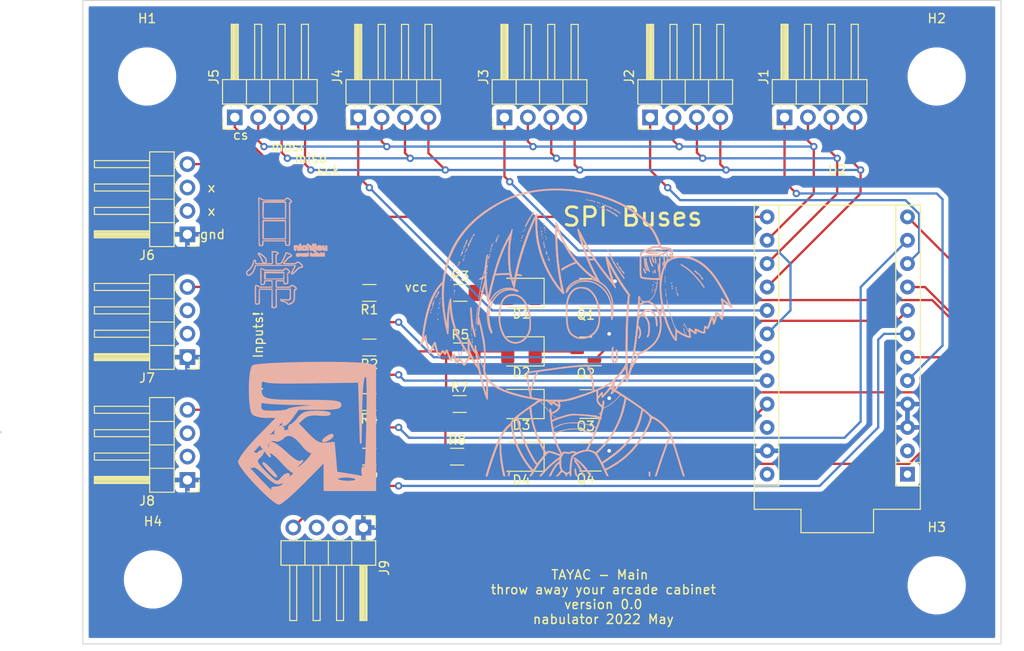
<source format=kicad_pcb>
(kicad_pcb (version 20211014) (generator pcbnew)
  (title_block (title "Mainboard") (date "2022-05-04") (rev "0.0") (company "nabulator") (comment 1 "TAYAC") (comment 2 "Through Away Your Arcade Cabinet"))
  (layers (0 "F.Cu" signal) (31 "B.Cu" signal) (34 "B.Paste" user) (35 "F.Paste" user) (36 "B.SilkS" user "B.Silkscreen") (37 "F.SilkS" user "F.Silkscreen") (38 "B.Mask" user) (39 "F.Mask" user) (44 "Edge.Cuts" user))
  (net 0 "")
  (net 1 "Net-(D1-Pad1)")
  (net 2 "Net-(D1-Pad2)")
  (net 3 "Net-(D2-Pad1)")
  (net 4 "Net-(D2-Pad2)")
  (net 5 "Net-(D3-Pad1)")
  (net 6 "Net-(D3-Pad2)")
  (net 7 "Net-(D4-Pad1)")
  (net 8 "Net-(D4-Pad2)")
  (net 9 "/cs1")
  (net 10 "/MOSI")
  (net 11 "/MISO")
  (net 12 "/SCK")
  (net 13 "/cs2")
  (net 14 "/cs3")
  (net 15 "/cs4")
  (net 16 "GND")
  (net 19 "/fsr1")
  (net 22 "/fsr2")
  (net 25 "/fsr3")
  (net 28 "/fsr4")
  (net 29 "/cs5")
  (net 30 "/led_a")
  (net 31 "/led_b")
  (net 32 "/led_c")
  (net 33 "/led_d")
  (net 34 "VCC")
  (footprint "Resistor_SMD:R_1206_3216Metric_Pad1.30x1.75mm_HandSolder" (layer "F.Cu") (at 82.55 80.01 180)
    (fp_text reference "R6")
    (fp_text value "1k")
  )
  (footprint "Package_TO_SOT_SMD:SOT-23" (layer "F.Cu") (at 106.045 62.23 180)
    (fp_text reference "Q1")
    (fp_text value "AO3400A")
  )
  (footprint "Resistor_SMD:R_1206_3216Metric_Pad1.30x1.75mm_HandSolder" (layer "F.Cu") (at 82.55 74.083332 180)
    (fp_text reference "R4")
    (fp_text value "1k")
  )
  (footprint "Package_TO_SOT_SMD:SOT-23" (layer "F.Cu") (at 106.045 68.58 180)
    (fp_text reference "Q2")
    (fp_text value "AO3400A")
  )
  (footprint "Resistor_SMD:R_1206_3216Metric_Pad1.30x1.75mm_HandSolder" (layer "F.Cu") (at 92.355 74.295)
    (fp_text reference "R7")
    (fp_text value "1k")
  )
  (footprint "LED_SMD:LED_1210_3225Metric_Pad1.42x2.65mm_HandSolder" (layer "F.Cu") (at 99.06 74.295 180)
    (fp_text reference "D3")
    (fp_text value "LED")
  )
  (footprint "Connector_PinHeader_2.54mm:PinHeader_1x04_P2.54mm_Horizontal" (layer "F.Cu") (at 127.625 43.17 90)
    (fp_text reference "J1")
    (fp_text value "Conn_01x04")
  )
  (footprint "Connector_PinHeader_2.54mm:PinHeader_1x04_P2.54mm_Horizontal" (layer "F.Cu") (at 62.795 55.87 180)
    (fp_text reference "J6")
    (fp_text value "Conn_01x04")
  )
  (footprint "LED_SMD:LED_1210_3225Metric_Pad1.42x2.65mm_HandSolder" (layer "F.Cu") (at 99.06 68.58 180)
    (fp_text reference "D2")
    (fp_text value "LED")
  )
  (footprint "Package_TO_SOT_SMD:SOT-23" (layer "F.Cu") (at 106.045 80.01 180)
    (fp_text reference "Q4")
    (fp_text value "AO3400A")
  )
  (footprint "Connector_PinHeader_2.54mm:PinHeader_1x04_P2.54mm_Horizontal" (layer "F.Cu") (at 67.935 43.17 90)
    (fp_text reference "J5")
    (fp_text value "Conn_01x04")
  )
  (footprint "Connector_PinHeader_2.54mm:PinHeader_1x04_P2.54mm_Horizontal" (layer "F.Cu") (at 97.215 43.18 90)
    (fp_text reference "J3")
    (fp_text value "Conn_01x04")
  )
  (footprint "Connector_PinHeader_2.54mm:PinHeader_1x04_P2.54mm_Horizontal" (layer "F.Cu") (at 81.905 87.7 -90)
    (fp_text reference "J9")
    (fp_text value "Conn_01x04")
  )
  (footprint "LED_SMD:LED_1210_3225Metric_Pad1.42x2.65mm_HandSolder" (layer "F.Cu") (at 99.06 62.23 180)
    (fp_text reference "D1")
    (fp_text value "LED")
  )
  (footprint "MountingHole:MountingHole_5.3mm_M5" (layer "F.Cu") (at 58.42 38.735)
    (fp_text reference "H1")
    (fp_text value "MountingHole_5.3mm_M5")
  )
  (footprint "Connector_PinHeader_2.54mm:PinHeader_1x04_P2.54mm_Horizontal" (layer "F.Cu") (at 62.795 82.54 180)
    (fp_text reference "J8")
    (fp_text value "Conn_01x04")
  )
  (footprint "Resistor_SMD:R_1206_3216Metric_Pad1.30x1.75mm_HandSolder" (layer "F.Cu") (at 92.43 68.58)
    (fp_text reference "R5")
    (fp_text value "1k")
  )
  (footprint "Connector_PinHeader_2.54mm:PinHeader_1x04_P2.54mm_Horizontal" (layer "F.Cu") (at 62.795 69.205 180)
    (fp_text reference "J7")
    (fp_text value "Conn_01x04")
  )
  (footprint "Resistor_SMD:R_1206_3216Metric_Pad1.30x1.75mm_HandSolder" (layer "F.Cu") (at 82.55 68.156666 180)
    (fp_text reference "R2")
    (fp_text value "1k")
  )
  (footprint "LED_SMD:LED_1210_3225Metric_Pad1.42x2.65mm_HandSolder" (layer "F.Cu") (at 99.06 80.01 180)
    (fp_text reference "D4")
    (fp_text value "LED")
  )
  (footprint "Connector_PinHeader_2.54mm:PinHeader_1x04_P2.54mm_Horizontal" (layer "F.Cu") (at 113.03 43.18 90)
    (fp_text reference "J2")
    (fp_text value "Conn_01x04")
  )
  (footprint "Connector_PinHeader_2.54mm:PinHeader_1x04_P2.54mm_Horizontal" (layer "F.Cu") (at 81.34 43.18 90)
    (fp_text reference "J4")
    (fp_text value "Conn_01x04")
  )
  (footprint "MountingHole:MountingHole_5.3mm_M5" (layer "F.Cu") (at 144.145 38.735)
    (fp_text reference "H2")
    (fp_text value "MountingHole_5.3mm_M5")
  )
  (footprint "Arduino:Sparkfun_Pro_Micro" (layer "F.Cu") (at 125.73 53.975)
    (fp_text reference "U2")
    (fp_text value "Sparkfun_Pro_Micro")
  )
  (footprint "Resistor_SMD:R_1206_3216Metric_Pad1.30x1.75mm_HandSolder" (layer "F.Cu") (at 82.55 62.23 180)
    (fp_text reference "R1")
    (fp_text value "1k")
  )
  (footprint "Resistor_SMD:R_1206_3216Metric_Pad1.30x1.75mm_HandSolder" (layer "F.Cu") (at 92.075 80.01)
    (fp_text reference "R8")
    (fp_text value "1k")
  )
  (footprint "Package_TO_SOT_SMD:SOT-23" (layer "F.Cu") (at 106.045 74.295 180)
    (fp_text reference "Q3")
    (fp_text value "AO3400A")
  )
  (footprint "MountingHole:MountingHole_5.3mm_M5" (layer "F.Cu") (at 59.055 93.345)
    (fp_text reference "H4")
    (fp_text value "MountingHole_5.3mm_M5")
  )
  (footprint "Resistor_SMD:R_1206_3216Metric_Pad1.30x1.75mm_HandSolder" (layer "F.Cu") (at 92.43 62.23)
    (fp_text reference "R3")
    (fp_text value "1k")
  )
  (footprint "MountingHole:MountingHole_5.3mm_M5" (layer "F.Cu") (at 144.145 93.98)
    (fp_text reference "H3")
    (fp_text value "MountingHole_5.3mm_M5")
  )
  (footprint "DUMB:arrow_graphic" (layer "B.Cu") (at 78.066847 84.978358 180)
    (fp_text reference "G1" hide)
    (fp_text value "LOGO" hide)
  )
  (gr_poly (pts (xy 101.469904 56.964453) (xy 101.470821 56.964706) (xy 101.471765 56.96519) (xy 101.472736 56.965907) (xy 101.473733 56.966858) (xy 101.474755 56.968044) (xy 101.475802 56.969464) (xy 101.477967 56.973014) (xy 101.48022 56.977514) (xy 101.482556 56.98297) (xy 101.484554 56.9884) (xy 101.486252 56.993923) (xy 101.487651 56.999498) (xy 101.488754 57.005087) (xy 101.489562 57.010651) (xy 101.490075 57.016151) (xy 101.490297 57.021547) (xy 101.490229 57.026802) (xy 101.489872 57.031875) (xy 101.489227 57.036728) (xy 101.488298 57.041321) (xy 101.487084 57.045617) (xy 101.485587 57.049575) (xy 101.48381 57.053158) (xy 101.481754 57.056325) (xy 101.480622 57.05774) (xy 101.479421 57.059038) (xy 101.478196 57.060167) (xy 101.476995 57.061085) (xy 101.475819 57.061796) (xy 101.474669 57.062302) (xy 101.473547 57.062606) (xy 101.472997 57.062684) (xy 101.472454 57.062713) (xy 101.471918 57.062693) (xy 101.471391 57.062625) (xy 101.470871 57.062509) (xy 101.470359 57.062346) (xy 101.469361 57.061878) (xy 101.468397 57.061227) (xy 101.467469 57.060394) (xy 101.466577 57.059383) (xy 101.465724 57.058197) (xy 101.464911 57.056841) (xy 101.464138 57.055316) (xy 101.463408 57.053627) (xy 101.462722 57.051777) (xy 101.46208 57.049769) (xy 101.461485 57.047606) (xy 101.460938 57.045292) (xy 101.460439 57.04283) (xy 101.459991 57.040224) (xy 101.459595 57.037477) (xy 101.459251 57.034591) (xy 101.458962 57.031571) (xy 101.458729 57.028421) (xy 101.458553 57.025142) (xy 101.458435 57.021739) (xy 101.458377 57.018214) (xy 101.45838 57.014572) (xy 101.458445 57.010815) (xy 101.458574 57.006947) (xy 101.458579 57.006948) (xy 101.459023 56.998712) (xy 101.459636 56.991345) (xy 101.460413 56.984854) (xy 101.461347 56.979244) (xy 101.462432 56.974523) (xy 101.463662 56.970696) (xy 101.464329 56.969119) (xy 101.46503 56.967769) (xy 101.465764 56.966645) (xy 101.466531 56.965749) (xy 101.467329 56.965081) (xy 101.468158 56.964641) (xy 101.469017 56.964432)) (layer "B.SilkS") (width 0.03) (fill solid))
  (gr_poly (pts (xy 115.83678 61.846008) (xy 115.837696 61.84626) (xy 115.83864 61.846745) (xy 115.839611 61.847462) (xy 115.840608 61.848413) (xy 115.841631 61.849598) (xy 115.842678 61.851019) (xy 115.844842 61.854568) (xy 115.847096 61.859068) (xy 115.849433 61.864524) (xy 115.851431 61.869954) (xy 115.85313 61.875477) (xy 115.85453 61.881052) (xy 115.855633 61.886641) (xy 115.856441 61.892205) (xy 115.856955 61.897705) (xy 115.857177 61.903102) (xy 115.857109 61.908356) (xy 115.856751 61.913429) (xy 115.856107 61.918282) (xy 115.855177 61.922876) (xy 115.853962 61.927172) (xy 115.852466 61.93113) (xy 115.850688 61.934713) (xy 115.848631 61.93788) (xy 115.847499 61.939295) (xy 115.846297 61.940593) (xy 115.845072 61.941722) (xy 115.843871 61.94264) (xy 115.842695 61.94335) (xy 115.841545 61.943856) (xy 115.840423 61.94416) (xy 115.839873 61.944238) (xy 115.83933 61.944267) (xy 115.838795 61.944247) (xy 115.838267 61.944179) (xy 115.837747 61.944063) (xy 115.837236 61.9439) (xy 115.836237 61.943433) (xy 115.835273 61.942781) (xy 115.834345 61.941949) (xy 115.833454 61.940938) (xy 115.8326 61.939753) (xy 115.831787 61.938396) (xy 115.831014 61.936872) (xy 115.830284 61.935183) (xy 115.829598 61.933333) (xy 115.828956 61.931325) (xy 115.828361 61.929163) (xy 115.827814 61.926849) (xy 115.827315 61.924388) (xy 115.826867 61.921781) (xy 115.826471 61.919034) (xy 115.826128 61.916149) (xy 115.825839 61.913129) (xy 115.825605 61.909978) (xy 115.825429 61.906699) (xy 115.825311 61.903295) (xy 115.825253 61.89977) (xy 115.825256 61.896127) (xy 115.825321 61.89237) (xy 115.82545 61.888501) (xy 115.825455 61.888501) (xy 115.825899 61.880266) (xy 115.826512 61.872899) (xy 115.827289 61.866408) (xy 115.828223 61.860799) (xy 115.829308 61.856078) (xy 115.830537 61.852251) (xy 115.831205 61.850674) (xy 115.831906 61.849324) (xy 115.83264 61.8482) (xy 115.833406 61.847304) (xy 115.834204 61.846635) (xy 115.835033 61.846196) (xy 115.835892 61.845987)) (layer "B.SilkS") (width 0.03) (fill solid))
  (gr_poly (pts (xy 115.916155 61.846008) (xy 115.917071 61.84626) (xy 115.918015 61.846745) (xy 115.918987 61.847462) (xy 115.919984 61.848413) (xy 115.921006 61.849598) (xy 115.922054 61.851019) (xy 115.924218 61.854568) (xy 115.926472 61.859068) (xy 115.928809 61.864524) (xy 115.930807 61.869954) (xy 115.932504 61.875477) (xy 115.933904 61.881052) (xy 115.935007 61.886641) (xy 115.935814 61.892205) (xy 115.936328 61.897705) (xy 115.93655 61.903102) (xy 115.936481 61.908356) (xy 115.936124 61.913429) (xy 115.93548 61.918282) (xy 115.93455 61.922876) (xy 115.933336 61.927172) (xy 115.93184 61.93113) (xy 115.930063 61.934713) (xy 115.928007 61.93788) (xy 115.926875 61.939295) (xy 115.925673 61.940593) (xy 115.924448 61.941722) (xy 115.923247 61.94264) (xy 115.92207 61.94335) (xy 115.92092 61.943856) (xy 115.919798 61.94416) (xy 115.919247 61.944238) (xy 115.918704 61.944267) (xy 115.918169 61.944247) (xy 115.917641 61.944179) (xy 115.917121 61.944063) (xy 115.916609 61.9439) (xy 115.915611 61.943433) (xy 115.914647 61.942781) (xy 115.913718 61.941949) (xy 115.912827 61.940938) (xy 115.911973 61.939753) (xy 115.91116 61.938396) (xy 115.910387 61.936872) (xy 115.909657 61.935183) (xy 115.908971 61.933333) (xy 115.908329 61.931325) (xy 115.907734 61.929163) (xy 115.907187 61.926849) (xy 115.906688 61.924388) (xy 115.906241 61.921781) (xy 115.905844 61.919034) (xy 115.905501 61.916149) (xy 115.905212 61.913129) (xy 115.904979 61.909978) (xy 115.904803 61.906699) (xy 115.904686 61.903295) (xy 115.904628 61.89977) (xy 115.904631 61.896127) (xy 115.904697 61.89237) (xy 115.904827 61.888501) (xy 115.90527 61.880266) (xy 115.905884 61.872899) (xy 115.906661 61.866408) (xy 115.907595 61.860799) (xy 115.908681 61.856078) (xy 115.909911 61.852251) (xy 115.910578 61.850674) (xy 115.911279 61.849324) (xy 115.912014 61.8482) (xy 115.91278 61.847304) (xy 115.913578 61.846635) (xy 115.914407 61.846196) (xy 115.915266 61.845987)) (layer "B.SilkS") (width 0.03) (fill solid))
  (gr_poly (pts (xy 92.74271 58.477181) (xy 92.743618 58.477648) (xy 92.744547 58.478384) (xy 92.745495 58.479391) (xy 92.746461 58.480674) (xy 92.748443 58.484075) (xy 92.750481 58.488614) (xy 92.752416 58.493925) (xy 92.754093 58.499592) (xy 92.755512 58.505564) (xy 92.756674 58.511791) (xy 92.757577 58.518221) (xy 92.758222 58.524804) (xy 92.758609 58.531488) (xy 92.758738 58.538224) (xy 92.758609 58.544959) (xy 92.758222 58.551643) (xy 92.757577 58.558226) (xy 92.756674 58.564656) (xy 92.755512 58.570882) (xy 92.754093 58.576855) (xy 92.752416 58.582522) (xy 92.750481 58.587833) (xy 92.749455 58.590246) (xy 92.748441 58.592371) (xy 92.747442 58.594213) (xy 92.746459 58.595773) (xy 92.745493 58.597055) (xy 92.744545 58.598063) (xy 92.743616 58.598798) (xy 92.743159 58.599066) (xy 92.742708 58.599266) (xy 92.742262 58.5994) (xy 92.741821 58.599468) (xy 92.741387 58.599471) (xy 92.740959 58.599408) (xy 92.740536 58.599281) (xy 92.74012 58.59909) (xy 92.739711 58.598834) (xy 92.739308 58.598515) (xy 92.738523 58.597688) (xy 92.737766 58.596612) (xy 92.737039 58.595289) (xy 92.736343 58.593724) (xy 92.735679 58.591918) (xy 92.735048 58.589876) (xy 92.734453 58.587601) (xy 92.733893 58.585095) (xy 92.733371 58.582363) (xy 92.732888 58.579406) (xy 92.732444 58.576229) (xy 92.732042 58.572834) (xy 92.731682 58.569224) (xy 92.731367 58.565404) (xy 92.731096 58.561375) (xy 92.730871 58.557142) (xy 92.730695 58.552707) (xy 92.730567 58.548073) (xy 92.730463 58.538224) (xy 92.730567 58.528374) (xy 92.730872 58.519305) (xy 92.731367 58.511043) (xy 92.732043 58.503613) (xy 92.732889 58.497041) (xy 92.733895 58.491351) (xy 92.73505 58.48657) (xy 92.736345 58.482723) (xy 92.737769 58.479835) (xy 92.738526 58.478759) (xy 92.739311 58.477932) (xy 92.740123 58.477357) (xy 92.740962 58.477038) (xy 92.741824 58.476978)) (layer "B.SilkS") (width 0.03) (fill solid))
  (gr_poly (pts (xy 94.105205 66.173375) (xy 94.106408 66.189238) (xy 94.107245 66.204988) (xy 94.107727 66.22053) (xy 94.107863 66.235767) (xy 94.107662 66.250604) (xy 94.107134 66.264945) (xy 94.106291 66.278696) (xy 94.10514 66.291759) (xy 94.103692 66.304039) (xy 94.101957 66.315441) (xy 94.099944 66.325869) (xy 94.097664 66.335227) (xy 94.095125 66.343419) (xy 94.092339 66.35035) (xy 94.089314 66.355924) (xy 94.086061 66.360045) (xy 94.084415 66.361472) (xy 94.082838 66.362398) (xy 94.081333 66.362833) (xy 94.079901 66.362786) (xy 94.078541 66.362267) (xy 94.077255 66.361286) (xy 94.076044 66.359853) (xy 94.074909 66.357978) (xy 94.07385 66.355671) (xy 94.072869 66.352941) (xy 94.071965 66.349799) (xy 94.071141 66.346254) (xy 94.070397 66.342316) (xy 94.069734 66.337995) (xy 94.068653 66.328243) (xy 94.067905 66.317079) (xy 94.067498 66.30458) (xy 94.067438 66.290826) (xy 94.067733 66.275895) (xy 94.068389 66.259867) (xy 94.069412 66.242821) (xy 94.070811 66.224835) (xy 94.072592 66.205989) (xy 94.072592 66.205987) (xy 94.091733 66.019317)) (layer "B.SilkS") (width 0.03) (fill solid))
  (gr_poly (pts (xy 102.590978 75.606676) (xy 102.59608 75.607563) (xy 102.601782 75.609005) (xy 102.608024 75.610972) (xy 102.614746 75.613434) (xy 102.621888 75.616361) (xy 102.629391 75.619723) (xy 102.637194 75.62349) (xy 102.645238 75.627634) (xy 102.653463 75.632123) (xy 102.66181 75.636927) (xy 102.670217 75.642018) (xy 102.678626 75.647365) (xy 102.686976 75.652938) (xy 102.695207 75.658707) (xy 102.703261 75.664643) (xy 102.710903 75.670579) (xy 102.717926 75.676348) (xy 102.724312 75.681921) (xy 102.730042 75.687268) (xy 102.735096 75.692358) (xy 102.739454 75.697163) (xy 102.743099 75.701652) (xy 102.746011 75.705795) (xy 102.74817 75.709563) (xy 102.748962 75.711297) (xy 102.749558 75.712925) (xy 102.749957 75.714445) (xy 102.750155 75.715852) (xy 102.750151 75.717143) (xy 102.749942 75.718314) (xy 102.749526 75.719361) (xy 102.748901 75.720281) (xy 102.748063 75.721069) (xy 102.747011 75.721722) (xy 102.745742 75.722237) (xy 102.744254 75.722609) (xy 102.742544 75.722835) (xy 102.74061 75.722912) (xy 102.736168 75.722609) (xy 102.731066 75.721722) (xy 102.725364 75.720281) (xy 102.719122 75.718314) (xy 102.7124 75.715852) (xy 102.705258 75.712925) (xy 102.697755 75.709563) (xy 102.689952 75.705795) (xy 102.681907 75.701652) (xy 102.673682 75.697163) (xy 102.665336 75.692358) (xy 102.656929 75.687268) (xy 102.64852 75.681921) (xy 102.64017 75.676348) (xy 102.631938 75.670579) (xy 102.623885 75.664643) (xy 102.616243 75.658707) (xy 102.60922 75.652938) (xy 102.602833 75.647365) (xy 102.597104 75.642018) (xy 102.59205 75.636927) (xy 102.587691 75.632123) (xy 102.584046 75.627634) (xy 102.581135 75.62349) (xy 102.578976 75.619723) (xy 102.578184 75.617989) (xy 102.577588 75.616361) (xy 102.577189 75.614841) (xy 102.576991 75.613434) (xy 102.576995 75.612143) (xy 102.577203 75.610972) (xy 102.577619 75.609925) (xy 102.578245 75.609005) (xy 102.579083 75.608217) (xy 102.580135 75.607563) (xy 102.581404 75.607049) (xy 102.582892 75.606676) (xy 102.584602 75.60645) (xy 102.586536 75.606374)) (layer "B.SilkS") (width 0.03) (fill solid))
  (gr_poly (pts (xy 113.653966 61.488827) (xy 113.654882 61.489079) (xy 113.655826 61.489564) (xy 113.656797 61.490281) (xy 113.657794 61.491232) (xy 113.658817 61.492418) (xy 113.659864 61.493838) (xy 113.662028 61.497388) (xy 113.664282 61.501888) (xy 113.666619 61.507345) (xy 113.668617 61.512775) (xy 113.670316 61.518297) (xy 113.671716 61.523872) (xy 113.672819 61.529461) (xy 113.673627 61.535025) (xy 113.674141 61.540524) (xy 113.674363 61.545921) (xy 113.674295 61.551175) (xy 113.673937 61.556248) (xy 113.673293 61.561101) (xy 113.672363 61.565695) (xy 113.671148 61.56999) (xy 113.669652 61.573949) (xy 113.667874 61.577531) (xy 113.665817 61.580698) (xy 113.664685 61.582114) (xy 113.663483 61.583411) (xy 113.662258 61.584541) (xy 113.661057 61.585459) (xy 113.659881 61.586169) (xy 113.658731 61.586674) (xy 113.657609 61.586979) (xy 113.657059 61.587056) (xy 113.656516 61.587085) (xy 113.655981 61.587065) (xy 113.655453 61.586997) (xy 113.654933 61.586881) (xy 113.654422 61.586717) (xy 113.653423 61.58625) (xy 113.652459 61.585598) (xy 113.651531 61.584765) (xy 113.650639 61.583754) (xy 113.649786 61.582568) (xy 113.648973 61.581212) (xy 113.6482 61.579687) (xy 113.64747 61.577998) (xy 113.646784 61.576147) (xy 113.646142 61.574139) (xy 113.645547 61.571977) (xy 113.645 61.569663) (xy 113.644501 61.567201) (xy 113.644053 61.564595) (xy 113.643657 61.561848) (xy 113.643314 61.558963) (xy 113.643024 61.555943) (xy 113.642791 61.552792) (xy 113.642615 61.549514) (xy 113.642497 61.546111) (xy 113.642439 61.542587) (xy 113.642442 61.538946) (xy 113.642507 61.535189) (xy 113.642636 61.531322) (xy 113.642641 61.531322) (xy 113.643085 61.523086) (xy 113.643698 61.515719) (xy 113.644475 61.509228) (xy 113.645409 61.503618) (xy 113.646494 61.498897) (xy 113.647723 61.49507) (xy 113.648391 61.493493) (xy 113.649092 61.492143) (xy 113.649826 61.491019) (xy 113.650592 61.490123) (xy 113.65139 61.489454) (xy 113.652219 61.489015) (xy 113.653078 61.488806)) (layer "B.SilkS") (width 0.03) (fill solid))
  (gr_poly (pts (xy 93.038524 57.624253) (xy 93.039706 57.626739) (xy 93.040289 57.630776) (xy 93.040127 57.634037) (xy 93.039381 57.638566) (xy 93.038078 57.644281) (xy 93.036249 57.651102) (xy 93.033922 57.658946) (xy 93.031126 57.667733) (xy 93.024241 57.687808) (xy 93.015827 57.710676) (xy 93.006114 57.735686) (xy 92.995334 57.762186) (xy 92.983718 57.789527) (xy 92.977811 57.802821) (xy 92.972068 57.815137) (xy 92.966519 57.826436) (xy 92.961194 57.836681) (xy 92.956122 57.845832) (xy 92.951334 57.853854) (xy 92.946859 57.860706) (xy 92.942727 57.866352) (xy 92.938968 57.870754) (xy 92.935611 57.873874) (xy 92.934093 57.874941) (xy 92.932687 57.875673) (xy 92.931396 57.876065) (xy 92.930225 57.876114) (xy 92.929177 57.875813) (xy 92.928255 57.875158) (xy 92.927463 57.874145) (xy 92.926806 57.872769) (xy 92.926287 57.871025) (xy 92.925909 57.868907) (xy 92.925594 57.863536) (xy 92.926825 57.850929) (xy 92.930361 57.834996) (xy 92.935875 57.816392) (xy 92.943046 57.795777) (xy 92.951548 57.773807) (xy 92.961058 57.75114) (xy 92.971251 57.728434) (xy 92.981804 57.706345) (xy 92.992392 57.685532) (xy 93.002692 57.666651) (xy 93.01238 57.650361) (xy 93.021131 57.637318) (xy 93.028621 57.628181) (xy 93.031792 57.625283) (xy 93.034527 57.623607) (xy 93.036784 57.623236)) (layer "B.SilkS") (width 0.03) (fill solid))
  (gr_poly (pts (xy 90.043958 63.795306) (xy 90.044866 63.795773) (xy 90.045795 63.796509) (xy 90.046743 63.797517) (xy 90.04771 63.798799) (xy 90.049691 63.802201) (xy 90.051731 63.80674) (xy 90.053666 63.81205) (xy 90.055344 63.817717) (xy 90.056763 63.82369) (xy 90.057924 63.829916) (xy 90.058828 63.836346) (xy 90.059473 63.842929) (xy 90.05986 63.849613) (xy 90.059989 63.856349) (xy 90.05986 63.863084) (xy 90.059473 63.869768) (xy 90.058828 63.876351) (xy 90.057924 63.882781) (xy 90.056763 63.889007) (xy 90.055344 63.89498) (xy 90.053666 63.900647) (xy 90.051731 63.905958) (xy 90.050704 63.908371) (xy 90.049691 63.910496) (xy 90.048693 63.912338) (xy 90.04771 63.913898) (xy 90.046743 63.91518) (xy 90.045795 63.916188) (xy 90.044866 63.916924) (xy 90.04441 63.917191) (xy 90.043958 63.917391) (xy 90.043512 63.917525) (xy 90.043072 63.917594) (xy 90.042638 63.917596) (xy 90.042209 63.917534) (xy 90.041787 63.917407) (xy 90.041371 63.917215) (xy 90.040962 63.91696) (xy 90.040559 63.916641) (xy 90.039773 63.915814) (xy 90.039016 63.914738) (xy 90.038289 63.913415) (xy 90.037593 63.91185) (xy 90.036929 63.910045) (xy 90.036299 63.908003) (xy 90.035703 63.905727) (xy 90.035144 63.903222) (xy 90.034621 63.900489) (xy 90.034138 63.897532) (xy 90.033694 63.894355) (xy 90.033292 63.89096) (xy 90.032932 63.88735) (xy 90.032616 63.883529) (xy 90.032346 63.879501) (xy 90.032121 63.875267) (xy 90.031944 63.870832) (xy 90.031816 63.866198) (xy 90.031713 63.856347) (xy 90.031816 63.846498) (xy 90.032121 63.837429) (xy 90.032616 63.829167) (xy 90.033292 63.821737) (xy 90.034138 63.815165) (xy 90.035144 63.809476) (xy 90.036299 63.804695) (xy 90.037593 63.800848) (xy 90.039016 63.79796) (xy 90.039773 63.796884) (xy 90.040559 63.796057) (xy 90.041371 63.795482) (xy 90.042209 63.795164) (xy 90.043072 63.795104)) (layer "B.SilkS") (width 0.03) (fill solid))
  (gr_poly (pts (xy 115.404271 61.056869) (xy 115.405179 61.057336) (xy 115.406107 61.058072) (xy 115.407055 61.05908) (xy 115.408021 61.060362) (xy 115.410002 61.063764) (xy 115.412039 61.068303) (xy 115.413975 61.073614) (xy 115.415652 61.079281) (xy 115.417071 61.085254) (xy 115.418232 61.09148) (xy 115.419135 61.09791) (xy 115.41978 61.104493) (xy 115.420167 61.111177) (xy 115.420296 61.117912) (xy 115.420167 61.124648) (xy 115.41978 61.131332) (xy 115.419135 61.137915) (xy 115.418232 61.144345) (xy 115.417071 61.150571) (xy 115.415652 61.156543) (xy 115.413975 61.162211) (xy 115.412039 61.167521) (xy 115.411013 61.169935) (xy 115.41 61.172061) (xy 115.409002 61.173902) (xy 115.408018 61.175463) (xy 115.407052 61.176745) (xy 115.406104 61.177753) (xy 115.405175 61.178489) (xy 115.404718 61.178756) (xy 115.404267 61.178956) (xy 115.403821 61.17909) (xy 115.403381 61.179159) (xy 115.402947 61.179161) (xy 115.402518 61.179099) (xy 115.402096 61.178972) (xy 115.40168 61.17878) (xy 115.40127 61.178525) (xy 115.400867 61.178206) (xy 115.400082 61.177379) (xy 115.399325 61.176303) (xy 115.398598 61.17498) (xy 115.397902 61.173415) (xy 115.397238 61.17161) (xy 115.396608 61.169568) (xy 115.396012 61.167292) (xy 115.395452 61.164787) (xy 115.39493 61.162054) (xy 115.394447 61.159097) (xy 115.394003 61.15592) (xy 115.393601 61.152525) (xy 115.393241 61.148915) (xy 115.392925 61.145095) (xy 115.392654 61.141066) (xy 115.39243 61.136833) (xy 115.392253 61.132397) (xy 115.392125 61.127764) (xy 115.392021 61.117914) (xy 115.392125 61.108063) (xy 115.39243 61.098994) (xy 115.392926 61.090732) (xy 115.393602 61.083302) (xy 115.394449 61.076729) (xy 115.395455 61.07104) (xy 115.39661 61.066259) (xy 115.397905 61.062411) (xy 115.399329 61.059523) (xy 115.400086 61.058447) (xy 115.400872 61.05762) (xy 115.401684 61.057045) (xy 115.402522 61.056727) (xy 115.403385 61.056667)) (layer "B.SilkS") (width 0.03) (fill solid))
  (gr_poly (pts (xy 91.349592 60.81414) (xy 91.350508 60.814392) (xy 91.351452 60.814877) (xy 91.352423 60.815594) (xy 91.353421 60.816545) (xy 91.354443 60.81773) (xy 91.35549 60.819151) (xy 91.357654 60.8227) (xy 91.359908 60.8272) (xy 91.362244 60.832656) (xy 91.364243 60.838087) (xy 91.365942 60.84361) (xy 91.367342 60.849185) (xy 91.368446 60.854774) (xy 91.369254 60.860338) (xy 91.369768 60.865838) (xy 91.36999 60.871235) (xy 91.369922 60.876489) (xy 91.369565 60.881562) (xy 91.368921 60.886415) (xy 91.367991 60.891009) (xy 91.366777 60.895304) (xy 91.365281 60.899263) (xy 91.363503 60.902845) (xy 91.361447 60.906012) (xy 91.360314 60.907427) (xy 91.359113 60.908725) (xy 91.357888 60.909854) (xy 91.356686 60.910772) (xy 91.35551 60.911482) (xy 91.35436 60.911988) (xy 91.353238 60.912292) (xy 91.352687 60.91237) (xy 91.352144 60.912399) (xy 91.351609 60.912379) (xy 91.351081 60.912311) (xy 91.350561 60.912195) (xy 91.35005 60.912032) (xy 91.349051 60.911565) (xy 91.348087 60.910913) (xy 91.347159 60.910081) (xy 91.346267 60.90907) (xy 91.345414 60.907885) (xy 91.344601 60.906529) (xy 91.343828 60.905004) (xy 91.343098 60.903316) (xy 91.342412 60.901466) (xy 91.341771 60.899458) (xy 91.341176 60.897295) (xy 91.340628 60.894982) (xy 91.34013 60.89252) (xy 91.339682 60.889914) (xy 91.339286 60.887167) (xy 91.338943 60.884282) (xy 91.338654 60.881262) (xy 91.338421 60.878111) (xy 91.338245 60.874832) (xy 91.338127 60.871429) (xy 91.338069 60.867904) (xy 91.338072 60.864261) (xy 91.338137 60.860504) (xy 91.338266 60.856636) (xy 91.33871 60.8484) (xy 91.339324 60.841033) (xy 91.3401 60.834541) (xy 91.341035 60.828932) (xy 91.34212 60.82421) (xy 91.343349 60.820383) (xy 91.344017 60.818807) (xy 91.344718 60.817456) (xy 91.345452 60.816332) (xy 91.346218 60.815436) (xy 91.347016 60.814768) (xy 91.347845 60.814328) (xy 91.348704 60.814119)) (layer "B.SilkS") (width 0.03) (fill solid))
  (gr_poly (pts (xy 92.955515 57.117428) (xy 92.956444 57.117652) (xy 92.957296 57.118044) (xy 92.958069 57.118604) (xy 92.95876 57.119335) (xy 92.959368 57.120237) (xy 92.959888 57.121311) (xy 92.96032 57.12256) (xy 92.960659 57.123983) (xy 92.960905 57.125583) (xy 92.961054 57.12736) (xy 92.961105 57.129317) (xy 92.960905 57.133668) (xy 92.96032 57.138504) (xy 92.959368 57.143773) (xy 92.958069 57.149424) (xy 92.956444 57.155406) (xy 92.954511 57.161669) (xy 92.952291 57.168162) (xy 92.949803 57.174833) (xy 92.947068 57.181633) (xy 92.944104 57.188509) (xy 92.940932 57.195411) (xy 92.93757 57.202289) (xy 92.93404 57.209091) (xy 92.93036 57.215767) (xy 92.926551 57.222265) (xy 92.922632 57.228535) (xy 92.918713 57.234394) (xy 92.914904 57.239684) (xy 92.911225 57.244396) (xy 92.907695 57.248519) (xy 92.904334 57.252043) (xy 92.901162 57.254958) (xy 92.899653 57.256184) (xy 92.898198 57.257254) (xy 92.896801 57.258167) (xy 92.895463 57.258921) (xy 92.894187 57.259515) (xy 92.892975 57.259949) (xy 92.89183 57.260219) (xy 92.890755 57.260326) (xy 92.889752 57.260268) (xy 92.888823 57.260044) (xy 92.88797 57.259652) (xy 92.887197 57.259092) (xy 92.886506 57.258361) (xy 92.885899 57.257459) (xy 92.885378 57.256385) (xy 92.884947 57.255137) (xy 92.884607 57.253713) (xy 92.884361 57.252113) (xy 92.884212 57.250336) (xy 92.884162 57.248379) (xy 92.884361 57.244028) (xy 92.884947 57.239192) (xy 92.885899 57.233923) (xy 92.887197 57.228272) (xy 92.888823 57.22229) (xy 92.890755 57.216027) (xy 92.892975 57.209534) (xy 92.895463 57.202863) (xy 92.898198 57.196064) (xy 92.901162 57.189188) (xy 92.904334 57.182285) (xy 92.907695 57.175407) (xy 92.911225 57.168605) (xy 92.914904 57.161929) (xy 92.918713 57.155431) (xy 92.922632 57.149161) (xy 92.926551 57.143302) (xy 92.93036 57.138012) (xy 92.93404 57.133301) (xy 92.93757 57.129178) (xy 92.940932 57.125653) (xy 92.944104 57.122738) (xy 92.945613 57.121512) (xy 92.947068 57.120442) (xy 92.948465 57.119529) (xy 92.949803 57.118775) (xy 92.951079 57.118181) (xy 92.952291 57.117748) (xy 92.953436 57.117477) (xy 92.954511 57.11737)) (layer "B.SilkS") (width 0.03) (fill solid))
  (gr_poly (pts (xy 112.967431 81.636451) (xy 112.973118 81.636789) (xy 112.978511 81.637385) (xy 112.983622 81.638268) (xy 112.988459 81.639463) (xy 112.993032 81.640999) (xy 112.99735 81.642902) (xy 113.001424 81.6452) (xy 113.005263 81.647919) (xy 113.008877 81.651088) (xy 113.012274 81.654732) (xy 113.015465 81.658881) (xy 113.01846 81.663559) (xy 113.021267 81.668796) (xy 113.023897 81.674617) (xy 113.026359 81.681051) (xy 113.028662 81.688124) (xy 113.030817 81.695864) (xy 113.032833 81.704298) (xy 113.034719 81.713452) (xy 113.036485 81.723355) (xy 113.03814 81.734033) (xy 113.039695 81.745514) (xy 113.041159 81.757824) (xy 113.042541 81.770992) (xy 113.043851 81.785044) (xy 113.046294 81.815909) (xy 113.048565 81.850637) (xy 113.050739 81.889446) (xy 113.054569 81.969222) (xy 113.055667 82.001917) (xy 113.056096 82.030233) (xy 113.05576 82.054485) (xy 113.054566 82.074983) (xy 113.052421 82.092043) (xy 113.049229 82.105976) (xy 113.047212 82.111868) (xy 113.044897 82.117096) (xy 113.042275 82.121698) (xy 113.039331 82.125715) (xy 113.036056 82.129185) (xy 113.032437 82.132147) (xy 113.028462 82.134641) (xy 113.02412 82.136705) (xy 113.014288 82.139701) (xy 113.002844 82.141449) (xy 112.989696 82.142262) (xy 112.97475 82.142452) (xy 112.960027 82.142188) (xy 112.953311 82.141814) (xy 112.947009 82.14123) (xy 112.941107 82.140397) (xy 112.935592 82.13928) (xy 112.930452 82.137842) (xy 112.925673 82.136045) (xy 112.921242 82.133852) (xy 112.917146 82.131228) (xy 112.913373 82.128134) (xy 112.909908 82.124534) (xy 112.90674 82.12039) (xy 112.903854 82.115667) (xy 112.901239 82.110327) (xy 112.89888 82.104333) (xy 112.896766 82.097647) (xy 112.894882 82.090235) (xy 112.893216 82.082057) (xy 112.891755 82.073078) (xy 112.890486 82.06326) (xy 112.889395 82.052566) (xy 112.88847 82.040961) (xy 112.887698 82.028405) (xy 112.88656 82.000299) (xy 112.885876 81.967951) (xy 112.885542 81.931068) (xy 112.885454 81.889352) (xy 112.885975 81.814515) (xy 112.886732 81.783272) (xy 112.887917 81.75583) (xy 112.8896 81.731949) (xy 112.891853 81.711392) (xy 112.894748 81.693923) (xy 112.898355 81.679301) (xy 112.902746 81.667291) (xy 112.907993 81.657653) (xy 112.91096 81.65365) (xy 112.914167 81.650151) (xy 112.917624 81.647127) (xy 112.921339 81.644546) (xy 112.929582 81.640601) (xy 112.938965 81.638077) (xy 112.949562 81.636738) (xy 112.961443 81.636344)) (layer "B.SilkS") (width 0.03) (fill solid))
  (gr_poly (pts (xy 101.939309 58.225908) (xy 101.941133 58.226684) (xy 101.943193 58.228017) (xy 101.945488 58.229914) (xy 101.948013 58.23238) (xy 101.953747 58.239044) (xy 101.960374 58.248055) (xy 101.967874 58.259461) (xy 101.976227 58.27331) (xy 101.980422 58.280785) (xy 101.984309 58.288239) (xy 101.987878 58.295626) (xy 101.991116 58.302899) (xy 101.994011 58.310012) (xy 101.996551 58.316918) (xy 101.998724 58.32357) (xy 102.000518 58.329921) (xy 102.00192 58.335925) (xy 102.002919 58.341536) (xy 102.003503 58.346706) (xy 102.00366 58.35139) (xy 102.003376 58.355539) (xy 102.002642 58.359108) (xy 102.002101 58.36066) (xy 102.001444 58.36205) (xy 102.000667 58.363272) (xy 101.99977 58.364319) (xy 101.998785 58.365187) (xy 101.997749 58.365877) (xy 101.996664 58.366391) (xy 101.995533 58.366734) (xy 101.994358 58.366908) (xy 101.993143 58.366915) (xy 101.991891 58.36676) (xy 101.990603 58.366444) (xy 101.989284 58.36597) (xy 101.987934 58.365342) (xy 101.986559 58.364563) (xy 101.985159 58.363635) (xy 101.983739 58.362561) (xy 101.9823 58.361345) (xy 101.980845 58.359989) (xy 101.979378 58.358496) (xy 101.977901 58.356869) (xy 101.976417 58.355112) (xy 101.974928 58.353226) (xy 101.973438 58.351216) (xy 101.971949 58.349083) (xy 101.970464 58.346831) (xy 101.968986 58.344463) (xy 101.967517 58.341982) (xy 101.96606 58.339391) (xy 101.964619 58.336692) (xy 101.963195 58.333888) (xy 101.961792 58.330984) (xy 101.960413 58.32798) (xy 101.95906 58.324881) (xy 101.957735 58.32169) (xy 101.956442 58.318408) (xy 101.949839 58.300571) (xy 101.944377 58.284517) (xy 101.940037 58.270292) (xy 101.936797 58.257944) (xy 101.934636 58.24752) (xy 101.933535 58.239067) (xy 101.933376 58.235595) (xy 101.933473 58.232632) (xy 101.933824 58.230187) (xy 101.934428 58.228263) (xy 101.935281 58.226867) (xy 101.93638 58.226006) (xy 101.937724 58.225684)) (layer "B.SilkS") (width 0.03) (fill solid))
  (gr_poly (pts (xy 113.697712 61.136244) (xy 113.69862 61.136711) (xy 113.699549 61.137447) (xy 113.700497 61.138455) (xy 113.701463 61.139737) (xy 113.703444 61.143139) (xy 113.705483 61.147677) (xy 113.707418 61.152988) (xy 113.709095 61.158655) (xy 113.710514 61.164628) (xy 113.711675 61.170854) (xy 113.712578 61.177284) (xy 113.713224 61.183867) (xy 113.713611 61.190551) (xy 113.71374 61.197286) (xy 113.713611 61.204022) (xy 113.713224 61.210706) (xy 113.712578 61.217289) (xy 113.711675 61.223719) (xy 113.710514 61.229945) (xy 113.709095 61.235917) (xy 113.707418 61.241584) (xy 113.705483 61.246895) (xy 113.704457 61.249309) (xy 113.703444 61.251434) (xy 113.702445 61.253276) (xy 113.701462 61.254836) (xy 113.700495 61.256118) (xy 113.699547 61.257126) (xy 113.698618 61.257862) (xy 113.698162 61.258129) (xy 113.69771 61.258329) (xy 113.697264 61.258463) (xy 113.696824 61.258531) (xy 113.69639 61.258534) (xy 113.695961 61.258472) (xy 113.695539 61.258345) (xy 113.695123 61.258153) (xy 113.694714 61.257898) (xy 113.694311 61.257579) (xy 113.693526 61.256752) (xy 113.692769 61.255676) (xy 113.692041 61.254353) (xy 113.691345 61.252788) (xy 113.690681 61.250983) (xy 113.690051 61.248941) (xy 113.689455 61.246666) (xy 113.688896 61.24416) (xy 113.688374 61.241427) (xy 113.68789 61.238471) (xy 113.687447 61.235293) (xy 113.687044 61.231898) (xy 113.686685 61.228289) (xy 113.686369 61.224468) (xy 113.686098 61.22044) (xy 113.685873 61.216206) (xy 113.685696 61.211771) (xy 113.685569 61.207138) (xy 113.685465 61.197287) (xy 113.685465 61.197285) (xy 113.685569 61.187435) (xy 113.685873 61.178367) (xy 113.686369 61.170105) (xy 113.687045 61.162675) (xy 113.687891 61.156103) (xy 113.688897 61.150414) (xy 113.690052 61.145633) (xy 113.691347 61.141786) (xy 113.692771 61.138898) (xy 113.693528 61.137821) (xy 113.694313 61.136995) (xy 113.695125 61.13642) (xy 113.695964 61.136101) (xy 113.696826 61.136042)) (layer "B.SilkS") (width 0.03) (fill solid))
  (gr_poly (pts (xy 94.371694 63.135887) (xy 94.372518 63.136542) (xy 94.373359 63.137572) (xy 94.375095 63.140778) (xy 94.376891 63.14554) (xy 94.378739 63.151895) (xy 94.380496 63.15933) (xy 94.382018 63.167264) (xy 94.383305 63.175625) (xy 94.384359 63.184342) (xy 94.385179 63.193344) (xy 94.385764 63.20256) (xy 94.386115 63.211918) (xy 94.386232 63.221347) (xy 94.386115 63.230776) (xy 94.385764 63.240135) (xy 94.385179 63.249351) (xy 94.384359 63.258353) (xy 94.383305 63.26707) (xy 94.382018 63.275431) (xy 94.380496 63.283365) (xy 94.378739 63.290801) (xy 94.37781 63.294179) (xy 94.376892 63.297155) (xy 94.375987 63.299733) (xy 94.375096 63.301917) (xy 94.37422 63.303712) (xy 94.37336 63.305123) (xy 94.372518 63.306153) (xy 94.371695 63.306807) (xy 94.371291 63.306995) (xy 94.370892 63.30709) (xy 94.370498 63.307094) (xy 94.37011 63.307006) (xy 94.369727 63.306828) (xy 94.36935 63.30656) (xy 94.368613 63.305756) (xy 94.367901 63.304598) (xy 94.367215 63.303091) (xy 94.366555 63.301239) (xy 94.365924 63.299048) (xy 94.365321 63.29652) (xy 94.36475 63.293661) (xy 94.364209 63.290476) (xy 94.363702 63.286968) (xy 94.36279 63.279003) (xy 94.362022 63.269801) (xy 94.361409 63.259399) (xy 94.36096 63.247833) (xy 94.360683 63.235137) (xy 94.360589 63.221347) (xy 94.36096 63.194861) (xy 94.361409 63.183294) (xy 94.362022 63.172892) (xy 94.362789 63.163691) (xy 94.363701 63.155726) (xy 94.364749 63.149032) (xy 94.365923 63.143646) (xy 94.367214 63.139603) (xy 94.368612 63.136938) (xy 94.369349 63.136134) (xy 94.370109 63.135688) (xy 94.370891 63.135604)) (layer "B.SilkS") (width 0.03) (fill solid))
  (gr_poly (pts (xy 113.638297 58.44769) (xy 113.64495 58.478235) (xy 113.652225 58.516176) (xy 113.659885 58.560007) (xy 113.667697 58.608221) (xy 113.675423 58.659313) (xy 113.682829 58.711777) (xy 113.689679 58.764108) (xy 113.695737 58.8148) (xy 113.702627 58.880601) (xy 113.706788 58.933776) (xy 113.7078 58.955999) (xy 113.708074 58.975511) (xy 113.707594 58.992461) (xy 113.70634 59.006996) (xy 113.704295 59.019265) (xy 113.70144 59.029416) (xy 113.697757 59.037598) (xy 113.693227 59.04396) (xy 113.687833 59.04865) (xy 113.681556 59.051816) (xy 113.674377 59.053606) (xy 113.66628 59.05417) (xy 113.663353 59.054027) (xy 113.660407 59.053604) (xy 113.657446 59.052907) (xy 113.654477 59.051943) (xy 113.651503 59.050719) (xy 113.64853 59.049242) (xy 113.645563 59.04752) (xy 113.642607 59.045558) (xy 113.639667 59.043365) (xy 113.636748 59.040947) (xy 113.633855 59.038311) (xy 113.630992 59.035465) (xy 113.628166 59.032414) (xy 113.625381 59.029167) (xy 113.622641 59.02573) (xy 113.619953 59.02211) (xy 113.617321 59.018314) (xy 113.614749 59.014349) (xy 113.612244 59.010223) (xy 113.60981 59.005941) (xy 113.607452 59.001512) (xy 113.605175 58.996942) (xy 113.602984 58.992238) (xy 113.600885 58.987406) (xy 113.598881 58.982456) (xy 113.596979 58.977392) (xy 113.595183 58.972222) (xy 113.593498 58.966953) (xy 113.591929 58.961593) (xy 113.590481 58.956147) (xy 113.58916 58.950623) (xy 113.58797 58.945029) (xy 113.587975 58.945028) (xy 113.574102 58.862317) (xy 113.561808 58.765762) (xy 113.55561 58.704029) (xy 113.603757 58.704029) (xy 113.604528 58.728731) (xy 113.60635 58.755541) (xy 113.609094 58.783795) (xy 113.616817 58.841982) (xy 113.626645 58.897986) (xy 113.637528 58.946498) (xy 113.643035 58.966287) (xy 113.648411 58.982212) (xy 113.653525 58.993611) (xy 113.655943 58.997406) (xy 113.658245 58.999821) (xy 113.660417 59.000772) (xy 113.66244 59.000177) (xy 113.664299 58.997953) (xy 113.665978 58.994017) (xy 113.667101 58.98911) (xy 113.667836 58.982524) (xy 113.668194 58.974368) (xy 113.668185 58.964756) (xy 113.667822 58.953797) (xy 113.667115 58.941605) (xy 113.664718 58.913964) (xy 113.661083 58.882726) (xy 113.656301 58.848783) (xy 113.650464 58.813029) (xy 113.643662 58.776356) (xy 113.636513 58.742201) (xy 113.629672 58.713666) (xy 113.626418 58.701626) (xy 113.623301 58.691136) (xy 113.620343 58.682243) (xy 113.617563 58.674997) (xy 113.614981 58.669446) (xy 113.612619 58.665638) (xy 113.611526 58.664403) (xy 113.610495 58.663621) (xy 113.609529 58.6633) (xy 113.608631 58.663444) (xy 113.607802 58.66406) (xy 113.607046 58.665155) (xy 113.60576 58.668802) (xy 113.604795 58.674433) (xy 113.60417 58.682098) (xy 113.603757 58.704029) (xy 113.55561 58.704029) (xy 113.551733 58.665419) (xy 113.544517 58.571345) (xy 113.540799 58.493595) (xy 113.541219 58.442226) (xy 113.543181 58.429577) (xy 113.544635 58.427061) (xy 113.546418 58.427294) (xy 113.551009 58.436635) (xy 113.557035 58.458856) (xy 113.589371 58.597763) (xy 113.598654 58.458857) (xy 113.607942 58.31995)) (layer "B.SilkS") (width 0.03) (fill solid))
  (gr_poly (pts (xy 112.329519 59.564544) (xy 112.335336 59.565697) (xy 112.341374 59.567681) (xy 112.347597 59.570475) (xy 112.353968 59.574056) (xy 112.360451 59.578402) (xy 112.367011 59.58349) (xy 112.37361 59.589298) (xy 112.380213 59.595804) (xy 112.386784 59.602985) (xy 112.393285 59.610819) (xy 112.399682 59.619284) (xy 112.405937 59.628357) (xy 112.412015 59.638016) (xy 112.417879 59.648239) (xy 112.423493 59.659003) (xy 112.42882 59.670286) (xy 112.433826 59.682066) (xy 112.438473 59.69432) (xy 112.442725 59.707027) (xy 112.446546 59.720163) (xy 112.455868 59.7519) (xy 112.466896 59.784592) (xy 112.479221 59.817303) (xy 112.492436 59.849095) (xy 112.506132 59.879033) (xy 112.519901 59.906182) (xy 112.526685 59.918417) (xy 112.533335 59.929605) (xy 112.539799 59.939626) (xy 112.546027 59.948366) (xy 112.552052 59.956584) (xy 112.557921 59.965077) (xy 112.563604 59.973778) (xy 112.569068 59.982624) (xy 112.574283 59.991547) (xy 112.579218 60.000483) (xy 112.583843 60.009366) (xy 112.588126 60.018131) (xy 112.592036 60.026711) (xy 112.595542 60.035042) (xy 112.598614 60.043059) (xy 112.601221 60.050694) (xy 112.603331 60.057884) (xy 112.604914 60.064563) (xy 112.605938 60.070664) (xy 112.606374 60.076123) (xy 112.606254 60.08346) (xy 112.605527 60.090177) (xy 112.604219 60.09628) (xy 112.602359 60.101776) (xy 112.599975 60.106672) (xy 112.597095 60.110974) (xy 112.593748 60.114689) (xy 112.58996 60.117824) (xy 112.585762 60.120386) (xy 112.581179 60.12238) (xy 112.576241 60.123815) (xy 112.570976 60.124696) (xy 112.565412 60.12503) (xy 112.559576 60.124825) (xy 112.553497 60.124086) (xy 112.547203 60.122821) (xy 112.540722 60.121035) (xy 112.534083 60.118737) (xy 112.527312 60.115932) (xy 112.520439 60.112628) (xy 112.513491 60.10883) (xy 112.506497 60.104546) (xy 112.499484 60.099783) (xy 112.492481 60.094547) (xy 112.485516 60.088844) (xy 112.478616 60.082682) (xy 112.471811 60.076067) (xy 112.465127 60.069006) (xy 112.458593 60.061506) (xy 112.452238 60.053573) (xy 112.446088 60.045214) (xy 112.440174 60.036436) (xy 112.427617 60.015791) (xy 112.414785 59.992539) (xy 112.401829 59.967092) (xy 112.388898 59.93986) (xy 112.376141 59.911255) (xy 112.363709 59.881689) (xy 112.363529 59.881223) (xy 112.414089 59.881223) (xy 112.414142 59.885122) (xy 112.414488 59.889204) (xy 112.415126 59.893437) (xy 112.41605 59.897789) (xy 112.417257 59.90223) (xy 112.418743 59.906727) (xy 112.420505 59.911249) (xy 112.422539 59.915766) (xy 112.424841 59.920245) (xy 112.427407 59.924655) (xy 112.431027 59.93037) (xy 112.434545 59.935645) (xy 112.437957 59.940484) (xy 112.441254 59.94489) (xy 112.444432 59.948866) (xy 112.447484 59.952415) (xy 112.450404 59.955541) (xy 112.453186 59.958246) (xy 112.455823 59.960535) (xy 112.45831 59.962411) (xy 112.460641 59.963877) (xy 112.462809 59.964935) (xy 112.464808 59.96559) (xy 112.466632 59.965845) (xy 112.468276 59.965703) (xy 112.469732 59.965167) (xy 112.470995 59.964241) (xy 112.472058 59.962927) (xy 112.472916 59.96123) (xy 112.473563 59.959153) (xy 112.473991 59.956698) (xy 112.474196 59.953869) (xy 112.47417 59.95067) (xy 112.473909 59.947103) (xy 112.473405 59.943172) (xy 112.472653 59.938881) (xy 112.471646 59.934232) (xy 112.470379 59.929228) (xy 112.468845 59.923874) (xy 112.467038 59.918173) (xy 112.464952 59.912127) (xy 112.462581 59.90574) (xy 112.460089 59.899599) (xy 112.457474 59.893824) (xy 112.454758 59.888434) (xy 112.451963 59.883453) (xy 112.449111 59.878902) (xy 112.446223 59.874802) (xy 112.443321 59.871175) (xy 112.440427 59.868044) (xy 112.437563 59.865428) (xy 112.434749 59.863352) (xy 112.433369 59.862522) (xy 112.432009 59.861835) (xy 112.430673 59.861293) (xy 112.429364 59.8609) (xy 112.428084 59.860658) (xy 112.426835 59.860569) (xy 112.425621 59.860636) (xy 112.424444 59.860862) (xy 112.423308 59.86125) (xy 112.422214 59.861803) (xy 112.421165 59.862522) (xy 112.420165 59.863412) (xy 112.419229 59.864437) (xy 112.418373 59.865558) (xy 112.417596 59.866772) (xy 112.416897 59.868075) (xy 112.416277 59.869463) (xy 112.415735 59.870932) (xy 112.41527 59.872477) (xy 112.414882 59.874096) (xy 112.41457 59.875784) (xy 112.414335 59.877537) (xy 112.414174 59.879351) (xy 112.414089 59.881223) (xy 112.363529 59.881223) (xy 112.340415 59.821321) (xy 112.320214 59.762047) (xy 112.311647 59.73385) (xy 112.304303 59.70716) (xy 112.29833 59.682391) (xy 112.293878 59.659953) (xy 112.291097 59.640258) (xy 112.290137 59.623717) (xy 112.290477 59.613147) (xy 112.290545 59.612502) (xy 112.332808 59.612502) (xy 112.332895 59.613947) (xy 112.333594 59.61804) (xy 112.33497 59.62374) (xy 112.336993 59.631049) (xy 112.339637 59.639969) (xy 112.346671 59.662651) (xy 112.35132 59.678201) (xy 112.355782 59.694537) (xy 112.35995 59.711171) (xy 112.363717 59.727614) (xy 112.366977 59.743378) (xy 112.369623 59.757975) (xy 112.371548 59.770916) (xy 112.372644 59.781713) (xy 112.373117 59.78759) (xy 112.37369 59.79267) (xy 112.374369 59.796953) (xy 112.374749 59.798796) (xy 112.375159 59.80044) (xy 112.375597 59.801884) (xy 112.376065 59.803129) (xy 112.376563 59.804175) (xy 112.377093 59.805021) (xy 112.377654 59.805667) (xy 112.378248 59.806114) (xy 112.378876 59.806361) (xy 112.379537 59.806409) (xy 112.380233 59.806256) (xy 112.380964 59.805904) (xy 112.381731 59.805352) (xy 112.382535 59.8046) (xy 112.383377 59.803648) (xy 112.384256 59.802496) (xy 112.385174 59.801144) (xy 112.386132 59.799592) (xy 112.388168 59.795887) (xy 112.39037 59.79138) (xy 112.392744 59.786072) (xy 112.395294 59.779962) (xy 112.396236 59.777403) (xy 112.397048 59.774693) (xy 112.39829 59.768849) (xy 112.399034 59.762492) (xy 112.399293 59.755682) (xy 112.39908 59.748481) (xy 112.398408 59.74095) (xy 112.39729 59.733149) (xy 112.395739 59.725141) (xy 112.393769 59.716985) (xy 112.391392 59.708743) (xy 112.388621 59.700476) (xy 112.38547 59.692244) (xy 112.381952 59.68411) (xy 112.37808 59.676134) (xy 112.373867 59.668377) (xy 112.369325 59.6609) (xy 112.355045 59.638779) (xy 112.344488 59.623005) (xy 112.340535 59.617504) (xy 112.337428 59.613597) (xy 112.336183 59.612241) (xy 112.335139 59.611285) (xy 112.334292 59.610728) (xy 112.333639 59.610571) (xy 112.333177 59.610815) (xy 112.332901 59.611458) (xy 112.332808 59.612502) (xy 112.290545 59.612502) (xy 112.291472 59.603676) (xy 112.293087 59.595283) (xy 112.295286 59.587945) (xy 112.298031 59.58164) (xy 112.301287 59.576345) (xy 112.303095 59.57407) (xy 112.305017 59.572038) (xy 112.307049 59.570249) (xy 112.309186 59.568697) (xy 112.311423 59.567382) (xy 112.313757 59.5663) (xy 112.316182 59.565448) (xy 112.318693 59.564823) (xy 112.32396 59.564246)) (layer "B.SilkS") (width 0.03) (fill solid))
  (gr_poly (pts (xy 114.724597 62.172217) (xy 114.725633 62.173238) (xy 114.726732 62.175044) (xy 114.727894 62.177637) (xy 114.730413 62.185196) (xy 114.7332 62.195936) (xy 114.736262 62.209879) (xy 114.739608 62.227046) (xy 114.743245 62.247458) (xy 114.747184 62.271135) (xy 114.755995 62.328373) (xy 114.768486 62.424394) (xy 114.776195 62.507508) (xy 114.779434 62.573996) (xy 114.779474 62.599843) (xy 114.778512 62.620137) (xy 114.776588 62.634414) (xy 114.773741 62.64221) (xy 114.771983 62.643531) (xy 114.770009 62.643057) (xy 114.767823 62.640731) (xy 114.765431 62.636493) (xy 114.760045 62.622051) (xy 114.753891 62.599267) (xy 114.747008 62.567674) (xy 114.739433 62.526809) (xy 114.739438 62.526809) (xy 114.734004 62.492085) (xy 114.729109 62.45421) (xy 114.724847 62.414404) (xy 114.721313 62.373889) (xy 114.718601 62.333885) (xy 114.716806 62.295614) (xy 114.716022 62.260297) (xy 114.716344 62.229153) (xy 114.717029 62.212023) (xy 114.717914 62.197906) (xy 114.719008 62.186821) (xy 114.720318 62.178791) (xy 114.721057 62.175928) (xy 114.721853 62.173836) (xy 114.722708 62.172519) (xy 114.723622 62.171978)) (layer "B.SilkS") (width 0.03) (fill solid))
  (gr_poly (pts (xy 92.103657 59.821954) (xy 92.104573 59.822206) (xy 92.105517 59.822691) (xy 92.106488 59.823408) (xy 92.107485 59.824359) (xy 92.108508 59.825544) (xy 92.109555 59.826965) (xy 92.111719 59.830515) (xy 92.113973 59.835015) (xy 92.116309 59.840471) (xy 92.118307 59.845901) (xy 92.120004 59.851424) (xy 92.121404 59.856999) (xy 92.122507 59.862588) (xy 92.123314 59.868152) (xy 92.123828 59.873652) (xy 92.12405 59.879048) (xy 92.123981 59.884303) (xy 92.123624 59.889376) (xy 92.12298 59.894229) (xy 92.12205 59.898822) (xy 92.120836 59.903118) (xy 92.11934 59.907076) (xy 92.117563 59.910659) (xy 92.115507 59.913826) (xy 92.114375 59.915241) (xy 92.113173 59.916539) (xy 92.111949 59.917668) (xy 92.110747 59.918587) (xy 92.109571 59.919297) (xy 92.108422 59.919803) (xy 92.107299 59.920107) (xy 92.106749 59.920185) (xy 92.106206 59.920214) (xy 92.105671 59.920194) (xy 92.105143 59.920126) (xy 92.104624 59.92001) (xy 92.104112 59.919847) (xy 92.103114 59.919379) (xy 92.10215 59.918728) (xy 92.101221 59.917895) (xy 92.10033 59.916884) (xy 92.099477 59.915698) (xy 92.098663 59.914342) (xy 92.097891 59.912817) (xy 92.097161 59.911128) (xy 92.096474 59.909278) (xy 92.095833 59.90727) (xy 92.095238 59.905107) (xy 92.094691 59.902793) (xy 92.094192 59.900331) (xy 92.093744 59.897725) (xy 92.093348 59.894978) (xy 92.093005 59.892092) (xy 92.092716 59.889072) (xy 92.092483 59.885922) (xy 92.092307 59.882643) (xy 92.092189 59.87924) (xy 92.092131 59.875715) (xy 92.092134 59.872073) (xy 92.0922 59.868316) (xy 92.092329 59.864448) (xy 92.092331 59.864448) (xy 92.092775 59.856212) (xy 92.093389 59.848845) (xy 92.094165 59.842354) (xy 92.095099 59.836745) (xy 92.096184 59.832023) (xy 92.097414 59.828196) (xy 92.098082 59.82662) (xy 92.098783 59.825269) (xy 92.099517 59.824146) (xy 92.100283 59.823249) (xy 92.101081 59.822581) (xy 92.10191 59.822142) (xy 92.102769 59.821933)) (layer "B.SilkS") (width 0.03) (fill solid))
  (gr_poly (pts (xy 108.699121 53.435635) (xy 108.71155 53.43949) (xy 108.729975 53.446961) (xy 108.754627 53.458243) (xy 108.785736 53.473532) (xy 108.836346 53.49841) (xy 108.857847 53.508413) (xy 108.87689 53.516802) (xy 108.893531 53.523586) (xy 108.907827 53.528774) (xy 108.919838 53.532372) (xy 108.929618 53.53439) (xy 108.937227 53.534836) (xy 108.940235 53.534471) (xy 108.942721 53.533716) (xy 108.944693 53.532572) (xy 108.946158 53.531041) (xy 108.947124 53.529122) (xy 108.947596 53.526817) (xy 108.947583 53.524127) (xy 108.947091 53.521053) (xy 108.944701 53.513757) (xy 108.940483 53.504937) (xy 108.934496 53.494602) (xy 108.933389 53.492545) (xy 108.932801 53.490806) (xy 108.932721 53.489379) (xy 108.933139 53.48826) (xy 108.934044 53.487446) (xy 108.935424 53.48693) (xy 108.937269 53.48671) (xy 108.939568 53.486781) (xy 108.942311 53.487137) (xy 108.945486 53.487775) (xy 108.949083 53.48869) (xy 108.953092 53.489878) (xy 108.962298 53.493054) (xy 108.973019 53.497268) (xy 108.985168 53.502484) (xy 108.998659 53.508666) (xy 109.013405 53.515778) (xy 109.029321 53.523786) (xy 109.04632 53.532653) (xy 109.064314 53.542344) (xy 109.083219 53.552823) (xy 109.102948 53.564055) (xy 109.191544 53.617556) (xy 109.27846 53.674259) (xy 109.35883 53.730358) (xy 109.427788 53.782044) (xy 109.456466 53.805043) (xy 109.480466 53.825511) (xy 109.49918 53.842973) (xy 109.511999 53.856952) (xy 109.518315 53.866974) (xy 109.518844 53.870351) (xy 109.51752 53.872561) (xy 109.514265 53.873543) (xy 109.509005 53.873238) (xy 109.492162 53.868529) (xy 109.47974 53.864172) (xy 109.468879 53.860543) (xy 109.459556 53.857679) (xy 109.451746 53.855618) (xy 109.445425 53.854398) (xy 109.442816 53.854115) (xy 109.440569 53.854056) (xy 109.438683 53.854226) (xy 109.437154 53.85463) (xy 109.435979 53.855272) (xy 109.435155 53.856157) (xy 109.434679 53.85729) (xy 109.434549 53.858675) (xy 109.43476 53.860317) (xy 109.43531 53.862221) (xy 109.436197 53.864392) (xy 109.437416 53.866833) (xy 109.440841 53.872549) (xy 109.445562 53.879406) (xy 109.451554 53.887441) (xy 109.458793 53.896693) (xy 109.467255 53.907198) (xy 109.480051 53.923161) (xy 109.490474 53.936735) (xy 109.498408 53.947877) (xy 109.501407 53.952521) (xy 109.503741 53.956541) (xy 109.505397 53.95993) (xy 109.506359 53.962683) (xy 109.506615 53.964795) (xy 109.506473 53.965608) (xy 109.506149 53.966259) (xy 109.505641 53.966747) (xy 109.504947 53.967071) (xy 109.502996 53.967225) (xy 109.500281 53.966716) (xy 109.496788 53.965537) (xy 109.492503 53.963683) (xy 109.487411 53.96115) (xy 109.481498 53.95793) (xy 109.47475 53.954019) (xy 109.458694 53.944102) (xy 109.439127 53.931352) (xy 109.415937 53.915727) (xy 109.38901 53.897182) (xy 109.358232 53.875672) (xy 109.32349 53.851153) (xy 109.323492 53.851153) (xy 109.323493 53.851153) (xy 109.323493 53.851154) (xy 109.323494 53.851154) (xy 109.262611 53.807222) (xy 109.237515 53.788414) (xy 109.215952 53.771671) (xy 109.197898 53.756962) (xy 109.189368 53.749523) (xy 109.28971 53.749523) (xy 109.28982 53.751385) (xy 109.290076 53.753348) (xy 109.290477 53.755408) (xy 109.291023 53.757562) (xy 109.291714 53.759806) (xy 109.292549 53.762137) (xy 109.293527 53.764551) (xy 109.294647 53.767044) (xy 109.29591 53.769614) (xy 109.297314 53.772255) (xy 109.29886 53.774966) (xy 109.300545 53.777741) (xy 109.302371 53.780579) (xy 109.304335 53.783474) (xy 109.306439 53.786424) (xy 109.30868 53.789425) (xy 109.311059 53.792474) (xy 109.313574 53.795566) (xy 109.318813 53.801631) (xy 109.324309 53.807525) (xy 109.330016 53.813219) (xy 109.33589 53.818681) (xy 109.341883 53.823882) (xy 109.347951 53.828791) (xy 109.354047 53.833377) (xy 109.360127 53.83761) (xy 109.366143 53.84146) (xy 109.372052 53.844895) (xy 109.377806 53.847885) (xy 109.383361 53.8504) (xy 109.38867 53.852409) (xy 109.393689 53.853882) (xy 109.39837 53.854789) (xy 109.40057 53.85502) (xy 109.402669 53.855098) (xy 109.404667 53.855021) (xy 109.406511 53.854794) (xy 109.408201 53.854419) (xy 109.409738 53.853902) (xy 109.411122 53.853244) (xy 109.412354 53.852449) (xy 109.413435 53.851522) (xy 109.414365 53.850466) (xy 109.415145 53.849283) (xy 109.415775 53.847979) (xy 109.416256 53.846556) (xy 109.416588 53.845017) (xy 109.416773 53.843368) (xy 109.41681 53.84161) (xy 109.4167 53.839748) (xy 109.416445 53.837785) (xy 109.416043 53.835725) (xy 109.415497 53.833571) (xy 109.414806 53.831327) (xy 109.413972 53.828996) (xy 109.412994 53.826582) (xy 109.411873 53.824089) (xy 109.41061 53.821519) (xy 109.409206 53.818878) (xy 109.407661 53.816167) (xy 109.405975 53.813392) (xy 109.40415 53.810554) (xy 109.402185 53.807659) (xy 109.400082 53.804709) (xy 109.397841 53.801708) (xy 109.395462 53.798659) (xy 109.392946 53.795566) (xy 109.387707 53.789502) (xy 109.382212 53.783608) (xy 109.376504 53.777914) (xy 109.370631 53.772452) (xy 109.364638 53.767251) (xy 109.358571 53.762342) (xy 109.352475 53.757756) (xy 109.346395 53.753523) (xy 109.340379 53.749673) (xy 109.33447 53.746238) (xy 109.328716 53.743248) (xy 109.323161 53.740733) (xy 109.317852 53.738723) (xy 109.312833 53.737251) (xy 109.308151 53.736344) (xy 109.305951 53.736113) (xy 109.303852 53.736035) (xy 109.301853 53.736112) (xy 109.30001 53.736339) (xy 109.29832 53.736714) (xy 109.296783 53.737231) (xy 109.295399 53.737889) (xy 109.294166 53.738684) (xy 109.293086 53.739611) (xy 109.292156 53.740667) (xy 109.291376 53.74185) (xy 109.290746 53.743154) (xy 109.290265 53.744577) (xy 109.289932 53.746115) (xy 109.289748 53.747765) (xy 109.28971 53.749523) (xy 109.189368 53.749523) (xy 109.18333 53.744257) (xy 109.172225 53.733525) (xy 109.16456 53.724735) (xy 109.16201 53.721059) (xy 109.160312 53.717857) (xy 109.159461 53.715126) (xy 109.159456 53.712861) (xy 109.160294 53.711058) (xy 109.161971 53.709715) (xy 109.164484 53.708826) (xy 109.167832 53.708389) (xy 109.177016 53.708853) (xy 109.189501 53.711076) (xy 109.205263 53.715028) (xy 109.224278 53.720677) (xy 109.234688 53.723879) (xy 109.243676 53.72647) (xy 109.251235 53.728416) (xy 109.25736 53.729685) (xy 109.259882 53.730054) (xy 109.262044 53.730241) (xy 109.263843 53.730241) (xy 109.265281 53.730051) (xy 109.266354 53.729667) (xy 109.267064 53.729083) (xy 109.267409 53.728296) (xy 109.267388 53.727301) (xy 109.267001 53.726095) (xy 109.266247 53.724673) (xy 109.265124 53.723031) (xy 109.263633 53.721165) (xy 109.259541 53.716742) (xy 109.253965 53.711373) (xy 109.246898 53.705021) (xy 109.238333 53.697655) (xy 109.228266 53.689241) (xy 109.216689 53.679744) (xy 109.199922 53.666609) (xy 109.183835 53.655025) (xy 109.168555 53.645007) (xy 109.154206 53.636573) (xy 109.140914 53.629738) (xy 109.128803 53.624518) (xy 109.118 53.62093) (xy 109.113128 53.619753) (xy 109.10863 53.61899) (xy 109.104521 53.618643) (xy 109.100817 53.618713) (xy 109.097534 53.619204) (xy 109.094688 53.620117) (xy 109.092293 53.621454) (xy 109.090367 53.623217) (xy 109.088923 53.625408) (xy 109.087979 53.628029) (xy 109.08755 53.631082) (xy 109.087651 53.63457) (xy 109.088299 53.638493) (xy 109.089508 53.642855) (xy 109.091294 53.647657) (xy 109.093674 53.652902) (xy 109.096662 53.65859) (xy 109.100275 53.664725) (xy 109.101532 53.667026) (xy 109.102265 53.669006) (xy 109.102486 53.670669) (xy 109.102206 53.67202) (xy 109.101435 53.673063) (xy 109.100183 53.673802) (xy 109.098461 53.674241) (xy 109.09628 53.674385) (xy 109.093651 53.674237) (xy 109.090584 53.673801) (xy 109.08709 53.673083) (xy 109.08318 53.672085) (xy 109.074153 53.669269) (xy 109.063587 53.665386) (xy 109.05157 53.66047) (xy 109.038185 53.654554) (xy 109.023518 53.647671) (xy 109.007655 53.639855) (xy 108.99068 53.631138) (xy 108.97268 53.621554) (xy 108.953739 53.611136) (xy 108.933942 53.599917) (xy 108.860804 53.556746) (xy 108.969303 53.556746) (xy 108.969372 53.558408) (xy 108.96955 53.560119) (xy 108.969838 53.561875) (xy 108.970237 53.563676) (xy 108.970749 53.565517) (xy 108.971374 53.567397) (xy 108.972113 53.569313) (xy 108.972967 53.571262) (xy 108.973937 53.573242) (xy 108.975025 53.575251) (xy 108.97623 53.577285) (xy 108.977539 53.57932) (xy 108.978934 53.581328) (xy 108.981966 53.585258) (xy 108.985293 53.589053) (xy 108.988883 53.592695) (xy 108.992702 53.596162) (xy 108.996718 53.599435) (xy 109.000898 53.602493) (xy 109.005208 53.605315) (xy 109.009616 53.607881) (xy 109.014088 53.610171) (xy 109.018593 53.612164) (xy 109.023096 53.613841) (xy 109.027566 53.615181) (xy 109.029777 53.615718) (xy 109.031968 53.616163) (xy 109.034134 53.616513) (xy 109.036271 53.616767) (xy 109.038374 53.616921) (xy 109.040441 53.616973) (xy 109.042443 53.616921) (xy 109.044357 53.616767) (xy 109.04618 53.616513) (xy 109.047913 53.616163) (xy 109.049554 53.615718) (xy 109.051102 53.615181) (xy 109.052557 53.614554) (xy 109.053916 53.613841) (xy 109.05518 53.613044) (xy 109.056348 53.612165) (xy 109.057417 53.611206) (xy 109.058388 53.610171) (xy 109.05926 53.609062) (xy 109.06003 53.607881) (xy 109.0607 53.606631) (xy 109.061267 53.605315) (xy 109.06173 53.603934) (xy 109.062089 53.602493) (xy 109.062342 53.600992) (xy 109.062489 53.599435) (xy 109.062529 53.597825) (xy 109.06246 53.596163) (xy 109.062282 53.594452) (xy 109.061994 53.592695) (xy 109.061594 53.590895) (xy 109.061083 53.589053) (xy 109.060458 53.587174) (xy 109.059719 53.585258) (xy 109.058865 53.583308) (xy 109.057894 53.581328) (xy 109.056807 53.57932) (xy 109.055602 53.577285) (xy 109.054293 53.575251) (xy 109.052898 53.573242) (xy 109.049866 53.569313) (xy 109.046539 53.565517) (xy 109.042949 53.561875) (xy 109.03913 53.558408) (xy 109.035114 53.555135) (xy 109.030934 53.552078) (xy 109.026624 53.549256) (xy 109.022216 53.54669) (xy 109.017744 53.5444) (xy 109.013239 53.542406) (xy 109.008736 53.540729) (xy 109.004266 53.53939) (xy 109.002054 53.538853) (xy 108.999864 53.538408) (xy 108.997698 53.538057) (xy 108.995561 53.537804) (xy 108.993457 53.53765) (xy 108.991391 53.537598) (xy 108.989389 53.53765) (xy 108.987475 53.537804) (xy 108.985651 53.538057) (xy 108.983919 53.538408) (xy 108.982278 53.538853) (xy 108.980729 53.53939) (xy 108.979275 53.540016) (xy 108.977915 53.540729) (xy 108.976651 53.541527) (xy 108.975484 53.542406) (xy 108.974414 53.543365) (xy 108.973443 53.5444) (xy 108.972572 53.545509) (xy 108.971801 53.54669) (xy 108.971132 53.54794) (xy 108.970565 53.549256) (xy 108.970102 53.550636) (xy 108.969743 53.552078) (xy 108.96949 53.553579) (xy 108.969343 53.555135) (xy 108.969303 53.556746) (xy 108.860804 53.556746) (xy 108.854015 53.552738) (xy 108.787949 53.511386) (xy 108.737587 53.477429) (xy 108.718869 53.463715) (xy 108.704767 53.452439) (xy 108.695511 53.443796) (xy 108.691331 53.437984) (xy 108.691217 53.4362) (xy 108.692458 53.435198) (xy 108.695083 53.435001)) (layer "B.SilkS") (width 0.03) (fill solid))
  (gr_poly (pts (xy 96.48293 56.08356) (xy 96.483139 56.084353) (xy 96.483049 56.085637) (xy 96.482662 56.087415) (xy 96.48198 56.089689) (xy 96.479743 56.095742) (xy 96.476354 56.103824) (xy 96.471832 56.113961) (xy 96.466193 56.12618) (xy 96.451637 56.156972) (xy 96.431753 56.197941) (xy 96.415325 56.229936) (xy 96.40833 56.242664) (xy 96.402107 56.253263) (xy 96.396623 56.261771) (xy 96.391848 56.268226) (xy 96.387752 56.272667) (xy 96.385948 56.274144) (xy 96.384302 56.275131) (xy 96.38281 56.275634) (xy 96.381469 56.275657) (xy 96.380273 56.275206) (xy 96.37922 56.274283) (xy 96.378305 56.272896) (xy 96.377525 56.271047) (xy 96.376352 56.265987) (xy 96.375672 56.259141) (xy 96.375452 56.250548) (xy 96.375443 56.250548) (xy 96.375763 56.246204) (xy 96.376702 56.241198) (xy 96.37823 56.235589) (xy 96.380313 56.229436) (xy 96.382921 56.222799) (xy 96.386021 56.215737) (xy 96.389582 56.208309) (xy 96.393573 56.200574) (xy 96.397962 56.192593) (xy 96.402717 56.184424) (xy 96.407806 56.176127) (xy 96.413198 56.16776) (xy 96.418862 56.159384) (xy 96.424765 56.151058) (xy 96.430876 56.142841) (xy 96.437163 56.134793) (xy 96.456321 56.111053) (xy 96.463927 56.101848) (xy 96.470242 56.094457) (xy 96.475281 56.088906) (xy 96.479064 56.085221) (xy 96.48049 56.084087) (xy 96.481608 56.08343) (xy 96.482421 56.083253)) (layer "B.SilkS") (width 0.03) (fill solid))
  (gr_poly (pts (xy 95.560525 58.00093) (xy 95.561433 58.001398) (xy 95.562361 58.002134) (xy 95.56331 58.003141) (xy 95.564276 58.004423) (xy 95.566257 58.007825) (xy 95.568295 58.012364) (xy 95.570231 58.017675) (xy 95.571908 58.023342) (xy 95.573327 58.029314) (xy 95.574488 58.03554) (xy 95.575391 58.04197) (xy 95.576036 58.048553) (xy 95.576423 58.055238) (xy 95.576552 58.061973) (xy 95.576423 58.068708) (xy 95.576036 58.075393) (xy 95.575391 58.081975) (xy 95.574488 58.088406) (xy 95.573327 58.094632) (xy 95.571908 58.100605) (xy 95.570231 58.106272) (xy 95.568295 58.111583) (xy 95.567269 58.113996) (xy 95.566256 58.116122) (xy 95.565257 58.117963) (xy 95.564274 58.119523) (xy 95.563307 58.120805) (xy 95.562359 58.121813) (xy 95.56143 58.122549) (xy 95.560973 58.122816) (xy 95.560522 58.123016) (xy 95.560076 58.12315) (xy 95.559636 58.123218) (xy 95.559201 58.123221) (xy 95.558773 58.123158) (xy 95.55835 58.123031) (xy 95.557934 58.122839) (xy 95.557525 58.122584) (xy 95.557122 58.122265) (xy 95.556337 58.121438) (xy 95.55558 58.120362) (xy 95.554852 58.119039) (xy 95.554156 58.117474) (xy 95.553492 58.115668) (xy 95.552861 58.113626) (xy 95.552266 58.111351) (xy 95.551706 58.108845) (xy 95.551184 58.106112) (xy 95.550701 58.103156) (xy 95.550257 58.099978) (xy 95.549855 58.096583) (xy 95.549495 58.092974) (xy 95.549179 58.089153) (xy 95.548908 58.085125) (xy 95.548684 58.080891) (xy 95.548507 58.076456) (xy 95.548379 58.071823) (xy 95.548275 58.061973) (xy 95.548379 58.052123) (xy 95.548684 58.043055) (xy 95.54918 58.034793) (xy 95.549856 58.027363) (xy 95.550702 58.02079) (xy 95.551708 58.015101) (xy 95.552864 58.01032) (xy 95.554159 58.006472) (xy 95.555582 58.003584) (xy 95.556339 58.002508) (xy 95.557125 58.001681) (xy 95.557937 58.001107) (xy 95.558776 58.000788) (xy 95.559639 58.000728)) (layer "B.SilkS") (width 0.03) (fill solid))
  (gr_poly (pts (xy 113.262587 58.30024) (xy 113.265877 58.300642) (xy 113.269159 58.301305) (xy 113.272428 58.302223) (xy 113.27568 58.303392) (xy 113.278911 58.304804) (xy 113.282116 58.306456) (xy 113.285291 58.308341) (xy 113.288433 58.310454) (xy 113.291536 58.31279) (xy 113.294597 58.315342) (xy 113.297612 58.318106) (xy 113.300576 58.321075) (xy 113.303486 58.324245) (xy 113.306336 58.327609) (xy 113.309124 58.331163) (xy 113.311844 58.3349) (xy 113.314493 58.338816) (xy 113.317066 58.342904) (xy 113.31956 58.347159) (xy 113.321969 58.351576) (xy 113.324291 58.356149) (xy 113.32652 58.360873) (xy 113.328653 58.365741) (xy 113.330684 58.370749) (xy 113.332612 58.375891) (xy 113.33443 58.381161) (xy 113.336135 58.386554) (xy 113.337722 58.392065) (xy 113.339188 58.397687) (xy 113.340529 58.403416) (xy 113.341739 58.409246) (xy 113.352908 58.463029) (xy 113.36721 58.52644) (xy 113.401532 58.66759) (xy 113.437341 58.803592) (xy 113.453501 58.860566) (xy 113.467272 58.90534) (xy 113.47106 58.917959) (xy 113.473785 58.929346) (xy 113.475498 58.939527) (xy 113.476248 58.948528) (xy 113.476086 58.956374) (xy 113.475063 58.963091) (xy 113.47323 58.968706) (xy 113.472025 58.971108) (xy 113.470636 58.973243) (xy 113.46907 58.975116) (xy 113.467332 58.976729) (xy 113.46543 58.978085) (xy 113.46337 58.979189) (xy 113.458798 58.980649) (xy 113.453669 58.981135) (xy 113.448032 58.980672) (xy 113.441937 58.979287) (xy 113.435437 58.977005) (xy 113.42858 58.973852) (xy 113.421417 58.969854) (xy 113.414 58.965036) (xy 113.406378 58.959424) (xy 113.398602 58.953044) (xy 113.390723 58.945923) (xy 113.38279 58.938084) (xy 113.374855 58.929555) (xy 113.366969 58.920361) (xy 113.359181 58.910528) (xy 113.351542 58.900082) (xy 113.344102 58.889047) (xy 113.336913 58.877451) (xy 113.330025 58.865319) (xy 113.323487 58.852677) (xy 113.32193 58.849345) (xy 113.366592 58.849345) (xy 113.366644 58.853245) (xy 113.36699 58.857327) (xy 113.367627 58.86156) (xy 113.368551 58.865912) (xy 113.369758 58.870352) (xy 113.371244 58.87485) (xy 113.373005 58.879372) (xy 113.375039 58.883889) (xy 113.377341 58.888368) (xy 113.379907 58.892778) (xy 113.383527 58.898493) (xy 113.387046 58.903768) (xy 113.390457 58.908607) (xy 113.393754 58.913013) (xy 113.396932 58.916989) (xy 113.399983 58.920538) (xy 113.402903 58.923664) (xy 113.405685 58.92637) (xy 113.408322 58.928659) (xy 113.410809 58.930534) (xy 113.41314 58.932) (xy 113.415308 58.933059) (xy 113.417307 58.933714) (xy 113.419131 58.933968) (xy 113.420774 58.933826) (xy 113.422231 58.93329) (xy 113.423493 58.932364) (xy 113.424557 58.931051) (xy 113.425415 58.929354) (xy 113.426061 58.927276) (xy 113.42649 58.924821) (xy 113.426694 58.921992) (xy 113.426669 58.918793) (xy 113.426407 58.915226) (xy 113.425903 58.911295) (xy 113.425151 58.907003) (xy 113.424144 58.902354) (xy 113.422877 58.897351) (xy 113.421342 58.891997) (xy 113.419535 58.886296) (xy 113.417449 58.88025) (xy 113.415077 58.873863) (xy 113.415082 58.873863) (xy 113.412589 58.867722) (xy 113.409973 58.861946) (xy 113.407257 58.856557) (xy 113.404461 58.851576) (xy 113.401609 58.847025) (xy 113.39872 58.842925) (xy 113.395818 58.839298) (xy 113.392924 58.836166) (xy 113.390059 58.833551) (xy 113.387246 58.831475) (xy 113.385865 58.830645) (xy 113.384506 58.829958) (xy 113.38317 58.829416) (xy 113.38186 58.829023) (xy 113.38058 58.82878) (xy 113.379331 58.828691) (xy 113.378117 58.828759) (xy 113.376941 58.828985) (xy 113.375804 58.829373) (xy 113.37471 58.829925) (xy 113.373661 58.830645) (xy 113.372661 58.831535) (xy 113.371726 58.832559) (xy 113.370871 58.833681) (xy 113.370095 58.834895) (xy 113.369398 58.836198) (xy 113.368778 58.837586) (xy 113.368236 58.839054) (xy 113.367772 58.8406) (xy 113.367384 58.842218) (xy 113.367073 58.843906) (xy 113.366837 58.845659) (xy 113.366677 58.847474) (xy 113.366592 58.849345) (xy 113.32193 58.849345) (xy 113.317352 58.83955) (xy 113.311669 58.825965) (xy 113.299328 58.79222) (xy 113.286731 58.753302) (xy 113.274232 58.710594) (xy 113.262183 58.665478) (xy 113.250937 58.61934) (xy 113.240849 58.573562) (xy 113.240145 58.56995) (xy 113.29002 58.56995) (xy 113.290182 58.580994) (xy 113.290536 58.591173) (xy 113.291071 58.600449) (xy 113.291779 58.608787) (xy 113.29265 58.616151) (xy 113.293676 58.622504) (xy 113.294848 58.627811) (xy 113.296155 58.632036) (xy 113.29759 58.635143) (xy 113.298352 58.636265) (xy 113.299142 58.637095) (xy 113.29996 58.637627) (xy 113.300803 58.637857) (xy 113.301672 58.637781) (xy 113.302564 58.637393) (xy 113.303479 58.63669) (xy 113.304416 58.635666) (xy 113.306349 58.632642) (xy 113.308354 58.628283) (xy 113.310273 58.622942) (xy 113.311952 58.617036) (xy 113.31339 58.610627) (xy 113.314587 58.603774) (xy 113.315541 58.59654) (xy 113.316253 58.588985) (xy 113.316721 58.58117) (xy 113.316944 58.573156) (xy 113.316923 58.565005) (xy 113.316656 58.556777) (xy 113.316142 58.548534) (xy 113.315381 58.540336) (xy 113.314373 58.532245) (xy 113.313115 58.524321) (xy 113.311608 58.516626) (xy 113.309851 58.509221) (xy 113.309824 58.509221) (xy 113.308884 58.505778) (xy 113.307953 58.502687) (xy 113.30703 58.499944) (xy 113.306119 58.497547) (xy 113.305219 58.495493) (xy 113.304333 58.493779) (xy 113.303461 58.4924) (xy 113.302605 58.491355) (xy 113.301765 58.49064) (xy 113.300944 58.490251) (xy 113.300541 58.490179) (xy 113.300142 58.490187) (xy 113.299749 58.490275) (xy 113.299362 58.490443) (xy 113.298603 58.491016) (xy 113.297867 58.491904) (xy 113.297156 58.493104) (xy 113.296471 58.494611) (xy 113.295813 58.496423) (xy 113.295184 58.498537) (xy 113.294584 58.50095) (xy 113.294015 58.503658) (xy 113.293478 58.506659) (xy 113.292974 58.509949) (xy 113.292073 58.517385) (xy 113.29132 58.52594) (xy 113.290727 58.535591) (xy 113.290303 58.54631) (xy 113.290058 58.558074) (xy 113.29002 58.56995) (xy 113.240145 58.56995) (xy 113.23227 58.529527) (xy 113.225554 58.488621) (xy 113.218439 58.435938) (xy 113.215944 58.413562) (xy 113.214189 58.393656) (xy 113.213196 58.376091) (xy 113.21299 58.360735) (xy 113.213593 58.347459) (xy 113.215029 58.336133) (xy 113.217321 58.326627) (xy 113.220492 58.31881) (xy 113.222415 58.315494) (xy 113.224566 58.312552) (xy 113.226949 58.309968) (xy 113.229566 58.307724) (xy 113.23242 58.305806) (xy 113.235515 58.304196) (xy 113.242437 58.301837) (xy 113.250354 58.300516) (xy 113.259291 58.300105)) (layer "B.SilkS") (width 0.03) (fill solid))
  (gr_poly (pts (xy 92.81803 58.512266) (xy 92.818947 58.512518) (xy 92.819891 58.513002) (xy 92.820862 58.51372) (xy 92.821859 58.514671) (xy 92.822881 58.515856) (xy 92.823928 58.517277) (xy 92.826092 58.520827) (xy 92.828345 58.525327) (xy 92.830681 58.530783) (xy 92.832679 58.536213) (xy 92.834377 58.541736) (xy 92.835777 58.547311) (xy 92.83688 58.5529) (xy 92.837688 58.558464) (xy 92.838202 58.563964) (xy 92.838424 58.56936) (xy 92.838355 58.574614) (xy 92.837998 58.579687) (xy 92.837354 58.58454) (xy 92.836424 58.589134) (xy 92.83521 58.59343) (xy 92.833713 58.597388) (xy 92.831936 58.60097) (xy 92.829879 58.604137) (xy 92.828747 58.605553) (xy 92.827545 58.60685) (xy 92.826321 58.60798) (xy 92.82512 58.608898) (xy 92.823944 58.609609) (xy 92.822794 58.610115) (xy 92.821672 58.610419) (xy 92.821121 58.610497) (xy 92.820579 58.610526) (xy 92.820043 58.610506) (xy 92.819516 58.610438) (xy 92.818996 58.610322) (xy 92.818484 58.610158) (xy 92.817486 58.609691) (xy 92.816522 58.60904) (xy 92.815594 58.608207) (xy 92.814702 58.607196) (xy 92.813849 58.60601) (xy 92.813036 58.604654) (xy 92.812263 58.603129) (xy 92.811533 58.60144) (xy 92.810847 58.59959) (xy 92.810206 58.597581) (xy 92.809611 58.595419) (xy 92.809063 58.593105) (xy 92.808565 58.590643) (xy 92.808117 58.588037) (xy 92.807721 58.585289) (xy 92.807378 58.582404) (xy 92.807089 58.579384) (xy 92.806856 58.576233) (xy 92.80668 58.572955) (xy 92.806563 58.569551) (xy 92.806505 58.566027) (xy 92.806508 58.562385) (xy 92.806574 58.558628) (xy 92.806703 58.55476) (xy 92.807147 58.546524) (xy 92.807761 58.539157) (xy 92.808538 58.532666) (xy 92.809472 58.527057) (xy 92.810557 58.522335) (xy 92.811787 58.518508) (xy 92.812454 58.516932) (xy 92.813156 58.515581) (xy 92.81389 58.514457) (xy 92.814656 58.513561) (xy 92.815455 58.512893) (xy 92.816283 58.512454) (xy 92.817142 58.512244)) (layer "B.SilkS") (width 0.03) (fill solid))
  (gr_poly (pts (xy 101.271466 56.051639) (xy 101.272382 56.051892) (xy 101.273326 56.052376) (xy 101.274297 56.053093) (xy 101.275294 56.054044) (xy 101.276316 56.05523) (xy 101.277363 56.05665) (xy 101.279527 56.0602) (xy 101.28178 56.0647) (xy 101.284116 56.070156) (xy 101.286114 56.075586) (xy 101.287813 56.081109) (xy 101.289213 56.086684) (xy 101.290316 56.092273) (xy 101.291124 56.097837) (xy 101.291638 56.103337) (xy 101.29186 56.108733) (xy 101.291792 56.113988) (xy 101.291435 56.119061) (xy 101.290791 56.123914) (xy 101.289861 56.128507) (xy 101.288647 56.132803) (xy 101.28715 56.136761) (xy 101.285373 56.140344) (xy 101.283316 56.143511) (xy 101.282184 56.144926) (xy 101.280982 56.146224) (xy 101.279758 56.147353) (xy 101.278556 56.148272) (xy 101.27738 56.148982) (xy 101.27623 56.149488) (xy 101.275108 56.149792) (xy 101.274558 56.14987) (xy 101.274015 56.149899) (xy 101.273479 56.149879) (xy 101.272952 56.149811) (xy 101.272432 56.149695) (xy 101.27192 56.149532) (xy 101.270922 56.149064) (xy 101.269958 56.148413) (xy 101.269029 56.14758) (xy 101.268138 56.146569) (xy 101.267285 56.145383) (xy 101.266472 56.144027) (xy 101.265699 56.142502) (xy 101.264969 56.140813) (xy 101.264283 56.138963) (xy 101.263642 56.136955) (xy 101.263047 56.134792) (xy 101.262499 56.132478) (xy 101.262001 56.130016) (xy 101.261553 56.12741) (xy 101.261157 56.124663) (xy 101.260814 56.121778) (xy 101.260525 56.118758) (xy 101.260292 56.115607) (xy 101.260116 56.112328) (xy 101.259998 56.108925) (xy 101.25994 56.105401) (xy 101.259943 56.101758) (xy 101.260009 56.098002) (xy 101.260138 56.094134) (xy 101.260582 56.085898) (xy 101.261196 56.078531) (xy 101.261973 56.07204) (xy 101.262908 56.06643) (xy 101.263993 56.061709) (xy 101.265223 56.057882) (xy 101.26589 56.056305) (xy 101.266591 56.054955) (xy 101.267326 56.053831) (xy 101.268092 56.052935) (xy 101.26889 56.052267) (xy 101.269719 56.051828) (xy 101.270578 56.051618)) (layer "B.SilkS") (width 0.03) (fill solid))
  (gr_poly (pts (xy 91.433019 60.739368) (xy 91.433927 60.739835) (xy 91.434856 60.740571) (xy 91.435804 60.741578) (xy 91.436771 60.74286) (xy 91.438752 60.746262) (xy 91.440792 60.750801) (xy 91.442727 60.756112) (xy 91.444404 60.761779) (xy 91.445823 60.767751) (xy 91.446984 60.773978) (xy 91.447887 60.780408) (xy 91.448532 60.786991) (xy 91.448919 60.793676) (xy 91.449048 60.800411) (xy 91.448919 60.807146) (xy 91.448532 60.813831) (xy 91.447887 60.820414) (xy 91.446984 60.826844) (xy 91.445823 60.833071) (xy 91.444404 60.839043) (xy 91.442727 60.84471) (xy 91.440792 60.850021) (xy 91.439765 60.852434) (xy 91.438752 60.85456) (xy 91.437754 60.856401) (xy 91.436771 60.857962) (xy 91.435804 60.859244) (xy 91.434856 60.860251) (xy 91.433927 60.860987) (xy 91.433471 60.861255) (xy 91.433019 60.861455) (xy 91.432573 60.861589) (xy 91.432133 60.861657) (xy 91.431699 60.86166) (xy 91.43127 60.861597) (xy 91.430848 60.86147) (xy 91.430432 60.861279) (xy 91.430023 60.861023) (xy 91.42962 60.860704) (xy 91.428834 60.859877) (xy 91.428077 60.858801) (xy 91.42735 60.857479) (xy 91.426654 60.855913) (xy 91.42599 60.854108) (xy 91.42536 60.852066) (xy 91.424764 60.849791) (xy 91.424204 60.847285) (xy 91.423682 60.844552) (xy 91.423199 60.841596) (xy 91.422755 60.838418) (xy 91.422353 60.835023) (xy 91.421993 60.831414) (xy 91.421677 60.827593) (xy 91.421407 60.823564) (xy 91.421182 60.819331) (xy 91.421005 60.814895) (xy 91.420877 60.810261) (xy 91.420774 60.800411) (xy 91.420877 60.790561) (xy 91.421182 60.781493) (xy 91.421677 60.773231) (xy 91.422353 60.765801) (xy 91.423199 60.759228) (xy 91.424204 60.753539) (xy 91.42536 60.748758) (xy 91.426654 60.74491) (xy 91.428077 60.742022) (xy 91.428834 60.740946) (xy 91.42962 60.740119) (xy 91.430432 60.739544) (xy 91.43127 60.739225) (xy 91.432133 60.739166)) (layer "B.SilkS") (width 0.03) (fill solid))
  (gr_poly (pts (xy 73.638579 51.871453) (xy 73.651741 51.87359) (xy 73.665989 51.877064) (xy 73.681229 51.881808) (xy 73.714308 51.894822) (xy 73.750229 51.912072) (xy 73.788241 51.932999) (xy 73.827595 51.957044) (xy 73.86754 51.983648) (xy 73.907326 52.01225) (xy 73.946203 52.042292) (xy 73.983421 52.073215) (xy 74.018229 52.10446) (xy 74.049878 52.135466) (xy 74.077616 52.165676) (xy 74.100695 52.194529) (xy 74.118364 52.221466) (xy 74.124935 52.234041) (xy 74.129872 52.245928) (xy 74.135751 52.263135) (xy 74.140555 52.278849) (xy 74.144219 52.293253) (xy 74.145603 52.300021) (xy 74.146677 52.306529) (xy 74.147433 52.3128) (xy 74.147863 52.318858) (xy 74.147958 52.324724) (xy 74.147711 52.330422) (xy 74.147113 52.335973) (xy 74.146156 52.341402) (xy 74.144831 52.346729) (xy 74.143131 52.35198) (xy 74.141047 52.357175) (xy 74.13857 52.362337) (xy 74.135694 52.36749) (xy 74.132409 52.372656) (xy 74.128708 52.377858) (xy 74.124581 52.383118) (xy 74.120022 52.38846) (xy 74.115021 52.393905) (xy 74.103661 52.405198) (xy 74.090438 52.417179) (xy 74.075284 52.430029) (xy 74.058135 52.443931) (xy 73.947443 52.532194) (xy 73.954635 54.761244) (xy 73.955731 55.833203) (xy 73.949972 56.528953) (xy 73.94416 56.755828) (xy 73.936197 56.912746) (xy 73.925941 57.007738) (xy 73.913244 57.048835) (xy 73.905429 57.057536) (xy 73.896804 57.065814) (xy 73.887417 57.073666) (xy 73.877314 57.081086) (xy 73.866543 57.088069) (xy 73.855152 57.09461) (xy 73.843186 57.100704) (xy 73.830694 57.106346) (xy 73.804317 57.116254) (xy 73.776399 57.124295) (xy 73.747317 57.130427) (xy 73.717448 57.134612) (xy 73.68717 57.136809) (xy 73.656858 57.136978) (xy 73.626892 57.135079) (xy 73.597647 57.131073) (xy 73.569501 57.124918) (xy 73.555958 57.121023) (xy 73.542831 57.116576) (xy 73.530168 57.111571) (xy 73.518015 57.106005) (xy 73.50642 57.099872) (xy 73.495429 57.093167) (xy 73.480533 57.083021) (xy 73.473661 57.078007) (xy 73.467159 57.072998) (xy 73.461019 57.067968) (xy 73.45523 57.062893) (xy 73.449783 57.057745) (xy 73.444668 57.0525) (xy 73.439875 57.047132) (xy 73.435395 57.041616) (xy 73.431218 57.035925) (xy 73.427335 57.030034) (xy 73.423735 57.023917) (xy 73.42041 57.017549) (xy 73.417349 57.010904) (xy 73.414542 57.003957) (xy 73.411981 56.996682) (xy 73.409655 56.989053) (xy 73.407554 56.981044) (xy 73.40567 56.972631) (xy 73.403992 56.963787) (xy 73.402511 56.954486) (xy 73.401216 56.944704) (xy 73.400099 56.934414) (xy 73.39915 56.923591) (xy 73.398358 56.912209) (xy 73.397211 56.887667) (xy 73.396579 56.860581) (xy 73.396386 56.830748) (xy 73.396386 56.633225) (xy 71.054823 56.633225) (xy 71.054823 56.85011) (xy 71.054048 56.909747) (xy 71.053011 56.935637) (xy 71.05148 56.959113) (xy 71.04941 56.980328) (xy 71.046755 56.999433) (xy 71.04347 57.016581) (xy 71.03951 57.031926) (xy 71.034829 57.04562) (xy 71.029382 57.057816) (xy 71.023122 57.068666) (xy 71.016006 57.078323) (xy 71.007986 57.086941) (xy 70.999019 57.09467) (xy 70.989058 57.101666) (xy 70.978057 57.108079) (xy 70.9561 57.118055) (xy 70.930659 57.126572) (xy 70.902347 57.133644) (xy 70.871777 57.139281) (xy 70.839564 57.143497) (xy 70.806319 57.146303) (xy 70.772657 57.147713) (xy 70.739191 57.147737) (xy 70.706534 57.146389) (xy 70.6753 57.143681) (xy 70.646101 57.139625) (xy 70.619552 57.134233) (xy 70.596265 57.127517) (xy 70.576854 57.119491) (xy 70.568794 57.11499) (xy 70.561932 57.110165) (xy 70.556346 57.105019) (xy 70.552113 57.099553) (xy 70.552112 57.099553) (xy 70.548934 57.081528) (xy 70.545836 57.038556) (xy 70.539943 56.883) (xy 70.529833 56.33005) (xy 70.522836 55.52437) (xy 70.520004 54.549631) (xy 70.516958 53.573353) (xy 70.509372 52.763482) (xy 70.498391 52.204328) (xy 70.491984 52.045117) (xy 70.487193 51.99955) (xy 70.598418 51.99955) (xy 70.608919 54.512026) (xy 70.616411 55.895314) (xy 70.628154 56.65086) (xy 70.637487 56.852694) (xy 70.650124 56.968952) (xy 70.66681 57.023418) (xy 70.676906 57.034913) (xy 70.688294 57.03988) (xy 70.703639 57.043071) (xy 70.718368 57.045645) (xy 70.732493 57.047588) (xy 70.746028 57.048887) (xy 70.758985 57.049526) (xy 70.771375 57.049494) (xy 70.783213 57.048776) (xy 70.794509 57.047359) (xy 70.805277 57.045228) (xy 70.815528 57.04237) (xy 70.825277 57.038771) (xy 70.834534 57.034418) (xy 70.843312 57.029297) (xy 70.851625 57.023394) (xy 70.859484 57.016695) (xy 70.866901 57.009187) (xy 70.87389 57.000856) (xy 70.880463 56.991689) (xy 70.886632 56.981671) (xy 70.89241 56.970789) (xy 70.897809 56.959029) (xy 70.902841 56.946377) (xy 70.90752 56.932821) (xy 70.911857 56.918345) (xy 70.915866 56.902937) (xy 70.919558 56.886582) (xy 70.922946 56.869267) (xy 70.926042 56.850979) (xy 70.93141 56.811425) (xy 70.935762 56.767812) (xy 70.935759 56.767812) (xy 70.955603 56.534006) (xy 73.495603 56.534006) (xy 73.507913 56.751421) (xy 73.510504 56.789903) (xy 73.51377 56.824958) (xy 73.517791 56.856718) (xy 73.522644 56.885311) (xy 73.528407 56.910869) (xy 73.535159 56.933521) (xy 73.542977 56.953398) (xy 73.54731 56.962336) (xy 73.551939 56.970629) (xy 73.556873 56.978294) (xy 73.562123 56.985346) (xy 73.567698 56.991802) (xy 73.573608 56.997678) (xy 73.579863 57.002991) (xy 73.586472 57.007756) (xy 73.593445 57.01199) (xy 73.600792 57.015709) (xy 73.608522 57.01893) (xy 73.616646 57.021669) (xy 73.634113 57.025764) (xy 73.653271 57.028126) (xy 73.674197 57.028884) (xy 73.703983 57.028799) (xy 73.717439 57.028016) (xy 73.72382 57.027242) (xy 73.729977 57.026139) (xy 73.735911 57.024649) (xy 73.741629 57.022716) (xy 73.747132 57.020285) (xy 73.752426 57.017299) (xy 73.757513 57.0137) (xy 73.762399 57.009434) (xy 73.767086 57.004444) (xy 73.771579 56.998673) (xy 73.775881 56.992065) (xy 73.779997 56.984564) (xy 73.783931 56.976114) (xy 73.787685 56.966657) (xy 73.791265 56.956138) (xy 73.794674 56.9445) (xy 73.797916 56.931688) (xy 73.800994 56.917644) (xy 73.803913 56.902313) (xy 73.806677 56.885638) (xy 73.809289 56.867562) (xy 73.811754 56.84803) (xy 73.816255 56.80437) (xy 73.820213 56.754208) (xy 73.823657 56.697093) (xy 73.82662 56.632574) (xy 73.829132 56.560201) (xy 73.831224 56.479522) (xy 73.832928 56.390087) (xy 73.834275 56.291446) (xy 73.835295 56.183148) (xy 73.83602 56.064742) (xy 73.836708 55.795802) (xy 73.836589 55.481024) (xy 73.834922 54.699524) (xy 73.829531 52.437717) (xy 73.934482 52.368951) (xy 74.039432 52.300185) (xy 73.934138 52.190282) (xy 73.922917 52.178821) (xy 73.911041 52.167163) (xy 73.885732 52.143583) (xy 73.859034 52.1202) (xy 73.83177 52.097675) (xy 73.804763 52.076669) (xy 73.778836 52.057841) (xy 73.766535 52.04945) (xy 73.754812 52.041851) (xy 73.74377 52.035127) (xy 73.733513 52.029359) (xy 73.718057 52.021351) (xy 73.703833 52.01467) (xy 73.697106 52.011852) (xy 73.690593 52.009396) (xy 73.684264 52.00731) (xy 73.678088 52.005605) (xy 73.672033 52.00429) (xy 73.666068 52.003376) (xy 73.660163 52.002871) (xy 73.654285 52.002787) (xy 73.648405 52.003131) (xy 73.642491 52.003916) (xy 73.636512 52.005149) (xy 73.630436 52.006841) (xy 73.624233 52.009001) (xy 73.617872 52.01164) (xy 73.611321 52.014767) (xy 73.604549 52.018392) (xy 73.597525 52.022525) (xy 73.590219 52.027174) (xy 73.582599 52.032351) (xy 73.574633 52.038065) (xy 73.557542 52.051142) (xy 73.538698 52.066484) (xy 73.517851 52.084168) (xy 73.494753 52.104273) (xy 73.351323 52.230206) (xy 72.193152 52.219138) (xy 71.520271 52.211107) (xy 71.306322 52.205268) (xy 71.152542 52.196413) (xy 71.093177 52.190431) (xy 71.042809 52.18319) (xy 70.999423 52.174518) (xy 70.961004 52.164248) (xy 70.891008 52.138239) (xy 70.816699 52.10381) (xy 70.598418 51.99955) (xy 70.487193 51.99955) (xy 70.485158 51.980201) (xy 70.480004 51.968848) (xy 70.476029 51.958242) (xy 70.473221 51.948381) (xy 70.471565 51.939266) (xy 70.471049 51.930895) (xy 70.471215 51.926989) (xy 70.471661 51.923269) (xy 70.472385 51.919736) (xy 70.473386 51.916388) (xy 70.474663 51.913227) (xy 70.476213 51.910251) (xy 70.478034 51.907462) (xy 70.480127 51.904859) (xy 70.482488 51.902442) (xy 70.485116 51.900211) (xy 70.488009 51.898165) (xy 70.491166 51.896306) (xy 70.498266 51.893145) (xy 70.506401 51.890727) (xy 70.515559 51.889053) (xy 70.525726 51.888122) (xy 70.53689 51.887933) (xy 70.549038 51.888487) (xy 70.562156 51.889783) (xy 70.576231 51.891822) (xy 70.591251 51.894603) (xy 70.607202 51.898125) (xy 70.624071 51.902389) (xy 70.641846 51.907394) (xy 70.660513 51.913141) (xy 70.680059 51.919628) (xy 70.700471 51.926856) (xy 70.721737 51.934825) (xy 70.743842 51.943534) (xy 70.766774 51.952984) (xy 70.790521 51.963173) (xy 70.815068 51.974102) (xy 70.840403 51.98577) (xy 71.103422 52.108851) (xy 73.339022 52.108851) (xy 73.443498 51.989788) (xy 73.454549 51.97766) (xy 73.46609 51.965871) (xy 73.478027 51.954484) (xy 73.490268 51.943559) (xy 73.502717 51.933157) (xy 73.515281 51.923339) (xy 73.527866 51.914167) (xy 73.540379 51.9057) (xy 73.552725 51.898002) (xy 73.564811 51.891132) (xy 73.576542 51.885151) (xy 73.587825 51.880121) (xy 73.598565 51.876102) (xy 73.60867 51.873156) (xy 73.618045 51.871343) (xy 73.622429 51.870881) (xy 73.626596 51.870726)) (layer "B.SilkS") (width 0.03) (fill solid))
  (gr_poly (pts (xy 108.982503 68.083131) (xy 108.988438 68.083364) (xy 108.994041 68.083776) (xy 108.999322 68.084387) (xy 109.004287 68.085217) (xy 109.008945 68.086284) (xy 109.013304 68.087609) (xy 109.017371 68.089211) (xy 109.021155 68.091109) (xy 109.024663 68.093324) (xy 109.027903 68.095874) (xy 109.030882 68.09878) (xy 109.03361 68.102061) (xy 109.036093 68.105736) (xy 109.038339 68.109825) (xy 109.040357 68.114348) (xy 109.042154 68.119324) (xy 109.043738 68.124773) (xy 109.045117 68.130714) (xy 109.046299 68.137167) (xy 109.047291 68.144151) (xy 109.048102 68.151687) (xy 109.048739 68.159793) (xy 109.04921 68.168489) (xy 109.049523 68.177795) (xy 109.049686 68.18773) (xy 109.049593 68.209567) (xy 109.048995 68.234155) (xy 109.047952 68.261652) (xy 109.035057 68.588789) (xy 109.027046 68.860563) (xy 109.024089 69.082347) (xy 109.026355 69.259516) (xy 109.034013 69.397443) (xy 109.047233 69.501503) (xy 109.055982 69.542512) (xy 109.066185 69.577069) (xy 109.077863 69.605847) (xy 109.091037 69.629516) (xy 109.166156 69.744598) (xy 109.236766 69.657399) (xy 109.245645 69.645321) (xy 109.254195 69.631469) (xy 109.270281 69.598738) (xy 109.284966 69.559809) (xy 109.298192 69.515284) (xy 109.309903 69.465765) (xy 109.32004 69.411854) (xy 109.328547 69.354154) (xy 109.335365 69.293267) (xy 109.340436 69.229795) (xy 109.343704 69.16434) (xy 109.34511 69.097506) (xy 109.344598 69.029893) (xy 109.342109 68.962104) (xy 109.337586 68.894742) (xy 109.330972 68.828409) (xy 109.322208 68.763707) (xy 109.314183 68.709541) (xy 109.307654 68.660167) (xy 109.302645 68.615438) (xy 109.299184 68.575204) (xy 109.297294 68.539317) (xy 109.297004 68.507631) (xy 109.298338 68.479996) (xy 109.301322 68.456264) (xy 109.305982 68.436288) (xy 109.312345 68.41992) (xy 109.316172 68.413042) (xy 109.320435 68.407011) (xy 109.325136 68.401807) (xy 109.33028 68.397413) (xy 109.335868 68.39381) (xy 109.341904 68.390978) (xy 109.348391 68.388901) (xy 109.355334 68.387559) (xy 109.370595 68.387007) (xy 109.387714 68.389174) (xy 109.395565 68.391126) (xy 109.403089 68.393917) (xy 109.410291 68.39758) (xy 109.417177 68.402149) (xy 109.423753 68.407659) (xy 109.430027 68.414143) (xy 109.436004 68.421635) (xy 109.44169 68.430169) (xy 109.447092 68.43978) (xy 109.452216 68.4505) (xy 109.457068 68.462364) (xy 109.461655 68.475406) (xy 109.465983 68.489659) (xy 109.470058 68.505158) (xy 109.473886 68.521937) (xy 109.477474 68.540029) (xy 109.480828 68.559468) (xy 109.483954 68.580289) (xy 109.486858 68.602525) (xy 109.489547 68.626211) (xy 109.494305 68.678065) (xy 109.498278 68.736123) (xy 109.501514 68.800656) (xy 109.504066 68.871936) (xy 109.505982 68.950234) (xy 109.507314 69.035822) (xy 109.507184 69.190797) (xy 109.505438 69.259732) (xy 109.50248 69.323402) (xy 109.49824 69.382135) (xy 109.492649 69.436258) (xy 109.485639 69.486099) (xy 109.47714 69.531984) (xy 109.467083 69.574242) (xy 109.455401 69.613199) (xy 109.442023 69.649184) (xy 109.42688 69.682524) (xy 109.409905 69.713545) (xy 109.391027 69.742577) (xy 109.370178 69.769945) (xy 109.347289 69.795978) (xy 109.337082 69.806561) (xy 109.326979 69.816469) (xy 109.316966 69.825699) (xy 109.307035 69.834253) (xy 109.297173 69.84213) (xy 109.28737 69.849331) (xy 109.277614 69.855856) (xy 109.267896 69.861705) (xy 109.258204 69.866877) (xy 109.248526 69.871374) (xy 109.238853 69.875195) (xy 109.229174 69.878341) (xy 109.219477 69.880811) (xy 109.209751 69.882605) (xy 109.199986 69.883725) (xy 109.190171 69.884169) (xy 109.180295 69.883938) (xy 109.170346 69.883032) (xy 109.160314 69.881451) (xy 109.150189 69.879196) (xy 109.139959 69.876266) (xy 109.129613 69.872661) (xy 109.11914 69.868382) (xy 109.10853 69.86343) (xy 109.097771 69.857802) (xy 109.086853 69.851501) (xy 109.075765 69.844526) (xy 109.064495 69.836878) (xy 109.053034 69.828556) (xy 109.041369 69.81956) (xy 109.017388 69.799548) (xy 109.017388 69.799544) (xy 109.00274 69.786017) (xy 108.988795 69.771623) (xy 108.975545 69.75631) (xy 108.962983 69.740025) (xy 108.951101 69.722716) (xy 108.939892 69.704331) (xy 108.929349 69.684818) (xy 108.919465 69.664125) (xy 108.910231 69.6422) (xy 108.901642 69.618991) (xy 108.89369 69.594446) (xy 108.886367 69.568512) (xy 108.879666 69.541137) (xy 108.87358 69.51227) (xy 108.868102 69.481858) (xy 108.863224 69.44985) (xy 108.855241 69.380833) (xy 108.849572 69.304805) (xy 108.84616 69.221348) (xy 108.844945 69.130045) (xy 108.845871 69.030479) (xy 108.848878 68.922234) (xy 108.853909 68.804892) (xy 108.860649 68.682688) (xy 108.919636 68.682688) (xy 108.919692 68.689854) (xy 108.919987 68.696536) (xy 108.92051 68.702707) (xy 108.92125 68.70834) (xy 108.922196 68.713408) (xy 108.923339 68.717885) (xy 108.924666 68.721743) (xy 108.926169 68.724957) (xy 108.927835 68.727499) (xy 108.928726 68.72851) (xy 108.929654 68.729343) (xy 108.930618 68.729995) (xy 108.931616 68.730462) (xy 108.932647 68.730741) (xy 108.933709 68.730829) (xy 108.934802 68.730723) (xy 108.935924 68.730418) (xy 108.937074 68.729913) (xy 108.93825 68.729202) (xy 108.939451 68.728284) (xy 108.940676 68.727154) (xy 108.941877 68.725857) (xy 108.943009 68.724442) (xy 108.944072 68.722913) (xy 108.945065 68.721275) (xy 108.945989 68.719533) (xy 108.946842 68.717693) (xy 108.947626 68.715758) (xy 108.948339 68.713735) (xy 108.949552 68.709439) (xy 108.950482 68.704845) (xy 108.951127 68.699992) (xy 108.951484 68.694919) (xy 108.951552 68.689664) (xy 108.95133 68.684267) (xy 108.950816 68.678767) (xy 108.950009 68.673203) (xy 108.948906 68.667614) (xy 108.947507 68.662039) (xy 108.945809 68.656516) (xy 108.943811 68.651085) (xy 108.943807 68.651085) (xy 108.942628 68.648237) (xy 108.941469 68.645629) (xy 108.940332 68.64326) (xy 108.939215 68.641129) (xy 108.938121 68.639236) (xy 108.93705 68.637579) (xy 108.936003 68.636159) (xy 108.93498 68.634973) (xy 108.933983 68.634022) (xy 108.933012 68.633305) (xy 108.932068 68.63282) (xy 108.931152 68.632568) (xy 108.930264 68.632547) (xy 108.929405 68.632756) (xy 108.928577 68.633195) (xy 108.927779 68.633863) (xy 108.927012 68.63476) (xy 108.926278 68.635884) (xy 108.925577 68.637234) (xy 108.92491 68.63881) (xy 108.924278 68.640612) (xy 108.923681 68.642638) (xy 108.92312 68.644887) (xy 108.922596 68.647359) (xy 108.92211 68.650053) (xy 108.921663 68.652969) (xy 108.921254 68.656104) (xy 108.920886 68.65946) (xy 108.920273 68.666827) (xy 108.919829 68.675063) (xy 108.919636 68.682688) (xy 108.860649 68.682688) (xy 108.860906 68.678039) (xy 108.87247 68.492685) (xy 108.88267 68.350283) (xy 108.892595 68.24521) (xy 108.897795 68.204915) (xy 108.903335 68.171846) (xy 108.90935 68.145298) (xy 108.915978 68.12457) (xy 108.923355 68.108958) (xy 108.931616 68.09776) (xy 108.940897 68.090274) (xy 108.951336 68.085797) (xy 108.963068 68.083625) (xy 108.97623 68.083058)) (layer "B.SilkS") (width 0.03) (fill solid))
  (gr_poly (pts (xy 115.189998 57.91174) (xy 115.20058 57.914107) (xy 115.203082 57.915228) (xy 115.205567 57.916928) (xy 115.208034 57.919193) (xy 115.210479 57.922012) (xy 115.212899 57.925371) (xy 115.215293 57.929259) (xy 115.217655 57.933661) (xy 115.219985 57.938567) (xy 115.224535 57.949835) (xy 115.228918 57.962963) (xy 115.233113 57.977848) (xy 115.237098 57.994391) (xy 115.240848 58.012491) (xy 115.244343 58.032045) (xy 115.247559 58.052954) (xy 115.250474 58.075115) (xy 115.253065 58.098429) (xy 115.25531 58.122793) (xy 115.257186 58.148108) (xy 115.25867 58.174272) (xy 115.261237 58.240206) (xy 115.261821 58.293957) (xy 115.26131 58.316591) (xy 115.26023 58.336571) (xy 115.258559 58.354029) (xy 115.256271 58.369094) (xy 115.253343 58.381897) (xy 115.24975 58.392569) (xy 115.245469 58.401241) (xy 115.240475 58.408043) (xy 115.234744 58.413107) (xy 115.228253 58.416561) (xy 115.220976 58.418538) (xy 115.212889 58.419168) (xy 115.209145 58.419001) (xy 115.205514 58.418494) (xy 115.201993 58.417646) (xy 115.198581 58.416451) (xy 115.195278 58.414906) (xy 115.19208 58.413007) (xy 115.188988 58.41075) (xy 115.186 58.408131) (xy 115.183113 58.405146) (xy 115.180327 58.401791) (xy 115.17764 58.398062) (xy 115.175051 58.393955) (xy 115.172558 58.389467) (xy 115.17016 58.384593) (xy 115.167855 58.379329) (xy 115.165642 58.373672) (xy 115.16352 58.367617) (xy 115.161486 58.361161) (xy 115.15954 58.3543) (xy 115.15768 58.347029) (xy 115.155905 58.339345) (xy 115.154213 58.331244) (xy 115.152602 58.322721) (xy 115.151072 58.313774) (xy 115.14962 58.304397) (xy 115.148246 58.294588) (xy 115.146948 58.284341) (xy 115.145724 58.273654) (xy 115.143493 58.250941) (xy 115.142668 58.240575) (xy 115.197334 58.240575) (xy 115.197538 58.271056) (xy 115.198442 58.296771) (xy 115.199975 58.31735) (xy 115.200956 58.325599) (xy 115.202067 58.332426) (xy 115.203299 58.337785) (xy 115.204645 58.341631) (xy 115.206095 58.343916) (xy 115.206856 58.34446) (xy 115.207639 58.344596) (xy 115.208445 58.344319) (xy 115.20927 58.343623) (xy 115.210979 58.340953) (xy 115.212756 58.336539) (xy 115.214592 58.330334) (xy 115.216342 58.322841) (xy 115.217866 58.314643) (xy 115.219166 58.305824) (xy 115.22024 58.296464) (xy 115.221087 58.286644) (xy 115.221708 58.276446) (xy 115.222102 58.265952) (xy 115.222268 58.255243) (xy 115.222206 58.244399) (xy 115.221916 58.233503) (xy 115.221396 58.222636) (xy 115.220646 58.21188) (xy 115.219667 58.201315) (xy 115.218457 58.191023) (xy 115.217016 58.181086) (xy 115.215343 58.171584) (xy 115.215393 58.171585) (xy 115.213631 58.163265) (xy 115.212764 58.1598) (xy 115.211909 58.156794) (xy 115.211067 58.154241) (xy 115.210239 58.152137) (xy 115.209425 58.150478) (xy 115.208628 58.149259) (xy 115.207848 58.148476) (xy 115.207086 58.148124) (xy 115.206713 58.148109) (xy 115.206344 58.148199) (xy 115.205623 58.148697) (xy 115.204924 58.149613) (xy 115.204247 58.150942) (xy 115.203595 58.152681) (xy 115.202968 58.154825) (xy 115.202368 58.157369) (xy 115.201796 58.160309) (xy 115.200738 58.167359) (xy 115.199805 58.175941) (xy 115.199006 58.186018) (xy 115.198351 58.197555) (xy 115.197847 58.210517) (xy 115.197505 58.224869) (xy 115.197334 58.240575) (xy 115.142668 58.240575) (xy 115.141542 58.226417) (xy 115.141542 58.226418) (xy 115.136708 58.14282) (xy 115.13553 58.106192) (xy 115.135192 58.07293) (xy 115.135705 58.042972) (xy 115.13708 58.016259) (xy 115.139327 57.992729) (xy 115.142457 57.97232) (xy 115.146481 57.954972) (xy 115.15141 57.940624) (xy 115.157254 57.929214) (xy 115.164025 57.920682) (xy 115.16776 57.917476) (xy 115.171731 57.914966) (xy 115.17594 57.913145) (xy 115.180386 57.912006) (xy 115.185072 57.91154)) (layer "B.SilkS") (width 0.03) (fill solid))
  (gr_poly (pts (xy 97.73785 61.675844) (xy 97.828477 61.682551) (xy 97.920321 61.6933) (xy 98.012338 61.707743) (xy 98.10348 61.725529) (xy 98.192704 61.746308) (xy 98.278962 61.76973) (xy 98.36121 61.795445) (xy 98.438402 61.823103) (xy 98.509493 61.852354) (xy 98.573436 61.882848) (xy 98.629186 61.914236) (xy 98.675698 61.946166) (xy 98.711926 61.978289) (xy 98.725857 61.994314) (xy 98.736825 62.010256) (xy 98.744699 62.026071) (xy 98.749348 62.041715) (xy 98.750499 62.049762) (xy 98.750761 62.057302) (xy 98.750145 62.064337) (xy 98.748661 62.070865) (xy 98.746318 62.076886) (xy 98.743125 62.082401) (xy 98.739094 62.087409) (xy 98.734234 62.09191) (xy 98.728555 62.095903) (xy 98.722066 62.09939) (xy 98.714778 62.102369) (xy 98.706701 62.10484) (xy 98.697844 62.106804) (xy 98.688217 62.108259) (xy 98.67783 62.109207) (xy 98.666694 62.109646) (xy 98.654817 62.109576) (xy 98.64221 62.108998) (xy 98.628882 62.107912) (xy 98.614845 62.106316) (xy 98.600106 62.104211) (xy 98.584677 62.101597) (xy 98.568568 62.098474) (xy 98.551787 62.094841) (xy 98.534345 62.090698) (xy 98.516253 62.086046) (xy 98.497519 62.080883) (xy 98.478153 62.075211) (xy 98.458167 62.069027) (xy 98.437568 62.062334) (xy 98.416368 62.055129) (xy 98.394576 62.047414) (xy 98.315631 62.020819) (xy 98.23662 61.997965) (xy 98.157605 61.978827) (xy 98.078644 61.963383) (xy 97.999798 61.951608) (xy 97.921127 61.94348) (xy 97.84269 61.938975) (xy 97.764546 61.93807) (xy 97.686756 61.940741) (xy 97.60938 61.946964) (xy 97.532476 61.956717) (xy 97.456106 61.969975) (xy 97.380328 61.986716) (xy 97.305202 62.006916) (xy 97.230788 62.030551) (xy 97.157147 62.057598) (xy 97.084336 62.088034) (xy 97.012417 62.121835) (xy 96.871493 62.199438) (xy 96.73485 62.29022) (xy 96.602968 62.393993) (xy 96.476323 62.510571) (xy 96.355395 62.639764) (xy 96.240661 62.781386) (xy 96.132599 62.935249) (xy 96.024703 63.11242) (xy 95.928346 63.295977) (xy 95.843575 63.485415) (xy 95.770438 63.680228) (xy 95.708983 63.879914) (xy 95.659257 64.083967) (xy 95.621309 64.291883) (xy 95.595187 64.503157) (xy 95.580938 64.717286) (xy 95.578611 64.933764) (xy 95.588252 65.152087) (xy 95.609911 65.371751) (xy 95.643635 65.592251) (xy 95.689471 65.813082) (xy 95.747468 66.033741) (xy 95.817674 66.253722) (xy 95.851322 66.354555) (xy 95.86461 66.398113) (xy 95.875545 66.437336) (xy 95.88413 66.472401) (xy 95.890368 66.503486) (xy 95.894262 66.530768) (xy 95.895815 66.554424) (xy 95.895031 66.574633) (xy 95.891912 66.591571) (xy 95.889478 66.598869) (xy 95.886462 66.605416) (xy 95.882864 66.611235) (xy 95.878684 66.616346) (xy 95.873923 66.620773) (xy 95.86858 66.624538) (xy 95.862658 66.627663) (xy 95.856155 66.63017) (xy 95.84141 66.633419) (xy 95.82435 66.634462) (xy 95.82005 66.634316) (xy 95.815712 66.633878) (xy 95.811343 66.633154) (xy 95.806945 66.632147) (xy 95.802523 66.630862) (xy 95.798081 66.629302) (xy 95.793624 66.627471) (xy 95.789155 66.625373) (xy 95.784679 66.623013) (xy 95.7802 66.620395) (xy 95.775722 66.617521) (xy 95.771249 66.614398) (xy 95.766786 66.611027) (xy 95.762336 66.607414) (xy 95.753496 66.599476) (xy 95.744761 66.590617) (xy 95.736164 66.580867) (xy 95.727741 66.57026) (xy 95.719523 66.558826) (xy 95.711546 66.5466) (xy 95.703841 66.533611) (xy 95.696444 66.519893) (xy 95.689388 66.505478) (xy 95.689387 66.505478) (xy 95.689386 66.505478) (xy 95.689386 66.505479) (xy 95.689385 66.505479) (xy 95.689384 66.505479) (xy 95.689383 66.50548) (xy 95.689381 66.505481) (xy 95.689381 66.505482) (xy 95.68938 66.505482) (xy 95.689379 66.505483) (xy 95.633869 66.377387) (xy 95.582042 66.239823) (xy 95.534076 66.094054) (xy 95.490148 65.941342) (xy 95.450433 65.782951) (xy 95.41511 65.620143) (xy 95.384354 65.454181) (xy 95.374196 65.388629) (xy 95.46557 65.388629) (xy 95.465625 65.395795) (xy 95.465919 65.402477) (xy 95.466441 65.408647) (xy 95.467181 65.41428) (xy 95.468128 65.419348) (xy 95.46927 65.423825) (xy 95.470598 65.427683) (xy 95.472101 65.430897) (xy 95.473768 65.433439) (xy 95.474659 65.43445) (xy 95.475588 65.435283) (xy 95.476552 65.435934) (xy 95.47755 65.436402) (xy 95.478582 65.436681) (xy 95.479644 65.436769) (xy 95.480738 65.436662) (xy 95.48186 65.436358) (xy 95.483009 65.435852) (xy 95.484185 65.435142) (xy 95.485386 65.434223) (xy 95.48661 65.433094) (xy 95.487811 65.431797) (xy 95.488944 65.430381) (xy 95.490007 65.428852) (xy 95.491 65.427215) (xy 95.491924 65.425473) (xy 95.492778 65.423633) (xy 95.493561 65.421698) (xy 95.494274 65.419674) (xy 95.495488 65.415379) (xy 95.496418 65.410785) (xy 95.497063 65.405932) (xy 95.49742 65.400859) (xy 95.497488 65.395604) (xy 95.497266 65.390208) (xy 95.496752 65.384708) (xy 95.495944 65.379144) (xy 95.49484 65.373554) (xy 95.49344 65.367979) (xy 95.491742 65.362456) (xy 95.489743 65.357025) (xy 95.488565 65.354177) (xy 95.487406 65.351569) (xy 95.486268 65.3492) (xy 95.485152 65.347069) (xy 95.484058 65.345176) (xy 95.482987 65.34352) (xy 95.48194 65.342099) (xy 95.480917 65.340914) (xy 95.47992 65.339963) (xy 95.478949 65.339246) (xy 95.478005 65.338761) (xy 95.477088 65.338509) (xy 95.4762 65.338488) (xy 95.475342 65.338698) (xy 95.474513 65.339137) (xy 95.473715 65.339805) (xy 95.472949 65.340701) (xy 95.472215 65.341825) (xy 95.471514 65.343176) (xy 95.470847 65.344752) (xy 95.470215 65.346554) (xy 95.469618 65.348579) (xy 95.469057 65.350829) (xy 95.468533 65.353301) (xy 95.468047 65.355995) (xy 95.467599 65.35891) (xy 95.467191 65.362046) (xy 95.466823 65.365402) (xy 95.466209 65.372769) (xy 95.465766 65.381005) (xy 95.46557 65.388629) (xy 95.374196 65.388629) (xy 95.358343 65.286328) (xy 95.337254 65.117848) (xy 95.324731 64.9864) (xy 95.435406 64.9864) (xy 95.436315 65.030089) (xy 95.437523 65.033999) (xy 95.439265 65.026278) (xy 95.444445 64.976912) (xy 95.462245 64.749302) (xy 95.478378 64.56257) (xy 95.498184 64.37686) (xy 95.519154 64.213661) (xy 95.529291 64.147218) (xy 95.538777 64.09446) (xy 95.538774 64.094467) (xy 95.566331 63.968892) (xy 95.598111 63.844936) (xy 95.633999 63.722821) (xy 95.673877 63.602768) (xy 95.717632 63.485) (xy 95.765145 63.369738) (xy 95.816302 63.257205) (xy 95.870986 63.147623) (xy 95.929082 63.041213) (xy 95.990474 62.938198) (xy 96.055045 62.8388) (xy 96.12268 62.743241) (xy 96.193263 62.651743) (xy 96.266678 62.564527) (xy 96.342809 62.481817) (xy 96.421539 62.403834) (xy 96.496723 62.334644) (xy 96.57019 62.27085) (xy 96.642379 62.212247) (xy 96.713733 62.158632) (xy 96.784692 62.109801) (xy 96.855697 62.065553) (xy 96.927189 62.025682) (xy 96.999609 61.989986) (xy 97.073398 61.958262) (xy 97.148996 61.930306) (xy 97.226846 61.905914) (xy 97.307388 61.884884) (xy 97.391062 61.867013) (xy 97.47831 61.852096) (xy 97.569572 61.83993) (xy 97.66529 61.830313) (xy 98.022476 61.799686) (xy 97.605758 61.809558) (xy 97.515911 61.812602) (xy 97.431236 61.817458) (xy 97.351211 61.824298) (xy 97.275316 61.83329) (xy 97.20303 61.844604) (xy 97.13383 61.858411) (xy 97.067198 61.874879) (xy 97.002611 61.894179) (xy 96.939549 61.91648) (xy 96.87749 61.941952) (xy 96.815913 61.970765) (xy 96.754299 62.003089) (xy 96.692125 62.039094) (xy 96.62887 62.078948) (xy 96.564014 62.122823) (xy 96.497036 62.170887) (xy 96.440034 62.214436) (xy 96.384146 62.260324) (xy 96.329411 62.308504) (xy 96.275865 62.35893) (xy 96.223546 62.411554) (xy 96.172491 62.46633) (xy 96.122738 62.52321) (xy 96.074323 62.582148) (xy 96.027285 62.643098) (xy 95.981659 62.706011) (xy 95.937485 62.770842) (xy 95.894798 62.837543) (xy 95.853637 62.906068) (xy 95.814038 62.97637) (xy 95.776039 63.048401) (xy 95.739678 63.122115) (xy 95.697505 63.212124) (xy 95.659593 63.296693) (xy 95.625704 63.376968) (xy 95.595601 63.454094) (xy 95.569044 63.529216) (xy 95.545798 63.603479) (xy 95.525623 63.67803) (xy 95.508282 63.754012) (xy 95.493538 63.832572) (xy 95.481152 63.914855) (xy 95.470887 64.002006) (xy 95.462505 64.09517) (xy 95.455768 64.195492) (xy 95.450439 64.304118) (xy 95.443051 64.550864) (xy 95.436351 64.893264) (xy 95.435406 64.9864) (xy 95.324731 64.9864) (xy 95.321264 64.950002) (xy 95.310548 64.784054) (xy 95.305285 64.621267) (xy 95.305651 64.462904) (xy 95.311824 64.310227) (xy 95.323978 64.1645) (xy 95.342293 64.026986) (xy 95.392787 63.770194) (xy 95.459215 63.524521) (xy 95.54084 63.290717) (xy 95.636924 63.069535) (xy 95.746732 62.861726) (xy 95.869525 62.668042) (xy 96.004566 62.489236) (xy 96.07645 62.405647) (xy 96.151119 62.326059) (xy 96.228481 62.250567) (xy 96.308445 62.179264) (xy 96.390919 62.112244) (xy 96.475809 62.049601) (xy 96.563024 61.99143) (xy 96.652472 61.937824) (xy 96.744061 61.888877) (xy 96.837698 61.844684) (xy 96.933292 61.805337) (xy 97.03075 61.770932) (xy 97.12998 61.741563) (xy 97.23089 61.717322) (xy 97.333388 61.698304) (xy 97.437381 61.684604) (xy 97.542778 61.676315) (xy 97.649486 61.673531)) (layer "B.SilkS") (width 0.03) (fill solid))
  (gr_poly (pts (xy 113.614281 61.726953) (xy 113.615197 61.727205) (xy 113.616142 61.727689) (xy 113.617113 61.728407) (xy 113.61811 61.729358) (xy 113.619133 61.730543) (xy 113.62018 61.731964) (xy 113.622345 61.735513) (xy 113.624598 61.740013) (xy 113.626935 61.745469) (xy 113.628933 61.750899) (xy 113.630631 61.756422) (xy 113.63203 61.761997) (xy 113.633133 61.767586) (xy 113.63394 61.77315) (xy 113.634454 61.77865) (xy 113.634676 61.784046) (xy 113.634608 61.789301) (xy 113.634251 61.794374) (xy 113.633606 61.799227) (xy 113.632676 61.803821) (xy 113.631462 61.808117) (xy 113.629966 61.812075) (xy 113.628189 61.815658) (xy 113.626133 61.818825) (xy 113.625001 61.82024) (xy 113.623799 61.821538) (xy 113.622574 61.822667) (xy 113.621373 61.823585) (xy 113.620196 61.824295) (xy 113.619046 61.824801) (xy 113.617924 61.825105) (xy 113.617373 61.825183) (xy 113.61683 61.825212) (xy 113.616295 61.825192) (xy 113.615767 61.825124) (xy 113.615247 61.825008) (xy 113.614736 61.824845) (xy 113.613737 61.824378) (xy 113.612773 61.823726) (xy 113.611844 61.822893) (xy 113.610953 61.821883) (xy 113.610099 61.820698) (xy 113.609286 61.819341) (xy 113.608513 61.817817) (xy 113.607783 61.816128) (xy 113.607096 61.814278) (xy 113.606455 61.81227) (xy 113.605859 61.810108) (xy 113.605312 61.807794) (xy 113.604813 61.805332) (xy 113.604365 61.802726) (xy 113.603969 61.799979) (xy 113.603625 61.797094) (xy 113.603336 61.794074) (xy 113.603103 61.790922) (xy 113.602927 61.787643) (xy 113.602809 61.78424) (xy 113.602751 61.780715) (xy 113.602754 61.777072) (xy 113.602819 61.773315) (xy 113.602948 61.769446) (xy 113.602953 61.769446) (xy 113.603397 61.76121) (xy 113.60401 61.753844) (xy 113.604787 61.747353) (xy 113.605721 61.741744) (xy 113.606807 61.737022) (xy 113.608037 61.733195) (xy 113.608704 61.731619) (xy 113.609405 61.730269) (xy 113.61014 61.729145) (xy 113.610906 61.728248) (xy 113.611705 61.72758) (xy 113.612534 61.727141) (xy 113.613393 61.726932)) (layer "B.SilkS") (width 0.03) (fill solid))
  (gr_poly (pts (xy 109.437256 53.38401) (xy 109.439849 53.384552) (xy 109.44306 53.385547) (xy 109.45127 53.388866) (xy 109.461757 53.393894) (xy 109.474392 53.400562) (xy 109.489044 53.408798) (xy 109.505584 53.418532) (xy 109.523882 53.429693) (xy 109.543808 53.442209) (xy 109.565232 53.456011) (xy 109.588026 53.471027) (xy 109.612058 53.487186) (xy 109.6372 53.504418) (xy 109.661082 53.520589) (xy 109.682874 53.534639) (xy 109.702536 53.546567) (xy 109.720025 53.55637) (xy 109.735299 53.564047) (xy 109.748315 53.569598) (xy 109.759033 53.57302) (xy 109.763516 53.573933) (xy 109.767408 53.574313) (xy 109.770705 53.57416) (xy 109.7734 53.573475) (xy 109.775489 53.572256) (xy 109.776967 53.570504) (xy 109.777827 53.568219) (xy 109.778066 53.565401) (xy 109.777677 53.562048) (xy 109.776655 53.558162) (xy 109.774995 53.553742) (xy 109.772692 53.548787) (xy 109.766135 53.537275) (xy 109.756942 53.523623) (xy 109.745072 53.507832) (xy 109.728984 53.487119) (xy 109.72276 53.478881) (xy 109.717769 53.472033) (xy 109.714027 53.46656) (xy 109.711548 53.462446) (xy 109.710788 53.460893) (xy 109.710349 53.459674) (xy 109.710233 53.458787) (xy 109.710443 53.458229) (xy 109.710981 53.457998) (xy 109.711848 53.458093) (xy 109.713046 53.458512) (xy 109.714577 53.459252) (xy 109.718646 53.461689) (xy 109.72407 53.465388) (xy 109.730865 53.470334) (xy 109.739045 53.476509) (xy 109.759624 53.492485) (xy 109.766541 53.498179) (xy 109.773042 53.504072) (xy 109.779105 53.510117) (xy 109.784703 53.51627) (xy 109.789814 53.522484) (xy 109.794413 53.528713) (xy 109.798475 53.534912) (xy 109.801976 53.541035) (xy 109.804893 53.547035) (xy 109.8072 53.552869) (xy 109.808874 53.558488) (xy 109.809466 53.561204) (xy 109.80989 53.563849) (xy 109.810144 53.566417) (xy 109.810224 53.568904) (xy 109.810128 53.571303) (xy 109.809852 53.573608) (xy 109.809394 53.575815) (xy 109.80875 53.577916) (xy 109.807917 53.579907) (xy 109.806893 53.581782) (xy 109.803943 53.586379) (xy 109.800982 53.590621) (xy 109.797987 53.5945) (xy 109.794937 53.598009) (xy 109.79181 53.601144) (xy 109.788585 53.603896) (xy 109.78524 53.606261) (xy 109.781754 53.60823) (xy 109.778104 53.609799) (xy 109.77427 53.610961) (xy 109.770229 53.611709) (xy 109.765961 53.612037) (xy 109.761443 53.611938) (xy 109.756654 53.611407) (xy 109.751572 53.610436) (xy 109.746176 53.60902) (xy 109.740444 53.607152) (xy 109.734354 53.604826) (xy 109.727885 53.602035) (xy 109.721016 53.598773) (xy 109.713724 53.595034) (xy 109.705988 53.590811) (xy 109.697786 53.586098) (xy 109.689098 53.580888) (xy 109.6799 53.575175) (xy 109.670172 53.568953) (xy 109.649039 53.554955) (xy 109.625525 53.538844) (xy 109.599457 53.520569) (xy 109.599452 53.520569) (xy 109.5726 53.501353) (xy 109.546448 53.482205) (xy 109.521647 53.46363) (xy 109.498849 53.446136) (xy 109.478705 53.430228) (xy 109.461865 53.416414) (xy 109.448981 53.405199) (xy 109.440705 53.39709) (xy 109.43777 53.393679) (xy 109.435584 53.390794) (xy 109.434128 53.388425) (xy 109.433388 53.386563) (xy 109.433347 53.385199) (xy 109.433584 53.384701) (xy 109.433989 53.384325) (xy 109.435298 53.383932)) (layer "B.SilkS") (width 0.03) (fill solid))
  (gr_poly (pts (xy 101.549282 55.376953) (xy 101.550199 55.377205) (xy 101.551143 55.37769) (xy 101.552114 55.378407) (xy 101.553111 55.379358) (xy 101.554133 55.380543) (xy 101.55518 55.381964) (xy 101.557344 55.385514) (xy 101.559597 55.390013) (xy 101.561933 55.395469) (xy 101.563931 55.4009) (xy 101.56563 55.406422) (xy 101.56703 55.411998) (xy 101.568133 55.417587) (xy 101.568941 55.423151) (xy 101.569455 55.42865) (xy 101.569677 55.434047) (xy 101.569609 55.439301) (xy 101.569252 55.444374) (xy 101.568608 55.449227) (xy 101.567677 55.453821) (xy 101.566463 55.458117) (xy 101.564967 55.462075) (xy 101.56319 55.465657) (xy 101.561133 55.468824) (xy 101.560001 55.47024) (xy 101.558799 55.471537) (xy 101.557574 55.472667) (xy 101.556373 55.473585) (xy 101.555197 55.474296) (xy 101.554047 55.474801) (xy 101.552925 55.475106) (xy 101.552374 55.475184) (xy 101.551831 55.475212) (xy 101.551296 55.475193) (xy 101.550768 55.475124) (xy 101.550249 55.475009) (xy 101.549737 55.474845) (xy 101.548739 55.474378) (xy 101.547775 55.473726) (xy 101.546846 55.472893) (xy 101.545955 55.471882) (xy 101.545102 55.470697) (xy 101.544288 55.46934) (xy 101.543516 55.467816) (xy 101.542786 55.466127) (xy 101.5421 55.464276) (xy 101.541458 55.462268) (xy 101.540863 55.460105) (xy 101.540316 55.457792) (xy 101.539818 55.45533) (xy 101.53937 55.452724) (xy 101.538974 55.449976) (xy 101.53863 55.447091) (xy 101.538342 55.444071) (xy 101.538109 55.44092) (xy 101.537933 55.437641) (xy 101.537815 55.434238) (xy 101.537757 55.430714) (xy 101.53776 55.427072) (xy 101.537826 55.423315) (xy 101.537955 55.419448) (xy 101.538399 55.411211) (xy 101.539013 55.403845) (xy 101.53979 55.397353) (xy 101.540725 55.391744) (xy 101.54181 55.387022) (xy 101.54304 55.383195) (xy 101.543707 55.381619) (xy 101.544408 55.380269) (xy 101.545142 55.379145) (xy 101.545909 55.378248) (xy 101.546707 55.37758) (xy 101.547536 55.377141) (xy 101.548394 55.376932)) (layer "B.SilkS") (width 0.03) (fill solid))
  (gr_poly (pts (xy 93.905251 55.830813) (xy 93.906138 55.833285) (xy 93.907116 55.835662) (xy 93.908181 55.837943) (xy 93.90933 55.840126) (xy 93.91056 55.842209) (xy 93.911867 55.844192) (xy 93.913247 55.846072) (xy 93.914697 55.847848) (xy 93.916213 55.849519) (xy 93.917791 55.851082) (xy 93.919429 55.852537) (xy 93.921122 55.853881) (xy 93.922867 55.855114) (xy 93.92466 55.856233) (xy 93.926498 55.857237) (xy 93.928377 55.858125) (xy 93.930293 55.858894) (xy 93.932244 55.859544) (xy 93.934225 55.860072) (xy 93.936232 55.860478) (xy 93.938263 55.860759) (xy 93.940313 55.860915) (xy 93.94238 55.860943) (xy 93.944459 55.860841) (xy 93.946547 55.86061) (xy 93.94864 55.860246) (xy 93.950735 55.859748) (xy 93.952828 55.859115) (xy 93.954915 55.858345) (xy 93.956994 55.857437) (xy 93.95906 55.856388) (xy 93.96111 55.855199) (xy 93.963055 55.854106) (xy 93.964811 55.853347) (xy 93.966377 55.852915) (xy 93.967758 55.852804) (xy 93.968952 55.853007) (xy 93.969963 55.853519) (xy 93.970793 55.854332) (xy 93.971441 55.85544) (xy 93.97191 55.856838) (xy 93.972202 55.858518) (xy 93.972318 55.860475) (xy 93.97226 55.862702) (xy 93.972028 55.865192) (xy 93.971626 55.86794) (xy 93.971053 55.870938) (xy 93.970313 55.874182) (xy 93.969406 55.877663) (xy 93.968334 55.881377) (xy 93.9657 55.889474) (xy 93.962425 55.898424) (xy 93.95852 55.908174) (xy 93.953999 55.918675) (xy 93.948873 55.929875) (xy 93.943155 55.941723) (xy 93.936858 55.95417) (xy 93.924737 55.976973) (xy 93.913069 55.997712) (xy 93.901967 56.016291) (xy 93.891544 56.032617) (xy 93.881915 56.046592) (xy 93.873191 56.058124) (xy 93.865486 56.067116) (xy 93.858915 56.073473) (xy 93.856089 56.075633) (xy 93.853589 56.0771) (xy 93.851429 56.07786) (xy 93.849622 56.077902) (xy 93.848184 56.077215) (xy 93.847128 56.075785) (xy 93.846469 56.073601) (xy 93.84622 56.070652) (xy 93.846396 56.066926) (xy 93.847011 56.062409) (xy 93.849615 56.050961) (xy 93.854145 56.036213) (xy 93.860713 56.018069) (xy 93.864786 56.0071) (xy 93.868171 55.997238) (xy 93.870888 55.988464) (xy 93.87296 55.980758) (xy 93.874408 55.974098) (xy 93.875254 55.968465) (xy 93.875519 55.963838) (xy 93.875226 55.960197) (xy 93.874395 55.957522) (xy 93.873049 55.955792) (xy 93.87219 55.955275) (xy 93.871209 55.954987) (xy 93.868897 55.955086) (xy 93.866134 55.95607) (xy 93.862942 55.957917) (xy 93.859343 55.960608) (xy 93.855358 55.964122) (xy 93.85101 55.968439) (xy 93.846318 55.973539) (xy 93.835995 55.986004) (xy 93.824562 56.001355) (xy 93.812193 56.01943) (xy 93.799059 56.040065) (xy 93.785336 56.063098) (xy 93.771195 56.088366) (xy 93.75681 56.115707) (xy 93.726908 56.175444) (xy 93.704425 56.223151) (xy 93.695917 56.24271) (xy 93.689205 56.259523) (xy 93.68427 56.273676) (xy 93.681093 56.285256) (xy 93.679654 56.294349) (xy 93.67958 56.297991) (xy 93.679933 56.301044) (xy 93.680711 56.303519) (xy 93.681912 56.305426) (xy 93.683533 56.306778) (xy 93.685571 56.307583) (xy 93.688025 56.307854) (xy 93.690891 56.307602) (xy 93.697851 56.305569) (xy 93.706434 56.301571) (xy 93.716619 56.295695) (xy 93.718687 56.294509) (xy 93.720605 56.293597) (xy 93.722372 56.292956) (xy 93.723989 56.292582) (xy 93.725456 56.29247) (xy 93.726133 56.292512) (xy 93.726773 56.292617) (xy 93.727376 56.292786) (xy 93.727942 56.293018) (xy 93.72847 56.293313) (xy 93.728961 56.29367) (xy 93.729416 56.294088) (xy 93.729833 56.294568) (xy 93.730556 56.295708) (xy 93.731131 56.297086) (xy 93.73156 56.298699) (xy 93.731841 56.300541) (xy 93.731976 56.30261) (xy 93.731964 56.3049) (xy 93.731807 56.307409) (xy 93.731504 56.310131) (xy 93.731055 56.313063) (xy 93.730462 56.3162) (xy 93.729725 56.319539) (xy 93.728843 56.323076) (xy 93.727817 56.326806) (xy 93.726649 56.330726) (xy 93.725337 56.334831) (xy 93.723882 56.339117) (xy 93.722285 56.34358) (xy 93.720546 56.348217) (xy 93.718665 56.353023) (xy 93.716643 56.357993) (xy 93.714481 56.363125) (xy 93.709734 56.373855) (xy 93.704355 56.385189) (xy 93.698993 56.395568) (xy 93.693665 56.404976) (xy 93.688389 56.4134) (xy 93.683182 56.420826) (xy 93.678063 56.427239) (xy 93.673049 56.432625) (xy 93.670587 56.434929) (xy 93.668158 56.436971) (xy 93.665764 56.438749) (xy 93.663407 56.440262) (xy 93.66109 56.441507) (xy 93.658814 56.442484) (xy 93.656583 56.44319) (xy 93.654398 56.443623) (xy 93.652261 56.443783) (xy 93.650176 56.443666) (xy 93.648142 56.443272) (xy 93.646165 56.442598) (xy 93.644244 56.441642) (xy 93.642383 56.440404) (xy 93.640584 56.438881) (xy 93.638848 56.437072) (xy 93.637179 56.434974) (xy 93.635578 56.432586) (xy 93.633895 56.42997) (xy 93.632212 56.427569) (xy 93.630529 56.425381) (xy 93.628847 56.423407) (xy 93.627165 56.421647) (xy 93.625484 56.4201) (xy 93.623805 56.418768) (xy 93.622126 56.417648) (xy 93.62045 56.416742) (xy 93.618775 56.416049) (xy 93.617103 56.41557) (xy 93.615433 56.415303) (xy 93.613766 56.415249) (xy 93.612101 56.415409) (xy 93.61044 56.41578) (xy 93.608783 56.416365) (xy 93.607129 56.417162) (xy 93.605479 56.418172) (xy 93.603833 56.419393) (xy 93.602191 56.420827) (xy 93.600554 56.422473) (xy 93.598923 56.424332) (xy 93.597296 56.426402) (xy 93.595675 56.428683) (xy 93.594059 56.431177) (xy 93.59245 56.433882) (xy 93.590846 56.436798) (xy 93.589249 56.439926) (xy 93.587659 56.443266) (xy 93.586076 56.446816) (xy 93.5845 56.450577) (xy 93.582931 56.45455) (xy 93.576807 56.470812) (xy 93.571586 56.485366) (xy 93.567278 56.498255) (xy 93.563889 56.50952) (xy 93.561429 56.519205) (xy 93.559905 56.527351) (xy 93.559325 56.534002) (xy 93.559391 56.53678) (xy 93.559697 56.5392) (xy 93.560243 56.541268) (xy 93.56103 56.542988) (xy 93.562059 56.544367) (xy 93.563331 56.545408) (xy 93.564847 56.546119) (xy 93.566608 56.546503) (xy 93.568616 56.546567) (xy 93.570871 56.546316) (xy 93.573374 56.545754) (xy 93.576126 56.544888) (xy 93.582382 56.542263) (xy 93.589647 56.538483) (xy 93.59793 56.533591) (xy 93.59991 56.532498) (xy 93.60169 56.531786) (xy 93.603272 56.531448) (xy 93.604657 56.531476) (xy 93.605846 56.531862) (xy 93.606843 56.5326) (xy 93.607648 56.533682) (xy 93.608263 56.5351) (xy 93.60869 56.536847) (xy 93.608931 56.538915) (xy 93.608987 56.541296) (xy 93.60886 56.543984) (xy 93.608553 56.546971) (xy 93.608066 56.550249) (xy 93.607401 56.553811) (xy 93.606561 56.557649) (xy 93.60436 56.566124) (xy 93.601477 56.575615) (xy 93.597926 56.58606) (xy 93.593721 56.597401) (xy 93.588875 56.609578) (xy 93.583403 56.62253) (xy 93.57732 56.636197) (xy 93.570638 56.65052) (xy 93.56336 56.66529) (xy 93.556085 56.679104) (xy 93.548851 56.691919) (xy 93.541696 56.703695) (xy 93.534661 56.714392) (xy 93.527784 56.723969) (xy 93.521104 56.732385) (xy 93.514659 56.739599) (xy 93.508489 56.745571) (xy 93.502634 56.75026) (xy 93.49713 56.753625) (xy 93.494523 56.754799) (xy 93.492019 56.755626) (xy 93.489622 56.756102) (xy 93.487338 56.756222) (xy 93.485171 56.75598) (xy 93.483126 56.755371) (xy 93.481209 56.754391) (xy 93.479423 56.753034) (xy 93.477774 56.751295) (xy 93.476267 56.749169) (xy 93.474659 56.746679) (xy 93.473042 56.744399) (xy 93.471416 56.742329) (xy 93.469784 56.740468) (xy 93.468145 56.738816) (xy 93.4665 56.737374) (xy 93.46485 56.736139) (xy 93.463196 56.735113) (xy 93.461539 56.734294) (xy 93.459879 56.733683) (xy 93.458217 56.733279) (xy 93.456554 56.733081) (xy 93.45489 56.73309) (xy 93.453226 56.733305) (xy 93.451564 56.733727) (xy 93.449903 56.734353) (xy 93.448245 56.735185) (xy 93.44659 56.736221) (xy 93.444939 56.737462) (xy 93.443293 56.738907) (xy 93.441653 56.740556) (xy 93.440019 56.742408) (xy 93.438391 56.744463) (xy 93.436772 56.746722) (xy 93.435161 56.749183) (xy 93.43356 56.751845) (xy 93.431968 56.75471) (xy 93.430387 56.757776) (xy 93.428818 56.761044) (xy 93.427261 56.764512) (xy 93.425718 56.768181) (xy 93.424188 56.77205) (xy 93.41808 56.788268) (xy 93.41287 56.802791) (xy 93.408567 56.815659) (xy 93.405177 56.826914) (xy 93.402708 56.836599) (xy 93.401168 56.844756) (xy 93.400565 56.851427) (xy 93.400616 56.854218) (xy 93.400905 56.856653) (xy 93.401431 56.858738) (xy 93.402196 56.860477) (xy 93.403201 56.861877) (xy 93.404447 56.862941) (xy 93.405934 56.863676) (xy 93.407664 56.864086) (xy 93.409637 56.864178) (xy 93.411855 56.863955) (xy 93.414318 56.863424) (xy 93.417028 56.86259) (xy 93.42319 56.860032) (xy 93.43035 56.856324) (xy 93.438513 56.851507) (xy 93.448411 56.845616) (xy 93.452795 56.84323) (xy 93.456789 56.841259) (xy 93.460387 56.839736) (xy 93.463578 56.838693) (xy 93.466356 56.838162) (xy 93.467587 56.838098) (xy 93.46871 56.838174) (xy 93.469726 56.838394) (xy 93.470633 56.838762) (xy 93.47143 56.839282) (xy 93.472116 56.839958) (xy 93.47269 56.840794) (xy 93.473151 56.841794) (xy 93.473497 56.842962) (xy 93.473728 56.844301) (xy 93.473843 56.845817) (xy 93.47384 56.847513) (xy 93.473477 56.85146) (xy 93.472631 56.856175) (xy 93.471294 56.861689) (xy 93.469457 56.868036) (xy 93.467111 56.875247) (xy 93.464248 56.883353) (xy 93.46086 56.892388) (xy 93.456937 56.902382) (xy 93.452471 56.913369) (xy 93.441877 56.938446) (xy 93.429009 56.967875) (xy 93.413797 57.001912) (xy 93.396175 57.040814) (xy 93.376072 57.084836) (xy 93.339192 57.162935) (xy 93.307382 57.225677) (xy 93.2937 57.250878) (xy 93.281672 57.271747) (xy 93.271428 57.288121) (xy 93.263096 57.299835) (xy 93.256804 57.306725) (xy 93.254465 57.30831) (xy 93.252683 57.308627) (xy 93.251477 57.307657) (xy 93.250861 57.305378) (xy 93.251466 57.296812) (xy 93.254628 57.282767) (xy 93.260476 57.263077) (xy 93.269139 57.23758) (xy 93.280745 57.206111) (xy 93.280805 57.206108) (xy 93.296776 57.16307) (xy 93.303042 57.145169) (xy 93.30816 57.129564) (xy 93.31213 57.116167) (xy 93.31495 57.104891) (xy 93.31662 57.09565) (xy 93.317139 57.088355) (xy 93.316967 57.085411) (xy 93.316506 57.08292) (xy 93.315757 57.080873) (xy 93.31472 57.079258) (xy 93.313395 57.078065) (xy 93.311781 57.077282) (xy 93.309879 57.076898) (xy 93.307687 57.076903) (xy 93.305207 57.077286) (xy 93.302439 57.078036) (xy 93.296033 57.080593) (xy 93.288472 57.084487) (xy 93.279752 57.08963) (xy 93.275709 57.092001) (xy 93.27178 57.094055) (xy 93.267984 57.095792) (xy 93.264343 57.097212) (xy 93.260876 57.098315) (xy 93.257603 57.099102) (xy 93.254546 57.099571) (xy 93.251724 57.099724) (xy 93.250408 57.099682) (xy 93.249158 57.09956) (xy 93.247977 57.09936) (xy 93.246868 57.09908) (xy 93.245833 57.098721) (xy 93.244874 57.098283) (xy 93.243995 57.097766) (xy 93.243198 57.097169) (xy 93.242484 57.096494) (xy 93.241858 57.095739) (xy 93.241321 57.094905) (xy 93.240876 57.093993) (xy 93.240525 57.093001) (xy 93.240272 57.09193) (xy 93.240118 57.09078) (xy 93.240066 57.08955) (xy 93.247383 57.063708) (xy 93.261418 57.030098) (xy 93.320726 57.030098) (xy 93.320783 57.0394) (xy 93.320977 57.047461) (xy 93.321346 57.054283) (xy 93.321929 57.059864) (xy 93.322311 57.062189) (xy 93.322761 57.064204) (xy 93.323283 57.06591) (xy 93.323882 57.067305) (xy 93.324562 57.06839) (xy 93.325329 57.069165) (xy 93.326186 57.06963) (xy 93.327138 57.069786) (xy 93.328191 57.06963) (xy 93.329349 57.069165) (xy 93.330616 57.06839) (xy 93.331997 57.067305) (xy 93.333498 57.06591) (xy 93.335122 57.064204) (xy 93.33876 57.059864) (xy 93.342949 57.054283) (xy 93.347726 57.047461) (xy 93.353129 57.0394) (xy 93.359197 57.030098) (xy 93.363115 57.023725) (xy 93.366924 57.016925) (xy 93.370604 57.009758) (xy 93.374134 57.002286) (xy 93.377495 56.99457) (xy 93.380667 56.986671) (xy 93.383631 56.978649) (xy 93.386366 56.970567) (xy 93.388854 56.962485) (xy 93.391074 56.954463) (xy 93.393006 56.946564) (xy 93.394631 56.938848) (xy 93.39593 56.931376) (xy 93.396882 56.924209) (xy 93.397468 56.917409) (xy 93.397667 56.911036) (xy 93.397611 56.901734) (xy 93.397417 56.893672) (xy 93.397047 56.886851) (xy 93.396465 56.88127) (xy 93.396082 56.878945) (xy 93.395632 56.876929) (xy 93.39511 56.875224) (xy 93.394511 56.873829) (xy 93.393831 56.872744) (xy 93.393065 56.871969) (xy 93.392208 56.871503) (xy 93.391255 56.871348) (xy 93.390202 56.871503) (xy 93.389045 56.871969) (xy 93.387777 56.872744) (xy 93.386396 56.873829) (xy 93.384896 56.875224) (xy 93.383272 56.876929) (xy 93.379634 56.88127) (xy 93.375445 56.886851) (xy 93.370667 56.893672) (xy 93.365264 56.901734) (xy 93.359197 56.911036) (xy 93.355278 56.917409) (xy 93.351468 56.924209) (xy 93.347789 56.931376) (xy 93.344259 56.938848) (xy 93.340898 56.946564) (xy 93.337725 56.954463) (xy 93.334762 56.962484) (xy 93.332026 56.970567) (xy 93.329539 56.978649) (xy 93.327319 56.98667) (xy 93.325387 56.99457) (xy 93.323762 57.002286) (xy 93.322463 57.009758) (xy 93.321511 57.016925) (xy 93.320926 57.023725) (xy 93.320726 57.030098) (xy 93.261418 57.030098) (xy 93.268076 57.014154) (xy 93.342039 56.858196) (xy 93.425433 56.692754) (xy 93.479474 56.692754) (xy 93.479524 56.694711) (xy 93.479674 56.696488) (xy 93.479919 56.698088) (xy 93.480259 56.699512) (xy 93.480691 56.70076) (xy 93.481211 56.701835) (xy 93.481818 56.702736) (xy 93.482154 56.703123) (xy 93.48251 56.703467) (xy 93.482886 56.703768) (xy 93.483283 56.704027) (xy 93.483699 56.704244) (xy 93.484135 56.704419) (xy 93.48459 56.704552) (xy 93.485064 56.704643) (xy 93.486068 56.704701) (xy 93.487143 56.704594) (xy 93.488288 56.704324) (xy 93.489499 56.703891) (xy 93.490775 56.703296) (xy 93.492113 56.702542) (xy 93.493511 56.70163) (xy 93.494966 56.70056) (xy 93.496475 56.699334) (xy 93.498036 56.697953) (xy 93.499647 56.696418) (xy 93.501306 56.694732) (xy 93.503009 56.692894) (xy 93.504754 56.690907) (xy 93.506539 56.688771) (xy 93.508361 56.686488) (xy 93.510218 56.684059) (xy 93.512108 56.681486) (xy 93.514028 56.678769) (xy 93.515975 56.675911) (xy 93.517947 56.672911) (xy 93.521866 56.666641) (xy 93.525675 56.660142) (xy 93.529355 56.653467) (xy 93.532885 56.646665) (xy 93.536246 56.639787) (xy 93.539419 56.632884) (xy 93.542383 56.626008) (xy 93.545118 56.619209) (xy 93.547606 56.612537) (xy 93.549826 56.606045) (xy 93.551758 56.599782) (xy 93.553384 56.593799) (xy 93.554682 56.588148) (xy 93.555634 56.582879) (xy 93.55622 56.578044) (xy 93.55642 56.573692) (xy 93.556369 56.571735) (xy 93.55622 56.569958) (xy 93.555974 56.568358) (xy 93.555634 56.566935) (xy 93.555203 56.565686) (xy 93.554682 56.564612) (xy 93.554075 56.56371) (xy 93.55374 56.563323) (xy 93.553384 56.562979) (xy 93.553007 56.562678) (xy 93.552611 56.562419) (xy 93.552194 56.562202) (xy 93.551758 56.562027) (xy 93.551303 56.561894) (xy 93.550829 56.561803) (xy 93.549826 56.561745) (xy 93.548751 56.561852) (xy 93.547606 56.562123) (xy 93.546394 56.562556) (xy 93.545118 56.56315) (xy 93.54378 56.563904) (xy 93.542383 56.564817) (xy 93.540928 56.565887) (xy 93.539419 56.567113) (xy 93.537857 56.568494) (xy 93.536246 56.570028) (xy 93.534588 56.571715) (xy 93.532885 56.573552) (xy 93.53114 56.57554) (xy 93.529355 56.577675) (xy 93.527532 56.579958) (xy 93.525675 56.582387) (xy 93.523786 56.584961) (xy 93.521866 56.587677) (xy 93.519919 56.590536) (xy 93.517947 56.593536) (xy 93.514028 56.599806) (xy 93.510218 56.606304) (xy 93.506539 56.61298) (xy 93.503009 56.619782) (xy 93.499647 56.62666) (xy 93.496475 56.633562) (xy 93.493511 56.640439) (xy 93.490775 56.647238) (xy 93.488288 56.653909) (xy 93.486068 56.660402) (xy 93.484135 56.666665) (xy 93.48251 56.672647) (xy 93.481211 56.678298) (xy 93.480259 56.683567) (xy 93.479674 56.688403) (xy 93.479474 56.692754) (xy 93.425433 56.692754) (xy 93.446857 56.650253) (xy 93.567427 56.418896) (xy 93.688652 56.1927) (xy 93.795431 56.000239) (xy 93.872664 55.870085) (xy 93.895482 55.837303) (xy 93.902116 55.830548)) (layer "B.SilkS") (width 0.03) (fill solid))
  (gr_poly (pts (xy 101.430217 56.805703) (xy 101.431134 56.805955) (xy 101.432078 56.80644) (xy 101.433049 56.807157) (xy 101.434046 56.808108) (xy 101.435068 56.809294) (xy 101.436115 56.810714) (xy 101.438279 56.814264) (xy 101.440533 56.818764) (xy 101.442868 56.82422) (xy 101.444866 56.82965) (xy 101.446565 56.835173) (xy 101.447964 56.840748) (xy 101.449067 56.846337) (xy 101.449875 56.851901) (xy 101.450389 56.857401) (xy 101.450611 56.862797) (xy 101.450543 56.868051) (xy 101.450185 56.873125) (xy 101.449541 56.877977) (xy 101.448611 56.882571) (xy 101.447397 56.886867) (xy 101.4459 56.890825) (xy 101.444123 56.894407) (xy 101.442067 56.897574) (xy 101.440934 56.89899) (xy 101.439733 56.900287) (xy 101.438508 56.901417) (xy 101.437307 56.902335) (xy 101.436131 56.903046) (xy 101.434981 56.903552) (xy 101.433859 56.903856) (xy 101.433309 56.903934) (xy 101.432766 56.903963) (xy 101.43223 56.903943) (xy 101.431703 56.903875) (xy 101.431183 56.903759) (xy 101.430671 56.903595) (xy 101.429673 56.903128) (xy 101.428709 56.902477) (xy 101.427781 56.901644) (xy 101.426889 56.900633) (xy 101.426036 56.899447) (xy 101.425223 56.898091) (xy 101.424451 56.896566) (xy 101.423721 56.894877) (xy 101.423034 56.893027) (xy 101.422393 56.891018) (xy 101.421798 56.888856) (xy 101.421251 56.886542) (xy 101.420752 56.88408) (xy 101.420304 56.881474) (xy 101.419908 56.878726) (xy 101.419565 56.875841) (xy 101.419276 56.872821) (xy 101.419043 56.86967) (xy 101.418867 56.866392) (xy 101.41875 56.862988) (xy 101.418692 56.859464) (xy 101.418695 56.855822) (xy 101.418761 56.852065) (xy 101.418891 56.848198) (xy 101.419335 56.839962) (xy 101.419948 56.832595) (xy 101.420725 56.826104) (xy 101.421659 56.820494) (xy 101.422744 56.815773) (xy 101.423974 56.811946) (xy 101.424642 56.810369) (xy 101.425343 56.809019) (xy 101.426077 56.807895) (xy 101.426844 56.806999) (xy 101.427642 56.806331) (xy 101.428471 56.805891) (xy 101.429329 56.805682)) (layer "B.SilkS") (width 0.03) (fill solid))
  (gr_poly (pts (xy 90.198656 63.314454) (xy 90.199572 63.314707) (xy 90.200516 63.315191) (xy 90.201487 63.315908) (xy 90.202484 63.316859) (xy 90.203506 63.318045) (xy 90.204553 63.319465) (xy 90.206718 63.323015) (xy 90.208971 63.327514) (xy 90.211307 63.33297) (xy 90.213306 63.338401) (xy 90.215006 63.343924) (xy 90.216406 63.349499) (xy 90.21751 63.355089) (xy 90.218318 63.360653) (xy 90.218833 63.366152) (xy 90.219055 63.371549) (xy 90.218987 63.376803) (xy 90.21863 63.381876) (xy 90.217986 63.386729) (xy 90.217056 63.391323) (xy 90.215841 63.395619) (xy 90.214345 63.399577) (xy 90.212567 63.403159) (xy 90.21051 63.406326) (xy 90.209378 63.407742) (xy 90.208176 63.409039) (xy 90.206951 63.410168) (xy 90.205749 63.411086) (xy 90.204573 63.411797) (xy 90.203423 63.412302) (xy 90.202301 63.412607) (xy 90.20175 63.412685) (xy 90.201207 63.412713) (xy 90.200672 63.412694) (xy 90.200144 63.412625) (xy 90.199624 63.41251) (xy 90.199113 63.412346) (xy 90.198114 63.411879) (xy 90.19715 63.411228) (xy 90.196222 63.410395) (xy 90.195331 63.409384) (xy 90.194478 63.408199) (xy 90.193664 63.406843) (xy 90.192892 63.405319) (xy 90.192162 63.40363) (xy 90.191476 63.40178) (xy 90.190834 63.399772) (xy 90.190239 63.39761) (xy 90.189692 63.395296) (xy 90.189194 63.392835) (xy 90.188746 63.390228) (xy 90.18835 63.387481) (xy 90.188007 63.384596) (xy 90.187718 63.381576) (xy 90.187485 63.378425) (xy 90.187309 63.375146) (xy 90.187192 63.371743) (xy 90.187134 63.368218) (xy 90.187137 63.364576) (xy 90.187202 63.360819) (xy 90.187332 63.35695) (xy 90.187329 63.35695) (xy 90.187774 63.348714) (xy 90.188387 63.341347) (xy 90.189164 63.334856) (xy 90.190099 63.329246) (xy 90.191184 63.324525) (xy 90.192413 63.320697) (xy 90.193081 63.319121) (xy 90.193782 63.317771) (xy 90.194516 63.316647) (xy 90.195282 63.31575) (xy 90.19608 63.315082) (xy 90.196909 63.314643) (xy 90.197768 63.314433)) (layer "B.SilkS") (width 0.03) (fill solid))
  (gr_poly (pts (xy 99.207783 55.962402) (xy 99.208773 55.962622) (xy 99.20978 55.96299) (xy 99.210803 55.96351) (xy 99.21184 55.964184) (xy 99.212891 55.965013) (xy 99.213953 55.966) (xy 99.214964 55.967185) (xy 99.215864 55.968602) (xy 99.216654 55.970242) (xy 99.217335 55.972098) (xy 99.217907 55.974163) (xy 99.218373 55.97643) (xy 99.218989 55.981537) (xy 99.219191 55.987362) (xy 99.218987 55.993843) (xy 99.218387 56.000923) (xy 99.2174 56.008541) (xy 99.216035 56.016638) (xy 99.2143 56.025156) (xy 99.212204 56.034034) (xy 99.209756 56.043213) (xy 99.206966 56.052634) (xy 99.203842 56.062238) (xy 99.200392 56.071965) (xy 99.196626 56.081756) (xy 99.19274 56.091198) (xy 99.188936 56.099905) (xy 99.185237 56.107849) (xy 99.181663 56.115007) (xy 99.178235 56.121353) (xy 99.174973 56.126862) (xy 99.171898 56.13151) (xy 99.169032 56.135271) (xy 99.166394 56.138121) (xy 99.164006 56.140035) (xy 99.162912 56.140632) (xy 99.161889 56.140986) (xy 99.160938 56.141094) (xy 99.160062 56.140952) (xy 99.159265 56.140557) (xy 99.158548 56.139906) (xy 99.157914 56.138996) (xy 99.157366 56.137824) (xy 99.156907 56.136386) (xy 99.156538 56.134681) (xy 99.156085 56.130451) (xy 99.156082 56.130453) (xy 99.155709 56.125353) (xy 99.155105 56.119656) (xy 99.153259 56.106715) (xy 99.150652 56.092118) (xy 99.147392 56.076354) (xy 99.143586 56.05991) (xy 99.139344 56.043277) (xy 99.134773 56.02694) (xy 99.129981 56.01139) (xy 99.123714 55.991435) (xy 99.121419 55.98348) (xy 99.119702 55.976863) (xy 99.118576 55.971572) (xy 99.118055 55.967599) (xy 99.118027 55.966103) (xy 99.118154 55.964934) (xy 99.11844 55.964088) (xy 99.118886 55.963567) (xy 99.119494 55.963367) (xy 99.120266 55.963488) (xy 99.121203 55.963929) (xy 99.122306 55.964689) (xy 99.125022 55.967159) (xy 99.128427 55.97089) (xy 99.132535 55.975871) (xy 99.13736 55.982093) (xy 99.149216 55.998222) (xy 99.155537 56.006886) (xy 99.161234 56.014412) (xy 99.166338 56.020802) (xy 99.170879 56.026058) (xy 99.172948 56.028261) (xy 99.174888 56.030182) (xy 99.176703 56.03182) (xy 99.178396 56.033177) (xy 99.179971 56.034252) (xy 99.181433 56.035045) (xy 99.182784 56.035557) (xy 99.18403 56.035788) (xy 99.185173 56.035739) (xy 99.186218 56.035409) (xy 99.187168 56.034799) (xy 99.188027 56.03391) (xy 99.188799 56.032741) (xy 99.189488 56.031294) (xy 99.190098 56.029567) (xy 99.190632 56.027562) (xy 99.191095 56.025278) (xy 99.19149 56.022717) (xy 99.192091 56.016761) (xy 99.192467 56.009698) (xy 99.192648 56.001528) (xy 99.192812 55.995908) (xy 99.193183 55.990656) (xy 99.19375 55.985791) (xy 99.194502 55.98133) (xy 99.195429 55.977293) (xy 99.196518 55.973696) (xy 99.19776 55.970559) (xy 99.199142 55.967899) (xy 99.199883 55.966754) (xy 99.200655 55.965736) (xy 99.201456 55.964845) (xy 99.202286 55.964086) (xy 99.203143 55.963459) (xy 99.204025 55.962968) (xy 99.204932 55.962614) (xy 99.205861 55.962401) (xy 99.206812 55.962329)) (layer "B.SilkS") (width 0.03) (fill solid))
  (gr_poly (pts (xy 108.567125 57.948095) (xy 108.568949 57.948871) (xy 108.57101 57.950204) (xy 108.573304 57.952101) (xy 108.575829 57.954567) (xy 108.581563 57.96123) (xy 108.588191 57.970242) (xy 108.595692 57.981648) (xy 108.604045 57.995497) (xy 108.608239 58.002971) (xy 108.612126 58.010425) (xy 108.615694 58.017813) (xy 108.618932 58.025086) (xy 108.621826 58.032199) (xy 108.624366 58.039104) (xy 108.626539 58.045756) (xy 108.628332 58.052108) (xy 108.629734 58.058112) (xy 108.630733 58.063723) (xy 108.631317 58.068893) (xy 108.631473 58.073576) (xy 108.63119 58.077726) (xy 108.630456 58.081295) (xy 108.629915 58.082847) (xy 108.629257 58.084237) (xy 108.628481 58.085458) (xy 108.627583 58.086505) (xy 108.626599 58.087373) (xy 108.625563 58.088063) (xy 108.624478 58.088578) (xy 108.623347 58.088921) (xy 108.622172 58.089095) (xy 108.620958 58.089102) (xy 108.619705 58.088946) (xy 108.618418 58.08863) (xy 108.617098 58.088157) (xy 108.615749 58.087529) (xy 108.614373 58.086749) (xy 108.612974 58.085821) (xy 108.611554 58.084748) (xy 108.610115 58.083531) (xy 108.608661 58.082175) (xy 108.607194 58.080683) (xy 108.605717 58.079056) (xy 108.604232 58.077298) (xy 108.602744 58.075413) (xy 108.601254 58.073402) (xy 108.599765 58.07127) (xy 108.59828 58.069018) (xy 108.596801 58.06665) (xy 108.595333 58.064169) (xy 108.593876 58.061577) (xy 108.592434 58.058878) (xy 108.591011 58.056075) (xy 108.589608 58.05317) (xy 108.588228 58.050167) (xy 108.586874 58.047068) (xy 108.585549 58.043876) (xy 108.584256 58.040595) (xy 108.577653 58.022758) (xy 108.572192 58.006703) (xy 108.567852 57.992478) (xy 108.564612 57.98013) (xy 108.562452 57.969707) (xy 108.561351 57.961254) (xy 108.561192 57.957781) (xy 108.561289 57.954819) (xy 108.561641 57.952373) (xy 108.562244 57.950449) (xy 108.563097 57.949054) (xy 108.564196 57.948192) (xy 108.56554 57.947871)) (layer "B.SilkS") (width 0.03) (fill solid))
  (gr_poly (pts (xy 99.464266 55.252116) (xy 99.465195 55.25234) (xy 99.466048 55.252732) (xy 99.466821 55.253292) (xy 99.467512 55.254023) (xy 99.468119 55.254925) (xy 99.46864 55.255999) (xy 99.469071 55.257248) (xy 99.469411 55.258671) (xy 99.469657 55.260271) (xy 99.469806 55.262048) (xy 99.469856 55.264005) (xy 99.469657 55.268357) (xy 99.469071 55.273192) (xy 99.468119 55.278461) (xy 99.466821 55.284112) (xy 99.465195 55.290094) (xy 99.463263 55.296357) (xy 99.461043 55.30285) (xy 99.458555 55.309521) (xy 99.45582 55.316321) (xy 99.452856 55.323197) (xy 99.449684 55.330099) (xy 99.446323 55.336977) (xy 99.442793 55.343779) (xy 99.439114 55.350455) (xy 99.435305 55.356954) (xy 99.431386 55.363224) (xy 99.427467 55.369082) (xy 99.423658 55.374372) (xy 99.419978 55.379084) (xy 99.416448 55.383207) (xy 99.413087 55.386731) (xy 99.409915 55.389647) (xy 99.408406 55.390873) (xy 99.406951 55.391943) (xy 99.405554 55.392856) (xy 99.404216 55.39361) (xy 99.40294 55.394204) (xy 99.401728 55.394637) (xy 99.400584 55.394908) (xy 99.399508 55.395015) (xy 99.398505 55.394957) (xy 99.397576 55.394732) (xy 99.396724 55.394341) (xy 99.395951 55.39378) (xy 99.39526 55.39305) (xy 99.394653 55.392148) (xy 99.394132 55.391073) (xy 99.393701 55.389825) (xy 99.393361 55.388401) (xy 99.393115 55.386802) (xy 99.392966 55.385024) (xy 99.392916 55.383067) (xy 99.393115 55.378716) (xy 99.393701 55.37388) (xy 99.394653 55.368611) (xy 99.395951 55.36296) (xy 99.397576 55.356978) (xy 99.399508 55.350715) (xy 99.401728 55.344222) (xy 99.404216 55.337551) (xy 99.406951 55.330752) (xy 99.409915 55.323875) (xy 99.413087 55.316973) (xy 99.416448 55.310095) (xy 99.419978 55.303293) (xy 99.423658 55.296617) (xy 99.427467 55.290119) (xy 99.431386 55.283849) (xy 99.435305 55.27799) (xy 99.439114 55.2727) (xy 99.442793 55.267989) (xy 99.446323 55.263866) (xy 99.449684 55.260341) (xy 99.452856 55.257426) (xy 99.454365 55.2562) (xy 99.45582 55.25513) (xy 99.457217 55.254217) (xy 99.458555 55.253463) (xy 99.459831 55.252869) (xy 99.461043 55.252436) (xy 99.462188 55.252165) (xy 99.463263 55.252058)) (layer "B.SilkS") (width 0.03) (fill solid))
  (gr_poly (pts (xy 89.325531 63.989139) (xy 89.326447 63.989391) (xy 89.327391 63.989876) (xy 89.328362 63.990593) (xy 89.329359 63.991544) (xy 89.330382 63.99273) (xy 89.331428 63.99415) (xy 89.333593 63.9977) (xy 89.335846 64.0022) (xy 89.338182 64.007657) (xy 89.340182 64.013087) (xy 89.341881 64.018609) (xy 89.343282 64.024184) (xy 89.344385 64.029773) (xy 89.345194 64.035337) (xy 89.345708 64.040836) (xy 89.345931 64.046233) (xy 89.345862 64.051487) (xy 89.345505 64.05656) (xy 89.344861 64.061413) (xy 89.343931 64.066007) (xy 89.342717 64.070302) (xy 89.34122 64.074261) (xy 89.339442 64.077843) (xy 89.337386 64.08101) (xy 89.336253 64.082426) (xy 89.335051 64.083723) (xy 89.333826 64.084853) (xy 89.332625 64.085771) (xy 89.331448 64.086481) (xy 89.330298 64.086986) (xy 89.329176 64.087291) (xy 89.328626 64.087369) (xy 89.328083 64.087397) (xy 89.327547 64.087377) (xy 89.32702 64.087309) (xy 89.3265 64.087193) (xy 89.325988 64.087029) (xy 89.32499 64.086562) (xy 89.324026 64.08591) (xy 89.323097 64.085077) (xy 89.322206 64.084066) (xy 89.321353 64.08288) (xy 89.32054 64.081524) (xy 89.319767 64.079999) (xy 89.319037 64.07831) (xy 89.318351 64.076459) (xy 89.31771 64.074451) (xy 89.317115 64.072289) (xy 89.316567 64.069975) (xy 89.316069 64.067513) (xy 89.315621 64.064907) (xy 89.315225 64.06216) (xy 89.314882 64.059275) (xy 89.314593 64.056255) (xy 89.31436 64.053104) (xy 89.314184 64.049826) (xy 89.314067 64.046423) (xy 89.314009 64.042899) (xy 89.314012 64.039258) (xy 89.314078 64.035501) (xy 89.314207 64.031634) (xy 89.314205 64.031634) (xy 89.314649 64.023398) (xy 89.315263 64.016031) (xy 89.31604 64.00954) (xy 89.316974 64.00393) (xy 89.318059 63.999209) (xy 89.319289 63.995382) (xy 89.319956 63.993805) (xy 89.320657 63.992455) (xy 89.321391 63.991331) (xy 89.322158 63.990435) (xy 89.322956 63.989767) (xy 89.323784 63.989327) (xy 89.324643 63.989118)) (layer "B.SilkS") (width 0.03) (fill solid))
  (gr_poly (pts (xy 115.40437 61.665237) (xy 115.405193 61.665625) (xy 115.406034 61.66634) (xy 115.406892 61.667386) (xy 115.407766 61.668764) (xy 115.409554 61.672533) (xy 115.41139 61.677672) (xy 115.413262 61.684206) (xy 115.415023 61.691612) (xy 115.416535 61.699307) (xy 115.417796 61.70723) (xy 115.418808 61.715321) (xy 115.419571 61.723519) (xy 115.420087 61.731762) (xy 115.420355 61.73999) (xy 115.420377 61.748141) (xy 115.420153 61.756155) (xy 115.419684 61.763969) (xy 115.418971 61.771524) (xy 115.418014 61.778759) (xy 115.416814 61.785611) (xy 115.415373 61.792021) (xy 115.413689 61.797927) (xy 115.411765 61.803268) (xy 115.410753 61.805617) (xy 115.409758 61.807627) (xy 115.408781 61.809304) (xy 115.407823 61.810651) (xy 115.406885 61.811675) (xy 115.405968 61.812378) (xy 115.405518 61.812611) (xy 115.405074 61.812765) (xy 115.404636 61.812842) (xy 115.404204 61.812842) (xy 115.403778 61.812765) (xy 115.403359 61.812612) (xy 115.402946 61.812383) (xy 115.402539 61.812079) (xy 115.401747 61.81125) (xy 115.400983 61.810127) (xy 115.400249 61.808716) (xy 115.399546 61.80702) (xy 115.398874 61.805045) (xy 115.398235 61.802796) (xy 115.397631 61.800275) (xy 115.397062 61.797488) (xy 115.39653 61.79444) (xy 115.396035 61.791135) (xy 115.39558 61.787577) (xy 115.395164 61.783772) (xy 115.394457 61.775434) (xy 115.393925 61.766158) (xy 115.393577 61.75598) (xy 115.393421 61.744935) (xy 115.393468 61.733061) (xy 115.393495 61.733061) (xy 115.393731 61.721296) (xy 115.394148 61.710576) (xy 115.394736 61.700926) (xy 115.395486 61.692371) (xy 115.396386 61.684935) (xy 115.397426 61.678644) (xy 115.398597 61.673522) (xy 115.399887 61.669596) (xy 115.401286 61.66689) (xy 115.402023 61.666002) (xy 115.402784 61.665428) (xy 115.403566 61.665172)) (layer "B.SilkS") (width 0.03) (fill solid))
  (gr_poly (pts (xy 91.833161 61.869923) (xy 91.833879 61.870879) (xy 91.835366 61.874743) (xy 91.836911 61.881255) (xy 91.838507 61.890471) (xy 91.840145 61.902447) (xy 91.843034 61.930714) (xy 91.845081 61.961362) (xy 91.846285 61.993415) (xy 91.84665 62.025897) (xy 91.846176 62.057831) (xy 91.844865 62.088239) (xy 91.842719 62.116146) (xy 91.839739 62.140574) (xy 91.838064 62.150383) (xy 91.837245 62.154271) (xy 91.83644 62.157492) (xy 91.83565 62.160055) (xy 91.834875 62.161967) (xy 91.834118 62.163238) (xy 91.833378 62.163875) (xy 91.833015 62.163959) (xy 91.832657 62.163888) (xy 91.832304 62.163662) (xy 91.831956 62.163283) (xy 91.831277 62.162071) (xy 91.830619 62.160258) (xy 91.829985 62.157854) (xy 91.829374 62.154867) (xy 91.828229 62.147175) (xy 91.827194 62.137251) (xy 91.826275 62.125161) (xy 91.825481 62.110972) (xy 91.824821 62.094751) (xy 91.824302 62.076564) (xy 91.823934 62.056478) (xy 91.823723 62.03456) (xy 91.823679 62.010878) (xy 91.824093 61.965691) (xy 91.825111 61.928652) (xy 91.826665 61.900207) (xy 91.82869 61.8808) (xy 91.829857 61.874625) (xy 91.831117 61.870876) (xy 91.831778 61.869929) (xy 91.83246 61.869609)) (layer "B.SilkS") (width 0.03) (fill solid))
  (gr_poly (pts (xy 92.103657 59.464766) (xy 92.104573 59.465019) (xy 92.105517 59.465503) (xy 92.106488 59.466221) (xy 92.107485 59.467172) (xy 92.108508 59.468357) (xy 92.109555 59.469778) (xy 92.111719 59.473328) (xy 92.113973 59.477827) (xy 92.116309 59.483284) (xy 92.118307 59.488714) (xy 92.120004 59.494237) (xy 92.121404 59.499812) (xy 92.122507 59.505401) (xy 92.123314 59.510965) (xy 92.123828 59.516464) (xy 92.12405 59.521861) (xy 92.123981 59.527115) (xy 92.123624 59.532188) (xy 92.12298 59.537041) (xy 92.12205 59.541635) (xy 92.120836 59.545931) (xy 92.11934 59.549889) (xy 92.117563 59.553471) (xy 92.115507 59.556638) (xy 92.114375 59.558054) (xy 92.113173 59.559351) (xy 92.111949 59.560481) (xy 92.110747 59.561399) (xy 92.109571 59.56211) (xy 92.108422 59.562615) (xy 92.107299 59.56292) (xy 92.106749 59.562998) (xy 92.106206 59.563027) (xy 92.105671 59.563007) (xy 92.105143 59.562939) (xy 92.104624 59.562823) (xy 92.104112 59.562659) (xy 92.103114 59.562192) (xy 92.10215 59.56154) (xy 92.101221 59.560707) (xy 92.10033 59.559697) (xy 92.099477 59.558511) (xy 92.098663 59.557154) (xy 92.097891 59.55563) (xy 92.097161 59.553941) (xy 92.096474 59.55209) (xy 92.095833 59.550082) (xy 92.095238 59.54792) (xy 92.094691 59.545606) (xy 92.094192 59.543144) (xy 92.093744 59.540538) (xy 92.093348 59.53779) (xy 92.093005 59.534905) (xy 92.092716 59.531885) (xy 92.092483 59.528734) (xy 92.092307 59.525456) (xy 92.092189 59.522052) (xy 92.092131 59.518528) (xy 92.092134 59.514886) (xy 92.0922 59.511129) (xy 92.092329 59.507261) (xy 92.092331 59.507261) (xy 92.092775 59.499025) (xy 92.093389 59.491658) (xy 92.094165 59.485167) (xy 92.095099 59.479558) (xy 92.096184 59.474836) (xy 92.097414 59.471009) (xy 92.098082 59.469433) (xy 92.098783 59.468082) (xy 92.099517 59.466958) (xy 92.100283 59.466062) (xy 92.101081 59.465394) (xy 92.10191 59.464955) (xy 92.102769 59.464745)) (layer "B.SilkS") (width 0.03) (fill solid))
  (gr_poly (pts (xy 91.468655 59.980704) (xy 91.469572 59.980956) (xy 91.470516 59.98144) (xy 91.471487 59.982158) (xy 91.472484 59.983109) (xy 91.473506 59.984294) (xy 91.474553 59.985715) (xy 91.476718 59.989264) (xy 91.478972 59.993764) (xy 91.481308 59.99922) (xy 91.483307 60.004651) (xy 91.485005 60.010173) (xy 91.486405 60.015749) (xy 91.487509 60.021338) (xy 91.488316 60.026902) (xy 91.488831 60.032401) (xy 91.489053 60.037798) (xy 91.488985 60.043052) (xy 91.488627 60.048125) (xy 91.487983 60.052978) (xy 91.487053 60.057572) (xy 91.485839 60.061867) (xy 91.484343 60.065826) (xy 91.482565 60.069408) (xy 91.480509 60.072575) (xy 91.479376 60.07399) (xy 91.478175 60.075288) (xy 91.47695 60.076417) (xy 91.475748 60.077335) (xy 91.474572 60.078045) (xy 91.473422 60.07855) (xy 91.4723 60.078855) (xy 91.471749 60.078932) (xy 91.471206 60.078961) (xy 91.470671 60.078941) (xy 91.470143 60.078873) (xy 91.469623 60.078757) (xy 91.469112 60.078593) (xy 91.468113 60.078126) (xy 91.467149 60.077474) (xy 91.466221 60.076641) (xy 91.46533 60.07563) (xy 91.464476 60.074444) (xy 91.463663 60.073087) (xy 91.462891 60.071563) (xy 91.462161 60.069873) (xy 91.461474 60.068023) (xy 91.460833 60.066015) (xy 91.460238 60.063852) (xy 91.459691 60.061538) (xy 91.459193 60.059077) (xy 91.458745 60.056471) (xy 91.458349 60.053723) (xy 91.458006 60.050838) (xy 91.457717 60.047819) (xy 91.457484 60.044668) (xy 91.457308 60.04139) (xy 91.45719 60.037987) (xy 91.457133 60.034463) (xy 91.457136 60.030822) (xy 91.457201 60.027066) (xy 91.457331 60.023199) (xy 91.457774 60.014962) (xy 91.458388 60.007596) (xy 91.459165 60.001104) (xy 91.460099 59.995495) (xy 91.461183 59.990773) (xy 91.462413 59.986946) (xy 91.46308 59.98537) (xy 91.463781 59.98402) (xy 91.464515 59.982896) (xy 91.465282 59.981999) (xy 91.46608 59.981331) (xy 91.466909 59.980892) (xy 91.467767 59.980683)) (layer "B.SilkS") (width 0.03) (fill solid))
  (gr_poly (pts (xy 108.656284 57.929086) (xy 108.658112 57.931298) (xy 108.660522 57.934956) (xy 108.663545 57.940121) (xy 108.671556 57.955219) (xy 108.682397 57.977085) (xy 108.696318 58.006211) (xy 108.71357 58.043088) (xy 108.734405 58.088208) (xy 108.787823 58.205145) (xy 108.85858 58.360959) (xy 108.901961 58.455735) (xy 108.940666 58.538741) (xy 108.970476 58.601029) (xy 108.987171 58.633652) (xy 108.988196 58.635455) (xy 108.98909 58.637162) (xy 108.989854 58.638772) (xy 108.990489 58.640285) (xy 108.990998 58.641701) (xy 108.991382 58.643018) (xy 108.991642 58.644237) (xy 108.991781 58.645356) (xy 108.991798 58.646376) (xy 108.991697 58.647296) (xy 108.991479 58.648115) (xy 108.991144 58.648834) (xy 108.990695 58.64945) (xy 108.990134 58.649965) (xy 108.989461 58.650377) (xy 108.988679 58.650687) (xy 108.987789 58.650892) (xy 108.986792 58.650994) (xy 108.98569 58.650992) (xy 108.984484 58.650884) (xy 108.983177 58.650671) (xy 108.981769 58.650352) (xy 108.980263 58.649927) (xy 108.978659 58.649395) (xy 108.97696 58.648755) (xy 108.975166 58.648008) (xy 108.97328 58.647152) (xy 108.971303 58.646188) (xy 108.969237 58.645114) (xy 108.967082 58.64393) (xy 108.964841 58.642637) (xy 108.962515 58.641232) (xy 108.957848 58.63847) (xy 108.953312 58.636028) (xy 108.948929 58.633908) (xy 108.944725 58.632112) (xy 108.940722 58.630642) (xy 108.936944 58.629501) (xy 108.933415 58.62869) (xy 108.930157 58.628214) (xy 108.927194 58.628073) (xy 108.92455 58.62827) (xy 108.923355 58.628496) (xy 108.922249 58.628807) (xy 108.921234 58.629204) (xy 108.920313 58.629687) (xy 108.91949 58.630256) (xy 108.918767 58.630912) (xy 108.918147 58.631655) (xy 108.917633 58.632484) (xy 108.917228 58.633402) (xy 108.916936 58.634406) (xy 108.916758 58.635499) (xy 108.916698 58.636681) (xy 108.917173 58.642229) (xy 108.918562 58.649087) (xy 108.923849 58.666329) (xy 108.9321 58.687598) (xy 108.94286 58.712086) (xy 108.955669 58.738983) (xy 108.970071 58.767479) (xy 109.00182 58.826037) (xy 109.034447 58.881288) (xy 109.049946 58.905651) (xy 109.064291 58.926759) (xy 109.077025 58.943805) (xy 109.08769 58.955979) (xy 109.092104 58.959986) (xy 109.095829 58.962472) (xy 109.098808 58.963336) (xy 109.100984 58.962476) (xy 109.101926 58.96129) (xy 109.102692 58.959801) (xy 109.103284 58.958019) (xy 109.103705 58.955952) (xy 109.103959 58.95361) (xy 109.104047 58.951002) (xy 109.103739 58.945023) (xy 109.102805 58.93809) (xy 109.101266 58.930275) (xy 109.099144 58.921651) (xy 109.096462 58.912291) (xy 109.093242 58.90227) (xy 109.089506 58.891659) (xy 109.085277 58.880532) (xy 109.080577 58.868963) (xy 109.075428 58.857024) (xy 109.069852 58.844789) (xy 109.063872 58.832331) (xy 109.057511 58.819723) (xy 109.037487 58.78025) (xy 109.022161 58.748472) (xy 109.0113 58.724109) (xy 109.00467 58.706882) (xy 109.002869 58.700856) (xy 109.002038 58.69651) (xy 109.002148 58.693808) (xy 109.003171 58.692714) (xy 109.005076 58.693195) (xy 109.007835 58.695215) (xy 109.015798 58.703733) (xy 109.026826 58.717989) (xy 109.040687 58.737702) (xy 109.057146 58.762593) (xy 109.075971 58.792383) (xy 109.096929 58.826791) (xy 109.119787 58.865539) (xy 109.14431 58.908346) (xy 109.170267 58.954933) (xy 109.204229 59.015054) (xy 109.246507 59.087193) (xy 109.349274 59.256616) (xy 109.465105 59.441389) (xy 109.580538 59.619698) (xy 109.79062 59.938509) (xy 109.851162 60.031919) (xy 109.886954 60.089734) (xy 109.896721 60.107263) (xy 109.901684 60.118257) (xy 109.902304 60.123504) (xy 109.901129 60.124218) (xy 109.899041 60.123791) (xy 109.892356 60.119906) (xy 109.88271 60.112637) (xy 109.856381 60.091098) (xy 109.847123 60.083698) (xy 109.838614 60.07726) (xy 109.830849 60.071768) (xy 109.823825 60.067209) (xy 109.817537 60.06357) (xy 109.81198 60.060835) (xy 109.807151 60.058991) (xy 109.803045 60.058025) (xy 109.801261 60.057867) (xy 109.799657 60.057922) (xy 109.798231 60.05819) (xy 109.796983 60.058669) (xy 109.795913 60.059356) (xy 109.795019 60.06025) (xy 109.794302 60.06135) (xy 109.793761 60.062654) (xy 109.793394 60.064159) (xy 109.793203 60.065865) (xy 109.793342 60.069869) (xy 109.794174 60.074653) (xy 109.795693 60.080203) (xy 109.797896 60.086505) (xy 109.800778 60.093545) (xy 109.804334 60.101308) (xy 109.808561 60.109782) (xy 109.813455 60.118952) (xy 109.819009 60.128803) (xy 109.825221 60.139324) (xy 109.832086 60.150498) (xy 109.847758 60.174754) (xy 109.865988 60.20146) (xy 109.886742 60.230505) (xy 109.909986 60.261777) (xy 109.932383 60.290837) (xy 109.95263 60.316045) (xy 109.970643 60.337399) (xy 109.986339 60.354897) (xy 109.999635 60.368536) (xy 110.01045 60.378314) (xy 110.0149 60.381755) (xy 110.018699 60.384229) (xy 110.021836 60.385738) (xy 110.024301 60.38628) (xy 110.026082 60.385855) (xy 110.027171 60.384463) (xy 110.027557 60.382103) (xy 110.027229 60.378776) (xy 110.026176 60.374481) (xy 110.024389 60.369218) (xy 110.018571 60.355786) (xy 110.009691 60.338478) (xy 109.997666 60.317292) (xy 109.982414 60.292226) (xy 109.963851 60.263277) (xy 109.951409 60.243627) (xy 109.940645 60.225295) (xy 109.935946 60.216748) (xy 109.931733 60.208682) (xy 109.928026 60.201146) (xy 109.924849 60.19419) (xy 109.922222 60.187865) (xy 109.920167 60.18222) (xy 109.918708 60.177306) (xy 109.917864 60.173173) (xy 109.91766 60.169872) (xy 109.917804 60.168548) (xy 109.918115 60.167451) (xy 109.918598 60.166587) (xy 109.919253 60.165962) (xy 109.920085 60.165582) (xy 109.921095 60.165454) (xy 109.922417 60.165781) (xy 109.924175 60.166752) (xy 109.928947 60.170558) (xy 109.935312 60.176744) (xy 109.943169 60.185184) (xy 109.952417 60.195747) (xy 109.962956 60.208307) (xy 109.974686 60.222734) (xy 109.987505 60.238902) (xy 110.01601 60.275943) (xy 110.047668 60.318404) (xy 110.081672 60.365261) (xy 110.11722 60.415487) (xy 110.159858 60.477896) (xy 110.178197 60.505931) (xy 110.194585 60.53193) (xy 110.209048 60.55595) (xy 110.221612 60.57805) (xy 110.232302 60.598286) (xy 110.241145 60.616718) (xy 110.248168 60.633403) (xy 110.253396 60.648398) (xy 110.256855 60.661762) (xy 110.258571 60.673551) (xy 110.258571 60.683825) (xy 110.256881 60.69264) (xy 110.253526 60.700055) (xy 110.248534 60.706128) (xy 110.245631 60.70861) (xy 110.242631 60.71072) (xy 110.239533 60.712455) (xy 110.236332 60.713813) (xy 110.233027 60.714793) (xy 110.229614 60.715391) (xy 110.22609 60.715605) (xy 110.222452 60.715435) (xy 110.218698 60.714876) (xy 110.214824 60.713928) (xy 110.210828 60.712587) (xy 110.206707 60.710852) (xy 110.202457 60.708721) (xy 110.198076 60.706191) (xy 110.193561 60.70326) (xy 110.18891 60.699926) (xy 110.184118 60.696187) (xy 110.179183 60.692041) (xy 110.174103 60.687485) (xy 110.168875 60.682518) (xy 110.163494 60.677137) (xy 110.15796 60.671339) (xy 110.152268 60.665124) (xy 110.146416 60.658487) (xy 110.134219 60.643945) (xy 110.121346 60.627695) (xy 110.107774 60.60972) (xy 110.09348 60.590002) (xy 110.09348 60.589959) (xy 109.978103 60.424275) (xy 110.037985 60.424275) (xy 110.038076 60.426558) (xy 110.038393 60.429105) (xy 110.038931 60.431907) (xy 110.039685 60.434956) (xy 110.041825 60.441759) (xy 110.044777 60.449439) (xy 110.048504 60.457926) (xy 110.05297 60.467146) (xy 110.058138 60.477029) (xy 110.063972 60.487501) (xy 110.070436 60.49849) (xy 110.077494 60.509925) (xy 110.085108 60.521734) (xy 110.093243 60.533843) (xy 110.101863 60.546182) (xy 110.11093 60.558677) (xy 110.131948 60.586218) (xy 110.150906 60.609345) (xy 110.167708 60.628152) (xy 110.175272 60.635965) (xy 110.182262 60.642734) (xy 110.188665 60.64847) (xy 110.194471 60.653185) (xy 110.199667 60.656892) (xy 110.204241 60.659601) (xy 110.208183 60.661325) (xy 110.211479 60.662075) (xy 110.214118 60.661864) (xy 110.216088 60.660703) (xy 110.217378 60.658604) (xy 110.217975 60.655579) (xy 110.217868 60.651639) (xy 110.217045 60.646797) (xy 110.215494 60.641064) (xy 110.213203 60.634452) (xy 110.210161 60.626973) (xy 110.206355 60.618639) (xy 110.196406 60.599453) (xy 110.183261 60.576987) (xy 110.166826 60.551337) (xy 110.147006 60.522596) (xy 110.147006 60.522599) (xy 110.13794 60.510103) (xy 110.128935 60.498151) (xy 110.120045 60.486797) (xy 110.111326 60.476094) (xy 110.102832 60.466095) (xy 110.094618 60.456856) (xy 110.08674 60.448428) (xy 110.079251 60.440866) (xy 110.072207 60.434223) (xy 110.065664 60.428554) (xy 110.059674 60.423911) (xy 110.054294 60.420348) (xy 110.049579 60.417919) (xy 110.047488 60.417147) (xy 110.045583 60.416678) (xy 110.043872 60.41652) (xy 110.042361 60.416678) (xy 110.041057 60.41716) (xy 110.039968 60.417973) (xy 110.039111 60.419106) (xy 110.038498 60.420541) (xy 110.038124 60.422267) (xy 110.037985 60.424275) (xy 109.978103 60.424275) (xy 109.816476 60.192177) (xy 109.55751 59.803468) (xy 109.322208 59.433458) (xy 109.116195 59.091776) (xy 109.062737 58.996879) (xy 109.121579 58.996879) (xy 109.12175 58.99927) (xy 109.122301 59.00226) (xy 109.12451 59.009971) (xy 109.128136 59.019877) (xy 109.13311 59.03184) (xy 109.139364 59.045724) (xy 109.146828 59.061392) (xy 109.155434 59.078709) (xy 109.175794 59.11774) (xy 109.19989 59.161726) (xy 109.227172 59.209574) (xy 109.257086 59.260192) (xy 109.350677 59.413898) (xy 109.44154 59.559455) (xy 109.52694 59.692787) (xy 109.60414 59.80982) (xy 109.670406 59.906479) (xy 109.723002 59.97869) (xy 109.759192 60.022379) (xy 109.77028 60.032254) (xy 109.773923 60.033976) (xy 109.776241 60.03347) (xy 109.776835 60.03224) (xy 109.776923 60.030267) (xy 109.776516 60.027571) (xy 109.775624 60.024172) (xy 109.772434 60.015344) (xy 109.767442 60.003943) (xy 109.76074 59.990125) (xy 109.752417 59.97405) (xy 109.742565 59.955877) (xy 109.731272 59.935765) (xy 109.70473 59.890354) (xy 109.673514 59.839088) (xy 109.638347 59.783236) (xy 109.599951 59.724066) (xy 109.514476 59.592473) (xy 109.424283 59.450677) (xy 109.340111 59.315722) (xy 109.272696 59.204652) (xy 109.245368 59.159469) (xy 109.219248 59.117942) (xy 109.194952 59.080936) (xy 109.173098 59.049315) (xy 109.1543 59.023943) (xy 109.139176 59.005685) (xy 109.133183 58.999493) (xy 109.128341 58.995404) (xy 109.124725 58.993525) (xy 109.123401 58.993449) (xy 109.122412 58.993965) (xy 109.121797 58.995105) (xy 109.121579 58.996879) (xy 109.062737 58.996879) (xy 108.945097 58.788049) (xy 108.81454 58.531905) (xy 108.766221 58.424686) (xy 108.730148 58.332973) (xy 108.707022 58.257969) (xy 108.699018 58.209739) (xy 108.720624 58.209739) (xy 108.722009 58.224162) (xy 108.726939 58.24448) (xy 108.734949 58.269714) (xy 108.745572 58.298888) (xy 108.772792 58.365149) (xy 108.80487 58.435446) (xy 108.838076 58.501963) (xy 108.853936 58.531362) (xy 108.868681 58.556884) (xy 108.881842 58.577554) (xy 108.892954 58.592393) (xy 108.897596 58.597321) (xy 108.901551 58.600426) (xy 108.904761 58.601584) (xy 108.907167 58.600674) (xy 108.907815 58.599618) (xy 108.908197 58.598027) (xy 108.908318 58.595914) (xy 108.908184 58.593294) (xy 108.907169 58.586593) (xy 108.905198 58.578039) (xy 108.902313 58.567749) (xy 108.898558 58.555841) (xy 108.893975 58.542429) (xy 108.888609 58.527632) (xy 108.882502 58.511565) (xy 108.875699 58.494346) (xy 108.860174 58.456913) (xy 108.842382 58.416268) (xy 108.822669 58.373342) (xy 108.822664 58.373342) (xy 108.802593 58.331716) (xy 108.783775 58.294799) (xy 108.766628 58.26326) (xy 108.751572 58.237772) (xy 108.744958 58.227506) (xy 108.739024 58.219004) (xy 108.733823 58.212351) (xy 108.729405 58.207629) (xy 108.725824 58.204923) (xy 108.724364 58.204352) (xy 108.723132 58.204317) (xy 108.722136 58.204828) (xy 108.721381 58.205894) (xy 108.720624 58.209739) (xy 108.699018 58.209739) (xy 108.697548 58.200879) (xy 108.695813 58.174937) (xy 108.693171 58.146821) (xy 108.689752 58.117425) (xy 108.685689 58.087646) (xy 108.681113 58.058378) (xy 108.676154 58.030517) (xy 108.670944 58.004959) (xy 108.665615 57.982598) (xy 108.660845 57.964098) (xy 108.657148 57.948923) (xy 108.654776 57.937563) (xy 108.654164 57.933468) (xy 108.653978 57.930511) (xy 108.654249 57.928754) (xy 108.654565 57.928345) (xy 108.655007 57.928259)) (layer "B.SilkS") (width 0.03) (fill solid))
  (gr_poly (pts (xy 94.298839 63.713774) (xy 94.29998 63.716882) (xy 94.301467 63.729932) (xy 94.301871 63.752471) (xy 94.30116 63.784953) (xy 94.299303 63.82783) (xy 94.29203 63.946579) (xy 94.279803 64.11234) (xy 94.262377 64.328735) (xy 94.239504 64.599384) (xy 94.210937 64.927908) (xy 94.169119 65.385743) (xy 94.15389 65.533604) (xy 94.141892 65.631319) (xy 94.132706 65.681808) (xy 94.129038 65.690255) (xy 94.127413 65.690438) (xy 94.125917 65.687989) (xy 94.121107 65.652782) (xy 94.117858 65.579104) (xy 94.11786 65.579104) (xy 94.12276 65.448739) (xy 94.139168 65.219094) (xy 94.193266 64.602044) (xy 94.253665 64.008109) (xy 94.27795 63.807357) (xy 94.293877 63.717441) (xy 94.295784 63.714111) (xy 94.297439 63.712869)) (layer "B.SilkS") (width 0.03) (fill solid))
  (gr_poly (pts (xy 101.752268 57.677742) (xy 101.753575 57.67875) (xy 101.755107 57.680552) (xy 101.756866 57.68315) (xy 101.758857 57.68655) (xy 101.763541 57.69577) (xy 101.769188 57.708247) (xy 101.77582 57.724014) (xy 101.783465 57.743105) (xy 101.792148 57.765555) (xy 101.812728 57.820666) (xy 101.8282 57.864277) (xy 101.841856 57.905741) (xy 101.853453 57.944094) (xy 101.862747 57.978372) (xy 101.869496 58.007614) (xy 101.873456 58.030855) (xy 101.874314 58.039924) (xy 101.874383 58.047133) (xy 101.873634 58.052359) (xy 101.872035 58.055484) (xy 101.871024 58.056421) (xy 101.870024 58.057201) (xy 101.869036 58.057825) (xy 101.868062 58.058297) (xy 101.867103 58.058619) (xy 101.866161 58.058792) (xy 101.865236 58.058819) (xy 101.864331 58.058703) (xy 101.863446 58.058446) (xy 101.862582 58.058051) (xy 101.861742 58.057519) (xy 101.860926 58.056852) (xy 101.860135 58.056055) (xy 101.859371 58.055127) (xy 101.858636 58.054073) (xy 101.857929 58.052894) (xy 101.857254 58.051592) (xy 101.856611 58.050171) (xy 101.856001 58.048632) (xy 101.855426 58.046977) (xy 101.854887 58.04521) (xy 101.854385 58.043331) (xy 101.853922 58.041345) (xy 101.853499 58.039252) (xy 101.853117 58.037056) (xy 101.852777 58.034759) (xy 101.852481 58.032362) (xy 101.852231 58.029869) (xy 101.852027 58.027282) (xy 101.85187 58.024603) (xy 101.851763 58.021834) (xy 101.851706 58.018978) (xy 101.851552 58.010826) (xy 101.851241 58.003747) (xy 101.850751 57.997738) (xy 101.850056 57.992799) (xy 101.849626 57.990729) (xy 101.849135 57.988926) (xy 101.848582 57.987389) (xy 101.847963 57.986118) (xy 101.847275 57.985113) (xy 101.846516 57.984373) (xy 101.845682 57.983899) (xy 101.844771 57.98369) (xy 101.843779 57.983745) (xy 101.842704 57.984065) (xy 101.841543 57.984649) (xy 101.840292 57.985498) (xy 101.838949 57.98661) (xy 101.83751 57.987986) (xy 101.835973 57.989625) (xy 101.834336 57.991527) (xy 101.830745 57.99612) (xy 101.826714 58.001762) (xy 101.822219 58.008452) (xy 101.817237 58.016188) (xy 101.814928 58.019671) (xy 101.812637 58.022804) (xy 101.810361 58.025584) (xy 101.808097 58.028008) (xy 101.805842 58.030074) (xy 101.803594 58.031779) (xy 101.80135 58.03312) (xy 101.799107 58.034096) (xy 101.796863 58.034702) (xy 101.795739 58.034866) (xy 101.794614 58.034937) (xy 101.793487 58.034914) (xy 101.792358 58.034798) (xy 101.790092 58.034282) (xy 101.787813 58.033387) (xy 101.785519 58.03211) (xy 101.783207 58.030448) (xy 101.780874 58.0284) (xy 101.778518 58.025961) (xy 101.776135 58.02313) (xy 101.773723 58.019903) (xy 101.771279 58.016279) (xy 101.768801 58.012255) (xy 101.766285 58.007828) (xy 101.763729 58.002995) (xy 101.76113 57.997754) (xy 101.758486 57.992102) (xy 101.755793 57.986036) (xy 101.75305 57.979554) (xy 101.750252 57.972654) (xy 101.747398 57.965332) (xy 101.744485 57.957586) (xy 101.738469 57.940812) (xy 101.738474 57.940813) (xy 101.73393 57.927384) (xy 101.775884 57.927384) (xy 101.775939 57.934551) (xy 101.776233 57.941232) (xy 101.776755 57.947403) (xy 101.777495 57.953036) (xy 101.778442 57.958104) (xy 101.779585 57.96258) (xy 101.780913 57.966439) (xy 101.782416 57.969653) (xy 101.784083 57.972195) (xy 101.784975 57.973206) (xy 101.785903 57.974039) (xy 101.786867 57.97469) (xy 101.787866 57.975157) (xy 101.788897 57.975437) (xy 101.78996 57.975525) (xy 101.791053 57.975418) (xy 101.792175 57.975114) (xy 101.793325 57.974608) (xy 101.794501 57.973898) (xy 101.795701 57.972979) (xy 101.796926 57.97185) (xy 101.798127 57.970553) (xy 101.799259 57.969137) (xy 101.800322 57.967608) (xy 101.801315 57.96597) (xy 101.802239 57.964228) (xy 101.803092 57.962388) (xy 101.803876 57.960453) (xy 101.804589 57.958429) (xy 101.805802 57.954134) (xy 101.806732 57.94954) (xy 101.807377 57.944687) (xy 101.807734 57.939614) (xy 101.807802 57.934359) (xy 101.80758 57.928963) (xy 101.807066 57.923463) (xy 101.806259 57.917899) (xy 101.805156 57.91231) (xy 101.803757 57.906735) (xy 101.802059 57.901213) (xy 101.800061 57.895782) (xy 101.800057 57.895781) (xy 101.798878 57.892934) (xy 101.797719 57.890325) (xy 101.796582 57.887956) (xy 101.795465 57.885826) (xy 101.794371 57.883932) (xy 101.7933 57.882276) (xy 101.792253 57.880855) (xy 101.79123 57.87967) (xy 101.790233 57.878719) (xy 101.789262 57.878001) (xy 101.788318 57.877517) (xy 101.787402 57.877265) (xy 101.786514 57.877243) (xy 101.785655 57.877453) (xy 101.784827 57.877892) (xy 101.784029 57.87856) (xy 101.783262 57.879457) (xy 101.782528 57.88058) (xy 101.781827 57.881931) (xy 101.78116 57.883507) (xy 101.780528 57.885309) (xy 101.779931 57.887334) (xy 101.77937 57.889584) (xy 101.778846 57.892056) (xy 101.77836 57.89475) (xy 101.777913 57.897665) (xy 101.777504 57.900801) (xy 101.777136 57.904157) (xy 101.776523 57.911523) (xy 101.776079 57.91976) (xy 101.775884 57.927384) (xy 101.73393 57.927384) (xy 101.720226 57.886886) (xy 101.707118 57.844459) (xy 101.702491 57.827515) (xy 101.699148 57.813396) (xy 101.697089 57.802085) (xy 101.696313 57.793564) (xy 101.69682 57.787817) (xy 101.697555 57.785979) (xy 101.698611 57.784827) (xy 101.699987 57.784361) (xy 101.701683 57.784578) (xy 101.7037 57.785476) (xy 101.706038 57.787052) (xy 101.711675 57.792233) (xy 101.718593 57.800104) (xy 101.726792 57.810648) (xy 101.736272 57.823848) (xy 101.739097 57.827821) (xy 101.74177 57.831412) (xy 101.744293 57.834618) (xy 101.746666 57.837436) (xy 101.748891 57.839861) (xy 101.750967 57.84189) (xy 101.752895 57.843521) (xy 101.754678 57.844749) (xy 101.756314 57.845571) (xy 101.757078 57.845828) (xy 101.757806 57.845983) (xy 101.758498 57.846035) (xy 101.759155 57.845982) (xy 101.759775 57.845826) (xy 101.76036 57.845566) (xy 101.760909 57.8452) (xy 101.761423 57.844729) (xy 101.761901 57.844152) (xy 101.762344 57.843469) (xy 101.763125 57.841782) (xy 101.763767 57.839666) (xy 101.76427 57.837115) (xy 101.764634 57.834128) (xy 101.764862 57.830699) (xy 101.764953 57.826827) (xy 101.764909 57.822508) (xy 101.764731 57.817737) (xy 101.764419 57.812513) (xy 101.763973 57.80683) (xy 101.762688 57.794077) (xy 101.760881 57.779452) (xy 101.75856 57.762926) (xy 101.755731 57.744473) (xy 101.752915 57.725921) (xy 101.750829 57.710319) (xy 101.749501 57.6977) (xy 101.748955 57.688099) (xy 101.748984 57.68444) (xy 101.749217 57.681549) (xy 101.749659 57.67943) (xy 101.750313 57.678086) (xy 101.751181 57.677522)) (layer "B.SilkS") (width 0.03) (fill solid))
  (gr_poly (pts (xy 100.412837 53.448783) (xy 100.415802 53.449462) (xy 100.418613 53.45063) (xy 100.421286 53.45228) (xy 100.423835 53.454402) (xy 100.426275 53.456991) (xy 100.42862 53.460038) (xy 100.430884 53.463535) (xy 100.435231 53.471851) (xy 100.439432 53.481875) (xy 100.440902 53.48607) (xy 100.442131 53.490361) (xy 100.44312 53.494746) (xy 100.44387 53.499222) (xy 100.444382 53.503788) (xy 100.444656 53.508441) (xy 100.444693 53.513179) (xy 100.444495 53.518001) (xy 100.444061 53.522904) (xy 100.443394 53.527886) (xy 100.442493 53.532944) (xy 100.441359 53.538078) (xy 100.438398 53.548561) (xy 100.434517 53.559317) (xy 100.429723 53.570331) (xy 100.424023 53.581584) (xy 100.417423 53.593061) (xy 100.40993 53.604744) (xy 100.401552 53.616617) (xy 100.392293 53.628662) (xy 100.382162 53.640863) (xy 100.371166 53.653203) (xy 100.339665 53.688541) (xy 100.307526 53.726893) (xy 100.274695 53.768347) (xy 100.241116 53.812987) (xy 100.206738 53.8609) (xy 100.171504 53.912172) (xy 100.135363 53.96689) (xy 100.098259 54.025139) (xy 100.060138 54.087005) (xy 100.020948 54.152575) (xy 99.93914 54.29517) (xy 99.852404 54.453614) (xy 99.760308 54.628595) (xy 99.710731 54.723131) (xy 99.664399 54.808976) (xy 99.622331 54.884419) (xy 99.585547 54.947749) (xy 99.555068 54.997256) (xy 99.531913 55.031228) (xy 99.5234 55.041854) (xy 99.517102 55.047955) (xy 99.514822 55.049241) (xy 99.513144 55.049316) (xy 99.512083 55.048153) (xy 99.511655 55.045725) (xy 99.511269 55.036423) (xy 99.510769 55.028362) (xy 99.510113 55.02154) (xy 99.509258 55.015959) (xy 99.508742 55.013634) (xy 99.508161 55.011619) (xy 99.507508 55.009913) (xy 99.506779 55.008518) (xy 99.505968 55.007433) (xy 99.50507 55.006658) (xy 99.504079 55.006193) (xy 99.502991 55.006038) (xy 99.501799 55.006193) (xy 99.500499 55.006658) (xy 99.499085 55.007433) (xy 99.497551 55.008518) (xy 99.495894 55.009913) (xy 99.494106 55.011619) (xy 99.492183 55.013634) (xy 99.49012 55.015959) (xy 99.48555 55.02154) (xy 99.480353 55.028362) (xy 99.474488 55.036423) (xy 99.467911 55.045725) (xy 99.462255 55.053629) (xy 99.457258 55.06023) (xy 99.452912 55.065509) (xy 99.450981 55.067648) (xy 99.44921 55.06945) (xy 99.447599 55.070913) (xy 99.446147 55.072035) (xy 99.444852 55.072814) (xy 99.443714 55.073248) (xy 99.442733 55.073334) (xy 99.4423 55.073245) (xy 99.441907 55.07307) (xy 99.441235 55.072454) (xy 99.440717 55.071484) (xy 99.440352 55.070157) (xy 99.440138 55.068472) (xy 99.440076 55.066427) (xy 99.440165 55.064019) (xy 99.440402 55.061246) (xy 99.440789 55.058106) (xy 99.442004 55.050716) (xy 99.443804 55.041831) (xy 99.446182 55.031435) (xy 99.449131 55.019509) (xy 99.452645 55.006037) (xy 99.452599 55.006036) (xy 99.459454 54.985677) (xy 99.512498 54.985677) (xy 99.512756 54.988882) (xy 99.513788 54.990392) (xy 99.515593 54.990209) (xy 99.518169 54.988337) (xy 99.521514 54.984777) (xy 99.525625 54.979532) (xy 99.53614 54.964) (xy 99.549698 54.941761) (xy 99.566283 54.912838) (xy 99.58588 54.87725) (xy 99.608473 54.835021) (xy 99.634046 54.78617) (xy 99.694069 54.668692) (xy 99.768747 54.522685) (xy 99.838844 54.389186) (xy 99.896493 54.282958) (xy 99.918191 54.244685) (xy 99.933827 54.218765) (xy 99.933827 54.218764) (xy 99.939791 54.209217) (xy 99.94539 54.19974) (xy 99.950605 54.190392) (xy 99.955415 54.181229) (xy 99.959798 54.17231) (xy 99.963736 54.163691) (xy 99.967206 54.155431) (xy 99.970188 54.147586) (xy 99.972662 54.140215) (xy 99.974608 54.133374) (xy 99.976003 54.127121) (xy 99.976829 54.121514) (xy 99.977064 54.116609) (xy 99.976688 54.112465) (xy 99.976264 54.110696) (xy 99.97568 54.109139) (xy 99.974932 54.1078) (xy 99.974019 54.106688) (xy 99.971152 54.106482) (xy 99.966571 54.109687) (xy 99.952684 54.125578) (xy 99.933199 54.152859) (xy 99.908957 54.190025) (xy 99.849564 54.287998) (xy 99.781228 54.407471) (xy 99.710674 54.536415) (xy 99.644628 54.662802) (xy 99.589815 54.774603) (xy 99.568722 54.821276) (xy 99.552959 54.859792) (xy 99.538559 54.898681) (xy 99.527329 54.930693) (xy 99.519253 54.955849) (xy 99.514314 54.974169) (xy 99.513017 54.980773) (xy 99.512498 54.985677) (xy 99.459454 54.985677) (xy 99.463492 54.973687) (xy 99.482131 54.928091) (xy 99.538478 54.805123) (xy 99.613294 54.65306) (xy 99.698234 54.487832) (xy 99.784956 54.325368) (xy 99.865113 54.181596) (xy 99.930362 54.072447) (xy 99.954788 54.035833) (xy 99.972357 54.013849) (xy 99.98155 54.004578) (xy 99.98964 53.996582) (xy 99.99666 53.989869) (xy 100.00264 53.984449) (xy 100.007611 53.980331) (xy 100.009729 53.978764) (xy 100.011607 53.977526) (xy 100.013248 53.976619) (xy 100.014657 53.976043) (xy 100.015837 53.975801) (xy 100.016793 53.975892) (xy 100.017528 53.976319) (xy 100.018046 53.977082) (xy 100.018352 53.978183) (xy 100.018449 53.979622) (xy 100.018341 53.981402) (xy 100.018032 53.983523) (xy 100.017526 53.985987) (xy 100.016827 53.988794) (xy 100.014865 53.995445) (xy 100.012178 54.003485) (xy 100.008797 54.012924) (xy 100.004753 54.023771) (xy 99.997626 54.043715) (xy 99.994866 54.052348) (xy 99.992635 54.060094) (xy 99.990925 54.066959) (xy 99.989732 54.072946) (xy 99.98905 54.07806) (xy 99.988872 54.082305) (xy 99.989192 54.085686) (xy 99.990006 54.088208) (xy 99.991306 54.089875) (xy 99.992137 54.090389) (xy 99.993087 54.090691) (xy 99.995343 54.090661) (xy 99.998069 54.089789) (xy 100.001258 54.088081) (xy 100.004904 54.08554) (xy 100.009001 54.082171) (xy 100.013545 54.077978) (xy 100.018528 54.072966) (xy 100.023945 54.06714) (xy 100.036056 54.053062) (xy 100.049832 54.035779) (xy 100.065226 54.015328) (xy 100.08219 53.991745) (xy 100.100677 53.965065) (xy 100.120641 53.935325) (xy 100.144025 53.899365) (xy 100.164273 53.866953) (xy 100.181388 53.838177) (xy 100.19537 53.813125) (xy 100.206221 53.791886) (xy 100.213942 53.77455) (xy 100.218534 53.761203) (xy 100.219657 53.756054) (xy 100.219999 53.751935) (xy 100.219559 53.748859) (xy 100.218337 53.746835) (xy 100.216335 53.745875) (xy 100.213552 53.74599) (xy 100.209987 53.747192) (xy 100.205642 53.74949) (xy 100.194611 53.757423) (xy 100.180459 53.769878) (xy 100.163187 53.786942) (xy 100.142797 53.808705) (xy 100.11929 53.835256) (xy 100.016257 53.954318) (xy 100.090955 53.831662) (xy 100.108484 53.804005) (xy 100.129719 53.772368) (xy 100.153845 53.737861) (xy 100.158274 53.731732) (xy 100.229317 53.731732) (xy 100.229489 53.732965) (xy 100.229958 53.733825) (xy 100.230726 53.734314) (xy 100.231796 53.734437) (xy 100.233171 53.734196) (xy 100.234856 53.733595) (xy 100.236852 53.732638) (xy 100.239164 53.731329) (xy 100.244747 53.727666) (xy 100.25163 53.722635) (xy 100.259838 53.716263) (xy 100.280336 53.699612) (xy 100.287512 53.693452) (xy 100.294934 53.686623) (xy 100.302546 53.679197) (xy 100.310289 53.671244) (xy 100.318107 53.662837) (xy 100.325942 53.654046) (xy 100.333736 53.644943) (xy 100.341431 53.635598) (xy 100.348971 53.626084) (xy 100.356297 53.616471) (xy 100.363352 53.60683) (xy 100.370079 53.597233) (xy 100.37642 53.587751) (xy 100.382318 53.578455) (xy 100.387714 53.569416) (xy 100.392552 53.560706) (xy 100.405558 53.535883) (xy 100.410511 53.525962) (xy 100.414398 53.517662) (xy 100.417191 53.510957) (xy 100.418865 53.505817) (xy 100.419274 53.503825) (xy 100.419394 53.502215) (xy 100.419221 53.500981) (xy 100.418753 53.500122) (xy 100.417985 53.499633) (xy 100.416915 53.49951) (xy 100.415539 53.499751) (xy 100.413854 53.500352) (xy 100.411858 53.501308) (xy 100.409546 53.502618) (xy 100.403963 53.506281) (xy 100.39708 53.511312) (xy 100.388871 53.517683) (xy 100.368373 53.534334) (xy 100.361198 53.540495) (xy 100.353775 53.547324) (xy 100.346164 53.55475) (xy 100.33842 53.562702) (xy 100.330602 53.57111) (xy 100.322768 53.5799) (xy 100.314974 53.589004) (xy 100.307279 53.598348) (xy 100.299739 53.607863) (xy 100.292413 53.617476) (xy 100.285358 53.627116) (xy 100.278631 53.636713) (xy 100.27229 53.646196) (xy 100.266393 53.655492) (xy 100.260997 53.66453) (xy 100.256159 53.673241) (xy 100.243154 53.698063) (xy 100.2382 53.707985) (xy 100.234314 53.716285) (xy 100.23152 53.72299) (xy 100.229846 53.72813) (xy 100.229437 53.730121) (xy 100.229317 53.731732) (xy 100.158274 53.731732) (xy 100.18005 53.701594) (xy 100.207518 53.664676) (xy 100.235436 53.628218) (xy 100.262991 53.593328) (xy 100.289368 53.561117) (xy 100.308009 53.53903) (xy 100.324871 53.519516) (xy 100.34007 53.502512) (xy 100.353723 53.487956) (xy 100.365946 53.475789) (xy 100.376857 53.465946) (xy 100.386571 53.458368) (xy 100.391016 53.455409) (xy 100.395206 53.452992) (xy 100.399155 53.451111) (xy 100.402879 53.449757) (xy 100.40639 53.448923) (xy 100.409705 53.448601)) (layer "B.SilkS") (width 0.03) (fill solid))
  (gr_poly (pts (xy 108.426298 57.546628) (xy 108.429202 57.548356) (xy 108.432336 57.551148) (xy 108.435673 57.554932) (xy 108.442853 57.565191) (xy 108.450533 57.578555) (xy 108.458505 57.59445) (xy 108.466559 57.612302) (xy 108.474487 57.631534) (xy 108.48208 57.651571) (xy 108.489128 57.671839) (xy 108.495423 57.691762) (xy 108.500756 57.710765) (xy 108.504918 57.728272) (xy 108.5077 57.74371) (xy 108.508893 57.756501) (xy 108.508828 57.761725) (xy 108.508288 57.766072) (xy 108.507246 57.76947) (xy 108.505676 57.771847) (xy 108.504782 57.772528) (xy 108.503791 57.772886) (xy 108.502704 57.772929) (xy 108.501528 57.772663) (xy 108.500264 57.772095) (xy 108.498918 57.771232) (xy 108.497493 57.770081) (xy 108.495992 57.768647) (xy 108.494419 57.766938) (xy 108.492778 57.764961) (xy 108.491074 57.762722) (xy 108.489308 57.760228) (xy 108.485612 57.754502) (xy 108.481718 57.747836) (xy 108.477658 57.740284) (xy 108.473462 57.7319) (xy 108.469159 57.722737) (xy 108.464779 57.712849) (xy 108.460353 57.702291) (xy 108.45591 57.691114) (xy 108.451482 57.679375) (xy 108.447096 57.667124) (xy 108.439001 57.6428) (xy 108.432189 57.620108) (xy 108.426756 57.599544) (xy 108.422799 57.581606) (xy 108.421404 57.573776) (xy 108.420414 57.566789) (xy 108.41984 57.560706) (xy 108.419696 57.55559) (xy 108.419993 57.551503) (xy 108.420743 57.548507) (xy 108.421291 57.547438) (xy 108.421958 57.546664) (xy 108.422743 57.546194) (xy 108.42365 57.546036)) (layer "B.SilkS") (width 0.03) (fill solid))
  (gr_poly (pts (xy 93.153129 56.454244) (xy 93.15433 56.45455) (xy 93.155413 56.455124) (xy 93.156374 56.455969) (xy 93.157208 56.457087) (xy 93.157911 56.458482) (xy 93.158481 56.460158) (xy 93.158914 56.462116) (xy 93.159205 56.46436) (xy 93.159351 56.466893) (xy 93.15947 56.469526) (xy 93.159687 56.472064) (xy 93.159998 56.474506) (xy 93.160402 56.47685) (xy 93.160894 56.479095) (xy 93.161474 56.481239) (xy 93.162137 56.483279) (xy 93.162883 56.485214) (xy 93.163708 56.487042) (xy 93.164609 56.488761) (xy 93.165585 56.49037) (xy 93.166632 56.491867) (xy 93.167749 56.493249) (xy 93.168932 56.494515) (xy 93.170179 56.495663) (xy 93.171488 56.496692) (xy 93.172855 56.497599) (xy 93.174279 56.498383) (xy 93.175757 56.499041) (xy 93.177287 56.499573) (xy 93.178865 56.499976) (xy 93.180489 56.500248) (xy 93.182157 56.500388) (xy 93.183867 56.500393) (xy 93.185615 56.500262) (xy 93.187399 56.499994) (xy 93.189217 56.499585) (xy 93.191065 56.499035) (xy 93.192943 56.498342) (xy 93.194846 56.497503) (xy 93.196773 56.496517) (xy 93.198721 56.495382) (xy 93.201652 56.494781) (xy 93.203157 56.49738) (xy 93.202206 56.511374) (xy 93.196495 56.535758) (xy 93.186652 56.568926) (xy 93.157088 56.655185) (xy 93.118538 56.757301) (xy 93.076031 56.862421) (xy 93.034593 56.957694) (xy 93.015845 56.997621) (xy 92.99925 57.030267) (xy 92.985436 57.054025) (xy 92.97503 57.067289) (xy 92.97377 57.068331) (xy 92.972605 57.069153) (xy 92.971536 57.069761) (xy 92.970561 57.070157) (xy 92.969681 57.070345) (xy 92.968895 57.070329) (xy 92.968537 57.070246) (xy 92.968202 57.070113) (xy 92.967891 57.069931) (xy 92.967603 57.0697) (xy 92.967097 57.069094) (xy 92.966684 57.068298) (xy 92.966363 57.067317) (xy 92.966134 57.066153) (xy 92.965996 57.064811) (xy 92.96595 57.063294) (xy 92.965995 57.061606) (xy 92.96613 57.05975) (xy 92.966356 57.057731) (xy 92.966672 57.055551) (xy 92.967077 57.053214) (xy 92.967572 57.050725) (xy 92.968155 57.048086) (xy 92.968827 57.045302) (xy 92.970435 57.039311) (xy 92.972393 57.032782) (xy 92.974699 57.025743) (xy 92.977348 57.018224) (xy 92.98034 57.010254) (xy 92.980341 57.010254) (xy 92.980342 57.010254) (xy 92.980342 57.010255) (xy 92.986887 56.99269) (xy 92.993733 56.973172) (xy 93.000679 56.952351) (xy 93.007521 56.93088) (xy 93.014057 56.909408) (xy 93.020083 56.888588) (xy 93.025397 56.869069) (xy 93.029797 56.851505) (xy 93.03246 56.839986) (xy 93.034646 56.829901) (xy 93.036339 56.821237) (xy 93.037523 56.813979) (xy 93.03818 56.808114) (xy 93.038296 56.803629) (xy 93.038145 56.801899) (xy 93.037853 56.80051) (xy 93.037417 56.799458) (xy 93.036836 56.798743) (xy 93.036107 56.798362) (xy 93.035227 56.798314) (xy 93.034197 56.798598) (xy 93.033012 56.799211) (xy 93.031672 56.800152) (xy 93.030173 56.80142) (xy 93.026695 56.804926) (xy 93.022561 56.809717) (xy 93.017754 56.815779) (xy 93.012259 56.823098) (xy 93.006059 56.831661) (xy 93.001235 56.838192) (xy 92.996702 56.843891) (xy 92.992459 56.848783) (xy 92.98851 56.852893) (xy 92.984855 56.856246) (xy 92.981495 56.858867) (xy 92.978431 56.860781) (xy 92.975666 56.862013) (xy 92.9732 56.862588) (xy 92.97208 56.862638) (xy 92.971034 56.862532) (xy 92.970065 56.862275) (xy 92.969171 56.86187) (xy 92.968352 56.861319) (xy 92.96761 56.860625) (xy 92.966353 56.858825) (xy 92.965403 56.856493) (xy 92.964759 56.853656) (xy 92.964423 56.850337) (xy 92.964397 56.846562) (xy 92.964681 56.842356) (xy 92.965278 56.837745) (xy 92.966187 56.832753) (xy 92.967412 56.827405) (xy 92.968952 56.821727) (xy 92.970809 56.815743) (xy 92.972985 56.809479) (xy 92.975481 56.80296) (xy 92.978297 56.79621) (xy 92.981436 56.789256) (xy 92.984898 56.782121) (xy 92.988685 56.774832) (xy 92.992798 56.767413) (xy 92.997239 56.759889) (xy 93.002008 56.752286) (xy 93.008078 56.742984) (xy 93.013488 56.734922) (xy 93.018278 56.728101) (xy 93.022486 56.72252) (xy 93.02615 56.718179) (xy 93.027791 56.716474) (xy 93.02931 56.715079) (xy 93.030713 56.713994) (xy 93.032004 56.713218) (xy 93.033189 56.712753) (xy 93.034272 56.712598) (xy 93.035258 56.712753) (xy 93.036151 56.713218) (xy 93.036958 56.713994) (xy 93.037681 56.715079) (xy 93.038328 56.716474) (xy 93.038901 56.718179) (xy 93.039406 56.720195) (xy 93.039849 56.72252) (xy 93.040563 56.728101) (xy 93.041084 56.734922) (xy 93.041448 56.742984) (xy 93.041696 56.752286) (xy 93.041939 56.761587) (xy 93.042301 56.769649) (xy 93.042818 56.77647) (xy 93.043532 56.782051) (xy 93.043973 56.784376) (xy 93.044479 56.786392) (xy 93.045052 56.788097) (xy 93.045698 56.789492) (xy 93.046422 56.790578) (xy 93.047229 56.791353) (xy 93.048123 56.791818) (xy 93.04911 56.791973) (xy 93.050193 56.791818) (xy 93.051379 56.791353) (xy 93.052671 56.790578) (xy 93.054075 56.789492) (xy 93.055595 56.788097) (xy 93.057237 56.786392) (xy 93.060903 56.782051) (xy 93.065112 56.77647) (xy 93.069903 56.769649) (xy 93.075314 56.761587) (xy 93.081384 56.752286) (xy 93.085303 56.745912) (xy 93.089112 56.739112) (xy 93.092791 56.731945) (xy 93.096321 56.724473) (xy 93.099682 56.716757) (xy 93.102855 56.708858) (xy 93.105818 56.700837) (xy 93.108554 56.692754) (xy 93.111041 56.684672) (xy 93.113261 56.676651) (xy 93.115194 56.668751) (xy 93.116819 56.661035) (xy 93.118118 56.653563) (xy 93.11907 56.646397) (xy 93.119655 56.639596) (xy 93.119855 56.633223) (xy 93.119799 56.623921) (xy 93.119604 56.61586) (xy 93.119235 56.609038) (xy 93.118653 56.603457) (xy 93.11827 56.601132) (xy 93.11782 56.599117) (xy 93.117298 56.597411) (xy 93.116699 56.596016) (xy 93.116019 56.594931) (xy 93.115252 56.594156) (xy 93.114395 56.593691) (xy 93.113443 56.593536) (xy 93.11239 56.593691) (xy 93.111232 56.594156) (xy 93.109965 56.594931) (xy 93.108584 56.596016) (xy 93.107083 56.597411) (xy 93.105459 56.599117) (xy 93.101821 56.603457) (xy 93.097633 56.609038) (xy 93.092855 56.61586) (xy 93.087452 56.623921) (xy 93.081384 56.633223) (xy 93.07595 56.641415) (xy 93.070963 56.648497) (xy 93.066418 56.654503) (xy 93.062309 56.659467) (xy 93.058631 56.663424) (xy 93.055377 56.666407) (xy 93.052542 56.668451) (xy 93.050121 56.66959) (xy 93.048107 56.669858) (xy 93.047252 56.669676) (xy 93.046496 56.669289) (xy 93.045839 56.668701) (xy 93.04528 56.667917) (xy 93.044456 56.665777) (xy 93.044016 56.662902) (xy 93.043955 56.659327) (xy 93.044268 56.655086) (xy 93.044949 56.650213) (xy 93.045992 56.644742) (xy 93.047392 56.638707) (xy 93.051238 56.625084) (xy 93.056441 56.609615) (xy 93.062956 56.592575) (xy 93.070738 56.574236) (xy 93.079741 56.554872) (xy 93.08992 56.534756) (xy 93.101229 56.51416) (xy 93.107013 56.504323) (xy 93.11265 56.49529) (xy 93.11811 56.487086) (xy 93.123362 56.479735) (xy 93.128376 56.473261) (xy 93.133124 56.467689) (xy 93.137574 56.463044) (xy 93.141698 56.459348) (xy 93.145466 56.456626) (xy 93.147206 56.455639) (xy 93.148847 56.454903) (xy 93.150383 56.454424) (xy 93.151811 56.454203)) (layer "B.SilkS") (width 0.03) (fill solid))
  (gr_poly (pts (xy 91.389279 60.49664) (xy 91.390196 60.496893) (xy 91.39114 60.497377) (xy 91.392111 60.498094) (xy 91.393108 60.499046) (xy 91.39413 60.500231) (xy 91.395177 60.501652) (xy 91.397342 60.505201) (xy 91.399595 60.509701) (xy 91.401932 60.515157) (xy 91.403931 60.520588) (xy 91.40563 60.52611) (xy 91.40703 60.531685) (xy 91.408134 60.537274) (xy 91.408942 60.542838) (xy 91.409456 60.548337) (xy 91.409678 60.553734) (xy 91.40961 60.558988) (xy 91.409253 60.564061) (xy 91.408609 60.568914) (xy 91.407678 60.573508) (xy 91.406464 60.577804) (xy 91.404967 60.581762) (xy 91.40319 60.585344) (xy 91.401133 60.588512) (xy 91.4 60.589927) (xy 91.398799 60.591224) (xy 91.397574 60.592354) (xy 91.396372 60.593272) (xy 91.395196 60.593982) (xy 91.394046 60.594488) (xy 91.392923 60.594792) (xy 91.392373 60.59487) (xy 91.39183 60.594899) (xy 91.391295 60.594879) (xy 91.390767 60.594811) (xy 91.390247 60.594695) (xy 91.389736 60.594532) (xy 91.388737 60.594065) (xy 91.387773 60.593413) (xy 91.386845 60.59258) (xy 91.385953 60.59157) (xy 91.3851 60.590385) (xy 91.384287 60.589028) (xy 91.383515 60.587504) (xy 91.382785 60.585815) (xy 91.382098 60.583965) (xy 91.381457 60.581957) (xy 91.380862 60.579795) (xy 91.380315 60.577481) (xy 91.379817 60.57502) (xy 91.379369 60.572414) (xy 91.378973 60.569667) (xy 91.37863 60.566781) (xy 91.378341 60.563762) (xy 91.378108 60.560611) (xy 91.377932 60.557332) (xy 91.377814 60.553928) (xy 91.377756 60.550404) (xy 91.377759 60.546761) (xy 91.377825 60.543004) (xy 91.377954 60.539135) (xy 91.378398 60.530899) (xy 91.379012 60.523532) (xy 91.379788 60.517041) (xy 91.380722 60.511431) (xy 91.381807 60.50671) (xy 91.383037 60.502883) (xy 91.383704 60.501306) (xy 91.384405 60.499956) (xy 91.385139 60.498832) (xy 91.385906 60.497936) (xy 91.386704 60.497268) (xy 91.387532 60.496829) (xy 91.388391 60.496619)) (layer "B.SilkS") (width 0.03) (fill solid))
  (gr_poly (pts (xy 108.306185 53.145074) (xy 108.329938 53.153485) (xy 108.401873 53.184382) (xy 108.496216 53.228887) (xy 108.600766 53.28081) (xy 108.703321 53.33396) (xy 108.791681 53.382148) (xy 108.853644 53.419184) (xy 108.870914 53.431585) (xy 108.875454 53.435919) (xy 108.87701 53.438878) (xy 108.87695 53.443524) (xy 108.876833 53.44558) (xy 108.876622 53.447445) (xy 108.876287 53.449108) (xy 108.876064 53.44986) (xy 108.8758 53.450558) (xy 108.875491 53.4512) (xy 108.875134 53.451785) (xy 108.874726 53.452311) (xy 108.874261 53.452777) (xy 108.873738 53.453183) (xy 108.873153 53.453525) (xy 108.872502 53.453804) (xy 108.871781 53.454018) (xy 108.870988 53.454165) (xy 108.870118 53.454245) (xy 108.869169 53.454256) (xy 108.868136 53.454196) (xy 108.867016 53.454064) (xy 108.865806 53.453859) (xy 108.863101 53.453225) (xy 108.859992 53.452283) (xy 108.856452 53.451022) (xy 108.852452 53.449432) (xy 108.847964 53.447501) (xy 108.842962 53.445221) (xy 108.837415 53.442579) (xy 108.831297 53.439565) (xy 108.824579 53.436169) (xy 108.817234 53.43238) (xy 108.809233 53.428187) (xy 108.791151 53.418549) (xy 108.770111 53.407169) (xy 108.718257 53.378847) (xy 108.718257 53.378848) (xy 108.688369 53.362893) (xy 108.660486 53.348805) (xy 108.634779 53.336606) (xy 108.61142 53.326319) (xy 108.590583 53.317967) (xy 108.57244 53.311573) (xy 108.557161 53.307158) (xy 108.544921 53.304746) (xy 108.53589 53.30436) (xy 108.532632 53.304933) (xy 108.530241 53.306021) (xy 108.528739 53.307627) (xy 108.528146 53.309753) (xy 108.528486 53.312403) (xy 108.529778 53.315579) (xy 108.532045 53.319283) (xy 108.535309 53.32352) (xy 108.54491 53.3336) (xy 108.558755 53.345841) (xy 108.577014 53.360266) (xy 108.596188 53.375052) (xy 108.611553 53.387528) (xy 108.623094 53.397691) (xy 108.627425 53.401903) (xy 108.630794 53.405536) (xy 108.6332 53.408588) (xy 108.63464 53.41106) (xy 108.635112 53.41295) (xy 108.634985 53.413676) (xy 108.634615 53.414257) (xy 108.634002 53.414693) (xy 108.633146 53.414983) (xy 108.630703 53.415125) (xy 108.627285 53.414684) (xy 108.62289 53.413659) (xy 108.617516 53.412049) (xy 108.61116 53.409854) (xy 108.595498 53.403706) (xy 108.575888 53.395212) (xy 108.552314 53.384367) (xy 108.524762 53.371166) (xy 108.493216 53.355607) (xy 108.45766 53.337684) (xy 108.418079 53.317394) (xy 108.380344 53.297613) (xy 108.348272 53.280195) (xy 108.322342 53.265449) (xy 108.303031 53.253679) (xy 108.296008 53.249007) (xy 108.290818 53.245195) (xy 108.287522 53.242281) (xy 108.28618 53.240303) (xy 108.28626 53.239677) (xy 108.286851 53.239299) (xy 108.289595 53.239309) (xy 108.294472 53.24037) (xy 108.301541 53.242522) (xy 108.335346 53.253478) (xy 108.36558 53.262799) (xy 108.392219 53.270487) (xy 108.41524 53.276549) (xy 108.43462 53.280987) (xy 108.450334 53.283808) (xy 108.462361 53.285013) (xy 108.470675 53.28461) (xy 108.473433 53.283806) (xy 108.475255 53.282601) (xy 108.476136 53.280995) (xy 108.476075 53.278991) (xy 108.475069 53.276586) (xy 108.473114 53.273784) (xy 108.466347 53.266985) (xy 108.455752 53.258598) (xy 108.441304 53.248628) (xy 108.42298 53.237079) (xy 108.400757 53.223955) (xy 108.373482 53.20787) (xy 108.34925 53.192798) (xy 108.328505 53.179074) (xy 108.311691 53.167033) (xy 108.304896 53.161748) (xy 108.29925 53.157009) (xy 108.294809 53.152858) (xy 108.291627 53.149337) (xy 108.289761 53.146487) (xy 108.289339 53.145327) (xy 108.289266 53.144351) (xy 108.28955 53.143564) (xy 108.290197 53.14297) (xy 108.291215 53.142576) (xy 108.29261 53.142386)) (layer "B.SilkS") (width 0.03) (fill solid))
  (gr_poly (pts (xy 91.909269 60.421868) (xy 91.910177 60.422335) (xy 91.911106 60.423071) (xy 91.912054 60.424078) (xy 91.91302 60.425361) (xy 91.915003 60.428762) (xy 91.917042 60.433301) (xy 91.918977 60.438612) (xy 91.920654 60.444279) (xy 91.922074 60.450251) (xy 91.923235 60.456478) (xy 91.924138 60.462908) (xy 91.924783 60.469491) (xy 91.92517 60.476175) (xy 91.925299 60.482911) (xy 91.92517 60.489646) (xy 91.924783 60.496331) (xy 91.924138 60.502913) (xy 91.923235 60.509344) (xy 91.922074 60.51557) (xy 91.920654 60.521543) (xy 91.918977 60.52721) (xy 91.917042 60.532521) (xy 91.916016 60.534934) (xy 91.915003 60.53706) (xy 91.914004 60.538901) (xy 91.913021 60.540461) (xy 91.912055 60.541744) (xy 91.911106 60.542751) (xy 91.910178 60.543487) (xy 91.909721 60.543754) (xy 91.90927 60.543955) (xy 91.908824 60.544089) (xy 91.908384 60.544157) (xy 91.907949 60.54416) (xy 91.907521 60.544097) (xy 91.907098 60.54397) (xy 91.906683 60.543779) (xy 91.906273 60.543523) (xy 91.90587 60.543204) (xy 91.905085 60.542377) (xy 91.904328 60.541301) (xy 91.903601 60.539979) (xy 91.902904 60.538413) (xy 91.902241 60.536608) (xy 91.90161 60.534566) (xy 91.901014 60.532291) (xy 91.900455 60.529785) (xy 91.899933 60.527052) (xy 91.899449 60.524096) (xy 91.899006 60.520918) (xy 91.898604 60.517523) (xy 91.898244 60.513914) (xy 91.897928 60.510093) (xy 91.897657 60.506064) (xy 91.897433 60.501831) (xy 91.897256 60.497395) (xy 91.897128 60.492762) (xy 91.897024 60.482911) (xy 91.897024 60.48291) (xy 91.897128 60.47306) (xy 91.897432 60.463992) (xy 91.897928 60.45573) (xy 91.898603 60.4483) (xy 91.899449 60.441728) (xy 91.900454 60.436038) (xy 91.901609 60.431257) (xy 91.902904 60.42741) (xy 91.904327 60.424522) (xy 91.905084 60.423446) (xy 91.905869 60.422619) (xy 91.906682 60.422044) (xy 91.90752 60.421725) (xy 91.908383 60.421666)) (layer "B.SilkS") (width 0.03) (fill solid))
  (gr_poly (pts (xy 114.692716 61.801777) (xy 114.694294 61.803943) (xy 114.695939 61.808064) (xy 114.697641 61.814187) (xy 114.699393 61.822357) (xy 114.701056 61.831917) (xy 114.702498 61.842117) (xy 114.703717 61.852868) (xy 114.704715 61.864075) (xy 114.706046 61.887498) (xy 114.706489 61.911654) (xy 114.706046 61.93581) (xy 114.704715 61.959233) (xy 114.703717 61.970441) (xy 114.702498 61.981191) (xy 114.701056 61.991391) (xy 114.699393 62.000951) (xy 114.69764 62.009121) (xy 114.696781 62.012435) (xy 114.695936 62.015244) (xy 114.695105 62.017552) (xy 114.69429 62.019365) (xy 114.693492 62.020689) (xy 114.692712 62.021531) (xy 114.692329 62.021772) (xy 114.691951 62.021894) (xy 114.691577 62.021899) (xy 114.691209 62.021786) (xy 114.690489 62.021212) (xy 114.689791 62.020178) (xy 114.689117 62.01869) (xy 114.688466 62.016752) (xy 114.687842 62.014371) (xy 114.687244 62.011553) (xy 114.686132 62.004628) (xy 114.68514 61.996022) (xy 114.684277 61.985781) (xy 114.683551 61.973951) (xy 114.682971 61.960577) (xy 114.682545 61.945706) (xy 114.682284 61.929384) (xy 114.682195 61.911655) (xy 114.682195 61.911653) (xy 114.682546 61.8776) (xy 114.683552 61.849355) (xy 114.685143 61.827284) (xy 114.686135 61.818678) (xy 114.687247 61.811753) (xy 114.68847 61.806555) (xy 114.689795 61.803129) (xy 114.690493 61.802095) (xy 114.691213 61.801521) (xy 114.691955 61.801413)) (layer "B.SilkS") (width 0.03) (fill solid))
  (gr_poly (pts (xy 112.614406 57.792704) (xy 112.619286 57.793088) (xy 112.624457 57.793664) (xy 112.629926 57.794429) (xy 112.6357 57.795381) (xy 112.641784 57.79652) (xy 112.648185 57.797842) (xy 112.661963 57.801031) (xy 112.677085 57.804933) (xy 112.778394 57.830722) (xy 112.826798 57.841781) (xy 112.874399 57.851691) (xy 112.921721 57.860508) (xy 112.969286 57.868289) (xy 113.017617 57.87509) (xy 113.067237 57.880967) (xy 113.118669 57.885978) (xy 113.172436 57.890177) (xy 113.289067 57.896369) (xy 113.421315 57.899995) (xy 113.573363 57.901504) (xy 113.695975 57.90254) (xy 113.79673 57.904772) (xy 113.877132 57.908371) (xy 113.938687 57.913508) (xy 113.962866 57.916706) (xy 113.982898 57.920353) (xy 113.99897 57.924469) (xy 114.011271 57.929076) (xy 114.019987 57.934196) (xy 114.025309 57.939849) (xy 114.027423 57.946057) (xy 114.026517 57.952841) (xy 114.025003 57.956143) (xy 114.022683 57.959327) (xy 114.01954 57.962394) (xy 114.015559 57.965346) (xy 114.010723 57.968186) (xy 114.005016 57.970913) (xy 113.998422 57.973531) (xy 113.990923 57.976041) (xy 113.982504 57.978445) (xy 113.973149 57.980744) (xy 113.951563 57.985035) (xy 113.926036 57.988928) (xy 113.896436 57.992437) (xy 113.862633 57.995575) (xy 113.824496 57.998357) (xy 113.781894 58.000795) (xy 113.734698 58.002904) (xy 113.682776 58.004697) (xy 113.625998 58.006189) (xy 113.564233 58.007392) (xy 113.497351 58.00832) (xy 113.292023 58.009148) (xy 113.111951 58.007066) (xy 112.976564 58.002483) (xy 112.931698 57.999383) (xy 112.905289 57.995811) (xy 112.825566 57.976104) (xy 112.789793 57.966257) (xy 112.767521 57.959622) (xy 113.174517 57.959622) (xy 113.174829 57.959923) (xy 113.176423 57.960514) (xy 113.179296 57.961085) (xy 113.188812 57.962171) (xy 113.203252 57.963173) (xy 113.222489 57.964084) (xy 113.246394 57.964897) (xy 113.307704 57.966201) (xy 113.386164 57.967025) (xy 113.480757 57.967313) (xy 113.653808 57.966201) (xy 113.715117 57.964898) (xy 113.758259 57.963174) (xy 113.782216 57.961086) (xy 113.786682 57.959924) (xy 113.786982 57.959317) (xy 113.785971 57.958693) (xy 113.768507 57.956052) (xy 113.728806 57.953222) (xy 113.673915 57.950679) (xy 113.61292 57.948863) (xy 113.547856 57.947773) (xy 113.480757 57.94741) (xy 113.413658 57.947773) (xy 113.348594 57.948863) (xy 113.2876 57.950679) (xy 113.232709 57.953222) (xy 113.210014 57.954657) (xy 113.193006 57.956052) (xy 113.181558 57.957399) (xy 113.175541 57.958692) (xy 113.17453 57.959316) (xy 113.174517 57.959622) (xy 112.767521 57.959622) (xy 112.756734 57.956408) (xy 112.726377 57.946552) (xy 112.698713 57.936684) (xy 112.673731 57.926801) (xy 112.671315 57.925728) (xy 112.824197 57.925728) (xy 112.824259 57.926156) (xy 112.824386 57.926579) (xy 112.824578 57.926995) (xy 112.824833 57.927404) (xy 112.825152 57.927807) (xy 112.825979 57.928592) (xy 112.827055 57.929349) (xy 112.828377 57.930076) (xy 112.829943 57.930773) (xy 112.831748 57.931436) (xy 112.83379 57.932067) (xy 112.836065 57.932663) (xy 112.838571 57.933222) (xy 112.841303 57.933744) (xy 112.84426 57.934228) (xy 112.847438 57.934671) (xy 112.850833 57.935073) (xy 112.854442 57.935433) (xy 112.858263 57.935749) (xy 112.862292 57.93602) (xy 112.866525 57.936244) (xy 112.87096 57.936421) (xy 112.875594 57.936549) (xy 112.885445 57.936653) (xy 112.895295 57.936549) (xy 112.904363 57.936244) (xy 112.912625 57.935749) (xy 112.920055 57.935073) (xy 112.926627 57.934228) (xy 112.932317 57.933222) (xy 112.937098 57.932067) (xy 112.940945 57.930773) (xy 112.943833 57.929349) (xy 112.94491 57.928593) (xy 112.945736 57.927807) (xy 112.946311 57.926995) (xy 112.94663 57.926157) (xy 112.946689 57.925294) (xy 112.946487 57.924408) (xy 112.94602 57.9235) (xy 112.945284 57.922571) (xy 112.944276 57.921623) (xy 112.942994 57.920656) (xy 112.939592 57.918674) (xy 112.935053 57.916635) (xy 112.929742 57.9147) (xy 112.924075 57.913022) (xy 112.918103 57.911603) (xy 112.911877 57.910442) (xy 112.905447 57.909539) (xy 112.898864 57.908894) (xy 112.89218 57.908507) (xy 112.885445 57.908378) (xy 112.87871 57.908507) (xy 112.872025 57.908894) (xy 112.865443 57.909539) (xy 112.859013 57.910442) (xy 112.852786 57.911603) (xy 112.846814 57.913022) (xy 112.841148 57.9147) (xy 112.835837 57.916635) (xy 112.833424 57.917661) (xy 112.831298 57.918674) (xy 112.829456 57.919673) (xy 112.827896 57.920656) (xy 112.826613 57.921622) (xy 112.825606 57.922571) (xy 112.824869 57.923499) (xy 112.824602 57.923956) (xy 112.824402 57.924407) (xy 112.824268 57.924853) (xy 112.824199 57.925294) (xy 112.824197 57.925728) (xy 112.671315 57.925728) (xy 112.651421 57.916895) (xy 112.631774 57.906964) (xy 112.614779 57.897003) (xy 112.600427 57.887005) (xy 112.588706 57.876968) (xy 112.579608 57.866885) (xy 112.573122 57.856753) (xy 112.569237 57.846566) (xy 112.567945 57.83632) (xy 112.568018 57.832036) (xy 112.568244 57.827983) (xy 112.568627 57.82416) (xy 112.569176 57.820564) (xy 112.569894 57.817194) (xy 112.57079 57.814049) (xy 112.57187 57.811125) (xy 112.573139 57.808422) (xy 112.574605 57.805938) (xy 112.576273 57.80367) (xy 112.578151 57.801618) (xy 112.580243 57.799778) (xy 112.582557 57.79815) (xy 112.585099 57.796731) (xy 112.587876 57.79552) (xy 112.590893 57.794515) (xy 112.594157 57.793714) (xy 112.597675 57.793115) (xy 112.601452 57.792716) (xy 112.605495 57.792516) (xy 112.609811 57.792512)) (layer "B.SilkS") (width 0.03) (fill solid))
  (gr_poly (pts (xy 91.627405 59.266329) (xy 91.628321 59.266582) (xy 91.629265 59.267066) (xy 91.630236 59.267784) (xy 91.631233 59.268735) (xy 91.632255 59.26992) (xy 91.633302 59.271341) (xy 91.635467 59.274891) (xy 91.63772 59.27939) (xy 91.640056 59.284846) (xy 91.642055 59.290277) (xy 91.643755 59.295799) (xy 91.645155 59.301375) (xy 91.646259 59.306964) (xy 91.647067 59.312528) (xy 91.647582 59.318027) (xy 91.647804 59.323424) (xy 91.647736 59.328678) (xy 91.647379 59.333751) (xy 91.646735 59.338604) (xy 91.645805 59.343198) (xy 91.64459 59.347494) (xy 91.643094 59.351452) (xy 91.641316 59.355034) (xy 91.639259 59.358201) (xy 91.638127 59.359617) (xy 91.636925 59.360914) (xy 91.6357 59.362044) (xy 91.634499 59.362962) (xy 91.633322 59.363673) (xy 91.632172 59.364178) (xy 91.63105 59.364483) (xy 91.630499 59.364561) (xy 91.629956 59.364589) (xy 91.629421 59.36457) (xy 91.628893 59.364501) (xy 91.628374 59.364386) (xy 91.627862 59.364222) (xy 91.626864 59.363755) (xy 91.625899 59.363103) (xy 91.624971 59.36227) (xy 91.62408 59.361259) (xy 91.623227 59.360074) (xy 91.622413 59.358717) (xy 91.621641 59.357193) (xy 91.620911 59.355504) (xy 91.620225 59.353653) (xy 91.619583 59.351645) (xy 91.618988 59.349483) (xy 91.618441 59.347169) (xy 91.617943 59.344707) (xy 91.617495 59.342101) (xy 91.617099 59.339353) (xy 91.616756 59.336468) (xy 91.616467 59.333448) (xy 91.616234 59.330297) (xy 91.616058 59.327018) (xy 91.615941 59.323615) (xy 91.615883 59.320091) (xy 91.615886 59.316449) (xy 91.615951 59.312692) (xy 91.616081 59.308824) (xy 91.616078 59.308824) (xy 91.616523 59.300588) (xy 91.617136 59.293221) (xy 91.617914 59.28673) (xy 91.618848 59.28112) (xy 91.619933 59.276399) (xy 91.621163 59.272572) (xy 91.62183 59.270996) (xy 91.622531 59.269645) (xy 91.623265 59.268521) (xy 91.624031 59.267625) (xy 91.624829 59.266957) (xy 91.625658 59.266518) (xy 91.626517 59.266308)) (layer "B.SilkS") (width 0.03) (fill solid))
  (gr_poly (pts (xy 94.088027 65.854451) (xy 94.088944 65.854704) (xy 94.089888 65.855188) (xy 94.090859 65.855906) (xy 94.091856 65.856857) (xy 94.092878 65.858042) (xy 94.093925 65.859463) (xy 94.096089 65.863012) (xy 94.098342 65.867512) (xy 94.100678 65.872968) (xy 94.102676 65.878399) (xy 94.104375 65.883921) (xy 94.105775 65.889496) (xy 94.106878 65.895086) (xy 94.107686 65.900649) (xy 94.1082 65.906149) (xy 94.108422 65.911546) (xy 94.108354 65.9168) (xy 94.107997 65.921873) (xy 94.107353 65.926726) (xy 94.106423 65.93132) (xy 94.105209 65.935615) (xy 94.103712 65.939573) (xy 94.101935 65.943155) (xy 94.099878 65.946322) (xy 94.098746 65.947738) (xy 94.097544 65.949035) (xy 94.096319 65.950164) (xy 94.095118 65.951082) (xy 94.093942 65.951792) (xy 94.092792 65.952298) (xy 94.09167 65.952602) (xy 94.09112 65.95268) (xy 94.090577 65.952709) (xy 94.090041 65.952689) (xy 94.089514 65.95262) (xy 94.088994 65.952504) (xy 94.088482 65.952341) (xy 94.087484 65.951874) (xy 94.08652 65.951222) (xy 94.085591 65.950388) (xy 94.0847 65.949377) (xy 94.083847 65.948192) (xy 94.083034 65.946835) (xy 94.082261 65.94531) (xy 94.081531 65.943621) (xy 94.080845 65.941771) (xy 94.080203 65.939763) (xy 94.079608 65.9376) (xy 94.079061 65.935286) (xy 94.078563 65.932825) (xy 94.078115 65.930218) (xy 94.077719 65.927471) (xy 94.077376 65.924586) (xy 94.077087 65.921567) (xy 94.076854 65.918416) (xy 94.076678 65.915138) (xy 94.07656 65.911735) (xy 94.076502 65.908211) (xy 94.076505 65.904569) (xy 94.076571 65.900813) (xy 94.0767 65.896946) (xy 94.077144 65.888709) (xy 94.077758 65.881343) (xy 94.078535 65.874851) (xy 94.07947 65.869242) (xy 94.080555 65.864521) (xy 94.081785 65.860694) (xy 94.082452 65.859117) (xy 94.083153 65.857767) (xy 94.083887 65.856643) (xy 94.084654 65.855747) (xy 94.085452 65.855079) (xy 94.086281 65.85464) (xy 94.08714 65.85443)) (layer "B.SilkS") (width 0.03) (fill solid))
  (gr_poly (pts (xy 90.317718 62.75883) (xy 90.318635 62.759083) (xy 90.319579 62.759567) (xy 90.32055 62.760285) (xy 90.321547 62.761236) (xy 90.322569 62.762421) (xy 90.323616 62.763842) (xy 90.325781 62.767392) (xy 90.328035 62.771892) (xy 90.330371 62.777348) (xy 90.33237 62.782778) (xy 90.334069 62.7883) (xy 90.33547 62.793875) (xy 90.336573 62.799464) (xy 90.337381 62.805028) (xy 90.337896 62.810528) (xy 90.338118 62.815924) (xy 90.33805 62.821178) (xy 90.337693 62.826252) (xy 90.337048 62.831104) (xy 90.336118 62.835698) (xy 90.334904 62.839994) (xy 90.333408 62.843952) (xy 90.331631 62.847535) (xy 90.329574 62.850702) (xy 90.328442 62.852117) (xy 90.32724 62.853415) (xy 90.326015 62.854544) (xy 90.324814 62.855462) (xy 90.323637 62.856172) (xy 90.322487 62.856678) (xy 90.321365 62.856982) (xy 90.320815 62.85706) (xy 90.320272 62.857089) (xy 90.319736 62.857069) (xy 90.319209 62.857001) (xy 90.318689 62.856885) (xy 90.318177 62.856722) (xy 90.317179 62.856255) (xy 90.316215 62.855603) (xy 90.315286 62.854771) (xy 90.314395 62.85376) (xy 90.313542 62.852575) (xy 90.312729 62.851219) (xy 90.311956 62.849694) (xy 90.311226 62.848006) (xy 90.31054 62.846156) (xy 90.309899 62.844148) (xy 90.309304 62.841985) (xy 90.308756 62.839672) (xy 90.308258 62.83721) (xy 90.30781 62.834604) (xy 90.307414 62.831857) (xy 90.307071 62.828972) (xy 90.306782 62.825952) (xy 90.306549 62.822801) (xy 90.306373 62.819522) (xy 90.306256 62.816119) (xy 90.306198 62.812594) (xy 90.306201 62.808951) (xy 90.306267 62.805194) (xy 90.306396 62.801326) (xy 90.306394 62.801326) (xy 90.306838 62.793089) (xy 90.307451 62.785723) (xy 90.308228 62.779231) (xy 90.309162 62.773622) (xy 90.310247 62.7689) (xy 90.311476 62.765073) (xy 90.312143 62.763497) (xy 90.312844 62.762146) (xy 90.313579 62.761023) (xy 90.314345 62.760126) (xy 90.315143 62.759458) (xy 90.315972 62.759019) (xy 90.31683 62.758809)) (layer "B.SilkS") (width 0.03) (fill solid))
  (gr_poly (pts (xy 112.585479 58.419418) (xy 112.588904 58.420171) (xy 112.592247 58.421433) (xy 112.595509 58.423209) (xy 112.598693 58.425508) (xy 112.6018 58.428333) (xy 112.604832 58.431692) (xy 112.607791 58.435591) (xy 112.610677 58.440035) (xy 112.613493 58.445032) (xy 112.616241 58.450586) (xy 112.618922 58.456704) (xy 112.621537 58.463392) (xy 112.624089 58.470657) (xy 112.62658 58.478504) (xy 112.62901 58.486939) (xy 112.631381 58.495969) (xy 112.633696 58.505599) (xy 112.635956 58.515836) (xy 112.638162 58.526686) (xy 112.642421 58.550249) (xy 112.646486 58.576336) (xy 112.65037 58.604996) (xy 112.654088 58.636278) (xy 112.657652 58.670231) (xy 112.661077 58.706904) (xy 112.672706 58.819012) (xy 112.679695 58.872173) (xy 112.68764 58.924055) (xy 112.696669 58.975144) (xy 112.706911 59.025927) (xy 112.718496 59.076891) (xy 112.731553 59.128522) (xy 112.746211 59.181307) (xy 112.7626 59.235733) (xy 112.780848 59.292287) (xy 112.801085 59.351455) (xy 112.848041 59.479582) (xy 112.904502 59.624007) (xy 112.925528 59.678139) (xy 112.944588 59.730305) (xy 112.961304 59.779243) (xy 112.9753 59.823692) (xy 112.986198 59.862392) (xy 112.993621 59.894082) (xy 112.995911 59.906905) (xy 112.997191 59.917502) (xy 112.997413 59.925716) (xy 112.99653 59.93139) (xy 112.995747 59.933405) (xy 112.994853 59.935104) (xy 112.993851 59.936491) (xy 112.99331 59.937069) (xy 112.992744 59.93757) (xy 112.992153 59.937996) (xy 112.991538 59.938346) (xy 112.990898 59.938622) (xy 112.990236 59.938823) (xy 112.98955 59.938951) (xy 112.988841 59.939006) (xy 112.987358 59.9389) (xy 112.985791 59.938508) (xy 112.984143 59.937835) (xy 112.982419 59.936887) (xy 112.980622 59.935666) (xy 112.978757 59.934179) (xy 112.976827 59.932429) (xy 112.974835 59.93042) (xy 112.972787 59.928158) (xy 112.970686 59.925647) (xy 112.968536 59.922891) (xy 112.96634 59.919895) (xy 112.964103 59.916664) (xy 112.961828 59.913201) (xy 112.95952 59.909511) (xy 112.957183 59.9056) (xy 112.954819 59.901471) (xy 112.952434 59.897128) (xy 112.950031 59.892577) (xy 112.947614 59.887822) (xy 112.945187 59.882867) (xy 112.942753 59.877717) (xy 112.940318 59.872376) (xy 112.937884 59.86685) (xy 112.935456 59.861141) (xy 112.921976 59.829245) (xy 112.911816 59.806172) (xy 112.907929 59.797915) (xy 112.904808 59.79183) (xy 112.902435 59.787905) (xy 112.901522 59.786749) (xy 112.900787 59.786128) (xy 112.900229 59.786043) (xy 112.899845 59.78649) (xy 112.899632 59.787469) (xy 112.899587 59.788977) (xy 112.899993 59.79358) (xy 112.901041 59.800286) (xy 112.904984 59.819963) (xy 112.911249 59.847919) (xy 112.914631 59.863354) (xy 112.917274 59.876985) (xy 112.919197 59.888842) (xy 112.920419 59.898956) (xy 112.92096 59.907356) (xy 112.920839 59.914071) (xy 112.920075 59.919133) (xy 112.918688 59.92257) (xy 112.917767 59.923689) (xy 112.916697 59.924413) (xy 112.915481 59.924747) (xy 112.914121 59.924692) (xy 112.910979 59.923437) (xy 112.907291 59.920677) (xy 112.903077 59.916442) (xy 112.898354 59.910763) (xy 112.893143 59.903669) (xy 112.887464 59.895191) (xy 112.874774 59.874199) (xy 112.86044 59.848027) (xy 112.844615 59.816914) (xy 112.827455 59.7811) (xy 112.809113 59.740825) (xy 112.789744 59.696326) (xy 112.769502 59.647845) (xy 112.748541 59.59562) (xy 112.714965 59.505603) (xy 112.768069 59.505603) (xy 112.768229 59.509075) (xy 112.768648 59.513053) (xy 112.76933 59.517528) (xy 112.770276 59.522497) (xy 112.77149 59.527952) (xy 112.774729 59.5403) (xy 112.779069 59.554525) (xy 112.78453 59.57058) (xy 112.791132 59.588417) (xy 112.79375 59.59489) (xy 112.796484 59.600992) (xy 112.799311 59.6067) (xy 112.80221 59.611991) (xy 112.805157 59.61684) (xy 112.80813 59.621224) (xy 112.811109 59.625121) (xy 112.814069 59.628505) (xy 112.81699 59.631354) (xy 112.819849 59.633644) (xy 112.821248 59.634572) (xy 112.822624 59.635351) (xy 112.823972 59.635979) (xy 112.825292 59.636452) (xy 112.826579 59.636769) (xy 112.827832 59.636924) (xy 112.829047 59.636917) (xy 112.830221 59.636743) (xy 112.831352 59.6364) (xy 112.832438 59.635885) (xy 112.833474 59.635195) (xy 112.834459 59.634327) (xy 112.835356 59.63328) (xy 112.836131 59.632059) (xy 112.836788 59.630669) (xy 112.837327 59.629117) (xy 112.837749 59.627408) (xy 112.838057 59.625548) (xy 112.838252 59.623543) (xy 112.838336 59.621398) (xy 112.83831 59.61912) (xy 112.838175 59.616715) (xy 112.837586 59.611545) (xy 112.836582 59.605934) (xy 112.835176 59.59993) (xy 112.833379 59.593578) (xy 112.831205 59.586926) (xy 112.828665 59.58002) (xy 112.825772 59.572907) (xy 112.822538 59.565634) (xy 112.818976 59.558247) (xy 112.815098 59.550793) (xy 112.810916 59.543318) (xy 112.810921 59.543318) (xy 112.802568 59.529469) (xy 112.795067 59.518063) (xy 112.791643 59.513261) (xy 112.788439 59.509052) (xy 112.785459 59.505429) (xy 112.782705 59.502388) (xy 112.78018 59.499922) (xy 112.777886 59.498025) (xy 112.775826 59.496692) (xy 112.774002 59.495916) (xy 112.772417 59.495692) (xy 112.771073 59.496014) (xy 112.769974 59.496876) (xy 112.769121 59.498271) (xy 112.768518 59.500195) (xy 112.768166 59.502641) (xy 112.768069 59.505603) (xy 112.714965 59.505603) (xy 112.713213 59.500906) (xy 112.680366 59.403075) (xy 112.650179 59.3034) (xy 112.642915 59.276768) (xy 112.689948 59.276768) (xy 112.690005 59.283935) (xy 112.6903 59.290617) (xy 112.690824 59.296788) (xy 112.691564 59.30242) (xy 112.692511 59.307488) (xy 112.693654 59.311965) (xy 112.694981 59.315823) (xy 112.696484 59.319037) (xy 112.69815 59.321579) (xy 112.699041 59.32259) (xy 112.699969 59.323423) (xy 112.700933 59.324074) (xy 112.701931 59.324542) (xy 112.702962 59.324821) (xy 112.704025 59.324909) (xy 112.705118 59.324802) (xy 112.70624 59.324498) (xy 112.70739 59.323992) (xy 112.708566 59.323282) (xy 112.709767 59.322364) (xy 112.710991 59.321234) (xy 112.712193 59.319937) (xy 112.713325 59.318521) (xy 112.714388 59.316992) (xy 112.715381 59.315354) (xy 112.716304 59.313612) (xy 112.717158 59.311772) (xy 112.717941 59.309837) (xy 112.718654 59.307814) (xy 112.719868 59.303518) (xy 112.720798 59.298924) (xy 112.721442 59.294071) (xy 112.721799 59.288998) (xy 112.721868 59.283744) (xy 112.721646 59.278347) (xy 112.721132 59.272848) (xy 112.720325 59.267284) (xy 112.719222 59.261695) (xy 112.717822 59.256119) (xy 112.716125 59.250597) (xy 112.714127 59.245166) (xy 112.714122 59.245166) (xy 112.712944 59.242318) (xy 112.711785 59.23971) (xy 112.710647 59.237341) (xy 112.709531 59.23521) (xy 112.708437 59.233317) (xy 112.707366 59.231661) (xy 112.706319 59.23024) (xy 112.705296 59.229055) (xy 112.704299 59.228104) (xy 112.703328 59.227386) (xy 112.702384 59.226902) (xy 112.701467 59.226649) (xy 112.700579 59.226628) (xy 112.69972 59.226838) (xy 112.698892 59.227277) (xy 112.698094 59.227945) (xy 112.697327 59.228841) (xy 112.696593 59.229965) (xy 112.695892 59.231315) (xy 112.695225 59.232892) (xy 112.694592 59.234693) (xy 112.693995 59.236719) (xy 112.693434 59.238968) (xy 112.69291 59.24144) (xy 112.692424 59.244134) (xy 112.691976 59.24705) (xy 112.691567 59.250185) (xy 112.691199 59.253541) (xy 112.690585 59.260908) (xy 112.69014 59.269144) (xy 112.689948 59.276768) (xy 112.642915 59.276768) (xy 112.622835 59.203154) (xy 112.598513 59.103611) (xy 112.577392 59.006045) (xy 112.570017 58.966826) (xy 112.615336 58.966826) (xy 112.615498 58.977871) (xy 112.615851 58.98805) (xy 112.616387 58.997326) (xy 112.617094 59.005664) (xy 112.617966 59.013027) (xy 112.618992 59.019381) (xy 112.620163 59.024688) (xy 112.62147 59.028913) (xy 112.622904 59.032019) (xy 112.623666 59.033142) (xy 112.624456 59.033972) (xy 112.625274 59.034504) (xy 112.626117 59.034734) (xy 112.626986 59.034657) (xy 112.627878 59.034269) (xy 112.628793 59.033566) (xy 112.629729 59.032543) (xy 112.631661 59.029518) (xy 112.633666 59.025159) (xy 112.635585 59.019819) (xy 112.637264 59.013913) (xy 112.638703 59.007503) (xy 112.6399 59.00065) (xy 112.640854 58.993416) (xy 112.641566 58.985861) (xy 112.642034 58.978046) (xy 112.642258 58.970033) (xy 112.642237 58.961882) (xy 112.641969 58.953654) (xy 112.641456 58.945411) (xy 112.640695 58.937213) (xy 112.639687 58.929122) (xy 112.63843 58.921198) (xy 112.636923 58.913503) (xy 112.635167 58.906097) (xy 112.63514 58.906097) (xy 112.6342 58.902654) (xy 112.633268 58.899563) (xy 112.632346 58.896821) (xy 112.631435 58.894424) (xy 112.630535 58.89237) (xy 112.629649 58.890655) (xy 112.628777 58.889277) (xy 112.62792 58.888231) (xy 112.627081 58.887516) (xy 112.62626 58.887128) (xy 112.625857 58.887055) (xy 112.625458 58.887063) (xy 112.625065 58.887151) (xy 112.624677 58.887319) (xy 112.623919 58.887893) (xy 112.623183 58.888781) (xy 112.622472 58.88998) (xy 112.621787 58.891487) (xy 112.621129 58.893299) (xy 112.6205 58.895413) (xy 112.6199 58.897826) (xy 112.619331 58.900535) (xy 112.618794 58.903535) (xy 112.61829 58.906826) (xy 112.617389 58.914261) (xy 112.616636 58.922817) (xy 112.616043 58.932467) (xy 112.615618 58.943187) (xy 112.615373 58.954951) (xy 112.615336 58.966826) (xy 112.570017 58.966826) (xy 112.559654 58.911727) (xy 112.545479 58.821932) (xy 112.535047 58.737933) (xy 112.528538 58.661002) (xy 112.527712 58.637452) (xy 112.579297 58.637452) (xy 112.579495 58.675502) (xy 112.580376 58.707499) (xy 112.581866 58.73299) (xy 112.582817 58.743156) (xy 112.583892 58.751528) (xy 112.585083 58.758048) (xy 112.58638 58.762661) (xy 112.587774 58.765311) (xy 112.588505 58.765882) (xy 112.589257 58.765941) (xy 112.590028 58.76548) (xy 112.590818 58.764494) (xy 112.592449 58.760916) (xy 112.59414 58.755149) (xy 112.595882 58.747138) (xy 112.597541 58.737528) (xy 112.598984 58.727071) (xy 112.600212 58.715868) (xy 112.601225 58.704022) (xy 112.602601 58.678806) (xy 112.603113 58.652237) (xy 112.602759 58.625128) (xy 112.601536 58.598293) (xy 112.599444 58.572546) (xy 112.598072 58.560335) (xy 112.596481 58.548701) (xy 112.596427 58.548701) (xy 112.594735 58.538557) (xy 112.593085 58.530717) (xy 112.592278 58.527647) (xy 112.591485 58.525137) (xy 112.590707 58.523179) (xy 112.589945 58.52177) (xy 112.5892 58.520902) (xy 112.588473 58.52057) (xy 112.588117 58.520604) (xy 112.587765 58.52077) (xy 112.587078 58.521494) (xy 112.586412 58.522737) (xy 112.585769 58.524494) (xy 112.585149 58.526759) (xy 112.584554 58.529526) (xy 112.583443 58.536544) (xy 112.582443 58.545502) (xy 112.581565 58.556355) (xy 112.580817 58.569057) (xy 112.580207 58.583564) (xy 112.579745 58.599829) (xy 112.579438 58.617807) (xy 112.579297 58.637452) (xy 112.527712 58.637452) (xy 112.526133 58.592414) (xy 112.528012 58.533441) (xy 112.534354 58.485357) (xy 112.545342 58.449435) (xy 112.552633 58.436432) (xy 112.561154 58.426948) (xy 112.570925 58.42114) (xy 112.58197 58.419169)) (layer "B.SilkS") (width 0.03) (fill solid))
  (gr_poly (pts (xy 107.869329 52.546825) (xy 107.874165 52.54741) (xy 107.879434 52.548362) (xy 107.885085 52.549661) (xy 107.891068 52.551286) (xy 107.897331 52.553219) (xy 107.903823 52.555439) (xy 107.910494 52.557926) (xy 107.917294 52.560662) (xy 107.92417 52.563626) (xy 107.931072 52.566798) (xy 107.93795 52.570159) (xy 107.944752 52.573689) (xy 107.951428 52.577369) (xy 107.957927 52.581178) (xy 107.964197 52.585097) (xy 107.970055 52.589016) (xy 107.975345 52.592825) (xy 107.980056 52.596505) (xy 107.984179 52.600035) (xy 107.987703 52.603396) (xy 107.990618 52.606569) (xy 107.991844 52.608078) (xy 107.992914 52.609533) (xy 107.993827 52.61093) (xy 107.994581 52.612268) (xy 107.995175 52.613544) (xy 107.995608 52.614756) (xy 107.995879 52.6159) (xy 107.995986 52.616976) (xy 107.995928 52.617979) (xy 107.995704 52.618908) (xy 107.995313 52.619761) (xy 107.994752 52.620534) (xy 107.994022 52.621225) (xy 107.99312 52.621832) (xy 107.992046 52.622353) (xy 107.990798 52.622784) (xy 107.989374 52.623124) (xy 107.987775 52.62337) (xy 107.985997 52.623519) (xy 107.984041 52.623569) (xy 107.979689 52.62337) (xy 107.974853 52.622784) (xy 107.969584 52.621832) (xy 107.963933 52.620534) (xy 107.95795 52.618908) (xy 107.951687 52.616976) (xy 107.945195 52.614756) (xy 107.938523 52.612268) (xy 107.931724 52.609533) (xy 107.924848 52.606569) (xy 107.917945 52.603396) (xy 107.911068 52.600035) (xy 107.904266 52.596505) (xy 107.89759 52.592825) (xy 107.891091 52.589016) (xy 107.884821 52.585097) (xy 107.878963 52.581178) (xy 107.873673 52.577369) (xy 107.868962 52.573689) (xy 107.864839 52.570159) (xy 107.861315 52.566798) (xy 107.8584 52.563626) (xy 107.857174 52.562117) (xy 107.856104 52.560662) (xy 107.855191 52.559264) (xy 107.854437 52.557926) (xy 107.853842 52.55665) (xy 107.853409 52.555439) (xy 107.853139 52.554294) (xy 107.853031 52.553219) (xy 107.853089 52.552215) (xy 107.853313 52.551286) (xy 107.853705 52.550434) (xy 107.854265 52.549661) (xy 107.854996 52.54897) (xy 107.855898 52.548362) (xy 107.856972 52.547842) (xy 107.85822 52.54741) (xy 107.859643 52.547071) (xy 107.861243 52.546825) (xy 107.86302 52.546676) (xy 107.864977 52.546625)) (layer "B.SilkS") (width 0.03) (fill solid))
  (gr_poly (pts (xy 113.380212 61.334682) (xy 113.38112 61.33515) (xy 113.382049 61.335885) (xy 113.382997 61.336893) (xy 113.383963 61.338175) (xy 113.385944 61.341577) (xy 113.387982 61.346116) (xy 113.389918 61.351427) (xy 113.391595 61.357094) (xy 113.393014 61.363066) (xy 113.394175 61.369292) (xy 113.395078 61.375722) (xy 113.395723 61.382305) (xy 113.39611 61.388989) (xy 113.396239 61.395725) (xy 113.39611 61.40246) (xy 113.395723 61.409144) (xy 113.395078 61.415727) (xy 113.394175 61.422157) (xy 113.393014 61.428383) (xy 113.391595 61.434356) (xy 113.389918 61.440023) (xy 113.387982 61.445334) (xy 113.386956 61.447747) (xy 113.385943 61.449872) (xy 113.384945 61.451714) (xy 113.383961 61.453274) (xy 113.382995 61.454556) (xy 113.382047 61.455564) (xy 113.381118 61.4563) (xy 113.380661 61.456567) (xy 113.38021 61.456767) (xy 113.379764 61.456902) (xy 113.379324 61.45697) (xy 113.37889 61.456972) (xy 113.378461 61.45691) (xy 113.378039 61.456783) (xy 113.377623 61.456591) (xy 113.377213 61.456336) (xy 113.37681 61.456017) (xy 113.376025 61.45519) (xy 113.375268 61.454114) (xy 113.374541 61.452792) (xy 113.373845 61.451226) (xy 113.373181 61.449421) (xy 113.37255 61.447379) (xy 113.371955 61.445104) (xy 113.371395 61.442598) (xy 113.370873 61.439866) (xy 113.37039 61.436909) (xy 113.369946 61.433732) (xy 113.369544 61.430337) (xy 113.369184 61.426727) (xy 113.368868 61.422907) (xy 113.368597 61.418878) (xy 113.368373 61.414645) (xy 113.368196 61.41021) (xy 113.368068 61.405576) (xy 113.367964 61.395726) (xy 113.367964 61.395723) (xy 113.368068 61.385874) (xy 113.368373 61.376805) (xy 113.368869 61.368543) (xy 113.369545 61.361114) (xy 113.370391 61.354541) (xy 113.371397 61.348852) (xy 113.372552 61.344071) (xy 113.373847 61.340224) (xy 113.37527 61.337336) (xy 113.376027 61.33626) (xy 113.376813 61.335433) (xy 113.377625 61.334858) (xy 113.378463 61.33454) (xy 113.379326 61.33448)) (layer "B.SilkS") (width 0.03) (fill solid))
  (gr_poly (pts (xy 89.964584 64.469993) (xy 89.965492 64.47046) (xy 89.966421 64.471196) (xy 89.967369 64.472203) (xy 89.968336 64.473486) (xy 89.970318 64.476887) (xy 89.972357 64.481426) (xy 89.974292 64.486737) (xy 89.975969 64.492404) (xy 89.977388 64.498376) (xy 89.978549 64.504603) (xy 89.979452 64.511033) (xy 89.980097 64.517616) (xy 89.980485 64.524301) (xy 89.980614 64.531036) (xy 89.980485 64.537772) (xy 89.980097 64.544456) (xy 89.979452 64.551039) (xy 89.978549 64.557469) (xy 89.977388 64.563696) (xy 89.975969 64.569668) (xy 89.974292 64.575335) (xy 89.972357 64.580646) (xy 89.971331 64.583059) (xy 89.970318 64.585185) (xy 89.969319 64.587026) (xy 89.968336 64.588587) (xy 89.967369 64.589869) (xy 89.966421 64.590877) (xy 89.965492 64.591613) (xy 89.965036 64.59188) (xy 89.964584 64.59208) (xy 89.964138 64.592214) (xy 89.963698 64.592282) (xy 89.963264 64.592285) (xy 89.962835 64.592223) (xy 89.962413 64.592095) (xy 89.961997 64.591904) (xy 89.961588 64.591649) (xy 89.961185 64.59133) (xy 89.960399 64.590503) (xy 89.959643 64.589426) (xy 89.958915 64.588104) (xy 89.958219 64.586539) (xy 89.957555 64.584733) (xy 89.956925 64.582691) (xy 89.956329 64.580416) (xy 89.95577 64.57791) (xy 89.955247 64.575178) (xy 89.954764 64.572221) (xy 89.95432 64.569043) (xy 89.953918 64.565648) (xy 89.953558 64.562039) (xy 89.953243 64.558218) (xy 89.952972 64.554189) (xy 89.952747 64.549956) (xy 89.95257 64.54552) (xy 89.952442 64.540887) (xy 89.952339 64.531036) (xy 89.952442 64.521186) (xy 89.952747 64.512118) (xy 89.953243 64.503856) (xy 89.953918 64.496426) (xy 89.954764 64.489853) (xy 89.95577 64.484164) (xy 89.956925 64.479383) (xy 89.958219 64.475535) (xy 89.959643 64.472647) (xy 89.960399 64.471571) (xy 89.961185 64.470744) (xy 89.961997 64.470169) (xy 89.962835 64.469851) (xy 89.963698 64.469791)) (layer "B.SilkS") (width 0.03) (fill solid))
  (gr_poly (pts (xy 91.984593 60.020391) (xy 91.985509 60.020643) (xy 91.986453 60.021128) (xy 91.987424 60.021845) (xy 91.988421 60.022796) (xy 91.989444 60.023982) (xy 91.99049 60.025402) (xy 91.992655 60.028952) (xy 91.994908 60.033452) (xy 91.997244 60.038908) (xy 91.999243 60.044338) (xy 92.000942 60.049861) (xy 92.002343 60.055436) (xy 92.003446 60.061025) (xy 92.004254 60.066588) (xy 92.004769 60.072088) (xy 92.004991 60.077484) (xy 92.004923 60.082739) (xy 92.004566 60.087812) (xy 92.003922 60.092665) (xy 92.002992 60.097258) (xy 92.001778 60.101554) (xy 92.000281 60.105512) (xy 91.998504 60.109095) (xy 91.996447 60.112262) (xy 91.995315 60.113677) (xy 91.994113 60.114975) (xy 91.992888 60.116104) (xy 91.991687 60.117022) (xy 91.990511 60.117732) (xy 91.989361 60.118238) (xy 91.988238 60.118543) (xy 91.987688 60.11862) (xy 91.987145 60.118649) (xy 91.986609 60.118629) (xy 91.986082 60.118561) (xy 91.985562 60.118446) (xy 91.98505 60.118282) (xy 91.984052 60.117815) (xy 91.983088 60.117164) (xy 91.982159 60.116331) (xy 91.981268 60.11532) (xy 91.980415 60.114135) (xy 91.979602 60.112779) (xy 91.978829 60.111255) (xy 91.978099 60.109566) (xy 91.977413 60.107716) (xy 91.976771 60.105708) (xy 91.976176 60.103546) (xy 91.975629 60.101232) (xy 91.975131 60.09877) (xy 91.974683 60.096164) (xy 91.974287 60.093417) (xy 91.973943 60.090532) (xy 91.973654 60.087512) (xy 91.973421 60.084361) (xy 91.973245 60.081082) (xy 91.973127 60.077678) (xy 91.973069 60.074154) (xy 91.973072 60.070511) (xy 91.973138 60.066754) (xy 91.973267 60.062886) (xy 91.973711 60.054649) (xy 91.974324 60.047283) (xy 91.975101 60.040791) (xy 91.976035 60.035182) (xy 91.97712 60.03046) (xy 91.97835 60.026633) (xy 91.979017 60.025057) (xy 91.979718 60.023707) (xy 91.980452 60.022583) (xy 91.981219 60.021686) (xy 91.982017 60.021018) (xy 91.982846 60.020579) (xy 91.983705 60.02037)) (layer "B.SilkS") (width 0.03) (fill solid))
  (gr_poly (pts (xy 93.689079 67.166097) (xy 93.690198 67.166965) (xy 93.691369 67.168539) (xy 93.692592 67.170803) (xy 93.693862 67.173739) (xy 93.696532 67.181562) (xy 93.699357 67.191872) (xy 93.702311 67.204534) (xy 93.705372 67.219411) (xy 93.708515 67.23637) (xy 93.711717 67.255274) (xy 93.714952 67.275989) (xy 93.721431 67.322306) (xy 93.727759 67.374238) (xy 93.733746 67.430701) (xy 93.738973 67.487925) (xy 93.743125 67.542034) (xy 93.746162 67.591793) (xy 93.748047 67.635964) (xy 93.748739 67.673313) (xy 93.748199 67.702603) (xy 93.746389 67.722599) (xy 93.744996 67.728724) (xy 93.74327 67.732063) (xy 93.742292 67.732634) (xy 93.741253 67.732467) (xy 93.740156 67.731578) (xy 93.739004 67.729984) (xy 93.737799 67.727702) (xy 93.736546 67.724749) (xy 93.733904 67.716898) (xy 93.731101 67.706566) (xy 93.728162 67.693889) (xy 93.72511 67.679002) (xy 93.72197 67.66204) (xy 93.718765 67.643139) (xy 93.71552 67.622434) (xy 93.709003 67.576155) (xy 93.702612 67.524286) (xy 93.696539 67.467911) (xy 93.691225 67.410775) (xy 93.68701 67.356728) (xy 93.683935 67.307007) (xy 93.682039 67.262848) (xy 93.681359 67.225487) (xy 93.681936 67.196159) (xy 93.683808 67.176101) (xy 93.685242 67.169934) (xy 93.687015 67.166549) (xy 93.688017 67.165953)) (layer "B.SilkS") (width 0.03) (fill solid))
  (gr_poly (pts (xy 117.868376 59.779838) (xy 117.87817 59.783655) (xy 117.891013 59.790367) (xy 117.924962 59.811758) (xy 117.968447 59.842577) (xy 118.019693 59.88139) (xy 118.076928 59.926764) (xy 118.138375 59.977266) (xy 118.20226 60.031461) (xy 118.26681 60.087917) (xy 118.330249 60.1452) (xy 118.390802 60.201876) (xy 118.446696 60.256512) (xy 118.496156 60.307674) (xy 118.537407 60.353928) (xy 118.556274 60.376704) (xy 118.571484 60.395929) (xy 118.583126 60.411644) (xy 118.591291 60.42389) (xy 118.594098 60.428725) (xy 118.59607 60.432708) (xy 118.597217 60.435844) (xy 118.597551 60.438138) (xy 118.597084 60.439595) (xy 118.596553 60.440011) (xy 118.595826 60.44022) (xy 118.593789 60.440018) (xy 118.590984 60.438995) (xy 118.587423 60.437155) (xy 118.583116 60.434503) (xy 118.572311 60.426786) (xy 118.55866 60.415883) (xy 118.542252 60.401835) (xy 118.523179 60.384682) (xy 118.501529 60.364466) (xy 118.477394 60.341226) (xy 118.450862 60.315004) (xy 118.450858 60.315004) (xy 118.437796 60.302219) (xy 118.4251 60.290338) (xy 118.412837 60.279398) (xy 118.401071 60.269437) (xy 118.389869 60.260494) (xy 118.379297 60.252606) (xy 118.369419 60.245814) (xy 118.360302 60.240153) (xy 118.352011 60.235664) (xy 118.344613 60.232384) (xy 118.338172 60.230352) (xy 118.335332 60.229816) (xy 118.332755 60.229606) (xy 118.330451 60.229727) (xy 118.328428 60.230184) (xy 118.326693 60.230982) (xy 118.325255 60.232125) (xy 118.324122 60.233618) (xy 118.323303 60.235466) (xy 118.322806 60.237674) (xy 118.322638 60.240247) (xy 118.322452 60.242948) (xy 118.321897 60.245273) (xy 118.320981 60.247227) (xy 118.319713 60.248813) (xy 118.318098 60.250036) (xy 118.316145 60.250899) (xy 118.313862 60.251406) (xy 118.311256 60.251562) (xy 118.308333 60.25137) (xy 118.305103 60.250835) (xy 118.301571 60.249959) (xy 118.297747 60.248748) (xy 118.293637 60.247205) (xy 118.289248 60.245334) (xy 118.284589 60.243139) (xy 118.279667 60.240625) (xy 118.274489 60.237794) (xy 118.269062 60.234651) (xy 118.263395 60.2312) (xy 118.257494 60.227445) (xy 118.245024 60.219039) (xy 118.23171 60.209464) (xy 118.217613 60.198752) (xy 118.202793 60.186934) (xy 118.18731 60.174043) (xy 118.171224 60.16011) (xy 118.103245 60.10126) (xy 118.030077 60.039791) (xy 117.96051 59.982985) (xy 117.929824 59.958607) (xy 117.903336 59.938127) (xy 117.889504 59.9275) (xy 117.877209 59.917776) (xy 117.86645 59.908953) (xy 117.857227 59.901032) (xy 117.849539 59.894012) (xy 117.846529 59.891018) (xy 117.941278 59.891018) (xy 117.941364 59.892778) (xy 117.9419 59.894902) (xy 117.942877 59.897379) (xy 117.944286 59.900199) (xy 117.946118 59.903353) (xy 117.948364 59.90683) (xy 117.951015 59.910621) (xy 117.954062 59.914714) (xy 117.96131 59.923771) (xy 117.970036 59.933919) (xy 117.980169 59.94508) (xy 117.991637 59.957171) (xy 118.00437 59.970113) (xy 118.018296 59.983825) (xy 118.033345 59.998226) (xy 118.049444 60.013237) (xy 118.066522 60.028777) (xy 118.084509 60.044765) (xy 118.121195 60.076293) (xy 118.156986 60.105706) (xy 118.190986 60.13236) (xy 118.2223 60.155611) (xy 118.250034 60.174816) (xy 118.262277 60.182701) (xy 118.27329 60.189332) (xy 118.28296 60.194629) (xy 118.291176 60.198513) (xy 118.297824 60.200902) (xy 118.302794 60.201716) (xy 118.304595 60.201511) (xy 118.30591 60.200902) (xy 118.306389 60.200449) (xy 118.306749 60.199899) (xy 118.307121 60.198513) (xy 118.307034 60.196753) (xy 118.306497 60.194629) (xy 118.30552 60.192152) (xy 118.304111 60.189332) (xy 118.302279 60.186178) (xy 118.300033 60.182701) (xy 118.297381 60.17891) (xy 118.294334 60.174816) (xy 118.287086 60.16576) (xy 118.27836 60.155611) (xy 118.268227 60.144451) (xy 118.256758 60.13236) (xy 118.244025 60.119418) (xy 118.230099 60.105706) (xy 118.215051 60.091304) (xy 118.198952 60.076293) (xy 118.181873 60.060753) (xy 118.163886 60.044765) (xy 118.1272 60.013237) (xy 118.091409 59.983824) (xy 118.057409 59.95717) (xy 118.026095 59.933919) (xy 117.998363 59.914714) (xy 117.986119 59.90683) (xy 117.975107 59.900199) (xy 117.965437 59.894902) (xy 117.957223 59.891018) (xy 117.950575 59.888629) (xy 117.945606 59.887815) (xy 117.943805 59.88802) (xy 117.942489 59.888629) (xy 117.94201 59.889082) (xy 117.941649 59.889632) (xy 117.941278 59.891018) (xy 117.846529 59.891018) (xy 117.843387 59.887892) (xy 117.838769 59.882673) (xy 117.837036 59.8804) (xy 117.835686 59.878352) (xy 117.83472 59.876529) (xy 117.834137 59.87493) (xy 117.833938 59.873556) (xy 117.834122 59.872407) (xy 117.83469 59.871482) (xy 117.835641 59.870781) (xy 117.836975 59.870305) (xy 117.838693 59.870053) (xy 117.840794 59.870025) (xy 117.843278 59.870222) (xy 117.849396 59.871287) (xy 117.857047 59.873248) (xy 117.866229 59.876104) (xy 117.879083 59.88031) (xy 117.890285 59.883803) (xy 117.899858 59.88653) (xy 117.907823 59.888436) (xy 117.91121 59.889064) (xy 117.914203 59.889468) (xy 117.916806 59.889639) (xy 117.919021 59.889572) (xy 117.92085 59.889259) (xy 117.922297 59.888694) (xy 117.923364 59.88787) (xy 117.924054 59.886781) (xy 117.924369 59.885419) (xy 117.924314 59.883779) (xy 117.923889 59.881853) (xy 117.923099 59.879634) (xy 117.921945 59.877116) (xy 117.920431 59.874292) (xy 117.916333 59.867701) (xy 117.910826 59.859805) (xy 117.903932 59.850551) (xy 117.895674 59.839886) (xy 117.886074 59.827755) (xy 117.872912 59.810442) (xy 117.864131 59.797099) (xy 117.859509 59.787546) (xy 117.858823 59.781604) (xy 117.861853 59.779095)) (layer "B.SilkS") (width 0.03) (fill solid))
  (gr_poly (pts (xy 106.878181 52.311947) (xy 106.882754 52.312359) (xy 106.887827 52.313045) (xy 106.893384 52.314007) (xy 106.899407 52.315243) (xy 106.905882 52.316754) (xy 106.912791 52.31854) (xy 106.920119 52.3206) (xy 106.927849 52.322935) (xy 106.935964 52.325545) (xy 106.953288 52.331588) (xy 106.971961 52.338731) (xy 106.991852 52.346972) (xy 107.001131 52.35107) (xy 107.009341 52.354929) (xy 107.016481 52.358549) (xy 107.022552 52.361928) (xy 107.027552 52.365065) (xy 107.03148 52.367958) (xy 107.033042 52.369314) (xy 107.034336 52.370608) (xy 107.035362 52.37184) (xy 107.03612 52.373011) (xy 107.036609 52.374121) (xy 107.03683 52.375168) (xy 107.036783 52.376154) (xy 107.036467 52.377078) (xy 107.035882 52.377939) (xy 107.035029 52.378738) (xy 107.033906 52.379474) (xy 107.032515 52.380148) (xy 107.030855 52.380759) (xy 107.028926 52.381306) (xy 107.02426 52.382212) (xy 107.018517 52.382865) (xy 107.011696 52.383262) (xy 107.005323 52.383285) (xy 106.998522 52.382915) (xy 106.991355 52.382172) (xy 106.983883 52.381074) (xy 106.976167 52.379639) (xy 106.968268 52.377886) (xy 106.960246 52.375834) (xy 106.952164 52.373502) (xy 106.944082 52.370907) (xy 106.93606 52.36807) (xy 106.928161 52.365007) (xy 106.920445 52.361738) (xy 106.912973 52.358281) (xy 106.905806 52.354656) (xy 106.899005 52.35088) (xy 106.892632 52.346972) (xy 106.886224 52.342714) (xy 106.880592 52.338731) (xy 106.87572 52.335022) (xy 106.871591 52.331588) (xy 106.86819 52.328429) (xy 106.8655 52.325545) (xy 106.863504 52.322935) (xy 106.862187 52.3206) (xy 106.861532 52.31854) (xy 106.861447 52.317612) (xy 106.861523 52.316754) (xy 106.861755 52.315964) (xy 106.862143 52.315243) (xy 106.862685 52.314591) (xy 106.863377 52.314007) (xy 106.865209 52.313045) (xy 106.867621 52.312359) (xy 106.870598 52.311947) (xy 106.874123 52.311809)) (layer "B.SilkS") (width 0.03) (fill solid))
  (gr_poly (pts (xy 101.509594 53.392577) (xy 101.510511 53.392829) (xy 101.511455 53.393314) (xy 101.512426 53.394031) (xy 101.513422 53.394982) (xy 101.514445 53.396168) (xy 101.515492 53.397588) (xy 101.517656 53.401138) (xy 101.519909 53.405638) (xy 101.522244 53.411094) (xy 101.524243 53.416525) (xy 101.525942 53.422047) (xy 101.527342 53.427622) (xy 101.528445 53.433211) (xy 101.529253 53.438775) (xy 101.529767 53.444275) (xy 101.529989 53.449672) (xy 101.529921 53.454926) (xy 101.529564 53.459999) (xy 101.528919 53.464852) (xy 101.527989 53.469446) (xy 101.526775 53.473741) (xy 101.525279 53.4777) (xy 101.523502 53.481282) (xy 101.521445 53.484449) (xy 101.520313 53.485864) (xy 101.519111 53.487162) (xy 101.517886 53.488291) (xy 101.516685 53.48921) (xy 101.515509 53.48992) (xy 101.514359 53.490426) (xy 101.513237 53.49073) (xy 101.512686 53.490808) (xy 101.512143 53.490837) (xy 101.511608 53.490817) (xy 101.51108 53.490749) (xy 101.510561 53.490633) (xy 101.510049 53.49047) (xy 101.509051 53.490002) (xy 101.508087 53.489351) (xy 101.507158 53.488518) (xy 101.506267 53.487507) (xy 101.505414 53.486321) (xy 101.5046 53.484965) (xy 101.503828 53.48344) (xy 101.503098 53.481751) (xy 101.502412 53.479901) (xy 101.50177 53.477893) (xy 101.501175 53.47573) (xy 101.500628 53.473416) (xy 101.50013 53.470954) (xy 101.499682 53.468348) (xy 101.499286 53.465601) (xy 101.498942 53.462716) (xy 101.498654 53.459696) (xy 101.49842 53.456545) (xy 101.498244 53.453266) (xy 101.498127 53.449863) (xy 101.498069 53.446339) (xy 101.498072 53.442696) (xy 101.498138 53.43894) (xy 101.498267 53.435072) (xy 101.498711 53.426835) (xy 101.499325 53.419469) (xy 101.500102 53.412977) (xy 101.501036 53.407368) (xy 101.502122 53.402647) (xy 101.503352 53.39882) (xy 101.504019 53.397243) (xy 101.50472 53.395893) (xy 101.505454 53.394769) (xy 101.506221 53.393873) (xy 101.507019 53.393204) (xy 101.507848 53.392765) (xy 101.508706 53.392556)) (layer "B.SilkS") (width 0.03) (fill solid))
  (gr_poly (pts (xy 75.053552 56.871606) (xy 75.063465 56.872361) (xy 75.0731 56.873589) (xy 75.082403 56.875263) (xy 75.091319 56.877359) (xy 75.099796 56.879851) (xy 75.107779 56.882714) (xy 75.115214 56.885921) (xy 75.122047 56.889449) (xy 75.128225 56.893271) (xy 75.133693 56.897361) (xy 75.138399 56.901696) (xy 75.142287 56.906248) (xy 75.143908 56.908598) (xy 75.145304 56.910993) (xy 75.146469 56.913429) (xy 75.147396 56.915905) (xy 75.148078 56.918415) (xy 75.148509 56.920958) (xy 75.155036 56.973482) (xy 75.162477 57.030099) (xy 75.169918 57.087548) (xy 75.176445 57.142074) (xy 75.176901 57.145711) (xy 75.177428 57.149099) (xy 75.17803 57.152237) (xy 75.178711 57.155125) (xy 75.179473 57.157763) (xy 75.180322 57.160148) (xy 75.18126 57.162282) (xy 75.182292 57.164164) (xy 75.183421 57.165792) (xy 75.18465 57.167167) (xy 75.185984 57.168288) (xy 75.187425 57.169155) (xy 75.188979 57.169766) (xy 75.190648 57.170122) (xy 75.192436 57.170222) (xy 75.194347 57.170065) (xy 75.196384 57.169651) (xy 75.198552 57.168979) (xy 75.200853 57.168049) (xy 75.203292 57.16686) (xy 75.205872 57.165411) (xy 75.208597 57.163703) (xy 75.211471 57.161735) (xy 75.214497 57.159505) (xy 75.217678 57.157014) (xy 75.22102 57.154261) (xy 75.224525 57.151246) (xy 75.228197 57.147967) (xy 75.236056 57.140619) (xy 75.244628 57.132212) (xy 75.254189 57.123047) (xy 75.264071 57.114345) (xy 75.274255 57.106108) (xy 75.284725 57.09834) (xy 75.295463 57.091041) (xy 75.306453 57.084215) (xy 75.317677 57.077864) (xy 75.329118 57.071989) (xy 75.352583 57.061682) (xy 75.376712 57.053311) (xy 75.401366 57.046895) (xy 75.426409 57.042453) (xy 75.451703 57.040005) (xy 75.477112 57.039568) (xy 75.502499 57.041161) (xy 75.515141 57.042725) (xy 75.527726 57.044804) (xy 75.540237 57.0474) (xy 75.552656 57.050515) (xy 75.564967 57.054152) (xy 75.577153 57.058312) (xy 75.589196 57.063) (xy 75.601079 57.068216) (xy 75.612784 57.073962) (xy 75.624296 57.080243) (xy 75.660219 57.100581) (xy 75.674814 57.10832) (xy 75.687398 57.114316) (xy 75.692991 57.116632) (xy 75.698147 57.118479) (xy 75.702889 57.119843) (xy 75.707238 57.120715) (xy 75.711217 57.121083) (xy 75.714846 57.120935) (xy 75.718149 57.12026) (xy 75.721147 57.119046) (xy 75.723862 57.117282) (xy 75.726317 57.114957) (xy 75.728532 57.112058) (xy 75.73053 57.108575) (xy 75.732334 57.104496) (xy 75.733964 57.09981) (xy 75.735444 57.094505) (xy 75.736794 57.08857) (xy 75.739196 57.074762) (xy 75.741345 57.058297) (xy 75.745589 57.017023) (xy 75.747531 56.999592) (xy 75.74986 56.983624) (xy 75.752626 56.969055) (xy 75.755876 56.955823) (xy 75.759657 56.943863) (xy 75.764017 56.933112) (xy 75.76643 56.928171) (xy 75.769005 56.923507) (xy 75.771748 56.919114) (xy 75.774667 56.914984) (xy 75.777766 56.911109) (xy 75.781051 56.90748) (xy 75.784529 56.904089) (xy 75.788206 56.90093) (xy 75.792087 56.897994) (xy 75.796179 56.895272) (xy 75.800487 56.892757) (xy 75.805017 56.890442) (xy 75.809776 56.888317) (xy 75.814769 56.886376) (xy 75.825482 56.883012) (xy 75.837203 56.880284) (xy 75.849982 56.878131) (xy 75.86201 56.876712) (xy 75.873261 56.875987) (xy 75.88376 56.875971) (xy 75.893535 56.876681) (xy 75.898158 56.877313) (xy 75.90261 56.878132) (xy 75.906893 56.879141) (xy 75.911012 56.880341) (xy 75.914969 56.881734) (xy 75.918767 56.883323) (xy 75.92241 56.885109) (xy 75.925901 56.887094) (xy 75.929244 56.88928) (xy 75.932441 56.89167) (xy 75.935495 56.894265) (xy 75.938411 56.897067) (xy 75.941191 56.900079) (xy 75.943839 56.903301) (xy 75.946358 56.906737) (xy 75.94875 56.910388) (xy 75.95102 56.914257) (xy 75.953171 56.918344) (xy 75.957128 56.927185) (xy 75.960646 56.936926) (xy 75.963751 56.947584) (xy 75.965076 56.952285) (xy 75.966559 56.956874) (xy 75.968199 56.961348) (xy 75.969991 56.965706) (xy 75.971933 56.969945) (xy 75.974022 56.974062) (xy 75.976255 56.978055) (xy 75.978629 56.981922) (xy 75.981141 56.98566) (xy 75.983788 56.989268) (xy 75.986566 56.992742) (xy 75.989473 56.99608) (xy 75.992506 56.999281) (xy 75.995662 57.00234) (xy 75.998937 57.005258) (xy 76.002329 57.00803) (xy 76.005835 57.010654) (xy 76.009451 57.013129) (xy 76.013175 57.015451) (xy 76.017003 57.017618) (xy 76.020933 57.019629) (xy 76.024961 57.02148) (xy 76.029085 57.02317) (xy 76.033302 57.024695) (xy 76.037607 57.026054) (xy 76.041999 57.027244) (xy 76.046475 57.028263) (xy 76.051031 57.029108) (xy 76.055664 57.029778) (xy 76.060372 57.030269) (xy 76.065151 57.030579) (xy 76.069998 57.030707) (xy 76.090874 57.031352) (xy 76.11048 57.033011) (xy 76.128881 57.035732) (xy 76.146146 57.039564) (xy 76.154373 57.041912) (xy 76.162342 57.044556) (xy 76.170059 57.047502) (xy 76.177534 57.050756) (xy 76.184775 57.054325) (xy 76.191791 57.058215) (xy 76.19859 57.06243) (xy 76.20518 57.066979) (xy 76.21157 57.071866) (xy 76.217768 57.077098) (xy 76.223782 57.082681) (xy 76.229621 57.088621) (xy 76.235293 57.094924) (xy 76.240807 57.101597) (xy 76.251393 57.116074) (xy 76.261446 57.1321) (xy 76.271034 57.149726) (xy 76.280222 57.169) (xy 76.289079 57.189969) (xy 76.29504 57.204511) (xy 76.300392 57.21662) (xy 76.30517 57.226206) (xy 76.307354 57.230025) (xy 76.309408 57.233178) (xy 76.311336 57.235656) (xy 76.313142 57.237445) (xy 76.31483 57.238535) (xy 76.316405 57.238915) (xy 76.317151 57.238834) (xy 76.317871 57.238572) (xy 76.319232 57.237496) (xy 76.320493 57.235675) (xy 76.321657 57.233098) (xy 76.32273 57.229754) (xy 76.323716 57.22563) (xy 76.324618 57.220716) (xy 76.325442 57.215) (xy 76.326869 57.201117) (xy 76.328034 57.183889) (xy 76.328969 57.163225) (xy 76.329709 57.139035) (xy 76.330289 57.111226) (xy 76.330744 57.079708) (xy 76.330933 57.069788) (xy 76.531697 57.069788) (xy 76.531787 57.07383) (xy 76.532054 57.07776) (xy 76.532487 57.081556) (xy 76.533077 57.085197) (xy 76.533817 57.088665) (xy 76.534696 57.091937) (xy 76.535706 57.094995) (xy 76.536837 57.097817) (xy 76.538082 57.100383) (xy 76.53943 57.102673) (xy 76.540873 57.104667) (xy 76.542402 57.106343) (xy 76.544008 57.107683) (xy 76.544837 57.10822) (xy 76.545682 57.108665) (xy 76.546542 57.109016) (xy 76.547415 57.109269) (xy 76.548301 57.109423) (xy 76.549198 57.109475) (xy 76.550127 57.109423) (xy 76.551108 57.109269) (xy 76.552138 57.109016) (xy 76.553214 57.108665) (xy 76.554334 57.10822) (xy 76.555495 57.107683) (xy 76.556694 57.107057) (xy 76.557929 57.106344) (xy 76.560494 57.104667) (xy 76.563169 57.102673) (xy 76.565933 57.100383) (xy 76.568763 57.097817) (xy 76.571639 57.094995) (xy 76.574539 57.091938) (xy 76.57744 57.088665) (xy 76.580323 57.085198) (xy 76.583164 57.081556) (xy 76.585943 57.07776) (xy 76.588638 57.07383) (xy 76.591228 57.069788) (xy 76.59243 57.067753) (xy 76.593508 57.065745) (xy 76.594463 57.063765) (xy 76.595297 57.061815) (xy 76.59601 57.059899) (xy 76.596603 57.058019) (xy 76.597078 57.056178) (xy 76.597435 57.054378) (xy 76.597676 57.052621) (xy 76.597802 57.05091) (xy 76.597814 57.049249) (xy 76.597714 57.047638) (xy 76.597501 57.046081) (xy 76.597178 57.04458) (xy 76.596745 57.043139) (xy 76.596204 57.041758) (xy 76.595556 57.040442) (xy 76.594802 57.039192) (xy 76.593942 57.038011) (xy 76.592979 57.036902) (xy 76.591913 57.035867) (xy 76.590746 57.034908) (xy 76.589477 57.034029) (xy 76.58811 57.033232) (xy 76.586644 57.032518) (xy 76.585081 57.031892) (xy 76.583422 57.031355) (xy 76.581668 57.03091) (xy 76.579821 57.030559) (xy 76.57788 57.030306) (xy 76.575848 57.030152) (xy 76.573726 57.0301) (xy 76.571572 57.030152) (xy 76.569445 57.030306) (xy 76.567348 57.030559) (xy 76.565283 57.03091) (xy 76.563254 57.031355) (xy 76.561263 57.031892) (xy 76.559313 57.032518) (xy 76.557407 57.033232) (xy 76.555546 57.034029) (xy 76.553735 57.034908) (xy 76.551975 57.035867) (xy 76.550269 57.036902) (xy 76.54862 57.038011) (xy 76.547031 57.039192) (xy 76.545504 57.040442) (xy 76.544043 57.041758) (xy 76.542649 57.043138) (xy 76.541325 57.04458) (xy 76.540074 57.046081) (xy 76.5389 57.047638) (xy 76.537804 57.049248) (xy 76.536789 57.05091) (xy 76.535857 57.052621) (xy 76.535013 57.054377) (xy 76.534258 57.056178) (xy 76.533594 57.058019) (xy 76.533026 57.059899) (xy 76.532554 57.061815) (xy 76.532183 57.063764) (xy 76.531915 57.065745) (xy 76.531751 57.067753) (xy 76.531697 57.069788) (xy 76.330933 57.069788) (xy 76.331981 57.014735) (xy 76.333046 56.988024) (xy 76.334569 56.964836) (xy 76.33667 56.944922) (xy 76.339471 56.928036) (xy 76.343091 56.91393) (xy 76.345247 56.907843) (xy 76.347653 56.902359) (xy 76.350324 56.897446) (xy 76.353275 56.893073) (xy 76.356522 56.889211) (xy 76.360079 56.885828) (xy 76.363962 56.882892) (xy 76.368186 56.880374) (xy 76.372765 56.878243) (xy 76.377716 56.876467) (xy 76.388789 56.873857) (xy 76.401527 56.872299) (xy 76.41605 56.871546) (xy 76.432479 56.871349) (xy 76.444588 56.871607) (xy 76.455898 56.872382) (xy 76.466411 56.873676) (xy 76.476129 56.875489) (xy 76.485055 56.877825) (xy 76.493192 56.880685) (xy 76.496965 56.882312) (xy 76.500542 56.88407) (xy 76.503923 56.88596) (xy 76.507108 56.887983) (xy 76.510097 56.890137) (xy 76.512892 56.892424) (xy 76.515491 56.894844) (xy 76.517896 56.897396) (xy 76.520107 56.900081) (xy 76.522124 56.9029) (xy 76.523947 56.905852) (xy 76.525577 56.908938) (xy 76.527014 56.912158) (xy 76.528259 56.915512) (xy 76.529311 56.919001) (xy 76.530171 56.922624) (xy 76.530839 56.926382) (xy 76.531316 56.930275) (xy 76.531698 56.938466) (xy 76.531764 56.949156) (xy 76.532 56.958406) (xy 76.53246 56.966211) (xy 76.5332 56.972567) (xy 76.533692 56.9752) (xy 76.534275 56.977469) (xy 76.534955 56.979374) (xy 76.535739 56.980914) (xy 76.536635 56.982087) (xy 76.537648 56.982895) (xy 76.538787 56.983336) (xy 76.540057 56.983409) (xy 76.541466 56.983114) (xy 76.543021 56.982451) (xy 76.544728 56.981419) (xy 76.546595 56.980017) (xy 76.548628 56.978244) (xy 76.550834 56.976101) (xy 76.555792 56.9707) (xy 76.561526 56.963809) (xy 76.568091 56.955424) (xy 76.57554 56.945539) (xy 76.58393 56.93415) (xy 76.586708 56.930508) (xy 76.589649 56.926949) (xy 76.595989 56.920099) (xy 76.602884 56.913628) (xy 76.610267 56.907565) (xy 76.618073 56.901941) (xy 76.626236 56.896783) (xy 76.634688 56.892121) (xy 76.643365 56.887985) (xy 76.6522 56.884403) (xy 76.661127 56.881405) (xy 76.67008 56.879019) (xy 76.678992 56.877275) (xy 76.687798 56.876202) (xy 76.69214 56.875926) (xy 76.696431 56.875829) (xy 76.700662 56.875914) (xy 76.704825 56.876185) (xy 76.708912 56.876646) (xy 76.712915 56.8773) (xy 76.718447 56.878476) (xy 76.723754 56.879866) (xy 76.728842 56.881486) (xy 76.733718 56.883348) (xy 76.738389 56.885467) (xy 76.742859 56.887855) (xy 76.747136 56.890528) (xy 76.751226 56.893499) (xy 76.755135 56.896781) (xy 76.758869 56.900388) (xy 76.762435 56.904335) (xy 76.765839 56.908635) (xy 76.769087 56.913301) (xy 76.772185 56.918348) (xy 76.77514 56.923789) (xy 76.777958 56.929638) (xy 76.780645 56.935909) (xy 76.783208 56.942616) (xy 76.785652 56.949772) (xy 76.787984 56.957391) (xy 76.79021 56.965488) (xy 76.792337 56.974075) (xy 76.794371 56.983167) (xy 76.796318 56.992777) (xy 76.798183 57.002919) (xy 76.799975 57.013608) (xy 76.803359 57.036678) (xy 76.806521 57.062097) (xy 76.80951 57.089976) (xy 76.8149 57.139372) (xy 76.820153 57.178005) (xy 76.822764 57.193371) (xy 76.825384 57.20615) (xy 76.828028 57.216377) (xy 76.83071 57.224085) (xy 76.833445 57.22931) (xy 76.834837 57.231002) (xy 76.836247 57.232086) (xy 76.837678 57.232566) (xy 76.839131 57.232448) (xy 76.840608 57.231734) (xy 76.84211 57.230429) (xy 76.845201 57.226066) (xy 76.848416 57.219392) (xy 76.851771 57.210441) (xy 76.855279 57.199249) (xy 76.861631 57.181238) (xy 76.86977 57.164351) (xy 76.879585 57.148592) (xy 76.890965 57.133961) (xy 76.903799 57.120461) (xy 76.917975 57.108094) (xy 76.933383 57.096861) (xy 76.949911 57.086764) (xy 76.967449 57.077806) (xy 76.985884 57.069987) (xy 77.005107 57.06331) (xy 77.025006 57.057778) (xy 77.045469 57.05339) (xy 77.066386 57.050151) (xy 77.087646 57.04806) (xy 77.109138 57.047121) (xy 77.130749 57.047335) (xy 77.15237 57.048704) (xy 77.173889 57.05123) (xy 77.195196 57.054915) (xy 77.216178 57.05976) (xy 77.236725 57.065768) (xy 77.256725 57.07294) (xy 77.276068 57.081278) (xy 77.294643 57.090784) (xy 77.312338 57.10146) (xy 77.329042 57.113308) (xy 77.344644 57.12633) (xy 77.359034 57.140527) (xy 77.372099 57.155902) (xy 77.383729 57.172456) (xy 77.393813 57.190191) (xy 77.443341 57.288069) (xy 77.443926 57.178928) (xy 77.444232 57.163119) (xy 77.445011 57.148831) (xy 77.446324 57.135995) (xy 77.44823 57.124542) (xy 77.449425 57.119312) (xy 77.450791 57.114402) (xy 77.452336 57.109803) (xy 77.454067 57.105507) (xy 77.455992 57.101504) (xy 77.458119 57.097786) (xy 77.460455 57.094346) (xy 77.463007 57.091173) (xy 77.465783 57.088259) (xy 77.468792 57.085596) (xy 77.472039 57.083175) (xy 77.475534 57.080987) (xy 77.479283 57.079024) (xy 77.483294 57.077277) (xy 77.487575 57.075737) (xy 77.492133 57.074396) (xy 77.496975 57.073246) (xy 77.50211 57.072276) (xy 77.513288 57.070848) (xy 77.525725 57.070041) (xy 77.539483 57.069788) (xy 77.549083 57.06998) (xy 77.558303 57.070564) (xy 77.567147 57.071546) (xy 77.575621 57.072936) (xy 77.58373 57.074742) (xy 77.591478 57.076972) (xy 77.598871 57.079634) (xy 77.605913 57.082737) (xy 77.61261 57.08629) (xy 77.618966 57.0903) (xy 77.624986 57.094775) (xy 77.630676 57.099725) (xy 77.63604 57.105158) (xy 77.641083 57.111081) (xy 77.64581 57.117504) (xy 77.650226 57.124434) (xy 77.654336 57.131881) (xy 77.658145 57.139851) (xy 77.661658 57.148354) (xy 77.66488 57.157398) (xy 77.667816 57.166992) (xy 77.67047 57.177143) (xy 77.672849 57.18786) (xy 77.674956 57.199151) (xy 77.676796 57.211025) (xy 77.678375 57.22349) (xy 77.679697 57.236554) (xy 77.680768 57.250227) (xy 77.682175 57.279427) (xy 77.682636 57.311159) (xy 77.682842 57.322957) (xy 77.683446 57.334424) (xy 77.684428 57.345501) (xy 77.685767 57.356128) (xy 77.687444 57.366247) (xy 77.689438 57.375797) (xy 77.691728 57.384719) (xy 77.694294 57.392954) (xy 77.697116 57.400443) (xy 77.700174 57.407126) (xy 77.703446 57.412944) (xy 77.706913 57.417837) (xy 77.710555 57.421746) (xy 77.712435 57.423313) (xy 77.714351 57.424612) (xy 77.7163 57.425635) (xy 77.71828 57.426375) (xy 77.720289 57.426824) (xy 77.722323 57.426975) (xy 77.724358 57.426738) (xy 77.726366 57.426035) (xy 77.728346 57.424877) (xy 77.730296 57.423276) (xy 77.732211 57.421244) (xy 77.734091 57.418792) (xy 77.735933 57.415932) (xy 77.737733 57.412675) (xy 77.73949 57.409034) (xy 77.7412 57.405019) (xy 77.742862 57.400642) (xy 77.744473 57.395915) (xy 77.74753 57.385458) (xy 77.750352 57.373739) (xy 77.752919 57.360853) (xy 77.755209 57.346891) (xy 77.757202 57.331947) (xy 77.758879 57.316114) (xy 77.760219 57.299484) (xy 77.761201 57.282151) (xy 77.761805 57.264207) (xy 77.762011 57.245746) (xy 77.762395 57.187962) (xy 77.763088 57.164424) (xy 77.764304 57.144163) (xy 77.766183 57.126961) (xy 77.768868 57.112599) (xy 77.770557 57.106415) (xy 77.7725 57.100859) (xy 77.774715 57.095903) (xy 77.777221 57.091521) (xy 77.780033 57.087685) (xy 77.783171 57.084368) (xy 77.786652 57.081542) (xy 77.790493 57.079179) (xy 77.794713 57.077254) (xy 77.799328 57.075738) (xy 77.804357 57.074603) (xy 77.809818 57.073824) (xy 77.822103 57.073219) (xy 77.836326 57.073705) (xy 77.852629 57.075063) (xy 77.871151 57.077074) (xy 77.889953 57.07938) (xy 77.906486 57.08197) (xy 77.913953 57.0835) (xy 77.920915 57.085255) (xy 77.927392 57.087285) (xy 77.933404 57.089642) (xy 77.938973 57.092378) (xy 77.944119 57.095543) (xy 77.948862 57.099188) (xy 77.953224 57.103365) (xy 77.957224 57.108125) (xy 77.960883 57.113519) (xy 77.964223 57.119598) (xy 77.967262 57.126414) (xy 77.970023 57.134017) (xy 77.972525 57.142458) (xy 77.974789 57.15179) (xy 77.976837 57.162063) (xy 77.978687 57.173328) (xy 77.980362 57.185636) (xy 77.981881 57.199039) (xy 77.983265 57.213588) (xy 77.985711 57.246328) (xy 77.987864 57.284264) (xy 77.98989 57.327807) (xy 77.991952 57.377366) (xy 78.003614 57.665101) (xy 77.764086 57.665101) (xy 77.698719 57.664336) (xy 77.670253 57.663318) (xy 77.644388 57.661822) (xy 77.620962 57.659807) (xy 77.599816 57.657231) (xy 77.580791 57.654053) (xy 77.563727 57.650233) (xy 77.548464 57.645729) (xy 77.534843 57.6405) (xy 77.522704 57.634505) (xy 77.511888 57.627703) (xy 77.502235 57.620053) (xy 77.493585 57.611513) (xy 77.485779 57.602043) (xy 77.478658 57.591602) (xy 77.47074 57.579027) (xy 77.463634 57.568128) (xy 77.457179 57.558906) (xy 77.454145 57.554924) (xy 77.451214 57.551361) (xy 77.448365 57.548217) (xy 77.445577 57.545493) (xy 77.442832 57.543187) (xy 77.440109 57.541301) (xy 77.437387 57.539834) (xy 77.434647 57.538786) (xy 77.431869 57.538157) (xy 77.429032 57.537948) (xy 77.426116 57.538157) (xy 77.423102 57.538786) (xy 77.419968 57.539834) (xy 77.416696 57.541301) (xy 77.413264 57.543187) (xy 77.409653 57.545493) (xy 77.405843 57.548217) (xy 77.401813 57.551361) (xy 77.397544 57.554924) (xy 77.393015 57.558906) (xy 77.383097 57.568128) (xy 77.371899 57.579027) (xy 77.359259 57.591602) (xy 77.344819 57.604952) (xy 77.329545 57.617016) (xy 77.313508 57.627812) (xy 77.296781 57.637355) (xy 77.279436 57.645664) (xy 77.261544 57.652757) (xy 77.243177 57.658649) (xy 77.224408 57.66336) (xy 77.205308 57.666905) (xy 77.185948 57.669302) (xy 77.166402 57.670569) (xy 77.146741 57.670722) (xy 77.127036 57.66978) (xy 77.107359 57.667759) (xy 77.087784 57.664677) (xy 77.06838 57.66055) (xy 77.049221 57.655398) (xy 77.030378 57.649235) (xy 77.011924 57.642081) (xy 76.993929 57.633951) (xy 76.976466 57.624865) (xy 76.959606 57.614838) (xy 76.943423 57.603888) (xy 76.927987 57.592032) (xy 76.91337 57.579289) (xy 76.906179 57.572155) (xy 77.10103 57.572155) (xy 77.101239 57.573014) (xy 77.101679 57.573843) (xy 77.102347 57.574641) (xy 77.103243 57.575407) (xy 77.104367 57.576141) (xy 77.105717 57.576842) (xy 77.107294 57.57751) (xy 77.109095 57.578142) (xy 77.111121 57.578739) (xy 77.11337 57.5793) (xy 77.115842 57.579824) (xy 77.118537 57.580311) (xy 77.121452 57.580758) (xy 77.124588 57.581167) (xy 77.127943 57.581535) (xy 77.13531 57.582149) (xy 77.143546 57.582593) (xy 77.151171 57.582787) (xy 77.158337 57.582732) (xy 77.165019 57.582438) (xy 77.17119 57.581917) (xy 77.176822 57.581177) (xy 77.18189 57.580231) (xy 77.186367 57.579089) (xy 77.190225 57.577761) (xy 77.193439 57.576259) (xy 77.195981 57.574593) (xy 77.196992 57.573701) (xy 77.197825 57.572773) (xy 77.198477 57.571809) (xy 77.198944 57.570811) (xy 77.199223 57.569779) (xy 77.199311 57.568716) (xy 77.199204 57.567623) (xy 77.1989 57.5665) (xy 77.198394 57.56535) (xy 77.197684 57.564174) (xy 77.196765 57.562973) (xy 77.195636 57.561748) (xy 77.195636 57.561747) (xy 77.194339 57.560545) (xy 77.192923 57.559413) (xy 77.191394 57.55835) (xy 77.189756 57.557356) (xy 77.188014 57.556432) (xy 77.186174 57.555578) (xy 77.184239 57.554795) (xy 77.182215 57.554082) (xy 77.17792 57.552868) (xy 77.173326 57.551937) (xy 77.168473 57.551293) (xy 77.1634 57.550936) (xy 77.158145 57.550868) (xy 77.152749 57.55109) (xy 77.147249 57.551605) (xy 77.141685 57.552413) (xy 77.136096 57.553516) (xy 77.130521 57.554917) (xy 77.124999 57.556616) (xy 77.119568 57.558615) (xy 77.11672 57.559793) (xy 77.114112 57.560951) (xy 77.111743 57.562089) (xy 77.109612 57.563205) (xy 77.107719 57.564298) (xy 77.106062 57.565369) (xy 77.104642 57.566416) (xy 77.103456 57.567439) (xy 77.102505 57.568436) (xy 77.101788 57.569407) (xy 77.101304 57.570351) (xy 77.101051 57.571267) (xy 77.10103 57.572155) (xy 76.906179 57.572155) (xy 76.899645 57.565674) (xy 76.886883 57.551205) (xy 76.875156 57.5359) (xy 76.864536 57.519776) (xy 76.861773 57.514822) (xy 77.820823 57.514822) (xy 77.82087 57.519731) (xy 77.821329 57.524317) (xy 77.82219 57.52855) (xy 77.822769 57.530525) (xy 77.823446 57.5324) (xy 77.82422 57.534171) (xy 77.825089 57.535835) (xy 77.826054 57.537387) (xy 77.827112 57.538825) (xy 77.828263 57.540144) (xy 77.829505 57.54134) (xy 77.830838 57.54241) (xy 77.832261 57.543349) (xy 77.833773 57.544155) (xy 77.835373 57.544822) (xy 77.837059 57.545348) (xy 77.838831 57.545729) (xy 77.840688 57.54596) (xy 77.842629 57.546037) (xy 77.844599 57.54596) (xy 77.846545 57.545729) (xy 77.848463 57.545348) (xy 77.850351 57.544822) (xy 77.852207 57.544155) (xy 77.854027 57.543349) (xy 77.855811 57.54241) (xy 77.857555 57.54134) (xy 77.859257 57.540144) (xy 77.860914 57.538825) (xy 77.862523 57.537387) (xy 77.864083 57.535835) (xy 77.865591 57.534171) (xy 77.867045 57.5324) (xy 77.868441 57.530525) (xy 77.869778 57.52855) (xy 77.871054 57.52648) (xy 77.872264 57.524317) (xy 77.873408 57.522066) (xy 77.874482 57.519731) (xy 77.875485 57.517315) (xy 77.876414 57.514822) (xy 77.877265 57.512256) (xy 77.878038 57.509621) (xy 77.878729 57.506921) (xy 77.879335 57.504159) (xy 77.879855 57.501339) (xy 77.880286 57.498465) (xy 77.880626 57.495541) (xy 77.880872 57.492571) (xy 77.881021 57.489558) (xy 77.881071 57.486506) (xy 77.88099 57.480442) (xy 77.880753 57.474548) (xy 77.880367 57.468854) (xy 77.87984 57.463392) (xy 77.879182 57.458191) (xy 77.878398 57.453282) (xy 77.877498 57.448696) (xy 77.87649 57.444463) (xy 77.875381 57.440613) (xy 77.874179 57.437178) (xy 77.872893 57.434188) (xy 77.87153 57.431673) (xy 77.870099 57.429663) (xy 77.868607 57.42819) (xy 77.867841 57.427665) (xy 77.867062 57.427284) (xy 77.866273 57.427053) (xy 77.865473 57.426975) (xy 77.864644 57.427053) (xy 77.863766 57.427284) (xy 77.862842 57.427665) (xy 77.861874 57.42819) (xy 77.860865 57.428858) (xy 77.859817 57.429663) (xy 77.858733 57.430603) (xy 77.857615 57.431673) (xy 77.856465 57.432869) (xy 77.855287 57.434188) (xy 77.854082 57.435626) (xy 77.852853 57.437178) (xy 77.850333 57.440613) (xy 77.847747 57.444463) (xy 77.845114 57.448696) (xy 77.842454 57.453282) (xy 77.839787 57.458191) (xy 77.837132 57.463392) (xy 77.83451 57.468854) (xy 77.831939 57.474548) (xy 77.82944 57.480442) (xy 77.827031 57.486506) (xy 77.824904 57.492571) (xy 77.823227 57.498465) (xy 77.821993 57.504159) (xy 77.821195 57.509621) (xy 77.820823 57.514822) (xy 76.861773 57.514822) (xy 76.855095 57.502851) (xy 76.846905 57.48514) (xy 76.840038 57.466663) (xy 76.839017 57.463886) (xy 76.837969 57.461688) (xy 76.836897 57.460059) (xy 76.835802 57.45899) (xy 76.834686 57.458471) (xy 76.833553 57.458493) (xy 76.832404 57.459045) (xy 76.831241 57.460118) (xy 76.830067 57.461703) (xy 76.828884 57.463789) (xy 76.827695 57.466368) (xy 76.8265 57.469429) (xy 76.825303 57.472963) (xy 76.824106 57.47696) (xy 76.821721 57.486306) (xy 76.819362 57.497389) (xy 76.817047 57.510132) (xy 76.814795 57.524457) (xy 76.812623 57.540289) (xy 76.810548 57.557549) (xy 76.80859 57.576161) (xy 76.806766 57.596047) (xy 76.805093 57.61713) (xy 76.802545 57.660698) (xy 76.801232 57.704019) (xy 76.801107 57.745953) (xy 76.802123 57.785362) (xy 76.804231 57.821104) (xy 76.807386 57.852041) (xy 76.809341 57.865352) (xy 76.811539 57.877034) (xy 76.813975 57.886945) (xy 76.816643 57.894943) (xy 76.825022 57.91564) (xy 76.828489 57.923761) (xy 76.831519 57.930396) (xy 76.834147 57.935541) (xy 76.836408 57.939195) (xy 76.837411 57.940462) (xy 76.838336 57.941355) (xy 76.839186 57.941875) (xy 76.839966 57.942021) (xy 76.84068 57.941793) (xy 76.841332 57.94119) (xy 76.841927 57.940213) (xy 76.842469 57.938861) (xy 76.842962 57.937133) (xy 76.843411 57.935031) (xy 76.844193 57.929698) (xy 76.844849 57.922861) (xy 76.845414 57.914517) (xy 76.846408 57.893303) (xy 76.84704 57.885996) (xy 76.848306 57.879067) (xy 76.850162 57.872521) (xy 76.852566 57.866366) (xy 76.855475 57.860607) (xy 76.858846 57.855249) (xy 76.862636 57.8503) (xy 76.866802 57.845764) (xy 76.871302 57.841647) (xy 76.876093 57.837956) (xy 76.881131 57.834697) (xy 76.886374 57.831875) (xy 76.891779 57.829497) (xy 76.897303 57.827568) (xy 76.902904 57.826094) (xy 76.908538 57.825081) (xy 76.914163 57.824535) (xy 76.919735 57.824463) (xy 76.925213 57.824869) (xy 76.930552 57.825761) (xy 76.935711 57.827143) (xy 76.940646 57.829022) (xy 76.945314 57.831403) (xy 76.949673 57.834293) (xy 76.953679 57.837698) (xy 76.957291 57.841623) (xy 76.960464 57.846075) (xy 76.963156 57.851059) (xy 76.965325 57.856581) (xy 76.966927 57.862648) (xy 76.96792 57.869265) (xy 76.968261 57.876437) (xy 76.968403 57.879594) (xy 76.968828 57.882652) (xy 76.969534 57.88561) (xy 76.970522 57.888468) (xy 76.971789 57.891225) (xy 76.973334 57.893881) (xy 76.975156 57.896436) (xy 76.977253 57.898889) (xy 76.979625 57.90124) (xy 76.98227 57.903488) (xy 76.985187 57.905633) (xy 76.988375 57.907674) (xy 76.991832 57.909611) (xy 76.995557 57.911444) (xy 76.999549 57.913171) (xy 77.003807 57.914793) (xy 77.008329 57.91631) (xy 77.013114 57.91772) (xy 77.018162 57.919023) (xy 77.02347 57.920219) (xy 77.029037 57.921307) (xy 77.034863 57.922287) (xy 77.040946 57.923159) (xy 77.047284 57.923922) (xy 77.053877 57.924575) (xy 77.060724 57.925119) (xy 77.067822 57.925552) (xy 77.075171 57.925874) (xy 77.08277 57.926085) (xy 77.090616 57.926185) (xy 77.09871 57.926172) (xy 77.10705 57.926047) (xy 77.122274 57.925489) (xy 77.136822 57.924493) (xy 77.150653 57.923074) (xy 77.163725 57.921248) (xy 77.175995 57.919032) (xy 77.187421 57.916442) (xy 77.19796 57.913493) (xy 77.207571 57.910201) (xy 77.216211 57.906583) (xy 77.223838 57.902655) (xy 77.230409 57.898432) (xy 77.235883 57.89393) (xy 77.240217 57.889166) (xy 77.241943 57.886691) (xy 77.243368 57.884156) (xy 77.244488 57.881563) (xy 77.245295 57.878915) (xy 77.245787 57.876213) (xy 77.245956 57.87346) (xy 77.246066 57.870917) (xy 77.24638 57.868406) (xy 77.246893 57.865931) (xy 77.2476 57.863494) (xy 77.248496 57.8611) (xy 77.249575 57.85875) (xy 77.250834 57.856448) (xy 77.252265 57.854197) (xy 77.253866 57.852002) (xy 77.255629 57.849863) (xy 77.257551 57.847786) (xy 77.259626 57.845773) (xy 77.261849 57.843827) (xy 77.264215 57.841951) (xy 77.26672 57.840149) (xy 77.269356 57.838423) (xy 77.272121 57.836778) (xy 77.275008 57.835216) (xy 77.278013 57.83374) (xy 77.28113 57.832353) (xy 77.284354 57.831059) (xy 77.287681 57.829861) (xy 77.291105 57.828762) (xy 77.29462 57.827765) (xy 77.298223 57.826874) (xy 77.301908 57.826091) (xy 77.305669 57.82542) (xy 77.309502 57.824863) (xy 77.313402 57.824425) (xy 77.317363 57.824108) (xy 77.321381 57.823916) (xy 77.32545 57.823851) (xy 77.333535 57.824033) (xy 77.341394 57.824566) (xy 77.348986 57.825434) (xy 77.356269 57.826617) (xy 77.363204 57.828098) (xy 77.369749 57.829859) (xy 77.375864 57.831882) (xy 77.381508 57.834149) (xy 77.386641 57.836642) (xy 77.391221 57.839343) (xy 77.395208 57.842234) (xy 77.398561 57.845297) (xy 77.401241 57.848514) (xy 77.402315 57.850175) (xy 77.403205 57.851867) (xy 77.403906 57.853589) (xy 77.404413 57.855338) (xy 77.404721 57.857113) (xy 77.404825 57.85891) (xy 77.404928 57.860734) (xy 77.405236 57.862589) (xy 77.405744 57.864471) (xy 77.406445 57.866376) (xy 77.407335 57.868301) (xy 77.408409 57.870243) (xy 77.409661 57.872197) (xy 77.411088 57.87416) (xy 77.412683 57.876129) (xy 77.414441 57.8781) (xy 77.416358 57.880069) (xy 77.418428 57.882034) (xy 77.420647 57.883989) (xy 77.423009 57.885932) (xy 77.425508 57.887859) (xy 77.428141 57.889767) (xy 77.430902 57.891652) (xy 77.433785 57.89351) (xy 77.4399 57.897132) (xy 77.446445 57.900605) (xy 77.45338 57.903899) (xy 77.460663 57.906987) (xy 77.468255 57.90984) (xy 77.476114 57.912429) (xy 77.4842 57.914725) (xy 77.49382 57.917012) (xy 77.502817 57.918678) (xy 77.511193 57.919723) (xy 77.518947 57.920146) (xy 77.522591 57.920125) (xy 77.526079 57.919949) (xy 77.529412 57.919617) (xy 77.53259 57.91913) (xy 77.535613 57.918488) (xy 77.53848 57.91769) (xy 77.541192 57.916737) (xy 77.543749 57.915629) (xy 77.546151 57.914365) (xy 77.548398 57.912946) (xy 77.550489 57.911372) (xy 77.552426 57.909642) (xy 77.554207 57.907756) (xy 77.555833 57.905716) (xy 77.557304 57.903519) (xy 77.558621 57.901168) (xy 77.559782 57.898661) (xy 77.560788 57.895998) (xy 77.56164 57.89318) (xy 77.562337 57.890206) (xy 77.562878 57.887077) (xy 77.563265 57.883793) (xy 77.563497 57.880352) (xy 77.563575 57.876757) (xy 77.563658 57.873563) (xy 77.563906 57.870465) (xy 77.564315 57.867463) (xy 77.564882 57.864561) (xy 77.565605 57.861759) (xy 77.566481 57.859061) (xy 77.567506 57.856468) (xy 77.568678 57.853981) (xy 77.569993 57.851603) (xy 77.571449 57.849336) (xy 77.573043 57.847181) (xy 77.574771 57.845141) (xy 77.576631 57.843218) (xy 77.57862 57.841413) (xy 77.580734 57.839729) (xy 77.582971 57.838167) (xy 77.585328 57.836729) (xy 77.587802 57.835418) (xy 77.590389 57.834235) (xy 77.593087 57.833182) (xy 77.595894 57.832261) (xy 77.598805 57.831474) (xy 77.601817 57.830823) (xy 77.604929 57.83031) (xy 77.608137 57.829937) (xy 77.611438 57.829706) (xy 77.614829 57.829618) (xy 77.618306 57.829677) (xy 77.621868 57.829883) (xy 77.625511 57.830238) (xy 77.629232 57.830746) (xy 77.633028 57.831406) (xy 77.638161 57.83252) (xy 77.64305 57.83385) (xy 77.647699 57.835413) (xy 77.652113 57.837226) (xy 77.6563 57.839309) (xy 77.660262 57.841679) (xy 77.664007 57.844353) (xy 77.667539 57.84735) (xy 77.670864 57.850687) (xy 77.673987 57.854383) (xy 77.676913 57.858454) (xy 77.679648 57.86292) (xy 77.682197 57.867798) (xy 77.684566 57.873106) (xy 77.68676 57.878861) (xy 77.688785 57.885082) (xy 77.690645 57.891786) (xy 77.692346 57.898992) (xy 77.693893 57.906717) (xy 77.695292 57.914979) (xy 77.696549 57.923796) (xy 77.697668 57.933185) (xy 77.698655 57.943166) (xy 77.699515 57.953755) (xy 77.700254 57.96497) (xy 77.700877 57.97683) (xy 77.701797 58.002554) (xy 77.702317 58.031069) (xy 77.702481 58.06252) (xy 77.702481 58.280257) (xy 76.9194 58.284312) (xy 76.61372 58.284262) (xy 76.360301 58.281127) (xy 76.185513 58.275451) (xy 76.135847 58.271829) (xy 76.121889 58.269852) (xy 76.115728 58.267776) (xy 76.115726 58.267775) (xy 76.11467 58.266467) (xy 76.113628 58.264676) (xy 76.111589 58.259698) (xy 76.10962 58.252952) (xy 76.10773 58.244546) (xy 76.105931 58.23459) (xy 76.104233 58.223194) (xy 76.102647 58.210467) (xy 76.101183 58.196519) (xy 76.099851 58.181459) (xy 76.098663 58.165397) (xy 76.096759 58.130705) (xy 76.095554 58.093319) (xy 76.095134 58.054116) (xy 76.095997 58.012551) (xy 76.098572 57.975297) (xy 76.102836 57.942367) (xy 76.105595 57.927529) (xy 76.108768 57.913778) (xy 76.112353 57.901115) (xy 76.116346 57.889542) (xy 76.120745 57.879062) (xy 76.125548 57.869676) (xy 76.130751 57.861386) (xy 76.136351 57.854194) (xy 76.142347 57.848102) (xy 76.148735 57.843111) (xy 76.155513 57.839223) (xy 76.162678 57.836441) (xy 76.170226 57.834765) (xy 76.178156 57.834199) (xy 76.186465 57.834744) (xy 76.195149 57.836401) (xy 76.204207 57.839172) (xy 76.213634 57.84306) (xy 76.22343 57.848066) (xy 76.23359 57.854192) (xy 76.244113 57.86144) (xy 76.254995 57.869811) (xy 76.266234 57.879308) (xy 76.277827 57.889933) (xy 76.302063 57.914571) (xy 76.316196 57.929626) (xy 76.32905 57.942841) (xy 76.340753 57.954252) (xy 76.351435 57.963895) (xy 76.356433 57.968065) (xy 76.361225 57.971807) (xy 76.365826 57.975124) (xy 76.370253 57.978022) (xy 76.374521 57.980505) (xy 76.378647 57.982577) (xy 76.382646 57.984243) (xy 76.386536 57.985507) (xy 76.390332 57.986374) (xy 76.394051 57.986848) (xy 76.397707 57.986934) (xy 76.401319 57.986636) (xy 76.404901 57.985959) (xy 76.408471 57.984908) (xy 76.412043 57.983486) (xy 76.415635 57.981698) (xy 76.419262 57.979548) (xy 76.42294 57.977042) (xy 76.426686 57.974183) (xy 76.430517 57.970977) (xy 76.438493 57.963538) (xy 76.446998 57.95476) (xy 76.450199 57.951474) (xy 76.453532 57.948321) (xy 76.456995 57.945303) (xy 76.460583 57.942422) (xy 76.468118 57.937071) (xy 76.476106 57.932275) (xy 76.484516 57.928041) (xy 76.493315 57.924377) (xy 76.502472 57.921289) (xy 76.511955 57.918786) (xy 76.521732 57.916874) (xy 76.531772 57.91556) (xy 76.542043 57.914853) (xy 76.552513 57.914758) (xy 76.56315 57.915285) (xy 76.573924 57.916439) (xy 76.584801 57.918227) (xy 76.595751 57.920659) (xy 76.608131 57.923569) (xy 76.619537 57.925831) (xy 76.629991 57.927435) (xy 76.639519 57.928372) (xy 76.648145 57.928632) (xy 76.655892 57.928206) (xy 76.659445 57.927732) (xy 76.662786 57.927084) (xy 76.665921 57.926259) (xy 76.668852 57.925257) (xy 76.671581 57.924076) (xy 76.674112 57.922716) (xy 76.676448 57.921175) (xy 76.678592 57.919451) (xy 76.680547 57.917545) (xy 76.682316 57.915453) (xy 76.683902 57.913177) (xy 76.685308 57.910713) (xy 76.686537 57.908061) (xy 76.687593 57.905221) (xy 76.688477 57.90219) (xy 76.689194 57.898967) (xy 76.690138 57.891943) (xy 76.690447 57.884138) (xy 76.690345 57.880962) (xy 76.690043 57.877835) (xy 76.689545 57.874762) (xy 76.688855 57.871746) (xy 76.687978 57.86879) (xy 76.686919 57.865897) (xy 76.685681 57.863071) (xy 76.68427 57.860316) (xy 76.682689 57.857633) (xy 76.680943 57.855028) (xy 76.679037 57.852502) (xy 76.676975 57.85006) (xy 76.674762 57.847705) (xy 76.672401 57.845439) (xy 76.669898 57.843267) (xy 76.667256 57.841192) (xy 76.664481 57.839217) (xy 76.661577 57.837345) (xy 76.658547 57.83558) (xy 76.655398 57.833924) (xy 76.652132 57.832383) (xy 76.648755 57.830957) (xy 76.64527 57.829652) (xy 76.641683 57.82847) (xy 76.637998 57.827414) (xy 76.634219 57.826489) (xy 76.630351 57.825697) (xy 76.626398 57.825041) (xy 76.622364 57.824525) (xy 76.618255 57.824153) (xy 76.614074 57.823927) (xy 76.609826 57.823851) (xy 76.600307 57.82356) (xy 76.591178 57.822702) (xy 76.582444 57.821297) (xy 76.574116 57.819365) (xy 76.5662 57.816928) (xy 76.558704 57.814004) (xy 76.551636 57.810616) (xy 76.545004 57.806784) (xy 76.538817 57.802527) (xy 76.533081 57.797868) (xy 76.527805 57.792825) (xy 76.522997 57.78742) (xy 76.518664 57.781673) (xy 76.514815 57.775605) (xy 76.511456 57.769236) (xy 76.508598 57.762587) (xy 76.506246 57.755678) (xy 76.504409 57.74853) (xy 76.503095 57.741163) (xy 76.502311 57.733599) (xy 76.502067 57.725856) (xy 76.502368 57.717956) (xy 76.503224 57.70992) (xy 76.504643 57.701767) (xy 76.506631 57.693519) (xy 76.509198 57.685196) (xy 76.512351 57.676818) (xy 76.516097 57.668407) (xy 76.520445 57.659981) (xy 76.525403 57.651563) (xy 76.530978 57.643172) (xy 76.537178 57.63483) (xy 76.552504 57.615037) (xy 76.558482 57.607064) (xy 76.563332 57.600342) (xy 76.567047 57.59485) (xy 76.569624 57.590565) (xy 76.570483 57.588868) (xy 76.571057 57.587464) (xy 76.571343 57.586351) (xy 76.571341 57.585525) (xy 76.571051 57.584983) (xy 76.570473 57.584724) (xy 76.569604 57.584744) (xy 76.568446 57.58504) (xy 76.566997 57.58561) (xy 76.565256 57.586451) (xy 76.560899 57.588932) (xy 76.555369 57.592462) (xy 76.548662 57.597019) (xy 76.531697 57.60912) (xy 76.523899 57.614201) (xy 76.514957 57.618984) (xy 76.493955 57.627654) (xy 76.469321 57.635116) (xy 76.441683 57.64136) (xy 76.411673 57.646373) (xy 76.37992 57.650146) (xy 76.347053 57.652664) (xy 76.313702 57.653918) (xy 76.280498 57.653895) (xy 76.248069 57.652583) (xy 76.217046 57.649972) (xy 76.188059 57.646049) (xy 76.161736 57.640802) (xy 76.138708 57.634221) (xy 76.119605 57.626293) (xy 76.111722 57.621821) (xy 76.105056 57.617007) (xy 76.102513 57.614701) (xy 76.100003 57.61202) (xy 76.097527 57.608976) (xy 76.095091 57.605582) (xy 76.090346 57.597795) (xy 76.085794 57.58876) (xy 76.08146 57.578577) (xy 76.081281 57.578088) (xy 76.684623 57.578088) (xy 76.685663 57.613579) (xy 76.688024 57.641383) (xy 76.689684 57.652102) (xy 76.691655 57.66054) (xy 76.693931 57.666576) (xy 76.696505 57.670091) (xy 76.697902 57.670865) (xy 76.699371 57.670963) (xy 76.700911 57.670372) (xy 76.702522 57.669075) (xy 76.704142 57.667123) (xy 76.705708 57.664591) (xy 76.708677 57.657852) (xy 76.711419 57.648993) (xy 76.713923 57.63815) (xy 76.716181 57.625461) (xy 76.718181 57.611061) (xy 76.719914 57.595087) (xy 76.721371 57.577675) (xy 76.722541 57.558962) (xy 76.723414 57.539084) (xy 76.723981 57.518178) (xy 76.724231 57.49638) (xy 76.724154 57.473826) (xy 76.723741 57.450653) (xy 76.722982 57.426997) (xy 76.721867 57.402994) (xy 76.71889 57.3476) (xy 76.934838 57.3476) (xy 76.934941 57.35745) (xy 76.935246 57.366519) (xy 76.935741 57.374781) (xy 76.936417 57.382211) (xy 76.937263 57.388783) (xy 76.938269 57.394473) (xy 76.939424 57.399254) (xy 76.940718 57.403101) (xy 76.942141 57.405989) (xy 76.942898 57.407065) (xy 76.943684 57.407892) (xy 76.944496 57.408467) (xy 76.945334 57.408786) (xy 76.946197 57.408845) (xy 76.947083 57.408643) (xy 76.947991 57.408176) (xy 76.948432 57.407827) (xy 77.100238 57.407827) (xy 77.100277 57.409438) (xy 77.100424 57.410994) (xy 77.100678 57.412495) (xy 77.101037 57.413937) (xy 77.1015 57.415317) (xy 77.102067 57.416633) (xy 77.102736 57.417883) (xy 77.103507 57.419064) (xy 77.104378 57.420173) (xy 77.105349 57.421209) (xy 77.106419 57.422167) (xy 77.107586 57.423046) (xy 77.10885 57.423844) (xy 77.110209 57.424557) (xy 77.111664 57.425183) (xy 77.113212 57.42572) (xy 77.114853 57.426165) (xy 77.116585 57.426516) (xy 77.118409 57.426769) (xy 77.120322 57.426923) (xy 77.122324 57.426975) (xy 77.126494 57.426769) (xy 77.130797 57.426165) (xy 77.1352 57.425183) (xy 77.13967 57.423844) (xy 77.144173 57.422167) (xy 77.148678 57.420173) (xy 77.153151 57.417883) (xy 77.157559 57.415317) (xy 77.161869 57.412495) (xy 77.166049 57.409438) (xy 77.170065 57.406165) (xy 77.173884 57.402698) (xy 77.177475 57.399056) (xy 77.180803 57.39526) (xy 77.183835 57.391331) (xy 77.18654 57.387288) (xy 77.187745 57.385254) (xy 77.188833 57.383245) (xy 77.189803 57.381265) (xy 77.190656 57.379319) (xy 77.293448 57.379319) (xy 77.293603 57.390364) (xy 77.293951 57.400542) (xy 77.294483 57.409819) (xy 77.29519 57.418156) (xy 77.296062 57.42552) (xy 77.297089 57.431874) (xy 77.298262 57.437181) (xy 77.299573 57.441405) (xy 77.301011 57.444512) (xy 77.301775 57.445635) (xy 77.302567 57.446464) (xy 77.303386 57.446996) (xy 77.304232 57.447226) (xy 77.305102 57.44715) (xy 77.305996 57.446762) (xy 77.306912 57.446059) (xy 77.30785 57.445036) (xy 77.309785 57.442011) (xy 77.311791 57.437652) (xy 77.31371 57.432311) (xy 77.315388 57.426405) (xy 77.316826 57.419996) (xy 77.318022 57.413143) (xy 77.318976 57.405909) (xy 77.319687 57.398354) (xy 77.320154 57.390539) (xy 77.320377 57.382525) (xy 77.320354 57.374374) (xy 77.320085 57.366146) (xy 77.319569 57.357903) (xy 77.318806 57.349705) (xy 77.317794 57.341614) (xy 77.316533 57.33369) (xy 77.315022 57.325995) (xy 77.313261 57.31859) (xy 77.313262 57.31859) (xy 77.312322 57.315146) (xy 77.31139 57.312055) (xy 77.310468 57.309313) (xy 77.309936 57.307913) (xy 77.534693 57.307913) (xy 77.535044 57.341966) (xy 77.53605 57.370211) (xy 77.537641 57.392282) (xy 77.538633 57.400888) (xy 77.539745 57.407813) (xy 77.540968 57.413012) (xy 77.542293 57.416438) (xy 77.542991 57.417472) (xy 77.543711 57.418046) (xy 77.544453 57.418153) (xy 77.545214 57.41779) (xy 77.546792 57.415624) (xy 77.548437 57.411502) (xy 77.55014 57.405379) (xy 77.551892 57.397209) (xy 77.553555 57.38765) (xy 77.554996 57.377449) (xy 77.556216 57.366699) (xy 77.557213 57.355491) (xy 77.558544 57.332068) (xy 77.558987 57.307913) (xy 77.558544 57.283757) (xy 77.557213 57.260334) (xy 77.556216 57.249126) (xy 77.554996 57.238376) (xy 77.553555 57.228175) (xy 77.551892 57.218616) (xy 77.55014 57.210446) (xy 77.549282 57.207131) (xy 77.548437 57.204323) (xy 77.547607 57.202015) (xy 77.546792 57.200202) (xy 77.545994 57.198877) (xy 77.545214 57.198036) (xy 77.544831 57.197794) (xy 77.544453 57.197672) (xy 77.54408 57.197667) (xy 77.543711 57.19778) (xy 77.542991 57.198353) (xy 77.542293 57.199387) (xy 77.541619 57.200876) (xy 77.540968 57.202814) (xy 77.540343 57.205194) (xy 77.539745 57.208012) (xy 77.538633 57.214937) (xy 77.537641 57.223543) (xy 77.536777 57.233784) (xy 77.53605 57.245614) (xy 77.535469 57.258988) (xy 77.535044 57.27386) (xy 77.534782 57.290183) (xy 77.534693 57.307913) (xy 77.309936 57.307913) (xy 77.309557 57.306916) (xy 77.308657 57.304862) (xy 77.30777 57.303147) (xy 77.306898 57.301769) (xy 77.306042 57.300724) (xy 77.305203 57.300008) (xy 77.304381 57.29962) (xy 77.303978 57.299547) (xy 77.30358 57.299555) (xy 77.303187 57.299644) (xy 77.302799 57.299812) (xy 77.30204 57.300385) (xy 77.301305 57.301273) (xy 77.300594 57.302472) (xy 77.299909 57.303979) (xy 77.299251 57.305792) (xy 77.298621 57.307906) (xy 77.298021 57.310319) (xy 77.297452 57.313027) (xy 77.296915 57.316028) (xy 77.296412 57.319318) (xy 77.29551 57.326754) (xy 77.294758 57.335309) (xy 77.294164 57.344959) (xy 77.29374 57.355679) (xy 77.293495 57.367444) (xy 77.293448 57.379319) (xy 77.190656 57.379319) (xy 77.190657 57.379316) (xy 77.191396 57.3774) (xy 77.192021 57.37552) (xy 77.192533 57.373678) (xy 77.192932 57.371878) (xy 77.193221 57.370121) (xy 77.193399 57.368411) (xy 77.193467 57.366749) (xy 77.193428 57.365138) (xy 77.193281 57.363581) (xy 77.193027 57.362081) (xy 77.192668 57.360639) (xy 77.192205 57.359259) (xy 77.191638 57.357942) (xy 77.190969 57.356692) (xy 77.190198 57.355512) (xy 77.189327 57.354402) (xy 77.188356 57.353367) (xy 77.187286 57.352409) (xy 77.186119 57.351529) (xy 77.184855 57.350732) (xy 77.183496 57.350019) (xy 77.182041 57.349392) (xy 77.180493 57.348855) (xy 77.178853 57.34841) (xy 77.17712 57.34806) (xy 77.175296 57.347806) (xy 77.173383 57.347652) (xy 77.171381 57.3476) (xy 77.167211 57.347806) (xy 77.162908 57.34841) (xy 77.158505 57.349392) (xy 77.154035 57.350732) (xy 77.149532 57.352409) (xy 77.145027 57.354402) (xy 77.140554 57.356692) (xy 77.136146 57.359259) (xy 77.131836 57.362081) (xy 77.127656 57.365138) (xy 77.12364 57.368411) (xy 77.119821 57.371878) (xy 77.11623 57.37552) (xy 77.112902 57.379316) (xy 77.10987 57.383245) (xy 77.107165 57.387288) (xy 77.10596 57.389322) (xy 77.104872 57.391331) (xy 77.103902 57.393311) (xy 77.103048 57.39526) (xy 77.102309 57.397176) (xy 77.101684 57.399056) (xy 77.101172 57.400897) (xy 77.100773 57.402698) (xy 77.100484 57.404454) (xy 77.100306 57.406165) (xy 77.100238 57.407827) (xy 76.948432 57.407827) (xy 76.94892 57.40744) (xy 76.949868 57.406432) (xy 76.950835 57.40515) (xy 76.952816 57.401749) (xy 76.954856 57.39721) (xy 76.956791 57.391899) (xy 76.958468 57.386232) (xy 76.959887 57.38026) (xy 76.961049 57.374033) (xy 76.961952 57.367603) (xy 76.962597 57.36102) (xy 76.962984 57.354336) (xy 76.963113 57.347601) (xy 76.962984 57.340865) (xy 76.962597 57.334181) (xy 76.961952 57.327598) (xy 76.961049 57.321168) (xy 76.959887 57.314942) (xy 76.958468 57.308969) (xy 76.956791 57.303302) (xy 76.954856 57.297991) (xy 76.953829 57.295578) (xy 76.952816 57.293452) (xy 76.951818 57.291611) (xy 76.950834 57.29005) (xy 76.949868 57.288768) (xy 76.94892 57.287761) (xy 76.947991 57.287025) (xy 76.947534 57.286758) (xy 76.947083 57.286557) (xy 76.946637 57.286423) (xy 76.946197 57.286355) (xy 76.945762 57.286353) (xy 76.945334 57.286415) (xy 76.944912 57.286542) (xy 76.944496 57.286734) (xy 76.944086 57.286989) (xy 76.943683 57.287308) (xy 76.942898 57.288135) (xy 76.942141 57.289212) (xy 76.941414 57.290534) (xy 76.940718 57.2921) (xy 76.940054 57.293905) (xy 76.939423 57.295947) (xy 76.938828 57.298223) (xy 76.938268 57.300728) (xy 76.937746 57.303461) (xy 76.937263 57.306418) (xy 76.936819 57.309595) (xy 76.936417 57.31299) (xy 76.936057 57.316599) (xy 76.935741 57.32042) (xy 76.935471 57.324449) (xy 76.935246 57.328682) (xy 76.935069 57.333117) (xy 76.934941 57.337751) (xy 76.934838 57.3476) (xy 76.71889 57.3476) (xy 76.709294 57.169007) (xy 76.689949 57.435087) (xy 76.686714 57.487882) (xy 76.684956 57.535869) (xy 76.684623 57.578088) (xy 76.081281 57.578088) (xy 76.077369 57.567348) (xy 76.073547 57.555175) (xy 76.07002 57.542157) (xy 76.066812 57.528397) (xy 76.063949 57.513995) (xy 76.061457 57.499053) (xy 76.059361 57.483671) (xy 76.057687 57.467951) (xy 76.056459 57.451994) (xy 76.055704 57.435901) (xy 76.055447 57.419774) (xy 76.055263 57.402633) (xy 76.054721 57.386506) (xy 76.053831 57.37143) (xy 76.052605 57.357441) (xy 76.051054 57.344578) (xy 76.049189 57.332878) (xy 76.047021 57.322378) (xy 76.044562 57.313116) (xy 76.041823 57.305129) (xy 76.038816 57.298454) (xy 76.035551 57.29313) (xy 76.032039 57.289193) (xy 76.030195 57.287756) (xy 76.028293 57.286681) (xy 76.026336 57.285971) (xy 76.024324 57.285631) (xy 76.022259 57.285666) (xy 76.020142 57.286081) (xy 76.017975 57.286881) (xy 76.015759 57.288069) (xy 76.013725 57.289556) (xy 76.011716 57.291482) (xy 76.009736 57.293832) (xy 76.007787 57.296593) (xy 76.005871 57.299754) (xy 76.003991 57.3033) (xy 76.000349 57.3115) (xy 75.996882 57.321089) (xy 75.993609 57.331965) (xy 75.990552 57.344025) (xy 75.98773 57.357166) (xy 75.985164 57.371284) (xy 75.982874 57.386278) (xy 75.98088 57.402043) (xy 75.979203 57.418478) (xy 75.977864 57.435479) (xy 75.976882 57.452943) (xy 75.976277 57.470767) (xy 75.976072 57.488848) (xy 75.975545 57.54297) (xy 75.974719 57.565317) (xy 75.973369 57.584784) (xy 75.971384 57.601567) (xy 75.968651 57.615862) (xy 75.966969 57.622138) (xy 75.965058 57.627865) (xy 75.962904 57.633068) (xy 75.960494 57.637771) (xy 75.957813 57.642) (xy 75.954847 57.645778) (xy 75.951583 57.64913) (xy 75.948006 57.652081) (xy 75.944102 57.654655) (xy 75.939858 57.656876) (xy 75.935259 57.65877) (xy 75.930291 57.66036) (xy 75.919195 57.662728) (xy 75.906456 57.664176) (xy 75.891965 57.664902) (xy 75.875607 57.6651) (xy 75.865257 57.664796) (xy 75.854968 57.663906) (xy 75.844804 57.662458) (xy 75.834827 57.660483) (xy 75.825101 57.658011) (xy 75.815689 57.655072) (xy 75.806654 57.651696) (xy 75.798059 57.647912) (xy 75.789966 57.643752) (xy 75.782439 57.639244) (xy 75.775541 57.634419) (xy 75.769335 57.629308) (xy 75.763884 57.623939) (xy 75.759251 57.618342) (xy 75.755498 57.612549) (xy 75.753972 57.609588) (xy 75.75269 57.606589) (xy 75.749087 57.597526) (xy 75.745645 57.589672) (xy 75.743961 57.586198) (xy 75.742289 57.583026) (xy 75.74062 57.580156) (xy 75.738943 57.577588) (xy 75.737249 57.575322) (xy 75.735529 57.573359) (xy 75.733773 57.571697) (xy 75.731972 57.570338) (xy 75.730116 57.56928) (xy 75.728195 57.568525) (xy 75.7262 57.568072) (xy 75.724122 57.567921) (xy 75.721951 57.568072) (xy 75.719677 57.568525) (xy 75.717291 57.56928) (xy 75.714783 57.570338) (xy 75.712144 57.571697) (xy 75.709364 57.573359) (xy 75.706434 57.575322) (xy 75.703344 57.577588) (xy 75.700085 57.580156) (xy 75.696647 57.583026) (xy 75.689195 57.589672) (xy 75.680913 57.597526) (xy 75.671725 57.606589) (xy 75.664257 57.613437) (xy 75.656022 57.619843) (xy 75.647067 57.625805) (xy 75.637434 57.631324) (xy 75.62717 57.6364) (xy 75.616319 57.641033) (xy 75.604925 57.645223) (xy 75.593034 57.64897) (xy 75.567936 57.655135) (xy 75.541384 57.659529) (xy 75.513735 57.662152) (xy 75.485347 57.663005) (xy 75.456577 57.662088) (xy 75.427784 57.659401) (xy 75.399324 57.654944) (xy 75.371556 57.648719) (xy 75.344838 57.640726) (xy 75.319526 57.630964) (xy 75.307509 57.625421) (xy 75.295979 57.619435) (xy 75.284979 57.613008) (xy 75.274554 57.606139) (xy 75.26183 57.597363) (xy 75.250312 57.58974) (xy 75.239917 57.583269) (xy 75.230561 57.577945) (xy 75.222162 57.573767) (xy 75.218408 57.572155) (xy 75.434155 57.572155) (xy 75.434365 57.573014) (xy 75.434804 57.573843) (xy 75.435472 57.574641) (xy 75.436368 57.575407) (xy 75.437492 57.576141) (xy 75.438843 57.576842) (xy 75.440419 57.57751) (xy 75.44222 57.578142) (xy 75.444246 57.578739) (xy 75.446496 57.5793) (xy 75.448968 57.579824) (xy 75.451662 57.580311) (xy 75.454577 57.580758) (xy 75.457713 57.581167) (xy 75.461068 57.581535) (xy 75.468435 57.582149) (xy 75.476671 57.582593) (xy 75.484296 57.582787) (xy 75.491462 57.582732) (xy 75.498144 57.582438) (xy 75.504315 57.581917) (xy 75.509948 57.581177) (xy 75.515016 57.580231) (xy 75.519492 57.579089) (xy 75.523351 57.577761) (xy 75.526564 57.576259) (xy 75.529106 57.574593) (xy 75.530117 57.573701) (xy 75.53095 57.572773) (xy 75.531602 57.571809) (xy 75.532069 57.570811) (xy 75.532348 57.569779) (xy 75.532437 57.568716) (xy 75.53233 57.567623) (xy 75.532025 57.5665) (xy 75.53152 57.56535) (xy 75.530809 57.564174) (xy 75.529891 57.562973) (xy 75.528761 57.561748) (xy 75.528761 57.561747) (xy 75.527464 57.560545) (xy 75.526048 57.559413) (xy 75.524519 57.55835) (xy 75.522881 57.557356) (xy 75.521139 57.556432) (xy 75.519299 57.555578) (xy 75.517364 57.554795) (xy 75.51534 57.554082) (xy 75.511045 57.552868) (xy 75.506451 57.551937) (xy 75.501598 57.551293) (xy 75.496525 57.550936) (xy 75.491271 57.550868) (xy 75.485874 57.55109) (xy 75.480374 57.551605) (xy 75.474811 57.552413) (xy 75.469221 57.553516) (xy 75.463646 57.554917) (xy 75.458124 57.556616) (xy 75.452693 57.558615) (xy 75.449845 57.559793) (xy 75.447237 57.560951) (xy 75.444868 57.562089) (xy 75.442737 57.563205) (xy 75.440844 57.564298) (xy 75.439187 57.565369) (xy 75.437767 57.566416) (xy 75.436581 57.567439) (xy 75.435631 57.568436) (xy 75.434913 57.569407) (xy 75.434429 57.570351) (xy 75.434176 57.571267) (xy 75.434155 57.572155) (xy 75.218408 57.572155) (xy 75.218295 57.572106) (xy 75.214636 57.570731) (xy 75.211174 57.569641) (xy 75.2079 57.568835) (xy 75.204802 57.568313) (xy 75.201871 57.568076) (xy 75.199095 57.568121) (xy 75.196465 57.56845) (xy 75.193971 57.569062) (xy 75.191601 57.569956) (xy 75.189345 57.571133) (xy 75.187194 57.572591) (xy 75.185136 57.57433) (xy 75.183161 57.576351) (xy 75.181259 57.578652) (xy 75.179419 57.581234) (xy 75.177632 57.584095) (xy 75.175886 57.587236) (xy 75.172478 57.594357) (xy 75.169111 57.602591) (xy 75.165839 57.608523) (xy 75.160774 57.614128) (xy 75.154024 57.619403) (xy 75.145699 57.624346) (xy 75.135908 57.628952) (xy 75.12476 57.63322) (xy 75.098828 57.640727) (xy 75.068777 57.646842) (xy 75.03548 57.65154) (xy 74.999809 57.654798) (xy 74.962637 57.65659) (xy 74.924838 57.656893) (xy 74.887285 57.655682) (xy 74.850849 57.652932) (xy 74.816404 57.64862) (xy 74.784823 57.64272) (xy 74.756979 57.635209) (xy 74.744731 57.630841) (xy 74.733745 57.626062) (xy 74.724129 57.620867) (xy 74.715993 57.615254) (xy 74.71345 57.613038) (xy 74.710939 57.610445) (xy 74.708464 57.607489) (xy 74.706028 57.604181) (xy 74.701283 57.596561) (xy 74.696731 57.587687) (xy 74.692396 57.577657) (xy 74.688306 57.566572) (xy 74.684484 57.554534) (xy 74.680956 57.541641) (xy 74.677748 57.527994) (xy 74.674886 57.513693) (xy 74.672394 57.498839) (xy 74.670298 57.483531) (xy 74.668623 57.46787) (xy 74.667396 57.451957) (xy 74.666641 57.43589) (xy 74.666383 57.419772) (xy 74.6662 57.402632) (xy 74.665658 57.386505) (xy 74.664768 57.371428) (xy 74.663542 57.35744) (xy 74.661991 57.344577) (xy 74.660125 57.332876) (xy 74.657958 57.322376) (xy 74.655499 57.313114) (xy 74.65276 57.305127) (xy 74.649752 57.298453) (xy 74.646487 57.293128) (xy 74.642976 57.289191) (xy 74.641132 57.287755) (xy 74.63923 57.286679) (xy 74.637273 57.28597) (xy 74.635261 57.28563) (xy 74.633195 57.285665) (xy 74.631079 57.28608) (xy 74.628912 57.286879) (xy 74.626696 57.288068) (xy 74.624662 57.289559) (xy 74.622653 57.291494) (xy 74.620673 57.293861) (xy 74.618724 57.296646) (xy 74.616808 57.299836) (xy 74.614928 57.303418) (xy 74.611286 57.311707) (xy 74.607819 57.321408) (xy 74.604546 57.332416) (xy 74.601489 57.344628) (xy 74.598667 57.357939) (xy 74.5961 57.372245) (xy 74.59381 57.387442) (xy 74.591817 57.403424) (xy 74.59014 57.420089) (xy 74.5888 57.437332) (xy 74.587818 57.455048) (xy 74.587214 57.473133) (xy 74.587008 57.491483) (xy 74.586616 57.548432) (xy 74.585915 57.571639) (xy 74.584689 57.591619) (xy 74.582799 57.608588) (xy 74.580102 57.62276) (xy 74.578408 57.628864) (xy 74.576459 57.634349) (xy 74.574239 57.639242) (xy 74.571729 57.64357) (xy 74.568913 57.64736) (xy 74.565771 57.650637) (xy 74.562288 57.65343) (xy 74.558445 57.655765) (xy 74.554225 57.657669) (xy 74.549609 57.659168) (xy 74.544582 57.66029) (xy 74.539124 57.66106) (xy 74.526847 57.661657) (xy 74.51264 57.661171) (xy 74.49636 57.659819) (xy 74.477868 57.657813) (xy 74.459106 57.655508) (xy 74.442602 57.652915) (xy 74.435145 57.651387) (xy 74.428193 57.649638) (xy 74.421723 57.647618) (xy 74.415715 57.645276) (xy 74.41015 57.642565) (xy 74.405006 57.639432) (xy 74.400263 57.635829) (xy 74.395901 57.631706) (xy 74.3919 57.627013) (xy 74.388238 57.6217) (xy 74.384896 57.615717) (xy 74.381853 57.609015) (xy 74.379089 57.601543) (xy 74.376583 57.593252) (xy 74.374315 57.584091) (xy 74.372264 57.574012) (xy 74.37041 57.562964) (xy 74.368733 57.550898) (xy 74.367212 57.537762) (xy 74.365827 57.523509) (xy 74.363382 57.491448) (xy 74.361236 57.454315) (xy 74.359223 57.411712) (xy 74.357359 57.367444) (xy 74.479298 57.367444) (xy 74.479542 57.405495) (xy 74.480444 57.437491) (xy 74.481936 57.462983) (xy 74.483951 57.48152) (xy 74.485133 57.488041) (xy 74.486421 57.492654) (xy 74.487805 57.495303) (xy 74.488531 57.495874) (xy 74.489278 57.495933) (xy 74.490045 57.495473) (xy 74.490831 57.494487) (xy 74.492455 57.490909) (xy 74.494142 57.485142) (xy 74.495884 57.477131) (xy 74.497543 57.467521) (xy 74.498986 57.457064) (xy 74.500214 57.445862) (xy 74.501226 57.434015) (xy 74.502601 57.4088) (xy 74.503108 57.38223) (xy 74.502747 57.355121) (xy 74.501514 57.328286) (xy 74.499407 57.302539) (xy 74.498025 57.290328) (xy 74.496424 57.278694) (xy 74.496425 57.278693) (xy 74.494733 57.268549) (xy 74.493083 57.26071) (xy 74.492276 57.25764) (xy 74.491483 57.255129) (xy 74.490705 57.253172) (xy 74.489943 57.251762) (xy 74.489198 57.250894) (xy 74.488471 57.250563) (xy 74.488115 57.250596) (xy 74.487763 57.250762) (xy 74.487076 57.251486) (xy 74.48641 57.252729) (xy 74.485767 57.254486) (xy 74.485148 57.256751) (xy 74.484553 57.259518) (xy 74.483442 57.266536) (xy 74.482443 57.275494) (xy 74.481565 57.286347) (xy 74.480817 57.29905) (xy 74.480207 57.313556) (xy 74.479745 57.329821) (xy 74.479439 57.347799) (xy 74.479298 57.367444) (xy 74.357359 57.367444) (xy 74.357182 57.363241) (xy 74.350242 57.193704) (xy 74.747865 57.193704) (xy 74.747988 57.194364) (xy 74.748254 57.195159) (xy 74.749219 57.197155) (xy 74.75077 57.199696) (xy 74.75292 57.202786) (xy 74.755681 57.206427) (xy 74.758748 57.21113) (xy 74.761796 57.217338) (xy 74.764808 57.224948) (xy 74.767765 57.233859) (xy 74.770647 57.243969) (xy 74.773437 57.255175) (xy 74.776115 57.267376) (xy 74.778663 57.28047) (xy 74.781062 57.294356) (xy 74.783293 57.30893) (xy 74.785339 57.324092) (xy 74.787179 57.33974) (xy 74.788796 57.355771) (xy 74.79017 57.372084) (xy 74.791284 57.388577) (xy 74.792118 57.405147) (xy 74.79879 57.565882) (xy 74.814701 57.411289) (xy 74.816293 57.393415) (xy 74.817339 57.376103) (xy 74.817601 57.367444) (xy 75.034923 57.367444) (xy 75.035167 57.405495) (xy 75.036069 57.437491) (xy 75.037561 57.462983) (xy 75.039576 57.48152) (xy 75.040758 57.488041) (xy 75.042046 57.492654) (xy 75.04343 57.495303) (xy 75.044156 57.495874) (xy 75.044903 57.495933) (xy 75.04567 57.495473) (xy 75.046455 57.494487) (xy 75.04808 57.490909) (xy 75.049767 57.485142) (xy 75.051509 57.477131) (xy 75.053167 57.467521) (xy 75.054611 57.457064) (xy 75.055838 57.445862) (xy 75.05685 57.434015) (xy 75.058225 57.4088) (xy 75.058733 57.38223) (xy 75.058593 57.371761) (xy 75.264635 57.371761) (xy 75.26469 57.378928) (xy 75.264983 57.38561) (xy 75.265505 57.39178) (xy 75.266245 57.397413) (xy 75.267191 57.402481) (xy 75.268333 57.406958) (xy 75.26966 57.410816) (xy 75.271162 57.41403) (xy 75.272829 57.416572) (xy 75.27372 57.417583) (xy 75.274649 57.418416) (xy 75.275613 57.419068) (xy 75.276611 57.419535) (xy 75.277642 57.419814) (xy 75.278705 57.419902) (xy 75.279799 57.419796) (xy 75.280921 57.419491) (xy 75.282071 57.418985) (xy 75.283248 57.418275) (xy 75.284449 57.417357) (xy 75.285674 57.416227) (xy 75.286876 57.41493) (xy 75.288009 57.413514) (xy 75.289072 57.411985) (xy 75.290065 57.410347) (xy 75.290989 57.408606) (xy 75.291843 57.406765) (xy 75.292627 57.40483) (xy 75.29334 57.402807) (xy 75.294554 57.398511) (xy 75.295484 57.393917) (xy 75.296128 57.389064) (xy 75.296485 57.383991) (xy 75.296554 57.378737) (xy 75.296331 57.37334) (xy 75.295817 57.367841) (xy 75.295009 57.362277) (xy 75.293905 57.356688) (xy 75.292505 57.351112) (xy 75.290806 57.34559) (xy 75.28911 57.340986) (xy 75.420447 57.340986) (xy 75.420924 57.358163) (xy 75.42233 57.373979) (xy 75.423367 57.381363) (xy 75.424621 57.388393) (xy 75.426086 57.395062) (xy 75.427757 57.401366) (xy 75.429628 57.4073) (xy 75.431695 57.412859) (xy 75.433952 57.418039) (xy 75.436393 57.422834) (xy 75.439015 57.427239) (xy 75.44181 57.43125) (xy 75.444776 57.434862) (xy 75.447905 57.43807) (xy 75.451193 57.440868) (xy 75.454634 57.443253) (xy 75.458224 57.445218) (xy 75.461957 57.44676) (xy 75.465828 57.447874) (xy 75.469831 57.448554) (xy 75.473962 57.448795) (xy 75.478215 57.448593) (xy 75.482585 57.447943) (xy 75.487067 57.44684) (xy 75.491656 57.445279) (xy 75.496346 57.443255) (xy 75.501132 57.440764) (xy 75.506008 57.4378) (xy 75.510971 57.434358) (xy 75.516014 57.430434) (xy 75.520944 57.426719) (xy 75.526745 57.422922) (xy 75.533345 57.419072) (xy 75.540671 57.415195) (xy 75.548649 57.411319) (xy 75.557207 57.407472) (xy 75.566271 57.403682) (xy 75.575768 57.399975) (xy 75.585625 57.39638) (xy 75.595769 57.392924) (xy 75.606128 57.389634) (xy 75.616627 57.386539) (xy 75.627194 57.383666) (xy 75.637756 57.381041) (xy 75.64824 57.378694) (xy 75.658572 57.376652) (xy 75.658571 57.376651) (xy 75.75779 57.358409) (xy 75.65409 57.353162) (xy 75.849952 57.353162) (xy 75.851097 57.388063) (xy 75.853415 57.419661) (xy 75.85502 57.433867) (xy 75.856924 57.446819) (xy 75.859977 57.464593) (xy 75.86277 57.479732) (xy 75.865328 57.49219) (xy 75.867679 57.501917) (xy 75.869849 57.508864) (xy 75.870875 57.51128) (xy 75.871866 57.512983) (xy 75.872825 57.513966) (xy 75.873757 57.514225) (xy 75.874663 57.513752) (xy 75.875547 57.512542) (xy 75.876414 57.510588) (xy 75.877265 57.507885) (xy 75.878937 57.500206) (xy 75.88059 57.489456) (xy 75.882251 57.475586) (xy 75.883946 57.458548) (xy 75.885704 57.438293) (xy 75.88951 57.38794) (xy 75.891043 57.369658) (xy 75.893009 57.351586) (xy 75.89538 57.33383) (xy 75.898123 57.316496) (xy 75.901209 57.29969) (xy 75.904608 57.28352) (xy 75.908288 57.268092) (xy 75.912218 57.253511) (xy 75.91637 57.239886) (xy 75.920711 57.227321) (xy 75.925212 57.215925) (xy 75.929842 57.205803) (xy 75.934571 57.197062) (xy 75.93679 57.193704) (xy 76.136927 57.193704) (xy 76.137051 57.194364) (xy 76.137316 57.195159) (xy 76.138281 57.197155) (xy 76.139832 57.199696) (xy 76.141983 57.202786) (xy 76.144743 57.206427) (xy 76.14781 57.21113) (xy 76.150859 57.217338) (xy 76.153871 57.224948) (xy 76.156827 57.233859) (xy 76.15971 57.243969) (xy 76.162499 57.255175) (xy 76.165177 57.267376) (xy 76.167725 57.28047) (xy 76.170124 57.294356) (xy 76.172355 57.30893) (xy 76.174401 57.324092) (xy 76.176241 57.33974) (xy 76.177858 57.355771) (xy 76.179232 57.372084) (xy 76.180346 57.388577) (xy 76.18118 57.405147) (xy 76.187852 57.565882) (xy 76.198884 57.458695) (xy 76.301261 57.458695) (xy 76.301416 57.469739) (xy 76.301765 57.479918) (xy 76.302297 57.489194) (xy 76.303003 57.497532) (xy 76.303875 57.504896) (xy 76.304902 57.511249) (xy 76.306076 57.516556) (xy 76.307386 57.520781) (xy 76.308824 57.523888) (xy 76.309588 57.52501) (xy 76.31038 57.52584) (xy 76.3112 57.526372) (xy 76.312045 57.526602) (xy 76.312915 57.526525) (xy 76.313809 57.526138) (xy 76.314726 57.525435) (xy 76.315664 57.524411) (xy 76.317598 57.521387) (xy 76.319604 57.517028) (xy 76.321523 57.511687) (xy 76.323201 57.505781) (xy 76.324639 57.499371) (xy 76.325835 57.492519) (xy 76.326789 57.485284) (xy 76.3275 57.477729) (xy 76.327967 57.469914) (xy 76.328189 57.461901) (xy 76.328166 57.45375) (xy 76.327897 57.445522) (xy 76.327382 57.437279) (xy 76.326618 57.429081) (xy 76.325607 57.420989) (xy 76.324346 57.413066) (xy 76.322835 57.405371) (xy 76.321074 57.397965) (xy 76.320135 57.394522) (xy 76.319203 57.391431) (xy 76.318281 57.388689) (xy 76.317369 57.386292) (xy 76.31647 57.384238) (xy 76.315583 57.382523) (xy 76.314711 57.381145) (xy 76.313855 57.380099) (xy 76.313015 57.379384) (xy 76.312194 57.378996) (xy 76.311791 57.378923) (xy 76.311392 57.378931) (xy 76.310999 57.379019) (xy 76.310612 57.379187) (xy 76.309853 57.379761) (xy 76.309117 57.380649) (xy 76.308406 57.381848) (xy 76.307721 57.383355) (xy 76.307063 57.385167) (xy 76.306434 57.387281) (xy 76.305834 57.389694) (xy 76.305265 57.392403) (xy 76.304728 57.395403) (xy 76.304225 57.398694) (xy 76.303323 57.406129) (xy 76.302571 57.414685) (xy 76.301977 57.424335) (xy 76.301553 57.435055) (xy 76.301309 57.446819) (xy 76.301261 57.458695) (xy 76.198884 57.458695) (xy 76.203763 57.411289) (xy 76.205355 57.393415) (xy 76.206401 57.376103) (xy 76.206906 57.359387) (xy 76.206886 57.3476) (xy 76.424527 57.3476) (xy 76.424864 57.389221) (xy 76.425831 57.423743) (xy 76.42736 57.450719) (xy 76.429383 57.469702) (xy 76.430559 57.476055) (xy 76.431832 57.480243) (xy 76.433196 57.482208) (xy 76.433908 57.482339) (xy 76.43464 57.481895) (xy 76.436157 57.479247) (xy 76.437739 57.47421) (xy 76.439376 57.466726) (xy 76.44106 57.456741) (xy 76.444044 57.432589) (xy 76.446175 57.405752) (xy 76.447453 57.377124) (xy 76.44788 57.3476) (xy 76.447453 57.318077) (xy 76.446175 57.289449) (xy 76.444044 57.262611) (xy 76.44106 57.23846) (xy 76.439376 57.228474) (xy 76.437739 57.220991) (xy 76.436941 57.21817) (xy 76.436158 57.215954) (xy 76.43539 57.214335) (xy 76.43464 57.213306) (xy 76.434272 57.213011) (xy 76.433909 57.212861) (xy 76.43355 57.212856) (xy 76.433196 57.212993) (xy 76.432504 57.213694) (xy 76.431833 57.214958) (xy 76.431184 57.216778) (xy 76.430559 57.219146) (xy 76.429958 57.222055) (xy 76.429383 57.225499) (xy 76.428314 57.233963) (xy 76.42736 57.244482) (xy 76.42653 57.256998) (xy 76.425831 57.271458) (xy 76.425273 57.287803) (xy 76.424864 57.30598) (xy 76.424612 57.325931) (xy 76.424527 57.3476) (xy 76.206886 57.3476) (xy 76.206879 57.343303) (xy 76.206325 57.327887) (xy 76.20525 57.313174) (xy 76.203662 57.2992) (xy 76.201567 57.286001) (xy 76.19897 57.273612) (xy 76.19588 57.262069) (xy 76.192302 57.251408) (xy 76.188243 57.241663) (xy 76.18371 57.232871) (xy 76.178708 57.225068) (xy 76.173245 57.218288) (xy 76.167326 57.212568) (xy 76.167326 57.212567) (xy 76.162148 57.208269) (xy 76.157418 57.204478) (xy 76.153148 57.201198) (xy 76.149349 57.198431) (xy 76.146033 57.19618) (xy 76.143211 57.19445) (xy 76.140896 57.193242) (xy 76.139098 57.192561) (xy 76.138397 57.192418) (xy 76.13783 57.192408) (xy 76.137398 57.192532) (xy 76.137102 57.192789) (xy 76.136945 57.193179) (xy 76.136927 57.193704) (xy 75.93679 57.193704) (xy 75.939367 57.189808) (xy 75.944201 57.184147) (xy 75.949041 57.180188) (xy 75.955224 57.17616) (xy 75.960565 57.172469) (xy 75.965062 57.169103) (xy 75.966994 57.167538) (xy 75.968715 57.16605) (xy 75.970224 57.164638) (xy 75.971522 57.1633) (xy 75.972608 57.162035) (xy 75.973483 57.160841) (xy 75.974145 57.159717) (xy 75.974596 57.158662) (xy 75.974834 57.157674) (xy 75.97486 57.156751) (xy 75.974674 57.155893) (xy 75.974275 57.155097) (xy 75.973664 57.154364) (xy 75.97284 57.15369) (xy 75.971803 57.153074) (xy 75.970552 57.152516) (xy 75.969089 57.152014) (xy 75.967413 57.151566) (xy 75.965523 57.151171) (xy 75.963419 57.150828) (xy 75.961102 57.150534) (xy 75.958571 57.15029) (xy 75.952867 57.149941) (xy 75.946306 57.14977) (xy 75.943756 57.14965) (xy 75.941223 57.149351) (xy 75.938712 57.148878) (xy 75.936226 57.148236) (xy 75.933768 57.147429) (xy 75.931342 57.146461) (xy 75.928951 57.145337) (xy 75.926599 57.144062) (xy 75.92429 57.14264) (xy 75.922027 57.141075) (xy 75.919814 57.139372) (xy 75.917654 57.137536) (xy 75.91555 57.135571) (xy 75.913507 57.133481) (xy 75.911527 57.131272) (xy 75.909615 57.128946) (xy 75.907774 57.12651) (xy 75.906007 57.123968) (xy 75.904318 57.121323) (xy 75.90271 57.118581) (xy 75.901188 57.115746) (xy 75.899754 57.112822) (xy 75.898412 57.109815) (xy 75.897166 57.106728) (xy 75.896019 57.103565) (xy 75.894975 57.100333) (xy 75.894037 57.097034) (xy 75.893209 57.093674) (xy 75.892494 57.090257) (xy 75.891896 57.086788) (xy 75.891418 57.08327) (xy 75.891065 57.07971) (xy 75.890745 57.076357) (xy 75.890366 57.073458) (xy 75.88993 57.071007) (xy 75.88944 57.068998) (xy 75.888896 57.067425) (xy 75.888302 57.066283) (xy 75.887658 57.065566) (xy 75.887319 57.065365) (xy 75.886968 57.065269) (xy 75.886605 57.065275) (xy 75.886232 57.065384) (xy 75.885452 57.065908) (xy 75.884632 57.066833) (xy 75.883771 57.068155) (xy 75.882874 57.069867) (xy 75.88194 57.071965) (xy 75.880973 57.074441) (xy 75.879973 57.077291) (xy 75.877887 57.084088) (xy 75.875696 57.09231) (xy 75.873416 57.101912) (xy 75.871062 57.112847) (xy 75.86865 57.12507) (xy 75.866194 57.138534) (xy 75.86371 57.153195) (xy 75.861214 57.169006) (xy 75.856755 57.203326) (xy 75.853382 57.240041) (xy 75.851112 57.278011) (xy 75.849963 57.316098) (xy 75.849952 57.353162) (xy 75.65409 57.353162) (xy 75.650992 57.353005) (xy 75.639985 57.352248) (xy 75.629038 57.351109) (xy 75.618216 57.34961) (xy 75.607589 57.347774) (xy 75.597222 57.345625) (xy 75.587183 57.343186) (xy 75.57754 57.34048) (xy 75.56836 57.337529) (xy 75.55971 57.334358) (xy 75.551658 57.330989) (xy 75.544271 57.327445) (xy 75.537616 57.323749) (xy 75.531761 57.319925) (xy 75.526772 57.315995) (xy 75.522718 57.311984) (xy 75.519665 57.307913) (xy 75.515853 57.302078) (xy 75.511943 57.296733) (xy 75.507951 57.291875) (xy 75.50389 57.287498) (xy 75.499775 57.283597) (xy 75.49562 57.280169) (xy 75.491439 57.277207) (xy 75.487247 57.274708) (xy 75.483058 57.272666) (xy 75.478886 57.271076) (xy 75.474746 57.269935) (xy 75.470651 57.269237) (xy 75.466617 57.268977) (xy 75.462658 57.26915) (xy 75.458787 57.269753) (xy 75.45502 57.270779) (xy 75.45137 57.272225) (xy 75.447852 57.274086) (xy 75.444479 57.276356) (xy 75.441268 57.279031) (xy 75.438231 57.282107) (xy 75.435383 57.285577) (xy 75.432738 57.289439) (xy 75.430311 57.293686) (xy 75.428116 57.298315) (xy 75.426167 57.30332) (xy 75.424479 57.308696) (xy 75.423065 57.314439) (xy 75.421941 57.320545) (xy 75.42112 57.327008) (xy 75.420617 57.333823) (xy 75.420447 57.340986) (xy 75.28911 57.340986) (xy 75.288806 57.340159) (xy 75.288807 57.340159) (xy 75.287629 57.337311) (xy 75.286471 57.334703) (xy 75.285333 57.332334) (xy 75.284217 57.330203) (xy 75.283124 57.32831) (xy 75.282053 57.326653) (xy 75.281006 57.325233) (xy 75.279983 57.324047) (xy 75.278986 57.323096) (xy 75.278015 57.322379) (xy 75.277071 57.321894) (xy 75.276155 57.321642) (xy 75.275267 57.321621) (xy 75.274408 57.32183) (xy 75.273579 57.322269) (xy 75.272781 57.322938) (xy 75.272015 57.323834) (xy 75.271281 57.324958) (xy 75.270579 57.326308) (xy 75.269912 57.327885) (xy 75.26928 57.329686) (xy 75.268683 57.331712) (xy 75.268122 57.333961) (xy 75.267598 57.336433) (xy 75.267111 57.339127) (xy 75.266663 57.342043) (xy 75.266255 57.345178) (xy 75.265887 57.348534) (xy 75.265273 57.355901) (xy 75.264829 57.364137) (xy 75.264635 57.371761) (xy 75.058593 57.371761) (xy 75.058371 57.355121) (xy 75.057138 57.328286) (xy 75.055032 57.302539) (xy 75.05365 57.290328) (xy 75.052049 57.278694) (xy 75.05205 57.278693) (xy 75.050358 57.268549) (xy 75.048708 57.26071) (xy 75.047901 57.25764) (xy 75.047108 57.255129) (xy 75.04633 57.253172) (xy 75.045568 57.251762) (xy 75.044823 57.250894) (xy 75.044096 57.250563) (xy 75.04374 57.250596) (xy 75.043388 57.250762) (xy 75.042701 57.251486) (xy 75.042035 57.252729) (xy 75.041392 57.254486) (xy 75.040773 57.256751) (xy 75.040178 57.259518) (xy 75.039067 57.266536) (xy 75.038068 57.275494) (xy 75.03719 57.286347) (xy 75.036442 57.29905) (xy 75.035832 57.313556) (xy 75.03537 57.329821) (xy 75.035064 57.347799) (xy 75.034923 57.367444) (xy 74.817601 57.367444) (xy 74.817844 57.359387) (xy 74.817817 57.343303) (xy 74.817263 57.327887) (xy 74.816188 57.313174) (xy 74.8146 57.2992) (xy 74.812504 57.286001) (xy 74.809908 57.273612) (xy 74.806818 57.262069) (xy 74.80324 57.251408) (xy 74.799181 57.241663) (xy 74.794647 57.232871) (xy 74.789646 57.225068) (xy 74.784183 57.218288) (xy 74.778264 57.212568) (xy 74.778264 57.212567) (xy 74.773086 57.208269) (xy 74.768356 57.204478) (xy 74.764086 57.201198) (xy 74.760287 57.198431) (xy 74.756971 57.19618) (xy 74.754149 57.19445) (xy 74.751834 57.193242) (xy 74.750036 57.192561) (xy 74.749335 57.192418) (xy 74.748768 57.192408) (xy 74.748336 57.192532) (xy 74.74804 57.192789) (xy 74.747883 57.193179) (xy 74.747865 57.193704) (xy 74.350242 57.193704) (xy 74.345637 57.081227) (xy 74.550694 57.056941) (xy 74.59315 57.05255) (xy 74.632675 57.049803) (xy 74.669337 57.048726) (xy 74.703203 57.049346) (xy 74.734341 57.051689) (xy 74.762819 57.055782) (xy 74.788704 57.061649) (xy 74.812064 57.069319) (xy 74.832967 57.078816) (xy 74.842519 57.084258) (xy 74.851481 57.090167) (xy 74.859863 57.096546) (xy 74.867673 57.103399) (xy 74.87492 57.110728) (xy 74.881611 57.118538) (xy 74.887756 57.12683) (xy 74.893362 57.135609) (xy 74.898439 57.144878) (xy 74.902995 57.15464) (xy 74.910577 57.175656) (xy 74.916175 57.198683) (xy 74.917064 57.202993) (xy 74.917956 57.206708) (xy 74.91885 57.209836) (xy 74.919743 57.212386) (xy 74.920634 57.214365) (xy 74.921522 57.215779) (xy 74.922406 57.216638) (xy 74.922846 57.216861) (xy 74.923284 57.216949) (xy 74.92372 57.2169) (xy 74.924154 57.216718) (xy 74.925016 57.215955) (xy 74.925867 57.214666) (xy 74.926706 57.212859) (xy 74.927533 57.210542) (xy 74.928344 57.207722) (xy 74.92914 57.204407) (xy 74.929917 57.200605) (xy 74.931415 57.191569) (xy 74.932824 57.180675) (xy 74.934134 57.167984) (xy 74.935334 57.153557) (xy 74.936411 57.137455) (xy 74.937354 57.119738) (xy 74.938151 57.100469) (xy 74.938791 57.079708) (xy 74.940938 57.014955) (xy 74.942387 56.98831) (xy 74.94425 56.96516) (xy 74.94665 56.945263) (xy 74.949707 56.928374) (xy 74.953546 56.91425) (xy 74.955796 56.908148) (xy 74.958287 56.902647) (xy 74.961035 56.897715) (xy 74.964054 56.893322) (xy 74.967361 56.889437) (xy 74.970969 56.88603) (xy 74.974895 56.883071) (xy 74.979154 56.880529) (xy 74.983761 56.878373) (xy 74.988732 56.876574) (xy 74.999824 56.873923) (xy 75.012554 56.87233) (xy 75.027043 56.871553) (xy 75.043414 56.871349)) (layer "B.SilkS") (width 0.03) (fill solid))
  (gr_poly (pts (xy 92.278265 58.822268) (xy 92.279761 58.823317) (xy 92.281164 58.825172) (xy 92.282474 58.827831) (xy 92.284814 58.835563) (xy 92.286781 58.846517) (xy 92.288373 58.860692) (xy 92.289587 58.878092) (xy 92.290424 58.898717) (xy 92.291455 58.928021) (xy 92.292078 58.939631) (xy 92.29283 58.949238) (xy 92.293752 58.956862) (xy 92.294887 58.962521) (xy 92.295548 58.96462) (xy 92.296278 58.966235) (xy 92.297083 58.967368) (xy 92.297967 58.968022) (xy 92.298937 58.968199) (xy 92.299998 58.967902) (xy 92.301154 58.967133) (xy 92.302411 58.965894) (xy 92.303775 58.964187) (xy 92.305251 58.962016) (xy 92.308559 58.956288) (xy 92.312377 58.948729) (xy 92.31675 58.939357) (xy 92.327324 58.915254) (xy 92.33125 58.906374) (xy 92.334962 58.898498) (xy 92.338455 58.891628) (xy 92.341723 58.88577) (xy 92.344761 58.880924) (xy 92.347564 58.877095) (xy 92.348875 58.875562) (xy 92.350125 58.874285) (xy 92.351314 58.873264) (xy 92.35244 58.872499) (xy 92.353503 58.87199) (xy 92.354503 58.871738) (xy 92.355438 58.871744) (xy 92.356309 58.872007) (xy 92.357113 58.872528) (xy 92.357851 58.873308) (xy 92.358523 58.874347) (xy 92.359126 58.875645) (xy 92.359661 58.877202) (xy 92.360127 58.87902) (xy 92.360848 58.883437) (xy 92.361285 58.888899) (xy 92.361432 58.89541) (xy 92.361255 58.901886) (xy 92.360736 58.908988) (xy 92.359892 58.916646) (xy 92.35874 58.924788) (xy 92.357299 58.933343) (xy 92.355586 58.942239) (xy 92.351412 58.96077) (xy 92.346359 58.979814) (xy 92.340567 58.998799) (xy 92.337437 59.008092) (xy 92.334175 59.017156) (xy 92.330798 59.025921) (xy 92.327324 59.034316) (xy 92.293216 59.113691) (xy 92.289815 59.034316) (xy 92.289226 59.02257) (xy 92.288506 59.012295) (xy 92.287622 59.003476) (xy 92.28654 58.996098) (xy 92.285228 58.990145) (xy 92.284475 58.987699) (xy 92.283652 58.985604) (xy 92.282756 58.983857) (xy 92.28178 58.982458) (xy 92.280723 58.981403) (xy 92.279579 58.980692) (xy 92.278344 58.980323) (xy 92.277014 58.980293) (xy 92.275586 58.9806) (xy 92.274054 58.981244) (xy 92.272415 58.982221) (xy 92.270665 58.98353) (xy 92.2688 58.98517) (xy 92.266814 58.987137) (xy 92.262469 58.99205) (xy 92.257595 58.998254) (xy 92.25216 59.005732) (xy 92.246131 59.014472) (xy 92.240915 59.021923) (xy 92.238533 59.02512) (xy 92.236299 59.027963) (xy 92.234215 59.030448) (xy 92.232279 59.032573) (xy 92.230491 59.034338) (xy 92.228851 59.035739) (xy 92.227357 59.036775) (xy 92.22601 59.037443) (xy 92.224809 59.037742) (xy 92.224263 59.037752) (xy 92.223754 59.037668) (xy 92.223281 59.037492) (xy 92.222844 59.037221) (xy 92.222443 59.036857) (xy 92.222078 59.036398) (xy 92.221457 59.035198) (xy 92.220979 59.033617) (xy 92.220644 59.031654) (xy 92.220452 59.029307) (xy 92.220402 59.026573) (xy 92.220494 59.023452) (xy 92.220728 59.019939) (xy 92.221102 59.016035) (xy 92.221616 59.011735) (xy 92.22227 59.007039) (xy 92.223996 58.996449) (xy 92.226276 58.984247) (xy 92.229105 58.970416) (xy 92.23248 58.954941) (xy 92.238834 58.927338) (xy 92.244831 58.902941) (xy 92.250469 58.88175) (xy 92.255747 58.863767) (xy 92.260663 58.848994) (xy 92.265215 58.837431) (xy 92.269402 58.829081) (xy 92.271359 58.826111) (xy 92.273224 58.823944) (xy 92.274996 58.822581) (xy 92.276677 58.822022)) (layer "B.SilkS") (width 0.03) (fill solid))
  (gr_poly (pts (xy 115.79709 61.647577) (xy 115.798007 61.64783) (xy 115.798951 61.648314) (xy 115.799922 61.649031) (xy 115.800919 61.649982) (xy 115.801942 61.651168) (xy 115.802989 61.652589) (xy 115.805154 61.656138) (xy 115.807408 61.660638) (xy 115.809744 61.666095) (xy 115.811742 61.671525) (xy 115.81344 61.677048) (xy 115.81484 61.682623) (xy 115.815942 61.688212) (xy 115.81675 61.693776) (xy 115.817264 61.699275) (xy 115.817486 61.704672) (xy 115.817417 61.709926) (xy 115.81706 61.714999) (xy 115.816416 61.719852) (xy 115.815486 61.724445) (xy 115.814272 61.728741) (xy 115.812776 61.732699) (xy 115.810999 61.736281) (xy 115.808942 61.739448) (xy 115.80781 61.740864) (xy 115.806609 61.742161) (xy 115.805384 61.743291) (xy 115.804182 61.744209) (xy 115.803006 61.744919) (xy 115.801856 61.745425) (xy 115.800733 61.745729) (xy 115.800183 61.745807) (xy 115.79964 61.745835) (xy 115.799104 61.745815) (xy 115.798577 61.745747) (xy 115.798057 61.745631) (xy 115.797545 61.745468) (xy 115.796546 61.745) (xy 115.795582 61.744348) (xy 115.794654 61.743515) (xy 115.793762 61.742504) (xy 115.792909 61.741319) (xy 115.792095 61.739962) (xy 115.791323 61.738437) (xy 115.790593 61.736748) (xy 115.789906 61.734898) (xy 115.789265 61.732889) (xy 115.78867 61.730727) (xy 115.788122 61.728413) (xy 115.787624 61.725951) (xy 115.787176 61.723345) (xy 115.78678 61.720598) (xy 115.786437 61.717713) (xy 115.786148 61.714693) (xy 115.785915 61.711543) (xy 115.785739 61.708264) (xy 115.785622 61.704861) (xy 115.785564 61.701337) (xy 115.785567 61.697696) (xy 115.785633 61.69394) (xy 115.785762 61.690072) (xy 115.786206 61.681836) (xy 115.78682 61.674469) (xy 115.787597 61.667978) (xy 115.788531 61.662368) (xy 115.789616 61.657647) (xy 115.790846 61.65382) (xy 115.791514 61.652243) (xy 115.792215 61.650893) (xy 115.792949 61.649769) (xy 115.793716 61.648873) (xy 115.794514 61.648205) (xy 115.795343 61.647765) (xy 115.796202 61.647556)) (layer "B.SilkS") (width 0.03) (fill solid))
  (gr_poly (pts (xy 113.221461 61.850618) (xy 113.222369 61.851086) (xy 113.223298 61.851822) (xy 113.224246 61.852829) (xy 113.225212 61.854111) (xy 113.227192 61.857513) (xy 113.22923 61.862052) (xy 113.231165 61.867363) (xy 113.232842 61.87303) (xy 113.234261 61.879002) (xy 113.235423 61.885229) (xy 113.236326 61.891659) (xy 113.236971 61.898241) (xy 113.237358 61.904926) (xy 113.237487 61.911661) (xy 113.237358 61.918396) (xy 113.236971 61.92508) (xy 113.236326 61.931663) (xy 113.235423 61.938093) (xy 113.234261 61.94432) (xy 113.232842 61.950292) (xy 113.231165 61.955959) (xy 113.22923 61.96127) (xy 113.228204 61.963683) (xy 113.227191 61.965809) (xy 113.226192 61.96765) (xy 113.225209 61.96921) (xy 113.224243 61.970493) (xy 113.223294 61.9715) (xy 113.222366 61.972236) (xy 113.221909 61.972503) (xy 113.221458 61.972704) (xy 113.221012 61.972838) (xy 113.220572 61.972906) (xy 113.220137 61.972909) (xy 113.219709 61.972846) (xy 113.219286 61.972719) (xy 113.21887 61.972528) (xy 113.218461 61.972272) (xy 113.218058 61.971953) (xy 113.217273 61.971126) (xy 113.216516 61.97005) (xy 113.215789 61.968728) (xy 113.215092 61.967162) (xy 113.214429 61.965357) (xy 113.213798 61.963315) (xy 113.213202 61.96104) (xy 113.212643 61.958535) (xy 113.212121 61.955802) (xy 113.211637 61.952845) (xy 113.211194 61.949668) (xy 113.210792 61.946273) (xy 113.210432 61.942664) (xy 113.210116 61.938843) (xy 113.209845 61.934814) (xy 113.209621 61.930581) (xy 113.209444 61.926146) (xy 113.209316 61.921512) (xy 113.209212 61.911662) (xy 113.209212 61.91166) (xy 113.209316 61.90181) (xy 113.209621 61.892741) (xy 113.210117 61.88448) (xy 113.210793 61.87705) (xy 113.211639 61.870478) (xy 113.212645 61.864788) (xy 113.213801 61.860007) (xy 113.215096 61.85616) (xy 113.21652 61.853272) (xy 113.217277 61.852196) (xy 113.218062 61.851369) (xy 113.218875 61.850795) (xy 113.219713 61.850476) (xy 113.220576 61.850416)) (layer "B.SilkS") (width 0.03) (fill solid))
  (gr_poly (pts (xy 102.055287 58.637442) (xy 102.05469 58.63646) (xy 102.054619 58.634703) (xy 102.054628 58.633975)) (layer "B.SilkS") (width 0.03) (fill solid))
  (gr_poly (pts (xy 107.603712 52.947183) (xy 107.608785 52.94754) (xy 107.613638 52.948185) (xy 107.618232 52.949115) (xy 107.622528 52.950329) (xy 107.626486 52.951826) (xy 107.630068 52.953603) (xy 107.633235 52.95566) (xy 107.634651 52.956793) (xy 107.635948 52.957995) (xy 107.637078 52.95922) (xy 107.637996 52.960421) (xy 107.638707 52.961597) (xy 107.639212 52.962747) (xy 107.639517 52.96387) (xy 107.639594 52.96442) (xy 107.639623 52.964963) (xy 107.639603 52.965499) (xy 107.639535 52.966026) (xy 107.639419 52.966546) (xy 107.639256 52.967058) (xy 107.638788 52.968056) (xy 107.638136 52.96902) (xy 107.637303 52.969948) (xy 107.636292 52.97084) (xy 107.635107 52.971693) (xy 107.63375 52.972506) (xy 107.632225 52.973279) (xy 107.630536 52.974009) (xy 107.628685 52.974695) (xy 107.626677 52.975336) (xy 107.624515 52.975931) (xy 107.622201 52.976478) (xy 107.619739 52.976977) (xy 107.617133 52.977425) (xy 107.614385 52.977821) (xy 107.6115 52.978164) (xy 107.608481 52.978453) (xy 107.60533 52.978686) (xy 107.602051 52.978862) (xy 107.598648 52.978979) (xy 107.595124 52.979037) (xy 107.591483 52.979034) (xy 107.587727 52.978968) (xy 107.583859 52.978839) (xy 107.575622 52.978395) (xy 107.568255 52.977782) (xy 107.561763 52.977005) (xy 107.556153 52.976071) (xy 107.551431 52.974986) (xy 107.547604 52.973756) (xy 107.546028 52.973089) (xy 107.544677 52.972388) (xy 107.543553 52.971654) (xy 107.542657 52.970887) (xy 107.541988 52.970089) (xy 107.541549 52.969261) (xy 107.54134 52.968402) (xy 107.541361 52.967514) (xy 107.541613 52.966597) (xy 107.542098 52.965653) (xy 107.542815 52.964682) (xy 107.543766 52.963685) (xy 107.544951 52.962663) (xy 107.546372 52.961616) (xy 107.549922 52.959451) (xy 107.554421 52.957198) (xy 107.559877 52.954861) (xy 107.559882 52.954861) (xy 107.565312 52.952862) (xy 107.570834 52.951163) (xy 107.576409 52.949763) (xy 107.581998 52.94866) (xy 107.587562 52.947852) (xy 107.593061 52.947337) (xy 107.598458 52.947115)) (layer "B.SilkS") (width 0.03) (fill solid))
  (gr_poly (pts (xy 89.605559 62.998089) (xy 89.60602 62.998237) (xy 89.606436 62.998482) (xy 89.606807 62.998821) (xy 89.607416 62.999783) (xy 89.607849 63.001114) (xy 89.608106 63.002808) (xy 89.60819 63.004857) (xy 89.608103 63.007255) (xy 89.607845 63.009993) (xy 89.607419 63.013065) (xy 89.606825 63.016463) (xy 89.606066 63.020179) (xy 89.604059 63.02854) (xy 89.601409 63.038089) (xy 89.598129 63.048768) (xy 89.594231 63.060517) (xy 89.589729 63.073279) (xy 89.584635 63.086994) (xy 89.578962 63.101606) (xy 89.572722 63.117054) (xy 89.55999 63.14883) (xy 89.548702 63.178658) (xy 89.538876 63.206376) (xy 89.530531 63.231823) (xy 89.523684 63.254835) (xy 89.518354 63.275248) (xy 89.514558 63.292902) (xy 89.512314 63.307633) (xy 89.51164 63.319277) (xy 89.512555 63.327674) (xy 89.513613 63.330603) (xy 89.515075 63.332659) (xy 89.516944 63.333822) (xy 89.519221 63.33407) (xy 89.521908 63.333385) (xy 89.525008 63.331745) (xy 89.532456 63.325521) (xy 89.541582 63.315234) (xy 89.552404 63.300723) (xy 89.557063 63.294356) (xy 89.561188 63.289309) (xy 89.564791 63.285541) (xy 89.56788 63.283016) (xy 89.570466 63.281692) (xy 89.572559 63.281533) (xy 89.574169 63.282499) (xy 89.575306 63.28455) (xy 89.575979 63.287649) (xy 89.576198 63.291757) (xy 89.575974 63.296834) (xy 89.575317 63.302842) (xy 89.572741 63.317496) (xy 89.568549 63.335407) (xy 89.562822 63.356264) (xy 89.555639 63.379759) (xy 89.547078 63.405578) (xy 89.537221 63.433413) (xy 89.526145 63.462952) (xy 89.513931 63.493886) (xy 89.500659 63.525902) (xy 89.486406 63.558691) (xy 89.433425 63.677753) (xy 89.454834 63.558693) (xy 89.459987 63.528022) (xy 89.461791 63.515347) (xy 89.46307 63.504411) (xy 89.463812 63.495186) (xy 89.464009 63.487647) (xy 89.463651 63.481768) (xy 89.463261 63.479442) (xy 89.46273 63.477521) (xy 89.462055 63.476001) (xy 89.461235 63.47488) (xy 89.460271 63.474155) (xy 89.459159 63.47382) (xy 89.457899 63.473874) (xy 89.456491 63.474314) (xy 89.454932 63.475135) (xy 89.453222 63.476334) (xy 89.449343 63.479856) (xy 89.444845 63.484852) (xy 89.439718 63.491296) (xy 89.433953 63.499161) (xy 89.429642 63.505079) (xy 89.425445 63.510542) (xy 89.421385 63.515536) (xy 89.417484 63.520045) (xy 89.413763 63.524051) (xy 89.410246 63.527539) (xy 89.406952 63.530494) (xy 89.403906 63.532898) (xy 89.401128 63.534737) (xy 89.399847 63.535439) (xy 89.398641 63.535994) (xy 89.397513 63.536399) (xy 89.396467 63.536652) (xy 89.395504 63.536753) (xy 89.394627 63.536697) (xy 89.393839 63.536484) (xy 89.393144 63.536112) (xy 89.392543 63.535578) (xy 89.392039 63.53488) (xy 89.391636 63.534017) (xy 89.391335 63.532987) (xy 89.39114 63.531787) (xy 89.391054 63.530415) (xy 89.39276 63.515888) (xy 89.398026 63.493621) (xy 89.417467 63.430396) (xy 89.426665 63.40426) (xy 89.47276 63.40426) (xy 89.472815 63.411427) (xy 89.473109 63.418109) (xy 89.473631 63.42428) (xy 89.474371 63.429912) (xy 89.475317 63.43498) (xy 89.476459 63.439457) (xy 89.477787 63.443315) (xy 89.479289 63.446528) (xy 89.480955 63.44907) (xy 89.481847 63.450081) (xy 89.482775 63.450914) (xy 89.483739 63.451566) (xy 89.484737 63.452033) (xy 89.485769 63.452312) (xy 89.486831 63.4524) (xy 89.487925 63.452294) (xy 89.489047 63.451989) (xy 89.490197 63.451483) (xy 89.491373 63.450773) (xy 89.492574 63.449855) (xy 89.493799 63.448725) (xy 89.495001 63.447428) (xy 89.496134 63.446013) (xy 89.497197 63.444484) (xy 89.49819 63.442846) (xy 89.499114 63.441105) (xy 89.499968 63.439265) (xy 89.500751 63.43733) (xy 89.501465 63.435306) (xy 89.502679 63.431011) (xy 89.503609 63.426417) (xy 89.504253 63.421564) (xy 89.504611 63.416491) (xy 89.504679 63.411237) (xy 89.504457 63.40584) (xy 89.503942 63.40034) (xy 89.503134 63.394776) (xy 89.502031 63.389187) (xy 89.50063 63.383611) (xy 89.498931 63.378089) (xy 89.496932 63.372658) (xy 89.495754 63.36981) (xy 89.494596 63.367202) (xy 89.493459 63.364833) (xy 89.492343 63.362703) (xy 89.491249 63.360809) (xy 89.490178 63.359153) (xy 89.489132 63.357732) (xy 89.488109 63.356547) (xy 89.487112 63.355596) (xy 89.486141 63.354879) (xy 89.485197 63.354394) (xy 89.484281 63.354142) (xy 89.483393 63.354121) (xy 89.482534 63.35433) (xy 89.481705 63.354769) (xy 89.480907 63.355437) (xy 89.48014 63.356334) (xy 89.479406 63.357457) (xy 89.478705 63.358808) (xy 89.478038 63.360384) (xy 89.477405 63.362185) (xy 89.476808 63.364211) (xy 89.476247 63.36646) (xy 89.475723 63.368932) (xy 89.475237 63.371626) (xy 89.474789 63.374542) (xy 89.474381 63.377677) (xy 89.474012 63.381033) (xy 89.473399 63.3884) (xy 89.472955 63.396636) (xy 89.47276 63.40426) (xy 89.426665 63.40426) (xy 89.445832 63.349795) (xy 89.479577 63.260873) (xy 89.515158 63.172684) (xy 89.54903 63.094283) (xy 89.577648 63.034726) (xy 89.58888 63.014843) (xy 89.597469 63.003067) (xy 89.599358 63.001233) (xy 89.601059 62.999821) (xy 89.602574 62.998823) (xy 89.603905 62.998231) (xy 89.605053 62.998038)) (layer "B.SilkS") (width 0.03) (fill solid))
  (gr_poly (pts (xy 101.275622 55.513681) (xy 101.276445 55.514069) (xy 101.277286 55.514785) (xy 101.278144 55.51583) (xy 101.279018 55.517208) (xy 101.280807 55.520977) (xy 101.282642 55.526116) (xy 101.284514 55.53265) (xy 101.286275 55.540056) (xy 101.287786 55.547751) (xy 101.289047 55.555675) (xy 101.290059 55.563766) (xy 101.290822 55.571964) (xy 101.291337 55.580207) (xy 101.291605 55.588435) (xy 101.291626 55.596586) (xy 101.291402 55.6046) (xy 101.290933 55.612414) (xy 101.29022 55.61997) (xy 101.289262 55.627204) (xy 101.288063 55.634057) (xy 101.286621 55.640466) (xy 101.284937 55.646372) (xy 101.283013 55.651713) (xy 101.282001 55.654061) (xy 101.281006 55.656072) (xy 101.280029 55.657749) (xy 101.27907 55.659097) (xy 101.278132 55.66012) (xy 101.277216 55.660823) (xy 101.276766 55.661056) (xy 101.276322 55.661211) (xy 101.275883 55.661288) (xy 101.275451 55.661287) (xy 101.275025 55.66121) (xy 101.274606 55.661057) (xy 101.274193 55.660829) (xy 101.273786 55.660525) (xy 101.272994 55.659696) (xy 101.27223 55.658573) (xy 101.271496 55.657162) (xy 101.270792 55.655466) (xy 101.27012 55.653492) (xy 101.269482 55.651242) (xy 101.268877 55.648721) (xy 101.268308 55.645935) (xy 101.267776 55.642886) (xy 101.267281 55.639581) (xy 101.266825 55.636023) (xy 101.26641 55.632218) (xy 101.265703 55.62388) (xy 101.265171 55.614603) (xy 101.264823 55.604425) (xy 101.264668 55.59338) (xy 101.264716 55.581505) (xy 101.264748 55.581505) (xy 101.264983 55.56974) (xy 101.2654 55.55902) (xy 101.265988 55.54937) (xy 101.266738 55.540815) (xy 101.267638 55.533379) (xy 101.268679 55.527088) (xy 101.269849 55.521967) (xy 101.271139 55.51804) (xy 101.272538 55.515334) (xy 101.273276 55.514446) (xy 101.274036 55.513872) (xy 101.274819 55.513616)) (layer "B.SilkS") (width 0.03) (fill solid))
  (gr_poly (pts (xy 101.23583 53.714679) (xy 101.236738 53.715147) (xy 101.237667 53.715883) (xy 101.238616 53.71689) (xy 101.239582 53.718173) (xy 101.241565 53.721574) (xy 101.243606 53.726113) (xy 101.245542 53.731424) (xy 101.247219 53.737091) (xy 101.248639 53.743063) (xy 101.2498 53.74929) (xy 101.250703 53.75572) (xy 101.251348 53.762302) (xy 101.251736 53.768987) (xy 101.251865 53.775722) (xy 101.251736 53.782457) (xy 101.251348 53.789142) (xy 101.250703 53.795725) (xy 101.2498 53.802155) (xy 101.248639 53.808381) (xy 101.247219 53.814353) (xy 101.245542 53.82002) (xy 101.243606 53.825331) (xy 101.24258 53.827745) (xy 101.241567 53.82987) (xy 101.240568 53.831712) (xy 101.239584 53.833272) (xy 101.238618 53.834554) (xy 101.23767 53.835562) (xy 101.236741 53.836298) (xy 101.236284 53.836565) (xy 101.235833 53.836765) (xy 101.235387 53.836899) (xy 101.234947 53.836967) (xy 101.234512 53.83697) (xy 101.234084 53.836907) (xy 101.233661 53.83678) (xy 101.233246 53.836588) (xy 101.232836 53.836333) (xy 101.232433 53.836014) (xy 101.231648 53.835187) (xy 101.230891 53.834111) (xy 101.230164 53.832788) (xy 101.229468 53.831223) (xy 101.228804 53.829417) (xy 101.228173 53.827375) (xy 101.227578 53.8251) (xy 101.227018 53.822594) (xy 101.226496 53.819861) (xy 101.226013 53.816905) (xy 101.225569 53.813727) (xy 101.225167 53.810332) (xy 101.224808 53.806723) (xy 101.224492 53.802902) (xy 101.224221 53.798874) (xy 101.223996 53.79464) (xy 101.22382 53.790205) (xy 101.223692 53.785572) (xy 101.223588 53.775722) (xy 101.223692 53.765873) (xy 101.223996 53.756804) (xy 101.224491 53.748542) (xy 101.225166 53.741112) (xy 101.226012 53.73454) (xy 101.227017 53.72885) (xy 101.228171 53.724069) (xy 101.229465 53.720222) (xy 101.230888 53.717334) (xy 101.231645 53.716257) (xy 101.23243 53.71543) (xy 101.233242 53.714856) (xy 101.234081 53.714537) (xy 101.234944 53.714477)) (layer "B.SilkS") (width 0.03) (fill solid))
  (gr_poly (pts (xy 115.326693 61.111827) (xy 115.327516 61.112481) (xy 115.328357 61.113512) (xy 115.330092 61.116717) (xy 115.331888 61.121479) (xy 115.333734 61.127833) (xy 115.335491 61.135269) (xy 115.337013 61.143203) (xy 115.338301 61.151564) (xy 115.339355 61.160282) (xy 115.340175 61.169284) (xy 115.340761 61.1785) (xy 115.341112 61.187858) (xy 115.341229 61.197287) (xy 115.341112 61.206717) (xy 115.340761 61.216075) (xy 115.340175 61.22529) (xy 115.339355 61.234292) (xy 115.338301 61.24301) (xy 115.337013 61.251371) (xy 115.335491 61.259304) (xy 115.333734 61.266739) (xy 115.332805 61.270118) (xy 115.331887 61.273094) (xy 115.330982 61.275672) (xy 115.330091 61.277856) (xy 115.329215 61.279652) (xy 115.328356 61.281062) (xy 115.327514 61.282092) (xy 115.326691 61.282747) (xy 115.326287 61.282935) (xy 115.325888 61.28303) (xy 115.325494 61.283034) (xy 115.325106 61.282946) (xy 115.324723 61.282768) (xy 115.324346 61.2825) (xy 115.323609 61.281696) (xy 115.322898 61.280538) (xy 115.322211 61.279031) (xy 115.321552 61.27718) (xy 115.320921 61.274988) (xy 115.320319 61.272461) (xy 115.319747 61.269602) (xy 115.319207 61.266416) (xy 115.3187 61.262908) (xy 115.317788 61.254943) (xy 115.317021 61.245742) (xy 115.316408 61.23534) (xy 115.315959 61.223773) (xy 115.315683 61.211077) (xy 115.315589 61.197287) (xy 115.315959 61.170802) (xy 115.316409 61.159235) (xy 115.317022 61.148833) (xy 115.317789 61.139632) (xy 115.318701 61.131666) (xy 115.319749 61.124973) (xy 115.320923 61.119587) (xy 115.322213 61.115543) (xy 115.323611 61.112879) (xy 115.324348 61.112074) (xy 115.325108 61.111628) (xy 115.32589 61.111544)) (layer "B.SilkS") (width 0.03) (fill solid))
  (gr_poly (pts (xy 104.91226 81.299193) (xy 104.916149 81.299774) (xy 104.919928 81.30075) (xy 104.923602 81.302131) (xy 104.927171 81.303925) (xy 104.93064 81.306138) (xy 104.934011 81.30878) (xy 104.937287 81.311858) (xy 104.94047 81.31538) (xy 104.943565 81.319353) (xy 104.946573 81.323787) (xy 104.949497 81.328688) (xy 104.952341 81.334065) (xy 104.955108 81.339925) (xy 104.957799 81.346277) (xy 104.960419 81.353129) (xy 104.962969 81.360487) (xy 104.965453 81.368361) (xy 104.967874 81.376758) (xy 104.970235 81.385686) (xy 104.972538 81.395153) (xy 104.974786 81.405167) (xy 104.976982 81.415735) (xy 104.97913 81.426867) (xy 104.981231 81.438569) (xy 104.983289 81.45085) (xy 104.987288 81.477178) (xy 104.991149 81.505916) (xy 104.994895 81.537126) (xy 105.001609 81.588505) (xy 105.010326 81.643288) (xy 105.02068 81.699788) (xy 105.032305 81.756315) (xy 105.044835 81.81118) (xy 105.057903 81.862694) (xy 105.071144 81.909169) (xy 105.084191 81.948914) (xy 105.109476 82.019412) (xy 105.127387 82.071439) (xy 105.133499 82.0914) (xy 105.137675 82.107791) (xy 105.139882 82.120962) (xy 105.140237 82.12645) (xy 105.140089 82.131264) (xy 105.139433 82.135447) (xy 105.138266 82.139044) (xy 105.136583 82.142098) (xy 105.134381 82.144653) (xy 105.131656 82.146753) (xy 105.128403 82.148441) (xy 105.12462 82.14976) (xy 105.120301 82.150756) (xy 105.110044 82.151948) (xy 105.0976 82.152367) (xy 105.066026 82.152282) (xy 105.061366 82.152169) (xy 105.056735 82.15183) (xy 105.052137 82.151269) (xy 105.047575 82.150488) (xy 105.043052 82.14949) (xy 105.038571 82.148277) (xy 105.034136 82.146852) (xy 105.029748 82.145217) (xy 105.025411 82.143376) (xy 105.021129 82.14133) (xy 105.016904 82.139082) (xy 105.012739 82.136635) (xy 105.008637 82.133991) (xy 105.004601 82.131154) (xy 105.000635 82.128125) (xy 104.996741 82.124907) (xy 104.989181 82.117916) (xy 104.981947 82.1102) (xy 104.975062 82.101781) (xy 104.968552 82.09268) (xy 104.962439 82.082917) (xy 104.956748 82.072513) (xy 104.951503 82.061489) (xy 104.946729 82.049865) (xy 104.923232 81.984075) (xy 104.902388 81.917673) (xy 104.884229 81.851327) (xy 104.868792 81.785709) (xy 104.856109 81.721488) (xy 104.85272 81.700195) (xy 104.911203 81.700195) (xy 104.911258 81.707362) (xy 104.911552 81.714044) (xy 104.912074 81.720215) (xy 104.912813 81.725847) (xy 104.91376 81.730915) (xy 104.914903 81.735392) (xy 104.916231 81.73925) (xy 104.917734 81.742464) (xy 104.9194 81.745006) (xy 104.920292 81.746016) (xy 104.921221 81.746849) (xy 104.922185 81.747501) (xy 104.923183 81.747968) (xy 104.924215 81.748247) (xy 104.925278 81.748335) (xy 104.926371 81.748229) (xy 104.927493 81.747924) (xy 104.928643 81.747418) (xy 104.929819 81.746708) (xy 104.93102 81.74579) (xy 104.932245 81.74466) (xy 104.933447 81.743363) (xy 104.934579 81.741947) (xy 104.935642 81.740418) (xy 104.936635 81.738781) (xy 104.937558 81.737039) (xy 104.938412 81.735199) (xy 104.939195 81.733264) (xy 104.939908 81.731241) (xy 104.941122 81.726945) (xy 104.942052 81.722351) (xy 104.942696 81.717498) (xy 104.943053 81.712425) (xy 104.943122 81.707171) (xy 104.9429 81.701774) (xy 104.942386 81.696274) (xy 104.941579 81.69071) (xy 104.940476 81.68512) (xy 104.939076 81.679545) (xy 104.937379 81.674022) (xy 104.935381 81.668591) (xy 104.935376 81.668591) (xy 104.934198 81.665743) (xy 104.933039 81.663135) (xy 104.931901 81.660766) (xy 104.930785 81.658635) (xy 104.929691 81.656742) (xy 104.92862 81.655086) (xy 104.927573 81.653665) (xy 104.92655 81.65248) (xy 104.925553 81.651529) (xy 104.924582 81.650811) (xy 104.923638 81.650327) (xy 104.922721 81.650075) (xy 104.921833 81.650053) (xy 104.920975 81.650263) (xy 104.920146 81.650702) (xy 104.919348 81.65137) (xy 104.918582 81.652267) (xy 104.917848 81.65339) (xy 104.917147 81.654741) (xy 104.91648 81.656317) (xy 104.915847 81.658119) (xy 104.915251 81.660145) (xy 104.91469 81.662394) (xy 104.914166 81.664866) (xy 104.91368 81.66756) (xy 104.913232 81.670476) (xy 104.912824 81.673612) (xy 104.912456 81.676967) (xy 104.911842 81.684334) (xy 104.911399 81.692571) (xy 104.911203 81.700195) (xy 104.85272 81.700195) (xy 104.846216 81.659336) (xy 104.839147 81.599921) (xy 104.834935 81.543915) (xy 104.833616 81.491987) (xy 104.835224 81.444809) (xy 104.839793 81.403049) (xy 104.847358 81.36738) (xy 104.857952 81.33847) (xy 104.864397 81.326759) (xy 104.871611 81.31699) (xy 104.8796 81.309246) (xy 104.888368 81.303611) (xy 104.897919 81.300168) (xy 104.908258 81.299002)) (layer "B.SilkS") (width 0.03) (fill solid))
  (gr_poly (pts (xy 106.135272 52.153432) (xy 106.140345 52.15379) (xy 106.145198 52.154434) (xy 106.149791 52.155364) (xy 106.154087 52.156578) (xy 106.158045 52.158075) (xy 106.161627 52.159853) (xy 106.164794 52.161909) (xy 106.166209 52.163042) (xy 106.167507 52.164244) (xy 106.168636 52.165469) (xy 106.169555 52.16667) (xy 106.170265 52.167847) (xy 106.170771 52.168997) (xy 106.171075 52.170119) (xy 106.171153 52.170669) (xy 106.171181 52.171212) (xy 106.171161 52.171748) (xy 106.171093 52.172275) (xy 106.170977 52.172795) (xy 106.170814 52.173307) (xy 106.170347 52.174305) (xy 106.169695 52.175269) (xy 106.168861 52.176198) (xy 106.16785 52.177089) (xy 106.166665 52.177942) (xy 106.165308 52.178756) (xy 106.163783 52.179528) (xy 106.162094 52.180258) (xy 106.160244 52.180944) (xy 106.158235 52.181586) (xy 106.156073 52.182181) (xy 106.153759 52.182728) (xy 106.151297 52.183226) (xy 106.148691 52.183674) (xy 106.145943 52.18407) (xy 106.143058 52.184413) (xy 106.140039 52.184702) (xy 106.136888 52.184935) (xy 106.13361 52.185111) (xy 106.130207 52.185229) (xy 106.126683 52.185287) (xy 106.123041 52.185283) (xy 106.119285 52.185218) (xy 106.115418 52.185089) (xy 106.107181 52.184645) (xy 106.099815 52.184031) (xy 106.093323 52.183254) (xy 106.087714 52.18232) (xy 106.082993 52.181235) (xy 106.079166 52.180005) (xy 106.077589 52.179338) (xy 106.076239 52.178637) (xy 106.075115 52.177903) (xy 106.074219 52.177136) (xy 106.073551 52.176338) (xy 106.073112 52.17551) (xy 106.072902 52.174651) (xy 106.072923 52.173763) (xy 106.073176 52.172846) (xy 106.07366 52.171902) (xy 106.074378 52.170931) (xy 106.075329 52.169934) (xy 106.076514 52.168912) (xy 106.077935 52.167865) (xy 106.081484 52.1657) (xy 106.085984 52.163447) (xy 106.09144 52.161111) (xy 106.09144 52.16111) (xy 106.096871 52.159111) (xy 106.102394 52.157413) (xy 106.107969 52.156012) (xy 106.113558 52.154909) (xy 106.119122 52.154101) (xy 106.124622 52.153587) (xy 106.130018 52.153364)) (layer "B.SilkS") (width 0.03) (fill solid))
  (gr_poly (pts (xy 102.035673 58.44798) (xy 102.038215 58.449817) (xy 102.040999 58.452573) (xy 102.044006 58.456226) (xy 102.047219 58.460752) (xy 102.05062 58.466127) (xy 102.057916 58.479335) (xy 102.065752 58.495664) (xy 102.073987 58.514927) (xy 102.08248 58.536938) (xy 102.091088 58.561511) (xy 102.099671 58.58846) (xy 102.108086 58.617599) (xy 102.115103 58.644213) (xy 102.117685 58.655043) (xy 102.119635 58.664254) (xy 102.120941 58.67187) (xy 102.121593 58.677914) (xy 102.121577 58.682412) (xy 102.121317 58.684089) (xy 102.120885 58.685388) (xy 102.120281 58.686312) (xy 102.119504 58.686865) (xy 102.118551 58.68705) (xy 102.117422 58.686868) (xy 102.116115 58.686325) (xy 102.114629 58.685422) (xy 102.111114 58.682549) (xy 102.106865 58.678275) (xy 102.10187 58.672624) (xy 102.09612 58.665619) (xy 102.089601 58.657286) (xy 102.082903 58.648703) (xy 102.076965 58.641415) (xy 102.071769 58.635442) (xy 102.069444 58.632956) (xy 102.067298 58.630807) (xy 102.065328 58.628997) (xy 102.063533 58.627529) (xy 102.061909 58.626406) (xy 102.060455 58.62563) (xy 102.059168 58.625204) (xy 102.058046 58.62513) (xy 102.057086 58.625411) (xy 102.056288 58.626051) (xy 102.055647 58.62705) (xy 102.055162 58.628412) (xy 102.05483 58.63014) (xy 102.05465 58.632236) (xy 102.054628 58.633975) (xy 102.032633 58.51838) (xy 102.028695 58.495129) (xy 102.027415 58.485314) (xy 102.026571 58.476674) (xy 102.026146 58.469187) (xy 102.02612 58.462829) (xy 102.026478 58.457576) (xy 102.027201 58.453406) (xy 102.028271 58.450296) (xy 102.029672 58.448221) (xy 102.031384 58.447159) (xy 102.03339 58.447086)) (layer "B.SilkS") (width 0.03) (fill solid))
  (gr_poly (pts (xy 91.512506 60.196806) (xy 91.513327 60.197194) (xy 91.514166 60.197909) (xy 91.515022 60.198955) (xy 91.515894 60.200333) (xy 91.517681 60.204102) (xy 91.519514 60.209241) (xy 91.521385 60.215775) (xy 91.523146 60.223181) (xy 91.524657 60.230876) (xy 91.525917 60.238799) (xy 91.526929 60.246891) (xy 91.527692 60.255088) (xy 91.528208 60.263332) (xy 91.528477 60.27156) (xy 91.5285 60.279711) (xy 91.528277 60.287724) (xy 91.527811 60.295539) (xy 91.5271 60.303094) (xy 91.526146 60.310328) (xy 91.52495 60.317181) (xy 91.523513 60.323591) (xy 91.521834 60.329496) (xy 91.519916 60.334837) (xy 91.518905 60.337186) (xy 91.51791 60.339196) (xy 91.516933 60.340873) (xy 91.515975 60.342221) (xy 91.515037 60.343244) (xy 91.514121 60.343947) (xy 91.513671 60.34418) (xy 91.513227 60.344335) (xy 91.512789 60.344412) (xy 91.512357 60.344411) (xy 91.511931 60.344334) (xy 91.511511 60.344181) (xy 91.511098 60.343953) (xy 91.510692 60.343649) (xy 91.5099 60.34282) (xy 91.509136 60.341697) (xy 91.508402 60.340286) (xy 91.507698 60.33859) (xy 91.507026 60.336615) (xy 91.506388 60.334365) (xy 91.505783 60.331845) (xy 91.505214 60.329058) (xy 91.504682 60.32601) (xy 91.504187 60.322705) (xy 91.503731 60.319147) (xy 91.503315 60.315341) (xy 91.502608 60.307003) (xy 91.502076 60.297727) (xy 91.501727 60.287549) (xy 91.501572 60.276504) (xy 91.501619 60.264629) (xy 91.501864 60.252865) (xy 91.502288 60.242145) (xy 91.502882 60.232495) (xy 91.503635 60.223939) (xy 91.504536 60.216503) (xy 91.505576 60.210212) (xy 91.506745 60.205091) (xy 91.508033 60.201165) (xy 91.509429 60.198459) (xy 91.510164 60.197571) (xy 91.510923 60.196997) (xy 91.511704 60.196741)) (layer "B.SilkS") (width 0.03) (fill solid))
  (gr_poly (pts (xy 104.824242 80.130036) (xy 104.846704 80.135394) (xy 104.871916 80.144162) (xy 104.899727 80.156209) (xy 104.962548 80.189612) (xy 105.033969 80.234546) (xy 105.112787 80.289957) (xy 105.197803 80.354788) (xy 105.287818 80.427985) (xy 105.38163 80.508493) (xy 105.47804 80.595255) (xy 105.575846 80.687216) (xy 105.673851 80.783322) (xy 105.770851 80.882517) (xy 105.865649 80.983745) (xy 105.957043 81.085951) (xy 106.043834 81.188079) (xy 106.12482 81.289075) (xy 106.201567 81.392184) (xy 106.286913 81.513759) (xy 106.375052 81.644687) (xy 106.460182 81.775856) (xy 106.536497 81.898154) (xy 106.598194 82.002467) (xy 106.639469 82.079684) (xy 106.650634 82.105284) (xy 106.654517 82.120692) (xy 106.654415 82.122311) (xy 106.654111 82.12391) (xy 106.653612 82.125486) (xy 106.652921 82.127038) (xy 106.652045 82.128563) (xy 106.650987 82.130059) (xy 106.649754 82.131525) (xy 106.648349 82.132958) (xy 106.646778 82.134356) (xy 106.645047 82.135718) (xy 106.643159 82.137041) (xy 106.64112 82.138323) (xy 106.638935 82.139562) (xy 106.63661 82.140756) (xy 106.634148 82.141904) (xy 106.631555 82.143003) (xy 106.628837 82.144051) (xy 106.625997 82.145045) (xy 106.623042 82.145985) (xy 106.619975 82.146868) (xy 106.616803 82.147692) (xy 106.61353 82.148455) (xy 106.610161 82.149155) (xy 106.6067 82.14979) (xy 106.603155 82.150357) (xy 106.599528 82.150856) (xy 106.595825 82.151283) (xy 106.592052 82.151638) (xy 106.588212 82.151917) (xy 106.584312 82.152119) (xy 106.580356 82.152241) (xy 106.576349 82.152282) (xy 106.571245 82.151995) (xy 106.56592 82.151131) (xy 106.56037 82.149688) (xy 106.554595 82.147664) (xy 106.548591 82.145056) (xy 106.542357 82.141861) (xy 106.53589 82.138077) (xy 106.529187 82.133702) (xy 106.522246 82.128733) (xy 106.515066 82.123167) (xy 106.507643 82.117002) (xy 106.499975 82.110235) (xy 106.483897 82.094887) (xy 106.466811 82.077103) (xy 106.448701 82.056862) (xy 106.429547 82.034145) (xy 106.40933 82.00893) (xy 106.388033 81.981199) (xy 106.365636 81.950931) (xy 106.342121 81.918106) (xy 106.317469 81.882704) (xy 106.291661 81.844704) (xy 106.209337 81.724193) (xy 106.126622 81.607258) (xy 106.043633 81.49403) (xy 105.960486 81.384635) (xy 105.877299 81.279202) (xy 105.794188 81.177859) (xy 105.711269 81.080734) (xy 105.62866 80.987956) (xy 105.546476 80.899653) (xy 105.464835 80.815952) (xy 105.383852 80.736982) (xy 105.303646 80.662871) (xy 105.237696 80.605396) (xy 105.386721 80.605396) (xy 105.38685 80.606537) (xy 105.387423 80.608114) (xy 105.38843 80.610117) (xy 105.389861 80.612533) (xy 105.393956 80.618561) (xy 105.399627 80.626107) (xy 105.406795 80.635078) (xy 105.415381 80.645383) (xy 105.425303 80.656931) (xy 105.436484 80.66963) (xy 105.448842 80.683389) (xy 105.476775 80.713718) (xy 105.508462 80.747187) (xy 105.543268 80.783063) (xy 105.578882 80.818939) (xy 105.612889 80.852408) (xy 105.64449 80.882737) (xy 105.672884 80.909194) (xy 105.697271 80.931047) (xy 105.716851 80.947563) (xy 105.724587 80.953591) (xy 105.730822 80.95801) (xy 105.735455 80.960729) (xy 105.738385 80.961655) (xy 105.739174 80.961422) (xy 105.739499 80.960729) (xy 105.739369 80.959588) (xy 105.738796 80.95801) (xy 105.737789 80.956007) (xy 105.736358 80.953591) (xy 105.732263 80.947563) (xy 105.726591 80.940018) (xy 105.719423 80.931047) (xy 105.710837 80.920741) (xy 105.700914 80.909193) (xy 105.689734 80.896494) (xy 105.677375 80.882736) (xy 105.649443 80.852407) (xy 105.617756 80.818938) (xy 105.582952 80.783063) (xy 105.547338 80.747187) (xy 105.51333 80.713718) (xy 105.481729 80.683389) (xy 105.453335 80.656931) (xy 105.428948 80.635078) (xy 105.409369 80.618561) (xy 105.401632 80.612533) (xy 105.395398 80.608114) (xy 105.390765 80.605396) (xy 105.387834 80.604469) (xy 105.387046 80.604703) (xy 105.386721 80.605396) (xy 105.237696 80.605396) (xy 105.224331 80.593748) (xy 105.146026 80.52974) (xy 105.068846 80.470975) (xy 104.992908 80.417582) (xy 104.938069 80.380129) (xy 104.889168 80.345559) (xy 104.846165 80.313807) (xy 104.809016 80.284809) (xy 104.777681 80.2585) (xy 104.752116 80.234817) (xy 104.732282 80.213695) (xy 104.7245 80.204074) (xy 104.718134 80.19507) (xy 104.71318 80.186673) (xy 104.709632 80.178876) (xy 104.707485 80.171672) (xy 104.706734 80.165051) (xy 104.707374 80.159006) (xy 104.709398 80.153529) (xy 104.712803 80.148612) (xy 104.717582 80.144247) (xy 104.723731 80.140425) (xy 104.731244 80.137139) (xy 104.740116 80.13438) (xy 104.750342 80.132141) (xy 104.774835 80.12919) (xy 104.80468 80.128221)) (layer "B.SilkS") (width 0.03) (fill solid))
  (gr_poly (pts (xy 101.474058 53.727743) (xy 101.474881 53.728131) (xy 101.475722 53.728846) (xy 101.47658 53.729892) (xy 101.477454 53.73127) (xy 101.479243 53.735039) (xy 101.481078 53.740178) (xy 101.48295 53.746712) (xy 101.484712 53.754118) (xy 101.486223 53.761813) (xy 101.487484 53.769736) (xy 101.488496 53.777828) (xy 101.489259 53.786026) (xy 101.489774 53.794269) (xy 101.490042 53.802497) (xy 101.490064 53.810648) (xy 101.48984 53.818661) (xy 101.489371 53.826476) (xy 101.488657 53.834032) (xy 101.4877 53.841266) (xy 101.4865 53.848118) (xy 101.485057 53.854528) (xy 101.483373 53.860434) (xy 101.481449 53.865775) (xy 101.480437 53.868123) (xy 101.479442 53.870134) (xy 101.478465 53.871811) (xy 101.477507 53.873159) (xy 101.476569 53.874182) (xy 101.475653 53.874885) (xy 101.475203 53.875118) (xy 101.474759 53.875273) (xy 101.474321 53.875349) (xy 101.473889 53.875349) (xy 101.473463 53.875272) (xy 101.473044 53.875119) (xy 101.472631 53.874891) (xy 101.472224 53.874587) (xy 101.471432 53.873758) (xy 101.470668 53.872635) (xy 101.469934 53.871224) (xy 101.469231 53.869528) (xy 101.468559 53.867553) (xy 101.467921 53.865304) (xy 101.467317 53.862783) (xy 101.466748 53.859996) (xy 101.466215 53.856948) (xy 101.465721 53.853643) (xy 101.465265 53.850085) (xy 101.46485 53.846279) (xy 101.464143 53.837942) (xy 101.463612 53.828665) (xy 101.463264 53.818487) (xy 101.463109 53.807442) (xy 101.463156 53.795566) (xy 101.463184 53.795566) (xy 101.463419 53.783802) (xy 101.463835 53.773082) (xy 101.464424 53.763432) (xy 101.465173 53.754877) (xy 101.466073 53.747441) (xy 101.467114 53.74115) (xy 101.468284 53.736029) (xy 101.469574 53.732102) (xy 101.470974 53.729396) (xy 101.471711 53.728508) (xy 101.472472 53.727934) (xy 101.473254 53.727678)) (layer "B.SilkS") (width 0.03) (fill solid))
  (gr_poly (pts (xy 92.857717 58.353516) (xy 92.858634 58.353768) (xy 92.859578 58.354253) (xy 92.860549 58.35497) (xy 92.861546 58.355921) (xy 92.862568 58.357106) (xy 92.863615 58.358527) (xy 92.86578 58.362077) (xy 92.868033 58.366576) (xy 92.870369 58.372033) (xy 92.872367 58.377463) (xy 92.874065 58.382986) (xy 92.875464 58.388561) (xy 92.876567 58.39415) (xy 92.877374 58.399714) (xy 92.877888 58.405213) (xy 92.87811 58.41061) (xy 92.878042 58.415864) (xy 92.877685 58.420937) (xy 92.87704 58.42579) (xy 92.87611 58.430384) (xy 92.874896 58.43468) (xy 92.8734 58.438638) (xy 92.871623 58.44222) (xy 92.869567 58.445387) (xy 92.868435 58.446803) (xy 92.867233 58.4481) (xy 92.866009 58.44923) (xy 92.864808 58.450148) (xy 92.863632 58.450859) (xy 92.862482 58.451364) (xy 92.86136 58.451669) (xy 92.86081 58.451747) (xy 92.860267 58.451776) (xy 92.859731 58.451756) (xy 92.859204 58.451688) (xy 92.858684 58.451572) (xy 92.858172 58.451408) (xy 92.857174 58.450941) (xy 92.85621 58.450289) (xy 92.855282 58.449456) (xy 92.85439 58.448445) (xy 92.853537 58.44726) (xy 92.852724 58.445903) (xy 92.851951 58.444379) (xy 92.851221 58.44269) (xy 92.850535 58.440839) (xy 92.849893 58.438831) (xy 92.849298 58.436669) (xy 92.848751 58.434355) (xy 92.848253 58.431893) (xy 92.847805 58.429287) (xy 92.847408 58.426539) (xy 92.847065 58.423654) (xy 92.846776 58.420634) (xy 92.846543 58.417483) (xy 92.846367 58.414204) (xy 92.846249 58.410801) (xy 92.846191 58.407277) (xy 92.846194 58.403635) (xy 92.84626 58.399878) (xy 92.846389 58.39601) (xy 92.846391 58.396011) (xy 92.846835 58.387774) (xy 92.847449 58.380408) (xy 92.848226 58.373916) (xy 92.84916 58.368307) (xy 92.850245 58.363586) (xy 92.851475 58.359758) (xy 92.852142 58.358182) (xy 92.852843 58.356832) (xy 92.853577 58.355708) (xy 92.854344 58.354812) (xy 92.855142 58.354143) (xy 92.855971 58.353704) (xy 92.856829 58.353495)) (layer "B.SilkS") (width 0.03) (fill solid))
  (gr_poly (pts (xy 113.572153 59.669705) (xy 113.573262 59.671103) (xy 113.574456 59.673435) (xy 113.577132 59.680932) (xy 113.580247 59.692253) (xy 113.583868 59.707455) (xy 113.592888 59.749735) (xy 113.60472 59.808232) (xy 113.612503 59.848899) (xy 113.618933 59.886656) (xy 113.624013 59.921471) (xy 113.627747 59.953311) (xy 113.630138 59.982147) (xy 113.631192 60.007945) (xy 113.630912 60.030675) (xy 113.629301 60.050304) (xy 113.626364 60.066802) (xy 113.622106 60.080137) (xy 113.619482 60.085609) (xy 113.616528 60.090278) (xy 113.613247 60.09414) (xy 113.609637 60.097192) (xy 113.6057 60.09943) (xy 113.601436 60.100849) (xy 113.596845 60.101446) (xy 113.591928 60.101216) (xy 113.586685 60.100156) (xy 113.581118 60.098263) (xy 113.56901 60.091957) (xy 113.56901 60.091958) (xy 113.566391 60.09005) (xy 113.563761 60.087608) (xy 113.561126 60.084649) (xy 113.558488 60.081189) (xy 113.553225 60.072826) (xy 113.548006 60.062647) (xy 113.542867 60.050779) (xy 113.537841 60.037347) (xy 113.532964 60.022479) (xy 113.528269 60.006302) (xy 113.52436 59.991143) (xy 113.563076 59.991143) (xy 113.563133 59.99831) (xy 113.563428 60.004992) (xy 113.56395 60.011163) (xy 113.56469 60.016796) (xy 113.565637 60.021864) (xy 113.566779 60.02634) (xy 113.568107 60.030199) (xy 113.569609 60.033412) (xy 113.571275 60.035954) (xy 113.572166 60.036965) (xy 113.573094 60.037798) (xy 113.574058 60.03845) (xy 113.575056 60.038917) (xy 113.576087 60.039196) (xy 113.57715 60.039284) (xy 113.578243 60.039177) (xy 113.579365 60.038873) (xy 113.580514 60.038367) (xy 113.58169 60.037657) (xy 113.582891 60.036738) (xy 113.584116 60.035609) (xy 113.585317 60.034312) (xy 113.586449 60.032896) (xy 113.587512 60.031367) (xy 113.588506 60.02973) (xy 113.589429 60.027988) (xy 113.590283 60.026148) (xy 113.591066 60.024213) (xy 113.591779 60.022189) (xy 113.592993 60.017894) (xy 113.593923 60.0133) (xy 113.594567 60.008447) (xy 113.594924 60.003373) (xy 113.594993 59.998119) (xy 113.594771 59.992722) (xy 113.594257 59.987222) (xy 113.593449 59.981658) (xy 113.592347 59.976069) (xy 113.590947 59.970494) (xy 113.589249 59.964971) (xy 113.587251 59.959541) (xy 113.587247 59.959541) (xy 113.586068 59.956693) (xy 113.58491 59.954085) (xy 113.583772 59.951716) (xy 113.582655 59.949585) (xy 113.581561 59.947692) (xy 113.58049 59.946035) (xy 113.579443 59.944615) (xy 113.578421 59.943429) (xy 113.577424 59.942478) (xy 113.576453 59.941761) (xy 113.575508 59.941276) (xy 113.574592 59.941024) (xy 113.573704 59.941003) (xy 113.572845 59.941212) (xy 113.572017 59.941651) (xy 113.571219 59.942319) (xy 113.570453 59.943216) (xy 113.569719 59.944339) (xy 113.569018 59.94569) (xy 113.568351 59.947266) (xy 113.567718 59.949068) (xy 113.567121 59.951093) (xy 113.56656 59.953343) (xy 113.566037 59.955815) (xy 113.565551 59.958509) (xy 113.565103 59.961424) (xy 113.564695 59.96456) (xy 113.564326 59.967915) (xy 113.563713 59.975282) (xy 113.563269 59.983519) (xy 113.563076 59.991143) (xy 113.52436 59.991143) (xy 113.523792 59.988941) (xy 113.519568 59.970524) (xy 113.51563 59.951177) (xy 113.512014 59.931027) (xy 113.508754 59.910201) (xy 113.505885 59.888825) (xy 113.503441 59.867025) (xy 113.501457 59.844929) (xy 113.497117 59.786892) (xy 113.494416 59.743485) (xy 113.493435 59.714319) (xy 113.493615 59.704956) (xy 113.494254 59.699008) (xy 113.49475 59.697299) (xy 113.495364 59.696426) (xy 113.496098 59.696382) (xy 113.496953 59.697162) (xy 113.499033 59.701168) (xy 113.501612 59.708395) (xy 113.50831 59.732318) (xy 113.517127 59.768545) (xy 113.549687 59.907451) (xy 113.559259 59.768545) (xy 113.562484 59.723194) (xy 113.563932 59.705535) (xy 113.565357 59.691296) (xy 113.566826 59.680537) (xy 113.568404 59.673313) (xy 113.569255 59.671046) (xy 113.570158 59.669683) (xy 113.571121 59.669234)) (layer "B.SilkS") (width 0.03) (fill solid))
  (gr_poly (pts (xy 114.082729 58.381086) (xy 114.085875 58.382033) (xy 114.088898 58.383546) (xy 114.091799 58.385661) (xy 114.094579 58.388416) (xy 114.097242 58.391847) (xy 114.099789 58.395991) (xy 114.102221 58.400886) (xy 114.10454 58.406568) (xy 114.106748 58.413074) (xy 114.108848 58.420441) (xy 114.11084 58.428706) (xy 114.112726 58.437907) (xy 114.114509 58.448079) (xy 114.116191 58.45926) (xy 114.117772 58.471487) (xy 114.119255 58.484797) (xy 114.120641 58.499226) (xy 114.123132 58.531592) (xy 114.125259 58.568881) (xy 114.127037 58.611387) (xy 114.12848 58.659407) (xy 114.129602 58.713235) (xy 114.130418 58.773169) (xy 114.130942 58.839503) (xy 114.131189 58.912532) (xy 114.131174 58.992553) (xy 114.13091 59.079861) (xy 114.129696 59.277519) (xy 114.127662 59.507872) (xy 114.121599 60.076121) (xy 114.119426 60.224578) (xy 114.116306 60.343226) (xy 114.111857 60.435152) (xy 114.105694 60.503441) (xy 114.10185 60.529687) (xy 114.097433 60.551182) (xy 114.092396 60.568311) (xy 114.086691 60.581461) (xy 114.080269 60.591017) (xy 114.073083 60.597364) (xy 114.065085 60.60089) (xy 114.056226 60.60198) (xy 114.05191 60.6018) (xy 114.047788 60.601248) (xy 114.043856 60.600305) (xy 114.040109 60.598949) (xy 114.036542 60.597163) (xy 114.033152 60.594926) (xy 114.029934 60.592219) (xy 114.026884 60.589021) (xy 114.023997 60.585314) (xy 114.02127 60.581078) (xy 114.018697 60.576293) (xy 114.016274 60.570939) (xy 114.013998 60.564997) (xy 114.011864 60.558447) (xy 114.009867 60.55127) (xy 114.008003 60.543446) (xy 114.006268 60.534955) (xy 114.004657 60.525778) (xy 114.003166 60.515895) (xy 114.001792 60.505287) (xy 114.000528 60.493933) (xy 113.999372 60.481815) (xy 113.998319 60.468912) (xy 113.997364 60.455205) (xy 113.996504 60.440674) (xy 113.995733 60.4253) (xy 113.994444 60.391943) (xy 113.993462 60.354977) (xy 113.992752 60.314246) (xy 113.992753 60.314246) (xy 113.992753 60.314247) (xy 113.992754 60.314247) (xy 113.992755 60.314247) (xy 113.992756 60.314247) (xy 113.992757 60.314247) (xy 113.98916 60.185264) (xy 114.050888 60.185264) (xy 114.051183 60.261167) (xy 114.052028 60.324593) (xy 114.053367 60.374681) (xy 114.055145 60.410571) (xy 114.057305 60.431403) (xy 114.058511 60.435904) (xy 114.059142 60.436628) (xy 114.059791 60.436317) (xy 114.061138 60.432537) (xy 114.062546 60.424454) (xy 114.065514 60.394953) (xy 114.068189 60.353072) (xy 114.070105 60.305727) (xy 114.071259 60.254546) (xy 114.071649 60.201157) (xy 114.071272 60.147188) (xy 114.070125 60.094267) (xy 114.068207 60.044021) (xy 114.065514 59.998078) (xy 114.065692 59.998078) (xy 114.064202 59.978776) (xy 114.062751 59.964056) (xy 114.061347 59.953821) (xy 114.059998 59.947975) (xy 114.059347 59.946669) (xy 114.059028 59.946414) (xy 114.058712 59.946423) (xy 114.058095 59.947227) (xy 114.057497 59.949068) (xy 114.056359 59.955815) (xy 114.055307 59.966567) (xy 114.054348 59.981229) (xy 114.05349 59.999704) (xy 114.052107 60.047711) (xy 114.051219 60.10982) (xy 114.050888 60.185264) (xy 113.98916 60.185264) (xy 113.9889 60.175908) (xy 113.981286 60.011941) (xy 113.971023 59.842858) (xy 113.959216 59.68917) (xy 113.941803 59.490733) (xy 114.007511 59.490733) (xy 114.007862 59.524786) (xy 114.008868 59.553031) (xy 114.010458 59.575103) (xy 114.011451 59.583709) (xy 114.012563 59.590634) (xy 114.013785 59.595832) (xy 114.01511 59.599258) (xy 114.015808 59.600292) (xy 114.016528 59.600866) (xy 114.017269 59.600974) (xy 114.01803 59.60061) (xy 114.019607 59.598444) (xy 114.021251 59.594322) (xy 114.022953 59.5882) (xy 114.024704 59.58003) (xy 114.026368 59.57047) (xy 114.02781 59.560269) (xy 114.029031 59.549519) (xy 114.030029 59.538311) (xy 114.03136 59.514888) (xy 114.031804 59.490733) (xy 114.03136 59.466577) (xy 114.030029 59.443154) (xy 114.029031 59.431946) (xy 114.02781 59.421196) (xy 114.026368 59.410995) (xy 114.024704 59.401435) (xy 114.022954 59.393265) (xy 114.022097 59.389951) (xy 114.021253 59.387143) (xy 114.020423 59.384835) (xy 114.019609 59.383021) (xy 114.018811 59.381697) (xy 114.018032 59.380855) (xy 114.017649 59.380614) (xy 114.017271 59.380491) (xy 114.016898 59.380487) (xy 114.01653 59.380599) (xy 114.01581 59.381173) (xy 114.015112 59.382207) (xy 114.014437 59.383695) (xy 114.013787 59.385633) (xy 114.013162 59.388013) (xy 114.012564 59.390831) (xy 114.011452 59.397756) (xy 114.010459 59.406362) (xy 114.009595 59.416603) (xy 114.008868 59.428434) (xy 114.008288 59.441808) (xy 114.007862 59.456679) (xy 114.0076 59.473003) (xy 114.007511 59.490733) (xy 113.941803 59.490733) (xy 113.929613 59.351826) (xy 113.923465 59.646175) (xy 113.921937 59.704966) (xy 113.919943 59.75916) (xy 113.917566 59.807619) (xy 113.914892 59.849201) (xy 113.912004 59.882769) (xy 113.908987 59.907182) (xy 113.907456 59.9156) (xy 113.905925 59.921301) (xy 113.904404 59.924145) (xy 113.90365 59.92445) (xy 113.902902 59.923988) (xy 113.901326 59.920038) (xy 113.899584 59.911756) (xy 113.895676 59.883119) (xy 113.891324 59.839938) (xy 113.88667 59.784069) (xy 113.881857 59.717371) (xy 113.87703 59.641702) (xy 113.872332 59.558922) (xy 113.867906 59.470888) (xy 113.864374 59.386432) (xy 113.862236 59.313906) (xy 113.861457 59.254448) (xy 113.862001 59.209199) (xy 113.863833 59.179298) (xy 113.86522 59.170459) (xy 113.866916 59.165884) (xy 113.867879 59.16524) (xy 113.868916 59.165716) (xy 113.871216 59.170097) (xy 113.87381 59.17917) (xy 113.876695 59.193076) (xy 113.906056 59.351826) (xy 113.917322 59.173232) (xy 113.928588 58.994638) (xy 113.955106 59.153388) (xy 113.981624 59.312138) (xy 114.014134 59.15951) (xy 114.01731 59.142454) (xy 114.020129 59.122917) (xy 114.024682 59.077311) (xy 114.027767 59.02451) (xy 114.029361 58.966331) (xy 114.029436 58.904594) (xy 114.027968 58.841116) (xy 114.024931 58.777716) (xy 114.0203 58.716211) (xy 114.01459 58.645479) (xy 114.01116 58.584161) (xy 114.010028 58.531962) (xy 114.010328 58.50919) (xy 114.01121 58.488588) (xy 114.012676 58.470117) (xy 114.014727 58.453742) (xy 114.017365 58.439425) (xy 114.020594 58.42713) (xy 114.024415 58.416819) (xy 114.02883 58.408457) (xy 114.033842 58.402005) (xy 114.039453 58.397427) (xy 114.048558 58.391915) (xy 114.057097 58.387188) (xy 114.061158 58.385211) (xy 114.065083 58.383541) (xy 114.068874 58.382214) (xy 114.072532 58.381269) (xy 114.076059 58.380741) (xy 114.079458 58.380668)) (layer "B.SilkS") (width 0.03) (fill solid))
  (gr_poly (pts (xy 98.969592 56.488203) (xy 98.970508 56.488455) (xy 98.971452 56.48894) (xy 98.972423 56.489657) (xy 98.97342 56.490608) (xy 98.974442 56.491793) (xy 98.975489 56.493214) (xy 98.977653 56.496764) (xy 98.979906 56.501263) (xy 98.982242 56.506719) (xy 98.984241 56.51215) (xy 98.985939 56.517672) (xy 98.987339 56.523248) (xy 98.988442 56.528837) (xy 98.98925 56.534401) (xy 98.989765 56.5399) (xy 98.989987 56.545297) (xy 98.989918 56.550551) (xy 98.989561 56.555624) (xy 98.988917 56.560477) (xy 98.987987 56.565071) (xy 98.986773 56.569366) (xy 98.985276 56.573325) (xy 98.983499 56.576907) (xy 98.981443 56.580074) (xy 98.98031 56.58149) (xy 98.979109 56.582787) (xy 98.977884 56.583917) (xy 98.976683 56.584835) (xy 98.975506 56.585545) (xy 98.974357 56.586051) (xy 98.973234 56.586356) (xy 98.972684 56.586434) (xy 98.972141 56.586462) (xy 98.971606 56.586442) (xy 98.971078 56.586374) (xy 98.970558 56.586258) (xy 98.970047 56.586095) (xy 98.969048 56.585628) (xy 98.968084 56.584976) (xy 98.967156 56.584143) (xy 98.966264 56.583132) (xy 98.965411 56.581947) (xy 98.964598 56.58059) (xy 98.963825 56.579066) (xy 98.963095 56.577377) (xy 98.962409 56.575526) (xy 98.961768 56.573518) (xy 98.961173 56.571355) (xy 98.960625 56.569041) (xy 98.960127 56.56658) (xy 98.959679 56.563974) (xy 98.959283 56.561226) (xy 98.95894 56.558341) (xy 98.958651 56.555321) (xy 98.958418 56.55217) (xy 98.958242 56.548891) (xy 98.958124 56.545488) (xy 98.958066 56.541964) (xy 98.95807 56.538321) (xy 98.958135 56.534565) (xy 98.958264 56.530698) (xy 98.958709 56.522461) (xy 98.959323 56.515094) (xy 98.9601 56.508603) (xy 98.961034 56.502994) (xy 98.962119 56.498272) (xy 98.963349 56.494445) (xy 98.964016 56.492869) (xy 98.964718 56.491518) (xy 98.965452 56.490395) (xy 98.966218 56.489498) (xy 98.967016 56.48883) (xy 98.967845 56.488391) (xy 98.968704 56.488182)) (layer "B.SilkS") (width 0.03) (fill solid))
  (gr_poly (pts (xy 106.564197 52.155666) (xy 106.574473 52.156379) (xy 106.585992 52.157593) (xy 106.598634 52.159281) (xy 106.626795 52.163976) (xy 106.65798 52.170252) (xy 106.69121 52.1779) (xy 106.72551 52.186706) (xy 106.759903 52.196462) (xy 106.793411 52.206954) (xy 106.828282 52.218871) (xy 106.85601 52.229219) (xy 106.876884 52.237996) (xy 106.891187 52.245199) (xy 106.895965 52.248209) (xy 106.899207 52.250826) (xy 106.900951 52.253048) (xy 106.90123 52.254875) (xy 106.900082 52.256307) (xy 106.897541 52.257343) (xy 106.893644 52.257984) (xy 106.888427 52.258229) (xy 106.874172 52.25753) (xy 106.855065 52.255244) (xy 106.831389 52.251368) (xy 106.803432 52.2459) (xy 106.77148 52.238838) (xy 106.735817 52.23018) (xy 106.696731 52.219923) (xy 106.654508 52.208064) (xy 106.654508 52.208066) (xy 106.620252 52.197655) (xy 106.591426 52.18791) (xy 106.579176 52.183354) (xy 106.568437 52.179045) (xy 106.559258 52.17501) (xy 106.551691 52.171277) (xy 106.545787 52.167871) (xy 106.541596 52.16482) (xy 106.53917 52.162152) (xy 106.538635 52.160969) (xy 106.53856 52.159892) (xy 106.538951 52.158924) (xy 106.539815 52.158068) (xy 106.541158 52.157328) (xy 106.542988 52.156707) (xy 106.548128 52.155835) (xy 106.555287 52.155481)) (layer "B.SilkS") (width 0.03) (fill solid))
  (gr_poly (pts (xy 101.668339 56.051639) (xy 101.669256 56.051892) (xy 101.6702 56.052376) (xy 101.671171 56.053093) (xy 101.672168 56.054044) (xy 101.673191 56.05523) (xy 101.674238 56.05665) (xy 101.676402 56.0602) (xy 101.678656 56.0647) (xy 101.680992 56.070156) (xy 101.68299 56.075586) (xy 101.684688 56.081109) (xy 101.686087 56.086684) (xy 101.68719 56.092273) (xy 101.687998 56.097837) (xy 101.688511 56.103337) (xy 101.688733 56.108733) (xy 101.688665 56.113988) (xy 101.688308 56.119061) (xy 101.687663 56.123914) (xy 101.686734 56.128507) (xy 101.68552 56.132803) (xy 101.684023 56.136761) (xy 101.682246 56.140344) (xy 101.68019 56.143511) (xy 101.679058 56.144926) (xy 101.677857 56.146224) (xy 101.676632 56.147353) (xy 101.67543 56.148272) (xy 101.674254 56.148982) (xy 101.673104 56.149488) (xy 101.671981 56.149792) (xy 101.671431 56.14987) (xy 101.670888 56.149899) (xy 101.670353 56.149879) (xy 101.669825 56.149811) (xy 101.669305 56.149695) (xy 101.668794 56.149532) (xy 101.667795 56.149064) (xy 101.666831 56.148413) (xy 101.665903 56.14758) (xy 101.665011 56.146569) (xy 101.664158 56.145383) (xy 101.663345 56.144027) (xy 101.662572 56.142502) (xy 101.661842 56.140813) (xy 101.661156 56.138963) (xy 101.660515 56.136955) (xy 101.65992 56.134792) (xy 101.659372 56.132478) (xy 101.658874 56.130016) (xy 101.658426 56.12741) (xy 101.65803 56.124663) (xy 101.657687 56.121778) (xy 101.657398 56.118758) (xy 101.657165 56.115607) (xy 101.656988 56.112328) (xy 101.656871 56.108925) (xy 101.656813 56.105401) (xy 101.656816 56.101758) (xy 101.656881 56.098002) (xy 101.65701 56.094134) (xy 101.657015 56.094134) (xy 101.657459 56.085898) (xy 101.658072 56.078531) (xy 101.658849 56.07204) (xy 101.659783 56.06643) (xy 101.660868 56.061709) (xy 101.662097 56.057882) (xy 101.662764 56.056305) (xy 101.663465 56.054955) (xy 101.6642 56.053831) (xy 101.664966 56.052935) (xy 101.665764 56.052267) (xy 101.666593 56.051828) (xy 101.667451 56.051618)) (layer "B.SilkS") (width 0.03) (fill solid))
  (gr_poly (pts (xy 113.300932 61.308055) (xy 113.301755 61.308443) (xy 113.302596 61.309159) (xy 113.303454 61.310204) (xy 113.304328 61.311582) (xy 113.306116 61.315351) (xy 113.307952 61.32049) (xy 113.309824 61.327025) (xy 113.311586 61.33443) (xy 113.313097 61.342125) (xy 113.314358 61.350049) (xy 113.31537 61.35814) (xy 113.316133 61.366338) (xy 113.316649 61.374581) (xy 113.316917 61.382809) (xy 113.316939 61.39096) (xy 113.316715 61.398974) (xy 113.316246 61.406789) (xy 113.315533 61.414344) (xy 113.314576 61.421578) (xy 113.313377 61.428431) (xy 113.311935 61.43484) (xy 113.310251 61.440746) (xy 113.308327 61.446087) (xy 113.307315 61.448435) (xy 113.30632 61.450446) (xy 113.305343 61.452123) (xy 113.304385 61.453471) (xy 113.303447 61.454494) (xy 113.302531 61.455197) (xy 113.302081 61.45543) (xy 113.301637 61.455585) (xy 113.301198 61.455662) (xy 113.300766 61.455661) (xy 113.30034 61.455584) (xy 113.299921 61.455431) (xy 113.299508 61.455203) (xy 113.299101 61.454899) (xy 113.298309 61.45407) (xy 113.297546 61.452947) (xy 113.296811 61.451536) (xy 113.296108 61.449841) (xy 113.295436 61.447866) (xy 113.294798 61.445616) (xy 113.294193 61.443095) (xy 113.293624 61.440309) (xy 113.293092 61.43726) (xy 113.292597 61.433955) (xy 113.292142 61.430397) (xy 113.291726 61.426592) (xy 113.29102 61.418254) (xy 113.290487 61.408977) (xy 113.290139 61.398799) (xy 113.289983 61.387754) (xy 113.29003 61.375879) (xy 113.290058 61.375879) (xy 113.290293 61.364115) (xy 113.29071 61.353395) (xy 113.291298 61.343745) (xy 113.292048 61.335189) (xy 113.292948 61.327753) (xy 113.293989 61.321462) (xy 113.295159 61.316341) (xy 113.296449 61.312414) (xy 113.297848 61.309708) (xy 113.298585 61.30882) (xy 113.299346 61.308247) (xy 113.300129 61.307991)) (layer "B.SilkS") (width 0.03) (fill solid))
  (gr_poly (pts (xy 115.364679 61.427119) (xy 115.365502 61.427508) (xy 115.366343 61.428223) (xy 115.367201 61.429268) (xy 115.368075 61.430647) (xy 115.369865 61.434416) (xy 115.371701 61.439555) (xy 115.373573 61.446089) (xy 115.375335 61.453494) (xy 115.376845 61.461189) (xy 115.378106 61.469113) (xy 115.379117 61.477204) (xy 115.37988 61.485402) (xy 115.380395 61.493645) (xy 115.380663 61.501873) (xy 115.380685 61.510024) (xy 115.380461 61.518037) (xy 115.379992 61.525852) (xy 115.379279 61.533407) (xy 115.378322 61.540642) (xy 115.377122 61.547494) (xy 115.37568 61.553904) (xy 115.373996 61.55981) (xy 115.372072 61.565151) (xy 115.371061 61.567499) (xy 115.370066 61.56951) (xy 115.369089 61.571186) (xy 115.368131 61.572534) (xy 115.367194 61.573557) (xy 115.366277 61.57426) (xy 115.365828 61.574493) (xy 115.365383 61.574648) (xy 115.364945 61.574725) (xy 115.364513 61.574724) (xy 115.364087 61.574647) (xy 115.363668 61.574494) (xy 115.363255 61.574266) (xy 115.362849 61.573962) (xy 115.362056 61.573133) (xy 115.361293 61.57201) (xy 115.360558 61.570599) (xy 115.359855 61.568903) (xy 115.359183 61.566928) (xy 115.358545 61.564678) (xy 115.35794 61.562158) (xy 115.357371 61.559371) (xy 115.356839 61.556323) (xy 115.356344 61.553018) (xy 115.355888 61.54946) (xy 115.355472 61.545654) (xy 115.354765 61.537317) (xy 115.354233 61.528041) (xy 115.353884 61.517863) (xy 115.353729 61.506818) (xy 115.353775 61.494944) (xy 115.353803 61.494944) (xy 115.354038 61.483179) (xy 115.354455 61.472459) (xy 115.355043 61.462809) (xy 115.355793 61.454253) (xy 115.356693 61.446817) (xy 115.357734 61.440526) (xy 115.358905 61.435405) (xy 115.360195 61.431479) (xy 115.361594 61.428772) (xy 115.362331 61.427884) (xy 115.363092 61.427311) (xy 115.363875 61.427055)) (layer "B.SilkS") (width 0.03) (fill solid))
  (gr_poly (pts (xy 112.421454 58.41939) (xy 112.425556 58.42006) (xy 112.429509 58.421202) (xy 112.433318 58.422833) (xy 112.436989 58.424975) (xy 112.440526 58.427645) (xy 112.443934 58.430864) (xy 112.447218 58.434652) (xy 112.450384 58.439027) (xy 112.453437 58.444008) (xy 112.456381 58.449617) (xy 112.459221 58.455871) (xy 112.461963 58.462791) (xy 112.464612 58.470396) (xy 112.467173 58.478705) (xy 112.46965 58.487738) (xy 112.472049 58.497515) (xy 112.474375 58.508054) (xy 112.476633 58.519375) (xy 112.478828 58.531498) (xy 112.480965 58.544442) (xy 112.483049 58.558227) (xy 112.485085 58.572872) (xy 112.487078 58.588397) (xy 112.490956 58.622162) (xy 112.494723 58.65968) (xy 112.49842 58.701105) (xy 112.502086 58.746593) (xy 112.51483 58.87851) (xy 112.532505 59.010822) (xy 112.554519 59.140896) (xy 112.58028 59.266097) (xy 112.609192 59.383792) (xy 112.640665 59.491348) (xy 112.657176 59.5405) (xy 112.674104 59.586129) (xy 112.691376 59.627907) (xy 112.708917 59.665503) (xy 112.721765 59.691722) (xy 112.732876 59.715451) (xy 112.74225 59.736801) (xy 112.749883 59.755882) (xy 112.755773 59.772803) (xy 112.759918 59.787675) (xy 112.762315 59.800609) (xy 112.762857 59.806382) (xy 112.762962 59.811713) (xy 112.762628 59.816614) (xy 112.761855 59.821098) (xy 112.760644 59.825181) (xy 112.758994 59.828875) (xy 112.756904 59.832195) (xy 112.754375 59.835154) (xy 112.751405 59.837765) (xy 112.747995 59.840043) (xy 112.744144 59.842002) (xy 112.739853 59.843655) (xy 112.73512 59.845016) (xy 112.729945 59.846098) (xy 112.71827 59.847484) (xy 112.704825 59.847921) (xy 112.701587 59.847726) (xy 112.698227 59.847149) (xy 112.694753 59.846198) (xy 112.691173 59.844883) (xy 112.687495 59.843214) (xy 112.683726 59.841201) (xy 112.679876 59.838852) (xy 112.675952 59.836177) (xy 112.671961 59.833187) (xy 112.667913 59.82989) (xy 112.663814 59.826295) (xy 112.659673 59.822414) (xy 112.651296 59.813826) (xy 112.642847 59.804202) (xy 112.634388 59.79362) (xy 112.625984 59.782154) (xy 112.617698 59.769882) (xy 112.609595 59.75688) (xy 112.601738 59.743223) (xy 112.59419 59.728989) (xy 112.587017 59.714253) (xy 112.580281 59.699093) (xy 112.580286 59.699093) (xy 112.559823 59.649166) (xy 112.540583 59.598936) (xy 112.522538 59.548265) (xy 112.505656 59.497014) (xy 112.489909 59.445044) (xy 112.477599 59.400633) (xy 112.530115 59.400633) (xy 112.531105 59.41491) (xy 112.534728 59.434283) (xy 112.540641 59.45789) (xy 112.548505 59.484868) (xy 112.568725 59.545493) (xy 112.592664 59.609265) (xy 112.617602 59.669288) (xy 112.629594 59.695739) (xy 112.640814 59.718668) (xy 112.650923 59.737213) (xy 112.659579 59.750511) (xy 112.663257 59.754924) (xy 112.666443 59.757702) (xy 112.669097 59.758738) (xy 112.671175 59.757923) (xy 112.671788 59.756954) (xy 112.672194 59.755489) (xy 112.672399 59.753542) (xy 112.672406 59.751126) (xy 112.671842 59.744943) (xy 112.670535 59.737048) (xy 112.668515 59.727548) (xy 112.665817 59.71655) (xy 112.662471 59.704163) (xy 112.65851 59.690495) (xy 112.653966 59.675652) (xy 112.648871 59.659742) (xy 112.637157 59.625154) (xy 112.623624 59.587592) (xy 112.60853 59.547917) (xy 112.593114 59.509523) (xy 112.578658 59.475631) (xy 112.565485 59.446843) (xy 112.553916 59.423766) (xy 112.548833 59.414557) (xy 112.544273 59.407002) (xy 112.540274 59.401176) (xy 112.536877 59.397156) (xy 112.534122 59.395015) (xy 112.532999 59.394674) (xy 112.53205 59.394831) (xy 112.531283 59.395496) (xy 112.530701 59.396679) (xy 112.530115 59.400633) (xy 112.477599 59.400633) (xy 112.475266 59.392216) (xy 112.461696 59.338392) (xy 112.449171 59.283434) (xy 112.442861 59.252608) (xy 112.49484 59.252608) (xy 112.494944 59.262458) (xy 112.495248 59.271527) (xy 112.495744 59.279789) (xy 112.49642 59.287219) (xy 112.497266 59.293791) (xy 112.498272 59.299481) (xy 112.499427 59.304262) (xy 112.500722 59.308109) (xy 112.502146 59.310997) (xy 112.502902 59.312073) (xy 112.503688 59.3129) (xy 112.5045 59.313475) (xy 112.505338 59.313794) (xy 112.506201 59.313853) (xy 112.507087 59.313651) (xy 112.507995 59.313184) (xy 112.508924 59.312448) (xy 112.509872 59.31144) (xy 112.510838 59.310158) (xy 112.512819 59.306756) (xy 112.514858 59.302217) (xy 112.516793 59.296906) (xy 112.51847 59.291239) (xy 112.519889 59.285267) (xy 112.52105 59.279041) (xy 112.521953 59.27261) (xy 112.522599 59.266028) (xy 112.522986 59.259343) (xy 112.523115 59.252608) (xy 112.522986 59.245872) (xy 112.522599 59.239188) (xy 112.521953 59.232605) (xy 112.52105 59.226175) (xy 112.519889 59.219949) (xy 112.51847 59.213976) (xy 112.516793 59.208309) (xy 112.514858 59.202998) (xy 112.514858 59.202999) (xy 112.513832 59.200586) (xy 112.512819 59.198461) (xy 112.51182 59.196619) (xy 112.510837 59.195059) (xy 112.50987 59.193777) (xy 112.508922 59.192769) (xy 112.507993 59.192033) (xy 112.507537 59.191766) (xy 112.507085 59.191566) (xy 112.506639 59.191432) (xy 112.506199 59.191364) (xy 112.505765 59.191361) (xy 112.505336 59.191424) (xy 112.504914 59.191551) (xy 112.504498 59.191743) (xy 112.504089 59.191998) (xy 112.503686 59.192317) (xy 112.502901 59.193144) (xy 112.502144 59.19422) (xy 112.501416 59.195543) (xy 112.50072 59.197108) (xy 112.500056 59.198914) (xy 112.499426 59.200956) (xy 112.49883 59.203231) (xy 112.498271 59.205737) (xy 112.497749 59.208469) (xy 112.497265 59.211426) (xy 112.496822 59.214603) (xy 112.496419 59.217998) (xy 112.49606 59.221608) (xy 112.495744 59.225428) (xy 112.495473 59.229457) (xy 112.495248 59.23369) (xy 112.495071 59.238125) (xy 112.494944 59.242759) (xy 112.49484 59.252608) (xy 112.442861 59.252608) (xy 112.43766 59.227202) (xy 112.427132 59.169558) (xy 112.417559 59.110364) (xy 112.408911 59.04948) (xy 112.408505 59.046202) (xy 112.456583 59.046202) (xy 112.456746 59.057247) (xy 112.457099 59.067426) (xy 112.457634 59.076702) (xy 112.458342 59.08504) (xy 112.459214 59.092404) (xy 112.46024 59.098757) (xy 112.461411 59.104064) (xy 112.462718 59.108289) (xy 112.464153 59.111396) (xy 112.464915 59.112518) (xy 112.465705 59.113348) (xy 112.466523 59.11388) (xy 112.467367 59.11411) (xy 112.468235 59.114033) (xy 112.469128 59.113646) (xy 112.470043 59.112942) (xy 112.470979 59.111919) (xy 112.472912 59.108895) (xy 112.474918 59.104536) (xy 112.476837 59.099195) (xy 112.478515 59.093289) (xy 112.479953 59.086879) (xy 112.48115 59.080027) (xy 112.482104 59.072792) (xy 112.482816 59.065237) (xy 112.483284 59.057422) (xy 112.483508 59.049409) (xy 112.483486 59.041258) (xy 112.483219 59.03303) (xy 112.482706 59.024787) (xy 112.481945 59.016589) (xy 112.480936 59.008498) (xy 112.479678 59.000574) (xy 112.478172 58.992879) (xy 112.476415 58.985474) (xy 112.476387 58.985474) (xy 112.475448 58.98203) (xy 112.474516 58.978939) (xy 112.473594 58.976197) (xy 112.472682 58.9738) (xy 112.471783 58.971746) (xy 112.470896 58.970031) (xy 112.470024 58.968653) (xy 112.469168 58.967608) (xy 112.468329 58.966892) (xy 112.467507 58.966504) (xy 112.467104 58.966431) (xy 112.466706 58.966439) (xy 112.466313 58.966528) (xy 112.465925 58.966695) (xy 112.465166 58.967269) (xy 112.464431 58.968157) (xy 112.46372 58.969356) (xy 112.463035 58.970863) (xy 112.462377 58.972676) (xy 112.461747 58.97479) (xy 112.461147 58.977202) (xy 112.460578 58.979911) (xy 112.460041 58.982912) (xy 112.459538 58.986202) (xy 112.458636 58.993638) (xy 112.457884 59.002193) (xy 112.45729 59.011843) (xy 112.456866 59.022563) (xy 112.456621 59.034327) (xy 112.456583 59.046202) (xy 112.408505 59.046202) (xy 112.401156 58.986768) (xy 112.394266 58.92209) (xy 112.382958 58.78628) (xy 112.376161 58.681074) (xy 112.375003 58.657294) (xy 112.421089 58.657294) (xy 112.421427 58.698914) (xy 112.422394 58.733436) (xy 112.423924 58.760412) (xy 112.425947 58.779395) (xy 112.427123 58.785748) (xy 112.428397 58.789936) (xy 112.42976 58.791901) (xy 112.430473 58.792033) (xy 112.431205 58.791588) (xy 112.432722 58.788941) (xy 112.434303 58.783903) (xy 112.43594 58.77642) (xy 112.437624 58.766435) (xy 112.440607 58.742283) (xy 112.442738 58.715446) (xy 112.444016 58.686818) (xy 112.444442 58.657294) (xy 112.444016 58.627771) (xy 112.442738 58.599143) (xy 112.440607 58.572305) (xy 112.437624 58.548154) (xy 112.437624 58.548152) (xy 112.435938 58.538167) (xy 112.434299 58.530684) (xy 112.433501 58.527863) (xy 112.432717 58.525646) (xy 112.431949 58.524027) (xy 112.431199 58.522999) (xy 112.430831 58.522704) (xy 112.430467 58.522554) (xy 112.430108 58.522548) (xy 112.429754 58.522686) (xy 112.429062 58.523387) (xy 112.428391 58.524651) (xy 112.427743 58.52647) (xy 112.427117 58.528838) (xy 112.426517 58.531748) (xy 112.425942 58.535192) (xy 112.424874 58.543656) (xy 112.42392 58.554175) (xy 112.42309 58.566691) (xy 112.422392 58.581151) (xy 112.421835 58.597497) (xy 112.421426 58.615673) (xy 112.421175 58.635624) (xy 112.421089 58.657294) (xy 112.375003 58.657294) (xy 112.372092 58.597509) (xy 112.370968 58.533239) (xy 112.371579 58.507606) (xy 112.373009 58.485916) (xy 112.375284 58.467877) (xy 112.378433 58.453195) (xy 112.382483 58.441576) (xy 112.387461 58.432728) (xy 112.393394 58.426357) (xy 112.400309 58.422169) (xy 112.408235 58.419871) (xy 112.417198 58.419171)) (layer "B.SilkS") (width 0.03) (fill solid))
  (gr_poly (pts (xy 95.726298 57.393) (xy 95.727336 57.393379) (xy 95.728356 57.393944) (xy 95.729356 57.394691) (xy 95.730335 57.395616) (xy 95.731292 57.396716) (xy 95.732224 57.397988) (xy 95.73313 57.399428) (xy 95.734009 57.401033) (xy 95.734859 57.402798) (xy 95.735678 57.404722) (xy 95.736465 57.406799) (xy 95.737219 57.409027) (xy 95.737937 57.411403) (xy 95.738618 57.413922) (xy 95.739261 57.416582) (xy 95.739864 57.419378) (xy 95.740425 57.422307) (xy 95.740943 57.425367) (xy 95.741416 57.428552) (xy 95.741843 57.431861) (xy 95.742222 57.435289) (xy 95.742552 57.438832) (xy 95.74283 57.442489) (xy 95.743056 57.446254) (xy 95.743228 57.450125) (xy 95.744243 57.473963) (xy 95.744832 57.483311) (xy 95.745536 57.490939) (xy 95.746404 57.496844) (xy 95.746914 57.499148) (xy 95.747482 57.50102) (xy 95.748115 57.502459) (xy 95.748817 57.503464) (xy 95.749596 57.504036) (xy 95.750456 57.504172) (xy 95.751404 57.503874) (xy 95.752445 57.503139) (xy 95.753586 57.501969) (xy 95.754832 57.500362) (xy 95.757663 57.495835) (xy 95.760986 57.489555) (xy 95.764846 57.481517) (xy 95.769292 57.471718) (xy 95.780126 57.446818) (xy 95.78406 57.437996) (xy 95.78776 57.43036) (xy 95.791224 57.423872) (xy 95.79445 57.418495) (xy 95.797439 57.41419) (xy 95.800188 57.410919) (xy 95.802696 57.408645) (xy 95.804963 57.407328) (xy 95.806986 57.406933) (xy 95.807907 57.407068) (xy 95.808766 57.407419) (xy 95.8103 57.40875) (xy 95.811588 57.410887) (xy 95.812628 57.413793) (xy 95.813419 57.417428) (xy 95.81396 57.421756) (xy 95.81425 57.426739) (xy 95.814288 57.432337) (xy 95.814072 57.438514) (xy 95.812874 57.452451) (xy 95.810649 57.468245) (xy 95.807386 57.485593) (xy 95.803076 57.504189) (xy 95.797709 57.523731) (xy 95.794627 57.533762) (xy 95.791277 57.543914) (xy 95.787658 57.554151) (xy 95.783769 57.564434) (xy 95.778894 57.576647) (xy 95.774455 57.587106) (xy 95.770392 57.595776) (xy 95.768484 57.59943) (xy 95.766648 57.602623) (xy 95.764877 57.605352) (xy 95.763163 57.607612) (xy 95.761499 57.609399) (xy 95.759878 57.610709) (xy 95.758293 57.611537) (xy 95.756735 57.611878) (xy 95.755198 57.61173) (xy 95.753675 57.611087) (xy 95.752157 57.609944) (xy 95.750638 57.608299) (xy 95.74911 57.606145) (xy 95.747566 57.60348) (xy 95.745999 57.600298) (xy 95.7444 57.596596) (xy 95.742763 57.592368) (xy 95.741081 57.587612) (xy 95.73755 57.576493) (xy 95.733749 57.563206) (xy 95.729618 57.547715) (xy 95.725098 57.529985) (xy 95.725098 57.529984) (xy 95.722338 57.518424) (xy 95.719877 57.506966) (xy 95.717718 57.495679) (xy 95.715865 57.484632) (xy 95.714321 57.473894) (xy 95.713089 57.463534) (xy 95.712172 57.45362) (xy 95.711574 57.444221) (xy 95.711299 57.435407) (xy 95.711348 57.427245) (xy 95.711727 57.419804) (xy 95.712437 57.413154) (xy 95.713483 57.407363) (xy 95.714867 57.4025) (xy 95.716593 57.398633) (xy 95.718664 57.395832) (xy 95.719783 57.394815) (xy 95.720896 57.394008) (xy 95.722 57.393408) (xy 95.723093 57.39301) (xy 95.724175 57.392812) (xy 95.725244 57.39281)) (layer "B.SilkS") (width 0.03) (fill solid))
  (gr_poly (pts (xy 115.999961 62.480013) (xy 116.001242 62.480255) (xy 116.002551 62.480648) (xy 116.003887 62.48119) (xy 116.005247 62.481877) (xy 116.006628 62.482706) (xy 116.008027 62.483676) (xy 116.009441 62.484783) (xy 116.010869 62.486024) (xy 116.012306 62.487398) (xy 116.013751 62.4889) (xy 116.0152 62.49053) (xy 116.016652 62.492282) (xy 116.018102 62.494156) (xy 116.019549 62.496149) (xy 116.02099 62.498257) (xy 116.022422 62.500477) (xy 116.023843 62.502808) (xy 116.025249 62.505247) (xy 116.026637 62.50779) (xy 116.028007 62.510435) (xy 116.029353 62.51318) (xy 116.030675 62.516021) (xy 116.031968 62.518956) (xy 116.033231 62.521983) (xy 116.034461 62.525097) (xy 116.038918 62.53753) (xy 116.042259 62.548586) (xy 116.043527 62.553589) (xy 116.044534 62.558239) (xy 116.045286 62.56253) (xy 116.04579 62.566461) (xy 116.046052 62.570028) (xy 116.046078 62.573227) (xy 116.045874 62.576056) (xy 116.045446 62.578511) (xy 116.0448 62.580589) (xy 116.043942 62.582286) (xy 116.042879 62.583599) (xy 116.041617 62.584525) (xy 116.040161 62.585061) (xy 116.038518 62.585203) (xy 116.036694 62.584949) (xy 116.034695 62.584294) (xy 116.032527 62.583235) (xy 116.030196 62.581769) (xy 116.027709 62.579894) (xy 116.025071 62.577605) (xy 116.022289 62.574899) (xy 116.019369 62.571773) (xy 116.016316 62.568224) (xy 116.013138 62.564248) (xy 116.006427 62.555003) (xy 115.999286 62.544012) (xy 115.996719 62.539602) (xy 115.994417 62.535124) (xy 115.992383 62.530607) (xy 115.990621 62.526085) (xy 115.989134 62.521588) (xy 115.987927 62.517147) (xy 115.987003 62.512795) (xy 115.986366 62.508562) (xy 115.986019 62.504481) (xy 115.985966 62.500581) (xy 115.986212 62.496895) (xy 115.986759 62.493454) (xy 115.987612 62.49029) (xy 115.988154 62.488821) (xy 115.988774 62.487434) (xy 115.989472 62.486131) (xy 115.990248 62.484917) (xy 115.991104 62.483795) (xy 115.99204 62.48277) (xy 115.993041 62.48188) (xy 115.994089 62.48116) (xy 115.995184 62.480607) (xy 115.996321 62.480219) (xy 115.997498 62.479992) (xy 115.998712 62.479924)) (layer "B.SilkS") (width 0.03) (fill solid))
  (gr_poly (pts (xy 107.296191 52.351939) (xy 107.303897 52.352647) (xy 107.312537 52.353879) (xy 107.322018 52.355606) (xy 107.33225 52.357802) (xy 107.343139 52.360439) (xy 107.354595 52.36349) (xy 107.366527 52.366928) (xy 107.378842 52.370725) (xy 107.391449 52.374854) (xy 107.417174 52.383999) (xy 107.430108 52.38896) (xy 107.442969 52.394143) (xy 107.455663 52.399523) (xy 107.4681 52.40507) (xy 107.494236 52.417419) (xy 107.515277 52.428144) (xy 107.53139 52.437244) (xy 107.542743 52.444716) (xy 107.546688 52.44784) (xy 107.549505 52.450557) (xy 107.551217 52.452865) (xy 107.551844 52.454765) (xy 107.551407 52.456256) (xy 107.549927 52.457338) (xy 107.547425 52.458011) (xy 107.543922 52.458274) (xy 107.539439 52.458127) (xy 107.533997 52.457569) (xy 107.520321 52.455222) (xy 107.503061 52.45123) (xy 107.482386 52.44559) (xy 107.458462 52.438301) (xy 107.431459 52.429359) (xy 107.401544 52.418763) (xy 107.368884 52.40651) (xy 107.368884 52.406503) (xy 107.355043 52.401048) (xy 107.342195 52.395733) (xy 107.330383 52.390586) (xy 107.319646 52.385636) (xy 107.310025 52.380911) (xy 107.301561 52.376438) (xy 107.294295 52.372246) (xy 107.288267 52.368363) (xy 107.283518 52.364817) (xy 107.280089 52.361635) (xy 107.278021 52.358847) (xy 107.277509 52.357609) (xy 107.277353 52.35648) (xy 107.277557 52.355463) (xy 107.278127 52.354561) (xy 107.279068 52.353779) (xy 107.280384 52.35312) (xy 107.284164 52.352184) (xy 107.289508 52.351781)) (layer "B.SilkS") (width 0.03) (fill solid))
  (gr_poly (pts (xy 72.21568 59.93657) (xy 73.297164 59.94713) (xy 73.308474 60.353926) (xy 73.319785 60.760723) (xy 71.134196 60.760723) (xy 71.134196 60.682761) (xy 71.292946 60.682761) (xy 72.255368 60.672125) (xy 73.21779 60.661505) (xy 73.229685 60.373771) (xy 73.24158 60.086037) (xy 71.292946 60.086037) (xy 71.292946 60.682761) (xy 71.134196 60.682761) (xy 71.134196 59.926011)) (layer "B.SilkS") (width 0.03) (fill solid))
  (gr_poly (pts (xy 108.151965 52.666842) (xy 108.156584 52.667446) (xy 108.161584 52.668363) (xy 108.166938 52.669593) (xy 108.172622 52.671137) (xy 108.17861 52.672998) (xy 108.184876 52.675176) (xy 108.191396 52.677672) (xy 108.198145 52.680487) (xy 108.205096 52.683624) (xy 108.212225 52.687082) (xy 108.219506 52.690864) (xy 108.226914 52.69497) (xy 108.234423 52.699401) (xy 108.242009 52.70416) (xy 108.25131 52.710231) (xy 108.259371 52.715646) (xy 108.266192 52.720446) (xy 108.271773 52.724669) (xy 108.276113 52.728357) (xy 108.277818 52.730012) (xy 108.279214 52.731547) (xy 108.280299 52.732969) (xy 108.281074 52.734281) (xy 108.281539 52.73549) (xy 108.281694 52.736599) (xy 108.281539 52.737613) (xy 108.281074 52.738539) (xy 108.280299 52.73938) (xy 108.279214 52.740142) (xy 108.277818 52.740829) (xy 108.276113 52.741447) (xy 108.274098 52.742) (xy 108.271773 52.742495) (xy 108.266192 52.743324) (xy 108.259371 52.743976) (xy 108.25131 52.744489) (xy 108.242009 52.744903) (xy 108.239139 52.745119) (xy 108.236665 52.745529) (xy 108.234582 52.746127) (xy 108.233686 52.746496) (xy 108.232886 52.746911) (xy 108.23218 52.74737) (xy 108.231569 52.747873) (xy 108.231053 52.748419) (xy 108.230629 52.749009) (xy 108.230298 52.749641) (xy 108.230059 52.750315) (xy 108.229912 52.751029) (xy 108.229855 52.751784) (xy 108.229889 52.752579) (xy 108.230012 52.753413) (xy 108.230223 52.754285) (xy 108.230523 52.755195) (xy 108.231385 52.757127) (xy 108.232593 52.759203) (xy 108.23414 52.761417) (xy 108.236022 52.763766) (xy 108.238234 52.766244) (xy 108.240771 52.768845) (xy 108.243628 52.771565) (xy 108.2468 52.774399) (xy 108.250281 52.777343) (xy 108.254066 52.780389) (xy 108.258151 52.783535) (xy 108.26253 52.786775) (xy 108.267198 52.790103) (xy 108.272151 52.793515) (xy 108.277382 52.797005) (xy 108.282887 52.80057) (xy 108.288661 52.804203) (xy 108.294699 52.807899) (xy 108.300995 52.811655) (xy 108.307545 52.815464) (xy 108.314344 52.819321) (xy 108.321385 52.823222) (xy 108.354718 52.841897) (xy 108.38141 52.857727) (xy 108.401683 52.870751) (xy 108.415761 52.881003) (xy 108.420546 52.8851) (xy 108.423865 52.888518) (xy 108.425747 52.891262) (xy 108.426219 52.893334) (xy 108.425309 52.894741) (xy 108.423045 52.895486) (xy 108.419455 52.895574) (xy 108.414567 52.89501) (xy 108.401005 52.891941) (xy 108.382585 52.886315) (xy 108.359527 52.878169) (xy 108.332055 52.867537) (xy 108.300391 52.854456) (xy 108.264758 52.838962) (xy 108.225379 52.82109) (xy 108.182477 52.800877) (xy 108.132654 52.776572) (xy 108.094698 52.757037) (xy 108.080098 52.748992) (xy 108.068376 52.742059) (xy 108.059505 52.736211) (xy 108.053455 52.731423) (xy 108.051478 52.729417) (xy 108.050196 52.727666) (xy 108.049604 52.726166) (xy 108.0497 52.724915) (xy 108.050478 52.723908) (xy 108.051937 52.723142) (xy 108.054071 52.722614) (xy 108.056878 52.72232) (xy 108.064494 52.722424) (xy 108.074756 52.723425) (xy 108.087635 52.725298) (xy 108.103101 52.728015) (xy 108.133712 52.733376) (xy 108.146367 52.735271) (xy 108.157288 52.73663) (xy 108.166503 52.737444) (xy 108.174036 52.737706) (xy 108.179915 52.737406) (xy 108.182242 52.737042) (xy 108.184164 52.736535) (xy 108.185686 52.735883) (xy 108.186811 52.735085) (xy 108.187541 52.734139) (xy 108.18788 52.733046) (xy 108.187832 52.731804) (xy 108.187399 52.730411) (xy 108.186584 52.728867) (xy 108.185392 52.72717) (xy 108.181886 52.723316) (xy 108.176907 52.718838) (xy 108.170481 52.713728) (xy 108.162633 52.707977) (xy 108.156086 52.703169) (xy 108.150375 52.698651) (xy 108.145474 52.694424) (xy 108.141357 52.69049) (xy 108.138 52.686851) (xy 108.135378 52.683506) (xy 108.133464 52.680458) (xy 108.132234 52.677707) (xy 108.131662 52.675256) (xy 108.131615 52.674142) (xy 108.131723 52.673104) (xy 108.131983 52.672141) (xy 108.132392 52.671254) (xy 108.132946 52.670442) (xy 108.133643 52.669707) (xy 108.135452 52.668463) (xy 108.137792 52.667524) (xy 108.140639 52.666891) (xy 108.143966 52.666566) (xy 108.14775 52.666549)) (layer "B.SilkS") (width 0.03) (fill solid))
  (gr_poly (pts (xy 101.197948 55.476201) (xy 101.198772 55.476855) (xy 101.199614 55.477885) (xy 101.201349 55.481091) (xy 101.203146 55.485853) (xy 101.204994 55.492207) (xy 101.206747 55.499643) (xy 101.208267 55.507577) (xy 101.209552 55.515938) (xy 101.210604 55.524655) (xy 101.211423 55.533657) (xy 101.212007 55.542873) (xy 101.212358 55.552231) (xy 101.212475 55.561661) (xy 101.212358 55.57109) (xy 101.212007 55.580448) (xy 101.211423 55.589664) (xy 101.210604 55.598666) (xy 101.209552 55.607383) (xy 101.208267 55.615745) (xy 101.206747 55.623678) (xy 101.204994 55.631114) (xy 101.204063 55.634492) (xy 101.203143 55.637468) (xy 101.202237 55.640046) (xy 101.201345 55.64223) (xy 101.200469 55.644025) (xy 101.199608 55.645436) (xy 101.198766 55.646466) (xy 101.197942 55.64712) (xy 101.197538 55.647308) (xy 101.197139 55.647403) (xy 101.196745 55.647407) (xy 101.196356 55.647319) (xy 101.195973 55.647141) (xy 101.195596 55.646873) (xy 101.19486 55.646069) (xy 101.194148 55.644911) (xy 101.193461 55.643404) (xy 101.192802 55.641553) (xy 101.192171 55.639361) (xy 101.191569 55.636834) (xy 101.190997 55.633975) (xy 101.190457 55.630789) (xy 101.18995 55.627281) (xy 101.189039 55.619316) (xy 101.188272 55.610115) (xy 101.18766 55.599713) (xy 101.187211 55.588146) (xy 101.186935 55.57545) (xy 101.186841 55.56166) (xy 101.187212 55.535175) (xy 101.187661 55.523608) (xy 101.188274 55.513206) (xy 101.189042 55.504005) (xy 101.189954 55.49604) (xy 101.191002 55.489346) (xy 101.192176 55.48396) (xy 101.193467 55.479917) (xy 101.194866 55.477252) (xy 101.195602 55.476448) (xy 101.196363 55.476001) (xy 101.197145 55.475918)) (layer "B.SilkS") (width 0.03) (fill solid))
  (gr_poly (pts (xy 92.028332 60.223431) (xy 92.02924 60.223899) (xy 92.030169 60.224635) (xy 92.031117 60.225642) (xy 92.032083 60.226924) (xy 92.034065 60.230326) (xy 92.036104 60.234865) (xy 92.038039 60.240176) (xy 92.039716 60.245843) (xy 92.041136 60.251815) (xy 92.042297 60.258042) (xy 92.0432 60.264472) (xy 92.043845 60.271054) (xy 92.044232 60.277739) (xy 92.044361 60.284474) (xy 92.044232 60.291209) (xy 92.043845 60.297893) (xy 92.0432 60.304476) (xy 92.042297 60.310906) (xy 92.041136 60.317132) (xy 92.039716 60.323104) (xy 92.038039 60.328771) (xy 92.036104 60.334082) (xy 92.035078 60.336495) (xy 92.034065 60.338621) (xy 92.033066 60.340462) (xy 92.032083 60.342023) (xy 92.031117 60.343305) (xy 92.030169 60.344313) (xy 92.02924 60.345049) (xy 92.028783 60.345316) (xy 92.028332 60.345516) (xy 92.027886 60.34565) (xy 92.027446 60.345719) (xy 92.027011 60.345721) (xy 92.026583 60.345659) (xy 92.026161 60.345532) (xy 92.025745 60.34534) (xy 92.025335 60.345085) (xy 92.024932 60.344766) (xy 92.024147 60.343939) (xy 92.02339 60.342863) (xy 92.022663 60.34154) (xy 92.021967 60.339975) (xy 92.021303 60.33817) (xy 92.020672 60.336128) (xy 92.020077 60.333852) (xy 92.019517 60.331347) (xy 92.018995 60.328614) (xy 92.018511 60.325657) (xy 92.018068 60.32248) (xy 92.017666 60.319085) (xy 92.017306 60.315475) (xy 92.01699 60.311655) (xy 92.016719 60.307626) (xy 92.016495 60.303392) (xy 92.016318 60.298957) (xy 92.01619 60.294323) (xy 92.016086 60.284473) (xy 92.01619 60.274623) (xy 92.016495 60.265555) (xy 92.01699 60.257293) (xy 92.017666 60.249863) (xy 92.018511 60.243291) (xy 92.019517 60.237601) (xy 92.020672 60.23282) (xy 92.021967 60.228973) (xy 92.02339 60.226085) (xy 92.024147 60.225009) (xy 92.024932 60.224182) (xy 92.025745 60.223607) (xy 92.026583 60.223289) (xy 92.027446 60.223229)) (layer "B.SilkS") (width 0.03) (fill solid))
  (gr_poly (pts (xy 89.246156 63.989139) (xy 89.247073 63.989391) (xy 89.248017 63.989876) (xy 89.248988 63.990593) (xy 89.249985 63.991544) (xy 89.251007 63.99273) (xy 89.252054 63.99415) (xy 89.254219 63.9977) (xy 89.256472 64.0022) (xy 89.258808 64.007657) (xy 89.260807 64.013087) (xy 89.262506 64.018609) (xy 89.263907 64.024184) (xy 89.26501 64.029773) (xy 89.265818 64.035337) (xy 89.266332 64.040836) (xy 89.266555 64.046233) (xy 89.266486 64.051487) (xy 89.266129 64.05656) (xy 89.265485 64.061413) (xy 89.264555 64.066007) (xy 89.26334 64.070302) (xy 89.261844 64.074261) (xy 89.260066 64.077843) (xy 89.258009 64.08101) (xy 89.256877 64.082426) (xy 89.255675 64.083723) (xy 89.25445 64.084853) (xy 89.253249 64.085771) (xy 89.252072 64.086481) (xy 89.250922 64.086986) (xy 89.2498 64.087291) (xy 89.249249 64.087369) (xy 89.248706 64.087397) (xy 89.248171 64.087377) (xy 89.247643 64.087309) (xy 89.247124 64.087193) (xy 89.246612 64.087029) (xy 89.245613 64.086562) (xy 89.244649 64.08591) (xy 89.243721 64.085077) (xy 89.24283 64.084066) (xy 89.241977 64.08288) (xy 89.241163 64.081524) (xy 89.240391 64.079999) (xy 89.239661 64.07831) (xy 89.238975 64.076459) (xy 89.238333 64.074451) (xy 89.237738 64.072289) (xy 89.237191 64.069975) (xy 89.236693 64.067513) (xy 89.236245 64.064907) (xy 89.235849 64.06216) (xy 89.235506 64.059275) (xy 89.235217 64.056255) (xy 89.234984 64.053104) (xy 89.234808 64.049826) (xy 89.234691 64.046423) (xy 89.234633 64.042899) (xy 89.234636 64.039258) (xy 89.234701 64.035501) (xy 89.234831 64.031634) (xy 89.235275 64.023398) (xy 89.235888 64.016031) (xy 89.236665 64.00954) (xy 89.237599 64.00393) (xy 89.238684 63.999209) (xy 89.239914 63.995382) (xy 89.240581 63.993805) (xy 89.241282 63.992455) (xy 89.242016 63.991331) (xy 89.242783 63.990435) (xy 89.243581 63.989767) (xy 89.24441 63.989327) (xy 89.245269 63.989118)) (layer "B.SilkS") (width 0.03) (fill solid))
  (gr_poly (pts (xy 95.363884 59.564015) (xy 95.364708 59.564669) (xy 95.36555 59.565699) (xy 95.367286 59.568905) (xy 95.369082 59.573667) (xy 95.370931 59.580022) (xy 95.372684 59.587457) (xy 95.374204 59.595391) (xy 95.375489 59.603752) (xy 95.376541 59.612469) (xy 95.37736 59.621471) (xy 95.377944 59.630687) (xy 95.378295 59.640045) (xy 95.378412 59.649475) (xy 95.378295 59.658904) (xy 95.377944 59.668262) (xy 95.37736 59.677478) (xy 95.376541 59.68648) (xy 95.375489 59.695197) (xy 95.374204 59.703559) (xy 95.372684 59.711492) (xy 95.370931 59.718928) (xy 95.37 59.722306) (xy 95.36908 59.725282) (xy 95.368174 59.72786) (xy 95.367282 59.730044) (xy 95.366406 59.731839) (xy 95.365546 59.73325) (xy 95.364703 59.73428) (xy 95.36388 59.734934) (xy 95.363475 59.735122) (xy 95.363076 59.735218) (xy 95.362682 59.735221) (xy 95.362293 59.735134) (xy 95.36191 59.734956) (xy 95.361533 59.734687) (xy 95.360797 59.733883) (xy 95.360085 59.732725) (xy 95.359398 59.731219) (xy 95.358739 59.729367) (xy 95.358108 59.727175) (xy 95.357506 59.724648) (xy 95.356934 59.721789) (xy 95.356395 59.718604) (xy 95.355887 59.715096) (xy 95.354976 59.70713) (xy 95.354209 59.697929) (xy 95.353597 59.687527) (xy 95.353148 59.67596) (xy 95.352872 59.663264) (xy 95.352778 59.649475) (xy 95.353149 59.622989) (xy 95.353598 59.611422) (xy 95.354211 59.60102) (xy 95.354978 59.591819) (xy 95.35589 59.583854) (xy 95.356938 59.57716) (xy 95.358112 59.571774) (xy 95.359403 59.567731) (xy 95.360802 59.565066) (xy 95.361538 59.564262) (xy 95.362298 59.563816) (xy 95.363081 59.563732)) (layer "B.SilkS") (width 0.03) (fill solid))
  (gr_poly (pts (xy 113.257089 62.084139) (xy 113.258006 62.084391) (xy 113.25895 62.084876) (xy 113.259921 62.085593) (xy 113.260918 62.086544) (xy 113.26194 62.087729) (xy 113.262987 62.08915) (xy 113.265152 62.092699) (xy 113.267406 62.097199) (xy 113.269742 62.102655) (xy 113.271741 62.108085) (xy 113.273439 62.113608) (xy 113.274839 62.119183) (xy 113.275942 62.124772) (xy 113.27675 62.130336) (xy 113.277264 62.135836) (xy 113.277487 62.141233) (xy 113.277418 62.146487) (xy 113.277061 62.15156) (xy 113.276416 62.156413) (xy 113.275486 62.161007) (xy 113.274272 62.165303) (xy 113.272775 62.169261) (xy 113.270998 62.172844) (xy 113.268941 62.176011) (xy 113.267808 62.177426) (xy 113.266606 62.178724) (xy 113.265382 62.179853) (xy 113.264181 62.180771) (xy 113.263005 62.181481) (xy 113.261855 62.181986) (xy 113.260733 62.18229) (xy 113.260182 62.182368) (xy 113.259639 62.182397) (xy 113.259104 62.182376) (xy 113.258577 62.182308) (xy 113.258057 62.182192) (xy 113.257545 62.182029) (xy 113.256547 62.181561) (xy 113.255583 62.180909) (xy 113.254654 62.180076) (xy 113.253763 62.179065) (xy 113.25291 62.177879) (xy 113.252096 62.176522) (xy 113.251324 62.174998) (xy 113.250594 62.173308) (xy 113.249907 62.171458) (xy 113.249266 62.16945) (xy 113.248671 62.167287) (xy 113.248123 62.164973) (xy 113.247625 62.162511) (xy 113.247177 62.159905) (xy 113.24678 62.157158) (xy 113.246437 62.154273) (xy 113.246148 62.151253) (xy 113.245915 62.148103) (xy 113.245738 62.144824) (xy 113.245621 62.141421) (xy 113.245562 62.137897) (xy 113.245565 62.134256) (xy 113.245631 62.1305) (xy 113.24576 62.126632) (xy 113.245764 62.126632) (xy 113.246208 62.118397) (xy 113.246822 62.11103) (xy 113.247598 62.104539) (xy 113.248532 62.09893) (xy 113.249617 62.094209) (xy 113.250847 62.090381) (xy 113.251514 62.088805) (xy 113.252215 62.087455) (xy 113.252949 62.086331) (xy 113.253716 62.085435) (xy 113.254514 62.084766) (xy 113.255342 62.084327) (xy 113.256201 62.084118)) (layer "B.SilkS") (width 0.03) (fill solid))
  (gr_poly (pts (xy 94.353516 63.401353) (xy 94.354871 63.401685) (xy 94.35615 63.402258) (xy 94.357354 63.403067) (xy 94.35848 63.404108) (xy 94.359528 63.405375) (xy 94.360498 63.406863) (xy 94.361387 63.408568) (xy 94.362195 63.410485) (xy 94.362921 63.412608) (xy 94.363565 63.414932) (xy 94.364124 63.417454) (xy 94.364599 63.420167) (xy 94.364987 63.423067) (xy 94.365289 63.426149) (xy 94.365503 63.429407) (xy 94.365628 63.432838) (xy 94.365664 63.436436) (xy 94.365608 63.440196) (xy 94.365461 63.444113) (xy 94.365222 63.448183) (xy 94.364888 63.4524) (xy 94.36446 63.456759) (xy 94.363936 63.461255) (xy 94.363316 63.465884) (xy 94.362598 63.470641) (xy 94.361782 63.47552) (xy 94.360866 63.480517) (xy 94.356625 63.501231) (xy 94.352326 63.519449) (xy 94.348016 63.535151) (xy 94.343739 63.548319) (xy 94.339542 63.558932) (xy 94.337488 63.563274) (xy 94.33547 63.566971) (xy 94.333496 63.570019) (xy 94.331569 63.572416) (xy 94.329697 63.574161) (xy 94.327885 63.575249) (xy 94.326139 63.575679) (xy 94.324463 63.575449) (xy 94.322865 63.574556) (xy 94.321349 63.572997) (xy 94.319922 63.570771) (xy 94.318589 63.567874) (xy 94.317356 63.564304) (xy 94.316228 63.56006) (xy 94.314313 63.549535) (xy 94.312888 63.53628) (xy 94.311999 63.520276) (xy 94.311693 63.501503) (xy 94.311869 63.493547) (xy 94.312386 63.4856) (xy 94.313226 63.477713) (xy 94.314372 63.469936) (xy 94.315807 63.46232) (xy 94.317513 63.454914) (xy 94.319472 63.447768) (xy 94.321668 63.440934) (xy 94.324082 63.434461) (xy 94.326698 63.428399) (xy 94.329498 63.422799) (xy 94.332465 63.417711) (xy 94.335581 63.413185) (xy 94.338829 63.409272) (xy 94.342191 63.406022) (xy 94.34565 63.403484) (xy 94.347366 63.402536) (xy 94.349011 63.401854) (xy 94.350585 63.401432) (xy 94.352087 63.401267)) (layer "B.SilkS") (width 0.03) (fill solid))
  (gr_poly (pts (xy 98.200443 62.360683) (xy 98.263289 62.365576) (xy 98.326143 62.37306) (xy 98.388892 62.383138) (xy 98.451427 62.395812) (xy 98.513633 62.411085) (xy 98.5754 62.42896) (xy 98.636616 62.44944) (xy 98.697169 62.472528) (xy 98.756947 62.498226) (xy 98.815837 62.526537) (xy 98.87373 62.557465) (xy 98.930511 62.591011) (xy 98.986071 62.627179) (xy 99.040296 62.665972) (xy 99.119178 62.728696) (xy 99.194333 62.796073) (xy 99.266041 62.868644) (xy 99.334587 62.946949) (xy 99.400251 63.031531) (xy 99.463317 63.122931) (xy 99.524066 63.221691) (xy 99.582782 63.328351) (xy 99.639747 63.443453) (xy 99.695243 63.567539) (xy 99.749553 63.701149) (xy 99.802958 63.844827) (xy 99.855743 63.999111) (xy 99.908188 64.164546) (xy 99.960576 64.34167) (xy 100.01319 64.531027) (xy 100.029307 64.603525) (xy 100.043527 64.693004) (xy 100.055827 64.796978) (xy 100.066184 64.912962) (xy 100.080973 65.171017) (xy 100.087705 65.447284) (xy 100.086192 65.721881) (xy 100.076246 65.974923) (xy 100.068052 66.087147) (xy 100.057678 66.186527) (xy 100.045103 66.270576) (xy 100.030301 66.336809) (xy 100.002448 66.427402) (xy 99.970291 66.517149) (xy 99.934072 66.605712) (xy 99.894031 66.692752) (xy 99.850409 66.777934) (xy 99.803447 66.860918) (xy 99.753386 66.941368) (xy 99.700467 67.018946) (xy 99.644931 67.093315) (xy 99.587018 67.164137) (xy 99.52697 67.231075) (xy 99.465027 67.293792) (xy 99.40143 67.351949) (xy 99.33642 67.40521) (xy 99.270238 67.453237) (xy 99.203124 67.495692) (xy 99.131172 67.535752) (xy 99.058164 67.572285) (xy 98.984344 67.605249) (xy 98.909957 67.634603) (xy 98.835248 67.660304) (xy 98.760462 67.682312) (xy 98.685842 67.700585) (xy 98.611635 67.715081) (xy 98.538084 67.725757) (xy 98.465434 67.732574) (xy 98.39393 67.735488) (xy 98.323817 67.734458) (xy 98.255339 67.729443) (xy 98.188742 67.720401) (xy 98.124268 67.707289) (xy 98.062164 67.690068) (xy 98.062164 67.690065) (xy 97.934487 67.645199) (xy 97.873415 67.620295) (xy 97.814133 67.593673) (xy 97.756598 67.565277) (xy 97.700769 67.535055) (xy 97.646605 67.50295) (xy 97.594064 67.468911) (xy 97.543105 67.432882) (xy 97.493686 67.394809) (xy 97.445766 67.354639) (xy 97.399302 67.312316) (xy 97.354254 67.267788) (xy 97.31058 67.220999) (xy 97.268239 67.171897) (xy 97.227189 67.120426) (xy 97.187388 67.066532) (xy 97.148795 67.010162) (xy 97.111368 66.951262) (xy 97.075066 66.889777) (xy 97.039848 66.825652) (xy 97.005672 66.758835) (xy 96.940278 66.616905) (xy 96.878554 66.463554) (xy 96.820166 66.298349) (xy 96.764783 66.120856) (xy 96.712073 65.930644) (xy 96.690175 65.841736) (xy 96.670274 65.750094) (xy 96.652384 65.655948) (xy 96.63652 65.55953) (xy 96.622696 65.461072) (xy 96.610927 65.360804) (xy 96.601228 65.258957) (xy 96.593613 65.155764) (xy 96.588097 65.051455) (xy 96.584695 64.946261) (xy 96.583421 64.840413) (xy 96.583517 64.828683) (xy 96.757149 64.828683) (xy 96.757373 65.021795) (xy 96.759636 65.180321) (xy 96.764804 65.312696) (xy 96.773743 65.427352) (xy 96.779897 65.480671) (xy 96.787318 65.532723) (xy 96.806396 65.637242) (xy 96.831842 65.749344) (xy 96.864522 65.877461) (xy 96.891549 65.975682) (xy 96.920539 66.072701) (xy 96.951347 66.168208) (xy 96.983826 66.261888) (xy 97.01783 66.353431) (xy 97.053214 66.442524) (xy 97.08983 66.528855) (xy 97.127534 66.612111) (xy 97.166178 66.691981) (xy 97.205617 66.768152) (xy 97.245704 66.840313) (xy 97.286294 66.90815) (xy 97.32724 66.971352) (xy 97.368397 67.029606) (xy 97.409618 67.082601) (xy 97.450757 67.130024) (xy 97.488685 67.169726) (xy 97.527582 67.207614) (xy 97.567405 67.243677) (xy 97.608111 67.277908) (xy 97.649657 67.310296) (xy 97.692002 67.340833) (xy 97.735102 67.369508) (xy 97.778914 67.396312) (xy 97.823395 67.421237) (xy 97.868504 67.444273) (xy 97.914197 67.46541) (xy 97.960432 67.484639) (xy 98.007165 67.501951) (xy 98.054355 67.517336) (xy 98.101958 67.530786) (xy 98.149932 67.54229) (xy 98.198233 67.551839) (xy 98.24682 67.559425) (xy 98.29565 67.565037) (xy 98.344679 67.568667) (xy 98.393865 67.570305) (xy 98.443166 67.569941) (xy 98.492539 67.567567) (xy 98.54194 67.563173) (xy 98.591328 67.55675) (xy 98.640659 67.548287) (xy 98.689891 67.537777) (xy 98.738981 67.52521) (xy 98.787887 67.510576) (xy 98.836565 67.493866) (xy 98.884974 67.47507) (xy 98.933069 67.45418) (xy 99.018873 67.411188) (xy 99.102424 67.361959) (xy 99.183459 67.306831) (xy 99.261718 67.246147) (xy 99.336939 67.180247) (xy 99.40886 67.109472) (xy 99.477219 67.034163) (xy 99.541755 66.954661) (xy 99.602207 66.871307) (xy 99.658311 66.784442) (xy 99.709808 66.694407) (xy 99.756434 66.601543) (xy 99.79793 66.50619) (xy 99.834032 66.408689) (xy 99.864479 66.309382) (xy 99.88901 66.20861) (xy 99.900794 66.145691) (xy 99.91121 66.075234) (xy 99.927887 65.915643) (xy 99.938939 65.73771) (xy 99.944267 65.549309) (xy 99.943771 65.358316) (xy 99.937349 65.172604) (xy 99.927166 65.031436) (xy 99.989947 65.031436) (xy 99.990002 65.038603) (xy 99.990296 65.045285) (xy 99.990818 65.051455) (xy 99.991558 65.057088) (xy 99.992505 65.062156) (xy 99.993648 65.066633) (xy 99.994976 65.070491) (xy 99.996479 65.073704) (xy 99.998146 65.076246) (xy 99.999038 65.077257) (xy 99.999966 65.07809) (xy 100.00093 65.078742) (xy 100.001928 65.079209) (xy 100.00296 65.079488) (xy 100.004023 65.079576) (xy 100.005116 65.07947) (xy 100.006238 65.079165) (xy 100.007387 65.078659) (xy 100.008563 65.077949) (xy 100.009764 65.07703) (xy 100.010988 65.075901) (xy 100.012189 65.074604) (xy 100.013322 65.073189) (xy 100.014385 65.07166) (xy 100.015378 65.070022) (xy 100.016301 65.068281) (xy 100.017155 65.06644) (xy 100.017938 65.064506) (xy 100.018651 65.062482) (xy 100.019865 65.058187) (xy 100.020795 65.053593) (xy 100.021439 65.04874) (xy 100.021796 65.043667) (xy 100.021864 65.038413) (xy 100.021642 65.033016) (xy 100.021128 65.027516) (xy 100.020321 65.021952) (xy 100.019218 65.016363) (xy 100.017818 65.010787) (xy 100.01612 65.005265) (xy 100.014121 64.999834) (xy 100.014119 64.999834) (xy 100.012941 64.996986) (xy 100.011782 64.994378) (xy 100.010644 64.992009) (xy 100.009528 64.989879) (xy 100.008434 64.987985) (xy 100.007363 64.986329) (xy 100.006316 64.984908) (xy 100.005293 64.983723) (xy 100.004296 64.982772) (xy 100.003325 64.982055) (xy 100.002381 64.98157) (xy 100.001464 64.981318) (xy 100.000576 64.981296) (xy 99.999718 64.981506) (xy 99.998889 64.981945) (xy 99.998091 64.982613) (xy 99.997325 64.983509) (xy 99.996591 64.984633) (xy 99.99589 64.985984) (xy 99.995223 64.98756) (xy 99.99459 64.989361) (xy 99.993994 64.991387) (xy 99.993433 64.993636) (xy 99.992909 64.996108) (xy 99.992423 64.998802) (xy 99.991975 65.001718) (xy 99.991567 65.004853) (xy 99.991199 65.008209) (xy 99.990585 65.015576) (xy 99.990142 65.023812) (xy 99.989947 65.031436) (xy 99.927166 65.031436) (xy 99.924902 65.000049) (xy 99.916388 64.921166) (xy 99.90633 64.848525) (xy 99.893548 64.775943) (xy 99.876822 64.695406) (xy 99.83307 64.51527) (xy 99.778151 64.317721) (xy 99.715144 64.112366) (xy 99.647126 63.90881) (xy 99.577174 63.716658) (xy 99.508367 63.545517) (xy 99.475355 63.470826) (xy 99.443782 63.40499) (xy 99.411398 63.343682) (xy 99.3768 63.283932) (xy 99.340048 63.225802) (xy 99.301207 63.169356) (xy 99.260336 63.114656) (xy 99.2175 63.061765) (xy 99.172759 63.010747) (xy 99.126177 62.961664) (xy 99.077815 62.914579) (xy 99.027735 62.869555) (xy 98.975999 62.826655) (xy 98.947138 62.804622) (xy 99.094042 62.804622) (xy 99.169646 62.893918) (xy 99.182511 62.908944) (xy 99.19447 62.922562) (xy 99.205533 62.934777) (xy 99.215712 62.945599) (xy 99.225015 62.955034) (xy 99.233455 62.96309) (xy 99.241041 62.969775) (xy 99.247783 62.975098) (xy 99.253693 62.979064) (xy 99.258781 62.981683) (xy 99.26102 62.982489) (xy 99.263058 62.982962) (xy 99.264895 62.983101) (xy 99.266533 62.982908) (xy 99.267974 62.982384) (xy 99.269218 62.981529) (xy 99.270267 62.980345) (xy 99.271122 62.978834) (xy 99.271786 62.976994) (xy 99.272258 62.974829) (xy 99.272634 62.969522) (xy 99.272517 62.968721) (xy 99.27217 62.967735) (xy 99.2716 62.966569) (xy 99.270811 62.965228) (xy 99.268602 62.962048) (xy 99.265588 62.95824) (xy 99.261815 62.953849) (xy 99.25733 62.948923) (xy 99.252177 62.943505) (xy 99.246403 62.937643) (xy 99.240054 62.931382) (xy 99.233174 62.924767) (xy 99.225811 62.917845) (xy 99.21801 62.910661) (xy 99.209816 62.903262) (xy 99.201275 62.895692) (xy 99.192434 62.887998) (xy 99.183338 62.880226) (xy 99.094042 62.804622) (xy 98.947138 62.804622) (xy 98.922671 62.785942) (xy 98.867811 62.74748) (xy 98.811482 62.71133) (xy 98.753746 62.677556) (xy 98.694666 62.646222) (xy 98.657744 62.627892) (xy 98.623431 62.611519) (xy 98.591233 62.596997) (xy 98.560661 62.584222) (xy 98.531221 62.573093) (xy 98.502423 62.563503) (xy 98.473774 62.555351) (xy 98.444783 62.548531) (xy 98.414959 62.54294) (xy 98.383809 62.538476) (xy 98.350842 62.535032) (xy 98.315566 62.532507) (xy 98.27749 62.530797) (xy 98.236122 62.529796) (xy 98.141543 62.529513) (xy 98.054423 62.532176) (xy 97.970277 62.539065) (xy 97.88909 62.550202) (xy 97.810847 62.565612) (xy 97.735534 62.585317) (xy 97.663137 62.609343) (xy 97.593642 62.637713) (xy 97.527034 62.670451) (xy 97.463298 62.707581) (xy 97.402421 62.749127) (xy 97.344387 62.795112) (xy 97.289183 62.845561) (xy 97.236795 62.900497) (xy 97.187206 62.959945) (xy 97.140405 63.023928) (xy 97.096375 63.09247) (xy 97.055103 63.165595) (xy 97.016574 63.243327) (xy 96.980774 63.32569) (xy 96.947688 63.412707) (xy 96.917302 63.504404) (xy 96.889602 63.600802) (xy 96.864574 63.701927) (xy 96.842202 63.807803) (xy 96.822472 63.918452) (xy 96.805371 64.0339) (xy 96.790884 64.154169) (xy 96.778996 64.279285) (xy 96.769692 64.40927) (xy 96.76296 64.544149) (xy 96.757149 64.828683) (xy 96.583517 64.828683) (xy 96.58429 64.734144) (xy 96.587317 64.627684) (xy 96.592515 64.521264) (xy 96.592916 64.515498) (xy 96.656196 64.515498) (xy 96.656251 64.522665) (xy 96.656545 64.529347) (xy 96.657067 64.535518) (xy 96.657807 64.541151) (xy 96.658754 64.546219) (xy 96.659897 64.550696) (xy 96.661225 64.554554) (xy 96.662728 64.557768) (xy 96.664395 64.56031) (xy 96.665287 64.561321) (xy 96.666215 64.562154) (xy 96.667179 64.562806) (xy 96.668178 64.563273) (xy 96.669209 64.563552) (xy 96.670272 64.56364) (xy 96.671365 64.563533) (xy 96.672487 64.563229) (xy 96.673636 64.562723) (xy 96.674812 64.562012) (xy 96.676013 64.561094) (xy 96.677237 64.559964) (xy 96.678439 64.558667) (xy 96.679571 64.557252) (xy 96.680634 64.555723) (xy 96.681627 64.554085) (xy 96.68255 64.552344) (xy 96.683404 64.550503) (xy 96.684187 64.548569) (xy 96.6849 64.546545) (xy 96.686114 64.542249) (xy 96.687044 64.537655) (xy 96.687688 64.532802) (xy 96.688045 64.527729) (xy 96.688114 64.522474) (xy 96.687891 64.517078) (xy 96.687377 64.511578) (xy 96.68657 64.506013) (xy 96.685467 64.500424) (xy 96.684067 64.494849) (xy 96.682369 64.489326) (xy 96.680371 64.483896) (xy 96.680368 64.483896) (xy 96.67919 64.481048) (xy 96.678031 64.47844) (xy 96.676893 64.476071) (xy 96.675777 64.47394) (xy 96.674683 64.472047) (xy 96.673612 64.47039) (xy 96.672565 64.46897) (xy 96.671542 64.467785) (xy 96.670545 64.466834) (xy 96.669574 64.466116) (xy 96.66863 64.465632) (xy 96.667713 64.46538) (xy 96.666825 64.465359) (xy 96.665967 64.465568) (xy 96.665138 64.466007) (xy 96.66434 64.466675) (xy 96.663574 64.467572) (xy 96.66284 64.468696) (xy 96.662139 64.470046) (xy 96.661472 64.471622) (xy 96.66084 64.473424) (xy 96.660243 64.475449) (xy 96.659682 64.477699) (xy 96.659158 64.480171) (xy 96.658672 64.482865) (xy 96.658224 64.48578) (xy 96.657816 64.488916) (xy 96.657448 64.492271) (xy 96.656834 64.499637) (xy 96.656391 64.507873) (xy 96.656196 64.515498) (xy 96.592916 64.515498) (xy 96.599901 64.415115) (xy 96.609488 64.309469) (xy 96.625555 64.16621) (xy 96.629892 64.13415) (xy 96.699212 64.13415) (xy 96.699316 64.144) (xy 96.69962 64.153069) (xy 96.700115 64.161331) (xy 96.70079 64.16876) (xy 96.701636 64.175333) (xy 96.702641 64.181022) (xy 96.703795 64.185803) (xy 96.705089 64.18965) (xy 96.706512 64.192538) (xy 96.707269 64.193614) (xy 96.708054 64.194441) (xy 96.708867 64.195016) (xy 96.709705 64.195334) (xy 96.710568 64.195394) (xy 96.711454 64.195192) (xy 96.712362 64.194724) (xy 96.713291 64.193988) (xy 96.71424 64.192981) (xy 96.715206 64.191699) (xy 96.717189 64.188297) (xy 96.71923 64.183758) (xy 96.721166 64.178447) (xy 96.722843 64.17278) (xy 96.724263 64.166808) (xy 96.725424 64.160582) (xy 96.726327 64.154152) (xy 96.726973 64.147569) (xy 96.72736 64.140885) (xy 96.727489 64.134149) (xy 96.72736 64.127414) (xy 96.726973 64.12073) (xy 96.726327 64.114147) (xy 96.725424 64.107717) (xy 96.724263 64.10149) (xy 96.722843 64.095518) (xy 96.721166 64.089851) (xy 96.71923 64.08454) (xy 96.718204 64.082127) (xy 96.717191 64.080001) (xy 96.716192 64.07816) (xy 96.715208 64.0766) (xy 96.714242 64.075317) (xy 96.713294 64.07431) (xy 96.712365 64.073574) (xy 96.711908 64.073307) (xy 96.711457 64.073106) (xy 96.711011 64.072972) (xy 96.710571 64.072904) (xy 96.710136 64.072902) (xy 96.709708 64.072964) (xy 96.709286 64.073091) (xy 96.70887 64.073283) (xy 96.70846 64.073538) (xy 96.708057 64.073857) (xy 96.707272 64.074684) (xy 96.706515 64.07576) (xy 96.705788 64.077083) (xy 96.705092 64.078648) (xy 96.704428 64.080453) (xy 96.703797 64.082495) (xy 96.703202 64.084771) (xy 96.702642 64.087276) (xy 96.70212 64.090009) (xy 96.701637 64.092966) (xy 96.701194 64.096143) (xy 96.700791 64.099538) (xy 96.700432 64.103148) (xy 96.700116 64.106968) (xy 96.699845 64.110997) (xy 96.699621 64.115231) (xy 96.699444 64.119666) (xy 96.699316 64.1243) (xy 96.699212 64.13415) (xy 96.629892 64.13415) (xy 96.644016 64.029743) (xy 96.66495 63.899855) (xy 96.688436 63.776331) (xy 96.714554 63.658956) (xy 96.743382 63.547516) (xy 96.774999 63.441798) (xy 96.809484 63.341586) (xy 96.846917 63.246666) (xy 96.887376 63.156824) (xy 96.93094 63.071846) (xy 96.977688 62.991516) (xy 97.027699 62.915622) (xy 97.081053 62.843948) (xy 97.137828 62.776281) (xy 97.198104 62.712405) (xy 97.241678 62.671147) (xy 97.287274 62.632429) (xy 97.334779 62.596254) (xy 97.384082 62.562625) (xy 97.435071 62.531544) (xy 97.487634 62.503014) (xy 97.541659 62.477038) (xy 97.597035 62.45362) (xy 97.653648 62.432761) (xy 97.711388 62.414464) (xy 97.770143 62.398733) (xy 97.829801 62.38557) (xy 97.89025 62.374979) (xy 97.951378 62.36696) (xy 98.013073 62.361519) (xy 98.075223 62.358657) (xy 98.137717 62.358377)) (layer "B.SilkS") (width 0.03) (fill solid))
  (gr_poly (pts (xy 95.635842 57.678828) (xy 95.636759 57.67908) (xy 95.637703 57.679565) (xy 95.638673 57.680282) (xy 95.63967 57.681233) (xy 95.640693 57.682418) (xy 95.64174 57.683839) (xy 95.643904 57.687389) (xy 95.646157 57.691888) (xy 95.648493 57.697344) (xy 95.650492 57.702775) (xy 95.65219 57.708297) (xy 95.65359 57.713873) (xy 95.654692 57.719462) (xy 95.6555 57.725026) (xy 95.656014 57.730525) (xy 95.656236 57.735922) (xy 95.656168 57.741176) (xy 95.655811 57.746249) (xy 95.655167 57.751102) (xy 95.654237 57.755696) (xy 95.653023 57.759992) (xy 95.651527 57.76395) (xy 95.64975 57.767532) (xy 95.647694 57.770699) (xy 95.646561 57.772115) (xy 95.64536 57.773412) (xy 95.644135 57.774542) (xy 95.642934 57.77546) (xy 95.641758 57.77617) (xy 95.640608 57.776676) (xy 95.639486 57.776981) (xy 95.638935 57.777059) (xy 95.638392 57.777087) (xy 95.637857 57.777067) (xy 95.637329 57.776999) (xy 95.63681 57.776883) (xy 95.636298 57.77672) (xy 95.6353 57.776253) (xy 95.634335 57.775601) (xy 95.633407 57.774768) (xy 95.632516 57.773757) (xy 95.631663 57.772572) (xy 95.630849 57.771215) (xy 95.630077 57.769691) (xy 95.629347 57.768002) (xy 95.62866 57.766151) (xy 95.628019 57.764143) (xy 95.627424 57.76198) (xy 95.626876 57.759667) (xy 95.626378 57.757205) (xy 95.62593 57.754598) (xy 95.625534 57.751851) (xy 95.62519 57.748966) (xy 95.624901 57.745946) (xy 95.624668 57.742795) (xy 95.624492 57.739516) (xy 95.624374 57.736113) (xy 95.624316 57.732589) (xy 95.624319 57.728946) (xy 95.624384 57.72519) (xy 95.624513 57.721322) (xy 95.624514 57.721322) (xy 95.624515 57.721322) (xy 95.624515 57.721323) (xy 95.624516 57.721323) (xy 95.62496 57.713086) (xy 95.625574 57.705719) (xy 95.626351 57.699228) (xy 95.627285 57.693619) (xy 95.62837 57.688897) (xy 95.6296 57.68507) (xy 95.630267 57.683494) (xy 95.630968 57.682143) (xy 95.631702 57.68102) (xy 95.632469 57.680123) (xy 95.633267 57.679455) (xy 95.634096 57.679016) (xy 95.634954 57.678807)) (layer "B.SilkS") (width 0.03) (fill solid))
  (gr_poly (pts (xy 115.200144 57.586413) (xy 115.202944 57.586561) (xy 115.205531 57.586782) (xy 115.207904 57.587077) (xy 115.210062 57.587445) (xy 115.212007 57.587887) (xy 115.213737 57.588403) (xy 115.215253 57.588992) (xy 115.216554 57.589655) (xy 115.217642 57.590392) (xy 115.218515 57.591203) (xy 115.219174 57.592088) (xy 115.219618 57.593047) (xy 115.219848 57.59408) (xy 115.219864 57.595187) (xy 115.219665 57.596368) (xy 115.219252 57.597624) (xy 115.218625 57.598954) (xy 115.217783 57.600358) (xy 115.216727 57.601837) (xy 115.215456 57.603391) (xy 115.213971 57.605019) (xy 115.212271 57.606721) (xy 115.210357 57.608499) (xy 115.208228 57.610351) (xy 115.205885 57.612279) (xy 115.203327 57.614281) (xy 115.200555 57.616358) (xy 115.194366 57.620738) (xy 115.187319 57.625418) (xy 115.178018 57.631489) (xy 115.169957 57.636906) (xy 115.163136 57.641707) (xy 115.157555 57.645932) (xy 115.153215 57.649623) (xy 115.151509 57.65128) (xy 115.150114 57.652819) (xy 115.149029 57.654243) (xy 115.148254 57.655559) (xy 115.147789 57.656771) (xy 115.147634 57.657884) (xy 115.147789 57.658903) (xy 115.148254 57.659833) (xy 115.149029 57.660679) (xy 115.150114 57.661447) (xy 115.151509 57.66214) (xy 115.153215 57.662765) (xy 115.15523 57.663326) (xy 115.157555 57.663828) (xy 115.163136 57.664675) (xy 115.169957 57.665347) (xy 115.178018 57.665882) (xy 115.187319 57.666322) (xy 115.190094 57.667575) (xy 115.188515 57.670858) (xy 115.173073 57.683119) (xy 115.142551 57.702318) (xy 115.098508 57.727667) (xy 114.976093 57.793662) (xy 114.818297 57.874802) (xy 114.637591 57.964782) (xy 114.446443 58.057298) (xy 114.257324 58.146048) (xy 114.082703 58.224728) (xy 114.048249 58.239439) (xy 114.015446 58.252228) (xy 113.982823 58.263113) (xy 113.966118 58.267848) (xy 113.948906 58.272115) (xy 113.931003 58.275915) (xy 113.912225 58.279252) (xy 113.892388 58.282128) (xy 113.871307 58.284545) (xy 113.848799 58.286505) (xy 113.824681 58.288012) (xy 113.798767 58.289067) (xy 113.770874 58.289673) (xy 113.708414 58.289547) (xy 113.63583 58.287654) (xy 113.55165 58.284014) (xy 113.454402 58.278645) (xy 113.342614 58.271567) (xy 113.214814 58.2628) (xy 112.919456 58.241306) (xy 113.712512 58.241306) (xy 113.712599 58.241695) (xy 113.712777 58.242078) (xy 113.713046 58.242455) (xy 113.71385 58.243192) (xy 113.715008 58.243904) (xy 113.716515 58.24459) (xy 113.718366 58.245249) (xy 113.720558 58.24588) (xy 113.723085 58.246482) (xy 113.725944 58.247054) (xy 113.72913 58.247594) (xy 113.732638 58.248101) (xy 113.740603 58.249013) (xy 113.749804 58.24978) (xy 113.760206 58.250393) (xy 113.771773 58.250842) (xy 113.784468 58.251118) (xy 113.798258 58.251212) (xy 113.824743 58.250842) (xy 113.836309 58.250393) (xy 113.846711 58.24978) (xy 113.855912 58.249013) (xy 113.863878 58.248101) (xy 113.870571 58.247054) (xy 113.875957 58.24588) (xy 113.880001 58.24459) (xy 113.882665 58.243192) (xy 113.88347 58.242455) (xy 113.883916 58.241695) (xy 113.884 58.240913) (xy 113.883717 58.240109) (xy 113.883062 58.239286) (xy 113.882032 58.238444) (xy 113.878826 58.236708) (xy 113.874064 58.234911) (xy 113.86771 58.233062) (xy 113.860275 58.231307) (xy 113.852341 58.229786) (xy 113.84398 58.228499) (xy 113.835263 58.227446) (xy 113.826261 58.226628) (xy 113.817045 58.226043) (xy 113.807687 58.225692) (xy 113.798258 58.225575) (xy 113.788828 58.225692) (xy 113.77947 58.226043) (xy 113.770254 58.226628) (xy 113.761252 58.227446) (xy 113.752535 58.228499) (xy 113.744174 58.229786) (xy 113.736241 58.231307) (xy 113.728806 58.233062) (xy 113.725427 58.233992) (xy 113.722451 58.234911) (xy 113.719873 58.235816) (xy 113.717689 58.236708) (xy 113.715894 58.237584) (xy 113.714483 58.238444) (xy 113.713453 58.239286) (xy 113.712799 58.240109) (xy 113.712611 58.240513) (xy 113.712516 58.240913) (xy 113.712512 58.241306) (xy 112.919456 58.241306) (xy 112.905289 58.240276) (xy 112.905289 58.240277) (xy 112.549718 58.213203) (xy 112.451144 58.204321) (xy 112.416289 58.199657) (xy 113.200585 58.199657) (xy 113.200666 58.200001) (xy 113.200905 58.200339) (xy 113.201852 58.201002) (xy 113.20342 58.201643) (xy 113.205601 58.202262) (xy 113.211776 58.20343) (xy 113.220322 58.204498) (xy 113.231183 58.205455) (xy 113.244303 58.206295) (xy 113.259627 58.207009) (xy 113.2771 58.207588) (xy 113.296666 58.208024) (xy 113.318269 58.208309) (xy 113.341854 58.208433) (xy 113.387474 58.208184) (xy 113.425756 58.207299) (xy 113.456168 58.205845) (xy 113.478177 58.20389) (xy 113.485864 58.202744) (xy 113.491251 58.201498) (xy 113.494272 58.20016) (xy 113.494874 58.199458) (xy 113.494859 58.198737) (xy 113.492947 58.197239) (xy 113.488468 58.195674) (xy 113.481357 58.194049) (xy 113.471547 58.192374) (xy 113.44712 58.189394) (xy 113.419214 58.187248) (xy 113.388806 58.185937) (xy 113.356873 58.185464) (xy 113.324391 58.185828) (xy 113.292338 58.187033) (xy 113.26169 58.189079) (xy 113.233423 58.191969) (xy 113.221447 58.193607) (xy 113.212231 58.195203) (xy 113.205719 58.19675) (xy 113.20346 58.197501) (xy 113.201856 58.198237) (xy 113.2009 58.198956) (xy 113.200663 58.199309) (xy 113.200585 58.199657) (xy 112.416289 58.199657) (xy 112.40128 58.197649) (xy 112.393654 58.194931) (xy 112.394 58.193691) (xy 112.397054 58.192515) (xy 112.411095 58.190315) (xy 112.435393 58.188249) (xy 112.627477 58.179638) (xy 112.768186 58.174283) (xy 114.05073 58.174283) (xy 114.050731 58.175312) (xy 114.051089 58.176165) (xy 114.051811 58.176837) (xy 114.052904 58.177322) (xy 114.056226 58.177717) (xy 114.06099 58.177322) (xy 114.067034 58.176165) (xy 114.074267 58.174283) (xy 114.082597 58.171716) (xy 114.091934 58.168503) (xy 114.102184 58.164683) (xy 114.113256 58.160295) (xy 114.12506 58.155378) (xy 114.150495 58.144112) (xy 114.177755 58.131197) (xy 114.206108 58.116946) (xy 114.234822 58.101669) (xy 114.261915 58.086393) (xy 114.285624 58.072141) (xy 114.305543 58.059226) (xy 114.313954 58.053368) (xy 114.321265 58.04796) (xy 114.327425 58.043043) (xy 114.332383 58.038655) (xy 114.336087 58.034835) (xy 114.338489 58.031622) (xy 114.339184 58.030255) (xy 114.339535 58.029055) (xy 114.339534 58.028026) (xy 114.339176 58.027173) (xy 114.338454 58.026501) (xy 114.337361 58.026016) (xy 114.334038 58.025621) (xy 114.329275 58.026016) (xy 114.323231 58.027173) (xy 114.315998 58.029055) (xy 114.307668 58.031622) (xy 114.298332 58.034835) (xy 114.288082 58.038655) (xy 114.27701 58.043043) (xy 114.265206 58.04796) (xy 114.239771 58.059226) (xy 114.212511 58.072141) (xy 114.184159 58.086393) (xy 114.155446 58.101669) (xy 114.128352 58.116946) (xy 114.104642 58.131197) (xy 114.084723 58.144112) (xy 114.076312 58.14997) (xy 114.069001 58.155378) (xy 114.062841 58.160295) (xy 114.057883 58.164683) (xy 114.054178 58.168503) (xy 114.051777 58.171716) (xy 114.051081 58.173083) (xy 114.05073 58.174283) (xy 112.768186 58.174283) (xy 112.984665 58.166044) (xy 112.647321 58.138856) (xy 112.616559 58.136202) (xy 112.59373 58.133848) (xy 112.578651 58.131798) (xy 112.571138 58.130053) (xy 112.570162 58.129297) (xy 112.571009 58.128617) (xy 112.57808 58.127492) (xy 112.592167 58.12668) (xy 112.613089 58.126183) (xy 112.674702 58.126149) (xy 112.761453 58.127409) (xy 112.871877 58.129984) (xy 113.004509 58.133893) (xy 113.529996 58.149228) (xy 113.818102 58.154888) (xy 113.83337 58.15329) (xy 113.854371 58.148846) (xy 113.880731 58.141702) (xy 113.912081 58.132005) (xy 113.988263 58.105535) (xy 114.079946 58.070606) (xy 114.18416 58.028388) (xy 114.297934 57.98005) (xy 114.305081 57.976886) (xy 114.490213 57.976886) (xy 114.490291 57.977875) (xy 114.491145 57.978476) (xy 114.49279 57.978678) (xy 114.498377 57.977875) (xy 114.506837 57.975518) (xy 114.517998 57.971688) (xy 114.531686 57.966462) (xy 114.565953 57.952144) (xy 114.608254 57.933199) (xy 114.657207 57.910263) (xy 114.711427 57.883971) (xy 114.769531 57.854957) (xy 114.830135 57.823856) (xy 114.889117 57.792756) (xy 114.942577 57.763742) (xy 114.989455 57.737449) (xy 115.028695 57.714513) (xy 115.059237 57.695569) (xy 115.080025 57.681251) (xy 115.08643 57.676025) (xy 115.09 57.672194) (xy 115.09068 57.670827) (xy 115.090601 57.669838) (xy 115.089748 57.669237) (xy 115.088103 57.669034) (xy 115.082515 57.669838) (xy 115.074054 57.672194) (xy 115.062893 57.676025) (xy 115.049205 57.681251) (xy 115.014937 57.695569) (xy 114.972635 57.714513) (xy 114.923683 57.737449) (xy 114.869464 57.763742) (xy 114.811361 57.792756) (xy 114.750759 57.823856) (xy 114.691775 57.854957) (xy 114.638314 57.883971) (xy 114.591435 57.910263) (xy 114.552195 57.933199) (xy 114.521653 57.952144) (xy 114.500866 57.966462) (xy 114.494461 57.971688) (xy 114.490892 57.975518) (xy 114.490213 57.976886) (xy 114.305081 57.976886) (xy 114.418299 57.926763) (xy 114.542284 57.869695) (xy 114.781165 57.759485) (xy 114.984258 57.669324) (xy 115.065668 57.634667) (xy 115.130074 57.608509) (xy 115.17479 57.592012) (xy 115.188924 57.58775) (xy 115.197129 57.586338)) (layer "B.SilkS") (width 0.03) (fill solid))
  (gr_poly (pts (xy 101.275523 53.39718) (xy 101.276431 53.397647) (xy 101.27736 53.398383) (xy 101.278308 53.399391) (xy 101.279274 53.400673) (xy 101.281256 53.404074) (xy 101.283294 53.408613) (xy 101.28523 53.413924) (xy 101.286907 53.419591) (xy 101.288327 53.425563) (xy 101.289488 53.43179) (xy 101.290391 53.43822) (xy 101.291037 53.444803) (xy 101.291424 53.451487) (xy 101.291553 53.458223) (xy 101.291424 53.464958) (xy 101.291037 53.471642) (xy 101.290391 53.478225) (xy 101.289488 53.484655) (xy 101.288327 53.490882) (xy 101.286907 53.496854) (xy 101.28523 53.502521) (xy 101.283294 53.507832) (xy 101.282268 53.510245) (xy 101.281255 53.512371) (xy 101.280256 53.514212) (xy 101.279272 53.515772) (xy 101.278306 53.517055) (xy 101.277358 53.518062) (xy 101.276429 53.518798) (xy 101.275972 53.519065) (xy 101.27552 53.519265) (xy 101.275075 53.519399) (xy 101.274634 53.519468) (xy 101.2742 53.51947) (xy 101.273771 53.519408) (xy 101.273349 53.51928) (xy 101.272933 53.519089) (xy 101.272523 53.518833) (xy 101.272121 53.518514) (xy 101.271335 53.517687) (xy 101.270578 53.516611) (xy 101.269851 53.515289) (xy 101.269155 53.513723) (xy 101.268491 53.511918) (xy 101.26786 53.509876) (xy 101.267264 53.5076) (xy 101.266705 53.505095) (xy 101.266183 53.502362) (xy 101.265699 53.499405) (xy 101.265256 53.496228) (xy 101.264853 53.492833) (xy 101.264494 53.489223) (xy 101.264178 53.485403) (xy 101.263907 53.481374) (xy 101.263682 53.477141) (xy 101.263506 53.472706) (xy 101.263378 53.468072) (xy 101.263274 53.458223) (xy 101.263378 53.448373) (xy 101.263683 53.439304) (xy 101.264178 53.431042) (xy 101.264854 53.423612) (xy 101.265701 53.41704) (xy 101.266707 53.411351) (xy 101.267862 53.406569) (xy 101.269157 53.402722) (xy 101.270581 53.399834) (xy 101.271338 53.398758) (xy 101.272124 53.397931) (xy 101.272936 53.397356) (xy 101.273774 53.397038) (xy 101.274637 53.396978)) (layer "B.SilkS") (width 0.03) (fill solid))
  (gr_poly (pts (xy 99.305517 55.450553) (xy 99.306446 55.450777) (xy 99.307298 55.451169) (xy 99.308071 55.45173) (xy 99.308762 55.45246) (xy 99.309369 55.453362) (xy 99.30989 55.454436) (xy 99.310321 55.455685) (xy 99.310661 55.457108) (xy 99.310907 55.458708) (xy 99.311056 55.460485) (xy 99.311106 55.462442) (xy 99.310907 55.466794) (xy 99.310321 55.471629) (xy 99.309369 55.476898) (xy 99.308071 55.482549) (xy 99.306446 55.488532) (xy 99.304513 55.494794) (xy 99.302293 55.501287) (xy 99.299806 55.507958) (xy 99.29707 55.514758) (xy 99.294106 55.521634) (xy 99.290934 55.528536) (xy 99.287573 55.535414) (xy 99.284042 55.542216) (xy 99.280363 55.548892) (xy 99.276553 55.55539) (xy 99.272634 55.56166) (xy 99.268715 55.567519) (xy 99.264906 55.572809) (xy 99.261227 55.577521) (xy 99.257697 55.581644) (xy 99.254336 55.585168) (xy 99.251163 55.588083) (xy 99.249654 55.589309) (xy 99.2482 55.590379) (xy 99.246802 55.591292) (xy 99.245464 55.592046) (xy 99.244188 55.592641) (xy 99.242977 55.593074) (xy 99.241832 55.593344) (xy 99.240757 55.593451) (xy 99.239753 55.593393) (xy 99.238824 55.593169) (xy 99.237972 55.592777) (xy 99.237199 55.592217) (xy 99.236507 55.591486) (xy 99.2359 55.590585) (xy 99.23538 55.58951) (xy 99.234948 55.588262) (xy 99.234608 55.586838) (xy 99.234363 55.585239) (xy 99.234213 55.583461) (xy 99.234163 55.581505) (xy 99.234363 55.577153) (xy 99.234948 55.572317) (xy 99.2359 55.567048) (xy 99.237199 55.561397) (xy 99.238824 55.555415) (xy 99.240757 55.549152) (xy 99.242977 55.542659) (xy 99.245464 55.535988) (xy 99.2482 55.529189) (xy 99.251163 55.522313) (xy 99.254336 55.51541) (xy 99.257697 55.508532) (xy 99.261227 55.50173) (xy 99.264906 55.495055) (xy 99.268715 55.488556) (xy 99.272634 55.482286) (xy 99.276553 55.476428) (xy 99.280363 55.471137) (xy 99.284042 55.466426) (xy 99.287573 55.462303) (xy 99.290934 55.458778) (xy 99.294106 55.455863) (xy 99.295616 55.454637) (xy 99.29707 55.453567) (xy 99.298468 55.452654) (xy 99.299806 55.4519) (xy 99.301082 55.451306) (xy 99.302293 55.450873) (xy 99.303438 55.450602) (xy 99.304513 55.450495)) (layer "B.SilkS") (width 0.03) (fill solid))
  (gr_poly (pts (xy 90.238343 63.116018) (xy 90.23926 63.11627) (xy 90.240204 63.116755) (xy 90.241175 63.117472) (xy 90.242172 63.118423) (xy 90.243194 63.119608) (xy 90.244241 63.121029) (xy 90.246406 63.124579) (xy 90.248659 63.129078) (xy 90.250995 63.134534) (xy 90.252994 63.139965) (xy 90.254693 63.145487) (xy 90.256093 63.151063) (xy 90.257197 63.156652) (xy 90.258005 63.162216) (xy 90.258519 63.167715) (xy 90.258742 63.173112) (xy 90.258673 63.178366) (xy 90.258316 63.183439) (xy 90.257672 63.188292) (xy 90.256742 63.192886) (xy 90.255528 63.197181) (xy 90.254032 63.20114) (xy 90.252255 63.204722) (xy 90.250198 63.207888) (xy 90.249066 63.209304) (xy 90.247864 63.210601) (xy 90.246639 63.21173) (xy 90.245438 63.212648) (xy 90.244261 63.213358) (xy 90.243111 63.213864) (xy 90.241989 63.214168) (xy 90.241438 63.214246) (xy 90.240895 63.214275) (xy 90.24036 63.214255) (xy 90.239832 63.214187) (xy 90.239313 63.21407) (xy 90.238801 63.213907) (xy 90.237802 63.21344) (xy 90.236838 63.212788) (xy 90.23591 63.211955) (xy 90.235019 63.210944) (xy 90.234166 63.209758) (xy 90.233352 63.208401) (xy 90.23258 63.206877) (xy 90.23185 63.205187) (xy 90.231163 63.203337) (xy 90.230522 63.201329) (xy 90.229927 63.199166) (xy 90.22938 63.196852) (xy 90.228881 63.194391) (xy 90.228433 63.191785) (xy 90.228037 63.189037) (xy 90.227694 63.186152) (xy 90.227405 63.183133) (xy 90.227172 63.179982) (xy 90.226996 63.176704) (xy 90.226878 63.173301) (xy 90.22682 63.169777) (xy 90.226823 63.166135) (xy 90.226888 63.162379) (xy 90.227017 63.158512) (xy 90.227461 63.150276) (xy 90.228075 63.142909) (xy 90.228852 63.136418) (xy 90.229786 63.130808) (xy 90.230871 63.126087) (xy 90.232101 63.12226) (xy 90.232768 63.120684) (xy 90.233469 63.119333) (xy 90.234203 63.118209) (xy 90.23497 63.117313) (xy 90.235768 63.116645) (xy 90.236596 63.116206) (xy 90.237455 63.115996)) (layer "B.SilkS") (width 0.03) (fill solid))
  (gr_poly (pts (xy 91.786154 61.488827) (xy 91.787071 61.489079) (xy 91.788015 61.489564) (xy 91.788986 61.490281) (xy 91.789983 61.491232) (xy 91.791005 61.492418) (xy 91.792052 61.493838) (xy 91.794217 61.497388) (xy 91.79647 61.501888) (xy 91.798806 61.507345) (xy 91.800805 61.512775) (xy 91.802504 61.518297) (xy 91.803904 61.523872) (xy 91.805008 61.529461) (xy 91.805816 61.535025) (xy 91.80633 61.540524) (xy 91.806553 61.545921) (xy 91.806484 61.551175) (xy 91.806127 61.556248) (xy 91.805483 61.561101) (xy 91.804553 61.565695) (xy 91.803338 61.56999) (xy 91.801842 61.573949) (xy 91.800064 61.577531) (xy 91.798007 61.580698) (xy 91.796875 61.582114) (xy 91.795673 61.583411) (xy 91.794448 61.584541) (xy 91.793246 61.585459) (xy 91.79207 61.586169) (xy 91.79092 61.586674) (xy 91.789798 61.586979) (xy 91.789247 61.587056) (xy 91.788704 61.587085) (xy 91.788169 61.587065) (xy 91.787641 61.586997) (xy 91.787121 61.586881) (xy 91.78661 61.586717) (xy 91.785611 61.58625) (xy 91.784647 61.585598) (xy 91.783719 61.584765) (xy 91.782828 61.583754) (xy 91.781975 61.582568) (xy 91.781161 61.581212) (xy 91.780389 61.579687) (xy 91.779659 61.577998) (xy 91.778972 61.576147) (xy 91.778331 61.574139) (xy 91.777736 61.571977) (xy 91.777189 61.569663) (xy 91.776691 61.567201) (xy 91.776243 61.564595) (xy 91.775847 61.561848) (xy 91.775504 61.558963) (xy 91.775215 61.555943) (xy 91.774982 61.552792) (xy 91.774806 61.549514) (xy 91.774688 61.546111) (xy 91.774631 61.542587) (xy 91.774634 61.538946) (xy 91.774699 61.535189) (xy 91.774829 61.531322) (xy 91.775272 61.523086) (xy 91.775886 61.515719) (xy 91.776663 61.509228) (xy 91.777597 61.503618) (xy 91.778682 61.498897) (xy 91.779912 61.49507) (xy 91.780579 61.493493) (xy 91.78128 61.492143) (xy 91.782014 61.491019) (xy 91.782781 61.490123) (xy 91.783579 61.489454) (xy 91.784408 61.489015) (xy 91.785266 61.488806)) (layer "B.SilkS") (width 0.03) (fill solid))
  (gr_poly (pts (xy 92.226774 68.63718) (xy 92.227682 68.637648) (xy 92.228611 68.638384) (xy 92.229559 68.639391) (xy 92.230525 68.640673) (xy 92.232506 68.644075) (xy 92.234545 68.648613) (xy 92.23648 68.653924) (xy 92.238157 68.659591) (xy 92.239576 68.665564) (xy 92.240737 68.67179) (xy 92.24164 68.67822) (xy 92.242285 68.684803) (xy 92.242672 68.691487) (xy 92.242801 68.698222) (xy 92.242672 68.704958) (xy 92.242285 68.711642) (xy 92.24164 68.718225) (xy 92.240737 68.724655) (xy 92.239576 68.730881) (xy 92.238157 68.736854) (xy 92.23648 68.742521) (xy 92.234545 68.747831) (xy 92.233518 68.750245) (xy 92.232505 68.75237) (xy 92.231507 68.754212) (xy 92.230524 68.755772) (xy 92.229557 68.757054) (xy 92.228609 68.758062) (xy 92.22768 68.758798) (xy 92.227224 68.759065) (xy 92.226772 68.759265) (xy 92.226326 68.759399) (xy 92.225886 68.759468) (xy 92.225452 68.75947) (xy 92.225023 68.759408) (xy 92.224601 68.759281) (xy 92.224185 68.759089) (xy 92.223776 68.758834) (xy 92.223373 68.758515) (xy 92.222587 68.757688) (xy 92.221831 68.756612) (xy 92.221103 68.755289) (xy 92.220407 68.753724) (xy 92.219743 68.751919) (xy 92.219113 68.749877) (xy 92.218517 68.747601) (xy 92.217958 68.745096) (xy 92.217435 68.742363) (xy 92.216952 68.739406) (xy 92.216508 68.736229) (xy 92.216106 68.732834) (xy 92.215746 68.729224) (xy 92.21543 68.725403) (xy 92.21516 68.721375) (xy 92.214935 68.717141) (xy 92.214758 68.712706) (xy 92.21463 68.708072) (xy 92.214527 68.698224) (xy 92.214527 68.698222) (xy 92.21463 68.688374) (xy 92.214935 68.679305) (xy 92.215431 68.671043) (xy 92.216107 68.663613) (xy 92.216953 68.657041) (xy 92.217959 68.651351) (xy 92.219114 68.64657) (xy 92.220409 68.642723) (xy 92.221832 68.639835) (xy 92.222589 68.638758) (xy 92.223375 68.637931) (xy 92.224187 68.637357) (xy 92.225025 68.637038) (xy 92.225888 68.636978)) (layer "B.SilkS") (width 0.03) (fill solid))
  (gr_poly (pts (xy 101.192094 53.392577) (xy 101.19301 53.392829) (xy 101.193954 53.393314) (xy 101.194925 53.394031) (xy 101.195922 53.394982) (xy 101.196944 53.396168) (xy 101.197991 53.397588) (xy 101.200155 53.401138) (xy 101.202408 53.405638) (xy 101.204744 53.411094) (xy 101.206743 53.416525) (xy 101.208441 53.422047) (xy 101.209841 53.427622) (xy 101.210945 53.433211) (xy 101.211752 53.438775) (xy 101.212267 53.444275) (xy 101.212489 53.449672) (xy 101.212421 53.454926) (xy 101.212063 53.459999) (xy 101.211419 53.464852) (xy 101.210489 53.469446) (xy 101.209275 53.473741) (xy 101.207779 53.4777) (xy 101.206001 53.481282) (xy 101.203945 53.484449) (xy 101.202812 53.485864) (xy 101.201611 53.487162) (xy 101.200386 53.488291) (xy 101.199185 53.48921) (xy 101.198009 53.48992) (xy 101.196859 53.490426) (xy 101.195736 53.49073) (xy 101.195186 53.490808) (xy 101.194643 53.490837) (xy 101.194108 53.490817) (xy 101.19358 53.490749) (xy 101.19306 53.490633) (xy 101.192549 53.49047) (xy 101.19155 53.490002) (xy 101.190586 53.489351) (xy 101.189658 53.488518) (xy 101.188766 53.487507) (xy 101.187913 53.486321) (xy 101.1871 53.484965) (xy 101.186328 53.48344) (xy 101.185598 53.481751) (xy 101.184911 53.479901) (xy 101.18427 53.477893) (xy 101.183675 53.47573) (xy 101.183128 53.473416) (xy 101.182629 53.470954) (xy 101.182181 53.468348) (xy 101.181785 53.465601) (xy 101.181442 53.462716) (xy 101.181153 53.459696) (xy 101.18092 53.456545) (xy 101.180744 53.453266) (xy 101.180627 53.449863) (xy 101.180569 53.446339) (xy 101.180572 53.442696) (xy 101.180637 53.43894) (xy 101.180766 53.435072) (xy 101.181211 53.426835) (xy 101.181825 53.419469) (xy 101.182602 53.412977) (xy 101.183536 53.407368) (xy 101.184621 53.402647) (xy 101.185851 53.39882) (xy 101.186519 53.397243) (xy 101.18722 53.395893) (xy 101.187954 53.394769) (xy 101.18872 53.393873) (xy 101.189518 53.393204) (xy 101.190347 53.392765) (xy 101.191206 53.392556)) (layer "B.SilkS") (width 0.03) (fill solid))
  (gr_poly (pts (xy 73.495603 56.414944) (xy 72.234494 56.425424) (xy 71.616232 56.428259) (xy 71.395516 56.426883) (xy 71.226335 56.42341) (xy 71.103135 56.417666) (xy 71.020362 56.409475) (xy 70.972459 56.398663) (xy 70.959848 56.392219) (xy 70.953871 56.385054) (xy 70.95387 56.385054) (xy 70.951938 56.374627) (xy 70.950167 56.354197) (xy 70.948467 56.315725) (xy 71.094508 56.315725) (xy 73.396383 56.315725) (xy 73.396384 55.383069) (xy 73.396384 54.450412) (xy 71.094508 54.450412) (xy 71.094508 56.315725) (xy 70.948467 56.315725) (xy 70.947132 56.285507) (xy 70.9448 56.183342) (xy 70.943209 56.052056) (xy 70.942395 55.719554) (xy 70.944979 55.322854) (xy 70.955603 54.311506) (xy 73.495603 54.311506)) (layer "B.SilkS") (width 0.03) (fill solid))
  (gr_poly (pts (xy 113.384194 59.847959) (xy 113.385663 59.851087) (xy 113.387194 59.857041) (xy 113.388778 59.865885) (xy 113.390409 59.877686) (xy 113.393298 59.906229) (xy 113.395363 59.937946) (xy 113.396601 59.971779) (xy 113.397014 60.00667) (xy 113.396601 60.041561) (xy 113.395363 60.075395) (xy 113.393298 60.107112) (xy 113.390409 60.135655) (xy 113.388778 60.147456) (xy 113.387194 60.1563) (xy 113.386421 60.159634) (xy 113.385663 60.162253) (xy 113.38492 60.164167) (xy 113.384194 60.165382) (xy 113.383486 60.165908) (xy 113.383139 60.165914) (xy 113.382796 60.165752) (xy 113.382126 60.164923) (xy 113.381477 60.16343) (xy 113.380849 60.161279) (xy 113.380244 60.158481) (xy 113.379106 60.150972) (xy 113.378071 60.140969) (xy 113.377148 60.128539) (xy 113.376344 60.113746) (xy 113.375668 60.096658) (xy 113.375128 60.07734) (xy 113.374732 60.055858) (xy 113.374488 60.03228) (xy 113.374405 60.00667) (xy 113.374732 59.957482) (xy 113.375668 59.916683) (xy 113.377148 59.884802) (xy 113.379106 59.862369) (xy 113.380244 59.85486) (xy 113.381477 59.849911) (xy 113.382796 59.847589) (xy 113.383486 59.847433)) (layer "B.SilkS") (width 0.03) (fill solid))
  (gr_poly (pts (xy 118.505739 60.463068) (xy 118.522474 60.480996) (xy 118.538073 60.497254) (xy 118.552516 60.51183) (xy 118.565784 60.52471) (xy 118.577858 60.535884) (xy 118.588719 60.545336) (xy 118.598347 60.553056) (xy 118.606722 60.55903) (xy 118.613826 60.563245) (xy 118.616895 60.564689) (xy 118.619639 60.565689) (xy 118.622056 60.566243) (xy 118.624142 60.566349) (xy 118.625897 60.566006) (xy 118.627316 60.565212) (xy 118.628398 60.563966) (xy 118.62914 60.562266) (xy 118.629541 60.56011) (xy 118.629597 60.557497) (xy 118.629306 60.554426) (xy 118.628666 60.550894) (xy 118.626328 60.542443) (xy 118.623363 60.532683) (xy 118.622233 60.528402) (xy 118.621339 60.524521) (xy 118.620685 60.521042) (xy 118.62027 60.517964) (xy 118.620098 60.51529) (xy 118.62017 60.513019) (xy 118.620487 60.511153) (xy 118.621052 60.509694) (xy 118.621865 60.508641) (xy 118.622366 60.508267) (xy 118.62293 60.507995) (xy 118.624246 60.507758) (xy 118.625817 60.507931) (xy 118.627644 60.508515) (xy 118.629728 60.509509) (xy 118.632072 60.510916) (xy 118.634677 60.512736) (xy 118.637544 60.514971) (xy 118.640676 60.51762) (xy 118.644074 60.520686) (xy 118.64774 60.524168) (xy 118.655882 60.532388) (xy 118.665117 60.542287) (xy 118.675457 60.553872) (xy 118.686917 60.567151) (xy 118.69951 60.582131) (xy 118.717243 60.603974) (xy 118.733386 60.624881) (xy 118.747886 60.644716) (xy 118.76069 60.663342) (xy 118.771745 60.680624) (xy 118.780996 60.696424) (xy 118.788391 60.710607) (xy 118.793875 60.723036) (xy 118.797397 60.733575) (xy 118.798404 60.738094) (xy 118.798901 60.742088) (xy 118.79888 60.745542) (xy 118.798335 60.748438) (xy 118.797259 60.750759) (xy 118.795646 60.752489) (xy 118.793488 60.75361) (xy 118.790779 60.754104) (xy 118.787512 60.753956) (xy 118.783681 60.753148) (xy 118.77928 60.751663) (xy 118.7743 60.749484) (xy 118.762581 60.742975) (xy 118.760694 60.74189) (xy 118.758779 60.740947) (xy 118.75684 60.740146) (xy 118.75488 60.739484) (xy 118.752902 60.73896) (xy 118.750911 60.738572) (xy 118.748909 60.738317) (xy 118.746902 60.738195) (xy 118.744891 60.738204) (xy 118.742882 60.738342) (xy 118.740876 60.738606) (xy 118.738879 60.738996) (xy 118.736893 60.739509) (xy 118.734923 60.740145) (xy 118.732971 60.7409) (xy 118.731042 60.741773) (xy 118.729139 60.742763) (xy 118.727266 60.743868) (xy 118.725426 60.745086) (xy 118.723623 60.746415) (xy 118.721861 60.747853) (xy 118.720143 60.7494) (xy 118.718472 60.751052) (xy 118.716853 60.752808) (xy 118.715289 60.754667) (xy 118.713784 60.756626) (xy 118.71234 60.758684) (xy 118.710963 60.76084) (xy 118.709655 60.763091) (xy 118.70842 60.765435) (xy 118.707262 60.767871) (xy 118.706185 60.770398) (xy 118.70412 60.775271) (xy 118.702079 60.779603) (xy 118.700075 60.78339) (xy 118.698119 60.786625) (xy 118.697163 60.788035) (xy 118.696223 60.789304) (xy 118.695302 60.790433) (xy 118.6944 60.791422) (xy 118.693519 60.792268) (xy 118.692661 60.792973) (xy 118.691826 60.793534) (xy 118.691018 60.793952) (xy 118.690236 60.794225) (xy 118.689483 60.794353) (xy 118.68876 60.794336) (xy 118.688068 60.794173) (xy 118.68741 60.793863) (xy 118.686786 60.793405) (xy 118.686198 60.792799) (xy 118.685648 60.792044) (xy 118.685137 60.79114) (xy 118.684667 60.790085) (xy 118.684238 60.78888) (xy 118.683853 60.787523) (xy 118.683513 60.786015) (xy 118.68322 60.784353) (xy 118.682975 60.782538) (xy 118.682779 60.780569) (xy 118.682399 60.778249) (xy 118.68161 60.775394) (xy 118.678845 60.768142) (xy 118.674567 60.758945) (xy 118.668861 60.747935) (xy 118.66181 60.735246) (xy 118.653497 60.721009) (xy 118.633424 60.688419) (xy 118.609309 60.651226) (xy 118.593038 60.627109) (xy 118.640138 60.627109) (xy 118.640274 60.632055) (xy 118.640672 60.636954) (xy 118.64132 60.641792) (xy 118.642207 60.646559) (xy 118.643319 60.65124) (xy 118.644644 60.655825) (xy 118.646171 60.6603) (xy 118.647886 60.664653) (xy 118.649777 60.668872) (xy 118.651832 60.672945) (xy 118.654039 60.676859) (xy 118.656386 60.680602) (xy 118.658859 60.684162) (xy 118.661446 60.687526) (xy 118.664136 60.690681) (xy 118.666916 60.693617) (xy 118.669774 60.696319) (xy 118.672697 60.698776) (xy 118.675673 60.700976) (xy 118.678689 60.702906) (xy 118.681734 60.704554) (xy 118.684794 60.705907) (xy 118.687858 60.706954) (xy 118.690913 60.707681) (xy 118.693947 60.708077) (xy 118.696948 60.708129) (xy 118.699903 60.707825) (xy 118.7028 60.707152) (xy 118.705626 60.706099) (xy 118.70837 60.704652) (xy 118.711018 60.702799) (xy 118.713559 60.700529) (xy 118.714549 60.699417) (xy 118.715405 60.698197) (xy 118.716128 60.696873) (xy 118.716721 60.695451) (xy 118.717185 60.693935) (xy 118.717522 60.692328) (xy 118.717733 60.690635) (xy 118.71782 60.688861) (xy 118.717785 60.68701) (xy 118.717629 60.685086) (xy 118.717354 60.683093) (xy 118.716962 60.681036) (xy 118.716455 60.678919) (xy 118.715834 60.676746) (xy 118.715101 60.674523) (xy 118.714257 60.672252) (xy 118.712244 60.667587) (xy 118.70981 60.662786) (xy 118.706967 60.657883) (xy 118.70373 60.652914) (xy 118.700111 60.647913) (xy 118.696124 60.642914) (xy 118.691783 60.637952) (xy 118.6871 60.633062) (xy 118.6871 60.633064) (xy 118.68188 60.628031) (xy 118.676906 60.623611) (xy 118.672192 60.619808) (xy 118.667749 60.616622) (xy 118.66359 60.614054) (xy 118.66162 60.613003) (xy 118.659727 60.612107) (xy 118.657911 60.611367) (xy 118.656173 60.610782) (xy 118.654516 60.610353) (xy 118.65294 60.610081) (xy 118.651448 60.609964) (xy 118.650041 60.610005) (xy 118.648721 60.610201) (xy 118.647489 60.610555) (xy 118.646346 60.611066) (xy 118.645295 60.611734) (xy 118.644336 60.61256) (xy 118.643472 60.613543) (xy 118.642703 60.614684) (xy 118.642032 60.615983) (xy 118.64146 60.617441) (xy 118.640988 60.619056) (xy 118.640619 60.620831) (xy 118.640353 60.622764) (xy 118.640192 60.624857) (xy 118.640138 60.627109) (xy 118.593038 60.627109) (xy 118.581824 60.610486) (xy 118.551636 60.567259) (xy 118.519417 60.522601) (xy 118.35936 60.304319)) (layer "B.SilkS") (width 0.03) (fill solid))
  (gr_poly (pts (xy 95.324191 59.960888) (xy 95.325014 59.961543) (xy 95.325857 59.962573) (xy 95.327594 59.965778) (xy 95.329392 59.970541) (xy 95.331243 59.976895) (xy 95.332996 59.98433) (xy 95.334516 59.992264) (xy 95.335801 60.000625) (xy 95.336853 60.009343) (xy 95.337672 60.018345) (xy 95.338256 60.027561) (xy 95.338607 60.036919) (xy 95.338724 60.046348) (xy 95.338607 60.055778) (xy 95.338256 60.065136) (xy 95.337672 60.074352) (xy 95.336853 60.083354) (xy 95.335801 60.092071) (xy 95.334516 60.100432) (xy 95.332996 60.108366) (xy 95.331243 60.115802) (xy 95.330311 60.11918) (xy 95.329392 60.122156) (xy 95.328486 60.124734) (xy 95.327594 60.126919) (xy 95.326718 60.128714) (xy 95.325858 60.130124) (xy 95.325015 60.131154) (xy 95.324192 60.131809) (xy 95.323787 60.131996) (xy 95.323388 60.132092) (xy 95.322994 60.132095) (xy 95.322606 60.132008) (xy 95.322223 60.13183) (xy 95.321846 60.131562) (xy 95.321109 60.130757) (xy 95.320397 60.1296) (xy 95.319711 60.128093) (xy 95.319052 60.126241) (xy 95.318421 60.124049) (xy 95.317819 60.121522) (xy 95.317248 60.118663) (xy 95.316708 60.115478) (xy 95.316201 60.11197) (xy 95.31529 60.104004) (xy 95.314523 60.094803) (xy 95.313911 60.084401) (xy 95.313462 60.072834) (xy 95.313186 60.060138) (xy 95.313092 60.046348) (xy 95.313462 60.019862) (xy 95.313911 60.008295) (xy 95.314523 59.997893) (xy 95.315289 59.988692) (xy 95.3162 59.980727) (xy 95.317247 59.974034) (xy 95.31842 59.968648) (xy 95.31971 59.964604) (xy 95.321108 59.96194) (xy 95.321845 59.961135) (xy 95.322605 59.960689) (xy 95.323387 59.960605)) (layer "B.SilkS") (width 0.03) (fill solid))
  (gr_poly (pts (xy 89.166782 64.306639) (xy 89.167698 64.306892) (xy 89.168642 64.307376) (xy 89.169613 64.308094) (xy 89.17061 64.309045) (xy 89.171633 64.31023) (xy 89.17268 64.311651) (xy 89.174844 64.315201) (xy 89.177098 64.319701) (xy 89.179434 64.325157) (xy 89.181433 64.330587) (xy 89.183132 64.336109) (xy 89.184532 64.341684) (xy 89.185635 64.347273) (xy 89.186443 64.352837) (xy 89.186957 64.358336) (xy 89.187179 64.363733) (xy 89.187111 64.368987) (xy 89.186754 64.37406) (xy 89.186109 64.378913) (xy 89.185179 64.383507) (xy 89.183965 64.387803) (xy 89.182469 64.391761) (xy 89.180692 64.395344) (xy 89.178635 64.398511) (xy 89.177503 64.399926) (xy 89.176301 64.401224) (xy 89.175076 64.402353) (xy 89.173875 64.403271) (xy 89.172698 64.403981) (xy 89.171548 64.404486) (xy 89.170426 64.40479) (xy 89.169875 64.404868) (xy 89.169332 64.404896) (xy 89.168797 64.404876) (xy 89.168269 64.404808) (xy 89.16775 64.404692) (xy 89.167238 64.404529) (xy 89.16624 64.404061) (xy 89.165276 64.403409) (xy 89.164347 64.402576) (xy 89.163456 64.401565) (xy 89.162603 64.400379) (xy 89.161789 64.399022) (xy 89.161017 64.397498) (xy 89.160287 64.395808) (xy 89.159601 64.393958) (xy 89.158959 64.39195) (xy 89.158364 64.389787) (xy 89.157817 64.387474) (xy 89.157319 64.385012) (xy 89.156871 64.382406) (xy 89.156475 64.379659) (xy 89.156132 64.376774) (xy 89.155843 64.373754) (xy 89.15561 64.370604) (xy 89.155434 64.367325) (xy 89.155317 64.363923) (xy 89.155259 64.360399) (xy 89.155262 64.356757) (xy 89.155327 64.353002) (xy 89.155457 64.349135) (xy 89.155901 64.340898) (xy 89.156514 64.333531) (xy 89.157291 64.32704) (xy 89.158225 64.321431) (xy 89.15931 64.316709) (xy 89.160539 64.312882) (xy 89.161206 64.311306) (xy 89.161907 64.309955) (xy 89.162642 64.308831) (xy 89.163408 64.307935) (xy 89.164206 64.307267) (xy 89.165035 64.306828) (xy 89.165894 64.306618)) (layer "B.SilkS") (width 0.03) (fill solid))
  (gr_poly (pts (xy 106.383428 52.193496) (xy 106.390113 52.193883) (xy 106.396695 52.194528) (xy 106.403126 52.195432) (xy 106.409352 52.196593) (xy 106.415325 52.198012) (xy 106.420992 52.199689) (xy 106.426303 52.201625) (xy 106.428716 52.202651) (xy 106.430842 52.203664) (xy 106.432683 52.204663) (xy 106.434243 52.205646) (xy 106.435525 52.206612) (xy 106.436533 52.207561) (xy 106.437268 52.208489) (xy 106.437535 52.208946) (xy 106.437736 52.209397) (xy 106.43787 52.209843) (xy 106.437938 52.210283) (xy 106.437941 52.210718) (xy 106.437878 52.211146) (xy 106.437751 52.211569) (xy 106.437559 52.211985) (xy 106.437304 52.212394) (xy 106.436985 52.212797) (xy 106.436158 52.213582) (xy 106.435082 52.214339) (xy 106.433759 52.215066) (xy 106.432194 52.215762) (xy 106.430388 52.216426) (xy 106.428346 52.217057) (xy 106.426071 52.217652) (xy 106.423565 52.218212) (xy 106.420832 52.218734) (xy 106.417876 52.219217) (xy 106.414698 52.219661) (xy 106.411303 52.220063) (xy 106.407694 52.220423) (xy 106.403873 52.220739) (xy 106.399844 52.22101) (xy 106.395611 52.221234) (xy 106.391175 52.221411) (xy 106.386541 52.221539) (xy 106.376691 52.221643) (xy 106.366841 52.221539) (xy 106.357773 52.221234) (xy 106.349511 52.220739) (xy 106.342081 52.220063) (xy 106.335508 52.219217) (xy 106.329819 52.218212) (xy 106.325038 52.217057) (xy 106.32119 52.215763) (xy 106.318302 52.214339) (xy 106.317226 52.213582) (xy 106.316399 52.212797) (xy 106.315825 52.211985) (xy 106.315506 52.211146) (xy 106.315446 52.210284) (xy 106.315648 52.209398) (xy 106.316116 52.208489) (xy 106.316852 52.207561) (xy 106.31786 52.206612) (xy 106.319142 52.205646) (xy 106.322544 52.203664) (xy 106.327083 52.201625) (xy 106.332394 52.199689) (xy 106.338062 52.198012) (xy 106.344034 52.196593) (xy 106.350261 52.195432) (xy 106.356691 52.194528) (xy 106.363274 52.193883) (xy 106.369958 52.193496) (xy 106.376693 52.193367)) (layer "B.SilkS") (width 0.03) (fill solid))
  (gr_poly (pts (xy 95.477093 58.790077) (xy 95.478009 58.790329) (xy 95.478953 58.790814) (xy 95.479924 58.791531) (xy 95.480921 58.792482) (xy 95.481944 58.793667) (xy 95.48299 58.795088) (xy 95.485155 58.798638) (xy 95.487408 58.803138) (xy 95.489743 58.808594) (xy 95.491742 58.814024) (xy 95.49344 58.819547) (xy 95.49484 58.825122) (xy 95.495944 58.830711) (xy 95.496752 58.836275) (xy 95.497266 58.841775) (xy 95.497488 58.847171) (xy 95.49742 58.852425) (xy 95.497063 58.857499) (xy 95.496418 58.862352) (xy 95.495488 58.866945) (xy 95.494274 58.871241) (xy 95.492778 58.875199) (xy 95.491 58.878781) (xy 95.488944 58.881949) (xy 95.487811 58.883364) (xy 95.48661 58.884661) (xy 95.485385 58.885791) (xy 95.484184 58.886709) (xy 95.483008 58.88742) (xy 95.481858 58.887926) (xy 95.480735 58.88823) (xy 95.480185 58.888308) (xy 95.479642 58.888337) (xy 95.479107 58.888317) (xy 95.478579 58.888249) (xy 95.478059 58.888133) (xy 95.477548 58.887969) (xy 95.476549 58.887502) (xy 95.475585 58.886851) (xy 95.474657 58.886018) (xy 95.473766 58.885007) (xy 95.472913 58.883821) (xy 95.472099 58.882465) (xy 95.471327 58.88094) (xy 95.470597 58.879251) (xy 95.46991 58.877401) (xy 95.469269 58.875392) (xy 95.468674 58.87323) (xy 95.468127 58.870916) (xy 95.467628 58.868454) (xy 95.467181 58.865848) (xy 95.466784 58.8631) (xy 95.466441 58.860215) (xy 95.466152 58.857195) (xy 95.465919 58.854044) (xy 95.465743 58.850766) (xy 95.465626 58.847362) (xy 95.465568 58.843838) (xy 95.465571 58.840196) (xy 95.465636 58.836439) (xy 95.465766 58.832571) (xy 95.46621 58.824335) (xy 95.466824 58.816968) (xy 95.467601 58.810477) (xy 95.468535 58.804868) (xy 95.46962 58.800146) (xy 95.47085 58.796319) (xy 95.471518 58.794743) (xy 95.472219 58.793392) (xy 95.472953 58.792269) (xy 95.47372 58.791372) (xy 95.474518 58.790704) (xy 95.475346 58.790265) (xy 95.476205 58.790055)) (layer "B.SilkS") (width 0.03) (fill solid))
  (gr_poly (pts (xy 90.119281 63.274767) (xy 90.120198 63.275019) (xy 90.121142 63.275504) (xy 90.122113 63.276221) (xy 90.12311 63.277172) (xy 90.124132 63.278358) (xy 90.125179 63.279778) (xy 90.127344 63.283328) (xy 90.129597 63.287828) (xy 90.131933 63.293284) (xy 90.133932 63.298715) (xy 90.135631 63.304237) (xy 90.137031 63.309812) (xy 90.138135 63.315401) (xy 90.138943 63.320964) (xy 90.139457 63.326464) (xy 90.139679 63.33186) (xy 90.139611 63.337115) (xy 90.139254 63.342188) (xy 90.13861 63.347041) (xy 90.137679 63.351635) (xy 90.136465 63.35593) (xy 90.134969 63.359889) (xy 90.133191 63.363471) (xy 90.131134 63.366638) (xy 90.130001 63.368054) (xy 90.1288 63.369351) (xy 90.127575 63.37048) (xy 90.126373 63.371398) (xy 90.125197 63.372109) (xy 90.124047 63.372614) (xy 90.122924 63.372919) (xy 90.122374 63.372996) (xy 90.121831 63.373025) (xy 90.121296 63.373005) (xy 90.120768 63.372937) (xy 90.120248 63.372821) (xy 90.119737 63.372657) (xy 90.118738 63.37219) (xy 90.117774 63.371538) (xy 90.116846 63.370705) (xy 90.115954 63.369694) (xy 90.115101 63.368508) (xy 90.114288 63.367151) (xy 90.113516 63.365627) (xy 90.112786 63.363938) (xy 90.112099 63.362087) (xy 90.111458 63.360079) (xy 90.110863 63.357916) (xy 90.110316 63.355603) (xy 90.109818 63.353141) (xy 90.10937 63.350535) (xy 90.108974 63.347787) (xy 90.108631 63.344902) (xy 90.108342 63.341883) (xy 90.108109 63.338732) (xy 90.107933 63.335454) (xy 90.107815 63.332051) (xy 90.107757 63.328527) (xy 90.107761 63.324885) (xy 90.107826 63.321129) (xy 90.107955 63.317262) (xy 90.108399 63.309026) (xy 90.109013 63.301659) (xy 90.10979 63.295168) (xy 90.110724 63.289558) (xy 90.111809 63.284837) (xy 90.113039 63.281009) (xy 90.113706 63.279433) (xy 90.114407 63.278083) (xy 90.115141 63.276959) (xy 90.115908 63.276062) (xy 90.116706 63.275394) (xy 90.117534 63.274955) (xy 90.118393 63.274746)) (layer "B.SilkS") (width 0.03) (fill solid))
  (gr_poly (pts (xy 90.004383 65.03868) (xy 90.005204 65.039069) (xy 90.006043 65.039784) (xy 90.006899 65.040829) (xy 90.007771 65.042208) (xy 90.009557 65.045976) (xy 90.011391 65.051115) (xy 90.013262 65.05765) (xy 90.015023 65.065055) (xy 90.016534 65.07275) (xy 90.017794 65.080674) (xy 90.018806 65.088765) (xy 90.019569 65.096963) (xy 90.020085 65.105206) (xy 90.020354 65.113434) (xy 90.020377 65.121585) (xy 90.020154 65.129598) (xy 90.019688 65.137413) (xy 90.018977 65.144968) (xy 90.018023 65.152202) (xy 90.016827 65.159055) (xy 90.01539 65.165465) (xy 90.013711 65.171371) (xy 90.011793 65.176712) (xy 90.010782 65.17906) (xy 90.009787 65.181071) (xy 90.00881 65.182748) (xy 90.007852 65.184096) (xy 90.006914 65.185119) (xy 90.005998 65.185822) (xy 90.005548 65.186055) (xy 90.005104 65.18621) (xy 90.004666 65.186287) (xy 90.004234 65.186286) (xy 90.003808 65.18621) (xy 90.003388 65.186057) (xy 90.002975 65.185828) (xy 90.002569 65.185524) (xy 90.001777 65.184695) (xy 90.001013 65.183572) (xy 90.000279 65.182161) (xy 89.999575 65.180466) (xy 89.998903 65.178491) (xy 89.998265 65.176241) (xy 89.99766 65.17372) (xy 89.997091 65.170933) (xy 89.996559 65.167885) (xy 89.996064 65.16458) (xy 89.995608 65.161022) (xy 89.995192 65.157216) (xy 89.994485 65.148878) (xy 89.993953 65.139601) (xy 89.993604 65.129423) (xy 89.993449 65.118378) (xy 89.993496 65.106505) (xy 89.993741 65.09474) (xy 89.994165 65.08402) (xy 89.994759 65.07437) (xy 89.995512 65.065814) (xy 89.996413 65.058378) (xy 89.997453 65.052087) (xy 89.998622 65.046966) (xy 89.99991 65.04304) (xy 90.001306 65.040333) (xy 90.002041 65.039445) (xy 90.0028 65.038872) (xy 90.003581 65.038616)) (layer "B.SilkS") (width 0.03) (fill solid))
  (gr_poly (pts (xy 92.196686 59.14956) (xy 92.197556 59.149823) (xy 92.198361 59.150344) (xy 92.199099 59.151124) (xy 92.19977 59.152162) (xy 92.200374 59.15346) (xy 92.200908 59.155018) (xy 92.201374 59.156836) (xy 92.202096 59.161253) (xy 92.202533 59.166715) (xy 92.20268 59.173225) (xy 92.202503 59.179702) (xy 92.201983 59.186804) (xy 92.201139 59.194462) (xy 92.199988 59.202604) (xy 92.198547 59.211158) (xy 92.196834 59.220054) (xy 92.19266 59.238586) (xy 92.187607 59.257629) (xy 92.181815 59.276615) (xy 92.178685 59.285907) (xy 92.175423 59.294972) (xy 92.172046 59.303737) (xy 92.168572 59.312131) (xy 92.164645 59.321011) (xy 92.160933 59.328888) (xy 92.15744 59.335757) (xy 92.154171 59.341616) (xy 92.151133 59.346461) (xy 92.148331 59.35029) (xy 92.14702 59.351823) (xy 92.14577 59.3531) (xy 92.144581 59.354121) (xy 92.143455 59.354886) (xy 92.142391 59.355395) (xy 92.141392 59.355647) (xy 92.140457 59.355641) (xy 92.139586 59.355378) (xy 92.138782 59.354857) (xy 92.138044 59.354077) (xy 92.137373 59.353038) (xy 92.136769 59.35174) (xy 92.136235 59.350183) (xy 92.135769 59.348365) (xy 92.135047 59.343948) (xy 92.134611 59.338486) (xy 92.134464 59.331975) (xy 92.134641 59.325499) (xy 92.13516 59.318397) (xy 92.136004 59.310739) (xy 92.137155 59.302597) (xy 92.138596 59.294043) (xy 92.140309 59.285147) (xy 92.144483 59.266615) (xy 92.149536 59.247571) (xy 92.155328 59.228586) (xy 92.158458 59.219294) (xy 92.16172 59.210229) (xy 92.165097 59.201464) (xy 92.168572 59.193069) (xy 92.172498 59.184189) (xy 92.17621 59.176313) (xy 92.179703 59.169444) (xy 92.182971 59.163585) (xy 92.186009 59.15874) (xy 92.188811 59.15491) (xy 92.190123 59.153378) (xy 92.191373 59.152101) (xy 92.192561 59.15108) (xy 92.193688 59.150315) (xy 92.194751 59.149806) (xy 92.195751 59.149554)) (layer "B.SilkS") (width 0.03) (fill solid))
  (gr_poly (pts (xy 91.750519 62.247492) (xy 91.751428 62.247959) (xy 91.752356 62.248695) (xy 91.753305 62.249703) (xy 91.754271 62.250985) (xy 91.756253 62.254387) (xy 91.758292 62.258926) (xy 91.760227 62.264237) (xy 91.761904 62.269904) (xy 91.763323 62.275876) (xy 91.764484 62.282103) (xy 91.765388 62.288533) (xy 91.766033 62.295116) (xy 91.76642 62.3018) (xy 91.766549 62.308535) (xy 91.76642 62.31527) (xy 91.766033 62.321955) (xy 91.765388 62.328537) (xy 91.764484 62.334967) (xy 91.763323 62.341194) (xy 91.761904 62.347166) (xy 91.760227 62.352833) (xy 91.758292 62.358144) (xy 91.757266 62.360558) (xy 91.756252 62.362683) (xy 91.755253 62.364525) (xy 91.75427 62.366085) (xy 91.753304 62.367368) (xy 91.752355 62.368375) (xy 91.751427 62.369111) (xy 91.75097 62.369378) (xy 91.750519 62.369579) (xy 91.750073 62.369713) (xy 91.749632 62.369781) (xy 91.749198 62.369784) (xy 91.74877 62.369722) (xy 91.748347 62.369594) (xy 91.747931 62.369403) (xy 91.747522 62.369148) (xy 91.747119 62.368829) (xy 91.746334 62.368002) (xy 91.745577 62.366925) (xy 91.74485 62.365603) (xy 91.744154 62.364038) (xy 91.74349 62.362232) (xy 91.742859 62.36019) (xy 91.742264 62.357915) (xy 91.741704 62.355409) (xy 91.741182 62.352677) (xy 91.740699 62.34972) (xy 91.740255 62.346542) (xy 91.739853 62.343147) (xy 91.739493 62.339538) (xy 91.739178 62.335717) (xy 91.738907 62.331689) (xy 91.738682 62.327455) (xy 91.738506 62.32302) (xy 91.738378 62.318386) (xy 91.738274 62.308536) (xy 91.738378 62.298686) (xy 91.738682 62.289617) (xy 91.739178 62.281355) (xy 91.739853 62.273925) (xy 91.740699 62.267352) (xy 91.741705 62.261662) (xy 91.74286 62.256881) (xy 91.744154 62.253034) (xy 91.745578 62.250146) (xy 91.746335 62.249069) (xy 91.74712 62.248242) (xy 91.747932 62.247668) (xy 91.748771 62.247349) (xy 91.749633 62.247289)) (layer "B.SilkS") (width 0.03) (fill solid))
  (gr_poly (pts (xy 95.715217 57.718515) (xy 95.716133 57.718768) (xy 95.717077 57.719252) (xy 95.718048 57.719969) (xy 95.719045 57.72092) (xy 95.720068 57.722106) (xy 95.721114 57.723526) (xy 95.723279 57.727076) (xy 95.725532 57.731576) (xy 95.727867 57.737032) (xy 95.729866 57.742462) (xy 95.731564 57.747985) (xy 95.732965 57.75356) (xy 95.734068 57.759149) (xy 95.734876 57.764713) (xy 95.73539 57.770213) (xy 95.735612 57.775609) (xy 95.735544 57.780864) (xy 95.735187 57.785937) (xy 95.734542 57.79079) (xy 95.733612 57.795383) (xy 95.732398 57.799679) (xy 95.730902 57.803637) (xy 95.729125 57.80722) (xy 95.727068 57.810387) (xy 95.725936 57.811802) (xy 95.724734 57.8131) (xy 95.723509 57.814229) (xy 95.722308 57.815148) (xy 95.721132 57.815858) (xy 95.719982 57.816364) (xy 95.71886 57.816668) (xy 95.718309 57.816746) (xy 95.717766 57.816775) (xy 95.717231 57.816755) (xy 95.716703 57.816687) (xy 95.716183 57.816571) (xy 95.715672 57.816408) (xy 95.714673 57.815941) (xy 95.713709 57.815289) (xy 95.712781 57.814456) (xy 95.71189 57.813445) (xy 95.711037 57.812259) (xy 95.710223 57.810903) (xy 95.709451 57.809378) (xy 95.708721 57.807689) (xy 95.708034 57.805839) (xy 95.707393 57.803831) (xy 95.706798 57.801668) (xy 95.706251 57.799354) (xy 95.705753 57.796892) (xy 95.705305 57.794286) (xy 95.704908 57.791539) (xy 95.704565 57.788654) (xy 95.704276 57.785634) (xy 95.704043 57.782483) (xy 95.703867 57.779204) (xy 95.70375 57.775801) (xy 95.703692 57.772277) (xy 95.703695 57.768634) (xy 95.70376 57.764878) (xy 95.70389 57.76101) (xy 95.704334 57.752774) (xy 95.704948 57.745407) (xy 95.705725 57.738916) (xy 95.706659 57.733306) (xy 95.707744 57.728585) (xy 95.708974 57.724758) (xy 95.709642 57.723181) (xy 95.710343 57.721831) (xy 95.711077 57.720707) (xy 95.711844 57.719811) (xy 95.712642 57.719143) (xy 95.71347 57.718704) (xy 95.714329 57.718494)) (layer "B.SilkS") (width 0.03) (fill solid))
  (gr_poly (pts (xy 103.447136 50.929935) (xy 104.173985 50.97227) (xy 104.900341 51.045806) (xy 105.623041 51.150153) (xy 106.338922 51.284924) (xy 107.044823 51.449731) (xy 107.73758 51.644185) (xy 108.414031 51.867899) (xy 109.071013 52.120483) (xy 109.705364 52.40155) (xy 110.313921 52.710711) (xy 110.56269 52.850684) (xy 110.808141 52.998304) (xy 111.049565 53.152945) (xy 111.286255 53.313983) (xy 111.5175 53.480792) (xy 111.742592 53.65275) (xy 111.960823 53.82923) (xy 112.171483 54.009608) (xy 112.373863 54.193259) (xy 112.567256 54.379559) (xy 112.750951 54.567883) (xy 112.924241 54.757606) (xy 113.086416 54.948104) (xy 113.236767 55.138752) (xy 113.374586 55.328924) (xy 113.499164 55.517997) (xy 113.579182 55.652966) (xy 113.663857 55.808309) (xy 113.750397 55.978051) (xy 113.836013 56.156216) (xy 113.917916 56.33683) (xy 113.993314 56.513914) (xy 114.059418 56.681495) (xy 114.113437 56.833596) (xy 114.238668 57.212559) (xy 114.703073 57.280627) (xy 114.969282 57.320582) (xy 115.076761 57.338838) (xy 115.168762 57.357367) (xy 115.246492 57.377234) (xy 115.280381 57.388001) (xy 115.311155 57.399503) (xy 115.338963 57.411871) (xy 115.363956 57.42524) (xy 115.386285 57.439741) (xy 115.4061 57.455509) (xy 115.423553 57.472676) (xy 115.438794 57.491376) (xy 115.451973 57.511742) (xy 115.463241 57.533906) (xy 115.472748 57.558002) (xy 115.480647 57.584163) (xy 115.487086 57.612523) (xy 115.492216 57.643214) (xy 115.499155 57.712121) (xy 115.502668 57.791952) (xy 115.504238 57.988641) (xy 115.504837 58.371709) (xy 115.667218 58.317655) (xy 116.259811 58.317655) (xy 116.259858 58.318002) (xy 116.260491 58.318682) (xy 116.261836 58.319342) (xy 116.263883 58.31998) (xy 116.266622 58.320597) (xy 116.270044 58.32119) (xy 116.278899 58.322303) (xy 116.29037 58.323311) (xy 116.30438 58.324206) (xy 116.320853 58.32498) (xy 116.339713 58.325626) (xy 116.360881 58.326134) (xy 116.384282 58.326498) (xy 116.409839 58.326709) (xy 116.437476 58.326759) (xy 116.490227 58.326379) (xy 116.533532 58.325407) (xy 116.566866 58.323908) (xy 116.589703 58.321948) (xy 116.597022 58.320816) (xy 116.601518 58.319594) (xy 116.602688 58.318951) (xy 116.603128 58.318289) (xy 116.60283 58.317608) (xy 116.601786 58.31691) (xy 116.597425 58.315465) (xy 116.58998 58.313963) (xy 116.565576 58.310818) (xy 116.565576 58.310823) (xy 116.532888 58.30801) (xy 116.497338 58.306016) (xy 116.460066 58.304837) (xy 116.422212 58.304473) (xy 116.384916 58.304923) (xy 116.349316 58.306185) (xy 116.316552 58.308257) (xy 116.287764 58.311138) (xy 116.276156 58.312761) (xy 116.267702 58.314334) (xy 116.264633 58.3151) (xy 116.262324 58.315851) (xy 116.260765 58.316585) (xy 116.259946 58.317303) (xy 116.259811 58.317655) (xy 115.667218 58.317655) (xy 115.693353 58.308954) (xy 115.719765 58.300791) (xy 115.748176 58.29325) (xy 115.778768 58.286316) (xy 115.811722 58.279973) (xy 115.847219 58.274206) (xy 115.88544 58.269) (xy 115.926567 58.264339) (xy 115.97078 58.260209) (xy 116.018261 58.256594) (xy 116.069191 58.253478) (xy 116.182121 58.248684) (xy 116.31102 58.245704) (xy 116.457338 58.244417) (xy 116.68722 58.247055) (xy 116.791995 58.251224) (xy 116.891232 58.257562) (xy 116.985862 58.266271) (xy 117.076814 58.277551) (xy 117.165018 58.291604) (xy 117.251404 58.308632) (xy 117.336902 58.328835) (xy 117.422441 58.352416) (xy 117.508951 58.379576) (xy 117.597362 58.410515) (xy 117.688604 58.445436) (xy 117.783606 58.48454) (xy 117.988613 58.576101) (xy 118.206162 58.684194) (xy 118.417567 58.803612) (xy 118.623661 58.935293) (xy 118.825279 59.080176) (xy 119.023253 59.2392) (xy 119.218418 59.413303) (xy 119.411608 59.603424) (xy 119.603655 59.8105) (xy 119.795395 60.035471) (xy 119.987659 60.279275) (xy 120.181282 60.54285) (xy 120.377099 60.827135) (xy 120.575941 61.133069) (xy 120.778644 61.461589) (xy 120.98604 61.813635) (xy 121.198964 62.190145) (xy 121.316047 62.408495) (xy 121.439465 62.65139) (xy 121.562454 62.904051) (xy 121.67825 63.151698) (xy 121.780088 63.379553) (xy 121.861205 63.572836) (xy 121.914835 63.716768) (xy 121.929229 63.765609) (xy 121.934215 63.79657) (xy 121.933828 63.807416) (xy 121.932657 63.817128) (xy 121.930683 63.8257) (xy 121.92939 63.829554) (xy 121.92789 63.83312) (xy 121.926181 63.836395) (xy 121.924261 63.83938) (xy 121.922127 63.842072) (xy 121.919777 63.84447) (xy 121.917209 63.846574) (xy 121.914422 63.848382) (xy 121.911412 63.849893) (xy 121.908178 63.851106) (xy 121.904717 63.852019) (xy 121.901028 63.852632) (xy 121.897108 63.852944) (xy 121.892955 63.852953) (xy 121.888567 63.852657) (xy 121.883941 63.852057) (xy 121.873969 63.849937) (xy 121.863022 63.846582) (xy 121.851083 63.841984) (xy 121.838133 63.836132) (xy 121.824157 63.829019) (xy 121.809135 63.820635) (xy 121.793052 63.810971) (xy 121.77589 63.800016) (xy 121.757632 63.787763) (xy 121.738259 63.774201) (xy 121.717756 63.759321) (xy 121.696104 63.743115) (xy 121.673286 63.725573) (xy 121.649285 63.706686) (xy 121.624084 63.686444) (xy 121.597666 63.664838) (xy 121.570012 63.64186) (xy 121.51093 63.591746) (xy 121.446701 63.53603) (xy 121.298727 63.408381) (xy 121.16621 63.297616) (xy 121.110273 63.252275) (xy 121.063629 63.215607) (xy 121.028089 63.189095) (xy 121.005463 63.174225) (xy 120.993965 63.168005) (xy 120.983811 63.162757) (xy 120.974961 63.158507) (xy 120.967379 63.155285) (xy 120.964053 63.154067) (xy 120.961029 63.153117) (xy 120.958303 63.152437) (xy 120.955871 63.152031) (xy 120.953728 63.151902) (xy 120.95187 63.152055) (xy 120.950291 63.152492) (xy 120.948987 63.153217) (xy 120.947954 63.154233) (xy 120.947186 63.155544) (xy 120.94668 63.157154) (xy 120.94643 63.159066) (xy 120.946432 63.161282) (xy 120.94668 63.163808) (xy 120.947172 63.166646) (xy 120.9479 63.1698) (xy 120.950053 63.177068) (xy 120.953101 63.185641) (xy 120.957006 63.195547) (xy 120.961733 63.206813) (xy 120.977055 63.257392) (xy 120.989642 63.329331) (xy 120.999558 63.419945) (xy 121.006871 63.526554) (xy 121.013948 63.777018) (xy 121.011405 64.059261) (xy 120.999769 64.351818) (xy 120.97957 64.633226) (xy 120.966426 64.763042) (xy 120.951339 64.882022) (xy 120.934376 64.987482) (xy 120.915604 65.076741) (xy 120.912567 65.088129) (xy 120.90924 65.098693) (xy 120.905628 65.108434) (xy 120.901736 65.117353) (xy 120.89757 65.12545) (xy 120.893134 65.132727) (xy 120.888433 65.139185) (xy 120.883473 65.144823) (xy 120.878259 65.149645) (xy 120.872796 65.153649) (xy 120.867088 65.156838) (xy 120.861142 65.159212) (xy 120.854963 65.160773) (xy 120.848555 65.16152) (xy 120.841923 65.161456) (xy 120.835073 65.16058) (xy 120.828011 65.158895) (xy 120.82074 65.1564) (xy 120.813266 65.153098) (xy 120.805595 65.148988) (xy 120.797731 65.144072) (xy 120.78968 65.13835) (xy 120.781447 65.131824) (xy 120.773036 65.124495) (xy 120.764454 65.116364) (xy 120.755704 65.10743) (xy 120.746793 65.097697) (xy 120.737726 65.087163) (xy 120.728507 65.075831) (xy 120.719141 65.063702) (xy 120.709635 65.050775) (xy 120.699993 65.037053) (xy 120.62027 64.922803) (xy 120.548063 64.822792) (xy 120.483865 64.737615) (xy 120.428168 64.667867) (xy 120.381467 64.614142) (xy 120.361644 64.593475) (xy 120.344255 64.577036) (xy 120.329361 64.564901) (xy 120.317024 64.557143) (xy 120.307306 64.553837) (xy 120.303449 64.553877) (xy 120.300269 64.555057) (xy 120.29858 64.556344) (xy 120.296909 64.558096) (xy 120.29526 64.5603) (xy 120.293634 64.562944) (xy 120.29046 64.569497) (xy 120.287404 64.577648) (xy 120.284484 64.587292) (xy 120.281718 64.598322) (xy 120.279123 64.610632) (xy 120.276716 64.624118) (xy 120.274515 64.638672) (xy 120.272537 64.654189) (xy 120.2708 64.670563) (xy 120.26932 64.687688) (xy 120.268116 64.705459) (xy 120.267205 64.723768) (xy 120.266604 64.742511) (xy 120.26633 64.761582) (xy 120.265559 64.78256) (xy 120.263514 64.806758) (xy 120.260259 64.83389) (xy 120.25586 64.863675) (xy 120.243886 64.930067) (xy 120.228111 65.003665) (xy 120.209051 65.082204) (xy 120.187225 65.163415) (xy 120.163151 65.245032) (xy 120.137346 65.324787) (xy 120.105535 65.415481) (xy 120.075808 65.493732) (xy 120.048042 65.55952) (xy 120.022114 65.612824) (xy 120.0098 65.634789) (xy 119.997901 65.653626) (xy 119.986399 65.669332) (xy 119.97528 65.681905) (xy 119.964529 65.691342) (xy 119.954129 65.697641) (xy 119.944066 65.700799) (xy 119.934325 65.700814) (xy 119.92489 65.697683) (xy 119.915745 65.691404) (xy 119.906875 65.681975) (xy 119.898265 65.669392) (xy 119.8899 65.653653) (xy 119.881764 65.634756) (xy 119.873842 65.612699) (xy 119.866119 65.587478) (xy 119.851206 65.527538) (xy 119.836902 65.454914) (xy 119.823086 65.369588) (xy 119.809633 65.27154) (xy 119.804311 65.233343) (xy 119.798566 65.198488) (xy 119.79258 65.167682) (xy 119.786535 65.141632) (xy 119.780613 65.121045) (xy 119.777754 65.113021) (xy 119.774994 65.106627) (xy 119.772355 65.101954) (xy 119.769861 65.099088) (xy 119.768675 65.09836) (xy 119.767533 65.098118) (xy 119.766439 65.098371) (xy 119.765395 65.099132) (xy 119.762715 65.103087) (xy 119.7588 65.110743) (xy 119.747569 65.136353) (xy 119.732309 65.174343) (xy 119.713631 65.223098) (xy 119.692144 65.281) (xy 119.668455 65.346432) (xy 119.643174 65.417777) (xy 119.61691 65.493418) (xy 119.57866 65.602202) (xy 119.542244 65.700446) (xy 119.507469 65.788382) (xy 119.474144 65.866243) (xy 119.442076 65.934263) (xy 119.411073 65.992675) (xy 119.380944 66.041711) (xy 119.351496 66.081605) (xy 119.322538 66.112589) (xy 119.308182 66.124813) (xy 119.293876 66.134897) (xy 119.279597 66.14287) (xy 119.26532 66.148761) (xy 119.251021 66.1526) (xy 119.236677 66.154415) (xy 119.222262 66.154236) (xy 119.207754 66.152092) (xy 119.193129 66.148011) (xy 119.178361 66.142024) (xy 119.148305 66.124444) (xy 119.117394 66.099586) (xy 119.108791 66.092053) (xy 119.100533 66.085338) (xy 119.092616 66.079447) (xy 119.085037 66.074385) (xy 119.077793 66.070157) (xy 119.070882 66.066766) (xy 119.0643 66.064218) (xy 119.058045 66.062517) (xy 119.052113 66.061669) (xy 119.046501 66.061677) (xy 119.041207 66.062547) (xy 119.036228 66.064283) (xy 119.031559 66.06689) (xy 119.0272 66.070373) (xy 119.023146 66.074736) (xy 119.019394 66.079984) (xy 119.015942 66.086122) (xy 119.012786 66.093155) (xy 119.009924 66.101087) (xy 119.007353 66.109923) (xy 119.00507 66.119667) (xy 119.003071 66.130325) (xy 119.001353 66.141901) (xy 118.999915 66.154399) (xy 118.998752 66.167825) (xy 118.997862 66.182184) (xy 118.997242 66.197479) (xy 118.996888 66.213716) (xy 118.996798 66.230899) (xy 118.996969 66.249033) (xy 118.998082 66.288173) (xy 119.002782 66.40989) (xy 119.004074 66.458676) (xy 119.004242 66.500143) (xy 119.002973 66.534838) (xy 118.999953 66.563309) (xy 118.997688 66.575381) (xy 118.994869 66.586102) (xy 118.991455 66.595541) (xy 118.987408 66.603765) (xy 118.982688 66.610844) (xy 118.977255 66.616845) (xy 118.971072 66.621838) (xy 118.964099 66.625889) (xy 118.956296 66.629069) (xy 118.947624 66.631445) (xy 118.938045 66.633085) (xy 118.927518 66.634059) (xy 118.903468 66.634279) (xy 118.875159 66.632651) (xy 118.804512 66.626044) (xy 118.783513 66.623523) (xy 118.760441 66.619827) (xy 118.735529 66.615028) (xy 118.709011 66.609199) (xy 118.652085 66.594738) (xy 118.591526 66.577022) (xy 118.529199 66.55663) (xy 118.466966 66.534139) (xy 118.406691 66.510127) (xy 118.37787 66.497731) (xy 118.350237 66.485172) (xy 118.088794 66.362828) (xy 118.076732 66.528074) (xy 118.074983 66.549003) (xy 118.072866 66.568568) (xy 118.070346 66.586766) (xy 118.067389 66.603597) (xy 118.06396 66.61906) (xy 118.060026 66.633154) (xy 118.055553 66.645877) (xy 118.050505 66.657228) (xy 118.044848 66.667207) (xy 118.038549 66.675812) (xy 118.031572 66.683043) (xy 118.023884 66.688898) (xy 118.01545 66.693376) (xy 118.006236 66.696476) (xy 117.996208 66.698197) (xy 117.985331 66.698539) (xy 117.973571 66.697499) (xy 117.960894 66.695077) (xy 117.947265 66.691272) (xy 117.93265 66.686083) (xy 117.917014 66.679509) (xy 117.900325 66.671548) (xy 117.882546 66.6622) (xy 117.863644 66.651463) (xy 117.843584 66.639337) (xy 117.822333 66.625821) (xy 117.776118 66.594611) (xy 117.724724 66.557827) (xy 117.667876 66.51546) (xy 117.613841 66.475129) (xy 117.562806 66.43813) (xy 117.515932 66.405227) (xy 117.474382 66.377186) (xy 117.439316 66.354771) (xy 117.411897 66.338747) (xy 117.401418 66.333371) (xy 117.393286 66.329879) (xy 117.387646 66.328368) (xy 117.385806 66.328385) (xy 117.384644 66.328933) (xy 117.383883 66.330103) (xy 117.383235 66.331968) (xy 117.382268 66.337705) (xy 117.381731 66.345997) (xy 117.381612 66.356693) (xy 117.381899 66.369647) (xy 117.382579 66.384709) (xy 117.385073 66.420564) (xy 117.388996 66.463071) (xy 117.394252 66.511039) (xy 117.400744 66.563283) (xy 117.408374 66.618612) (xy 117.423803 66.733971) (xy 117.436556 66.845647) (xy 117.44531 66.940896) (xy 117.447773 66.978378) (xy 117.44874 67.006975) (xy 117.448803 67.026881) (xy 117.448543 67.044291) (xy 117.44771 67.059333) (xy 117.447 67.066005) (xy 117.446052 67.072133) (xy 117.444835 67.077731) (xy 117.443317 67.082817) (xy 117.441467 67.087405) (xy 117.439255 67.091512) (xy 117.436647 67.095154) (xy 117.433614 67.098346) (xy 117.430123 67.101104) (xy 117.426143 67.103444) (xy 117.421643 67.105381) (xy 117.416591 67.106933) (xy 117.410956 67.108114) (xy 117.404707 67.10894) (xy 117.397811 67.109427) (xy 117.390239 67.109591) (xy 117.381957 67.109448) (xy 117.372936 67.109014) (xy 117.352547 67.107335) (xy 117.328822 67.10468) (xy 117.270354 67.09695) (xy 117.2248 67.089239) (xy 117.174784 67.078062) (xy 117.120709 67.063589) (xy 117.062982 67.045994) (xy 117.002005 67.02545) (xy 116.938183 67.002128) (xy 116.87192 66.976202) (xy 116.80362 66.947844) (xy 116.733689 66.917226) (xy 116.662529 66.88452) (xy 116.590545 66.8499) (xy 116.518142 66.813537) (xy 116.445724 66.775605) (xy 116.373695 66.736276) (xy 116.302459 66.695721) (xy 116.232421 66.654114) (xy 115.941397 66.477429) (xy 115.941397 66.952823) (xy 115.941186 67.108651) (xy 115.939845 67.226059) (xy 115.93842 67.272056) (xy 115.936315 67.310487) (xy 115.933399 67.342032) (xy 115.929538 67.367371) (xy 115.924601 67.387183) (xy 115.918455 67.402149) (xy 115.910968 67.412947) (xy 115.902007 67.420258) (xy 115.89144 67.424761) (xy 115.879134 67.427136) (xy 115.848778 67.42822) (xy 115.818371 67.423386) (xy 115.785307 67.409137) (xy 115.749766 67.385852) (xy 115.711929 67.353911) (xy 115.671975 67.313692) (xy 115.630084 67.265575) (xy 115.541213 67.147162) (xy 115.446755 67.001708) (xy 115.348152 66.832244) (xy 115.246845 66.641805) (xy 115.144272 66.433424) (xy 115.041876 66.210135) (xy 114.941096 65.974972) (xy 114.843372 65.730968) (xy 114.750146 65.481157) (xy 114.662858 65.228573) (xy 114.582948 64.976248) (xy 114.511856 64.727217) (xy 114.451024 64.484514) (xy 114.380533 64.18003) (xy 114.287309 64.456853) (xy 114.259893 64.540708) (xy 114.24874 64.577396) (xy 114.239222 64.611259) (xy 114.23129 64.642798) (xy 114.22489 64.672514) (xy 114.219974 64.700908) (xy 114.216488 64.728481) (xy 114.214383 64.755734) (xy 114.213607 64.783167) (xy 114.21411 64.811283) (xy 114.215839 64.840581) (xy 114.218745 64.871562) (xy 114.222775 64.904729) (xy 114.234007 64.979619) (xy 114.242032 65.036564) (xy 114.24953 65.104264) (xy 114.256336 65.180196) (xy 114.262286 65.261836) (xy 114.267214 65.346659) (xy 114.270956 65.432142) (xy 114.273347 65.515761) (xy 114.274222 65.594991) (xy 114.271096 65.777655) (xy 114.261378 65.954327) (xy 114.244983 66.125232) (xy 114.221823 66.290597) (xy 114.191812 66.450648) (xy 114.154864 66.60561) (xy 114.110892 66.755711) (xy 114.05981 66.901175) (xy 114.00153 67.04223) (xy 113.935967 67.1791) (xy 113.863034 67.312012) (xy 113.782645 67.441193) (xy 113.694712 67.566867) (xy 113.59915 67.689262) (xy 113.495872 67.808603) (xy 113.384792 67.925116) (xy 113.310168 67.998402) (xy 113.235995 68.068281) (xy 113.161957 68.134962) (xy 113.087742 68.198657) (xy 113.013034 68.259574) (xy 112.937521 68.317925) (xy 112.860887 68.37392) (xy 112.78282 68.427769) (xy 112.703004 68.479683) (xy 112.621127 68.529871) (xy 112.536873 68.578545) (xy 112.449929 68.625915) (xy 112.359982 68.672191) (xy 112.266716 68.717583) (xy 112.169817 68.762302) (xy 112.068973 68.806558) (xy 112.03397 68.82171) (xy 112.002849 68.835855) (xy 111.97501 68.849765) (xy 111.962134 68.856874) (xy 111.949853 68.864215) (xy 111.938094 68.871883) (xy 111.92678 68.879976) (xy 111.915837 68.888591) (xy 111.90519 68.897823) (xy 111.894764 68.90777) (xy 111.884484 68.918528) (xy 111.874275 68.930194) (xy 111.864062 68.942865) (xy 111.853771 68.956636) (xy 111.843326 68.971606) (xy 111.832652 68.987869) (xy 111.821675 69.005524) (xy 111.798511 69.045394) (xy 111.773232 69.091987) (xy 111.745241 69.146078) (xy 111.713938 69.208439) (xy 111.638996 69.361063) (xy 111.534444 69.568991) (xy 111.418792 69.788988) (xy 111.306103 69.99483) (xy 111.255263 70.084247) (xy 111.210437 70.160291) (xy 111.156032 70.253663) (xy 111.130935 70.299527) (xy 111.107033 70.345359) (xy 111.084169 70.391545) (xy 111.062186 70.438471) (xy 111.040929 70.486523) (xy 111.020239 70.536088) (xy 110.999961 70.587552) (xy 110.979939 70.6413) (xy 110.960014 70.697721) (xy 110.940031 70.757199) (xy 110.899264 70.886874) (xy 110.856384 71.033416) (xy 110.787586 71.272369) (xy 110.729573 71.466422) (xy 110.680821 71.619594) (xy 110.639803 71.735904) (xy 110.604995 71.819371) (xy 110.589443 71.850044) (xy 110.57487 71.874014) (xy 110.561088 71.891783) (xy 110.547904 71.903853) (xy 110.535128 71.910726) (xy 110.522569 71.912906) (xy 110.517603 71.912549) (xy 110.512756 71.911477) (xy 110.508026 71.909682) (xy 110.503413 71.90716) (xy 110.498915 71.903905) (xy 110.49453 71.899911) (xy 110.490257 71.895174) (xy 110.486093 71.889686) (xy 110.482039 71.883443) (xy 110.478092 71.876439) (xy 110.47425 71.868669) (xy 110.470513 71.860126) (xy 110.466878 71.850806) (xy 110.463345 71.840703) (xy 110.459911 71.829811) (xy 110.456575 71.818125) (xy 110.453336 71.805639) (xy 110.450191 71.792347) (xy 110.447141 71.778245) (xy 110.444182 71.763325) (xy 110.438535 71.731015) (xy 110.433238 71.695371) (xy 110.428278 71.656349) (xy 110.423645 71.613904) (xy 110.419325 71.567993) (xy 110.415306 71.51857) (xy 110.413415 71.494753) (xy 110.411298 71.474516) (xy 110.410016 71.465857) (xy 110.408513 71.458234) (xy 110.406733 71.451692) (xy 110.40462 71.446279) (xy 110.40212 71.442041) (xy 110.400707 71.440378) (xy 110.399176 71.439026) (xy 110.397521 71.437991) (xy 110.395735 71.43728) (xy 110.393811 71.436897) (xy 110.391741 71.436849) (xy 110.389519 71.437142) (xy 110.387138 71.437781) (xy 110.381871 71.440122) (xy 110.375886 71.443919) (xy 110.369127 71.449219) (xy 110.361538 71.456068) (xy 110.353065 71.464514) (xy 110.343652 71.474602) (xy 110.333244 71.486381) (xy 110.321787 71.499895) (xy 110.309224 71.515193) (xy 110.280561 71.551326) (xy 110.246815 71.595153) (xy 110.207544 71.647048) (xy 110.11066 71.776538) (xy 109.976428 71.953736) (xy 109.82852 72.1447) (xy 109.684891 72.326474) (xy 109.563495 72.476104) (xy 109.310654 72.781334) (xy 109.639543 72.990815) (xy 110.207325 73.357029) (xy 110.744273 73.712398) (xy 111.243593 74.05207) (xy 111.698488 74.371196) (xy 112.102163 74.664925) (xy 112.447823 74.928405) (xy 112.728671 75.156787) (xy 112.937914 75.34522) (xy 112.995933 75.399786) (xy 113.057086 75.453704) (xy 113.119534 75.505577) (xy 113.181434 75.554011) (xy 113.240947 75.597611) (xy 113.269232 75.617161) (xy 113.29623 75.634979) (xy 113.321711 75.650891) (xy 113.345444 75.664722) (xy 113.367199 75.676298) (xy 113.386746 75.685444) (xy 113.475418 75.726471) (xy 113.568307 75.775146) (xy 113.664664 75.830857) (xy 113.763738 75.892989) (xy 113.864781 75.960931) (xy 113.967042 76.034068) (xy 114.069772 76.111788) (xy 114.172222 76.193477) (xy 114.273641 76.278523) (xy 114.37328 76.366312) (xy 114.470388 76.456231) (xy 114.564218 76.547667) (xy 114.654018 76.640007) (xy 114.739039 76.732637) (xy 114.818531 76.824945) (xy 114.891745 76.916317) (xy 114.956657 77.002294) (xy 115.017023 77.086203) (xy 115.073633 77.169853) (xy 115.127279 77.255051) (xy 115.178751 77.343605) (xy 115.228839 77.437323) (xy 115.278334 77.538012) (xy 115.328027 77.647481) (xy 115.378707 77.767537) (xy 115.431167 77.899988) (xy 115.486196 78.046642) (xy 115.544585 78.209306) (xy 115.607124 78.38979) (xy 115.674605 78.589899) (xy 115.827551 79.056228) (xy 116.387868 80.847452) (xy 116.659327 81.735523) (xy 116.774838 82.131177) (xy 116.774716 82.13175) (xy 116.774354 82.132316) (xy 116.773756 82.132874) (xy 116.772931 82.133424) (xy 116.771882 82.133964) (xy 116.770618 82.134494) (xy 116.767463 82.13552) (xy 116.763513 82.136498) (xy 116.758818 82.137421) (xy 116.753424 82.138283) (xy 116.74738 82.139079) (xy 116.740733 82.139802) (xy 116.733531 82.140448) (xy 116.725823 82.141011) (xy 116.717656 82.141484) (xy 116.709078 82.141862) (xy 116.700137 82.142139) (xy 116.690881 82.142309) (xy 116.681359 82.142367) (xy 116.673365 82.142196) (xy 116.66571 82.141605) (xy 116.658344 82.14048) (xy 116.651222 82.138708) (xy 116.644295 82.136175) (xy 116.640891 82.134587) (xy 116.637517 82.132767) (xy 116.634169 82.130699) (xy 116.630841 82.128369) (xy 116.627525 82.125764) (xy 116.624218 82.122868) (xy 116.620912 82.119668) (xy 116.617602 82.11615) (xy 116.610947 82.1081) (xy 116.604203 82.098605) (xy 116.597326 82.087551) (xy 116.590266 82.074824) (xy 116.582977 82.06031) (xy 116.575412 82.043894) (xy 116.567523 82.025464) (xy 116.559264 82.004904) (xy 116.550586 81.982101) (xy 116.541444 81.956941) (xy 116.531789 81.92931) (xy 116.521575 81.899093) (xy 116.510754 81.866178) (xy 116.499279 81.83045) (xy 116.487103 81.791794) (xy 116.460458 81.705247) (xy 116.430442 81.605623) (xy 116.396677 81.492012) (xy 116.358786 81.363501) (xy 115.991105 80.142824) (xy 115.655742 79.085989) (xy 115.373536 78.25664) (xy 115.25888 77.947162) (xy 115.165328 77.718422) (xy 115.103908 77.591607) (xy 115.030637 77.46117) (xy 114.946667 77.328293) (xy 114.85315 77.194155) (xy 114.751238 77.059936) (xy 114.642084 76.926819) (xy 114.526841 76.795982) (xy 114.406659 76.668606) (xy 114.282691 76.545871) (xy 114.15609 76.428959) (xy 114.028008 76.319048) (xy 113.899597 76.21732) (xy 113.772009 76.124955) (xy 113.646397 76.043133) (xy 113.523912 75.973035) (xy 113.405707 75.915841) (xy 113.370504 75.900825) (xy 113.337294 75.887248) (xy 113.306829 75.875375) (xy 113.279863 75.865473) (xy 113.257148 75.857809) (xy 113.239439 75.852648) (xy 113.232696 75.85109) (xy 113.227487 75.850257) (xy 113.223906 75.850183) (xy 113.222048 75.850902) (xy 113.22076 75.853179) (xy 113.218852 75.85768) (xy 113.213325 75.87287) (xy 113.205771 75.895506) (xy 113.196493 75.924621) (xy 113.185793 75.959248) (xy 113.173975 75.99842) (xy 113.161342 76.041171) (xy 113.148197 76.086534) (xy 113.108886 76.209766) (xy 113.058278 76.34567) (xy 112.997085 76.492994) (xy 112.926017 76.650487) (xy 112.845785 76.816898) (xy 112.757101 76.990974) (xy 112.660676 77.171466) (xy 112.55722 77.357121) (xy 112.332064 77.738915) (xy 112.08732 78.126345) (xy 111.828679 78.509401) (xy 111.695925 78.69616) (xy 111.56183 78.878071) (xy 111.430792 79.046144) (xy 111.290846 79.213511) (xy 111.142388 79.379845) (xy 110.985818 79.544817) (xy 110.821533 79.7081) (xy 110.649932 79.869368) (xy 110.471411 80.028292) (xy 110.28637 80.184545) (xy 110.095206 80.3378) (xy 109.898318 80.487728) (xy 109.696103 80.634004) (xy 109.488959 80.776299) (xy 109.277284 80.914285) (xy 109.061477 81.047636) (xy 108.841934 81.176024) (xy 108.619055 81.299121) (xy 108.363725 81.436517) (xy 108.251425 81.497882) (xy 108.251072 81.498652) (xy 108.251085 81.500205) (xy 108.252173 81.505578) (xy 108.254624 81.513839) (xy 108.258372 81.524828) (xy 108.269493 81.554348) (xy 108.285006 81.592854) (xy 108.304384 81.639061) (xy 108.327096 81.691685) (xy 108.352615 81.749443) (xy 108.380409 81.811049) (xy 108.434546 81.930844) (xy 108.478879 82.030852) (xy 108.508834 82.100617) (xy 108.516989 82.120892) (xy 108.519835 82.129685) (xy 108.51971 82.130335) (xy 108.519338 82.130977) (xy 108.518725 82.13161) (xy 108.517878 82.132233) (xy 108.516803 82.132845) (xy 108.515505 82.133446) (xy 108.512269 82.13461) (xy 108.508218 82.135718) (xy 108.503401 82.136765) (xy 108.497868 82.137742) (xy 108.491668 82.138645) (xy 108.484849 82.139466) (xy 108.477462 82.140198) (xy 108.469555 82.140836) (xy 108.461177 82.141372) (xy 108.452378 82.141801) (xy 108.443206 82.142115) (xy 108.433712 82.142308) (xy 108.423943 82.142374) (xy 108.416108 82.142166) (xy 108.408481 82.141497) (xy 108.401019 82.140297) (xy 108.393678 82.138496) (xy 108.386414 82.136024) (xy 108.379184 82.132813) (xy 108.371945 82.128793) (xy 108.364653 82.123894) (xy 108.357265 82.118046) (xy 108.349736 82.111181) (xy 108.342024 82.103229) (xy 108.334085 82.094119) (xy 108.325875 82.083784) (xy 108.317351 82.072152) (xy 108.30847 82.059155) (xy 108.299187 82.044723) (xy 108.28946 82.028787) (xy 108.279245 82.011277) (xy 108.268498 81.992124) (xy 108.257176 81.971257) (xy 108.245235 81.948608) (xy 108.232632 81.924107) (xy 108.205265 81.869271) (xy 108.174727 81.806193) (xy 108.14067 81.734316) (xy 108.102746 81.653085) (xy 108.060607 81.561944) (xy 107.880488 81.178246) (xy 107.714461 80.839874) (xy 107.66704 80.748478) (xy 107.917882 80.748478) (xy 107.918598 80.760153) (xy 107.923974 80.790583) (xy 107.934037 80.82908) (xy 107.948098 80.87399) (xy 107.965468 80.923663) (xy 107.985461 80.976445) (xy 108.007388 81.030685) (xy 108.03056 81.084731) (xy 108.05429 81.136931) (xy 108.077891 81.185633) (xy 108.100672 81.229184) (xy 108.121948 81.265933) (xy 108.141029 81.294228) (xy 108.149532 81.304688) (xy 108.157228 81.312416) (xy 108.164032 81.317204) (xy 108.169856 81.318846) (xy 108.174506 81.318302) (xy 108.181133 81.316708) (xy 108.189612 81.314117) (xy 108.199821 81.310581) (xy 108.224929 81.300895) (xy 108.255462 81.28808) (xy 108.290429 81.272563) (xy 108.328835 81.254777) (xy 108.369688 81.235149) (xy 108.411995 81.21411) (xy 108.411996 81.214111) (xy 108.411997 81.214111) (xy 108.411997 81.214112) (xy 108.411998 81.214112) (xy 108.411999 81.214112) (xy 108.412 81.214112) (xy 108.551753 81.138993) (xy 108.72444 81.039265) (xy 108.919449 80.921639) (xy 109.126164 80.792827) (xy 109.333971 80.65954) (xy 109.532258 80.528489) (xy 109.710408 80.406385) (xy 109.85781 80.299939) (xy 109.981224 80.204185) (xy 110.113603 80.095652) (xy 110.252057 79.976964) (xy 110.263278 79.966965) (xy 110.429686 79.966965) (xy 110.429838 79.967855) (xy 110.430178 79.968556) (xy 110.430709 79.969063) (xy 110.431435 79.969371) (xy 110.432358 79.969475) (xy 110.43347 79.969371) (xy 110.434753 79.969063) (xy 110.436203 79.968556) (xy 110.437813 79.967855) (xy 110.441489 79.965891) (xy 110.445735 79.963212) (xy 110.450504 79.959859) (xy 110.455749 79.955871) (xy 110.461422 79.951291) (xy 110.467478 79.946159) (xy 110.473869 79.940514) (xy 110.480548 79.934399) (xy 110.487468 79.927854) (xy 110.494582 79.920919) (xy 110.501843 79.913636) (xy 110.509204 79.906044) (xy 110.516618 79.898185) (xy 110.524039 79.890099) (xy 110.538064 79.874154) (xy 110.550365 79.859279) (xy 110.555802 79.852344) (xy 110.560728 79.845799) (xy 110.565117 79.839684) (xy 110.568941 79.83404) (xy 110.572175 79.828907) (xy 110.574791 79.824327) (xy 110.576763 79.82034) (xy 110.578064 79.816986) (xy 110.578668 79.814307) (xy 110.578699 79.813233) (xy 110.578547 79.812343) (xy 110.578207 79.811642) (xy 110.577676 79.811135) (xy 110.57695 79.810827) (xy 110.576027 79.810723) (xy 110.574916 79.810827) (xy 110.573632 79.811135) (xy 110.572183 79.811642) (xy 110.570574 79.812343) (xy 110.566898 79.814307) (xy 110.562653 79.816986) (xy 110.557884 79.82034) (xy 110.55264 79.824327) (xy 110.546966 79.828907) (xy 110.540911 79.83404) (xy 110.53452 79.839684) (xy 110.527842 79.845799) (xy 110.520922 79.852344) (xy 110.513808 79.859279) (xy 110.506547 79.866562) (xy 110.499186 79.874154) (xy 110.491771 79.882013) (xy 110.484351 79.890099) (xy 110.470326 79.906044) (xy 110.458024 79.920919) (xy 110.452587 79.927854) (xy 110.44766 79.934399) (xy 110.443271 79.940514) (xy 110.439446 79.946159) (xy 110.436212 79.951291) (xy 110.433595 79.955871) (xy 110.431623 79.959859) (xy 110.430322 79.963212) (xy 110.429718 79.965891) (xy 110.429686 79.966965) (xy 110.263278 79.966965) (xy 110.393695 79.850745) (xy 110.535626 79.719617) (xy 110.674958 79.586205) (xy 110.808801 79.453132) (xy 110.934264 79.323021) (xy 111.103894 79.134292) (xy 111.278247 78.924266) (xy 111.45516 78.696616) (xy 111.632473 78.455017) (xy 111.808023 78.203141) (xy 111.979649 77.944663) (xy 112.145189 77.683255) (xy 112.302481 77.422591) (xy 112.449364 77.166345) (xy 112.583676 76.91819) (xy 112.703256 76.681801) (xy 112.805941 76.460849) (xy 112.88957 76.259009) (xy 112.951981 76.079955) (xy 112.991014 75.92736) (xy 113.004505 75.804897) (xy 113.004162 75.779812) (xy 113.002947 75.7567) (xy 113.001924 75.745752) (xy 113.000577 75.73514) (xy 112.998872 75.724811) (xy 112.996772 75.714713) (xy 112.994243 75.704792) (xy 112.991249 75.694996) (xy 112.987756 75.685274) (xy 112.983727 75.675571) (xy 112.979129 75.665836) (xy 112.973925 75.656016) (xy 112.96808 75.646059) (xy 112.96156 75.635911) (xy 112.954329 75.625521) (xy 112.946352 75.614835) (xy 112.937593 75.603802) (xy 112.928018 75.592368) (xy 112.906277 75.56809) (xy 112.880849 75.541579) (xy 112.85145 75.512415) (xy 112.817799 75.480178) (xy 112.779615 75.444448) (xy 112.737875 75.405962) (xy 112.885224 75.405962) (xy 112.885331 75.406842) (xy 112.885763 75.408055) (xy 112.886518 75.409603) (xy 112.888991 75.413712) (xy 112.892731 75.419184) (xy 112.897725 75.426036) (xy 112.903956 75.434282) (xy 112.920066 75.455024) (xy 112.929559 75.466889) (xy 112.938581 75.477685) (xy 112.947112 75.487399) (xy 112.955134 75.496018) (xy 112.962626 75.50353) (xy 112.969569 75.509923) (xy 112.975943 75.515183) (xy 112.981729 75.519299) (xy 112.984396 75.520923) (xy 112.986908 75.522256) (xy 112.989263 75.523297) (xy 112.991459 75.524044) (xy 112.993494 75.524495) (xy 112.995364 75.524649) (xy 112.997068 75.524504) (xy 112.998602 75.524059) (xy 112.999966 75.523312) (xy 113.001155 75.522261) (xy 113.002169 75.520905) (xy 113.003003 75.519242) (xy 113.003656 75.517271) (xy 113.004126 75.51499) (xy 113.00441 75.512398) (xy 113.004505 75.509493) (xy 113.004505 75.509491) (xy 113.004414 75.508652) (xy 113.004144 75.507683) (xy 113.0037 75.506587) (xy 113.003087 75.505371) (xy 113.001368 75.50259) (xy 112.999024 75.499377) (xy 112.99609 75.495767) (xy 112.992601 75.491795) (xy 112.988593 75.487498) (xy 112.984102 75.48291) (xy 112.979163 75.478068) (xy 112.973813 75.473007) (xy 112.968086 75.467762) (xy 112.962018 75.46237) (xy 112.955646 75.456866) (xy 112.949003 75.451286) (xy 112.942127 75.445665) (xy 112.935053 75.440039) (xy 112.914311 75.423927) (xy 112.906065 75.417696) (xy 112.899214 75.412701) (xy 112.893742 75.40896) (xy 112.889633 75.406488) (xy 112.888085 75.405733) (xy 112.886873 75.4053) (xy 112.885993 75.405193) (xy 112.885444 75.405413) (xy 112.885224 75.405962) (xy 112.737875 75.405962) (xy 112.736617 75.404802) (xy 112.634911 75.312796) (xy 112.541903 75.231228) (xy 112.459092 75.161264) (xy 112.387976 75.104071) (xy 112.330054 75.060817) (xy 112.30651 75.044781) (xy 112.286826 75.032668) (xy 112.27119 75.024622) (xy 112.259789 75.02079) (xy 112.255736 75.0205) (xy 112.252812 75.021318) (xy 112.25104 75.023262) (xy 112.250444 75.026351) (xy 112.248476 75.040119) (xy 112.242833 75.070567) (xy 112.22211 75.173799) (xy 112.191441 75.320646) (xy 112.153989 75.495705) (xy 112.067456 75.849166) (xy 111.962163 76.195685) (xy 111.838028 76.535371) (xy 111.694968 76.868333) (xy 111.532901 77.194679) (xy 111.351745 77.51452) (xy 111.151417 77.827963) (xy 110.931837 78.135118) (xy 110.69292 78.436093) (xy 110.434586 78.730998) (xy 110.156752 79.019942) (xy 109.859335 79.303033) (xy 109.542255 79.580381) (xy 109.205428 79.852095) (xy 108.848772 80.118283) (xy 108.472205 80.379055) (xy 108.27307 80.510869) (xy 108.103457 80.620994) (xy 107.98133 80.69791) (xy 107.943688 80.720315) (xy 107.924655 80.730098) (xy 107.920825 80.733244) (xy 107.918595 80.73944) (xy 107.917882 80.748478) (xy 107.66704 80.748478) (xy 107.561474 80.545017) (xy 107.420472 80.291862) (xy 107.290403 80.078596) (xy 107.170212 79.903407) (xy 107.113492 79.829524) (xy 107.058847 79.764482) (xy 107.006145 79.708052) (xy 106.985737 79.688786) (xy 107.260394 79.688786) (xy 107.348052 79.819207) (xy 107.369231 79.852078) (xy 107.395892 79.895641) (xy 107.426957 79.948018) (xy 107.46135 80.007336) (xy 107.535811 80.139289) (xy 107.573724 80.208173) (xy 107.610657 80.276495) (xy 107.679658 80.403455) (xy 107.738198 80.507508) (xy 107.761613 80.547586) (xy 107.780094 80.57791) (xy 107.792867 80.597134) (xy 107.796872 80.602165) (xy 107.799159 80.603917) (xy 107.803558 80.601818) (xy 107.813755 80.59555) (xy 107.850325 80.571358) (xy 107.979621 80.482302) (xy 108.167514 80.350357) (xy 108.394472 80.189131) (xy 108.394463 80.189131) (xy 108.642271 80.01041) (xy 108.886939 79.830829) (xy 109.100263 79.671271) (xy 109.254038 79.552622) (xy 109.433675 79.404712) (xy 109.591212 79.404712) (xy 109.591357 79.406416) (xy 109.591802 79.407951) (xy 109.59255 79.409314) (xy 109.593601 79.410504) (xy 109.594957 79.411517) (xy 109.596619 79.412352) (xy 109.59859 79.413005) (xy 109.600871 79.413475) (xy 109.603464 79.413758) (xy 109.606369 79.413853) (xy 109.607208 79.413762) (xy 109.608177 79.413493) (xy 109.609272 79.413049) (xy 109.610489 79.412436) (xy 109.613269 79.410717) (xy 109.616482 79.408373) (xy 109.620092 79.405439) (xy 109.624063 79.40195) (xy 109.628361 79.397942) (xy 109.632948 79.393452) (xy 109.63779 79.388513) (xy 109.642851 79.383163) (xy 109.648096 79.377436) (xy 109.653488 79.371368) (xy 109.658992 79.364995) (xy 109.664573 79.358353) (xy 109.670194 79.351476) (xy 109.675821 79.344401) (xy 109.675821 79.344399) (xy 109.691931 79.323658) (xy 109.698162 79.315411) (xy 109.703155 79.30856) (xy 109.706896 79.303088) (xy 109.709368 79.298979) (xy 109.710123 79.297431) (xy 109.710556 79.296218) (xy 109.710663 79.295338) (xy 109.710443 79.294789) (xy 109.709894 79.29457) (xy 109.709014 79.294677) (xy 109.707801 79.295109) (xy 109.706253 79.295864) (xy 109.702145 79.298337) (xy 109.696673 79.302078) (xy 109.689822 79.307072) (xy 109.681575 79.313303) (xy 109.660834 79.329414) (xy 109.648969 79.338907) (xy 109.638174 79.347929) (xy 109.628461 79.35646) (xy 109.619842 79.364481) (xy 109.61233 79.371973) (xy 109.605937 79.378916) (xy 109.600677 79.385291) (xy 109.596562 79.391077) (xy 109.594938 79.393743) (xy 109.593604 79.396256) (xy 109.592564 79.398611) (xy 109.591817 79.400807) (xy 109.591366 79.402842) (xy 109.591212 79.404712) (xy 109.433675 79.404712) (xy 109.529435 79.325864) (xy 109.789584 79.096055) (xy 110.034809 78.862688) (xy 110.265438 78.625256) (xy 110.481797 78.383254) (xy 110.684213 78.136174) (xy 110.873012 77.883511) (xy 111.048521 77.624758) (xy 111.211067 77.359409) (xy 111.360975 77.086958) (xy 111.498574 76.806897) (xy 111.624188 76.518722) (xy 111.738146 76.221925) (xy 111.840773 75.916001) (xy 111.932396 75.600442) (xy 112.013341 75.274743) (xy 112.041886 75.148861) (xy 112.062473 75.052728) (xy 112.06983 75.014292) (xy 112.075255 74.981463) (xy 112.078769 74.95363) (xy 112.080389 74.930183) (xy 112.080136 74.910513) (xy 112.078029 74.894009) (xy 112.074087 74.88006) (xy 112.068329 74.868058) (xy 112.060775 74.857391) (xy 112.051445 74.84745) (xy 112.027532 74.827304) (xy 111.952903 74.771173) (xy 111.839494 74.689172) (xy 111.531902 74.472365) (xy 111.175897 74.226483) (xy 110.842615 74.001127) (xy 110.44681 73.737581) (xy 110.337619 74.27837) (xy 110.29215 74.492898) (xy 110.243181 74.703081) (xy 110.190504 74.909449) (xy 110.13391 75.112534) (xy 110.073187 75.31287) (xy 110.008127 75.510986) (xy 109.93852 75.707415) (xy 109.864157 75.902689) (xy 109.784827 76.09734) (xy 109.700322 76.291899) (xy 109.610431 76.486898) (xy 109.514945 76.682869) (xy 109.413655 76.880344) (xy 109.30635 77.079855) (xy 109.072859 77.48711) (xy 108.927311 77.723134) (xy 108.774807 77.954262) (xy 108.615544 78.180239) (xy 108.449723 78.400808) (xy 108.277541 78.615714) (xy 108.099197 78.824702) (xy 107.91489 79.027514) (xy 107.724819 79.223895) (xy 107.260394 79.688786) (xy 106.985737 79.688786) (xy 106.955254 79.660009) (xy 106.917086 79.62848) (xy 106.877023 79.599222) (xy 106.835117 79.572232) (xy 106.809279 79.557614) (xy 107.24982 79.557614) (xy 107.249915 79.560519) (xy 107.250199 79.563111) (xy 107.250669 79.565392) (xy 107.250972 79.566416) (xy 107.251322 79.567363) (xy 107.251717 79.568233) (xy 107.252156 79.569026) (xy 107.252641 79.569742) (xy 107.25317 79.570382) (xy 107.253743 79.570945) (xy 107.254359 79.571433) (xy 107.255019 79.571844) (xy 107.255723 79.57218) (xy 107.256469 79.57244) (xy 107.257258 79.572625) (xy 107.258089 79.572735) (xy 107.258962 79.57277) (xy 107.259876 79.57273) (xy 107.260832 79.572616) (xy 107.262867 79.572165) (xy 107.265063 79.571418) (xy 107.267418 79.570377) (xy 107.269931 79.569044) (xy 107.272597 79.567419) (xy 107.275416 79.565506) (xy 107.278384 79.563304) (xy 107.281499 79.560816) (xy 107.284758 79.558044) (xy 107.28816 79.554988) (xy 107.291701 79.551651) (xy 107.29538 79.548034) (xy 107.299193 79.544139) (xy 107.303139 79.539967) (xy 107.307214 79.53552) (xy 107.311417 79.530799) (xy 107.315745 79.525806) (xy 107.320196 79.520542) (xy 107.324767 79.51501) (xy 107.329455 79.50921) (xy 107.334259 79.503145) (xy 107.334259 79.503147) (xy 107.350369 79.482406) (xy 107.3566 79.474159) (xy 107.361593 79.467308) (xy 107.365334 79.461836) (xy 107.367806 79.457727) (xy 107.368562 79.456179) (xy 107.368994 79.454966) (xy 107.369101 79.454086) (xy 107.368881 79.453537) (xy 107.368332 79.453317) (xy 107.367452 79.453425) (xy 107.366239 79.453857) (xy 107.364691 79.454612) (xy 107.360583 79.457084) (xy 107.355111 79.460825) (xy 107.34826 79.46582) (xy 107.340013 79.472051) (xy 107.319272 79.488162) (xy 107.305321 79.49941) (xy 107.292306 79.510494) (xy 107.280512 79.52113) (xy 107.270223 79.531032) (xy 107.265732 79.53562) (xy 107.261724 79.539917) (xy 107.258235 79.543889) (xy 107.255301 79.547499) (xy 107.252956 79.550712) (xy 107.251238 79.553493) (xy 107.25018 79.555805) (xy 107.249911 79.556775) (xy 107.24982 79.557614) (xy 106.809279 79.557614) (xy 106.791418 79.547508) (xy 106.745978 79.525047) (xy 106.698848 79.504845) (xy 106.650078 79.4869) (xy 106.599721 79.47121) (xy 106.547828 79.457771) (xy 106.494448 79.446581) (xy 106.439635 79.437637) (xy 106.383438 79.430936) (xy 106.32591 79.426475) (xy 106.2671 79.424252) (xy 106.145844 79.426507) (xy 106.020079 79.43768) (xy 105.890214 79.457747) (xy 105.756659 79.486687) (xy 105.619823 79.524477) (xy 105.480115 79.571095) (xy 105.337946 79.626519) (xy 105.193723 79.690726) (xy 105.047858 79.763695) (xy 104.991662 79.794359) (xy 104.939716 79.82486) (xy 104.89187 79.85538) (xy 104.847976 79.886096) (xy 104.807887 79.91719) (xy 104.771453 79.948841) (xy 104.738525 79.981229) (xy 104.708956 80.014533) (xy 104.682596 80.048934) (xy 104.659298 80.084611) (xy 104.638913 80.121744) (xy 104.621291 80.160513) (xy 104.606286 80.201097) (xy 104.593747 80.243677) (xy 104.583527 80.288432) (xy 104.575478 80.335542) (xy 104.55312 80.501417) (xy 104.533078 80.674029) (xy 104.515548 80.850781) (xy 104.500724 81.029079) (xy 104.488802 81.206327) (xy 104.479977 81.379929) (xy 104.474444 81.54729) (xy 104.472399 81.705814) (xy 104.471847 81.845527) (xy 104.470129 81.952679) (xy 104.466477 82.031566) (xy 104.463686 82.061751) (xy 104.460124 82.08648) (xy 104.455693 82.10629) (xy 104.4503 82.121717) (xy 104.443846 82.133298) (xy 104.436238 82.141569) (xy 104.427377 82.147068) (xy 104.417169 82.150332) (xy 104.405518 82.151896) (xy 104.392327 82.152298) (xy 104.386137 82.152218) (xy 104.380268 82.151964) (xy 104.374712 82.151517) (xy 104.36946 82.15086) (xy 104.364505 82.149974) (xy 104.359838 82.148839) (xy 104.355452 82.147438) (xy 104.351337 82.145752) (xy 104.347485 82.143762) (xy 104.34389 82.14145) (xy 104.340542 82.138798) (xy 104.337433 82.135785) (xy 104.334555 82.132395) (xy 104.3319 82.128608) (xy 104.329461 82.124407) (xy 104.327227 82.119771) (xy 104.325193 82.114683) (xy 104.323348 82.109124) (xy 104.321686 82.103076) (xy 104.320198 82.09652) (xy 104.318876 82.089437) (xy 104.317712 82.081809) (xy 104.316697 82.073617) (xy 104.315824 82.064843) (xy 104.315084 82.055467) (xy 104.314469 82.045473) (xy 104.313582 82.02355) (xy 104.313097 81.998927) (xy 104.31295 81.971454) (xy 104.312741 81.912452) (xy 104.312292 81.888775) (xy 104.311445 81.868758) (xy 104.310077 81.852229) (xy 104.308061 81.839021) (xy 104.306771 81.833609) (xy 104.305273 81.828964) (xy 104.30355 81.825064) (xy 104.301586 81.82189) (xy 104.299367 81.819418) (xy 104.296877 81.817629) (xy 104.294099 81.816501) (xy 104.291019 81.816013) (xy 104.287621 81.816143) (xy 104.283888 81.816872) (xy 104.279806 81.818177) (xy 104.275358 81.820038) (xy 104.265304 81.825342) (xy 104.2536 81.832615) (xy 104.224744 81.852392) (xy 104.215392 81.858686) (xy 104.205585 81.864804) (xy 104.195404 81.870713) (xy 104.184929 81.876382) (xy 104.174243 81.88178) (xy 104.163426 81.886874) (xy 104.15256 81.891634) (xy 104.141727 81.896027) (xy 104.131008 81.900021) (xy 104.120484 81.903586) (xy 104.110236 81.90669) (xy 104.100347 81.9093) (xy 104.090897 81.911385) (xy 104.081967 81.912913) (xy 104.07364 81.913854) (xy 104.065996 81.914174) (xy 104.061225 81.914267) (xy 104.056647 81.914549) (xy 104.052258 81.915023) (xy 104.048057 81.915696) (xy 104.04404 81.916571) (xy 104.040204 81.917652) (xy 104.036548 81.918945) (xy 104.033068 81.920454) (xy 104.029761 81.922183) (xy 104.026626 81.924137) (xy 104.023658 81.926321) (xy 104.020857 81.928739) (xy 104.018218 81.931395) (xy 104.015739 81.934295) (xy 104.013418 81.937442) (xy 104.011251 81.940842) (xy 104.009237 81.944498) (xy 104.007372 81.948415) (xy 104.005654 81.952599) (xy 104.00408 81.957052) (xy 104.002648 81.961781) (xy 104.001354 81.966789) (xy 104.000196 81.972081) (xy 103.999171 81.977661) (xy 103.998277 81.983535) (xy 103.997511 81.989706) (xy 103.99687 81.996179) (xy 103.996352 82.002959) (xy 103.995672 82.017457) (xy 103.99545 82.033236) (xy 103.995228 82.045752) (xy 103.99458 82.057618) (xy 103.993533 82.068823) (xy 103.992114 82.079359) (xy 103.990352 82.089216) (xy 103.988272 82.098383) (xy 103.985902 82.106852) (xy 103.98327 82.114612) (xy 103.980402 82.121654) (xy 103.977326 82.127968) (xy 103.974069 82.133544) (xy 103.970659 82.138373) (xy 103.967122 82.142445) (xy 103.963486 82.14575) (xy 103.959777 82.148278) (xy 103.956025 82.150019) (xy 103.952254 82.150965) (xy 103.948494 82.151105) (xy 103.94477 82.150429) (xy 103.94111 82.148928) (xy 103.937542 82.146592) (xy 103.934093 82.143411) (xy 103.93079 82.139376) (xy 103.927659 82.134477) (xy 103.92473 82.128703) (xy 103.922027 82.122046) (xy 103.91958 82.114496) (xy 103.917414 82.106042) (xy 103.915558 82.096676) (xy 103.914039 82.086387) (xy 103.912883 82.075166) (xy 103.912119 82.063003) (xy 103.910744 82.034929) (xy 103.910024 82.023949) (xy 103.909221 82.015026) (xy 103.908289 82.00817) (xy 103.907183 82.003396) (xy 103.906549 82.001793) (xy 103.905855 82.000716) (xy 103.905094 82.000165) (xy 103.904261 82.000142) (xy 103.903349 82.000649) (xy 103.902354 82.001687) (xy 103.901268 82.003259) (xy 103.900088 82.005365) (xy 103.897418 82.011187) (xy 103.894297 82.019167) (xy 103.89068 82.029317) (xy 103.88652 82.041651) (xy 103.87639 82.072918) (xy 103.866752 82.102091) (xy 103.862729 82.113256) (xy 103.859188 82.122076) (xy 103.85609 82.128505) (xy 103.854696 82.130808) (xy 103.8534 82.132496) (xy 103.852195 82.133563) (xy 103.851078 82.134002) (xy 103.850045 82.133809) (xy 103.849089 82.132977) (xy 103.848208 82.1315) (xy 103.847395 82.129373) (xy 103.846647 82.126589) (xy 103.845958 82.123143) (xy 103.844742 82.114241) (xy 103.843708 82.10262) (xy 103.84282 82.088233) (xy 103.842041 82.071032) (xy 103.840657 82.028004) (xy 103.839743 82.005358) (xy 103.838182 81.984663) (xy 103.835797 81.965672) (xy 103.834241 81.956739) (xy 103.832412 81.948141) (xy 103.830289 81.939845) (xy 103.827849 81.931822) (xy 103.825071 81.92404) (xy 103.821932 81.916469) (xy 103.818411 81.909079) (xy 103.814484 81.901838) (xy 103.81013 81.894716) (xy 103.805328 81.887682) (xy 103.800054 81.880705) (xy 103.794286 81.873754) (xy 103.788003 81.866799) (xy 103.781183 81.859809) (xy 103.773803 81.852754) (xy 103.765841 81.845602) (xy 103.748083 81.830885) (xy 103.727733 81.815413) (xy 103.704613 81.79894) (xy 103.678547 81.78122) (xy 103.649358 81.762007) (xy 103.630165 81.749763) (xy 103.611296 81.738198) (xy 103.592858 81.727357) (xy 103.574958 81.717284) (xy 103.557702 81.708027) (xy 103.541199 81.69963) (xy 103.525553 81.69214) (xy 103.510873 81.685602) (xy 103.497265 81.68006) (xy 103.484835 81.675562) (xy 103.473692 81.672153) (xy 103.46394 81.669878) (xy 103.455688 81.668783) (xy 103.449043 81.668914) (xy 103.446356 81.669453) (xy 103.44411 81.670315) (xy 103.44232 81.671507) (xy 103.440998 81.673034) (xy 103.432788 81.684196) (xy 103.417425 81.703415) (xy 103.395794 81.729641) (xy 103.368782 81.761823) (xy 103.302166 81.839854) (xy 103.224672 81.929107) (xy 103.196361 81.961127) (xy 103.170073 81.990117) (xy 103.14562 82.016208) (xy 103.122815 82.039535) (xy 103.101467 82.06023) (xy 103.08139 82.078427) (xy 103.062395 82.094259) (xy 103.044293 82.107859) (xy 103.026897 82.11936) (xy 103.010017 82.128895) (xy 102.993465 82.136598) (xy 102.977054 82.142602) (xy 102.960595 82.14704) (xy 102.943899 82.150045) (xy 102.926778 82.15175) (xy 102.909044 82.152289) (xy 102.788721 82.152289) (xy 102.929112 82.003461) (xy 102.960213 81.96992) (xy 102.988257 81.938862) (xy 103.082633 81.938862) (xy 103.082728 81.941767) (xy 103.083011 81.944359) (xy 103.083481 81.94664) (xy 103.083785 81.947664) (xy 103.084134 81.948611) (xy 103.084529 81.94948) (xy 103.084969 81.950273) (xy 103.085453 81.95099) (xy 103.085982 81.951629) (xy 103.086555 81.952193) (xy 103.087172 81.95268) (xy 103.087832 81.953092) (xy 103.088535 81.953427) (xy 103.089282 81.953688) (xy 103.09007 81.953873) (xy 103.090901 81.953983) (xy 103.091774 81.954018) (xy 103.092689 81.953978) (xy 103.093645 81.953864) (xy 103.095679 81.953413) (xy 103.097876 81.952666) (xy 103.100231 81.951625) (xy 103.102743 81.950292) (xy 103.10541 81.948667) (xy 103.108228 81.946753) (xy 103.111196 81.944552) (xy 103.114311 81.942064) (xy 103.117571 81.939292) (xy 103.120972 81.936236) (xy 103.124514 81.932899) (xy 103.128192 81.929282) (xy 103.132005 81.925387) (xy 103.135951 81.921215) (xy 103.140027 81.916767) (xy 103.14423 81.912046) (xy 103.148558 81.907053) (xy 103.153009 81.90179) (xy 103.157579 81.896258) (xy 103.162268 81.890458) (xy 103.167072 81.884392) (xy 103.167072 81.884395) (xy 103.183183 81.863653) (xy 103.189414 81.855407) (xy 103.194408 81.848555) (xy 103.198149 81.843083) (xy 103.200621 81.838975) (xy 103.201376 81.837427) (xy 103.201808 81.836214) (xy 103.201915 81.835334) (xy 103.201695 81.834785) (xy 103.201146 81.834565) (xy 103.200266 81.834672) (xy 103.199053 81.835105) (xy 103.197505 81.83586) (xy 103.193396 81.838332) (xy 103.187924 81.842073) (xy 103.181073 81.847067) (xy 103.172826 81.853299) (xy 103.152085 81.86941) (xy 103.138134 81.880657) (xy 103.125119 81.891742) (xy 103.113324 81.902377) (xy 103.103035 81.91228) (xy 103.098544 81.916867) (xy 103.094536 81.921165) (xy 103.091048 81.925136) (xy 103.088113 81.928746) (xy 103.085769 81.93196) (xy 103.08405 81.93474) (xy 103.082993 81.937053) (xy 103.082723 81.938022) (xy 103.082633 81.938862) (xy 102.988257 81.938862) (xy 102.994829 81.931582) (xy 103.031802 81.889792) (xy 103.069973 81.84589) (xy 103.108185 81.801222) (xy 103.145278 81.757128) (xy 103.180096 81.714953) (xy 103.211479 81.676039) (xy 103.25571 81.619632) (xy 103.273564 81.595892) (xy 103.288717 81.57467) (xy 103.301271 81.555621) (xy 103.311332 81.538402) (xy 103.31546 81.530372) (xy 103.319003 81.522669) (xy 103.321975 81.515253) (xy 103.324389 81.508078) (xy 103.326257 81.501104) (xy 103.327592 81.494286) (xy 103.328408 81.487581) (xy 103.328718 81.480947) (xy 103.328535 81.474341) (xy 103.327871 81.467719) (xy 103.326739 81.461039) (xy 103.325154 81.454257) (xy 103.320671 81.440218) (xy 103.314527 81.425258) (xy 103.306826 81.409032) (xy 103.297672 81.391198) (xy 103.291794 81.378999) (xy 103.285699 81.364444) (xy 103.279434 81.347723) (xy 103.273048 81.329026) (xy 103.260103 81.286468) (xy 103.247245 81.238292) (xy 103.234858 81.186021) (xy 103.223324 81.131179) (xy 103.213026 81.075287) (xy 103.204347 81.019869) (xy 103.19645 80.966262) (xy 103.18839 80.915561) (xy 103.180396 80.868924) (xy 103.172692 80.827512) (xy 103.165504 80.792481) (xy 103.159058 80.764992) (xy 103.156219 80.755253) (xy 103.249084 80.755253) (xy 103.249246 80.766298) (xy 103.249599 80.776476) (xy 103.250135 80.785753) (xy 103.250842 80.794091) (xy 103.251714 80.801454) (xy 103.25274 80.807808) (xy 103.253911 80.813115) (xy 103.255219 80.81734) (xy 103.256653 80.820446) (xy 103.257415 80.821569) (xy 103.258206 80.822399) (xy 103.259023 80.822931) (xy 103.259867 80.823161) (xy 103.260736 80.823084) (xy 103.261628 80.822697) (xy 103.262543 80.821993) (xy 103.26348 80.82097) (xy 103.265413 80.817946) (xy 103.267418 80.813587) (xy 103.269337 80.808246) (xy 103.271016 80.802341) (xy 103.272454 80.795931) (xy 103.27365 80.789079) (xy 103.274605 80.781844) (xy 103.275316 80.774289) (xy 103.275784 80.766474) (xy 103.276008 80.758461) (xy 103.275987 80.75031) (xy 103.27572 80.742082) (xy 103.275206 80.733838) (xy 103.274445 80.725641) (xy 103.273436 80.717549) (xy 103.272179 80.709625) (xy 103.270672 80.70193) (xy 103.268915 80.694525) (xy 103.268887 80.694525) (xy 103.267947 80.691082) (xy 103.267016 80.687991) (xy 103.266093 80.685248) (xy 103.265181 80.682852) (xy 103.264281 80.680797) (xy 103.263395 80.679083) (xy 103.262523 80.677704) (xy 103.261666 80.676659) (xy 103.260827 80.675944) (xy 103.260006 80.675555) (xy 103.259602 80.675483) (xy 103.259204 80.675491) (xy 103.258811 80.675579) (xy 103.258423 80.675747) (xy 103.257665 80.67632) (xy 103.256929 80.677208) (xy 103.256218 80.678407) (xy 103.255533 80.679914) (xy 103.254876 80.681727) (xy 103.254246 80.683841) (xy 103.253646 80.686254) (xy 103.253077 80.688962) (xy 103.252541 80.691963) (xy 103.252037 80.695253) (xy 103.251136 80.702688) (xy 103.250384 80.711244) (xy 103.24979 80.720894) (xy 103.249366 80.731613) (xy 103.249121 80.743377) (xy 103.249084 80.755253) (xy 103.156219 80.755253) (xy 103.153581 80.746204) (xy 103.151275 80.740435) (xy 103.149297 80.737275) (xy 103.148168 80.736642) (xy 103.146596 80.736541) (xy 103.144593 80.736959) (xy 103.142171 80.737885) (xy 103.139343 80.739306) (xy 103.136121 80.741212) (xy 103.128545 80.746429) (xy 103.119544 80.75344) (xy 103.109217 80.762151) (xy 103.097663 80.772467) (xy 103.084983 80.784294) (xy 103.071275 80.797537) (xy 103.056641 80.8121) (xy 103.041178 80.82789) (xy 103.024988 80.844813) (xy 103.008169 80.862772) (xy 102.990822 80.881673) (xy 102.973045 80.901423) (xy 102.954939 80.921926) (xy 102.915207 80.969053) (xy 102.873678 81.021511) (xy 102.830769 81.078619) (xy 102.786895 81.139694) (xy 102.69792 81.271022) (xy 102.610084 81.410043) (xy 102.526717 81.551304) (xy 102.45115 81.689353) (xy 102.417333 81.755469) (xy 102.386714 81.818737) (xy 102.359711 81.878476) (xy 102.336739 81.934005) (xy 102.325289 81.962664) (xy 102.314372 81.988652) (xy 102.303876 82.012098) (xy 102.293688 82.033135) (xy 102.283695 82.051892) (xy 102.273785 82.068499) (xy 102.263845 82.083087) (xy 102.253763 82.095786) (xy 102.243425 82.106728) (xy 102.232719 82.116042) (xy 102.221533 82.123858) (xy 102.209753 82.130308) (xy 102.197268 82.135521) (xy 102.183963 82.139628) (xy 102.169728 82.14276) (xy 102.154448 82.145047) (xy 102.049812 82.157647) (xy 102.125659 81.966449) (xy 102.166224 81.870377) (xy 102.213199 81.769907) (xy 102.26572 81.666297) (xy 102.322924 81.560804) (xy 102.383945 81.454686) (xy 102.447921 81.349202) (xy 102.513987 81.245608) (xy 102.581279 81.145164) (xy 102.648934 81.049126) (xy 102.716087 80.958754) (xy 102.781875 80.875303) (xy 102.845434 80.800034) (xy 102.905899 80.734202) (xy 102.962408 80.679066) (xy 103.014095 80.635885) (xy 103.060097 80.605916) (xy 103.066387 80.602434) (xy 103.072457 80.598836) (xy 103.07831 80.595116) (xy 103.08395 80.591267) (xy 103.089379 80.587284) (xy 103.094602 80.583159) (xy 103.099622 80.578889) (xy 103.104441 80.574465) (xy 103.109064 80.569882) (xy 103.113493 80.565133) (xy 103.117732 80.560213) (xy 103.121784 80.555116) (xy 103.125654 80.549835) (xy 103.129343 80.544364) (xy 103.132855 80.538698) (xy 103.136194 80.532829) (xy 103.139364 80.526752) (xy 103.142366 80.52046) (xy 103.145205 80.513948) (xy 103.147885 80.50721) (xy 103.150408 80.500238) (xy 103.152777 80.493028) (xy 103.154997 80.485573) (xy 103.15707 80.477866) (xy 103.16079 80.461675) (xy 103.163963 80.444406) (xy 103.166617 80.426009) (xy 103.168779 80.406436) (xy 103.168817 80.406035) (xy 103.252193 80.406035) (xy 103.252544 80.440089) (xy 103.25355 80.468334) (xy 103.255141 80.490406) (xy 103.256133 80.499012) (xy 103.257245 80.505937) (xy 103.258468 80.511136) (xy 103.259793 80.514562) (xy 103.260491 80.515596) (xy 103.261212 80.51617) (xy 103.261953 80.516278) (xy 103.262714 80.515914) (xy 103.264292 80.513748) (xy 103.26558 80.51052) (xy 103.364464 80.51052) (xy 103.365064 80.597592) (xy 103.367119 80.693165) (xy 103.370654 80.798658) (xy 103.375465 80.894552) (xy 103.381828 80.981556) (xy 103.390021 81.06038) (xy 103.400322 81.131732) (xy 103.413007 81.196324) (xy 103.428354 81.254863) (xy 103.446641 81.308059) (xy 103.468145 81.356622) (xy 103.493143 81.401262) (xy 103.521912 81.442686) (xy 103.554731 81.481606) (xy 103.591876 81.51873) (xy 103.633625 81.554768) (xy 103.680255 81.590429) (xy 103.732044 81.626422) (xy 103.774078 81.653635) (xy 103.813733 81.67743) (xy 103.851182 81.697818) (xy 103.886597 81.714811) (xy 103.920148 81.72842) (xy 103.95201 81.738656) (xy 103.967361 81.742513) (xy 103.982354 81.745531) (xy 103.99701 81.747711) (xy 104.011352 81.749056) (xy 104.025399 81.749565) (xy 104.039175 81.749241) (xy 104.052701 81.748085) (xy 104.065998 81.746099) (xy 104.079087 81.743283) (xy 104.09199 81.73964) (xy 104.104729 81.73517) (xy 104.117325 81.729876) (xy 104.1298 81.723758) (xy 104.142175 81.716818) (xy 104.154472 81.709057) (xy 104.166712 81.700477) (xy 104.191107 81.680864) (xy 104.215529 81.657996) (xy 104.215534 81.657992) (xy 104.215533 81.657992) (xy 104.215529 81.657996) (xy 104.215533 81.657992) (xy 104.23053 81.642531) (xy 104.243944 81.627568) (xy 104.250082 81.620173) (xy 104.255856 81.612782) (xy 104.261276 81.605355) (xy 104.266352 81.597852) (xy 104.271096 81.590232) (xy 104.275517 81.582454) (xy 104.279628 81.574479) (xy 104.283437 81.566265) (xy 104.286957 81.557774) (xy 104.290197 81.548963) (xy 104.293169 81.539793) (xy 104.295883 81.530224) (xy 104.29835 81.520215) (xy 104.30058 81.509726) (xy 104.302584 81.498716) (xy 104.304373 81.487145) (xy 104.305958 81.474973) (xy 104.307349 81.462159) (xy 104.309592 81.434444) (xy 104.311187 81.403679) (xy 104.312221 81.369539) (xy 104.312779 81.331702) (xy 104.312946 81.289844) (xy 104.315921 81.151271) (xy 104.324343 81.001346) (xy 104.401528 81.001346) (xy 104.401898 81.027831) (xy 104.402348 81.039398) (xy 104.402961 81.0498) (xy 104.403728 81.059002) (xy 104.40464 81.066967) (xy 104.405688 81.073661) (xy 104.406862 81.079047) (xy 104.408153 81.083091) (xy 104.409552 81.085755) (xy 104.410288 81.08656) (xy 104.411048 81.087006) (xy 104.411831 81.08709) (xy 104.412634 81.086807) (xy 104.413457 81.086152) (xy 104.414299 81.085122) (xy 104.416034 81.081917) (xy 104.41783 81.077154) (xy 104.419678 81.0708) (xy 104.421431 81.063364) (xy 104.422951 81.05543) (xy 104.424237 81.047069) (xy 104.425289 81.038351) (xy 104.426107 81.029349) (xy 104.426691 81.020133) (xy 104.427042 81.010775) (xy 104.427159 81.001346) (xy 104.427042 80.991916) (xy 104.426691 80.982558) (xy 104.426107 80.973342) (xy 104.425289 80.96434) (xy 104.424237 80.955622) (xy 104.422951 80.947261) (xy 104.421431 80.939327) (xy 104.419678 80.931891) (xy 104.419678 80.931894) (xy 104.418748 80.928515) (xy 104.41783 80.925539) (xy 104.416925 80.922962) (xy 104.416034 80.920777) (xy 104.415158 80.918982) (xy 104.414299 80.917572) (xy 104.413457 80.916542) (xy 104.412634 80.915888) (xy 104.41223 80.9157) (xy 104.411831 80.915604) (xy 104.411437 80.915601) (xy 104.411048 80.915688) (xy 104.410665 80.915866) (xy 104.410288 80.916135) (xy 104.409552 80.916939) (xy 104.40884 80.918097) (xy 104.408153 80.919604) (xy 104.407494 80.921455) (xy 104.406862 80.923647) (xy 104.40626 80.926174) (xy 104.405688 80.929033) (xy 104.405148 80.932218) (xy 104.40464 80.935726) (xy 104.403728 80.943691) (xy 104.402961 80.952892) (xy 104.402348 80.963294) (xy 104.401898 80.974861) (xy 104.401622 80.987556) (xy 104.401528 81.001346) (xy 104.324343 81.001346) (xy 104.3244 81.000331) (xy 104.337715 80.842489) (xy 104.355198 80.683209) (xy 104.367938 80.588947) (xy 104.434946 80.588947) (xy 104.435001 80.596113) (xy 104.435294 80.602795) (xy 104.435816 80.608966) (xy 104.436556 80.614599) (xy 104.437503 80.619667) (xy 104.438645 80.624144) (xy 104.439973 80.628002) (xy 104.441476 80.631216) (xy 104.443143 80.633758) (xy 104.444035 80.634769) (xy 104.444963 80.635602) (xy 104.445927 80.636254) (xy 104.446926 80.636721) (xy 104.447957 80.637001) (xy 104.44902 80.637089) (xy 104.450114 80.636982) (xy 104.451236 80.636678) (xy 104.452386 80.636172) (xy 104.453562 80.635461) (xy 104.454763 80.634543) (xy 104.455988 80.633413) (xy 104.457189 80.632116) (xy 104.458321 80.630701) (xy 104.459384 80.629172) (xy 104.460378 80.627534) (xy 104.461301 80.625793) (xy 104.462155 80.623952) (xy 104.462938 80.622017) (xy 104.463651 80.619994) (xy 104.464865 80.615698) (xy 104.465795 80.611104) (xy 104.466439 80.606251) (xy 104.466796 80.601178) (xy 104.466865 80.595923) (xy 104.466643 80.590526) (xy 104.466129 80.585026) (xy 104.465321 80.579462) (xy 104.464219 80.573873) (xy 104.462819 80.568298) (xy 104.461121 80.562775) (xy 104.459123 80.557345) (xy 104.459119 80.557345) (xy 104.45794 80.554497) (xy 104.456782 80.551888) (xy 104.455644 80.549519) (xy 104.454527 80.547388) (xy 104.453433 80.545495) (xy 104.452362 80.543838) (xy 104.451315 80.542418) (xy 104.450293 80.541232) (xy 104.449295 80.540281) (xy 104.448324 80.539564) (xy 104.44738 80.539079) (xy 104.446464 80.538827) (xy 104.445576 80.538806) (xy 104.444717 80.539015) (xy 104.443889 80.539454) (xy 104.443091 80.540123) (xy 104.442324 80.541019) (xy 104.44159 80.542143) (xy 104.44089 80.543493) (xy 104.440223 80.54507) (xy 104.43959 80.546871) (xy 104.438993 80.548897) (xy 104.438432 80.551146) (xy 104.437909 80.553618) (xy 104.437422 80.556312) (xy 104.436975 80.559228) (xy 104.436567 80.562364) (xy 104.436198 80.565719) (xy 104.435585 80.573086) (xy 104.435141 80.581322) (xy 104.434946 80.588947) (xy 104.367938 80.588947) (xy 104.376182 80.527956) (xy 104.399996 80.382193) (xy 104.425974 80.251385) (xy 104.453447 80.140997) (xy 104.461747 80.11317) (xy 104.470446 80.086706) (xy 104.479616 80.061493) (xy 104.489328 80.037417) (xy 104.499655 80.014368) (xy 104.510668 79.992232) (xy 104.522441 79.970898) (xy 104.535044 79.950252) (xy 104.54855 79.930184) (xy 104.563031 79.910579) (xy 104.578558 79.891327) (xy 104.595205 79.872315) (xy 104.613042 79.853431) (xy 104.632142 79.834562) (xy 104.652577 79.815595) (xy 104.674419 79.79642) (xy 104.690834 79.782033) (xy 104.706522 79.767618) (xy 104.721413 79.753269) (xy 104.735437 79.739077) (xy 104.748525 79.725137) (xy 104.760607 79.71154) (xy 104.771612 79.698381) (xy 104.781471 79.685752) (xy 104.790115 79.673747) (xy 104.797472 79.662457) (xy 104.803474 79.651977) (xy 104.808049 79.642399) (xy 104.81113 79.633817) (xy 104.812088 79.629928) (xy 104.812645 79.626323) (xy 104.812794 79.623013) (xy 104.812525 79.62001) (xy 104.81183 79.617326) (xy 104.8107 79.614972) (xy 104.806823 79.609589) (xy 104.802122 79.604609) (xy 104.796634 79.600028) (xy 104.7904 79.595845) (xy 104.783458 79.592057) (xy 104.775848 79.588663) (xy 104.767608 79.585661) (xy 104.758779 79.583049) (xy 104.749398 79.580824) (xy 104.739506 79.578986) (xy 104.718343 79.576458) (xy 104.695603 79.575449) (xy 104.6716 79.575944) (xy 104.646647 79.577926) (xy 104.621057 79.581381) (xy 104.595144 79.586291) (xy 104.569221 79.592641) (xy 104.543602 79.600416) (xy 104.518599 79.609599) (xy 104.494527 79.620174) (xy 104.482937 79.625979) (xy 104.471698 79.632126) (xy 104.448043 79.6439) (xy 104.420848 79.654334) (xy 104.390488 79.663417) (xy 104.357338 79.671134) (xy 104.321773 79.677474) (xy 104.28417 79.682424) (xy 104.244901 79.685969) (xy 104.204344 79.688098) (xy 104.162873 79.688797) (xy 104.120864 79.688054) (xy 104.07869 79.685856) (xy 104.036729 79.682189) (xy 103.995355 79.677041) (xy 103.954942 79.670398) (xy 103.915867 79.662249) (xy 103.878505 79.652579) (xy 103.85607 79.646315) (xy 103.835882 79.641155) (xy 103.817658 79.637202) (xy 103.801119 79.634558) (xy 103.793394 79.633758) (xy 103.792868 79.633727) (xy 104.106142 79.633727) (xy 104.10615 79.634126) (xy 104.106238 79.634519) (xy 104.106406 79.634907) (xy 104.106979 79.635665) (xy 104.107867 79.636401) (xy 104.109066 79.637112) (xy 104.110574 79.637797) (xy 104.112386 79.638455) (xy 104.1145 79.639084) (xy 104.116913 79.639684) (xy 104.119621 79.640253) (xy 104.122622 79.64079) (xy 104.125912 79.641294) (xy 104.133348 79.642195) (xy 104.141903 79.642947) (xy 104.151553 79.643541) (xy 104.162273 79.643964) (xy 104.174037 79.644209) (xy 104.185912 79.644247) (xy 104.196957 79.644084) (xy 104.207135 79.643731) (xy 104.216412 79.643196) (xy 104.22475 79.642488) (xy 104.232113 79.641616) (xy 104.238467 79.640591) (xy 104.243774 79.639419) (xy 104.247998 79.638112) (xy 104.251105 79.636678) (xy 104.252228 79.635916) (xy 104.253057 79.635125) (xy 104.253589 79.634308) (xy 104.253819 79.633464) (xy 104.253743 79.632596) (xy 104.253355 79.631703) (xy 104.252652 79.630789) (xy 104.251628 79.629852) (xy 104.248604 79.627919) (xy 104.244245 79.625915) (xy 104.244245 79.625942) (xy 104.238904 79.624023) (xy 104.232999 79.622344) (xy 104.22659 79.620906) (xy 104.219737 79.619709) (xy 104.212503 79.618754) (xy 104.204948 79.618043) (xy 104.197133 79.617575) (xy 104.18912 79.617351) (xy 104.180968 79.617372) (xy 104.172741 79.617639) (xy 104.164497 79.618153) (xy 104.156299 79.618914) (xy 104.148208 79.619922) (xy 104.140285 79.62118) (xy 104.13259 79.622686) (xy 104.125185 79.624443) (xy 104.121741 79.625383) (xy 104.11865 79.626314) (xy 104.115908 79.627237) (xy 104.113511 79.628148) (xy 104.111457 79.629048) (xy 104.109742 79.629935) (xy 104.108363 79.630807) (xy 104.107318 79.631663) (xy 104.106603 79.632503) (xy 104.106214 79.633324) (xy 104.106142 79.633727) (xy 103.792868 79.633727) (xy 103.785984 79.633324) (xy 103.778855 79.633267) (xy 103.771972 79.633601) (xy 103.765299 79.634338) (xy 103.758801 79.635491) (xy 103.752444 79.637073) (xy 103.746192 79.639097) (xy 103.74001 79.641574) (xy 103.733863 79.644519) (xy 103.727716 79.647943) (xy 103.721534 79.651859) (xy 103.715281 79.65628) (xy 103.708923 79.661219) (xy 103.702424 79.666688) (xy 103.69575 79.672701) (xy 103.681734 79.686405) (xy 103.666595 79.702435) (xy 103.650051 79.720891) (xy 103.631821 79.741875) (xy 103.588989 79.79285) (xy 103.550688 79.84127) (xy 103.516697 79.887926) (xy 103.486797 79.933608) (xy 103.473312 79.956329) (xy 103.460768 79.979104) (xy 103.449137 80.002029) (xy 103.438391 80.025204) (xy 103.428503 80.048728) (xy 103.419445 80.072699) (xy 103.411191 80.097216) (xy 103.403712 80.122377) (xy 103.396981 80.148282) (xy 103.390971 80.175028) (xy 103.385654 80.202716) (xy 103.381003 80.231443) (xy 103.373588 80.292409) (xy 103.368506 80.358718) (xy 103.365538 80.431158) (xy 103.364464 80.51052) (xy 103.26558 80.51052) (xy 103.265937 80.509626) (xy 103.267639 80.503504) (xy 103.269391 80.495334) (xy 103.271054 80.485774) (xy 103.272496 80.475573) (xy 103.273715 80.464823) (xy 103.274713 80.453615) (xy 103.276044 80.430192) (xy 103.276488 80.406036) (xy 103.276044 80.381881) (xy 103.274713 80.358458) (xy 103.273715 80.34725) (xy 103.272496 80.3365) (xy 103.271054 80.326299) (xy 103.269391 80.316739) (xy 103.267638 80.308569) (xy 103.266779 80.305255) (xy 103.265934 80.302447) (xy 103.265104 80.300139) (xy 103.264289 80.298326) (xy 103.26349 80.297001) (xy 103.26271 80.29616) (xy 103.262327 80.295919) (xy 103.261949 80.295796) (xy 103.261576 80.295792) (xy 103.261207 80.295904) (xy 103.260487 80.296478) (xy 103.259789 80.297512) (xy 103.259115 80.299001) (xy 103.258465 80.300939) (xy 103.25784 80.303319) (xy 103.257242 80.306137) (xy 103.25613 80.313063) (xy 103.255138 80.321669) (xy 103.254275 80.33191) (xy 103.253549 80.34374) (xy 103.252969 80.357113) (xy 103.252544 80.371984) (xy 103.252282 80.388307) (xy 103.252193 80.406035) (xy 103.168817 80.406035) (xy 103.182984 80.257521) (xy 103.043517 80.359996) (xy 102.939673 80.439049) (xy 102.82564 80.530779) (xy 102.575215 80.744337) (xy 102.308665 80.984809) (xy 102.04241 81.23633) (xy 101.792874 81.483039) (xy 101.576479 81.709071) (xy 101.485841 81.809377) (xy 101.409646 81.898564) (xy 101.349948 81.974652) (xy 101.308798 82.035656) (xy 101.299555 82.050687) (xy 101.29033 82.064387) (xy 101.281031 82.076806) (xy 101.276327 82.082551) (xy 101.271571 82.087994) (xy 101.266751 82.093141) (xy 101.261857 82.098) (xy 101.256878 82.102575) (xy 101.251801 82.106874) (xy 101.246616 82.110902) (xy 101.241312 82.114667) (xy 101.235878 82.118173) (xy 101.230301 82.121427) (xy 101.224571 82.124436) (xy 101.218677 82.127206) (xy 101.212607 82.129742) (xy 101.206351 82.132052) (xy 101.199896 82.134141) (xy 101.193231 82.136016) (xy 101.186347 82.137682) (xy 101.17923 82.139147) (xy 101.17187 82.140416) (xy 101.164255 82.141496) (xy 101.148218 82.143112) (xy 101.131029 82.144045) (xy 101.112596 82.144345) (xy 100.980596 82.144345) (xy 101.213519 81.860577) (xy 101.271139 81.792589) (xy 101.380939 81.792589) (xy 101.381091 81.793479) (xy 101.381431 81.79418) (xy 101.381962 81.794687) (xy 101.382688 81.794995) (xy 101.383611 81.795099) (xy 101.384722 81.794995) (xy 101.386005 81.794687) (xy 101.387455 81.79418) (xy 101.389064 81.793479) (xy 101.39274 81.791515) (xy 101.396985 81.788836) (xy 101.401754 81.785482) (xy 101.406999 81.781495) (xy 101.412672 81.776915) (xy 101.418728 81.771783) (xy 101.425118 81.766139) (xy 101.431797 81.760024) (xy 101.438717 81.753479) (xy 101.445831 81.746545) (xy 101.453092 81.739261) (xy 101.460453 81.73167) (xy 101.467867 81.723811) (xy 101.475287 81.715725) (xy 101.475289 81.715725) (xy 101.489314 81.69978) (xy 101.501615 81.684904) (xy 101.507052 81.67797) (xy 101.511978 81.671424) (xy 101.516367 81.665309) (xy 101.520192 81.659665) (xy 101.523426 81.654533) (xy 101.526042 81.649952) (xy 101.528014 81.645965) (xy 101.529315 81.642612) (xy 101.529919 81.639933) (xy 101.529951 81.638859) (xy 101.529798 81.637969) (xy 101.529458 81.637267) (xy 101.528927 81.63676) (xy 101.528201 81.636452) (xy 101.527278 81.636348) (xy 101.526166 81.636452) (xy 101.524882 81.63676) (xy 101.523433 81.637267) (xy 101.521824 81.637968) (xy 101.518148 81.639932) (xy 101.513902 81.642611) (xy 101.509133 81.645965) (xy 101.503889 81.649952) (xy 101.498215 81.654532) (xy 101.492159 81.659664) (xy 101.485769 81.665308) (xy 101.47909 81.671423) (xy 101.47217 81.677969) (xy 101.465056 81.684903) (xy 101.457795 81.692187) (xy 101.450434 81.699779) (xy 101.44302 81.707638) (xy 101.435599 81.715725) (xy 101.421575 81.73167) (xy 101.409274 81.746545) (xy 101.403837 81.753479) (xy 101.39891 81.760024) (xy 101.394522 81.766139) (xy 101.390697 81.771783) (xy 101.387464 81.776915) (xy 101.384847 81.781495) (xy 101.382875 81.785482) (xy 101.381574 81.788836) (xy 101.380971 81.791515) (xy 101.380939 81.792589) (xy 101.271139 81.792589) (xy 101.310893 81.74568) (xy 101.42 81.623571) (xy 101.539006 81.495923) (xy 101.666077 81.364407) (xy 101.937074 81.096466) (xy 102.210878 80.840088) (xy 102.333439 80.840088) (xy 102.333592 80.840978) (xy 102.333932 80.841679) (xy 102.334463 80.842186) (xy 102.335188 80.842494) (xy 102.336112 80.842598) (xy 102.337223 80.842494) (xy 102.338506 80.842186) (xy 102.339956 80.841679) (xy 102.341565 80.840978) (xy 102.34524 80.839014) (xy 102.349486 80.836335) (xy 102.354254 80.832981) (xy 102.359499 80.828994) (xy 102.365172 80.824414) (xy 102.371228 80.819282) (xy 102.377618 80.813638) (xy 102.384297 80.807523) (xy 102.391217 80.800978) (xy 102.398331 80.794043) (xy 102.405592 80.786759) (xy 102.412953 80.779167) (xy 102.420367 80.771308) (xy 102.427788 80.763221) (xy 102.441813 80.747277) (xy 102.454115 80.732402) (xy 102.459552 80.725467) (xy 102.464479 80.718922) (xy 102.468868 80.712807) (xy 102.472692 80.707163) (xy 102.475926 80.702031) (xy 102.478542 80.697451) (xy 102.480514 80.693464) (xy 102.481815 80.69011) (xy 102.482418 80.687432) (xy 102.48245 80.686358) (xy 102.482297 80.685468) (xy 102.481957 80.684766) (xy 102.481426 80.684259) (xy 102.4807 80.683951) (xy 102.479776 80.683848) (xy 102.478665 80.683951) (xy 102.477381 80.684259) (xy 102.475932 80.684766) (xy 102.474323 80.685468) (xy 102.470647 80.687432) (xy 102.466402 80.69011) (xy 102.461633 80.693464) (xy 102.456389 80.697451) (xy 102.450716 80.702031) (xy 102.44466 80.707163) (xy 102.438269 80.712807) (xy 102.431591 80.718922) (xy 102.424671 80.725467) (xy 102.417557 80.732402) (xy 102.410296 80.739685) (xy 102.402935 80.747277) (xy 102.39552 80.755136) (xy 102.3881 80.763221) (xy 102.374075 80.779166) (xy 102.361774 80.794042) (xy 102.356337 80.800977) (xy 102.35141 80.807522) (xy 102.347022 80.813637) (xy 102.343197 80.819281) (xy 102.339964 80.824413) (xy 102.337348 80.828994) (xy 102.335376 80.832981) (xy 102.334075 80.836334) (xy 102.333471 80.839014) (xy 102.333439 80.840088) (xy 102.210878 80.840088) (xy 102.21831 80.833129) (xy 102.495109 80.587774) (xy 102.752792 80.373784) (xy 102.869878 80.282732) (xy 102.976681 80.204538) (xy 103.071366 80.140876) (xy 103.152098 80.093417) (xy 103.161812 80.088025) (xy 103.170955 80.082464) (xy 103.179526 80.076751) (xy 103.187522 80.070899) (xy 103.194943 80.064923) (xy 103.201787 80.058838) (xy 103.208052 80.052659) (xy 103.213736 80.046399) (xy 103.218839 80.040074) (xy 103.223358 80.033698) (xy 103.227292 80.027285) (xy 103.230639 80.020851) (xy 103.233398 80.01441) (xy 103.235568 80.007977) (xy 103.237145 80.001566) (xy 103.23813 79.995191) (xy 103.23852 79.988868) (xy 103.238314 79.982611) (xy 103.23751 79.976434) (xy 103.236107 79.970352) (xy 103.234102 79.964381) (xy 103.231496 79.958533) (xy 103.228285 79.952825) (xy 103.224468 79.94727) (xy 103.220045 79.941883) (xy 103.215012 79.93668) (xy 103.209369 79.931673) (xy 103.203114 79.926879) (xy 103.196245 79.922311) (xy 103.188762 79.917984) (xy 103.180661 79.913913) (xy 103.171942 79.910113) (xy 103.104633 79.885319) (xy 102.972704 79.838631) (xy 102.795211 79.776733) (xy 102.59121 79.706314) (xy 102.435054 79.653164) (xy 102.312397 79.613011) (xy 102.218098 79.584841) (xy 102.179975 79.574933) (xy 102.147013 79.567641) (xy 102.118569 79.562839) (xy 102.094001 79.5604) (xy 102.072666 79.560197) (xy 102.05392 79.562104) (xy 102.037122 79.565994) (xy 102.021628 79.571741) (xy 102.006796 79.579218) (xy 101.991983 79.588298) (xy 101.934474 79.633092) (xy 101.863852 79.700001) (xy 101.78163 79.786981) (xy 101.689317 79.891989) (xy 101.588427 80.012983) (xy 101.480472 80.147917) (xy 101.249409 80.451439) (xy 101.008222 80.78621) (xy 100.769006 81.135883) (xy 100.653916 81.3112) (xy 100.543853 81.484113) (xy 100.44033 81.652578) (xy 100.344858 81.814554) (xy 100.293072 81.902911) (xy 100.270088 81.940628) (xy 100.248787 81.974328) (xy 100.228979 82.004231) (xy 100.21047 82.030554) (xy 100.193069 82.053516) (xy 100.176583 82.073335) (xy 100.160822 82.090231) (xy 100.145593 82.104422) (xy 100.130704 82.116126) (xy 100.115962 82.125562) (xy 100.101177 82.132947) (xy 100.086157 82.138502) (xy 100.070708 82.142444) (xy 100.05464 82.144993) (xy 100.043709 82.146161) (xy 100.033085 82.147083) (xy 100.022822 82.147761) (xy 100.012975 82.148201) (xy 100.0036 82.148406) (xy 99.994752 82.148381) (xy 99.986486 82.148131) (xy 99.978856 82.147659) (xy 99.971918 82.14697) (xy 99.965726 82.146069) (xy 99.960336 82.14496) (xy 99.955803 82.143647) (xy 99.952181 82.142134) (xy 99.949526 82.140426) (xy 99.948578 82.1395) (xy 99.947893 82.138527) (xy 99.947476 82.137507) (xy 99.947336 82.136442) (xy 99.948096 82.132908) (xy 99.950328 82.126758) (xy 99.958903 82.107201) (xy 99.97246 82.078952) (xy 99.990397 82.04319) (xy 100.012114 82.001097) (xy 100.037009 81.953853) (xy 100.064481 81.902638) (xy 100.093928 81.848634) (xy 100.125433 81.789613) (xy 100.151918 81.736427) (xy 100.173208 81.689558) (xy 100.18185 81.668645) (xy 100.189128 81.649493) (xy 100.195019 81.632164) (xy 100.199503 81.616717) (xy 100.202556 81.603214) (xy 100.204158 81.591714) (xy 100.204285 81.582279) (xy 100.202917 81.574969) (xy 100.201665 81.57213) (xy 100.200032 81.569845) (xy 100.198013 81.568122) (xy 100.195606 81.566968) (xy 100.193025 81.565853) (xy 100.189923 81.564065) (xy 100.182224 81.558543) (xy 100.172642 81.550544) (xy 100.161311 81.540212) (xy 100.148362 81.527691) (xy 100.133927 81.513125) (xy 100.11814 81.496657) (xy 100.101134 81.478431) (xy 100.06399 81.437281) (xy 100.023558 81.390825) (xy 99.980896 81.340213) (xy 99.937066 81.286594) (xy 99.740285 81.03375) (xy 99.551978 80.774858) (xy 99.372392 80.510471) (xy 99.201772 80.24114) (xy 99.040365 79.967415) (xy 98.888418 79.68985) (xy 98.746176 79.408994) (xy 98.613887 79.1254) (xy 98.491796 78.839619) (xy 98.38015 78.552202) (xy 98.279196 78.263701) (xy 98.189179 77.974667) (xy 98.110346 77.685653) (xy 98.042944 77.397208) (xy 97.987218 77.109886) (xy 97.943416 76.824236) (xy 97.937755 76.786367) (xy 97.931242 76.751039) (xy 97.924108 76.719024) (xy 97.916584 76.691097) (xy 97.912747 76.678907) (xy 97.908899 76.668029) (xy 97.905069 76.65856) (xy 97.901286 76.650595) (xy 97.897578 76.644232) (xy 97.893974 76.639567) (xy 97.890503 76.636698) (xy 97.888826 76.635966) (xy 97.887193 76.63572) (xy 97.881849 76.63695) (xy 97.874573 76.640565) (xy 97.854643 76.654494) (xy 97.828243 76.6766) (xy 97.796211 76.705975) (xy 97.759387 76.741712) (xy 97.718609 76.782902) (xy 97.628548 76.878011) (xy 97.532737 76.98404) (xy 97.437889 77.093729) (xy 97.392923 77.147675) (xy 97.350715 77.199813) (xy 97.312102 77.249235) (xy 97.277924 77.295032) (xy 97.232192 77.361019) (xy 97.182946 77.437536) (xy 97.075606 77.618742) (xy 96.959304 77.831815) (xy 96.837439 78.069923) (xy 96.713408 78.326232) (xy 96.59061 78.593909) (xy 96.472443 78.86612) (xy 96.362307 79.136032) (xy 96.263424 79.397667) (xy 96.145555 79.726545) (xy 95.881557 80.499769) (xy 95.627709 81.283175) (xy 95.522527 81.624782) (xy 95.441406 81.904236) (xy 95.419803 81.980243) (xy 95.41021 82.011647) (xy 95.401159 82.039016) (xy 95.392456 82.062624) (xy 95.383904 82.082743) (xy 95.375306 82.099648) (xy 95.366467 82.113613) (xy 95.361896 82.119578) (xy 95.35719 82.12491) (xy 95.352327 82.129644) (xy 95.34728 82.133813) (xy 95.342026 82.137453) (xy 95.33654 82.140596) (xy 95.330797 82.143278) (xy 95.324773 82.145533) (xy 95.311785 82.148896) (xy 95.297378 82.15096) (xy 95.281356 82.151997) (xy 95.263523 82.152282) (xy 95.154239 82.152282) (xy 95.251688 81.824865) (xy 95.428947 81.243878) (xy 95.611941 80.671174) (xy 95.796612 80.118105) (xy 95.978902 79.596023) (xy 96.154752 79.116283) (xy 96.320104 78.690235) (xy 96.470898 78.329234) (xy 96.603077 78.044632) (xy 96.671812 77.910382) (xy 96.741506 77.780094) (xy 96.811947 77.654063) (xy 96.882921 77.532581) (xy 96.954215 77.415941) (xy 97.025616 77.304439) (xy 97.09691 77.198366) (xy 97.167885 77.098017) (xy 97.238327 77.003686) (xy 97.308023 76.915665) (xy 97.376759 76.834248) (xy 97.444323 76.75973) (xy 97.5105 76.692403) (xy 97.575079 76.632561) (xy 97.637845 76.580498) (xy 97.698586 76.536506) (xy 97.722382 76.520218) (xy 97.744555 76.504209) (xy 97.765174 76.488395) (xy 97.784308 76.47269) (xy 97.794657 76.463533) (xy 98.087837 76.463533) (xy 98.091326 76.549911) (xy 98.100115 76.650188) (xy 98.113875 76.762728) (xy 98.132279 76.885897) (xy 98.154999 77.018057) (xy 98.181707 77.157574) (xy 98.245775 77.452137) (xy 98.321862 77.756499) (xy 98.363592 77.908266) (xy 98.407344 78.057576) (xy 98.452789 78.202794) (xy 98.499599 78.342283) (xy 98.552338 78.487539) (xy 98.611146 78.638122) (xy 98.745061 78.951678) (xy 98.897535 79.27577) (xy 99.064757 79.603217) (xy 99.242919 79.926836) (xy 99.428209 80.239445) (xy 99.616817 80.533864) (xy 99.711176 80.672007) (xy 99.804935 80.80291) (xy 99.906173 80.938156) (xy 100.001641 81.060779) (xy 100.089407 81.168607) (xy 100.167536 81.25947) (xy 100.234098 81.331194) (xy 100.262436 81.359201) (xy 100.287158 81.381609) (xy 100.308022 81.398147) (xy 100.324785 81.408543) (xy 100.337207 81.412526) (xy 100.341714 81.412028) (xy 100.345046 81.409824) (xy 100.353979 81.398458) (xy 100.3687 81.378093) (xy 100.388429 81.349873) (xy 100.412387 81.314941) (xy 100.469876 81.229519) (xy 100.534935 81.130975) (xy 100.534935 81.130977) (xy 100.58566 81.052777) (xy 100.606059 81.020456) (xy 100.623295 80.992161) (xy 100.637475 80.967522) (xy 100.648711 80.946168) (xy 100.657109 80.927731) (xy 100.662781 80.911838) (xy 100.664627 80.904731) (xy 100.665833 80.898121) (xy 100.666412 80.891963) (xy 100.666377 80.88621) (xy 100.665742 80.880815) (xy 100.66452 80.875733) (xy 100.662726 80.870917) (xy 100.660372 80.866321) (xy 100.657473 80.861899) (xy 100.654042 80.857604) (xy 100.645639 80.849212) (xy 100.635272 80.840774) (xy 100.62305 80.83192) (xy 100.584005 80.795555) (xy 100.533893 80.734349) (xy 100.473977 80.65061) (xy 100.405522 80.546642) (xy 100.329791 80.424752) (xy 100.248049 80.287246) (xy 100.071584 79.974607) (xy 99.88624 79.627173) (xy 99.702128 79.263391) (xy 99.529358 78.901706) (xy 99.450387 78.727415) (xy 99.378043 78.560566) (xy 99.240145 78.221732) (xy 99.107617 77.872045) (xy 98.983165 77.520064) (xy 98.869496 77.17435) (xy 98.769313 76.843461) (xy 98.685324 76.53596) (xy 98.620233 76.260404) (xy 98.576746 76.025356) (xy 98.570615 75.988518) (xy 98.563721 75.954151) (xy 98.556299 75.923008) (xy 98.548585 75.895841) (xy 98.544691 75.883983) (xy 98.540813 75.873401) (xy 98.536978 75.864189) (xy 98.533217 75.856442) (xy 98.529559 75.850252) (xy 98.526033 75.845714) (xy 98.522669 75.842923) (xy 98.521057 75.842211) (xy 98.519496 75.841971) (xy 98.512962 75.843105) (xy 98.504935 75.846424) (xy 98.495522 75.851802) (xy 98.48483 75.859113) (xy 98.460031 75.879032) (xy 98.431391 75.905179) (xy 98.399761 75.936548) (xy 98.365992 75.972136) (xy 98.330937 76.010936) (xy 98.295447 76.051946) (xy 98.260374 76.09416) (xy 98.226569 76.136575) (xy 98.194884 76.178185) (xy 98.166171 76.217987) (xy 98.141281 76.254975) (xy 98.121066 76.288145) (xy 98.106377 76.316494) (xy 98.101372 76.328546) (xy 98.098067 76.339016) (xy 98.089974 76.392689) (xy 98.087837 76.463533) (xy 97.794657 76.463533) (xy 97.802027 76.457011) (xy 97.818402 76.441271) (xy 97.833501 76.425385) (xy 97.847395 76.409268) (xy 97.860152 76.392835) (xy 97.871844 76.376001) (xy 97.882538 76.358681) (xy 97.892306 76.34079) (xy 97.901217 76.322242) (xy 97.90934 76.302953) (xy 97.916746 76.282837) (xy 97.923503 76.261809) (xy 97.92984 76.242957) (xy 97.937802 76.223159) (xy 97.947343 76.202477) (xy 97.95842 76.180975) (xy 97.970987 76.158715) (xy 97.984999 76.135761) (xy 98.000413 76.112173) (xy 98.017182 76.088016) (xy 98.02447 76.078075) (xy 98.125615 76.078075) (xy 98.125766 76.078951) (xy 98.12616 76.079585) (xy 98.126803 76.07997) (xy 98.127698 76.0801) (xy 98.128838 76.07997) (xy 98.130204 76.079585) (xy 98.13179 76.078951) (xy 98.133588 76.078075) (xy 98.137793 76.07562) (xy 98.14276 76.072271) (xy 98.148432 76.068079) (xy 98.154751 76.063095) (xy 98.161658 76.05737) (xy 98.169095 76.050955) (xy 98.177006 76.0439) (xy 98.185332 76.036256) (xy 98.194014 76.028075) (xy 98.202995 76.019407) (xy 98.212218 76.010302) (xy 98.221623 76.000813) (xy 98.231154 75.990989) (xy 98.240752 75.980882) (xy 98.259072 75.960951) (xy 98.27538 75.942357) (xy 98.289375 75.925508) (xy 98.300756 75.910809) (xy 98.305372 75.904394) (xy 98.309221 75.898669) (xy 98.312267 75.893685) (xy 98.314472 75.889493) (xy 98.315797 75.886144) (xy 98.316206 75.883689) (xy 98.316054 75.882813) (xy 98.31566 75.882179) (xy 98.315017 75.881794) (xy 98.314122 75.881664) (xy 98.312982 75.881794) (xy 98.311616 75.882179) (xy 98.31003 75.882813) (xy 98.308231 75.883689) (xy 98.304026 75.886144) (xy 98.299059 75.889493) (xy 98.293387 75.893685) (xy 98.287068 75.898669) (xy 98.280161 75.904394) (xy 98.272724 75.910809) (xy 98.264813 75.917864) (xy 98.256487 75.925508) (xy 98.247805 75.933689) (xy 98.238823 75.942357) (xy 98.229601 75.951462) (xy 98.220195 75.960951) (xy 98.210664 75.970775) (xy 98.201066 75.980882) (xy 98.182747 76.000814) (xy 98.16644 76.019408) (xy 98.152446 76.036257) (xy 98.141065 76.050956) (xy 98.136449 76.057371) (xy 98.132599 76.063096) (xy 98.129553 76.06808) (xy 98.127349 76.072271) (xy 98.126023 76.07562) (xy 98.125615 76.078075) (xy 98.02447 76.078075) (xy 98.035263 76.063353) (xy 98.05461 76.038245) (xy 98.07518 76.012755) (xy 98.096926 75.986947) (xy 98.119804 75.960883) (xy 98.143769 75.934626) (xy 98.168777 75.908239) (xy 98.194783 75.881783) (xy 98.252759 75.826554) (xy 98.266842 75.814015) (xy 98.721905 75.814015) (xy 98.72291 75.840096) (xy 98.725276 75.867905) (xy 98.728929 75.897628) (xy 98.739809 75.963555) (xy 98.75497 76.039366) (xy 98.795809 76.226584) (xy 98.849716 76.456925) (xy 98.91267 76.696172) (xy 98.984138 76.943022) (xy 99.063585 77.196173) (xy 99.244284 77.716168) (xy 99.450498 78.245739) (xy 99.677957 78.774468) (xy 99.922392 79.291935) (xy 100.179534 79.787723) (xy 100.311535 80.024231) (xy 100.445113 80.251412) (xy 100.531893 80.394398) (xy 100.600738 80.505925) (xy 100.654261 80.589573) (xy 100.695076 80.648923) (xy 100.711535 80.670604) (xy 100.725797 80.687554) (xy 100.738189 80.700219) (xy 100.749037 80.709046) (xy 100.758669 80.714485) (xy 100.767411 80.716981) (xy 100.77559 80.716982) (xy 100.783533 80.714937) (xy 100.785492 80.713842) (xy 100.788204 80.711733) (xy 100.795804 80.704579) (xy 100.806162 80.693684) (xy 100.819109 80.679256) (xy 100.852089 80.640644) (xy 100.893388 80.590415) (xy 100.941646 80.530243) (xy 100.995507 80.461804) (xy 101.053611 80.386771) (xy 101.114601 80.306817) (xy 101.356672 79.989806) (xy 101.453527 79.864794) (xy 101.516669 79.784944) (xy 101.618219 79.659947) (xy 101.450865 79.38807) (xy 101.354889 79.226574) (xy 101.258676 79.053833) (xy 101.162714 78.871068) (xy 101.06749 78.679503) (xy 100.881198 78.274867) (xy 100.703691 77.849712) (xy 100.538861 77.413824) (xy 100.390597 76.97699) (xy 100.323894 76.761277) (xy 100.262792 76.548997) (xy 100.207777 76.341373) (xy 100.159336 76.13963) (xy 100.12622 75.98341) (xy 100.091214 75.800807) (xy 100.056221 75.60373) (xy 100.023146 75.40409) (xy 99.993892 75.213799) (xy 99.970363 75.044765) (xy 99.956835 74.929163) (xy 100.032961 74.929163) (xy 100.033064 74.939013) (xy 100.033369 74.948081) (xy 100.033864 74.956343) (xy 100.034539 74.963773) (xy 100.035384 74.970346) (xy 100.036389 74.976035) (xy 100.037544 74.980816) (xy 100.038838 74.984664) (xy 100.040261 74.987552) (xy 100.041018 74.988628) (xy 100.041803 74.989455) (xy 100.042615 74.990029) (xy 100.043453 74.990348) (xy 100.044316 74.990408) (xy 100.045203 74.990205) (xy 100.046111 74.989738) (xy 100.04704 74.989002) (xy 100.047988 74.987994) (xy 100.048955 74.986712) (xy 100.050938 74.98331) (xy 100.052979 74.978771) (xy 100.054914 74.97346) (xy 100.056592 74.967793) (xy 100.058011 74.961821) (xy 100.059173 74.955594) (xy 100.060076 74.949164) (xy 100.060721 74.942582) (xy 100.061108 74.935897) (xy 100.061237 74.929162) (xy 100.061108 74.922427) (xy 100.060721 74.915742) (xy 100.060076 74.90916) (xy 100.059173 74.90273) (xy 100.058011 74.896503) (xy 100.056592 74.890531) (xy 100.054914 74.884864) (xy 100.052979 74.879553) (xy 100.051953 74.87714) (xy 100.05094 74.875014) (xy 100.049941 74.873172) (xy 100.048958 74.871612) (xy 100.047991 74.870329) (xy 100.047043 74.869322) (xy 100.046114 74.868586) (xy 100.045658 74.868319) (xy 100.045206 74.868118) (xy 100.044761 74.867984) (xy 100.04432 74.867916) (xy 100.043886 74.867913) (xy 100.043457 74.867976) (xy 100.043035 74.868103) (xy 100.042619 74.868294) (xy 100.04221 74.86855) (xy 100.041807 74.868869) (xy 100.041022 74.869696) (xy 100.040265 74.870772) (xy 100.039537 74.872094) (xy 100.038841 74.87366) (xy 100.038177 74.875465) (xy 100.037547 74.877507) (xy 100.036951 74.879783) (xy 100.036392 74.882288) (xy 100.03587 74.885021) (xy 100.035386 74.887978) (xy 100.034943 74.891155) (xy 100.03454 74.894551) (xy 100.034181 74.89816) (xy 100.033865 74.901981) (xy 100.033594 74.90601) (xy 100.033369 74.910243) (xy 100.033192 74.914679) (xy 100.033065 74.919313) (xy 100.032961 74.929163) (xy 99.956835 74.929163) (xy 99.954463 74.9089) (xy 99.948096 74.818114) (xy 99.947485 74.813075) (xy 99.946775 74.810947) (xy 99.945788 74.809085) (xy 99.944517 74.807494) (xy 99.942955 74.806178) (xy 99.941098 74.80514) (xy 99.938937 74.804384) (xy 99.933685 74.803737) (xy 99.927147 74.804267) (xy 99.919275 74.806008) (xy 99.91002 74.80899) (xy 99.899331 74.813246) (xy 99.887159 74.818808) (xy 99.873454 74.825707) (xy 99.858166 74.833977) (xy 99.841247 74.843648) (xy 99.822645 74.854753) (xy 99.780199 74.881392) (xy 99.73043 74.914149) (xy 99.672941 74.953281) (xy 99.607335 74.999043) (xy 99.533215 75.05169) (xy 99.450184 75.111479) (xy 99.357844 75.178666) (xy 99.255798 75.253506) (xy 99.143649 75.336255) (xy 98.983326 75.454869) (xy 98.919458 75.503729) (xy 98.865679 75.547606) (xy 98.842391 75.56814) (xy 98.821407 75.587986) (xy 98.802655 75.60733) (xy 98.786062 75.626357) (xy 98.771555 75.645253) (xy 98.759063 75.664205) (xy 98.748512 75.683397) (xy 98.739829 75.703016) (xy 98.732942 75.723247) (xy 98.727779 75.744277) (xy 98.724267 75.766291) (xy 98.722334 75.789475) (xy 98.721905 75.814015) (xy 98.266842 75.814015) (xy 98.325526 75.761762) (xy 98.510982 75.606834) (xy 98.742239 75.423698) (xy 99.010384 75.219052) (xy 99.306505 74.999595) (xy 99.62169 74.772024) (xy 99.826414 74.627932) (xy 100.135111 74.627932) (xy 100.156543 75.006749) (xy 100.172754 75.206728) (xy 100.199212 75.419601) (xy 100.235415 75.643768) (xy 100.280863 75.877631) (xy 100.335052 76.119591) (xy 100.397482 76.368048) (xy 100.467651 76.621405) (xy 100.545058 76.878061) (xy 100.629201 77.136418) (xy 100.719578 77.394876) (xy 100.815688 77.651838) (xy 100.917029 77.905704) (xy 101.023099 78.154874) (xy 101.133398 78.39775) (xy 101.247423 78.632733) (xy 101.364673 78.858224) (xy 101.485448 79.081788) (xy 101.577577 79.249681) (xy 101.646037 79.368875) (xy 101.672946 79.412386) (xy 101.695806 79.446337) (xy 101.715236 79.471597) (xy 101.731861 79.489037) (xy 101.746302 79.49953) (xy 101.759182 79.503945) (xy 101.771122 79.503155) (xy 101.782744 79.498031) (xy 101.794672 79.489443) (xy 101.805925 79.479657) (xy 102.024775 79.479657) (xy 102.024984 79.480515) (xy 102.025424 79.481344) (xy 102.026092 79.482142) (xy 102.026988 79.482908) (xy 102.028112 79.483642) (xy 102.029463 79.484343) (xy 102.031039 79.48501) (xy 102.032841 79.485642) (xy 102.034867 79.486239) (xy 102.037116 79.4868) (xy 102.039588 79.487324) (xy 102.042283 79.48781) (xy 102.045198 79.488258) (xy 102.048334 79.488666) (xy 102.05169 79.489034) (xy 102.059057 79.489648) (xy 102.067294 79.490091) (xy 102.074919 79.490287) (xy 102.082085 79.490232) (xy 102.088767 79.489939) (xy 102.094937 79.489418) (xy 102.10057 79.488679) (xy 102.105638 79.487734) (xy 102.110114 79.486592) (xy 102.113973 79.485265) (xy 102.117186 79.483762) (xy 102.119728 79.482096) (xy 102.120739 79.481205) (xy 102.121572 79.480276) (xy 102.122224 79.479312) (xy 102.122691 79.478313) (xy 102.122971 79.477282) (xy 102.123059 79.476219) (xy 102.122952 79.475125) (xy 102.122648 79.474002) (xy 102.122142 79.472852) (xy 102.121431 79.471675) (xy 102.120513 79.470473) (xy 102.119383 79.469247) (xy 102.119383 79.469249) (xy 102.118086 79.468048) (xy 102.116671 79.466915) (xy 102.115141 79.465852) (xy 102.113503 79.464859) (xy 102.111762 79.463935) (xy 102.109921 79.463082) (xy 102.107987 79.462298) (xy 102.105963 79.461585) (xy 102.101667 79.460371) (xy 102.097073 79.459441) (xy 102.09222 79.458797) (xy 102.087147 79.458439) (xy 102.081892 79.458371) (xy 102.076495 79.458593) (xy 102.070995 79.459107) (xy 102.065431 79.459915) (xy 102.059842 79.461018) (xy 102.054266 79.462417) (xy 102.048743 79.464116) (xy 102.043312 79.466114) (xy 102.040464 79.467292) (xy 102.037856 79.468451) (xy 102.035487 79.469589) (xy 102.033357 79.470705) (xy 102.031463 79.471799) (xy 102.029807 79.47287) (xy 102.028386 79.473917) (xy 102.027201 79.47494) (xy 102.02625 79.475937) (xy 102.025533 79.476908) (xy 102.025048 79.477852) (xy 102.024796 79.478769) (xy 102.024775 79.479657) (xy 101.805925 79.479657) (xy 101.807527 79.478263) (xy 101.819252 79.468076) (xy 101.831121 79.458532) (xy 101.84317 79.449631) (xy 101.855438 79.441372) (xy 101.867962 79.433754) (xy 101.880777 79.426777) (xy 101.893922 79.420441) (xy 101.907433 79.414745) (xy 101.921348 79.409687) (xy 101.935703 79.405269) (xy 101.950536 79.401488) (xy 101.965883 79.398345) (xy 101.981782 79.395839) (xy 101.998269 79.393969) (xy 102.015382 79.392734) (xy 102.033158 79.392135) (xy 102.051633 79.392171) (xy 102.070846 79.392841) (xy 102.090832 79.394144) (xy 102.111629 79.39608) (xy 102.155804 79.401848) (xy 102.203667 79.410141) (xy 102.255515 79.420954) (xy 102.311643 79.434282) (xy 102.372349 79.450121) (xy 102.437927 79.468467) (xy 102.514435 79.491291) (xy 102.596654 79.517277) (xy 102.682011 79.54552) (xy 102.767929 79.575116) (xy 102.851835 79.605161) (xy 102.931153 79.63475) (xy 103.003309 79.662979) (xy 103.065727 79.688944) (xy 103.26318 79.773365) (xy 103.325831 79.799371) (xy 103.351912 79.809308) (xy 103.352237 79.808898) (xy 103.352052 79.807544) (xy 103.3502 79.802092) (xy 103.340899 79.78088) (xy 103.324762 79.747171) (xy 103.302545 79.702463) (xy 103.275002 79.648255) (xy 103.242887 79.586047) (xy 103.206957 79.517336) (xy 103.167964 79.443622) (xy 103.167964 79.443615) (xy 103.071759 79.254481) (xy 102.979592 79.056565) (xy 102.89157 78.85028) (xy 102.807799 78.636037) (xy 102.728385 78.414247) (xy 102.653435 78.185323) (xy 102.583055 77.949676) (xy 102.517352 77.707717) (xy 102.476849 77.542927) (xy 102.646187 77.542927) (xy 102.649419 77.563218) (xy 102.658549 77.60051) (xy 102.691793 77.717655) (xy 102.740498 77.877478) (xy 102.799242 78.063099) (xy 102.925157 78.444202) (xy 102.981485 78.605919) (xy 103.026163 78.725903) (xy 103.085944 78.870491) (xy 103.152443 79.020891) (xy 103.221754 79.169371) (xy 103.289972 79.308196) (xy 103.35319 79.429633) (xy 103.407504 79.525949) (xy 103.430101 79.56227) (xy 103.449008 79.58941) (xy 103.463736 79.606403) (xy 103.46938 79.610792) (xy 103.473796 79.612282) (xy 103.47559 79.612174) (xy 103.477555 79.611854) (xy 103.479684 79.611325) (xy 103.48197 79.610595) (xy 103.486986 79.60855) (xy 103.492547 79.605761) (xy 103.498599 79.602269) (xy 103.505085 79.598117) (xy 103.51195 79.593347) (xy 103.519139 79.588003) (xy 103.526598 79.582126) (xy 103.53427 79.575758) (xy 103.5421 79.568943) (xy 103.550033 79.561722) (xy 103.552864 79.559031) (xy 103.731338 79.559031) (xy 103.731548 79.559889) (xy 103.731987 79.560718) (xy 103.732655 79.561516) (xy 103.733552 79.562282) (xy 103.734676 79.563016) (xy 103.736026 79.563717) (xy 103.737603 79.564384) (xy 103.739404 79.565016) (xy 103.74143 79.565613) (xy 103.743679 79.566174) (xy 103.746152 79.566698) (xy 103.748846 79.567184) (xy 103.751761 79.567632) (xy 103.754897 79.56804) (xy 103.758253 79.568408) (xy 103.76562 79.569022) (xy 103.773856 79.569465) (xy 103.78148 79.56966) (xy 103.788646 79.569606) (xy 103.795328 79.569312) (xy 103.801498 79.56879) (xy 103.807131 79.56805) (xy 103.812199 79.567103) (xy 103.816675 79.565961) (xy 103.820534 79.564632) (xy 103.823748 79.563129) (xy 103.82629 79.561462) (xy 103.827301 79.560571) (xy 103.828134 79.559642) (xy 103.828785 79.558678) (xy 103.829253 79.55768) (xy 103.829532 79.556648) (xy 103.82962 79.555585) (xy 103.829513 79.554492) (xy 103.829209 79.55337) (xy 103.828703 79.55222) (xy 103.827993 79.551044) (xy 103.827074 79.549843) (xy 103.825945 79.548619) (xy 103.825945 79.548623) (xy 103.824648 79.547422) (xy 103.823233 79.546289) (xy 103.821704 79.545226) (xy 103.820066 79.544233) (xy 103.818325 79.543309) (xy 103.816484 79.542456) (xy 103.81455 79.541672) (xy 103.812526 79.540959) (xy 103.80823 79.539745) (xy 103.803637 79.538815) (xy 103.798783 79.538171) (xy 103.79371 79.537813) (xy 103.788456 79.537745) (xy 103.783059 79.537967) (xy 103.777559 79.538481) (xy 103.771995 79.539289) (xy 103.766406 79.540392) (xy 103.760831 79.541791) (xy 103.755308 79.54349) (xy 103.749878 79.545488) (xy 103.74703 79.546666) (xy 103.744421 79.547825) (xy 103.742052 79.548963) (xy 103.739921 79.550079) (xy 103.738028 79.551173) (xy 103.736371 79.552244) (xy 103.73495 79.553291) (xy 103.733765 79.554314) (xy 103.732814 79.555311) (xy 103.732096 79.556282) (xy 103.731612 79.557226) (xy 103.73136 79.558143) (xy 103.731338 79.559031) (xy 103.552864 79.559031) (xy 103.558013 79.554137) (xy 103.565986 79.546232) (xy 103.573895 79.538048) (xy 103.581687 79.529629) (xy 103.581688 79.529629) (xy 103.581689 79.52963) (xy 103.58169 79.529631) (xy 103.58169 79.529632) (xy 103.581691 79.529632) (xy 103.581691 79.529633) (xy 103.581691 79.529634) (xy 103.581691 79.529635) (xy 103.592574 79.518072) (xy 103.603271 79.507697) (xy 103.608586 79.502945) (xy 103.613896 79.498478) (xy 103.619216 79.494292) (xy 103.62456 79.490385) (xy 103.629941 79.48675) (xy 103.635373 79.483386) (xy 103.640872 79.480287) (xy 103.646449 79.47745) (xy 103.652121 79.474871) (xy 103.657899 79.472546) (xy 103.663799 79.470472) (xy 103.669835 79.468643) (xy 103.676019 79.467057) (xy 103.682367 79.46571) (xy 103.688893 79.464597) (xy 103.695609 79.463714) (xy 103.702531 79.463059) (xy 103.709671 79.462626) (xy 103.717045 79.462412) (xy 103.724666 79.462413) (xy 103.740705 79.463046) (xy 103.7579 79.464491) (xy 103.776362 79.466719) (xy 103.796204 79.469698) (xy 103.940965 79.492867) (xy 104.053859 79.509546) (xy 104.140629 79.519817) (xy 104.176015 79.522573) (xy 104.207024 79.523757) (xy 104.234377 79.523377) (xy 104.25879 79.521445) (xy 104.280982 79.51797) (xy 104.301672 79.512963) (xy 104.321577 79.506431) (xy 104.341417 79.498387) (xy 104.383771 79.477798) (xy 104.415121 79.463023) (xy 104.4479 79.450301) (xy 104.481874 79.439629) (xy 104.516813 79.431002) (xy 104.552483 79.424417) (xy 104.588654 79.419872) (xy 104.625094 79.417362) (xy 104.661569 79.416884) (xy 104.69785 79.418435) (xy 104.733703 79.422011) (xy 104.768896 79.427609) (xy 104.803198 79.435226) (xy 104.836378 79.444858) (xy 104.868202 79.456501) (xy 104.898439 79.470153) (xy 104.926857 79.485809) (xy 104.947414 79.498173) (xy 104.965975 79.508812) (xy 104.974684 79.513467) (xy 104.983109 79.517669) (xy 104.991321 79.521411) (xy 104.99939 79.524686) (xy 105.007389 79.527486) (xy 105.015389 79.529804) (xy 105.023461 79.531633) (xy 105.031676 79.532966) (xy 105.040107 79.533794) (xy 105.048824 79.534112) (xy 105.0579 79.533912) (xy 105.067404 79.533186) (xy 105.07741 79.531927) (xy 105.087988 79.530128) (xy 105.09921 79.527782) (xy 105.111146 79.524882) (xy 105.12387 79.521419) (xy 105.137452 79.517387) (xy 105.167475 79.507588) (xy 105.201787 79.495424) (xy 105.24096 79.480839) (xy 105.336176 79.444171) (xy 105.399227 79.420862) (xy 105.466741 79.398011) (xy 105.536618 79.376197) (xy 105.603388 79.356971) (xy 106.236069 79.356971) (xy 106.236132 79.357399) (xy 106.236259 79.357821) (xy 106.236451 79.358237) (xy 106.236706 79.358647) (xy 106.237025 79.35905) (xy 106.237852 79.359835) (xy 106.238929 79.360592) (xy 106.240251 79.361319) (xy 106.241817 79.362015) (xy 106.243622 79.362679) (xy 106.245664 79.36331) (xy 106.247939 79.363905) (xy 106.250445 79.364465) (xy 106.253178 79.364987) (xy 106.256134 79.365471) (xy 106.259312 79.365914) (xy 106.262707 79.366316) (xy 106.266316 79.366676) (xy 106.270137 79.366992) (xy 106.274166 79.367263) (xy 106.2784 79.367487) (xy 106.282835 79.367664) (xy 106.287469 79.367792) (xy 106.297319 79.367896) (xy 106.307169 79.367792) (xy 106.316238 79.367487) (xy 106.3245 79.366991) (xy 106.331929 79.366315) (xy 106.338502 79.365469) (xy 106.344191 79.364463) (xy 106.348972 79.363308) (xy 106.35282 79.362013) (xy 106.355708 79.360589) (xy 106.356784 79.359832) (xy 106.357611 79.359047) (xy 106.358185 79.358234) (xy 106.358504 79.357396) (xy 106.358564 79.356533) (xy 106.358362 79.355647) (xy 106.357894 79.35474) (xy 106.357158 79.353811) (xy 106.356151 79.352863) (xy 106.354868 79.351897) (xy 106.351466 79.349916) (xy 106.346927 79.347878) (xy 106.341616 79.345943) (xy 106.335948 79.344266) (xy 106.329976 79.342846) (xy 106.323749 79.341685) (xy 106.317319 79.340782) (xy 106.310737 79.340137) (xy 106.304052 79.33975) (xy 106.297317 79.339621) (xy 106.290582 79.33975) (xy 106.283897 79.340137) (xy 106.277315 79.340782) (xy 106.270885 79.341685) (xy 106.264658 79.342846) (xy 106.258685 79.344266) (xy 106.253018 79.345943) (xy 106.247707 79.347878) (xy 106.245294 79.348904) (xy 106.243168 79.349917) (xy 106.241327 79.350916) (xy 106.239767 79.351899) (xy 106.238485 79.352865) (xy 106.237478 79.353813) (xy 106.236742 79.354742) (xy 106.236475 79.355199) (xy 106.236274 79.35565) (xy 106.23614 79.356096) (xy 106.236072 79.356536) (xy 106.236069 79.356971) (xy 105.603388 79.356971) (xy 105.606759 79.356) (xy 105.675065 79.337998) (xy 105.739436 79.322771) (xy 105.797774 79.310898) (xy 105.847978 79.302958) (xy 106.068277 79.274936) (xy 106.085045 79.243545) (xy 106.312224 79.243545) (xy 106.314436 79.244871) (xy 106.318732 79.246568) (xy 106.324997 79.248608) (xy 106.333117 79.250966) (xy 106.35447 79.256529) (xy 106.381882 79.263048) (xy 106.414444 79.270314) (xy 106.451245 79.278117) (xy 106.491376 79.286249) (xy 106.533928 79.2945) (xy 106.55624 79.299065) (xy 106.579589 79.304472) (xy 106.628629 79.317532) (xy 106.679514 79.333128) (xy 106.730711 79.350704) (xy 106.780685 79.369705) (xy 106.827904 79.389578) (xy 106.870831 79.409766) (xy 106.890207 79.419806) (xy 106.907935 79.429717) (xy 106.941614 79.448933) (xy 106.974729 79.467017) (xy 107.006433 79.483561) (xy 107.03588 79.498158) (xy 107.062225 79.510403) (xy 107.084621 79.519886) (xy 107.102223 79.526202) (xy 107.108962 79.528046) (xy 107.114185 79.528944) (xy 107.11701 79.528511) (xy 107.121031 79.526825) (xy 107.132533 79.519816) (xy 107.148423 79.508165) (xy 107.168436 79.49212) (xy 107.192305 79.471926) (xy 107.219764 79.447832) (xy 107.284389 79.388931) (xy 107.360182 79.317394) (xy 107.445014 79.235199) (xy 107.536756 79.144323) (xy 107.63328 79.046743) (xy 107.633275 79.046743) (xy 107.789392 78.882927) (xy 107.924509 78.882927) (xy 107.924604 78.885833) (xy 107.924888 78.888425) (xy 107.925357 78.890706) (xy 107.925661 78.89173) (xy 107.92601 78.892677) (xy 107.926405 78.893546) (xy 107.926845 78.894339) (xy 107.927329 78.895055) (xy 107.927858 78.895695) (xy 107.928431 78.896259) (xy 107.929048 78.896746) (xy 107.929708 78.897158) (xy 107.930411 78.897493) (xy 107.931157 78.897754) (xy 107.931946 78.897939) (xy 107.932777 78.898049) (xy 107.93365 78.898084) (xy 107.934564 78.898044) (xy 107.93552 78.89793) (xy 107.937554 78.897479) (xy 107.93975 78.896732) (xy 107.942106 78.895691) (xy 107.944618 78.894358) (xy 107.947284 78.892733) (xy 107.950103 78.89082) (xy 107.953071 78.888618) (xy 107.956185 78.88613) (xy 107.959445 78.883358) (xy 107.962846 78.880303) (xy 107.966388 78.876966) (xy 107.970066 78.873349) (xy 107.97388 78.869454) (xy 107.977826 78.865282) (xy 107.981901 78.860834) (xy 107.986105 78.856114) (xy 107.990433 78.851121) (xy 107.994884 78.845857) (xy 107.999455 78.840325) (xy 108.004144 78.834526) (xy 108.008948 78.82846) (xy 108.008943 78.82846) (xy 108.025054 78.807719) (xy 108.031286 78.799472) (xy 108.03628 78.792621) (xy 108.04002 78.787149) (xy 108.042493 78.78304) (xy 108.043248 78.781492) (xy 108.04368 78.780279) (xy 108.043787 78.779399) (xy 108.043567 78.77885) (xy 108.043019 78.77863) (xy 108.042139 78.778737) (xy 108.040926 78.779169) (xy 108.039378 78.779925) (xy 108.035269 78.782397) (xy 108.029798 78.786138) (xy 108.022947 78.791132) (xy 108.014701 78.797364) (xy 107.993961 78.813476) (xy 107.980009 78.824723) (xy 107.966993 78.835807) (xy 107.955198 78.846443) (xy 107.94491 78.856346) (xy 107.940419 78.860933) (xy 107.936412 78.865231) (xy 107.932923 78.869202) (xy 107.929989 78.872812) (xy 107.927645 78.876026) (xy 107.925926 78.878806) (xy 107.924869 78.881119) (xy 107.9246 78.882088) (xy 107.924509 78.882927) (xy 107.789392 78.882927) (xy 107.815705 78.855317) (xy 107.99161 78.660218) (xy 108.161076 78.461306) (xy 108.324186 78.258442) (xy 108.481026 78.051486) (xy 108.631682 77.840299) (xy 108.776239 77.62474) (xy 108.914782 77.404669) (xy 109.047395 77.179949) (xy 109.174165 76.950437) (xy 109.295176 76.715995) (xy 109.410513 76.476484) (xy 109.520262 76.231763) (xy 109.624508 75.981693) (xy 109.723336 75.726134) (xy 109.816831 75.464946) (xy 109.863152 75.317959) (xy 109.921455 75.114691) (xy 110.054178 74.616605) (xy 110.175332 74.125273) (xy 110.219175 73.93045) (xy 110.245252 73.795285) (xy 110.249627 73.766964) (xy 110.253107 73.741923) (xy 110.255413 73.71972) (xy 110.256039 73.709546) (xy 110.256268 73.699916) (xy 110.256065 73.690775) (xy 110.255395 73.682068) (xy 110.254223 73.67374) (xy 110.252515 73.665736) (xy 110.250237 73.658001) (xy 110.247352 73.65048) (xy 110.243827 73.643117) (xy 110.239627 73.635857) (xy 110.234718 73.628646) (xy 110.229064 73.621428) (xy 110.222631 73.614147) (xy 110.215384 73.60675) (xy 110.207288 73.599181) (xy 110.19831 73.591384) (xy 110.188413 73.583305) (xy 110.177564 73.574888) (xy 110.152869 73.556822) (xy 110.123947 73.536744) (xy 110.052313 73.488789) (xy 109.833992 73.343831) (xy 109.405109 73.772081) (xy 109.246031 73.927701) (xy 109.17188 73.997484) (xy 109.100524 74.062508) (xy 109.031365 74.123214) (xy 108.963806 74.180047) (xy 108.897251 74.233449) (xy 108.8311 74.283864) (xy 108.764758 74.331735) (xy 108.697625 74.377505) (xy 108.629106 74.421617) (xy 108.558603 74.464515) (xy 108.485518 74.506642) (xy 108.409253 74.54844) (xy 108.329212 74.590353) (xy 108.244797 74.632825) (xy 108.189222 74.66153) (xy 108.136601 74.691085) (xy 108.088141 74.720646) (xy 108.045049 74.749367) (xy 108.025894 74.763149) (xy 108.008534 74.776403) (xy 107.993119 74.789025) (xy 107.9798 74.800908) (xy 107.968729 74.811948) (xy 107.960057 74.822037) (xy 107.953933 74.831072) (xy 107.95051 74.838945) (xy 107.933001 74.906623) (xy 107.899824 75.038871) (xy 107.805509 75.420717) (xy 107.702232 75.806515) (xy 107.574928 76.223154) (xy 107.427463 76.660447) (xy 107.263703 77.108208) (xy 107.087513 77.55625) (xy 106.902759 77.994386) (xy 106.713308 78.412429) (xy 106.523024 78.800194) (xy 106.437769 78.968936) (xy 106.369607 79.108773) (xy 106.344097 79.163307) (xy 106.325453 79.205159) (xy 106.314541 79.232511) (xy 106.312254 79.240181) (xy 106.312224 79.243545) (xy 106.085045 79.243545) (xy 106.282826 78.873285) (xy 106.33029 78.782796) (xy 106.383011 78.679421) (xy 106.497195 78.448489) (xy 106.611319 78.20943) (xy 106.711321 77.99119) (xy 106.925275 77.510744) (xy 106.442627 77.354988) (xy 106.139009 77.259423) (xy 105.878486 77.183639) (xy 105.761145 77.152606) (xy 105.650689 77.125848) (xy 105.545822 77.103142) (xy 105.445248 77.084263) (xy 105.347669 77.068989) (xy 105.251791 77.057096) (xy 105.156316 77.048361) (xy 105.059948 77.04256) (xy 104.961391 77.03947) (xy 104.859349 77.038867) (xy 104.639624 77.04423) (xy 104.506509 77.050646) (xy 104.380805 77.058964) (xy 104.262423 77.069197) (xy 104.151272 77.081355) (xy 104.047261 77.09545) (xy 103.950299 77.111493) (xy 103.860296 77.129495) (xy 103.777161 77.149468) (xy 103.614018 77.195099) (xy 103.43212 77.250433) (xy 103.243956 77.311126) (xy 103.062011 77.372834) (xy 102.898774 77.431213) (xy 102.766733 77.481917) (xy 102.678375 77.520604) (xy 102.654479 77.534082) (xy 102.646187 77.542927) (xy 102.476849 77.542927) (xy 102.456432 77.45986) (xy 102.400401 77.206514) (xy 102.36295 77.016872) (xy 102.546597 77.016872) (xy 102.547337 77.042867) (xy 102.550153 77.073777) (xy 102.554795 77.108506) (xy 102.56101 77.145961) (xy 102.568549 77.185045) (xy 102.577159 77.224665) (xy 102.58659 77.263724) (xy 102.596591 77.301128) (xy 102.606911 77.335782) (xy 102.617298 77.366591) (xy 102.627501 77.392459) (xy 102.63727 77.412292) (xy 102.641913 77.419603) (xy 102.646354 77.424995) (xy 102.65056 77.428331) (xy 102.6545 77.429473) (xy 102.660117 77.428841) (xy 102.669078 77.426988) (xy 102.696254 77.419864) (xy 102.734462 77.408603) (xy 102.782138 77.393703) (xy 102.837714 77.375663) (xy 102.899627 77.354983) (xy 102.966309 77.332163) (xy 103.036197 77.307701) (xy 103.036197 77.307703) (xy 103.27748 77.226146) (xy 103.510111 77.15563) (xy 103.735391 77.096164) (xy 103.954623 77.047757) (xy 104.169107 77.010419) (xy 104.380146 76.984157) (xy 104.589041 76.968983) (xy 104.797094 76.964905) (xy 105.005607 76.971931) (xy 105.215882 76.990073) (xy 105.42922 77.019337) (xy 105.646923 77.059735) (xy 105.870292 77.111275) (xy 106.10063 77.173966) (xy 106.339238 77.247818) (xy 106.587418 77.332839) (xy 106.642677 77.352251) (xy 106.696105 77.370361) (xy 106.746399 77.386773) (xy 106.792254 77.401089) (xy 106.832367 77.412913) (xy 106.865435 77.42185) (xy 106.890154 77.427503) (xy 106.898975 77.428974) (xy 106.90522 77.429475) (xy 106.907795 77.429125) (xy 106.910607 77.428085) (xy 106.913649 77.426374) (xy 106.916908 77.424008) (xy 106.920377 77.421003) (xy 106.924045 77.417379) (xy 106.927903 77.413151) (xy 106.93194 77.408337) (xy 106.940514 77.397019) (xy 106.94969 77.383563) (xy 106.95939 77.368105) (xy 106.969535 77.350783) (xy 106.980048 77.331734) (xy 106.990851 77.311096) (xy 107.001865 77.289006) (xy 107.013013 77.265602) (xy 107.024216 77.24102) (xy 107.035398 77.215399) (xy 107.046478 77.188874) (xy 107.057381 77.161585) (xy 107.161984 76.893695) (xy 107.057074 76.845346) (xy 106.962144 76.80642) (xy 106.826923 76.757433) (xy 106.663046 76.702042) (xy 106.482149 76.643903) (xy 106.295867 76.586672) (xy 106.115836 76.534003) (xy 105.95369 76.489555) (xy 105.821066 76.456981) (xy 105.748796 76.443127) (xy 105.658293 76.429438) (xy 105.553053 76.416253) (xy 105.436571 76.403916) (xy 105.31234 76.392766) (xy 105.183854 76.383144) (xy 105.054609 76.375391) (xy 104.928098 76.369848) (xy 104.690328 76.364909) (xy 104.472385 76.367835) (xy 104.369548 76.372423) (xy 104.270107 76.379186) (xy 104.173542 76.388194) (xy 104.079333 76.399518) (xy 103.98696 76.413227) (xy 103.895903 76.429391) (xy 103.805641 76.44808) (xy 103.715654 76.469363) (xy 103.625423 76.493311) (xy 103.534426 76.519992) (xy 103.442145 76.549478) (xy 103.348058 76.581836) (xy 103.236636 76.624648) (xy 103.113219 76.677381) (xy 102.985511 76.73614) (xy 102.86122 76.797031) (xy 102.748052 76.856157) (xy 102.653713 76.909626) (xy 102.616013 76.933021) (xy 102.58591 76.953541) (xy 102.564368 76.970698) (xy 102.55235 76.984007) (xy 102.549929 76.98949) (xy 102.548184 76.996887) (xy 102.546597 77.016872) (xy 102.36295 77.016872) (xy 102.349367 76.948093) (xy 102.303435 76.685008) (xy 102.262712 76.41767) (xy 102.240942 76.250942) (xy 102.407939 76.250942) (xy 102.411481 76.291115) (xy 102.420983 76.362173) (xy 102.451136 76.556026) (xy 102.484926 76.750666) (xy 102.498977 76.822706) (xy 102.508885 76.864254) (xy 102.510077 76.867338) (xy 102.511589 76.870091) (xy 102.513422 76.872512) (xy 102.515581 76.874598) (xy 102.51807 76.876351) (xy 102.52089 76.877767) (xy 102.524046 76.878847) (xy 102.52754 76.879588) (xy 102.531376 76.879991) (xy 102.535557 76.880054) (xy 102.540086 76.879776) (xy 102.544966 76.879155) (xy 102.550201 76.878191) (xy 102.555794 76.876883) (xy 102.561748 76.87523) (xy 102.568067 76.87323) (xy 102.574753 76.870882) (xy 102.581809 76.868186) (xy 102.58924 76.86514) (xy 102.597047 76.861744) (xy 102.605235 76.857995) (xy 102.613807 76.853894) (xy 102.632114 76.844628) (xy 102.651994 76.833938) (xy 102.673473 76.821815) (xy 102.696576 76.808249) (xy 102.721329 76.793234) (xy 102.765894 76.766874) (xy 102.817284 76.738294) (xy 102.873673 76.708405) (xy 102.933234 76.678118) (xy 102.994141 76.648343) (xy 103.054567 76.619991) (xy 103.112685 76.593974) (xy 103.166669 76.5712) (xy 103.166669 76.571199) (xy 103.16667 76.571199) (xy 103.166671 76.571198) (xy 103.166672 76.571198) (xy 103.166673 76.571198) (xy 103.356693 76.501021) (xy 103.555414 76.441148) (xy 103.76204 76.391557) (xy 103.975778 76.352227) (xy 104.195832 76.323134) (xy 104.421408 76.304258) (xy 104.651711 76.295575) (xy 104.885947 76.297063) (xy 105.12332 76.308701) (xy 105.363037 76.330467) (xy 105.604302 76.362337) (xy 105.84632 76.404291) (xy 106.088297 76.456306) (xy 106.329439 76.51836) (xy 106.56895 76.590431) (xy 106.806037 76.672497) (xy 106.936646 76.719859) (xy 107.048222 76.758645) (xy 107.128923 76.784852) (xy 107.153996 76.791987) (xy 107.16691 76.794477) (xy 107.170503 76.792034) (xy 107.175523 76.784902) (xy 107.189443 76.757754) (xy 107.229966 76.660194) (xy 107.282 76.520711) (xy 107.33907 76.358218) (xy 107.394697 76.19163) (xy 107.442405 76.039858) (xy 107.475717 75.921818) (xy 107.48495 75.881358) (xy 107.488155 75.856423) (xy 107.483091 75.845633) (xy 107.468329 75.834268) (xy 107.411607 75.810056) (xy 107.321785 75.784268) (xy 107.202659 75.757384) (xy 107.058023 75.729887) (xy 106.891676 75.702256) (xy 106.509025 75.64852) (xy 106.085072 75.600025) (xy 105.650185 75.56062) (xy 105.23473 75.534155) (xy 105.043779 75.526977) (xy 104.869074 75.524478) (xy 104.732994 75.525434) (xy 104.615702 75.528803) (xy 104.511588 75.535333) (xy 104.46272 75.540019) (xy 104.415044 75.545776) (xy 104.367858 75.552698) (xy 104.320462 75.560879) (xy 104.272154 75.570413) (xy 104.222233 75.581393) (xy 104.114749 75.608067) (xy 103.992401 75.641652) (xy 103.68701 75.731617) (xy 103.39613 75.82385) (xy 103.127839 75.915245) (xy 102.890215 76.002697) (xy 102.691336 76.083099) (xy 102.539278 76.153344) (xy 102.483332 76.183688) (xy 102.44212 76.210327) (xy 102.416653 76.232875) (xy 102.410139 76.242493) (xy 102.407939 76.250942) (xy 102.240942 76.250942) (xy 102.227304 76.146492) (xy 102.197317 75.871884) (xy 102.172859 75.594259) (xy 102.159741 75.425258) (xy 102.317357 75.425258) (xy 102.342804 75.619313) (xy 102.347917 75.660562) (xy 102.352687 75.703427) (xy 102.360779 75.789001) (xy 102.363894 75.829206) (xy 102.366248 75.86602) (xy 102.367736 75.898193) (xy 102.368256 75.924472) (xy 102.368256 76.035578) (xy 102.626256 75.928855) (xy 102.684884 75.903628) (xy 102.711255 75.89151) (xy 102.735633 75.87974) (xy 102.757999 75.868333) (xy 102.778331 75.857303) (xy 102.796606 75.846665) (xy 102.812804 75.836432) (xy 102.826902 75.82662) (xy 102.83888 75.817243) (xy 102.848715 75.808314) (xy 102.856387 75.799847) (xy 102.861873 75.791859) (xy 102.865152 75.784362) (xy 102.865957 75.780802) (xy 102.866202 75.77737) (xy 102.865885 75.774069) (xy 102.865003 75.770899) (xy 102.863773 75.767515) (xy 102.8627 75.764325) (xy 102.861785 75.761327) (xy 102.861031 75.758522) (xy 102.860438 75.755909) (xy 102.860009 75.753487) (xy 102.859743 75.751256) (xy 102.859644 75.749215) (xy 102.859713 75.747364) (xy 102.85995 75.745703) (xy 102.860358 75.744231) (xy 102.860938 75.742948) (xy 102.861691 75.741852) (xy 102.86262 75.740944) (xy 102.863724 75.740224) (xy 102.865007 75.73969) (xy 102.866469 75.739342) (xy 102.868113 75.73918) (xy 102.869938 75.739203) (xy 102.871947 75.739412) (xy 102.874142 75.739804) (xy 102.876524 75.74038) (xy 102.879094 75.74114) (xy 102.881854 75.742083) (xy 102.884806 75.743208) (xy 102.88795 75.744515) (xy 102.891288 75.746004) (xy 102.894823 75.747674) (xy 102.902485 75.751555) (xy 102.910948 75.756154) (xy 102.915544 75.75837) (xy 102.920791 75.760231) (xy 102.926697 75.761737) (xy 102.933272 75.762884) (xy 102.940526 75.763672) (xy 102.948467 75.764098) (xy 102.966447 75.763855) (xy 102.987288 75.76214) (xy 103.011061 75.758937) (xy 103.037841 75.754228) (xy 103.067702 75.747998) (xy 103.100715 75.740229) (xy 103.136956 75.730907) (xy 103.176497 75.720014) (xy 103.219412 75.707535) (xy 103.265775 75.693452) (xy 103.315658 75.677749) (xy 103.369135 75.660411) (xy 103.42628 75.64142) (xy 103.69116 75.554536) (xy 103.915322 75.487042) (xy 103.994802 75.46567) (xy 105.417822 75.46567) (xy 105.41791 75.466059) (xy 105.418088 75.466442) (xy 105.418356 75.466819) (xy 105.41916 75.467556) (xy 105.420318 75.468268) (xy 105.421825 75.468954) (xy 105.423677 75.469614) (xy 105.425868 75.470245) (xy 105.428396 75.470847) (xy 105.431254 75.471419) (xy 105.43444 75.471959) (xy 105.437947 75.472467) (xy 105.445912 75.473379) (xy 105.455113 75.474146) (xy 105.465515 75.474759) (xy 105.477081 75.475209) (xy 105.489777 75.475485) (xy 105.503566 75.47558) (xy 105.530053 75.475209) (xy 105.54162 75.474759) (xy 105.552022 75.474146) (xy 105.561224 75.473379) (xy 105.56919 75.472467) (xy 105.575883 75.471419) (xy 105.58127 75.470245) (xy 105.585313 75.468954) (xy 105.587978 75.467556) (xy 105.588783 75.466819) (xy 105.589229 75.466059) (xy 105.589313 75.465277) (xy 105.58903 75.464473) (xy 105.588375 75.46365) (xy 105.587345 75.462808) (xy 105.584139 75.461073) (xy 105.579377 75.459277) (xy 105.573023 75.457429) (xy 105.565587 75.455673) (xy 105.557653 75.454151) (xy 105.549292 75.452863) (xy 105.540574 75.451809) (xy 105.531572 75.45099) (xy 105.522356 75.450405) (xy 105.512998 75.450053) (xy 105.503568 75.449936) (xy 105.494139 75.450053) (xy 105.484781 75.450405) (xy 105.475565 75.45099) (xy 105.466563 75.451809) (xy 105.457845 75.452863) (xy 105.449484 75.454151) (xy 105.44155 75.455673) (xy 105.434114 75.457429) (xy 105.430736 75.458359) (xy 105.42776 75.459277) (xy 105.425183 75.460182) (xy 105.422999 75.461073) (xy 105.421204 75.461949) (xy 105.419793 75.462808) (xy 105.418763 75.46365) (xy 105.418109 75.464473) (xy 105.417921 75.464878) (xy 105.417826 75.465277) (xy 105.417822 75.46567) (xy 103.994802 75.46567) (xy 104.016038 75.45996) (xy 104.111261 75.436998) (xy 104.169109 75.424904) (xy 104.639262 75.424904) (xy 104.639375 75.425272) (xy 104.639949 75.425992) (xy 104.640983 75.42669) (xy 104.642472 75.427365) (xy 104.64441 75.428015) (xy 104.646791 75.42864) (xy 104.649609 75.429238) (xy 104.656534 75.43035) (xy 104.66514 75.431342) (xy 104.675381 75.432206) (xy 104.687211 75.432933) (xy 104.700584 75.433513) (xy 104.715455 75.433938) (xy 104.731778 75.4342) (xy 104.749506 75.434289) (xy 104.783559 75.433938) (xy 104.811805 75.432932) (xy 104.833877 75.431341) (xy 104.842483 75.430349) (xy 104.849408 75.429236) (xy 104.854607 75.428013) (xy 104.858033 75.426688) (xy 104.859067 75.42599) (xy 104.85964 75.42527) (xy 104.859748 75.424529) (xy 104.859384 75.423767) (xy 104.857218 75.422189) (xy 104.853096 75.420544) (xy 104.846973 75.418841) (xy 104.838802 75.417089) (xy 104.829242 75.415425) (xy 104.819041 75.413983) (xy 104.808291 75.412763) (xy 104.797084 75.411765) (xy 104.773661 75.410434) (xy 104.749506 75.409991) (xy 104.725351 75.410434) (xy 104.701928 75.411765) (xy 104.69072 75.412763) (xy 104.67997 75.413983) (xy 104.66977 75.415425) (xy 104.66021 75.417089) (xy 104.65204 75.418842) (xy 104.648726 75.4197) (xy 104.645917 75.420545) (xy 104.643609 75.421376) (xy 104.641796 75.422191) (xy 104.640472 75.422989) (xy 104.639631 75.423769) (xy 104.63939 75.424152) (xy 104.639267 75.424531) (xy 104.639262 75.424904) (xy 104.169109 75.424904) (xy 104.202552 75.417912) (xy 104.291474 75.40246) (xy 104.379588 75.3904) (xy 104.468456 75.381488) (xy 104.55964 75.375483) (xy 104.654702 75.37214) (xy 104.755205 75.371217) (xy 104.86271 75.372473) (xy 105.104973 75.380546) (xy 105.62969 75.408528) (xy 106.134575 75.445112) (xy 106.561625 75.485506) (xy 106.727836 75.505635) (xy 106.852838 75.52492) (xy 106.872709 75.528341) (xy 106.892105 75.531253) (xy 106.910962 75.533659) (xy 106.929214 75.535559) (xy 106.946796 75.536956) (xy 106.963641 75.537851) (xy 106.979685 75.538245) (xy 106.994861 75.538141) (xy 107.009105 75.537539) (xy 107.02235 75.536441) (xy 107.034532 75.534849) (xy 107.045583 75.532765) (xy 107.05544 75.53019) (xy 107.064036 75.527125) (xy 107.071306 75.523573) (xy 107.077184 75.519534) (xy 107.08274 75.515172) (xy 107.085438 75.513244) (xy 107.088083 75.511484) (xy 107.090674 75.509892) (xy 107.093211 75.508468) (xy 107.095694 75.507212) (xy 107.098122 75.506124) (xy 107.100496 75.505205) (xy 107.102814 75.504453) (xy 107.105077 75.503869) (xy 107.107285 75.503453) (xy 107.109436 75.503205) (xy 107.111531 75.503124) (xy 107.11357 75.503211) (xy 107.115552 75.503466) (xy 107.117477 75.503888) (xy 107.119344 75.504478) (xy 107.121154 75.505236) (xy 107.122906 75.506161) (xy 107.1246 75.507253) (xy 107.126235 75.508513) (xy 107.127812 75.50994) (xy 107.129329 75.511534) (xy 107.130787 75.513295) (xy 107.132186 75.515224) (xy 107.133525 75.517319) (xy 107.134804 75.519582) (xy 107.136022 75.522012) (xy 107.137179 75.524609) (xy 107.138276 75.527372) (xy 107.139311 75.530303) (xy 107.140407 75.532865) (xy 107.142005 75.53551) (xy 107.144092 75.538234) (xy 107.146654 75.541029) (xy 107.149677 75.54389) (xy 107.153148 75.546811) (xy 107.161376 75.552809) (xy 107.171228 75.558973) (xy 107.182593 75.565257) (xy 107.19536 75.571612) (xy 107.20942 75.577989) (xy 107.22466 75.584342) (xy 107.240971 75.590621) (xy 107.258242 75.596779) (xy 107.276362 75.602768) (xy 107.295221 75.60854) (xy 107.314708 75.614046) (xy 107.334713 75.619238) (xy 107.355124 75.624069) (xy 107.554654 75.66901) (xy 107.601946 75.492185) (xy 107.611086 75.456304) (xy 107.618916 75.422132) (xy 107.625314 75.390468) (xy 107.630158 75.36211) (xy 107.633327 75.337855) (xy 107.634699 75.3185) (xy 107.634674 75.31091) (xy 107.634153 75.304844) (xy 107.633123 75.300402) (xy 107.631568 75.297683) (xy 107.630526 75.296867) (xy 107.629228 75.296236) (xy 107.627682 75.295789) (xy 107.625896 75.295523) (xy 107.623877 75.295433) (xy 107.621634 75.295517) (xy 107.619174 75.295771) (xy 107.616505 75.296192) (xy 107.610571 75.297524) (xy 107.603894 75.299487) (xy 107.596537 75.302053) (xy 107.588561 75.305198) (xy 107.58003 75.308896) (xy 107.571006 75.313121) (xy 107.56155 75.317846) (xy 107.551726 75.323047) (xy 107.541596 75.328697) (xy 107.531222 75.334771) (xy 107.520665 75.341242) (xy 107.50999 75.348086) (xy 107.499309 75.354923) (xy 107.488737 75.361378) (xy 107.478336 75.367425) (xy 107.468169 75.373039) (xy 107.458299 75.378194) (xy 107.448789 75.382865) (xy 107.439703 75.387028) (xy 107.431102 75.390656) (xy 107.42305 75.393724) (xy 107.415609 75.396207) (xy 107.408843 75.39808) (xy 107.402815 75.399317) (xy 107.397587 75.399894) (xy 107.393221 75.399784) (xy 107.391382 75.399464) (xy 107.389782 75.398963) (xy 107.38843 75.398278) (xy 107.387332 75.397405) (xy 107.386573 75.396344) (xy 107.386226 75.395102) (xy 107.386282 75.393683) (xy 107.386733 75.392094) (xy 107.387569 75.390341) (xy 107.388781 75.38843) (xy 107.390362 75.386367) (xy 107.392302 75.384159) (xy 107.394593 75.38181) (xy 107.397226 75.379328) (xy 107.403481 75.373986) (xy 107.410999 75.368181) (xy 107.419708 75.361962) (xy 107.42954 75.355377) (xy 107.440424 75.348475) (xy 107.45229 75.341303) (xy 107.465067 75.33391) (xy 107.478687 75.326345) (xy 107.493078 75.318655) (xy 107.508172 75.31089) (xy 107.523897 75.303097) (xy 107.550155 75.290135) (xy 107.573422 75.27803) (xy 107.593968 75.266318) (xy 107.603305 75.260465) (xy 107.612064 75.254537) (xy 107.620278 75.248477) (xy 107.62798 75.242225) (xy 107.635206 75.235725) (xy 107.641987 75.228919) (xy 107.64836 75.221749) (xy 107.654356 75.214157) (xy 107.66001 75.206085) (xy 107.665356 75.197476) (xy 107.670427 75.188271) (xy 107.675258 75.178413) (xy 107.679881 75.167845) (xy 107.684332 75.156507) (xy 107.688644 75.144343) (xy 107.69285 75.131294) (xy 107.701081 75.102313) (xy 107.709295 75.0691) (xy 107.717764 75.031194) (xy 107.726758 74.988131) (xy 107.736547 74.939449) (xy 107.747433 74.881576) (xy 107.756376 74.827586) (xy 107.763265 74.77866) (xy 107.767993 74.735979) (xy 107.770449 74.700727) (xy 107.770791 74.686255) (xy 107.770525 74.674084) (xy 107.769637 74.66436) (xy 107.768112 74.657231) (xy 107.765938 74.652846) (xy 107.764604 74.651728) (xy 107.763101 74.651351) (xy 107.756082 74.650244) (xy 107.747537 74.646997) (xy 107.737569 74.641725) (xy 107.726278 74.634541) (xy 107.700133 74.614886) (xy 107.669914 74.588939) (xy 107.636429 74.557605) (xy 107.60049 74.521789) (xy 107.562906 74.482396) (xy 107.524488 74.440332) (xy 107.486045 74.396503) (xy 107.448388 74.351813) (xy 107.41785 74.314004) (xy 107.507788 74.314004) (xy 107.583393 74.403302) (xy 107.596258 74.418329) (xy 107.608217 74.431947) (xy 107.619281 74.444162) (xy 107.629459 74.454983) (xy 107.638763 74.464418) (xy 107.647203 74.472475) (xy 107.654789 74.47916) (xy 107.661532 74.484482) (xy 107.667443 74.488449) (xy 107.672531 74.491067) (xy 107.67477 74.491874) (xy 107.676808 74.492346) (xy 107.678645 74.492485) (xy 107.680284 74.492292) (xy 107.681724 74.491767) (xy 107.682969 74.490913) (xy 107.684018 74.489729) (xy 107.684873 74.488217) (xy 107.685537 74.486377) (xy 107.686009 74.484212) (xy 107.686385 74.478904) (xy 107.686268 74.478104) (xy 107.685921 74.477118) (xy 107.685351 74.475951) (xy 107.684562 74.474611) (xy 107.682353 74.471431) (xy 107.679339 74.467623) (xy 107.675566 74.463232) (xy 107.671081 74.458306) (xy 107.665928 74.452889) (xy 107.660154 74.447026) (xy 107.653805 74.440765) (xy 107.646926 74.434151) (xy 107.639562 74.427229) (xy 107.631761 74.420045) (xy 107.623567 74.412645) (xy 107.615027 74.405076) (xy 107.606185 74.397381) (xy 107.597089 74.389609) (xy 107.507788 74.314004) (xy 107.41785 74.314004) (xy 107.412328 74.307168) (xy 107.378673 74.263473) (xy 107.348236 74.221634) (xy 107.321824 74.182556) (xy 107.30025 74.147145) (xy 107.284322 74.116305) (xy 107.273886 74.092074) (xy 107.264439 74.067296) (xy 107.255938 74.041548) (xy 107.248336 74.014409) (xy 107.24159 73.985458) (xy 107.235654 73.954272) (xy 107.230484 73.920429) (xy 107.226035 73.883508) (xy 107.222261 73.843088) (xy 107.221793 73.836486) (xy 107.368884 73.836486) (xy 107.369419 73.846509) (xy 107.370996 73.857622) (xy 107.377112 73.882857) (xy 107.386902 73.911657) (xy 107.400037 73.943492) (xy 107.416188 73.97783) (xy 107.435025 74.014139) (xy 107.456217 74.051887) (xy 107.479437 74.090542) (xy 107.504354 74.129572) (xy 107.530639 74.168447) (xy 107.557963 74.206633) (xy 107.585995 74.2436) (xy 107.614406 74.278815) (xy 107.642867 74.311747) (xy 107.671049 74.341864) (xy 107.698621 74.368634) (xy 107.801416 74.462954) (xy 107.820706 74.368634) (xy 107.829848 74.319755) (xy 107.840488 74.256394) (xy 107.843198 74.238941) (xy 107.927447 74.238941) (xy 107.927503 74.246107) (xy 107.927798 74.252789) (xy 107.928321 74.25896) (xy 107.929061 74.264592) (xy 107.930007 74.26966) (xy 107.93115 74.274137) (xy 107.932477 74.277995) (xy 107.93398 74.281209) (xy 107.935646 74.283751) (xy 107.936537 74.284762) (xy 107.937465 74.285594) (xy 107.938429 74.286246) (xy 107.939427 74.286713) (xy 107.940458 74.286992) (xy 107.94152 74.28708) (xy 107.942613 74.286974) (xy 107.943735 74.286669) (xy 107.944885 74.286163) (xy 107.946061 74.285453) (xy 107.947262 74.284535) (xy 107.948487 74.283405) (xy 107.949688 74.282108) (xy 107.950821 74.280693) (xy 107.951884 74.279164) (xy 107.952878 74.277526) (xy 107.953802 74.275784) (xy 107.954655 74.273944) (xy 107.955439 74.272009) (xy 107.956152 74.269986) (xy 107.957366 74.26569) (xy 107.958297 74.261097) (xy 107.958941 74.256244) (xy 107.959298 74.25117) (xy 107.959367 74.245916) (xy 107.959145 74.24052) (xy 107.95863 74.23502) (xy 107.957823 74.229456) (xy 107.956719 74.223867) (xy 107.955319 74.218292) (xy 107.953621 74.212769) (xy 107.951622 74.207338) (xy 107.951618 74.207338) (xy 107.950439 74.20449) (xy 107.94928 74.201882) (xy 107.948143 74.199513) (xy 107.947026 74.197382) (xy 107.945932 74.195489) (xy 107.944861 74.193832) (xy 107.943814 74.192412) (xy 107.942791 74.191226) (xy 107.941794 74.190275) (xy 107.940823 74.189558) (xy 107.939879 74.189073) (xy 107.938963 74.188821) (xy 107.938075 74.1888) (xy 107.937216 74.189009) (xy 107.936387 74.189448) (xy 107.93559 74.190117) (xy 107.934823 74.191013) (xy 107.934089 74.192137) (xy 107.933388 74.193487) (xy 107.932721 74.195064) (xy 107.932089 74.196865) (xy 107.931492 74.198891) (xy 107.930931 74.20114) (xy 107.930407 74.203612) (xy 107.929921 74.206306) (xy 107.929474 74.209222) (xy 107.929065 74.212358) (xy 107.928697 74.215713) (xy 107.928084 74.22308) (xy 107.92764 74.231316) (xy 107.927447 74.238941) (xy 107.843198 74.238941) (xy 107.851302 74.186741) (xy 107.860967 74.118988) (xy 107.865056 74.091787) (xy 107.869703 74.066381) (xy 107.874863 74.042768) (xy 107.880489 74.020947) (xy 107.886537 74.000913) (xy 107.892959 73.982666) (xy 107.89971 73.966202) (xy 107.906744 73.951521) (xy 107.914015 73.938619) (xy 107.921477 73.927494) (xy 107.929086 73.918144) (xy 107.936793 73.910566) (xy 107.944555 73.904759) (xy 107.952324 73.900721) (xy 107.960055 73.898448) (xy 107.967702 73.897939) (xy 107.97522 73.899192) (xy 107.982562 73.902203) (xy 107.989682 73.906972) (xy 107.996535 73.913495) (xy 108.003074 73.921771) (xy 108.009255 73.931797) (xy 108.01503 73.943571) (xy 108.020354 73.957091) (xy 108.025182 73.972354) (xy 108.029467 73.989358) (xy 108.033163 74.008101) (xy 108.036225 74.028581) (xy 108.038607 74.050795) (xy 108.040262 74.074742) (xy 108.041146 74.100418) (xy 108.041211 74.127823) (xy 108.040088 74.169068) (xy 108.037823 74.214985) (xy 108.03455 74.264036) (xy 108.030405 74.314684) (xy 108.025524 74.365392) (xy 108.020041 74.414624) (xy 108.014092 74.460843) (xy 108.007813 74.502511) (xy 108.001628 74.544195) (xy 107.99931 74.563344) (xy 107.997505 74.581314) (xy 107.996213 74.598066) (xy 107.995433 74.613562) (xy 107.995161 74.627764) (xy 107.995398 74.640633) (xy 107.99614 74.652132) (xy 107.997388 74.662222) (xy 107.999139 74.670864) (xy 108.001391 74.678021) (xy 108.004144 74.683654) (xy 108.007396 74.687725) (xy 108.009208 74.689163) (xy 108.011144 74.690196) (xy 108.013205 74.690819) (xy 108.015389 74.691028) (xy 108.020959 74.690155) (xy 108.029587 74.687594) (xy 108.04109 74.683432) (xy 108.055288 74.677755) (xy 108.091041 74.662199) (xy 108.13539 74.641616) (xy 108.186884 74.616696) (xy 108.244069 74.58813) (xy 108.305491 74.556606) (xy 108.369698 74.522815) (xy 108.369698 74.522822) (xy 108.445758 74.480859) (xy 108.522936 74.43549) (xy 108.600881 74.386994) (xy 108.679243 74.335651) (xy 108.757672 74.281742) (xy 108.835818 74.225546) (xy 108.913332 74.167342) (xy 108.989862 74.107412) (xy 109.06506 74.046034) (xy 109.138574 73.983489) (xy 109.210056 73.920056) (xy 109.279155 73.856015) (xy 109.34552 73.791646) (xy 109.408802 73.727229) (xy 109.468652 73.663044) (xy 109.524718 73.599371) (xy 109.569974 73.545785) (xy 109.612149 73.494744) (xy 109.650321 73.447441) (xy 109.68357 73.405068) (xy 109.710979 73.368818) (xy 109.731625 73.339882) (xy 109.74459 73.319452) (xy 109.747904 73.3128) (xy 109.748953 73.308721) (xy 109.748532 73.307136) (xy 109.747393 73.305132) (xy 109.745554 73.302722) (xy 109.743033 73.299918) (xy 109.736016 73.293178) (xy 109.726487 73.285014) (xy 109.714591 73.275526) (xy 109.70047 73.264815) (xy 109.684268 73.252981) (xy 109.666131 73.240124) (xy 109.624623 73.211747) (xy 109.577097 73.180487) (xy 109.524706 73.14715) (xy 109.468601 73.112539) (xy 109.189429 72.942949) (xy 109.026076 73.082773) (xy 108.992192 73.110861) (xy 108.958515 73.137065) (xy 108.925929 73.16081) (xy 108.895319 73.181524) (xy 108.881031 73.190565) (xy 108.86757 73.198634) (xy 108.855044 73.205657) (xy 108.843566 73.211564) (xy 108.833246 73.216284) (xy 108.824194 73.219743) (xy 108.81652 73.221872) (xy 108.810336 73.222597) (xy 108.804973 73.222244) (xy 108.799885 73.221208) (xy 108.795075 73.219522) (xy 108.790547 73.217222) (xy 108.786305 73.214341) (xy 108.782352 73.210914) (xy 108.778691 73.206974) (xy 108.775325 73.202556) (xy 108.772259 73.197694) (xy 108.769496 73.192423) (xy 108.767039 73.186776) (xy 108.764891 73.180787) (xy 108.763056 73.174492) (xy 108.761538 73.167924) (xy 108.760339 73.161117) (xy 108.759464 73.154106) (xy 108.758915 73.146924) (xy 108.758697 73.139606) (xy 108.758812 73.132186) (xy 108.759264 73.124699) (xy 108.760056 73.117178) (xy 108.761192 73.109658) (xy 108.762675 73.102172) (xy 108.764509 73.094756) (xy 108.766698 73.087443) (xy 108.769243 73.080268) (xy 108.77215 73.073264) (xy 108.775421 73.066467) (xy 108.77906 73.059909) (xy 108.78307 73.053626) (xy 108.787455 73.047651) (xy 108.792218 73.042019) (xy 108.795921 73.037544) (xy 108.799933 73.031951) (xy 108.804217 73.025321) (xy 108.807445 73.019902) (xy 108.917984 73.019902) (xy 108.918142 73.020329) (xy 108.918572 73.020507) (xy 108.919276 73.020436) (xy 108.920257 73.020115) (xy 108.921516 73.019546) (xy 108.923055 73.018729) (xy 108.926979 73.016348) (xy 108.932044 73.012974) (xy 108.938264 73.00861) (xy 108.945654 73.003255) (xy 108.963999 72.989582) (xy 108.97072 72.984134) (xy 108.977032 72.978262) (xy 108.982911 72.972022) (xy 108.988334 72.965468) (xy 108.993278 72.958655) (xy 108.997718 72.951638) (xy 109.001633 72.944473) (xy 109.004998 72.937213) (xy 109.007791 72.929915) (xy 109.009988 72.922632) (xy 109.011566 72.915421) (xy 109.012116 72.911859) (xy 109.012502 72.908336) (xy 109.012722 72.904858) (xy 109.012773 72.901432) (xy 109.012651 72.898065) (xy 109.012354 72.894764) (xy 109.01188 72.891535) (xy 109.011224 72.888386) (xy 109.010385 72.885324) (xy 109.009358 72.882355) (xy 109.009353 72.882355) (xy 109.009347 72.882356) (xy 109.009335 72.882356) (xy 109.009322 72.882357) (xy 109.009315 72.882357) (xy 109.009308 72.882358) (xy 109.006991 72.876589) (xy 109.004538 72.870982) (xy 109.001968 72.865566) (xy 108.999304 72.860369) (xy 108.996567 72.855422) (xy 108.993779 72.850752) (xy 108.99096 72.846389) (xy 108.988131 72.842363) (xy 108.985315 72.838701) (xy 108.982533 72.835433) (xy 108.979805 72.832589) (xy 108.977153 72.830196) (xy 108.974599 72.828285) (xy 108.972163 72.826883) (xy 108.970997 72.826383) (xy 108.969868 72.826021) (xy 108.968779 72.825802) (xy 108.967734 72.825728) (xy 108.966744 72.825799) (xy 108.96582 72.826011) (xy 108.964964 72.826361) (xy 108.964174 72.826844) (xy 108.963451 72.827457) (xy 108.962795 72.828197) (xy 108.962206 72.82906) (xy 108.961683 72.830043) (xy 108.961227 72.831142) (xy 108.960837 72.832354) (xy 108.960513 72.833675) (xy 108.960256 72.835101) (xy 108.960065 72.83663) (xy 108.959941 72.838257) (xy 108.959882 72.83998) (xy 108.95989 72.841794) (xy 108.959963 72.843696) (xy 108.960102 72.845683) (xy 108.960307 72.847751) (xy 108.960578 72.849896) (xy 108.960915 72.852116) (xy 108.961317 72.854406) (xy 108.961785 72.856763) (xy 108.962318 72.859184) (xy 108.962917 72.861666) (xy 108.963581 72.864203) (xy 108.965105 72.869434) (xy 108.966889 72.87485) (xy 108.968933 72.880421) (xy 108.969947 72.883293) (xy 108.970828 72.886265) (xy 108.972195 72.89248) (xy 108.973049 72.899011) (xy 108.973401 72.905803) (xy 108.973266 72.912801) (xy 108.972657 72.91995) (xy 108.971587 72.927195) (xy 108.970069 72.934481) (xy 108.968117 72.941753) (xy 108.965744 72.948956) (xy 108.962964 72.956035) (xy 108.959789 72.962935) (xy 108.956233 72.969602) (xy 108.95231 72.975979) (xy 108.948032 72.982013) (xy 108.943413 72.987648) (xy 108.936715 72.995267) (xy 108.931016 73.00188) (xy 108.926328 73.007488) (xy 108.922667 73.012093) (xy 108.920046 73.015696) (xy 108.919131 73.017123) (xy 108.918481 73.018299) (xy 108.918098 73.019225) (xy 108.917984 73.019902) (xy 108.807445 73.019902) (xy 108.808735 73.017737) (xy 108.813448 73.00928) (xy 108.818317 73.000032) (xy 108.823304 72.990076) (xy 108.828371 72.979493) (xy 108.833479 72.968366) (xy 108.83859 72.956776) (xy 108.848666 72.932536) (xy 108.853555 72.920049) (xy 108.858293 72.907428) (xy 108.862842 72.894755) (xy 108.867163 72.88211) (xy 108.873276 72.863228) (xy 108.878396 72.846122) (xy 108.882485 72.830642) (xy 108.885508 72.816635) (xy 108.887428 72.80395) (xy 108.887963 72.798056) (xy 108.888209 72.792437) (xy 108.88816 72.787071) (xy 108.887813 72.781942) (xy 108.887162 72.77703) (xy 108.886204 72.772315) (xy 108.884934 72.76778) (xy 108.883347 72.763405) (xy 108.881439 72.759171) (xy 108.879205 72.75506) (xy 108.87664 72.751051) (xy 108.87374 72.747128) (xy 108.8705 72.743269) (xy 108.866917 72.739457) (xy 108.864797 72.737507) (xy 109.09266 72.737507) (xy 109.092945 72.741291) (xy 109.093578 72.744065) (xy 109.094567 72.745772) (xy 109.095198 72.746207) (xy 109.095922 72.746354) (xy 109.09988 72.743317) (xy 109.108508 72.734406) (xy 109.111194 72.731366) (xy 109.19451 72.731366) (xy 109.194605 72.734272) (xy 109.194889 72.736864) (xy 109.195358 72.739145) (xy 109.195662 72.740169) (xy 109.196012 72.741116) (xy 109.196407 72.741985) (xy 109.196846 72.742778) (xy 109.197331 72.743494) (xy 109.19786 72.744134) (xy 109.198433 72.744698) (xy 109.199049 72.745185) (xy 109.199709 72.745597) (xy 109.200413 72.745932) (xy 109.201159 72.746193) (xy 109.201948 72.746378) (xy 109.202779 72.746488) (xy 109.203652 72.746523) (xy 109.204566 72.746483) (xy 109.205522 72.746369) (xy 109.207557 72.745918) (xy 109.209753 72.745171) (xy 109.212108 72.74413) (xy 109.214621 72.742796) (xy 109.217287 72.741172) (xy 109.220106 72.739258) (xy 109.223074 72.737057) (xy 109.226189 72.734569) (xy 109.229448 72.731796) (xy 109.23285 72.728741) (xy 109.236391 72.725404) (xy 109.24007 72.721787) (xy 109.243883 72.717892) (xy 109.247829 72.713719) (xy 109.251904 72.709272) (xy 109.256107 72.704551) (xy 109.260435 72.699558) (xy 109.264886 72.694295) (xy 109.269457 72.688762) (xy 109.274145 72.682963) (xy 109.278949 72.676897) (xy 109.295059 72.656156) (xy 109.30129 72.647909) (xy 109.306283 72.641058) (xy 109.310024 72.635586) (xy 109.312496 72.631477) (xy 109.313252 72.629929) (xy 109.313684 72.628716) (xy 109.313791 72.627837) (xy 109.313571 72.627288) (xy 109.313022 72.627068) (xy 109.312142 72.627175) (xy 109.310929 72.627607) (xy 109.309381 72.628363) (xy 109.305273 72.630835) (xy 109.299801 72.634576) (xy 109.29295 72.63957) (xy 109.284703 72.645801) (xy 109.263962 72.661912) (xy 109.25001 72.673161) (xy 109.236994 72.684245) (xy 109.2252 72.694881) (xy 109.214911 72.704784) (xy 109.21042 72.709371) (xy 109.206413 72.713669) (xy 109.202924 72.71764) (xy 109.19999 72.72125) (xy 109.197646 72.724464) (xy 109.195928 72.727245) (xy 109.19487 72.729557) (xy 109.194601 72.730527) (xy 109.19451 72.731366) (xy 109.111194 72.731366) (xy 109.138778 72.700163) (xy 109.184745 72.646026) (xy 109.244422 72.574396) (xy 109.396954 72.38826) (xy 109.580473 72.160963) (xy 109.580473 72.160961) (xy 109.777958 71.912412) (xy 109.968508 71.668407) (xy 110.130417 71.456994) (xy 110.180722 71.389007) (xy 110.511893 71.389007) (xy 110.512056 71.400052) (xy 110.512409 71.41023) (xy 110.512944 71.419506) (xy 110.513652 71.427844) (xy 110.514523 71.435208) (xy 110.515549 71.441561) (xy 110.51672 71.446868) (xy 110.518028 71.451093) (xy 110.519462 71.4542) (xy 110.520224 71.455323) (xy 110.521014 71.456152) (xy 110.521831 71.456684) (xy 110.522675 71.456914) (xy 110.523543 71.456838) (xy 110.524435 71.45645) (xy 110.52535 71.455747) (xy 110.526286 71.454723) (xy 110.528219 71.451698) (xy 110.530223 71.447339) (xy 110.532143 71.441999) (xy 110.533822 71.436093) (xy 110.535261 71.429683) (xy 110.536457 71.422831) (xy 110.537412 71.415597) (xy 110.538124 71.408042) (xy 110.538592 71.400227) (xy 110.538816 71.392213) (xy 110.538794 71.384062) (xy 110.538527 71.375834) (xy 110.538014 71.367591) (xy 110.537253 71.359393) (xy 110.536244 71.351302) (xy 110.534987 71.343378) (xy 110.533481 71.335683) (xy 110.531725 71.328277) (xy 110.531697 71.328277) (xy 110.530758 71.324834) (xy 110.529826 71.321743) (xy 110.528904 71.319001) (xy 110.527992 71.316604) (xy 110.527093 71.31455) (xy 110.526206 71.312835) (xy 110.525334 71.311457) (xy 110.524478 71.310411) (xy 110.523639 71.309696) (xy 110.522818 71.309308) (xy 110.522414 71.309235) (xy 110.522016 71.309243) (xy 110.521623 71.309331) (xy 110.521235 71.309499) (xy 110.520476 71.310073) (xy 110.519741 71.310961) (xy 110.51903 71.31216) (xy 110.518345 71.313667) (xy 110.517687 71.315479) (xy 110.517057 71.317594) (xy 110.516457 71.320006) (xy 110.515888 71.322715) (xy 110.515351 71.325716) (xy 110.514848 71.329006) (xy 110.513946 71.336442) (xy 110.513194 71.344997) (xy 110.5126 71.354648) (xy 110.512176 71.365368) (xy 110.511931 71.377132) (xy 110.511893 71.389007) (xy 110.180722 71.389007) (xy 110.241979 71.30622) (xy 110.433873 71.03687) (xy 110.40584 70.737721) (xy 110.394037 70.622583) (xy 110.382622 70.530229) (xy 110.377467 70.495532) (xy 110.372896 70.470053) (xy 110.369073 70.454966) (xy 110.367493 70.451687) (xy 110.366795 70.451178) (xy 110.366161 70.451447) (xy 110.344149 70.479796) (xy 110.292824 70.547467) (xy 110.132857 70.760245) (xy 110.081103 70.827016) (xy 110.018848 70.903468) (xy 109.948454 70.986916) (xy 109.872283 71.074675) (xy 109.792696 71.164057) (xy 109.712056 71.252378) (xy 109.632723 71.336951) (xy 109.557059 71.41509) (xy 109.202919 71.774011) (xy 109.174103 72.148068) (xy 109.167659 72.225497) (xy 109.160379 72.302155) (xy 109.152513 72.376047) (xy 109.144311 72.44518) (xy 109.136023 72.50756) (xy 109.127899 72.561193) (xy 109.120189 72.604084) (xy 109.113143 72.63424) (xy 109.106987 72.656762) (xy 109.101835 72.677772) (xy 109.097755 72.696812) (xy 109.094819 72.713421) (xy 109.093098 72.727139) (xy 109.092714 72.732771) (xy 109.09266 72.737507) (xy 108.864797 72.737507) (xy 108.858699 72.731898) (xy 108.849049 72.724297) (xy 108.837932 72.716504) (xy 108.82531 72.708366) (xy 108.812023 72.700353) (xy 108.805787 72.696854) (xy 108.799789 72.693707) (xy 108.794004 72.690923) (xy 108.788406 72.688511) (xy 108.78297 72.686483) (xy 108.777671 72.684848) (xy 108.772485 72.683618) (xy 108.767385 72.682802) (xy 108.762346 72.682411) (xy 108.757344 72.682456) (xy 108.752354 72.682947) (xy 108.747349 72.683894) (xy 108.742305 72.685308) (xy 108.737197 72.687199) (xy 108.731999 72.689578) (xy 108.726686 72.692455) (xy 108.721234 72.695841) (xy 108.715616 72.699746) (xy 108.709808 72.70418) (xy 108.703785 72.709154) (xy 108.697521 72.714678) (xy 108.690991 72.720763) (xy 108.677033 72.734657) (xy 108.66171 72.750918) (xy 108.644819 72.769632) (xy 108.62616 72.79088) (xy 108.47238 72.965859) (xy 108.329266 73.125144) (xy 108.199102 73.266381) (xy 108.084171 73.387216) (xy 107.986755 73.485297) (xy 107.909138 73.558268) (xy 107.878467 73.584602) (xy 107.853603 73.603777) (xy 107.834829 73.615497) (xy 107.822432 73.619469) (xy 107.818677 73.61932) (xy 107.815067 73.618868) (xy 107.811599 73.61811) (xy 107.808274 73.617038) (xy 107.805088 73.615648) (xy 107.80204 73.613934) (xy 107.799128 73.611892) (xy 107.796351 73.609515) (xy 107.793707 73.606798) (xy 107.791195 73.603737) (xy 107.788812 73.600325) (xy 107.786557 73.596557) (xy 107.784429 73.592428) (xy 107.782425 73.587933) (xy 107.780544 73.583066) (xy 107.778784 73.577822) (xy 107.777144 73.572195) (xy 107.775623 73.566181) (xy 107.774217 73.559773) (xy 107.772926 73.552967) (xy 107.771748 73.545756) (xy 107.770681 73.538136) (xy 107.769723 73.530102) (xy 107.768874 73.521648) (xy 107.768131 73.512768) (xy 107.767492 73.503457) (xy 107.766956 73.49371) (xy 107.766521 73.483522) (xy 107.765949 73.4618) (xy 107.765924 73.458692) (xy 107.888743 73.458692) (xy 107.888894 73.459568) (xy 107.889289 73.460202) (xy 107.889931 73.460587) (xy 107.890827 73.460717) (xy 107.891966 73.460587) (xy 107.893333 73.460202) (xy 107.894919 73.459568) (xy 107.896718 73.458692) (xy 107.900923 73.456237) (xy 107.90589 73.452888) (xy 107.911562 73.448696) (xy 107.91788 73.443712) (xy 107.924787 73.437987) (xy 107.932225 73.431572) (xy 107.940136 73.424517) (xy 107.948461 73.416873) (xy 107.957143 73.408692) (xy 107.966124 73.400023) (xy 107.975347 73.390919) (xy 107.984752 73.38143) (xy 107.994283 73.371606) (xy 108.00388 73.361499) (xy 108.022199 73.341568) (xy 108.038507 73.322974) (xy 108.052501 73.306125) (xy 108.063882 73.291426) (xy 108.068498 73.285011) (xy 108.072348 73.279285) (xy 108.075394 73.274302) (xy 108.077598 73.27011) (xy 108.078923 73.266761) (xy 108.079331 73.264306) (xy 108.07918 73.263429) (xy 108.078785 73.262796) (xy 108.078142 73.262411) (xy 108.077246 73.262281) (xy 108.076107 73.262411) (xy 108.074741 73.262796) (xy 108.073155 73.263429) (xy 108.071357 73.264306) (xy 108.067152 73.266761) (xy 108.062185 73.27011) (xy 108.056513 73.274302) (xy 108.050195 73.279285) (xy 108.043287 73.285011) (xy 108.03585 73.291426) (xy 108.027939 73.298481) (xy 108.019613 73.306125) (xy 108.010931 73.314306) (xy 108.001949 73.322974) (xy 107.992727 73.332079) (xy 107.983321 73.341568) (xy 107.97379 73.351392) (xy 107.964192 73.361499) (xy 107.945874 73.38143) (xy 107.929567 73.400024) (xy 107.915573 73.416874) (xy 107.904193 73.431572) (xy 107.899577 73.437988) (xy 107.895727 73.443713) (xy 107.892681 73.448696) (xy 107.890477 73.452888) (xy 107.889152 73.456237) (xy 107.888743 73.458692) (xy 107.765924 73.458692) (xy 107.765761 73.438247) (xy 107.765761 73.262278) (xy 107.811711 73.262278) (xy 107.811815 73.272129) (xy 107.81212 73.281198) (xy 107.812616 73.28946) (xy 107.813292 73.29689) (xy 107.814139 73.303462) (xy 107.815145 73.309152) (xy 107.8163 73.313933) (xy 107.817595 73.31778) (xy 107.819019 73.320668) (xy 107.819776 73.321744) (xy 107.820561 73.322571) (xy 107.821374 73.323146) (xy 107.822212 73.323464) (xy 107.823075 73.323524) (xy 107.823961 73.323322) (xy 107.824869 73.322855) (xy 107.825797 73.322119) (xy 107.826745 73.321111) (xy 107.827711 73.319829) (xy 107.829692 73.316427) (xy 107.831729 73.311889) (xy 107.833665 73.306578) (xy 107.835342 73.300911) (xy 107.836761 73.294938) (xy 107.837922 73.288712) (xy 107.838825 73.282282) (xy 107.83947 73.275699) (xy 107.839857 73.269015) (xy 107.839986 73.26228) (xy 107.839857 73.255544) (xy 107.83947 73.24886) (xy 107.838825 73.242277) (xy 107.837922 73.235847) (xy 107.836761 73.229621) (xy 107.835342 73.223649) (xy 107.833665 73.217982) (xy 107.831729 73.212671) (xy 107.830703 73.210257) (xy 107.82969 73.208131) (xy 107.828691 73.20629) (xy 107.827708 73.204729) (xy 107.826742 73.203447) (xy 107.825794 73.202439) (xy 107.824865 73.201703) (xy 107.824408 73.201436) (xy 107.823957 73.201236) (xy 107.823511 73.201102) (xy 107.823071 73.201033) (xy 107.822637 73.201031) (xy 107.822208 73.201093) (xy 107.821786 73.20122) (xy 107.82137 73.201412) (xy 107.82096 73.201667) (xy 107.820557 73.201986) (xy 107.819772 73.202813) (xy 107.819015 73.203889) (xy 107.818288 73.205212) (xy 107.817592 73.206777) (xy 107.816928 73.208583) (xy 107.816297 73.210624) (xy 107.815702 73.2129) (xy 107.815142 73.215405) (xy 107.81462 73.218138) (xy 107.814137 73.221095) (xy 107.813693 73.224272) (xy 107.813291 73.227667) (xy 107.812931 73.231277) (xy 107.812615 73.235097) (xy 107.812344 73.239126) (xy 107.81212 73.243359) (xy 107.811943 73.247795) (xy 107.811815 73.252428) (xy 107.811711 73.262278) (xy 107.765761 73.262278) (xy 107.765761 73.257026) (xy 107.567325 73.504282) (xy 107.527462 73.555685) (xy 107.490273 73.606991) (xy 107.456573 73.656837) (xy 107.427176 73.70386) (xy 107.414344 73.725888) (xy 107.402894 73.7467) (xy 107.392926 73.766125) (xy 107.384542 73.783992) (xy 107.377845 73.800132) (xy 107.372935 73.814375) (xy 107.369914 73.82655) (xy 107.368884 73.836486) (xy 107.221793 73.836486) (xy 107.219119 73.798745) (xy 107.216563 73.750059) (xy 107.214548 73.696608) (xy 107.21303 73.63797) (xy 107.211963 73.573722) (xy 107.211006 73.426714) (xy 107.210603 73.318894) (xy 107.373356 73.318894) (xy 107.373495 73.366439) (xy 107.374321 73.40571) (xy 107.37582 73.43539) (xy 107.377977 73.454164) (xy 107.379297 73.459049) (xy 107.380777 73.460714) (xy 107.381792 73.460403) (xy 107.383273 73.459479) (xy 107.387581 73.455854) (xy 107.393599 73.449962) (xy 107.401224 73.441925) (xy 107.410354 73.431865) (xy 107.420886 73.419903) (xy 107.445747 73.390766) (xy 107.474987 73.355489) (xy 107.507786 73.31505) (xy 107.543323 73.270425) (xy 107.580779 73.22259) (xy 107.580777 73.22259) (xy 107.580775 73.22259) (xy 107.580772 73.222591) (xy 107.580769 73.222591) (xy 107.580766 73.222592) (xy 107.58076 73.222592) (xy 107.580758 73.222593) (xy 107.580757 73.222593) (xy 107.580756 73.222593) (xy 107.621664 73.170916) (xy 107.659144 73.125738) (xy 107.693302 73.087038) (xy 107.72425 73.054795) (xy 107.738554 73.041088) (xy 107.752095 73.028988) (xy 107.764889 73.018491) (xy 107.776947 73.009596) (xy 107.788285 73.002299) (xy 107.798915 72.996597) (xy 107.808851 72.992489) (xy 107.818107 72.989971) (xy 107.826697 72.989041) (xy 107.834634 72.989697) (xy 107.841931 72.991935) (xy 107.848603 72.995753) (xy 107.854662 73.001149) (xy 107.860124 73.008119) (xy 107.865 73.016661) (xy 107.869305 73.026773) (xy 107.873053 73.038451) (xy 107.876257 73.051694) (xy 107.87893 73.066499) (xy 107.881087 73.082862) (xy 107.883906 73.120255) (xy 107.884821 73.163852) (xy 107.884821 73.343236) (xy 108.129033 73.074554) (xy 108.222133 72.969491) (xy 108.321385 72.969491) (xy 108.32148 72.972396) (xy 108.321764 72.974988) (xy 108.322234 72.977269) (xy 108.322538 72.978293) (xy 108.322887 72.97924) (xy 108.323282 72.980109) (xy 108.323722 72.980902) (xy 108.324206 72.981619) (xy 108.324735 72.982258) (xy 108.325308 72.982822) (xy 108.325925 72.983309) (xy 108.326585 72.983721) (xy 108.327288 72.984056) (xy 108.328034 72.984317) (xy 108.328823 72.984502) (xy 108.329654 72.984612) (xy 108.330527 72.984647) (xy 108.331442 72.984607) (xy 108.332397 72.984493) (xy 108.334432 72.984042) (xy 108.336628 72.983295) (xy 108.338984 72.982254) (xy 108.341496 72.980921) (xy 108.344163 72.979296) (xy 108.346981 72.977382) (xy 108.349949 72.975181) (xy 108.353064 72.972693) (xy 108.356323 72.969921) (xy 108.359725 72.966865) (xy 108.363266 72.963528) (xy 108.366945 72.959911) (xy 108.370758 72.956016) (xy 108.374704 72.951844) (xy 108.37878 72.947396) (xy 108.382983 72.942675) (xy 108.387311 72.937682) (xy 108.391761 72.932419) (xy 108.396332 72.926886) (xy 108.401021 72.921087) (xy 108.405824 72.915021) (xy 108.40582 72.915024) (xy 108.421931 72.894282) (xy 108.428163 72.886036) (xy 108.433157 72.879184) (xy 108.436898 72.873712) (xy 108.43937 72.869604) (xy 108.440126 72.868056) (xy 108.440558 72.866843) (xy 108.440666 72.865963) (xy 108.440446 72.865414) (xy 108.439897 72.865194) (xy 108.439017 72.865301) (xy 108.437804 72.865733) (xy 108.436256 72.866489) (xy 108.432148 72.868961) (xy 108.426676 72.872702) (xy 108.419825 72.877696) (xy 108.411578 72.883927) (xy 108.390837 72.900039) (xy 108.376885 72.911286) (xy 108.36387 72.92237) (xy 108.352075 72.933006) (xy 108.341786 72.942909) (xy 108.337295 72.947496) (xy 108.333288 72.951794) (xy 108.329799 72.955765) (xy 108.326865 72.959375) (xy 108.324521 72.962589) (xy 108.322803 72.965369) (xy 108.321746 72.967682) (xy 108.321476 72.968651) (xy 108.321385 72.969491) (xy 108.222133 72.969491) (xy 108.257698 72.929356) (xy 108.402518 72.760048) (xy 108.553228 72.579356) (xy 108.628876 72.48664) (xy 108.871344 72.48664) (xy 108.87158 72.489744) (xy 108.872066 72.492727) (xy 108.872801 72.495592) (xy 108.873785 72.498343) (xy 108.875017 72.500982) (xy 108.876496 72.503512) (xy 108.878222 72.505936) (xy 108.880194 72.508258) (xy 108.88241 72.51048) (xy 108.884871 72.512605) (xy 108.887576 72.514636) (xy 108.890523 72.516577) (xy 108.89479 72.518885) (xy 108.899086 72.520567) (xy 108.903401 72.521637) (xy 108.907725 72.522111) (xy 108.912048 72.522004) (xy 108.916361 72.521332) (xy 108.920655 72.520108) (xy 108.924919 72.518349) (xy 108.929144 72.51607) (xy 108.93332 72.513286) (xy 108.937437 72.510012) (xy 108.941487 72.506264) (xy 108.945458 72.502055) (xy 108.949342 72.497403) (xy 108.953129 72.492321) (xy 108.956809 72.486826) (xy 108.960373 72.480932) (xy 108.963811 72.474654) (xy 108.967113 72.468008) (xy 108.970269 72.461009) (xy 108.97327 72.453671) (xy 108.976107 72.446011) (xy 108.978769 72.438044) (xy 108.981246 72.429784) (xy 108.983531 72.421246) (xy 108.985611 72.412447) (xy 108.987479 72.403401) (xy 108.989124 72.394123) (xy 108.990536 72.384629) (xy 108.991706 72.374934) (xy 108.992625 72.365052) (xy 108.993282 72.355) (xy 108.993328 72.352324) (xy 108.993179 72.349924) (xy 108.992841 72.347798) (xy 108.992317 72.345944) (xy 108.991986 72.345119) (xy 108.991611 72.34436) (xy 108.991192 72.343667) (xy 108.99073 72.343042) (xy 108.990224 72.342482) (xy 108.989675 72.341988) (xy 108.989085 72.34156) (xy 108.988453 72.341197) (xy 108.987781 72.340899) (xy 108.987068 72.340665) (xy 108.986315 72.340496) (xy 108.985524 72.340391) (xy 108.983825 72.340371) (xy 108.981976 72.340604) (xy 108.979981 72.341087) (xy 108.977845 72.341817) (xy 108.975572 72.342793) (xy 108.973167 72.344011) (xy 108.970634 72.34547) (xy 108.967977 72.347167) (xy 108.965202 72.3491) (xy 108.962311 72.351265) (xy 108.959311 72.353662) (xy 108.956204 72.356287) (xy 108.952996 72.359138) (xy 108.949692 72.362213) (xy 108.946294 72.365509) (xy 108.942809 72.369023) (xy 108.93924 72.372754) (xy 108.935592 72.376699) (xy 108.931869 72.380856) (xy 108.928076 72.385222) (xy 108.924217 72.389794) (xy 108.920296 72.394571) (xy 108.910717 72.406692) (xy 108.902195 72.418101) (xy 108.894723 72.428822) (xy 108.888296 72.43888) (xy 108.882907 72.448299) (xy 108.878552 72.457102) (xy 108.875224 72.465313) (xy 108.873943 72.469205) (xy 108.872917 72.472957) (xy 108.872145 72.476574) (xy 108.871626 72.480058) (xy 108.871359 72.483413) (xy 108.871344 72.48664) (xy 108.628876 72.48664) (xy 108.699559 72.400009) (xy 108.831245 72.234733) (xy 108.938018 72.096255) (xy 109.009612 71.997302) (xy 109.029007 71.966625) (xy 109.035758 71.950602) (xy 109.035339 71.949182) (xy 109.034095 71.948352) (xy 109.032048 71.948098) (xy 109.029217 71.948411) (xy 109.025624 71.949277) (xy 109.021289 71.950684) (xy 109.010473 71.955075) (xy 108.996935 71.961488) (xy 108.980839 71.969827) (xy 108.962349 71.979995) (xy 108.941629 71.991897) (xy 108.918844 72.005437) (xy 108.894158 72.020518) (xy 108.867735 72.037044) (xy 108.83974 72.05492) (xy 108.779689 72.094335) (xy 108.715318 72.137995) (xy 108.640681 72.187031) (xy 108.551202 72.241855) (xy 108.450259 72.300616) (xy 108.341229 72.361467) (xy 108.227492 72.422558) (xy 108.112423 72.482041) (xy 107.9994 72.538066) (xy 107.891802 72.588785) (xy 107.388724 72.818838) (xy 107.377207 73.139776) (xy 107.373919 73.264391) (xy 107.373356 73.318894) (xy 107.210603 73.318894) (xy 107.210397 73.263677) (xy 107.208711 73.138329) (xy 107.205318 73.046156) (xy 107.202784 73.011101) (xy 107.199587 72.982647) (xy 107.195649 72.960231) (xy 107.190889 72.943288) (xy 107.18523 72.931255) (xy 107.178592 72.923567) (xy 107.170897 72.91966) (xy 107.162066 72.91897) (xy 107.15202 72.920933) (xy 107.14068 72.924984) (xy 106.799766 73.060329) (xy 106.42581 73.201946) (xy 106.033894 73.34464) (xy 105.639101 73.483214) (xy 105.256512 73.612473) (xy 104.901209 73.72722) (xy 104.588274 73.822258) (xy 104.33279 73.892392) (xy 104.26102 73.909296) (xy 104.178618 73.926631) (xy 104.088494 73.943907) (xy 103.993555 73.960631) (xy 103.896708 73.976313) (xy 103.800863 73.990462) (xy 103.708926 74.002585) (xy 103.623805 74.012192) (xy 103.470644 74.028754) (xy 103.343019 74.044516) (xy 103.292948 74.051539) (xy 103.254259 74.057695) (xy 103.228616 74.062758) (xy 103.221208 74.064811) (xy 103.217687 74.066507) (xy 103.216987 74.067435) (xy 103.216397 74.068702) (xy 103.215916 74.070301) (xy 103.215541 74.072221) (xy 103.215106 74.076985) (xy 103.21508 74.082918) (xy 103.21545 74.089943) (xy 103.216203 74.097982) (xy 103.217327 74.106958) (xy 103.218809 74.116794) (xy 103.220638 74.127412) (xy 103.222799 74.138735) (xy 103.225281 74.150686) (xy 103.228071 74.163188) (xy 103.231157 74.176163) (xy 103.234526 74.189534) (xy 103.238165 74.203224) (xy 103.242063 74.217155) (xy 103.252795 74.257005) (xy 103.261677 74.295446) (xy 103.268685 74.33268) (xy 103.273799 74.368914) (xy 103.276995 74.404353) (xy 103.278253 74.4392) (xy 103.277549 74.473661) (xy 103.274862 74.507941) (xy 103.270171 74.542245) (xy 103.263452 74.576777) (xy 103.254684 74.611742) (xy 103.243844 74.647346) (xy 103.230912 74.683792) (xy 103.215864 74.721286) (xy 103.198679 74.760032) (xy 103.179335 74.800236) (xy 103.156992 74.842022) (xy 103.132302 74.882392) (xy 103.10524 74.921368) (xy 103.075778 74.958971) (xy 103.04389 74.99522) (xy 103.009549 75.030138) (xy 102.972728 75.063745) (xy 102.933402 75.096061) (xy 102.891542 75.127108) (xy 102.847122 75.156906) (xy 102.800116 75.185477) (xy 102.750496 75.212841) (xy 102.698237 75.239019) (xy 102.643311 75.264032) (xy 102.585691 75.2879) (xy 102.525351 75.310645) (xy 102.328696 75.38136) (xy 102.437772 75.502384) (xy 102.546848 75.623407) (xy 102.432105 75.524331) (xy 102.317357 75.425258) (xy 102.159741 75.425258) (xy 102.142848 75.207637) (xy 101.92813 74.977922) (xy 101.826246 74.868316) (xy 101.736433 74.770244) (xy 101.655928 74.680501) (xy 101.581973 74.595882) (xy 101.511806 74.513183) (xy 101.442666 74.429198) (xy 101.371795 74.340723) (xy 101.29643 74.244552) (xy 101.260291 74.198711) (xy 101.225558 74.155945) (xy 101.193065 74.117191) (xy 101.163643 74.083384) (xy 101.138127 74.055461) (xy 101.117348 74.034357) (xy 101.108996 74.026654) (xy 101.102141 74.021008) (xy 101.096887 74.017534) (xy 101.093338 74.01635) (xy 101.088292 74.017937) (xy 101.07864 74.022592) (xy 101.046533 74.040479) (xy 100.999035 74.068759) (xy 100.938165 74.106176) (xy 100.86594 74.151478) (xy 100.784378 74.203408) (xy 100.695499 74.260714) (xy 100.60132 74.322141) (xy 100.135111 74.627932) (xy 99.826414 74.627932) (xy 99.947028 74.543039) (xy 100.273605 74.319337) (xy 100.442761 74.204383) (xy 100.577713 74.110696) (xy 100.680966 74.036225) (xy 100.754189 73.979562) (xy 101.177631 73.979562) (xy 101.178732 73.986247) (xy 101.181981 73.995309) (xy 101.194595 74.020151) (xy 101.214817 74.053258) (xy 101.241993 74.0938) (xy 101.275466 74.140948) (xy 101.314582 74.193874) (xy 101.407122 74.313737) (xy 101.51437 74.446756) (xy 101.631084 74.586295) (xy 101.752023 74.72572) (xy 101.871944 74.858395) (xy 102.130132 75.137265) (xy 102.130132 75.087909) (xy 102.218714 75.087909) (xy 102.219084 75.114394) (xy 102.219534 75.125961) (xy 102.220147 75.136363) (xy 102.220914 75.145564) (xy 102.221826 75.15353) (xy 102.222874 75.160223) (xy 102.224048 75.165609) (xy 102.225339 75.169652) (xy 102.226738 75.172317) (xy 102.227474 75.173121) (xy 102.228234 75.173567) (xy 102.229017 75.173651) (xy 102.22982 75.173368) (xy 102.230643 75.172714) (xy 102.231485 75.171683) (xy 102.23322 75.168478) (xy 102.235016 75.163715) (xy 102.236864 75.157361) (xy 102.23862 75.149925) (xy 102.240141 75.141992) (xy 102.241429 75.133631) (xy 102.242482 75.124913) (xy 102.243302 75.115911) (xy 102.243887 75.106695) (xy 102.244238 75.097337) (xy 102.244355 75.087908) (xy 102.244238 75.078478) (xy 102.243887 75.06912) (xy 102.243302 75.059904) (xy 102.242482 75.050902) (xy 102.241429 75.042185) (xy 102.240141 75.033823) (xy 102.23862 75.02589) (xy 102.236864 75.018455) (xy 102.236864 75.018457) (xy 102.235933 75.015078) (xy 102.235013 75.012103) (xy 102.234107 75.009525) (xy 102.233215 75.007341) (xy 102.232338 75.005545) (xy 102.231478 75.004135) (xy 102.230636 75.003105) (xy 102.229812 75.002451) (xy 102.229408 75.002263) (xy 102.229009 75.002168) (xy 102.228615 75.002164) (xy 102.228226 75.002251) (xy 102.227843 75.00243) (xy 102.227466 75.002698) (xy 102.22673 75.003502) (xy 102.226018 75.00466) (xy 102.225332 75.006167) (xy 102.224672 75.008018) (xy 102.224041 75.01021) (xy 102.22344 75.012737) (xy 102.222868 75.015596) (xy 102.222329 75.018781) (xy 102.221822 75.022289) (xy 102.22091 75.030254) (xy 102.220144 75.039456) (xy 102.219532 75.049857) (xy 102.219084 75.061424) (xy 102.218808 75.074119) (xy 102.218714 75.087909) (xy 102.130132 75.087909) (xy 102.130132 74.976024) (xy 102.130511 74.950163) (xy 102.131623 74.926153) (xy 102.133427 74.903985) (xy 102.135882 74.883649) (xy 102.138949 74.865135) (xy 102.142587 74.848434) (xy 102.146756 74.833535) (xy 102.151415 74.820429) (xy 102.156524 74.809107) (xy 102.162044 74.799558) (xy 102.167933 74.791773) (xy 102.174151 74.785741) (xy 102.180659 74.781454) (xy 102.187415 74.778902) (xy 102.19438 74.778074) (xy 102.201513 74.778962) (xy 102.208774 74.781554) (xy 102.216123 74.785843) (xy 102.223519 74.791817) (xy 102.230922 74.799467) (xy 102.238292 74.808784) (xy 102.245588 74.819757) (xy 102.252771 74.832377) (xy 102.2598 74.846635) (xy 102.266634 74.862519) (xy 102.273233 74.880022) (xy 102.279558 74.899132) (xy 102.285568 74.91984) (xy 102.291221 74.942137) (xy 102.29648 74.966013) (xy 102.301302 74.991458) (xy 102.305647 75.018461) (xy 102.311634 75.05633) (xy 102.318003 75.091658) (xy 102.324559 75.123673) (xy 102.331107 75.151601) (xy 102.33745 75.174668) (xy 102.343394 75.192102) (xy 102.346155 75.198465) (xy 102.348743 75.20313) (xy 102.351133 75.206) (xy 102.352246 75.206731) (xy 102.353301 75.206978) (xy 102.356425 75.206456) (xy 102.361624 75.204928) (xy 102.377765 75.199052) (xy 102.400774 75.189764) (xy 102.429696 75.177474) (xy 102.46358 75.162595) (xy 102.501474 75.145538) (xy 102.542424 75.126715) (xy 102.585478 75.10654) (xy 102.585478 75.106535) (xy 102.64214 75.07707) (xy 102.698743 75.042691) (xy 102.754489 75.004336) (xy 102.808581 74.962948) (xy 102.860222 74.919467) (xy 102.908616 74.874832) (xy 102.952964 74.829985) (xy 102.99247 74.785865) (xy 103.026338 74.743414) (xy 103.053768 74.703572) (xy 103.073966 74.667279) (xy 103.081103 74.650757) (xy 103.086133 74.635476) (xy 103.088956 74.621552) (xy 103.089473 74.609103) (xy 103.087583 74.598246) (xy 103.083187 74.5891) (xy 103.076186 74.581782) (xy 103.06648 74.576409) (xy 103.05397 74.5731) (xy 103.038555 74.57197) (xy 103.035961 74.571737) (xy 103.032739 74.571044) (xy 103.024486 74.568325) (xy 103.013948 74.563906) (xy 103.001281 74.557878) (xy 102.986636 74.550333) (xy 102.970168 74.541362) (xy 102.932376 74.519508) (xy 102.889134 74.493051) (xy 102.841671 74.462722) (xy 102.791215 74.429253) (xy 102.738994 74.393378) (xy 102.638629 74.324033) (xy 102.554217 74.267246) (xy 102.520765 74.245393) (xy 102.494627 74.228876) (xy 102.476911 74.218429) (xy 102.471558 74.215711) (xy 102.468726 74.214784) (xy 102.467934 74.21494) (xy 102.467084 74.215402) (xy 102.46618 74.216162) (xy 102.465223 74.217214) (xy 102.464216 74.218549) (xy 102.463161 74.22016) (xy 102.460922 74.224179) (xy 102.458525 74.229209) (xy 102.455992 74.23519) (xy 102.453344 74.24206) (xy 102.450602 74.249759) (xy 102.447786 74.258225) (xy 102.444918 74.267398) (xy 102.442019 74.277216) (xy 102.439109 74.287618) (xy 102.43621 74.298543) (xy 102.433343 74.309931) (xy 102.430529 74.321719) (xy 102.427788 74.333848) (xy 102.424902 74.345977) (xy 102.421665 74.357765) (xy 102.41811 74.369152) (xy 102.414273 74.380077) (xy 102.410189 74.390479) (xy 102.405894 74.400297) (xy 102.401423 74.409469) (xy 102.396811 74.417935) (xy 102.392093 74.425634) (xy 102.387305 74.432504) (xy 102.382481 74.438485) (xy 102.377657 74.443515) (xy 102.372868 74.447534) (xy 102.368149 74.45048) (xy 102.365827 74.451532) (xy 102.363536 74.452293) (xy 102.36128 74.452755) (xy 102.359064 74.45291) (xy 102.356592 74.452621) (xy 102.35358 74.451764) (xy 102.350043 74.450352) (xy 102.346 74.448399) (xy 102.336458 74.442931) (xy 102.325092 74.435471) (xy 102.312034 74.426133) (xy 102.297421 74.415031) (xy 102.281388 74.402277) (xy 102.264069 74.387986) (xy 102.245601 74.37227) (xy 102.226117 74.355243) (xy 102.205754 74.337018) (xy 102.184646 74.317709) (xy 102.162928 74.297428) (xy 102.140736 74.276289) (xy 102.118205 74.254405) (xy 102.09547 74.231891) (xy 102.06256 74.199255) (xy 102.331508 74.199255) (xy 102.331562 74.206421) (xy 102.331855 74.213103) (xy 102.332377 74.219274) (xy 102.333116 74.224907) (xy 102.334061 74.229974) (xy 102.335203 74.234451) (xy 102.33653 74.238309) (xy 102.338033 74.241523) (xy 102.339699 74.244065) (xy 102.340591 74.245076) (xy 102.341519 74.245909) (xy 102.342484 74.24656) (xy 102.343482 74.247027) (xy 102.344514 74.247307) (xy 102.345578 74.247395) (xy 102.346671 74.247288) (xy 102.347794 74.246983) (xy 102.348945 74.246478) (xy 102.350122 74.245767) (xy 102.351324 74.244849) (xy 102.35255 74.243719) (xy 102.353751 74.242422) (xy 102.354884 74.241007) (xy 102.355946 74.239478) (xy 102.35694 74.23784) (xy 102.357863 74.236098) (xy 102.358717 74.234258) (xy 102.3595 74.232323) (xy 102.360213 74.2303) (xy 102.361427 74.226004) (xy 102.362357 74.221411) (xy 102.363001 74.216558) (xy 102.363358 74.211484) (xy 102.363427 74.20623) (xy 102.363205 74.200833) (xy 102.362691 74.195333) (xy 102.361883 74.189769) (xy 102.360781 74.18418) (xy 102.359381 74.178604) (xy 102.357683 74.173081) (xy 102.355686 74.16765) (xy 102.355681 74.16765) (xy 102.354502 74.164803) (xy 102.353344 74.162194) (xy 102.352206 74.159825) (xy 102.35109 74.157695) (xy 102.349996 74.155802) (xy 102.348925 74.154145) (xy 102.347877 74.152724) (xy 102.346855 74.151539) (xy 102.345858 74.150588) (xy 102.344887 74.149871) (xy 102.343943 74.149386) (xy 102.343026 74.149134) (xy 102.342138 74.149113) (xy 102.34128 74.149322) (xy 102.340451 74.149761) (xy 102.339653 74.15043) (xy 102.338887 74.151326) (xy 102.338153 74.15245) (xy 102.337452 74.1538) (xy 102.336785 74.155377) (xy 102.336152 74.157178) (xy 102.335555 74.159204) (xy 102.334995 74.161453) (xy 102.334471 74.163925) (xy 102.333985 74.16662) (xy 102.333537 74.169535) (xy 102.333129 74.172671) (xy 102.332761 74.176026) (xy 102.332147 74.183394) (xy 102.331703 74.19163) (xy 102.331508 74.199255) (xy 102.06256 74.199255) (xy 102.022152 74.159183) (xy 101.99118 74.129584) (xy 101.962961 74.103993) (xy 101.936718 74.082038) (xy 101.924094 74.072308) (xy 101.911672 74.063347) (xy 101.899354 74.055109) (xy 101.887044 74.047549) (xy 101.874644 74.040618) (xy 101.862057 74.034272) (xy 101.850758 74.029173) (xy 102.139128 74.029173) (xy 102.139466 74.031442) (xy 102.140247 74.033963) (xy 102.141469 74.03675) (xy 102.143129 74.039815) (xy 102.145225 74.043173) (xy 102.150716 74.050816) (xy 102.157924 74.059786) (xy 102.16683 74.070189) (xy 102.189664 74.095717) (xy 102.204373 74.111662) (xy 102.218636 74.126538) (xy 102.232101 74.140018) (xy 102.244418 74.151777) (xy 102.255236 74.16149) (xy 102.259973 74.165477) (xy 102.264204 74.16883) (xy 102.267885 74.171509) (xy 102.270972 74.173473) (xy 102.273421 74.174682) (xy 102.274392 74.17499) (xy 102.275188 74.175094) (xy 102.27589 74.17499) (xy 102.276583 74.174682) (xy 102.277266 74.174175) (xy 102.277938 74.173474) (xy 102.278599 74.172584) (xy 102.279248 74.17151) (xy 102.279883 74.170257) (xy 102.280505 74.168831) (xy 102.281701 74.165477) (xy 102.282831 74.16149) (xy 102.283886 74.15691) (xy 102.28486 74.151778) (xy 102.285746 74.146134) (xy 102.286536 74.140019) (xy 102.287224 74.133473) (xy 102.287803 74.126539) (xy 102.288265 74.119255) (xy 102.288605 74.111663) (xy 102.288813 74.103804) (xy 102.288884 74.095717) (xy 102.288806 74.090667) (xy 102.288573 74.085792) (xy 102.288181 74.081093) (xy 102.287632 74.076568) (xy 102.286923 74.072216) (xy 102.286053 74.068036) (xy 102.285021 74.064027) (xy 102.283827 74.060188) (xy 102.282469 74.056518) (xy 102.280945 74.053017) (xy 102.279255 74.049682) (xy 102.277397 74.046512) (xy 102.275371 74.043508) (xy 102.273176 74.040667) (xy 102.270809 74.037989) (xy 102.269799 74.036987) (xy 102.583491 74.036987) (xy 102.583508 74.038142) (xy 102.583717 74.039402) (xy 102.584116 74.040768) (xy 102.585486 74.043817) (xy 102.587614 74.047284) (xy 102.590499 74.051169) (xy 102.594138 74.055468) (xy 102.598528 74.060179) (xy 102.603667 74.0653) (xy 102.609551 74.070828) (xy 102.616179 74.076761) (xy 102.623547 74.083096) (xy 102.631653 74.089831) (xy 102.640494 74.096964) (xy 102.660372 74.112412) (xy 102.68316 74.129421) (xy 102.708835 74.147971) (xy 102.737378 74.168044) (xy 102.768767 74.189619) (xy 102.80298 74.212678) (xy 102.8627 74.252077) (xy 102.918985 74.288261) (xy 102.970564 74.320477) (xy 103.016164 74.347976) (xy 103.054512 74.370006) (xy 103.084334 74.385817) (xy 103.095651 74.391155) (xy 103.104358 74.394656) (xy 103.110299 74.396228) (xy 103.112181 74.39626) (xy 103.113312 74.395775) (xy 103.113992 74.394818) (xy 103.114537 74.393453) (xy 103.11495 74.39169) (xy 103.115232 74.389541) (xy 103.115414 74.384129) (xy 103.115101 74.377309) (xy 103.114311 74.369171) (xy 103.11306 74.359805) (xy 103.111367 74.349304) (xy 103.109249 74.337757) (xy 103.106723 74.325256) (xy 103.103807 74.311891) (xy 103.100519 74.297753) (xy 103.096876 74.282933) (xy 103.092895 74.267521) (xy 103.088594 74.25161) (xy 103.083991 74.235288) (xy 103.079103 74.218648) (xy 103.070776 74.191258) (xy 103.063043 74.167115) (xy 103.055638 74.146011) (xy 103.048294 74.127736) (xy 103.044562 74.119595) (xy 103.040746 74.112082) (xy 103.036812 74.105173) (xy 103.032726 74.09884) (xy 103.028456 74.093058) (xy 103.023969 74.0878) (xy 103.01923 74.083041) (xy 103.014207 74.078754) (xy 103.008867 74.074913) (xy 103.003175 74.071493) (xy 102.997099 74.068466) (xy 102.990606 74.065807) (xy 102.983662 74.06349) (xy 102.976233 74.061489) (xy 102.968287 74.059777) (xy 102.95979 74.058328) (xy 102.941011 74.056116) (xy 102.91963 74.054645) (xy 102.895379 74.053704) (xy 102.867992 74.053086) (xy 102.833346 74.052136) (xy 102.79711 74.050557) (xy 102.760357 74.048434) (xy 102.724159 74.045851) (xy 102.68959 74.042892) (xy 102.657723 74.039642) (xy 102.62963 74.036184) (xy 102.606384 74.032603) (xy 102.600803 74.031768) (xy 102.596005 74.031375) (xy 102.591987 74.03142) (xy 102.588747 74.031901) (xy 102.587417 74.032305) (xy 102.586281 74.032817) (xy 102.585338 74.033436) (xy 102.584588 74.034164) (xy 102.58403 74.034998) (xy 102.583665 74.035939) (xy 102.583491 74.036987) (xy 102.269799 74.036987) (xy 102.268271 74.035473) (xy 102.26556 74.033117) (xy 102.262674 74.030921) (xy 102.259613 74.028884) (xy 102.256376 74.027003) (xy 102.252961 74.02528) (xy 102.249367 74.023711) (xy 102.245594 74.022297) (xy 102.24164 74.021037) (xy 102.237503 74.019928) (xy 102.233183 74.018971) (xy 102.22868 74.018164) (xy 102.22399 74.017506) (xy 102.219114 74.016996) (xy 102.214051 74.016633) (xy 102.203356 74.016343) (xy 102.188756 74.016389) (xy 102.176074 74.016594) (xy 102.165292 74.017067) (xy 102.156391 74.017913) (xy 102.152641 74.018508) (xy 102.149354 74.019237) (xy 102.146527 74.020112) (xy 102.14416 74.021146) (xy 102.14225 74.022353) (xy 102.140794 74.023746) (xy 102.139789 74.025338) (xy 102.139235 74.027142) (xy 102.139128 74.029173) (xy 101.850758 74.029173) (xy 101.849185 74.028463) (xy 101.835931 74.023144) (xy 101.822199 74.01827) (xy 101.807889 74.013795) (xy 101.792907 74.00967) (xy 101.777153 74.005851) (xy 101.742943 73.998943) (xy 101.704482 73.992697) (xy 101.660992 73.986743) (xy 101.615723 73.981354) (xy 102.350907 73.981354) (xy 102.352071 73.990051) (xy 102.355182 73.999832) (xy 102.357993 74.006668) (xy 102.359436 74.009821) (xy 102.360901 74.012797) (xy 102.362388 74.015595) (xy 102.363894 74.018213) (xy 102.365418 74.020653) (xy 102.366959 74.022912) (xy 102.368515 74.02499) (xy 102.370083 74.026887) (xy 102.371664 74.028602) (xy 102.373255 74.030134) (xy 102.374855 74.031483) (xy 102.376462 74.032647) (xy 102.378075 74.033626) (xy 102.379692 74.03442) (xy 102.381311 74.035028) (xy 102.382932 74.035449) (xy 102.384551 74.035682) (xy 102.386169 74.035728) (xy 102.387783 74.035584) (xy 102.389392 74.035251) (xy 102.390994 74.034727) (xy 102.392588 74.034013) (xy 102.394172 74.033107) (xy 102.395745 74.032009) (xy 102.397304 74.030718) (xy 102.398849 74.029234) (xy 102.400378 74.027555) (xy 102.40189 74.025681) (xy 102.403382 74.023612) (xy 102.404854 74.021347) (xy 102.40663 74.01921) (xy 102.409304 74.017066) (xy 102.412853 74.014918) (xy 102.417252 74.012769) (xy 102.428502 74.008484) (xy 102.442858 74.00424) (xy 102.460126 74.000064) (xy 102.480109 73.995984) (xy 102.502613 73.992028) (xy 102.527441 73.988225) (xy 102.554398 73.984602) (xy 102.583288 73.981187) (xy 102.613917 73.978009) (xy 102.646088 73.975096) (xy 102.679606 73.972475) (xy 102.714275 73.970175) (xy 102.7499 73.968223) (xy 102.786286 73.966649) (xy 102.786286 73.966644) (xy 103.142165 73.953293) (xy 102.736614 73.945134) (xy 102.617222 73.943168) (xy 102.523965 73.942907) (xy 102.45402 73.944755) (xy 102.426907 73.946597) (xy 102.404564 73.949119) (xy 102.386637 73.952371) (xy 102.372775 73.956403) (xy 102.362623 73.961267) (xy 102.35583 73.967013) (xy 102.352042 73.973692) (xy 102.350907 73.981354) (xy 101.615723 73.981354) (xy 101.555808 73.974222) (xy 101.329799 73.948675) (xy 101.262277 73.942444) (xy 101.237678 73.940996) (xy 101.218347 73.94067) (xy 101.203653 73.941476) (xy 101.192964 73.943423) (xy 101.185651 73.94652) (xy 101.181081 73.950776) (xy 101.178626 73.956199) (xy 101.177652 73.962798) (xy 101.177631 73.979562) (xy 100.754189 73.979562) (xy 100.755023 73.978917) (xy 100.781886 73.956058) (xy 100.802389 73.93672) (xy 100.816846 73.920647) (xy 100.817428 73.919775) (xy 103.577012 73.919775) (xy 103.577074 73.920204) (xy 103.577202 73.920626) (xy 103.577393 73.921042) (xy 103.577649 73.921451) (xy 103.577968 73.921854) (xy 103.578795 73.92264) (xy 103.579871 73.923396) (xy 103.581193 73.924124) (xy 103.582759 73.92482) (xy 103.584564 73.925484) (xy 103.586606 73.926114) (xy 103.588882 73.92671) (xy 103.591387 73.927269) (xy 103.59412 73.927792) (xy 103.597077 73.928275) (xy 103.600254 73.928719) (xy 103.603649 73.929121) (xy 103.607259 73.929481) (xy 103.61108 73.929796) (xy 103.615108 73.930067) (xy 103.619342 73.930292) (xy 103.623777 73.930469) (xy 103.628411 73.930597) (xy 103.638262 73.9307) (xy 103.648111 73.930596) (xy 103.65718 73.930292) (xy 103.665442 73.929796) (xy 103.672872 73.92912) (xy 103.679444 73.928274) (xy 103.685134 73.927268) (xy 103.689915 73.926112) (xy 103.693762 73.924817) (xy 103.69665 73.923394) (xy 103.697726 73.922637) (xy 103.698553 73.921851) (xy 103.699128 73.921039) (xy 103.699446 73.920201) (xy 103.699506 73.919338) (xy 103.699304 73.918452) (xy 103.698836 73.917544) (xy 103.6981 73.916615) (xy 103.697093 73.915667) (xy 103.695811 73.914701) (xy 103.692409 73.91272) (xy 103.687869 73.910682) (xy 103.682558 73.908747) (xy 103.676891 73.90707) (xy 103.670918 73.905651) (xy 103.664692 73.90449) (xy 103.658262 73.903587) (xy 103.651679 73.902942) (xy 103.644995 73.902555) (xy 103.638259 73.902426) (xy 103.631524 73.902555) (xy 103.62484 73.902942) (xy 103.618257 73.903587) (xy 103.611827 73.90449) (xy 103.6056 73.905651) (xy 103.599628 73.90707) (xy 103.59396 73.908747) (xy 103.588649 73.910682) (xy 103.586236 73.911708) (xy 103.584111 73.912722) (xy 103.58227 73.91372) (xy 103.580709 73.914703) (xy 103.579427 73.91567) (xy 103.57842 73.916618) (xy 103.577684 73.917547) (xy 103.577417 73.918003) (xy 103.577217 73.918455) (xy 103.577083 73.918901) (xy 103.577015 73.919341) (xy 103.577012 73.919775) (xy 100.817428 73.919775) (xy 100.825569 73.907582) (xy 100.828871 73.897269) (xy 100.828587 73.893064) (xy 100.827066 73.88945) (xy 100.820466 73.883871) (xy 100.809385 73.880273) (xy 100.59881 73.839343) (xy 101.129581 73.839343) (xy 101.129589 73.839741) (xy 101.129677 73.840134) (xy 101.129845 73.840522) (xy 101.130419 73.841281) (xy 101.131307 73.842016) (xy 101.132506 73.842727) (xy 101.134013 73.843412) (xy 101.135825 73.84407) (xy 101.137939 73.8447) (xy 101.140352 73.845299) (xy 101.14306 73.845868) (xy 101.146061 73.846405) (xy 101.149351 73.846909) (xy 101.156787 73.84781) (xy 101.165343 73.848562) (xy 101.174993 73.849156) (xy 101.185713 73.84958) (xy 101.197477 73.849825) (xy 101.209352 73.849863) (xy 101.220397 73.8497) (xy 101.230576 73.849347) (xy 101.239852 73.848812) (xy 101.24819 73.848104) (xy 101.255554 73.847232) (xy 101.261907 73.846207) (xy 101.267215 73.845035) (xy 101.271439 73.843728) (xy 101.274546 73.842294) (xy 101.275669 73.841532) (xy 101.276498 73.840741) (xy 101.27703 73.839924) (xy 101.27726 73.83908) (xy 101.277184 73.838212) (xy 101.276796 73.837319) (xy 101.276093 73.836405) (xy 101.27507 73.835468) (xy 101.272045 73.833535) (xy 101.267687 73.83153) (xy 101.267687 73.831558) (xy 101.262346 73.829639) (xy 101.25644 73.82796) (xy 101.25003 73.826522) (xy 101.243177 73.825325) (xy 101.235942 73.82437) (xy 101.228387 73.823659) (xy 101.220572 73.823191) (xy 101.212558 73.822967) (xy 101.204407 73.822988) (xy 101.196179 73.823255) (xy 101.187936 73.823769) (xy 101.179738 73.82453) (xy 101.171647 73.825538) (xy 101.163723 73.826796) (xy 101.156028 73.828302) (xy 101.148622 73.830059) (xy 101.145179 73.830999) (xy 101.142088 73.83193) (xy 101.139346 73.832853) (xy 101.13695 73.833764) (xy 101.134896 73.834664) (xy 101.133181 73.835551) (xy 101.131803 73.836423) (xy 101.130757 73.837279) (xy 101.130042 73.838118) (xy 101.129654 73.83894) (xy 101.129581 73.839343) (xy 100.59881 73.839343) (xy 100.554763 73.830781) (xy 100.066384 73.736995) (xy 99.271173 73.571721) (xy 98.9004 73.484372) (xy 98.547368 73.393825) (xy 98.211966 73.300037) (xy 97.894084 73.202966) (xy 97.593611 73.102569) (xy 97.310437 72.998804) (xy 97.044451 72.891629) (xy 96.795542 72.781001) (xy 96.5636 72.666877) (xy 96.348515 72.549216) (xy 96.150175 72.427974) (xy 95.96847 72.303109) (xy 95.80329 72.174579) (xy 95.654524 72.042341) (xy 95.422946 71.821454) (xy 95.422946 72.819681) (xy 95.42075 73.324747) (xy 95.417531 73.499166) (xy 95.412476 73.629101) (xy 95.405269 73.720247) (xy 95.395595 73.778301) (xy 95.389734 73.796698) (xy 95.383137 73.808957) (xy 95.375766 73.81579) (xy 95.36758 73.81791) (xy 95.353468 73.813634) (xy 95.337582 73.800994) (xy 95.320009 73.78027) (xy 95.300837 73.751741) (xy 95.25804 73.672388) (xy 95.209887 73.565177) (xy 95.157073 73.432345) (xy 95.100295 73.276133) (xy 95.040247 73.09878) (xy 94.977627 72.902525) (xy 94.913129 72.689607) (xy 94.847449 72.462267) (xy 94.715327 71.973274) (xy 94.586825 71.453462) (xy 94.525672 71.187598) (xy 94.467511 70.920746) (xy 94.439997 70.794613) (xy 94.415158 70.692052) (xy 94.403089 70.648041) (xy 94.390905 70.60804) (xy 94.378344 70.571421) (xy 94.365147 70.537555) (xy 94.35105 70.505814) (xy 94.335794 70.475572) (xy 94.319117 70.446199) (xy 94.300757 70.417069) (xy 94.280454 70.387552) (xy 94.257947 70.357022) (xy 94.205272 70.290408) (xy 94.168004 70.243413) (xy 94.12965 70.192677) (xy 94.050796 70.081816) (xy 93.970933 69.961498) (xy 93.892281 69.835392) (xy 93.81706 69.707168) (xy 93.747491 69.580498) (xy 93.685795 69.459052) (xy 93.658594 69.401434) (xy 93.634194 69.346499) (xy 93.552945 69.15696) (xy 93.469888 69.294701) (xy 93.341084 69.505245) (xy 93.229006 69.681566) (xy 93.132187 69.82556) (xy 93.089041 69.886027) (xy 93.04916 69.939123) (xy 93.01236 69.985086) (xy 92.978457 70.024151) (xy 92.947269 70.056556) (xy 92.918612 70.082538) (xy 92.892303 70.102333) (xy 92.868157 70.11618) (xy 92.845992 70.124314) (xy 92.825625 70.126973) (xy 92.822251 70.12661) (xy 92.818443 70.125534) (xy 92.814217 70.123763) (xy 92.809587 70.121314) (xy 92.804569 70.118206) (xy 92.79918 70.114455) (xy 92.787351 70.105098) (xy 92.774224 70.093385) (xy 92.759925 70.07946) (xy 92.74458 70.063463) (xy 92.728315 70.045537) (xy 92.711255 70.025825) (xy 92.693527 70.004468) (xy 92.675257 69.981608) (xy 92.65657 69.957388) (xy 92.637591 69.93195) (xy 92.618448 69.905435) (xy 92.599266 69.877987) (xy 92.58017 69.849746) (xy 92.395828 69.57252) (xy 92.239138 69.750528) (xy 92.199588 69.794354) (xy 92.163362 69.831951) (xy 92.146412 69.848398) (xy 92.130192 69.863268) (xy 92.11467 69.876554) (xy 92.099812 69.88825) (xy 92.085584 69.89835) (xy 92.071952 69.906846) (xy 92.058884 69.913733) (xy 92.046345 69.919003) (xy 92.034303 69.922649) (xy 92.022723 69.924666) (xy 92.011573 69.925047) (xy 92.000819 69.923785) (xy 91.990427 69.920873) (xy 91.980363 69.916305) (xy 91.970595 69.910074) (xy 91.961089 69.902173) (xy 91.951811 69.892597) (xy 91.942728 69.881338) (xy 91.933806 69.86839) (xy 91.925012 69.853746) (xy 91.916313 69.8374) (xy 91.907674 69.819344) (xy 91.899063 69.799573) (xy 91.890446 69.778079) (xy 91.873059 69.729899) (xy 91.855246 69.67475) (xy 91.822692 69.564919) (xy 91.792001 69.453481) (xy 91.766625 69.35346) (xy 91.75701 69.311799) (xy 91.750018 69.277876) (xy 91.747132 69.2633) (xy 91.744029 69.249133) (xy 91.740738 69.235447) (xy 91.737288 69.222318) (xy 91.733707 69.209817) (xy 91.730024 69.198018) (xy 91.726269 69.186994) (xy 91.722469 69.17682) (xy 91.718654 69.167568) (xy 91.714852 69.159311) (xy 91.711092 69.152124) (xy 91.707403 69.146079) (xy 91.703814 69.141249) (xy 91.700352 69.137709) (xy 91.697048 69.135531) (xy 91.695464 69.134975) (xy 91.69393 69.134788) (xy 91.688967 69.13573) (xy 91.683585 69.138489) (xy 91.677825 69.142961) (xy 91.671727 69.149045) (xy 91.665332 69.156638) (xy 91.65868 69.165638) (xy 91.644764 69.187451) (xy 91.630301 69.213666) (xy 91.615614 69.243464) (xy 91.601024 69.276029) (xy 91.586852 69.310541) (xy 91.573422 69.346183) (xy 91.561054 69.382137) (xy 91.55007 69.417586) (xy 91.540793 69.45171) (xy 91.533543 69.483693) (xy 91.528643 69.512716) (xy 91.526415 69.537961) (xy 91.526404 69.548912) (xy 91.527181 69.558611) (xy 91.528251 69.568746) (xy 91.528743 69.578298) (xy 91.528675 69.587265) (xy 91.528065 69.595645) (xy 91.526931 69.603435) (xy 91.525292 69.610632) (xy 91.523166 69.617233) (xy 91.520572 69.623237) (xy 91.517528 69.628641) (xy 91.514053 69.633441) (xy 91.510164 69.637636) (xy 91.50588 69.641223) (xy 91.50122 69.644199) (xy 91.496201 69.646561) (xy 91.490843 69.648308) (xy 91.485164 69.649437) (xy 91.479181 69.649944) (xy 91.472914 69.649827) (xy 91.466381 69.649085) (xy 91.4596 69.647713) (xy 91.452589 69.645711) (xy 91.445367 69.643074) (xy 91.437953 69.639801) (xy 91.430364 69.635888) (xy 91.42262 69.631334) (xy 91.414737 69.626136) (xy 91.406736 69.620291) (xy 91.398633 69.613796) (xy 91.390449 69.60665) (xy 91.3822 69.598849) (xy 91.373905 69.590391) (xy 91.365583 69.581273) (xy 91.348138 69.559375) (xy 91.328321 69.5308) (xy 91.306514 69.496331) (xy 91.283101 69.456747) (xy 91.23298 69.365356) (xy 91.181015 69.262872) (xy 91.130263 69.15554) (xy 91.083782 69.049604) (xy 91.063097 68.999111) (xy 91.044627 68.951309) (xy 91.028753 68.906978) (xy 91.015856 68.866898) (xy 91.005098 68.833016) (xy 90.993865 68.801407) (xy 90.982488 68.772762) (xy 90.971299 68.747774) (xy 90.965879 68.736867) (xy 90.96063 68.727134) (xy 90.955594 68.718662) (xy 90.950812 68.711535) (xy 90.946326 68.705842) (xy 90.942176 68.701669) (xy 90.938405 68.699101) (xy 90.936675 68.698446) (xy 90.935054 68.698226) (xy 90.93344 68.698408) (xy 90.931727 68.698947) (xy 90.929921 68.699834) (xy 90.928026 68.701061) (xy 90.926048 68.702619) (xy 90.923991 68.704498) (xy 90.92186 68.70669) (xy 90.919661 68.709186) (xy 90.917397 68.711978) (xy 90.915074 68.715055) (xy 90.910271 68.722033) (xy 90.905289 68.730048) (xy 90.900168 68.73903) (xy 90.894947 68.748907) (xy 90.889666 68.759608) (xy 90.884362 68.771062) (xy 90.879075 68.783197) (xy 90.873845 68.795943) (xy 90.86871 68.809229) (xy 90.86371 68.822982) (xy 90.858882 68.837132) (xy 90.853355 68.85316) (xy 90.847694 68.868155) (xy 90.8419 68.882115) (xy 90.835972 68.895041) (xy 90.829911 68.906933) (xy 90.823716 68.917791) (xy 90.817387 68.927614) (xy 90.810924 68.936404) (xy 90.804327 68.94416) (xy 90.797597 68.950881) (xy 90.790732 68.956569) (xy 90.783733 68.961222) (xy 90.7766 68.964842) (xy 90.769333 68.967427) (xy 90.761932 68.968978) (xy 90.754396 68.969495) (xy 90.746726 68.968978) (xy 90.738921 68.967427) (xy 90.730982 68.964842) (xy 90.722908 68.961222) (xy 90.7147 68.956569) (xy 90.706356 68.950881) (xy 90.697878 68.94416) (xy 90.689265 68.936404) (xy 90.680517 68.927614) (xy 90.671634 68.917791) (xy 90.662617 68.906933) (xy 90.653463 68.895041) (xy 90.644175 68.882115) (xy 90.634752 68.868155) (xy 90.625193 68.85316) (xy 90.615499 68.837132) (xy 90.598508 68.809244) (xy 90.581637 68.783257) (xy 90.565328 68.759738) (xy 90.550024 68.739252) (xy 90.542887 68.730325) (xy 90.536167 68.722368) (xy 90.529919 68.715453) (xy 90.524198 68.709651) (xy 90.51906 68.705032) (xy 90.51456 68.701668) (xy 90.510753 68.699629) (xy 90.509127 68.699128) (xy 90.507695 68.698986) (xy 90.506172 68.699367) (xy 90.504275 68.700415) (xy 90.502016 68.702113) (xy 90.499406 68.704445) (xy 90.493178 68.710943) (xy 90.485683 68.719775) (xy 90.477013 68.730807) (xy 90.467257 68.743907) (xy 90.456507 68.758942) (xy 90.444854 68.775777) (xy 90.43239 68.79428) (xy 90.419205 68.814317) (xy 90.391037 68.858461) (xy 90.361079 68.907143) (xy 90.33006 68.959295) (xy 90.292749 69.021235) (xy 90.275289 69.048753) (xy 90.258603 69.073995) (xy 90.242676 69.096979) (xy 90.22749 69.117725) (xy 90.213029 69.136252) (xy 90.199277 69.152578) (xy 90.186216 69.166722) (xy 90.17383 69.178703) (xy 90.162102 69.18854) (xy 90.151016 69.196252) (xy 90.140556 69.201858) (xy 90.130704 69.205376) (xy 90.121444 69.206826) (xy 90.117031 69.206782) (xy 90.11276 69.206227) (xy 90.104515 69.20347) (xy 90.095732 69.198312) (xy 90.08644 69.190823) (xy 90.076667 69.181071) (xy 90.066442 69.169125) (xy 90.055793 69.155052) (xy 90.033336 69.120803) (xy 90.009524 69.07887) (xy 89.984585 69.029803) (xy 89.958745 68.974148) (xy 89.932232 68.912455) (xy 89.905273 68.84527) (xy 89.878096 68.773141) (xy 89.850928 68.696616) (xy 89.823995 68.616244) (xy 89.797526 68.532571) (xy 89.771748 68.446146) (xy 89.746888 68.357516) (xy 89.723173 68.26723) (xy 89.685069 68.119872) (xy 89.65202 67.997353) (xy 89.627568 67.912447) (xy 89.619672 67.888091) (xy 89.615253 67.877929) (xy 89.614368 67.877927) (xy 89.612987 67.879166) (xy 89.608795 67.885248) (xy 89.602781 67.895934) (xy 89.595054 67.910987) (xy 89.574883 67.953233) (xy 89.549134 68.010069) (xy 89.51866 68.07958) (xy 89.484313 68.15985) (xy 89.446945 68.248964) (xy 89.40741 68.345006) (xy 89.341578 68.502816) (xy 89.285567 68.628376) (xy 89.260758 68.679756) (xy 89.237821 68.723907) (xy 89.216561 68.761105) (xy 89.196784 68.791629) (xy 89.178297 68.815756) (xy 89.160903 68.833764) (xy 89.14441 68.84593) (xy 89.13644 68.84991) (xy 89.128622 68.852533) (xy 89.120931 68.853835) (xy 89.113345 68.85385) (xy 89.105837 68.852612) (xy 89.098385 68.850157) (xy 89.083547 68.841734) (xy 89.068637 68.828858) (xy 89.052988 68.805618) (xy 89.032322 68.763291) (xy 88.979078 68.631164) (xy 88.915172 68.45205) (xy 88.846869 68.245527) (xy 88.780437 68.03117) (xy 88.722141 67.828553) (xy 88.67825 67.657252) (xy 88.663664 67.589463) (xy 88.655029 67.536843) (xy 88.648828 67.49053) (xy 88.641899 67.446618) (xy 88.634475 67.406116) (xy 88.626789 67.370038) (xy 88.619075 67.339395) (xy 88.611567 67.315198) (xy 88.607963 67.305833) (xy 88.604498 67.298459) (xy 88.601202 67.293203) (xy 88.598102 67.290191) (xy 88.596374 67.289653) (xy 88.594189 67.289878) (xy 88.591561 67.290848) (xy 88.588504 67.292544) (xy 88.585032 67.294949) (xy 88.581158 67.298046) (xy 88.572261 67.306246) (xy 88.56192 67.317003) (xy 88.550248 67.330175) (xy 88.537352 67.345624) (xy 88.523342 67.363209) (xy 88.508329 67.382789) (xy 88.492421 67.404224) (xy 88.475729 67.427373) (xy 88.458362 67.452097) (xy 88.440429 67.478256) (xy 88.42204 67.505707) (xy 88.403305 67.534313) (xy 88.384333 67.563931) (xy 88.349772 67.616977) (xy 88.316087 67.66572) (xy 88.283464 67.710023) (xy 88.252091 67.749746) (xy 88.222154 67.784751) (xy 88.19384 67.814899) (xy 88.167336 67.840051) (xy 88.142829 67.860069) (xy 88.120505 67.874815) (xy 88.11022 67.880167) (xy 88.100551 67.884148) (xy 88.091522 67.886743) (xy 88.083155 67.887932) (xy 88.075474 67.887699) (xy 88.068502 67.886026) (xy 88.062264 67.882897) (xy 88.056781 67.878293) (xy 88.052078 67.872198) (xy 88.048177 67.864593) (xy 88.045103 67.855463) (xy 88.042878 67.844789) (xy 88.041526 67.832554) (xy 88.04107 67.818741) (xy 88.041565 67.810108) (xy 88.043019 67.800431) (xy 88.045382 67.789815) (xy 88.048605 67.778366) (xy 88.05264 67.766187) (xy 88.057437 67.753383) (xy 88.062948 67.740061) (xy 88.069123 67.726324) (xy 88.075913 67.712277) (xy 88.083271 67.698026) (xy 88.091145 67.683674) (xy 88.099489 67.669329) (xy 88.108251 67.655093) (xy 88.117385 67.641072) (xy 88.12684 67.627371) (xy 88.136569 67.614095) (xy 88.150756 67.594477) (xy 88.163763 67.574536) (xy 88.175689 67.553862) (xy 88.186634 67.532043) (xy 88.196696 67.508669) (xy 88.205976 67.483329) (xy 88.214572 67.455611) (xy 88.222585 67.425104) (xy 88.230113 67.391399) (xy 88.237257 67.354083) (xy 88.244116 67.312745) (xy 88.250788 67.266975) (xy 88.257375 67.216362) (xy 88.263974 67.160495) (xy 88.270686 67.098962) (xy 88.274277 67.063903) (xy 88.450125 67.063903) (xy 88.450245 67.065958) (xy 88.450598 67.067575) (xy 88.45086 67.06822) (xy 88.451178 67.068757) (xy 88.451552 67.069187) (xy 88.451982 67.069511) (xy 88.452465 67.069729) (xy 88.453003 67.069841) (xy 88.453594 67.069849) (xy 88.454238 67.069752) (xy 88.455682 67.06925) (xy 88.457329 67.06834) (xy 88.459176 67.067026) (xy 88.461218 67.065314) (xy 88.463449 67.063208) (xy 88.465866 67.060715) (xy 88.468462 67.057838) (xy 88.471235 67.054583) (xy 88.474178 67.050955) (xy 88.477287 67.046959) (xy 88.483986 67.037884) (xy 88.491292 67.027398) (xy 88.499168 67.015541) (xy 88.507577 67.002355) (xy 88.51648 66.987879) (xy 88.525839 66.972155) (xy 88.535653 66.955949) (xy 88.545887 66.940064) (xy 88.556459 66.924587) (xy 88.567287 66.909606) (xy 88.578288 66.89521) (xy 88.589379 66.881486) (xy 88.600478 66.868522) (xy 88.611502 66.856406) (xy 88.622368 66.845227) (xy 88.632994 66.835071) (xy 88.643296 66.826028) (xy 88.653193 66.818185) (xy 88.662602 66.811629) (xy 88.671439 66.80645) (xy 88.679623 66.802735) (xy 88.683444 66.801453) (xy 88.687071 66.800571) (xy 88.692311 66.799659) (xy 88.697286 66.799004) (xy 88.702004 66.798623) (xy 88.706469 66.798534) (xy 88.710689 66.798754) (xy 88.71467 66.7993) (xy 88.718418 66.800191) (xy 88.721941 66.801444) (xy 88.725244 66.803075) (xy 88.728334 66.805103) (xy 88.731217 66.807544) (xy 88.7339 66.810417) (xy 88.736389 66.813738) (xy 88.738691 66.817525) (xy 88.740812 66.821796) (xy 88.742759 66.826568) (xy 88.744537 66.831858) (xy 88.746155 66.837683) (xy 88.747617 66.844062) (xy 88.74893 66.851012) (xy 88.750101 66.85855) (xy 88.751137 66.866693) (xy 88.752043 66.875459) (xy 88.752827 66.884865) (xy 88.753494 66.894929) (xy 88.754052 66.905668) (xy 88.754862 66.929242) (xy 88.755311 66.955726) (xy 88.755449 66.985258) (xy 88.756576 67.039534) (xy 88.759909 67.098135) (xy 88.765377 67.16071) (xy 88.772907 67.226908) (xy 88.793873 67.368773) (xy 88.822235 67.520927) (xy 88.85742 67.680567) (xy 88.898859 67.844887) (xy 88.94598 68.011086) (xy 88.99821 68.176359) (xy 89.122063 68.548123) (xy 89.24979 68.256063) (xy 89.337265 68.058752) (xy 89.410758 67.899748) (xy 89.472396 67.775559) (xy 89.499434 67.72543) (xy 89.524306 67.682696) (xy 89.547277 67.646922) (xy 89.568613 67.617669) (xy 89.588581 67.594503) (xy 89.607446 67.576988) (xy 89.625474 67.564686) (xy 89.642931 67.557161) (xy 89.660083 67.553978) (xy 89.677195 67.5547) (xy 89.683897 67.555835) (xy 89.69031 67.557252) (xy 89.69645 67.558993) (xy 89.702336 67.561099) (xy 89.707983 67.563613) (xy 89.713409 67.566578) (xy 89.718631 67.570034) (xy 89.723665 67.574024) (xy 89.72853 67.57859) (xy 89.73324 67.583774) (xy 89.737815 67.589618) (xy 89.74227 67.596164) (xy 89.746622 67.603455) (xy 89.75089 67.611532) (xy 89.755088 67.620437) (xy 89.759235 67.630212) (xy 89.763348 67.6409) (xy 89.767443 67.652542) (xy 89.771537 67.66518) (xy 89.775648 67.678858) (xy 89.779792 67.693615) (xy 89.783986 67.709495) (xy 89.788248 67.72654) (xy 89.792594 67.744791) (xy 89.801606 67.785083) (xy 89.811159 67.830705) (xy 89.821388 67.881995) (xy 89.83243 67.939288) (xy 89.86199 68.078851) (xy 89.900347 68.237198) (xy 89.944112 68.402805) (xy 89.989898 68.564146) (xy 90.034317 68.709696) (xy 90.073981 68.82793) (xy 90.105503 68.907322) (xy 90.117152 68.928851) (xy 90.121763 68.934444) (xy 90.125495 68.936348) (xy 90.126412 68.936036) (xy 90.127699 68.935112) (xy 90.131338 68.931488) (xy 90.136328 68.925596) (xy 90.142588 68.917558) (xy 90.150034 68.907498) (xy 90.158584 68.895536) (xy 90.178666 68.866399) (xy 90.202172 68.831122) (xy 90.228441 68.790683) (xy 90.256813 68.746058) (xy 90.286627 68.698224) (xy 90.307457 68.664893) (xy 90.326969 68.634582) (xy 90.345287 68.60717) (xy 90.362534 68.582537) (xy 90.378832 68.560564) (xy 90.394305 68.54113) (xy 90.409074 68.524116) (xy 90.423264 68.509402) (xy 90.436996 68.496868) (xy 90.450393 68.486394) (xy 90.463579 68.47786) (xy 90.476676 68.471147) (xy 90.489807 68.466134) (xy 90.503094 68.462701) (xy 90.516662 68.46073) (xy 90.530631 68.4601) (xy 90.54357 68.460473) (xy 90.55577 68.461617) (xy 90.561607 68.462489) (xy 90.567275 68.463566) (xy 90.572778 68.464852) (xy 90.578123 68.466351) (xy 90.583313 68.468069) (xy 90.588355 68.470009) (xy 90.593254 68.472175) (xy 90.598014 68.474572) (xy 90.60264 68.477203) (xy 90.607138 68.480074) (xy 90.611513 68.483188) (xy 90.615769 68.486549) (xy 90.619912 68.490162) (xy 90.623947 68.494031) (xy 90.62788 68.49816) (xy 90.631714 68.502553) (xy 90.635456 68.507215) (xy 90.63911 68.51215) (xy 90.642681 68.517361) (xy 90.646175 68.522855) (xy 90.65295 68.534701) (xy 90.659477 68.547724) (xy 90.665795 68.561956) (xy 90.671945 68.577431) (xy 90.716232 68.694763) (xy 90.798744 68.547667) (xy 90.809243 68.529516) (xy 90.819702 68.51256) (xy 90.830116 68.496802) (xy 90.84048 68.482239) (xy 90.850788 68.468873) (xy 90.861037 68.456702) (xy 90.87122 68.445727) (xy 90.881332 68.435947) (xy 90.891369 68.427362) (xy 90.901326 68.419972) (xy 90.911197 68.413778) (xy 90.920978 68.408777) (xy 90.930663 68.404971) (xy 90.940247 68.40236) (xy 90.949725 68.400942) (xy 90.959093 68.400718) (xy 90.968344 68.401687) (xy 90.977475 68.40385) (xy 90.986479 68.407207) (xy 90.995353 68.411756) (xy 91.00409 68.417497) (xy 91.012687 68.424432) (xy 91.021137 68.432559) (xy 91.029435 68.441877) (xy 91.037578 68.452388) (xy 91.045559 68.464091) (xy 91.053373 68.476985) (xy 91.061016 68.491071) (xy 91.068482 68.506347) (xy 91.075767 68.522815) (xy 91.082865 68.540473) (xy 91.089771 68.559322) (xy 91.179315 68.808388) (xy 91.21904 68.913611) (xy 91.255206 69.005478) (xy 91.287668 69.08363) (xy 91.316279 69.147704) (xy 91.340895 69.19734) (xy 91.36137 69.232177) (xy 91.365774 69.238631) (xy 91.369992 69.244563) (xy 91.374045 69.249951) (xy 91.377956 69.254771) (xy 91.381747 69.258998) (xy 91.385441 69.262609) (xy 91.389059 69.26558) (xy 91.392625 69.267886) (xy 91.394395 69.268783) (xy 91.396161 69.269504) (xy 91.397924 69.270048) (xy 91.399688 69.27041) (xy 91.401456 69.270589) (xy 91.40323 69.27058) (xy 91.405013 69.270382) (xy 91.406808 69.26999) (xy 91.408618 69.269402) (xy 91.410445 69.268616) (xy 91.412293 69.267627) (xy 91.414164 69.266434) (xy 91.416061 69.265032) (xy 91.417986 69.26342) (xy 91.421935 69.25955) (xy 91.426031 69.2548) (xy 91.430299 69.249147) (xy 91.434759 69.242566) (xy 91.439435 69.235034) (xy 91.444349 69.226525) (xy 91.449523 69.217018) (xy 91.45498 69.206487) (xy 91.460741 69.194908) (xy 91.466829 69.182258) (xy 91.473267 69.168513) (xy 91.487282 69.137641) (xy 91.502962 69.1021) (xy 91.520488 69.061699) (xy 91.550831 68.993324) (xy 91.564497 68.96428) (xy 91.577321 68.938463) (xy 91.589424 68.915722) (xy 91.600926 68.895906) (xy 91.611948 68.878865) (xy 91.622612 68.864446) (xy 91.633037 68.8525) (xy 91.643344 68.842875) (xy 91.653655 68.835419) (xy 91.664091 68.829983) (xy 91.674771 68.826415) (xy 91.685817 68.824563) (xy 91.69735 68.824277) (xy 91.70949 68.825406) (xy 91.71557 68.826479) (xy 91.721506 68.827953) (xy 91.727311 68.829857) (xy 91.733 68.832218) (xy 91.738587 68.835062) (xy 91.744087 68.838418) (xy 91.749514 68.842312) (xy 91.754882 68.846772) (xy 91.760205 68.851824) (xy 91.765498 68.857497) (xy 91.770775 68.863817) (xy 91.776051 68.870812) (xy 91.781339 68.878508) (xy 91.786655 68.886933) (xy 91.792011 68.896115) (xy 91.797423 68.906081) (xy 91.802906 68.916857) (xy 91.808472 68.928471) (xy 91.814137 68.940951) (xy 91.819915 68.954323) (xy 91.82582 68.968615) (xy 91.831867 68.983854) (xy 91.844442 69.017281) (xy 91.857754 69.054824) (xy 91.871919 69.0967) (xy 91.887051 69.143127) (xy 91.903263 69.194323) (xy 91.988633 69.464074) (xy 92.019598 69.559743) (xy 92.036903 69.611043) (xy 92.040089 69.618797) (xy 92.043371 69.624978) (xy 92.046746 69.629604) (xy 92.050209 69.632687) (xy 92.053756 69.634244) (xy 92.05556 69.634455) (xy 92.057383 69.63429) (xy 92.061084 69.63284) (xy 92.064857 69.629909) (xy 92.068697 69.625512) (xy 92.072599 69.619664) (xy 92.07656 69.612381) (xy 92.080575 69.603678) (xy 92.084639 69.593569) (xy 92.088749 69.58207) (xy 92.092899 69.569196) (xy 92.097087 69.554962) (xy 92.105557 69.522476) (xy 92.114122 69.484732) (xy 92.12275 69.441851) (xy 92.131406 69.393955) (xy 92.140056 69.341164) (xy 92.148666 69.2836) (xy 92.157201 69.221384) (xy 92.165628 69.154637) (xy 92.204117 68.837137) (xy 92.183573 69.193062) (xy 92.177147 69.307974) (xy 92.173319 69.394057) (xy 92.172567 69.427267) (xy 92.172688 69.454447) (xy 92.173757 69.475987) (xy 92.17585 69.492281) (xy 92.17904 69.503719) (xy 92.18107 69.507741) (xy 92.183402 69.510695) (xy 92.186046 69.512632) (xy 92.189012 69.513601) (xy 92.192308 69.51365) (xy 92.195943 69.512828) (xy 92.204271 69.508769) (xy 92.21407 69.501816) (xy 92.238381 69.480796) (xy 92.252205 69.468706) (xy 92.265804 69.457679) (xy 92.279195 69.447725) (xy 92.292399 69.43885) (xy 92.305435 69.431064) (xy 92.318322 69.424374) (xy 92.331078 69.418789) (xy 92.343724 69.414316) (xy 92.356278 69.410965) (xy 92.36876 69.408743) (xy 92.381189 69.407658) (xy 92.393584 69.407719) (xy 92.405964 69.408934) (xy 92.418349 69.41131) (xy 92.430757 69.414857) (xy 92.443209 69.419582) (xy 92.455723 69.425494) (xy 92.468319 69.4326) (xy 92.481015 69.44091) (xy 92.493831 69.45043) (xy 92.506786 69.46117) (xy 92.5199 69.473137) (xy 92.533191 69.48634) (xy 92.546679 69.500787) (xy 92.560383 69.516486) (xy 92.574322 69.533445) (xy 92.588516 69.551673) (xy 92.602984 69.571177) (xy 92.632817 69.614049) (xy 92.663975 69.662125) (xy 92.820835 69.911648) (xy 92.925539 69.791111) (xy 92.951012 69.759985) (xy 92.983362 69.717582) (xy 93.021267 69.665787) (xy 93.063406 69.606484) (xy 93.108454 69.541555) (xy 93.155092 69.472885) (xy 93.201996 69.402357) (xy 93.247846 69.331856) (xy 93.247846 69.331855) (xy 93.247845 69.331854) (xy 93.247845 69.331853) (xy 93.247844 69.331852) (xy 93.247844 69.331851) (xy 93.247843 69.33185) (xy 93.247841 69.331849) (xy 93.287807 69.26871) (xy 93.322893 69.211198) (xy 93.353134 69.159099) (xy 93.378565 69.112197) (xy 93.399221 69.07028) (xy 93.415135 69.033132) (xy 93.426342 69.000539) (xy 93.432878 68.972287) (xy 93.434404 68.959722) (xy 93.434775 68.948162) (xy 93.433996 68.937579) (xy 93.43207 68.927948) (xy 93.429001 68.919242) (xy 93.424795 68.911433) (xy 93.419456 68.904495) (xy 93.412987 68.898401) (xy 93.405393 68.893124) (xy 93.396679 68.888638) (xy 93.386848 68.884915) (xy 93.375905 68.881929) (xy 93.350702 68.878062) (xy 93.321102 68.87682) (xy 93.313955 68.876623) (xy 93.306836 68.876018) (xy 93.299726 68.874987) (xy 93.292604 68.873509) (xy 93.285449 68.871564) (xy 93.278243 68.869135) (xy 93.270964 68.8662) (xy 93.263593 68.86274) (xy 93.256109 68.858737) (xy 93.248493 68.854169) (xy 93.240723 68.849018) (xy 93.232781 68.843265) (xy 93.224646 68.836889) (xy 93.216298 68.829871) (xy 93.207716 68.822192) (xy 93.198882 68.813832) (xy 93.189773 68.804772) (xy 93.180371 68.794991) (xy 93.160605 68.773192) (xy 93.139424 68.748279) (xy 93.116665 68.720094) (xy 93.092168 68.688483) (xy 93.065773 68.653288) (xy 93.037317 68.614354) (xy 93.006641 68.571524) (xy 92.935139 68.47121) (xy 92.880716 68.396988) (xy 92.858935 68.368915) (xy 92.840254 68.346468) (xy 92.824283 68.329349) (xy 92.810633 68.317258) (xy 92.804557 68.313005) (xy 92.798914 68.309897) (xy 92.793657 68.307897) (xy 92.788736 68.306967) (xy 92.784102 68.30707) (xy 92.779708 68.308169) (xy 92.775505 68.310226) (xy 92.771442 68.313204) (xy 92.763548 68.321772) (xy 92.755635 68.333577) (xy 92.738194 68.365695) (xy 92.725575 68.392712) (xy 92.709447 68.431518) (xy 92.690475 68.480292) (xy 92.669322 68.53721) (xy 92.646653 68.600452) (xy 92.623134 68.668195) (xy 92.599427 68.738617) (xy 92.576199 68.809897) (xy 92.553218 68.879461) (xy 92.530221 68.944966) (xy 92.507822 69.004933) (xy 92.486638 69.057887) (xy 92.467281 69.10235) (xy 92.450368 69.136845) (xy 92.443019 69.149893) (xy 92.436512 69.159895) (xy 92.430923 69.166666) (xy 92.426329 69.170022) (xy 92.419893 69.171893) (xy 92.413468 69.172512) (xy 92.407068 69.171916) (xy 92.400706 69.170143) (xy 92.394397 69.167232) (xy 92.388154 69.163221) (xy 92.38199 69.158147) (xy 92.375919 69.152049) (xy 92.369955 69.144966) (xy 92.364111 69.136934) (xy 92.3584 69.127992) (xy 92.352837 69.118178) (xy 92.347435 69.10753) (xy 92.342207 69.096087) (xy 92.337168 69.083886) (xy 92.332329 69.070965) (xy 92.327707 69.057363) (xy 92.323312 69.043118) (xy 92.319161 69.028267) (xy 92.315265 69.012849) (xy 92.308296 68.980463) (xy 92.302513 68.946265) (xy 92.298026 68.91056) (xy 92.294943 68.873651) (xy 92.293962 68.854841) (xy 92.293373 68.835844) (xy 92.293189 68.816699) (xy 92.293424 68.797444) (xy 92.298046 68.599006) (xy 92.327603 68.830222) (xy 92.333534 68.870767) (xy 92.340716 68.910253) (xy 92.348923 68.9482) (xy 92.357931 68.984128) (xy 92.367514 69.017558) (xy 92.377446 69.048009) (xy 92.387502 69.075001) (xy 92.397456 69.098056) (xy 92.407084 69.116692) (xy 92.416159 69.130429) (xy 92.420419 69.135311) (xy 92.424456 69.138789) (xy 92.428243 69.140802) (xy 92.431751 69.14129) (xy 92.434951 69.140195) (xy 92.437817 69.137454) (xy 92.440318 69.133009) (xy 92.442428 69.1268) (xy 92.445361 69.108848) (xy 92.446388 69.083118) (xy 92.448749 69.063372) (xy 92.455483 69.032242) (xy 92.47997 68.942099) (xy 92.515657 68.825233) (xy 92.558348 68.694184) (xy 92.60385 68.561496) (xy 92.647968 68.43971) (xy 92.686509 68.341369) (xy 92.702378 68.30491) (xy 92.715279 68.279015) (xy 92.717513 68.274328) (xy 92.719252 68.269115) (xy 92.720487 68.263358) (xy 92.721209 68.257037) (xy 92.72141 68.250132) (xy 92.721082 68.242624) (xy 92.720217 68.234494) (xy 92.718806 68.225721) (xy 92.716841 68.216288) (xy 92.714314 68.206173) (xy 92.707541 68.183822) (xy 92.698419 68.158514) (xy 92.686883 68.130093) (xy 92.672866 68.098401) (xy 92.656303 68.063285) (xy 92.637126 68.024587) (xy 92.61527 67.982152) (xy 92.590668 67.935825) (xy 92.563254 67.885448) (xy 92.532961 67.830867) (xy 92.499725 67.771925) (xy 92.381606 67.556497) (xy 92.26763 67.333923) (xy 92.158149 67.105286) (xy 92.053512 66.871671) (xy 91.95407 66.634162) (xy 91.860174 66.393843) (xy 91.772176 66.151798) (xy 91.690426 65.909112) (xy 91.615273 65.666868) (xy 91.547071 65.426152) (xy 91.486169 65.188046) (xy 91.432917 64.953636) (xy 91.387668 64.724005) (xy 91.35077 64.500237) (xy 91.322577 64.283418) (xy 91.303437 64.07463) (xy 91.300929 64.039259) (xy 91.37776 64.039259) (xy 91.377815 64.046425) (xy 91.378109 64.053107) (xy 91.37863 64.059278) (xy 91.37937 64.064911) (xy 91.380316 64.069978) (xy 91.381458 64.074455) (xy 91.382785 64.078313) (xy 91.384288 64.081527) (xy 91.385954 64.084069) (xy 91.386845 64.08508) (xy 91.387774 64.085913) (xy 91.388737 64.086564) (xy 91.389736 64.087031) (xy 91.390767 64.087311) (xy 91.39183 64.087399) (xy 91.392924 64.087292) (xy 91.394046 64.086987) (xy 91.395196 64.086482) (xy 91.396372 64.085771) (xy 91.397574 64.084853) (xy 91.398799 64.083723) (xy 91.4 64.082426) (xy 91.401133 64.081011) (xy 91.402196 64.079482) (xy 91.40319 64.077845) (xy 91.404114 64.076103) (xy 91.404967 64.074263) (xy 91.405751 64.072328) (xy 91.406464 64.070304) (xy 91.407678 64.066009) (xy 91.408609 64.061415) (xy 91.409253 64.056562) (xy 91.40961 64.051489) (xy 91.409678 64.046234) (xy 91.409456 64.040837) (xy 91.408942 64.035337) (xy 91.408134 64.029773) (xy 91.40703 64.024184) (xy 91.40563 64.018609) (xy 91.403931 64.013087) (xy 91.401932 64.007657) (xy 91.400754 64.004809) (xy 91.399595 64.0022) (xy 91.398458 63.999831) (xy 91.397342 63.9977) (xy 91.396248 63.995807) (xy 91.395177 63.99415) (xy 91.39413 63.99273) (xy 91.393108 63.991544) (xy 91.392111 63.990593) (xy 91.39114 63.989876) (xy 91.390196 63.989391) (xy 91.389279 63.989139) (xy 91.388391 63.989118) (xy 91.387532 63.989327) (xy 91.386704 63.989767) (xy 91.385906 63.990435) (xy 91.385139 63.991331) (xy 91.384405 63.992455) (xy 91.383704 63.993805) (xy 91.383037 63.995382) (xy 91.382404 63.997183) (xy 91.381807 63.999209) (xy 91.381246 64.001458) (xy 91.380722 64.00393) (xy 91.380236 64.006624) (xy 91.379788 64.00954) (xy 91.37938 64.012676) (xy 91.379012 64.016031) (xy 91.378398 64.023398) (xy 91.377954 64.031634) (xy 91.37776 64.039259) (xy 91.300929 64.039259) (xy 91.278107 63.717441) (xy 91.226196 64.094474) (xy 91.215454 64.193274) (xy 91.204822 64.330029) (xy 91.194577 64.498559) (xy 91.184995 64.692682) (xy 91.168926 65.132985) (xy 91.162992 65.366801) (xy 91.158827 65.601487) (xy 91.152736 65.972876) (xy 91.145214 66.262934) (xy 91.135384 66.478533) (xy 91.122366 66.626544) (xy 91.114387 66.677351) (xy 91.105282 66.713838) (xy 91.09494 66.736864) (xy 91.083251 66.747288) (xy 91.076868 66.748042) (xy 91.070107 66.745968) (xy 91.055396 66.733764) (xy 91.039009 66.711534) (xy 91.020837 66.680138) (xy 91.007538 66.648645) (xy 90.99131 66.59909) (xy 90.951531 66.452726) (xy 90.904428 66.254908) (xy 90.871211 66.103071) (xy 90.967862 66.103071) (xy 90.968203 66.113541) (xy 90.969037 66.12477) (xy 90.97036 66.136677) (xy 90.972168 66.14918) (xy 90.974456 66.162196) (xy 90.977219 66.175644) (xy 90.980454 66.189443) (xy 90.984156 66.203508) (xy 90.98832 66.21776) (xy 90.998127 66.248183) (xy 91.007394 66.273973) (xy 91.01605 66.295186) (xy 91.024022 66.311873) (xy 91.027729 66.318537) (xy 91.031239 66.32409) (xy 91.034541 66.328539) (xy 91.037628 66.33189) (xy 91.04049 66.33415) (xy 91.043119 66.335327) (xy 91.045504 66.335426) (xy 91.047639 66.334455) (xy 91.049512 66.33242) (xy 91.051116 66.329327) (xy 91.052441 66.325185) (xy 91.053479 66.319999) (xy 91.05422 66.313776) (xy 91.054656 66.306522) (xy 91.054575 66.288953) (xy 91.053164 66.267343) (xy 91.050351 66.241747) (xy 91.046065 66.21222) (xy 91.040235 66.178814) (xy 91.037348 66.164472) (xy 91.034196 66.150745) (xy 91.030811 66.137697) (xy 91.027223 66.125388) (xy 91.023464 66.113881) (xy 91.019564 66.103238) (xy 91.015554 66.09352) (xy 91.011466 66.08479) (xy 91.007331 66.07711) (xy 91.003179 66.070541) (xy 90.999043 66.065146) (xy 90.994952 66.060986) (xy 90.990938 66.058124) (xy 90.988969 66.057198) (xy 90.987032 66.056621) (xy 90.985129 66.056398) (xy 90.983265 66.056539) (xy 90.981443 66.057051) (xy 90.979668 66.057941) (xy 90.977983 66.059198) (xy 90.97643 66.060798) (xy 90.975008 66.062731) (xy 90.973716 66.064988) (xy 90.972555 66.067557) (xy 90.971523 66.070429) (xy 90.97062 66.073594) (xy 90.969845 66.07704) (xy 90.968679 66.084739) (xy 90.968019 66.093443) (xy 90.967862 66.103071) (xy 90.871211 66.103071) (xy 90.852928 66.019498) (xy 90.799961 65.76036) (xy 90.748454 65.491356) (xy 90.701336 65.226349) (xy 90.661536 64.9792) (xy 90.59234 64.528492) (xy 90.551957 64.277383) (xy 90.623697 64.277383) (xy 90.623752 64.28455) (xy 90.624045 64.291232) (xy 90.624567 64.297403) (xy 90.625306 64.303036) (xy 90.626252 64.308104) (xy 90.627394 64.312581) (xy 90.628722 64.316439) (xy 90.630224 64.319653) (xy 90.631891 64.322195) (xy 90.632782 64.323206) (xy 90.63371 64.324039) (xy 90.634674 64.324691) (xy 90.635673 64.325158) (xy 90.636704 64.325437) (xy 90.637767 64.325525) (xy 90.638861 64.325418) (xy 90.639983 64.325114) (xy 90.641133 64.324608) (xy 90.64231 64.323898) (xy 90.643511 64.322979) (xy 90.644736 64.32185) (xy 90.645938 64.320553) (xy 90.64707 64.319137) (xy 90.648134 64.317608) (xy 90.649127 64.31597) (xy 90.650051 64.314229) (xy 90.650905 64.312388) (xy 90.651688 64.310454) (xy 90.652401 64.30843) (xy 90.653616 64.304134) (xy 90.654546 64.29954) (xy 90.65519 64.294687) (xy 90.655547 64.289614) (xy 90.655615 64.284359) (xy 90.655393 64.278963) (xy 90.654878 64.273463) (xy 90.65407 64.267899) (xy 90.652966 64.262309) (xy 90.651566 64.256734) (xy 90.649866 64.251211) (xy 90.647867 64.245781) (xy 90.647869 64.245781) (xy 90.646691 64.242933) (xy 90.645533 64.240325) (xy 90.644396 64.237956) (xy 90.64328 64.235825) (xy 90.642186 64.233932) (xy 90.641115 64.232276) (xy 90.640068 64.230855) (xy 90.639046 64.22967) (xy 90.638049 64.228719) (xy 90.637078 64.228002) (xy 90.636134 64.227517) (xy 90.635217 64.227265) (xy 90.634329 64.227244) (xy 90.633471 64.227453) (xy 90.632642 64.227892) (xy 90.631844 64.22856) (xy 90.631077 64.229457) (xy 90.630343 64.230581) (xy 90.629642 64.231931) (xy 90.628975 64.233507) (xy 90.628342 64.235309) (xy 90.627745 64.237334) (xy 90.627184 64.239584) (xy 90.62666 64.242056) (xy 90.626174 64.24475) (xy 90.625726 64.247665) (xy 90.625317 64.250801) (xy 90.624949 64.254156) (xy 90.624336 64.261523) (xy 90.623892 64.269758) (xy 90.623697 64.277383) (xy 90.551957 64.277383) (xy 90.541689 64.213536) (xy 90.515499 64.020726) (xy 90.507407 63.935721) (xy 90.590278 63.935721) (xy 90.590649 63.962207) (xy 90.591098 63.973774) (xy 90.59171 63.984176) (xy 90.592477 63.993377) (xy 90.593389 64.001342) (xy 90.594436 64.008036) (xy 90.59561 64.013422) (xy 90.596901 64.017465) (xy 90.598299 64.02013) (xy 90.599036 64.020934) (xy 90.599796 64.021381) (xy 90.600578 64.021465) (xy 90.601381 64.021182) (xy 90.602205 64.020527) (xy 90.603047 64.019497) (xy 90.604783 64.016292) (xy 90.60658 64.01153) (xy 90.608428 64.005176) (xy 90.610183 63.99774) (xy 90.611704 63.989806) (xy 90.61299 63.981445) (xy 90.614043 63.972727) (xy 90.614862 63.963725) (xy 90.615447 63.954509) (xy 90.615798 63.945151) (xy 90.615915 63.935722) (xy 90.615798 63.926292) (xy 90.615447 63.916934) (xy 90.614862 63.907718) (xy 90.614043 63.898716) (xy 90.61299 63.889999) (xy 90.611704 63.881638) (xy 90.610183 63.873705) (xy 90.608428 63.866269) (xy 90.607498 63.862891) (xy 90.60658 63.859915) (xy 90.605674 63.857337) (xy 90.604783 63.855153) (xy 90.603907 63.853358) (xy 90.603047 63.851948) (xy 90.602205 63.850918) (xy 90.601381 63.850263) (xy 90.600977 63.850076) (xy 90.600578 63.84998) (xy 90.600184 63.849977) (xy 90.599796 63.850064) (xy 90.599413 63.850242) (xy 90.599036 63.85051) (xy 90.598299 63.851315) (xy 90.597587 63.852472) (xy 90.596901 63.853979) (xy 90.596241 63.855831) (xy 90.59561 63.858023) (xy 90.595008 63.86055) (xy 90.594436 63.863409) (xy 90.593896 63.866594) (xy 90.593389 63.870102) (xy 90.592477 63.878067) (xy 90.59171 63.887268) (xy 90.591098 63.89767) (xy 90.590649 63.909236) (xy 90.590372 63.921932) (xy 90.590278 63.935721) (xy 90.507407 63.935721) (xy 90.491473 63.768324) (xy 90.470382 63.47292) (xy 90.469655 63.459473) (xy 90.547649 63.459473) (xy 90.547753 63.469323) (xy 90.548057 63.478391) (xy 90.548553 63.486653) (xy 90.549228 63.494083) (xy 90.550074 63.500655) (xy 90.55108 63.506345) (xy 90.552235 63.511126) (xy 90.553529 63.514973) (xy 90.554953 63.517861) (xy 90.55571 63.518937) (xy 90.556495 63.519764) (xy 90.557307 63.520338) (xy 90.558146 63.520657) (xy 90.559008 63.520717) (xy 90.559894 63.520515) (xy 90.560803 63.520047) (xy 90.561731 63.519311) (xy 90.562679 63.518304) (xy 90.563646 63.517021) (xy 90.565628 63.51362) (xy 90.567667 63.509081) (xy 90.569602 63.50377) (xy 90.571279 63.498103) (xy 90.572698 63.492131) (xy 90.57386 63.485904) (xy 90.574763 63.479474) (xy 90.575408 63.472892) (xy 90.575795 63.466207) (xy 90.575924 63.459472) (xy 90.575795 63.452737) (xy 90.575408 63.446052) (xy 90.574763 63.43947) (xy 90.57386 63.43304) (xy 90.572698 63.426813) (xy 90.571279 63.420841) (xy 90.569602 63.415174) (xy 90.567667 63.409863) (xy 90.566641 63.40745) (xy 90.565628 63.405324) (xy 90.564629 63.403483) (xy 90.563646 63.401923) (xy 90.562679 63.40064) (xy 90.561731 63.399633) (xy 90.560803 63.398897) (xy 90.560346 63.39863) (xy 90.559894 63.398429) (xy 90.559449 63.398295) (xy 90.559008 63.398227) (xy 90.558574 63.398224) (xy 90.558146 63.398287) (xy 90.557723 63.398414) (xy 90.557307 63.398605) (xy 90.556898 63.398861) (xy 90.556495 63.39918) (xy 90.55571 63.400007) (xy 90.554953 63.401083) (xy 90.554226 63.402405) (xy 90.553529 63.403971) (xy 90.552865 63.405776) (xy 90.552235 63.407818) (xy 90.551639 63.410093) (xy 90.55108 63.412599) (xy 90.550558 63.415332) (xy 90.550074 63.418288) (xy 90.549631 63.421466) (xy 90.549228 63.424861) (xy 90.548869 63.42847) (xy 90.548553 63.432291) (xy 90.548282 63.43632) (xy 90.548057 63.440553) (xy 90.547881 63.444989) (xy 90.547753 63.449623) (xy 90.547649 63.459473) (xy 90.469655 63.459473) (xy 90.452994 63.151103) (xy 90.440079 62.819463) (xy 90.437855 62.725326) (xy 90.62444 62.725326) (xy 90.649343 63.356835) (xy 90.703081 63.998596) (xy 90.785771 64.650098) (xy 90.887502 65.337838) (xy 90.894315 65.378243) (xy 90.897852 65.395106) (xy 90.901459 65.409792) (xy 90.905122 65.422338) (xy 90.908829 65.43278) (xy 90.912565 65.441155) (xy 90.916319 65.4475) (xy 90.920077 65.451852) (xy 90.923826 65.454247) (xy 90.927552 65.454723) (xy 90.931242 65.453315) (xy 90.934884 65.450062) (xy 90.938464 65.444999) (xy 90.941969 65.438164) (xy 90.945386 65.429593) (xy 90.948701 65.419323) (xy 90.951902 65.407391) (xy 90.957909 65.378687) (xy 90.963299 65.343776) (xy 90.96797 65.302953) (xy 90.971814 65.256511) (xy 90.974727 65.204745) (xy 90.976604 65.147949) (xy 90.97734 65.086418) (xy 90.986935 64.839622) (xy 90.98953 64.808848) (xy 91.063585 64.808848) (xy 91.063689 64.818698) (xy 91.063994 64.827767) (xy 91.064489 64.836029) (xy 91.065165 64.843459) (xy 91.066011 64.850031) (xy 91.067016 64.85572) (xy 91.068171 64.860501) (xy 91.069466 64.864349) (xy 91.070889 64.867237) (xy 91.071646 64.868313) (xy 91.072431 64.86914) (xy 91.073244 64.869714) (xy 91.074082 64.870033) (xy 91.074945 64.870093) (xy 91.075831 64.869891) (xy 91.076739 64.869423) (xy 91.077668 64.868687) (xy 91.078616 64.86768) (xy 91.079582 64.866397) (xy 91.081564 64.862995) (xy 91.083603 64.858456) (xy 91.085538 64.853145) (xy 91.087215 64.847478) (xy 91.088635 64.841506) (xy 91.089796 64.835279) (xy 91.090699 64.828849) (xy 91.091344 64.822267) (xy 91.091731 64.815582) (xy 91.09186 64.808847) (xy 91.091731 64.802112) (xy 91.091344 64.795428) (xy 91.090699 64.788845) (xy 91.089796 64.782415) (xy 91.088635 64.776188) (xy 91.087215 64.770216) (xy 91.085538 64.764549) (xy 91.083603 64.759238) (xy 91.083603 64.75924) (xy 91.082577 64.756827) (xy 91.081564 64.754701) (xy 91.080565 64.75286) (xy 91.079582 64.751299) (xy 91.078616 64.750017) (xy 91.077668 64.749009) (xy 91.076739 64.748273) (xy 91.076282 64.748006) (xy 91.075831 64.747806) (xy 91.075385 64.747672) (xy 91.074945 64.747603) (xy 91.07451 64.747601) (xy 91.074082 64.747663) (xy 91.07366 64.74779) (xy 91.073244 64.747982) (xy 91.072834 64.748237) (xy 91.072431 64.748556) (xy 91.071646 64.749383) (xy 91.070889 64.750459) (xy 91.070162 64.751782) (xy 91.069466 64.753347) (xy 91.068802 64.755152) (xy 91.068171 64.757194) (xy 91.067576 64.75947) (xy 91.067016 64.761975) (xy 91.066494 64.764708) (xy 91.066011 64.767665) (xy 91.065567 64.770842) (xy 91.065165 64.774237) (xy 91.064805 64.777847) (xy 91.064489 64.781667) (xy 91.064218 64.785696) (xy 91.063994 64.789929) (xy 91.063817 64.794364) (xy 91.063689 64.798998) (xy 91.063585 64.808848) (xy 90.98953 64.808848) (xy 91.012483 64.536579) (xy 91.05041 64.20152) (xy 91.097142 63.85868) (xy 91.149105 63.532289) (xy 91.162771 63.459473) (xy 91.3414 63.459473) (xy 91.341503 63.469323) (xy 91.341808 63.478391) (xy 91.342304 63.486653) (xy 91.342979 63.494083) (xy 91.343825 63.500655) (xy 91.344831 63.506345) (xy 91.345986 63.511126) (xy 91.34728 63.514973) (xy 91.348704 63.517861) (xy 91.34946 63.518937) (xy 91.350246 63.519764) (xy 91.351058 63.520338) (xy 91.351896 63.520657) (xy 91.352759 63.520717) (xy 91.353645 63.520515) (xy 91.354553 63.520047) (xy 91.355482 63.519311) (xy 91.35643 63.518304) (xy 91.357397 63.517021) (xy 91.359379 63.51362) (xy 91.361418 63.509081) (xy 91.363353 63.50377) (xy 91.36503 63.498103) (xy 91.366449 63.492131) (xy 91.36761 63.485904) (xy 91.368513 63.479474) (xy 91.369158 63.472892) (xy 91.369545 63.466207) (xy 91.369674 63.459472) (xy 91.369545 63.452737) (xy 91.369158 63.446052) (xy 91.368513 63.43947) (xy 91.36761 63.43304) (xy 91.366449 63.426813) (xy 91.36503 63.420841) (xy 91.363353 63.415174) (xy 91.361418 63.409863) (xy 91.360392 63.40745) (xy 91.359379 63.405324) (xy 91.35838 63.403483) (xy 91.357397 63.401923) (xy 91.35643 63.40064) (xy 91.355482 63.399633) (xy 91.354553 63.398897) (xy 91.354097 63.39863) (xy 91.353645 63.398429) (xy 91.353199 63.398295) (xy 91.352759 63.398227) (xy 91.352325 63.398224) (xy 91.351896 63.398287) (xy 91.351474 63.398414) (xy 91.351058 63.398605) (xy 91.350649 63.398861) (xy 91.350246 63.39918) (xy 91.34946 63.400007) (xy 91.348704 63.401083) (xy 91.347976 63.402405) (xy 91.34728 63.403971) (xy 91.346616 63.405776) (xy 91.345986 63.407818) (xy 91.34539 63.410093) (xy 91.344831 63.412599) (xy 91.344308 63.415332) (xy 91.343825 63.418288) (xy 91.343381 63.421466) (xy 91.342979 63.424861) (xy 91.342619 63.42847) (xy 91.342304 63.432291) (xy 91.342033 63.43632) (xy 91.341808 63.440553) (xy 91.341631 63.444989) (xy 91.341503 63.449623) (xy 91.3414 63.459473) (xy 91.162771 63.459473) (xy 91.183168 63.35079) (xy 91.274914 63.35079) (xy 91.275152 63.355644) (xy 91.275475 63.357648) (xy 91.275934 63.359372) (xy 91.27653 63.360815) (xy 91.277264 63.36198) (xy 91.278135 63.362868) (xy 91.279144 63.363479) (xy 91.280291 63.363814) (xy 91.281576 63.363874) (xy 91.283001 63.363661) (xy 91.284565 63.363176) (xy 91.286268 63.362419) (xy 91.288111 63.361391) (xy 91.292219 63.358529) (xy 91.29689 63.354597) (xy 91.302128 63.349603) (xy 91.306309 63.345062) (xy 91.310197 63.340117) (xy 91.313778 63.334819) (xy 91.31704 63.329214) (xy 91.31997 63.323351) (xy 91.322556 63.317278) (xy 91.324785 63.311044) (xy 91.326644 63.304696) (xy 91.328122 63.298283) (xy 91.329205 63.291852) (xy 91.32988 63.285453) (xy 91.330136 63.279133) (xy 91.329959 63.272941) (xy 91.329337 63.266924) (xy 91.328257 63.261131) (xy 91.327542 63.258334) (xy 91.326708 63.25561) (xy 91.325755 63.252963) (xy 91.324758 63.250594) (xy 91.323718 63.248499) (xy 91.322637 63.246678) (xy 91.321517 63.245127) (xy 91.320361 63.243845) (xy 91.319171 63.242829) (xy 91.318564 63.24242) (xy 91.317949 63.242077) (xy 91.317327 63.241799) (xy 91.316697 63.241587) (xy 91.316061 63.24144) (xy 91.315418 63.241357) (xy 91.314769 63.241339) (xy 91.314114 63.241384) (xy 91.313453 63.241494) (xy 91.312786 63.241667) (xy 91.311437 63.242203) (xy 91.31007 63.24299) (xy 91.308687 63.244025) (xy 91.307288 63.245307) (xy 91.305878 63.246834) (xy 91.304458 63.248602) (xy 91.303031 63.25061) (xy 91.301597 63.252856) (xy 91.300161 63.255338) (xy 91.298723 63.258052) (xy 91.297287 63.260998) (xy 91.295854 63.264173) (xy 91.294426 63.267574) (xy 91.293007 63.2712) (xy 91.291597 63.275048) (xy 91.290199 63.279116) (xy 91.288816 63.283401) (xy 91.287449 63.287903) (xy 91.286101 63.292618) (xy 91.284774 63.297544) (xy 91.281801 63.30933) (xy 91.279356 63.319941) (xy 91.277442 63.329384) (xy 91.276062 63.337668) (xy 91.275218 63.344801) (xy 91.274914 63.35079) (xy 91.183168 63.35079) (xy 91.202725 63.24658) (xy 91.254429 63.025787) (xy 91.278446 62.947305) (xy 91.300643 62.89414) (xy 91.309399 62.878401) (xy 91.317832 62.86454) (xy 91.325951 62.852584) (xy 91.333763 62.842563) (xy 91.341277 62.834503) (xy 91.348499 62.828435) (xy 91.352004 62.826156) (xy 91.355439 62.824386) (xy 91.358806 62.823128) (xy 91.362104 62.822385) (xy 91.365336 62.822161) (xy 91.368502 62.82246) (xy 91.371604 62.823285) (xy 91.374642 62.82464) (xy 91.377617 62.826528) (xy 91.380531 62.828953) (xy 91.383384 62.831918) (xy 91.386177 62.835427) (xy 91.391588 62.844092) (xy 91.396772 62.854975) (xy 91.401738 62.868105) (xy 91.406492 62.883511) (xy 91.411044 62.90122) (xy 91.415402 62.921262) (xy 91.419572 62.943665) (xy 91.423563 62.968456) (xy 91.427384 62.995666) (xy 91.431042 63.025321) (xy 91.434545 63.057452) (xy 91.437901 63.092085) (xy 91.444205 63.168974) (xy 91.450018 63.256217) (xy 91.455403 63.35404) (xy 91.460425 63.462673) (xy 91.473994 63.723234) (xy 91.491669 63.980307) (xy 91.51116 64.204266) (xy 91.520872 64.294571) (xy 91.530179 64.365488) (xy 91.571007 64.616206) (xy 91.61784 64.864603) (xy 91.670695 65.110723) (xy 91.729588 65.354608) (xy 91.794535 65.596302) (xy 91.865551 65.835849) (xy 91.942653 66.073292) (xy 92.025857 66.308675) (xy 92.115178 66.54204) (xy 92.210633 66.773431) (xy 92.312237 67.002891) (xy 92.420007 67.230464) (xy 92.533958 67.456194) (xy 92.654107 67.680123) (xy 92.780469 67.902295) (xy 92.91306 68.122753) (xy 93.02961 68.311399) (xy 93.076161 68.384839) (xy 93.115588 68.443749) (xy 93.148408 68.487676) (xy 93.162503 68.503878) (xy 93.17514 68.516163) (xy 93.186385 68.524474) (xy 93.196303 68.528755) (xy 93.204957 68.528948) (xy 93.212414 68.524997) (xy 93.218738 68.516844) (xy 93.223993 68.504433) (xy 93.228244 68.487707) (xy 93.231556 68.466609) (xy 93.235624 68.411069) (xy 93.236713 68.337357) (xy 93.235343 68.245019) (xy 93.232031 68.133599) (xy 93.221657 67.851693) (xy 93.216306 67.706028) (xy 93.286087 67.706028) (xy 93.286191 67.715877) (xy 93.286496 67.724946) (xy 93.286992 67.733208) (xy 93.287668 67.740638) (xy 93.288514 67.74721) (xy 93.289519 67.752899) (xy 93.290675 67.75768) (xy 93.29197 67.761527) (xy 93.293393 67.764415) (xy 93.29415 67.765491) (xy 93.294935 67.766318) (xy 93.295748 67.766893) (xy 93.296586 67.767212) (xy 93.297449 67.767271) (xy 93.298335 67.767069) (xy 93.299243 67.766602) (xy 93.300171 67.765866) (xy 93.301119 67.764858) (xy 93.302086 67.763576) (xy 93.304067 67.760174) (xy 93.306105 67.755636) (xy 93.30804 67.750325) (xy 93.309718 67.744658) (xy 93.311137 67.738685) (xy 93.312298 67.732459) (xy 93.313201 67.726029) (xy 93.313846 67.719446) (xy 93.314233 67.712762) (xy 93.314362 67.706027) (xy 93.314233 67.699291) (xy 93.313846 67.692607) (xy 93.313218 67.686193) (xy 93.391803 67.686193) (xy 93.407001 68.063225) (xy 93.412711 68.184475) (xy 93.416243 68.236798) (xy 93.420635 68.285078) (xy 93.426195 68.330433) (xy 93.43323 68.373983) (xy 93.442047 68.416844) (xy 93.452954 68.460136) (xy 93.466257 68.504978) (xy 93.482264 68.552487) (xy 93.501282 68.603782) (xy 93.523619 68.659982) (xy 93.549581 68.722204) (xy 93.579475 68.791568) (xy 93.652291 68.956194) (xy 93.732873 69.128611) (xy 93.828349 69.320074) (xy 93.931251 69.517128) (xy 94.034111 69.706321) (xy 94.129461 69.874198) (xy 94.209831 70.007304) (xy 94.267755 70.092187) (xy 94.285965 70.11234) (xy 94.291974 70.116108) (xy 94.295763 70.115391) (xy 94.296001 70.11177) (xy 94.295259 70.102796) (xy 94.291021 70.069907) (xy 94.283409 70.018955) (xy 94.272787 69.952172) (xy 94.243961 69.780037) (xy 94.207442 69.571353) (xy 94.207442 69.571351) (xy 94.134062 69.156349) (xy 94.09177 68.910958) (xy 94.089271 68.897456) (xy 94.086219 68.884328) (xy 94.082645 68.871625) (xy 94.07858 68.859399) (xy 94.074056 68.847701) (xy 94.069106 68.836581) (xy 94.06376 68.82609) (xy 94.058051 68.816281) (xy 94.05201 68.807203) (xy 94.045669 68.798907) (xy 94.039061 68.791446) (xy 94.032216 68.784869) (xy 94.025166 68.779228) (xy 94.017944 68.774574) (xy 94.011825 68.771569) (xy 94.244794 68.771569) (xy 94.250249 68.8228) (xy 94.278245 69.005187) (xy 94.325304 69.274487) (xy 94.386961 69.607119) (xy 94.536218 70.368049) (xy 94.61489 70.749181) (xy 94.690305 71.099315) (xy 94.820092 71.64829) (xy 94.981058 72.281737) (xy 95.132457 72.843715) (xy 95.191835 73.049172) (xy 95.23354 73.178283) (xy 95.234018 73.178501) (xy 95.23452 73.176664) (xy 95.235592 73.167022) (xy 95.237968 73.125245) (xy 95.243351 72.962746) (xy 95.249006 72.715991) (xy 95.254251 72.410181) (xy 95.265715 71.632759) (xy 95.34357 71.632759) (xy 95.343622 71.634913) (xy 95.343776 71.63704) (xy 95.34403 71.639138) (xy 95.34438 71.641202) (xy 95.344825 71.643231) (xy 95.345362 71.645222) (xy 95.345988 71.647172) (xy 95.346701 71.649078) (xy 95.347499 71.650939) (xy 95.348378 71.65275) (xy 95.349336 71.65451) (xy 95.350372 71.656216) (xy 95.351481 71.657865) (xy 95.352662 71.659454) (xy 95.353911 71.660981) (xy 95.355228 71.662443) (xy 95.356608 71.663837) (xy 95.35805 71.66516) (xy 95.35955 71.666411) (xy 95.361107 71.667585) (xy 95.362718 71.668681) (xy 95.36438 71.669696) (xy 95.36609 71.670628) (xy 95.367847 71.671472) (xy 95.369648 71.672227) (xy 95.371489 71.672891) (xy 95.373369 71.673459) (xy 95.375285 71.673931) (xy 95.377235 71.674302) (xy 95.379215 71.67457) (xy 95.381224 71.674733) (xy 95.383258 71.674788) (xy 95.387301 71.674698) (xy 95.391231 71.674431) (xy 95.395027 71.673998) (xy 95.398668 71.673407) (xy 95.402136 71.672668) (xy 95.405408 71.671789) (xy 95.408466 71.670779) (xy 95.411288 71.669647) (xy 95.413854 71.668403) (xy 95.416144 71.667055) (xy 95.418138 71.665612) (xy 95.419815 71.664083) (xy 95.421154 71.662477) (xy 95.421691 71.661648) (xy 95.422136 71.660803) (xy 95.422487 71.659944) (xy 95.42274 71.659071) (xy 95.422894 71.658185) (xy 95.422946 71.657288) (xy 95.422894 71.656359) (xy 95.42274 71.655377) (xy 95.422487 71.654347) (xy 95.422136 71.653271) (xy 95.421691 71.652151) (xy 95.421154 71.65099) (xy 95.420528 71.64979) (xy 95.419815 71.648555) (xy 95.418138 71.64599) (xy 95.416144 71.643315) (xy 95.413854 71.640551) (xy 95.411288 71.63772) (xy 95.408466 71.634845) (xy 95.405408 71.631945) (xy 95.402136 71.629044) (xy 95.398668 71.626162) (xy 95.395027 71.623321) (xy 95.391231 71.620542) (xy 95.387301 71.617848) (xy 95.383258 71.615259) (xy 95.381224 71.614057) (xy 95.379215 71.612979) (xy 95.377235 71.612024) (xy 95.375285 71.611191) (xy 95.373369 71.610478) (xy 95.371489 71.609885) (xy 95.369648 71.609411) (xy 95.367847 71.609054) (xy 95.36609 71.608813) (xy 95.36438 71.608687) (xy 95.362718 71.608675) (xy 95.361107 71.608776) (xy 95.35955 71.608988) (xy 95.35805 71.609312) (xy 95.356608 71.609744) (xy 95.355228 71.610285) (xy 95.353911 71.610933) (xy 95.352662 71.611688) (xy 95.351481 71.612547) (xy 95.350372 71.61351) (xy 95.349336 71.614576) (xy 95.348378 71.615743) (xy 95.347499 71.617011) (xy 95.346701 71.618378) (xy 95.345988 71.619844) (xy 95.345362 71.621406) (xy 95.344825 71.623065) (xy 95.34438 71.624819) (xy 95.34403 71.626666) (xy 95.343776 71.628606) (xy 95.343622 71.630637) (xy 95.34357 71.632759) (xy 95.265715 71.632759) (xy 95.265938 71.617607) (xy 95.146993 71.394456) (xy 95.12185 71.344974) (xy 95.097604 71.292687) (xy 95.074355 71.237972) (xy 95.0522 71.181208) (xy 95.031238 71.12277) (xy 95.011567 71.063038) (xy 94.993287 71.002388) (xy 94.976496 70.941198) (xy 94.961292 70.879846) (xy 94.947774 70.818709) (xy 94.936041 70.758164) (xy 94.926191 70.69859) (xy 94.918323 70.640363) (xy 94.912535 70.583861) (xy 94.908925 70.529463) (xy 94.907594 70.477544) (xy 94.906753 70.44007) (xy 94.904554 70.404588) (xy 94.901148 70.371912) (xy 94.899039 70.35688) (xy 94.896684 70.342856) (xy 94.894102 70.32994) (xy 94.891312 70.318233) (xy 94.888333 70.307839) (xy 94.885183 70.298859) (xy 94.88188 70.291394) (xy 94.878445 70.285546) (xy 94.874895 70.281417) (xy 94.873083 70.280028) (xy 94.87125 70.279108) (xy 94.864973 70.274676) (xy 94.857045 70.265546) (xy 94.836616 70.234122) (xy 94.810735 70.186707) (xy 94.780173 70.125167) (xy 94.708089 69.967191) (xy 94.626535 69.775144) (xy 94.54168 69.563974) (xy 94.459692 69.34863) (xy 94.386742 69.14406) (xy 94.355584 69.050488) (xy 94.328999 68.965214) (xy 94.314953 68.919494) (xy 94.301265 68.877425) (xy 94.288277 68.839886) (xy 94.27633 68.807757) (xy 94.265765 68.781916) (xy 94.256924 68.763241) (xy 94.253257 68.756867) (xy 94.250149 68.752613) (xy 94.247642 68.750591) (xy 94.246628 68.750451) (xy 94.24578 68.75091) (xy 94.244794 68.771569) (xy 94.011825 68.771569) (xy 94.01058 68.770958) (xy 94.006856 68.769555) (xy 94.003108 68.768431) (xy 93.999041 68.766815) (xy 93.994405 68.763956) (xy 93.989214 68.759879) (xy 93.983482 68.754606) (xy 93.970456 68.740573) (xy 93.955445 68.722045) (xy 93.938566 68.699214) (xy 93.919936 68.672268) (xy 93.899674 68.641398) (xy 93.877896 68.606795) (xy 93.875782 68.603316) (xy 94.195572 68.603316) (xy 94.195626 68.610482) (xy 94.19592 68.617164) (xy 94.196441 68.623335) (xy 94.19718 68.628968) (xy 94.198126 68.634036) (xy 94.199268 68.638512) (xy 94.200595 68.64237) (xy 94.202097 68.645584) (xy 94.203764 68.648126) (xy 94.204655 68.649137) (xy 94.205583 68.64997) (xy 94.206547 68.650621) (xy 94.207546 68.651089) (xy 94.208577 68.651368) (xy 94.209641 68.651456) (xy 94.210734 68.651349) (xy 94.211857 68.651045) (xy 94.213007 68.650539) (xy 94.214184 68.649828) (xy 94.215386 68.64891) (xy 94.216611 68.64778) (xy 94.217813 68.646483) (xy 94.218945 68.645068) (xy 94.220008 68.643539) (xy 94.221001 68.641901) (xy 94.221925 68.64016) (xy 94.222779 68.638319) (xy 94.223562 68.636385) (xy 94.224275 68.634361) (xy 94.225489 68.630065) (xy 94.226419 68.625472) (xy 94.227064 68.620619) (xy 94.227421 68.615545) (xy 94.227489 68.610291) (xy 94.227267 68.604894) (xy 94.226753 68.599394) (xy 94.225946 68.59383) (xy 94.224843 68.588241) (xy 94.223443 68.582665) (xy 94.221745 68.577142) (xy 94.219747 68.571711) (xy 94.219744 68.571711) (xy 94.218566 68.568864) (xy 94.217407 68.566256) (xy 94.216269 68.563887) (xy 94.215153 68.561756) (xy 94.214059 68.559863) (xy 94.212988 68.558206) (xy 94.211941 68.556786) (xy 94.210918 68.5556) (xy 94.209921 68.554649) (xy 94.20895 68.553932) (xy 94.208006 68.553447) (xy 94.20709 68.553195) (xy 94.206202 68.553174) (xy 94.205344 68.553383) (xy 94.204515 68.553823) (xy 94.203717 68.554491) (xy 94.202951 68.555387) (xy 94.202217 68.556511) (xy 94.201516 68.557861) (xy 94.200849 68.559438) (xy 94.200217 68.561239) (xy 94.19962 68.563265) (xy 94.199059 68.565514) (xy 94.198535 68.567987) (xy 94.198049 68.570681) (xy 94.197601 68.573596) (xy 94.197193 68.576732) (xy 94.196824 68.580088) (xy 94.196211 68.587455) (xy 94.195767 68.595691) (xy 94.195572 68.603316) (xy 93.875782 68.603316) (xy 93.85472 68.568647) (xy 93.830263 68.527146) (xy 93.804642 68.482482) (xy 93.777976 68.434843) (xy 93.750382 68.384421) (xy 93.721976 68.331406) (xy 93.692877 68.275987) (xy 93.663202 68.218355) (xy 93.391803 67.686193) (xy 93.313218 67.686193) (xy 93.313201 67.686024) (xy 93.312298 67.679594) (xy 93.311137 67.673368) (xy 93.309718 67.667396) (xy 93.30804 67.661729) (xy 93.306105 67.656418) (xy 93.305079 67.654004) (xy 93.304066 67.651879) (xy 93.303067 67.650037) (xy 93.302084 67.648477) (xy 93.301118 67.647195) (xy 93.30017 67.646187) (xy 93.299241 67.645451) (xy 93.298784 67.645184) (xy 93.298333 67.644984) (xy 93.297887 67.64485) (xy 93.297447 67.644781) (xy 93.297012 67.644779) (xy 93.296584 67.644841) (xy 93.296162 67.644968) (xy 93.295746 67.64516) (xy 93.295336 67.645415) (xy 93.294933 67.645734) (xy 93.294148 67.646561) (xy 93.293391 67.647637) (xy 93.292664 67.64896) (xy 93.291968 67.650525) (xy 93.291304 67.652331) (xy 93.290673 67.654372) (xy 93.290078 67.656648) (xy 93.289518 67.659153) (xy 93.288996 67.661886) (xy 93.288513 67.664843) (xy 93.288069 67.66802) (xy 93.287667 67.671416) (xy 93.287307 67.675025) (xy 93.286991 67.678846) (xy 93.28672 67.682874) (xy 93.286496 67.687108) (xy 93.286319 67.691543) (xy 93.286191 67.696177) (xy 93.286087 67.706028) (xy 93.216306 67.706028) (xy 93.201157 67.293627) (xy 93.282759 67.293627) (xy 93.282814 67.300793) (xy 93.283107 67.307475) (xy 93.283628 67.313646) (xy 93.284367 67.319278) (xy 93.285313 67.324346) (xy 93.286455 67.328823) (xy 93.287782 67.332681) (xy 93.289285 67.335895) (xy 93.290951 67.338437) (xy 93.291842 67.339447) (xy 93.292771 67.34028) (xy 93.293735 67.340932) (xy 93.294733 67.341399) (xy 93.295765 67.341678) (xy 93.296828 67.341766) (xy 93.297921 67.34166) (xy 93.299044 67.341355) (xy 93.300194 67.340849) (xy 93.301371 67.340139) (xy 93.302573 67.339221) (xy 93.303798 67.338091) (xy 93.305 67.336794) (xy 93.306132 67.335379) (xy 93.307195 67.33385) (xy 93.308188 67.332212) (xy 93.309111 67.330471) (xy 93.309965 67.328631) (xy 93.310748 67.326696) (xy 93.311461 67.324673) (xy 93.312675 67.320377) (xy 93.313605 67.315783) (xy 93.314249 67.310931) (xy 93.314606 67.305857) (xy 93.314675 67.300603) (xy 93.314453 67.295206) (xy 93.313939 67.289706) (xy 93.313132 67.284142) (xy 93.312029 67.278553) (xy 93.310629 67.272978) (xy 93.308932 67.267455) (xy 93.306934 67.262024) (xy 93.306932 67.262024) (xy 93.305753 67.259177) (xy 93.304594 67.256569) (xy 93.303456 67.2542) (xy 93.30234 67.252069) (xy 93.301246 67.250176) (xy 93.300175 67.248519) (xy 93.299128 67.247099) (xy 93.298105 67.245913) (xy 93.297108 67.244962) (xy 93.296137 67.244245) (xy 93.295192 67.24376) (xy 93.294276 67.243508) (xy 93.293388 67.243487) (xy 93.292529 67.243696) (xy 93.291701 67.244135) (xy 93.290903 67.244803) (xy 93.290136 67.2457) (xy 93.289402 67.246823) (xy 93.288701 67.248174) (xy 93.288034 67.24975) (xy 93.287402 67.251551) (xy 93.286805 67.253577) (xy 93.286244 67.255826) (xy 93.28572 67.258299) (xy 93.285234 67.260993) (xy 93.284787 67.263908) (xy 93.284378 67.267044) (xy 93.28401 67.270399) (xy 93.283397 67.277766) (xy 93.282954 67.286002) (xy 93.282759 67.293627) (xy 93.201157 67.293627) (xy 93.194205 67.104382) (xy 93.278974 67.117479) (xy 93.28518 67.1187) (xy 93.291355 67.120461) (xy 93.297517 67.12279) (xy 93.303684 67.125715) (xy 93.309872 67.129266) (xy 93.316098 67.133472) (xy 93.32238 67.138361) (xy 93.328736 67.143962) (xy 93.335182 67.150305) (xy 93.341735 67.157417) (xy 93.348414 67.165329) (xy 93.355235 67.174068) (xy 93.362216 67.183663) (xy 93.369373 67.194145) (xy 93.376725 67.20554) (xy 93.384288 67.217879) (xy 93.39208 67.23119) (xy 93.400118 67.245502) (xy 93.408419 67.260843) (xy 93.417001 67.277243) (xy 93.435076 67.313336) (xy 93.45448 67.354009) (xy 93.475351 67.399494) (xy 93.497829 67.450023) (xy 93.522052 67.505826) (xy 93.548157 67.567133) (xy 93.602581 67.694742) (xy 93.646008 67.79302) (xy 93.680009 67.864426) (xy 93.693966 67.890821) (xy 93.706155 67.911421) (xy 93.716773 67.926532) (xy 93.726017 67.936463) (xy 93.730185 67.939582) (xy 93.734082 67.941521) (xy 93.737735 67.942319) (xy 93.741166 67.942013) (xy 93.744401 67.940643) (xy 93.747464 67.938247) (xy 93.753173 67.930531) (xy 93.758488 67.919171) (xy 93.763608 67.904475) (xy 93.767779 67.891417) (xy 93.771486 67.880428) (xy 93.774733 67.871526) (xy 93.777527 67.864733) (xy 93.779872 67.860068) (xy 93.780879 67.85854) (xy 93.781776 67.857552) (xy 93.782563 67.857106) (xy 93.783242 67.857205) (xy 93.783813 67.85785) (xy 93.784277 67.859046) (xy 93.784635 67.860793) (xy 93.784887 67.863095) (xy 93.785076 67.869374) (xy 93.784851 67.877901) (xy 93.784218 67.888698) (xy 93.783181 67.901784) (xy 93.781746 67.917178) (xy 93.777707 67.954976) (xy 93.775782 67.973342) (xy 93.774327 67.99025) (xy 93.773343 68.005705) (xy 93.772834 68.019715) (xy 93.772799 68.032287) (xy 93.773242 68.04343) (xy 93.774162 68.05315) (xy 93.775563 68.061454) (xy 93.777445 68.068351) (xy 93.779811 68.073847) (xy 93.781175 68.076073) (xy 93.782661 68.07795) (xy 93.784269 68.079482) (xy 93.785998 68.080668) (xy 93.787849 68.081509) (xy 93.789823 68.082007) (xy 93.791919 68.082162) (xy 93.794138 68.081975) (xy 93.79648 68.081447) (xy 93.798944 68.08058) (xy 93.804244 68.077828) (xy 93.808722 68.07519) (xy 93.812777 68.073067) (xy 93.814644 68.072196) (xy 93.816402 68.071451) (xy 93.818051 68.070832) (xy 93.819589 68.070337) (xy 93.821017 68.069966) (xy 93.822333 68.069719) (xy 93.823536 68.069593) (xy 93.824626 68.069589) (xy 93.825601 68.069705) (xy 93.826461 68.069942) (xy 93.827204 68.070297) (xy 93.827831 68.07077) (xy 93.82834 68.071361) (xy 93.82873 68.072069) (xy 93.829001 68.072892) (xy 93.829151 68.073831) (xy 93.82918 68.074883) (xy 93.829087 68.07605) (xy 93.828871 68.077328) (xy 93.828532 68.078719) (xy 93.828067 68.080221) (xy 93.827477 68.081832) (xy 93.826761 68.083554) (xy 93.825917 68.085384) (xy 93.824946 68.087322) (xy 93.823845 68.089366) (xy 93.821254 68.093774) (xy 93.820028 68.096214) (xy 93.819076 68.099108) (xy 93.818393 68.102442) (xy 93.817974 68.106202) (xy 93.817815 68.110371) (xy 93.81791 68.114936) (xy 93.818848 68.125193) (xy 93.820748 68.136856) (xy 93.823575 68.149805) (xy 93.827289 68.163923) (xy 93.831855 68.179092) (xy 93.837233 68.195193) (xy 93.843387 68.212109) (xy 93.850279 68.229722) (xy 93.857872 68.247912) (xy 93.866128 68.266564) (xy 93.875009 68.285557) (xy 93.884477 68.304774) (xy 93.894496 68.324098) (xy 93.994197 68.511612) (xy 93.994197 68.208046) (xy 93.994838 68.128647) (xy 93.996881 68.063112) (xy 93.998485 68.035228) (xy 94.000508 68.010431) (xy 94.002973 67.988595) (xy 94.005901 67.969594) (xy 94.009317 67.953301) (xy 94.013242 67.93959) (xy 94.0177 67.928335) (xy 94.022712 67.91941) (xy 94.028303 67.912687) (xy 94.034493 67.908042) (xy 94.041307 67.905348) (xy 94.048767 67.904477) (xy 94.054405 67.904966) (xy 94.059937 67.906419) (xy 94.065359 67.908818) (xy 94.070666 67.912144) (xy 94.075853 67.916379) (xy 94.080915 67.921504) (xy 94.085847 67.927501) (xy 94.090645 67.934351) (xy 94.095304 67.942035) (xy 94.099819 67.950535) (xy 94.104185 67.959833) (xy 94.108397 67.969909) (xy 94.112451 67.980745) (xy 94.116341 67.992322) (xy 94.120063 68.004622) (xy 94.123613 68.017627) (xy 94.130173 68.045675) (xy 94.135984 68.076316) (xy 94.141007 68.109403) (xy 94.145203 68.144787) (xy 94.148533 68.182319) (xy 94.15096 68.221849) (xy 94.152444 68.263231) (xy 94.152947 68.306314) (xy 94.153145 68.32198) (xy 94.153726 68.337207) (xy 94.154671 68.351915) (xy 94.155959 68.366027) (xy 94.157571 68.379463) (xy 94.159488 68.392144) (xy 94.16169 68.403991) (xy 94.164157 68.414927) (xy 94.16687 68.424871) (xy 94.16981 68.433745) (xy 94.172956 68.44147) (xy 94.17629 68.447967) (xy 94.179791 68.453158) (xy 94.18344 68.456963) (xy 94.185314 68.458321) (xy 94.187218 68.459304) (xy 94.189149 68.459901) (xy 94.191104 68.460102) (xy 94.193119 68.460322) (xy 94.195223 68.460977) (xy 94.197411 68.462055) (xy 94.199679 68.463545) (xy 94.20202 68.465436) (xy 94.20443 68.467718) (xy 94.206903 68.47038) (xy 94.209435 68.473411) (xy 94.212018 68.476801) (xy 94.21465 68.480538) (xy 94.220033 68.48901) (xy 94.225542 68.498743) (xy 94.231134 68.50965) (xy 94.236768 68.521644) (xy 94.2424 68.534638) (xy 94.247989 68.548546) (xy 94.253491 68.563282) (xy 94.258865 68.57876) (xy 94.264068 68.594892) (xy 94.269058 68.611592) (xy 94.273792 68.628774) (xy 94.305807 68.74102) (xy 94.347777 68.874037) (xy 94.398089 69.023362) (xy 94.455131 69.184532) (xy 94.517289 69.353085) (xy 94.58295 69.524559) (xy 94.6505 69.694491) (xy 94.718327 69.858419) (xy 94.780233 70.002452) (xy 94.805845 70.058706) (xy 94.828359 70.104331) (xy 94.848125 70.13924) (xy 94.857087 70.152648) (xy 94.865491 70.163342) (xy 94.873383 70.171313) (xy 94.880806 70.176549) (xy 94.887802 70.179039) (xy 94.894416 70.178771) (xy 94.900691 70.175734) (xy 94.906671 70.169918) (xy 94.9124 70.161311) (xy 94.91792 70.149902) (xy 94.923275 70.13568) (xy 94.92851 70.118633) (xy 94.938789 70.076022) (xy 94.949107 70.02198) (xy 94.95981 69.956417) (xy 94.98377 69.790372) (xy 95.002931 69.629566) (xy 95.008929 69.555817) (xy 95.068696 69.555817) (xy 95.068751 69.562983) (xy 95.069044 69.569665) (xy 95.069566 69.575836) (xy 95.070305 69.581469) (xy 95.071251 69.586536) (xy 95.072393 69.591013) (xy 95.07372 69.594871) (xy 95.075222 69.598085) (xy 95.076888 69.600627) (xy 95.07778 69.601638) (xy 95.078708 69.602471) (xy 95.079672 69.603122) (xy 95.080671 69.60359) (xy 95.081702 69.603869) (xy 95.082765 69.603957) (xy 95.083859 69.60385) (xy 95.084981 69.603546) (xy 95.086132 69.60304) (xy 95.087308 69.602329) (xy 95.08851 69.601411) (xy 95.089736 69.600281) (xy 95.090937 69.598984) (xy 95.092069 69.597569) (xy 95.093132 69.59604) (xy 95.094125 69.594402) (xy 95.095049 69.592661) (xy 95.095902 69.59082) (xy 95.096686 69.588886) (xy 95.097399 69.586862) (xy 95.098613 69.582566) (xy 95.099542 69.577973) (xy 95.100187 69.57312) (xy 95.100544 69.568046) (xy 95.100612 69.562792) (xy 95.10039 69.557395) (xy 95.099877 69.551895) (xy 95.099069 69.546331) (xy 95.097966 69.540742) (xy 95.096567 69.535166) (xy 95.094869 69.529643) (xy 95.092871 69.524212) (xy 95.092869 69.524212) (xy 95.09169 69.521365) (xy 95.090532 69.518757) (xy 95.089394 69.516388) (xy 95.088277 69.514257) (xy 95.087183 69.512364) (xy 95.086112 69.510707) (xy 95.085065 69.509287) (xy 95.084042 69.508101) (xy 95.083045 69.50715) (xy 95.082074 69.506433) (xy 95.08113 69.505948) (xy 95.080214 69.505696) (xy 95.079326 69.505675) (xy 95.078467 69.505884) (xy 95.077638 69.506323) (xy 95.07684 69.506992) (xy 95.076074 69.507888) (xy 95.07534 69.509012) (xy 95.074639 69.510362) (xy 95.073972 69.511939) (xy 95.073339 69.51374) (xy 95.072742 69.515766) (xy 95.072182 69.518015) (xy 95.071658 69.520487) (xy 95.071172 69.523182) (xy 95.070724 69.526097) (xy 95.070316 69.529233) (xy 95.069948 69.532589) (xy 95.069335 69.539956) (xy 95.068891 69.548192) (xy 95.068696 69.555817) (xy 95.008929 69.555817) (xy 95.016581 69.461729) (xy 95.024668 69.286372) (xy 95.027143 69.103008) (xy 95.023954 68.911149) (xy 95.015051 68.710305) (xy 95.002054 68.52394) (xy 95.068698 68.52394) (xy 95.068753 68.531106) (xy 95.069046 68.537788) (xy 95.069567 68.543959) (xy 95.070306 68.549591) (xy 95.071251 68.554659) (xy 95.072393 68.559136) (xy 95.07372 68.562994) (xy 95.075222 68.566208) (xy 95.076888 68.56875) (xy 95.07778 68.569761) (xy 95.078708 68.570594) (xy 95.079672 68.571245) (xy 95.080671 68.571712) (xy 95.081702 68.571992) (xy 95.082765 68.57208) (xy 95.083859 68.571973) (xy 95.084981 68.571668) (xy 95.086132 68.571163) (xy 95.087309 68.570452) (xy 95.08851 68.569534) (xy 95.089736 68.568404) (xy 95.090937 68.567107) (xy 95.09207 68.565692) (xy 95.093133 68.564163) (xy 95.094126 68.562525) (xy 95.09505 68.560783) (xy 95.095903 68.558943) (xy 95.096687 68.557008) (xy 95.0974 68.554985) (xy 95.098614 68.550689) (xy 95.099544 68.546096) (xy 95.100188 68.541243) (xy 95.100546 68.53617) (xy 95.100614 68.530915) (xy 95.100392 68.525519) (xy 95.099878 68.520019) (xy 95.09907 68.514455) (xy 95.097967 68.508866) (xy 95.096568 68.503291) (xy 95.09487 68.497768) (xy 95.092871 68.492338) (xy 95.091693 68.489489) (xy 95.090534 68.486881) (xy 95.089396 68.484512) (xy 95.08828 68.482381) (xy 95.087186 68.480488) (xy 95.086115 68.478831) (xy 95.085067 68.477411) (xy 95.084045 68.476225) (xy 95.083048 68.475274) (xy 95.082076 68.474557) (xy 95.081132 68.474072) (xy 95.080216 68.47382) (xy 95.079328 68.473799) (xy 95.078469 68.474008) (xy 95.07764 68.474447) (xy 95.076842 68.475116) (xy 95.076076 68.476012) (xy 95.075342 68.477136) (xy 95.074641 68.478486) (xy 95.073974 68.480063) (xy 95.073342 68.481864) (xy 95.072745 68.48389) (xy 95.072184 68.486139) (xy 95.07166 68.488611) (xy 95.071174 68.491305) (xy 95.070726 68.494221) (xy 95.070318 68.497357) (xy 95.06995 68.500712) (xy 95.069337 68.508079) (xy 95.068894 68.516315) (xy 95.068698 68.52394) (xy 95.002054 68.52394) (xy 95.000383 68.499988) (xy 94.9799 68.279711) (xy 94.957935 68.087375) (xy 95.02901 68.087375) (xy 95.029065 68.094542) (xy 95.029359 68.101225) (xy 95.029881 68.107395) (xy 95.03062 68.113028) (xy 95.031567 68.118096) (xy 95.032709 68.122573) (xy 95.034038 68.126432) (xy 95.03554 68.129645) (xy 95.037207 68.132187) (xy 95.038098 68.133198) (xy 95.039027 68.134031) (xy 95.039991 68.134683) (xy 95.040989 68.13515) (xy 95.042021 68.135429) (xy 95.043084 68.135517) (xy 95.044177 68.135411) (xy 95.045299 68.135106) (xy 95.046449 68.1346) (xy 95.047625 68.13389) (xy 95.048825 68.132971) (xy 95.05005 68.131842) (xy 95.051251 68.130545) (xy 95.052384 68.129129) (xy 95.053447 68.1276) (xy 95.05444 68.125962) (xy 95.055364 68.124221) (xy 95.056218 68.12238) (xy 95.057001 68.120446) (xy 95.057714 68.118422) (xy 95.058928 68.114126) (xy 95.059858 68.109533) (xy 95.060502 68.104679) (xy 95.06086 68.099606) (xy 95.060928 68.094352) (xy 95.060706 68.088955) (xy 95.060191 68.083455) (xy 95.059384 68.077891) (xy 95.05828 68.072301) (xy 95.05688 68.066726) (xy 95.055182 68.061204) (xy 95.053183 68.055773) (xy 95.052005 68.052925) (xy 95.050846 68.050317) (xy 95.049708 68.047948) (xy 95.048592 68.045817) (xy 95.047498 68.043924) (xy 95.046427 68.042268) (xy 95.04538 68.040847) (xy 95.044357 68.039662) (xy 95.04336 68.038711) (xy 95.042389 68.037994) (xy 95.041445 68.037509) (xy 95.040528 68.037257) (xy 95.03964 68.037236) (xy 95.038782 68.037445) (xy 95.037953 68.037885) (xy 95.037155 68.038553) (xy 95.036389 68.039449) (xy 95.035655 68.040573) (xy 95.034954 68.041923) (xy 95.034287 68.0435) (xy 95.033654 68.045301) (xy 95.033057 68.047327) (xy 95.032497 68.049576) (xy 95.031973 68.052048) (xy 95.031487 68.054742) (xy 95.031039 68.057657) (xy 95.030631 68.060793) (xy 95.030263 68.064148) (xy 95.029649 68.071515) (xy 95.029205 68.079751) (xy 95.02901 68.087375) (xy 94.957935 68.087375) (xy 94.953551 68.048986) (xy 94.921286 67.807323) (xy 94.883053 67.554235) (xy 94.838803 67.289233) (xy 94.732046 66.721535) (xy 94.600611 66.100323) (xy 94.557631 65.908507) (xy 94.522969 65.759473) (xy 94.495513 65.64985) (xy 94.474151 65.576267) (xy 94.465408 65.551937) (xy 94.457773 65.535352) (xy 94.451105 65.526092) (xy 94.448091 65.524077) (xy 94.445266 65.523734) (xy 94.442614 65.525013) (xy 94.440118 65.527858) (xy 94.435521 65.538042) (xy 94.431336 65.553865) (xy 94.427425 65.574904) (xy 94.42223 65.60544) (xy 94.417044 65.632856) (xy 94.411804 65.657243) (xy 94.406444 65.678691) (xy 94.400899 65.697291) (xy 94.395103 65.713134) (xy 94.388992 65.72631) (xy 94.385797 65.731927) (xy 94.3825 65.736911) (xy 94.379091 65.741273) (xy 94.375563 65.745026) (xy 94.371907 65.748181) (xy 94.368115 65.750748) (xy 94.364179 65.752739) (xy 94.360091 65.754166) (xy 94.355843 65.755039) (xy 94.351427 65.755371) (xy 94.346834 65.755172) (xy 94.342056 65.754454) (xy 94.337086 65.753228) (xy 94.331915 65.751505) (xy 94.320937 65.746617) (xy 94.309059 65.739878) (xy 94.305806 65.737409) (xy 94.302732 65.734116) (xy 94.299837 65.729969) (xy 94.297119 65.724942) (xy 94.294578 65.719004) (xy 94.292212 65.712128) (xy 94.290021 65.704285) (xy 94.288004 65.695447) (xy 94.284487 65.674672) (xy 94.281656 65.649575) (xy 94.279502 65.619928) (xy 94.278019 65.585503) (xy 94.277199 65.546074) (xy 94.277036 65.501413) (xy 94.277522 65.451292) (xy 94.27865 65.395483) (xy 94.280414 65.33376) (xy 94.282805 65.265894) (xy 94.288679 65.128692) (xy 94.351381 65.128692) (xy 94.351463 65.13384) (xy 94.351707 65.138583) (xy 94.352106 65.142922) (xy 94.352655 65.14686) (xy 94.353348 65.1504) (xy 94.35418 65.153545) (xy 94.355145 65.156295) (xy 94.356238 65.158655) (xy 94.357453 65.160627) (xy 94.358784 65.162213) (xy 94.360226 65.163415) (xy 94.361773 65.164236) (xy 94.36342 65.164678) (xy 94.365161 65.164745) (xy 94.36699 65.164437) (xy 94.368902 65.163759) (xy 94.370892 65.162712) (xy 94.372953 65.161299) (xy 94.37508 65.159522) (xy 94.377268 65.157384) (xy 94.379511 65.154887) (xy 94.381803 65.152033) (xy 94.384139 65.148826) (xy 94.386513 65.145267) (xy 94.38892 65.14136) (xy 94.391354 65.137106) (xy 94.393809 65.132508) (xy 94.39628 65.127568) (xy 94.398762 65.12229) (xy 94.401248 65.116675) (xy 94.403733 65.110726) (xy 94.406212 65.104445) (xy 94.408518 65.098052) (xy 94.410357 65.092129) (xy 94.411735 65.086692) (xy 94.412659 65.081754) (xy 94.413134 65.077332) (xy 94.413205 65.075319) (xy 94.413167 65.073441) (xy 94.41302 65.0717) (xy 94.412765 65.070097) (xy 94.412403 65.068634) (xy 94.411934 65.067313) (xy 94.411359 65.066137) (xy 94.41068 65.065107) (xy 94.409897 65.064225) (xy 94.409011 65.063493) (xy 94.408022 65.062912) (xy 94.406931 65.062486) (xy 94.40574 65.062215) (xy 94.404449 65.062102) (xy 94.403058 65.062148) (xy 94.401569 65.062355) (xy 94.399982 65.062726) (xy 94.398299 65.063263) (xy 94.39652 65.063966) (xy 94.394645 65.064838) (xy 94.392676 65.065882) (xy 94.390614 65.067098) (xy 94.386617 65.069762) (xy 94.382733 65.072731) (xy 94.378981 65.075974) (xy 94.375381 65.079459) (xy 94.371953 65.083155) (xy 94.368718 65.08703) (xy 94.365696 65.091053) (xy 94.362906 65.095192) (xy 94.360369 65.099416) (xy 94.358105 65.103692) (xy 94.356135 65.10799) (xy 94.354477 65.112277) (xy 94.353153 65.116523) (xy 94.352622 65.11862) (xy 94.352182 65.120695) (xy 94.351835 65.122743) (xy 94.351585 65.124762) (xy 94.351432 65.126746) (xy 94.351381 65.128692) (xy 94.288679 65.128692) (xy 94.289443 65.110826) (xy 94.311599 64.753578) (xy 94.444055 64.753578) (xy 94.592041 65.346755) (xy 94.756555 66.028222) (xy 94.899769 66.6652) (xy 95.014167 67.222852) (xy 95.058213 67.461044) (xy 95.092237 67.66634) (xy 95.118313 67.886553) (xy 95.138569 68.1608) (xy 95.152823 68.476052) (xy 95.160894 68.819284) (xy 95.162599 69.177468) (xy 95.157758 69.537577) (xy 95.14619 69.886583) (xy 95.127712 70.21146) (xy 95.11836 70.351631) (xy 95.112672 70.466208) (xy 95.111327 70.515747) (xy 95.11105 70.561105) (xy 95.111891 70.60302) (xy 95.113901 70.642233) (xy 95.11713 70.679482) (xy 95.12163 70.715507) (xy 95.12745 70.751046) (xy 95.134641 70.786838) (xy 95.143255 70.823623) (xy 95.153341 70.86214) (xy 95.178134 70.947326) (xy 95.207736 71.037378) (xy 95.241347 71.12573) (xy 95.27901 71.212415) (xy 95.320773 71.297464) (xy 95.366681 71.38091) (xy 95.41678 71.462783) (xy 95.471115 71.543115) (xy 95.529732 71.621939) (xy 95.592676 71.699286) (xy 95.659995 71.775188) (xy 95.731732 71.849676) (xy 95.807935 71.922782) (xy 95.888647 71.994539) (xy 95.973917 72.064977) (xy 96.063788 72.134129) (xy 96.158307 72.202026) (xy 96.257519 72.2687) (xy 96.36147 72.334182) (xy 96.470206 72.398505) (xy 96.583773 72.4617) (xy 96.82558 72.584834) (xy 97.087258 72.703838) (xy 97.369172 72.818965) (xy 97.671687 72.93047) (xy 97.995169 73.038607) (xy 98.339984 73.143628) (xy 98.770725 73.261064) (xy 99.277844 73.389177) (xy 99.718426 73.492994) (xy 99.869105 73.524862) (xy 99.949558 73.537539) (xy 99.954437 73.537604) (xy 99.958977 73.537358) (xy 99.963178 73.536762) (xy 99.965149 73.536321) (xy 99.967034 73.535777) (xy 99.968833 73.535127) (xy 99.970544 73.534365) (xy 99.972169 73.533486) (xy 99.973705 73.532486) (xy 99.975154 73.531359) (xy 99.976514 73.530102) (xy 99.977786 73.528708) (xy 99.978968 73.527173) (xy 99.980061 73.525493) (xy 99.981064 73.523662) (xy 99.981977 73.521676) (xy 99.982799 73.519529) (xy 99.98353 73.517218) (xy 99.98417 73.514736) (xy 99.984719 73.51208) (xy 99.985175 73.509244) (xy 99.985539 73.506223) (xy 99.98581 73.503013) (xy 99.986072 73.496006) (xy 99.98596 73.488183) (xy 99.985469 73.479506) (xy 99.984596 73.469936) (xy 99.98334 73.459433) (xy 99.981697 73.44796) (xy 99.979664 73.435478) (xy 99.977238 73.421947) (xy 99.974417 73.407329) (xy 99.971197 73.391585) (xy 99.967575 73.374676) (xy 99.96355 73.356564) (xy 99.959117 73.337209) (xy 99.949018 73.294618) (xy 99.937255 73.246593) (xy 99.923805 73.192822) (xy 99.923804 73.192822) (xy 99.923803 73.192822) (xy 99.923803 73.192823) (xy 99.923802 73.192823) (xy 99.923801 73.192824) (xy 99.9238 73.192824) (xy 99.923799 73.192824) (xy 99.923798 73.192824) (xy 99.910134 73.132197) (xy 100.129148 73.132197) (xy 100.129452 73.181268) (xy 100.131574 73.22952) (xy 100.135454 73.276532) (xy 100.141031 73.321884) (xy 100.148244 73.365154) (xy 100.157033 73.405923) (xy 100.167337 73.443769) (xy 100.179096 73.478272) (xy 100.19225 73.509012) (xy 100.206736 73.535566) (xy 100.222495 73.557516) (xy 100.230833 73.566632) (xy 100.239467 73.574439) (xy 100.260068 73.583413) (xy 100.301512 73.594727) (xy 100.438373 73.623096) (xy 100.632931 73.656979) (xy 100.86807 73.693809) (xy 101.126672 73.731019) (xy 101.391619 73.766043) (xy 101.645795 73.796313) (xy 101.872081 73.819262) (xy 102.094092 73.832579) (xy 102.374704 73.839808) (xy 102.690818 73.841382) (xy 103.019334 73.837733) (xy 103.337154 73.829292) (xy 103.621179 73.816493) (xy 103.848311 73.799766) (xy 103.933323 73.790065) (xy 103.99545 73.779545) (xy 103.995445 73.779545) (xy 104.260773 73.711225) (xy 104.638705 73.601156) (xy 105.554222 73.313707) (xy 106.002724 73.165296) (xy 106.385668 73.033071) (xy 106.658512 72.931517) (xy 106.739728 72.896768) (xy 106.776717 72.875118) (xy 106.779773 72.868661) (xy 106.782072 72.857138) (xy 106.784514 72.819974) (xy 106.784261 72.765789) (xy 106.783179 72.738383) (xy 106.860642 72.738383) (xy 106.860805 72.749428) (xy 106.861158 72.759606) (xy 106.861693 72.768883) (xy 106.862401 72.777221) (xy 106.863273 72.784584) (xy 106.864298 72.790938) (xy 106.86547 72.796245) (xy 106.866777 72.80047) (xy 106.868212 72.803576) (xy 106.868974 72.804699) (xy 106.869764 72.805528) (xy 106.870582 72.806061) (xy 106.871426 72.806291) (xy 106.872294 72.806214) (xy 106.873187 72.805826) (xy 106.874102 72.805123) (xy 106.875038 72.8041) (xy 106.876971 72.801076) (xy 106.878977 72.796717) (xy 106.880895 72.791376) (xy 106.882574 72.785471) (xy 106.884012 72.779061) (xy 106.885209 72.772208) (xy 106.886163 72.764974) (xy 106.886875 72.757419) (xy 106.887343 72.749604) (xy 106.887567 72.741591) (xy 106.887545 72.733439) (xy 106.887278 72.725212) (xy 106.886764 72.716968) (xy 106.886004 72.70877) (xy 106.884995 72.700679) (xy 106.883737 72.692755) (xy 106.88223 72.68506) (xy 106.880474 72.677655) (xy 106.880446 72.677655) (xy 106.879506 72.674212) (xy 106.878575 72.67112) (xy 106.877653 72.668378) (xy 106.876741 72.665981) (xy 106.875842 72.663927) (xy 106.874955 72.662213) (xy 106.874083 72.660834) (xy 106.873227 72.659789) (xy 106.872387 72.659074) (xy 106.871566 72.658685) (xy 106.871163 72.658613) (xy 106.870765 72.658621) (xy 106.870372 72.658709) (xy 106.869984 72.658877) (xy 106.869225 72.65945) (xy 106.86849 72.660338) (xy 106.867779 72.661537) (xy 106.867094 72.663044) (xy 106.866436 72.664857) (xy 106.865806 72.666971) (xy 106.865206 72.669383) (xy 106.864637 72.672092) (xy 106.8641 72.675093) (xy 106.863597 72.678383) (xy 106.862695 72.685818) (xy 106.861943 72.694374) (xy 106.861349 72.704024) (xy 106.860925 72.714743) (xy 106.86068 72.726507) (xy 106.860642 72.738383) (xy 106.783179 72.738383) (xy 106.781535 72.696745) (xy 106.769544 72.522728) (xy 106.750304 72.315218) (xy 106.743602 72.254574) (xy 106.816195 72.254574) (xy 106.816252 72.261741) (xy 106.816547 72.268423) (xy 106.81707 72.274593) (xy 106.817811 72.280226) (xy 106.818758 72.285294) (xy 106.8199 72.289771) (xy 106.821228 72.29363) (xy 106.82273 72.296843) (xy 106.824397 72.299386) (xy 106.825288 72.300397) (xy 106.826216 72.30123) (xy 106.82718 72.301881) (xy 106.828178 72.302349) (xy 106.829209 72.302628) (xy 106.830272 72.302716) (xy 106.831365 72.302609) (xy 106.832487 72.302305) (xy 106.833636 72.301799) (xy 106.834812 72.301089) (xy 106.836013 72.30017) (xy 106.837238 72.299041) (xy 106.838439 72.297744) (xy 106.839571 72.296328) (xy 106.840634 72.294799) (xy 106.841628 72.293161) (xy 106.842551 72.29142) (xy 106.843405 72.289579) (xy 106.844188 72.287645) (xy 106.844901 72.285621) (xy 106.846115 72.281325) (xy 106.847045 72.276731) (xy 106.847689 72.271878) (xy 106.848046 72.266805) (xy 106.848115 72.26155) (xy 106.847893 72.256154) (xy 106.847379 72.250654) (xy 106.846571 72.24509) (xy 106.845468 72.2395) (xy 106.844069 72.233925) (xy 106.842371 72.228402) (xy 106.840373 72.222972) (xy 106.840369 72.222972) (xy 106.83919 72.220124) (xy 106.838032 72.217516) (xy 106.836894 72.215146) (xy 106.835777 72.213016) (xy 106.834683 72.211122) (xy 106.833612 72.209466) (xy 106.832565 72.208045) (xy 106.831543 72.20686) (xy 106.830545 72.205909) (xy 106.829574 72.205191) (xy 106.82863 72.204707) (xy 106.827714 72.204454) (xy 106.826826 72.204433) (xy 106.825967 72.204643) (xy 106.825138 72.205082) (xy 106.82434 72.20575) (xy 106.823574 72.206646) (xy 106.82284 72.20777) (xy 106.822139 72.209121) (xy 106.821471 72.210697) (xy 106.820839 72.212498) (xy 106.820242 72.214524) (xy 106.819681 72.216773) (xy 106.819157 72.219246) (xy 106.81867 72.22194) (xy 106.818222 72.224855) (xy 106.817814 72.227991) (xy 106.817445 72.231346) (xy 106.816831 72.238713) (xy 106.816387 72.24695) (xy 106.816195 72.254574) (xy 106.743602 72.254574) (xy 106.72558 72.091513) (xy 106.697133 71.868908) (xy 106.666728 71.6647) (xy 106.636128 71.496185) (xy 106.603336 71.345952) (xy 106.567613 71.196161) (xy 106.529643 71.049166) (xy 106.490105 70.907323) (xy 106.449683 70.772988) (xy 106.409059 70.648517) (xy 106.368914 70.536264) (xy 106.32993 70.438586) (xy 106.317953 70.411035) (xy 106.306582 70.386172) (xy 106.295666 70.363847) (xy 106.285051 70.343905) (xy 106.274584 70.326197) (xy 106.264113 70.310569) (xy 106.253484 70.296869) (xy 106.242544 70.284946) (xy 106.23691 70.279603) (xy 106.231142 70.274647) (xy 106.225219 70.270059) (xy 106.219123 70.26582) (xy 106.212834 70.261911) (xy 106.206334 70.258313) (xy 106.192624 70.251974) (xy 106.177838 70.246651) (xy 106.161825 70.242192) (xy 106.14443 70.238444) (xy 106.125502 70.235257) (xy 106.078079 70.230488) (xy 106.014617 70.227817) (xy 105.844377 70.228458) (xy 105.624391 70.236551) (xy 105.364265 70.251468) (xy 105.073606 70.272581) (xy 104.762023 70.29926) (xy 104.439122 70.330877) (xy 104.11451 70.366804) (xy 103.185928 70.483353) (xy 102.124184 70.626035) (xy 101.248021 70.750852) (xy 100.979139 70.792812) (xy 100.876182 70.813806) (xy 100.843202 70.865155) (xy 100.803803 70.941153) (xy 100.759 71.038842) (xy 100.709812 71.155263) (xy 100.60234 71.432459) (xy 100.489517 71.749068) (xy 100.379474 72.081415) (xy 100.280342 72.405825) (xy 100.20025 72.698624) (xy 100.169885 72.825771) (xy 100.147328 72.936138) (xy 100.139753 72.984278) (xy 100.134238 73.033281) (xy 100.130724 73.082728) (xy 100.129148 73.132197) (xy 99.910134 73.132197) (xy 99.847075 72.852409) (xy 99.795132 72.572074) (xy 99.870885 72.572074) (xy 99.87094 72.579241) (xy 99.871234 72.585923) (xy 99.871756 72.592093) (xy 99.872496 72.597726) (xy 99.873442 72.602794) (xy 99.874585 72.60727) (xy 99.875913 72.611129) (xy 99.877416 72.614342) (xy 99.879082 72.616884) (xy 99.879974 72.617895) (xy 99.880902 72.618728) (xy 99.881866 72.61938) (xy 99.882865 72.619847) (xy 99.883896 72.620126) (xy 99.884959 72.620214) (xy 99.886052 72.620108) (xy 99.887174 72.619803) (xy 99.888323 72.619297) (xy 99.889499 72.618587) (xy 99.8907 72.617668) (xy 99.891924 72.616539) (xy 99.893125 72.615242) (xy 99.894257 72.613826) (xy 99.89532 72.612297) (xy 99.896314 72.61066) (xy 99.897237 72.608918) (xy 99.89809 72.607078) (xy 99.898874 72.605143) (xy 99.899587 72.603119) (xy 99.900801 72.598824) (xy 99.901731 72.59423) (xy 99.902375 72.589377) (xy 99.902732 72.584304) (xy 99.9028 72.57905) (xy 99.902579 72.573653) (xy 99.902065 72.568154) (xy 99.901257 72.56259) (xy 99.900154 72.557001) (xy 99.898755 72.551425) (xy 99.897057 72.545903) (xy 99.895059 72.540472) (xy 99.895057 72.540472) (xy 99.893879 72.537624) (xy 99.89272 72.535016) (xy 99.891582 72.532647) (xy 99.890466 72.530516) (xy 99.889371 72.528623) (xy 99.8883 72.526966) (xy 99.887253 72.525545) (xy 99.886231 72.52436) (xy 99.885233 72.523409) (xy 99.884262 72.522692) (xy 99.883318 72.522207) (xy 99.882402 72.521955) (xy 99.881514 72.521933) (xy 99.880655 72.522143) (xy 99.879826 72.522582) (xy 99.879028 72.52325) (xy 99.878262 72.524147) (xy 99.877528 72.52527) (xy 99.876827 72.526621) (xy 99.87616 72.528197) (xy 99.875527 72.529999) (xy 99.87493 72.532024) (xy 99.87437 72.534274) (xy 99.873846 72.536746) (xy 99.87336 72.53944) (xy 99.872912 72.542355) (xy 99.872504 72.545491) (xy 99.872136 72.548847) (xy 99.871523 72.556214) (xy 99.871079 72.56445) (xy 99.870885 72.572074) (xy 99.795132 72.572074) (xy 99.777669 72.477827) (xy 99.718187 72.092542) (xy 99.715556 72.071663) (xy 99.794837 72.071663) (xy 99.794941 72.081513) (xy 99.795245 72.090582) (xy 99.795741 72.098844) (xy 99.796417 72.106274) (xy 99.797263 72.112846) (xy 99.798269 72.118536) (xy 99.799424 72.123317) (xy 99.800719 72.127164) (xy 99.802142 72.130052) (xy 99.802899 72.131129) (xy 99.803685 72.131955) (xy 99.804497 72.13253) (xy 99.805335 72.132849) (xy 99.806198 72.132908) (xy 99.807084 72.132706) (xy 99.807992 72.132239) (xy 99.808921 72.131503) (xy 99.809869 72.130495) (xy 99.810835 72.129213) (xy 99.812816 72.125812) (xy 99.814855 72.121273) (xy 99.81679 72.115962) (xy 99.818467 72.110295) (xy 99.819886 72.104323) (xy 99.821047 72.098096) (xy 99.82195 72.091666) (xy 99.822595 72.085083) (xy 99.822983 72.078399) (xy 99.823112 72.071664) (xy 99.822983 72.064929) (xy 99.822595 72.058244) (xy 99.82195 72.051662) (xy 99.821047 72.045232) (xy 99.819886 72.039005) (xy 99.818467 72.033033) (xy 99.81679 72.027366) (xy 99.814855 72.022055) (xy 99.813828 72.019641) (xy 99.812815 72.017516) (xy 99.811816 72.015674) (xy 99.810833 72.014114) (xy 99.809867 72.012831) (xy 99.808918 72.011824) (xy 99.807989 72.011088) (xy 99.807533 72.01082) (xy 99.807081 72.01062) (xy 99.806635 72.010486) (xy 99.806195 72.010418) (xy 99.805761 72.010415) (xy 99.805332 72.010477) (xy 99.80491 72.010605) (xy 99.804494 72.010796) (xy 99.804085 72.011051) (xy 99.803682 72.01137) (xy 99.802896 72.012197) (xy 99.80214 72.013273) (xy 99.801412 72.014596) (xy 99.800716 72.016161) (xy 99.800052 72.017967) (xy 99.799422 72.020009) (xy 99.798826 72.022284) (xy 99.798267 72.02479) (xy 99.797745 72.027522) (xy 99.797262 72.030479) (xy 99.796818 72.033656) (xy 99.796416 72.037051) (xy 99.796056 72.040661) (xy 99.79574 72.044481) (xy 99.79547 72.04851) (xy 99.795245 72.052744) (xy 99.795068 72.057179) (xy 99.79494 72.061812) (xy 99.794837 72.071663) (xy 99.715556 72.071663) (xy 99.675541 71.754165) (xy 99.755149 71.754165) (xy 99.755252 71.764014) (xy 99.755557 71.773083) (xy 99.756052 71.781345) (xy 99.756727 71.788775) (xy 99.757572 71.795347) (xy 99.758577 71.801037) (xy 99.759732 71.805818) (xy 99.761026 71.809665) (xy 99.762449 71.812553) (xy 99.763205 71.81363) (xy 99.763991 71.814457) (xy 99.764803 71.815031) (xy 99.765641 71.81535) (xy 99.766504 71.81541) (xy 99.76739 71.815208) (xy 99.768299 71.814741) (xy 99.769228 71.814005) (xy 99.770176 71.812997) (xy 99.771143 71.811715) (xy 99.773126 71.808314) (xy 99.775167 71.803775) (xy 99.777102 71.798464) (xy 99.778779 71.792797) (xy 99.780198 71.786825) (xy 99.781359 71.780598) (xy 99.782262 71.774168) (xy 99.782907 71.767585) (xy 99.783294 71.760901) (xy 99.783423 71.754166) (xy 99.783294 71.747431) (xy 99.782907 71.740746) (xy 99.782262 71.734164) (xy 99.781359 71.727733) (xy 99.780198 71.721507) (xy 99.778779 71.715535) (xy 99.777102 71.709868) (xy 99.775167 71.704557) (xy 99.775167 71.704555) (xy 99.77414 71.702141) (xy 99.773127 71.700016) (xy 99.772129 71.698174) (xy 99.771146 71.696614) (xy 99.770179 71.695332) (xy 99.769231 71.694324) (xy 99.768302 71.693588) (xy 99.767846 71.693321) (xy 99.767394 71.693121) (xy 99.766948 71.692987) (xy 99.766508 71.692918) (xy 99.766074 71.692916) (xy 99.765645 71.692978) (xy 99.765223 71.693105) (xy 99.764807 71.693297) (xy 99.764398 71.693552) (xy 99.763995 71.693871) (xy 99.763209 71.694698) (xy 99.762452 71.695774) (xy 99.761725 71.697097) (xy 99.761029 71.698662) (xy 99.760365 71.700467) (xy 99.759735 71.702509) (xy 99.759139 71.704785) (xy 99.758579 71.70729) (xy 99.758057 71.710023) (xy 99.757574 71.71298) (xy 99.75713 71.716157) (xy 99.756728 71.719552) (xy 99.756368 71.723162) (xy 99.756052 71.726983) (xy 99.755782 71.731011) (xy 99.755557 71.735245) (xy 99.75538 71.73968) (xy 99.755252 71.744314) (xy 99.755149 71.754165) (xy 99.675541 71.754165) (xy 99.671238 71.720019) (xy 99.639427 71.38372) (xy 99.626894 71.137237) (xy 99.714121 71.137237) (xy 99.714204 71.16381) (xy 99.7146 71.190957) (xy 99.717301 71.281511) (xy 99.719042 71.315529) (xy 99.72102 71.342091) (xy 99.723219 71.361236) (xy 99.725622 71.373002) (xy 99.726896 71.376129) (xy 99.728214 71.377426) (xy 99.729575 71.376897) (xy 99.730977 71.374546) (xy 99.733895 71.364401) (xy 99.736951 71.347028) (xy 99.740129 71.322465) (xy 99.743412 71.29075) (xy 99.750228 71.206016) (xy 99.757266 71.093129) (xy 99.75896 71.0524) (xy 99.759366 71.015132) (xy 99.75856 70.982087) (xy 99.757368 70.964895) (xy 99.776693 70.964895) (xy 99.801698 71.401941) (xy 99.808341 71.500006) (xy 99.817668 71.611349) (xy 99.84266 71.858444) (xy 99.873254 72.11237) (xy 99.889582 72.232252) (xy 99.906027 72.342272) (xy 99.936397 72.542386) (xy 99.960452 72.715206) (xy 99.975769 72.842264) (xy 99.979392 72.882861) (xy 99.979922 72.905092) (xy 99.978972 72.918671) (xy 99.978357 72.934471) (xy 99.978072 72.951922) (xy 99.978112 72.970453) (xy 99.978472 72.989497) (xy 99.979147 73.008482) (xy 99.980132 73.02684) (xy 99.981421 73.044001) (xy 99.982522 73.055693) (xy 99.983696 73.065922) (xy 99.984979 73.074705) (xy 99.986403 73.082055) (xy 99.988002 73.087986) (xy 99.988877 73.090425) (xy 99.989809 73.092515) (xy 99.990801 73.094257) (xy 99.991857 73.095654) (xy 99.992983 73.096708) (xy 99.994181 73.09742) (xy 99.995457 73.097792) (xy 99.996814 73.097826) (xy 99.998257 73.097525) (xy 99.999789 73.096888) (xy 100.001415 73.09592) (xy 100.00314 73.09462) (xy 100.004967 73.092992) (xy 100.0069 73.091037) (xy 100.011103 73.086153) (xy 100.015782 73.079983) (xy 100.020971 73.072542) (xy 100.026703 73.063845) (xy 100.030509 73.057163) (xy 100.033996 73.049456) (xy 100.037153 73.040817) (xy 100.039974 73.031335) (xy 100.042447 73.021104) (xy 100.044566 73.010215) (xy 100.046319 72.998758) (xy 100.0477 72.986827) (xy 100.048698 72.974511) (xy 100.049304 72.961904) (xy 100.04951 72.949095) (xy 100.049307 72.936178) (xy 100.048685 72.923244) (xy 100.047636 72.910383) (xy 100.04615 72.897688) (xy 100.044219 72.885251) (xy 100.044162 72.885253) (xy 100.043031 72.823276) (xy 100.05455 72.7314) (xy 100.077154 72.614407) (xy 100.077773 72.611762) (xy 100.109011 72.611762) (xy 100.109065 72.618929) (xy 100.109359 72.625611) (xy 100.109881 72.631782) (xy 100.110621 72.637415) (xy 100.111567 72.642483) (xy 100.11271 72.64696) (xy 100.114037 72.650818) (xy 100.11554 72.654032) (xy 100.117207 72.656574) (xy 100.118098 72.657585) (xy 100.119026 72.658418) (xy 100.11999 72.65907) (xy 100.120989 72.659537) (xy 100.12202 72.659816) (xy 100.123083 72.659904) (xy 100.124176 72.659798) (xy 100.125298 72.659493) (xy 100.126447 72.658988) (xy 100.127623 72.658277) (xy 100.128824 72.657359) (xy 100.130048 72.656229) (xy 100.131249 72.654932) (xy 100.132382 72.653517) (xy 100.133445 72.651988) (xy 100.134438 72.65035) (xy 100.135362 72.648608) (xy 100.136216 72.646768) (xy 100.136999 72.644833) (xy 100.137712 72.642809) (xy 100.138926 72.638514) (xy 100.139856 72.63392) (xy 100.140501 72.629067) (xy 100.140858 72.623993) (xy 100.140926 72.618739) (xy 100.140704 72.613342) (xy 100.14019 72.607842) (xy 100.139383 72.602278) (xy 100.13828 72.596689) (xy 100.13688 72.591113) (xy 100.135182 72.585591) (xy 100.133183 72.58016) (xy 100.132005 72.577312) (xy 100.130846 72.574704) (xy 100.129708 72.572335) (xy 100.128592 72.570204) (xy 100.127498 72.568311) (xy 100.126427 72.566654) (xy 100.12538 72.565233) (xy 100.124357 72.564048) (xy 100.12336 72.563097) (xy 100.122389 72.56238) (xy 100.121444 72.561895) (xy 100.120528 72.561643) (xy 100.11964 72.561622) (xy 100.118781 72.561831) (xy 100.117953 72.56227) (xy 100.117155 72.562938) (xy 100.116388 72.563835) (xy 100.115654 72.564958) (xy 100.114953 72.566309) (xy 100.114286 72.567885) (xy 100.113654 72.569687) (xy 100.113057 72.571713) (xy 100.112496 72.573962) (xy 100.111972 72.576434) (xy 100.111486 72.579128) (xy 100.111039 72.582043) (xy 100.11063 72.585179) (xy 100.110262 72.588535) (xy 100.109649 72.595902) (xy 100.109206 72.604138) (xy 100.109011 72.611762) (xy 100.077773 72.611762) (xy 100.109277 72.477077) (xy 100.195811 72.160539) (xy 100.301623 71.820041) (xy 100.414183 71.493838) (xy 100.52096 71.220187) (xy 100.568265 71.115022) (xy 100.609425 71.037342) (xy 100.642874 70.991926) (xy 100.656217 70.982813) (xy 100.667046 70.983558) (xy 100.668725 70.984529) (xy 100.670315 70.985311) (xy 100.671816 70.985907) (xy 100.673227 70.986321) (xy 100.674547 70.986555) (xy 100.675777 70.986612) (xy 100.676358 70.986575) (xy 100.676916 70.986496) (xy 100.677451 70.986374) (xy 100.677962 70.986209) (xy 100.678451 70.986003) (xy 100.678917 70.985755) (xy 100.679359 70.985466) (xy 100.679779 70.985137) (xy 100.680175 70.984767) (xy 100.680547 70.984357) (xy 100.681222 70.983419) (xy 100.681803 70.982326) (xy 100.682289 70.981081) (xy 100.682681 70.979686) (xy 100.682976 70.978146) (xy 100.683176 70.976462) (xy 100.683279 70.974638) (xy 100.683286 70.972678) (xy 100.683194 70.970583) (xy 100.683005 70.968358) (xy 100.682718 70.966005) (xy 100.682332 70.963527) (xy 100.681847 70.960928) (xy 100.681262 70.95821) (xy 100.680576 70.955376) (xy 100.67979 70.952429) (xy 100.678903 70.949373) (xy 100.677914 70.946211) (xy 100.676823 70.942945) (xy 100.67563 70.939579) (xy 100.674333 70.936116) (xy 100.671054 70.927237) (xy 100.668397 70.919294) (xy 100.666369 70.912275) (xy 100.664978 70.90617) (xy 100.664524 70.903458) (xy 100.664233 70.90097) (xy 100.664104 70.898705) (xy 100.664139 70.896663) (xy 100.66434 70.894841) (xy 100.664706 70.89324) (xy 100.665239 70.891856) (xy 100.66594 70.89069) (xy 100.66681 70.889739) (xy 100.66785 70.889003) (xy 100.66906 70.88848) (xy 100.670442 70.888168) (xy 100.671997 70.888068) (xy 100.673725 70.888177) (xy 100.675628 70.888494) (xy 100.677707 70.889017) (xy 100.679961 70.889746) (xy 100.682393 70.89068) (xy 100.687794 70.893154) (xy 100.693915 70.89643) (xy 100.700765 70.900497) (xy 100.707007 70.904245) (xy 100.71262 70.907381) (xy 100.717604 70.909906) (xy 100.721957 70.91182) (xy 100.723897 70.912548) (xy 100.72568 70.913124) (xy 100.727305 70.913546) (xy 100.728773 70.913816) (xy 100.730083 70.913934) (xy 100.731236 70.913898) (xy 100.732231 70.91371) (xy 100.733068 70.913369) (xy 100.733747 70.912876) (xy 100.734269 70.91223) (xy 100.734634 70.911431) (xy 100.73484 70.91048) (xy 100.734889 70.909376) (xy 100.73478 70.908119) (xy 100.734513 70.90671) (xy 100.734089 70.905148) (xy 100.733506 70.903434) (xy 100.732766 70.901567) (xy 100.730812 70.897376) (xy 100.728227 70.892574) (xy 100.72501 70.887163) (xy 100.723622 70.884814) (xy 100.722378 70.882495) (xy 100.721275 70.880208) (xy 100.720314 70.877958) (xy 100.719492 70.875746) (xy 100.718809 70.873576) (xy 100.718263 70.87145) (xy 100.717852 70.869371) (xy 100.717576 70.867343) (xy 100.717433 70.865368) (xy 100.717422 70.863449) (xy 100.717541 70.86159) (xy 100.717789 70.859792) (xy 100.718166 70.85806) (xy 100.718669 70.856395) (xy 100.719297 70.854802) (xy 100.72005 70.853282) (xy 100.720925 70.851839) (xy 100.721922 70.850476) (xy 100.723039 70.849195) (xy 100.724274 70.848) (xy 100.725627 70.846894) (xy 100.727097 70.845879) (xy 100.728681 70.844958) (xy 100.730379 70.844135) (xy 100.732189 70.843412) (xy 100.73411 70.842792) (xy 100.736142 70.842278) (xy 100.738281 70.841873) (xy 100.740528 70.84158) (xy 100.74288 70.841403) (xy 100.745337 70.841343) (xy 100.750198 70.841248) (xy 100.754738 70.840972) (xy 100.758941 70.840522) (xy 100.762792 70.839909) (xy 100.766275 70.839142) (xy 100.769374 70.83823) (xy 100.772073 70.837182) (xy 100.774358 70.836007) (xy 100.77534 70.835376) (xy 100.776212 70.834716) (xy 100.776973 70.83403) (xy 100.777621 70.833318) (xy 100.778152 70.832581) (xy 100.778567 70.83182) (xy 100.778862 70.831038) (xy 100.779036 70.830234) (xy 100.779086 70.829411) (xy 100.779012 70.828569) (xy 100.77881 70.827709) (xy 100.778479 70.826833) (xy 100.778017 70.825942) (xy 100.777421 70.825036) (xy 100.776691 70.824118) (xy 100.775824 70.823188) (xy 100.764949 70.82115) (xy 100.740011 70.821436) (xy 100.654788 70.828071) (xy 100.533835 70.841283) (xy 100.390832 70.859264) (xy 100.23946 70.880206) (xy 100.093397 70.902298) (xy 99.966326 70.923733) (xy 99.871924 70.942701) (xy 99.776693 70.964895) (xy 99.757368 70.964895) (xy 99.756615 70.954031) (xy 99.75524 70.942112) (xy 99.753608 70.931726) (xy 99.75173 70.922969) (xy 99.749614 70.915936) (xy 99.74727 70.910722) (xy 99.744707 70.907424) (xy 99.743346 70.906522) (xy 99.741934 70.906136) (xy 99.740473 70.906276) (xy 99.738962 70.906954) (xy 99.737443 70.908248) (xy 99.735957 70.910212) (xy 99.734506 70.91283) (xy 99.733092 70.916082) (xy 99.730379 70.924418) (xy 99.727829 70.935075) (xy 99.725457 70.947906) (xy 99.723274 70.962767) (xy 99.721293 70.979511) (xy 99.719526 70.997994) (xy 99.717985 71.018069) (xy 99.716684 71.039591) (xy 99.715635 71.062414) (xy 99.714849 71.086393) (xy 99.714341 71.111383) (xy 99.714121 71.137237) (xy 99.626894 71.137237) (xy 99.625363 71.107111) (xy 99.6258 70.998522) (xy 99.631652 70.913655) (xy 99.643244 70.855442) (xy 99.651294 70.837247) (xy 99.660017 70.827777) (xy 100.199154 70.827777) (xy 100.199364 70.828635) (xy 100.199803 70.829464) (xy 100.200471 70.830262) (xy 100.201367 70.831028) (xy 100.202491 70.831762) (xy 100.203842 70.832463) (xy 100.205418 70.83313) (xy 100.207219 70.833763) (xy 100.209245 70.83436) (xy 100.211494 70.83492) (xy 100.213966 70.835444) (xy 100.21666 70.83593) (xy 100.219576 70.836378) (xy 100.222711 70.836786) (xy 100.226067 70.837154) (xy 100.233433 70.837768) (xy 100.241669 70.838212) (xy 100.249294 70.838407) (xy 100.256461 70.838353) (xy 100.263143 70.83806) (xy 100.269314 70.837538) (xy 100.274947 70.836799) (xy 100.280015 70.835854) (xy 100.284491 70.834712) (xy 100.28835 70.833385) (xy 100.291564 70.831883) (xy 100.294106 70.830216) (xy 100.295117 70.829325) (xy 100.295949 70.828396) (xy 100.296601 70.827432) (xy 100.297068 70.826434) (xy 100.297348 70.825402) (xy 100.297435 70.824339) (xy 100.297329 70.823245) (xy 100.297024 70.822122) (xy 100.296519 70.820972) (xy 100.295808 70.819795) (xy 100.29489 70.818593) (xy 100.29376 70.817367) (xy 100.29376 70.81737) (xy 100.292463 70.816168) (xy 100.291048 70.815035) (xy 100.289519 70.813972) (xy 100.287881 70.812979) (xy 100.286139 70.812055) (xy 100.284299 70.811202) (xy 100.282364 70.810418) (xy 100.280341 70.809705) (xy 100.276045 70.808491) (xy 100.271451 70.807561) (xy 100.266598 70.806917) (xy 100.261525 70.80656) (xy 100.256271 70.806491) (xy 100.250874 70.806713) (xy 100.245374 70.807227) (xy 100.23981 70.808035) (xy 100.234221 70.809138) (xy 100.228645 70.810537) (xy 100.223122 70.812236) (xy 100.217691 70.814234) (xy 100.214843 70.815413) (xy 100.212235 70.816571) (xy 100.209866 70.817709) (xy 100.207736 70.818825) (xy 100.205843 70.819919) (xy 100.204186 70.82099) (xy 100.202766 70.822038) (xy 100.20158 70.82306) (xy 100.200629 70.824057) (xy 100.199912 70.825028) (xy 100.199428 70.825972) (xy 100.199175 70.826889) (xy 100.199154 70.827777) (xy 99.660017 70.827777) (xy 99.660902 70.826816) (xy 99.840601 70.788089) (xy 100.476967 70.788089) (xy 100.477176 70.788947) (xy 100.477615 70.789776) (xy 100.478284 70.790574) (xy 100.47918 70.79134) (xy 100.480304 70.792074) (xy 100.481654 70.792775) (xy 100.483231 70.793442) (xy 100.485032 70.794074) (xy 100.487058 70.794671) (xy 100.489307 70.795232) (xy 100.491779 70.795756) (xy 100.494474 70.796242) (xy 100.497389 70.79669) (xy 100.500525 70.797098) (xy 100.50388 70.797466) (xy 100.511247 70.79808) (xy 100.519483 70.798523) (xy 100.527108 70.798719) (xy 100.534274 70.798664) (xy 100.540956 70.79837) (xy 100.547127 70.797848) (xy 100.55276 70.797108) (xy 100.557828 70.796162) (xy 100.562304 70.795019) (xy 100.566162 70.793691) (xy 100.569376 70.792188) (xy 100.571918 70.790521) (xy 100.572929 70.78963) (xy 100.573762 70.788701) (xy 100.574413 70.787737) (xy 100.574881 70.786739) (xy 100.57516 70.785707) (xy 100.575248 70.784645) (xy 100.575141 70.783551) (xy 100.574837 70.782429) (xy 100.574331 70.78128) (xy 100.57362 70.780104) (xy 100.572702 70.778903) (xy 100.571572 70.777679) (xy 100.571572 70.777681) (xy 100.570275 70.77648) (xy 100.56886 70.775347) (xy 100.567331 70.774284) (xy 100.565693 70.773291) (xy 100.563952 70.772367) (xy 100.562111 70.771514) (xy 100.560177 70.77073) (xy 100.558153 70.770017) (xy 100.553857 70.768803) (xy 100.549264 70.767873) (xy 100.544411 70.767229) (xy 100.539337 70.766871) (xy 100.534083 70.766803) (xy 100.528686 70.767025) (xy 100.523186 70.767539) (xy 100.517622 70.768347) (xy 100.512033 70.76945) (xy 100.506457 70.770849) (xy 100.500934 70.772548) (xy 100.495503 70.774546) (xy 100.492656 70.775724) (xy 100.490048 70.776883) (xy 100.487679 70.778021) (xy 100.485548 70.779137) (xy 100.483655 70.780231) (xy 100.481998 70.781302) (xy 100.480578 70.782349) (xy 100.479392 70.783372) (xy 100.478442 70.784369) (xy 100.477724 70.78534) (xy 100.47724 70.786284) (xy 100.476988 70.787201) (xy 100.476967 70.788089) (xy 99.840601 70.788089) (xy 99.845702 70.786989) (xy 100.287221 70.715909) (xy 100.889817 70.629338) (xy 101.508843 70.629338) (xy 101.509052 70.630197) (xy 101.509491 70.631026) (xy 101.510159 70.631824) (xy 101.511056 70.63259) (xy 101.51218 70.633324) (xy 101.51353 70.634025) (xy 101.515106 70.634692) (xy 101.516908 70.635324) (xy 101.518933 70.635921) (xy 101.521183 70.636482) (xy 101.523655 70.637006) (xy 101.526349 70.637492) (xy 101.529264 70.63794) (xy 101.5324 70.638348) (xy 101.535755 70.638716) (xy 101.543122 70.639329) (xy 101.551358 70.639773) (xy 101.558983 70.639968) (xy 101.56615 70.639914) (xy 101.572832 70.63962) (xy 101.579003 70.639098) (xy 101.584635 70.638358) (xy 101.589703 70.637411) (xy 101.59418 70.636268) (xy 101.598038 70.63494) (xy 101.601252 70.633437) (xy 101.603793 70.63177) (xy 101.604804 70.630879) (xy 101.605637 70.62995) (xy 101.606289 70.628986) (xy 101.606756 70.627988) (xy 101.607035 70.626956) (xy 101.607123 70.625893) (xy 101.607016 70.6248) (xy 101.606711 70.623678) (xy 101.606206 70.622528) (xy 101.605495 70.621352) (xy 101.604577 70.620151) (xy 101.603447 70.618927) (xy 101.603447 70.618931) (xy 101.60215 70.61773) (xy 101.600735 70.616597) (xy 101.599206 70.615534) (xy 101.597569 70.614541) (xy 101.595827 70.613617) (xy 101.593987 70.612763) (xy 101.592053 70.61198) (xy 101.590029 70.611267) (xy 101.585734 70.610053) (xy 101.58114 70.609123) (xy 101.576287 70.608478) (xy 101.571214 70.608121) (xy 101.56596 70.608053) (xy 101.560563 70.608275) (xy 101.555063 70.608789) (xy 101.549499 70.609597) (xy 101.54391 70.6107) (xy 101.538334 70.612099) (xy 101.532812 70.613797) (xy 101.527381 70.615796) (xy 101.524533 70.616974) (xy 101.521925 70.618133) (xy 101.519556 70.619271) (xy 101.517425 70.620387) (xy 101.515532 70.621481) (xy 101.513875 70.622552) (xy 101.512455 70.623599) (xy 101.511269 70.624622) (xy 101.510318 70.625619) (xy 101.509601 70.62659) (xy 101.509116 70.627534) (xy 101.508864 70.62845) (xy 101.508843 70.629338) (xy 100.889817 70.629338) (xy 101.166076 70.58965) (xy 101.786655 70.58965) (xy 101.786864 70.590509) (xy 101.787304 70.591338) (xy 101.787972 70.592136) (xy 101.788868 70.592902) (xy 101.789992 70.593636) (xy 101.791342 70.594337) (xy 101.792918 70.595004) (xy 101.79472 70.595636) (xy 101.796746 70.596233) (xy 101.798995 70.596794) (xy 101.801467 70.597318) (xy 101.804161 70.597804) (xy 101.807076 70.598251) (xy 101.810212 70.59866) (xy 101.813567 70.599028) (xy 101.820934 70.599641) (xy 101.82917 70.600085) (xy 101.836795 70.60028) (xy 101.843962 70.600226) (xy 101.850644 70.599933) (xy 101.856815 70.599412) (xy 101.862448 70.598673) (xy 101.867516 70.597727) (xy 101.871992 70.596586) (xy 101.87585 70.595258) (xy 101.879064 70.593756) (xy 101.881606 70.59209) (xy 101.882616 70.591198) (xy 101.883449 70.59027) (xy 101.884101 70.589306) (xy 101.884568 70.588307) (xy 101.884847 70.587276) (xy 101.884935 70.586212) (xy 101.884828 70.585119) (xy 101.884524 70.583996) (xy 101.884018 70.582845) (xy 101.883307 70.581668) (xy 101.882389 70.580467) (xy 101.881259 70.579241) (xy 101.881259 70.579243) (xy 101.879963 70.578042) (xy 101.878547 70.576909) (xy 101.877018 70.575846) (xy 101.875381 70.574853) (xy 101.87364 70.573929) (xy 101.871799 70.573075) (xy 101.869865 70.572292) (xy 101.867841 70.571579) (xy 101.863546 70.570365) (xy 101.858952 70.569435) (xy 101.8541 70.56879) (xy 101.849027 70.568433) (xy 101.843772 70.568365) (xy 101.838376 70.568587) (xy 101.832876 70.569101) (xy 101.827312 70.569908) (xy 101.821722 70.571011) (xy 101.816147 70.572411) (xy 101.810624 70.574109) (xy 101.805193 70.576108) (xy 101.802345 70.577286) (xy 101.799737 70.578445) (xy 101.797368 70.579583) (xy 101.795237 70.580699) (xy 101.793344 70.581793) (xy 101.791687 70.582864) (xy 101.790267 70.583911) (xy 101.789081 70.584934) (xy 101.788131 70.585931) (xy 101.787413 70.586902) (xy 101.786929 70.587846) (xy 101.786676 70.588762) (xy 101.786655 70.58965) (xy 101.166076 70.58965) (xy 101.673508 70.516751) (xy 103.285957 70.302867) (xy 103.544392 70.27215) (xy 104.286965 70.27215) (xy 104.287175 70.273009) (xy 104.287614 70.273837) (xy 104.288282 70.274635) (xy 104.289178 70.275402) (xy 104.290302 70.276136) (xy 104.291653 70.276836) (xy 104.293229 70.277504) (xy 104.295031 70.278136) (xy 104.297057 70.278733) (xy 104.299306 70.279294) (xy 104.301779 70.279817) (xy 104.304473 70.280304) (xy 104.307388 70.280751) (xy 104.310524 70.281159) (xy 104.31388 70.281528) (xy 104.321248 70.282141) (xy 104.329485 70.282585) (xy 104.337109 70.28278) (xy 104.344275 70.282726) (xy 104.350957 70.282433) (xy 104.357127 70.281912) (xy 104.36276 70.281173) (xy 104.367828 70.280227) (xy 104.372304 70.279085) (xy 104.376163 70.277758) (xy 104.379377 70.276255) (xy 104.381919 70.274589) (xy 104.38293 70.273697) (xy 104.383763 70.272769) (xy 104.384414 70.271805) (xy 104.384882 70.270806) (xy 104.385161 70.269774) (xy 104.385249 70.268711) (xy 104.385142 70.267617) (xy 104.384838 70.266494) (xy 104.384332 70.265343) (xy 104.383622 70.264166) (xy 104.382703 70.262964) (xy 104.381574 70.261738) (xy 104.381574 70.261743) (xy 104.380276 70.260541) (xy 104.378861 70.259409) (xy 104.377332 70.258346) (xy 104.375694 70.257352) (xy 104.373952 70.256429) (xy 104.372111 70.255575) (xy 104.370177 70.254792) (xy 104.368153 70.254079) (xy 104.363857 70.252865) (xy 104.359263 70.251934) (xy 104.35441 70.25129) (xy 104.349337 70.250933) (xy 104.344082 70.250864) (xy 104.338686 70.251086) (xy 104.333186 70.251601) (xy 104.327621 70.252408) (xy 104.322032 70.253511) (xy 104.316456 70.254911) (xy 104.310934 70.256609) (xy 104.305502 70.258607) (xy 104.302655 70.259786) (xy 104.300047 70.260944) (xy 104.297678 70.262082) (xy 104.295547 70.263199) (xy 104.293654 70.264293) (xy 104.291997 70.265364) (xy 104.290577 70.266411) (xy 104.289391 70.267433) (xy 104.28844 70.268431) (xy 104.287723 70.269402) (xy 104.287239 70.270346) (xy 104.286986 70.271262) (xy 104.286965 70.27215) (xy 103.544392 70.27215) (xy 103.878289 70.232464) (xy 104.644154 70.232464) (xy 104.644363 70.233323) (xy 104.644802 70.234152) (xy 104.64547 70.234949) (xy 104.646367 70.235716) (xy 104.647491 70.23645) (xy 104.648841 70.237151) (xy 104.650418 70.237818) (xy 104.652219 70.23845) (xy 104.654245 70.239047) (xy 104.656495 70.239608) (xy 104.658967 70.240132) (xy 104.661661 70.240618) (xy 104.664577 70.241065) (xy 104.667713 70.241474) (xy 104.671069 70.241842) (xy 104.678436 70.242455) (xy 104.686673 70.242899) (xy 104.694297 70.243094) (xy 104.701464 70.24304) (xy 104.708145 70.242747) (xy 104.714316 70.242226) (xy 104.719948 70.241487) (xy 104.725016 70.240541) (xy 104.729493 70.2394) (xy 104.733351 70.238072) (xy 104.736565 70.23657) (xy 104.739107 70.234904) (xy 104.740118 70.234012) (xy 104.740951 70.233084) (xy 104.741603 70.23212) (xy 104.74207 70.231121) (xy 104.742349 70.230089) (xy 104.742437 70.229026) (xy 104.742331 70.227932) (xy 104.742026 70.22681) (xy 104.74152 70.225659) (xy 104.74081 70.224482) (xy 104.739892 70.22328) (xy 104.738762 70.222055) (xy 104.738762 70.222057) (xy 104.737465 70.220855) (xy 104.736049 70.219723) (xy 104.73452 70.21866) (xy 104.732882 70.217667) (xy 104.73114 70.216743) (xy 104.7293 70.215889) (xy 104.727365 70.215106) (xy 104.725341 70.214393) (xy 104.721046 70.213179) (xy 104.716452 70.212249) (xy 104.711599 70.211604) (xy 104.706525 70.211247) (xy 104.701271 70.211179) (xy 104.695874 70.211401) (xy 104.690374 70.211915) (xy 104.68481 70.212722) (xy 104.67922 70.213825) (xy 104.673645 70.215225) (xy 104.668122 70.216923) (xy 104.662691 70.218921) (xy 104.659843 70.2201) (xy 104.657235 70.221259) (xy 104.654866 70.222396) (xy 104.652735 70.223513) (xy 104.650842 70.224607) (xy 104.649186 70.225678) (xy 104.647765 70.226725) (xy 104.64658 70.227748) (xy 104.645629 70.228745) (xy 104.644911 70.229716) (xy 104.644427 70.23066) (xy 104.644175 70.231576) (xy 104.644154 70.232464) (xy 103.878289 70.232464) (xy 104.242655 70.189157) (xy 105.124825 70.189157) (xy 105.124888 70.189585) (xy 105.125015 70.190008) (xy 105.125207 70.190424) (xy 105.125462 70.190833) (xy 105.125781 70.191236) (xy 105.126608 70.192021) (xy 105.127684 70.192778) (xy 105.129007 70.193505) (xy 105.130572 70.194202) (xy 105.132378 70.194866) (xy 105.13442 70.195496) (xy 105.136695 70.196092) (xy 105.139201 70.196651) (xy 105.141933 70.197173) (xy 105.14489 70.197657) (xy 105.148068 70.1981) (xy 105.151463 70.198503) (xy 105.155072 70.198862) (xy 105.158893 70.199178) (xy 105.162922 70.199449) (xy 105.167155 70.199674) (xy 105.171591 70.19985) (xy 105.176224 70.199978) (xy 105.186075 70.200082) (xy 105.195925 70.199978) (xy 105.204993 70.199673) (xy 105.213255 70.199178) (xy 105.220685 70.198502) (xy 105.227258 70.197655) (xy 105.232947 70.196649) (xy 105.237728 70.195494) (xy 105.241575 70.194199) (xy 105.244463 70.192775) (xy 105.24554 70.192018) (xy 105.246367 70.191233) (xy 105.246941 70.190421) (xy 105.24726 70.189582) (xy 105.24732 70.18872) (xy 105.247117 70.187834) (xy 105.24665 70.186926) (xy 105.245914 70.185997) (xy 105.244906 70.185049) (xy 105.243624 70.184083) (xy 105.240222 70.182102) (xy 105.235683 70.180064) (xy 105.230372 70.178129) (xy 105.224704 70.176452) (xy 105.218732 70.175033) (xy 105.212505 70.173871) (xy 105.206075 70.172968) (xy 105.199492 70.172323) (xy 105.192808 70.171936) (xy 105.186073 70.171807) (xy 105.179337 70.171936) (xy 105.172653 70.172323) (xy 105.16607 70.172968) (xy 105.15964 70.173871) (xy 105.153414 70.175033) (xy 105.147441 70.176452) (xy 105.141774 70.178129) (xy 105.136463 70.180064) (xy 105.13405 70.18109) (xy 105.131924 70.182103) (xy 105.130083 70.183102) (xy 105.128523 70.184085) (xy 105.127241 70.185051) (xy 105.126233 70.186) (xy 105.125497 70.186928) (xy 105.12523 70.187385) (xy 105.12503 70.187836) (xy 105.124896 70.188282) (xy 105.124828 70.188723) (xy 105.124825 70.189157) (xy 104.242655 70.189157) (xy 104.590758 70.147783) (xy 104.612352 70.145744) (xy 105.805388 70.145744) (xy 105.805525 70.146098) (xy 105.806226 70.14679) (xy 105.80749 70.147461) (xy 105.809309 70.14811) (xy 105.811677 70.148735) (xy 105.814586 70.149335) (xy 105.81803 70.14991) (xy 105.826494 70.15098) (xy 105.837013 70.151934) (xy 105.849529 70.152764) (xy 105.863989 70.153463) (xy 105.880335 70.154021) (xy 105.898513 70.154431) (xy 105.918465 70.154682) (xy 105.940135 70.154768) (xy 105.981755 70.154431) (xy 106.016277 70.153463) (xy 106.043253 70.151934) (xy 106.062235 70.149911) (xy 106.068589 70.148736) (xy 106.072776 70.147462) (xy 106.074741 70.146099) (xy 106.074873 70.145386) (xy 106.074428 70.144654) (xy 106.071781 70.143138) (xy 106.066744 70.141556) (xy 106.059261 70.13992) (xy 106.049275 70.138236) (xy 106.025124 70.135254) (xy 105.998287 70.133123) (xy 105.969659 70.131845) (xy 105.940135 70.131419) (xy 105.910612 70.131845) (xy 105.881984 70.133123) (xy 105.855147 70.135254) (xy 105.830995 70.138236) (xy 105.821009 70.139919) (xy 105.813525 70.141556) (xy 105.810704 70.142354) (xy 105.808487 70.143137) (xy 105.806868 70.143904) (xy 105.805839 70.144653) (xy 105.805544 70.145022) (xy 105.805394 70.145385) (xy 105.805388 70.145744) (xy 104.612352 70.145744) (xy 104.842771 70.12399) (xy 105.132875 70.10039) (xy 105.425202 70.07971) (xy 105.683884 70.064676) (xy 105.865889 70.055981) (xy 106.004654 70.050659) (xy 106.107603 70.049463) (xy 106.147967 70.050647) (xy 106.18216 70.053146) (xy 106.211112 70.057052) (xy 106.235749 70.062461) (xy 106.257 70.069466) (xy 106.275793 70.078162) (xy 106.293056 70.088642) (xy 106.309717 70.101001) (xy 106.344945 70.131731) (xy 106.364137 70.151984) (xy 106.383979 70.178251) (xy 106.425351 70.247812) (xy 106.468536 70.338374) (xy 106.513008 70.4479) (xy 106.558242 70.57435) (xy 106.60371 70.715687) (xy 106.648889 70.869871) (xy 106.69325 71.034864) (xy 106.73627 71.208628) (xy 106.777422 71.389123) (xy 106.81618 71.574312) (xy 106.852018 71.762155) (xy 106.88441 71.950615) (xy 106.912831 72.137652) (xy 106.936756 72.321229) (xy 106.955657 72.499305) (xy 106.964406 72.589334) (xy 106.972501 72.658013) (xy 106.976634 72.685129) (xy 106.981001 72.707846) (xy 106.985732 72.726477) (xy 106.99096 72.741335) (xy 106.996817 72.752732) (xy 107.000023 72.75723) (xy 107.003436 72.760981) (xy 107.007072 72.764023) (xy 107.010948 72.766395) (xy 107.015081 72.768137) (xy 107.019486 72.769287) (xy 107.029181 72.769969) (xy 107.040165 72.768755) (xy 107.052572 72.765957) (xy 107.066532 72.761888) (xy 107.124928 72.741729) (xy 107.197303 72.713495) (xy 107.376186 72.636657) (xy 107.587578 72.539091) (xy 107.815872 72.428514) (xy 108.045464 72.312643) (xy 108.260751 72.199197) (xy 108.446126 72.095891) (xy 108.585987 72.010444) (xy 108.705113 71.927769) (xy 108.825687 71.836443) (xy 108.947043 71.737216) (xy 109.040995 71.654944) (xy 109.21435 71.654944) (xy 109.402866 71.47801) (xy 109.476063 71.408395) (xy 109.536005 71.349647) (xy 109.559073 71.326281) (xy 109.576507 71.307951) (xy 109.587534 71.295431) (xy 109.590404 71.291591) (xy 109.591382 71.289493) (xy 109.591275 71.286882) (xy 109.591138 71.285715) (xy 109.590942 71.284644) (xy 109.590685 71.283671) (xy 109.590366 71.282796) (xy 109.589981 71.282023) (xy 109.58953 71.281353) (xy 109.589009 71.280788) (xy 109.588417 71.280329) (xy 109.587751 71.279979) (xy 109.58701 71.27974) (xy 109.58619 71.279613) (xy 109.585291 71.279601) (xy 109.58431 71.279704) (xy 109.583245 71.279926) (xy 109.582093 71.280268) (xy 109.580853 71.280732) (xy 109.579522 71.281319) (xy 109.578099 71.282032) (xy 109.574965 71.283843) (xy 109.571435 71.286179) (xy 109.567491 71.289055) (xy 109.563117 71.292487) (xy 109.558295 71.296489) (xy 109.553008 71.301076) (xy 109.547239 71.306264) (xy 109.540971 71.312068) (xy 109.534188 71.318503) (xy 109.526871 71.325584) (xy 109.519005 71.333326) (xy 109.510571 71.341744) (xy 109.491933 71.360668) (xy 109.470823 71.382478) (xy 109.447102 71.407294) (xy 109.420635 71.435237) (xy 109.391284 71.466428) (xy 109.21435 71.654944) (xy 109.040995 71.654944) (xy 109.068521 71.630841) (xy 109.189456 71.518071) (xy 109.309186 71.399658) (xy 109.427048 71.276356) (xy 109.54238 71.148916) (xy 109.654519 71.018091) (xy 109.762801 70.884633) (xy 109.866564 70.749296) (xy 109.965146 70.612831) (xy 110.057882 70.475991) (xy 110.077798 70.444473) (xy 110.476404 70.444473) (xy 110.476742 70.486093) (xy 110.477709 70.520615) (xy 110.479238 70.547591) (xy 110.481262 70.566573) (xy 110.482438 70.572927) (xy 110.483712 70.577114) (xy 110.485075 70.579079) (xy 110.485788 70.579211) (xy 110.48652 70.578766) (xy 110.488037 70.576119) (xy 110.489618 70.571082) (xy 110.491255 70.563598) (xy 110.492938 70.553613) (xy 110.49592 70.529462) (xy 110.49805 70.502624) (xy 110.499327 70.473996) (xy 110.499753 70.444473) (xy 110.499327 70.414949) (xy 110.49805 70.386321) (xy 110.49592 70.359483) (xy 110.492938 70.335331) (xy 110.491255 70.325345) (xy 110.489618 70.317862) (xy 110.48882 70.315041) (xy 110.488037 70.312824) (xy 110.48727 70.311205) (xy 110.48652 70.310177) (xy 110.486151 70.309882) (xy 110.485788 70.309732) (xy 110.485429 70.309726) (xy 110.485075 70.309863) (xy 110.484383 70.310564) (xy 110.483712 70.311828) (xy 110.483063 70.313647) (xy 110.482438 70.316015) (xy 110.481837 70.318925) (xy 110.481262 70.322369) (xy 110.480193 70.330832) (xy 110.479238 70.341351) (xy 110.478408 70.353867) (xy 110.477709 70.368327) (xy 110.477151 70.384673) (xy 110.476742 70.40285) (xy 110.47649 70.422802) (xy 110.476404 70.444473) (xy 110.077798 70.444473) (xy 110.144112 70.339529) (xy 110.223171 70.204197) (xy 110.241294 70.170242) (xy 110.369951 70.170242) (xy 110.369959 70.172778) (xy 110.370179 70.175147) (xy 110.37061 70.17735) (xy 110.371255 70.179393) (xy 110.372114 70.181278) (xy 110.373188 70.183009) (xy 110.374478 70.18459) (xy 110.375984 70.186024) (xy 110.377709 70.187314) (xy 110.379652 70.188465) (xy 110.381814 70.18948) (xy 110.384197 70.190362) (xy 110.386801 70.191115) (xy 110.389627 70.191742) (xy 110.392676 70.192247) (xy 110.399447 70.192906) (xy 110.407121 70.19312) (xy 110.410063 70.193024) (xy 110.412967 70.192742) (xy 110.415831 70.192277) (xy 110.418649 70.191635) (xy 110.421419 70.190819) (xy 110.424138 70.189834) (xy 110.4268 70.188686) (xy 110.429403 70.187378) (xy 110.431944 70.185916) (xy 110.434417 70.184304) (xy 110.43682 70.182547) (xy 110.439149 70.180649) (xy 110.4414 70.178616) (xy 110.44357 70.176451) (xy 110.445654 70.17416) (xy 110.44765 70.171746) (xy 110.449553 70.169216) (xy 110.451361 70.166573) (xy 110.453068 70.163821) (xy 110.454672 70.160967) (xy 110.456169 70.158014) (xy 110.457554 70.154967) (xy 110.458826 70.151831) (xy 110.459979 70.14861) (xy 110.46101 70.14531) (xy 110.461916 70.141934) (xy 110.462692 70.138487) (xy 110.463335 70.134975) (xy 110.463842 70.131401) (xy 110.464209 70.12777) (xy 110.464432 70.124088) (xy 110.464507 70.120358) (xy 110.464511 70.120358) (xy 110.464415 70.112946) (xy 110.464134 70.105742) (xy 110.463677 70.098783) (xy 110.463054 70.092107) (xy 110.462274 70.08575) (xy 110.461347 70.07975) (xy 110.460281 70.074144) (xy 110.459088 70.068971) (xy 110.457776 70.064266) (xy 110.456354 70.060067) (xy 110.454833 70.056412) (xy 110.453222 70.053338) (xy 110.451529 70.050882) (xy 110.449766 70.049082) (xy 110.44886 70.048439) (xy 110.447941 70.047974) (xy 110.447008 70.047692) (xy 110.446063 70.047596) (xy 110.445067 70.047692) (xy 110.443983 70.047974) (xy 110.442814 70.048439) (xy 110.441565 70.049082) (xy 110.440238 70.049898) (xy 110.438837 70.050882) (xy 110.437367 70.05203) (xy 110.43583 70.053338) (xy 110.432573 70.056412) (xy 110.429095 70.060067) (xy 110.425427 70.064266) (xy 110.421597 70.068971) (xy 110.417634 70.074144) (xy 110.413569 70.07975) (xy 110.409431 70.08575) (xy 110.405249 70.092107) (xy 110.401053 70.098783) (xy 110.396872 70.105742) (xy 110.392736 70.112946) (xy 110.388674 70.120358) (xy 110.383557 70.130233) (xy 110.379243 70.139265) (xy 110.375738 70.147483) (xy 110.37305 70.154915) (xy 110.372015 70.158345) (xy 110.371186 70.161589) (xy 110.370566 70.164651) (xy 110.370153 70.167534) (xy 110.369951 70.170242) (xy 110.241294 70.170242) (xy 110.294397 70.070748) (xy 110.396735 69.868993) (xy 110.392042 69.710248) (xy 110.475859 69.710248) (xy 110.476056 69.748298) (xy 110.476935 69.780294) (xy 110.478425 69.805785) (xy 110.479375 69.815951) (xy 110.480451 69.824323) (xy 110.481642 69.830843) (xy 110.482939 69.835456) (xy 110.484334 69.838106) (xy 110.485065 69.838677) (xy 110.485816 69.838736) (xy 110.486588 69.838276) (xy 110.487378 69.83729) (xy 110.489009 69.833712) (xy 110.490701 69.827946) (xy 110.492444 69.819935) (xy 110.494103 69.810325) (xy 110.495546 69.799867) (xy 110.496774 69.788665) (xy 110.497786 69.776819) (xy 110.499162 69.751603) (xy 110.499674 69.725033) (xy 110.499319 69.697923) (xy 110.498097 69.671088) (xy 110.496005 69.645341) (xy 110.494633 69.63313) (xy 110.493044 69.621496) (xy 110.492989 69.621496) (xy 110.491296 69.611352) (xy 110.489646 69.603513) (xy 110.488839 69.600443) (xy 110.488046 69.597933) (xy 110.487267 69.595975) (xy 110.486505 69.594566) (xy 110.48576 69.593698) (xy 110.485033 69.593367) (xy 110.484677 69.5934) (xy 110.484325 69.593566) (xy 110.483638 69.59429) (xy 110.482972 69.595533) (xy 110.482329 69.59729) (xy 110.481709 69.599555) (xy 110.481114 69.602322) (xy 110.480003 69.60934) (xy 110.479004 69.618298) (xy 110.478126 69.629151) (xy 110.477378 69.641853) (xy 110.476769 69.65636) (xy 110.476307 69.672625) (xy 110.476 69.690602) (xy 110.475859 69.710248) (xy 110.392042 69.710248) (xy 110.370922 68.995868) (xy 110.3603 68.366442) (xy 110.361791 67.64817) (xy 110.374401 66.870445) (xy 110.379925 66.674162) (xy 110.477851 66.674162) (xy 110.478168 66.730917) (xy 110.479079 66.777992) (xy 110.48052 66.814778) (xy 110.482425 66.840663) (xy 110.483533 66.849327) (xy 110.484732 66.855037) (xy 110.486017 66.857717) (xy 110.486688 66.857897) (xy 110.487377 66.85729) (xy 110.488806 66.85368) (xy 110.490295 66.846811) (xy 110.493424 66.82299) (xy 110.496234 66.790056) (xy 110.498241 66.75346) (xy 110.499446 66.714421) (xy 110.499847 66.674162) (xy 110.499446 66.633902) (xy 110.498241 66.594863) (xy 110.496234 66.558266) (xy 110.493424 66.525332) (xy 110.493424 66.525334) (xy 110.491837 66.511717) (xy 110.490295 66.501513) (xy 110.488806 66.494644) (xy 110.488084 66.492437) (xy 110.487377 66.491034) (xy 110.486688 66.490428) (xy 110.48635 66.49042) (xy 110.486017 66.490608) (xy 110.485364 66.491564) (xy 110.484732 66.493287) (xy 110.484121 66.495769) (xy 110.483533 66.498998) (xy 110.482425 66.507662) (xy 110.481418 66.519204) (xy 110.48052 66.533547) (xy 110.479737 66.550615) (xy 110.479079 66.570333) (xy 110.478554 66.592622) (xy 110.478168 66.617408) (xy 110.477931 66.644613) (xy 110.477851 66.674162) (xy 110.379925 66.674162) (xy 110.397136 66.06266) (xy 110.425441 65.344629) (xy 110.514202 65.344629) (xy 110.514407 65.37511) (xy 110.515311 65.400824) (xy 110.516845 65.421404) (xy 110.517825 65.429653) (xy 110.518936 65.43648) (xy 110.520169 65.441839) (xy 110.521514 65.445685) (xy 110.522964 65.44797) (xy 110.523725 65.448514) (xy 110.524509 65.44865) (xy 110.525314 65.448373) (xy 110.52614 65.447678) (xy 110.527849 65.445008) (xy 110.529627 65.440593) (xy 110.531464 65.434389) (xy 110.533213 65.426895) (xy 110.534738 65.418698) (xy 110.536038 65.409878) (xy 110.537111 65.400518) (xy 110.537959 65.390698) (xy 110.53858 65.380501) (xy 110.538974 65.370006) (xy 110.53914 65.359297) (xy 110.539078 65.348453) (xy 110.538787 65.337557) (xy 110.538267 65.32669) (xy 110.537518 65.315934) (xy 110.536539 65.305368) (xy 110.535328 65.295076) (xy 110.533887 65.285139) (xy 110.532215 65.275637) (xy 110.53222 65.275637) (xy 110.532226 65.275637) (xy 110.532238 65.275638) (xy 110.532251 65.275639) (xy 110.532258 65.275639) (xy 110.532265 65.275639) (xy 110.530502 65.267319) (xy 110.529636 65.263855) (xy 110.528781 65.260848) (xy 110.527939 65.258296) (xy 110.52711 65.256192) (xy 110.526296 65.254533) (xy 110.525499 65.253314) (xy 110.524719 65.25253) (xy 110.523957 65.252179) (xy 110.523583 65.252163) (xy 110.523215 65.252254) (xy 110.522493 65.252752) (xy 110.521794 65.253667) (xy 110.521117 65.254997) (xy 110.520465 65.256736) (xy 110.519838 65.258879) (xy 110.519237 65.261423) (xy 110.518665 65.264363) (xy 110.517607 65.271414) (xy 110.516674 65.279995) (xy 110.515874 65.290072) (xy 110.515218 65.301609) (xy 110.514714 65.314571) (xy 110.514372 65.328923) (xy 110.514202 65.344629) (xy 110.425441 65.344629) (xy 110.429005 65.254209) (xy 110.466111 64.531034) (xy 110.55015 64.531034) (xy 110.550254 64.540884) (xy 110.550558 64.549952) (xy 110.551054 64.558214) (xy 110.55173 64.565644) (xy 110.552576 64.572217) (xy 110.553582 64.577906) (xy 110.554737 64.582687) (xy 110.556032 64.586535) (xy 110.557456 64.589423) (xy 110.558213 64.590499) (xy 110.558998 64.591326) (xy 110.55981 64.591901) (xy 110.560649 64.592219) (xy 110.561511 64.592279) (xy 110.562397 64.592077) (xy 110.563305 64.59161) (xy 110.564234 64.590874) (xy 110.565182 64.589866) (xy 110.566148 64.588584) (xy 110.568129 64.585183) (xy 110.570168 64.580644) (xy 110.572103 64.575333) (xy 110.57378 64.569666) (xy 110.575199 64.563694) (xy 110.57636 64.557467) (xy 110.577264 64.551037) (xy 110.577909 64.544454) (xy 110.578296 64.537769) (xy 110.578425 64.531034) (xy 110.578296 64.524298) (xy 110.577909 64.517614) (xy 110.577264 64.511031) (xy 110.57636 64.504601) (xy 110.575199 64.498374) (xy 110.57378 64.492402) (xy 110.572103 64.486735) (xy 110.570168 64.481424) (xy 110.570168 64.481426) (xy 110.569142 64.479013) (xy 110.568129 64.476887) (xy 110.56713 64.475046) (xy 110.566147 64.473485) (xy 110.56518 64.472203) (xy 110.564232 64.471196) (xy 110.563303 64.47046) (xy 110.562847 64.470193) (xy 110.562395 64.469992) (xy 110.56195 64.469858) (xy 110.561509 64.46979) (xy 110.561075 64.469787) (xy 110.560647 64.46985) (xy 110.560224 64.469977) (xy 110.559808 64.470168) (xy 110.559399 64.470424) (xy 110.558996 64.470743) (xy 110.558211 64.471569) (xy 110.557454 64.472646) (xy 110.556727 64.473968) (xy 110.55603 64.475533) (xy 110.555366 64.477339) (xy 110.554736 64.47938) (xy 110.55414 64.481656) (xy 110.553581 64.484161) (xy 110.553059 64.486894) (xy 110.552575 64.489851) (xy 110.552132 64.493028) (xy 110.551729 64.496423) (xy 110.55137 64.500032) (xy 110.551054 64.503853) (xy 110.550783 64.507881) (xy 110.550558 64.512115) (xy 110.550381 64.51655) (xy 110.550254 64.521184) (xy 110.55015 64.531034) (xy 110.466111 64.531034) (xy 110.469013 64.474484) (xy 110.506813 63.896036) (xy 110.592777 63.896036) (xy 110.593147 63.922521) (xy 110.593597 63.934088) (xy 110.59421 63.94449) (xy 110.594977 63.953691) (xy 110.595889 63.961656) (xy 110.596937 63.96835) (xy 110.598111 63.973736) (xy 110.599402 63.977779) (xy 110.600801 63.980444) (xy 110.601537 63.981248) (xy 110.602297 63.981694) (xy 110.60308 63.981778) (xy 110.603883 63.981495) (xy 110.604706 63.98084) (xy 110.605548 63.97981) (xy 110.607283 63.976604) (xy 110.609079 63.971842) (xy 110.610927 63.965487) (xy 110.612683 63.958052) (xy 110.614204 63.950119) (xy 110.615492 63.941758) (xy 110.616545 63.93304) (xy 110.617365 63.924038) (xy 110.61795 63.914823) (xy 110.618301 63.905465) (xy 110.618418 63.896036) (xy 110.618301 63.886606) (xy 110.61795 63.877248) (xy 110.617365 63.868033) (xy 110.616545 63.859031) (xy 110.615492 63.850313) (xy 110.614204 63.841952) (xy 110.612683 63.834019) (xy 110.610927 63.826584) (xy 110.609997 63.823205) (xy 110.609079 63.820229) (xy 110.608174 63.817651) (xy 110.607283 63.815467) (xy 110.606407 63.813671) (xy 110.605548 63.812261) (xy 110.604706 63.811231) (xy 110.603883 63.810576) (xy 110.603479 63.810388) (xy 110.60308 63.810293) (xy 110.602686 63.810289) (xy 110.602297 63.810377) (xy 110.601915 63.810555) (xy 110.601537 63.810823) (xy 110.600801 63.811627) (xy 110.600089 63.812785) (xy 110.599402 63.814292) (xy 110.598743 63.816143) (xy 110.598111 63.818335) (xy 110.597509 63.820862) (xy 110.596937 63.823721) (xy 110.596397 63.826907) (xy 110.595889 63.830415) (xy 110.594977 63.83838) (xy 110.59421 63.847581) (xy 110.593597 63.857983) (xy 110.593147 63.86955) (xy 110.592871 63.882246) (xy 110.592777 63.896036) (xy 110.506813 63.896036) (xy 110.516168 63.752878) (xy 110.548813 63.364572) (xy 110.626194 63.364572) (xy 110.626251 63.371739) (xy 110.626546 63.378421) (xy 110.627069 63.384591) (xy 110.62781 63.390224) (xy 110.628757 63.395292) (xy 110.629899 63.399768) (xy 110.631227 63.403627) (xy 110.632729 63.40684) (xy 110.634396 63.409382) (xy 110.635287 63.410393) (xy 110.636215 63.411226) (xy 110.637179 63.411878) (xy 110.638177 63.412345) (xy 110.639208 63.412624) (xy 110.640271 63.412712) (xy 110.641364 63.412606) (xy 110.642486 63.412301) (xy 110.643635 63.411795) (xy 110.644811 63.411085) (xy 110.646012 63.410166) (xy 110.647237 63.409037) (xy 110.648438 63.40774) (xy 110.64957 63.406325) (xy 110.650633 63.404796) (xy 110.651627 63.403158) (xy 110.65255 63.401417) (xy 110.653404 63.399576) (xy 110.654187 63.397642) (xy 110.6549 63.395618) (xy 110.656114 63.391323) (xy 110.657044 63.386729) (xy 110.657688 63.381876) (xy 110.658045 63.376803) (xy 110.658114 63.371549) (xy 110.657892 63.366152) (xy 110.657378 63.360652) (xy 110.65657 63.355088) (xy 110.655468 63.349499) (xy 110.654068 63.343923) (xy 110.65237 63.338401) (xy 110.650372 63.33297) (xy 110.650368 63.33297) (xy 110.649189 63.330122) (xy 110.648031 63.327514) (xy 110.646893 63.325145) (xy 110.645776 63.323015) (xy 110.644682 63.321121) (xy 110.643611 63.319465) (xy 110.642564 63.318044) (xy 110.641542 63.316859) (xy 110.640544 63.315908) (xy 110.639573 63.315191) (xy 110.638629 63.314706) (xy 110.637713 63.314454) (xy 110.636825 63.314432) (xy 110.635966 63.314642) (xy 110.635137 63.315081) (xy 110.634339 63.315749) (xy 110.633573 63.316645) (xy 110.632839 63.317769) (xy 110.632138 63.31912) (xy 110.63147 63.320696) (xy 110.630838 63.322497) (xy 110.630241 63.324523) (xy 110.62968 63.326772) (xy 110.629156 63.329244) (xy 110.628669 63.331938) (xy 110.628222 63.334854) (xy 110.627813 63.337989) (xy 110.627444 63.341345) (xy 110.62683 63.348712) (xy 110.626386 63.356948) (xy 110.626194 63.364572) (xy 110.548813 63.364572) (xy 110.569476 63.118785) (xy 110.634941 62.440764) (xy 110.395769 62.126598) (xy 110.183239 61.837112) (xy 109.958263 61.511735) (xy 109.726093 61.158979) (xy 109.491979 60.787355) (xy 109.261173 60.405375) (xy 109.038924 60.02155) (xy 108.830485 59.644392) (xy 108.641106 59.282412) (xy 108.629728 59.260778) (xy 108.618575 59.241133) (xy 108.607931 59.223869) (xy 108.602888 59.216252) (xy 108.598077 59.209377) (xy 108.593535 59.203292) (xy 108.589297 59.198048) (xy 108.585397 59.193692) (xy 108.581872 59.190274) (xy 108.578757 59.187843) (xy 108.576086 59.186447) (xy 108.574929 59.186153) (xy 108.573896 59.186136) (xy 108.572992 59.186402) (xy 108.572222 59.186958) (xy 108.572893 59.205249) (xy 108.581993 59.250587) (xy 108.622181 59.410994) (xy 108.686194 59.645363) (xy 108.767441 59.930878) (xy 108.955273 60.564074) (xy 109.048674 60.866121) (xy 109.132945 61.128046) (xy 109.260514 61.517428) (xy 109.299321 61.638852) (xy 109.313574 61.686978) (xy 109.313498 61.687645) (xy 109.313273 61.688303) (xy 109.312901 61.688952) (xy 109.312388 61.689591) (xy 109.311736 61.690219) (xy 109.310949 61.690835) (xy 109.310031 61.691438) (xy 109.308986 61.692028) (xy 109.307818 61.692604) (xy 109.30653 61.693165) (xy 109.305126 61.693709) (xy 109.303609 61.694237) (xy 109.300254 61.695239) (xy 109.296494 61.696164) (xy 109.29236 61.697004) (xy 109.28788 61.697755) (xy 109.283086 61.698408) (xy 109.278006 61.698957) (xy 109.27267 61.699396) (xy 109.267109 61.699718) (xy 109.261352 61.699916) (xy 109.255429 61.699983) (xy 109.252361 61.699797) (xy 109.24916 61.699245) (xy 109.245834 61.698337) (xy 109.24239 61.69708) (xy 109.238837 61.695486) (xy 109.235183 61.693562) (xy 109.231435 61.691317) (xy 109.227601 61.688762) (xy 109.223691 61.685904) (xy 109.219711 61.682753) (xy 109.211574 61.67561) (xy 109.203256 61.667404) (xy 109.19482 61.658208) (xy 109.18633 61.648096) (xy 109.17785 61.63714) (xy 109.169444 61.625413) (xy 109.161176 61.612989) (xy 109.153109 61.599939) (xy 109.145308 61.586337) (xy 109.137836 61.572257) (xy 109.130757 61.55777) (xy 109.121989 61.540915) (xy 109.109558 61.519887) (xy 109.093697 61.494992) (xy 109.074635 61.466538) (xy 109.027834 61.400178) (xy 108.971004 61.323263) (xy 108.905991 61.238247) (xy 108.834643 61.147586) (xy 108.826144 61.137067) (xy 108.96964 61.137067) (xy 108.969652 61.138729) (xy 108.969777 61.14044) (xy 108.970019 61.142196) (xy 108.970376 61.143997) (xy 108.97085 61.145838) (xy 108.971444 61.147718) (xy 108.972156 61.149634) (xy 108.97299 61.151583) (xy 108.973945 61.153563) (xy 108.975023 61.155572) (xy 108.976225 61.157606) (xy 108.978814 61.161649) (xy 108.981509 61.165579) (xy 108.984287 61.169375) (xy 108.987128 61.173016) (xy 108.990011 61.176484) (xy 108.992913 61.179756) (xy 108.995812 61.182814) (xy 108.998689 61.185636) (xy 109.001519 61.188202) (xy 109.004283 61.190492) (xy 109.006959 61.192486) (xy 109.009525 61.194163) (xy 109.011959 61.195502) (xy 109.01424 61.196484) (xy 109.015317 61.196835) (xy 109.016347 61.197088) (xy 109.017328 61.197242) (xy 109.018257 61.197294) (xy 109.019155 61.197242) (xy 109.02004 61.197088) (xy 109.020914 61.196835) (xy 109.021773 61.196484) (xy 109.022618 61.196039) (xy 109.023447 61.195502) (xy 109.024259 61.194876) (xy 109.025053 61.194163) (xy 109.025828 61.193365) (xy 109.026582 61.192486) (xy 109.027315 61.191527) (xy 109.028025 61.190492) (xy 109.028712 61.189383) (xy 109.029373 61.188202) (xy 109.030009 61.186952) (xy 109.030618 61.185636) (xy 109.031198 61.184256) (xy 109.031749 61.182814) (xy 109.03227 61.181313) (xy 109.032759 61.179756) (xy 109.033215 61.178146) (xy 109.033638 61.176484) (xy 109.034025 61.174773) (xy 109.034377 61.173016) (xy 109.034691 61.171216) (xy 109.034968 61.169375) (xy 109.035204 61.167495) (xy 109.035401 61.165579) (xy 109.035555 61.163629) (xy 109.035667 61.161649) (xy 109.035735 61.159641) (xy 109.035758 61.157606) (xy 109.035703 61.155572) (xy 109.03554 61.153563) (xy 109.035271 61.151583) (xy 109.0349 61.149634) (xy 109.034428 61.147718) (xy 109.03386 61.145838) (xy 109.033196 61.143997) (xy 109.032441 61.142196) (xy 109.031596 61.14044) (xy 109.030665 61.138729) (xy 109.02965 61.137067) (xy 109.028554 61.135457) (xy 109.027379 61.1339) (xy 109.026129 61.1324) (xy 109.024805 61.130958) (xy 109.023411 61.129578) (xy 109.021949 61.128261) (xy 109.020423 61.127012) (xy 109.018834 61.125831) (xy 109.017185 61.124722) (xy 109.015479 61.123687) (xy 109.013719 61.122728) (xy 109.011908 61.121849) (xy 109.010048 61.121052) (xy 109.008141 61.120339) (xy 109.006191 61.119712) (xy 109.004201 61.119175) (xy 109.002172 61.11873) (xy 109.000108 61.11838) (xy 108.998011 61.118126) (xy 108.995884 61.117972) (xy 108.99373 61.11792) (xy 108.991608 61.117972) (xy 108.989576 61.118126) (xy 108.987636 61.11838) (xy 108.985788 61.11873) (xy 108.984034 61.119175) (xy 108.982375 61.119712) (xy 108.980812 61.120339) (xy 108.979346 61.121052) (xy 108.977978 61.121849) (xy 108.97671 61.122728) (xy 108.975542 61.123687) (xy 108.974476 61.124722) (xy 108.973512 61.125831) (xy 108.972653 61.127012) (xy 108.971898 61.128261) (xy 108.97125 61.129578) (xy 108.970709 61.130958) (xy 108.970276 61.1324) (xy 108.969953 61.1339) (xy 108.96974 61.135457) (xy 108.96964 61.137067) (xy 108.826144 61.137067) (xy 108.758808 61.053735) (xy 108.680332 60.95915) (xy 108.51046 60.754042) (xy 108.335116 60.536278) (xy 108.156141 60.308286) (xy 107.975376 60.072495) (xy 107.794662 59.831335) (xy 107.615839 59.587234) (xy 107.44075 59.342621) (xy 107.271234 59.099926) (xy 107.171872 58.956514) (xy 107.094434 58.847646) (xy 107.062553 58.80479) (xy 107.034494 58.768919) (xy 107.009702 58.739481) (xy 106.987626 58.715928) (xy 106.967711 58.697709) (xy 106.949404 58.684273) (xy 106.932152 58.67507) (xy 106.915402 58.669549) (xy 106.898601 58.667161) (xy 106.881195 58.667355) (xy 106.862631 58.669579) (xy 106.842356 58.673286) (xy 106.815453 58.678042) (xy 106.78432 58.68248) (xy 106.750071 58.686501) (xy 106.713818 58.690009) (xy 106.676674 58.692906) (xy 106.639752 58.695096) (xy 106.604165 58.696481) (xy 106.571025 58.696965) (xy 106.521111 58.697225) (xy 106.501053 58.697782) (xy 106.484056 58.69883) (xy 106.469969 58.700525) (xy 106.463968 58.701663) (xy 106.458637 58.703021) (xy 106.453957 58.704617) (xy 106.449909 58.706472) (xy 106.446474 58.708605) (xy 106.443631 58.711035) (xy 106.441363 58.713781) (xy 106.439651 58.716863) (xy 106.438474 58.7203) (xy 106.437815 58.724111) (xy 106.437653 58.728317) (xy 106.437971 58.732935) (xy 106.438748 58.737986) (xy 106.439965 58.743489) (xy 106.443645 58.755929) (xy 106.448859 58.770408) (xy 106.463272 58.806106) (xy 106.52676 58.948635) (xy 106.625574 59.157836) (xy 106.885293 59.688098) (xy 107.154656 60.220581) (xy 107.265524 60.432558) (xy 107.345886 60.578975) (xy 107.382396 60.643188) (xy 107.416456 60.705155) (xy 107.447322 60.763372) (xy 107.474247 60.816335) (xy 107.496487 60.862542) (xy 107.513296 60.900488) (xy 107.523927 60.92867) (xy 107.526694 60.938629) (xy 107.527637 60.945584) (xy 107.527857 60.948401) (xy 107.528512 60.951458) (xy 107.52959 60.954744) (xy 107.53108 60.958249) (xy 107.532971 60.961962) (xy 107.535253 60.965874) (xy 107.537915 60.969975) (xy 107.540946 60.974253) (xy 107.548072 60.983305) (xy 107.556545 60.992948) (xy 107.566278 61.0031) (xy 107.577184 61.013682) (xy 107.589178 61.02461) (xy 107.602172 61.035806) (xy 107.61608 61.047186) (xy 107.630817 61.05867) (xy 107.646294 61.070176) (xy 107.662426 61.081624) (xy 107.679127 61.092931) (xy 107.696309 61.104018) (xy 107.776638 61.1564) (xy 107.854259 61.210729) (xy 107.929235 61.267074) (xy 108.001629 61.325507) (xy 108.071502 61.386096) (xy 108.138918 61.448912) (xy 108.203938 61.514024) (xy 108.266627 61.581503) (xy 108.327046 61.651417) (xy 108.385258 61.723838) (xy 108.441326 61.798835) (xy 108.495311 61.876478) (xy 108.547278 61.956836) (xy 108.597288 62.039981) (xy 108.645404 62.12598) (xy 108.691689 62.214905) (xy 108.743943 62.325432) (xy 108.792365 62.441051) (xy 108.836902 62.561425) (xy 108.8775 62.686216) (xy 108.914106 62.815084) (xy 108.946665 62.947692) (xy 108.975126 63.083701) (xy 108.999433 63.222773) (xy 109.019534 63.364569) (xy 109.035375 63.50875) (xy 109.046902 63.654979) (xy 109.054062 63.802917) (xy 109.056802 63.952225) (xy 109.055068 64.102566) (xy 109.048807 64.2536) (xy 109.037964 64.404989) (xy 109.019429 64.609377) (xy 109.00246 64.772581) (xy 108.985967 64.899628) (xy 108.977558 64.951163) (xy 108.96886 64.995544) (xy 108.959736 65.033399) (xy 108.950051 65.065356) (xy 108.939667 65.092043) (xy 108.928449 65.11409) (xy 108.91626 65.132124) (xy 108.902965 65.146774) (xy 108.888427 65.158667) (xy 108.87251 65.168433) (xy 108.866126 65.171741) (xy 108.860124 65.174552) (xy 108.854493 65.17676) (xy 108.851813 65.177605) (xy 108.849222 65.17826) (xy 108.846718 65.17871) (xy 108.8443 65.178944) (xy 108.841967 65.178948) (xy 108.839716 65.178708) (xy 108.837548 65.178211) (xy 108.835459 65.177445) (xy 108.83345 65.176395) (xy 108.831518 65.175049) (xy 108.829662 65.173393) (xy 108.827881 65.171414) (xy 108.826173 65.1691) (xy 108.824537 65.166435) (xy 108.822972 65.163409) (xy 108.821476 65.160006) (xy 108.820048 65.156214) (xy 108.818686 65.15202) (xy 108.817389 65.14741) (xy 108.816156 65.142371) (xy 108.814986 65.13689) (xy 108.813876 65.130954) (xy 108.811833 65.117663) (xy 108.810018 65.102391) (xy 108.808418 65.085033) (xy 108.807023 65.065483) (xy 108.805822 65.043634) (xy 108.804803 65.019382) (xy 108.803956 64.992619) (xy 108.803269 64.96324) (xy 108.802732 64.931139) (xy 108.802332 64.896211) (xy 108.801904 64.817445) (xy 108.801902 64.793323) (xy 108.879944 64.793323) (xy 108.880001 64.80049) (xy 108.880297 64.807171) (xy 108.88082 64.813342) (xy 108.88156 64.818974) (xy 108.882507 64.824042) (xy 108.88365 64.828519) (xy 108.884978 64.832377) (xy 108.88648 64.835591) (xy 108.888146 64.838133) (xy 108.889037 64.839144) (xy 108.889966 64.839977) (xy 108.890929 64.840629) (xy 108.891927 64.841096) (xy 108.892959 64.841375) (xy 108.894021 64.841463) (xy 108.895114 64.841357) (xy 108.896236 64.841052) (xy 108.897386 64.840547) (xy 108.898562 64.839836) (xy 108.899763 64.838918) (xy 108.900987 64.837788) (xy 108.902189 64.836491) (xy 108.903321 64.835076) (xy 108.904384 64.833547) (xy 108.905377 64.831909) (xy 108.906301 64.830167) (xy 108.907154 64.828327) (xy 108.907938 64.826392) (xy 108.90865 64.824369) (xy 108.909864 64.820073) (xy 108.910794 64.815479) (xy 108.911439 64.810627) (xy 108.911796 64.805553) (xy 108.911864 64.800299) (xy 108.911642 64.794902) (xy 108.911128 64.789402) (xy 108.910321 64.783838) (xy 108.909218 64.778249) (xy 108.907819 64.772673) (xy 108.906121 64.76715) (xy 108.904123 64.761719) (xy 108.904119 64.761719) (xy 108.90294 64.758871) (xy 108.901781 64.756263) (xy 108.900643 64.753894) (xy 108.899527 64.751764) (xy 108.898433 64.749871) (xy 108.897362 64.748214) (xy 108.896315 64.746794) (xy 108.895292 64.745608) (xy 108.894295 64.744657) (xy 108.893324 64.74394) (xy 108.89238 64.743456) (xy 108.891463 64.743203) (xy 108.890575 64.743182) (xy 108.889717 64.743392) (xy 108.888888 64.743831) (xy 108.88809 64.744499) (xy 108.887323 64.745396) (xy 108.886589 64.74652) (xy 108.885888 64.74787) (xy 108.885221 64.749446) (xy 108.884589 64.751248) (xy 108.883991 64.753274) (xy 108.88343 64.755523) (xy 108.882906 64.757995) (xy 108.88242 64.760689) (xy 108.881972 64.763605) (xy 108.881564 64.766741) (xy 108.881195 64.770096) (xy 108.880581 64.777463) (xy 108.880136 64.785699) (xy 108.879944 64.793323) (xy 108.801902 64.793323) (xy 108.801896 64.726097) (xy 108.802218 64.621317) (xy 108.802783 64.502259) (xy 108.800899 64.22057) (xy 108.791464 63.969902) (xy 108.783599 63.854265) (xy 108.773465 63.744059) (xy 108.760937 63.638511) (xy 108.745887 63.536845) (xy 108.72819 63.438287) (xy 108.707718 63.342063) (xy 108.684345 63.247398) (xy 108.657943 63.153518) (xy 108.628387 63.059648) (xy 108.59555 62.965013) (xy 108.559304 62.86884) (xy 108.519524 62.770353) (xy 108.455292 62.627669) (xy 108.382893 62.488125) (xy 108.302793 62.352165) (xy 108.21546 62.220232) (xy 108.121362 62.092771) (xy 108.020967 61.970226) (xy 107.914743 61.853041) (xy 107.803156 61.74166) (xy 107.686676 61.636527) (xy 107.565769 61.538087) (xy 107.440904 61.446782) (xy 107.312548 61.363058) (xy 107.18117 61.287358) (xy 107.047235 61.220126) (xy 106.911214 61.161807) (xy 106.773572 61.112844) (xy 106.709456 61.094108) (xy 106.640076 61.077016) (xy 106.566177 61.061614) (xy 106.488508 61.047949) (xy 106.407816 61.036067) (xy 106.324847 61.026013) (xy 106.240349 61.017835) (xy 106.155068 61.011577) (xy 106.069752 61.007288) (xy 105.985149 61.005012) (xy 105.902004 61.004795) (xy 105.821066 61.006685) (xy 105.743082 61.010727) (xy 105.668797 61.016967) (xy 105.598961 61.025452) (xy 105.534319 61.036228) (xy 105.431619 61.059009) (xy 105.329776 61.087422) (xy 105.229062 61.121283) (xy 105.129751 61.160409) (xy 105.032116 61.204614) (xy 104.936428 61.253714) (xy 104.842962 61.307526) (xy 104.75199 61.365864) (xy 104.663786 61.428544) (xy 104.578621 61.495383) (xy 104.496769 61.566195) (xy 104.418503 61.640796) (xy 104.344095 61.719002) (xy 104.273819 61.800629) (xy 104.207948 61.885492) (xy 104.146755 61.973407) (xy 104.110666 62.027029) (xy 104.077069 62.074354) (xy 104.046006 62.115369) (xy 104.017519 62.150057) (xy 103.991652 62.178403) (xy 103.979714 62.190192) (xy 103.968446 62.20039) (xy 103.957855 62.208995) (xy 103.947945 62.216004) (xy 103.938722 62.221415) (xy 103.930191 62.225228) (xy 103.922357 62.227439) (xy 103.915226 62.228047) (xy 103.908802 62.22705) (xy 103.903093 62.224445) (xy 103.898101 62.220232) (xy 103.893834 62.214407) (xy 103.890296 62.206969) (xy 103.887493 62.197917) (xy 103.88543 62.187247) (xy 103.884111 62.174959) (xy 103.883544 62.161049) (xy 103.883732 62.145517) (xy 103.886398 62.109576) (xy 103.892151 62.067121) (xy 103.902279 62.013119) (xy 103.915306 61.959457) (xy 103.931174 61.906185) (xy 103.949825 61.853354) (xy 103.971203 61.801014) (xy 103.993367 61.753274) (xy 104.120887 61.753274) (xy 104.121075 61.754439) (xy 104.121437 61.755394) (xy 104.121975 61.756138) (xy 104.12269 61.756671) (xy 104.123583 61.756991) (xy 104.124654 61.757099) (xy 104.127339 61.756671) (xy 104.130752 61.755381) (xy 104.134901 61.753224) (xy 104.139797 61.750193) (xy 104.145446 61.746281) (xy 104.151858 61.741483) (xy 104.159041 61.735793) (xy 104.175755 61.72171) (xy 104.195656 61.703983) (xy 104.218813 61.682563) (xy 104.245293 61.6574) (xy 104.275166 61.628445) (xy 104.308498 61.595649) (xy 104.34536 61.558962) (xy 104.473285 61.439784) (xy 104.606431 61.332468) (xy 104.744327 61.236869) (xy 104.886505 61.15284) (xy 105.032493 61.080237) (xy 105.181822 61.018913) (xy 105.334021 60.968723) (xy 105.488621 60.929522) (xy 105.645151 60.901163) (xy 105.80314 60.883502) (xy 105.96212 60.876392) (xy 106.121619 60.879688) (xy 106.281168 60.893244) (xy 106.440296 60.916915) (xy 106.598534 60.950555) (xy 106.75541 60.994019) (xy 106.910456 61.047161) (xy 107.0632 61.109834) (xy 107.213174 61.181895) (xy 107.359906 61.263197) (xy 107.502926 61.353594) (xy 107.641765 61.452941) (xy 107.775952 61.561093) (xy 107.905017 61.677903) (xy 108.028489 61.803226) (xy 108.1459 61.936917) (xy 108.256778 62.078829) (xy 108.360654 62.228818) (xy 108.457057 62.386737) (xy 108.545517 62.552441) (xy 108.625564 62.725785) (xy 108.696729 62.906623) (xy 108.718502 62.970078) (xy 108.739751 63.03808) (xy 108.780265 63.185486) (xy 108.817452 63.344361) (xy 108.850492 63.510224) (xy 108.878566 63.678596) (xy 108.900855 63.844996) (xy 108.916539 64.004944) (xy 108.921649 64.081099) (xy 108.9248 64.15396) (xy 108.927343 64.232362) (xy 108.929629 64.286225) (xy 108.931813 64.314846) (xy 108.932915 64.319472) (xy 108.933476 64.319325) (xy 108.934048 64.317523) (xy 108.935233 64.308913) (xy 108.936489 64.293554) (xy 108.939289 64.242235) (xy 108.946585 64.05474) (xy 108.948174 63.969192) (xy 108.947297 63.875735) (xy 108.944112 63.77693) (xy 108.93878 63.67534) (xy 108.931461 63.573529) (xy 108.922313 63.474058) (xy 108.911496 63.379491) (xy 108.89917 63.292389) (xy 108.89917 63.292435) (xy 108.854869 63.055075) (xy 108.798673 62.828559) (xy 108.730671 62.612993) (xy 108.650954 62.408481) (xy 108.559612 62.21513) (xy 108.456734 62.033043) (xy 108.342409 61.862326) (xy 108.216729 61.703084) (xy 108.079783 61.555422) (xy 107.93166 61.419445) (xy 107.772451 61.295257) (xy 107.602246 61.182965) (xy 107.421133 61.082672) (xy 107.229204 60.994485) (xy 107.026549 60.918507) (xy 106.813255 60.854844) (xy 106.74527 60.838953) (xy 106.67082 60.825176) (xy 106.590791 60.813513) (xy 106.506068 60.803965) (xy 106.417533 60.796532) (xy 106.326073 60.791213) (xy 106.232571 60.78801) (xy 106.137913 60.786922) (xy 106.042982 60.787949) (xy 105.948663 60.791093) (xy 105.85584 60.796352) (xy 105.765399 60.803727) (xy 105.678223 60.813218) (xy 105.595197 60.824826) (xy 105.517205 60.838551) (xy 105.445133 60.854393) (xy 105.339398 60.882888) (xy 105.234881 60.916) (xy 105.132011 60.953449) (xy 105.03122 60.994951) (xy 104.932939 61.040226) (xy 104.837599 61.088993) (xy 104.745631 61.140968) (xy 104.657466 61.195871) (xy 104.573534 61.25342) (xy 104.494267 61.313334) (xy 104.420096 61.37533) (xy 104.351452 61.439128) (xy 104.288765 61.504445) (xy 104.232468 61.571) (xy 104.18299 61.638512) (xy 104.140763 61.706698) (xy 104.131867 61.723192) (xy 104.128379 61.730241) (xy 104.125544 61.736485) (xy 104.123368 61.741916) (xy 104.121861 61.746529) (xy 104.121031 61.750317) (xy 104.120887 61.753274) (xy 103.993367 61.753274) (xy 103.99525 61.749218) (xy 104.021908 61.698014) (xy 104.05112 61.647455) (xy 104.082829 61.597592) (xy 104.116977 61.548474) (xy 104.153506 61.500153) (xy 104.192359 61.45268) (xy 104.23348 61.406106) (xy 104.276809 61.360482) (xy 104.369865 61.272285) (xy 104.471069 61.188497) (xy 104.57996 61.109524) (xy 104.69608 61.035774) (xy 104.818968 60.967653) (xy 104.948165 60.905569) (xy 105.083211 60.849928) (xy 105.223646 60.801137) (xy 105.369011 60.759604) (xy 105.45759 60.739147) (xy 105.551126 60.721693) (xy 105.648926 60.70723) (xy 105.750293 60.695747) (xy 105.854532 60.687232) (xy 105.960948 60.681673) (xy 106.068846 60.67906) (xy 106.177529 60.679381) (xy 106.286304 60.682625) (xy 106.394474 60.68878) (xy 106.501343 60.697835) (xy 106.606218 60.709778) (xy 106.708402 60.724598) (xy 106.8072 60.742284) (xy 106.901917 60.762824) (xy 106.991857 60.786207) (xy 106.995545 60.787098) (xy 106.998435 60.787454) (xy 107.000539 60.787287) (xy 107.001301 60.78701) (xy 107.001871 60.786607) (xy 107.002252 60.786078) (xy 107.002445 60.785426) (xy 107.002273 60.783756) (xy 107.001371 60.781608) (xy 106.99975 60.778994) (xy 106.997425 60.775926) (xy 106.994409 60.772414) (xy 106.986359 60.764108) (xy 106.975708 60.754167) (xy 106.962564 60.742684) (xy 106.947036 60.729752) (xy 106.929232 60.715462) (xy 106.90926 60.699907) (xy 106.887229 60.683178) (xy 106.863246 60.665369) (xy 106.83742 60.646571) (xy 106.809859 60.626877) (xy 106.780672 60.606379) (xy 106.609863 60.484504) (xy 106.446274 60.361548) (xy 106.287295 60.235259) (xy 106.130318 60.103384) (xy 105.972734 59.96367) (xy 105.811933 59.813865) (xy 105.765917 59.769085) (xy 105.900227 59.769085) (xy 105.900334 59.769965) (xy 105.900767 59.771178) (xy 105.901522 59.772726) (xy 105.903994 59.776834) (xy 105.907736 59.782306) (xy 105.91273 59.789158) (xy 105.918961 59.797404) (xy 105.935073 59.818146) (xy 105.944565 59.830011) (xy 105.953586 59.840806) (xy 105.962118 59.85052) (xy 105.970139 59.85914) (xy 105.977631 59.866652) (xy 105.984574 59.873044) (xy 105.990948 59.878305) (xy 105.996734 59.88242) (xy 105.999401 59.884045) (xy 106.001913 59.885378) (xy 106.004269 59.886419) (xy 106.006465 59.887166) (xy 106.0085 59.887617) (xy 106.01037 59.887771) (xy 106.012074 59.887626) (xy 106.013609 59.887181) (xy 106.014972 59.886433) (xy 106.016162 59.885383) (xy 106.017175 59.884027) (xy 106.01801 59.882364) (xy 106.018663 59.880393) (xy 106.019133 59.878112) (xy 106.019417 59.87552) (xy 106.019512 59.872615) (xy 106.019507 59.872614) (xy 106.019416 59.871775) (xy 106.019147 59.870805) (xy 106.018703 59.869709) (xy 106.01809 59.868492) (xy 106.016371 59.865711) (xy 106.014027 59.862498) (xy 106.011093 59.858888) (xy 106.007604 59.854916) (xy 106.003597 59.850619) (xy 105.999106 59.846031) (xy 105.994168 59.841189) (xy 105.988817 59.836129) (xy 105.983091 59.830884) (xy 105.977023 59.825493) (xy 105.97065 59.819989) (xy 105.964007 59.814408) (xy 105.95713 59.808787) (xy 105.950055 59.803161) (xy 105.929314 59.787049) (xy 105.921068 59.780818) (xy 105.914216 59.775824) (xy 105.908744 59.772083) (xy 105.904636 59.769611) (xy 105.903088 59.768855) (xy 105.901875 59.768423) (xy 105.900996 59.768316) (xy 105.900447 59.768536) (xy 105.900227 59.769085) (xy 105.765917 59.769085) (xy 105.645307 59.651716) (xy 105.470246 59.474969) (xy 105.15674 59.15338) (xy 105.285291 59.15338) (xy 105.360895 59.242677) (xy 105.37376 59.257704) (xy 105.385719 59.271322) (xy 105.396783 59.283538) (xy 105.406961 59.294359) (xy 105.416264 59.303794) (xy 105.424704 59.311851) (xy 105.43229 59.318536) (xy 105.439032 59.323858) (xy 105.444942 59.327825) (xy 105.45003 59.330443) (xy 105.452269 59.33125) (xy 105.454307 59.331722) (xy 105.456144 59.331861) (xy 105.457782 59.331668) (xy 105.459223 59.331144) (xy 105.460467 59.330289) (xy 105.461516 59.329105) (xy 105.462372 59.327593) (xy 105.463035 59.325754) (xy 105.463507 59.323588) (xy 105.463883 59.318281) (xy 105.463766 59.317481) (xy 105.463419 59.316494) (xy 105.462849 59.315328) (xy 105.46206 59.313988) (xy 105.459851 59.310807) (xy 105.456837 59.306999) (xy 105.453064 59.302609) (xy 105.448579 59.297682) (xy 105.443426 59.292264) (xy 105.437652 59.286402) (xy 105.431303 59.280141) (xy 105.424424 59.273526) (xy 105.41706 59.266604) (xy 105.409259 59.25942) (xy 105.401065 59.252021) (xy 105.392525 59.244451) (xy 105.383683 59.236757) (xy 105.374587 59.228984) (xy 105.285291 59.15338) (xy 105.15674 59.15338) (xy 105.020195 59.013315) (xy 104.666646 59.154766) (xy 104.52512 59.214227) (xy 104.377908 59.281259) (xy 104.229286 59.353586) (xy 104.083531 59.428932) (xy 103.944916 59.505018) (xy 103.817718 59.579569) (xy 103.706212 59.650309) (xy 103.657679 59.683537) (xy 103.614673 59.714959) (xy 103.586362 59.735921) (xy 103.560328 59.75405) (xy 103.536509 59.769345) (xy 103.514843 59.781803) (xy 103.495267 59.791423) (xy 103.486244 59.795169) (xy 103.47772 59.798204) (xy 103.469688 59.800529) (xy 103.46214 59.802144) (xy 103.455068 59.803048) (xy 103.448464 59.803241) (xy 103.44232 59.802723) (xy 103.436629 59.801494) (xy 103.431383 59.799553) (xy 103.426575 59.796901) (xy 103.422195 59.793537) (xy 103.418237 59.789461) (xy 103.414693 59.784672) (xy 103.411556 59.779171) (xy 103.408816 59.772958) (xy 103.406467 59.766032) (xy 103.4045 59.758392) (xy 103.402909 59.75004) (xy 103.401685 59.740974) (xy 103.40082 59.731194) (xy 103.400138 59.709493) (xy 103.400268 59.702713) (xy 103.400663 59.696036) (xy 103.40133 59.689456) (xy 103.402276 59.682963) (xy 103.403506 59.67655) (xy 103.405029 59.670208) (xy 103.406849 59.66393) (xy 103.408975 59.657706) (xy 103.411412 59.651531) (xy 103.414168 59.645394) (xy 103.417248 59.639288) (xy 103.420661 59.633204) (xy 103.424411 59.627136) (xy 103.428507 59.621074) (xy 103.432954 59.61501) (xy 103.437759 59.608937) (xy 103.44293 59.602846) (xy 103.448472 59.596729) (xy 103.460698 59.584385) (xy 103.47449 59.57184) (xy 103.489901 59.559029) (xy 103.506986 59.545887) (xy 103.525796 59.532348) (xy 103.546387 59.518349) (xy 103.56881 59.503825) (xy 103.689804 59.430094) (xy 103.824207 59.35339) (xy 103.966987 59.276233) (xy 104.113112 59.201143) (xy 104.257553 59.130643) (xy 104.395277 59.067252) (xy 104.521253 59.013491) (xy 104.630451 58.971883) (xy 104.731657 58.936069) (xy 104.81652 58.905297) (xy 104.876142 58.882844) (xy 104.893707 58.875761) (xy 104.901625 58.871987) (xy 104.902045 58.871165) (xy 104.90195 58.869703) (xy 104.901351 58.867617) (xy 104.900262 58.864925) (xy 104.896658 58.857785) (xy 104.89123 58.848418) (xy 104.884073 58.836958) (xy 104.875282 58.823538) (xy 104.853169 58.791354) (xy 104.825644 58.752938) (xy 104.793461 58.709359) (xy 104.75737 58.661689) (xy 104.718126 58.610997) (xy 104.604525 58.462594) (xy 104.4927 58.310001) (xy 104.382657 58.153228) (xy 104.274403 57.992288) (xy 104.167945 57.827192) (xy 104.063289 57.657952) (xy 103.960442 57.48458) (xy 103.859411 57.307088) (xy 103.760202 57.125488) (xy 103.662822 56.939791) (xy 103.473574 56.556155) (xy 103.29172 56.156275) (xy 103.117313 55.740246) (xy 102.925652 55.263996) (xy 102.92573 55.541809) (xy 102.929241 55.800377) (xy 102.938905 56.132983) (xy 102.972138 56.926277) (xy 103.016329 57.733623) (xy 103.062381 58.366957) (xy 103.103936 58.782674) (xy 103.153595 59.205435) (xy 103.21101 59.63304) (xy 103.275831 60.06329) (xy 103.347709 60.493984) (xy 103.426294 60.922924) (xy 103.511237 61.347908) (xy 103.60219 61.766739) (xy 103.639993 61.937469) (xy 103.667418 62.07175) (xy 103.677284 62.12654) (xy 103.68461 62.1738) (xy 103.689413 62.214057) (xy 103.691712 62.247837) (xy 103.691525 62.275669) (xy 103.688869 62.29808) (xy 103.683764 62.315596) (xy 103.676227 62.328745) (xy 103.666276 62.338054) (xy 103.653929 62.344051) (xy 103.639205 62.347262) (xy 103.622121 62.348215) (xy 103.614706 62.347085) (xy 103.605639 62.343743) (xy 103.594987 62.338261) (xy 103.582817 62.330713) (xy 103.554196 62.309704) (xy 103.520317 62.281297) (xy 103.48172 62.246071) (xy 103.438946 62.204606) (xy 103.392535 62.157481) (xy 103.343028 62.105275) (xy 103.290965 62.04857) (xy 103.236887 61.987943) (xy 103.187875 61.931506) (xy 103.300917 61.931506) (xy 103.376522 62.020804) (xy 103.389387 62.035831) (xy 103.401346 62.049448) (xy 103.412409 62.061664) (xy 103.422587 62.072485) (xy 103.431891 62.08192) (xy 103.44033 62.089977) (xy 103.447916 62.096662) (xy 103.454659 62.101984) (xy 103.460569 62.105951) (xy 103.465657 62.108569) (xy 103.467896 62.109376) (xy 103.469933 62.109848) (xy 103.471771 62.109987) (xy 103.473409 62.109794) (xy 103.474849 62.109269) (xy 103.476093 62.108415) (xy 103.477143 62.107231) (xy 103.477998 62.105719) (xy 103.478661 62.103879) (xy 103.479133 62.101713) (xy 103.479509 62.096406) (xy 103.479392 62.095606) (xy 103.479046 62.094619) (xy 103.478475 62.093453) (xy 103.477687 62.092113) (xy 103.475477 62.088933) (xy 103.472463 62.085124) (xy 103.468691 62.080734) (xy 103.464205 62.075807) (xy 103.459053 62.07039) (xy 103.453279 62.064527) (xy 103.446929 62.058266) (xy 103.44005 62.051652) (xy 103.432687 62.04473) (xy 103.424885 62.037546) (xy 103.416692 62.030146) (xy 103.408151 62.022577) (xy 103.39931 62.014883) (xy 103.390213 62.00711) (xy 103.300917 61.931506) (xy 103.187875 61.931506) (xy 103.181335 61.923976) (xy 103.124849 61.857247) (xy 103.06797 61.788336) (xy 103.011238 61.717823) (xy 102.955194 61.646287) (xy 102.900379 61.574309) (xy 102.733683 61.34608) (xy 102.572119 61.112687) (xy 102.415811 60.874386) (xy 102.264882 60.631435) (xy 102.119454 60.38409) (xy 101.979653 60.132608) (xy 101.8456 59.877246) (xy 101.71742 59.618262) (xy 101.595236 59.355912) (xy 101.479172 59.090453) (xy 101.36935 58.822142) (xy 101.265894 58.551237) (xy 101.168928 58.277994) (xy 101.078575 58.002671) (xy 100.994959 57.725523) (xy 100.918202 57.446809) (xy 100.840702 57.138431) (xy 100.775894 56.850001) (xy 100.72261 56.573098) (xy 100.679684 56.299298) (xy 100.645946 56.02018) (xy 100.62023 55.727324) (xy 100.601368 55.412306) (xy 100.596167 55.27588) (xy 100.669396 55.27588) (xy 100.669558 55.286925) (xy 100.669912 55.297103) (xy 100.670447 55.30638) (xy 100.671155 55.314718) (xy 100.672027 55.322081) (xy 100.673052 55.328435) (xy 100.674224 55.333742) (xy 100.675531 55.337967) (xy 100.676965 55.341073) (xy 100.677727 55.342196) (xy 100.678517 55.343025) (xy 100.679335 55.343557) (xy 100.680178 55.343787) (xy 100.681047 55.343711) (xy 100.681939 55.343323) (xy 100.682854 55.34262) (xy 100.68379 55.341597) (xy 100.685723 55.338572) (xy 100.687728 55.334213) (xy 100.689647 55.328872) (xy 100.691326 55.322967) (xy 100.692765 55.316557) (xy 100.693962 55.309704) (xy 100.694916 55.30247) (xy 100.695628 55.294915) (xy 100.696096 55.2871) (xy 100.69632 55.279086) (xy 100.696298 55.270935) (xy 100.696031 55.262707) (xy 100.695518 55.254464) (xy 100.694757 55.246266) (xy 100.693749 55.238175) (xy 100.692492 55.230251) (xy 100.690985 55.222556) (xy 100.689229 55.215151) (xy 100.689197 55.215151) (xy 100.688257 55.211707) (xy 100.687325 55.208616) (xy 100.686403 55.205874) (xy 100.685491 55.203477) (xy 100.684592 55.201423) (xy 100.683705 55.199708) (xy 100.682833 55.19833) (xy 100.681977 55.197285) (xy 100.681137 55.19657) (xy 100.680316 55.196181) (xy 100.679913 55.196109) (xy 100.679515 55.196117) (xy 100.679122 55.196205) (xy 100.678734 55.196373) (xy 100.677975 55.196946) (xy 100.67724 55.197834) (xy 100.676529 55.199033) (xy 100.675844 55.200541) (xy 100.675186 55.202353) (xy 100.674557 55.204467) (xy 100.673957 55.20688) (xy 100.673388 55.209588) (xy 100.672851 55.212589) (xy 100.672348 55.215879) (xy 100.671447 55.223315) (xy 100.670695 55.231871) (xy 100.670101 55.241521) (xy 100.669678 55.25224) (xy 100.669433 55.264005) (xy 100.669396 55.27588) (xy 100.596167 55.27588) (xy 100.588191 55.066705) (xy 100.567683 54.371037) (xy 100.667961 54.371037) (xy 100.668065 54.380887) (xy 100.66837 54.389955) (xy 100.668866 54.398217) (xy 100.669542 54.405647) (xy 100.670388 54.412219) (xy 100.671394 54.417909) (xy 100.672549 54.42269) (xy 100.673844 54.426537) (xy 100.675267 54.429425) (xy 100.676024 54.430502) (xy 100.676809 54.431329) (xy 100.677622 54.431903) (xy 100.67846 54.432222) (xy 100.679323 54.432282) (xy 100.680209 54.43208) (xy 100.681117 54.431612) (xy 100.682046 54.430876) (xy 100.682994 54.429869) (xy 100.68396 54.428587) (xy 100.685941 54.425185) (xy 100.687979 54.420646) (xy 100.689915 54.415335) (xy 100.691592 54.409668) (xy 100.693012 54.403696) (xy 100.694173 54.397469) (xy 100.695077 54.391039) (xy 100.695722 54.384457) (xy 100.696109 54.377772) (xy 100.696238 54.371037) (xy 100.696109 54.364302) (xy 100.695722 54.357617) (xy 100.695077 54.351035) (xy 100.694173 54.344604) (xy 100.693012 54.338378) (xy 100.691592 54.332406) (xy 100.689915 54.326739) (xy 100.687979 54.321428) (xy 100.687979 54.321427) (xy 100.686953 54.319014) (xy 100.68594 54.316888) (xy 100.684941 54.315047) (xy 100.683958 54.313487) (xy 100.682992 54.312205) (xy 100.682044 54.311197) (xy 100.681115 54.310461) (xy 100.680658 54.310194) (xy 100.680207 54.309994) (xy 100.679761 54.30986) (xy 100.679321 54.309792) (xy 100.678887 54.309789) (xy 100.678458 54.309852) (xy 100.678036 54.309979) (xy 100.67762 54.31017) (xy 100.67721 54.310426) (xy 100.676807 54.310745) (xy 100.676022 54.311572) (xy 100.675265 54.312648) (xy 100.674538 54.313971) (xy 100.673842 54.315536) (xy 100.673178 54.317342) (xy 100.672547 54.319384) (xy 100.671952 54.321659) (xy 100.671392 54.324165) (xy 100.67087 54.326897) (xy 100.670387 54.329854) (xy 100.669943 54.333031) (xy 100.669541 54.336426) (xy 100.669181 54.340036) (xy 100.668865 54.343856) (xy 100.668594 54.347885) (xy 100.66837 54.352118) (xy 100.668193 54.356553) (xy 100.668065 54.361187) (xy 100.667961 54.371037) (xy 100.567683 54.371037) (xy 100.562486 54.194726) (xy 100.309164 54.785858) (xy 100.080171 55.338802) (xy 99.856623 55.915347) (xy 99.640373 56.509884) (xy 99.433275 57.116804) (xy 99.237179 57.730498) (xy 99.053941 58.345358) (xy 98.885411 58.955776) (xy 98.733443 59.556142) (xy 98.684064 59.763995) (xy 98.664999 59.848732) (xy 98.649808 59.921826) (xy 98.638585 59.984139) (xy 98.631423 60.036531) (xy 98.628416 60.079866) (xy 98.629657 60.115005) (xy 98.6319 60.12977) (xy 98.63524 60.14281) (xy 98.639688 60.154231) (xy 98.645257 60.164142) (xy 98.651958 60.17265) (xy 98.659803 60.179864) (xy 98.668803 60.18589) (xy 98.678971 60.190837) (xy 98.702854 60.197924) (xy 98.731545 60.201986) (xy 98.765139 60.203885) (xy 98.803728 60.204483) (xy 98.833064 60.205427) (xy 98.862097 60.207857) (xy 98.890607 60.211674) (xy 98.918375 60.216781) (xy 98.945181 60.223079) (xy 98.970807 60.230472) (xy 98.995033 60.23886) (xy 99.017639 60.248146) (xy 99.038407 60.258233) (xy 99.057118 60.269021) (xy 99.073551 60.280414) (xy 99.087489 60.292313) (xy 99.09871 60.30462) (xy 99.103235 60.310897) (xy 99.106997 60.317238) (xy 99.109972 60.323633) (xy 99.112131 60.330069) (xy 99.113446 60.336533) (xy 99.11389 60.343014) (xy 99.113538 60.349249) (xy 99.112477 60.355129) (xy 99.110703 60.360653) (xy 99.108211 60.365822) (xy 99.104997 60.370636) (xy 99.101055 60.375096) (xy 99.096382 60.379202) (xy 99.090972 60.382953) (xy 99.08482 60.386351) (xy 99.077923 60.389396) (xy 99.070274 60.392088) (xy 99.061871 60.394427) (xy 99.052706 60.396414) (xy 99.042777 60.398049) (xy 99.032079 60.399332) (xy 99.020605 60.400263) (xy 99.008353 60.400844) (xy 98.995317 60.401073) (xy 98.981492 60.400952) (xy 98.966875 60.40048) (xy 98.951459 60.399659) (xy 98.93524 60.398488) (xy 98.918214 60.396967) (xy 98.900376 60.395098) (xy 98.881721 60.39288) (xy 98.862244 60.390313) (xy 98.820807 60.384135) (xy 98.776028 60.376567) (xy 98.727867 60.367611) (xy 98.662914 60.354244) (xy 98.649432 60.351795) (xy 98.636922 60.34997) (xy 98.625321 60.348904) (xy 98.614562 60.348728) (xy 98.604582 60.349577) (xy 98.595315 60.351585) (xy 98.586697 60.354885) (xy 98.578663 60.35961) (xy 98.571148 60.365895) (xy 98.564086 60.373872) (xy 98.557415 60.383675) (xy 98.551067 60.395438) (xy 98.54498 60.409294) (xy 98.539087 60.425377) (xy 98.533324 60.443821) (xy 98.527627 60.464759) (xy 98.521929 60.488324) (xy 98.516168 60.51465) (xy 98.504192 60.57612) (xy 98.491181 60.650236) (xy 98.476615 60.738068) (xy 98.440746 60.959152) (xy 98.338139 61.584231) (xy 98.335749 61.59737) (xy 98.333055 61.610141) (xy 98.330086 61.622478) (xy 98.326873 61.634313) (xy 98.323444 61.645582) (xy 98.319831 61.656218) (xy 98.316062 61.666155) (xy 98.312167 61.675327) (xy 98.308176 61.683667) (xy 98.304119 61.69111) (xy 98.300025 61.697589) (xy 98.295925 61.703039) (xy 98.291847 61.707393) (xy 98.287823 61.710584) (xy 98.285839 61.711724) (xy 98.283881 61.712548) (xy 98.28195 61.713048) (xy 98.280051 61.713217) (xy 98.273812 61.712704) (xy 98.267545 61.711128) (xy 98.26123 61.708435) (xy 98.254844 61.704571) (xy 98.248367 61.699481) (xy 98.241777 61.69311) (xy 98.235052 61.685405) (xy 98.228172 61.67631) (xy 98.221115 61.665771) (xy 98.21386 61.653734) (xy 98.206385 61.640144) (xy 98.198668 61.624947) (xy 98.190689 61.608088) (xy 98.182427 61.589514) (xy 98.173859 61.569168) (xy 98.164964 61.546998) (xy 98.146109 61.496964) (xy 98.125691 61.438976) (xy 98.10487 61.376584) (xy 98.214333 61.376584) (xy 98.214434 61.378195) (xy 98.214646 61.379752) (xy 98.214969 61.381252) (xy 98.215402 61.382694) (xy 98.215943 61.384074) (xy 98.216591 61.385391) (xy 98.217345 61.386641) (xy 98.218204 61.387821) (xy 98.219167 61.388931) (xy 98.220233 61.389966) (xy 98.221401 61.390924) (xy 98.222669 61.391803) (xy 98.224036 61.392601) (xy 98.225501 61.393314) (xy 98.227064 61.393941) (xy 98.228723 61.394478) (xy 98.230476 61.394923) (xy 98.232324 61.395273) (xy 98.234264 61.395527) (xy 98.236295 61.395681) (xy 98.238417 61.395733) (xy 98.240572 61.395681) (xy 98.242699 61.395527) (xy 98.244796 61.395273) (xy 98.24686 61.394923) (xy 98.248889 61.394478) (xy 98.25088 61.393941) (xy 98.25283 61.393314) (xy 98.254737 61.392601) (xy 98.256597 61.391803) (xy 98.258409 61.390924) (xy 98.260169 61.389966) (xy 98.261875 61.388931) (xy 98.263523 61.387821) (xy 98.265112 61.386641) (xy 98.266639 61.385391) (xy 98.268101 61.384074) (xy 98.269495 61.382694) (xy 98.270819 61.381252) (xy 98.272069 61.379752) (xy 98.273244 61.378195) (xy 98.27434 61.376584) (xy 98.275355 61.374922) (xy 98.276286 61.373211) (xy 98.277131 61.371455) (xy 98.277886 61.369654) (xy 98.278549 61.367813) (xy 98.279118 61.365933) (xy 98.279589 61.364017) (xy 98.27996 61.362068) (xy 98.280229 61.360087) (xy 98.280392 61.358079) (xy 98.280447 61.356044) (xy 98.280356 61.352002) (xy 98.28009 61.348072) (xy 98.279657 61.344276) (xy 98.279066 61.340634) (xy 98.278326 61.337167) (xy 98.277447 61.333894) (xy 98.276437 61.330837) (xy 98.275306 61.328015) (xy 98.274061 61.325449) (xy 98.272713 61.323158) (xy 98.271269 61.321165) (xy 98.26974 61.319488) (xy 98.268134 61.318148) (xy 98.267305 61.317612) (xy 98.26646 61.317166) (xy 98.265601 61.316816) (xy 98.264727 61.316562) (xy 98.263841 61.316408) (xy 98.262944 61.316356) (xy 98.262015 61.316408) (xy 98.261034 61.316562) (xy 98.260004 61.316816) (xy 98.258927 61.317166) (xy 98.257807 61.317612) (xy 98.256646 61.318148) (xy 98.255447 61.318775) (xy 98.254212 61.319488) (xy 98.251647 61.321165) (xy 98.248972 61.323158) (xy 98.246209 61.325449) (xy 98.243379 61.328015) (xy 98.240503 61.330837) (xy 98.237604 61.333894) (xy 98.234703 61.337167) (xy 98.231821 61.340634) (xy 98.22898 61.344276) (xy 98.226201 61.348072) (xy 98.223506 61.352002) (xy 98.220917 61.356044) (xy 98.219715 61.358079) (xy 98.218637 61.360087) (xy 98.217682 61.362068) (xy 98.216849 61.364017) (xy 98.216137 61.365933) (xy 98.215544 61.367813) (xy 98.215069 61.369654) (xy 98.214712 61.371455) (xy 98.214471 61.373211) (xy 98.214345 61.374922) (xy 98.214333 61.376584) (xy 98.10487 61.376584) (xy 98.10354 61.372599) (xy 98.079483 61.297397) (xy 98.053351 61.212934) (xy 98.024971 61.118774) (xy 97.994174 61.014482) (xy 97.960788 60.899622) (xy 97.77741 60.264622) (xy 97.165728 60.272902) (xy 96.914132 60.278674) (xy 96.681266 60.288261) (xy 96.493062 60.30033) (xy 96.423812 60.306879) (xy 96.375452 60.313549) (xy 96.19686 60.345914) (xy 96.012271 61.059329) (xy 95.929066 61.388006) (xy 95.838968 61.755539) (xy 95.752832 62.117032) (xy 95.68151 62.427589) (xy 95.575391 62.900317) (xy 95.541821 63.04197) (xy 95.517062 63.134423) (xy 95.507007 63.165467) (xy 95.497978 63.188131) (xy 95.489584 63.203723) (xy 95.481432 63.213549) (xy 95.473132 63.218917) (xy 95.46429 63.221133) (xy 95.443413 63.221338) (xy 95.440352 63.221098) (xy 95.437257 63.220385) (xy 95.434131 63.219204) (xy 95.430978 63.217563) (xy 95.4278 63.215469) (xy 95.424602 63.212928) (xy 95.421387 63.209948) (xy 95.418157 63.206536) (xy 95.414916 63.202698) (xy 95.411668 63.198441) (xy 95.408415 63.193773) (xy 95.405161 63.188701) (xy 95.40191 63.18323) (xy 95.398663 63.177369) (xy 95.395426 63.171124) (xy 95.392201 63.164503) (xy 95.388991 63.157511) (xy 95.385799 63.150156) (xy 95.379486 63.134386) (xy 95.373286 63.117248) (xy 95.367226 63.098797) (xy 95.361333 63.079089) (xy 95.355633 63.058179) (xy 95.350152 63.036123) (xy 95.344916 63.012977) (xy 95.327431 62.926037) (xy 95.422942 62.926037) (xy 95.42302 62.933463) (xy 95.423251 62.940342) (xy 95.423628 62.946675) (xy 95.424148 62.952466) (xy 95.424804 62.957716) (xy 95.42559 62.962428) (xy 95.426502 62.966605) (xy 95.427534 62.970247) (xy 95.42868 62.973359) (xy 95.429936 62.975942) (xy 95.431295 62.977999) (xy 95.432752 62.979532) (xy 95.434302 62.980543) (xy 95.43594 62.981035) (xy 95.437659 62.981011) (xy 95.439454 62.980471) (xy 95.441321 62.97942) (xy 95.443253 62.977858) (xy 95.445246 62.97579) (xy 95.447293 62.973216) (xy 95.449389 62.97014) (xy 95.451529 62.966563) (xy 95.453707 62.962488) (xy 95.455919 62.957918) (xy 95.458158 62.952854) (xy 95.460419 62.947299) (xy 95.464985 62.934727) (xy 95.469574 62.92022) (xy 95.474143 62.903796) (xy 95.476073 62.89582) (xy 95.477582 62.888294) (xy 95.478679 62.881248) (xy 95.479371 62.87471) (xy 95.479665 62.86871) (xy 95.47957 62.863277) (xy 95.479094 62.858441) (xy 95.478244 62.854231) (xy 95.477681 62.85237) (xy 95.477028 62.850677) (xy 95.476285 62.849154) (xy 95.475454 62.847807) (xy 95.474535 62.846638) (xy 95.47353 62.845651) (xy 95.472439 62.84485) (xy 95.471263 62.844238) (xy 95.470004 62.843819) (xy 95.468662 62.843598) (xy 95.467238 62.843576) (xy 95.465734 62.843759) (xy 95.46415 62.84415) (xy 95.462487 62.844752) (xy 95.460746 62.845569) (xy 95.458929 62.846605) (xy 95.457084 62.847821) (xy 95.455263 62.849169) (xy 95.453468 62.850645) (xy 95.4517 62.852243) (xy 95.449963 62.853958) (xy 95.448259 62.855786) (xy 95.444956 62.859757) (xy 95.441812 62.864117) (xy 95.438845 62.868823) (xy 95.436073 62.873836) (xy 95.433514 62.879116) (xy 95.431187 62.88462) (xy 95.42911 62.890308) (xy 95.427302 62.896141) (xy 95.425782 62.902077) (xy 95.424567 62.908075) (xy 95.423676 62.914094) (xy 95.423128 62.920095) (xy 95.422942 62.926037) (xy 95.327431 62.926037) (xy 95.318976 62.883998) (xy 95.288843 62.720099) (xy 95.223276 62.332573) (xy 95.16278 61.940464) (xy 95.145426 61.816761) (xy 95.227446 61.816761) (xy 95.227501 61.823927) (xy 95.227795 61.830609) (xy 95.228317 61.836779) (xy 95.229057 61.842412) (xy 95.230003 61.84748) (xy 95.231146 61.851956) (xy 95.232474 61.855815) (xy 95.233977 61.859029) (xy 95.235644 61.861571) (xy 95.236535 61.862582) (xy 95.237464 61.863415) (xy 95.238428 61.864066) (xy 95.239426 61.864534) (xy 95.240458 61.864813) (xy 95.24152 61.864901) (xy 95.242613 61.864794) (xy 95.243736 61.86449) (xy 95.244885 61.863984) (xy 95.246061 61.863274) (xy 95.247262 61.862355) (xy 95.248486 61.861226) (xy 95.249687 61.859929) (xy 95.25082 61.858513) (xy 95.251883 61.856984) (xy 95.252876 61.855346) (xy 95.2538 61.853605) (xy 95.254654 61.851764) (xy 95.255437 61.84983) (xy 95.25615 61.847806) (xy 95.257364 61.843511) (xy 95.258294 61.838917) (xy 95.258938 61.834064) (xy 95.259296 61.828991) (xy 95.259364 61.823736) (xy 95.259142 61.81834) (xy 95.258627 61.81284) (xy 95.25782 61.807276) (xy 95.256716 61.801686) (xy 95.255316 61.796111) (xy 95.253618 61.790588) (xy 95.251619 61.785157) (xy 95.250441 61.782309) (xy 95.249282 61.779701) (xy 95.248144 61.777332) (xy 95.247028 61.775201) (xy 95.245934 61.773308) (xy 95.244863 61.771652) (xy 95.243815 61.770231) (xy 95.242793 61.769046) (xy 95.241796 61.768095) (xy 95.240825 61.767378) (xy 95.239881 61.766893) (xy 95.238964 61.766641) (xy 95.238076 61.76662) (xy 95.237218 61.766829) (xy 95.236389 61.767269) (xy 95.235591 61.767937) (xy 95.234825 61.768833) (xy 95.234091 61.769957) (xy 95.23339 61.771308) (xy 95.232723 61.772884) (xy 95.23209 61.774686) (xy 95.231493 61.776711) (xy 95.230933 61.778961) (xy 95.230409 61.781433) (xy 95.229923 61.784127) (xy 95.229475 61.787042) (xy 95.229067 61.790178) (xy 95.228699 61.793534) (xy 95.228085 61.8009) (xy 95.227641 61.809137) (xy 95.227446 61.816761) (xy 95.145426 61.816761) (xy 95.138984 61.770837) (xy 95.121916 61.633838) (xy 95.095246 61.395723) (xy 95.191087 61.395723) (xy 95.191191 61.405573) (xy 95.191496 61.414642) (xy 95.191991 61.422904) (xy 95.192667 61.430334) (xy 95.193514 61.436906) (xy 95.19452 61.442596) (xy 95.195675 61.447377) (xy 95.19697 61.451224) (xy 95.198394 61.454112) (xy 95.199151 61.455189) (xy 95.199937 61.456016) (xy 95.200749 61.45659) (xy 95.201587 61.456909) (xy 95.20245 61.456969) (xy 95.203336 61.456767) (xy 95.204244 61.456299) (xy 95.205173 61.455564) (xy 95.206121 61.454556) (xy 95.207087 61.453274) (xy 95.209069 61.449872) (xy 95.211107 61.445334) (xy 95.213042 61.440023) (xy 95.214719 61.434356) (xy 95.216139 61.428383) (xy 95.2173 61.422157) (xy 95.218203 61.415726) (xy 95.218848 61.409143) (xy 95.219235 61.402459) (xy 95.219364 61.395723) (xy 95.219235 61.388988) (xy 95.218848 61.382303) (xy 95.218203 61.375721) (xy 95.2173 61.36929) (xy 95.216139 61.363064) (xy 95.214719 61.357091) (xy 95.213042 61.351424) (xy 95.211107 61.346113) (xy 95.211107 61.346116) (xy 95.210081 61.343702) (xy 95.209068 61.341577) (xy 95.208069 61.339735) (xy 95.207085 61.338175) (xy 95.206119 61.336893) (xy 95.20517 61.335885) (xy 95.204242 61.335149) (xy 95.203785 61.334882) (xy 95.203333 61.334682) (xy 95.202887 61.334548) (xy 95.202447 61.334479) (xy 95.202013 61.334477) (xy 95.201584 61.334539) (xy 95.201162 61.334666) (xy 95.200746 61.334858) (xy 95.200336 61.335113) (xy 95.199933 61.335432) (xy 95.199148 61.336259) (xy 95.198391 61.337335) (xy 95.197664 61.338658) (xy 95.196968 61.340223) (xy 95.196304 61.342028) (xy 95.195673 61.34407) (xy 95.195077 61.346345) (xy 95.194518 61.348851) (xy 95.193996 61.351584) (xy 95.193512 61.35454) (xy 95.193069 61.357718) (xy 95.192666 61.361113) (xy 95.192307 61.364722) (xy 95.191991 61.368543) (xy 95.19172 61.372571) (xy 95.191495 61.376805) (xy 95.191319 61.38124) (xy 95.191191 61.385873) (xy 95.191087 61.395723) (xy 95.095246 61.395723) (xy 95.093022 61.37587) (xy 94.941766 61.971183) (xy 94.87502 62.243132) (xy 94.811348 62.521192) (xy 94.751097 62.803537) (xy 94.694616 63.088343) (xy 94.642254 63.373783) (xy 94.594358 63.658033) (xy 94.551278 63.939267) (xy 94.513361 64.21566) (xy 94.444055 64.753578) (xy 94.311599 64.753578) (xy 94.316518 64.674259) (xy 94.354322 64.674259) (xy 94.354376 64.681425) (xy 94.354669 64.688107) (xy 94.35519 64.694278) (xy 94.355929 64.69991) (xy 94.356875 64.704978) (xy 94.358016 64.709455) (xy 94.359344 64.713313) (xy 94.360846 64.716527) (xy 94.362512 64.719069) (xy 94.363404 64.72008) (xy 94.364332 64.720913) (xy 94.365296 64.721565) (xy 94.366295 64.722032) (xy 94.367326 64.722311) (xy 94.36839 64.722399) (xy 94.369483 64.722292) (xy 94.370606 64.721988) (xy 94.371757 64.721482) (xy 94.372934 64.720772) (xy 94.374135 64.719853) (xy 94.375361 64.718724) (xy 94.376563 64.717427) (xy 94.377695 64.716011) (xy 94.378758 64.714482) (xy 94.379752 64.712845) (xy 94.380675 64.711103) (xy 94.381529 64.709263) (xy 94.382312 64.707328) (xy 94.383025 64.705304) (xy 94.384239 64.701009) (xy 94.385169 64.696415) (xy 94.385814 64.691562) (xy 94.386171 64.686489) (xy 94.386239 64.681235) (xy 94.386017 64.675838) (xy 94.385503 64.670338) (xy 94.384695 64.664774) (xy 94.383592 64.659184) (xy 94.382192 64.653609) (xy 94.380493 64.648086) (xy 94.378494 64.642655) (xy 94.377316 64.639807) (xy 94.376157 64.637199) (xy 94.375019 64.63483) (xy 94.373903 64.632699) (xy 94.372809 64.630806) (xy 94.371738 64.62915) (xy 94.370691 64.627729) (xy 94.369668 64.626544) (xy 94.368671 64.625593) (xy 94.3677 64.624876) (xy 94.366756 64.624391) (xy 94.36584 64.624139) (xy 94.364952 64.624118) (xy 94.364093 64.624328) (xy 94.363264 64.624767) (xy 94.362466 64.625435) (xy 94.3617 64.626331) (xy 94.360966 64.627455) (xy 94.360265 64.628806) (xy 94.359598 64.630382) (xy 94.358966 64.632184) (xy 94.358369 64.634209) (xy 94.357808 64.636459) (xy 94.357284 64.638931) (xy 94.356798 64.641625) (xy 94.35635 64.64454) (xy 94.355942 64.647676) (xy 94.355574 64.651032) (xy 94.354961 64.658399) (xy 94.354517 64.666635) (xy 94.354322 64.674259) (xy 94.316518 64.674259) (xy 94.319586 64.624789) (xy 94.35196 64.277383) (xy 94.39401 64.277383) (xy 94.394064 64.28455) (xy 94.394358 64.291232) (xy 94.39488 64.297403) (xy 94.39562 64.303036) (xy 94.396566 64.308104) (xy 94.397709 64.312581) (xy 94.399037 64.316439) (xy 94.400539 64.319653) (xy 94.402206 64.322195) (xy 94.403097 64.323206) (xy 94.404025 64.324039) (xy 94.404989 64.324691) (xy 94.405988 64.325158) (xy 94.407019 64.325437) (xy 94.408082 64.325525) (xy 94.409175 64.325418) (xy 94.410297 64.325114) (xy 94.411446 64.324608) (xy 94.412622 64.323898) (xy 94.413823 64.322979) (xy 94.415047 64.32185) (xy 94.416249 64.320553) (xy 94.417381 64.319137) (xy 94.418444 64.317608) (xy 94.419437 64.31597) (xy 94.420361 64.314229) (xy 94.421215 64.312388) (xy 94.421998 64.310454) (xy 94.422711 64.30843) (xy 94.423925 64.304134) (xy 94.424855 64.29954) (xy 94.4255 64.294687) (xy 94.425857 64.289614) (xy 94.425925 64.284359) (xy 94.425703 64.278963) (xy 94.425189 64.273463) (xy 94.424382 64.267899) (xy 94.423279 64.262309) (xy 94.421879 64.256734) (xy 94.420181 64.251211) (xy 94.418183 64.245781) (xy 94.417004 64.242933) (xy 94.415845 64.240325) (xy 94.414707 64.237956) (xy 94.413591 64.235825) (xy 94.412497 64.233932) (xy 94.411426 64.232276) (xy 94.410379 64.230855) (xy 94.409356 64.22967) (xy 94.408359 64.228719) (xy 94.407388 64.228002) (xy 94.406444 64.227517) (xy 94.405527 64.227265) (xy 94.404639 64.227244) (xy 94.40378 64.227453) (xy 94.402952 64.227892) (xy 94.402154 64.22856) (xy 94.401387 64.229457) (xy 94.400653 64.230581) (xy 94.399952 64.231931) (xy 94.399285 64.233507) (xy 94.398653 64.235309) (xy 94.398056 64.237334) (xy 94.397495 64.239584) (xy 94.396971 64.242056) (xy 94.396485 64.24475) (xy 94.396038 64.247665) (xy 94.39563 64.250801) (xy 94.395261 64.254156) (xy 94.394648 64.261523) (xy 94.394205 64.269758) (xy 94.39401 64.277383) (xy 94.35196 64.277383) (xy 94.36448 64.143033) (xy 94.424221 63.665015) (xy 94.458992 63.443947) (xy 94.51307 63.443947) (xy 94.513124 63.451114) (xy 94.513418 63.457796) (xy 94.513939 63.463967) (xy 94.514678 63.4696) (xy 94.515624 63.474668) (xy 94.516766 63.479144) (xy 94.518093 63.483003) (xy 94.519596 63.486216) (xy 94.521262 63.488758) (xy 94.522154 63.489769) (xy 94.523082 63.490602) (xy 94.524046 63.491254) (xy 94.525045 63.491721) (xy 94.526077 63.492) (xy 94.52714 63.492088) (xy 94.528234 63.491982) (xy 94.529356 63.491677) (xy 94.530507 63.491171) (xy 94.531684 63.490461) (xy 94.532886 63.489543) (xy 94.534111 63.488413) (xy 94.535313 63.487116) (xy 94.536445 63.4857) (xy 94.537508 63.484171) (xy 94.538501 63.482534) (xy 94.539424 63.480792) (xy 94.540278 63.478952) (xy 94.541061 63.477017) (xy 94.541774 63.474993) (xy 94.542988 63.470698) (xy 94.543918 63.466104) (xy 94.544562 63.461251) (xy 94.544919 63.456177) (xy 94.544988 63.450923) (xy 94.544765 63.445526) (xy 94.544251 63.440026) (xy 94.543444 63.434462) (xy 94.542341 63.428873) (xy 94.540941 63.423297) (xy 94.539243 63.417775) (xy 94.537245 63.412344) (xy 94.537242 63.412344) (xy 94.536064 63.409496) (xy 94.534905 63.406888) (xy 94.533767 63.404519) (xy 94.532651 63.402389) (xy 94.531557 63.400495) (xy 94.530486 63.398839) (xy 94.529439 63.397418) (xy 94.528416 63.396233) (xy 94.527419 63.395282) (xy 94.526448 63.394565) (xy 94.525504 63.394081) (xy 94.524587 63.393828) (xy 94.5237 63.393807) (xy 94.522841 63.394017) (xy 94.522012 63.394456) (xy 94.521214 63.395124) (xy 94.520448 63.39602) (xy 94.519714 63.397144) (xy 94.519013 63.398494) (xy 94.518346 63.400071) (xy 94.517714 63.401872) (xy 94.517117 63.403898) (xy 94.516556 63.406147) (xy 94.516032 63.408619) (xy 94.515546 63.411313) (xy 94.515098 63.414228) (xy 94.51469 63.417364) (xy 94.514322 63.420719) (xy 94.513709 63.428086) (xy 94.513265 63.436322) (xy 94.51307 63.443947) (xy 94.458992 63.443947) (xy 94.498904 63.19019) (xy 94.588622 62.718016) (xy 94.69347 62.247947) (xy 94.813543 61.779442) (xy 94.948934 61.311955) (xy 94.972402 61.232023) (xy 94.994296 61.151054) (xy 95.014135 61.071276) (xy 95.031443 60.994921) (xy 95.045738 60.924218) (xy 95.056542 60.861396) (xy 95.056729 60.85995) (xy 95.15743 60.85995) (xy 95.157663 60.905572) (xy 95.15854 60.943854) (xy 95.159993 60.974266) (xy 95.161953 60.996275) (xy 95.163102 61.003962) (xy 95.164352 61.009349) (xy 95.165694 61.01237) (xy 95.166397 61.012972) (xy 95.16712 61.012957) (xy 95.168622 61.011045) (xy 95.17019 61.006567) (xy 95.171816 60.999456) (xy 95.173493 60.989646) (xy 95.176473 60.965217) (xy 95.178621 60.93731) (xy 95.179933 60.906902) (xy 95.18041 60.874969) (xy 95.18005 60.842488) (xy 95.178853 60.810435) (xy 95.176817 60.779787) (xy 95.173941 60.751522) (xy 95.173895 60.751522) (xy 95.172257 60.739545) (xy 95.170661 60.730329) (xy 95.169114 60.723816) (xy 95.168363 60.721557) (xy 95.167627 60.719953) (xy 95.166908 60.718997) (xy 95.166555 60.71876) (xy 95.166207 60.718682) (xy 95.165863 60.718763) (xy 95.165525 60.719002) (xy 95.164862 60.719949) (xy 95.164221 60.721516) (xy 95.163602 60.723698) (xy 95.162434 60.729873) (xy 95.161366 60.738419) (xy 95.160409 60.74928) (xy 95.159569 60.7624) (xy 95.158855 60.777725) (xy 95.158275 60.795197) (xy 95.157839 60.814763) (xy 95.157555 60.836366) (xy 95.15743 60.85995) (xy 95.056729 60.85995) (xy 95.063376 60.808686) (xy 95.065154 60.78682) (xy 95.06576 60.768317) (xy 95.065489 60.715466) (xy 95.064917 60.694179) (xy 95.063847 60.676085) (xy 95.062122 60.66101) (xy 95.060966 60.65455) (xy 95.059588 60.648779) (xy 95.057968 60.643676) (xy 95.056087 60.639218) (xy 95.053927 60.635385) (xy 95.051466 60.632153) (xy 95.048687 60.629502) (xy 95.045568 60.627409) (xy 95.042092 60.625854) (xy 95.038238 60.624813) (xy 95.033987 60.624265) (xy 95.02932 60.624189) (xy 95.024216 60.624562) (xy 95.018658 60.625363) (xy 95.006096 60.628162) (xy 94.99148 60.63241) (xy 94.95546 60.644558) (xy 94.937725 60.651152) (xy 94.929514 60.654589) (xy 94.921709 60.658183) (xy 94.914286 60.661985) (xy 94.907222 60.666042) (xy 94.900491 60.670403) (xy 94.894072 60.675116) (xy 94.887939 60.680231) (xy 94.882069 60.685795) (xy 94.876437 60.691858) (xy 94.871022 60.698468) (xy 94.865797 60.705674) (xy 94.86074 60.713524) (xy 94.855826 60.722068) (xy 94.851033 60.731352) (xy 94.846335 60.741428) (xy 94.84171 60.752342) (xy 94.837132 60.764143) (xy 94.83258 60.776881) (xy 94.828027 60.790603) (xy 94.823452 60.805359) (xy 94.81883 60.821197) (xy 94.814136 60.838165) (xy 94.804441 60.875688) (xy 94.794177 60.918318) (xy 94.783152 60.966442) (xy 94.771176 61.020451) (xy 94.755947 61.087869) (xy 94.741031 61.150054) (xy 94.726805 61.205697) (xy 94.713646 61.253488) (xy 94.701931 61.292116) (xy 94.692037 61.320271) (xy 94.687891 61.330011) (xy 94.684342 61.336642) (xy 94.681437 61.34) (xy 94.68024 61.3404) (xy 94.679222 61.33992) (xy 94.678386 61.338625) (xy 94.677728 61.336607) (xy 94.676937 61.33048) (xy 94.676826 61.321694) (xy 94.677369 61.310405) (xy 94.678544 61.296768) (xy 94.680325 61.28094) (xy 94.685613 61.243329) (xy 94.693038 61.198819) (xy 94.702408 61.148653) (xy 94.71353 61.094078) (xy 94.726212 61.036338) (xy 94.738892 60.978596) (xy 94.75001 60.924015) (xy 94.759372 60.873842) (xy 94.766786 60.82932) (xy 94.77206 60.791697) (xy 94.775001 60.762217) (xy 94.775536 60.75092) (xy 94.775416 60.742125) (xy 94.774617 60.73599) (xy 94.773114 60.732669) (xy 94.772077 60.731803) (xy 94.77083 60.731068) (xy 94.76938 60.730461) (xy 94.767735 60.72998) (xy 94.7659 60.729623) (xy 94.763883 60.72939) (xy 94.761691 60.729277) (xy 94.759328 60.729284) (xy 94.754123 60.729648) (xy 94.74832 60.730468) (xy 94.741974 60.731729) (xy 94.735138 60.733417) (xy 94.727864 60.735517) (xy 94.720206 60.738016) (xy 94.712218 60.740898) (xy 94.703952 60.74415) (xy 94.695463 60.747758) (xy 94.686803 60.751706) (xy 94.678025 60.755982) (xy 94.669184 60.76057) (xy 94.651854 60.768957) (xy 94.634341 60.775754) (xy 94.616824 60.780997) (xy 94.599482 60.784718) (xy 94.582496 60.786952) (xy 94.566044 60.787733) (xy 94.550306 60.787093) (xy 94.535462 60.785068) (xy 94.521692 60.781692) (xy 94.515266 60.779507) (xy 94.509175 60.776997) (xy 94.503443 60.774166) (xy 94.498091 60.771019) (xy 94.493142 60.767559) (xy 94.488619 60.76379) (xy 94.484544 60.759718) (xy 94.48094 60.755345) (xy 94.477828 60.750678) (xy 94.475232 60.745718) (xy 94.473173 60.740472) (xy 94.471675 60.734943) (xy 94.47076 60.729136) (xy 94.47045 60.723053) (xy 94.470695 60.720877) (xy 94.471421 60.718495) (xy 94.472616 60.715915) (xy 94.474269 60.713147) (xy 94.476368 60.710198) (xy 94.4789 60.707077) (xy 94.481853 60.703792) (xy 94.485216 60.700351) (xy 94.493122 60.693037) (xy 94.502522 60.685201) (xy 94.51332 60.67691) (xy 94.52542 60.66823) (xy 94.538727 60.659229) (xy 94.553143 60.649973) (xy 94.568573 60.640529) (xy 94.584922 60.630963) (xy 94.602094 60.621343) (xy 94.619991 60.611736) (xy 94.638519 60.602207) (xy 94.657582 60.592824) (xy 94.685089 60.579313) (xy 94.710056 60.566422) (xy 94.732633 60.553997) (xy 94.752968 60.54188) (xy 94.77121 60.529917) (xy 94.787509 60.517951) (xy 94.802012 60.505826) (xy 94.814869 60.493387) (xy 94.826228 60.480478) (xy 94.836239 60.466942) (xy 94.845051 60.452625) (xy 94.849955 60.442987) (xy 94.916508 60.442987) (xy 94.91737 60.45299) (xy 94.918166 60.457298) (xy 94.919211 60.461165) (xy 94.92051 60.464606) (xy 94.92207 60.467638) (xy 94.923894 60.470276) (xy 94.925988 60.472537) (xy 94.928357 60.474435) (xy 94.931007 60.475987) (xy 94.933941 60.47721) (xy 94.937166 60.478117) (xy 94.940687 60.478727) (xy 94.944508 60.479054) (xy 94.953071 60.478923) (xy 94.962898 60.477852) (xy 94.974029 60.475968) (xy 94.979481 60.474797) (xy 94.984671 60.473396) (xy 94.989607 60.471741) (xy 94.994294 60.469808) (xy 94.998741 60.467573) (xy 95.002954 60.465012) (xy 95.00694 60.4621) (xy 95.010708 60.458813) (xy 95.014262 60.455128) (xy 95.017612 60.451019) (xy 95.020763 60.446464) (xy 95.023724 60.441437) (xy 95.0265 60.435914) (xy 95.0291 60.429872) (xy 95.03153 60.423286) (xy 95.033797 60.416132) (xy 95.035909 60.408386) (xy 95.037872 60.400024) (xy 95.039695 60.391021) (xy 95.041383 60.381353) (xy 95.042943 60.370996) (xy 95.044384 60.359927) (xy 95.045712 60.34812) (xy 95.046934 60.335552) (xy 95.048058 60.322198) (xy 95.04909 60.308035) (xy 95.050907 60.277183) (xy 95.052443 60.242802) (xy 95.053755 60.2047) (xy 95.056008 60.124088) (xy 95.056906 60.064292) (xy 95.056711 60.041773) (xy 95.056012 60.023947) (xy 95.054756 60.010641) (xy 95.052887 60.001686) (xy 95.051706 59.998787) (xy 95.050351 59.996912) (xy 95.048816 59.996039) (xy 95.047093 59.996146) (xy 95.045176 59.997214) (xy 95.043059 59.99922) (xy 95.038193 60.005961) (xy 95.032441 60.0162) (xy 95.025749 60.029765) (xy 95.009323 60.066193) (xy 94.998262 60.093217) (xy 94.98686 60.124433) (xy 94.975444 60.158729) (xy 94.96434 60.194992) (xy 94.953877 60.232109) (xy 94.94438 60.268968) (xy 94.936178 60.304457) (xy 94.929596 60.337461) (xy 94.922027 60.382151) (xy 94.919384 60.400737) (xy 94.917556 60.416987) (xy 94.916584 60.431028) (xy 94.916508 60.442987) (xy 94.849955 60.442987) (xy 94.852813 60.43737) (xy 94.859672 60.421022) (xy 94.865779 60.403423) (xy 94.871282 60.38442) (xy 94.876331 60.363855) (xy 94.894674 60.288) (xy 94.921252 60.184146) (xy 94.952502 60.065967) (xy 94.984862 59.947137) (xy 95.000799 59.88647) (xy 95.016608 59.820478) (xy 95.028068 59.768537) (xy 95.155942 59.768537) (xy 95.156293 59.80259) (xy 95.157299 59.830835) (xy 95.15889 59.852907) (xy 95.159882 59.861513) (xy 95.160995 59.868438) (xy 95.162218 59.873636) (xy 95.163542 59.877062) (xy 95.16424 59.878096) (xy 95.164961 59.87867) (xy 95.165702 59.878778) (xy 95.166463 59.878414) (xy 95.168041 59.876248) (xy 95.169686 59.872127) (xy 95.171388 59.866004) (xy 95.17314 59.857834) (xy 95.174804 59.848274) (xy 95.176246 59.838073) (xy 95.177467 59.827323) (xy 95.178465 59.816115) (xy 95.179796 59.792692) (xy 95.18024 59.768537) (xy 95.179796 59.744381) (xy 95.178465 59.720958) (xy 95.177467 59.70975) (xy 95.176246 59.699) (xy 95.174804 59.688799) (xy 95.17314 59.67924) (xy 95.171387 59.67107) (xy 95.170529 59.667755) (xy 95.169684 59.664947) (xy 95.168853 59.662639) (xy 95.168039 59.660825) (xy 95.16724 59.659501) (xy 95.16646 59.658659) (xy 95.166077 59.658418) (xy 95.165699 59.658295) (xy 95.165326 59.658291) (xy 95.164958 59.658403) (xy 95.164237 59.658977) (xy 95.163539 59.660011) (xy 95.162865 59.6615) (xy 95.162215 59.663437) (xy 95.16159 59.665818) (xy 95.160992 59.668635) (xy 95.15988 59.675561) (xy 95.158888 59.684167) (xy 95.158025 59.694408) (xy 95.157298 59.706238) (xy 95.156718 59.719612) (xy 95.156293 59.734483) (xy 95.156031 59.750807) (xy 95.155942 59.768537) (xy 95.028068 59.768537) (xy 95.031876 59.751276) (xy 95.046189 59.680982) (xy 95.059134 59.611711) (xy 95.070298 59.54558) (xy 95.079268 59.484704) (xy 95.085629 59.431199) (xy 95.102068 59.28213) (xy 95.112642 59.197385) (xy 95.187759 59.197385) (xy 95.187813 59.204552) (xy 95.188106 59.211234) (xy 95.188628 59.217405) (xy 95.189367 59.223037) (xy 95.190313 59.228105) (xy 95.191455 59.232582) (xy 95.192782 59.23644) (xy 95.194284 59.239654) (xy 95.195951 59.242196) (xy 95.196842 59.243207) (xy 95.197771 59.24404) (xy 95.198735 59.244691) (xy 95.199734 59.245159) (xy 95.200765 59.245438) (xy 95.201829 59.245526) (xy 95.202922 59.245419) (xy 95.204045 59.245115) (xy 95.205196 59.244609) (xy 95.206372 59.243899) (xy 95.207574 59.242981) (xy 95.2088 59.241851) (xy 95.210001 59.240554) (xy 95.211134 59.239138) (xy 95.212196 59.237609) (xy 95.21319 59.235971) (xy 95.214113 59.234229) (xy 95.214967 59.232389) (xy 95.21575 59.230454) (xy 95.216463 59.22843) (xy 95.217677 59.224135) (xy 95.218607 59.219541) (xy 95.219251 59.214688) (xy 95.219608 59.209615) (xy 95.219676 59.204361) (xy 95.219454 59.198964) (xy 95.21894 59.193464) (xy 95.218132 59.187901) (xy 95.217029 59.182312) (xy 95.21563 59.176736) (xy 95.213932 59.171214) (xy 95.211933 59.165783) (xy 95.211931 59.165783) (xy 95.210752 59.162935) (xy 95.209594 59.160327) (xy 95.208456 59.157958) (xy 95.20734 59.155827) (xy 95.206246 59.153934) (xy 95.205175 59.152277) (xy 95.204127 59.150857) (xy 95.203105 59.149671) (xy 95.202108 59.14872) (xy 95.201137 59.148003) (xy 95.200193 59.147519) (xy 95.199276 59.147266) (xy 95.198388 59.147245) (xy 95.19753 59.147454) (xy 95.196701 59.147894) (xy 95.195903 59.148562) (xy 95.195137 59.149458) (xy 95.194403 59.150582) (xy 95.193702 59.151932) (xy 95.193035 59.153509) (xy 95.192402 59.15531) (xy 95.191805 59.157336) (xy 95.191245 59.159585) (xy 95.190721 59.162057) (xy 95.190235 59.164751) (xy 95.189787 59.167667) (xy 95.189379 59.170802) (xy 95.189011 59.174158) (xy 95.188397 59.181525) (xy 95.187953 59.189761) (xy 95.187759 59.197385) (xy 95.112642 59.197385) (xy 95.123294 59.112024) (xy 95.174063 58.749255) (xy 95.225846 58.424015) (xy 95.248339 58.300818) (xy 95.266551 58.217423) (xy 95.27128 58.200507) (xy 95.27642 58.18458) (xy 95.281927 58.169651) (xy 95.287758 58.155724) (xy 95.293871 58.142806) (xy 95.300221 58.130904) (xy 95.306767 58.120022) (xy 95.313464 58.110167) (xy 95.32027 58.101345) (xy 95.327141 58.093563) (xy 95.334034 58.086826) (xy 95.340907 58.08114) (xy 95.347715 58.076512) (xy 95.354416 58.072947) (xy 95.360967 58.070453) (xy 95.367324 58.069033) (xy 95.373445 58.068696) (xy 95.379285 58.069446) (xy 95.384803 58.07129) (xy 95.389954 58.074235) (xy 95.394696 58.078285) (xy 95.398985 58.083448) (xy 95.402779 58.089729) (xy 95.406034 58.097134) (xy 95.408707 58.105669) (xy 95.410755 58.115341) (xy 95.412135 58.126156) (xy 95.412803 58.138119) (xy 95.412716 58.151237) (xy 95.411832 58.165515) (xy 95.410106 58.180961) (xy 95.407497 58.197579) (xy 95.383888 58.342288) (xy 95.363574 58.491188) (xy 95.346894 58.639836) (xy 95.334182 58.78379) (xy 95.325776 58.918607) (xy 95.322011 59.039845) (xy 95.323226 59.143062) (xy 95.325805 59.186524) (xy 95.329755 59.223815) (xy 95.338 59.281421) (xy 95.345257 59.325169) (xy 95.348617 59.342044) (xy 95.351854 59.355691) (xy 95.35501 59.366189) (xy 95.358126 59.373617) (xy 95.359681 59.376205) (xy 95.361242 59.378054) (xy 95.362814 59.379175) (xy 95.364401 59.379579) (xy 95.36601 59.379273) (xy 95.367645 59.37827) (xy 95.369311 59.376577) (xy 95.371013 59.374206) (xy 95.374549 59.367466) (xy 95.378292 59.358129) (xy 95.382286 59.346274) (xy 95.38657 59.33198) (xy 95.394413 59.305544) (xy 95.397794 59.294972) (xy 95.40084 59.286147) (xy 95.403571 59.279058) (xy 95.406006 59.273692) (xy 95.408165 59.270037) (xy 95.409148 59.268847) (xy 95.410068 59.26808) (xy 95.410929 59.267736) (xy 95.411733 59.267811) (xy 95.412483 59.268305) (xy 95.413181 59.269216) (xy 95.413829 59.270543) (xy 95.41443 59.272284) (xy 95.4155 59.277002) (xy 95.416411 59.283359) (xy 95.417182 59.291341) (xy 95.417833 59.300938) (xy 95.418382 59.312136) (xy 95.418546 59.320502) (xy 95.418357 59.329185) (xy 95.417829 59.338115) (xy 95.41698 59.347224) (xy 95.415824 59.356445) (xy 95.414379 59.365707) (xy 95.412659 59.374944) (xy 95.410681 59.384086) (xy 95.40846 59.393066) (xy 95.406013 59.401814) (xy 95.403354 59.410262) (xy 95.400501 59.418342) (xy 95.397469 59.425985) (xy 95.394273 59.433123) (xy 95.39093 59.439688) (xy 95.387456 59.445611) (xy 95.385065 59.449252) (xy 95.38271 59.452567) (xy 95.380389 59.45555) (xy 95.378097 59.458201) (xy 95.375831 59.460515) (xy 95.373587 59.462491) (xy 95.371363 59.464126) (xy 95.369155 59.465417) (xy 95.366958 59.466361) (xy 95.36477 59.466955) (xy 95.362588 59.467197) (xy 95.360407 59.467085) (xy 95.358224 59.466614) (xy 95.356037 59.465783) (xy 95.353841 59.464589) (xy 95.351632 59.463029) (xy 95.349408 59.4611) (xy 95.347165 59.4588) (xy 95.3449 59.456126) (xy 95.342609 59.453075) (xy 95.340288 59.449645) (xy 95.337934 59.445832) (xy 95.335544 59.441635) (xy 95.333114 59.437049) (xy 95.330641 59.432073) (xy 95.328121 59.426704) (xy 95.32555 59.420939) (xy 95.322926 59.414775) (xy 95.320245 59.40821) (xy 95.317503 59.401241) (xy 95.311824 59.38608) (xy 95.305696 59.37008) (xy 95.30285 59.363363) (xy 95.300145 59.357532) (xy 95.297576 59.352611) (xy 95.295138 59.348624) (xy 95.292828 59.345593) (xy 95.290641 59.343542) (xy 95.289593 59.342892) (xy 95.288573 59.342495) (xy 95.287582 59.342356) (xy 95.28662 59.342476) (xy 95.285685 59.342859) (xy 95.284777 59.343507) (xy 95.283895 59.344424) (xy 95.28304 59.345613) (xy 95.281404 59.348816) (xy 95.279867 59.35314) (xy 95.278423 59.358609) (xy 95.277067 59.365246) (xy 95.275797 59.373075) (xy 95.274607 59.382119) (xy 95.273493 59.392402) (xy 95.272452 59.403947) (xy 95.270567 59.430917) (xy 95.26892 59.463217) (xy 95.267475 59.501035) (xy 95.266198 59.54456) (xy 95.265057 59.593979) (xy 95.264015 59.649479) (xy 95.260227 60.02514) (xy 95.262124 60.381944) (xy 95.269803 60.721742) (xy 95.283359 61.046382) (xy 95.302889 61.357715) (xy 95.328489 61.657591) (xy 95.360256 61.947859) (xy 95.398284 62.230369) (xy 95.447869 62.566511) (xy 95.538165 62.169635) (xy 95.704571 61.461273) (xy 95.872144 60.794202) (xy 96.035683 60.187908) (xy 96.830135 60.187908) (xy 96.830197 60.188336) (xy 96.830324 60.188758) (xy 96.830516 60.189174) (xy 96.830771 60.189584) (xy 96.83109 60.189987) (xy 96.831917 60.190772) (xy 96.832993 60.191529) (xy 96.834316 60.192256) (xy 96.835881 60.192952) (xy 96.837686 60.193616) (xy 96.839728 60.194246) (xy 96.842004 60.194842) (xy 96.844509 60.195402) (xy 96.847242 60.195924) (xy 96.850199 60.196407) (xy 96.853376 60.196851) (xy 96.856771 60.197253) (xy 96.860381 60.197612) (xy 96.864202 60.197928) (xy 96.86823 60.198199) (xy 96.872464 60.198424) (xy 96.876899 60.198601) (xy 96.881533 60.198728) (xy 96.891384 60.198832) (xy 96.901233 60.198728) (xy 96.910302 60.198423) (xy 96.918564 60.197928) (xy 96.925993 60.197252) (xy 96.932566 60.196406) (xy 96.938255 60.1954) (xy 96.943036 60.194244) (xy 96.946883 60.19295) (xy 96.949771 60.191526) (xy 96.950847 60.190769) (xy 96.951674 60.189984) (xy 96.952249 60.189171) (xy 96.952567 60.188333) (xy 96.952597 60.187908) (xy 97.663572 60.187908) (xy 97.663634 60.188336) (xy 97.663762 60.188758) (xy 97.663953 60.189174) (xy 97.664208 60.189584) (xy 97.664527 60.189987) (xy 97.665354 60.190772) (xy 97.66643 60.191529) (xy 97.667753 60.192256) (xy 97.669318 60.192952) (xy 97.671123 60.193616) (xy 97.673165 60.194246) (xy 97.67544 60.194842) (xy 97.677946 60.195402) (xy 97.680679 60.195924) (xy 97.683635 60.196407) (xy 97.686813 60.196851) (xy 97.690208 60.197253) (xy 97.693817 60.197612) (xy 97.697638 60.197928) (xy 97.701667 60.198199) (xy 97.7059 60.198424) (xy 97.710336 60.198601) (xy 97.71497 60.198728) (xy 97.72482 60.198832) (xy 97.73467 60.198728) (xy 97.743738 60.198423) (xy 97.752 60.197928) (xy 97.75943 60.197252) (xy 97.766003 60.196406) (xy 97.771692 60.1954) (xy 97.776473 60.194244) (xy 97.780321 60.19295) (xy 97.783209 60.191526) (xy 97.784285 60.190769) (xy 97.785112 60.189984) (xy 97.785686 60.189171) (xy 97.786005 60.188333) (xy 97.786065 60.18747) (xy 97.785862 60.186584) (xy 97.785395 60.185676) (xy 97.784659 60.184748) (xy 97.783651 60.1838) (xy 97.782369 60.182834) (xy 97.778967 60.180852) (xy 97.774428 60.178814) (xy 97.77443 60.178814) (xy 97.769119 60.176879) (xy 97.763452 60.175201) (xy 97.75748 60.173782) (xy 97.751253 60.172621) (xy 97.744823 60.171718) (xy 97.73824 60.171073) (xy 97.731556 60.170685) (xy 97.72482 60.170556) (xy 97.718085 60.170685) (xy 97.711401 60.171073) (xy 97.704818 60.171718) (xy 97.698388 60.172621) (xy 97.692162 60.173782) (xy 97.68619 60.175201) (xy 97.680523 60.176879) (xy 97.675212 60.178814) (xy 97.672799 60.17984) (xy 97.670673 60.180854) (xy 97.668831 60.181852) (xy 97.667271 60.182836) (xy 97.665989 60.183802) (xy 97.664981 60.18475) (xy 97.664245 60.185679) (xy 97.663978 60.186136) (xy 97.663777 60.186587) (xy 97.663643 60.187033) (xy 97.663575 60.187473) (xy 97.663572 60.187908) (xy 96.952597 60.187908) (xy 96.952627 60.18747) (xy 96.952425 60.186584) (xy 96.951957 60.185676) (xy 96.951222 60.184748) (xy 96.950214 60.1838) (xy 96.948932 60.182834) (xy 96.94553 60.180852) (xy 96.940991 60.178814) (xy 96.935681 60.176879) (xy 96.930014 60.175201) (xy 96.924042 60.173782) (xy 96.917816 60.172621) (xy 96.911386 60.171718) (xy 96.904803 60.171073) (xy 96.898119 60.170685) (xy 96.891383 60.170556) (xy 96.884648 60.170685) (xy 96.877963 60.171073) (xy 96.871381 60.171718) (xy 96.86495 60.172621) (xy 96.858724 60.173782) (xy 96.852751 60.175201) (xy 96.847084 60.176879) (xy 96.841773 60.178814) (xy 96.83936 60.17984) (xy 96.837235 60.180854) (xy 96.835393 60.181852) (xy 96.833833 60.182836) (xy 96.832551 60.183802) (xy 96.831543 60.18475) (xy 96.830807 60.185679) (xy 96.83054 60.186136) (xy 96.83034 60.186587) (xy 96.830205 60.187033) (xy 96.830137 60.187473) (xy 96.830135 60.187908) (xy 96.035683 60.187908) (xy 96.041387 60.166763) (xy 96.047368 60.146193) (xy 96.256417 60.146193) (xy 96.25656 60.147621) (xy 96.256984 60.148971) (xy 96.257681 60.150241) (xy 96.258645 60.15143) (xy 96.259869 60.15254) (xy 96.261345 60.153569) (xy 96.263068 60.154517) (xy 96.265029 60.155385) (xy 96.267222 60.15617) (xy 96.26964 60.156874) (xy 96.272276 60.157496) (xy 96.275123 60.158036) (xy 96.278173 60.158492) (xy 96.28142 60.158866) (xy 96.288477 60.159364) (xy 96.296238 60.159526) (xy 96.304646 60.15935) (xy 96.313645 60.158833) (xy 96.32318 60.157973) (xy 96.333195 60.156767) (xy 96.343633 60.155214) (xy 96.35444 60.15331) (xy 96.365557 60.151053) (xy 96.37331 60.149885) (xy 97.846821 60.149885) (xy 97.846876 60.157051) (xy 97.84717 60.163733) (xy 97.847692 60.169904) (xy 97.848432 60.175536) (xy 97.849379 60.180604) (xy 97.850522 60.185081) (xy 97.85185 60.188939) (xy 97.853353 60.192153) (xy 97.85502 60.194695) (xy 97.855912 60.195706) (xy 97.85684 60.196539) (xy 97.857804 60.197191) (xy 97.858803 60.197658) (xy 97.859834 60.197937) (xy 97.860897 60.198025) (xy 97.86199 60.197918) (xy 97.863112 60.197614) (xy 97.864261 60.197108) (xy 97.865437 60.196398) (xy 97.866638 60.195479) (xy 97.867862 60.19435) (xy 97.869064 60.193053) (xy 97.870196 60.191637) (xy 97.871259 60.190108) (xy 97.872252 60.188471) (xy 97.873175 60.186729) (xy 97.874029 60.184889) (xy 97.874812 60.182954) (xy 97.875525 60.180931) (xy 97.876739 60.176635) (xy 97.877669 60.172041) (xy 97.878313 60.167189) (xy 97.87867 60.162115) (xy 97.878739 60.156861) (xy 97.878516 60.151464) (xy 97.878002 60.145964) (xy 97.877195 60.1404) (xy 97.876092 60.134811) (xy 97.874692 60.129235) (xy 97.872994 60.123713) (xy 97.870996 60.118282) (xy 97.870993 60.118282) (xy 97.869815 60.115434) (xy 97.868656 60.112826) (xy 97.867518 60.110457) (xy 97.866402 60.108326) (xy 97.865308 60.106433) (xy 97.864237 60.104777) (xy 97.86319 60.103356) (xy 97.862167 60.102171) (xy 97.86117 60.10122) (xy 97.860199 60.100503) (xy 97.859255 60.100018) (xy 97.858338 60.099766) (xy 97.85745 60.099745) (xy 97.856592 60.099954) (xy 97.855763 60.100393) (xy 97.854965 60.101061) (xy 97.854199 60.101958) (xy 97.853465 60.103082) (xy 97.852764 60.104432) (xy 97.852097 60.106008) (xy 97.851465 60.10781) (xy 97.850868 60.109836) (xy 97.850307 60.112085) (xy 97.849783 60.114557) (xy 97.849297 60.117251) (xy 97.848849 60.120166) (xy 97.848441 60.123302) (xy 97.848073 60.126658) (xy 97.847459 60.134024) (xy 97.847016 60.142261) (xy 97.846821 60.149885) (xy 96.37331 60.149885) (xy 96.4007 60.145757) (xy 96.459037 60.139751) (xy 96.537466 60.133242) (xy 96.632882 60.126439) (xy 96.86226 60.112776) (xy 97.122339 60.100426) (xy 97.122305 60.100419) (xy 97.769942 60.073411) (xy 97.747264 59.983046) (xy 97.741502 59.954109) (xy 97.733798 59.906266) (xy 97.729016 59.872072) (xy 97.807133 59.872072) (xy 97.807187 59.879238) (xy 97.807481 59.88592) (xy 97.808002 59.892091) (xy 97.808741 59.897724) (xy 97.809687 59.902792) (xy 97.810829 59.907268) (xy 97.812156 59.911126) (xy 97.813659 59.91434) (xy 97.815325 59.916882) (xy 97.816216 59.917893) (xy 97.817145 59.918726) (xy 97.818109 59.919378) (xy 97.819108 59.919845) (xy 97.820139 59.920124) (xy 97.821203 59.920212) (xy 97.822296 59.920106) (xy 97.823419 59.919801) (xy 97.82457 59.919296) (xy 97.825746 59.918585) (xy 97.826948 59.917667) (xy 97.828174 59.916537) (xy 97.829375 59.91524) (xy 97.830508 59.913825) (xy 97.831571 59.912295) (xy 97.832564 59.910658) (xy 97.833487 59.908916) (xy 97.834341 59.907075) (xy 97.835124 59.905141) (xy 97.835837 59.903117) (xy 97.837051 59.898821) (xy 97.837981 59.894227) (xy 97.838625 59.889375) (xy 97.838982 59.884301) (xy 97.83905 59.879047) (xy 97.838828 59.873651) (xy 97.838314 59.868151) (xy 97.837506 59.862587) (xy 97.836404 59.856998) (xy 97.835004 59.851423) (xy 97.833306 59.8459) (xy 97.831307 59.84047) (xy 97.831305 59.84047) (xy 97.830127 59.837622) (xy 97.828968 59.835014) (xy 97.82783 59.832644) (xy 97.826714 59.830514) (xy 97.82562 59.82862) (xy 97.824549 59.826964) (xy 97.823502 59.825543) (xy 97.822479 59.824358) (xy 97.821482 59.823407) (xy 97.820511 59.82269) (xy 97.819567 59.822205) (xy 97.81865 59.821953) (xy 97.817762 59.821931) (xy 97.816904 59.822141) (xy 97.816075 59.82258) (xy 97.815277 59.823248) (xy 97.814511 59.824145) (xy 97.813777 59.825268) (xy 97.813076 59.826619) (xy 97.812409 59.828195) (xy 97.811776 59.829996) (xy 97.811179 59.832022) (xy 97.810619 59.834272) (xy 97.810095 59.836744) (xy 97.809609 59.839438) (xy 97.809161 59.842353) (xy 97.808753 59.845489) (xy 97.808385 59.848844) (xy 97.807771 59.856211) (xy 97.807327 59.864447) (xy 97.807133 59.872072) (xy 97.729016 59.872072) (xy 97.713904 59.764009) (xy 97.690262 59.57658) (xy 97.665553 59.364281) (xy 97.653867 59.237072) (xy 97.727761 59.237072) (xy 97.727815 59.244239) (xy 97.728109 59.250921) (xy 97.728631 59.257092) (xy 97.729371 59.262724) (xy 97.730317 59.267792) (xy 97.73146 59.272269) (xy 97.732787 59.276127) (xy 97.73429 59.279341) (xy 97.735957 59.281883) (xy 97.736848 59.282894) (xy 97.737776 59.283727) (xy 97.73874 59.284378) (xy 97.739739 59.284846) (xy 97.74077 59.285125) (xy 97.741833 59.285213) (xy 97.742926 59.285106) (xy 97.744048 59.284802) (xy 97.745197 59.284296) (xy 97.746373 59.283586) (xy 97.747574 59.282667) (xy 97.748798 59.281538) (xy 97.749999 59.280241) (xy 97.751132 59.278825) (xy 97.752195 59.277296) (xy 97.753188 59.275658) (xy 97.754112 59.273916) (xy 97.754966 59.272076) (xy 97.755749 59.270141) (xy 97.756462 59.268117) (xy 97.757676 59.263822) (xy 97.758606 59.259228) (xy 97.759251 59.254375) (xy 97.759608 59.249302) (xy 97.759676 59.244048) (xy 97.759454 59.238651) (xy 97.75894 59.233151) (xy 97.758133 59.227588) (xy 97.75703 59.221998) (xy 97.75563 59.216423) (xy 97.753932 59.210901) (xy 97.751933 59.20547) (xy 97.750755 59.202622) (xy 97.749596 59.200014) (xy 97.748458 59.197645) (xy 97.747342 59.195514) (xy 97.746248 59.193621) (xy 97.745177 59.191964) (xy 97.74413 59.190544) (xy 97.743107 59.189358) (xy 97.74211 59.188407) (xy 97.741139 59.18769) (xy 97.740195 59.187206) (xy 97.739278 59.186953) (xy 97.73839 59.186932) (xy 97.737531 59.187141) (xy 97.736703 59.187581) (xy 97.735905 59.188249) (xy 97.735138 59.189145) (xy 97.734404 59.190269) (xy 97.733703 59.191619) (xy 97.733036 59.193196) (xy 97.732404 59.194997) (xy 97.731807 59.197023) (xy 97.731246 59.199272) (xy 97.730722 59.201744) (xy 97.730236 59.204438) (xy 97.729789 59.207354) (xy 97.72938 59.210489) (xy 97.729012 59.213845) (xy 97.728399 59.221212) (xy 97.727956 59.229448) (xy 97.727761 59.237072) (xy 97.653867 59.237072) (xy 97.640741 59.094184) (xy 97.623036 58.797591) (xy 97.616966 58.617599) (xy 97.691399 58.617599) (xy 97.691503 58.627448) (xy 97.691808 58.636517) (xy 97.692303 58.644779) (xy 97.692979 58.652209) (xy 97.693825 58.658781) (xy 97.694831 58.664471) (xy 97.695986 58.669252) (xy 97.697281 58.673099) (xy 97.698705 58.675987) (xy 97.699462 58.677063) (xy 97.700247 58.67789) (xy 97.701059 58.678465) (xy 97.701898 58.678783) (xy 97.70276 58.678843) (xy 97.703646 58.678641) (xy 97.704554 58.678174) (xy 97.705483 58.677438) (xy 97.706431 58.67643) (xy 97.707397 58.675148) (xy 97.709378 58.671746) (xy 97.711417 58.667208) (xy 97.713352 58.661897) (xy 97.715029 58.65623) (xy 97.716448 58.650257) (xy 97.717609 58.644031) (xy 97.718513 58.637601) (xy 97.719158 58.631018) (xy 97.719545 58.624334) (xy 97.719674 58.617598) (xy 97.719545 58.610863) (xy 97.719158 58.604179) (xy 97.718513 58.597596) (xy 97.717609 58.591166) (xy 97.716448 58.584939) (xy 97.715029 58.578967) (xy 97.713352 58.5733) (xy 97.711417 58.567989) (xy 97.711417 58.56799) (xy 97.710391 58.565577) (xy 97.709378 58.563451) (xy 97.708379 58.561609) (xy 97.707396 58.560049) (xy 97.706429 58.558767) (xy 97.705481 58.55776) (xy 97.704553 58.557024) (xy 97.704096 58.556757) (xy 97.703645 58.556556) (xy 97.703199 58.556422) (xy 97.702758 58.556354) (xy 97.702324 58.556351) (xy 97.701896 58.556414) (xy 97.701473 58.556541) (xy 97.701057 58.556733) (xy 97.700648 58.556988) (xy 97.700245 58.557307) (xy 97.69946 58.558134) (xy 97.698703 58.559211) (xy 97.697976 58.560533) (xy 97.697279 58.562099) (xy 97.696615 58.563904) (xy 97.695985 58.565946) (xy 97.695389 58.568221) (xy 97.69483 58.570727) (xy 97.694308 58.57346) (xy 97.693824 58.576416) (xy 97.693381 58.579594) (xy 97.692978 58.582989) (xy 97.692619 58.586598) (xy 97.692303 58.590418) (xy 97.692032 58.594447) (xy 97.691807 58.59868) (xy 97.691631 58.603115) (xy 97.691503 58.607749) (xy 97.691399 58.617599) (xy 97.616966 58.617599) (xy 97.612437 58.483299) (xy 97.608944 58.160108) (xy 97.612555 57.836817) (xy 97.615972 57.736505) (xy 97.692833 57.736505) (xy 97.692996 57.74755) (xy 97.693349 57.757728) (xy 97.693885 57.767005) (xy 97.694593 57.775343) (xy 97.695464 57.782706) (xy 97.69649 57.78906) (xy 97.697661 57.794367) (xy 97.698968 57.798592) (xy 97.700403 57.801698) (xy 97.701164 57.802821) (xy 97.701955 57.80365) (xy 97.702772 57.804183) (xy 97.703616 57.804413) (xy 97.704484 57.804336) (xy 97.705376 57.803948) (xy 97.706291 57.803245) (xy 97.707227 57.802222) (xy 97.70916 57.799197) (xy 97.711165 57.794838) (xy 97.713085 57.789497) (xy 97.714764 57.783592) (xy 97.716202 57.777182) (xy 97.717399 57.770329) (xy 97.718354 57.763095) (xy 97.719066 57.75554) (xy 97.719534 57.747725) (xy 97.719757 57.739711) (xy 97.719736 57.73156) (xy 97.719469 57.723332) (xy 97.718955 57.715089) (xy 97.718195 57.706891) (xy 97.717186 57.6988) (xy 97.715929 57.690876) (xy 97.714423 57.683181) (xy 97.712667 57.675776) (xy 97.712634 57.675776) (xy 97.711695 57.672333) (xy 97.710763 57.669241) (xy 97.709841 57.666499) (xy 97.708929 57.664102) (xy 97.708029 57.662048) (xy 97.707143 57.660334) (xy 97.706271 57.658955) (xy 97.705414 57.65791) (xy 97.704575 57.657195) (xy 97.703754 57.656806) (xy 97.70335 57.656734) (xy 97.702952 57.656742) (xy 97.702559 57.65683) (xy 97.702171 57.656998) (xy 97.701413 57.657571) (xy 97.700677 57.658459) (xy 97.699966 57.659658) (xy 97.699282 57.661166) (xy 97.698624 57.662978) (xy 97.697994 57.665092) (xy 97.697394 57.667505) (xy 97.696825 57.670213) (xy 97.696289 57.673214) (xy 97.695785 57.676504) (xy 97.694884 57.68394) (xy 97.694132 57.692496) (xy 97.693539 57.702146) (xy 97.693115 57.712866) (xy 97.692871 57.72463) (xy 97.692833 57.736505) (xy 97.615972 57.736505) (xy 97.623269 57.522225) (xy 97.641085 57.22513) (xy 97.653156 57.093947) (xy 97.727759 57.093947) (xy 97.727814 57.101114) (xy 97.728108 57.107796) (xy 97.72863 57.113967) (xy 97.72937 57.119599) (xy 97.730316 57.124667) (xy 97.731459 57.129144) (xy 97.732787 57.133002) (xy 97.73429 57.136216) (xy 97.735957 57.138758) (xy 97.736848 57.139769) (xy 97.737776 57.140602) (xy 97.73874 57.141254) (xy 97.739739 57.141721) (xy 97.74077 57.142) (xy 97.741833 57.142088) (xy 97.742926 57.141982) (xy 97.744048 57.141677) (xy 97.745197 57.141171) (xy 97.746373 57.140461) (xy 97.747574 57.139543) (xy 97.748798 57.138413) (xy 97.749999 57.137116) (xy 97.751131 57.1357) (xy 97.752194 57.134171) (xy 97.753188 57.132533) (xy 97.754111 57.130792) (xy 97.754965 57.128951) (xy 97.755748 57.127016) (xy 97.756461 57.124993) (xy 97.757675 57.120697) (xy 97.758605 57.116103) (xy 97.759249 57.11125) (xy 97.759606 57.106177) (xy 97.759675 57.100923) (xy 97.759453 57.095526) (xy 97.758939 57.090027) (xy 97.758131 57.084463) (xy 97.757029 57.078874) (xy 97.755629 57.073298) (xy 97.753931 57.067776) (xy 97.751933 57.062345) (xy 97.751931 57.062345) (xy 97.750753 57.059497) (xy 97.749594 57.056889) (xy 97.748456 57.05452) (xy 97.74734 57.052389) (xy 97.746246 57.050496) (xy 97.745175 57.048839) (xy 97.744127 57.047419) (xy 97.743105 57.046233) (xy 97.742107 57.045282) (xy 97.741136 57.044565) (xy 97.740192 57.04408) (xy 97.739276 57.043828) (xy 97.738388 57.043807) (xy 97.737529 57.044016) (xy 97.7367 57.044455) (xy 97.735902 57.045124) (xy 97.735136 57.04602) (xy 97.734402 57.047144) (xy 97.733701 57.048494) (xy 97.733034 57.050071) (xy 97.732402 57.051872) (xy 97.731805 57.053898) (xy 97.731244 57.056147) (xy 97.73072 57.058619) (xy 97.730234 57.061313) (xy 97.729786 57.064229) (xy 97.729378 57.067365) (xy 97.72901 57.07072) (xy 97.728397 57.078087) (xy 97.727954 57.086323) (xy 97.727759 57.093947) (xy 97.653156 57.093947) (xy 97.666002 56.954331) (xy 97.687806 56.746418) (xy 97.703225 56.573719) (xy 97.708097 56.506198) (xy 97.71084 56.454228) (xy 97.711278 56.420058) (xy 97.710577 56.410351) (xy 97.709233 56.405938) (xy 97.705438 56.406225) (xy 97.699256 56.412032) (xy 97.680224 56.439169) (xy 97.653125 56.485268) (xy 97.618949 56.548249) (xy 97.533316 56.716535) (xy 97.431236 56.927384) (xy 97.320616 57.164152) (xy 97.209365 57.410195) (xy 97.105392 57.648871) (xy 97.016605 57.863535) (xy 96.899387 58.167813) (xy 96.773583 58.511499) (xy 96.526074 59.227455) (xy 96.419294 59.554902) (xy 96.333783 59.832115) (xy 96.277002 60.036682) (xy 96.261719 60.10472) (xy 96.256417 60.146193) (xy 96.047368 60.146193) (xy 96.212801 59.577293) (xy 96.386889 59.024131) (xy 96.564154 58.505617) (xy 96.745098 58.020089) (xy 96.930223 57.565885) (xy 97.017508 57.36716) (xy 97.115911 57.153113) (xy 97.221522 56.931562) (xy 97.33043 56.710325) (xy 97.438727 56.49722) (xy 97.542502 56.300065) (xy 97.637847 56.126678) (xy 97.720851 55.984876) (xy 97.753485 55.929336) (xy 97.786722 55.868665) (xy 97.819634 55.804824) (xy 97.851295 55.739775) (xy 97.880777 55.675479) (xy 97.907153 55.613896) (xy 97.929496 55.556989) (xy 97.946879 55.506719) (xy 97.954306 55.483928) (xy 97.961953 55.461927) (xy 97.969763 55.440822) (xy 97.977677 55.420721) (xy 97.985638 55.401733) (xy 97.993588 55.383963) (xy 98.001469 55.36752) (xy 98.009224 55.352512) (xy 98.016793 55.339046) (xy 98.02412 55.327229) (xy 98.031147 55.317168) (xy 98.037815 55.308973) (xy 98.044067 55.302749) (xy 98.049845 55.298605) (xy 98.052538 55.297346) (xy 98.055091 55.296648) (xy 98.057497 55.296523) (xy 98.059748 55.296986) (xy 98.064699 55.298864) (xy 98.069297 55.300985) (xy 98.07146 55.30217) (xy 98.07353 55.303457) (xy 98.075506 55.304859) (xy 98.077387 55.306391) (xy 98.079171 55.308066) (xy 98.080857 55.309897) (xy 98.082445 55.311899) (xy 98.083931 55.314086) (xy 98.085316 55.316471) (xy 98.086598 55.319067) (xy 98.087775 55.321889) (xy 98.088847 55.324951) (xy 98.089811 55.328266) (xy 98.090667 55.331848) (xy 98.091413 55.335711) (xy 98.092048 55.339868) (xy 98.09257 55.344334) (xy 98.092979 55.349121) (xy 98.093273 55.354245) (xy 98.09345 55.359718) (xy 98.093449 55.371769) (xy 98.092968 55.385384) (xy 98.091994 55.400673) (xy 98.090517 55.417747) (xy 98.088527 55.436715) (xy 98.086013 55.457688) (xy 98.082964 55.480776) (xy 98.07937 55.50609) (xy 98.07522 55.533739) (xy 98.070504 55.563833) (xy 98.065211 55.596484) (xy 98.059331 55.6318) (xy 98.045764 55.710873) (xy 98.02972 55.801932) (xy 98.011114 55.90586) (xy 97.989861 56.023538) (xy 97.946697 56.280915) (xy 97.904277 56.566918) (xy 97.867478 56.846704) (xy 97.852711 56.973377) (xy 97.841179 57.085429) (xy 97.822825 57.364245) (xy 97.812824 57.703429) (xy 97.810691 58.081155) (xy 97.815941 58.475601) (xy 97.828092 58.864944) (xy 97.846657 59.227361) (xy 97.871153 59.541028) (xy 97.901096 59.784121) (xy 97.930716 59.958499) (xy 97.963673 60.138161) (xy 97.998558 60.316526) (xy 98.033963 60.487011) (xy 98.068476 60.643034) (xy 98.10069 60.778014) (xy 98.129194 60.885369) (xy 98.15258 60.958516) (xy 98.164201 60.988559) (xy 98.169127 61.000481) (xy 98.173556 61.010366) (xy 98.177555 61.018237) (xy 98.179416 61.021424) (xy 98.181195 61.024117) (xy 98.182901 61.026317) (xy 98.184542 61.028027) (xy 98.186128 61.029252) (xy 98.187666 61.029992) (xy 98.189166 61.030252) (xy 98.190636 61.030033) (xy 98.192085 61.029339) (xy 98.193521 61.028173) (xy 98.194952 61.026537) (xy 98.196388 61.024435) (xy 98.197837 61.021868) (xy 98.199307 61.018841) (xy 98.202347 61.011414) (xy 98.205575 61.002176) (xy 98.209061 60.991151) (xy 98.212874 60.97836) (xy 98.218815 60.955256) (xy 98.226892 60.919609) (xy 98.248024 60.817837) (xy 98.273407 60.68735) (xy 98.300179 60.54245) (xy 98.449274 59.810869) (xy 98.641202 59.023759) (xy 98.86892 58.202927) (xy 99.125385 57.370182) (xy 99.403556 56.547332) (xy 99.696389 55.756184) (xy 99.996842 55.018547) (xy 100.297873 54.356228) (xy 100.451785 54.045577) (xy 100.516323 53.922282) (xy 100.573086 53.820186) (xy 100.622454 53.739172) (xy 100.664805 53.679123) (xy 100.683469 53.656924) (xy 100.70052 53.639923) (xy 100.716006 53.628104) (xy 100.729976 53.621454) (xy 100.742475 53.619958) (xy 100.753552 53.623601) (xy 100.763254 53.632369) (xy 100.771628 53.646247) (xy 100.778722 53.66522) (xy 100.784582 53.689274) (xy 100.792793 53.752568) (xy 100.796641 53.83601) (xy 100.796504 53.939484) (xy 100.79276 54.062874) (xy 100.78579 54.206063) (xy 100.772267 54.611964) (xy 100.776191 55.021563) (xy 100.797355 55.434102) (xy 100.835554 55.848821) (xy 100.890584 56.264962) (xy 100.962238 56.681767) (xy 101.050313 57.098478) (xy 101.154602 57.514335) (xy 101.2749 57.928581) (xy 101.411002 58.340456) (xy 101.562703 58.749203) (xy 101.729798 59.154063) (xy 101.912082 59.554277) (xy 102.109348 59.949087) (xy 102.321393 60.337734) (xy 102.54801 60.71946) (xy 102.649976 60.878111) (xy 102.773558 61.061052) (xy 102.908275 61.253906) (xy 103.043646 61.442293) (xy 103.16919 61.611836) (xy 103.274425 61.748156) (xy 103.348871 61.836873) (xy 103.371273 61.858888) (xy 103.378195 61.863523) (xy 103.382047 61.863611) (xy 103.382671 61.858794) (xy 103.381911 61.847253) (xy 103.376491 61.805401) (xy 103.366283 61.740872) (xy 103.351784 61.656486) (xy 103.333491 61.555058) (xy 103.311902 61.439407) (xy 103.260822 61.176704) (xy 103.205789 60.891762) (xy 103.153987 60.605866) (xy 103.105322 60.318399) (xy 103.0597 60.028744) (xy 103.017029 59.736283) (xy 102.977213 59.440397) (xy 102.966803 59.356134) (xy 103.045885 59.356134) (xy 103.045939 59.363301) (xy 103.046232 59.369983) (xy 103.046753 59.376154) (xy 103.047492 59.381786) (xy 103.048438 59.386854) (xy 103.04958 59.391331) (xy 103.050907 59.395189) (xy 103.052409 59.398403) (xy 103.054075 59.400945) (xy 103.054966 59.401956) (xy 103.055895 59.402789) (xy 103.056859 59.40344) (xy 103.057857 59.403908) (xy 103.058889 59.404187) (xy 103.059952 59.404275) (xy 103.061045 59.404168) (xy 103.062168 59.403864) (xy 103.063318 59.403358) (xy 103.064495 59.402648) (xy 103.065697 59.40173) (xy 103.066922 59.4006) (xy 103.068124 59.399303) (xy 103.069257 59.397887) (xy 103.07032 59.396358) (xy 103.071314 59.39472) (xy 103.072237 59.392978) (xy 103.073091 59.391138) (xy 103.073875 59.389203) (xy 103.074588 59.387179) (xy 103.075802 59.382884) (xy 103.076732 59.37829) (xy 103.077377 59.373437) (xy 103.077734 59.368364) (xy 103.077802 59.36311) (xy 103.07758 59.357713) (xy 103.077066 59.352213) (xy 103.076258 59.34665) (xy 103.075155 59.341061) (xy 103.073755 59.335485) (xy 103.072057 59.329963) (xy 103.070058 59.324532) (xy 103.068879 59.321684) (xy 103.067721 59.319076) (xy 103.066583 59.316707) (xy 103.065466 59.314576) (xy 103.064372 59.312683) (xy 103.063301 59.311026) (xy 103.062254 59.309606) (xy 103.061232 59.30842) (xy 103.060234 59.307469) (xy 103.059263 59.306752) (xy 103.058319 59.306268) (xy 103.057403 59.306015) (xy 103.056515 59.305994) (xy 103.055656 59.306203) (xy 103.054828 59.306643) (xy 103.05403 59.307311) (xy 103.053263 59.308207) (xy 103.052529 59.309331) (xy 103.051829 59.310681) (xy 103.051162 59.312258) (xy 103.050529 59.314059) (xy 103.049932 59.316085) (xy 103.049371 59.318334) (xy 103.048848 59.320806) (xy 103.048362 59.3235) (xy 103.047914 59.326416) (xy 103.047506 59.329551) (xy 103.047137 59.332907) (xy 103.046524 59.340274) (xy 103.04608 59.34851) (xy 103.045885 59.356134) (xy 102.966803 59.356134) (xy 102.94016 59.140471) (xy 102.905776 58.835886) (xy 102.891508 58.681447) (xy 102.966509 58.681447) (xy 102.966564 58.688613) (xy 102.966857 58.695295) (xy 102.967379 58.701466) (xy 102.968119 58.707099) (xy 102.969065 58.712167) (xy 102.970208 58.716643) (xy 102.971536 58.720502) (xy 102.973038 58.723715) (xy 102.974705 58.726257) (xy 102.975596 58.727268) (xy 102.976525 58.728101) (xy 102.977489 58.728753) (xy 102.978487 58.72922) (xy 102.979518 58.729499) (xy 102.980581 58.729587) (xy 102.981674 58.729481) (xy 102.982796 58.729176) (xy 102.983945 58.728671) (xy 102.985121 58.72796) (xy 102.986322 58.727042) (xy 102.987546 58.725912) (xy 102.988748 58.724615) (xy 102.98988 58.7232) (xy 102.990944 58.72167) (xy 102.991937 58.720032) (xy 102.992861 58.718291) (xy 102.993715 58.71645) (xy 102.994498 58.714516) (xy 102.995212 58.712492) (xy 102.996426 58.708196) (xy 102.997356 58.703602) (xy 102.998001 58.69875) (xy 102.998358 58.693676) (xy 102.998426 58.688422) (xy 102.998204 58.683026) (xy 102.99769 58.677526) (xy 102.996882 58.671962) (xy 102.995779 58.666373) (xy 102.994379 58.660798) (xy 102.99268 58.655275) (xy 102.990682 58.649845) (xy 102.989503 58.646997) (xy 102.988344 58.644389) (xy 102.987207 58.64202) (xy 102.98609 58.639889) (xy 102.984996 58.637995) (xy 102.983925 58.636339) (xy 102.982878 58.634918) (xy 102.981855 58.633733) (xy 102.980858 58.632782) (xy 102.979887 58.632065) (xy 102.978943 58.63158) (xy 102.978027 58.631328) (xy 102.977139 58.631306) (xy 102.97628 58.631516) (xy 102.975452 58.631955) (xy 102.974654 58.632623) (xy 102.973887 58.63352) (xy 102.973153 58.634643) (xy 102.972452 58.635994) (xy 102.971785 58.63757) (xy 102.971153 58.639371) (xy 102.970556 58.641397) (xy 102.969995 58.643647) (xy 102.969471 58.646119) (xy 102.968985 58.648813) (xy 102.968538 58.651728) (xy 102.968129 58.654864) (xy 102.967761 58.658219) (xy 102.967148 58.665586) (xy 102.966704 58.673822) (xy 102.966509 58.681447) (xy 102.891508 58.681447) (xy 102.848945 58.220724) (xy 102.930152 58.220724) (xy 102.930255 58.230574) (xy 102.93056 58.239643) (xy 102.931056 58.247905) (xy 102.931732 58.255335) (xy 102.932578 58.261907) (xy 102.933584 58.267597) (xy 102.934739 58.272378) (xy 102.936034 58.276225) (xy 102.937457 58.279113) (xy 102.938214 58.280189) (xy 102.939 58.281016) (xy 102.939812 58.281591) (xy 102.94065 58.28191) (xy 102.941513 58.28197) (xy 102.942399 58.281767) (xy 102.943307 58.2813) (xy 102.944236 58.280564) (xy 102.945184 58.279557) (xy 102.94615 58.278274) (xy 102.948131 58.274873) (xy 102.95017 58.270334) (xy 102.952105 58.265023) (xy 102.953782 58.259356) (xy 102.955201 58.253384) (xy 102.956362 58.247157) (xy 102.957265 58.240727) (xy 102.95791 58.234144) (xy 102.958297 58.22746) (xy 102.958426 58.220725) (xy 102.958297 58.213989) (xy 102.95791 58.207305) (xy 102.957265 58.200722) (xy 102.956362 58.194292) (xy 102.955201 58.188065) (xy 102.953782 58.182093) (xy 102.952105 58.176426) (xy 102.95017 58.171115) (xy 102.949143 58.168702) (xy 102.94813 58.166576) (xy 102.947132 58.164735) (xy 102.946149 58.163175) (xy 102.945182 58.161892) (xy 102.944234 58.160885) (xy 102.943305 58.160149) (xy 102.942849 58.159882) (xy 102.942397 58.159682) (xy 102.941951 58.159548) (xy 102.941511 58.159479) (xy 102.941077 58.159477) (xy 102.940648 58.159539) (xy 102.940226 58.159667) (xy 102.93981 58.159858) (xy 102.939401 58.160114) (xy 102.938998 58.160433) (xy 102.938212 58.16126) (xy 102.937456 58.162336) (xy 102.936728 58.163658) (xy 102.936032 58.165224) (xy 102.935368 58.167029) (xy 102.934738 58.169071) (xy 102.934142 58.171347) (xy 102.933583 58.173852) (xy 102.93306 58.176585) (xy 102.932577 58.179542) (xy 102.932133 58.182719) (xy 102.931731 58.186114) (xy 102.931371 58.189724) (xy 102.931055 58.193544) (xy 102.930785 58.197573) (xy 102.93056 58.201806) (xy 102.930383 58.206241) (xy 102.930255 58.210875) (xy 102.930152 58.220724) (xy 102.848945 58.220724) (xy 102.843238 58.158943) (xy 102.809809 57.665099) (xy 102.890463 57.665099) (xy 102.890567 57.674949) (xy 102.890872 57.684017) (xy 102.891367 57.692279) (xy 102.892042 57.699709) (xy 102.892887 57.706282) (xy 102.893892 57.711971) (xy 102.895047 57.716752) (xy 102.896341 57.7206) (xy 102.897764 57.723488) (xy 102.89852 57.724564) (xy 102.899306 57.725391) (xy 102.900118 57.725965) (xy 102.900956 57.726284) (xy 102.901819 57.726344) (xy 102.902705 57.726142) (xy 102.903613 57.725674) (xy 102.904543 57.724939) (xy 102.905491 57.723931) (xy 102.906458 57.722649) (xy 102.908441 57.719247) (xy 102.910481 57.714708) (xy 102.912417 57.709397) (xy 102.914094 57.70373) (xy 102.915513 57.697758) (xy 102.916674 57.691532) (xy 102.917577 57.685102) (xy 102.918222 57.678519) (xy 102.918609 57.671834) (xy 102.918738 57.665099) (xy 102.918609 57.658364) (xy 102.918222 57.651679) (xy 102.917577 57.645097) (xy 102.916674 57.638667) (xy 102.915513 57.63244) (xy 102.914094 57.626468) (xy 102.912417 57.620801) (xy 102.910481 57.61549) (xy 102.910481 57.615489) (xy 102.909455 57.613076) (xy 102.908442 57.610951) (xy 102.907444 57.609109) (xy 102.90646 57.607549) (xy 102.905494 57.606267) (xy 102.904546 57.605259) (xy 102.903617 57.604523) (xy 102.90316 57.604256) (xy 102.902709 57.604056) (xy 102.902263 57.603922) (xy 102.901823 57.603854) (xy 102.901389 57.603851) (xy 102.90096 57.603914) (xy 102.900538 57.604041) (xy 102.900122 57.604233) (xy 102.899712 57.604488) (xy 102.89931 57.604807) (xy 102.898524 57.605634) (xy 102.897767 57.60671) (xy 102.89704 57.608033) (xy 102.896344 57.609598) (xy 102.89568 57.611404) (xy 102.89505 57.613446) (xy 102.894454 57.615721) (xy 102.893894 57.618227) (xy 102.893372 57.62096) (xy 102.892889 57.623916) (xy 102.892445 57.627094) (xy 102.892043 57.630489) (xy 102.891683 57.634098) (xy 102.891367 57.637919) (xy 102.891097 57.641947) (xy 102.890872 57.646181) (xy 102.890695 57.650616) (xy 102.890567 57.655249) (xy 102.890463 57.665099) (xy 102.809809 57.665099) (xy 102.794713 57.442092) (xy 102.767756 56.871348) (xy 102.855316 56.871348) (xy 102.855667 56.905401) (xy 102.856674 56.933647) (xy 102.858265 56.955718) (xy 102.859257 56.964324) (xy 102.860369 56.971249) (xy 102.861593 56.976447) (xy 102.862918 56.979873) (xy 102.863616 56.980907) (xy 102.864336 56.981481) (xy 102.865078 56.981589) (xy 102.865839 56.981225) (xy 102.867418 56.979059) (xy 102.869063 56.974938) (xy 102.870767 56.968815) (xy 102.872519 56.960645) (xy 102.874182 56.951085) (xy 102.875624 56.940885) (xy 102.876844 56.930135) (xy 102.877841 56.918927) (xy 102.879172 56.895504) (xy 102.879616 56.871348) (xy 102.879172 56.847193) (xy 102.877841 56.82377) (xy 102.876844 56.812562) (xy 102.875624 56.801812) (xy 102.874182 56.791611) (xy 102.872519 56.782052) (xy 102.870766 56.773882) (xy 102.869907 56.770567) (xy 102.869062 56.767759) (xy 102.868231 56.765451) (xy 102.867416 56.763637) (xy 102.866618 56.762313) (xy 102.865837 56.761471) (xy 102.865454 56.76123) (xy 102.865076 56.761108) (xy 102.864703 56.761103) (xy 102.864334 56.761215) (xy 102.863614 56.761789) (xy 102.862916 56.762823) (xy 102.862241 56.764312) (xy 102.861591 56.766249) (xy 102.860966 56.76863) (xy 102.860368 56.771448) (xy 102.859256 56.778373) (xy 102.858263 56.786979) (xy 102.8574 56.79722) (xy 102.856673 56.80905) (xy 102.856093 56.822424) (xy 102.855667 56.837295) (xy 102.855406 56.853619) (xy 102.855316 56.871348) (xy 102.767756 56.871348) (xy 102.760865 56.725452) (xy 102.742355 56.049145) (xy 102.739848 55.45329) (xy 102.754005 54.978006) (xy 102.76432 54.840902) (xy 102.849401 54.840902) (xy 102.849454 54.844801) (xy 102.8498 54.848883) (xy 102.850438 54.853116) (xy 102.851362 54.857468) (xy 102.852569 54.861909) (xy 102.854055 54.866406) (xy 102.855817 54.870928) (xy 102.857851 54.875445) (xy 102.860152 54.879923) (xy 102.862718 54.884333) (xy 102.866339 54.890049) (xy 102.869857 54.895324) (xy 102.873269 54.900163) (xy 102.876566 54.904569) (xy 102.879744 54.908544) (xy 102.882796 54.912094) (xy 102.885716 54.915219) (xy 102.888498 54.917925) (xy 102.891135 54.920214) (xy 102.893622 54.92209) (xy 102.895953 54.923555) (xy 102.898121 54.924614) (xy 102.90012 54.925269) (xy 102.901944 54.925524) (xy 102.903588 54.925382) (xy 102.905044 54.924846) (xy 102.906307 54.923919) (xy 102.90737 54.922606) (xy 102.908228 54.920909) (xy 102.908874 54.918831) (xy 102.909303 54.916376) (xy 102.909508 54.913548) (xy 102.909482 54.910348) (xy 102.909221 54.906781) (xy 102.908717 54.902851) (xy 102.907965 54.898559) (xy 102.906958 54.89391) (xy 102.905691 54.888907) (xy 102.904157 54.883553) (xy 102.90235 54.877851) (xy 102.900264 54.871805) (xy 102.897893 54.865419) (xy 102.8954 54.859278) (xy 102.892784 54.853502) (xy 102.890068 54.848113) (xy 102.887272 54.843131) (xy 102.88442 54.83858) (xy 102.881532 54.83448) (xy 102.87863 54.830853) (xy 102.875735 54.827722) (xy 102.872871 54.825107) (xy 102.870058 54.82303) (xy 102.868678 54.8222) (xy 102.867318 54.821513) (xy 102.865983 54.820972) (xy 102.864673 54.820578) (xy 102.863393 54.820336) (xy 102.862145 54.820247) (xy 102.860931 54.820314) (xy 102.859755 54.820541) (xy 102.858618 54.820929) (xy 102.857525 54.821481) (xy 102.856477 54.822201) (xy 102.855477 54.82309) (xy 102.854541 54.824115) (xy 102.853684 54.825237) (xy 102.852907 54.826451) (xy 102.852209 54.827754) (xy 102.851589 54.829142) (xy 102.851047 54.830611) (xy 102.850582 54.832156) (xy 102.850194 54.833775) (xy 102.849882 54.835463) (xy 102.849647 54.837216) (xy 102.849486 54.83903) (xy 102.849401 54.840902) (xy 102.76432 54.840902) (xy 102.76754 54.798117) (xy 102.785489 54.663415) (xy 102.807937 54.578916) (xy 102.820873 54.55706) (xy 102.834964 54.549635) (xy 102.83776 54.550195) (xy 102.840903 54.551858) (xy 102.844381 54.554598) (xy 102.848182 54.558388) (xy 102.852294 54.563204) (xy 102.856706 54.569018) (xy 102.866378 54.583542) (xy 102.877103 54.601753) (xy 102.888786 54.623443) (xy 102.901329 54.648406) (xy 102.914638 54.676434) (xy 102.928616 54.707322) (xy 102.943168 54.740861) (xy 102.958198 54.776845) (xy 102.973609 54.815067) (xy 102.989307 54.855321) (xy 103.005195 54.897398) (xy 103.021178 54.941093) (xy 103.037158 54.986198) (xy 103.200053 55.430577) (xy 103.374429 55.862325) (xy 103.560213 56.281336) (xy 103.757329 56.687504) (xy 103.965702 57.080723) (xy 104.185255 57.460887) (xy 104.415914 57.827891) (xy 104.657603 58.181628) (xy 104.910247 58.521992) (xy 105.17377 58.848879) (xy 105.448097 59.162181) (xy 105.733153 59.461792) (xy 106.028862 59.747608) (xy 106.335149 60.019522) (xy 106.651938 60.277428) (xy 106.979154 60.521221) (xy 107.204579 60.681745) (xy 107.066303 60.453345) (xy 106.989513 60.319152) (xy 106.895527 60.143118) (xy 106.789151 59.935089) (xy 106.675192 59.704913) (xy 106.558454 59.462437) (xy 106.443746 59.217507) (xy 106.335873 58.979972) (xy 106.239641 58.759678) (xy 106.175321 58.599379) (xy 106.725519 58.599379) (xy 106.725527 58.599778) (xy 106.725615 58.600171) (xy 106.725783 58.600559) (xy 106.726357 58.601317) (xy 106.727245 58.602053) (xy 106.728444 58.602764) (xy 106.729952 58.603449) (xy 106.731764 58.604107) (xy 106.733878 58.604737) (xy 106.736291 58.605337) (xy 106.739 58.605906) (xy 106.742001 58.606443) (xy 106.745291 58.606946) (xy 106.752727 58.607848) (xy 106.761282 58.6086) (xy 106.770932 58.609194) (xy 106.781652 58.609618) (xy 106.793416 58.609862) (xy 106.805291 58.60991) (xy 106.816336 58.609755) (xy 106.826514 58.609407) (xy 106.83579 58.608874) (xy 106.844128 58.608168) (xy 106.851492 58.607296) (xy 106.857845 58.606269) (xy 106.863152 58.605095) (xy 106.867377 58.603785) (xy 106.870484 58.602347) (xy 106.871606 58.601583) (xy 106.872436 58.600791) (xy 106.872968 58.599971) (xy 106.873198 58.599126) (xy 106.873121 58.598256) (xy 106.872734 58.597362) (xy 106.87203 58.596445) (xy 106.871007 58.595508) (xy 106.867982 58.593573) (xy 106.863623 58.591567) (xy 106.858282 58.589648) (xy 106.852376 58.58797) (xy 106.845966 58.586532) (xy 106.839114 58.585336) (xy 106.831879 58.584382) (xy 106.824324 58.583671) (xy 106.816509 58.583204) (xy 106.808496 58.582982) (xy 106.800345 58.583005) (xy 106.792117 58.583274) (xy 106.783873 58.583789) (xy 106.775676 58.584553) (xy 106.767584 58.585564) (xy 106.75966 58.586825) (xy 106.751965 58.588335) (xy 106.744559 58.590096) (xy 106.741116 58.591036) (xy 106.738025 58.591967) (xy 106.735283 58.59289) (xy 106.732886 58.593801) (xy 106.730833 58.594701) (xy 106.729118 58.595587) (xy 106.72774 58.596459) (xy 106.726695 58.597316) (xy 106.72598 58.598155) (xy 106.725591 58.598976) (xy 106.725519 58.599379) (xy 106.175321 58.599379) (xy 106.078336 58.35767) (xy 105.900826 57.876572) (xy 105.718735 57.352575) (xy 105.543686 56.821868) (xy 105.388693 56.3251) (xy 105.582947 56.3251) (xy 105.603553 56.404097) (xy 105.659146 56.5809) (xy 105.837944 57.11793) (xy 106.044644 57.716204) (xy 106.135115 57.969562) (xy 106.204549 58.155738) (xy 106.356856 58.547157) (xy 106.588191 58.526326) (xy 106.635018 58.521788) (xy 106.679386 58.51687) (xy 106.720277 58.511729) (xy 106.75667 58.506522) (xy 106.787546 58.501405) (xy 106.811884 58.496535) (xy 106.828664 58.492067) (xy 106.833901 58.490034) (xy 106.836867 58.48816) (xy 106.837317 58.486568) (xy 106.836892 58.483606) (xy 106.833499 58.473709) (xy 106.826851 58.458754) (xy 106.817111 58.439025) (xy 106.789009 58.386383) (xy 106.7505 58.318059) (xy 106.702888 58.236327) (xy 106.64748 58.143463) (xy 106.585583 58.041741) (xy 106.518501 57.933438) (xy 106.364487 57.681419) (xy 106.193306 57.392482) (xy 106.025816 57.102292) (xy 105.882874 56.846513) (xy 105.766418 56.635356) (xy 105.67105 56.466662) (xy 105.606613 56.357541) (xy 105.589068 56.330666) (xy 105.584503 56.325086) (xy 105.583339 56.324377) (xy 105.582947 56.3251) (xy 105.388693 56.3251) (xy 105.387303 56.320644) (xy 105.26121 55.885094) (xy 105.238629 55.795585) (xy 105.311049 55.795585) (xy 105.311155 55.796543) (xy 105.311378 55.797383) (xy 105.311719 55.798104) (xy 105.312181 55.798701) (xy 105.312766 55.799171) (xy 105.313473 55.799512) (xy 105.314306 55.799718) (xy 105.315265 55.799788) (xy 105.316344 55.799715) (xy 105.317529 55.799497) (xy 105.318817 55.79914) (xy 105.320202 55.798645) (xy 105.323251 55.797259) (xy 105.326641 55.795369) (xy 105.330338 55.793004) (xy 105.334309 55.790191) (xy 105.33852 55.786959) (xy 105.342936 55.783339) (xy 105.347523 55.779357) (xy 105.352248 55.775043) (xy 105.357077 55.770425) (xy 105.361975 55.765533) (xy 105.366909 55.760395) (xy 105.371845 55.755039) (xy 105.376749 55.749495) (xy 105.381586 55.74379) (xy 105.381582 55.74379) (xy 105.381581 55.74379) (xy 105.38158 55.743789) (xy 105.381578 55.743789) (xy 105.381577 55.743788) (xy 105.387857 55.735967) (xy 105.393268 55.728657) (xy 105.397808 55.721818) (xy 105.399751 55.718564) (xy 105.401475 55.715412) (xy 105.40298 55.712359) (xy 105.404266 55.7094) (xy 105.405333 55.706529) (xy 105.40618 55.703742) (xy 105.406806 55.701034) (xy 105.407213 55.698399) (xy 105.407398 55.695834) (xy 105.407363 55.693332) (xy 105.407107 55.690891) (xy 105.406629 55.688503) (xy 105.405929 55.686165) (xy 105.405007 55.683871) (xy 105.403863 55.681618) (xy 105.402496 55.679399) (xy 105.400906 55.67721) (xy 105.399093 55.675046) (xy 105.397057 55.672902) (xy 105.394796 55.670774) (xy 105.392312 55.668656) (xy 105.389603 55.666543) (xy 105.383511 55.662315) (xy 105.376518 55.65805) (xy 105.371421 55.655189) (xy 105.366766 55.652739) (xy 105.362565 55.650698) (xy 105.358829 55.649066) (xy 105.35557 55.647839) (xy 105.352798 55.647019) (xy 105.350525 55.646602) (xy 105.34958 55.646544) (xy 105.348763 55.646587) (xy 105.348077 55.64673) (xy 105.347523 55.646973) (xy 105.347101 55.647316) (xy 105.346815 55.647759) (xy 105.346665 55.648302) (xy 105.346652 55.648944) (xy 105.346778 55.649685) (xy 105.347045 55.650525) (xy 105.347453 55.651464) (xy 105.348004 55.652501) (xy 105.349542 55.654872) (xy 105.35167 55.657635) (xy 105.354399 55.660789) (xy 105.35585 55.662524) (xy 105.357168 55.664374) (xy 105.358354 55.666335) (xy 105.359409 55.6684) (xy 105.360334 55.670565) (xy 105.36113 55.672824) (xy 105.361798 55.675172) (xy 105.362339 55.677602) (xy 105.362753 55.68011) (xy 105.363042 55.682689) (xy 105.363207 55.685336) (xy 105.363249 55.688043) (xy 105.363168 55.690806) (xy 105.362966 55.693618) (xy 105.362643 55.696475) (xy 105.3622 55.699371) (xy 105.36096 55.705259) (xy 105.359253 55.711236) (xy 105.357087 55.717259) (xy 105.354468 55.723284) (xy 105.351406 55.729268) (xy 105.347906 55.735165) (xy 105.343977 55.740933) (xy 105.339627 55.746527) (xy 105.335227 55.751953) (xy 105.331153 55.757226) (xy 105.327416 55.76232) (xy 105.324029 55.767207) (xy 105.321006 55.771861) (xy 105.318358 55.776252) (xy 105.316097 55.780356) (xy 105.314237 55.784143) (xy 105.312789 55.787587) (xy 105.311767 55.79066) (xy 105.311183 55.793335) (xy 105.311059 55.794515) (xy 105.311049 55.795585) (xy 105.238629 55.795585) (xy 105.17703 55.551408) (xy 105.170088 55.515589) (xy 105.270335 55.515589) (xy 105.270387 55.519489) (xy 105.270734 55.523571) (xy 105.271372 55.527804) (xy 105.272296 55.532156) (xy 105.273504 55.536596) (xy 105.274991 55.541093) (xy 105.276753 55.545616) (xy 105.278787 55.550132) (xy 105.28109 55.554611) (xy 105.283656 55.559021) (xy 105.287276 55.564736) (xy 105.290795 55.570012) (xy 105.294206 55.57485) (xy 105.297503 55.579256) (xy 105.300681 55.583232) (xy 105.303732 55.586781) (xy 105.306652 55.589907) (xy 105.309434 55.592613) (xy 105.312071 55.594902) (xy 105.314558 55.596777) (xy 105.316889 55.598243) (xy 105.319057 55.599302) (xy 105.321056 55.599957) (xy 105.32288 55.600211) (xy 105.324523 55.600069) (xy 105.32598 55.599533) (xy 105.327242 55.598607) (xy 105.328306 55.597294) (xy 105.329164 55.595596) (xy 105.32981 55.593519) (xy 105.330239 55.591064) (xy 105.330443 55.588235) (xy 105.330418 55.585035) (xy 105.330156 55.581469) (xy 105.329652 55.577538) (xy 105.3289 55.573246) (xy 105.327893 55.568597) (xy 105.326626 55.563594) (xy 105.325092 55.55824) (xy 105.323284 55.552538) (xy 105.321198 55.546492) (xy 105.318826 55.540106) (xy 105.318831 55.540106) (xy 105.316338 55.533965) (xy 105.313722 55.528189) (xy 105.311006 55.5228) (xy 105.30821 55.517819) (xy 105.305358 55.513267) (xy 105.302469 55.509168) (xy 105.299567 55.505541) (xy 105.296673 55.502409) (xy 105.293808 55.499794) (xy 105.290995 55.497718) (xy 105.289614 55.496888) (xy 105.288255 55.496201) (xy 105.286919 55.495659) (xy 105.285609 55.495266) (xy 105.284329 55.495023) (xy 105.28308 55.494935) (xy 105.281867 55.495002) (xy 105.28069 55.495228) (xy 105.279553 55.495616) (xy 105.278459 55.496169) (xy 105.277411 55.496888) (xy 105.27641 55.497778) (xy 105.275474 55.498803) (xy 105.274618 55.499924) (xy 105.273841 55.501139) (xy 105.273143 55.502442) (xy 105.272523 55.503829) (xy 105.27198 55.505298) (xy 105.271516 55.506844) (xy 105.271128 55.508462) (xy 105.270816 55.51015) (xy 105.27058 55.511903) (xy 105.27042 55.513718) (xy 105.270335 55.515589) (xy 105.170088 55.515589) (xy 105.15429 55.434074) (xy 105.146387 55.355777) (xy 105.146781 55.332828) (xy 105.147982 55.312479) (xy 105.150018 55.294767) (xy 105.152917 55.279731) (xy 105.156706 55.267408) (xy 105.161414 55.257835) (xy 105.164122 55.254092) (xy 105.167069 55.251051) (xy 105.17026 55.248716) (xy 105.173698 55.247092) (xy 105.177387 55.246184) (xy 105.18133 55.245996) (xy 105.18553 55.246534) (xy 105.189992 55.247801) (xy 105.194718 55.249803) (xy 105.199712 55.252544) (xy 105.210519 55.260264) (xy 105.22244 55.270996) (xy 105.235502 55.28478) (xy 105.249735 55.301652) (xy 105.265166 55.321651) (xy 105.281823 55.344813) (xy 105.299734 55.371177) (xy 105.318926 55.40078) (xy 105.339428 55.433659) (xy 105.361268 55.469852) (xy 105.384473 55.509396) (xy 105.435092 55.598691) (xy 105.491509 55.701843) (xy 105.553946 55.819153) (xy 105.622628 55.950921) (xy 105.697777 56.097448) (xy 106.009284 56.69485) (xy 106.315522 57.251973) (xy 106.623172 57.779226) (xy 106.938919 58.287018) (xy 107.269444 58.785757) (xy 107.621432 59.285852) (xy 108.001565 59.797712) (xy 108.416527 60.331746) (xy 108.572151 60.526621) (xy 108.70091 60.684891) (xy 108.789424 60.790316) (xy 108.814407 60.818137) (xy 108.821349 60.824936) (xy 108.824312 60.826657) (xy 108.824613 60.825767) (xy 108.824616 60.824015) (xy 108.823758 60.818014) (xy 108.821791 60.808831) (xy 108.81877 60.796644) (xy 108.809777 60.763966) (xy 108.797208 60.721399) (xy 108.781491 60.670363) (xy 108.763056 60.612278) (xy 108.742331 60.548562) (xy 108.719745 60.480635) (xy 108.657747 60.281932) (xy 108.585146 60.026837) (xy 108.507199 59.736362) (xy 108.429164 59.431516) (xy 108.356297 59.133308) (xy 108.293856 58.86275) (xy 108.247098 58.640851) (xy 108.221282 58.48862) (xy 108.213167 58.419254) (xy 108.210284 58.390526) (xy 108.208251 58.365445) (xy 108.207118 58.343768) (xy 108.206935 58.32525) (xy 108.207753 58.30965) (xy 108.209622 58.296725) (xy 108.212591 58.28623) (xy 108.214505 58.281818) (xy 108.216712 58.277923) (xy 108.21922 58.274514) (xy 108.222034 58.271561) (xy 108.225161 58.269034) (xy 108.228608 58.266901) (xy 108.236483 58.2637) (xy 108.245711 58.261714) (xy 108.25634 58.260701) (xy 108.268422 58.260417) (xy 108.273543 58.260669) (xy 108.278723 58.261431) (xy 108.283967 58.262713) (xy 108.289283 58.264523) (xy 108.294678 58.266871) (xy 108.300159 58.269768) (xy 108.305733 58.273221) (xy 108.311406 58.27724) (xy 108.317186 58.281835) (xy 108.323079 58.287016) (xy 108.329093 58.292791) (xy 108.335234 58.299169) (xy 108.341509 58.306161) (xy 108.347926 58.313776) (xy 108.35449 58.322022) (xy 108.36121 58.33091) (xy 108.368091 58.340449) (xy 108.375141 58.350648) (xy 108.389776 58.373063) (xy 108.405169 58.398232) (xy 108.421376 58.426228) (xy 108.438452 58.457128) (xy 108.456453 58.491006) (xy 108.475434 58.527936) (xy 108.49545 58.567995) (xy 108.717137 59.000567) (xy 108.971771 59.468927) (xy 109.249754 59.95719) (xy 109.541487 60.449468) (xy 109.837374 60.929874) (xy 110.127816 61.38252) (xy 110.403216 61.79152) (xy 110.653975 62.140986) (xy 110.719151 62.229052) (xy 110.745908 62.266267) (xy 110.769023 62.29949) (xy 110.788677 62.329136) (xy 110.805054 62.35562) (xy 110.818336 62.379357) (xy 110.828706 62.400762) (xy 110.836347 62.420251) (xy 110.841442 62.438238) (xy 110.844173 62.455137) (xy 110.844723 62.471365) (xy 110.843276 62.487337) (xy 110.840013 62.503466) (xy 110.835117 62.520169) (xy 110.828772 62.53786) (xy 110.820076 62.567159) (xy 110.811231 62.610381) (xy 110.802183 62.668293) (xy 110.792875 62.74166) (xy 110.773255 62.937827) (xy 110.751921 63.205011) (xy 110.728423 63.549342) (xy 110.702314 63.976949) (xy 110.673143 64.493961) (xy 110.640462 65.106509) (xy 110.599688 66.534033) (xy 110.577517 68.476009) (xy 110.578128 70.21835) (xy 110.588282 70.791505) (xy 110.605699 71.04697) (xy 110.614954 71.07549) (xy 110.618885 71.086756) (xy 110.622452 71.096046) (xy 110.625727 71.103375) (xy 110.627278 71.106309) (xy 110.628784 71.108759) (xy 110.630254 71.110727) (xy 110.631697 71.112214) (xy 110.633123 71.113222) (xy 110.63454 71.113754) (xy 110.635958 71.113811) (xy 110.637386 71.113394) (xy 110.638834 71.112507) (xy 110.64031 71.111151) (xy 110.641823 71.109328) (xy 110.643384 71.107039) (xy 110.646682 71.101074) (xy 110.650279 71.09327) (xy 110.654248 71.083644) (xy 110.663597 71.058984) (xy 110.672764 71.028994) (xy 110.687735 70.973614) (xy 110.73194 70.799366) (xy 110.78992 70.561614) (xy 110.855382 70.285727) (xy 110.855377 70.285723) (xy 110.858645 70.270733) (xy 110.980448 70.270733) (xy 110.980543 70.273639) (xy 110.980826 70.276231) (xy 110.981296 70.278512) (xy 110.9816 70.279536) (xy 110.981949 70.280483) (xy 110.982344 70.281352) (xy 110.982784 70.282145) (xy 110.983268 70.282861) (xy 110.983797 70.283501) (xy 110.98437 70.284065) (xy 110.984987 70.284552) (xy 110.985647 70.284963) (xy 110.98635 70.285299) (xy 110.987096 70.28556) (xy 110.987885 70.285745) (xy 110.988716 70.285855) (xy 110.989589 70.28589) (xy 110.990504 70.28585) (xy 110.99146 70.285736) (xy 110.993494 70.285285) (xy 110.99569 70.284538) (xy 110.998046 70.283497) (xy 111.000558 70.282163) (xy 111.003225 70.280539) (xy 111.006043 70.278625) (xy 111.009011 70.276424) (xy 111.012126 70.273936) (xy 111.015386 70.271163) (xy 111.018787 70.268108) (xy 111.022329 70.264771) (xy 111.026007 70.261154) (xy 111.02982 70.257258) (xy 111.033766 70.253086) (xy 111.037842 70.248639) (xy 111.042045 70.243918) (xy 111.046373 70.238925) (xy 111.050824 70.233662) (xy 111.055394 70.228129) (xy 111.060083 70.22233) (xy 111.064887 70.216264) (xy 111.064887 70.216266) (xy 111.080996 70.195525) (xy 111.087227 70.187279) (xy 111.092221 70.180427) (xy 111.095962 70.174955) (xy 111.098434 70.170847) (xy 111.099189 70.169299) (xy 111.099621 70.168086) (xy 111.099728 70.167206) (xy 111.099508 70.166657) (xy 111.09896 70.166437) (xy 111.09808 70.166544) (xy 111.096867 70.166976) (xy 111.095319 70.167732) (xy 111.09121 70.170204) (xy 111.085738 70.173945) (xy 111.078887 70.178939) (xy 111.070641 70.18517) (xy 111.049899 70.201281) (xy 111.035948 70.212529) (xy 111.022932 70.223613) (xy 111.011137 70.234249) (xy 111.000848 70.244152) (xy 110.996358 70.248739) (xy 110.99235 70.253037) (xy 110.988862 70.257008) (xy 110.985928 70.260618) (xy 110.983583 70.263832) (xy 110.981865 70.266612) (xy 110.980808 70.268925) (xy 110.980538 70.269894) (xy 110.980448 70.270733) (xy 110.858645 70.270733) (xy 110.948014 69.860813) (xy 111.146351 69.860813) (xy 111.146775 69.866344) (xy 111.147869 69.870239) (xy 111.148672 69.871565) (xy 111.149647 69.872472) (xy 111.150798 69.872958) (xy 111.152126 69.873019) (xy 111.153633 69.872653) (xy 111.155321 69.871856) (xy 111.159247 69.868957) (xy 111.163921 69.864298) (xy 111.169359 69.857855) (xy 111.175575 69.849602) (xy 111.182586 69.839516) (xy 111.190408 69.827571) (xy 111.208545 69.798009) (xy 111.230113 69.760717) (xy 111.255237 69.7155) (xy 111.284043 69.66216) (xy 111.316657 69.600502) (xy 111.353205 69.530326) (xy 111.393812 69.451438) (xy 111.438605 69.36364) (xy 111.4386 69.363643) (xy 111.522675 69.196625) (xy 111.591525 69.056771) (xy 111.638046 68.958732) (xy 111.650712 68.929971) (xy 111.655132 68.917158) (xy 111.654211 68.91309) (xy 111.651526 68.909442) (xy 111.647191 68.906206) (xy 111.641321 68.903371) (xy 111.634031 68.900927) (xy 111.625437 68.898865) (xy 111.604794 68.895843) (xy 111.580311 68.894226) (xy 111.552908 68.893934) (xy 111.523504 68.894886) (xy 111.49302 68.897003) (xy 111.462376 68.900205) (xy 111.43249 68.904411) (xy 111.404283 68.909542) (xy 111.378674 68.915517) (xy 111.356583 68.922257) (xy 111.33893 68.929681) (xy 111.332055 68.933625) (xy 111.326635 68.93771) (xy 111.322783 68.941926) (xy 111.320616 68.946263) (xy 111.316355 68.963519) (xy 111.309786 68.993709) (xy 111.291047 69.086223) (xy 111.267029 69.210455) (xy 111.240366 69.353059) (xy 111.1878 69.634467) (xy 111.153711 69.809463) (xy 111.148933 69.834643) (xy 111.147445 69.844938) (xy 111.146579 69.853669) (xy 111.146351 69.860813) (xy 110.948014 69.860813) (xy 111.014268 69.556917) (xy 111.134255 68.920814) (xy 111.22151 68.920814) (xy 111.221566 68.927981) (xy 111.221861 68.934663) (xy 111.222384 68.940833) (xy 111.223124 68.946466) (xy 111.22407 68.951534) (xy 111.225213 68.956011) (xy 111.22654 68.95987) (xy 111.228042 68.963083) (xy 111.229708 68.965626) (xy 111.230599 68.966636) (xy 111.231528 68.96747) (xy 111.232491 68.968121) (xy 111.233489 68.968589) (xy 111.23452 68.968868) (xy 111.235583 68.968956) (xy 111.236676 68.968849) (xy 111.237798 68.968545) (xy 111.238948 68.968039) (xy 111.240124 68.967329) (xy 111.241325 68.96641) (xy 111.242549 68.965281) (xy 111.243751 68.963984) (xy 111.244884 68.962568) (xy 111.245947 68.961039) (xy 111.246941 68.959401) (xy 111.247864 68.95766) (xy 111.248718 68.955819) (xy 111.249502 68.953885) (xy 111.250215 68.951861) (xy 111.251429 68.947565) (xy 111.252359 68.942971) (xy 111.253004 68.938118) (xy 111.253361 68.933045) (xy 111.25343 68.92779) (xy 111.253207 68.922394) (xy 111.252693 68.916894) (xy 111.251885 68.91133) (xy 111.250782 68.90574) (xy 111.249382 68.900165) (xy 111.247684 68.894642) (xy 111.245685 68.889212) (xy 111.24568 68.889212) (xy 111.244502 68.886364) (xy 111.243343 68.883755) (xy 111.242205 68.881386) (xy 111.241089 68.879256) (xy 111.239995 68.877362) (xy 111.238924 68.875706) (xy 111.237877 68.874285) (xy 111.236854 68.8731) (xy 111.235857 68.872149) (xy 111.234886 68.871431) (xy 111.233942 68.870947) (xy 111.233026 68.870694) (xy 111.232138 68.870673) (xy 111.231279 68.870882) (xy 111.23045 68.871322) (xy 111.229652 68.87199) (xy 111.228886 68.872886) (xy 111.228152 68.87401) (xy 111.227451 68.87536) (xy 111.226784 68.876937) (xy 111.226152 68.878738) (xy 111.225555 68.880764) (xy 111.224994 68.883013) (xy 111.22447 68.885486) (xy 111.223984 68.88818) (xy 111.223536 68.891095) (xy 111.223128 68.894231) (xy 111.22276 68.897586) (xy 111.222147 68.904953) (xy 111.221703 68.913189) (xy 111.22151 68.920814) (xy 111.134255 68.920814) (xy 111.159493 68.787016) (xy 111.183977 68.636278) (xy 111.396133 68.636278) (xy 111.397027 68.687391) (xy 111.399303 68.705851) (xy 111.402775 68.719884) (xy 111.407424 68.729714) (xy 111.413231 68.73557) (xy 111.422532 68.740344) (xy 111.433578 68.744291) (xy 111.446293 68.747426) (xy 111.460601 68.749768) (xy 111.493695 68.752138) (xy 111.532253 68.751534) (xy 111.575667 68.748091) (xy 111.623332 68.741943) (xy 111.674639 68.733224) (xy 111.728983 68.722069) (xy 111.785756 68.708613) (xy 111.844351 68.692989) (xy 111.904163 68.675332) (xy 111.964583 68.655777) (xy 112.025006 68.634457) (xy 112.084824 68.611508) (xy 112.14343 68.587064) (xy 112.200218 68.561258) (xy 112.200214 68.561256) (xy 112.305667 68.508651) (xy 112.411423 68.450967) (xy 112.517002 68.388609) (xy 112.621923 68.321982) (xy 112.725706 68.25149) (xy 112.827869 68.177538) (xy 112.927933 68.100531) (xy 112.943366 68.087919) (xy 113.083885 68.087919) (xy 113.08398 68.090825) (xy 113.084264 68.093417) (xy 113.084734 68.095698) (xy 113.085038 68.096722) (xy 113.085387 68.097669) (xy 113.085782 68.098538) (xy 113.086222 68.099331) (xy 113.086706 68.100047) (xy 113.087235 68.100687) (xy 113.087808 68.101251) (xy 113.088425 68.101738) (xy 113.089085 68.102149) (xy 113.089788 68.102485) (xy 113.090534 68.102746) (xy 113.091323 68.102931) (xy 113.092154 68.103041) (xy 113.093027 68.103076) (xy 113.093942 68.103036) (xy 113.094897 68.102922) (xy 113.096932 68.102471) (xy 113.099128 68.101724) (xy 113.101484 68.100683) (xy 113.103996 68.099349) (xy 113.106663 68.097725) (xy 113.109481 68.095811) (xy 113.112449 68.09361) (xy 113.115564 68.091122) (xy 113.118823 68.088349) (xy 113.122225 68.085294) (xy 113.125766 68.081957) (xy 113.129445 68.07834) (xy 113.133258 68.074444) (xy 113.137204 68.070272) (xy 113.141279 68.065825) (xy 113.145483 68.061104) (xy 113.149811 68.056111) (xy 113.154261 68.050848) (xy 113.158832 68.045315) (xy 113.163521 68.039516) (xy 113.168324 68.03345) (xy 113.184434 68.012709) (xy 113.190665 68.004462) (xy 113.195659 67.997611) (xy 113.199399 67.992139) (xy 113.201871 67.98803) (xy 113.202627 67.986482) (xy 113.203059 67.985269) (xy 113.203166 67.984389) (xy 113.202946 67.98384) (xy 113.202397 67.983621) (xy 113.201517 67.983728) (xy 113.200305 67.98416) (xy 113.198757 67.984915) (xy 113.194648 67.987388) (xy 113.189176 67.991129) (xy 113.182325 67.996123) (xy 113.174079 68.002354) (xy 113.153337 68.018465) (xy 113.139387 68.029713) (xy 113.126372 68.040797) (xy 113.114577 68.051433) (xy 113.104288 68.061336) (xy 113.099797 68.065923) (xy 113.095789 68.070221) (xy 113.0923 68.074193) (xy 113.089366 68.077803) (xy 113.087022 68.081016) (xy 113.085303 68.083797) (xy 113.084246 68.08611) (xy 113.083976 68.08708) (xy 113.083885 68.087919) (xy 112.943366 68.087919) (xy 113.025416 68.020873) (xy 113.119838 67.938969) (xy 113.210718 67.855224) (xy 113.297576 67.770041) (xy 113.379931 67.683827) (xy 113.457302 67.596985) (xy 113.529209 67.50992) (xy 113.595171 67.423037) (xy 113.654708 67.336741) (xy 113.715836 67.237591) (xy 113.772461 67.134178) (xy 113.872272 66.915881) (xy 113.95428 66.684481) (xy 114.018622 66.442612) (xy 114.065437 66.192904) (xy 114.094862 65.937992) (xy 114.107035 65.680507) (xy 114.102095 65.423082) (xy 114.08018 65.16835) (xy 114.041427 64.918942) (xy 113.985975 64.677491) (xy 113.913961 64.446631) (xy 113.825525 64.228992) (xy 113.720803 64.027209) (xy 113.662378 63.933085) (xy 113.599934 63.843912) (xy 113.533487 63.76002) (xy 113.463056 63.681736) (xy 113.373326 63.593677) (xy 113.328354 63.553511) (xy 113.283329 63.515924) (xy 113.238266 63.480917) (xy 113.193178 63.448492) (xy 113.148082 63.41865) (xy 113.102989 63.391393) (xy 113.057916 63.366722) (xy 113.012876 63.34464) (xy 112.967883 63.325149) (xy 112.922952 63.308248) (xy 112.878097 63.293942) (xy 112.833333 63.28223) (xy 112.788673 63.273115) (xy 112.744133 63.266599) (xy 112.699725 63.262682) (xy 112.655466 63.261368) (xy 112.611368 63.262657) (xy 112.567447 63.266551) (xy 112.523716 63.273052) (xy 112.48019 63.282162) (xy 112.436883 63.293881) (xy 112.39381 63.308213) (xy 112.350985 63.325158) (xy 112.308421 63.344718) (xy 112.266134 63.366896) (xy 112.224138 63.391691) (xy 112.182447 63.419108) (xy 112.141075 63.449146) (xy 112.100037 63.481807) (xy 112.059346 63.517094) (xy 112.02867 63.545129) (xy 112.014731 63.55831) (xy 112.001674 63.571147) (xy 111.989463 63.583798) (xy 111.978058 63.596424) (xy 111.967421 63.609184) (xy 111.957516 63.622238) (xy 111.948303 63.635744) (xy 111.939746 63.649862) (xy 111.931806 63.664753) (xy 111.924445 63.680575) (xy 111.917625 63.697488) (xy 111.911309 63.715652) (xy 111.905459 63.735226) (xy 111.900036 63.756369) (xy 111.895004 63.779241) (xy 111.890323 63.804002) (xy 111.885956 63.83081) (xy 111.881866 63.859827) (xy 111.878014 63.89121) (xy 111.874362 63.92512) (xy 111.870873 63.961717) (xy 111.867508 64.001158) (xy 111.861001 64.089217) (xy 111.854538 64.190572) (xy 111.840531 64.438277) (xy 111.82498 64.72256) (xy 111.973479 64.534694) (xy 112.037215 64.456858) (xy 112.100637 64.385007) (xy 112.163732 64.319146) (xy 112.226488 64.259282) (xy 112.288891 64.205423) (xy 112.350929 64.157576) (xy 112.412587 64.115748) (xy 112.473853 64.079945) (xy 112.534714 64.050175) (xy 112.564988 64.037555) (xy 112.595157 64.026445) (xy 112.625217 64.016847) (xy 112.655168 64.008762) (xy 112.685008 64.00219) (xy 112.714735 63.997133) (xy 112.744348 63.993591) (xy 112.773844 63.991565) (xy 112.803223 63.991056) (xy 112.832483 63.992064) (xy 112.861622 63.994592) (xy 112.890638 63.998639) (xy 112.91953 64.004207) (xy 112.948296 64.011296) (xy 112.991198 64.023859) (xy 113.032523 64.037678) (xy 113.072366 64.05282) (xy 113.11082 64.069351) (xy 113.147982 64.087339) (xy 113.183946 64.106852) (xy 113.218807 64.127956) (xy 113.25266 64.150718) (xy 113.2856 64.175206) (xy 113.317722 64.201487) (xy 113.34912 64.229627) (xy 113.37989 64.259695) (xy 113.410127 64.291757) (xy 113.439926 64.325881) (xy 113.469381 64.362133) (xy 113.498587 64.40058) (xy 113.534141 64.450704) (xy 113.567483 64.501463) (xy 113.598652 64.55297) (xy 113.627684 64.605335) (xy 113.65462 64.658669) (xy 113.679496 64.713083) (xy 113.702352 64.768687) (xy 113.723226 64.825592) (xy 113.742156 64.88391) (xy 113.75918 64.94375) (xy 113.774336 65.005224) (xy 113.787664 65.068443) (xy 113.799201 65.133517) (xy 113.808985 65.200558) (xy 113.817054 65.269675) (xy 113.823448 65.34098) (xy 113.831331 65.46763) (xy 113.833393 65.524588) (xy 113.834202 65.577305) (xy 113.833756 65.625785) (xy 113.832057 65.670031) (xy 113.829102 65.710048) (xy 113.824893 65.745838) (xy 113.819427 65.777404) (xy 113.812706 65.80475) (xy 113.804728 65.82788) (xy 113.795492 65.846797) (xy 113.785 65.861505) (xy 113.773249 65.872005) (xy 113.766902 65.87568) (xy 113.76024 65.878303) (xy 113.753263 65.879878) (xy 113.745972 65.880402) (xy 113.74265 65.880003) (xy 113.739367 65.878799) (xy 113.736121 65.876782) (xy 113.732911 65.873943) (xy 113.729733 65.870273) (xy 113.726587 65.865763) (xy 113.72347 65.860404) (xy 113.720381 65.854188) (xy 113.717318 65.847105) (xy 113.714278 65.839146) (xy 113.711261 65.830304) (xy 113.708263 65.820568) (xy 113.702321 65.798381) (xy 113.696437 65.772516) (xy 113.690596 65.7429) (xy 113.684783 65.709463) (xy 113.678983 65.672135) (xy 113.67318 65.630843) (xy 113.667361 65.585518) (xy 113.661509 65.536087) (xy 113.660093 65.523223) (xy 113.731584 65.523223) (xy 113.731911 65.572411) (xy 113.732847 65.61321) (xy 113.734327 65.645091) (xy 113.736286 65.667525) (xy 113.737424 65.675033) (xy 113.738657 65.679982) (xy 113.739977 65.682304) (xy 113.740667 65.68246) (xy 113.741375 65.681934) (xy 113.742845 65.678806) (xy 113.744376 65.672852) (xy 113.745961 65.664008) (xy 113.747592 65.652207) (xy 113.750481 65.623665) (xy 113.752544 65.591948) (xy 113.753782 65.558115) (xy 113.754194 65.523224) (xy 113.753782 65.488332) (xy 113.752544 65.454499) (xy 113.750481 65.422782) (xy 113.747592 65.394239) (xy 113.745961 65.382438) (xy 113.744376 65.373594) (xy 113.743603 65.37026) (xy 113.742845 65.367641) (xy 113.742102 65.365728) (xy 113.741375 65.364512) (xy 113.740667 65.363987) (xy 113.740319 65.36398) (xy 113.739977 65.364142) (xy 113.739307 65.364971) (xy 113.738657 65.366465) (xy 113.738029 65.368615) (xy 113.737424 65.371413) (xy 113.736286 65.378922) (xy 113.735251 65.388925) (xy 113.734327 65.401355) (xy 113.733523 65.416148) (xy 113.732847 65.433236) (xy 113.732307 65.452554) (xy 113.731911 65.474035) (xy 113.731667 65.497613) (xy 113.731584 65.523223) (xy 113.660093 65.523223) (xy 113.65561 65.482481) (xy 113.649649 65.424627) (xy 113.639465 65.330221) (xy 113.628336 65.242084) (xy 113.616115 65.159809) (xy 113.602652 65.08299) (xy 113.5878 65.011218) (xy 113.57141 64.944088) (xy 113.553333 64.881191) (xy 113.533422 64.822121) (xy 113.511529 64.76647) (xy 113.487503 64.713831) (xy 113.461199 64.663798) (xy 113.432466 64.615963) (xy 113.401156 64.569918) (xy 113.367122 64.525257) (xy 113.330215 64.481573) (xy 113.290286 64.438458) (xy 113.256946 64.404756) (xy 113.224397 64.373548) (xy 113.192558 64.344792) (xy 113.161348 64.318441) (xy 113.130686 64.294453) (xy 113.100492 64.272783) (xy 113.070684 64.253386) (xy 113.041182 64.236219) (xy 113.035633 64.23338) (xy 113.222785 64.23338) (xy 113.298389 64.322676) (xy 113.311254 64.337703) (xy 113.323213 64.351321) (xy 113.334277 64.363536) (xy 113.344455 64.374358) (xy 113.353759 64.383793) (xy 113.362199 64.391849) (xy 113.369785 64.398535) (xy 113.376529 64.403857) (xy 113.382439 64.407823) (xy 113.387527 64.410442) (xy 113.389767 64.411248) (xy 113.391804 64.41172) (xy 113.393642 64.411859) (xy 113.39528 64.411666) (xy 113.396721 64.411142) (xy 113.397965 64.410288) (xy 113.399014 64.409104) (xy 113.39987 64.407592) (xy 113.400533 64.405753) (xy 113.401005 64.403587) (xy 113.401381 64.39828) (xy 113.401264 64.397479) (xy 113.400918 64.396493) (xy 113.400347 64.395327) (xy 113.399559 64.393987) (xy 113.397349 64.390806) (xy 113.394335 64.386998) (xy 113.390563 64.382608) (xy 113.386077 64.377681) (xy 113.380925 64.372263) (xy 113.375151 64.366401) (xy 113.368801 64.36014) (xy 113.361922 64.353525) (xy 113.354559 64.346603) (xy 113.346757 64.33942) (xy 113.338564 64.33202) (xy 113.330023 64.32445) (xy 113.321182 64.316757) (xy 113.312085 64.308984) (xy 113.222785 64.23338) (xy 113.035633 64.23338) (xy 113.011904 64.221238) (xy 112.982771 64.208397) (xy 112.9537 64.197653) (xy 112.924612 64.188962) (xy 112.895425 64.182279) (xy 112.866058 64.17756) (xy 112.836431 64.174762) (xy 112.806462 64.173839) (xy 112.777679 64.175167) (xy 112.747141 64.179058) (xy 112.715139 64.185369) (xy 112.681962 64.193958) (xy 112.647901 64.204684) (xy 112.613245 64.217405) (xy 112.578284 64.231977) (xy 112.543308 64.24826) (xy 112.508607 64.266111) (xy 112.47447 64.285389) (xy 112.441188 64.305951) (xy 112.40905 64.327656) (xy 112.378346 64.350361) (xy 112.349365 64.373924) (xy 112.322399 64.398204) (xy 112.297736 64.423059) (xy 112.206105 64.521254) (xy 112.299832 64.544778) (xy 112.322601 64.551718) (xy 112.345868 64.561183) (xy 112.369569 64.573078) (xy 112.393644 64.587309) (xy 112.418031 64.603782) (xy 112.442666 64.622404) (xy 112.467488 64.643081) (xy 112.492434 64.665717) (xy 112.517443 64.690221) (xy 112.542452 64.716496) (xy 112.592222 64.77399) (xy 112.641246 64.837445) (xy 112.689028 64.906111) (xy 112.735069 64.979236) (xy 112.778873 65.056069) (xy 112.819942 65.135856) (xy 112.857778 65.217847) (xy 112.891884 65.30129) (xy 112.921763 65.385433) (xy 112.934962 65.427533) (xy 112.946917 65.469525) (xy 112.957567 65.511316) (xy 112.966849 65.552813) (xy 112.979186 65.622976) (xy 112.988944 65.701072) (xy 112.996193 65.785771) (xy 113.001007 65.875742) (xy 113.003456 65.969655) (xy 113.003614 66.066181) (xy 112.997339 66.26175) (xy 112.991052 66.358132) (xy 112.98276 66.451807) (xy 112.972535 66.541444) (xy 112.96045 66.625713) (xy 112.946577 66.703285) (xy 112.930986 66.772828) (xy 112.913751 66.833013) (xy 112.894943 66.882511) (xy 112.885724 66.902423) (xy 112.876234 66.921614) (xy 112.866534 66.940006) (xy 112.856684 66.957521) (xy 112.846745 66.974083) (xy 112.836777 66.989612) (xy 112.826841 67.004031) (xy 112.816996 67.017262) (xy 112.807303 67.029228) (xy 112.797823 67.039851) (xy 112.788615 67.049053) (xy 112.77974 67.056756) (xy 112.771258 67.062883) (xy 112.763229 67.067356) (xy 112.755715 67.070096) (xy 112.752169 67.070793) (xy 112.748775 67.071027) (xy 112.741374 67.070858) (xy 112.734474 67.07033) (xy 112.728078 67.069412) (xy 112.722187 67.068073) (xy 112.716803 67.06628) (xy 112.714302 67.065204) (xy 112.711928 67.064004) (xy 112.709683 67.062674) (xy 112.707565 67.061212) (xy 112.705576 67.059612) (xy 112.703716 67.057873) (xy 112.701984 67.055989) (xy 112.700381 67.053956) (xy 112.698908 67.051771) (xy 112.697564 67.04943) (xy 112.69635 67.046928) (xy 112.695266 67.044263) (xy 112.694313 67.041429) (xy 112.69349 67.038424) (xy 112.692237 67.031882) (xy 112.69151 67.024605) (xy 112.69131 67.016562) (xy 112.691639 67.007722) (xy 112.6925 66.998054) (xy 112.693894 66.987526) (xy 112.695824 66.976106) (xy 112.698291 66.963764) (xy 112.701298 66.950468) (xy 112.704847 66.936187) (xy 112.708938 66.92089) (xy 112.713576 66.904545) (xy 112.718761 66.887121) (xy 112.724495 66.868587) (xy 112.730781 66.84891) (xy 112.737621 66.828061) (xy 112.752969 66.782719) (xy 112.770555 66.732309) (xy 112.783382 66.695053) (xy 112.794777 66.659733) (xy 112.804798 66.625728) (xy 112.813501 66.592412) (xy 112.820944 66.559162) (xy 112.827185 66.525354) (xy 112.83228 66.490364) (xy 112.836288 66.453568) (xy 112.839265 66.414342) (xy 112.841268 66.372062) (xy 112.842356 66.326105) (xy 112.842585 66.275845) (xy 112.842013 66.22066) (xy 112.840696 66.159925) (xy 112.836061 66.01931) (xy 112.831293 65.916812) (xy 112.824916 65.820964) (xy 112.816776 65.731285) (xy 112.806719 65.647295) (xy 112.794591 65.568514) (xy 112.780239 65.494463) (xy 112.763509 65.424659) (xy 112.744248 65.358625) (xy 112.722302 65.295879) (xy 112.697517 65.235941) (xy 112.669739 65.178331) (xy 112.638815 65.122569) (xy 112.604592 65.068174) (xy 112.566914 65.014668) (xy 112.52563 64.961568) (xy 112.480585 64.908396) (xy 112.432806 64.855515) (xy 112.388405 64.809528) (xy 112.367358 64.789114) (xy 112.347021 64.770416) (xy 112.327347 64.753432) (xy 112.308293 64.73816) (xy 112.289812 64.724598) (xy 112.271861 64.712743) (xy 112.254393 64.702592) (xy 112.237363 64.694143) (xy 112.227977 64.690336) (xy 112.408976 64.690336) (xy 112.409084 64.691216) (xy 112.409516 64.692429) (xy 112.410271 64.693977) (xy 112.412744 64.698085) (xy 112.416485 64.703557) (xy 112.421479 64.710409) (xy 112.427711 64.718655) (xy 112.443822 64.739396) (xy 112.453314 64.751262) (xy 112.462336 64.762057) (xy 112.470867 64.771771) (xy 112.478888 64.780391) (xy 112.48638 64.787903) (xy 112.493323 64.794296) (xy 112.499697 64.799556) (xy 112.505484 64.803671) (xy 112.50815 64.805296) (xy 112.510663 64.806629) (xy 112.513018 64.80767) (xy 112.515214 64.808417) (xy 112.517249 64.808868) (xy 112.519119 64.809022) (xy 112.520823 64.808877) (xy 112.522358 64.808432) (xy 112.523722 64.807684) (xy 112.524911 64.806633) (xy 112.525925 64.805278) (xy 112.526759 64.803615) (xy 112.527413 64.801644) (xy 112.527882 64.799363) (xy 112.528166 64.796771) (xy 112.528261 64.793866) (xy 112.528256 64.793866) (xy 112.528166 64.793027) (xy 112.527896 64.792058) (xy 112.527452 64.790962) (xy 112.526839 64.789746) (xy 112.525121 64.786965) (xy 112.522776 64.783752) (xy 112.519842 64.780142) (xy 112.516354 64.77617) (xy 112.512346 64.771873) (xy 112.507856 64.767285) (xy 112.502917 64.762442) (xy 112.497567 64.757381) (xy 112.49184 64.752137) (xy 112.485772 64.746744) (xy 112.479399 64.74124) (xy 112.472756 64.735659) (xy 112.46588 64.730038) (xy 112.458805 64.724411) (xy 112.438063 64.7083) (xy 112.429817 64.702069) (xy 112.422966 64.697075) (xy 112.417494 64.693334) (xy 112.413385 64.690862) (xy 112.411838 64.690106) (xy 112.410625 64.689674) (xy 112.409745 64.689567) (xy 112.409196 64.689787) (xy 112.408976 64.690336) (xy 112.227977 64.690336) (xy 112.220728 64.687395) (xy 112.20444 64.682344) (xy 112.188457 64.678988) (xy 112.172731 64.677325) (xy 112.157219 64.677353) (xy 112.141875 64.679068) (xy 112.126655 64.68247) (xy 112.111512 64.687555) (xy 112.096402 64.694321) (xy 112.08128 64.702765) (xy 112.066101 64.712886) (xy 112.05082 64.724681) (xy 112.035391 64.738148) (xy 112.01977 64.753284) (xy 112.003911 64.770087) (xy 111.98777 64.788554) (xy 111.971301 64.808683) (xy 111.954459 64.830473) (xy 111.919477 64.879021) (xy 111.903716 64.902477) (xy 111.889329 64.925524) (xy 111.876219 64.948521) (xy 111.864289 64.971829) (xy 111.853443 64.995809) (xy 111.843584 65.02082) (xy 111.834617 65.047222) (xy 111.826443 65.075377) (xy 111.818968 65.105644) (xy 111.812094 65.138384) (xy 111.805725 65.173957) (xy 111.799764 65.212723) (xy 111.794115 65.255042) (xy 111.788681 65.301275) (xy 111.783366 65.351782) (xy 111.778073 65.406923) (xy 111.767372 65.526787) (xy 111.760613 65.619589) (xy 111.758909 65.65743) (xy 111.758424 65.69041) (xy 111.759239 65.719165) (xy 111.761431 65.74433) (xy 111.765078 65.766541) (xy 111.770259 65.786432) (xy 111.777052 65.804638) (xy 111.785535 65.821796) (xy 111.795786 65.838539) (xy 111.807885 65.855502) (xy 111.837935 65.892634) (xy 111.863338 65.925603) (xy 111.887489 65.962475) (xy 111.910293 66.002878) (xy 111.931655 66.046442) (xy 111.95148 66.092797) (xy 111.969672 66.141573) (xy 111.986136 66.1924) (xy 112.000776 66.244906) (xy 112.013499 66.298722) (xy 112.024207 66.353477) (xy 112.032806 66.408802) (xy 112.0392 66.464325) (xy 112.043294 66.519676) (xy 112.044994 66.574486) (xy 112.044202 66.628384) (xy 112.040825 66.680999) (xy 112.035478 66.728618) (xy 112.02823 66.775264) (xy 112.019203 66.820682) (xy 112.008521 66.86462) (xy 111.996307 66.906823) (xy 111.982685 66.947038) (xy 111.967778 66.985011) (xy 111.95171 67.020488) (xy 111.934603 67.053217) (xy 111.916581 67.082943) (xy 111.897768 67.109413) (xy 111.878286 67.132373) (xy 111.858259 67.151569) (xy 111.83781 67.166749) (xy 111.827466 67.172753) (xy 111.817063 67.177658) (xy 111.806616 67.181431) (xy 111.796141 67.184042) (xy 111.782117 67.186573) (xy 111.775834 67.187495) (xy 111.770045 67.188119) (xy 111.764756 67.188391) (xy 111.759975 67.188261) (xy 111.755707 67.187675) (xy 111.753768 67.187196) (xy 111.75196 67.186583) (xy 111.750283 67.18583) (xy 111.748739 67.184931) (xy 111.747329 67.183879) (xy 111.746052 67.182667) (xy 111.744911 67.18129) (xy 111.743905 67.17974) (xy 111.743036 67.178011) (xy 111.742304 67.176096) (xy 111.74171 67.17399) (xy 111.741256 67.171685) (xy 111.740767 67.166454) (xy 111.740844 67.16035) (xy 111.741494 67.153322) (xy 111.742723 67.145317) (xy 111.744537 67.136284) (xy 111.746943 67.12617) (xy 111.749947 67.114922) (xy 111.753557 67.10249) (xy 111.757778 67.088819) (xy 111.762617 67.07386) (xy 111.76808 67.057559) (xy 111.780907 67.020723) (xy 111.796311 66.977894) (xy 111.835056 66.872591) (xy 111.84841 66.831994) (xy 111.859609 66.788515) (xy 111.868675 66.742611) (xy 111.875626 66.694743) (xy 111.880486 66.645369) (xy 111.883273 66.594949) (xy 111.884009 66.543942) (xy 111.882715 66.492806) (xy 111.87941 66.442002) (xy 111.874117 66.391988) (xy 111.866855 66.343224) (xy 111.857645 66.296167) (xy 111.846509 66.251279) (xy 111.833466 66.209018) (xy 111.818538 66.169842) (xy 111.801744 66.134211) (xy 111.741338 66.01931) (xy 111.720235 66.118528) (xy 111.714697 66.150205) (xy 111.707022 66.202461) (xy 111.686649 66.357645) (xy 111.661895 66.561943) (xy 111.635539 66.793215) (xy 111.602772 67.069466) (xy 111.560566 67.39623) (xy 111.514365 67.732664) (xy 111.469614 68.037927) (xy 111.444036 68.209348) (xy 111.424046 68.353079) (xy 111.409496 68.470936) (xy 111.400241 68.564731) (xy 111.396133 68.636278) (xy 111.183977 68.636278) (xy 111.290428 67.980921) (xy 111.380154 67.333314) (xy 111.459634 67.333314) (xy 111.45969 67.340481) (xy 111.459985 67.347162) (xy 111.460508 67.353333) (xy 111.461248 67.358965) (xy 111.462194 67.364033) (xy 111.463337 67.36851) (xy 111.464664 67.372368) (xy 111.466166 67.375582) (xy 111.467832 67.378124) (xy 111.468724 67.379135) (xy 111.469652 67.379968) (xy 111.470615 67.38062) (xy 111.471614 67.381087) (xy 111.472645 67.381366) (xy 111.473707 67.381454) (xy 111.4748 67.381348) (xy 111.475922 67.381043) (xy 111.477072 67.380537) (xy 111.478248 67.379827) (xy 111.479449 67.378909) (xy 111.480673 67.377779) (xy 111.481875 67.376482) (xy 111.483008 67.375067) (xy 111.484071 67.373538) (xy 111.485065 67.3719) (xy 111.485989 67.370158) (xy 111.486842 67.368318) (xy 111.487626 67.366383) (xy 111.488339 67.36436) (xy 111.489553 67.360064) (xy 111.490483 67.355471) (xy 111.491128 67.350618) (xy 111.491485 67.345545) (xy 111.491554 67.34029) (xy 111.491331 67.334894) (xy 111.490817 67.329394) (xy 111.490009 67.32383) (xy 111.488906 67.318241) (xy 111.487506 67.312666) (xy 111.485808 67.307143) (xy 111.483809 67.301713) (xy 111.483805 67.301713) (xy 111.482626 67.298864) (xy 111.481467 67.296256) (xy 111.480329 67.293887) (xy 111.479213 67.291756) (xy 111.478119 67.289863) (xy 111.477048 67.288206) (xy 111.476001 67.286786) (xy 111.474978 67.2856) (xy 111.473981 67.284649) (xy 111.47301 67.283932) (xy 111.472066 67.283447) (xy 111.47115 67.283195) (xy 111.470262 67.283174) (xy 111.469403 67.283383) (xy 111.468574 67.283822) (xy 111.467777 67.284491) (xy 111.46701 67.285387) (xy 111.466276 67.286511) (xy 111.465575 67.287861) (xy 111.464908 67.289438) (xy 111.464276 67.291239) (xy 111.463679 67.293265) (xy 111.463118 67.295514) (xy 111.462594 67.297986) (xy 111.462108 67.30068) (xy 111.461661 67.303596) (xy 111.461252 67.306732) (xy 111.460884 67.310087) (xy 111.460271 67.317454) (xy 111.459827 67.32569) (xy 111.459634 67.333314) (xy 111.380154 67.333314) (xy 111.406449 67.143531) (xy 111.45824 66.698323) (xy 111.53901 66.698323) (xy 111.539067 66.70549) (xy 111.539361 66.712172) (xy 111.539884 66.718342) (xy 111.540624 66.723975) (xy 111.541571 66.729043) (xy 111.542713 66.733519) (xy 111.54404 66.737378) (xy 111.545543 66.740591) (xy 111.547209 66.743133) (xy 111.5481 66.744144) (xy 111.549028 66.744977) (xy 111.549992 66.745629) (xy 111.55099 66.746096) (xy 111.552021 66.746375) (xy 111.553084 66.746463) (xy 111.554177 66.746356) (xy 111.555298 66.746052) (xy 111.556448 66.745546) (xy 111.557624 66.744836) (xy 111.558825 66.743917) (xy 111.56005 66.742788) (xy 111.561251 66.741491) (xy 111.562383 66.740076) (xy 111.563446 66.738547) (xy 111.564439 66.736909) (xy 111.565363 66.735168) (xy 111.566216 66.733327) (xy 111.567 66.731393) (xy 111.567713 66.729369) (xy 111.568927 66.725074) (xy 111.569856 66.72048) (xy 111.570501 66.715627) (xy 111.570858 66.710554) (xy 111.570926 66.705299) (xy 111.570704 66.699903) (xy 111.570191 66.694403) (xy 111.569383 66.688839) (xy 111.56828 66.68325) (xy 111.566881 66.677674) (xy 111.565183 66.672152) (xy 111.563185 66.666721) (xy 111.563181 66.666721) (xy 111.562002 66.663873) (xy 111.560844 66.661265) (xy 111.559706 66.658896) (xy 111.558589 66.656766) (xy 111.557495 66.654872) (xy 111.556424 66.653216) (xy 111.555377 66.651795) (xy 111.554355 66.65061) (xy 111.553357 66.649659) (xy 111.552386 66.648941) (xy 111.551442 66.648457) (xy 111.550526 66.648205) (xy 111.549638 66.648183) (xy 111.548779 66.648393) (xy 111.547951 66.648832) (xy 111.547153 66.6495) (xy 111.546386 66.650396) (xy 111.545652 66.65152) (xy 111.544951 66.652871) (xy 111.544284 66.654447) (xy 111.543652 66.656248) (xy 111.543055 66.658274) (xy 111.542494 66.660523) (xy 111.54197 66.662995) (xy 111.541484 66.665689) (xy 111.541037 66.668605) (xy 111.540628 66.67174) (xy 111.54026 66.675096) (xy 111.539647 66.682462) (xy 111.539203 66.690699) (xy 111.53901 66.698323) (xy 111.45824 66.698323) (xy 111.506933 66.279749) (xy 111.591256 65.394473) (xy 111.658794 64.492606) (xy 111.661892 64.436135) (xy 111.737442 64.436135) (xy 111.737499 64.443301) (xy 111.737795 64.449983) (xy 111.738318 64.456153) (xy 111.739059 64.461786) (xy 111.740005 64.466854) (xy 111.741148 64.47133) (xy 111.742476 64.475189) (xy 111.743978 64.478403) (xy 111.745644 64.480945) (xy 111.746536 64.481956) (xy 111.747464 64.482789) (xy 111.748428 64.48344) (xy 111.749426 64.483908) (xy 111.750457 64.484187) (xy 111.751519 64.484275) (xy 111.752612 64.484168) (xy 111.753734 64.483864) (xy 111.754884 64.483358) (xy 111.75606 64.482648) (xy 111.757261 64.481729) (xy 111.758486 64.4806) (xy 111.759687 64.479303) (xy 111.760819 64.477887) (xy 111.761882 64.476358) (xy 111.762875 64.474721) (xy 111.763799 64.472979) (xy 111.764652 64.471138) (xy 111.765436 64.469204) (xy 111.766149 64.46718) (xy 111.767363 64.462885) (xy 111.768292 64.458291) (xy 111.768937 64.453438) (xy 111.769294 64.448365) (xy 111.769362 64.44311) (xy 111.76914 64.437714) (xy 111.768627 64.432214) (xy 111.767819 64.42665) (xy 111.766716 64.42106) (xy 111.765317 64.415485) (xy 111.763619 64.409962) (xy 111.761621 64.404531) (xy 111.761617 64.404531) (xy 111.760438 64.401683) (xy 111.75928 64.399075) (xy 111.758142 64.396706) (xy 111.757025 64.394575) (xy 111.755931 64.392682) (xy 111.75486 64.391026) (xy 111.753813 64.389605) (xy 111.75279 64.38842) (xy 111.751793 64.387469) (xy 111.750822 64.386752) (xy 111.749878 64.386267) (xy 111.748962 64.386015) (xy 111.748074 64.385994) (xy 111.747215 64.386203) (xy 111.746386 64.386643) (xy 111.745588 64.387311) (xy 111.744822 64.388207) (xy 111.744088 64.389331) (xy 111.743386 64.390682) (xy 111.742719 64.392258) (xy 111.742087 64.39406) (xy 111.74149 64.396085) (xy 111.740929 64.398335) (xy 111.740405 64.400807) (xy 111.739918 64.403501) (xy 111.73947 64.406416) (xy 111.739062 64.409552) (xy 111.738693 64.412908) (xy 111.738079 64.420275) (xy 111.737634 64.428511) (xy 111.737442 64.436135) (xy 111.661892 64.436135) (xy 111.700241 63.737285) (xy 111.780463 63.737285) (xy 111.780567 63.747135) (xy 111.780872 63.756204) (xy 111.781367 63.764466) (xy 111.782043 63.771896) (xy 111.782889 63.778468) (xy 111.783895 63.784157) (xy 111.78505 63.788939) (xy 111.786345 63.792786) (xy 111.787769 63.795674) (xy 111.788526 63.79675) (xy 111.789311 63.797577) (xy 111.790123 63.798151) (xy 111.790962 63.79847) (xy 111.791824 63.79853) (xy 111.79271 63.798328) (xy 111.793618 63.79786) (xy 111.794547 63.797124) (xy 111.795495 63.796117) (xy 111.796461 63.794834) (xy 111.798443 63.791432) (xy 111.800481 63.786893) (xy 111.802416 63.781582) (xy 111.804093 63.775915) (xy 111.805512 63.769943) (xy 111.806674 63.763717) (xy 111.807577 63.757286) (xy 111.808222 63.750704) (xy 111.808609 63.744019) (xy 111.808738 63.737284) (xy 111.808609 63.730549) (xy 111.808222 63.723865) (xy 111.807577 63.717282) (xy 111.806674 63.710852) (xy 111.805512 63.704625) (xy 111.804093 63.698653) (xy 111.802416 63.692986) (xy 111.800481 63.687675) (xy 111.800481 63.687677) (xy 111.799455 63.685264) (xy 111.798442 63.683138) (xy 111.797443 63.681297) (xy 111.79646 63.679736) (xy 111.795494 63.678454) (xy 111.794545 63.677446) (xy 111.793617 63.67671) (xy 111.79316 63.676443) (xy 111.792709 63.676243) (xy 111.792263 63.676109) (xy 111.791822 63.67604) (xy 111.791388 63.676038) (xy 111.79096 63.6761) (xy 111.790537 63.676227) (xy 111.790121 63.676419) (xy 111.789712 63.676674) (xy 111.789309 63.676993) (xy 111.788524 63.67782) (xy 111.787767 63.678896) (xy 111.78704 63.680219) (xy 111.786343 63.681784) (xy 111.785679 63.683589) (xy 111.785049 63.685631) (xy 111.784453 63.687907) (xy 111.783894 63.690412) (xy 111.783372 63.693145) (xy 111.782888 63.696102) (xy 111.782445 63.699279) (xy 111.782042 63.702674) (xy 111.781683 63.706284) (xy 111.781367 63.710104) (xy 111.781096 63.714133) (xy 111.780871 63.718366) (xy 111.780695 63.722802) (xy 111.780567 63.727435) (xy 111.780463 63.737285) (xy 111.700241 63.737285) (xy 111.708924 63.579048) (xy 111.711032 63.536337) (xy 111.89813 63.536337) (xy 111.898283 63.537227) (xy 111.898624 63.537928) (xy 111.899155 63.538435) (xy 111.899881 63.538743) (xy 111.900804 63.538847) (xy 111.901916 63.538743) (xy 111.903199 63.538435) (xy 111.904648 63.537928) (xy 111.906258 63.537227) (xy 111.909933 63.535263) (xy 111.914179 63.532584) (xy 111.918947 63.52923) (xy 111.924192 63.525243) (xy 111.929865 63.520663) (xy 111.935921 63.515531) (xy 111.942311 63.509887) (xy 111.94899 63.503772) (xy 111.95591 63.497227) (xy 111.963023 63.490292) (xy 111.970284 63.483009) (xy 111.977646 63.475417) (xy 111.98506 63.467559) (xy 111.992481 63.459473) (xy 112.006506 63.443528) (xy 112.018807 63.428653) (xy 112.024244 63.421719) (xy 112.02917 63.415174) (xy 112.033559 63.409059) (xy 112.037383 63.403415) (xy 112.040617 63.398283) (xy 112.043233 63.393703) (xy 112.045205 63.389716) (xy 112.046506 63.386362) (xy 112.047109 63.383683) (xy 112.047141 63.382609) (xy 112.046989 63.381719) (xy 112.046649 63.381018) (xy 112.046118 63.380511) (xy 112.045392 63.380203) (xy 112.044469 63.380099) (xy 112.043357 63.380203) (xy 112.042074 63.380511) (xy 112.040625 63.381018) (xy 112.039016 63.381719) (xy 112.03534 63.383683) (xy 112.031095 63.386362) (xy 112.026326 63.389716) (xy 112.021082 63.393703) (xy 112.015408 63.398283) (xy 112.009353 63.403415) (xy 112.002962 63.409059) (xy 111.996283 63.415174) (xy 111.989364 63.421719) (xy 111.98225 63.428653) (xy 111.974989 63.435937) (xy 111.967628 63.443528) (xy 111.960213 63.451387) (xy 111.952793 63.459473) (xy 111.938767 63.475417) (xy 111.926466 63.490292) (xy 111.921028 63.497227) (xy 111.916102 63.503772) (xy 111.911713 63.509887) (xy 111.907888 63.515531) (xy 111.904654 63.520663) (xy 111.902038 63.525243) (xy 111.900066 63.52923) (xy 111.898766 63.532584) (xy 111.898162 63.535263) (xy 111.89813 63.536337) (xy 111.711032 63.536337) (xy 111.716825 63.419032) (xy 111.893256 63.419032) (xy 112.048534 63.31027) (xy 112.203816 63.201505) (xy 112.171885 63.168093) (xy 112.62134 63.168093) (xy 112.621549 63.168952) (xy 112.621988 63.169781) (xy 112.622656 63.170579) (xy 112.623553 63.171345) (xy 112.624676 63.172079) (xy 112.626027 63.17278) (xy 112.627603 63.173447) (xy 112.629405 63.17408) (xy 112.63143 63.174677) (xy 112.63368 63.175237) (xy 112.636152 63.175761) (xy 112.638846 63.176247) (xy 112.641761 63.176695) (xy 112.644897 63.177103) (xy 112.648252 63.177471) (xy 112.655619 63.178084) (xy 112.663855 63.178528) (xy 112.671479 63.178723) (xy 112.678645 63.178669) (xy 112.685327 63.178376) (xy 112.691498 63.177854) (xy 112.69713 63.177116) (xy 112.702198 63.17617) (xy 112.706675 63.175028) (xy 112.710533 63.173701) (xy 112.713747 63.172199) (xy 112.716289 63.170532) (xy 112.7173 63.169641) (xy 112.718133 63.168712) (xy 112.718785 63.167748) (xy 112.719252 63.16675) (xy 112.719531 63.165718) (xy 112.719619 63.164655) (xy 112.719513 63.163561) (xy 112.719208 63.162438) (xy 112.718702 63.161288) (xy 112.717992 63.160111) (xy 112.717074 63.158909) (xy 112.715944 63.157683) (xy 112.715944 63.157686) (xy 112.714647 63.156484) (xy 112.713232 63.155352) (xy 112.711703 63.154288) (xy 112.710066 63.153295) (xy 112.708324 63.152371) (xy 112.706484 63.151518) (xy 112.70455 63.150734) (xy 112.702526 63.150021) (xy 112.698231 63.148807) (xy 112.693637 63.147877) (xy 112.688784 63.147233) (xy 112.683711 63.146876) (xy 112.678457 63.146807) (xy 112.67306 63.147029) (xy 112.66756 63.147543) (xy 112.661996 63.148351) (xy 112.656407 63.149454) (xy 112.650831 63.150854) (xy 112.645309 63.152552) (xy 112.639877 63.15455) (xy 112.63703 63.155729) (xy 112.634422 63.156887) (xy 112.632053 63.158025) (xy 112.629922 63.159141) (xy 112.628029 63.160236) (xy 112.626372 63.161307) (xy 112.624952 63.162354) (xy 112.623766 63.163376) (xy 112.622815 63.164374) (xy 112.622098 63.165345) (xy 112.621613 63.166289) (xy 112.621361 63.167205) (xy 112.62134 63.168093) (xy 112.171885 63.168093) (xy 112.088222 63.080552) (xy 112.076446 63.067984) (xy 112.065001 63.055282) (xy 112.053945 63.042534) (xy 112.043339 63.029824) (xy 112.03324 63.017241) (xy 112.023709 63.004871) (xy 112.014804 62.9928) (xy 112.006585 62.981114) (xy 111.999111 62.9699) (xy 111.992441 62.959244) (xy 111.986635 62.949233) (xy 111.981752 62.939954) (xy 111.977851 62.931493) (xy 111.974991 62.923936) (xy 111.973232 62.917369) (xy 111.972632 62.91188) (xy 111.97258 62.909434) (xy 111.972426 62.907019) (xy 111.972173 62.904638) (xy 111.971822 62.902294) (xy 111.971377 62.899991) (xy 111.97084 62.89773) (xy 111.970213 62.895516) (xy 111.9695 62.893352) (xy 111.968702 62.891239) (xy 111.967823 62.889182) (xy 111.966865 62.887184) (xy 111.965829 62.885248) (xy 111.96472 62.883376) (xy 111.963539 62.881571) (xy 111.962289 62.879838) (xy 111.960973 62.878178) (xy 111.959592 62.876595) (xy 111.958151 62.875093) (xy 111.95665 62.873673) (xy 111.955093 62.872339) (xy 111.953482 62.871095) (xy 111.95182 62.869942) (xy 111.95011 62.868885) (xy 111.948353 62.867926) (xy 111.946553 62.867068) (xy 111.944711 62.866315) (xy 111.942832 62.86567) (xy 111.940916 62.865135) (xy 111.938967 62.864713) (xy 111.936986 62.864408) (xy 111.934978 62.864223) (xy 111.932944 62.864161) (xy 111.930835 62.864507) (xy 111.928762 62.865535) (xy 111.926726 62.867231) (xy 111.924729 62.869581) (xy 111.922774 62.872569) (xy 111.920862 62.876181) (xy 111.918996 62.880404) (xy 111.917177 62.885221) (xy 111.913692 62.896583) (xy 111.910423 62.910151) (xy 111.907386 62.925809) (xy 111.904597 62.943441) (xy 111.902075 62.962931) (xy 111.899835 62.984161) (xy 111.897894 63.007016) (xy 111.896269 63.03138) (xy 111.894975 63.057137) (xy 111.894031 63.084169) (xy 111.893452 63.112362) (xy 111.893256 63.141598) (xy 111.893256 63.419032) (xy 111.716825 63.419032) (xy 111.73435 63.064108) (xy 111.745722 62.886596) (xy 111.754425 62.784794) (xy 111.820146 62.784794) (xy 111.82025 62.794643) (xy 111.820555 62.803712) (xy 111.821051 62.811974) (xy 111.821727 62.819404) (xy 111.822574 62.825976) (xy 111.82358 62.831666) (xy 111.824735 62.836447) (xy 111.82603 62.840294) (xy 111.827454 62.843182) (xy 111.828211 62.844258) (xy 111.828997 62.845085) (xy 111.829809 62.84566) (xy 111.830647 62.845978) (xy 111.83151 62.846038) (xy 111.832396 62.845836) (xy 111.833304 62.845368) (xy 111.834232 62.844632) (xy 111.83518 62.843625) (xy 111.836146 62.842342) (xy 111.838127 62.838941) (xy 111.840164 62.834401) (xy 111.8421 62.829091) (xy 111.843777 62.823424) (xy 111.845196 62.817451) (xy 111.846357 62.811225) (xy 111.84726 62.804795) (xy 111.847905 62.798212) (xy 111.848292 62.791528) (xy 111.848421 62.784792) (xy 111.848292 62.778057) (xy 111.847905 62.771373) (xy 111.84726 62.76479) (xy 111.846357 62.75836) (xy 111.845196 62.752134) (xy 111.843777 62.746161) (xy 111.8421 62.740494) (xy 111.840164 62.735183) (xy 111.840164 62.735186) (xy 111.839138 62.732772) (xy 111.838125 62.730646) (xy 111.837127 62.728805) (xy 111.836143 62.727245) (xy 111.835177 62.725962) (xy 111.834229 62.724955) (xy 111.8333 62.724219) (xy 111.832843 62.723951) (xy 111.832392 62.723751) (xy 111.831946 62.723617) (xy 111.831506 62.723549) (xy 111.831072 62.723546) (xy 111.830643 62.723608) (xy 111.830221 62.723735) (xy 111.829805 62.723927) (xy 111.829395 62.724182) (xy 111.828993 62.724501) (xy 111.828207 62.725328) (xy 111.82745 62.726404) (xy 111.826723 62.727727) (xy 111.826027 62.729292) (xy 111.825363 62.731098) (xy 111.824732 62.733139) (xy 111.824137 62.735415) (xy 111.823577 62.73792) (xy 111.823055 62.740653) (xy 111.822572 62.74361) (xy 111.822128 62.746787) (xy 111.821726 62.750182) (xy 111.821366 62.753792) (xy 111.82105 62.757612) (xy 111.820779 62.761641) (xy 111.820555 62.765875) (xy 111.820378 62.77031) (xy 111.82025 62.774943) (xy 111.820146 62.784794) (xy 111.754425 62.784794) (xy 111.757032 62.754304) (xy 111.768902 62.661168) (xy 111.781958 62.601123) (xy 111.789125 62.581614) (xy 111.796822 62.568104) (xy 111.805127 62.559835) (xy 111.814118 62.556049) (xy 111.817861 62.555529) (xy 111.82162 62.555404) (xy 111.825394 62.555673) (xy 111.829184 62.556337) (xy 111.832989 62.557395) (xy 111.83681 62.558848) (xy 111.840646 62.560696) (xy 111.844497 62.562939) (xy 111.848364 62.565576) (xy 111.852246 62.568608) (xy 111.856144 62.572034) (xy 111.860057 62.575855) (xy 111.863986 62.580071) (xy 111.86793 62.584682) (xy 111.87189 62.589687) (xy 111.875865 62.595087) (xy 111.879855 62.600882) (xy 111.883862 62.607071) (xy 111.887883 62.613655) (xy 111.89192 62.620634) (xy 111.895973 62.628007) (xy 111.900041 62.635776) (xy 111.908224 62.652496) (xy 111.916469 62.670796) (xy 111.924776 62.690675) (xy 111.933146 62.712133) (xy 111.941577 62.73517) (xy 111.949048 62.755132) (xy 111.957435 62.775607) (xy 111.966648 62.796443) (xy 111.976595 62.817489) (xy 111.987185 62.838593) (xy 111.998326 62.859602) (xy 112.009926 62.880365) (xy 112.021895 62.900731) (xy 112.034141 62.920548) (xy 112.046573 62.939664) (xy 112.059098 62.957926) (xy 112.071626 62.975185) (xy 112.084066 62.991286) (xy 112.096324 63.00608) (xy 112.108312 63.019414) (xy 112.119936 63.031137) (xy 112.138994 63.049069) (xy 112.156499 63.064791) (xy 112.164852 63.071857) (xy 112.173036 63.078411) (xy 112.181126 63.084466) (xy 112.189194 63.090036) (xy 112.197313 63.095134) (xy 112.205558 63.099774) (xy 112.214001 63.103968) (xy 112.222715 63.107732) (xy 112.231775 63.111077) (xy 112.241253 63.114018) (xy 112.251223 63.116568) (xy 112.261758 63.11874) (xy 112.272932 63.120548) (xy 112.284818 63.122005) (xy 112.297489 63.123125) (xy 112.311018 63.123921) (xy 112.32548 63.124407) (xy 112.340946 63.124595) (xy 112.357492 63.1245) (xy 112.37519 63.124136) (xy 112.414334 63.122649) (xy 112.458968 63.120245) (xy 112.509676 63.117028) (xy 112.567047 63.113109) (xy 112.903499 63.089705) (xy 113.10779 62.896495) (xy 113.172261 62.831973) (xy 113.233193 62.763624) (xy 113.290665 62.691256) (xy 113.344756 62.614675) (xy 113.395542 62.53369) (xy 113.443103 62.448108) (xy 113.487517 62.357736) (xy 113.528863 62.262382) (xy 113.567217 62.161853) (xy 113.60266 62.055957) (xy 113.635269 61.944502) (xy 113.665122 61.827294) (xy 113.692299 61.704142) (xy 113.716876 61.574852) (xy 113.738932 61.439233) (xy 113.758547 61.297091) (xy 113.777786 61.157283) (xy 113.795784 61.047666) (xy 113.8115 60.970626) (xy 113.818177 60.945069) (xy 113.823892 60.92855) (xy 113.828517 60.921368) (xy 113.83038 60.921373) (xy 113.83192 60.923823) (xy 113.833972 60.936211) (xy 113.834543 60.958831) (xy 113.833502 60.991982) (xy 113.830719 61.035961) (xy 113.819406 61.157599) (xy 113.800659 61.317047) (xy 113.779099 61.469375) (xy 113.754673 61.61472) (xy 113.727332 61.75322) (xy 113.697024 61.885009) (xy 113.663699 62.010224) (xy 113.627303 62.129001) (xy 113.587788 62.241477) (xy 113.5451 62.347788) (xy 113.49919 62.44807) (xy 113.450006 62.542459) (xy 113.397497 62.631092) (xy 113.341612 62.714105) (xy 113.282299 62.791634) (xy 113.219508 62.863816) (xy 113.153186 62.930786) (xy 112.94213 63.130391) (xy 113.141577 63.221892) (xy 113.197241 63.249684) (xy 113.253185 63.282031) (xy 113.309201 63.318711) (xy 113.365083 63.359499) (xy 113.420622 63.404174) (xy 113.475609 63.452512) (xy 113.529837 63.50429) (xy 113.583098 63.559284) (xy 113.635184 63.617273) (xy 113.685886 63.678032) (xy 113.734997 63.741338) (xy 113.78231 63.80697) (xy 113.827615 63.874703) (xy 113.870704 63.944314) (xy 113.911371 64.015581) (xy 113.949407 64.08828) (xy 114.003685 64.196432) (xy 114.045153 64.276506) (xy 114.061827 64.306791) (xy 114.076188 64.33099) (xy 114.088535 64.349412) (xy 114.099165 64.362369) (xy 114.103929 64.366895) (xy 114.108375 64.370171) (xy 114.112539 64.372236) (xy 114.116461 64.373129) (xy 114.120175 64.372889) (xy 114.12372 64.371554) (xy 114.127133 64.369164) (xy 114.130451 64.365757) (xy 114.136949 64.356048) (xy 114.143511 64.342739) (xy 114.158019 64.30656) (xy 114.177524 64.253008) (xy 114.195226 64.199197) (xy 114.211118 64.145199) (xy 114.225191 64.091089) (xy 114.237438 64.036938) (xy 114.247851 63.982821) (xy 114.256421 63.928808) (xy 114.263142 63.874975) (xy 114.265046 63.854006) (xy 114.353882 63.854006) (xy 114.353934 63.85616) (xy 114.354088 63.858288) (xy 114.354341 63.860385) (xy 114.354692 63.862449) (xy 114.355137 63.864478) (xy 114.355674 63.866469) (xy 114.3563 63.868419) (xy 114.357013 63.870326) (xy 114.357811 63.872186) (xy 114.35869 63.873998) (xy 114.359648 63.875758) (xy 114.360683 63.877463) (xy 114.361793 63.879112) (xy 114.362973 63.880701) (xy 114.364223 63.882228) (xy 114.36554 63.88369) (xy 114.36692 63.885084) (xy 114.368362 63.886407) (xy 114.369862 63.887658) (xy 114.371419 63.888832) (xy 114.37303 63.889929) (xy 114.374692 63.890944) (xy 114.376402 63.891875) (xy 114.378159 63.892719) (xy 114.379959 63.893475) (xy 114.381801 63.894138) (xy 114.383681 63.894706) (xy 114.385597 63.895178) (xy 114.387546 63.895549) (xy 114.389527 63.895817) (xy 114.391536 63.895981) (xy 114.39357 63.896036) (xy 114.397613 63.895945) (xy 114.401542 63.895678) (xy 114.405338 63.895245) (xy 114.408979 63.894654) (xy 114.412447 63.893915) (xy 114.415719 63.893036) (xy 114.418777 63.892026) (xy 114.421599 63.890894) (xy 114.424165 63.88965) (xy 114.426456 63.888301) (xy 114.428449 63.886858) (xy 114.430126 63.885329) (xy 114.431466 63.883723) (xy 114.432003 63.882894) (xy 114.432448 63.882049) (xy 114.432799 63.881189) (xy 114.433052 63.880316) (xy 114.433206 63.87943) (xy 114.433258 63.878533) (xy 114.433206 63.877603) (xy 114.433052 63.876622) (xy 114.432799 63.875592) (xy 114.432448 63.874516) (xy 114.432003 63.873396) (xy 114.431466 63.872235) (xy 114.43084 63.871035) (xy 114.430126 63.869801) (xy 114.428449 63.867235) (xy 114.426456 63.86456) (xy 114.424165 63.861796) (xy 114.421599 63.858966) (xy 114.418777 63.856091) (xy 114.415719 63.853191) (xy 114.412447 63.85029) (xy 114.408979 63.847408) (xy 114.405338 63.844566) (xy 114.401542 63.841788) (xy 114.397613 63.839093) (xy 114.39357 63.836503) (xy 114.391536 63.835302) (xy 114.389527 63.834224) (xy 114.387546 63.833269) (xy 114.385597 63.832436) (xy 114.383681 63.831724) (xy 114.381801 63.831131) (xy 114.379959 63.830657) (xy 114.378159 63.8303) (xy 114.376402 63.830059) (xy 114.374692 63.829933) (xy 114.37303 63.829921) (xy 114.371419 63.830022) (xy 114.369862 63.830234) (xy 114.368362 63.830558) (xy 114.36692 63.83099) (xy 114.36554 63.831531) (xy 114.364223 63.832179) (xy 114.362973 63.832934) (xy 114.361793 63.833793) (xy 114.360683 63.834756) (xy 114.359648 63.835822) (xy 114.35869 63.836989) (xy 114.357811 63.838257) (xy 114.357013 63.839624) (xy 114.3563 63.84109) (xy 114.355674 63.842653) (xy 114.355137 63.844311) (xy 114.354692 63.846065) (xy 114.354341 63.847912) (xy 114.354088 63.849852) (xy 114.353934 63.851884) (xy 114.353882 63.854006) (xy 114.265046 63.854006) (xy 114.268006 63.821392) (xy 114.271003 63.768134) (xy 114.272127 63.715273) (xy 114.27137 63.662882) (xy 114.268723 63.611034) (xy 114.26418 63.559801) (xy 114.257731 63.509258) (xy 114.24937 63.459475) (xy 114.20911 63.226097) (xy 114.206197 63.205823) (xy 114.277444 63.205823) (xy 114.2775 63.212989) (xy 114.277795 63.219672) (xy 114.278318 63.225843) (xy 114.279058 63.231475) (xy 114.280004 63.236544) (xy 114.281147 63.24102) (xy 114.282474 63.244879) (xy 114.283976 63.248092) (xy 114.285643 63.250634) (xy 114.286534 63.251645) (xy 114.287462 63.252478) (xy 114.288426 63.25313) (xy 114.289424 63.253597) (xy 114.290455 63.253876) (xy 114.291517 63.253964) (xy 114.29261 63.253858) (xy 114.293732 63.253553) (xy 114.294882 63.253047) (xy 114.296058 63.252337) (xy 114.297259 63.251419) (xy 114.298483 63.250289) (xy 114.299685 63.248992) (xy 114.300817 63.247576) (xy 114.30188 63.246047) (xy 114.302873 63.24441) (xy 114.303797 63.242668) (xy 114.30465 63.240827) (xy 114.305434 63.238893) (xy 114.306146 63.236869) (xy 114.30736 63.232574) (xy 114.30829 63.22798) (xy 114.308935 63.223127) (xy 114.309292 63.218053) (xy 114.30936 63.212799) (xy 114.309138 63.207402) (xy 114.308624 63.201902) (xy 114.307817 63.196338) (xy 114.306714 63.190749) (xy 114.305315 63.185173) (xy 114.303617 63.179651) (xy 114.301619 63.17422) (xy 114.301615 63.17422) (xy 114.300436 63.171372) (xy 114.299277 63.168764) (xy 114.298139 63.166395) (xy 114.297023 63.164265) (xy 114.295929 63.162371) (xy 114.294858 63.160715) (xy 114.293811 63.159294) (xy 114.292788 63.158109) (xy 114.291791 63.157158) (xy 114.29082 63.156441) (xy 114.289876 63.155956) (xy 114.28896 63.155704) (xy 114.288072 63.155683) (xy 114.287213 63.155892) (xy 114.286384 63.156332) (xy 114.285587 63.157) (xy 114.28482 63.157896) (xy 114.284086 63.15902) (xy 114.283385 63.16037) (xy 114.282718 63.161947) (xy 114.282086 63.163748) (xy 114.281489 63.165774) (xy 114.280928 63.168023) (xy 114.280404 63.170495) (xy 114.279918 63.173189) (xy 114.279471 63.176104) (xy 114.279062 63.17924) (xy 114.278694 63.182595) (xy 114.278081 63.189962) (xy 114.277637 63.198198) (xy 114.277444 63.205823) (xy 114.206197 63.205823) (xy 114.173729 62.979867) (xy 114.167596 62.928017) (xy 114.237756 62.928017) (xy 114.237812 62.935183) (xy 114.238107 62.941865) (xy 114.23863 62.948036) (xy 114.23937 62.953669) (xy 114.240316 62.958737) (xy 114.241459 62.963213) (xy 114.242786 62.967071) (xy 114.244288 62.970285) (xy 114.245954 62.972827) (xy 114.246846 62.973838) (xy 114.247774 62.974671) (xy 114.248737 62.975322) (xy 114.249736 62.97579) (xy 114.250767 62.976069) (xy 114.251829 62.976157) (xy 114.252922 62.97605) (xy 114.254044 62.975746) (xy 114.255194 62.97524) (xy 114.25637 62.974529) (xy 114.257571 62.973611) (xy 114.258795 62.972481) (xy 114.259997 62.971184) (xy 114.26113 62.969769) (xy 114.262193 62.96824) (xy 114.263187 62.966603) (xy 114.26411 62.964861) (xy 114.264964 62.963021) (xy 114.265748 62.961086) (xy 114.266461 62.959063) (xy 114.267675 62.954767) (xy 114.268605 62.950174) (xy 114.26925 62.945321) (xy 114.269607 62.940248) (xy 114.269676 62.934993) (xy 114.269453 62.929596) (xy 114.268939 62.924097) (xy 114.268131 62.918533) (xy 114.267028 62.912943) (xy 114.265628 62.907368) (xy 114.26393 62.901845) (xy 114.261931 62.896415) (xy 114.261926 62.896415) (xy 114.260748 62.893567) (xy 114.259589 62.890959) (xy 114.258451 62.88859) (xy 114.257335 62.886459) (xy 114.256241 62.884566) (xy 114.25517 62.882909) (xy 114.254123 62.881489) (xy 114.2531 62.880303) (xy 114.252103 62.879352) (xy 114.251132 62.878635) (xy 114.250188 62.878151) (xy 114.249272 62.877898) (xy 114.248384 62.877877) (xy 114.247525 62.878086) (xy 114.246696 62.878525) (xy 114.245898 62.879194) (xy 114.245132 62.88009) (xy 114.244398 62.881214) (xy 114.243697 62.882564) (xy 114.24303 62.88414) (xy 114.242398 62.885942) (xy 114.241801 62.887967) (xy 114.24124 62.890217) (xy 114.240716 62.892689) (xy 114.24023 62.895383) (xy 114.239782 62.898298) (xy 114.239374 62.901434) (xy 114.239006 62.904789) (xy 114.238393 62.912156) (xy 114.237949 62.920392) (xy 114.237756 62.928017) (xy 114.167596 62.928017) (xy 114.143557 62.724762) (xy 114.132734 62.61051) (xy 114.198072 62.61051) (xy 114.198129 62.617676) (xy 114.198424 62.624358) (xy 114.198946 62.630529) (xy 114.199686 62.636161) (xy 114.200633 62.641229) (xy 114.201775 62.645706) (xy 114.203103 62.649564) (xy 114.204605 62.652778) (xy 114.206271 62.65532) (xy 114.207162 62.656331) (xy 114.20809 62.657164) (xy 114.209054 62.657815) (xy 114.210052 62.658282) (xy 114.211083 62.658562) (xy 114.212146 62.65865) (xy 114.213239 62.658543) (xy 114.214361 62.658238) (xy 114.21551 62.657733) (xy 114.216686 62.657022) (xy 114.217887 62.656104) (xy 114.219112 62.654974) (xy 114.220314 62.653677) (xy 114.221446 62.652262) (xy 114.22251 62.650733) (xy 114.223503 62.649095) (xy 114.224427 62.647354) (xy 114.225281 62.645514) (xy 114.226064 62.643579) (xy 114.226777 62.641555) (xy 114.227992 62.63726) (xy 114.228922 62.632666) (xy 114.229566 62.627813) (xy 114.229924 62.62274) (xy 114.229992 62.617485) (xy 114.22977 62.612088) (xy 114.229256 62.606588) (xy 114.228448 62.601024) (xy 114.227345 62.595435) (xy 114.225945 62.58986) (xy 114.224246 62.584338) (xy 114.222248 62.578907) (xy 114.222243 62.578907) (xy 114.221064 62.576059) (xy 114.219906 62.573451) (xy 114.218768 62.571082) (xy 114.217651 62.568951) (xy 114.216557 62.567058) (xy 114.215486 62.565401) (xy 114.214439 62.563981) (xy 114.213417 62.562795) (xy 114.21242 62.561844) (xy 114.211449 62.561127) (xy 114.210504 62.560642) (xy 114.209588 62.56039) (xy 114.2087 62.560369) (xy 114.207841 62.560578) (xy 114.207013 62.561017) (xy 114.206215 62.561686) (xy 114.205449 62.562582) (xy 114.204715 62.563706) (xy 114.204014 62.565056) (xy 114.203347 62.566633) (xy 114.202714 62.568434) (xy 114.202117 62.57046) (xy 114.201556 62.572709) (xy 114.201033 62.575181) (xy 114.200547 62.577875) (xy 114.200099 62.580791) (xy 114.199691 62.583927) (xy 114.199322 62.587282) (xy 114.198709 62.594649) (xy 114.198265 62.602885) (xy 114.198072 62.61051) (xy 114.132734 62.61051) (xy 114.118926 62.464758) (xy 114.100167 62.20383) (xy 114.09908 62.181506) (xy 114.163145 62.181506) (xy 114.163307 62.19255) (xy 114.16366 62.202729) (xy 114.164195 62.212005) (xy 114.164903 62.220343) (xy 114.165775 62.227707) (xy 114.166801 62.23406) (xy 114.167972 62.239368) (xy 114.169279 62.243592) (xy 114.170713 62.246699) (xy 114.171475 62.247822) (xy 114.172265 62.248651) (xy 114.173083 62.249183) (xy 114.173926 62.249413) (xy 114.174794 62.249337) (xy 114.175687 62.248949) (xy 114.176601 62.248246) (xy 114.177538 62.247223) (xy 114.17947 62.244198) (xy 114.181475 62.23984) (xy 114.183394 62.234499) (xy 114.185073 62.228593) (xy 114.186512 62.222183) (xy 114.187709 62.21533) (xy 114.188663 62.208096) (xy 114.189375 62.20054) (xy 114.189843 62.192725) (xy 114.190067 62.184712) (xy 114.190045 62.176561) (xy 114.189778 62.168333) (xy 114.189265 62.16009) (xy 114.188504 62.151892) (xy 114.187495 62.143801) (xy 114.186238 62.135877) (xy 114.184732 62.128183) (xy 114.182976 62.120778) (xy 114.182948 62.120775) (xy 114.182009 62.117332) (xy 114.181077 62.114241) (xy 114.180155 62.111499) (xy 114.179244 62.109102) (xy 114.178344 62.107048) (xy 114.177458 62.105333) (xy 114.176585 62.103955) (xy 114.175729 62.102909) (xy 114.17489 62.102194) (xy 114.174069 62.101806) (xy 114.173665 62.101733) (xy 114.173267 62.101741) (xy 114.172874 62.101829) (xy 114.172486 62.101997) (xy 114.171728 62.102571) (xy 114.170992 62.103459) (xy 114.170281 62.104658) (xy 114.169596 62.106165) (xy 114.168938 62.107978) (xy 114.168309 62.110092) (xy 114.167709 62.112504) (xy 114.16714 62.115213) (xy 114.166603 62.118214) (xy 114.166099 62.121504) (xy 114.165198 62.12894) (xy 114.164445 62.137495) (xy 114.163852 62.147146) (xy 114.163427 62.157866) (xy 114.163182 62.16963) (xy 114.163145 62.181506) (xy 114.09908 62.181506) (xy 114.087612 61.945953) (xy 114.08191 61.708445) (xy 114.243661 61.708445) (xy 114.244922 61.873239) (xy 114.251169 62.030717) (xy 114.275348 62.352665) (xy 114.311056 62.684783) (xy 114.35756 63.024432) (xy 114.414128 63.368972) (xy 114.480025 63.715767) (xy 114.554519 64.062177) (xy 114.636877 64.405562) (xy 114.726365 64.743285) (xy 114.822251 65.072707) (xy 114.923801 65.391189) (xy 115.030281 65.696093) (xy 115.14096 65.984779) (xy 115.255103 66.254609) (xy 115.371977 66.502945) (xy 115.49085 66.727147) (xy 115.610988 66.924577) (xy 115.762714 67.155157) (xy 115.771554 66.77338) (xy 115.836826 66.77338) (xy 115.83712 66.849284) (xy 115.837965 66.91271) (xy 115.839305 66.962798) (xy 115.841083 66.998688) (xy 115.843243 67.019521) (xy 115.844449 67.024022) (xy 115.84508 67.024746) (xy 115.845729 67.024435) (xy 115.847076 67.020655) (xy 115.848483 67.012572) (xy 115.851451 66.98307) (xy 115.854126 66.941189) (xy 115.856042 66.893844) (xy 115.857197 66.842663) (xy 115.857586 66.789275) (xy 115.857209 66.735306) (xy 115.856063 66.682384) (xy 115.854144 66.632138) (xy 115.851451 66.586196) (xy 115.85163 66.586196) (xy 115.850139 66.566894) (xy 115.848688 66.552173) (xy 115.847284 66.541938) (xy 115.845936 66.536092) (xy 115.845285 66.534785) (xy 115.844965 66.53453) (xy 115.84465 66.53454) (xy 115.844033 66.535343) (xy 115.843434 66.537184) (xy 115.842296 66.543931) (xy 115.841244 66.554683) (xy 115.840285 66.569344) (xy 115.839427 66.587819) (xy 115.838045 66.635826) (xy 115.837157 66.697936) (xy 115.836826 66.77338) (xy 115.771554 66.77338) (xy 115.773888 66.672599) (xy 115.785062 66.190043) (xy 115.545647 65.579244) (xy 115.420704 65.244307) (xy 115.298224 64.885547) (xy 115.181739 64.515658) (xy 115.074776 64.147331) (xy 114.980866 63.793262) (xy 114.903539 63.466143) (xy 114.846323 63.178667) (xy 114.82636 63.053762) (xy 114.812749 62.943528) (xy 114.811131 62.924174) (xy 114.810767 62.91102) (xy 114.81104 62.906713) (xy 114.811608 62.903891) (xy 114.812464 62.902532) (xy 114.812998 62.902395) (xy 114.813602 62.902615) (xy 114.815017 62.904118) (xy 114.816701 62.907019) (xy 114.820856 62.91693) (xy 114.826016 62.932175) (xy 114.832132 62.952581) (xy 114.839154 62.977976) (xy 114.847034 63.008185) (xy 114.855721 63.043036) (xy 114.865165 63.082357) (xy 114.886129 63.173714) (xy 114.909529 63.280872) (xy 115.006158 63.694137) (xy 115.123781 64.135934) (xy 115.254986 64.583905) (xy 115.39236 65.015687) (xy 115.528489 65.408923) (xy 115.655962 65.74125) (xy 115.767366 65.99031) (xy 115.814725 66.076627) (xy 115.855287 66.133742) (xy 115.898139 66.177387) (xy 115.953321 66.226254) (xy 116.018752 66.279071) (xy 116.092348 66.334561) (xy 116.172026 66.391451) (xy 116.255703 66.448465) (xy 116.426725 66.557769) (xy 116.509903 66.60751) (xy 116.588748 66.652276) (xy 116.661178 66.690794) (xy 116.72511 66.721788) (xy 116.778461 66.743984) (xy 116.819148 66.756108) (xy 116.834091 66.757994) (xy 116.845087 66.756884) (xy 116.851876 66.752618) (xy 116.854196 66.745038) (xy 116.854001 66.739238) (xy 116.853428 66.733218) (xy 116.852496 66.727023) (xy 116.851226 66.720703) (xy 116.849635 66.714304) (xy 116.847744 66.707874) (xy 116.845572 66.701461) (xy 116.843138 66.695111) (xy 116.840461 66.688873) (xy 116.837561 66.682795) (xy 116.834457 66.676922) (xy 116.831169 66.671304) (xy 116.827715 66.665988) (xy 116.824115 66.661021) (xy 116.820388 66.656451) (xy 116.816554 66.652324) (xy 116.807214 66.639381) (xy 116.796503 66.618394) (xy 116.784697 66.5904) (xy 116.772075 66.556436) (xy 116.745493 66.474743) (xy 116.71898 66.38161) (xy 116.694756 66.285333) (xy 116.675045 66.194206) (xy 116.667575 66.153166) (xy 116.662067 66.116523) (xy 116.658797 66.085316) (xy 116.658045 66.06058) (xy 116.658246 66.056768) (xy 116.658622 66.053672) (xy 116.659167 66.05128) (xy 116.659879 66.049583) (xy 116.660751 66.048567) (xy 116.661246 66.048312) (xy 116.661779 66.048223) (xy 116.662959 66.048538) (xy 116.664287 66.049501) (xy 116.665757 66.051101) (xy 116.667366 66.053327) (xy 116.669108 66.056167) (xy 116.670979 66.059609) (xy 116.67509 66.068258) (xy 116.679663 66.079181) (xy 116.684661 66.09229) (xy 116.690048 66.107492) (xy 116.695787 66.124697) (xy 116.701843 66.143814) (xy 116.708178 66.164753) (xy 116.714757 66.187422) (xy 116.721543 66.211732) (xy 116.728499 66.237591) (xy 116.749903 66.316406) (xy 116.770816 66.388766) (xy 116.7914 66.454947) (xy 116.811816 66.515225) (xy 116.832226 66.569879) (xy 116.852791 66.619184) (xy 116.873673 66.663418) (xy 116.895032 66.702858) (xy 116.917031 66.737779) (xy 116.939832 66.76846) (xy 116.963594 66.795177) (xy 116.988481 66.818207) (xy 117.014653 66.837827) (xy 117.042272 66.854314) (xy 117.071499 66.867944) (xy 117.102497 66.878995) (xy 117.132766 66.887904) (xy 117.161623 66.895572) (xy 117.188392 66.901878) (xy 117.212399 66.906701) (xy 117.232966 66.909918) (xy 117.241748 66.910886) (xy 117.249418 66.911407) (xy 117.255889 66.911466) (xy 117.261079 66.911047) (xy 117.264902 66.910135) (xy 117.267273 66.908716) (xy 117.270078 66.904328) (xy 117.272297 66.897718) (xy 117.272435 66.896761) (xy 117.333384 66.896761) (xy 117.333441 66.903928) (xy 117.333736 66.91061) (xy 117.334259 66.916781) (xy 117.335 66.922413) (xy 117.335947 66.927481) (xy 117.337089 66.931958) (xy 117.338417 66.935816) (xy 117.339919 66.93903) (xy 117.341586 66.941572) (xy 117.342477 66.942582) (xy 117.343405 66.943415) (xy 117.344369 66.944067) (xy 117.345367 66.944534) (xy 117.346398 66.944813) (xy 117.347461 66.944901) (xy 117.348554 66.944795) (xy 117.349676 66.94449) (xy 117.350825 66.943984) (xy 117.352001 66.943274) (xy 117.353202 66.942356) (xy 117.354427 66.941226) (xy 117.355628 66.939929) (xy 117.35676 66.938514) (xy 117.357823 66.936985) (xy 117.358817 66.935347) (xy 117.35974 66.933606) (xy 117.360594 66.931765) (xy 117.361377 66.929831) (xy 117.36209 66.927807) (xy 117.363304 66.923512) (xy 117.364234 66.918918) (xy 117.364878 66.914065) (xy 117.365235 66.908991) (xy 117.365304 66.903737) (xy 117.365082 66.89834) (xy 117.364568 66.89284) (xy 117.36376 66.887276) (xy 117.362658 66.881687) (xy 117.361258 66.876112) (xy 117.35956 66.87059) (xy 117.357562 66.865159) (xy 117.357558 66.865159) (xy 117.356379 66.862311) (xy 117.355221 66.859703) (xy 117.354083 66.857334) (xy 117.352966 66.855203) (xy 117.351872 66.85331) (xy 117.350801 66.851653) (xy 117.349754 66.850233) (xy 117.348732 66.849047) (xy 117.347734 66.848096) (xy 117.346763 66.847379) (xy 117.345819 66.846894) (xy 117.344903 66.846642) (xy 117.344015 66.846621) (xy 117.343156 66.84683) (xy 117.342327 66.847269) (xy 117.341529 66.847937) (xy 117.340763 66.848834) (xy 117.340029 66.849958) (xy 117.339328 66.851308) (xy 117.33866 66.852884) (xy 117.338028 66.854686) (xy 117.337431 66.856712) (xy 117.33687 66.858961) (xy 117.336346 66.861433) (xy 117.335859 66.864127) (xy 117.335411 66.867043) (xy 117.335003 66.870178) (xy 117.334634 66.873534) (xy 117.33402 66.880901) (xy 117.333576 66.889137) (xy 117.333384 66.896761) (xy 117.272435 66.896761) (xy 117.275076 66.878456) (xy 117.275813 66.852179) (xy 117.274711 66.820136) (xy 117.27197 66.783577) (xy 117.267794 66.743751) (xy 117.255942 66.659297) (xy 117.240774 66.576768) (xy 117.232452 66.539348) (xy 117.223906 66.506159) (xy 117.21534 66.478448) (xy 117.206956 66.457466) (xy 117.202895 66.449889) (xy 117.198955 66.444462) (xy 117.195162 66.441341) (xy 117.191541 66.440684) (xy 117.186195 66.439013) (xy 117.178643 66.432703) (xy 117.157546 66.407327) (xy 117.129496 66.366875) (xy 117.095737 66.313663) (xy 117.016071 66.178226) (xy 116.928511 66.019553) (xy 116.843016 65.85618) (xy 116.769547 65.706641) (xy 116.740435 65.642853) (xy 116.718065 65.589474) (xy 116.703681 65.548822) (xy 116.698529 65.523214) (xy 116.698766 65.520699) (xy 116.699552 65.519278) (xy 116.700874 65.518929) (xy 116.702719 65.51963) (xy 116.705071 65.521357) (xy 116.707918 65.524088) (xy 116.715042 65.532474) (xy 116.723979 65.544608) (xy 116.73462 65.56031) (xy 116.746856 65.579399) (xy 116.760577 65.601696) (xy 116.775672 65.627022) (xy 116.792033 65.655196) (xy 116.828112 65.719369) (xy 116.867935 65.792778) (xy 116.910625 65.873984) (xy 116.998214 66.041317) (xy 117.067429 66.168692) (xy 117.095728 66.218083) (xy 117.120131 66.258309) (xy 117.140873 66.289645) (xy 117.158185 66.312367) (xy 117.172301 66.326749) (xy 117.178233 66.330898) (xy 117.183453 66.333065) (xy 117.18799 66.333285) (xy 117.191873 66.331592) (xy 117.195132 66.328019) (xy 117.197796 66.322603) (xy 117.201454 66.306373) (xy 117.203079 66.283178) (xy 117.202904 66.253293) (xy 117.201163 66.216991) (xy 117.200156 66.19674) (xy 117.19975 66.177822) (xy 117.199969 66.160238) (xy 117.200834 66.143988) (xy 117.20237 66.129075) (xy 117.2046 66.115499) (xy 117.207547 66.103262) (xy 117.211233 66.092364) (xy 117.215683 66.082806) (xy 117.22092 66.074591) (xy 117.226966 66.067718) (xy 117.233845 66.06219) (xy 117.24158 66.058007) (xy 117.250194 66.05517) (xy 117.259711 66.053681) (xy 117.270154 66.05354) (xy 117.281545 66.054749) (xy 117.293908 66.057309) (xy 117.307267 66.061221) (xy 117.321643 66.066486) (xy 117.337062 66.073105) (xy 117.353545 66.08108) (xy 117.371117 66.090412) (xy 117.389799 66.101101) (xy 117.409616 66.113149) (xy 117.43059 66.126557) (xy 117.452746 66.141326) (xy 117.476105 66.157458) (xy 117.526528 66.193812) (xy 117.582045 66.235629) (xy 117.635093 66.275885) (xy 117.685595 66.313441) (xy 117.732375 66.347473) (xy 117.774253 66.377162) (xy 117.810053 66.401683) (xy 117.838597 66.420216) (xy 117.858707 66.431939) (xy 117.865231 66.434989) (xy 117.869205 66.436029) (xy 117.870489 66.435854) (xy 117.871692 66.435337) (xy 117.872814 66.434484) (xy 117.873855 66.433306) (xy 117.874815 66.43181) (xy 117.875693 66.430005) (xy 117.87649 66.427899) (xy 117.877206 66.425502) (xy 117.87784 66.422821) (xy 117.878392 66.419865) (xy 117.879252 66.413164) (xy 117.879785 66.405466) (xy 117.879992 66.396839) (xy 117.87987 66.387353) (xy 117.87942 66.377075) (xy 117.878642 66.366074) (xy 117.877534 66.354419) (xy 117.876097 66.342177) (xy 117.87433 66.329417) (xy 117.872233 66.316208) (xy 117.869805 66.302618) (xy 117.866073 66.281404) (xy 117.863101 66.261483) (xy 117.860922 66.242852) (xy 117.859567 66.225506) (xy 117.859069 66.20944) (xy 117.859459 66.194649) (xy 117.860769 66.181129) (xy 117.863032 66.168876) (xy 117.866279 66.157885) (xy 117.870543 66.148151) (xy 117.875854 66.139669) (xy 117.882246 66.132435) (xy 117.889751 66.126445) (xy 117.898399 66.121694) (xy 117.908224 66.118176) (xy 117.919257 66.115889) (xy 117.931531 66.114826) (xy 117.945077 66.114984) (xy 117.959926 66.116357) (xy 117.976113 66.118942) (xy 117.993667 66.122733) (xy 118.012622 66.127727) (xy 118.033009 66.133917) (xy 118.05486 66.141301) (xy 118.078207 66.149873) (xy 118.103082 66.159628) (xy 118.157546 66.182671) (xy 118.218506 66.210394) (xy 118.286218 66.242759) (xy 118.424421 66.308463) (xy 118.553809 66.367077) (xy 118.610667 66.391728) (xy 118.659884 66.412211) (xy 118.699647 66.427727) (xy 118.728144 66.437478) (xy 118.745741 66.442547) (xy 118.761397 66.446646) (xy 118.775255 66.44967) (xy 118.781554 66.450746) (xy 118.787457 66.451515) (xy 118.792982 66.451962) (xy 118.798147 66.452075) (xy 118.802971 66.451841) (xy 118.80747 66.451247) (xy 118.811662 66.450279) (xy 118.815567 66.448925) (xy 118.819201 66.447172) (xy 118.822582 66.445007) (xy 118.825729 66.442416) (xy 118.82866 66.439386) (xy 118.831392 66.435905) (xy 118.833943 66.431959) (xy 118.836331 66.427536) (xy 118.838574 66.422621) (xy 118.840691 66.417203) (xy 118.842698 66.411268) (xy 118.846457 66.397795) (xy 118.849995 66.382098) (xy 118.853455 66.364072) (xy 118.856981 66.343613) (xy 118.861389 66.314766) (xy 118.865898 66.280968) (xy 118.870381 66.24345) (xy 118.87471 66.203445) (xy 118.878925 66.158223) (xy 118.928754 66.158223) (xy 118.929105 66.192276) (xy 118.930111 66.220521) (xy 118.931702 66.242592) (xy 118.932694 66.251198) (xy 118.933806 66.258123) (xy 118.935029 66.263322) (xy 118.936354 66.266748) (xy 118.937052 66.267782) (xy 118.937772 66.268356) (xy 118.938514 66.268463) (xy 118.939275 66.2681) (xy 118.940853 66.265934) (xy 118.942498 66.261812) (xy 118.9442 66.255689) (xy 118.945952 66.247519) (xy 118.947616 66.23796) (xy 118.949058 66.227759) (xy 118.950279 66.217009) (xy 118.951277 66.205801) (xy 118.952608 66.182378) (xy 118.953052 66.158222) (xy 118.952608 66.134067) (xy 118.951277 66.110644) (xy 118.950279 66.099436) (xy 118.949058 66.088686) (xy 118.947616 66.078485) (xy 118.945952 66.068925) (xy 118.945952 66.068928) (xy 118.944202 66.060757) (xy 118.943344 66.057443) (xy 118.9425 66.054634) (xy 118.941671 66.052326) (xy 118.940856 66.050513) (xy 118.940059 66.049188) (xy 118.939279 66.048347) (xy 118.938896 66.048106) (xy 118.938518 66.047983) (xy 118.938145 66.047978) (xy 118.937777 66.048091) (xy 118.937056 66.048665) (xy 118.936358 66.049699) (xy 118.935684 66.051187) (xy 118.935033 66.053125) (xy 118.934408 66.055506) (xy 118.93381 66.058324) (xy 118.932697 66.065249) (xy 118.931704 66.073855) (xy 118.93084 66.084096) (xy 118.930112 66.095926) (xy 118.929531 66.1093) (xy 118.929105 66.124171) (xy 118.928843 66.140494) (xy 118.928754 66.158223) (xy 118.878925 66.158223) (xy 118.882403 66.120902) (xy 118.885513 66.080827) (xy 118.887963 66.043194) (xy 118.891381 66.0019) (xy 118.896611 65.964514) (xy 118.899888 65.947298) (xy 118.903597 65.931074) (xy 118.90773 65.915847) (xy 118.912282 65.901622) (xy 118.917245 65.888403) (xy 118.922611 65.876195) (xy 118.928375 65.865004) (xy 118.934529 65.854834) (xy 118.941066 65.84569) (xy 118.947979 65.837577) (xy 118.955261 65.8305) (xy 118.962905 65.824464) (xy 118.970905 65.819473) (xy 118.979252 65.815534) (xy 118.987941 65.81265) (xy 118.996964 65.810827) (xy 119.006315 65.810069) (xy 119.015986 65.810382) (xy 119.02597 65.81177) (xy 119.03626 65.814238) (xy 119.04685 65.817792) (xy 119.057732 65.822436) (xy 119.068899 65.828174) (xy 119.080345 65.835013) (xy 119.092063 65.842956) (xy 119.104044 65.852009) (xy 119.116284 65.862177) (xy 119.128774 65.873465) (xy 119.224176 65.96309) (xy 119.305695 65.772919) (xy 119.339596 65.689643) (xy 119.37631 65.591981) (xy 119.414702 65.483402) (xy 119.453635 65.367373) (xy 119.491975 65.247364) (xy 119.528586 65.126843) (xy 119.562331 65.009278) (xy 119.592076 64.898137) (xy 119.598614 64.873436) (xy 119.604507 64.852837) (xy 119.692713 64.852837) (xy 119.692806 64.854367) (xy 119.693044 64.85586) (xy 119.693426 64.857313) (xy 119.693949 64.858725) (xy 119.69461 64.860094) (xy 119.695407 64.861417) (xy 119.696339 64.862692) (xy 119.697401 64.863917) (xy 119.698593 64.865089) (xy 119.699911 64.866208) (xy 119.701354 64.86727) (xy 119.702918 64.868273) (xy 119.704603 64.869216) (xy 119.706404 64.870095) (xy 119.70832 64.87091) (xy 119.710349 64.871657) (xy 119.712488 64.872334) (xy 119.714735 64.87294) (xy 119.717087 64.873472) (xy 119.719543 64.873929) (xy 119.722099 64.874307) (xy 119.724753 64.874605) (xy 119.727504 64.87482) (xy 119.730347 64.874951) (xy 119.733283 64.874995) (xy 119.744891 64.874773) (xy 119.75572 64.874135) (xy 119.765533 64.873128) (xy 119.769984 64.872499) (xy 119.774093 64.871795) (xy 119.777829 64.87102) (xy 119.781163 64.870181) (xy 119.784066 64.869283) (xy 119.786507 64.868332) (xy 119.788457 64.867333) (xy 119.789887 64.866291) (xy 119.790766 64.865214) (xy 119.790991 64.864663) (xy 119.791066 64.864106) (xy 119.791066 64.864107) (xy 119.791066 64.864105) (xy 119.791066 64.864106) (xy 119.790845 64.861071) (xy 119.790196 64.858124) (xy 119.789147 64.855273) (xy 119.78772 64.852523) (xy 119.785943 64.849881) (xy 119.783838 64.847353) (xy 119.781432 64.844945) (xy 119.778749 64.842662) (xy 119.775815 64.840511) (xy 119.772654 64.838499) (xy 119.769291 64.83663) (xy 119.765752 64.83491) (xy 119.762061 64.833347) (xy 119.758243 64.831946) (xy 119.754324 64.830712) (xy 119.750327 64.829653) (xy 119.746279 64.828773) (xy 119.742205 64.82808) (xy 119.738128 64.827578) (xy 119.734075 64.827275) (xy 119.730069 64.827176) (xy 119.726137 64.827286) (xy 119.722303 64.827613) (xy 119.718592 64.828162) (xy 119.71503 64.828939) (xy 119.71164 64.829951) (xy 119.708449 64.831202) (xy 119.70548 64.8327) (xy 119.70276 64.83445) (xy 119.700312 64.836459) (xy 119.698163 64.838731) (xy 119.696337 64.841274) (xy 119.695344 64.843002) (xy 119.694514 64.844709) (xy 119.693844 64.846392) (xy 119.693331 64.848048) (xy 119.692973 64.849676) (xy 119.692767 64.851273) (xy 119.692713 64.852837) (xy 119.604507 64.852837) (xy 119.604988 64.851155) (xy 119.61129 64.83118) (xy 119.617612 64.813397) (xy 119.624047 64.797691) (xy 119.630687 64.78395) (xy 119.637624 64.772059) (xy 119.644951 64.761903) (xy 119.64879 64.75744) (xy 119.652761 64.753369) (xy 119.656876 64.749675) (xy 119.661145 64.746343) (xy 119.665582 64.74336) (xy 119.670197 64.740711) (xy 119.675001 64.738382) (xy 119.680007 64.736358) (xy 119.69067 64.733172) (xy 119.702276 64.731036) (xy 119.714919 64.729839) (xy 119.728691 64.729465) (xy 119.735335 64.729574) (xy 119.741777 64.729906) (xy 119.748026 64.730471) (xy 119.754092 64.731277) (xy 119.759983 64.732334) (xy 119.765708 64.733651) (xy 119.771277 64.735237) (xy 119.776699 64.737101) (xy 119.781982 64.739252) (xy 119.787135 64.7417) (xy 119.792167 64.744454) (xy 119.797088 64.747522) (xy 119.801907 64.750914) (xy 119.806631 64.754639) (xy 119.811271 64.758705) (xy 119.815836 64.763123) (xy 119.820333 64.767902) (xy 119.824773 64.77305) (xy 119.829165 64.778576) (xy 119.833516 64.78449) (xy 119.837837 64.790801) (xy 119.842136 64.797517) (xy 119.846423 64.804649) (xy 119.850705 64.812205) (xy 119.859295 64.828626) (xy 119.867978 64.846853) (xy 119.876826 64.86696) (xy 119.88591 64.889019) (xy 119.898734 64.922268) (xy 119.910697 64.955604) (xy 119.921539 64.988131) (xy 119.930996 65.018954) (xy 119.938808 65.047178) (xy 119.944712 65.071907) (xy 119.948447 65.092247) (xy 119.949419 65.100491) (xy 119.94975 65.107301) (xy 119.949939 65.113283) (xy 119.950496 65.119098) (xy 119.951399 65.124715) (xy 119.952632 65.130104) (xy 119.954176 65.135234) (xy 119.956011 65.140077) (xy 119.958119 65.144601) (xy 119.960481 65.148777) (xy 119.963079 65.152574) (xy 119.965893 65.155963) (xy 119.968906 65.158913) (xy 119.970481 65.160214) (xy 119.972098 65.161394) (xy 119.973755 65.162449) (xy 119.97545 65.163376) (xy 119.977181 65.16417) (xy 119.978945 65.164829) (xy 119.980739 65.165348) (xy 119.982562 65.165723) (xy 119.984411 65.165951) (xy 119.986284 65.166028) (xy 119.990449 65.165642) (xy 119.994507 65.164472) (xy 119.998464 65.162492) (xy 120.002322 65.159681) (xy 120.006088 65.156015) (xy 120.009766 65.151472) (xy 120.01336 65.146028) (xy 120.016874 65.139661) (xy 120.020315 65.132348) (xy 120.023685 65.124065) (xy 120.02699 65.114789) (xy 120.030234 65.104498) (xy 120.033422 65.093169) (xy 120.036558 65.080779) (xy 120.039647 65.067304) (xy 120.042694 65.052722) (xy 120.048679 65.020145) (xy 120.05455 64.982864) (xy 120.060342 64.940694) (xy 120.066094 64.893452) (xy 120.071841 64.840954) (xy 120.072633 64.833009) (xy 120.151194 64.833009) (xy 120.151251 64.840176) (xy 120.151546 64.846858) (xy 120.152069 64.853029) (xy 120.15281 64.858661) (xy 120.153757 64.863729) (xy 120.154899 64.868206) (xy 120.156227 64.872064) (xy 120.157729 64.875278) (xy 120.159396 64.87782) (xy 120.160287 64.87883) (xy 120.161215 64.879663) (xy 120.162179 64.880315) (xy 120.163177 64.880782) (xy 120.164208 64.881061) (xy 120.165271 64.881149) (xy 120.166364 64.881043) (xy 120.167486 64.880738) (xy 120.168635 64.880232) (xy 120.169811 64.879522) (xy 120.171012 64.878604) (xy 120.172237 64.877474) (xy 120.173438 64.876177) (xy 120.174571 64.874762) (xy 120.175633 64.873233) (xy 120.176627 64.871595) (xy 120.17755 64.869854) (xy 120.178404 64.868014) (xy 120.179187 64.866079) (xy 120.1799 64.864056) (xy 120.181114 64.85976) (xy 120.182044 64.855166) (xy 120.182688 64.850313) (xy 120.183045 64.84524) (xy 120.183114 64.839986) (xy 120.182892 64.834589) (xy 120.182378 64.829089) (xy 120.18157 64.823525) (xy 120.180468 64.817936) (xy 120.179068 64.812361) (xy 120.17737 64.806838) (xy 120.175373 64.801407) (xy 120.175368 64.801407) (xy 120.174189 64.79856) (xy 120.173031 64.795951) (xy 120.171893 64.793582) (xy 120.170776 64.791452) (xy 120.169682 64.789559) (xy 120.168611 64.787902) (xy 120.167564 64.786481) (xy 120.166542 64.785296) (xy 120.165544 64.784345) (xy 120.164573 64.783628) (xy 120.163629 64.783143) (xy 120.162713 64.782891) (xy 120.161825 64.78287) (xy 120.160966 64.783079) (xy 120.160137 64.783518) (xy 120.159339 64.784186) (xy 120.158573 64.785083) (xy 120.157839 64.786206) (xy 120.157138 64.787557) (xy 120.156471 64.789133) (xy 120.155838 64.790934) (xy 120.155241 64.79296) (xy 120.15468 64.795209) (xy 120.154156 64.797681) (xy 120.153669 64.800375) (xy 120.153222 64.803291) (xy 120.152813 64.806427) (xy 120.152444 64.809782) (xy 120.15183 64.817149) (xy 120.151386 64.825385) (xy 120.151194 64.833009) (xy 120.072633 64.833009) (xy 120.07762 64.783017) (xy 120.083469 64.719456) (xy 120.089423 64.650089) (xy 120.10065 64.528853) (xy 120.112911 64.418789) (xy 120.118965 64.371735) (xy 120.124721 64.33202) (xy 120.129994 64.301159) (xy 120.1346 64.280667) (xy 120.138427 64.268942) (xy 120.142889 64.25844) (xy 120.14798 64.249158) (xy 120.153694 64.241093) (xy 120.160026 64.234241) (xy 120.166971 64.228601) (xy 120.174522 64.224168) (xy 120.182673 64.22094) (xy 120.19142 64.218914) (xy 120.200756 64.218088) (xy 120.210676 64.218456) (xy 120.221174 64.220018) (xy 120.232245 64.22277) (xy 120.243882 64.226709) (xy 120.256081 64.231831) (xy 120.268835 64.238135) (xy 120.282139 64.245616) (xy 120.295986 64.254272) (xy 120.310373 64.2641) (xy 120.325292 64.275098) (xy 120.340739 64.287261) (xy 120.356707 64.300587) (xy 120.37319 64.315072) (xy 120.390184 64.330715) (xy 120.407683 64.347512) (xy 120.42568 64.36546) (xy 120.44417 64.384555) (xy 120.463148 64.404796) (xy 120.482608 64.426179) (xy 120.502544 64.4487) (xy 120.522951 64.472357) (xy 120.543822 64.497148) (xy 120.763342 64.760923) (xy 120.789632 64.576522) (xy 120.798328 64.505021) (xy 120.805522 64.424197) (xy 120.815518 64.240705) (xy 120.819842 64.038296) (xy 120.819075 63.896036) (xy 120.916629 63.896036) (xy 120.916933 63.967925) (xy 120.917802 64.027555) (xy 120.919176 64.07415) (xy 120.920995 64.106938) (xy 120.923197 64.125145) (xy 120.924423 64.128539) (xy 120.925063 64.128767) (xy 120.925721 64.127999) (xy 120.927085 64.123426) (xy 120.928507 64.114725) (xy 120.931493 64.084552) (xy 120.934175 64.042835) (xy 120.936092 63.996479) (xy 120.937241 63.947031) (xy 120.937625 63.896036) (xy 120.937241 63.845041) (xy 120.936092 63.795593) (xy 120.934175 63.749237) (xy 120.931493 63.707522) (xy 120.929979 63.690274) (xy 120.928507 63.677347) (xy 120.927085 63.668646) (xy 120.926396 63.66585) (xy 120.925721 63.664073) (xy 120.925063 63.663305) (xy 120.924741 63.663295) (xy 120.924423 63.663532) (xy 120.9238 63.664744) (xy 120.923197 63.666927) (xy 120.922052 63.674159) (xy 120.920995 63.685134) (xy 120.920034 63.699753) (xy 120.919176 63.717921) (xy 120.91843 63.739541) (xy 120.917802 63.764516) (xy 120.916933 63.824146) (xy 120.916629 63.896036) (xy 120.819075 63.896036) (xy 120.818715 63.829222) (xy 120.81236 63.625734) (xy 120.800999 63.440083) (xy 120.784855 63.28452) (xy 120.775058 63.221851) (xy 120.764148 63.171297) (xy 120.753453 63.128344) (xy 120.744521 63.088347) (xy 120.737354 63.051279) (xy 120.731956 63.017116) (xy 120.72833 62.985833) (xy 120.726478 62.957403) (xy 120.726405 62.931801) (xy 120.728112 62.909003) (xy 120.731604 62.888982) (xy 120.736883 62.871713) (xy 120.740194 62.864102) (xy 120.743953 62.85717) (xy 120.74816 62.850913) (xy 120.752815 62.845329) (xy 120.75792 62.840413) (xy 120.763475 62.836163) (xy 120.769479 62.832576) (xy 120.775933 62.829648) (xy 120.782839 62.827376) (xy 120.790195 62.825757) (xy 120.806262 62.824466) (xy 120.80945 62.824793) (xy 120.813402 62.825766) (xy 120.823501 62.829582) (xy 120.836374 62.835784) (xy 120.851833 62.844244) (xy 120.869692 62.854833) (xy 120.889762 62.867424) (xy 120.911858 62.881887) (xy 120.935792 62.898094) (xy 120.988426 62.935227) (xy 121.04617 62.977794) (xy 121.107526 63.024766) (xy 121.170999 63.075116) (xy 121.295822 63.175083) (xy 121.406179 63.261976) (xy 121.490107 63.326474) (xy 121.518421 63.347411) (xy 121.53564 63.359253) (xy 121.540806 63.360004) (xy 121.541874 63.353492) (xy 121.532417 63.320026) (xy 121.508679 63.261557) (xy 121.472069 63.180786) (xy 121.365875 62.963143) (xy 121.225113 62.688708) (xy 121.061062 62.379091) (xy 120.885 62.055901) (xy 120.708204 61.740749) (xy 120.541954 61.455246) (xy 120.374654 61.180421) (xy 120.215962 60.931795) (xy 120.062888 60.705372) (xy 119.912439 60.497159) (xy 119.761625 60.303162) (xy 119.607453 60.119388) (xy 119.446932 59.941841) (xy 119.277071 59.766528) (xy 119.218622 59.709002) (xy 119.374355 59.709002) (xy 119.449959 59.798299) (xy 119.462824 59.813326) (xy 119.474783 59.826944) (xy 119.485847 59.83916) (xy 119.496025 59.849981) (xy 119.505328 59.859416) (xy 119.513768 59.867473) (xy 119.521354 59.874158) (xy 119.528096 59.87948) (xy 119.534006 59.883447) (xy 119.539094 59.886065) (xy 119.541333 59.886872) (xy 119.543371 59.887344) (xy 119.545208 59.887483) (xy 119.546846 59.88729) (xy 119.548287 59.886766) (xy 119.549531 59.885911) (xy 119.55058 59.884727) (xy 119.551436 59.883215) (xy 119.552099 59.881376) (xy 119.552571 59.87921) (xy 119.552947 59.873904) (xy 119.55283 59.873103) (xy 119.552483 59.872116) (xy 119.551913 59.87095) (xy 119.551124 59.86961) (xy 119.548915 59.866429) (xy 119.545901 59.862621) (xy 119.542128 59.858231) (xy 119.537643 59.853304) (xy 119.53249 59.847886) (xy 119.526716 59.842024) (xy 119.520367 59.835763) (xy 119.513488 59.829148) (xy 119.506124 59.822226) (xy 119.498323 59.815043) (xy 119.490129 59.807643) (xy 119.481589 59.800073) (xy 119.472747 59.792379) (xy 119.463651 59.784606) (xy 119.374355 59.709002) (xy 119.218622 59.709002) (xy 119.173217 59.664314) (xy 119.071628 59.567715) (xy 118.971939 59.476478) (xy 118.920325 59.43119) (xy 119.096543 59.43119) (xy 119.172147 59.520487) (xy 119.185011 59.535514) (xy 119.19697 59.549132) (xy 119.208033 59.561348) (xy 119.218211 59.572169) (xy 119.227514 59.581604) (xy 119.235954 59.589661) (xy 119.24354 59.596346) (xy 119.250282 59.601668) (xy 119.256193 59.605635) (xy 119.261281 59.608253) (xy 119.26352 59.60906) (xy 119.265558 59.609532) (xy 119.267395 59.609671) (xy 119.269033 59.609478) (xy 119.270474 59.608953) (xy 119.271718 59.608099) (xy 119.272768 59.606915) (xy 119.273623 59.605403) (xy 119.274286 59.603564) (xy 119.274758 59.601398) (xy 119.275134 59.596091) (xy 119.275018 59.595291) (xy 119.274671 59.594304) (xy 119.274101 59.593138) (xy 119.273312 59.591798) (xy 119.271102 59.588617) (xy 119.268089 59.584809) (xy 119.264316 59.580418) (xy 119.259831 59.575492) (xy 119.254678 59.570074) (xy 119.248904 59.564212) (xy 119.242555 59.557951) (xy 119.235675 59.551336) (xy 119.228312 59.544414) (xy 119.220511 59.53723) (xy 119.212317 59.529831) (xy 119.203776 59.522261) (xy 119.194935 59.514567) (xy 119.185838 59.506794) (xy 119.096543 59.43119) (xy 118.920325 59.43119) (xy 118.873781 59.39035) (xy 118.776789 59.309077) (xy 118.680596 59.232405) (xy 118.584834 59.160079) (xy 118.489137 59.091847) (xy 118.393138 59.027455) (xy 118.29647 58.966649) (xy 118.198767 58.909175) (xy 118.099662 58.854779) (xy 117.998788 58.803208) (xy 117.895778 58.754208) (xy 117.790265 58.707525) (xy 117.681883 58.662906) (xy 117.489362 58.593021) (xy 117.294374 58.534965) (xy 117.098086 58.488633) (xy 116.901663 58.453922) (xy 116.706269 58.430727) (xy 116.513071 58.418944) (xy 116.323233 58.41847) (xy 116.137922 58.429201) (xy 115.958301 58.451032) (xy 115.785537 58.48386) (xy 115.620794 58.52758) (xy 115.465239 58.582089) (xy 115.320036 58.647282) (xy 115.186351 58.723056) (xy 115.065348 58.809307) (xy 114.958194 58.90593) (xy 114.932782 58.932223) (xy 114.909763 58.956951) (xy 114.888981 58.980421) (xy 114.870279 59.002937) (xy 114.853499 59.024805) (xy 114.838486 59.04633) (xy 114.825083 59.067819) (xy 114.813132 59.089577) (xy 114.802478 59.111909) (xy 114.792964 59.135122) (xy 114.784433 59.159519) (xy 114.776728 59.185408) (xy 114.769693 59.213094) (xy 114.76317 59.242882) (xy 114.757004 59.275078) (xy 114.751038 59.309987) (xy 114.74293 59.356937) (xy 114.734312 59.401698) (xy 114.725447 59.443221) (xy 114.716598 59.480459) (xy 114.708031 59.512363) (xy 114.700009 59.537884) (xy 114.696284 59.547924) (xy 114.692795 59.555975) (xy 114.689573 59.561906) (xy 114.686653 59.565586) (xy 114.685312 59.566652) (xy 114.684046 59.567346) (xy 114.682856 59.567673) (xy 114.681742 59.567642) (xy 114.680705 59.56726) (xy 114.679745 59.566534) (xy 114.678862 59.565471) (xy 114.678055 59.56408) (xy 114.677327 59.562366) (xy 114.676676 59.560339) (xy 114.676103 59.558004) (xy 114.675609 59.555369) (xy 114.675193 59.552442) (xy 114.674856 59.549229) (xy 114.674419 59.541979) (xy 114.674301 59.533677) (xy 114.674503 59.524381) (xy 114.675027 59.51415) (xy 114.675877 59.503043) (xy 114.677053 59.491119) (xy 114.678557 59.478436) (xy 114.680393 59.465053) (xy 114.682561 59.45103) (xy 114.689769 59.406064) (xy 114.692356 59.388551) (xy 114.694156 59.374422) (xy 114.695085 59.363726) (xy 114.695062 59.356517) (xy 114.694668 59.354235) (xy 114.694004 59.352844) (xy 114.693061 59.35235) (xy 114.691829 59.35276) (xy 114.690297 59.35408) (xy 114.688454 59.356317) (xy 114.683797 59.363565) (xy 114.677776 59.374557) (xy 114.670308 59.389343) (xy 114.650701 59.430506) (xy 114.62432 59.487468) (xy 114.579263 59.594501) (xy 114.536059 59.715577) (xy 114.494933 59.849168) (xy 114.456108 59.993751) (xy 114.419807 60.147799) (xy 114.386256 60.309786) (xy 114.355677 60.478187) (xy 114.328295 60.651477) (xy 114.304333 60.82813) (xy 114.284015 61.006621) (xy 114.267565 61.185423) (xy 114.255207 61.363011) (xy 114.247164 61.537861) (xy 114.243661 61.708445) (xy 114.08191 61.708445) (xy 114.08159 61.695103) (xy 114.082433 61.455256) (xy 114.088782 61.11792) (xy 114.164652 61.11792) (xy 114.165022 61.144406) (xy 114.165472 61.155973) (xy 114.166085 61.166375) (xy 114.166852 61.175576) (xy 114.167765 61.183541) (xy 114.168812 61.190235) (xy 114.169986 61.195621) (xy 114.171277 61.199664) (xy 114.172676 61.202329) (xy 114.173412 61.203133) (xy 114.174172 61.203579) (xy 114.174955 61.203663) (xy 114.175758 61.20338) (xy 114.176581 61.202725) (xy 114.177423 61.201695) (xy 114.179158 61.198489) (xy 114.180954 61.193727) (xy 114.182802 61.187372) (xy 114.184559 61.179937) (xy 114.186081 61.172003) (xy 114.187369 61.163642) (xy 114.188423 61.154924) (xy 114.189243 61.145922) (xy 114.189828 61.136707) (xy 114.19018 61.127349) (xy 114.190297 61.117919) (xy 114.19018 61.10849) (xy 114.189828 61.099132) (xy 114.189243 61.089916) (xy 114.188423 61.080914) (xy 114.187369 61.072197) (xy 114.186081 61.063836) (xy 114.184559 61.055902) (xy 114.182802 61.048466) (xy 114.181872 61.045088) (xy 114.180954 61.042112) (xy 114.180049 61.039534) (xy 114.179158 61.037349) (xy 114.178282 61.035554) (xy 114.177423 61.034144) (xy 114.176581 61.033113) (xy 114.175758 61.032459) (xy 114.175354 61.032271) (xy 114.174955 61.032176) (xy 114.174561 61.032172) (xy 114.174172 61.03226) (xy 114.17379 61.032438) (xy 114.173412 61.032706) (xy 114.172676 61.03351) (xy 114.171964 61.034668) (xy 114.171277 61.036175) (xy 114.170618 61.038026) (xy 114.169986 61.040218) (xy 114.169384 61.042745) (xy 114.168812 61.045604) (xy 114.168272 61.04879) (xy 114.167765 61.052298) (xy 114.166852 61.060263) (xy 114.166085 61.069465) (xy 114.165472 61.079867) (xy 114.165022 61.091434) (xy 114.164746 61.10413) (xy 114.164652 61.11792) (xy 114.088782 61.11792) (xy 114.094385 60.820257) (xy 113.966165 60.807822) (xy 113.95164 60.806623) (xy 113.937858 60.805905) (xy 113.924847 60.805662) (xy 113.912633 60.805887) (xy 113.901242 60.806572) (xy 113.890702 60.80771) (xy 113.881039 60.809294) (xy 113.872279 60.811318) (xy 113.86445 60.813773) (xy 113.857579 60.816653) (xy 113.851691 60.81995) (xy 113.846814 60.823657) (xy 113.844763 60.825663) (xy 113.842974 60.827768) (xy 113.841452 60.829972) (xy 113.840198 60.832275) (xy 113.839218 60.834674) (xy 113.838513 60.83717) (xy 113.838088 60.839762) (xy 113.837946 60.842447) (xy 113.837906 60.84566) (xy 113.837784 60.848668) (xy 113.837578 60.851471) (xy 113.837285 60.854071) (xy 113.836902 60.856467) (xy 113.836428 60.858659) (xy 113.835859 60.860647) (xy 113.835194 60.862431) (xy 113.834429 60.864011) (xy 113.833561 60.865389) (xy 113.83259 60.866562) (xy 113.831511 60.867532) (xy 113.830323 60.868299) (xy 113.829022 60.868863) (xy 113.827607 60.869224) (xy 113.826075 60.869382) (xy 113.824423 60.869336) (xy 113.822649 60.869088) (xy 113.82075 60.868638) (xy 113.818723 60.867984) (xy 113.816567 60.867128) (xy 113.814279 60.86607) (xy 113.811855 60.864809) (xy 113.809295 60.863345) (xy 113.806594 60.86168) (xy 113.803751 60.859812) (xy 113.800763 60.857743) (xy 113.797627 60.855471) (xy 113.790903 60.850323) (xy 113.783559 60.844368) (xy 113.78044 60.84206) (xy 113.776705 60.839792) (xy 113.767467 60.835387) (xy 113.756001 60.831175) (xy 113.742465 60.827176) (xy 113.727016 60.823411) (xy 113.709814 60.819902) (xy 113.691014 60.816668) (xy 113.670776 60.813732) (xy 113.649256 60.811114) (xy 113.626612 60.808835) (xy 113.603002 60.806916) (xy 113.578584 60.805379) (xy 113.553516 60.804243) (xy 113.527954 60.80353) (xy 113.502057 60.803261) (xy 113.475983 60.803457) (xy 113.350112 60.801802) (xy 113.191123 60.794052) (xy 113.010626 60.781311) (xy 112.820238 60.764683) (xy 112.631569 60.745272) (xy 112.601219 60.741622) (xy 113.950638 60.741622) (xy 113.950725 60.74201) (xy 113.950904 60.742393) (xy 113.951172 60.742771) (xy 113.951976 60.743507) (xy 113.953134 60.744219) (xy 113.954641 60.744905) (xy 113.956492 60.745564) (xy 113.958684 60.746195) (xy 113.961211 60.746797) (xy 113.96407 60.747369) (xy 113.967255 60.747908) (xy 113.970763 60.748415) (xy 113.978728 60.749327) (xy 113.987929 60.750093) (xy 113.99833 60.750705) (xy 114.009897 60.751154) (xy 114.022592 60.75143) (xy 114.036382 60.751524) (xy 114.062868 60.751153) (xy 114.074435 60.750704) (xy 114.084837 60.750091) (xy 114.094038 60.749324) (xy 114.102004 60.748412) (xy 114.108697 60.747364) (xy 114.114083 60.74619) (xy 114.118126 60.744899) (xy 114.120791 60.743501) (xy 114.121595 60.742764) (xy 114.122041 60.742004) (xy 114.122125 60.741222) (xy 114.121841 60.740419) (xy 114.121187 60.739596) (xy 114.120157 60.738754) (xy 114.116951 60.737018) (xy 114.112188 60.735222) (xy 114.105834 60.733374) (xy 114.105838 60.733374) (xy 114.098403 60.73162) (xy 114.090469 60.730101) (xy 114.082107 60.728815) (xy 114.07339 60.727763) (xy 114.064388 60.726945) (xy 114.055172 60.72636) (xy 114.045813 60.72601) (xy 114.036384 60.725893) (xy 114.026954 60.72601) (xy 114.017596 60.72636) (xy 114.00838 60.726945) (xy 113.999378 60.727763) (xy 113.990661 60.728815) (xy 113.982299 60.730101) (xy 113.974365 60.73162) (xy 113.96693 60.733374) (xy 113.963552 60.734305) (xy 113.960576 60.735224) (xy 113.957998 60.73613) (xy 113.955814 60.737022) (xy 113.954019 60.737899) (xy 113.952609 60.738759) (xy 113.951579 60.739601) (xy 113.950925 60.740425) (xy 113.950737 60.740829) (xy 113.950642 60.741228) (xy 113.950638 60.741622) (xy 112.601219 60.741622) (xy 112.456234 60.724184) (xy 112.305847 60.702521) (xy 112.302693 60.701935) (xy 113.117201 60.701935) (xy 113.117289 60.702324) (xy 113.117467 60.702707) (xy 113.117735 60.703084) (xy 113.118539 60.70382) (xy 113.119697 60.704532) (xy 113.121204 60.705218) (xy 113.123056 60.705878) (xy 113.125247 60.706509) (xy 113.127775 60.707111) (xy 113.130633 60.707682) (xy 113.133819 60.708222) (xy 113.137326 60.708729) (xy 113.145291 60.70964) (xy 113.154492 60.710407) (xy 113.164894 60.711019) (xy 113.17646 60.711468) (xy 113.189156 60.711744) (xy 113.202945 60.711838) (xy 113.229432 60.711468) (xy 113.240999 60.711019) (xy 113.2514 60.710407) (xy 113.260602 60.709641) (xy 113.268567 60.70873) (xy 113.27526 60.707683) (xy 113.280647 60.70651) (xy 113.28469 60.705219) (xy 113.287354 60.703821) (xy 113.288158 60.703085) (xy 113.288604 60.702325) (xy 113.288688 60.701542) (xy 113.288405 60.700739) (xy 113.28775 60.699915) (xy 113.28672 60.699073) (xy 113.283514 60.697336) (xy 113.278752 60.695538) (xy 113.272397 60.693688) (xy 113.272402 60.693688) (xy 113.264966 60.691935) (xy 113.257032 60.690415) (xy 113.248671 60.689129) (xy 113.239953 60.688077) (xy 113.230951 60.687259) (xy 113.221735 60.686674) (xy 113.212377 60.686324) (xy 113.202947 60.686207) (xy 113.193518 60.686324) (xy 113.18416 60.686674) (xy 113.174944 60.687259) (xy 113.165942 60.688077) (xy 113.157224 60.689129) (xy 113.148863 60.690415) (xy 113.140929 60.691935) (xy 113.133493 60.693688) (xy 113.130115 60.694619) (xy 113.127139 60.695538) (xy 113.124562 60.696444) (xy 113.122378 60.697336) (xy 113.120583 60.698212) (xy 113.119172 60.699072) (xy 113.118142 60.699914) (xy 113.117488 60.700738) (xy 113.1173 60.701142) (xy 113.117205 60.701541) (xy 113.117201 60.701935) (xy 112.302693 60.701935) (xy 112.19202 60.681388) (xy 112.175715 60.67746) (xy 112.159385 60.672983) (xy 112.143134 60.668007) (xy 112.127068 60.662584) (xy 112.111292 60.656765) (xy 112.095911 60.650602) (xy 112.081031 60.644145) (xy 112.066756 60.637446) (xy 112.053191 60.630557) (xy 112.040442 60.623528) (xy 112.028614 60.616412) (xy 112.017812 60.609258) (xy 112.00814 60.60212) (xy 111.999705 60.595047) (xy 111.992612 60.588091) (xy 111.986965 60.581305) (xy 111.979955 60.570158) (xy 111.973222 60.556272) (xy 111.960587 60.520301) (xy 111.949061 60.473431) (xy 111.938645 60.415703) (xy 111.929343 60.347157) (xy 111.921156 60.267832) (xy 111.914086 60.177768) (xy 111.908135 60.077006) (xy 111.903306 59.965584) (xy 111.902143 59.927287) (xy 111.984529 59.927287) (xy 111.984867 59.968907) (xy 111.985834 60.003429) (xy 111.987363 60.030405) (xy 111.989386 60.049388) (xy 111.990561 60.055741) (xy 111.991835 60.059929) (xy 111.993198 60.061894) (xy 111.993911 60.062026) (xy 111.994643 60.061581) (xy 111.99616 60.058934) (xy 111.997742 60.053897) (xy 111.999379 60.046413) (xy 112.001064 60.036428) (xy 112.004045 60.012277) (xy 112.006175 59.985439) (xy 112.007453 59.956811) (xy 112.007879 59.927288) (xy 112.007453 59.897764) (xy 112.006175 59.869136) (xy 112.004045 59.842299) (xy 112.001064 59.818147) (xy 112.001064 59.818146) (xy 111.99938 59.80816) (xy 111.997743 59.800677) (xy 111.996945 59.797856) (xy 111.996162 59.795639) (xy 111.995395 59.79402) (xy 111.994645 59.792992) (xy 111.994277 59.792697) (xy 111.993913 59.792547) (xy 111.993554 59.792541) (xy 111.9932 59.792679) (xy 111.992508 59.79338) (xy 111.991837 59.794644) (xy 111.991188 59.796463) (xy 111.990563 59.798831) (xy 111.989962 59.801741) (xy 111.989387 59.805185) (xy 111.988318 59.813649) (xy 111.987364 59.824168) (xy 111.986533 59.836684) (xy 111.985834 59.851144) (xy 111.985276 59.86749) (xy 111.984867 59.885666) (xy 111.984615 59.905617) (xy 111.984529 59.927287) (xy 111.902143 59.927287) (xy 111.899599 59.843544) (xy 111.895564 59.567768) (xy 111.896046 59.249995) (xy 111.901061 58.890546) (xy 111.902077 58.846806) (xy 112.060341 58.846806) (xy 112.060772 59.189759) (xy 112.066664 59.544452) (xy 112.077277 59.879927) (xy 112.091871 60.165227) (xy 112.109704 60.369393) (xy 112.119605 60.431377) (xy 112.130039 60.461467) (xy 112.132839 60.464319) (xy 112.136546 60.467232) (xy 112.146593 60.473228) (xy 112.160003 60.479413) (xy 112.176597 60.485748) (xy 112.196197 60.492192) (xy 112.218625 60.498705) (xy 112.243703 60.505247) (xy 112.271254 60.511777) (xy 112.301098 60.518255) (xy 112.333059 60.524641) (xy 112.366958 60.530894) (xy 112.402618 60.536973) (xy 112.439859 60.54284) (xy 112.478505 60.548453) (xy 112.518377 60.553771) (xy 112.559297 60.558755) (xy 113.064032 60.617221) (xy 113.097587 60.619883) (xy 113.147522 60.622186) (xy 113.211413 60.624093) (xy 113.286833 60.625565) (xy 113.462565 60.627059) (xy 113.655316 60.626372) (xy 114.127536 60.621826) (xy 114.224257 60.185264) (xy 114.246046 60.091634) (xy 114.270937 59.992814) (xy 114.298059 59.891788) (xy 114.326542 59.791539) (xy 114.355513 59.695049) (xy 114.384102 59.605302) (xy 114.411439 59.525281) (xy 114.43665 59.457968) (xy 114.459805 59.396589) (xy 114.481249 59.333575) (xy 114.500524 59.270715) (xy 114.517172 59.2098) (xy 114.530735 59.152621) (xy 114.540754 59.100969) (xy 114.544292 59.077775) (xy 114.546772 59.056634) (xy 114.548138 59.037769) (xy 114.548331 59.021406) (xy 114.544344 58.875576) (xy 114.507343 59.033641) (xy 114.500584 59.061194) (xy 114.493655 59.086944) (xy 114.486588 59.110891) (xy 114.47942 59.133037) (xy 114.472184 59.153384) (xy 114.464917 59.171932) (xy 114.457651 59.188684) (xy 114.450423 59.203641) (xy 114.443266 59.216805) (xy 114.436216 59.228176) (xy 114.429308 59.237757) (xy 114.422576 59.24555) (xy 114.416055 59.251554) (xy 114.40978 59.255773) (xy 114.403785 59.258208) (xy 114.398106 59.258859) (xy 114.392777 59.257729) (xy 114.387833 59.254819) (xy 114.383308 59.250131) (xy 114.379238 59.243666) (xy 114.375657 59.235426) (xy 114.3726 59.225412) (xy 114.370102 59.213625) (xy 114.368197 59.200068) (xy 114.366921 59.184741) (xy 114.366308 59.167647) (xy 114.366392 59.148786) (xy 114.36721 59.128161) (xy 114.368794 59.105772) (xy 114.371181 59.081621) (xy 114.374405 59.05571) (xy 114.378501 59.028041) (xy 114.388108 58.968991) (xy 114.395925 58.925561) (xy 114.399324 58.909491) (xy 114.402469 58.897071) (xy 114.405426 58.888216) (xy 114.406853 58.885099) (xy 114.408258 58.882842) (xy 114.409648 58.881433) (xy 114.411031 58.880863) (xy 114.412415 58.88112) (xy 114.413809 58.882194) (xy 114.415221 58.884075) (xy 114.416658 58.886752) (xy 114.419641 58.89445) (xy 114.422823 58.905204) (xy 114.42627 58.918928) (xy 114.434215 58.954951) (xy 114.443216 58.989461) (xy 114.447613 59.000518) (xy 114.451922 59.007696) (xy 114.456127 59.011184) (xy 114.460214 59.011172) (xy 114.464169 59.007849) (xy 114.467976 59.001405) (xy 114.47509 58.979911) (xy 114.481438 58.948206) (xy 114.486903 58.907804) (xy 114.491368 58.860223) (xy 114.494715 58.806978) (xy 114.496827 58.749585) (xy 114.497586 58.689559) (xy 114.49721 58.657287) (xy 114.56313 58.657287) (xy 114.563481 58.69134) (xy 114.564488 58.719585) (xy 114.566078 58.741657) (xy 114.567071 58.750263) (xy 114.568183 58.757188) (xy 114.569406 58.762386) (xy 114.570731 58.765812) (xy 114.571429 58.766847) (xy 114.572149 58.76742) (xy 114.57289 58.767528) (xy 114.573651 58.767164) (xy 114.57523 58.764998) (xy 114.576874 58.760877) (xy 114.578577 58.754754) (xy 114.580329 58.746584) (xy 114.581992 58.737024) (xy 114.583433 58.726823) (xy 114.584653 58.716073) (xy 114.585651 58.704865) (xy 114.586982 58.681442) (xy 114.587425 58.657287) (xy 114.586982 58.633131) (xy 114.585651 58.609708) (xy 114.584653 58.5985) (xy 114.583433 58.58775) (xy 114.581992 58.577549) (xy 114.580329 58.56799) (xy 114.578575 58.55982) (xy 114.577717 58.556505) (xy 114.576872 58.553697) (xy 114.576041 58.551389) (xy 114.575226 58.549575) (xy 114.574428 58.548251) (xy 114.573648 58.547409) (xy 114.573264 58.547168) (xy 114.572886 58.547045) (xy 114.572513 58.547041) (xy 114.572145 58.547153) (xy 114.571425 58.547727) (xy 114.570727 58.548761) (xy 114.570052 58.55025) (xy 114.569402 58.552187) (xy 114.568777 58.554568) (xy 114.568179 58.557386) (xy 114.567068 58.564311) (xy 114.566076 58.572917) (xy 114.565212 58.583158) (xy 114.564486 58.594988) (xy 114.563906 58.608362) (xy 114.563481 58.623233) (xy 114.56322 58.639557) (xy 114.56313 58.657287) (xy 114.49721 58.657287) (xy 114.496874 58.628417) (xy 114.494576 58.567674) (xy 114.490572 58.508846) (xy 114.484745 58.453449) (xy 114.476979 58.402998) (xy 114.468863 58.355811) (xy 114.466513 58.339787) (xy 114.518901 58.339787) (xy 114.519005 58.349637) (xy 114.51931 58.358706) (xy 114.519806 58.366968) (xy 114.520482 58.374397) (xy 114.521328 58.38097) (xy 114.522333 58.386659) (xy 114.523489 58.39144) (xy 114.524783 58.395288) (xy 114.526207 58.398176) (xy 114.526964 58.399252) (xy 114.527749 58.400079) (xy 114.528562 58.400653) (xy 114.5294 58.400972) (xy 114.530263 58.401032) (xy 114.531149 58.40083) (xy 114.532057 58.400363) (xy 114.532985 58.399627) (xy 114.533933 58.398619) (xy 114.5349 58.397337) (xy 114.536881 58.393935) (xy 114.538919 58.389397) (xy 114.540854 58.384086) (xy 114.542532 58.378419) (xy 114.543951 58.372446) (xy 114.545112 58.36622) (xy 114.546015 58.35979) (xy 114.54666 58.353207) (xy 114.547047 58.346523) (xy 114.547176 58.339787) (xy 114.547047 58.333052) (xy 114.54666 58.326367) (xy 114.546015 58.319785) (xy 114.545112 58.313355) (xy 114.543951 58.307128) (xy 114.542532 58.301156) (xy 114.540854 58.295489) (xy 114.538919 58.290177) (xy 114.537893 58.287764) (xy 114.53688 58.285639) (xy 114.535881 58.283797) (xy 114.534898 58.282237) (xy 114.533932 58.280955) (xy 114.532984 58.279947) (xy 114.532055 58.279212) (xy 114.531598 58.278945) (xy 114.531147 58.278744) (xy 114.530701 58.27861) (xy 114.530261 58.278542) (xy 114.529826 58.278539) (xy 114.529398 58.278602) (xy 114.528976 58.278729) (xy 114.52856 58.278921) (xy 114.52815 58.279176) (xy 114.527747 58.279495) (xy 114.526962 58.280322) (xy 114.526205 58.281399) (xy 114.525478 58.282721) (xy 114.524782 58.284287) (xy 114.524118 58.286092) (xy 114.523487 58.288134) (xy 114.522892 58.290409) (xy 114.522332 58.292915) (xy 114.52181 58.295648) (xy 114.521327 58.298604) (xy 114.520883 58.301782) (xy 114.520481 58.305177) (xy 114.520121 58.308786) (xy 114.519805 58.312607) (xy 114.519534 58.316635) (xy 114.51931 58.320869) (xy 114.519133 58.325304) (xy 114.519005 58.329937) (xy 114.518901 58.339787) (xy 114.466513 58.339787) (xy 114.462194 58.310328) (xy 114.457053 58.267651) (xy 114.453523 58.228878) (xy 114.451684 58.19511) (xy 114.451618 58.167447) (xy 114.452276 58.156248) (xy 114.453407 58.146988) (xy 114.455022 58.139804) (xy 114.457131 58.134834) (xy 114.461902 58.127882) (xy 114.466817 58.1222) (xy 114.471862 58.117762) (xy 114.477022 58.114542) (xy 114.47964 58.11338) (xy 114.482281 58.112513) (xy 114.484944 58.111936) (xy 114.487626 58.111647) (xy 114.493042 58.11192) (xy 114.498514 58.113303) (xy 114.504028 58.11577) (xy 114.509568 58.119295) (xy 114.51512 58.12385) (xy 114.52067 58.12941) (xy 114.526203 58.135947) (xy 114.531704 58.143435) (xy 114.537159 58.151848) (xy 114.542552 58.161158) (xy 114.54787 58.171338) (xy 114.553097 58.182364) (xy 114.55822 58.194206) (xy 114.563222 58.20684) (xy 114.568091 58.220238) (xy 114.57281 58.234374) (xy 114.577366 58.24922) (xy 114.581743 58.264751) (xy 114.585928 58.28094) (xy 114.589905 58.297759) (xy 114.593659 58.315183) (xy 114.597177 58.333185) (xy 114.600443 58.351737) (xy 114.603443 58.370814) (xy 114.606163 58.390389) (xy 114.608586 58.410435) (xy 114.620216 58.510384) (xy 114.633091 58.614705) (xy 114.645644 58.71104) (xy 114.656308 58.787034) (xy 114.67861 58.936618) (xy 114.75437 58.840305) (xy 114.762087 58.82987) (xy 114.769588 58.818501) (xy 114.776834 58.806311) (xy 114.783785 58.79341) (xy 114.790404 58.77991) (xy 114.796651 58.765921) (xy 114.802488 58.751555) (xy 114.807875 58.736923) (xy 114.812774 58.722135) (xy 114.817145 58.707304) (xy 114.820951 58.692539) (xy 114.824152 58.677953) (xy 114.826709 58.663656) (xy 114.828584 58.649759) (xy 114.829737 58.636374) (xy 114.83013 58.623611) (xy 114.83023 58.617599) (xy 114.876085 58.617599) (xy 114.876189 58.627448) (xy 114.876494 58.636517) (xy 114.87699 58.644779) (xy 114.877666 58.652209) (xy 114.878512 58.658781) (xy 114.879519 58.664471) (xy 114.880674 58.669252) (xy 114.881969 58.673099) (xy 114.883393 58.675987) (xy 114.88415 58.677063) (xy 114.884935 58.67789) (xy 114.885748 58.678465) (xy 114.886586 58.678783) (xy 114.887449 58.678843) (xy 114.888335 58.678641) (xy 114.889243 58.678174) (xy 114.890171 58.677438) (xy 114.891119 58.67643) (xy 114.892085 58.675148) (xy 114.894066 58.671746) (xy 114.896103 58.667208) (xy 114.898038 58.661897) (xy 114.899715 58.65623) (xy 114.901135 58.650257) (xy 114.902296 58.644031) (xy 114.903199 58.637601) (xy 114.903844 58.631018) (xy 114.904231 58.624334) (xy 114.90436 58.617598) (xy 114.904231 58.610863) (xy 114.903844 58.604179) (xy 114.903199 58.597596) (xy 114.902296 58.591166) (xy 114.901135 58.584939) (xy 114.899715 58.578967) (xy 114.898038 58.5733) (xy 114.896103 58.567989) (xy 114.896103 58.56799) (xy 114.895077 58.565577) (xy 114.894064 58.563451) (xy 114.893065 58.561609) (xy 114.892082 58.560049) (xy 114.891116 58.558767) (xy 114.890168 58.55776) (xy 114.889239 58.557024) (xy 114.888782 58.556757) (xy 114.888331 58.556556) (xy 114.887885 58.556422) (xy 114.887445 58.556354) (xy 114.88701 58.556351) (xy 114.886582 58.556414) (xy 114.88616 58.556541) (xy 114.885744 58.556733) (xy 114.885334 58.556988) (xy 114.884931 58.557307) (xy 114.884146 58.558134) (xy 114.883389 58.559211) (xy 114.882662 58.560533) (xy 114.881966 58.562099) (xy 114.881302 58.563904) (xy 114.880671 58.565946) (xy 114.880076 58.568221) (xy 114.879516 58.570727) (xy 114.878994 58.57346) (xy 114.878511 58.576416) (xy 114.878067 58.579594) (xy 114.877665 58.582989) (xy 114.877305 58.586598) (xy 114.876989 58.590418) (xy 114.876718 58.594447) (xy 114.876494 58.59868) (xy 114.876317 58.603115) (xy 114.876189 58.607749) (xy 114.876085 58.617599) (xy 114.83023 58.617599) (xy 114.830336 58.611221) (xy 114.83094 58.598929) (xy 114.831922 58.586808) (xy 114.833262 58.574934) (xy 114.834938 58.56338) (xy 114.836932 58.552222) (xy 114.839222 58.541532) (xy 114.841788 58.531386) (xy 114.84461 58.521858) (xy 114.847667 58.513022) (xy 114.85094 58.504953) (xy 114.854407 58.497724) (xy 114.858049 58.49141) (xy 114.861845 58.486085) (xy 114.865775 58.481824) (xy 114.869818 58.478701) (xy 114.871844 58.477174) (xy 114.873827 58.475133) (xy 114.875766 58.472593) (xy 114.877658 58.469568) (xy 114.879501 58.466074) (xy 114.881294 58.462125) (xy 114.884717 58.45292) (xy 114.887911 58.442074) (xy 114.890859 58.429702) (xy 114.893543 58.415925) (xy 114.895947 58.40086) (xy 114.898053 58.384625) (xy 114.899845 58.367338) (xy 114.901306 58.349118) (xy 114.902417 58.330083) (xy 114.903164 58.310351) (xy 114.903527 58.29004) (xy 114.903491 58.269269) (xy 114.903038 58.248155) (xy 114.89657 58.042138) (xy 114.871846 58.260419) (xy 114.847118 58.478701) (xy 114.828707 58.226778) (xy 114.825904 58.182927) (xy 114.824175 58.142754) (xy 114.823517 58.106263) (xy 114.82393 58.073459) (xy 114.825412 58.044347) (xy 114.827961 58.018931) (xy 114.831576 57.997216) (xy 114.836255 57.979205) (xy 114.841998 57.964905) (xy 114.845267 57.959147) (xy 114.848802 57.954319) (xy 114.852601 57.95042) (xy 114.856666 57.947451) (xy 114.860995 57.945414) (xy 114.865588 57.944308) (xy 114.870446 57.944134) (xy 114.875568 57.944892) (xy 114.880954 57.946584) (xy 114.886604 57.949209) (xy 114.898694 57.957263) (xy 114.911836 57.969059) (xy 114.913643 57.971282) (xy 114.915442 57.974319) (xy 114.919007 57.982737) (xy 114.92251 57.99413) (xy 114.92593 58.008312) (xy 114.929245 58.025098) (xy 114.932436 58.044306) (xy 114.93548 58.065749) (xy 114.938358 58.089244) (xy 114.941047 58.114606) (xy 114.943527 58.14165) (xy 114.947775 58.200048) (xy 114.950935 58.262962) (xy 114.952838 58.328915) (xy 114.958734 58.653674) (xy 115.102078 58.556265) (xy 115.131902 58.536698) (xy 115.16171 58.518443) (xy 115.190708 58.501901) (xy 115.218102 58.487471) (xy 115.243097 58.475552) (xy 115.254447 58.470659) (xy 115.2649 58.466543) (xy 115.274355 58.463255) (xy 115.282715 58.460845) (xy 115.289879 58.459362) (xy 115.295749 58.458857) (xy 115.299183 58.458548) (xy 115.302476 58.45761) (xy 115.305627 58.456026) (xy 115.308641 58.453779) (xy 115.311519 58.450851) (xy 115.314263 58.447226) (xy 115.316875 58.442886) (xy 115.319358 58.437814) (xy 115.321712 58.431993) (xy 115.323942 58.425407) (xy 115.326047 58.418037) (xy 115.328032 58.409867) (xy 115.329897 58.400879) (xy 115.331645 58.391058) (xy 115.333278 58.380384) (xy 115.334798 58.368842) (xy 115.337507 58.343083) (xy 115.33979 58.313644) (xy 115.341662 58.280389) (xy 115.343141 58.243179) (xy 115.344243 58.201878) (xy 115.344986 58.156349) (xy 115.345385 58.106455) (xy 115.345458 58.05206) (xy 115.344708 57.969416) (xy 115.342873 57.890522) (xy 115.340072 57.817234) (xy 115.338239 57.784162) (xy 115.396572 57.784162) (xy 115.396923 57.818215) (xy 115.397929 57.84646) (xy 115.399519 57.868532) (xy 115.400512 57.877138) (xy 115.401624 57.884063) (xy 115.402846 57.889261) (xy 115.404171 57.892687) (xy 115.404869 57.893721) (xy 115.405589 57.894295) (xy 115.40633 57.894403) (xy 115.407091 57.894039) (xy 115.408668 57.891873) (xy 115.410312 57.887751) (xy 115.412014 57.881629) (xy 115.413765 57.873459) (xy 115.415429 57.863899) (xy 115.416871 57.853698) (xy 115.418092 57.842948) (xy 115.41909 57.83174) (xy 115.420421 57.808318) (xy 115.420865 57.784162) (xy 115.420421 57.760006) (xy 115.41909 57.736583) (xy 115.418092 57.725376) (xy 115.416871 57.714625) (xy 115.415429 57.704425) (xy 115.413765 57.694865) (xy 115.412013 57.686695) (xy 115.411155 57.683381) (xy 115.41031 57.680572) (xy 115.409479 57.678264) (xy 115.408665 57.676451) (xy 115.407867 57.675126) (xy 115.407087 57.674285) (xy 115.406704 57.674044) (xy 115.406326 57.673921) (xy 115.405953 57.673916) (xy 115.405585 57.674029) (xy 115.404865 57.674603) (xy 115.404167 57.675637) (xy 115.403492 57.677125) (xy 115.402842 57.679063) (xy 115.402218 57.681443) (xy 115.40162 57.684261) (xy 115.400509 57.691186) (xy 115.399517 57.699792) (xy 115.398654 57.710033) (xy 115.397927 57.721864) (xy 115.397347 57.735237) (xy 115.396922 57.750109) (xy 115.396661 57.766432) (xy 115.396572 57.784162) (xy 115.338239 57.784162) (xy 115.336423 57.751408) (xy 115.332042 57.694897) (xy 115.327048 57.649557) (xy 115.32156 57.617243) (xy 115.318667 57.60655) (xy 115.315694 57.59981) (xy 115.313754 57.597397) (xy 115.310958 57.594849) (xy 115.302889 57.589379) (xy 115.291676 57.583456) (xy 115.27751 57.577136) (xy 115.26058 57.570474) (xy 115.241075 57.563527) (xy 115.219184 57.55635) (xy 115.195098 57.549) (xy 115.169006 57.541533) (xy 115.141097 57.534004) (xy 115.11156 57.526469) (xy 115.080586 57.518984) (xy 115.048363 57.511606) (xy 115.015081 57.50439) (xy 114.980931 57.497393) (xy 114.9461 57.490669) (xy 114.808509 57.465203) (xy 114.703565 57.446883) (xy 114.626858 57.435625) (xy 114.597717 57.432618) (xy 114.573982 57.431343) (xy 114.555103 57.431792) (xy 114.540529 57.433952) (xy 114.529709 57.437814) (xy 114.522091 57.443366) (xy 114.517125 57.450598) (xy 114.514261 57.459499) (xy 114.512946 57.470059) (xy 114.51263 57.482266) (xy 114.512374 57.488843) (xy 114.511604 57.495191) (xy 114.510316 57.501312) (xy 114.508506 57.507206) (xy 114.506171 57.512875) (xy 114.503308 57.51832) (xy 114.499912 57.523544) (xy 114.495981 57.528546) (xy 114.49151 57.533328) (xy 114.486497 57.537893) (xy 114.480936 57.54224) (xy 114.474826 57.546371) (xy 114.468162 57.550288) (xy 114.46094 57.553992) (xy 114.453158 57.557484) (xy 114.444811 57.560766) (xy 114.435896 57.563839) (xy 114.42641 57.566703) (xy 114.416348 57.569362) (xy 114.405707 57.571815) (xy 114.394484 57.574064) (xy 114.382675 57.576111) (xy 114.370277 57.577957) (xy 114.357285 57.579603) (xy 114.343696 57.58105) (xy 114.329508 57.5823) (xy 114.314715 57.583354) (xy 114.299315 57.584213) (xy 114.283304 57.584879) (xy 114.266678 57.585353) (xy 114.231568 57.585731) (xy 114.211402 57.585533) (xy 114.192796 57.584928) (xy 114.175713 57.583904) (xy 114.160118 57.582446) (xy 114.145975 57.580542) (xy 114.133249 57.578177) (xy 114.121904 57.575338) (xy 114.111904 57.572011) (xy 114.103213 57.568183) (xy 114.095797 57.563839) (xy 114.08962 57.558967) (xy 114.086984 57.556329) (xy 114.084645 57.553553) (xy 114.082598 57.550638) (xy 114.080838 57.547583) (xy 114.079361 57.544385) (xy 114.078163 57.541043) (xy 114.077288 57.537097) (xy 114.115855 57.537097) (xy 114.116916 57.539361) (xy 114.119615 57.541329) (xy 114.123845 57.543011) (xy 114.129502 57.544412) (xy 114.144673 57.546408) (xy 114.164281 57.547381) (xy 114.187481 57.547392) (xy 114.21343 57.546506) (xy 114.241281 57.544784) (xy 114.270191 57.542289) (xy 114.299313 57.539084) (xy 114.327803 57.535232) (xy 114.354816 57.530796) (xy 114.379507 57.525838) (xy 114.401031 57.520421) (xy 114.418543 57.514609) (xy 114.425531 57.511574) (xy 114.431198 57.508463) (xy 114.431198 57.508464) (xy 114.434452 57.506313) (xy 114.437243 57.504272) (xy 114.439572 57.502341) (xy 114.441441 57.500519) (xy 114.442851 57.498808) (xy 114.443384 57.497993) (xy 114.443803 57.497206) (xy 114.444108 57.496447) (xy 114.444299 57.495715) (xy 114.444376 57.495011) (xy 114.444339 57.494334) (xy 114.444189 57.493685) (xy 114.443926 57.493063) (xy 114.44355 57.49247) (xy 114.44306 57.491903) (xy 114.442458 57.491365) (xy 114.441743 57.490855) (xy 114.439976 57.489916) (xy 114.437761 57.48909) (xy 114.435098 57.488374) (xy 114.431988 57.48777) (xy 114.428435 57.487277) (xy 114.424437 57.486896) (xy 114.419997 57.486627) (xy 114.415117 57.48647) (xy 114.409797 57.486425) (xy 114.404038 57.486492) (xy 114.397843 57.486672) (xy 114.391211 57.486964) (xy 114.384146 57.487369) (xy 114.368716 57.488519) (xy 114.351564 57.490121) (xy 114.3327 57.492177) (xy 114.312134 57.494688) (xy 114.276335 57.499518) (xy 114.242286 57.504591) (xy 114.210778 57.509756) (xy 114.182602 57.514861) (xy 114.158552 57.519755) (xy 114.139418 57.524286) (xy 114.125993 57.528303) (xy 114.121668 57.53007) (xy 114.119068 57.531653) (xy 114.116537 57.53453) (xy 114.115855 57.537097) (xy 114.077288 57.537097) (xy 114.076584 57.53392) (xy 114.076065 57.5262) (xy 114.076188 57.522496) (xy 114.076558 57.518907) (xy 114.077176 57.515435) (xy 114.078041 57.512077) (xy 114.079154 57.508835) (xy 114.080517 57.505707) (xy 114.082129 57.502695) (xy 114.083991 57.499796) (xy 114.086103 57.497012) (xy 114.088467 57.494341) (xy 114.091081 57.491784) (xy 114.093949 57.489341) (xy 114.097068 57.487011) (xy 114.100441 57.484793) (xy 114.104068 57.482688) (xy 114.107948 57.480695) (xy 114.112084 57.478815) (xy 114.116475 57.477046) (xy 114.121122 57.475389) (xy 114.126025 57.473843) (xy 114.131184 57.472408) (xy 114.136602 57.471084) (xy 114.142277 57.46987) (xy 114.148211 57.468767) (xy 114.154403 57.467774) (xy 114.160856 57.46689) (xy 114.167568 57.466116) (xy 114.174541 57.465451) (xy 114.181775 57.464896) (xy 114.189271 57.464449) (xy 114.205049 57.46388) (xy 114.232507 57.462713) (xy 114.261115 57.460452) (xy 114.290033 57.457228) (xy 114.318421 57.453176) (xy 114.345439 57.44843) (xy 114.370247 57.443122) (xy 114.392004 57.437386) (xy 114.401476 57.434399) (xy 114.409871 57.431356) (xy 114.413862 57.429559) (xy 114.416814 57.427711) (xy 114.418731 57.425812) (xy 114.419621 57.423864) (xy 114.41949 57.421868) (xy 114.418343 57.419825) (xy 114.416188 57.417736) (xy 114.41303 57.415604) (xy 114.408876 57.413429) (xy 114.403731 57.411213) (xy 114.397603 57.408956) (xy 114.390497 57.406661) (xy 114.373377 57.401961) (xy 114.352422 57.397122) (xy 114.32768 57.392156) (xy 114.299203 57.387072) (xy 114.26704 57.381882) (xy 114.231241 57.376597) (xy 114.191856 57.371226) (xy 114.148934 57.365782) (xy 114.102527 57.360274) (xy 114.052683 57.354713) (xy 113.855795 57.334038) (xy 113.700719 57.320126) (xy 113.636264 57.31586) (xy 113.579147 57.31347) (xy 113.528329 57.313016) (xy 113.482772 57.314562) (xy 113.441437 57.318167) (xy 113.403286 57.323894) (xy 113.367281 57.331805) (xy 113.332383 57.34196) (xy 113.297554 57.354422) (xy 113.261756 57.369251) (xy 113.183096 57.40626) (xy 112.984656 57.503876) (xy 113.315386 57.505121) (xy 113.400172 57.506056) (xy 113.470216 57.508258) (xy 113.526386 57.511869) (xy 113.54954 57.514246) (xy 113.569553 57.517028) (xy 113.586531 57.520232) (xy 113.600586 57.523877) (xy 113.611824 57.527979) (xy 113.620355 57.532556) (xy 113.626287 57.537627) (xy 113.62973 57.543208) (xy 113.630792 57.549317) (xy 113.629581 57.555971) (xy 113.625711 57.561859) (xy 113.618303 57.567403) (xy 113.607597 57.572602) (xy 113.593837 57.577453) (xy 113.558124 57.586102) (xy 113.513103 57.593332) (xy 113.460712 57.599123) (xy 113.402892 57.603458) (xy 113.341581 57.606317) (xy 113.278719 57.607682) (xy 113.216246 57.607533) (xy 113.1561 57.605852) (xy 113.100221 57.60262) (xy 113.050548 57.597818) (xy 113.00902 57.591428) (xy 112.977577 57.58343) (xy 112.966244 57.578822) (xy 112.958159 57.573806) (xy 112.953565 57.568378) (xy 112.952903 57.563884) (xy 113.098581 57.563884) (xy 113.098768 57.564217) (xy 113.099725 57.564869) (xy 113.101448 57.565501) (xy 113.10393 57.566112) (xy 113.107159 57.5667) (xy 113.115823 57.567807) (xy 113.127365 57.568814) (xy 113.141708 57.569712) (xy 113.158776 57.570494) (xy 113.178493 57.571152) (xy 113.200782 57.571678) (xy 113.225568 57.572063) (xy 113.252773 57.5723) (xy 113.282321 57.572381) (xy 113.339076 57.572063) (xy 113.386152 57.571152) (xy 113.422938 57.569713) (xy 113.448823 57.567808) (xy 113.457487 57.566701) (xy 113.463197 57.565501) (xy 113.465877 57.564218) (xy 113.466057 57.563547) (xy 113.46545 57.562858) (xy 113.46184 57.561429) (xy 113.454971 57.55994) (xy 113.431149 57.556813) (xy 113.398215 57.554003) (xy 113.361618 57.551997) (xy 113.32258 57.550793) (xy 113.282321 57.550391) (xy 113.242062 57.550793) (xy 113.203024 57.551997) (xy 113.166428 57.554003) (xy 113.133493 57.556813) (xy 113.119877 57.558398) (xy 113.109673 57.55994) (xy 113.102804 57.561429) (xy 113.100597 57.562151) (xy 113.099195 57.562857) (xy 113.098589 57.563546) (xy 113.098581 57.563884) (xy 112.952903 57.563884) (xy 112.952704 57.562537) (xy 112.952545 57.56062) (xy 112.951289 57.559302) (xy 112.948963 57.55857) (xy 112.945593 57.558414) (xy 112.941206 57.558821) (xy 112.93583 57.559781) (xy 112.922213 57.563312) (xy 112.904956 57.568915) (xy 112.884272 57.576499) (xy 112.860376 57.585972) (xy 112.833481 57.597243) (xy 112.8038 57.610219) (xy 112.771547 57.62481) (xy 112.736936 57.640924) (xy 112.70018 57.658469) (xy 112.621089 57.697487) (xy 112.535983 57.741131) (xy 112.111531 57.962768) (xy 112.078824 58.319955) (xy 112.066112 58.546552) (xy 112.060341 58.846806) (xy 111.902077 58.846806) (xy 111.911094 58.45885) (xy 111.981842 58.45885) (xy 111.982213 58.485335) (xy 111.982662 58.496902) (xy 111.983275 58.507304) (xy 111.984043 58.516505) (xy 111.984955 58.524471) (xy 111.986002 58.531164) (xy 111.987176 58.53655) (xy 111.988467 58.540594) (xy 111.989865 58.543258) (xy 111.990602 58.544062) (xy 111.991361 58.544509) (xy 111.992143 58.544593) (xy 111.992947 58.54431) (xy 111.99377 58.543655) (xy 111.994611 58.542625) (xy 111.996346 58.539419) (xy 111.998141 58.534657) (xy 111.999988 58.528303) (xy 112.001745 58.520867) (xy 112.003267 58.512933) (xy 112.004555 58.504572) (xy 112.005609 58.495855) (xy 112.006429 58.486853) (xy 112.007014 58.477637) (xy 112.007366 58.468279) (xy 112.007483 58.45885) (xy 112.007366 58.44942) (xy 112.007014 58.440062) (xy 112.006429 58.430846) (xy 112.005609 58.421844) (xy 112.004555 58.413127) (xy 112.003267 58.404766) (xy 112.001745 58.396832) (xy 111.999988 58.389397) (xy 111.999058 58.386018) (xy 111.99814 58.383042) (xy 111.997235 58.380464) (xy 111.996344 58.37828) (xy 111.995469 58.376485) (xy 111.994609 58.375074) (xy 111.993768 58.374044) (xy 111.992945 58.37339) (xy 111.992541 58.373202) (xy 111.992141 58.373107) (xy 111.991748 58.373103) (xy 111.991359 58.373191) (xy 111.990977 58.373369) (xy 111.9906 58.373637) (xy 111.989863 58.374441) (xy 111.989151 58.375599) (xy 111.988465 58.377106) (xy 111.987806 58.378957) (xy 111.987175 58.381149) (xy 111.986573 58.383677) (xy 111.986001 58.386535) (xy 111.985461 58.389721) (xy 111.984954 58.393229) (xy 111.984042 58.401194) (xy 111.983275 58.410395) (xy 111.982662 58.420797) (xy 111.982213 58.432364) (xy 111.981936 58.44506) (xy 111.981842 58.45885) (xy 111.911094 58.45885) (xy 111.91301 58.376441) (xy 111.919866 58.205671) (xy 111.928395 58.080573) (xy 111.939412 57.992258) (xy 111.946108 57.959118) (xy 111.95373 57.93184) (xy 111.962381 57.909316) (xy 111.972163 57.890432) (xy 111.983177 57.87408) (xy 111.995525 57.859147) (xy 112.006594 57.848809) (xy 112.023817 57.83554) (xy 112.046829 57.819545) (xy 112.075265 57.80103) (xy 112.146953 57.757267) (xy 112.235961 57.705898) (xy 112.339373 57.64857) (xy 112.454271 57.586933) (xy 112.577737 57.522633) (xy 112.706853 57.457321) (xy 113.113514 57.254655) (xy 113.692907 57.254655) (xy 113.693117 57.255514) (xy 113.693556 57.256343) (xy 113.694224 57.257141) (xy 113.69512 57.257907) (xy 113.696244 57.258642) (xy 113.697594 57.259343) (xy 113.699171 57.26001) (xy 113.700972 57.260643) (xy 113.702998 57.26124) (xy 113.705247 57.261801) (xy 113.707719 57.262325) (xy 113.710414 57.262811) (xy 113.713329 57.263259) (xy 113.716465 57.263667) (xy 113.719821 57.264036) (xy 113.727188 57.264649) (xy 113.735425 57.265093) (xy 113.743048 57.265288) (xy 113.750214 57.265233) (xy 113.756895 57.264939) (xy 113.763066 57.264417) (xy 113.768698 57.263677) (xy 113.773766 57.262731) (xy 113.778243 57.261589) (xy 113.782101 57.260262) (xy 113.785315 57.258759) (xy 113.787858 57.257093) (xy 113.788869 57.256202) (xy 113.789702 57.255273) (xy 113.790354 57.254309) (xy 113.790821 57.253311) (xy 113.791101 57.252279) (xy 113.791189 57.251216) (xy 113.791082 57.250123) (xy 113.790778 57.249001) (xy 113.790272 57.247851) (xy 113.789562 57.246674) (xy 113.788644 57.245473) (xy 113.787514 57.244248) (xy 113.787514 57.244246) (xy 113.786217 57.243044) (xy 113.784801 57.241911) (xy 113.783272 57.240848) (xy 113.781634 57.239855) (xy 113.779892 57.238931) (xy 113.778052 57.238077) (xy 113.776117 57.237293) (xy 113.774093 57.23658) (xy 113.769797 57.235366) (xy 113.765204 57.234436) (xy 113.76035 57.233792) (xy 113.755277 57.233435) (xy 113.750023 57.233367) (xy 113.744626 57.233589) (xy 113.739126 57.234104) (xy 113.733562 57.234912) (xy 113.727972 57.236016) (xy 113.722397 57.237416) (xy 113.716874 57.239116) (xy 113.711443 57.241115) (xy 113.708595 57.242293) (xy 113.705988 57.243451) (xy 113.703619 57.244589) (xy 113.701488 57.245705) (xy 113.699595 57.246799) (xy 113.697939 57.247869) (xy 113.696519 57.248916) (xy 113.695333 57.249939) (xy 113.694383 57.250936) (xy 113.693665 57.251907) (xy 113.693181 57.252851) (xy 113.692928 57.253767) (xy 113.692907 57.254655) (xy 113.113514 57.254655) (xy 113.341854 57.140859) (xy 113.669274 57.162922) (xy 113.736639 57.166751) (xy 113.798747 57.168892) (xy 113.854449 57.169392) (xy 113.902598 57.1683) (xy 113.942045 57.165665) (xy 113.958147 57.163784) (xy 113.971643 57.161536) (xy 113.982389 57.158926) (xy 113.990243 57.155962) (xy 113.99506 57.152648) (xy 113.996286 57.150862) (xy 113.996698 57.148992) (xy 113.992457 57.123849) (xy 113.980322 57.081457) (xy 113.93591 56.953533) (xy 113.870534 56.782447) (xy 113.791265 56.585424) (xy 113.705178 56.379691) (xy 113.619344 56.182473) (xy 113.540835 56.010998) (xy 113.476724 55.88249) (xy 113.383127 55.7169) (xy 113.281182 55.552096) (xy 113.170999 55.388193) (xy 113.052692 55.225304) (xy 112.926372 55.063544) (xy 112.792151 54.903027) (xy 112.650141 54.743868) (xy 112.635812 54.728773) (xy 112.766164 54.728773) (xy 112.766271 54.729653) (xy 112.766703 54.730866) (xy 112.767459 54.732414) (xy 112.769931 54.736523) (xy 112.773672 54.741995) (xy 112.778665 54.748846) (xy 112.784896 54.757093) (xy 112.801006 54.777834) (xy 112.810499 54.789699) (xy 112.819521 54.800495) (xy 112.828052 54.810209) (xy 112.836074 54.818828) (xy 112.843566 54.826341) (xy 112.850509 54.832733) (xy 112.856883 54.837993) (xy 112.862669 54.842109) (xy 112.865336 54.843733) (xy 112.867848 54.845066) (xy 112.870203 54.846107) (xy 112.872399 54.846854) (xy 112.874434 54.847305) (xy 112.876304 54.847459) (xy 112.878008 54.847314) (xy 112.879543 54.846869) (xy 112.880906 54.846122) (xy 112.882096 54.845071) (xy 112.883109 54.843715) (xy 112.883943 54.842052) (xy 112.884597 54.840081) (xy 112.885066 54.8378) (xy 112.88535 54.835208) (xy 112.885445 54.832303) (xy 112.885445 54.832302) (xy 112.885354 54.831463) (xy 112.885084 54.830493) (xy 112.884641 54.829398) (xy 112.884027 54.828181) (xy 112.882309 54.8254) (xy 112.879964 54.822186) (xy 112.87703 54.818576) (xy 112.873541 54.814604) (xy 112.869533 54.810307) (xy 112.865042 54.80572) (xy 112.860104 54.800878) (xy 112.854753 54.795817) (xy 112.849026 54.790573) (xy 112.842959 54.785181) (xy 112.836586 54.779677) (xy 112.829944 54.774097) (xy 112.823067 54.768475) (xy 112.815993 54.762849) (xy 112.795252 54.746738) (xy 112.787005 54.740507) (xy 112.780154 54.735512) (xy 112.774682 54.731771) (xy 112.770574 54.729299) (xy 112.769026 54.728544) (xy 112.767813 54.728112) (xy 112.766933 54.728004) (xy 112.766384 54.728224) (xy 112.766164 54.728773) (xy 112.635812 54.728773) (xy 112.500453 54.58618) (xy 112.343199 54.430079) (xy 112.178492 54.275678) (xy 112.006443 54.123092) (xy 111.971554 54.093773) (xy 112.131164 54.093773) (xy 112.131271 54.094653) (xy 112.131704 54.095866) (xy 112.132459 54.097414) (xy 112.134932 54.101523) (xy 112.138673 54.106995) (xy 112.143667 54.113846) (xy 112.149898 54.122093) (xy 112.16601 54.142834) (xy 112.175502 54.154699) (xy 112.184524 54.165495) (xy 112.193055 54.175209) (xy 112.201076 54.183828) (xy 112.208568 54.19134) (xy 112.215511 54.197733) (xy 112.221885 54.202993) (xy 112.227672 54.207109) (xy 112.230338 54.208733) (xy 112.23285 54.210066) (xy 112.235206 54.211107) (xy 112.237402 54.211854) (xy 112.239437 54.212305) (xy 112.241307 54.212459) (xy 112.243011 54.212314) (xy 112.244546 54.211869) (xy 112.24591 54.211122) (xy 112.247099 54.210071) (xy 112.248113 54.208715) (xy 112.248947 54.207052) (xy 112.2496 54.205081) (xy 112.25007 54.2028) (xy 112.250354 54.200208) (xy 112.250449 54.197303) (xy 112.250444 54.197302) (xy 112.250353 54.196463) (xy 112.250084 54.195493) (xy 112.24964 54.194398) (xy 112.249027 54.193181) (xy 112.247308 54.1904) (xy 112.244964 54.187186) (xy 112.24203 54.183576) (xy 112.238542 54.179604) (xy 112.234534 54.175307) (xy 112.230043 54.170719) (xy 112.225105 54.165878) (xy 112.219755 54.160817) (xy 112.214028 54.155572) (xy 112.20796 54.150181) (xy 112.201587 54.144677) (xy 112.194944 54.139097) (xy 112.188068 54.133475) (xy 112.180992 54.127849) (xy 112.160251 54.111738) (xy 112.152005 54.105506) (xy 112.145154 54.100512) (xy 112.139682 54.096771) (xy 112.135573 54.094299) (xy 112.134025 54.093544) (xy 112.132813 54.093111) (xy 112.131933 54.093004) (xy 112.131384 54.093224) (xy 112.131164 54.093773) (xy 111.971554 54.093773) (xy 111.827163 53.972435) (xy 111.640765 53.823821) (xy 111.447361 53.677365) (xy 111.247062 53.533181) (xy 111.03998 53.391384) (xy 110.684905 53.162511) (xy 110.507513 53.05457) (xy 110.329447 52.950592) (xy 110.150131 52.850303) (xy 109.968986 52.753429) (xy 109.785436 52.659693) (xy 109.598901 52.568823) (xy 109.408806 52.480542) (xy 109.214571 52.394576) (xy 108.811375 52.228491) (xy 108.384692 52.068369) (xy 107.929901 51.912012) (xy 107.301329 51.718852) (xy 106.665752 51.551444) (xy 106.025077 51.409788) (xy 105.381213 51.293885) (xy 104.736069 51.203733) (xy 104.126014 51.142777) (xy 104.842589 51.142777) (xy 104.842799 51.143636) (xy 104.843238 51.144465) (xy 104.843906 51.145263) (xy 104.844802 51.146029) (xy 104.845926 51.146764) (xy 104.847276 51.147465) (xy 104.848853 51.148132) (xy 104.850654 51.148764) (xy 104.85268 51.149362) (xy 104.854929 51.149923) (xy 104.857401 51.150447) (xy 104.860095 51.150933) (xy 104.86301 51.151381) (xy 104.866146 51.151789) (xy 104.869501 51.152158) (xy 104.876868 51.152771) (xy 104.885105 51.153215) (xy 104.892729 51.15341) (xy 104.899896 51.153355) (xy 104.906579 51.153061) (xy 104.91275 51.15254) (xy 104.918383 51.1518) (xy 104.923451 51.150854) (xy 104.927928 51.149712) (xy 104.931787 51.148384) (xy 104.935001 51.146882) (xy 104.937543 51.145215) (xy 104.938554 51.144324) (xy 104.939387 51.143395) (xy 104.940039 51.142431) (xy 104.940506 51.141433) (xy 104.940785 51.140402) (xy 104.940873 51.139339) (xy 104.940767 51.138245) (xy 104.940462 51.137123) (xy 104.939956 51.135973) (xy 104.939246 51.134797) (xy 104.938328 51.133595) (xy 104.937198 51.13237) (xy 104.937198 51.132371) (xy 104.935901 51.131169) (xy 104.934485 51.130036) (xy 104.932956 51.128973) (xy 104.931318 51.127979) (xy 104.929576 51.127056) (xy 104.927736 51.126202) (xy 104.925801 51.125418) (xy 104.923777 51.124705) (xy 104.919482 51.123491) (xy 104.914888 51.122561) (xy 104.910035 51.121916) (xy 104.904961 51.121559) (xy 104.899707 51.121491) (xy 104.89431 51.121713) (xy 104.88881 51.122228) (xy 104.883246 51.123036) (xy 104.877656 51.124139) (xy 104.872081 51.125539) (xy 104.866558 51.127238) (xy 104.861127 51.129237) (xy 104.858279 51.130415) (xy 104.855671 51.131573) (xy 104.853302 51.132711) (xy 104.851171 51.133827) (xy 104.849278 51.134921) (xy 104.847622 51.135991) (xy 104.846201 51.137038) (xy 104.845016 51.138061) (xy 104.844065 51.139058) (xy 104.843347 51.140029) (xy 104.842863 51.140973) (xy 104.84261 51.141889) (xy 104.842589 51.142777) (xy 104.126014 51.142777) (xy 104.091553 51.139334) (xy 103.449573 51.100687) (xy 102.812038 51.087792) (xy 102.180856 51.10065) (xy 101.557936 51.13926) (xy 100.945186 51.203623) (xy 100.344515 51.293738) (xy 99.757831 51.409606) (xy 99.187042 51.551227) (xy 98.634057 51.718601) (xy 98.100784 51.911727) (xy 97.72419 52.067696) (xy 97.349079 52.237986) (xy 96.976552 52.421801) (xy 96.607713 52.618348) (xy 96.243664 52.826831) (xy 95.885507 53.046456) (xy 95.534345 53.276429) (xy 95.191281 53.515955) (xy 94.857417 53.764239) (xy 94.533856 54.020487) (xy 94.2217 54.283905) (xy 93.922052 54.553697) (xy 93.636014 54.82907) (xy 93.364689 55.109228) (xy 93.10918 55.393378) (xy 92.870589 55.680724) (xy 92.531448 56.132535) (xy 92.219599 56.60123) (xy 91.935161 57.0863) (xy 91.678251 57.587233) (xy 91.448989 58.103521) (xy 91.247494 58.634652) (xy 91.073883 59.180116) (xy 90.928275 59.739403) (xy 90.810789 60.312003) (xy 90.721545 60.897406) (xy 90.660659 61.4951) (xy 90.628251 62.104577) (xy 90.62444 62.725326) (xy 90.437855 62.725326) (xy 90.432406 62.49459) (xy 90.432036 62.427598) (xy 90.516379 62.427598) (xy 90.516676 62.507056) (xy 90.517529 62.572962) (xy 90.518877 62.624461) (xy 90.520661 62.6607) (xy 90.52282 62.680824) (xy 90.524022 62.684576) (xy 90.52465 62.684827) (xy 90.525295 62.683978) (xy 90.526633 62.678925) (xy 90.528027 62.669308) (xy 90.530954 62.635959) (xy 90.533585 62.589851) (xy 90.535464 62.538615) (xy 90.536592 62.483961) (xy 90.536967 62.427598) (xy 90.536592 62.371235) (xy 90.535464 62.316582) (xy 90.533585 62.265346) (xy 90.530954 62.219238) (xy 90.529469 62.200175) (xy 90.528026 62.185889) (xy 90.526632 62.176272) (xy 90.525956 62.173181) (xy 90.525294 62.171218) (xy 90.524649 62.170369) (xy 90.524333 62.170358) (xy 90.524021 62.170621) (xy 90.523411 62.17196) (xy 90.522819 62.174372) (xy 90.521696 62.182366) (xy 90.52066 62.194496) (xy 90.519718 62.210655) (xy 90.518877 62.230735) (xy 90.517529 62.282235) (xy 90.516676 62.348141) (xy 90.516379 62.427598) (xy 90.432036 62.427598) (xy 90.430744 62.193074) (xy 90.435863 61.931504) (xy 90.454284 61.435412) (xy 90.547649 61.435412) (xy 90.547753 61.445261) (xy 90.548057 61.45433) (xy 90.548553 61.462592) (xy 90.549228 61.470021) (xy 90.550074 61.476594) (xy 90.55108 61.482283) (xy 90.552235 61.487064) (xy 90.553529 61.490911) (xy 90.554953 61.493799) (xy 90.55571 61.494875) (xy 90.556495 61.495702) (xy 90.557307 61.496277) (xy 90.558146 61.496595) (xy 90.559008 61.496655) (xy 90.559894 61.496453) (xy 90.560803 61.495985) (xy 90.561731 61.49525) (xy 90.562679 61.494242) (xy 90.563646 61.49296) (xy 90.565628 61.489558) (xy 90.567667 61.485019) (xy 90.569602 61.479708) (xy 90.57128 61.474041) (xy 90.572699 61.468069) (xy 90.573861 61.461843) (xy 90.574764 61.455413) (xy 90.575409 61.44883) (xy 90.575796 61.442146) (xy 90.575925 61.43541) (xy 90.575796 61.428675) (xy 90.575409 61.421991) (xy 90.574764 61.415408) (xy 90.573861 61.408978) (xy 90.572699 61.402752) (xy 90.57128 61.396779) (xy 90.569602 61.391112) (xy 90.567667 61.385801) (xy 90.566641 61.383388) (xy 90.565628 61.381263) (xy 90.564629 61.379421) (xy 90.563646 61.377861) (xy 90.562679 61.376579) (xy 90.561731 61.375571) (xy 90.560803 61.374835) (xy 90.560346 61.374568) (xy 90.559894 61.374368) (xy 90.559449 61.374233) (xy 90.559008 61.374165) (xy 90.558574 61.374163) (xy 90.558146 61.374225) (xy 90.557723 61.374352) (xy 90.557307 61.374544) (xy 90.556898 61.374799) (xy 90.556495 61.375118) (xy 90.55571 61.375945) (xy 90.554953 61.377021) (xy 90.554226 61.378344) (xy 90.553529 61.379909) (xy 90.552865 61.381714) (xy 90.552235 61.383756) (xy 90.551639 61.386032) (xy 90.55108 61.388537) (xy 90.550558 61.39127) (xy 90.550074 61.394227) (xy 90.549631 61.397404) (xy 90.549228 61.400799) (xy 90.548869 61.404409) (xy 90.548553 61.40823) (xy 90.548282 61.412258) (xy 90.548057 61.416492) (xy 90.547881 61.420927) (xy 90.547753 61.425561) (xy 90.547649 61.435412) (xy 90.454284 61.435412) (xy 90.459442 61.296505) (xy 90.299335 61.473259) (xy 90.193226 61.597528) (xy 90.088507 61.734396) (xy 89.985333 61.883507) (xy 89.88386 62.044506) (xy 89.784244 62.217034) (xy 89.686641 62.400736) (xy 89.591207 62.595254) (xy 89.498099 62.800233) (xy 89.407471 63.015315) (xy 89.31948 63.240144) (xy 89.234283 63.474364) (xy 89.152034 63.717617) (xy 89.07289 63.969547) (xy 88.997008 64.229798) (xy 88.924542 64.498012) (xy 88.855649 64.773834) (xy 88.80291 65.003632) (xy 88.748976 65.256825) (xy 88.695587 65.523884) (xy 88.644483 65.795282) (xy 88.597404 66.061489) (xy 88.55609 66.312979) (xy 88.522282 66.540222) (xy 88.497719 66.733692) (xy 88.485892 66.832414) (xy 88.473341 66.925184) (xy 88.461565 67.001582) (xy 88.456435 67.030387) (xy 88.452062 67.051192) (xy 88.451205 67.055054) (xy 88.4506 67.058456) (xy 88.450242 67.061404) (xy 88.450125 67.063903) (xy 88.274277 67.063903) (xy 88.27761 67.031353) (xy 88.338485 66.507276) (xy 88.362891 66.341134) (xy 88.440885 66.341134) (xy 88.44094 66.348301) (xy 88.441233 66.354982) (xy 88.441755 66.361153) (xy 88.442494 66.366786) (xy 88.44344 66.371853) (xy 88.444583 66.37633) (xy 88.44591 66.380188) (xy 88.447413 66.383402) (xy 88.449079 66.385944) (xy 88.44997 66.386955) (xy 88.450899 66.387788) (xy 88.451863 66.38844) (xy 88.452861 66.388907) (xy 88.453893 66.389186) (xy 88.454956 66.389274) (xy 88.456049 66.389168) (xy 88.457171 66.388863) (xy 88.458321 66.388358) (xy 88.459498 66.387647) (xy 88.460699 66.386729) (xy 88.461924 66.385599) (xy 88.463126 66.384302) (xy 88.464259 66.382887) (xy 88.465322 66.381358) (xy 88.466315 66.37972) (xy 88.467239 66.377979) (xy 88.468093 66.376138) (xy 88.468877 66.374204) (xy 88.46959 66.37218) (xy 88.470804 66.367884) (xy 88.471734 66.363291) (xy 88.472378 66.358438) (xy 88.472735 66.353364) (xy 88.472804 66.34811) (xy 88.472581 66.342713) (xy 88.472067 66.337213) (xy 88.471258 66.331649) (xy 88.470155 66.32606) (xy 88.468754 66.320484) (xy 88.467055 66.314961) (xy 88.465055 66.30953) (xy 88.465058 66.30953) (xy 88.463879 66.306683) (xy 88.462721 66.304075) (xy 88.461584 66.301706) (xy 88.460467 66.299575) (xy 88.459374 66.297682) (xy 88.458303 66.296025) (xy 88.457256 66.294605) (xy 88.456233 66.293419) (xy 88.455236 66.292469) (xy 88.454265 66.291751) (xy 88.453321 66.291267) (xy 88.452405 66.291015) (xy 88.451517 66.290993) (xy 88.450658 66.291203) (xy 88.449829 66.291642) (xy 88.449031 66.29231) (xy 88.448265 66.293207) (xy 88.447531 66.294331) (xy 88.44683 66.295681) (xy 88.446162 66.297258) (xy 88.44553 66.299059) (xy 88.444933 66.301085) (xy 88.444372 66.303334) (xy 88.443848 66.305806) (xy 88.443362 66.308501) (xy 88.442914 66.311416) (xy 88.442506 66.314552) (xy 88.442137 66.317907) (xy 88.441524 66.325274) (xy 88.44108 66.33351) (xy 88.440885 66.341134) (xy 88.362891 66.341134) (xy 88.416515 65.976081) (xy 88.509733 65.446698) (xy 88.616171 64.928059) (xy 88.733863 64.429096) (xy 88.86084 63.958739) (xy 88.995136 63.525921) (xy 89.134784 63.139572) (xy 89.19473 62.991473) (xy 89.257021 62.845891) (xy 89.32149 62.703109) (xy 89.387967 62.563406) (xy 89.456283 62.427066) (xy 89.526269 62.294368) (xy 89.597757 62.165596) (xy 89.670577 62.041029) (xy 89.744561 61.92095) (xy 89.81954 61.805641) (xy 89.895345 61.695381) (xy 89.971807 61.590454) (xy 90.048757 61.491141) (xy 90.126026 61.397722) (xy 90.203445 61.310479) (xy 90.280846 61.229695) (xy 90.4915 61.018698) (xy 90.556658 60.564711) (xy 90.673935 59.891074) (xy 90.829517 59.236849) (xy 91.023219 58.602272) (xy 91.254861 57.987582) (xy 91.524258 57.393017) (xy 91.83123 56.818816) (xy 92.175592 56.265217) (xy 92.557163 55.732458) (xy 92.774083 55.467301) (xy 92.882944 55.467301) (xy 92.883039 55.470206) (xy 92.883323 55.472799) (xy 92.883792 55.475079) (xy 92.884096 55.476104) (xy 92.884446 55.47705) (xy 92.88484 55.47792) (xy 92.88528 55.478713) (xy 92.885765 55.479429) (xy 92.886294 55.480069) (xy 92.886866 55.480632) (xy 92.887483 55.48112) (xy 92.888143 55.481531) (xy 92.888847 55.481867) (xy 92.889593 55.482127) (xy 92.890382 55.482312) (xy 92.891213 55.482422) (xy 92.892086 55.482457) (xy 92.893 55.482418) (xy 92.893956 55.482303) (xy 92.895991 55.481852) (xy 92.898187 55.481105) (xy 92.900542 55.480064) (xy 92.903054 55.478731) (xy 92.905721 55.477107) (xy 92.90854 55.475193) (xy 92.911507 55.472991) (xy 92.914622 55.470503) (xy 92.917882 55.467731) (xy 92.921284 55.464675) (xy 92.924825 55.461338) (xy 92.928503 55.457721) (xy 92.932317 55.453826) (xy 92.936262 55.449654) (xy 92.940338 55.445207) (xy 92.944541 55.440486) (xy 92.948869 55.435493) (xy 92.95332 55.43023) (xy 92.957891 55.424697) (xy 92.962579 55.418898) (xy 92.967383 55.412832) (xy 92.967383 55.412833) (xy 92.983494 55.392092) (xy 92.989725 55.383845) (xy 92.99472 55.376994) (xy 92.998461 55.371522) (xy 93.000933 55.367413) (xy 93.001688 55.365865) (xy 93.00212 55.364652) (xy 93.002228 55.363772) (xy 93.002008 55.363223) (xy 93.001459 55.363003) (xy 93.000579 55.363111) (xy 92.999366 55.363543) (xy 92.997818 55.364298) (xy 92.993709 55.36677) (xy 92.988237 55.370511) (xy 92.981386 55.375505) (xy 92.973139 55.381737) (xy 92.952398 55.397848) (xy 92.938446 55.409096) (xy 92.92543 55.42018) (xy 92.913635 55.430816) (xy 92.903346 55.440718) (xy 92.898855 55.445306) (xy 92.894847 55.449603) (xy 92.891359 55.453575) (xy 92.888424 55.457185) (xy 92.88608 55.460399) (xy 92.884361 55.463179) (xy 92.883304 55.465492) (xy 92.883035 55.466462) (xy 92.882944 55.467301) (xy 92.774083 55.467301) (xy 92.97576 55.220777) (xy 93.030095 55.162276) (xy 93.165626 55.162276) (xy 93.165778 55.163166) (xy 93.166118 55.163867) (xy 93.166649 55.164374) (xy 93.167375 55.164682) (xy 93.168298 55.164786) (xy 93.169409 55.164682) (xy 93.170693 55.164374) (xy 93.172142 55.163867) (xy 93.173752 55.163166) (xy 93.177428 55.161202) (xy 93.181673 55.158523) (xy 93.186442 55.15517) (xy 93.191687 55.151182) (xy 93.19736 55.146602) (xy 93.203416 55.14147) (xy 93.209807 55.135826) (xy 93.216485 55.129711) (xy 93.223405 55.123166) (xy 93.230519 55.116231) (xy 93.23778 55.108948) (xy 93.245141 55.101356) (xy 93.252556 55.093497) (xy 93.259976 55.085411) (xy 93.274002 55.069466) (xy 93.286303 55.054591) (xy 93.29174 55.047657) (xy 93.296667 55.041112) (xy 93.301056 55.034997) (xy 93.304881 55.029353) (xy 93.308114 55.02422) (xy 93.310731 55.01964) (xy 93.312702 55.015653) (xy 93.314003 55.012299) (xy 93.314607 55.00962) (xy 93.314638 55.008546) (xy 93.314486 55.007656) (xy 93.314145 55.006955) (xy 93.313614 55.006448) (xy 93.312888 55.00614) (xy 93.311965 55.006036) (xy 93.310853 55.00614) (xy 93.30957 55.006448) (xy 93.308121 55.006955) (xy 93.306511 55.007656) (xy 93.302836 55.00962) (xy 93.29859 55.012299) (xy 93.293822 55.015653) (xy 93.288577 55.01964) (xy 93.282904 55.02422) (xy 93.276848 55.029353) (xy 93.270458 55.034997) (xy 93.263779 55.041112) (xy 93.256859 55.047657) (xy 93.249746 55.054591) (xy 93.242484 55.061875) (xy 93.235123 55.069466) (xy 93.227709 55.077325) (xy 93.220288 55.085411) (xy 93.206263 55.101356) (xy 93.193962 55.116231) (xy 93.188525 55.123166) (xy 93.183598 55.129711) (xy 93.179209 55.135826) (xy 93.175385 55.14147) (xy 93.172151 55.146602) (xy 93.169535 55.151182) (xy 93.167562 55.15517) (xy 93.166261 55.158523) (xy 93.165658 55.161202) (xy 93.165626 55.162276) (xy 93.030095 55.162276) (xy 93.431201 54.730413) (xy 93.740844 54.435426) (xy 93.875133 54.435426) (xy 93.875228 54.438331) (xy 93.875512 54.440924) (xy 93.875981 54.443205) (xy 93.876285 54.444229) (xy 93.876634 54.445176) (xy 93.877029 54.446045) (xy 93.877469 54.446838) (xy 93.877953 54.447554) (xy 93.878482 54.448194) (xy 93.879055 54.448758) (xy 93.879672 54.449245) (xy 93.880332 54.449656) (xy 93.881035 54.449992) (xy 93.881781 54.450253) (xy 93.88257 54.450438) (xy 93.883401 54.450548) (xy 93.884273 54.450582) (xy 93.885188 54.450543) (xy 93.886144 54.450429) (xy 93.888178 54.449977) (xy 93.890374 54.449231) (xy 93.892729 54.44819) (xy 93.895241 54.446856) (xy 93.897908 54.445232) (xy 93.900726 54.443318) (xy 93.903694 54.441116) (xy 93.906808 54.438628) (xy 93.910068 54.435856) (xy 93.913469 54.4328) (xy 93.91701 54.429463) (xy 93.920689 54.425847) (xy 93.924502 54.421951) (xy 93.928447 54.417779) (xy 93.932523 54.413332) (xy 93.936726 54.408611) (xy 93.941054 54.403618) (xy 93.945504 54.398355) (xy 93.950075 54.392822) (xy 93.954764 54.387023) (xy 93.959567 54.380958) (xy 93.95957 54.380958) (xy 93.975682 54.360217) (xy 93.981913 54.35197) (xy 93.986907 54.345119) (xy 93.990648 54.339647) (xy 93.993121 54.335538) (xy 93.993876 54.33399) (xy 93.994308 54.332778) (xy 93.994415 54.331898) (xy 93.994195 54.331349) (xy 93.993646 54.331129) (xy 93.992766 54.331236) (xy 93.991553 54.331668) (xy 93.990005 54.332423) (xy 93.985897 54.334896) (xy 93.980424 54.338637) (xy 93.973573 54.343631) (xy 93.965326 54.349862) (xy 93.944585 54.365973) (xy 93.930633 54.377221) (xy 93.917617 54.388305) (xy 93.905823 54.398941) (xy 93.895534 54.408844) (xy 93.891043 54.413431) (xy 93.887036 54.417729) (xy 93.883547 54.4217) (xy 93.880613 54.42531) (xy 93.878269 54.428524) (xy 93.87655 54.431305) (xy 93.875493 54.433617) (xy 93.875224 54.434587) (xy 93.875133 54.435426) (xy 93.740844 54.435426) (xy 93.923303 54.261603) (xy 94.451884 53.814586) (xy 95.01676 53.389601) (xy 95.61775 52.986885) (xy 96.254671 52.606676) (xy 96.927341 52.249214) (xy 97.25184 52.08994) (xy 97.55384 51.949109) (xy 97.83976 51.824246) (xy 98.116017 51.712877) (xy 98.38903 51.612529) (xy 98.665218 51.520728) (xy 98.950998 51.435) (xy 99.252789 51.35287) (xy 99.916183 51.199851) (xy 100.46836 51.10309) (xy 101.072278 51.10309) (xy 101.072488 51.103948) (xy 101.072927 51.104777) (xy 101.073595 51.105575) (xy 101.074491 51.106342) (xy 101.075615 51.107076) (xy 101.076965 51.107777) (xy 101.078542 51.108444) (xy 101.080343 51.109077) (xy 101.082369 51.109674) (xy 101.084618 51.110235) (xy 101.08709 51.110759) (xy 101.089784 51.111245) (xy 101.092699 51.111693) (xy 101.095835 51.112102) (xy 101.099191 51.11247) (xy 101.106557 51.113083) (xy 101.114794 51.113527) (xy 101.122418 51.113722) (xy 101.129585 51.113668) (xy 101.136267 51.113374) (xy 101.142437 51.112852) (xy 101.14807 51.112113) (xy 101.153138 51.111167) (xy 101.157614 51.110025) (xy 101.161473 51.108697) (xy 101.164686 51.107195) (xy 101.167228 51.105528) (xy 101.168239 51.104637) (xy 101.169072 51.103709) (xy 101.169724 51.102745) (xy 101.170191 51.101746) (xy 101.17047 51.100715) (xy 101.170558 51.099652) (xy 101.170451 51.098558) (xy 101.170147 51.097436) (xy 101.169641 51.096286) (xy 101.16893 51.095109) (xy 101.168012 51.093908) (xy 101.166883 51.092683) (xy 101.165586 51.091481) (xy 101.16417 51.090349) (xy 101.162642 51.089285) (xy 101.161004 51.088292) (xy 101.159263 51.087368) (xy 101.157422 51.086514) (xy 101.155488 51.085731) (xy 101.153464 51.085018) (xy 101.149169 51.083803) (xy 101.144576 51.082873) (xy 101.139723 51.082229) (xy 101.13465 51.081872) (xy 101.129395 51.081803) (xy 101.123999 51.082026) (xy 101.118499 51.08254) (xy 101.112935 51.083348) (xy 101.107345 51.084451) (xy 101.10177 51.085852) (xy 101.096247 51.087551) (xy 101.090816 51.08955) (xy 101.087968 51.090728) (xy 101.08536 51.091886) (xy 101.082991 51.093023) (xy 101.08086 51.094139) (xy 101.078967 51.095233) (xy 101.077311 51.096304) (xy 101.07589 51.097351) (xy 101.074705 51.098373) (xy 101.073754 51.09937) (xy 101.073036 51.100341) (xy 101.072552 51.101285) (xy 101.072299 51.102202) (xy 101.072278 51.10309) (xy 100.46836 51.10309) (xy 100.59806 51.080362) (xy 100.734993 51.063402) (xy 101.508843 51.063402) (xy 101.509052 51.064261) (xy 101.509491 51.06509) (xy 101.510159 51.065888) (xy 101.511056 51.066654) (xy 101.51218 51.067389) (xy 101.51353 51.06809) (xy 101.515106 51.068757) (xy 101.516908 51.06939) (xy 101.518933 51.069987) (xy 101.521183 51.070548) (xy 101.523655 51.071072) (xy 101.526349 51.071558) (xy 101.529264 51.072006) (xy 101.5324 51.072414) (xy 101.535755 51.072783) (xy 101.543122 51.073396) (xy 101.551358 51.07384) (xy 101.558983 51.074035) (xy 101.566149 51.07398) (xy 101.572831 51.073687) (xy 101.579002 51.073165) (xy 101.584634 51.072425) (xy 101.589702 51.071479) (xy 101.594179 51.070337) (xy 101.598037 51.069009) (xy 101.601251 51.067507) (xy 101.603793 51.06584) (xy 101.604804 51.064949) (xy 101.605637 51.064021) (xy 101.606055 51.063402) (xy 104.048841 51.063402) (xy 104.04905 51.064261) (xy 104.049489 51.06509) (xy 104.050157 51.065888) (xy 104.051054 51.066654) (xy 104.052177 51.067389) (xy 104.053528 51.06809) (xy 104.055104 51.068757) (xy 104.056905 51.06939) (xy 104.058931 51.069987) (xy 104.06118 51.070548) (xy 104.063653 51.071072) (xy 104.066347 51.071558) (xy 104.069262 51.072006) (xy 104.072398 51.072414) (xy 104.075753 51.072783) (xy 104.08312 51.073396) (xy 104.091356 51.07384) (xy 104.098981 51.074035) (xy 104.106148 51.07398) (xy 104.11283 51.073687) (xy 104.119001 51.073165) (xy 104.124633 51.072425) (xy 104.129701 51.071479) (xy 104.134178 51.070337) (xy 104.138036 51.069009) (xy 104.141249 51.067507) (xy 104.143791 51.06584) (xy 104.144802 51.064949) (xy 104.145635 51.064021) (xy 104.146287 51.063057) (xy 104.146754 51.062058) (xy 104.147033 51.061027) (xy 104.147121 51.059964) (xy 104.147014 51.05887) (xy 104.146709 51.057748) (xy 104.146203 51.056598) (xy 104.145493 51.055422) (xy 104.144575 51.05422) (xy 104.143445 51.052995) (xy 104.143445 51.052996) (xy 104.142148 51.051794) (xy 104.140733 51.050661) (xy 104.139204 51.049598) (xy 104.137567 51.048605) (xy 104.135825 51.047681) (xy 104.133985 51.046827) (xy 104.13205 51.046043) (xy 104.130027 51.04533) (xy 104.125732 51.044116) (xy 104.121138 51.043186) (xy 104.116285 51.042541) (xy 104.111212 51.042184) (xy 104.105958 51.042116) (xy 104.100561 51.042338) (xy 104.095061 51.042853) (xy 104.089497 51.043661) (xy 104.083908 51.044764) (xy 104.078332 51.046164) (xy 104.072809 51.047863) (xy 104.067378 51.049862) (xy 104.064531 51.05104) (xy 104.061923 51.052198) (xy 104.059554 51.053336) (xy 104.057423 51.054452) (xy 104.05553 51.055546) (xy 104.053873 51.056616) (xy 104.052453 51.057663) (xy 104.051267 51.058686) (xy 104.050316 51.059683) (xy 104.049599 51.060654) (xy 104.049114 51.061598) (xy 104.048862 51.062514) (xy 104.048841 51.063402) (xy 101.606055 51.063402) (xy 101.606288 51.063057) (xy 101.606755 51.062058) (xy 101.607035 51.061027) (xy 101.607123 51.059964) (xy 101.607016 51.05887) (xy 101.606711 51.057748) (xy 101.606206 51.056598) (xy 101.605495 51.055422) (xy 101.604577 51.05422) (xy 101.603447 51.052995) (xy 101.603447 51.052996) (xy 101.60215 51.051794) (xy 101.600735 51.050661) (xy 101.599206 51.049598) (xy 101.597569 51.048605) (xy 101.595827 51.047681) (xy 101.593987 51.046827) (xy 101.592052 51.046043) (xy 101.590029 51.04533) (xy 101.585733 51.044116) (xy 101.58114 51.043186) (xy 101.576287 51.042541) (xy 101.571213 51.042184) (xy 101.565959 51.042116) (xy 101.560562 51.042338) (xy 101.555062 51.042853) (xy 101.549498 51.043661) (xy 101.543909 51.044764) (xy 101.538334 51.046164) (xy 101.532811 51.047863) (xy 101.527381 51.049862) (xy 101.524533 51.05104) (xy 101.521925 51.052198) (xy 101.519556 51.053336) (xy 101.517425 51.054452) (xy 101.515532 51.055546) (xy 101.513875 51.056616) (xy 101.512455 51.057663) (xy 101.511269 51.058686) (xy 101.510318 51.059683) (xy 101.509601 51.060654) (xy 101.509116 51.061598) (xy 101.508864 51.062514) (xy 101.508843 51.063402) (xy 100.734993 51.063402) (xy 101.111563 51.016764) (xy 102.152158 51.016764) (xy 102.152192 51.01712) (xy 102.152357 51.017471) (xy 102.153082 51.018159) (xy 102.154325 51.018824) (xy 102.156082 51.019468) (xy 102.158347 51.020087) (xy 102.161114 51.020682) (xy 102.168132 51.021793) (xy 102.17709 51.022792) (xy 102.187943 51.02367) (xy 102.200646 51.024418) (xy 102.215152 51.025027) (xy 102.231417 51.025489) (xy 102.249395 51.025796) (xy 102.26904 51.025937) (xy 102.30709 51.025697) (xy 102.339087 51.024797) (xy 102.364578 51.023305) (xy 102.383116 51.021289) (xy 102.389636 51.020106) (xy 102.394249 51.018818) (xy 102.396899 51.017432) (xy 102.397168 51.01709) (xy 103.250201 51.01709) (xy 103.250313 51.017458) (xy 103.250887 51.018178) (xy 103.251921 51.018876) (xy 103.25341 51.019551) (xy 103.255347 51.020201) (xy 103.257728 51.020826) (xy 103.260546 51.021424) (xy 103.267471 51.022536) (xy 103.276077 51.023529) (xy 103.286318 51.024393) (xy 103.298148 51.02512) (xy 103.311522 51.0257) (xy 103.326393 51.026126) (xy 103.342716 51.026388) (xy 103.360445 51.026477) (xy 103.394498 51.026126) (xy 103.422743 51.02512) (xy 103.444815 51.023529) (xy 103.45342 51.022537) (xy 103.460345 51.021424) (xy 103.465544 51.020201) (xy 103.46897 51.018876) (xy 103.470004 51.018178) (xy 103.470577 51.017458) (xy 103.470685 51.016717) (xy 103.470321 51.015955) (xy 103.468155 51.014377) (xy 103.464034 51.012732) (xy 103.457911 51.011029) (xy 103.449741 51.009277) (xy 103.440181 51.007615) (xy 103.42998 51.006173) (xy 103.41923 51.004954) (xy 103.408023 51.003956) (xy 103.3846 51.002626) (xy 103.360445 51.002182) (xy 103.33629 51.002626) (xy 103.312867 51.003956) (xy 103.301659 51.004954) (xy 103.290909 51.006173) (xy 103.280709 51.007615) (xy 103.271149 51.009277) (xy 103.262979 51.011029) (xy 103.259665 51.011888) (xy 103.256856 51.012732) (xy 103.254548 51.013563) (xy 103.252735 51.014377) (xy 103.25141 51.015175) (xy 103.250569 51.015955) (xy 103.250328 51.016338) (xy 103.250205 51.016717) (xy 103.250201 51.01709) (xy 102.397168 51.01709) (xy 102.39747 51.016706) (xy 102.397529 51.015959) (xy 102.397068 51.015191) (xy 102.396082 51.014405) (xy 102.392504 51.01278) (xy 102.386737 51.011093) (xy 102.378725 51.009351) (xy 102.378725 51.009349) (xy 102.369114 51.00769) (xy 102.358657 51.006247) (xy 102.347454 51.005019) (xy 102.335608 51.004007) (xy 102.310392 51.002632) (xy 102.283822 51.002125) (xy 102.256713 51.002486) (xy 102.229879 51.003719) (xy 102.204133 51.005826) (xy 102.191922 51.007208) (xy 102.180289 51.008809) (xy 102.170145 51.010501) (xy 102.162305 51.012152) (xy 102.159235 51.012959) (xy 102.156724 51.013752) (xy 102.154767 51.01453) (xy 102.153357 51.015292) (xy 102.15249 51.016037) (xy 102.152158 51.016764) (xy 101.111563 51.016764) (xy 101.295256 50.994013) (xy 102.004609 50.940418) (xy 102.722956 50.919188)) (layer "B.SilkS") (width 0.03) (fill solid))
  (gr_poly (pts (xy 95.542285 58.240567) (xy 95.547595 58.319942) (xy 95.585311 58.240567) (xy 95.596222 58.218012) (xy 95.600642 58.2093) (xy 95.604391 58.202323) (xy 95.607487 58.197099) (xy 95.609945 58.193645) (xy 95.610939 58.192588) (xy 95.61178 58.19198) (xy 95.612469 58.191823) (xy 95.613009 58.192121) (xy 95.613401 58.192874) (xy 95.613647 58.194085) (xy 95.613749 58.195757) (xy 95.61371 58.197892) (xy 95.613215 58.203558) (xy 95.612176 58.211102) (xy 95.61061 58.220542) (xy 95.608533 58.231894) (xy 95.602907 58.260411) (xy 95.598772 58.281557) (xy 95.594738 58.303634) (xy 95.587375 58.347972) (xy 95.584248 58.368932) (xy 95.581624 58.388218) (xy 95.579605 58.405178) (xy 95.578291 58.419162) (xy 95.578014 58.422083) (xy 95.57765 58.424711) (xy 95.577202 58.427047) (xy 95.576671 58.429095) (xy 95.57606 58.430856) (xy 95.575372 58.432334) (xy 95.574609 58.43353) (xy 95.573774 58.434447) (xy 95.573331 58.434803) (xy 95.57287 58.435089) (xy 95.572392 58.435307) (xy 95.571898 58.435457) (xy 95.571388 58.435539) (xy 95.570862 58.435553) (xy 95.569764 58.435381) (xy 95.568606 58.434944) (xy 95.567392 58.434243) (xy 95.566123 58.43328) (xy 95.564802 58.43206) (xy 95.563432 58.430584) (xy 95.562016 58.428854) (xy 95.560555 58.426874) (xy 95.559052 58.424646) (xy 95.55751 58.422172) (xy 95.555932 58.419455) (xy 95.554319 58.416497) (xy 95.552675 58.413302) (xy 95.551002 58.40987) (xy 95.549303 58.406206) (xy 95.547579 58.402312) (xy 95.545834 58.39819) (xy 95.544071 58.393843) (xy 95.542291 58.389272) (xy 95.538692 58.379474) (xy 95.533907 58.36631) (xy 95.529649 58.355399) (xy 95.525911 58.346776) (xy 95.524235 58.343333) (xy 95.522685 58.340475) (xy 95.521262 58.338207) (xy 95.519963 58.336532) (xy 95.518789 58.335456) (xy 95.517737 58.334983) (xy 95.517257 58.334973) (xy 95.516808 58.335116) (xy 95.516 58.335861) (xy 95.515312 58.337222) (xy 95.514743 58.339204) (xy 95.514292 58.34181) (xy 95.513959 58.345045) (xy 95.51364 58.353419) (xy 95.513778 58.364363) (xy 95.514365 58.377911) (xy 95.515394 58.394099) (xy 95.516856 58.412961) (xy 95.518744 58.434532) (xy 95.52105 58.458849) (xy 95.524535 58.498611) (xy 95.526467 58.530665) (xy 95.526854 58.543784) (xy 95.526856 58.554957) (xy 95.526473 58.564175) (xy 95.525708 58.571432) (xy 95.524561 58.576721) (xy 95.523033 58.580035) (xy 95.522127 58.580949) (xy 95.521126 58.581368) (xy 95.52003 58.581289) (xy 95.518839 58.580712) (xy 95.516175 58.578061) (xy 95.513135 58.573408) (xy 95.509718 58.566746) (xy 95.505927 58.558068) (xy 95.473342 58.478693) (xy 95.451003 58.558068) (xy 95.448845 58.56533) (xy 95.446977 58.570772) (xy 95.446153 58.572824) (xy 95.445401 58.574436) (xy 95.444722 58.575613) (xy 95.444115 58.576361) (xy 95.443581 58.576684) (xy 95.443342 58.576689) (xy 95.44312 58.576589) (xy 95.442731 58.576079) (xy 95.442415 58.575159) (xy 95.442172 58.573836) (xy 95.442 58.572114) (xy 95.441876 58.567493) (xy 95.442041 58.561338) (xy 95.442496 58.553688) (xy 95.44324 58.544585) (xy 95.444274 58.534069) (xy 95.445597 58.522181) (xy 95.447209 58.508962) (xy 95.44911 58.494452) (xy 95.4513 58.478693) (xy 95.451286 58.478693) (xy 95.456477 58.445183) (xy 95.462563 58.41079) (xy 95.469322 58.376489) (xy 95.476534 58.343259) (xy 95.483974 58.312075) (xy 95.491421 58.283914) (xy 95.498654 58.259752) (xy 95.505449 58.240567) (xy 95.536975 58.161192)) (layer "B.SilkS") (width 0.03) (fill solid))
  (gr_poly (pts (xy 101.668344 55.615077) (xy 101.66926 55.61533) (xy 101.670205 55.615814) (xy 101.671176 55.616532) (xy 101.672173 55.617483) (xy 101.673195 55.618668) (xy 101.674242 55.620089) (xy 101.676407 55.623638) (xy 101.67866 55.628138) (xy 101.680997 55.633594) (xy 101.682995 55.639025) (xy 101.684693 55.644547) (xy 101.686092 55.650122) (xy 101.687195 55.655711) (xy 101.688002 55.661275) (xy 101.688516 55.666775) (xy 101.688738 55.672171) (xy 101.68867 55.677426) (xy 101.688312 55.682499) (xy 101.687668 55.687352) (xy 101.686738 55.691946) (xy 101.685524 55.696241) (xy 101.684028 55.7002) (xy 101.682251 55.703782) (xy 101.680195 55.706949) (xy 101.679063 55.708365) (xy 101.677861 55.709662) (xy 101.676636 55.710791) (xy 101.675435 55.71171) (xy 101.674258 55.71242) (xy 101.673108 55.712926) (xy 101.671986 55.713231) (xy 101.671436 55.713308) (xy 101.670893 55.713337) (xy 101.670357 55.713317) (xy 101.66983 55.713249) (xy 101.66931 55.713133) (xy 101.668798 55.71297) (xy 101.6678 55.712503) (xy 101.666836 55.711851) (xy 101.665907 55.711018) (xy 101.665016 55.710007) (xy 101.664163 55.708822) (xy 101.663349 55.707465) (xy 101.662577 55.70594) (xy 101.661847 55.704251) (xy 101.661161 55.702401) (xy 101.660519 55.700393) (xy 101.659924 55.69823) (xy 101.659377 55.695916) (xy 101.658879 55.693454) (xy 101.658431 55.690848) (xy 101.658034 55.688101) (xy 101.657691 55.685215) (xy 101.657402 55.682196) (xy 101.657169 55.679045) (xy 101.656993 55.675766) (xy 101.656875 55.672363) (xy 101.656817 55.668838) (xy 101.65682 55.665196) (xy 101.656886 55.66144) (xy 101.657015 55.657572) (xy 101.657019 55.657572) (xy 101.657463 55.649336) (xy 101.658077 55.641969) (xy 101.658853 55.635478) (xy 101.659787 55.629869) (xy 101.660872 55.625147) (xy 101.662102 55.62132) (xy 101.662769 55.619744) (xy 101.66347 55.618393) (xy 101.664204 55.617269) (xy 101.664971 55.616373) (xy 101.665769 55.615705) (xy 101.666597 55.615266) (xy 101.667456 55.615056)) (layer "B.SilkS") (width 0.03) (fill solid))
  (gr_poly (pts (xy 97.752328 81.477736) (xy 97.759985 81.478176) (xy 97.767163 81.478963) (xy 97.773868 81.480138) (xy 97.780107 81.481746) (xy 97.785885 81.483829) (xy 97.791208 81.48643) (xy 97.796081 81.489591) (xy 97.80051 81.493357) (xy 97.802559 81.495479) (xy 97.8045 81.497769) (xy 97.808058 81.50287) (xy 97.811189 81.508705) (xy 97.813899 81.515315) (xy 97.816193 81.522743) (xy 97.818077 81.531033) (xy 97.819557 81.540228) (xy 97.820639 81.550369) (xy 97.821328 81.561501) (xy 97.82163 81.573666) (xy 97.82155 81.586908) (xy 97.821095 81.601268) (xy 97.82027 81.616791) (xy 97.81908 81.633518) (xy 97.817532 81.651493) (xy 97.815631 81.67076) (xy 97.813382 81.69136) (xy 97.807866 81.736733) (xy 97.801029 81.787957) (xy 97.792917 81.845375) (xy 97.779905 81.931135) (xy 97.767756 81.999967) (xy 97.761806 82.028564) (xy 97.755831 82.053564) (xy 97.749753 82.075178) (xy 97.743492 82.093619) (xy 97.736968 82.109097) (xy 97.730101 82.121825) (xy 97.722811 82.132014) (xy 97.715019 82.139876) (xy 97.706645 82.145622) (xy 97.697609 82.149465) (xy 97.687831 82.151615) (xy 97.677231 82.152285) (xy 97.671849 82.152184) (xy 97.666733 82.151873) (xy 97.661874 82.151333) (xy 97.657269 82.15055) (xy 97.65291 82.149506) (xy 97.648791 82.148186) (xy 97.644906 82.146574) (xy 97.64125 82.144653) (xy 97.637815 82.142407) (xy 97.634596 82.139819) (xy 97.631587 82.136875) (xy 97.628782 82.133557) (xy 97.626174 82.129848) (xy 97.623757 82.125734) (xy 97.621525 82.121198) (xy 97.619472 82.116223) (xy 97.617593 82.110794) (xy 97.61588 82.104894) (xy 97.614327 82.098506) (xy 97.61293 82.091615) (xy 97.61168 82.084205) (xy 97.610573 82.076259) (xy 97.609603 82.067761) (xy 97.608762 82.058695) (xy 97.608045 82.049045) (xy 97.607445 82.038794) (xy 97.606576 82.016426) (xy 97.606104 81.99146) (xy 97.60598 81.963769) (xy 97.606816 81.917723) (xy 97.609145 81.872169) (xy 97.612871 81.827449) (xy 97.617897 81.783904) (xy 97.624124 81.741878) (xy 97.631457 81.701712) (xy 97.639798 81.663748) (xy 97.64905 81.628328) (xy 97.659115 81.595794) (xy 97.669897 81.566488) (xy 97.681298 81.540752) (xy 97.69322 81.518929) (xy 97.705568 81.50136) (xy 97.718243 81.488387) (xy 97.724673 81.483731) (xy 97.731149 81.480352) (xy 97.737658 81.478294) (xy 97.744188 81.477598)) (layer "B.SilkS") (width 0.03) (fill solid))
  (gr_poly (pts (xy 113.574593 61.885703) (xy 113.575509 61.885955) (xy 113.576454 61.88644) (xy 113.577425 61.887157) (xy 113.578422 61.888108) (xy 113.579445 61.889293) (xy 113.580492 61.890714) (xy 113.582657 61.894263) (xy 113.58491 61.898763) (xy 113.587247 61.904219) (xy 113.589245 61.90965) (xy 113.590943 61.915173) (xy 113.592342 61.920748) (xy 113.593445 61.926337) (xy 113.594252 61.931901) (xy 113.594766 61.937401) (xy 113.594988 61.942798) (xy 113.59492 61.948052) (xy 113.594562 61.953125) (xy 113.593918 61.957978) (xy 113.592988 61.962572) (xy 113.591774 61.966867) (xy 113.590278 61.970826) (xy 113.588501 61.974408) (xy 113.586445 61.977575) (xy 113.585313 61.97899) (xy 113.584111 61.980288) (xy 113.582886 61.981417) (xy 113.581685 61.982335) (xy 113.580508 61.983045) (xy 113.579358 61.983551) (xy 113.578236 61.983855) (xy 113.577685 61.983933) (xy 113.577142 61.983962) (xy 113.576607 61.983942) (xy 113.576079 61.983874) (xy 113.575559 61.983758) (xy 113.575047 61.983595) (xy 113.574049 61.983128) (xy 113.573085 61.982476) (xy 113.572156 61.981644) (xy 113.571264 61.980633) (xy 113.570411 61.979448) (xy 113.569597 61.978092) (xy 113.568825 61.976567) (xy 113.568095 61.974879) (xy 113.567408 61.973029) (xy 113.566767 61.971021) (xy 113.566171 61.968858) (xy 113.565624 61.966545) (xy 113.565125 61.964083) (xy 113.564677 61.961477) (xy 113.564281 61.95873) (xy 113.563937 61.955845) (xy 113.563648 61.952825) (xy 113.563415 61.949674) (xy 113.563239 61.946395) (xy 113.563121 61.942992) (xy 113.563063 61.939467) (xy 113.563066 61.935824) (xy 113.563131 61.932067) (xy 113.56326 61.928199) (xy 113.563265 61.928199) (xy 113.563709 61.919963) (xy 113.564322 61.912596) (xy 113.565099 61.906104) (xy 113.566033 61.900495) (xy 113.567119 61.895773) (xy 113.568349 61.891946) (xy 113.569016 61.89037) (xy 113.569717 61.889019) (xy 113.570452 61.887895) (xy 113.571218 61.886999) (xy 113.572017 61.886331) (xy 113.572845 61.885891) (xy 113.573704 61.885682)) (layer "B.SilkS") (width 0.03) (fill solid))
  (gr_poly (pts (xy 99.048968 56.21039) (xy 99.049884 56.210642) (xy 99.050828 56.211127) (xy 99.051799 56.211844) (xy 99.052796 56.212795) (xy 99.053819 56.21398) (xy 99.054865 56.215401) (xy 99.05703 56.218951) (xy 99.059283 56.223451) (xy 99.061618 56.228907) (xy 99.063617 56.234337) (xy 99.065315 56.23986) (xy 99.066715 56.245435) (xy 99.067819 56.251024) (xy 99.068627 56.256588) (xy 99.069141 56.262087) (xy 99.069363 56.267484) (xy 99.069295 56.272738) (xy 99.068937 56.277811) (xy 99.068293 56.282664) (xy 99.067363 56.287258) (xy 99.066149 56.291554) (xy 99.064653 56.295512) (xy 99.062875 56.299094) (xy 99.060819 56.302261) (xy 99.059687 56.303677) (xy 99.058485 56.304974) (xy 99.05726 56.306104) (xy 99.056059 56.307022) (xy 99.054883 56.307733) (xy 99.053733 56.308238) (xy 99.05261 56.308543) (xy 99.05206 56.308621) (xy 99.051517 56.30865) (xy 99.050982 56.30863) (xy 99.050454 56.308562) (xy 99.049934 56.308446) (xy 99.049423 56.308282) (xy 99.048424 56.307815) (xy 99.04746 56.307163) (xy 99.046532 56.30633) (xy 99.045641 56.30532) (xy 99.044787 56.304134) (xy 99.043974 56.302777) (xy 99.043202 56.301253) (xy 99.042472 56.299564) (xy 99.041785 56.297713) (xy 99.041144 56.295705) (xy 99.040549 56.293543) (xy 99.040002 56.291229) (xy 99.039503 56.288767) (xy 99.039055 56.286161) (xy 99.038659 56.283413) (xy 99.038316 56.280528) (xy 99.038027 56.277508) (xy 99.037794 56.274357) (xy 99.037618 56.271079) (xy 99.037501 56.267675) (xy 99.037443 56.264151) (xy 99.037446 56.260509) (xy 99.037511 56.256752) (xy 99.037641 56.252885) (xy 99.038085 56.244649) (xy 99.038699 56.237282) (xy 99.039476 56.23079) (xy 99.04041 56.225181) (xy 99.041495 56.22046) (xy 99.042725 56.216632) (xy 99.043393 56.215056) (xy 99.044094 56.213706) (xy 99.044828 56.212582) (xy 99.045595 56.211686) (xy 99.046393 56.211017) (xy 99.047221 56.210578) (xy 99.04808 56.210369)) (layer "B.SilkS") (width 0.03) (fill solid))
  (gr_poly (pts (xy 113.618432 61.069931) (xy 113.619255 61.070319) (xy 113.620096 61.071035) (xy 113.620954 61.07208) (xy 113.621828 61.073458) (xy 113.623617 61.077227) (xy 113.625452 61.082366) (xy 113.627324 61.088901) (xy 113.629086 61.096306) (xy 113.630597 61.104001) (xy 113.631858 61.111925) (xy 113.63287 61.120016) (xy 113.633634 61.128214) (xy 113.634149 61.136457) (xy 113.634418 61.144684) (xy 113.634439 61.152835) (xy 113.634216 61.160849) (xy 113.633747 61.168664) (xy 113.633034 61.176219) (xy 113.632077 61.183453) (xy 113.630877 61.190306) (xy 113.629435 61.196716) (xy 113.627752 61.202621) (xy 113.625827 61.207963) (xy 113.624816 61.210311) (xy 113.62382 61.212321) (xy 113.622843 61.213998) (xy 113.621885 61.215346) (xy 113.620947 61.216369) (xy 113.620031 61.217072) (xy 113.619581 61.217305) (xy 113.619137 61.21746) (xy 113.618699 61.217536) (xy 113.618267 61.217536) (xy 113.617841 61.217459) (xy 113.617421 61.217306) (xy 113.617008 61.217077) (xy 113.616602 61.216774) (xy 113.61581 61.215944) (xy 113.615046 61.214821) (xy 113.614312 61.21341) (xy 113.613608 61.211715) (xy 113.612937 61.20974) (xy 113.612298 61.20749) (xy 113.611694 61.204969) (xy 113.611125 61.202183) (xy 113.610592 61.199135) (xy 113.610098 61.19583) (xy 113.609642 61.192272) (xy 113.609226 61.188466) (xy 113.60852 61.180128) (xy 113.607988 61.170852) (xy 113.607639 61.160674) (xy 113.607484 61.14963) (xy 113.60753 61.137755) (xy 113.607558 61.137755) (xy 113.607793 61.125991) (xy 113.60821 61.115271) (xy 113.608799 61.105621) (xy 113.609548 61.097065) (xy 113.610448 61.089629) (xy 113.611489 61.083338) (xy 113.612659 61.078217) (xy 113.613949 61.07429) (xy 113.615348 61.071584) (xy 113.616086 61.070696) (xy 113.616846 61.070122) (xy 113.617629 61.069866)) (layer "B.SilkS") (width 0.03) (fill solid))
  (gr_poly (pts (xy 101.156558 53.688055) (xy 101.157381 53.688444) (xy 101.158222 53.689159) (xy 101.15908 53.690204) (xy 101.159954 53.691583) (xy 101.161742 53.695351) (xy 101.163578 53.70049) (xy 101.16545 53.707025) (xy 101.167211 53.71443) (xy 101.168722 53.722125) (xy 101.169983 53.730049) (xy 101.170994 53.73814) (xy 101.171757 53.746338) (xy 101.172272 53.754581) (xy 101.17254 53.762809) (xy 101.172562 53.77096) (xy 101.172338 53.778974) (xy 101.171869 53.786789) (xy 101.171155 53.794344) (xy 101.170198 53.801578) (xy 101.168998 53.808431) (xy 101.167556 53.81484) (xy 101.165873 53.820746) (xy 101.163948 53.826087) (xy 101.162937 53.828436) (xy 101.161942 53.830446) (xy 101.160964 53.832123) (xy 101.160006 53.833471) (xy 101.159068 53.834494) (xy 101.158152 53.835197) (xy 101.157702 53.83543) (xy 101.157258 53.835585) (xy 101.15682 53.835662) (xy 101.156388 53.835662) (xy 101.155962 53.835585) (xy 101.155542 53.835432) (xy 101.155129 53.835203) (xy 101.154723 53.8349) (xy 101.153931 53.83407) (xy 101.153167 53.832947) (xy 101.152433 53.831536) (xy 101.151729 53.829841) (xy 101.151058 53.827866) (xy 101.150419 53.825616) (xy 101.149815 53.823096) (xy 101.149246 53.820309) (xy 101.148714 53.817261) (xy 101.148219 53.813956) (xy 101.147764 53.810398) (xy 101.147348 53.806592) (xy 101.146642 53.798254) (xy 101.14611 53.788978) (xy 101.145762 53.778799) (xy 101.145607 53.767754) (xy 101.145654 53.755879) (xy 101.145683 53.755879) (xy 101.145919 53.744115) (xy 101.146336 53.733395) (xy 101.146924 53.723745) (xy 101.147674 53.715189) (xy 101.148574 53.707753) (xy 101.149615 53.701462) (xy 101.150785 53.696341) (xy 101.152075 53.692415) (xy 101.153474 53.689708) (xy 101.154211 53.68882) (xy 101.154972 53.688247) (xy 101.155755 53.687991)) (layer "B.SilkS") (width 0.03) (fill solid))
  (gr_poly (pts (xy 92.818031 58.194765) (xy 92.818947 58.195018) (xy 92.819891 58.195502) (xy 92.820862 58.196219) (xy 92.821859 58.19717) (xy 92.822881 58.198356) (xy 92.823928 58.199776) (xy 92.826092 58.203326) (xy 92.828345 58.207826) (xy 92.830681 58.213282) (xy 92.83268 58.218712) (xy 92.834378 58.224235) (xy 92.835778 58.22981) (xy 92.836881 58.235399) (xy 92.837689 58.240963) (xy 92.838204 58.246463) (xy 92.838426 58.251859) (xy 92.838357 58.257113) (xy 92.838 58.262187) (xy 92.837356 58.26704) (xy 92.836426 58.271633) (xy 92.835212 58.275929) (xy 92.833715 58.279887) (xy 92.831938 58.28347) (xy 92.829882 58.286637) (xy 92.828749 58.288052) (xy 92.827548 58.289349) (xy 92.826323 58.290479) (xy 92.825122 58.291397) (xy 92.823945 58.292108) (xy 92.822796 58.292614) (xy 92.821673 58.292918) (xy 92.821123 58.292996) (xy 92.82058 58.293025) (xy 92.820045 58.293005) (xy 92.819517 58.292937) (xy 92.818997 58.292821) (xy 92.818486 58.292658) (xy 92.817487 58.29219) (xy 92.816523 58.291539) (xy 92.815595 58.290706) (xy 92.814703 58.289695) (xy 92.81385 58.288509) (xy 92.813037 58.287153) (xy 92.812265 58.285628) (xy 92.811535 58.283939) (xy 92.810848 58.282089) (xy 92.810207 58.280081) (xy 92.809612 58.277918) (xy 92.809065 58.275604) (xy 92.808566 58.273142) (xy 92.808118 58.270536) (xy 92.807722 58.267789) (xy 92.807379 58.264903) (xy 92.80709 58.261884) (xy 92.806857 58.258733) (xy 92.806681 58.255454) (xy 92.806563 58.252051) (xy 92.806505 58.248527) (xy 92.806509 58.244884) (xy 92.806574 58.241128) (xy 92.806703 58.23726) (xy 92.807148 58.229024) (xy 92.807762 58.221657) (xy 92.808539 58.215166) (xy 92.809473 58.209556) (xy 92.810558 58.204835) (xy 92.811788 58.201008) (xy 92.812455 58.199431) (xy 92.813157 58.198081) (xy 92.813891 58.196957) (xy 92.814657 58.196061) (xy 92.815455 58.195393) (xy 92.816284 58.194953) (xy 92.817143 58.194744)) (layer "B.SilkS") (width 0.03) (fill solid))
  (gr_poly (pts (xy 101.747718 56.36914) (xy 101.748634 56.369392) (xy 101.749578 56.369877) (xy 101.750549 56.370594) (xy 101.751546 56.371545) (xy 101.752569 56.372731) (xy 101.753615 56.374151) (xy 101.75578 56.377701) (xy 101.758033 56.382201) (xy 101.760369 56.387657) (xy 101.762367 56.393087) (xy 101.764066 56.39861) (xy 101.765466 56.404185) (xy 101.766569 56.409774) (xy 101.767377 56.415338) (xy 101.767891 56.420838) (xy 101.768113 56.426234) (xy 101.768045 56.431488) (xy 101.767687 56.436562) (xy 101.767043 56.441415) (xy 101.766113 56.446008) (xy 101.764898 56.450304) (xy 101.763402 56.454262) (xy 101.761624 56.457845) (xy 101.759567 56.461012) (xy 101.758435 56.462427) (xy 101.757233 56.463724) (xy 101.756008 56.464854) (xy 101.754807 56.465772) (xy 101.753631 56.466483) (xy 101.752481 56.466989) (xy 101.751359 56.467293) (xy 101.750809 56.467371) (xy 101.750266 56.4674) (xy 101.749731 56.46738) (xy 101.749203 56.467312) (xy 101.748683 56.467196) (xy 101.748172 56.467032) (xy 101.747173 56.466565) (xy 101.746209 56.465914) (xy 101.745281 56.465081) (xy 101.74439 56.46407) (xy 101.743537 56.462884) (xy 101.742723 56.461528) (xy 101.741951 56.460003) (xy 101.741221 56.458314) (xy 101.740535 56.456464) (xy 101.739893 56.454455) (xy 101.739298 56.452293) (xy 101.738751 56.449979) (xy 101.738253 56.447517) (xy 101.737805 56.444911) (xy 101.737409 56.442163) (xy 101.737065 56.439278) (xy 101.736777 56.436258) (xy 101.736544 56.433107) (xy 101.736368 56.429829) (xy 101.73625 56.426425) (xy 101.736192 56.422901) (xy 101.736196 56.419259) (xy 101.736261 56.415502) (xy 101.736391 56.411635) (xy 101.736835 56.403399) (xy 101.737448 56.396032) (xy 101.738225 56.389541) (xy 101.73916 56.383931) (xy 101.740245 56.37921) (xy 101.741475 56.375383) (xy 101.742142 56.373806) (xy 101.742843 56.372456) (xy 101.743577 56.371332) (xy 101.744344 56.370436) (xy 101.745142 56.369768) (xy 101.745971 56.369328) (xy 101.74683 56.369119)) (layer "B.SilkS") (width 0.03) (fill solid))
  (gr_poly (pts (xy 101.939617 58.463835) (xy 101.94175 58.464817) (xy 101.944333 58.466731) (xy 101.95085 58.473377) (xy 101.959166 58.48381) (xy 101.969279 58.498069) (xy 101.981189 58.516194) (xy 101.994895 58.538222) (xy 102.05469 58.63646) (xy 102.054734 58.637543) (xy 102.054993 58.640759) (xy 102.055395 58.644353) (xy 102.056615 58.652689) (xy 102.058375 58.662569) (xy 102.060658 58.674017) (xy 102.063445 58.687052) (xy 102.068193 58.710159) (xy 102.071524 58.729591) (xy 102.07348 58.745377) (xy 102.073954 58.751912) (xy 102.074098 58.757547) (xy 102.073919 58.762286) (xy 102.073421 58.766133) (xy 102.072608 58.76909) (xy 102.071486 58.771163) (xy 102.070059 58.772355) (xy 102.068334 58.772669) (xy 102.066314 58.77211) (xy 102.064004 58.77068) (xy 102.061411 58.768385) (xy 102.058537 58.765227) (xy 102.05539 58.761211) (xy 102.051973 58.75634) (xy 102.04435 58.744049) (xy 102.035709 58.728385) (xy 102.02609 58.709377) (xy 102.015532 58.687056) (xy 102.004075 58.661453) (xy 101.991759 58.632596) (xy 101.991759 58.632595) (xy 101.966855 58.57101) (xy 101.957121 58.545301) (xy 101.949199 58.523033) (xy 101.943086 58.504244) (xy 101.938781 58.488972) (xy 101.936283 58.477257) (xy 101.93559 58.469137) (xy 101.935921 58.466437) (xy 101.936702 58.46465) (xy 101.937934 58.463781)) (layer "B.SilkS") (width 0.03) (fill solid))
  (gr_poly (pts (xy 101.476703 54.631517) (xy 101.477447 54.632384) (xy 101.478987 54.635752) (xy 101.480586 54.641332) (xy 101.482236 54.649172) (xy 101.483927 54.659316) (xy 101.486909 54.683161) (xy 101.489014 54.708908) (xy 101.490245 54.735743) (xy 101.490602 54.762852) (xy 101.490087 54.789422) (xy 101.488703 54.814638) (xy 101.486449 54.837686) (xy 101.484997 54.848143) (xy 101.483328 54.857753) (xy 101.482451 54.862043) (xy 101.481586 54.865765) (xy 101.480735 54.868925) (xy 101.479899 54.871531) (xy 101.479078 54.87359) (xy 101.478274 54.875109) (xy 101.477488 54.876095) (xy 101.477102 54.87639) (xy 101.476721 54.876554) (xy 101.476344 54.876589) (xy 101.475973 54.876495) (xy 101.475608 54.876273) (xy 101.475247 54.875924) (xy 101.474543 54.874848) (xy 101.473862 54.873274) (xy 101.473205 54.871209) (xy 101.472574 54.86866) (xy 101.471968 54.865635) (xy 101.471391 54.862139) (xy 101.470322 54.853768) (xy 101.469375 54.843601) (xy 101.468559 54.831696) (xy 101.467882 54.818109) (xy 101.467354 54.802897) (xy 101.466982 54.786115) (xy 101.466774 54.767819) (xy 101.466741 54.748067) (xy 101.4668 54.748067) (xy 101.467248 54.710444) (xy 101.468321 54.679672) (xy 101.469947 54.656117) (xy 101.470946 54.647158) (xy 101.472058 54.640141) (xy 101.473272 54.635109) (xy 101.474581 54.632109) (xy 101.475268 54.631385) (xy 101.475976 54.631185)) (layer "B.SilkS") (width 0.03) (fill solid))
  (gr_poly (pts (xy 90.158969 63.512891) (xy 90.159886 63.513143) (xy 90.16083 63.513628) (xy 90.161801 63.514345) (xy 90.162798 63.515296) (xy 90.16382 63.516482) (xy 90.164867 63.517902) (xy 90.167032 63.521452) (xy 90.169285 63.525952) (xy 90.171621 63.531408) (xy 90.17362 63.536839) (xy 90.175319 63.542361) (xy 90.176719 63.547936) (xy 90.177823 63.553525) (xy 90.178631 63.559088) (xy 90.179145 63.564588) (xy 90.179367 63.569984) (xy 90.179299 63.575239) (xy 90.178942 63.580312) (xy 90.178298 63.585165) (xy 90.177368 63.589759) (xy 90.176153 63.594054) (xy 90.174657 63.598013) (xy 90.172879 63.601595) (xy 90.170822 63.604762) (xy 90.16969 63.606178) (xy 90.168488 63.607475) (xy 90.167263 63.608604) (xy 90.166061 63.609523) (xy 90.164885 63.610233) (xy 90.163735 63.610739) (xy 90.162613 63.611043) (xy 90.162062 63.611121) (xy 90.161519 63.61115) (xy 90.160984 63.61113) (xy 90.160456 63.611062) (xy 90.159936 63.610947) (xy 90.159425 63.610783) (xy 90.158426 63.610316) (xy 90.157462 63.609665) (xy 90.156534 63.608832) (xy 90.155642 63.607821) (xy 90.154789 63.606636) (xy 90.153976 63.60528) (xy 90.153204 63.603756) (xy 90.152474 63.602067) (xy 90.151787 63.600217) (xy 90.151146 63.598209) (xy 90.150551 63.596046) (xy 90.150004 63.593733) (xy 90.149506 63.591271) (xy 90.149058 63.588665) (xy 90.148662 63.585918) (xy 90.148319 63.583032) (xy 90.14803 63.580012) (xy 90.147797 63.576861) (xy 90.147621 63.573582) (xy 90.147503 63.570179) (xy 90.147445 63.566654) (xy 90.147449 63.563012) (xy 90.147514 63.559254) (xy 90.147643 63.555386) (xy 90.148087 63.54715) (xy 90.148701 63.539783) (xy 90.149478 63.533292) (xy 90.150412 63.527682) (xy 90.151497 63.522961) (xy 90.152727 63.519133) (xy 90.153394 63.517557) (xy 90.154095 63.516207) (xy 90.154829 63.515083) (xy 90.155596 63.514186) (xy 90.156394 63.513518) (xy 90.157222 63.513079) (xy 90.158081 63.51287)) (layer "B.SilkS") (width 0.03) (fill solid))
  (gr_poly (pts (xy 107.048087 52.272495) (xy 107.05316 52.272853) (xy 107.058014 52.273497) (xy 107.062608 52.274427) (xy 107.066903 52.275641) (xy 107.070862 52.277138) (xy 107.074444 52.278916) (xy 107.077611 52.280972) (xy 107.079027 52.282105) (xy 107.080324 52.283307) (xy 107.081453 52.284532) (xy 107.082371 52.285733) (xy 107.083081 52.286909) (xy 107.083586 52.288059) (xy 107.083891 52.289182) (xy 107.083968 52.289732) (xy 107.083997 52.290275) (xy 107.083977 52.290811) (xy 107.083908 52.291338) (xy 107.083792 52.291858) (xy 107.083629 52.29237) (xy 107.083161 52.293368) (xy 107.082509 52.294332) (xy 107.081676 52.295261) (xy 107.080664 52.296152) (xy 107.079479 52.297005) (xy 107.078122 52.297818) (xy 107.076597 52.298591) (xy 107.074907 52.299321) (xy 107.073057 52.300007) (xy 107.071049 52.300648) (xy 107.068886 52.301243) (xy 107.066572 52.301791) (xy 107.06411 52.302289) (xy 107.061504 52.302737) (xy 107.058756 52.303133) (xy 107.055871 52.303476) (xy 107.052852 52.303765) (xy 107.049701 52.303998) (xy 107.046422 52.304174) (xy 107.04302 52.304292) (xy 107.039496 52.304349) (xy 107.035854 52.304346) (xy 107.032098 52.304281) (xy 107.02823 52.304152) (xy 107.019994 52.303708) (xy 107.012627 52.303094) (xy 107.006136 52.302317) (xy 107.000527 52.301383) (xy 106.995806 52.300298) (xy 106.991979 52.299068) (xy 106.990402 52.298401) (xy 106.989052 52.2977) (xy 106.987928 52.296966) (xy 106.987032 52.296199) (xy 106.986364 52.295401) (xy 106.985924 52.294573) (xy 106.985715 52.293714) (xy 106.985736 52.292826) (xy 106.985989 52.291909) (xy 106.986473 52.290965) (xy 106.987191 52.289994) (xy 106.988142 52.288997) (xy 106.989327 52.287975) (xy 106.990747 52.286928) (xy 106.994297 52.284763) (xy 106.998797 52.28251) (xy 107.004253 52.280174) (xy 107.004253 52.280173) (xy 107.009684 52.278174) (xy 107.015207 52.276475) (xy 107.020782 52.275075) (xy 107.026372 52.273972) (xy 107.031936 52.273164) (xy 107.037436 52.272649) (xy 107.042833 52.272427)) (layer "B.SilkS") (width 0.03) (fill solid))
  (gr_poly (pts (xy 72.218119 57.705712) (xy 72.266518 57.70843) (xy 72.313736 57.712858) (xy 72.359528 57.718914) (xy 72.403651 57.726516) (xy 72.445863 57.73558) (xy 72.485919 57.746024) (xy 72.523577 57.757765) (xy 72.558593 57.770721) (xy 72.590724 57.784809) (xy 72.619727 57.799946) (xy 72.645357 57.816049) (xy 72.667373 57.833036) (xy 72.68553 57.850824) (xy 72.699586 57.869331) (xy 72.705 57.878828) (xy 72.709297 57.888473) (xy 72.710863 57.892941) (xy 72.712142 57.897441) (xy 72.713135 57.901978) (xy 72.713838 57.906553) (xy 72.71425 57.91117) (xy 72.71437 57.915832) (xy 72.714195 57.92054) (xy 72.713725 57.925299) (xy 72.712958 57.93011) (xy 72.711891 57.934977) (xy 72.710525 57.939903) (xy 72.708855 57.94489) (xy 72.706883 57.949941) (xy 72.704604 57.955058) (xy 72.702019 57.960246) (xy 72.699125 57.965506) (xy 72.69592 57.970841) (xy 72.692404 57.976255) (xy 72.688574 57.981749) (xy 72.68443 57.987328) (xy 72.675188 57.998747) (xy 72.664666 58.010535) (xy 72.652851 58.022715) (xy 72.639731 58.035309) (xy 72.625291 58.048339) (xy 72.60952 58.061828) (xy 72.48357 58.166976) (xy 72.48357 59.014476) (xy 72.907464 59.014476) (xy 73.092883 58.687054) (xy 73.131899 58.615814) (xy 73.171719 58.538784) (xy 73.211225 58.458405) (xy 73.249302 58.377119) (xy 73.284834 58.297368) (xy 73.316705 58.221594) (xy 73.343798 58.152238) (xy 73.364998 58.091741) (xy 73.391529 58.011789) (xy 73.403271 57.978502) (xy 73.414243 57.949325) (xy 73.424631 57.923995) (xy 73.434617 57.90225) (xy 73.444388 57.883827) (xy 73.454126 57.868464) (xy 73.464018 57.855899) (xy 73.474246 57.84587) (xy 73.484996 57.838113) (xy 73.496451 57.832367) (xy 73.508797 57.828369) (xy 73.522218 57.825856) (xy 73.536898 57.824567) (xy 73.553022 57.824239) (xy 73.57867 57.826145) (xy 73.609004 57.831463) (xy 73.643272 57.839852) (xy 73.680721 57.850971) (xy 73.720596 57.864479) (xy 73.762144 57.880036) (xy 73.804612 57.897301) (xy 73.847246 57.915933) (xy 73.889293 57.935591) (xy 73.929999 57.955935) (xy 73.96861 57.976624) (xy 74.004374 57.997318) (xy 74.036537 58.017675) (xy 74.064344 58.037354) (xy 74.087044 58.056016) (xy 74.103882 58.073319) (xy 74.112408 58.084179) (xy 74.120067 58.095075) (xy 74.126864 58.105992) (xy 74.132808 58.116914) (xy 74.137904 58.127824) (xy 74.14216 58.138707) (xy 74.145583 58.149547) (xy 74.148179 58.160327) (xy 74.149956 58.171032) (xy 74.150919 58.181646) (xy 74.151077 58.192152) (xy 74.150436 58.202535) (xy 74.149003 58.212779) (xy 74.146785 58.222868) (xy 74.143788 58.232785) (xy 74.14002 58.242515) (xy 74.135488 58.252042) (xy 74.130198 58.26135) (xy 74.124157 58.270423) (xy 74.117372 58.279244) (xy 74.109851 58.287798) (xy 74.101599 58.296069) (xy 74.092625 58.304041) (xy 74.082934 58.311697) (xy 74.072534 58.319023) (xy 74.061431 58.326001) (xy 74.049633 58.332617) (xy 74.037146 58.338853) (xy 74.023977 58.344694) (xy 74.010133 58.350124) (xy 73.995621 58.355127) (xy 73.980449 58.359687) (xy 73.959084 58.366319) (xy 73.938006 58.37426) (xy 73.917037 58.383662) (xy 73.896 58.394677) (xy 73.874717 58.407457) (xy 73.85301 58.422154) (xy 73.830701 58.438921) (xy 73.807612 58.45791) (xy 73.783566 58.479273) (xy 73.758385 58.503162) (xy 73.731891 58.529729) (xy 73.703907 58.559127) (xy 73.674254 58.591507) (xy 73.642755 58.627022) (xy 73.609232 58.665825) (xy 73.573507 58.708066) (xy 73.316718 59.014475) (xy 73.905257 59.014475) (xy 74.096313 59.014198) (xy 74.242136 59.012639) (xy 74.350222 59.008706) (xy 74.392456 59.005509) (xy 74.428068 59.001309) (xy 74.457994 58.995971) (xy 74.483172 58.989357) (xy 74.504539 58.981332) (xy 74.523032 58.971758) (xy 74.539588 58.9605) (xy 74.555145 58.947422) (xy 74.587007 58.915256) (xy 74.601438 58.900442) (xy 74.615796 58.886828) (xy 74.630119 58.874426) (xy 74.644442 58.863245) (xy 74.658802 58.853296) (xy 74.673234 58.84459) (xy 74.687775 58.837136) (xy 74.702461 58.830944) (xy 74.717328 58.826026) (xy 74.732412 58.822391) (xy 74.747748 58.82005) (xy 74.763374 58.819013) (xy 74.779326 58.819291) (xy 74.795639 58.820893) (xy 74.812349 58.823829) (xy 74.829493 58.828111) (xy 74.847107 58.833749) (xy 74.865227 58.840753) (xy 74.883889 58.849132) (xy 74.903128 58.858898) (xy 74.922982 58.870061) (xy 74.943487 58.882631) (xy 74.964678 58.896618) (xy 74.986591 58.912033) (xy 75.009263 58.928886) (xy 75.032729 58.947188) (xy 75.082191 58.988176) (xy 75.135266 59.035082) (xy 75.192241 59.087986) (xy 75.214158 59.109531) (xy 75.234317 59.130932) (xy 75.252729 59.152155) (xy 75.269402 59.173162) (xy 75.284348 59.19392) (xy 75.297575 59.214392) (xy 75.309093 59.234543) (xy 75.318912 59.254338) (xy 75.327043 59.273741) (xy 75.333494 59.292717) (xy 75.338275 59.311231) (xy 75.341397 59.329246) (xy 75.342868 59.346728) (xy 75.342699 59.363641) (xy 75.3409 59.37995) (xy 75.33748 59.395619) (xy 75.332448 59.410613) (xy 75.325816 59.424897) (xy 75.317592 59.438434) (xy 75.307787 59.45119) (xy 75.296409 59.463129) (xy 75.283469 59.474216) (xy 75.268977 59.484415) (xy 75.252943 59.493691) (xy 75.235375 59.502008) (xy 75.216284 59.509332) (xy 75.19568 59.515625) (xy 75.173572 59.520854) (xy 75.149971 59.524983) (xy 75.124885 59.527976) (xy 75.098325 59.529797) (xy 75.070301 59.530413) (xy 75.06147 59.530599) (xy 75.052672 59.531176) (xy 75.043873 59.532166) (xy 75.035042 59.533595) (xy 75.026145 59.535488) (xy 75.01715 59.537869) (xy 75.008023 59.540762) (xy 74.998731 59.544192) (xy 74.989243 59.548184) (xy 74.979525 59.552762) (xy 74.969543 59.557951) (xy 74.959266 59.563775) (xy 74.948661 59.570259) (xy 74.937694 59.577428) (xy 74.914545 59.593917) (xy 74.889556 59.613438) (xy 74.862464 59.63619) (xy 74.833008 59.662367) (xy 74.800923 59.692167) (xy 74.765948 59.725786) (xy 74.72782 59.76342) (xy 74.686275 59.805267) (xy 74.641051 59.851522) (xy 74.518313 59.976619) (xy 74.466419 60.028215) (xy 74.420139 60.072977) (xy 74.378945 60.111259) (xy 74.342311 60.14341) (xy 74.309709 60.169783) (xy 74.280612 60.190728) (xy 74.254493 60.206598) (xy 74.230824 60.217745) (xy 74.219745 60.221656) (xy 74.20908 60.224518) (xy 74.198764 60.226375) (xy 74.188731 60.227271) (xy 74.178916 60.227249) (xy 74.169252 60.226354) (xy 74.150114 60.222119) (xy 74.130792 60.214917) (xy 74.110757 60.2051) (xy 74.100847 60.199603) (xy 74.091635 60.194067) (xy 74.083129 60.188453) (xy 74.075332 60.182724) (xy 74.068251 60.17684) (xy 74.061892 60.170765) (xy 74.05626 60.164461) (xy 74.051361 60.157888) (xy 74.0472 60.15101) (xy 74.043784 60.143788) (xy 74.041119 60.136185) (xy 74.039209 60.128162) (xy 74.038061 60.11968) (xy 74.03768 60.110703) (xy 74.038072 60.101193) (xy 74.039243 60.09111) (xy 74.041199 60.080417) (xy 74.043944 60.069077) (xy 74.047486 60.057051) (xy 74.051829 60.0443) (xy 74.05698 60.030788) (xy 74.062944 60.016476) (xy 74.069726 60.001326) (xy 74.077334 59.985299) (xy 74.085771 59.968359) (xy 74.095044 59.950467) (xy 74.10516 59.931585) (xy 74.116122 59.911674) (xy 74.140613 59.868617) (xy 74.168561 59.820992) (xy 74.197379 59.771542) (xy 74.226701 59.719537) (xy 74.255712 59.666536) (xy 74.283595 59.614096) (xy 74.309535 59.563776) (xy 74.332715 59.517134) (xy 74.352319 59.475728) (xy 74.367532 59.441116) (xy 74.429322 59.292287) (xy 70.222895 59.292287) (xy 70.199543 59.401429) (xy 70.184789 59.464545) (xy 70.167851 59.52649) (xy 70.127911 59.646418) (xy 70.080694 59.760312) (xy 70.027175 59.867273) (xy 69.968325 59.9664) (xy 69.905116 60.056795) (xy 69.838521 60.137557) (xy 69.769513 60.207787) (xy 69.734408 60.238671) (xy 69.699064 60.266585) (xy 69.663603 60.291416) (xy 69.628146 60.313051) (xy 69.592815 60.331379) (xy 69.557732 60.346286) (xy 69.523017 60.357661) (xy 69.488794 60.36539) (xy 69.455182 60.369362) (xy 69.422304 60.369464) (xy 69.390282 60.365582) (xy 69.359236 60.357606) (xy 69.329289 60.345422) (xy 69.300561 60.328919) (xy 69.273176 60.307982) (xy 69.247253 60.282501) (xy 69.247254 60.2825) (xy 69.23943 60.273168) (xy 69.231899 60.262826) (xy 69.224692 60.25156) (xy 69.217837 60.239459) (xy 69.211363 60.226609) (xy 69.2053 60.213099) (xy 69.199676 60.199016) (xy 69.194521 60.184447) (xy 69.189863 60.169481) (xy 69.185732 60.154203) (xy 69.182157 60.138704) (xy 69.179166 60.123068) (xy 69.176789 60.107385) (xy 69.175056 60.091742) (xy 69.173994 60.076225) (xy 69.173792 60.067644) (xy 69.281076 60.067644) (xy 69.281306 60.078103) (xy 69.282237 60.088587) (xy 69.28386 60.099113) (xy 69.28617 60.109693) (xy 69.289159 60.120342) (xy 69.29282 60.131075) (xy 69.297146 60.141905) (xy 69.302131 60.152846) (xy 69.307767 60.163914) (xy 69.313824 60.174366) (xy 69.320391 60.184056) (xy 69.327451 60.192988) (xy 69.334989 60.201161) (xy 69.342989 60.208578) (xy 69.351435 60.215241) (xy 69.360313 60.22115) (xy 69.369606 60.226307) (xy 69.379298 60.230714) (xy 69.389374 60.234372) (xy 69.399818 60.237283) (xy 69.410614 60.239448) (xy 69.421748 60.240869) (xy 69.433202 60.241547) (xy 69.444962 60.241484) (xy 69.457012 60.240681) (xy 69.469336 60.23914) (xy 69.481918 60.236862) (xy 69.494743 60.233849) (xy 69.507795 60.230103) (xy 69.521059 60.225624) (xy 69.534518 60.220414) (xy 69.548157 60.214475) (xy 69.56196 60.207808) (xy 69.575913 60.200415) (xy 69.589998 60.192298) (xy 69.6042 60.183457) (xy 69.618505 60.173895) (xy 69.632895 60.163612) (xy 69.647355 60.152611) (xy 69.66187 60.140893) (xy 69.676425 60.128459) (xy 69.676427 60.128458) (xy 69.706799 60.100083) (xy 69.737024 60.068509) (xy 69.766961 60.033986) (xy 69.79647 59.996767) (xy 69.82541 59.957101) (xy 69.85364 59.915241) (xy 69.881022 59.871437) (xy 69.907413 59.82594) (xy 69.932674 59.779003) (xy 69.956665 59.730876) (xy 69.979244 59.68181) (xy 70.000272 59.632057) (xy 70.019608 59.581867) (xy 70.037112 59.531493) (xy 70.052644 59.481184) (xy 70.066063 59.431193) (xy 70.076532 59.390926) (xy 70.087461 59.352578) (xy 70.098528 59.317043) (xy 70.109411 59.285218) (xy 70.119786 59.257997) (xy 70.129332 59.236275) (xy 70.133694 59.227757) (xy 70.137727 59.220949) (xy 70.141391 59.215963) (xy 70.144647 59.212912) (xy 70.725005 59.203735) (xy 72.029468 59.199805) (xy 73.454982 59.201596) (xy 74.398493 59.20958) (xy 74.433355 59.211041) (xy 74.44898 59.212341) (xy 74.463392 59.21411) (xy 74.476584 59.216415) (xy 74.488549 59.219322) (xy 74.499282 59.222898) (xy 74.508776 59.22721) (xy 74.517023 59.232325) (xy 74.524018 59.23831) (xy 74.527043 59.241649) (xy 74.529753 59.245231) (xy 74.532147 59.249063) (xy 74.534223 59.253154) (xy 74.53742 59.262148) (xy 74.539339 59.272278) (xy 74.539971 59.283611) (xy 74.539312 59.296215) (xy 74.537354 59.310155) (xy 74.534091 59.325499) (xy 74.529516 59.342314) (xy 74.523622 59.360665) (xy 74.516404 59.380621) (xy 74.507853 59.402247) (xy 74.497965 59.425611) (xy 74.486732 59.450779) (xy 74.474147 59.477818) (xy 74.460205 59.506794) (xy 74.428219 59.570828) (xy 74.390723 59.643414) (xy 74.347664 59.725087) (xy 74.308225 59.80043) (xy 74.272132 59.871419) (xy 74.240124 59.936449) (xy 74.212943 59.993917) (xy 74.191326 60.042219) (xy 74.176016 60.079752) (xy 74.16775 60.104911) (xy 74.166491 60.11235) (xy 74.16727 60.116094) (xy 74.168642 60.11653) (xy 74.170914 60.116026) (xy 74.174061 60.114602) (xy 74.178061 60.112283) (xy 74.188519 60.10504) (xy 74.202098 60.094475) (xy 74.218608 60.080763) (xy 74.237857 60.06408) (xy 74.259656 60.044603) (xy 74.283813 60.022506) (xy 74.33844 59.971162) (xy 74.400213 59.911456) (xy 74.467608 59.844797) (xy 74.539099 59.772594) (xy 74.646767 59.663647) (xy 74.733297 59.578873) (xy 74.769921 59.544622) (xy 74.802804 59.515299) (xy 74.83246 59.490532) (xy 74.859403 59.46995) (xy 74.884148 59.453181) (xy 74.907208 59.439854) (xy 74.929098 59.429597) (xy 74.950333 59.422038) (xy 74.971426 59.416806) (xy 74.992892 59.413529) (xy 75.015245 59.411835) (xy 75.039 59.411353) (xy 75.056468 59.411103) (xy 75.073061 59.410356) (xy 75.08877 59.409114) (xy 75.103587 59.407381) (xy 75.117503 59.40516) (xy 75.130509 59.402455) (xy 75.142595 59.399268) (xy 75.153754 59.395602) (xy 75.163977 59.391462) (xy 75.173253 59.38685) (xy 75.181576 59.38177) (xy 75.188935 59.376224) (xy 75.195323 59.370216) (xy 75.200729 59.363749) (xy 75.205146 59.356827) (xy 75.208565 59.349452) (xy 75.210702 59.342113) (xy 75.211735 59.334185) (xy 75.211696 59.325702) (xy 75.210615 59.316697) (xy 75.208523 59.307205) (xy 75.205452 59.29726) (xy 75.201431 59.286895) (xy 75.196493 59.276144) (xy 75.190667 59.265042) (xy 75.183984 59.253623) (xy 75.176476 59.24192) (xy 75.168173 59.229968) (xy 75.149307 59.20545) (xy 75.127632 59.180342) (xy 75.103396 59.154915) (xy 75.076845 59.129441) (xy 75.048227 59.104192) (xy 75.017788 59.07944) (xy 74.985775 59.055456) (xy 74.952435 59.032513) (xy 74.918016 59.010881) (xy 74.882763 58.990834) (xy 74.747896 58.918203) (xy 74.635515 59.025871) (xy 74.61577 59.044588) (xy 74.606513 59.053073) (xy 74.597515 59.061) (xy 74.588663 59.068388) (xy 74.579842 59.075256) (xy 74.570939 59.081623) (xy 74.561841 59.087508) (xy 74.552433 59.092929) (xy 74.542603 59.097906) (xy 74.532237 59.102458) (xy 74.521221 59.106602) (xy 74.509442 59.110359) (xy 74.496785 59.113746) (xy 74.483138 59.116784) (xy 74.468387 59.119489) (xy 74.452419 59.121883) (xy 74.435118 59.123983) (xy 74.416373 59.125808) (xy 74.39607 59.127376) (xy 74.374095 59.128708) (xy 74.350333 59.129822) (xy 74.324673 59.130736) (xy 74.297 59.13147) (xy 74.235161 59.132471) (xy 74.163908 59.132976) (xy 73.989524 59.133102) (xy 73.765878 59.131678) (xy 73.583501 59.127478) (xy 73.438862 59.120006) (xy 73.379593 59.114888) (xy 73.328435 59.108766) (xy 73.284948 59.101578) (xy 73.24869 59.093262) (xy 73.21922 59.083756) (xy 73.196097 59.072998) (xy 73.178881 59.060925) (xy 73.16713 59.047476) (xy 73.160402 59.032589) (xy 73.158258 59.016201) (xy 73.158395 59.012627) (xy 73.1588 59.00885) (xy 73.160389 59.000725) (xy 73.162973 58.991911) (xy 73.166498 58.982492) (xy 73.17091 58.97255) (xy 73.176156 58.962171) (xy 73.182182 58.951437) (xy 73.188934 58.940433) (xy 73.19636 58.929242) (xy 73.204405 58.917948) (xy 73.213016 58.906636) (xy 73.22214 58.895388) (xy 73.231722 58.884289) (xy 73.24171 58.873423) (xy 73.25205 58.862872) (xy 73.262688 58.852722) (xy 73.287731 58.828534) (xy 73.318951 58.796574) (xy 73.355104 58.758213) (xy 73.394945 58.714821) (xy 73.437227 58.667771) (xy 73.480707 58.618434) (xy 73.524138 58.56818) (xy 73.566276 58.518382) (xy 73.592797 58.487084) (xy 73.618062 58.458132) (xy 73.64216 58.431458) (xy 73.665176 58.406992) (xy 73.687196 58.384665) (xy 73.708308 58.364407) (xy 73.728597 58.34615) (xy 73.748151 58.329824) (xy 73.767056 58.315359) (xy 73.785399 58.302687) (xy 73.803265 58.291738) (xy 73.820742 58.282442) (xy 73.837916 58.274732) (xy 73.854874 58.268536) (xy 73.871701 58.263786) (xy 73.888486 58.260413) (xy 73.90446 58.257551) (xy 73.91927 58.25431) (xy 73.932919 58.250702) (xy 73.945409 58.246737) (xy 73.956743 58.242424) (xy 73.966922 58.237775) (xy 73.97595 58.232799) (xy 73.983829 58.227506) (xy 73.99056 58.221907) (xy 73.996148 58.216012) (xy 74.000593 58.209832) (xy 74.003899 58.203376) (xy 74.006068 58.196655) (xy 74.007102 58.189679) (xy 74.007004 58.182459) (xy 74.005776 58.175004) (xy 74.003421 58.167324) (xy 73.999941 58.159431) (xy 73.995338 58.151335) (xy 73.989615 58.143045) (xy 73.982775 58.134571) (xy 73.974819 58.125925) (xy 73.965751 58.117116) (xy 73.955572 58.108155) (xy 73.944285 58.099052) (xy 73.931893 58.089817) (xy 73.918397 58.08046) (xy 73.903801 58.070992) (xy 73.888106 58.061422) (xy 73.871316 58.051762) (xy 73.853433 58.042021) (xy 73.834458 58.03221) (xy 73.791421 58.010976) (xy 73.75232 57.992748) (xy 73.716946 57.977545) (xy 73.68509 57.965389) (xy 73.656542 57.956298) (xy 73.631094 57.950294) (xy 73.619467 57.948456) (xy 73.608536 57.947397) (xy 73.598275 57.947119) (xy 73.588659 57.947626) (xy 73.57966 57.94892) (xy 73.571253 57.951002) (xy 73.563412 57.953877) (xy 73.556111 57.957546) (xy 73.549323 57.962012) (xy 73.543022 57.967278) (xy 73.537182 57.973345) (xy 73.531777 57.980217) (xy 73.526781 57.987895) (xy 73.522167 57.996384) (xy 73.517911 58.005684) (xy 73.513984 58.015799) (xy 73.507017 58.038483) (xy 73.501058 58.064455) (xy 73.491299 58.101469) (xy 73.475018 58.149139) (xy 73.453019 58.205861) (xy 73.426107 58.270034) (xy 73.360761 58.414319) (xy 73.285413 58.569169) (xy 73.206499 58.72176) (xy 73.130451 58.85927) (xy 73.095514 58.918362) (xy 73.063706 58.968874) (xy 73.035832 59.009204) (xy 73.012697 59.037749) (xy 72.999637 59.051319) (xy 72.986706 59.06363) (xy 72.973753 59.074733) (xy 72.96722 59.079848) (xy 72.960624 59.084681) (xy 72.953945 59.089238) (xy 72.947164 59.093526) (xy 72.940263 59.097551) (xy 72.933222 59.101321) (xy 72.926022 59.10484) (xy 72.918643 59.108117) (xy 72.911068 59.111157) (xy 72.903275 59.113968) (xy 72.895247 59.116555) (xy 72.886964 59.118925) (xy 72.878407 59.121085) (xy 72.869557 59.123041) (xy 72.850901 59.126367) (xy 72.830841 59.128957) (xy 72.809226 59.130863) (xy 72.785902 59.132136) (xy 72.760715 59.13283) (xy 72.733512 59.132996) (xy 72.607487 59.132459) (xy 72.556969 59.130722) (xy 72.534569 59.129085) (xy 72.513973 59.126784) (xy 72.495107 59.123703) (xy 72.477895 59.119728) (xy 72.462261 59.114745) (xy 72.44813 59.108639) (xy 72.435425 59.101296) (xy 72.424071 59.0926) (xy 72.413993 59.082438) (xy 72.405115 59.070694) (xy 72.397361 59.057255) (xy 72.390655 59.042006) (xy 72.384922 59.024832) (xy 72.380087 59.005619) (xy 72.376073 58.984252) (xy 72.372805 58.960617) (xy 72.370207 58.934598) (xy 72.368204 58.906082) (xy 72.365679 58.8411) (xy 72.364625 58.764754) (xy 72.364508 58.574303) (xy 72.364508 58.064014) (xy 72.48813 58.000086) (xy 72.503301 57.991962) (xy 72.51707 57.984006) (xy 72.52944 57.97622) (xy 72.540414 57.968605) (xy 72.549992 57.961163) (xy 72.558177 57.953896) (xy 72.564972 57.946806) (xy 72.570377 57.939893) (xy 72.574395 57.933161) (xy 72.577028 57.926609) (xy 72.578277 57.920241) (xy 72.578384 57.917127) (xy 72.578146 57.914058) (xy 72.577563 57.911036) (xy 72.576636 57.908061) (xy 72.573748 57.902253) (xy 72.569485 57.896634) (xy 72.563849 57.891207) (xy 72.556842 57.885973) (xy 72.548465 57.880934) (xy 72.538722 57.876091) (xy 72.527613 57.871446) (xy 72.51514 57.867002) (xy 72.501307 57.862759) (xy 72.486114 57.858719) (xy 72.469564 57.854884) (xy 72.451658 57.851255) (xy 72.4324 57.847835) (xy 72.411789 57.844625) (xy 72.38983 57.841626) (xy 72.366523 57.838841) (xy 72.34187 57.83627) (xy 72.288537 57.831781) (xy 72.052636 57.814717) (xy 72.075638 58.413253) (xy 72.080844 58.565567) (xy 72.083789 58.694769) (xy 72.084416 58.802375) (xy 72.082666 58.889899) (xy 72.078484 58.958856) (xy 72.07181 59.010763) (xy 72.067521 59.030795) (xy 72.062588 59.047133) (xy 72.057004 59.059966) (xy 72.050761 59.069482) (xy 72.046722 59.07379) (xy 72.041879 59.07789) (xy 72.03616 59.081787) (xy 72.029492 59.085487) (xy 72.021802 59.088994) (xy 72.013018 59.092313) (xy 72.003065 59.095448) (xy 71.991873 59.098406) (xy 71.979367 59.10119) (xy 71.965475 59.103805) (xy 71.933242 59.108548) (xy 71.89459 59.112675) (xy 71.848937 59.116224) (xy 71.7957 59.119233) (xy 71.734297 59.121742) (xy 71.664144 59.123788) (xy 71.584658 59.12541) (xy 71.495258 59.126648) (xy 71.39536 59.127539) (xy 71.161741 59.128438) (xy 70.828261 59.127214) (xy 70.54207 59.122954) (xy 70.33363 59.116326) (xy 70.268085 59.112333) (xy 70.233401 59.108) (xy 70.227058 59.106323) (xy 70.220993 59.104512) (xy 70.2152 59.102554) (xy 70.20967 59.100437) (xy 70.204399 59.098146) (xy 70.199378 59.095671) (xy 70.1946 59.092997) (xy 70.190059 59.090113) (xy 70.185749 59.087004) (xy 70.181661 59.08366) (xy 70.177789 59.080067) (xy 70.174126 59.076212) (xy 70.170666 59.072082) (xy 70.167401 59.067665) (xy 70.164324 59.062948) (xy 70.16143 59.057918) (xy 70.158709 59.052562) (xy 70.156157 59.046868) (xy 70.153765 59.040823) (xy 70.151528 59.034414) (xy 70.149438 59.027629) (xy 70.147487 59.020454) (xy 70.145671 59.012877) (xy 70.14398 59.004885) (xy 70.142409 58.996466) (xy 70.140951 58.987606) (xy 70.138345 58.968515) (xy 70.136107 58.947509) (xy 70.134181 58.924487) (xy 70.130789 58.892731) (xy 70.125667 58.863283) (xy 70.119086 58.83638) (xy 70.111313 58.812261) (xy 70.102618 58.791162) (xy 70.093269 58.77332) (xy 70.088434 58.765695) (xy 70.083536 58.758973) (xy 70.078608 58.753184) (xy 70.073685 58.748358) (xy 70.0688 58.744524) (xy 70.063987 58.741713) (xy 70.05928 58.739952) (xy 70.054711 58.739274) (xy 70.050314 58.739706) (xy 70.046124 58.741278) (xy 70.042173 58.744022) (xy 70.038496 58.747965) (xy 70.035125 58.753137) (xy 70.032095 58.759569) (xy 70.029439 58.76729) (xy 70.02719 58.77633) (xy 70.025383 58.786717) (xy 70.02405 58.798483) (xy 70.023226 58.811656) (xy 70.022944 58.826267) (xy 70.020128 58.885507) (xy 70.01187 58.947396) (xy 69.998458 59.011415) (xy 69.980175 59.077046) (xy 69.957309 59.14377) (xy 69.930144 59.21107) (xy 69.898967 59.278427) (xy 69.864063 59.345324) (xy 69.825719 59.411241) (xy 69.78422 59.475661) (xy 69.739851 59.538066) (xy 69.692899 59.597936) (xy 69.64365 59.654755) (xy 69.592389 59.708004) (xy 69.539402 59.757164) (xy 69.484974 59.801718) (xy 69.450256 59.828961) (xy 69.41895 59.85506) (xy 69.391 59.880128) (xy 69.366351 59.904279) (xy 69.344947 59.927626) (xy 69.335444 59.939034) (xy 69.326732 59.950283) (xy 69.318803 59.961389) (xy 69.311651 59.972364) (xy 69.305268 59.983224) (xy 69.299648 59.993982) (xy 69.294783 60.004654) (xy 69.290668 60.015252) (xy 69.287294 60.025791) (xy 69.284654 60.036286) (xy 69.282743 60.04675) (xy 69.281552 60.057198) (xy 69.281076 60.067644) (xy 69.173792 60.067644) (xy 69.173634 60.060924) (xy 69.174032 60.03907) (xy 69.175356 60.018665) (xy 69.177801 59.999418) (xy 69.179505 59.990137) (xy 69.181563 59.981037) (xy 69.183998 59.97208) (xy 69.186835 59.96323) (xy 69.190099 59.954451) (xy 69.193814 59.945706) (xy 69.198004 59.936959) (xy 69.202695 59.928173) (xy 69.207909 59.919311) (xy 69.213672 59.910338) (xy 69.220007 59.901217) (xy 69.22694 59.891911) (xy 69.234495 59.882383) (xy 69.242696 59.872599) (xy 69.261133 59.85211) (xy 69.282447 59.830153) (xy 69.306833 59.806436) (xy 69.334487 59.780668) (xy 69.365602 59.752556) (xy 69.400375 59.721808) (xy 69.450117 59.676862) (xy 69.497033 59.63172) (xy 69.541215 59.586232) (xy 69.582754 59.540249) (xy 69.621743 59.493622) (xy 69.658273 59.4462) (xy 69.692437 59.397835) (xy 69.724327 59.348377) (xy 69.754034 59.297676) (xy 69.78165 59.245583) (xy 69.807268 59.191948) (xy 69.830979 59.136622) (xy 69.852876 59.079454) (xy 69.87305 59.020297) (xy 69.891593 58.958999) (xy 69.908598 58.895412) (xy 69.926267 58.828512) (xy 69.934733 58.799292) (xy 69.943024 58.772759) (xy 69.95119 58.74881) (xy 69.959285 58.727347) (xy 69.967361 58.708269) (xy 69.975469 58.691474) (xy 69.983662 58.676864) (xy 69.991992 58.664336) (xy 70.000511 58.653792) (xy 70.009271 58.64513) (xy 70.018324 58.638249) (xy 70.027724 58.63305) (xy 70.03752 58.629432) (xy 70.047767 58.627294) (xy 70.058865 58.625992) (xy 70.069601 58.625165) (xy 70.079983 58.624821) (xy 70.090013 58.624965) (xy 70.099699 58.625602) (xy 70.109044 58.626737) (xy 70.118055 58.628378) (xy 70.126735 58.630529) (xy 70.135091 58.633196) (xy 70.143127 58.636384) (xy 70.150849 58.6401) (xy 70.158261 58.644349) (xy 70.165369 58.649137) (xy 70.172178 58.654469) (xy 70.178693 58.660351) (xy 70.18492 58.666789) (xy 70.190863 58.673789) (xy 70.196527 58.681355) (xy 70.201918 58.689494) (xy 70.207041 58.698212) (xy 70.2119 58.707513) (xy 70.216502 58.717405) (xy 70.220851 58.727892) (xy 70.224952 58.73898) (xy 70.228811 58.750675) (xy 70.232432 58.762982) (xy 70.235821 58.775907) (xy 70.238983 58.789457) (xy 70.244646 58.818449) (xy 70.249462 58.850005) (xy 70.271522 59.014475) (xy 70.649479 59.014475) (xy 70.768061 59.014184) (xy 70.857841 59.012858) (xy 70.892896 59.011594) (xy 70.921909 59.009816) (xy 70.945268 59.007438) (xy 70.963359 59.004376) (xy 70.976567 59.000544) (xy 70.98528 58.995857) (xy 70.988071 58.993167) (xy 70.989883 58.990231) (xy 70.990764 58.987039) (xy 70.990763 58.983579) (xy 70.988307 58.975818) (xy 70.9829 58.966861) (xy 70.97493 58.956625) (xy 70.964782 58.945022) (xy 70.957958 58.936765) (xy 70.950459 58.92642) (xy 70.942361 58.914141) (xy 70.933739 58.900078) (xy 70.924669 58.884385) (xy 70.915228 58.867214) (xy 70.895531 58.829047) (xy 70.875256 58.786798) (xy 70.855007 58.741685) (xy 70.835391 58.694927) (xy 70.817015 58.647745) (xy 70.80753 58.623454) (xy 70.796713 58.597719) (xy 70.771581 58.542814) (xy 70.742611 58.484819) (xy 70.710795 58.425527) (xy 70.677128 58.366726) (xy 70.642601 58.310208) (xy 70.608207 58.257763) (xy 70.591371 58.233628) (xy 70.57494 58.211182) (xy 70.544727 58.170089) (xy 70.518223 58.13205) (xy 70.495415 58.096977) (xy 70.476293 58.064781) (xy 70.460843 58.035374) (xy 70.449349 58.009331) (xy 70.581789 58.009331) (xy 70.581795 58.011242) (xy 70.582007 58.013342) (xy 70.582423 58.015625) (xy 70.583037 58.018084) (xy 70.583846 58.020711) (xy 70.584845 58.0235) (xy 70.587399 58.029534) (xy 70.590666 58.036133) (xy 70.594615 58.043239) (xy 70.599213 58.050798) (xy 70.604428 58.058755) (xy 70.610228 58.067054) (xy 70.61658 58.075639) (xy 70.623452 58.084456) (xy 70.630812 58.093449) (xy 70.638627 58.102562) (xy 70.646865 58.111741) (xy 70.665465 58.134238) (xy 70.68696 58.164051) (xy 70.710785 58.200095) (xy 70.736375 58.241287) (xy 70.79059 58.334773) (xy 70.845084 58.435834) (xy 70.895336 58.535795) (xy 70.936828 58.625981) (xy 70.952876 58.664698) (xy 70.965038 58.697717) (xy 70.97275 58.723955) (xy 70.975446 58.742328) (xy 70.975793 58.7487) (xy 70.976814 58.755392) (xy 70.978475 58.762371) (xy 70.980744 58.7696) (xy 70.983588 58.777048) (xy 70.986975 58.784678) (xy 70.995248 58.800351) (xy 71.0053 58.816346) (xy 71.016872 58.832388) (xy 71.029702 58.848202) (xy 71.04353 58.863516) (xy 71.058095 58.878055) (xy 71.073137 58.891545) (xy 71.088395 58.903711) (xy 71.103607 58.91428) (xy 71.118514 58.922978) (xy 71.125772 58.926539) (xy 71.132855 58.92953) (xy 71.139731 58.931915) (xy 71.146368 58.933662) (xy 71.152733 58.934735) (xy 71.158794 58.9351) (xy 71.161512 58.935) (xy 71.164303 58.934702) (xy 71.167159 58.934211) (xy 71.170075 58.933533) (xy 71.173045 58.932672) (xy 71.176064 58.931634) (xy 71.18222 58.929043) (xy 71.188498 58.925799) (xy 71.194848 58.921943) (xy 71.201223 58.917514) (xy 71.207576 58.91255) (xy 71.213859 58.907091) (xy 71.220023 58.901177) (xy 71.226022 58.894847) (xy 71.231808 58.888141) (xy 71.237332 58.881097) (xy 71.242548 58.873755) (xy 71.247407 58.866154) (xy 71.251862 58.858334) (xy 71.251863 58.858334) (xy 71.264437 58.832696) (xy 71.269809 58.819954) (xy 71.274569 58.807249) (xy 71.278713 58.794572) (xy 71.28224 58.78191) (xy 71.285146 58.769255) (xy 71.287429 58.756594) (xy 71.289087 58.743919) (xy 71.290117 58.731217) (xy 71.290517 58.718479) (xy 71.290284 58.705694) (xy 71.289415 58.692851) (xy 71.287909 58.679941) (xy 71.285762 58.666951) (xy 71.282973 58.653873) (xy 71.279538 58.640695) (xy 71.275455 58.627406) (xy 71.270722 58.613997) (xy 71.265336 58.600456) (xy 71.259294 58.586774) (xy 71.252595 58.572938) (xy 71.237213 58.544768) (xy 71.219169 58.515862) (xy 71.198444 58.486134) (xy 71.175018 58.455501) (xy 71.14887 58.423879) (xy 71.119053 58.390899) (xy 71.084472 58.355817) (xy 71.045991 58.319274) (xy 71.004473 58.281914) (xy 70.960783 58.244379) (xy 70.915785 58.207312) (xy 70.870341 58.171355) (xy 70.825318 58.13715) (xy 70.781578 58.105341) (xy 70.739985 58.07657) (xy 70.701404 58.051479) (xy 70.666699 58.03071) (xy 70.636732 58.014908) (xy 70.61237 58.004713) (xy 70.60256 58.00192) (xy 70.594475 58.000769) (xy 70.588223 58.001342) (xy 70.583911 58.003718) (xy 70.58305 58.004803) (xy 70.582412 58.006104) (xy 70.581993 58.007616) (xy 70.581789 58.009331) (xy 70.449349 58.009331) (xy 70.449056 58.008667) (xy 70.444532 57.996299) (xy 70.440919 57.984572) (xy 70.438215 57.973476) (xy 70.436419 57.963) (xy 70.435531 57.953132) (xy 70.435547 57.943862) (xy 70.436467 57.935179) (xy 70.438289 57.92707) (xy 70.441013 57.919526) (xy 70.444635 57.912535) (xy 70.449155 57.906087) (xy 70.454572 57.900169) (xy 70.460884 57.894771) (xy 70.468089 57.889882) (xy 70.476187 57.885491) (xy 70.485175 57.881587) (xy 70.495052 57.878159) (xy 70.505816 57.875195) (xy 70.530003 57.870616) (xy 70.540721 57.869556) (xy 70.552039 57.869341) (xy 70.563943 57.869962) (xy 70.57642 57.871413) (xy 70.589459 57.873686) (xy 70.603047 57.876773) (xy 70.631819 57.885361) (xy 70.662635 57.897116) (xy 70.695396 57.911977) (xy 70.730001 57.929886) (xy 70.766351 57.950781) (xy 70.804343 57.974602) (xy 70.84388 58.001288) (xy 70.884859 58.03078) (xy 70.927182 58.063017) (xy 70.970747 58.097939) (xy 71.015454 58.135486) (xy 71.061204 58.175597) (xy 71.107895 58.218211) (xy 71.161578 58.270015) (xy 71.210099 58.320745) (xy 71.253463 58.370415) (xy 71.291676 58.419039) (xy 71.324743 58.466632) (xy 71.352668 58.51321) (xy 71.364704 58.536121) (xy 71.375457 58.558785) (xy 71.384926 58.581201) (xy 71.393113 58.603373) (xy 71.400019 58.625301) (xy 71.405644 58.646988) (xy 71.409988 58.668435) (xy 71.413052 58.689644) (xy 71.414837 58.710618) (xy 71.415344 58.731357) (xy 71.414573 58.751864) (xy 71.412524 58.77214) (xy 71.409199 58.792188) (xy 71.404597 58.812009) (xy 71.398721 58.831604) (xy 71.391569 58.850977) (xy 71.383143 58.870128) (xy 71.373443 58.889059) (xy 71.362471 58.907772) (xy 71.350226 58.92627) (xy 71.288444 59.014475) (xy 71.980054 59.014475) (xy 71.955437 58.359632) (xy 71.930819 57.704788) (xy 72.168782 57.704788)) (layer "B.SilkS") (width 0.03) (fill solid))
  (gr_poly (pts (xy 96.549558 55.930836) (xy 96.551211 55.931424) (xy 96.552916 55.932375) (xy 96.554683 55.933689) (xy 96.556519 55.935366) (xy 96.558435 55.937407) (xy 96.560438 55.939811) (xy 96.562539 55.942579) (xy 96.567066 55.949208) (xy 96.572089 55.957297) (xy 96.577679 55.966846) (xy 96.583908 55.977859) (xy 96.588341 55.986275) (xy 96.592114 55.994507) (xy 96.595229 56.002555) (xy 96.597683 56.010421) (xy 96.599478 56.018108) (xy 96.600613 56.025618) (xy 96.601088 56.032951) (xy 96.601078 56.036552) (xy 96.600903 56.040111) (xy 96.600563 56.043626) (xy 96.600058 56.047098) (xy 96.599388 56.050527) (xy 96.598552 56.053915) (xy 96.597552 56.05726) (xy 96.596386 56.060563) (xy 96.595055 56.063825) (xy 96.593559 56.067045) (xy 96.590072 56.073362) (xy 96.585923 56.079516) (xy 96.581114 56.085509) (xy 96.575643 56.091343) (xy 96.569441 56.097359) (xy 96.563955 56.102379) (xy 96.561478 56.10451) (xy 96.559177 56.106389) (xy 96.557052 56.108011) (xy 96.555102 56.109378) (xy 96.553325 56.110485) (xy 96.551721 56.111333) (xy 96.55029 56.11192) (xy 96.549029 56.112243) (xy 96.547939 56.112302) (xy 96.547018 56.112095) (xy 96.546621 56.111892) (xy 96.546266 56.111621) (xy 96.545682 56.110878) (xy 96.545264 56.109864) (xy 96.545012 56.108578) (xy 96.544926 56.107019) (xy 96.545003 56.105185) (xy 96.545244 56.103074) (xy 96.545648 56.100685) (xy 96.546213 56.098016) (xy 96.546939 56.095066) (xy 96.548869 56.088317) (xy 96.551433 56.080425) (xy 96.554621 56.071378) (xy 96.558429 56.061164) (xy 96.558434 56.061166) (xy 96.561899 56.051735) (xy 96.564771 56.043192) (xy 96.567045 56.03553) (xy 96.568721 56.028745) (xy 96.569796 56.022829) (xy 96.570269 56.017779) (xy 96.570278 56.015577) (xy 96.570137 56.013588) (xy 96.569843 56.011813) (xy 96.569397 56.010251) (xy 96.5688 56.008901) (xy 96.56805 56.007762) (xy 96.567147 56.006834) (xy 96.566091 56.006115) (xy 96.564882 56.005606) (xy 96.563519 56.005306) (xy 96.562003 56.005213) (xy 96.560332 56.005328) (xy 96.558508 56.005649) (xy 96.556529 56.006175) (xy 96.554395 56.006907) (xy 96.552106 56.007843) (xy 96.547063 56.010326) (xy 96.541396 56.013617) (xy 96.538588 56.015304) (xy 96.53592 56.016805) (xy 96.533392 56.018123) (xy 96.531003 56.019256) (xy 96.528754 56.020205) (xy 96.526644 56.02097) (xy 96.524673 56.02155) (xy 96.522843 56.021946) (xy 96.521151 56.022158) (xy 96.519599 56.022185) (xy 96.518187 56.022028) (xy 96.516914 56.021686) (xy 96.51578 56.02116) (xy 96.514786 56.02045) (xy 96.513931 56.019555) (xy 96.513216 56.018475) (xy 96.512639 56.017211) (xy 96.512203 56.015763) (xy 96.511906 56.01413) (xy 96.511748 56.012312) (xy 96.511729 56.01031) (xy 96.51185 56.008123) (xy 96.51211 56.005751) (xy 96.512509 56.003195) (xy 96.513048 56.000454) (xy 96.513726 55.997529) (xy 96.514543 55.994418) (xy 96.5155 55.991123) (xy 96.517831 55.983979) (xy 96.520719 55.976096) (xy 96.524901 55.965374) (xy 96.528717 55.956087) (xy 96.532239 55.948237) (xy 96.533912 55.944852) (xy 96.535539 55.941826) (xy 96.537127 55.939161) (xy 96.538687 55.936856) (xy 96.540228 55.934912) (xy 96.541757 55.933329) (xy 96.543285 55.932107) (xy 96.54482 55.931246) (xy 96.546371 55.930748) (xy 96.547947 55.930611)) (layer "B.SilkS") (width 0.03) (fill solid))
  (gr_poly (pts (xy 107.365588 52.788433) (xy 107.370661 52.788791) (xy 107.375514 52.789435) (xy 107.380108 52.790365) (xy 107.384404 52.791579) (xy 107.388362 52.793076) (xy 107.391944 52.794853) (xy 107.395111 52.79691) (xy 107.396527 52.798043) (xy 107.397824 52.799245) (xy 107.398954 52.80047) (xy 107.399872 52.801671) (xy 107.400583 52.802847) (xy 107.401088 52.803997) (xy 107.401393 52.80512) (xy 107.40147 52.80567) (xy 107.401499 52.806213) (xy 107.401479 52.806749) (xy 107.401411 52.807276) (xy 107.401295 52.807796) (xy 107.401132 52.808308) (xy 107.400664 52.809306) (xy 107.400012 52.81027) (xy 107.399179 52.811199) (xy 107.398168 52.81209) (xy 107.396982 52.812943) (xy 107.395626 52.813756) (xy 107.394101 52.814529) (xy 107.392412 52.815259) (xy 107.390561 52.815945) (xy 107.388553 52.816586) (xy 107.38639 52.817181) (xy 107.384076 52.817729) (xy 107.381615 52.818227) (xy 107.379009 52.818675) (xy 107.376261 52.819071) (xy 107.373376 52.819414) (xy 107.370356 52.819703) (xy 107.367206 52.819936) (xy 107.363927 52.820112) (xy 107.360524 52.820229) (xy 107.357 52.820287) (xy 107.353359 52.820284) (xy 107.349603 52.820219) (xy 107.345735 52.820089) (xy 107.337498 52.819646) (xy 107.330131 52.819032) (xy 107.323639 52.818255) (xy 107.318029 52.817321) (xy 107.313307 52.816236) (xy 107.30948 52.815007) (xy 107.307903 52.814339) (xy 107.306553 52.813638) (xy 107.305429 52.812904) (xy 107.304533 52.812138) (xy 107.303864 52.81134) (xy 107.303425 52.810511) (xy 107.303216 52.809652) (xy 107.303237 52.808764) (xy 107.303489 52.807847) (xy 107.303974 52.806903) (xy 107.304691 52.805932) (xy 107.305642 52.804935) (xy 107.306827 52.803913) (xy 107.308248 52.802866) (xy 107.311798 52.800701) (xy 107.316297 52.798448) (xy 107.321753 52.796112) (xy 107.321758 52.796111) (xy 107.327188 52.794112) (xy 107.33271 52.792414) (xy 107.338285 52.791013) (xy 107.343874 52.78991) (xy 107.349438 52.789102) (xy 107.354937 52.788587) (xy 107.360334 52.788365)) (layer "B.SilkS") (width 0.03) (fill solid))
  (gr_poly (pts (xy 92.262406 59.147267) (xy 92.263323 59.14752) (xy 92.264267 59.148004) (xy 92.265238 59.148722) (xy 92.266235 59.149673) (xy 92.267257 59.150858) (xy 92.268304 59.152279) (xy 92.270468 59.155828) (xy 92.272721 59.160328) (xy 92.275057 59.165784) (xy 92.277055 59.171215) (xy 92.278754 59.176737) (xy 92.280154 59.182313) (xy 92.281257 59.187902) (xy 92.282065 59.193466) (xy 92.282579 59.198965) (xy 92.282801 59.204362) (xy 92.282733 59.209616) (xy 92.282376 59.214689) (xy 92.281732 59.219542) (xy 92.280802 59.224136) (xy 92.279588 59.228432) (xy 92.278091 59.23239) (xy 92.276314 59.235972) (xy 92.274257 59.239139) (xy 92.273125 59.240555) (xy 92.271923 59.241852) (xy 92.270698 59.242982) (xy 92.269497 59.2439) (xy 92.268321 59.244611) (xy 92.267171 59.245116) (xy 92.266049 59.245421) (xy 92.265498 59.245499) (xy 92.264956 59.245527) (xy 92.26442 59.245508) (xy 92.263893 59.245439) (xy 92.263373 59.245324) (xy 92.262861 59.24516) (xy 92.261863 59.244693) (xy 92.260899 59.244041) (xy 92.25997 59.243208) (xy 92.259079 59.242197) (xy 92.258226 59.241012) (xy 92.257413 59.239655) (xy 92.25664 59.238131) (xy 92.25591 59.236442) (xy 92.255224 59.234591) (xy 92.254582 59.232583) (xy 92.253987 59.23042) (xy 92.25344 59.228107) (xy 92.252942 59.225645) (xy 92.252494 59.223039) (xy 92.252098 59.220291) (xy 92.251755 59.217406) (xy 92.251466 59.214386) (xy 92.251233 59.211235) (xy 92.251057 59.207956) (xy 92.250939 59.204553) (xy 92.250881 59.201029) (xy 92.250884 59.197387) (xy 92.25095 59.19363) (xy 92.251079 59.189762) (xy 92.251523 59.181526) (xy 92.252137 59.174159) (xy 92.252914 59.167668) (xy 92.253849 59.162058) (xy 92.254934 59.157337) (xy 92.256164 59.15351) (xy 92.256831 59.151933) (xy 92.257532 59.150583) (xy 92.258266 59.149459) (xy 92.259033 59.148563) (xy 92.259831 59.147895) (xy 92.26066 59.147456) (xy 92.261518 59.147246)) (layer "B.SilkS") (width 0.03) (fill solid))
  (gr_poly (pts (xy 92.711127 57.519738) (xy 92.711858 57.520662) (xy 92.712474 57.521853) (xy 92.712976 57.523301) (xy 92.713367 57.525) (xy 92.713648 57.526941) (xy 92.713821 57.529117) (xy 92.713848 57.534142) (xy 92.71346 57.540011) (xy 92.712672 57.546662) (xy 92.711497 57.554032) (xy 92.709946 57.562058) (xy 92.708034 57.570677) (xy 92.705773 57.579826) (xy 92.703177 57.589442) (xy 92.700258 57.599463) (xy 92.69703 57.609826) (xy 92.693506 57.620467) (xy 92.689698 57.631324) (xy 92.68562 57.642335) (xy 92.676259 57.667896) (xy 92.668172 57.691883) (xy 92.661359 57.714155) (xy 92.655817 57.734574) (xy 92.651544 57.752999) (xy 92.648538 57.76929) (xy 92.646798 57.783309) (xy 92.64632 57.794916) (xy 92.647103 57.80397) (xy 92.647967 57.807496) (xy 92.649145 57.810333) (xy 92.650638 57.812461) (xy 92.652444 57.813864) (xy 92.654564 57.814524) (xy 92.656998 57.814424) (xy 92.659745 57.813546) (xy 92.662804 57.811873) (xy 92.666177 57.809388) (xy 92.669861 57.806073) (xy 92.678167 57.796882) (xy 92.687719 57.784162) (xy 92.692524 57.777596) (xy 92.696766 57.772413) (xy 92.700456 57.768569) (xy 92.703605 57.766019) (xy 92.706225 57.764721) (xy 92.708328 57.764629) (xy 92.709926 57.765701) (xy 92.711029 57.767892) (xy 92.71165 57.771159) (xy 92.7118 57.775457) (xy 92.711491 57.780742) (xy 92.710734 57.786972) (xy 92.707925 57.802086) (xy 92.703464 57.820448) (xy 92.697446 57.841706) (xy 92.689962 57.865511) (xy 92.681106 57.89151) (xy 92.670971 57.919352) (xy 92.659649 57.948686) (xy 92.647233 57.979162) (xy 92.633816 58.010427) (xy 92.619492 58.04213) (xy 92.608822 58.064554) (xy 92.599681 58.082589) (xy 92.595728 58.089901) (xy 92.59221 58.096044) (xy 92.589146 58.100996) (xy 92.586552 58.104733) (xy 92.584447 58.107231) (xy 92.583583 58.108008) (xy 92.582848 58.108467) (xy 92.582244 58.108604) (xy 92.581773 58.108416) (xy 92.581437 58.107902) (xy 92.58124 58.107057) (xy 92.581266 58.104364) (xy 92.58187 58.100315) (xy 92.583069 58.094885) (xy 92.58488 58.088052) (xy 92.584878 58.088052) (xy 92.589421 58.071207) (xy 92.594444 58.051332) (xy 92.605268 58.00542) (xy 92.616021 57.956175) (xy 92.625372 57.909458) (xy 92.631569 57.876005) (xy 92.633822 57.862927) (xy 92.635443 57.852307) (xy 92.636383 57.844161) (xy 92.63659 57.838509) (xy 92.636404 57.836623) (xy 92.636015 57.835368) (xy 92.635419 57.834744) (xy 92.634607 57.834755) (xy 92.633575 57.835403) (xy 92.632316 57.83669) (xy 92.629091 57.84119) (xy 92.624882 57.848273) (xy 92.619638 57.857958) (xy 92.605844 57.885202) (xy 92.587306 57.923068) (xy 92.575625 57.946258) (xy 92.564657 57.966487) (xy 92.559517 57.975385) (xy 92.554647 57.983413) (xy 92.550078 57.990531) (xy 92.545841 57.996694) (xy 92.541966 58.001861) (xy 92.538483 58.005987) (xy 92.535424 58.009031) (xy 92.532819 58.01095) (xy 92.531696 58.011474) (xy 92.530698 58.011701) (xy 92.529829 58.011625) (xy 92.529092 58.011241) (xy 92.528493 58.010544) (xy 92.528033 58.009527) (xy 92.52755 58.006517) (xy 92.528963 57.991731) (xy 92.533932 57.968988) (xy 92.552639 57.904665) (xy 92.579875 57.823615) (xy 92.611845 57.735902) (xy 92.644751 57.651592) (xy 92.674797 57.580751) (xy 92.687562 57.553527) (xy 92.698188 57.533445) (xy 92.706201 57.521763) (xy 92.70908 57.519465)) (layer "B.SilkS") (width 0.03) (fill solid))
  (gr_poly (pts (xy 91.433019 60.183744) (xy 91.433927 60.184211) (xy 91.434856 60.184947) (xy 91.435804 60.185954) (xy 91.436771 60.187237) (xy 91.438752 60.190638) (xy 91.440792 60.195177) (xy 91.442727 60.200488) (xy 91.444404 60.206155) (xy 91.445823 60.212127) (xy 91.446984 60.218354) (xy 91.447887 60.224784) (xy 91.448532 60.231367) (xy 91.448919 60.238051) (xy 91.449048 60.244787) (xy 91.448919 60.251522) (xy 91.448532 60.258206) (xy 91.447887 60.264789) (xy 91.446984 60.271219) (xy 91.445823 60.277446) (xy 91.444404 60.283418) (xy 91.442727 60.289085) (xy 91.440792 60.294396) (xy 91.439765 60.296809) (xy 91.438752 60.298935) (xy 91.437754 60.300776) (xy 91.436771 60.302337) (xy 91.435804 60.303619) (xy 91.434856 60.304627) (xy 91.433927 60.305362) (xy 91.433471 60.30563) (xy 91.433019 60.30583) (xy 91.432573 60.305964) (xy 91.432133 60.306032) (xy 91.431699 60.306035) (xy 91.43127 60.305973) (xy 91.430848 60.305845) (xy 91.430432 60.305654) (xy 91.430023 60.305398) (xy 91.42962 60.30508) (xy 91.428834 60.304253) (xy 91.428077 60.303176) (xy 91.42735 60.301854) (xy 91.426654 60.300289) (xy 91.42599 60.298483) (xy 91.42536 60.296441) (xy 91.424764 60.294166) (xy 91.424204 60.29166) (xy 91.423682 60.288928) (xy 91.423199 60.285971) (xy 91.422755 60.282794) (xy 91.422353 60.279399) (xy 91.421993 60.275789) (xy 91.421677 60.271969) (xy 91.421407 60.26794) (xy 91.421182 60.263706) (xy 91.421005 60.259271) (xy 91.420877 60.254637) (xy 91.420774 60.244787) (xy 91.420774 60.244786) (xy 91.420877 60.234936) (xy 91.421182 60.225868) (xy 91.421677 60.217606) (xy 91.422353 60.210176) (xy 91.423199 60.203604) (xy 91.424204 60.197914) (xy 91.42536 60.193133) (xy 91.426654 60.189286) (xy 91.428077 60.186398) (xy 91.428834 60.185322) (xy 91.42962 60.184495) (xy 91.430432 60.18392) (xy 91.43127 60.183601) (xy 91.432133 60.183541)) (layer "B.SilkS") (width 0.03) (fill solid))
  (gr_poly (pts (xy 93.585925 63.8204) (xy 93.6086 63.827728) (xy 93.612612 63.829657) (xy 93.616479 63.832333) (xy 93.620206 63.835791) (xy 93.623797 63.840067) (xy 93.627257 63.845197) (xy 93.630591 63.851218) (xy 93.633803 63.858164) (xy 93.636898 63.866074) (xy 93.639881 63.874981) (xy 93.642757 63.884923) (xy 93.645529 63.895936) (xy 93.648204 63.908054) (xy 93.653278 63.935755) (xy 93.658016 63.968314) (xy 93.662455 64.006018) (xy 93.666634 64.049156) (xy 93.67059 64.098016) (xy 93.674361 64.152886) (xy 93.677984 64.214055) (xy 93.681497 64.28181) (xy 93.684937 64.356439) (xy 93.688342 64.438231) (xy 93.694321 64.564224) (xy 93.702358 64.696639) (xy 93.7232 64.964892) (xy 93.735301 65.092807) (xy 93.748054 65.211297) (xy 93.761105 65.316402) (xy 93.774105 65.404159) (xy 93.812323 65.626235) (xy 93.852071 65.840959) (xy 93.891763 66.041189) (xy 93.929814 66.219781) (xy 93.964639 66.369593) (xy 93.994653 66.483482) (xy 94.018271 66.554305) (xy 94.027186 66.571335) (xy 94.030834 66.574863) (xy 94.033908 66.574919) (xy 94.035303 66.574278) (xy 94.036687 66.574078) (xy 94.038058 66.574309) (xy 94.039415 66.574962) (xy 94.040755 66.576026) (xy 94.042078 66.577493) (xy 94.04338 66.579353) (xy 94.044659 66.581596) (xy 94.045915 66.584213) (xy 94.047145 66.587193) (xy 94.048347 66.590527) (xy 94.049519 66.594206) (xy 94.051767 66.602559) (xy 94.053872 66.612175) (xy 94.05582 66.622976) (xy 94.057596 66.634885) (xy 94.059184 66.647825) (xy 94.060568 66.66172) (xy 94.061734 66.676491) (xy 94.062666 66.692063) (xy 94.063349 66.708357) (xy 94.063768 66.725297) (xy 94.064591 66.759986) (xy 94.065891 66.794501) (xy 94.0676 66.827932) (xy 94.069651 66.859371) (xy 94.071979 66.887908) (xy 94.074516 66.912633) (xy 94.077196 66.932636) (xy 94.079952 66.94701) (xy 94.082 66.956573) (xy 94.083278 66.965425) (xy 94.083824 66.973571) (xy 94.083675 66.981018) (xy 94.082871 66.987772) (xy 94.08145 66.993836) (xy 94.079449 66.999218) (xy 94.076908 67.003924) (xy 94.073864 67.007957) (xy 94.070355 67.011325) (xy 94.06642 67.014032) (xy 94.062098 67.016085) (xy 94.057425 67.017489) (xy 94.052441 67.01825) (xy 94.047184 67.018373) (xy 94.041692 67.017863) (xy 94.036003 67.016728) (xy 94.030156 67.014971) (xy 94.024188 67.012599) (xy 94.018138 67.009618) (xy 94.012045 67.006033) (xy 94.005946 67.001849) (xy 93.999879 66.997073) (xy 93.993884 66.991709) (xy 93.987997 66.985765) (xy 93.982259 66.979244) (xy 93.976705 66.972153) (xy 93.971376 66.964497) (xy 93.966309 66.956283) (xy 93.961542 66.947515) (xy 93.957114 66.9382) (xy 93.953063 66.928342) (xy 93.953067 66.928342) (xy 93.926279 66.851013) (xy 93.895613 66.750929) (xy 93.86248 66.633572) (xy 93.828288 66.504426) (xy 93.794448 66.368976) (xy 93.762371 66.232703) (xy 93.733465 66.101092) (xy 93.709141 65.979627) (xy 93.656851 65.701815) (xy 93.633978 66.078847) (xy 93.611106 66.455877) (xy 93.608 65.979627) (xy 93.606025 65.867453) (xy 93.60157 65.730897) (xy 93.589269 65.468008) (xy 93.679633 65.468008) (xy 93.679688 65.475174) (xy 93.679981 65.481856) (xy 93.680504 65.488027) (xy 93.681243 65.49366) (xy 93.68219 65.498727) (xy 93.683333 65.503204) (xy 93.684661 65.507062) (xy 93.686164 65.510276) (xy 93.687831 65.512818) (xy 93.688722 65.513829) (xy 93.68965 65.514662) (xy 93.690614 65.515313) (xy 93.691613 65.515781) (xy 93.692644 65.51606) (xy 93.693707 65.516148) (xy 93.6948 65.516041) (xy 93.695922 65.515737) (xy 93.697072 65.515231) (xy 93.698247 65.51452) (xy 93.699448 65.513602) (xy 93.700672 65.512472) (xy 93.701874 65.511175) (xy 93.703006 65.50976) (xy 93.704069 65.508231) (xy 93.705063 65.506594) (xy 93.705987 65.504852) (xy 93.70684 65.503012) (xy 93.707624 65.501077) (xy 93.708337 65.499054) (xy 93.709551 65.494758) (xy 93.710481 65.490164) (xy 93.711125 65.485311) (xy 93.711482 65.480238) (xy 93.71155 65.474983) (xy 93.711328 65.469586) (xy 93.710814 65.464087) (xy 93.710006 65.458523) (xy 93.708903 65.452933) (xy 93.707503 65.447358) (xy 93.705804 65.441836) (xy 93.703806 65.436406) (xy 93.702627 65.433558) (xy 93.701469 65.430949) (xy 93.700331 65.42858) (xy 93.699214 65.426449) (xy 93.69812 65.424556) (xy 93.697049 65.422899) (xy 93.696002 65.421479) (xy 93.69498 65.420293) (xy 93.693982 65.419342) (xy 93.693011 65.418625) (xy 93.692067 65.418141) (xy 93.691151 65.417888) (xy 93.690263 65.417867) (xy 93.689404 65.418076) (xy 93.688576 65.418516) (xy 93.687778 65.419184) (xy 93.687011 65.42008) (xy 93.686277 65.421204) (xy 93.685576 65.422554) (xy 93.684909 65.424131) (xy 93.684277 65.425932) (xy 93.68368 65.427958) (xy 93.683119 65.430207) (xy 93.682595 65.432679) (xy 93.682109 65.435374) (xy 93.681662 65.438289) (xy 93.681253 65.441425) (xy 93.680885 65.44478) (xy 93.680272 65.452147) (xy 93.679828 65.460383) (xy 93.679633 65.468008) (xy 93.589269 65.468008) (xy 93.586354 65.405721) (xy 93.564629 65.04626) (xy 93.543579 64.761191) (xy 93.605019 64.761191) (xy 93.605182 64.772236) (xy 93.605535 64.782414) (xy 93.60607 64.79169) (xy 93.606778 64.800028) (xy 93.60765 64.807392) (xy 93.608676 64.813746) (xy 93.609847 64.819053) (xy 93.611154 64.823278) (xy 93.612589 64.826384) (xy 93.613351 64.827507) (xy 93.614141 64.828337) (xy 93.614959 64.828869) (xy 93.615803 64.829099) (xy 93.616671 64.829023) (xy 93.617564 64.828635) (xy 93.618479 64.827932) (xy 93.619415 64.826909) (xy 93.621348 64.823884) (xy 93.623354 64.819526) (xy 93.625273 64.814185) (xy 93.626952 64.808279) (xy 93.62839 64.801869) (xy 93.629587 64.795016) (xy 93.630541 64.787781) (xy 93.631253 64.780226) (xy 93.63172 64.772411) (xy 93.631944 64.764398) (xy 93.631923 64.756247) (xy 93.631655 64.748019) (xy 93.631142 64.739776) (xy 93.630381 64.731578) (xy 93.629373 64.723487) (xy 93.628115 64.715563) (xy 93.626609 64.707869) (xy 93.624853 64.700464) (xy 93.624849 64.700464) (xy 93.624845 64.700463) (xy 93.624841 64.700463) (xy 93.624837 64.700462) (xy 93.624834 64.700462) (xy 93.62483 64.700462) (xy 93.624827 64.700461) (xy 93.624825 64.700461) (xy 93.624823 64.700461) (xy 93.623883 64.697018) (xy 93.622951 64.693927) (xy 93.622029 64.691185) (xy 93.621117 64.688788) (xy 93.620217 64.686734) (xy 93.61933 64.685019) (xy 93.618458 64.683641) (xy 93.617602 64.682595) (xy 93.616763 64.68188) (xy 93.615941 64.681492) (xy 93.615538 64.681419) (xy 93.61514 64.681427) (xy 93.614747 64.681515) (xy 93.614359 64.681683) (xy 93.6136 64.682257) (xy 93.612865 64.683145) (xy 93.612154 64.684344) (xy 93.611469 64.685851) (xy 93.610811 64.687663) (xy 93.610182 64.689778) (xy 93.609582 64.69219) (xy 93.609013 64.694899) (xy 93.608476 64.6979) (xy 93.607973 64.70119) (xy 93.607072 64.708626) (xy 93.606319 64.717181) (xy 93.605726 64.726832) (xy 93.605302 64.737552) (xy 93.605057 64.749316) (xy 93.605019 64.761191) (xy 93.543579 64.761191) (xy 93.538667 64.694677) (xy 93.517261 64.421645) (xy 93.503409 64.208804) (xy 93.497639 64.049583) (xy 93.497653 64.046817) (xy 93.565332 64.046817) (xy 93.565494 64.057861) (xy 93.565848 64.06804) (xy 93.566383 64.077316) (xy 93.567091 64.085654) (xy 93.567963 64.093018) (xy 93.568988 64.099371) (xy 93.57016 64.104678) (xy 93.571467 64.108903) (xy 93.572901 64.11201) (xy 93.573663 64.113133) (xy 93.574454 64.113962) (xy 93.575271 64.114494) (xy 93.576115 64.114725) (xy 93.576983 64.114648) (xy 93.577876 64.114261) (xy 93.578791 64.113557) (xy 93.579727 64.112534) (xy 93.58166 64.10951) (xy 93.583666 64.105151) (xy 93.585585 64.09981) (xy 93.587264 64.093904) (xy 93.588703 64.087494) (xy 93.5899 64.080641) (xy 93.590854 64.073407) (xy 93.591566 64.065852) (xy 93.592034 64.058037) (xy 93.592258 64.050023) (xy 93.592237 64.041872) (xy 93.591969 64.033644) (xy 93.591456 64.025401) (xy 93.590695 64.017203) (xy 93.589687 64.009112) (xy 93.58843 64.001189) (xy 93.586923 63.993494) (xy 93.585167 63.986089) (xy 93.585165 63.986089) (xy 93.585163 63.986089) (xy 93.585159 63.986089) (xy 93.585154 63.986088) (xy 93.58515 63.986088) (xy 93.585142 63.986087) (xy 93.585139 63.986087) (xy 93.585135 63.986087) (xy 93.584195 63.982644) (xy 93.583263 63.979552) (xy 93.582341 63.97681) (xy 93.581429 63.974413) (xy 93.580529 63.972359) (xy 93.579642 63.970645) (xy 93.57877 63.969266) (xy 93.577914 63.968221) (xy 93.577074 63.967506) (xy 93.576253 63.967117) (xy 93.57585 63.967045) (xy 93.575452 63.967053) (xy 93.575059 63.967141) (xy 93.574671 63.967309) (xy 93.573912 63.967882) (xy 93.573177 63.96877) (xy 93.572466 63.969969) (xy 93.571781 63.971477) (xy 93.571123 63.973289) (xy 93.570494 63.975403) (xy 93.569894 63.977816) (xy 93.569325 63.980524) (xy 93.568788 63.983525) (xy 93.568285 63.986815) (xy 93.567384 63.994251) (xy 93.566631 64.002807) (xy 93.566038 64.012457) (xy 93.565614 64.023177) (xy 93.565369 64.034942) (xy 93.565332 64.046817) (xy 93.497653 64.046817) (xy 93.497952 63.988025) (xy 93.500484 63.937408) (xy 93.505302 63.89691) (xy 93.512472 63.865708) (xy 93.52206 63.842982) (xy 93.534134 63.82791) (xy 93.548758 63.81967) (xy 93.566 63.81744)) (layer "B.SilkS") (width 0.03) (fill solid))
  (gr_poly (pts (xy 96.513364 56.192161) (xy 96.513778 56.192601) (xy 96.514033 56.193396) (xy 96.514066 56.196064) (xy 96.513452 56.200201) (xy 96.512184 56.205842) (xy 96.507646 56.221785) (xy 96.500382 56.244178) (xy 96.490319 56.27331) (xy 96.477385 56.309468) (xy 96.442619 56.404013) (xy 96.395509 56.530114) (xy 96.36862 56.600867) (xy 96.347303 56.653813) (xy 96.338427 56.673958) (xy 96.330576 56.690069) (xy 96.323629 56.702286) (xy 96.317462 56.71075) (xy 96.314633 56.713618) (xy 96.311953 56.715599) (xy 96.309407 56.716712) (xy 96.30698 56.716974) (xy 96.304656 56.716402) (xy 96.30242 56.715014) (xy 96.300257 56.712827) (xy 96.298151 56.709858) (xy 96.29405 56.701646) (xy 96.289995 56.690518) (xy 96.285863 56.676614) (xy 96.281532 56.660072) (xy 96.28153 56.660072) (xy 96.279002 56.648275) (xy 96.27712 56.635692) (xy 96.275871 56.622408) (xy 96.275246 56.608513) (xy 96.275232 56.594093) (xy 96.275254 56.593536) (xy 96.301649 56.593536) (xy 96.301686 56.596922) (xy 96.301796 56.600046) (xy 96.301978 56.602908) (xy 96.302233 56.605509) (xy 96.302559 56.607848) (xy 96.302955 56.609926) (xy 96.303421 56.611744) (xy 96.303956 56.613301) (xy 96.304559 56.614599) (xy 96.30523 56.615638) (xy 96.305969 56.616418) (xy 96.306773 56.616939) (xy 96.307644 56.617202) (xy 96.308579 56.617208) (xy 96.309579 56.616956) (xy 96.310643 56.616447) (xy 96.311769 56.615682) (xy 96.312958 56.614661) (xy 96.314208 56.613384) (xy 96.315519 56.611851) (xy 96.316891 56.610064) (xy 96.318322 56.608022) (xy 96.319811 56.605726) (xy 96.32136 56.603176) (xy 96.324628 56.597317) (xy 96.32812 56.590448) (xy 96.331832 56.582572) (xy 96.335757 56.573692) (xy 96.339232 56.565297) (xy 96.342609 56.556532) (xy 96.349002 56.538175) (xy 96.354794 56.519189) (xy 96.359848 56.500146) (xy 96.364021 56.481614) (xy 96.367176 56.464164) (xy 96.368327 56.456022) (xy 96.369171 56.448364) (xy 96.36969 56.441262) (xy 96.369867 56.434786) (xy 96.36983 56.4314) (xy 96.36972 56.428276) (xy 96.369538 56.425414) (xy 96.369283 56.422813) (xy 96.368957 56.420474) (xy 96.368561 56.418396) (xy 96.368095 56.416578) (xy 96.36756 56.415021) (xy 96.366956 56.413723) (xy 96.366285 56.412684) (xy 96.365547 56.411904) (xy 96.364742 56.411383) (xy 96.363871 56.41112) (xy 96.362936 56.411114) (xy 96.361936 56.411366) (xy 96.360872 56.411875) (xy 96.359746 56.41264) (xy 96.358557 56.413661) (xy 96.357307 56.414938) (xy 96.355995 56.416471) (xy 96.354624 56.418258) (xy 96.353193 56.4203) (xy 96.351703 56.422596) (xy 96.350154 56.425146) (xy 96.346886 56.431004) (xy 96.343394 56.437874) (xy 96.339682 56.44575) (xy 96.335757 56.45463) (xy 96.332282 56.463024) (xy 96.328905 56.47179) (xy 96.322513 56.490147) (xy 96.316721 56.509132) (xy 96.311668 56.528176) (xy 96.307495 56.546708) (xy 96.30434 56.564158) (xy 96.303189 56.5723) (xy 96.302345 56.579957) (xy 96.301826 56.58706) (xy 96.301649 56.593536) (xy 96.275254 56.593536) (xy 96.275818 56.579236) (xy 96.276993 56.564029) (xy 96.278745 56.548559) (xy 96.281062 56.532914) (xy 96.283934 56.517182) (xy 96.287349 56.501449) (xy 96.291295 56.485804) (xy 96.295761 56.470332) (xy 96.300736 56.455123) (xy 96.306208 56.440263) (xy 96.312166 56.425839) (xy 96.317978 56.41291) (xy 96.323677 56.400948) (xy 96.329231 56.389992) (xy 96.334609 56.380076) (xy 96.339779 56.371237) (xy 96.344709 56.363511) (xy 96.349368 56.356935) (xy 96.353724 56.351543) (xy 96.357745 56.347373) (xy 96.361401 56.34446) (xy 96.363081 56.343486) (xy 96.364658 56.342841) (xy 96.366128 56.342527) (xy 96.367486 56.342551) (xy 96.368729 56.342916) (xy 96.369853 56.343627) (xy 96.370853 56.344689) (xy 96.371727 56.346105) (xy 96.372469 56.347881) (xy 96.373077 56.350021) (xy 96.37387 56.355411) (xy 96.374227 56.358281) (xy 96.374786 56.360755) (xy 96.375543 56.362838) (xy 96.375993 56.363734) (xy 96.376491 56.364535) (xy 96.377036 56.36524) (xy 96.377627 56.365851) (xy 96.378263 56.366368) (xy 96.378944 56.366791) (xy 96.379668 56.367122) (xy 96.380436 56.367361) (xy 96.381246 56.367509) (xy 96.382099 56.367566) (xy 96.382992 56.367532) (xy 96.383926 56.367409) (xy 96.385913 56.366898) (xy 96.388054 56.366036) (xy 96.390343 56.364829) (xy 96.392776 56.363282) (xy 96.395345 56.3614) (xy 96.398048 56.359188) (xy 96.400876 56.356652) (xy 96.403826 56.353795) (xy 96.406892 56.350624) (xy 96.410068 56.347143) (xy 96.413349 56.343358) (xy 96.41673 56.339273) (xy 96.420204 56.334894) (xy 96.423767 56.330226) (xy 96.427413 56.325274) (xy 96.431137 56.320042) (xy 96.434933 56.314537) (xy 96.438796 56.308763) (xy 96.44272 56.302725) (xy 96.4467 56.296428) (xy 96.45073 56.289877) (xy 96.454806 56.283079) (xy 96.45892 56.276036) (xy 96.486158 56.229558) (xy 96.496476 56.212833) (xy 96.504497 56.200833) (xy 96.507625 56.196695) (xy 96.510151 56.193846) (xy 96.512067 56.192323) (xy 96.512793 56.19207)) (layer "B.SilkS") (width 0.03) (fill solid))
  (gr_poly (pts (xy 115.876468 62.044445) (xy 115.877384 62.044698) (xy 115.878328 62.045182) (xy 115.879299 62.0459) (xy 115.880296 62.046851) (xy 115.881319 62.048036) (xy 115.882366 62.049457) (xy 115.884531 62.053006) (xy 115.886784 62.057506) (xy 115.889121 62.062962) (xy 115.891119 62.068393) (xy 115.892818 62.073915) (xy 115.894218 62.07949) (xy 115.895321 62.08508) (xy 115.896129 62.090644) (xy 115.896643 62.096143) (xy 115.896865 62.10154) (xy 115.896797 62.106794) (xy 115.89644 62.111867) (xy 115.895795 62.11672) (xy 115.894865 62.121314) (xy 115.893651 62.125609) (xy 115.892154 62.129567) (xy 115.890376 62.133149) (xy 115.888319 62.136316) (xy 115.887187 62.137732) (xy 115.885985 62.139029) (xy 115.88476 62.140158) (xy 115.883559 62.141076) (xy 115.882383 62.141786) (xy 115.881233 62.142292) (xy 115.880111 62.142596) (xy 115.879561 62.142674) (xy 115.879018 62.142703) (xy 115.878483 62.142683) (xy 115.877955 62.142614) (xy 115.877435 62.142498) (xy 115.876924 62.142335) (xy 115.875926 62.141868) (xy 115.874961 62.141216) (xy 115.874033 62.140383) (xy 115.873142 62.139371) (xy 115.872289 62.138186) (xy 115.871475 62.136829) (xy 115.870703 62.135304) (xy 115.869972 62.133615) (xy 115.869286 62.131765) (xy 115.868644 62.129757) (xy 115.868049 62.127594) (xy 115.867502 62.12528) (xy 115.867003 62.122819) (xy 115.866555 62.120212) (xy 115.866159 62.117465) (xy 115.865816 62.11458) (xy 115.865527 62.111561) (xy 115.865293 62.10841) (xy 115.865117 62.105132) (xy 115.864999 62.101729) (xy 115.864941 62.098205) (xy 115.864944 62.094563) (xy 115.865009 62.090807) (xy 115.865138 62.08694) (xy 115.865143 62.08694) (xy 115.865587 62.078704) (xy 115.8662 62.071337) (xy 115.866977 62.064846) (xy 115.867911 62.059236) (xy 115.868996 62.054515) (xy 115.870226 62.050688) (xy 115.870893 62.049111) (xy 115.871594 62.047761) (xy 115.872328 62.046637) (xy 115.873094 62.045741) (xy 115.873892 62.045073) (xy 115.874721 62.044634) (xy 115.87558 62.044424)) (layer "B.SilkS") (width 0.03) (fill solid))
  (gr_poly (pts (xy 101.549282 53.789452) (xy 101.550198 53.789704) (xy 101.551142 53.790189) (xy 101.552113 53.790906) (xy 101.55311 53.791857) (xy 101.554133 53.793042) (xy 101.555179 53.794463) (xy 101.557344 53.798013) (xy 101.559597 53.802512) (xy 101.561933 53.807968) (xy 101.563931 53.813399) (xy 101.565629 53.818922) (xy 101.567029 53.824497) (xy 101.568132 53.830086) (xy 101.568939 53.83565) (xy 101.569453 53.84115) (xy 101.569675 53.846546) (xy 101.569607 53.8518) (xy 101.56925 53.856874) (xy 101.568605 53.861727) (xy 101.567675 53.86632) (xy 101.566461 53.870616) (xy 101.564965 53.874574) (xy 101.563187 53.878156) (xy 101.561131 53.881323) (xy 101.559999 53.882739) (xy 101.558797 53.884036) (xy 101.557572 53.885166) (xy 101.556371 53.886084) (xy 101.555195 53.886795) (xy 101.554045 53.8873) (xy 101.552923 53.887605) (xy 101.552373 53.887683) (xy 101.55183 53.887712) (xy 101.551295 53.887692) (xy 101.550767 53.887624) (xy 101.550247 53.887508) (xy 101.549736 53.887344) (xy 101.548737 53.886877) (xy 101.547773 53.886225) (xy 101.546845 53.885392) (xy 101.545954 53.884381) (xy 101.545101 53.883196) (xy 101.544287 53.881839) (xy 101.543515 53.880315) (xy 101.542785 53.878626) (xy 101.542099 53.876776) (xy 101.541457 53.874767) (xy 101.540862 53.872605) (xy 101.540315 53.870291) (xy 101.539817 53.867829) (xy 101.539369 53.865223) (xy 101.538973 53.862475) (xy 101.538629 53.85959) (xy 101.538341 53.85657) (xy 101.538108 53.853419) (xy 101.537932 53.850141) (xy 101.537814 53.846738) (xy 101.537756 53.843213) (xy 101.53776 53.839571) (xy 101.537825 53.835814) (xy 101.537955 53.831947) (xy 101.538399 53.823711) (xy 101.539012 53.816344) (xy 101.539789 53.809853) (xy 101.540724 53.804243) (xy 101.541809 53.799522) (xy 101.543039 53.795695) (xy 101.543706 53.794118) (xy 101.544407 53.792768) (xy 101.545141 53.791644) (xy 101.545908 53.790748) (xy 101.546706 53.790079) (xy 101.547535 53.78964) (xy 101.548394 53.789431)) (layer "B.SilkS") (width 0.03) (fill solid))
  (gr_poly (pts (xy 89.888759 62.388178) (xy 89.889357 62.388987) (xy 89.889678 62.390318) (xy 89.889728 62.392158) (xy 89.889513 62.394495) (xy 89.889036 62.397314) (xy 89.887324 62.404346) (xy 89.884636 62.413149) (xy 89.881015 62.423616) (xy 89.876504 62.435638) (xy 89.871148 62.449111) (xy 89.864989 62.463926) (xy 89.858071 62.479978) (xy 89.850437 62.497159) (xy 89.842132 62.515362) (xy 89.823679 62.554409) (xy 89.80306 62.596264) (xy 89.765481 62.670566) (xy 89.735291 62.728946) (xy 89.711756 62.772567) (xy 89.694143 62.802589) (xy 89.687329 62.812864) (xy 89.68172 62.820175) (xy 89.677225 62.824666) (xy 89.673753 62.826484) (xy 89.672372 62.826435) (xy 89.671213 62.825773) (xy 89.669511 62.822679) (xy 89.668557 62.817346) (xy 89.66826 62.80992) (xy 89.67048 62.798095) (xy 89.676779 62.779441) (xy 89.68661 62.755007) (xy 89.699428 62.72584) (xy 89.731848 62.657496) (xy 89.769677 62.582788) (xy 89.808556 62.510096) (xy 89.844123 62.447799) (xy 89.859301 62.423166) (xy 89.872017 62.404275) (xy 89.881724 62.392173) (xy 89.88528 62.388994) (xy 89.887879 62.387906)) (layer "B.SilkS") (width 0.03) (fill solid))
  (gr_poly (pts (xy 89.246156 64.306639) (xy 89.247073 64.306892) (xy 89.248017 64.307376) (xy 89.248988 64.308094) (xy 89.249985 64.309045) (xy 89.251007 64.31023) (xy 89.252054 64.311651) (xy 89.254219 64.315201) (xy 89.256472 64.319701) (xy 89.258808 64.325157) (xy 89.260807 64.330587) (xy 89.262506 64.336109) (xy 89.263907 64.341684) (xy 89.26501 64.347273) (xy 89.265818 64.352837) (xy 89.266332 64.358336) (xy 89.266555 64.363733) (xy 89.266486 64.368987) (xy 89.266129 64.37406) (xy 89.265485 64.378913) (xy 89.264555 64.383507) (xy 89.26334 64.387803) (xy 89.261844 64.391761) (xy 89.260066 64.395344) (xy 89.258009 64.398511) (xy 89.256877 64.399926) (xy 89.255675 64.401224) (xy 89.25445 64.402353) (xy 89.253249 64.403271) (xy 89.252072 64.403981) (xy 89.250922 64.404486) (xy 89.2498 64.40479) (xy 89.249249 64.404868) (xy 89.248706 64.404896) (xy 89.248171 64.404876) (xy 89.247643 64.404808) (xy 89.247124 64.404692) (xy 89.246612 64.404529) (xy 89.245613 64.404061) (xy 89.244649 64.403409) (xy 89.243721 64.402576) (xy 89.24283 64.401565) (xy 89.241977 64.400379) (xy 89.241163 64.399022) (xy 89.240391 64.397498) (xy 89.239661 64.395808) (xy 89.238975 64.393958) (xy 89.238333 64.39195) (xy 89.237738 64.389787) (xy 89.237191 64.387474) (xy 89.236693 64.385012) (xy 89.236245 64.382406) (xy 89.235849 64.379659) (xy 89.235506 64.376774) (xy 89.235217 64.373754) (xy 89.234984 64.370604) (xy 89.234808 64.367325) (xy 89.234691 64.363923) (xy 89.234633 64.360399) (xy 89.234636 64.356757) (xy 89.234701 64.353002) (xy 89.234831 64.349135) (xy 89.235275 64.340898) (xy 89.235888 64.333531) (xy 89.236665 64.32704) (xy 89.237599 64.321431) (xy 89.238684 64.316709) (xy 89.239914 64.312882) (xy 89.240581 64.311306) (xy 89.241282 64.309955) (xy 89.242016 64.308831) (xy 89.242783 64.307935) (xy 89.243581 64.307267) (xy 89.24441 64.306828) (xy 89.245269 64.306618)) (layer "B.SilkS") (width 0.03) (fill solid))
  (gr_poly (pts (xy 109.564297 59.297574) (xy 109.565477 59.298334) (xy 109.566975 59.299585) (xy 109.570939 59.303551) (xy 109.576209 59.309447) (xy 109.59075 59.326925) (xy 109.610764 59.351817) (xy 109.640201 59.3889) (xy 109.673444 59.431192) (xy 109.706416 59.473484) (xy 109.735042 59.510567) (xy 109.751632 59.531986) (xy 109.758134 59.540155) (xy 109.76344 59.546602) (xy 109.767547 59.551307) (xy 109.770456 59.554249) (xy 109.77146 59.555053) (xy 109.772163 59.555409) (xy 109.772566 59.555313) (xy 109.772669 59.554764) (xy 109.772471 59.553759) (xy 109.771972 59.552295) (xy 109.770069 59.547981) (xy 109.766962 59.541802) (xy 109.762646 59.533736) (xy 109.75039 59.511863) (xy 109.733289 59.482197) (xy 109.719289 59.457419) (xy 109.707173 59.434632) (xy 109.696939 59.413955) (xy 109.688585 59.395509) (xy 109.68211 59.379411) (xy 109.677512 59.365782) (xy 109.674791 59.354741) (xy 109.674133 59.350228) (xy 109.673944 59.346406) (xy 109.674223 59.343292) (xy 109.674971 59.340898) (xy 109.676186 59.339242) (xy 109.677869 59.338336) (xy 109.68002 59.338197) (xy 109.682638 59.338839) (xy 109.685723 59.340277) (xy 109.689276 59.342526) (xy 109.697781 59.349517) (xy 109.708152 59.359931) (xy 109.720389 59.373887) (xy 109.734488 59.391504) (xy 109.753206 59.416223) (xy 109.770524 59.439956) (xy 109.786377 59.462563) (xy 109.800696 59.4839) (xy 109.813415 59.503826) (xy 109.824464 59.522198) (xy 109.833778 59.538874) (xy 109.841288 59.553713) (xy 109.846927 59.566571) (xy 109.850627 59.577308) (xy 109.852322 59.58578) (xy 109.852396 59.589123) (xy 109.851943 59.591847) (xy 109.850955 59.593933) (xy 109.849423 59.595365) (xy 109.847339 59.596123) (xy 109.844695 59.596192) (xy 109.841482 59.595552) (xy 109.837691 59.594187) (xy 109.828343 59.589207) (xy 109.822667 59.585879) (xy 109.820013 59.584463) (xy 109.817483 59.583213) (xy 109.815075 59.582127) (xy 109.812792 59.581206) (xy 109.810632 59.58045) (xy 109.808597 59.579857) (xy 109.806686 59.579429) (xy 109.804901 59.579164) (xy 109.803241 59.579062) (xy 109.801707 59.579124) (xy 109.800299 59.579348) (xy 109.799017 59.579735) (xy 109.797862 59.580284) (xy 109.796834 59.580995) (xy 109.795933 59.581867) (xy 109.79516 59.582901) (xy 109.794515 59.584097) (xy 109.793999 59.585453) (xy 109.793611 59.58697) (xy 109.793352 59.588647) (xy 109.793222 59.590485) (xy 109.793222 59.592482) (xy 109.793352 59.594639) (xy 109.793613 59.596955) (xy 109.794003 59.59943) (xy 109.794525 59.602064) (xy 109.795179 59.604856) (xy 109.795964 59.607807) (xy 109.79793 59.614182) (xy 109.798937 59.617008) (xy 109.800062 59.619799) (xy 109.801299 59.622549) (xy 109.802645 59.625257) (xy 109.804095 59.627919) (xy 109.805644 59.630531) (xy 109.809023 59.63559) (xy 109.812748 59.640406) (xy 109.816784 59.644953) (xy 109.821094 59.6492) (xy 109.825645 59.653121) (xy 109.8304 59.656686) (xy 109.835326 59.659867) (xy 109.840386 59.662637) (xy 109.842955 59.663858) (xy 109.845545 59.664966) (xy 109.848151 59.665957) (xy 109.850769 59.666827) (xy 109.853394 59.667573) (xy 109.856022 59.668191) (xy 109.858648 59.668678) (xy 109.861269 59.66903) (xy 109.863879 59.669244) (xy 109.866475 59.669316) (xy 109.869312 59.669654) (xy 109.872639 59.670655) (xy 109.87644 59.672303) (xy 109.880698 59.674582) (xy 109.89052 59.680965) (xy 109.901977 59.689672) (xy 109.914938 59.700571) (xy 109.929275 59.713529) (xy 109.944856 59.728415) (xy 109.961553 59.745095) (xy 109.979234 59.763438) (xy 109.997772 59.783312) (xy 110.017035 59.804584) (xy 110.036894 59.827121) (xy 110.057219 59.850793) (xy 110.07788 59.875465) (xy 110.098747 59.901007) (xy 110.119692 59.927286) (xy 110.158686 59.977563) (xy 110.191599 60.021485) (xy 110.217957 60.058302) (xy 110.237287 60.087268) (xy 110.24417 60.098573) (xy 110.249118 60.107634) (xy 110.252073 60.114358) (xy 110.252977 60.118651) (xy 110.25264 60.119858) (xy 110.251769 60.120421) (xy 110.250355 60.12033) (xy 110.248391 60.119573) (xy 110.242783 60.116014) (xy 110.234888 60.109651) (xy 110.226561 60.102688) (xy 110.218574 60.096408) (xy 110.21094 60.090798) (xy 110.203669 60.085843) (xy 110.196774 60.08153) (xy 110.190265 60.077845) (xy 110.184154 60.074774) (xy 110.178454 60.072304) (xy 110.173175 60.070421) (xy 110.168328 60.069111) (xy 110.163927 60.06836) (xy 110.159981 60.068155) (xy 110.156503 60.068482) (xy 110.153505 60.069327) (xy 110.150997 60.070677) (xy 110.148991 60.072517) (xy 110.1475 60.074834) (xy 110.146534 60.077614) (xy 110.146105 60.080844) (xy 110.146224 60.084509) (xy 110.146904 60.088597) (xy 110.148156 60.093092) (xy 110.149991 60.097982) (xy 110.15242 60.103253) (xy 110.155456 60.10889) (xy 110.15911 60.114881) (xy 110.163394 60.121211) (xy 110.168319 60.127867) (xy 110.173896 60.134835) (xy 110.180138 60.142101) (xy 110.187055 60.149652) (xy 110.19466 60.157473) (xy 110.19941 60.162325) (xy 110.203831 60.16704) (xy 110.207906 60.171595) (xy 110.211622 60.175965) (xy 110.214964 60.180126) (xy 110.217918 60.184053) (xy 110.220469 60.187722) (xy 110.222603 60.191108) (xy 110.224304 60.194188) (xy 110.22556 60.196936) (xy 110.226354 60.199328) (xy 110.226574 60.200383) (xy 110.226674 60.20134) (xy 110.22665 60.202196) (xy 110.226503 60.202947) (xy 110.22623 60.203592) (xy 110.225828 60.204126) (xy 110.225297 60.204547) (xy 110.224635 60.204851) (xy 110.223839 60.205036) (xy 110.222908 60.205098) (xy 110.221733 60.204877) (xy 110.220213 60.204223) (xy 110.21836 60.203145) (xy 110.216182 60.201655) (xy 110.210896 60.197482) (xy 110.204436 60.191789) (xy 110.196882 60.184662) (xy 110.188316 60.17619) (xy 110.17882 60.166457) (xy 110.168473 60.15555) (xy 110.157357 60.143557) (xy 110.145553 60.130562) (xy 110.120204 60.101918) (xy 110.093076 60.070308) (xy 110.064815 60.036426) (xy 110.064792 60.036427) (xy 109.991253 59.945036) (xy 109.917466 59.849698) (xy 109.845663 59.753571) (xy 109.815555 59.711801) (xy 109.876383 59.711801) (xy 109.876635 59.71412) (xy 109.877209 59.71681) (xy 109.878097 59.71986) (xy 109.880787 59.726994) (xy 109.884648 59.735428) (xy 109.889626 59.74507) (xy 109.895661 59.755828) (xy 109.902699 59.767609) (xy 109.910682 59.780321) (xy 109.919553 59.793872) (xy 109.929256 59.808168) (xy 109.939733 59.823117) (xy 109.950929 59.838628) (xy 109.962786 59.854606) (xy 109.975249 59.870961) (xy 109.988259 59.887599) (xy 110.014487 59.919835) (xy 110.039706 59.949157) (xy 110.063312 59.974977) (xy 110.074321 59.98639) (xy 110.084699 59.996707) (xy 110.09437 60.005854) (xy 110.103259 60.013759) (xy 110.111291 60.020347) (xy 110.118389 60.025545) (xy 110.124478 60.029279) (xy 110.129482 60.031476) (xy 110.131554 60.031976) (xy 110.133326 60.032063) (xy 110.134789 60.031729) (xy 110.135933 60.030966) (xy 110.136739 60.029779) (xy 110.137199 60.028189) (xy 110.137321 60.026208) (xy 110.13711 60.023848) (xy 110.136575 60.021119) (xy 110.135723 60.018034) (xy 110.133093 60.01084) (xy 110.129278 60.002359) (xy 110.124334 59.992683) (xy 110.118318 59.981905) (xy 110.111288 59.970117) (xy 110.103299 59.957411) (xy 110.094408 59.943881) (xy 110.084672 59.929618) (xy 110.074147 59.914715) (xy 110.062891 59.899266) (xy 110.05096 59.883361) (xy 110.038411 59.867094) (xy 110.025301 59.850558) (xy 110.025301 59.850557) (xy 109.998883 59.818509) (xy 109.973529 59.789321) (xy 109.949842 59.763582) (xy 109.928428 59.741879) (xy 109.918764 59.732725) (xy 109.909894 59.7248) (xy 109.901897 59.718179) (xy 109.894846 59.712934) (xy 109.888817 59.709139) (xy 109.883888 59.706867) (xy 109.881858 59.706326) (xy 109.880132 59.706193) (xy 109.878718 59.706478) (xy 109.877626 59.707189) (xy 109.876872 59.708325) (xy 109.87646 59.709866) (xy 109.876383 59.711801) (xy 109.815555 59.711801) (xy 109.77808 59.659814) (xy 109.716951 59.571585) (xy 109.664508 59.492045) (xy 109.622988 59.42435) (xy 109.607021 59.395933) (xy 109.594623 59.371661) (xy 109.579803 59.340383) (xy 109.569463 59.31774) (xy 109.566024 59.309593) (xy 109.563768 59.303528) (xy 109.562714 59.29952) (xy 109.562644 59.29828) (xy 109.562883 59.297544) (xy 109.563433 59.29731)) (layer "B.SilkS") (width 0.03) (fill solid))
  (gr_poly (pts (xy 108.567122 57.70997) (xy 108.568946 57.710746) (xy 108.571006 57.712079) (xy 108.5733 57.713976) (xy 108.575825 57.716442) (xy 108.581559 57.723105) (xy 108.588187 57.732117) (xy 108.595687 57.743523) (xy 108.604041 57.757372) (xy 108.608235 57.764847) (xy 108.612123 57.772301) (xy 108.615692 57.779688) (xy 108.61893 57.786961) (xy 108.621825 57.794074) (xy 108.624365 57.80098) (xy 108.626537 57.807632) (xy 108.628331 57.813983) (xy 108.629733 57.819987) (xy 108.630732 57.825598) (xy 108.631315 57.830768) (xy 108.631471 57.835452) (xy 108.631188 57.839601) (xy 108.630453 57.84317) (xy 108.629912 57.844723) (xy 108.629254 57.846112) (xy 108.628477 57.847334) (xy 108.627579 57.848381) (xy 108.626595 57.849249) (xy 108.625559 57.849939) (xy 108.624474 57.850453) (xy 108.623343 57.850796) (xy 108.622169 57.85097) (xy 108.620955 57.850977) (xy 108.619702 57.850822) (xy 108.618415 57.850506) (xy 108.617096 57.850032) (xy 108.615747 57.849404) (xy 108.614371 57.848625) (xy 108.612972 57.847697) (xy 108.611551 57.846623) (xy 108.610112 57.845407) (xy 108.608658 57.844051) (xy 108.607191 57.842558) (xy 108.605714 57.840931) (xy 108.60423 57.839174) (xy 108.602742 57.837288) (xy 108.601252 57.835278) (xy 108.599763 57.833145) (xy 108.598278 57.830893) (xy 108.596799 57.828525) (xy 108.595331 57.826044) (xy 108.593874 57.823453) (xy 108.592433 57.820754) (xy 108.591009 57.81795) (xy 108.589606 57.815046) (xy 108.588227 57.812042) (xy 108.586873 57.808943) (xy 108.585549 57.805752) (xy 108.584256 57.80247) (xy 108.584252 57.80247) (xy 108.577649 57.784633) (xy 108.572189 57.768579) (xy 108.567849 57.754354) (xy 108.56461 57.742006) (xy 108.56245 57.731582) (xy 108.561349 57.723129) (xy 108.561189 57.719656) (xy 108.561286 57.716694) (xy 108.561638 57.714248) (xy 108.562241 57.712325) (xy 108.563094 57.710929) (xy 108.564193 57.710068) (xy 108.565537 57.709746)) (layer "B.SilkS") (width 0.03) (fill solid))
  (gr_poly (pts (xy 101.315211 55.818118) (xy 101.316118 55.818585) (xy 101.317047 55.819321) (xy 101.317995 55.820329) (xy 101.318961 55.821611) (xy 101.320942 55.825012) (xy 101.32298 55.829551) (xy 101.324916 55.834862) (xy 101.326593 55.840529) (xy 101.328013 55.846501) (xy 101.329174 55.852728) (xy 101.330077 55.859158) (xy 101.330722 55.865741) (xy 101.331109 55.872425) (xy 101.331239 55.879161) (xy 101.331109 55.885896) (xy 101.330722 55.89258) (xy 101.330077 55.899163) (xy 101.329174 55.905593) (xy 101.328013 55.91182) (xy 101.326593 55.917792) (xy 101.324916 55.923459) (xy 101.32298 55.92877) (xy 101.321954 55.931183) (xy 101.320941 55.933309) (xy 101.319942 55.93515) (xy 101.318959 55.93671) (xy 101.317993 55.937992) (xy 101.317044 55.939) (xy 101.316116 55.939736) (xy 101.315659 55.940003) (xy 101.315208 55.940203) (xy 101.314762 55.940337) (xy 101.314322 55.940405) (xy 101.313887 55.940408) (xy 101.313459 55.940345) (xy 101.313036 55.940218) (xy 101.31262 55.940027) (xy 101.312211 55.939771) (xy 101.311808 55.939452) (xy 101.311023 55.938625) (xy 101.310266 55.937549) (xy 101.309539 55.936226) (xy 101.308842 55.934661) (xy 101.308178 55.932855) (xy 101.307548 55.930813) (xy 101.306952 55.928538) (xy 101.306393 55.926032) (xy 101.305871 55.9233) (xy 101.305387 55.920343) (xy 101.304944 55.917165) (xy 101.304542 55.91377) (xy 101.304182 55.910161) (xy 101.303866 55.906341) (xy 101.303595 55.902312) (xy 101.303371 55.898079) (xy 101.303194 55.893644) (xy 101.303066 55.88901) (xy 101.302962 55.879161) (xy 101.303066 55.869311) (xy 101.303371 55.860242) (xy 101.303866 55.85198) (xy 101.304543 55.84455) (xy 101.305389 55.837978) (xy 101.306395 55.832289) (xy 101.30755 55.827507) (xy 101.308845 55.82366) (xy 101.310269 55.820772) (xy 101.311026 55.819696) (xy 101.311811 55.818869) (xy 101.312624 55.818294) (xy 101.313462 55.817976) (xy 101.314325 55.817916)) (layer "B.SilkS") (width 0.03) (fill solid))
  (gr_poly (pts (xy 92.02428 59.821954) (xy 92.025196 59.822206) (xy 92.02614 59.822691) (xy 92.027111 59.823408) (xy 92.028108 59.824359) (xy 92.029131 59.825544) (xy 92.030178 59.826965) (xy 92.032342 59.830515) (xy 92.034596 59.835015) (xy 92.036933 59.840471) (xy 92.038931 59.845901) (xy 92.04063 59.851424) (xy 92.04203 59.856999) (xy 92.043133 59.862588) (xy 92.043941 59.868152) (xy 92.044455 59.873652) (xy 92.044677 59.879048) (xy 92.044609 59.884303) (xy 92.044252 59.889376) (xy 92.043607 59.894229) (xy 92.042677 59.898822) (xy 92.041463 59.903118) (xy 92.039967 59.907076) (xy 92.03819 59.910659) (xy 92.036133 59.913826) (xy 92.035001 59.915241) (xy 92.033799 59.916539) (xy 92.032574 59.917668) (xy 92.031373 59.918587) (xy 92.030196 59.919297) (xy 92.029046 59.919803) (xy 92.027924 59.920107) (xy 92.027374 59.920185) (xy 92.026831 59.920214) (xy 92.026295 59.920194) (xy 92.025768 59.920126) (xy 92.025248 59.92001) (xy 92.024736 59.919847) (xy 92.023738 59.919379) (xy 92.022774 59.918728) (xy 92.021845 59.917895) (xy 92.020954 59.916884) (xy 92.020101 59.915698) (xy 92.019287 59.914342) (xy 92.018515 59.912817) (xy 92.017785 59.911128) (xy 92.017099 59.909278) (xy 92.016458 59.90727) (xy 92.015863 59.905107) (xy 92.015315 59.902793) (xy 92.014817 59.900331) (xy 92.014369 59.897725) (xy 92.013973 59.894978) (xy 92.01363 59.892092) (xy 92.013341 59.889072) (xy 92.013108 59.885922) (xy 92.012932 59.882643) (xy 92.012815 59.87924) (xy 92.012757 59.875715) (xy 92.01276 59.872073) (xy 92.012826 59.868316) (xy 92.012955 59.864448) (xy 92.013399 59.856212) (xy 92.014012 59.848845) (xy 92.014789 59.842354) (xy 92.015723 59.836745) (xy 92.016808 59.832023) (xy 92.018037 59.828196) (xy 92.018705 59.82662) (xy 92.019406 59.825269) (xy 92.02014 59.824146) (xy 92.020906 59.823249) (xy 92.021704 59.822581) (xy 92.022533 59.822142) (xy 92.023392 59.821933)) (layer "B.SilkS") (width 0.03) (fill solid))
  (gr_poly (pts (xy 94.658929 61.396429) (xy 94.659911 61.396781) (xy 94.660809 61.397439) (xy 94.661621 61.398417) (xy 94.662346 61.399727) (xy 94.662982 61.401381) (xy 94.66398 61.405771) (xy 94.664601 61.411687) (xy 94.664833 61.419228) (xy 94.664661 61.428492) (xy 94.664073 61.439578) (xy 94.663054 61.452587) (xy 94.661591 61.467616) (xy 94.659671 61.484765) (xy 94.654404 61.525818) (xy 94.647144 61.576539) (xy 94.637785 61.63772) (xy 94.626216 61.710154) (xy 94.612332 61.794633) (xy 94.596022 61.891949) (xy 94.57718 62.002895) (xy 94.531463 62.268846) (xy 94.479293 62.561451) (xy 94.436066 62.786052) (xy 94.419211 62.865939) (xy 94.406278 62.920534) (xy 94.397828 62.94707) (xy 94.395461 62.948952) (xy 94.394425 62.942784) (xy 94.403124 62.844061) (xy 94.428741 62.656462) (xy 94.510165 62.138709) (xy 94.597575 61.63768) (xy 94.630674 61.470985) (xy 94.642323 61.422163) (xy 94.649848 61.401528) (xy 94.65282 61.398845) (xy 94.655497 61.397094) (xy 94.65672 61.396598) (xy 94.657865 61.396373)) (layer "B.SilkS") (width 0.03) (fill solid))
  (gr_poly (pts (xy 95.808245 57.125494) (xy 95.809115 57.125757) (xy 95.80992 57.126279) (xy 95.810658 57.127059) (xy 95.811329 57.128097) (xy 95.811932 57.129395) (xy 95.812467 57.130953) (xy 95.812933 57.132771) (xy 95.813654 57.137188) (xy 95.814091 57.14265) (xy 95.814238 57.149161) (xy 95.814061 57.155637) (xy 95.813542 57.162739) (xy 95.812698 57.170397) (xy 95.811547 57.178539) (xy 95.810106 57.187093) (xy 95.808392 57.195989) (xy 95.804219 57.214521) (xy 95.799166 57.233564) (xy 95.793374 57.25255) (xy 95.790244 57.261843) (xy 95.786982 57.270907) (xy 95.783605 57.279672) (xy 95.78013 57.288067) (xy 95.776204 57.296947) (xy 95.772492 57.304823) (xy 95.768999 57.311693) (xy 95.765731 57.317552) (xy 95.762693 57.322397) (xy 95.75989 57.326226) (xy 95.758579 57.327759) (xy 95.757329 57.329036) (xy 95.75614 57.330057) (xy 95.755014 57.330822) (xy 95.753951 57.331331) (xy 95.752951 57.331583) (xy 95.752016 57.331577) (xy 95.751146 57.331314) (xy 95.750341 57.330793) (xy 95.749603 57.330013) (xy 95.748932 57.328974) (xy 95.748328 57.327676) (xy 95.747793 57.326119) (xy 95.747328 57.324301) (xy 95.746606 57.319884) (xy 95.746169 57.314422) (xy 95.746022 57.307911) (xy 95.746022 57.30791) (xy 95.746199 57.301434) (xy 95.746718 57.294332) (xy 95.747562 57.286674) (xy 95.748714 57.278532) (xy 95.750155 57.269978) (xy 95.751868 57.261082) (xy 95.756042 57.24255) (xy 95.761094 57.223507) (xy 95.766887 57.204522) (xy 95.770017 57.195229) (xy 95.773279 57.186164) (xy 95.776656 57.177399) (xy 95.78013 57.169004) (xy 95.784057 57.160124) (xy 95.787769 57.152248) (xy 95.791262 57.145379) (xy 95.79453 57.13952) (xy 95.797568 57.134674) (xy 95.800371 57.130845) (xy 95.801682 57.129313) (xy 95.802932 57.128036) (xy 95.804121 57.127014) (xy 95.805247 57.126249) (xy 95.80631 57.12574) (xy 95.80731 57.125489)) (layer "B.SilkS") (width 0.03) (fill solid))
  (gr_poly (pts (xy 106.135272 52.074057) (xy 106.140345 52.074415) (xy 106.145198 52.075059) (xy 106.149791 52.075989) (xy 106.154087 52.077203) (xy 106.158045 52.0787) (xy 106.161627 52.080478) (xy 106.164794 52.082534) (xy 106.166209 52.083667) (xy 106.167507 52.084869) (xy 106.168636 52.086094) (xy 106.169555 52.087295) (xy 106.170265 52.088471) (xy 106.170771 52.089621) (xy 106.171075 52.090744) (xy 106.171153 52.091294) (xy 106.171181 52.091837) (xy 106.171161 52.092373) (xy 106.171093 52.0929) (xy 106.170977 52.09342) (xy 106.170814 52.093932) (xy 106.170347 52.09493) (xy 106.169695 52.095894) (xy 106.168861 52.096823) (xy 106.16785 52.097714) (xy 106.166665 52.098567) (xy 106.165308 52.09938) (xy 106.163783 52.100153) (xy 106.162094 52.100883) (xy 106.160244 52.101569) (xy 106.158235 52.10221) (xy 106.156073 52.102805) (xy 106.153759 52.103353) (xy 106.151297 52.103851) (xy 106.148691 52.104299) (xy 106.145943 52.104695) (xy 106.143058 52.105038) (xy 106.140039 52.105327) (xy 106.136888 52.10556) (xy 106.13361 52.105736) (xy 106.130207 52.105853) (xy 106.126683 52.105911) (xy 106.123041 52.105908) (xy 106.119285 52.105843) (xy 106.115418 52.105713) (xy 106.107181 52.105269) (xy 106.099815 52.104656) (xy 106.093323 52.103879) (xy 106.087714 52.102945) (xy 106.082993 52.10186) (xy 106.079166 52.10063) (xy 106.077589 52.099963) (xy 106.076239 52.099262) (xy 106.075115 52.098528) (xy 106.074219 52.097761) (xy 106.073551 52.096963) (xy 106.073112 52.096134) (xy 106.072902 52.095276) (xy 106.072923 52.094388) (xy 106.073176 52.093471) (xy 106.07366 52.092527) (xy 106.074378 52.091556) (xy 106.075329 52.090559) (xy 106.076514 52.089537) (xy 106.077935 52.08849) (xy 106.081484 52.086325) (xy 106.085984 52.084072) (xy 106.09144 52.081736) (xy 106.09144 52.081735) (xy 106.096871 52.079736) (xy 106.102394 52.078038) (xy 106.107969 52.076637) (xy 106.113558 52.075534) (xy 106.119122 52.074726) (xy 106.124622 52.074211) (xy 106.130018 52.073989)) (layer "B.SilkS") (width 0.03) (fill solid))
  (gr_poly (pts (xy 99.128344 56.21039) (xy 99.12926 56.210642) (xy 99.130204 56.211127) (xy 99.131175 56.211844) (xy 99.132172 56.212795) (xy 99.133194 56.21398) (xy 99.134241 56.215401) (xy 99.136406 56.218951) (xy 99.138659 56.223451) (xy 99.140994 56.228907) (xy 99.142993 56.234337) (xy 99.144691 56.23986) (xy 99.146091 56.245435) (xy 99.147194 56.251024) (xy 99.148001 56.256588) (xy 99.148515 56.262087) (xy 99.148737 56.267484) (xy 99.148669 56.272738) (xy 99.148312 56.277811) (xy 99.147667 56.282664) (xy 99.146737 56.287258) (xy 99.145523 56.291554) (xy 99.144027 56.295512) (xy 99.142249 56.299094) (xy 99.140193 56.302261) (xy 99.13906 56.303677) (xy 99.137859 56.304974) (xy 99.136634 56.306104) (xy 99.135433 56.307022) (xy 99.134257 56.307733) (xy 99.133107 56.308238) (xy 99.131985 56.308543) (xy 99.131435 56.308621) (xy 99.130892 56.30865) (xy 99.130357 56.30863) (xy 99.129829 56.308562) (xy 99.129309 56.308446) (xy 99.128798 56.308282) (xy 99.127799 56.307815) (xy 99.126835 56.307163) (xy 99.125907 56.30633) (xy 99.125016 56.30532) (xy 99.124163 56.304134) (xy 99.123349 56.302777) (xy 99.122577 56.301253) (xy 99.121847 56.299564) (xy 99.12116 56.297713) (xy 99.120519 56.295705) (xy 99.119924 56.293543) (xy 99.119377 56.291229) (xy 99.118879 56.288767) (xy 99.118431 56.286161) (xy 99.118034 56.283413) (xy 99.117691 56.280528) (xy 99.117403 56.277508) (xy 99.11717 56.274357) (xy 99.116994 56.271079) (xy 99.116876 56.267675) (xy 99.116818 56.264151) (xy 99.116822 56.260509) (xy 99.116887 56.256752) (xy 99.117017 56.252885) (xy 99.117461 56.244649) (xy 99.118074 56.237282) (xy 99.118851 56.23079) (xy 99.119785 56.225181) (xy 99.120871 56.22046) (xy 99.122101 56.216632) (xy 99.122768 56.215056) (xy 99.123469 56.213706) (xy 99.124203 56.212582) (xy 99.12497 56.211686) (xy 99.125768 56.211017) (xy 99.126597 56.210578) (xy 99.127456 56.210369)) (layer "B.SilkS") (width 0.03) (fill solid))
  (gr_poly (pts (xy 113.502015 61.89221) (xy 113.503266 61.8927) (xy 113.504488 61.893452) (xy 113.505678 61.894468) (xy 113.506833 61.895751) (xy 113.507953 61.897302) (xy 113.509033 61.899123) (xy 113.510073 61.901218) (xy 113.512023 61.906235) (xy 113.513572 61.911756) (xy 113.514651 61.917548) (xy 113.515273 61.923564) (xy 113.51545 61.929756) (xy 113.515194 61.936076) (xy 113.514519 61.942475) (xy 113.513436 61.948905) (xy 113.511959 61.955318) (xy 113.5101 61.961666) (xy 113.507871 61.9679) (xy 113.505285 61.973973) (xy 113.502354 61.979835) (xy 113.499092 61.98544) (xy 113.495511 61.990739) (xy 113.491623 61.995684) (xy 113.487441 62.000226) (xy 113.484751 62.002855) (xy 113.482203 62.005219) (xy 113.479797 62.007319) (xy 113.477532 62.009152) (xy 113.475408 62.010717) (xy 113.473425 62.012014) (xy 113.471582 62.013041) (xy 113.469878 62.013798) (xy 113.468315 62.014284) (xy 113.46689 62.014497) (xy 113.46623 62.0145) (xy 113.465605 62.014436) (xy 113.465014 62.014303) (xy 113.464458 62.014101) (xy 113.463936 62.01383) (xy 113.463449 62.01349) (xy 113.462996 62.013081) (xy 113.462578 62.012602) (xy 113.461844 62.011437) (xy 113.461248 62.009993) (xy 113.460789 62.00827) (xy 113.460466 62.006266) (xy 113.460279 62.00398) (xy 113.460228 62.001412) (xy 113.460313 61.998559) (xy 113.460533 61.995422) (xy 113.460887 61.991999) (xy 113.461377 61.98829) (xy 113.462 61.984292) (xy 113.462757 61.980006) (xy 113.463648 61.97543) (xy 113.464672 61.970563) (xy 113.467117 61.959953) (xy 113.470091 61.948166) (xy 113.472767 61.938525) (xy 113.475518 61.929738) (xy 113.478326 61.921821) (xy 113.481173 61.914794) (xy 113.484043 61.908674) (xy 113.486917 61.903478) (xy 113.489777 61.899224) (xy 113.491197 61.897455) (xy 113.492607 61.895929) (xy 113.494005 61.894647) (xy 113.495389 61.893612) (xy 113.496756 61.892825) (xy 113.498104 61.89229) (xy 113.499431 61.892007) (xy 113.500736 61.89198)) (layer "B.SilkS") (width 0.03) (fill solid))
  (gr_poly (pts (xy 101.512244 57.121527) (xy 101.513363 57.121892) (xy 101.514528 57.122517) (xy 101.515736 57.123397) (xy 101.516985 57.124526) (xy 101.518271 57.125898) (xy 101.519592 57.127507) (xy 101.520945 57.129349) (xy 101.522328 57.131417) (xy 101.523737 57.133705) (xy 101.52517 57.136209) (xy 101.528095 57.141837) (xy 101.531082 57.148257) (xy 101.534108 57.155422) (xy 101.53715 57.163287) (xy 101.540187 57.171808) (xy 101.543197 57.180937) (xy 101.546156 57.19063) (xy 101.549042 57.200842) (xy 101.551834 57.211526) (xy 101.556818 57.233116) (xy 101.560796 57.253929) (xy 101.563731 57.273461) (xy 101.565582 57.291208) (xy 101.566089 57.299256) (xy 101.566311 57.306668) (xy 101.566243 57.313383) (xy 101.565879 57.319336) (xy 101.565215 57.324467) (xy 101.564247 57.32871) (xy 101.562968 57.332004) (xy 101.561374 57.334285) (xy 101.560467 57.335019) (xy 101.559503 57.335469) (xy 101.558484 57.335642) (xy 101.557414 57.335543) (xy 101.556295 57.335178) (xy 101.55513 57.334553) (xy 101.553922 57.333673) (xy 101.552673 57.332545) (xy 101.551387 57.331172) (xy 101.550066 57.329563) (xy 101.548713 57.327721) (xy 101.54733 57.325653) (xy 101.545921 57.323365) (xy 101.544488 57.320862) (xy 101.541563 57.315233) (xy 101.538577 57.308814) (xy 101.535551 57.301648) (xy 101.532508 57.293783) (xy 101.529471 57.285263) (xy 101.526462 57.276133) (xy 101.523503 57.26644) (xy 101.520617 57.256228) (xy 101.517825 57.245544) (xy 101.517809 57.245544) (xy 101.512826 57.223954) (xy 101.508847 57.203141) (xy 101.505913 57.183609) (xy 101.504063 57.165862) (xy 101.503556 57.157815) (xy 101.503336 57.150402) (xy 101.503405 57.143688) (xy 101.503771 57.137734) (xy 101.504436 57.132604) (xy 101.505407 57.12836) (xy 101.506689 57.125066) (xy 101.508285 57.122785) (xy 101.509192 57.122052) (xy 101.510156 57.121601) (xy 101.511174 57.121428)) (layer "B.SilkS") (width 0.03) (fill solid))
  (gr_poly (pts (xy 115.926928 62.201863) (xy 115.927372 62.201946) (xy 115.927813 62.202081) (xy 115.928251 62.202267) (xy 115.929116 62.202796) (xy 115.929967 62.203528) (xy 115.930802 62.204463) (xy 115.931619 62.205597) (xy 115.932417 62.206929) (xy 115.933195 62.208455) (xy 115.93395 62.210175) (xy 115.934681 62.212084) (xy 115.935387 62.214182) (xy 115.936066 62.216465) (xy 115.936717 62.218931) (xy 115.937338 62.221579) (xy 115.937927 62.224405) (xy 115.938484 62.227408) (xy 115.939005 62.230585) (xy 115.939491 62.233933) (xy 115.93994 62.237451) (xy 115.940349 62.241136) (xy 115.940718 62.244985) (xy 115.941045 62.248997) (xy 115.94299 62.272183) (xy 115.94399 62.281364) (xy 115.945052 62.28895) (xy 115.946207 62.294951) (xy 115.94683 62.297361) (xy 115.947488 62.299378) (xy 115.948186 62.301004) (xy 115.948928 62.30224) (xy 115.949717 62.303087) (xy 115.950558 62.303547) (xy 115.951455 62.30362) (xy 115.952412 62.303308) (xy 115.953433 62.302613) (xy 115.954522 62.301535) (xy 115.955682 62.300076) (xy 115.956919 62.298236) (xy 115.959637 62.293422) (xy 115.962708 62.287103) (xy 115.966164 62.279288) (xy 115.974361 62.259212) (xy 115.976325 62.254492) (xy 115.978298 62.250238) (xy 115.980285 62.246457) (xy 115.982291 62.243153) (xy 115.984321 62.240333) (xy 115.986379 62.238003) (xy 115.98847 62.236169) (xy 115.98953 62.235439) (xy 115.9906 62.234836) (xy 115.99168 62.234359) (xy 115.992773 62.23401) (xy 115.993877 62.233789) (xy 115.994994 62.233697) (xy 115.996124 62.233735) (xy 115.997267 62.233903) (xy 115.998426 62.234202) (xy 115.999599 62.234633) (xy 116.000788 62.235197) (xy 116.001993 62.235894) (xy 116.004455 62.23769) (xy 116.006989 62.240029) (xy 116.009601 62.242916) (xy 116.012294 62.246356) (xy 116.015075 62.250356) (xy 116.017947 62.254921) (xy 116.020917 62.260058) (xy 116.023988 62.265771) (xy 116.027165 62.272067) (xy 116.030454 62.278951) (xy 116.03386 62.286429) (xy 116.037386 62.294508) (xy 116.041038 62.303193) (xy 116.048741 62.322404) (xy 116.057006 62.344108) (xy 116.065872 62.368352) (xy 116.07871 62.404972) (xy 116.089445 62.437461) (xy 116.098116 62.465747) (xy 116.104759 62.489758) (xy 116.109414 62.509418) (xy 116.112119 62.524656) (xy 116.112911 62.535398) (xy 116.112601 62.53906) (xy 116.111828 62.54157) (xy 116.110595 62.54292) (xy 116.108909 62.5431) (xy 116.106772 62.542102) (xy 116.104191 62.539915) (xy 116.097713 62.53194) (xy 116.089512 62.519104) (xy 116.079627 62.501332) (xy 116.068096 62.478551) (xy 116.054956 62.450689) (xy 116.040247 62.417672) (xy 116.040247 62.417671) (xy 116.040247 62.41767) (xy 116.040246 62.41767) (xy 116.040245 62.41767) (xy 116.040245 62.417669) (xy 116.040244 62.417669) (xy 116.040242 62.417669) (xy 116.032675 62.400524) (xy 116.025717 62.385335) (xy 116.019348 62.372085) (xy 116.013545 62.360756) (xy 116.008287 62.35133) (xy 116.003551 62.343789) (xy 115.999316 62.338114) (xy 115.99738 62.335971) (xy 115.99556 62.334288) (xy 115.993854 62.333063) (xy 115.99226 62.332293) (xy 115.990775 62.331976) (xy 115.989396 62.33211) (xy 115.98812 62.332692) (xy 115.986944 62.333721) (xy 115.985867 62.335194) (xy 115.984884 62.337109) (xy 115.983994 62.339463) (xy 115.983193 62.342254) (xy 115.981849 62.34914) (xy 115.98083 62.357748) (xy 115.980115 62.368059) (xy 115.979421 62.380307) (xy 115.978651 62.390857) (xy 115.977765 62.399694) (xy 115.976725 62.406801) (xy 115.976134 62.409701) (xy 115.97549 62.412164) (xy 115.974787 62.414186) (xy 115.97402 62.415766) (xy 115.973186 62.416903) (xy 115.972277 62.417594) (xy 115.971291 62.417837) (xy 115.970221 62.417631) (xy 115.969063 62.416973) (xy 115.967812 62.415862) (xy 115.966462 62.414295) (xy 115.96501 62.412272) (xy 115.961776 62.406844) (xy 115.95807 62.399565) (xy 115.953854 62.390418) (xy 115.949086 62.379387) (xy 115.943728 62.366459) (xy 115.93774 62.351616) (xy 115.93393 62.341632) (xy 115.930408 62.331489) (xy 115.927186 62.321259) (xy 115.924273 62.311012) (xy 115.92168 62.30082) (xy 115.919418 62.290755) (xy 115.917497 62.280887) (xy 115.915927 62.271288) (xy 115.914719 62.262028) (xy 115.913883 62.25318) (xy 115.913431 62.244814) (xy 115.913371 62.237001) (xy 115.913716 62.229813) (xy 115.914475 62.223321) (xy 115.915659 62.217597) (xy 115.917278 62.21271) (xy 115.9182 62.210605) (xy 115.919126 62.208733) (xy 115.920053 62.20709) (xy 115.920982 62.205675) (xy 115.92191 62.204485) (xy 115.922835 62.203518) (xy 115.923756 62.202772) (xy 115.924672 62.202244) (xy 115.925128 62.202061) (xy 115.925581 62.201932) (xy 115.926032 62.201856) (xy 115.926481 62.201833)) (layer "B.SilkS") (width 0.03) (fill solid))
  (gr_poly (pts (xy 95.639891 58.00093) (xy 95.640799 58.001398) (xy 95.641728 58.002134) (xy 95.642677 58.003141) (xy 95.643644 58.004423) (xy 95.645627 58.007825) (xy 95.647667 58.012364) (xy 95.649603 58.017675) (xy 95.65128 58.023342) (xy 95.6527 58.029314) (xy 95.653861 58.03554) (xy 95.654764 58.04197) (xy 95.65541 58.048553) (xy 95.655797 58.055238) (xy 95.655926 58.061973) (xy 95.655797 58.068708) (xy 95.65541 58.075393) (xy 95.654764 58.081975) (xy 95.653861 58.088406) (xy 95.6527 58.094632) (xy 95.65128 58.100605) (xy 95.649603 58.106272) (xy 95.647667 58.111583) (xy 95.646641 58.113996) (xy 95.645628 58.116122) (xy 95.644629 58.117963) (xy 95.643646 58.119523) (xy 95.64268 58.120805) (xy 95.641732 58.121813) (xy 95.640803 58.122549) (xy 95.640346 58.122816) (xy 95.639895 58.123016) (xy 95.639449 58.12315) (xy 95.639009 58.123218) (xy 95.638574 58.123221) (xy 95.638146 58.123158) (xy 95.637724 58.123031) (xy 95.637308 58.122839) (xy 95.636898 58.122584) (xy 95.636495 58.122265) (xy 95.63571 58.121438) (xy 95.634953 58.120362) (xy 95.634226 58.119039) (xy 95.63353 58.117474) (xy 95.632866 58.115668) (xy 95.632235 58.113626) (xy 95.63164 58.111351) (xy 95.63108 58.108845) (xy 95.630558 58.106112) (xy 95.630075 58.103156) (xy 95.629631 58.099978) (xy 95.629229 58.096583) (xy 95.628869 58.092974) (xy 95.628553 58.089153) (xy 95.628282 58.085125) (xy 95.628058 58.080891) (xy 95.627881 58.076456) (xy 95.627753 58.071823) (xy 95.627649 58.061973) (xy 95.627753 58.052123) (xy 95.628057 58.043055) (xy 95.628552 58.034793) (xy 95.629227 58.027363) (xy 95.630073 58.02079) (xy 95.631078 58.015101) (xy 95.632232 58.01032) (xy 95.633526 58.006472) (xy 95.634949 58.003584) (xy 95.635706 58.002508) (xy 95.636491 58.001681) (xy 95.637304 58.001107) (xy 95.638142 58.000788) (xy 95.639005 58.000728)) (layer "B.SilkS") (width 0.03) (fill solid))
  (gr_poly (pts (xy 115.444053 61.427119) (xy 115.444876 61.427508) (xy 115.445717 61.428223) (xy 115.446575 61.429268) (xy 115.447449 61.430647) (xy 115.449238 61.434416) (xy 115.451073 61.439555) (xy 115.452945 61.446089) (xy 115.454707 61.453494) (xy 115.456218 61.461189) (xy 115.457479 61.469113) (xy 115.458491 61.477204) (xy 115.459255 61.485402) (xy 115.45977 61.493645) (xy 115.460039 61.501873) (xy 115.46006 61.510024) (xy 115.459837 61.518037) (xy 115.459368 61.525852) (xy 115.458655 61.533407) (xy 115.457698 61.540642) (xy 115.456498 61.547494) (xy 115.455056 61.553904) (xy 115.453373 61.55981) (xy 115.451448 61.565151) (xy 115.450437 61.567499) (xy 115.449442 61.56951) (xy 115.448464 61.571186) (xy 115.447506 61.572534) (xy 115.446568 61.573557) (xy 115.445652 61.57426) (xy 115.445202 61.574493) (xy 115.444758 61.574648) (xy 115.44432 61.574725) (xy 115.443888 61.574724) (xy 115.443462 61.574647) (xy 115.443042 61.574494) (xy 115.442629 61.574266) (xy 115.442223 61.573962) (xy 115.441431 61.573133) (xy 115.440667 61.57201) (xy 115.439933 61.570599) (xy 115.439229 61.568903) (xy 115.438558 61.566928) (xy 115.437919 61.564678) (xy 115.437315 61.562158) (xy 115.436746 61.559371) (xy 115.436213 61.556323) (xy 115.435719 61.553018) (xy 115.435263 61.54946) (xy 115.434847 61.545654) (xy 115.434141 61.537317) (xy 115.433609 61.528041) (xy 115.43326 61.517863) (xy 115.433105 61.506818) (xy 115.433151 61.494944) (xy 115.433179 61.494944) (xy 115.433414 61.483179) (xy 115.433831 61.472459) (xy 115.43442 61.462809) (xy 115.435169 61.454253) (xy 115.436069 61.446817) (xy 115.43711 61.440526) (xy 115.43828 61.435405) (xy 115.43957 61.431479) (xy 115.440969 61.428772) (xy 115.441707 61.427884) (xy 115.442467 61.427311) (xy 115.44325 61.427055)) (layer "B.SilkS") (width 0.03) (fill solid))
  (gr_poly (pts (xy 101.390531 56.250077) (xy 101.391448 56.25033) (xy 101.392392 56.250814) (xy 101.393362 56.251532) (xy 101.394359 56.252483) (xy 101.395382 56.253668) (xy 101.396429 56.255089) (xy 101.398593 56.258638) (xy 101.400846 56.263138) (xy 101.403182 56.268594) (xy 101.405181 56.274025) (xy 101.406879 56.279547) (xy 101.408279 56.285122) (xy 101.409382 56.290711) (xy 101.410189 56.296275) (xy 101.410703 56.301775) (xy 101.410925 56.307172) (xy 101.410857 56.312426) (xy 101.4105 56.317499) (xy 101.409856 56.322352) (xy 101.408926 56.326946) (xy 101.407712 56.331241) (xy 101.406216 56.3352) (xy 101.404439 56.338782) (xy 101.402383 56.341949) (xy 101.40125 56.343365) (xy 101.400049 56.344662) (xy 101.398824 56.345791) (xy 101.397623 56.34671) (xy 101.396447 56.34742) (xy 101.395297 56.347926) (xy 101.394175 56.348231) (xy 101.393624 56.348308) (xy 101.393081 56.348337) (xy 101.392546 56.348317) (xy 101.392018 56.348249) (xy 101.391499 56.348133) (xy 101.390987 56.34797) (xy 101.389989 56.347503) (xy 101.389024 56.346851) (xy 101.388096 56.346018) (xy 101.387205 56.345007) (xy 101.386352 56.343822) (xy 101.385538 56.342465) (xy 101.384766 56.34094) (xy 101.384036 56.339251) (xy 101.383349 56.337401) (xy 101.382708 56.335393) (xy 101.382113 56.33323) (xy 101.381565 56.330916) (xy 101.381067 56.328455) (xy 101.380619 56.325848) (xy 101.380223 56.323101) (xy 101.379879 56.320216) (xy 101.37959 56.317196) (xy 101.379357 56.314045) (xy 101.379181 56.310766) (xy 101.379063 56.307363) (xy 101.379005 56.303838) (xy 101.379008 56.300196) (xy 101.379073 56.29644) (xy 101.379202 56.292572) (xy 101.379205 56.292572) (xy 101.379649 56.284336) (xy 101.380263 56.276969) (xy 101.38104 56.270478) (xy 101.381974 56.264869) (xy 101.383059 56.260147) (xy 101.384289 56.25632) (xy 101.384956 56.254744) (xy 101.385657 56.253393) (xy 101.386391 56.252269) (xy 101.387158 56.251373) (xy 101.387956 56.250705) (xy 101.388785 56.250266) (xy 101.389643 56.250056)) (layer "B.SilkS") (width 0.03) (fill solid))
  (gr_poly (pts (xy 75.871495 57.829446) (xy 75.875166 57.829652) (xy 75.878937 57.830015) (xy 75.882808 57.830537) (xy 75.886774 57.831219) (xy 75.891618 57.832276) (xy 75.896273 57.833577) (xy 75.900744 57.835133) (xy 75.905033 57.836954) (xy 75.909146 57.839051) (xy 75.913087 57.841435) (xy 75.916859 57.844114) (xy 75.920467 57.847101) (xy 75.923915 57.850406) (xy 75.927207 57.854038) (xy 75.930347 57.858009) (xy 75.933339 57.862329) (xy 75.936189 57.867009) (xy 75.938898 57.872058) (xy 75.941473 57.877487) (xy 75.943916 57.883307) (xy 75.946232 57.889529) (xy 75.948426 57.896162) (xy 75.950501 57.903217) (xy 75.952461 57.910705) (xy 75.954311 57.918635) (xy 75.956054 57.92702) (xy 75.957695 57.935868) (xy 75.959239 57.94519) (xy 75.960688 57.954998) (xy 75.962047 57.9653) (xy 75.964514 57.987434) (xy 75.96667 58.011673) (xy 75.96855 58.038104) (xy 75.970432 58.077537) (xy 75.970871 58.113765) (xy 75.969893 58.146749) (xy 75.967521 58.176448) (xy 75.963777 58.20282) (xy 75.958687 58.225826) (xy 75.952272 58.245426) (xy 75.948576 58.253935) (xy 75.944557 58.261577) (xy 75.940219 58.268347) (xy 75.935565 58.27424) (xy 75.930598 58.279251) (xy 75.92532 58.283375) (xy 75.919735 58.286606) (xy 75.913845 58.28894) (xy 75.907654 58.290372) (xy 75.901164 58.290896) (xy 75.894379 58.290507) (xy 75.8873 58.289201) (xy 75.879932 58.286972) (xy 75.872277 58.283815) (xy 75.864338 58.279726) (xy 75.856118 58.274698) (xy 75.838847 58.261809) (xy 75.832061 58.256368) (xy 75.825592 58.251566) (xy 75.819456 58.247404) (xy 75.813671 58.243885) (xy 75.808252 58.241011) (xy 75.803216 58.238785) (xy 75.798581 58.23721) (xy 75.796419 58.236667) (xy 75.794363 58.236288) (xy 75.792416 58.236072) (xy 75.790579 58.23602) (xy 75.788854 58.236133) (xy 75.787245 58.236411) (xy 75.785752 58.236854) (xy 75.784378 58.237462) (xy 75.783125 58.238236) (xy 75.781994 58.239176) (xy 75.780989 58.240282) (xy 75.780112 58.241555) (xy 75.779363 58.242994) (xy 75.778746 58.244602) (xy 75.778263 58.246376) (xy 75.777915 58.248319) (xy 75.777704 58.250429) (xy 75.777634 58.252708) (xy 75.775923 58.257437) (xy 75.770927 58.261865) (xy 75.762853 58.265991) (xy 75.751907 58.269815) (xy 75.722224 58.276558) (xy 75.683525 58.28209) (xy 75.637461 58.286411) (xy 75.585682 58.289518) (xy 75.529837 58.29141) (xy 75.471574 58.292085) (xy 75.412545 58.29154) (xy 75.354397 58.289775) (xy 75.298781 58.286787) (xy 75.247345 58.282575) (xy 75.20174 58.277136) (xy 75.163615 58.270469) (xy 75.134619 58.262572) (xy 75.12406 58.258162) (xy 75.116402 58.253444) (xy 75.111048 58.249467) (xy 75.108389 58.247696) (xy 75.105745 58.246068) (xy 75.103116 58.244584) (xy 75.100505 58.243244) (xy 75.097913 58.242048) (xy 75.095343 58.240995) (xy 75.092795 58.240086) (xy 75.090273 58.23932) (xy 75.087777 58.238698) (xy 75.085309 58.238218) (xy 75.082871 58.237882) (xy 75.080465 58.237688) (xy 75.078093 58.237637) (xy 75.075756 58.237729) (xy 75.073456 58.237963) (xy 75.071195 58.238339) (xy 75.068974 58.238858) (xy 75.066796 58.239519) (xy 75.064662 58.240321) (xy 75.062574 58.241266) (xy 75.060534 58.242352) (xy 75.058543 58.24358) (xy 75.056603 58.24495) (xy 75.054716 58.24646) (xy 75.052884 58.248112) (xy 75.051108 58.249905) (xy 75.049391 58.251839) (xy 75.047734 58.253914) (xy 75.046138 58.25613) (xy 75.044606 58.258487) (xy 75.041023 58.262644) (xy 75.035614 58.266606) (xy 75.028495 58.270368) (xy 75.019787 58.273925) (xy 74.998079 58.280411) (xy 74.97144 58.286029) (xy 74.940821 58.290747) (xy 74.907174 58.294531) (xy 74.87145 58.297348) (xy 74.834601 58.299163) (xy 74.797579 58.299945) (xy 74.761333 58.299658) (xy 74.726817 58.298271) (xy 74.694981 58.295748) (xy 74.666776 58.292058) (xy 74.643155 58.287166) (xy 74.63336 58.284259) (xy 74.625068 58.281039) (xy 74.618397 58.277501) (xy 74.613467 58.273643) (xy 74.613468 58.273642) (xy 74.609374 58.268826) (xy 74.605641 58.262978) (xy 74.602263 58.256165) (xy 74.599236 58.248459) (xy 74.594214 58.23064) (xy 74.590536 58.210078) (xy 74.58816 58.187326) (xy 74.587263 58.167658) (xy 74.681511 58.167658) (xy 74.681558 58.169048) (xy 74.681765 58.170537) (xy 74.682137 58.172124) (xy 74.682673 58.173807) (xy 74.683376 58.175586) (xy 74.684249 58.177461) (xy 74.685292 58.17943) (xy 74.686509 58.181492) (xy 74.688843 58.184969) (xy 74.691461 58.188326) (xy 74.694338 58.191556) (xy 74.697452 58.194654) (xy 74.700778 58.197614) (xy 74.704294 58.200432) (xy 74.707976 58.203101) (xy 74.711801 58.205615) (xy 74.719784 58.210159) (xy 74.728056 58.214019) (xy 74.73643 58.217149) (xy 74.744718 58.219506) (xy 74.752733 58.221044) (xy 74.75658 58.221492) (xy 74.760287 58.221718) (xy 74.763833 58.221718) (xy 74.767194 58.221485) (xy 74.770346 58.221013) (xy 74.773265 58.220298) (xy 74.775929 58.219334) (xy 74.778313 58.218114) (xy 74.780395 58.216634) (xy 74.782151 58.214888) (xy 74.783558 58.212869) (xy 74.784591 58.210574) (xy 74.785229 58.207995) (xy 74.785447 58.205128) (xy 74.785366 58.204297) (xy 74.785127 58.203416) (xy 74.784734 58.202487) (xy 74.784189 58.201512) (xy 74.783499 58.200494) (xy 74.782665 58.199436) (xy 74.781693 58.198339) (xy 74.780587 58.197207) (xy 74.779349 58.196041) (xy 74.777984 58.194845) (xy 74.77489 58.192372) (xy 74.771336 58.189807) (xy 74.767354 58.187169) (xy 74.762974 58.18448) (xy 74.758229 58.181759) (xy 74.75315 58.179027) (xy 74.747769 58.176303) (xy 74.742117 58.173608) (xy 74.736227 58.170961) (xy 74.730128 58.168383) (xy 74.723854 58.165895) (xy 74.717461 58.163589) (xy 74.711539 58.161751) (xy 74.706101 58.160374) (xy 74.701163 58.15945) (xy 74.696741 58.158975) (xy 74.694729 58.158904) (xy 74.69285 58.158942) (xy 74.691109 58.159089) (xy 74.689506 58.159344) (xy 74.688043 58.159706) (xy 74.686723 58.160174) (xy 74.685546 58.160749) (xy 74.684516 58.161428) (xy 74.683634 58.162211) (xy 74.682902 58.163097) (xy 74.682322 58.164086) (xy 74.681895 58.165176) (xy 74.681625 58.166367) (xy 74.681511 58.167658) (xy 74.587263 58.167658) (xy 74.587047 58.16294) (xy 74.587158 58.137475) (xy 74.587738 58.125824) (xy 75.304323 58.125824) (xy 75.304378 58.132991) (xy 75.304671 58.139672) (xy 75.305193 58.145843) (xy 75.305933 58.151476) (xy 75.306879 58.156544) (xy 75.308021 58.16102) (xy 75.309348 58.164879) (xy 75.310851 58.168092) (xy 75.312517 58.170634) (xy 75.313408 58.171645) (xy 75.314337 58.172478) (xy 75.315301 58.17313) (xy 75.316299 58.173597) (xy 75.31733 58.173876) (xy 75.318394 58.173964) (xy 75.319487 58.173858) (xy 75.320609 58.173553) (xy 75.321759 58.173048) (xy 75.322936 58.172337) (xy 75.324137 58.171419) (xy 75.325362 58.170289) (xy 75.326564 58.168992) (xy 75.327697 58.167576) (xy 75.32876 58.166047) (xy 75.329754 58.164409) (xy 75.330677 58.162668) (xy 75.331531 58.160827) (xy 75.332315 58.158892) (xy 75.333028 58.156869) (xy 75.334242 58.152573) (xy 75.335172 58.147979) (xy 75.335816 58.143126) (xy 75.336174 58.138053) (xy 75.336242 58.132799) (xy 75.336019 58.127402) (xy 75.335505 58.121903) (xy 75.334697 58.116339) (xy 75.333593 58.11075) (xy 75.332193 58.105174) (xy 75.330494 58.099652) (xy 75.328494 58.094221) (xy 75.328495 58.094221) (xy 75.327317 58.091373) (xy 75.326159 58.088765) (xy 75.325021 58.086396) (xy 75.323905 58.084266) (xy 75.322812 58.082372) (xy 75.321741 58.080716) (xy 75.320694 58.079295) (xy 75.319671 58.07811) (xy 75.318674 58.077159) (xy 75.317703 58.076441) (xy 75.316759 58.075957) (xy 75.315843 58.075705) (xy 75.314955 58.075683) (xy 75.314096 58.075893) (xy 75.313267 58.076332) (xy 75.312469 58.077) (xy 75.311703 58.077897) (xy 75.310969 58.07902) (xy 75.310268 58.080371) (xy 75.3096 58.081947) (xy 75.308968 58.083749) (xy 75.308371 58.085774) (xy 75.30781 58.088024) (xy 75.307286 58.090496) (xy 75.306799 58.09319) (xy 75.306352 58.096105) (xy 75.305943 58.099241) (xy 75.305575 58.102597) (xy 75.304961 58.109963) (xy 75.304517 58.1182) (xy 75.304323 58.125824) (xy 74.587738 58.125824) (xy 74.588452 58.111486) (xy 74.590889 58.085529) (xy 74.59443 58.060159) (xy 74.599035 58.035931) (xy 74.604663 58.0134) (xy 74.611276 57.993121) (xy 74.618832 57.975649) (xy 74.622952 57.96814) (xy 74.627293 57.96154) (xy 74.63185 57.95592) (xy 74.636618 57.951349) (xy 74.640124 57.948977) (xy 74.644765 57.946706) (xy 74.657403 57.942471) (xy 74.674437 57.938646) (xy 74.69577 57.935237) (xy 74.721304 57.932247) (xy 74.750943 57.929679) (xy 74.78459 57.927536) (xy 74.822148 57.925824) (xy 74.86352 57.924545) (xy 74.908609 57.923703) (xy 75.00955 57.923345) (xy 75.124197 57.924779) (xy 75.251774 57.928034) (xy 75.419772 57.932853) (xy 75.551287 57.935354) (xy 75.650661 57.935184) (xy 75.722233 57.931989) (xy 75.748951 57.929145) (xy 75.770345 57.925413) (xy 75.78696 57.920746) (xy 75.799337 57.915102) (xy 75.808019 57.908436) (xy 75.813549 57.900703) (xy 75.816469 57.891859) (xy 75.817321 57.88186) (xy 75.817399 57.878229) (xy 75.817631 57.874716) (xy 75.818015 57.871323) (xy 75.818549 57.868051) (xy 75.819232 57.864901) (xy 75.820061 57.861875) (xy 75.821035 57.858974) (xy 75.822151 57.8562) (xy 75.823409 57.853554) (xy 75.824805 57.851037) (xy 75.826338 57.848651) (xy 75.828005 57.846397) (xy 75.829807 57.844277) (xy 75.831739 57.842292) (xy 75.8338 57.840443) (xy 75.835989 57.838731) (xy 75.838304 57.837159) (xy 75.840741 57.835727) (xy 75.843301 57.834438) (xy 75.84598 57.833291) (xy 75.848777 57.832289) (xy 75.85169 57.831434) (xy 75.854717 57.830726) (xy 75.857856 57.830166) (xy 75.861106 57.829757) (xy 75.864463 57.8295) (xy 75.867927 57.829396)) (layer "B.SilkS") (width 0.03) (fill solid))
  (gr_poly (pts (xy 89.901564 62.547485) (xy 89.902617 62.548407) (xy 89.903532 62.549795) (xy 89.904313 62.551643) (xy 89.905485 62.556703) (xy 89.906166 62.563549) (xy 89.906386 62.572142) (xy 89.906066 62.576486) (xy 89.905126 62.581492) (xy 89.903599 62.587101) (xy 89.901516 62.593254) (xy 89.898908 62.599891) (xy 89.895808 62.606954) (xy 89.892246 62.614382) (xy 89.888255 62.622116) (xy 89.883866 62.630097) (xy 89.879111 62.638266) (xy 89.874022 62.646563) (xy 89.868629 62.654929) (xy 89.862966 62.663305) (xy 89.857062 62.671631) (xy 89.850951 62.679848) (xy 89.844663 62.687896) (xy 89.825506 62.711636) (xy 89.8179 62.720841) (xy 89.811586 62.728232) (xy 89.806547 62.733784) (xy 89.802764 62.737468) (xy 89.801338 62.738602) (xy 89.80022 62.739259) (xy 89.799408 62.739436) (xy 89.798898 62.739129) (xy 89.79869 62.738336) (xy 89.798781 62.737052) (xy 89.799168 62.735275) (xy 89.799849 62.733) (xy 89.802087 62.726947) (xy 89.805476 62.718865) (xy 89.809999 62.708728) (xy 89.815639 62.696509) (xy 89.830196 62.665716) (xy 89.830196 62.665718) (xy 89.850081 62.62475) (xy 89.866509 62.592755) (xy 89.873504 62.580027) (xy 89.879728 62.569428) (xy 89.885212 62.56092) (xy 89.889987 62.554465) (xy 89.894084 62.550024) (xy 89.895888 62.548547) (xy 89.897534 62.54756) (xy 89.899026 62.547057) (xy 89.900368 62.547033)) (layer "B.SilkS") (width 0.03) (fill solid))
  (gr_poly (pts (xy 101.235932 55.791493) (xy 101.236755 55.791881) (xy 101.237597 55.792597) (xy 101.238455 55.793642) (xy 101.239329 55.79502) (xy 101.241118 55.798789) (xy 101.242954 55.803928) (xy 101.244826 55.810463) (xy 101.246587 55.817868) (xy 101.248098 55.825563) (xy 101.249359 55.833487) (xy 101.25037 55.841578) (xy 101.251133 55.849776) (xy 101.251649 55.858019) (xy 101.251917 55.866247) (xy 101.251938 55.874398) (xy 101.251714 55.882412) (xy 101.251245 55.890227) (xy 101.250531 55.897782) (xy 101.249574 55.905016) (xy 101.248374 55.911869) (xy 101.246932 55.918278) (xy 101.245249 55.924184) (xy 101.243324 55.929525) (xy 101.242313 55.931874) (xy 101.241318 55.933884) (xy 101.240341 55.935561) (xy 101.239382 55.936909) (xy 101.238445 55.937932) (xy 101.237528 55.938635) (xy 101.237078 55.938868) (xy 101.236634 55.939023) (xy 101.236196 55.9391) (xy 101.235764 55.939099) (xy 101.235338 55.939023) (xy 101.234918 55.938869) (xy 101.234505 55.938641) (xy 101.234099 55.938337) (xy 101.233307 55.937508) (xy 101.232543 55.936385) (xy 101.231809 55.934974) (xy 101.231105 55.933279) (xy 101.230434 55.931304) (xy 101.229795 55.929054) (xy 101.229191 55.926533) (xy 101.228622 55.923747) (xy 101.22809 55.920699) (xy 101.227595 55.917393) (xy 101.227139 55.913836) (xy 101.226724 55.91003) (xy 101.226017 55.901692) (xy 101.225485 55.892415) (xy 101.225136 55.882237) (xy 101.224981 55.871192) (xy 101.225028 55.859317) (xy 101.225057 55.859317) (xy 101.225292 55.847552) (xy 101.225709 55.836833) (xy 101.226297 55.827182) (xy 101.227047 55.818627) (xy 101.227947 55.811191) (xy 101.228988 55.8049) (xy 101.230158 55.799779) (xy 101.231448 55.795853) (xy 101.232848 55.793146) (xy 101.233585 55.792258) (xy 101.234346 55.791685) (xy 101.235129 55.791429)) (layer "B.SilkS") (width 0.03) (fill solid))
  (gr_poly (pts (xy 92.782399 58.675618) (xy 92.783307 58.676086) (xy 92.784235 58.676822) (xy 92.785183 58.677829) (xy 92.786149 58.679111) (xy 92.788131 58.682513) (xy 92.790169 58.687052) (xy 92.792104 58.692363) (xy 92.793781 58.69803) (xy 92.795201 58.704002) (xy 92.796362 58.710228) (xy 92.797265 58.716658) (xy 92.79791 58.723241) (xy 92.798297 58.729926) (xy 92.798426 58.736661) (xy 92.798297 58.743396) (xy 92.79791 58.750081) (xy 92.797265 58.756663) (xy 92.796362 58.763093) (xy 92.795201 58.76932) (xy 92.793781 58.775293) (xy 92.792104 58.78096) (xy 92.790169 58.786271) (xy 92.789143 58.788684) (xy 92.788129 58.79081) (xy 92.787131 58.792651) (xy 92.786147 58.794211) (xy 92.785181 58.795493) (xy 92.784233 58.796501) (xy 92.783304 58.797237) (xy 92.782847 58.797504) (xy 92.782396 58.797704) (xy 92.78195 58.797838) (xy 92.78151 58.797906) (xy 92.781075 58.797909) (xy 92.780647 58.797847) (xy 92.780224 58.797719) (xy 92.779808 58.797528) (xy 92.779399 58.797272) (xy 92.778996 58.796953) (xy 92.778211 58.796126) (xy 92.777454 58.79505) (xy 92.776727 58.793727) (xy 92.776031 58.792162) (xy 92.775367 58.790357) (xy 92.774736 58.788315) (xy 92.774141 58.786039) (xy 92.773581 58.783534) (xy 92.773059 58.780801) (xy 92.772576 58.777844) (xy 92.772132 58.774667) (xy 92.77173 58.771272) (xy 92.771371 58.767663) (xy 92.771055 58.763842) (xy 92.770784 58.759814) (xy 92.770559 58.75558) (xy 92.770383 58.751145) (xy 92.770255 58.746512) (xy 92.770151 58.736662) (xy 92.770151 58.736661) (xy 92.770255 58.726811) (xy 92.77056 58.717742) (xy 92.771055 58.70948) (xy 92.771731 58.702051) (xy 92.772577 58.695478) (xy 92.773583 58.689789) (xy 92.774739 58.685008) (xy 92.776033 58.681161) (xy 92.777457 58.678273) (xy 92.778214 58.677196) (xy 92.778999 58.676369) (xy 92.779812 58.675795) (xy 92.78065 58.675476) (xy 92.781513 58.675416)) (layer "B.SilkS") (width 0.03) (fill solid))
  (gr_poly (pts (xy 91.54803 59.980704) (xy 91.548947 59.980956) (xy 91.549891 59.98144) (xy 91.550862 59.982158) (xy 91.551859 59.983109) (xy 91.552881 59.984294) (xy 91.553928 59.985715) (xy 91.556093 59.989264) (xy 91.558346 59.993764) (xy 91.560682 59.99922) (xy 91.562681 60.004651) (xy 91.56438 60.010173) (xy 91.56578 60.015749) (xy 91.566884 60.021338) (xy 91.567692 60.026902) (xy 91.568206 60.032401) (xy 91.568428 60.037798) (xy 91.56836 60.043052) (xy 91.568003 60.048125) (xy 91.567359 60.052978) (xy 91.566428 60.057572) (xy 91.565214 60.061867) (xy 91.563718 60.065826) (xy 91.56194 60.069408) (xy 91.559883 60.072575) (xy 91.558751 60.07399) (xy 91.557549 60.075288) (xy 91.556324 60.076417) (xy 91.555122 60.077335) (xy 91.553946 60.078045) (xy 91.552796 60.07855) (xy 91.551674 60.078855) (xy 91.551123 60.078932) (xy 91.55058 60.078961) (xy 91.550045 60.078941) (xy 91.549517 60.078873) (xy 91.548997 60.078757) (xy 91.548486 60.078593) (xy 91.547487 60.078126) (xy 91.546523 60.077474) (xy 91.545595 60.076641) (xy 91.544703 60.07563) (xy 91.54385 60.074444) (xy 91.543037 60.073087) (xy 91.542265 60.071563) (xy 91.541535 60.069873) (xy 91.540848 60.068023) (xy 91.540207 60.066015) (xy 91.539612 60.063852) (xy 91.539065 60.061538) (xy 91.538567 60.059077) (xy 91.538119 60.056471) (xy 91.537723 60.053723) (xy 91.53738 60.050838) (xy 91.537091 60.047819) (xy 91.536858 60.044668) (xy 91.536682 60.04139) (xy 91.536564 60.037987) (xy 91.536506 60.034463) (xy 91.53651 60.030822) (xy 91.536575 60.027066) (xy 91.536704 60.023199) (xy 91.537148 60.014962) (xy 91.537762 60.007596) (xy 91.538539 60.001104) (xy 91.539473 59.995495) (xy 91.540558 59.990773) (xy 91.541788 59.986946) (xy 91.542455 59.98537) (xy 91.543156 59.98402) (xy 91.54389 59.982896) (xy 91.544657 59.981999) (xy 91.545455 59.981331) (xy 91.546283 59.980892) (xy 91.547142 59.980683)) (layer "B.SilkS") (width 0.03) (fill solid))
  (gr_poly (pts (xy 91.75063 61.943055) (xy 91.751451 61.943443) (xy 91.75229 61.944158) (xy 91.753146 61.945204) (xy 91.754019 61.946582) (xy 91.755805 61.950351) (xy 91.757638 61.955491) (xy 91.759509 61.962025) (xy 91.761271 61.969431) (xy 91.762782 61.977126) (xy 91.764043 61.985049) (xy 91.765054 61.99314) (xy 91.765818 62.001338) (xy 91.766334 62.009581) (xy 91.766603 62.017809) (xy 91.766626 62.02596) (xy 91.766403 62.033974) (xy 91.765936 62.041788) (xy 91.765225 62.049344) (xy 91.764271 62.056578) (xy 91.763075 62.06343) (xy 91.761637 62.06984) (xy 91.759959 62.075746) (xy 91.75804 62.081087) (xy 91.757029 62.083436) (xy 91.756034 62.085446) (xy 91.755057 62.087123) (xy 91.754099 62.08847) (xy 91.753162 62.089494) (xy 91.752245 62.090197) (xy 91.751796 62.09043) (xy 91.751352 62.090584) (xy 91.750913 62.090661) (xy 91.750481 62.090661) (xy 91.750055 62.090584) (xy 91.749636 62.090431) (xy 91.749223 62.090202) (xy 91.748817 62.089898) (xy 91.748025 62.089069) (xy 91.747261 62.087946) (xy 91.746527 62.086535) (xy 91.745823 62.084839) (xy 91.745151 62.082864) (xy 91.744513 62.080614) (xy 91.743908 62.078094) (xy 91.743339 62.075307) (xy 91.742807 62.072259) (xy 91.742312 62.068954) (xy 91.741857 62.065396) (xy 91.741441 62.06159) (xy 91.740734 62.053252) (xy 91.740202 62.043976) (xy 91.739854 62.033797) (xy 91.739698 62.022753) (xy 91.739746 62.010878) (xy 91.739743 62.010878) (xy 91.739988 61.999114) (xy 91.740413 61.988394) (xy 91.741006 61.978744) (xy 91.741759 61.970188) (xy 91.74266 61.962753) (xy 91.743701 61.956462) (xy 91.74487 61.95134) (xy 91.746157 61.947414) (xy 91.747553 61.944708) (xy 91.748289 61.94382) (xy 91.749047 61.943246) (xy 91.749828 61.94299)) (layer "B.SilkS") (width 0.03) (fill solid))
  (gr_poly (pts (xy 116.359748 59.096301) (xy 116.365205 59.097425) (xy 116.371571 59.099155) (xy 116.378826 59.101487) (xy 116.386952 59.104417) (xy 116.395929 59.107939) (xy 116.416357 59.116744) (xy 116.439958 59.127863) (xy 116.466574 59.141259) (xy 116.496053 59.156896) (xy 116.528239 59.174735) (xy 116.562976 59.19474) (xy 116.595105 59.21381) (xy 116.623932 59.231416) (xy 116.64943 59.247529) (xy 116.671572 59.262119) (xy 116.69033 59.275158) (xy 116.705679 59.286614) (xy 116.717591 59.296459) (xy 116.726039 59.304662) (xy 116.728956 59.308139) (xy 116.730996 59.311195) (xy 116.732157 59.313825) (xy 116.732435 59.316027) (xy 116.731827 59.317796) (xy 116.73033 59.319128) (xy 116.727939 59.320021) (xy 116.724652 59.32047) (xy 116.715376 59.320022) (xy 116.702474 59.317755) (xy 116.685919 59.313639) (xy 116.665685 59.307644) (xy 116.655274 59.304442) (xy 116.646286 59.301851) (xy 116.638726 59.299905) (xy 116.632601 59.298637) (xy 116.630078 59.298267) (xy 116.627917 59.29808) (xy 116.626117 59.29808) (xy 116.624679 59.29827) (xy 116.623605 59.298654) (xy 116.622896 59.299238) (xy 116.622551 59.300025) (xy 116.622571 59.30102) (xy 116.622959 59.302226) (xy 116.623713 59.303648) (xy 116.624836 59.30529) (xy 116.626327 59.307156) (xy 116.630419 59.311578) (xy 116.635996 59.316948) (xy 116.643064 59.323299) (xy 116.651628 59.330666) (xy 116.661697 59.33908) (xy 116.673274 59.348577) (xy 116.689857 59.361564) (xy 116.705811 59.373047) (xy 116.721009 59.383009) (xy 116.735321 59.391429) (xy 116.748618 59.398291) (xy 116.76077 59.403575) (xy 116.771648 59.407262) (xy 116.776569 59.408501) (xy 116.781122 59.409334) (xy 116.785293 59.409758) (xy 116.789064 59.409772) (xy 116.79242 59.409373) (xy 116.795344 59.408558) (xy 116.797821 59.407325) (xy 116.799833 59.405673) (xy 116.801366 59.403598) (xy 116.802402 59.401098) (xy 116.802925 59.398171) (xy 116.80292 59.394815) (xy 116.80237 59.391027) (xy 116.801259 59.386805) (xy 116.799571 59.382147) (xy 116.79729 59.377049) (xy 116.794399 59.371511) (xy 116.790883 59.36553) (xy 116.78763 59.360046) (xy 116.78625 59.357539) (xy 116.785034 59.355187) (xy 116.783984 59.352992) (xy 116.783098 59.350952) (xy 116.782376 59.349068) (xy 116.78182 59.34734) (xy 116.78143 59.345767) (xy 116.781204 59.34435) (xy 116.781144 59.343089) (xy 116.781249 59.341983) (xy 116.78152 59.341033) (xy 116.781957 59.340238) (xy 116.78256 59.339598) (xy 116.783328 59.339114) (xy 116.784263 59.338785) (xy 116.785364 59.338611) (xy 116.786632 59.338593) (xy 116.788066 59.338729) (xy 116.789666 59.339021) (xy 116.791434 59.339467) (xy 116.793368 59.340068) (xy 116.79547 59.340824) (xy 116.797738 59.341735) (xy 116.800174 59.342801) (xy 116.805548 59.345396) (xy 116.811592 59.34861) (xy 116.818308 59.352441) (xy 116.918198 59.414938) (xy 117.023727 59.488239) (xy 117.1342 59.571644) (xy 117.248925 59.664452) (xy 117.367207 59.765964) (xy 117.488354 59.87548) (xy 117.611671 59.992299) (xy 117.736465 60.115722) (xy 117.862044 60.245048) (xy 117.987712 60.379577) (xy 118.112777 60.518609) (xy 118.236545 60.661445) (xy 118.358323 60.807384) (xy 118.477417 60.955725) (xy 118.593133 61.10577) (xy 118.704779 61.256817) (xy 118.785376 61.368846) (xy 118.84863 61.458134) (xy 118.895675 61.526531) (xy 118.927646 61.575886) (xy 118.938333 61.594002) (xy 118.945677 61.60805) (xy 118.94982 61.618263) (xy 118.950903 61.624872) (xy 118.950342 61.626897) (xy 118.949068 61.628108) (xy 118.944458 61.628202) (xy 118.937213 61.625386) (xy 118.927477 61.61989) (xy 118.925283 61.618602) (xy 118.92308 61.617441) (xy 118.920872 61.616406) (xy 118.918661 61.615497) (xy 118.916452 61.614713) (xy 118.914248 61.614052) (xy 118.912054 61.613513) (xy 118.909872 61.613096) (xy 118.907706 61.612798) (xy 118.90556 61.61262) (xy 118.903437 61.61256) (xy 118.901341 61.612617) (xy 118.899277 61.612789) (xy 118.897246 61.613076) (xy 118.895254 61.613477) (xy 118.893303 61.613991) (xy 118.891397 61.614616) (xy 118.889541 61.615351) (xy 118.887737 61.616196) (xy 118.885989 61.617149) (xy 118.884301 61.618209) (xy 118.882677 61.619376) (xy 118.881119 61.620647) (xy 118.879633 61.622023) (xy 118.878221 61.623501) (xy 118.876886 61.625081) (xy 118.875634 61.626762) (xy 118.874466 61.628543) (xy 118.873388 61.630422) (xy 118.872402 61.632398) (xy 118.871513 61.634472) (xy 118.870723 61.63664) (xy 118.869809 61.638596) (xy 118.868549 61.640037) (xy 118.866953 61.640975) (xy 118.865031 61.641417) (xy 118.862794 61.641373) (xy 118.86025 61.640852) (xy 118.857409 61.639865) (xy 118.854281 61.63842) (xy 118.850876 61.636526) (xy 118.847204 61.634193) (xy 118.843274 61.631431) (xy 118.839096 61.628248) (xy 118.83468 61.624654) (xy 118.830036 61.620659) (xy 118.820101 61.6115) (xy 118.80937 61.600847) (xy 118.79792 61.588774) (xy 118.78583 61.575357) (xy 118.773177 61.560669) (xy 118.76004 61.544786) (xy 118.746497 61.527783) (xy 118.732625 61.509734) (xy 118.718503 61.490714) (xy 118.718498 61.490714) (xy 118.651319 61.39785) (xy 118.600095 61.324975) (xy 118.564378 61.271182) (xy 118.552195 61.25116) (xy 118.543721 61.235569) (xy 118.5389 61.224297) (xy 118.537842 61.220245) (xy 118.537676 61.21723) (xy 118.538396 61.215239) (xy 118.539993 61.214256) (xy 118.542463 61.214268) (xy 118.545796 61.215262) (xy 118.555028 61.220133) (xy 118.567633 61.228759) (xy 118.583555 61.241024) (xy 118.602739 61.256817) (xy 118.683079 61.324499) (xy 118.682446 61.325027) (xy 118.68149 61.327107) (xy 118.681081 61.330066) (xy 118.68139 61.334214) (xy 118.682565 61.339383) (xy 118.687302 61.352478) (xy 118.694876 61.368748) (xy 118.704872 61.387588) (xy 118.716874 61.408394) (xy 118.730467 61.430562) (xy 118.745236 61.453487) (xy 118.760765 61.476565) (xy 118.776639 61.499191) (xy 118.792443 61.520761) (xy 118.80776 61.540671) (xy 118.822176 61.558316) (xy 118.835274 61.573092) (xy 118.846641 61.584394) (xy 118.85586 61.591619) (xy 118.859534 61.593513) (xy 118.862515 61.594162) (xy 118.863416 61.594071) (xy 118.864206 61.593801) (xy 118.864887 61.593358) (xy 118.865461 61.592744) (xy 118.865928 61.591965) (xy 118.866289 61.591026) (xy 118.866546 61.58993) (xy 118.866701 61.588681) (xy 118.866754 61.587286) (xy 118.866707 61.585747) (xy 118.866562 61.58407) (xy 118.866318 61.582258) (xy 118.865978 61.580317) (xy 118.865543 61.578251) (xy 118.864392 61.57376) (xy 118.862875 61.568821) (xy 118.861004 61.563471) (xy 118.858787 61.557743) (xy 118.856235 61.551676) (xy 118.853357 61.545302) (xy 118.850165 61.53866) (xy 118.846669 61.531783) (xy 118.842877 61.524708) (xy 118.830911 61.503631) (xy 118.818273 61.482637) (xy 118.805159 61.461962) (xy 118.791768 61.441844) (xy 118.778296 61.422519) (xy 118.76494 61.404224) (xy 118.751896 61.387197) (xy 118.739363 61.371673) (xy 118.727536 61.357891) (xy 118.716613 61.346087) (xy 118.70679 61.336497) (xy 118.698265 61.32936) (xy 118.691235 61.324911) (xy 118.689004 61.32403) (xy 118.632054 61.236973) (xy 118.625226 61.226915) (xy 118.618166 61.217236) (xy 118.610929 61.207981) (xy 118.603571 61.199196) (xy 118.596144 61.190929) (xy 118.588705 61.183223) (xy 118.581307 61.176126) (xy 118.574006 61.169684) (xy 118.566855 61.163942) (xy 118.559909 61.158947) (xy 118.553224 61.154745) (xy 118.546852 61.151381) (xy 118.54085 61.148901) (xy 118.538004 61.148008) (xy 118.535271 61.147353) (xy 118.532657 61.146942) (xy 118.53017 61.146781) (xy 118.527816 61.146875) (xy 118.525601 61.147231) (xy 118.52318 61.147352) (xy 118.520211 61.146746) (xy 118.516712 61.145432) (xy 118.512699 61.143427) (xy 118.50819 61.140747) (xy 118.503202 61.137411) (xy 118.491855 61.128838) (xy 118.478793 61.117846) (xy 118.464154 61.104573) (xy 118.448072 61.089159) (xy 118.430684 61.071742) (xy 118.412124 61.05246) (xy 118.392529 61.031453) (xy 118.372035 61.008858) (xy 118.350777 60.984814) (xy 118.32889 60.959461) (xy 118.306512 60.932936) (xy 118.283777 60.905378) (xy 118.260822 60.876926) (xy 118.160104 60.752762) (xy 118.05954 60.632939) (xy 117.959064 60.517396) (xy 117.858612 60.406074) (xy 117.758117 60.298914) (xy 117.657516 60.195854) (xy 117.556743 60.096836) (xy 117.455733 60.0018) (xy 117.354421 59.910685) (xy 117.252742 59.823431) (xy 117.150631 59.73998) (xy 117.048022 59.660271) (xy 116.944852 59.584244) (xy 116.841054 59.511839) (xy 116.736564 59.442996) (xy 116.706327 59.424225) (xy 116.829552 59.424225) (xy 116.829758 59.425817) (xy 116.830392 59.427669) (xy 116.831445 59.429773) (xy 116.832906 59.43212) (xy 116.834766 59.434702) (xy 116.837015 59.437511) (xy 116.84264 59.443776) (xy 116.849705 59.450849) (xy 116.858131 59.458663) (xy 116.867841 59.467152) (xy 116.878756 59.47625) (xy 116.890798 59.48589) (xy 116.903891 59.496005) (xy 116.917955 59.50653) (xy 116.932914 59.517397) (xy 116.948688 59.528541) (xy 116.965201 59.539895) (xy 116.982375 59.551392) (xy 117.034435 59.588748) (xy 117.097601 59.639018) (xy 117.170307 59.70065) (xy 117.25099 59.772093) (xy 117.430027 59.938209) (xy 117.622198 60.124955) (xy 117.814986 60.319923) (xy 117.995878 60.510703) (xy 118.152357 60.684885) (xy 118.217531 60.761874) (xy 118.271909 60.83006) (xy 118.31676 60.887768) (xy 118.359314 60.940893) (xy 118.39859 60.988322) (xy 118.433603 61.028944) (xy 118.463373 61.061648) (xy 118.486917 61.08532) (xy 118.496047 61.093422) (xy 118.503252 61.09885) (xy 118.50841 61.101464) (xy 118.510182 61.101672) (xy 118.511397 61.101125) (xy 118.512077 61.099881) (xy 118.512263 61.098021) (xy 118.511965 61.095562) (xy 118.511194 61.092522) (xy 118.508278 61.084762) (xy 118.503601 61.074876) (xy 118.497252 61.062999) (xy 118.489316 61.049263) (xy 118.47988 61.033804) (xy 118.469032 61.016755) (xy 118.456858 60.998251) (xy 118.443445 60.978426) (xy 118.428881 60.957415) (xy 118.413252 60.935351) (xy 118.396645 60.912369) (xy 118.379148 60.888604) (xy 118.360846 60.864188) (xy 118.341828 60.839257) (xy 118.261955 60.739774) (xy 118.16888 60.631185) (xy 118.065015 60.515755) (xy 117.952772 60.395744) (xy 117.712801 60.151032) (xy 117.468266 59.915146) (xy 117.238466 59.706188) (xy 117.135123 59.617461) (xy 117.0427 59.542254) (xy 116.96361 59.482827) (xy 116.900265 59.441443) (xy 116.855078 59.420365) (xy 116.840048 59.418148) (xy 116.830461 59.421855) (xy 116.829783 59.422902) (xy 116.829552 59.424225) (xy 116.706327 59.424225) (xy 116.631316 59.377657) (xy 116.562514 59.33554) (xy 116.502242 59.297268) (xy 116.45154 59.263605) (xy 116.411447 59.235316) (xy 116.392705 59.220721) (xy 116.465215 59.220721) (xy 116.465322 59.221797) (xy 116.465593 59.222941) (xy 116.466026 59.224153) (xy 116.46662 59.225429) (xy 116.467375 59.226767) (xy 116.468287 59.228164) (xy 116.469357 59.229619) (xy 116.470584 59.231128) (xy 116.471965 59.23269) (xy 116.473499 59.234301) (xy 116.475186 59.235959) (xy 116.477024 59.237662) (xy 116.479011 59.239407) (xy 116.481147 59.241192) (xy 116.48343 59.243014) (xy 116.485859 59.244871) (xy 116.488432 59.246761) (xy 116.491149 59.24868) (xy 116.494008 59.250627) (xy 116.497008 59.252599) (xy 116.503278 59.256518) (xy 116.509776 59.260328) (xy 116.516451 59.264007) (xy 116.523253 59.267537) (xy 116.530131 59.270898) (xy 116.537033 59.274071) (xy 116.543909 59.277035) (xy 116.550708 59.27977) (xy 116.557379 59.282258) (xy 116.563872 59.284478) (xy 116.570135 59.28641) (xy 116.576117 59.288035) (xy 116.581768 59.289334) (xy 116.587037 59.290286) (xy 116.591872 59.290871) (xy 116.596224 59.291071) (xy 116.59818 59.291021) (xy 116.599958 59.290871) (xy 116.601558 59.290626) (xy 116.602982 59.290286) (xy 116.60423 59.289854) (xy 116.605305 59.289334) (xy 116.606207 59.288727) (xy 116.606593 59.288391) (xy 116.606937 59.288035) (xy 116.607239 59.287659) (xy 116.607498 59.287262) (xy 116.607715 59.286846) (xy 116.60789 59.28641) (xy 116.608023 59.285955) (xy 116.608114 59.285481) (xy 116.608172 59.284478) (xy 116.608065 59.283402) (xy 116.607794 59.282258) (xy 116.607361 59.281046) (xy 116.606767 59.27977) (xy 116.606013 59.278432) (xy 116.6051 59.277035) (xy 116.60403 59.27558) (xy 116.602804 59.274071) (xy 116.601423 59.272509) (xy 116.599888 59.270898) (xy 116.598202 59.26924) (xy 116.596364 59.267537) (xy 116.594377 59.265792) (xy 116.592241 59.264007) (xy 116.589958 59.262185) (xy 116.587529 59.260328) (xy 116.584955 59.258438) (xy 116.582238 59.256518) (xy 116.579379 59.254571) (xy 116.57638 59.252599) (xy 116.57011 59.24868) (xy 116.563612 59.244871) (xy 116.556936 59.241191) (xy 116.550135 59.237661) (xy 116.543257 59.2343) (xy 116.536355 59.231128) (xy 116.529479 59.228164) (xy 116.522679 59.225428) (xy 116.516008 59.222941) (xy 116.509516 59.220721) (xy 116.503253 59.218789) (xy 116.49727 59.217163) (xy 116.491619 59.215865) (xy 116.486351 59.214913) (xy 116.481515 59.214327) (xy 116.477164 59.214128) (xy 116.475207 59.214178) (xy 116.473429 59.214327) (xy 116.471829 59.214573) (xy 116.470406 59.214913) (xy 116.469157 59.215344) (xy 116.468083 59.215865) (xy 116.467181 59.216472) (xy 116.466794 59.216807) (xy 116.46645 59.217163) (xy 116.466149 59.21754) (xy 116.465889 59.217936) (xy 116.465673 59.218353) (xy 116.465498 59.218789) (xy 116.465365 59.219244) (xy 116.465273 59.219718) (xy 116.465215 59.220721) (xy 116.392705 59.220721) (xy 116.383002 59.213166) (xy 116.373473 59.204632) (xy 116.367245 59.197919) (xy 116.364448 59.193124) (xy 116.364378 59.191475) (xy 116.365214 59.190341) (xy 116.366972 59.189734) (xy 116.36967 59.189666) (xy 116.377948 59.191196) (xy 116.409323 59.199216) (xy 116.421759 59.202188) (xy 116.432066 59.204408) (xy 116.440273 59.205828) (xy 116.446407 59.206402) (xy 116.448707 59.206357) (xy 116.450499 59.206084) (xy 116.451788 59.205576) (xy 116.452576 59.204828) (xy 116.452869 59.203833) (xy 116.452668 59.202586) (xy 116.451978 59.201082) (xy 116.450803 59.199314) (xy 116.44701 59.194965) (xy 116.441317 59.189491) (xy 116.433754 59.182848) (xy 116.424348 59.174989) (xy 116.400127 59.155435) (xy 116.389627 59.146897) (xy 116.380327 59.139036) (xy 116.372206 59.131846) (xy 116.365247 59.125325) (xy 116.359428 59.119466) (xy 116.354731 59.114265) (xy 116.351136 59.109717) (xy 116.348625 59.105819) (xy 116.347177 59.102564) (xy 116.346774 59.099949) (xy 116.346958 59.09888) (xy 116.347396 59.097968) (xy 116.348086 59.097215) (xy 116.349024 59.096618) (xy 116.351638 59.095893) (xy 116.355219 59.095789)) (layer "B.SilkS") (width 0.03) (fill solid))
  (gr_poly (pts (xy 101.594824 55.079326) (xy 101.595647 55.079981) (xy 101.596489 55.081011) (xy 101.598224 55.084217) (xy 101.60002 55.088979) (xy 101.601868 55.095333) (xy 101.603624 55.102769) (xy 101.605146 55.110702) (xy 101.606434 55.119064) (xy 101.607488 55.127781) (xy 101.608307 55.136783) (xy 101.608893 55.145999) (xy 101.609244 55.155357) (xy 101.609361 55.164786) (xy 101.609244 55.174216) (xy 101.608893 55.183574) (xy 101.608307 55.19279) (xy 101.607488 55.201792) (xy 101.606434 55.210509) (xy 101.605146 55.21887) (xy 101.603624 55.226804) (xy 101.601868 55.234239) (xy 101.600937 55.237618) (xy 101.600018 55.240594) (xy 101.599112 55.243172) (xy 101.59822 55.245356) (xy 101.597344 55.247151) (xy 101.596484 55.248561) (xy 101.595641 55.249592) (xy 101.594818 55.250246) (xy 101.594414 55.250434) (xy 101.594015 55.250529) (xy 101.593621 55.250533) (xy 101.593232 55.250445) (xy 101.592849 55.250267) (xy 101.592472 55.249999) (xy 101.591736 55.249195) (xy 101.591024 55.248037) (xy 101.590337 55.24653) (xy 101.589678 55.244678) (xy 101.589047 55.242487) (xy 101.588445 55.239959) (xy 101.587874 55.237101) (xy 101.587334 55.233915) (xy 101.586827 55.230407) (xy 101.585915 55.222442) (xy 101.585149 55.21324) (xy 101.584537 55.202839) (xy 101.584088 55.191272) (xy 101.583812 55.178576) (xy 101.583718 55.164786) (xy 101.584088 55.1383) (xy 101.584538 55.126734) (xy 101.585151 55.116332) (xy 101.585918 55.107131) (xy 101.58683 55.099165) (xy 101.587878 55.092472) (xy 101.589052 55.087086) (xy 101.590343 55.083042) (xy 101.591742 55.080378) (xy 101.592478 55.079573) (xy 101.593238 55.079127) (xy 101.594021 55.079043)) (layer "B.SilkS") (width 0.03) (fill solid))
  (gr_poly (pts (xy 73.136782 52.279404) (xy 73.271333 52.284593) (xy 73.368799 52.29174) (xy 73.431508 52.300908) (xy 73.450556 52.30627) (xy 73.461788 52.312162) (xy 73.465871 52.316075) (xy 73.469744 52.320915) (xy 73.473413 52.326757) (xy 73.476879 52.333677) (xy 73.480147 52.341753) (xy 73.48322 52.35106) (xy 73.486101 52.361674) (xy 73.488795 52.373672) (xy 73.493633 52.402125) (xy 73.497762 52.437028) (xy 73.501209 52.478994) (xy 73.504004 52.528631) (xy 73.506174 52.58655) (xy 73.507748 52.653362) (xy 73.508753 52.729677) (xy 73.509219 52.816106) (xy 73.509172 52.913258) (xy 73.508642 53.021745) (xy 73.506242 53.275164) (xy 73.495602 54.192444) (xy 72.26069 54.202924) (xy 71.63762 54.205953) (xy 71.419297 54.204528) (xy 71.253788 54.200819) (xy 71.1341 54.19458) (xy 71.053237 54.18557) (xy 71.004206 54.173544) (xy 70.989441 54.166323) (xy 70.980011 54.158257) (xy 70.977043 54.153886) (xy 70.974204 54.148068) (xy 70.968908 54.132003) (xy 70.964116 54.109891) (xy 70.959823 54.081565) (xy 70.956021 54.046855) (xy 70.952706 54.005591) (xy 70.94987 53.957604) (xy 70.947508 53.902725) (xy 70.945614 53.840785) (xy 70.944181 53.771615) (xy 70.944114 53.764505) (xy 71.056047 53.764505) (xy 71.057668 53.886966) (xy 71.062414 53.978323) (xy 71.070286 54.038336) (xy 71.075394 54.056514) (xy 71.081283 54.066766) (xy 71.089915 54.069462) (xy 71.109954 54.072081) (xy 71.181851 54.07704) (xy 71.292172 54.081533) (xy 71.436115 54.085453) (xy 71.608878 54.08869) (xy 71.805659 54.091137) (xy 72.252066 54.093225) (xy 73.396389 54.093225) (xy 73.396384 53.259788) (xy 73.396384 52.42635) (xy 71.106815 52.42635) (xy 71.080818 52.968406) (xy 71.062181 53.427228) (xy 71.057551 53.611179) (xy 71.056047 53.764505) (xy 70.944114 53.764505) (xy 70.942673 53.610906) (xy 70.942937 53.419245) (xy 70.944923 53.195277) (xy 70.955603 52.287444) (xy 72.181148 52.276941) (xy 72.747108 52.274642)) (layer "B.SilkS") (width 0.03) (fill solid))
  (gr_poly (pts (xy 113.006019 58.347939) (xy 113.010948 58.350217) (xy 113.015919 58.353833) (xy 113.020903 58.358801) (xy 113.025871 58.365136) (xy 113.030794 58.372852) (xy 113.035643 58.381965) (xy 113.040389 58.392488) (xy 113.045002 58.404437) (xy 113.049454 58.417826) (xy 113.053716 58.432669) (xy 113.057758 58.448982) (xy 113.061551 58.466778) (xy 113.065067 58.486073) (xy 113.073342 58.531834) (xy 113.08294 58.578585) (xy 113.10576 58.674065) (xy 113.132851 58.770533) (xy 113.163534 58.866008) (xy 113.197132 58.958508) (xy 113.232967 59.046053) (xy 113.251512 59.087347) (xy 113.270362 59.12666) (xy 113.289432 59.163743) (xy 113.308638 59.198349) (xy 113.335175 59.245302) (xy 113.345893 59.265309) (xy 113.354946 59.283195) (xy 113.362363 59.299108) (xy 113.368169 59.313191) (xy 113.372393 59.325589) (xy 113.375061 59.336448) (xy 113.37582 59.341346) (xy 113.376201 59.345913) (xy 113.376206 59.350168) (xy 113.375839 59.354129) (xy 113.375104 59.357814) (xy 113.374004 59.361241) (xy 113.372542 59.364429) (xy 113.370722 59.367395) (xy 113.368547 59.370157) (xy 113.366021 59.372734) (xy 113.359927 59.377406) (xy 113.352468 59.381554) (xy 113.343671 59.385323) (xy 113.339796 59.386609) (xy 113.335858 59.387517) (xy 113.331854 59.388045) (xy 113.327784 59.388191) (xy 113.323646 59.387953) (xy 113.319438 59.387331) (xy 113.315158 59.386322) (xy 113.310804 59.384926) (xy 113.306375 59.383139) (xy 113.30187 59.380962) (xy 113.297286 59.378391) (xy 113.292621 59.375426) (xy 113.287875 59.372065) (xy 113.283045 59.368306) (xy 113.27813 59.364148) (xy 113.273127 59.359589) (xy 113.268036 59.354628) (xy 113.262855 59.349262) (xy 113.257581 59.343491) (xy 113.252214 59.337313) (xy 113.241191 59.323728) (xy 113.229772 59.308495) (xy 113.217944 59.291601) (xy 113.205693 59.273033) (xy 113.193006 59.252778) (xy 113.179869 59.230825) (xy 113.157217 59.190877) (xy 113.135659 59.150221) (xy 113.115212 59.108916) (xy 113.111891 59.101714) (xy 113.175923 59.101714) (xy 113.176009 59.103473) (xy 113.176203 59.10539) (xy 113.176505 59.10746) (xy 113.176913 59.109678) (xy 113.177426 59.11204) (xy 113.178761 59.117173) (xy 113.180498 59.122817) (xy 113.182625 59.128932) (xy 113.185132 59.135477) (xy 113.188006 59.142411) (xy 113.191236 59.149695) (xy 113.19481 59.157286) (xy 113.198717 59.165145) (xy 113.202945 59.173231) (xy 113.207375 59.181317) (xy 113.211884 59.189176) (xy 113.216438 59.196767) (xy 113.221005 59.204051) (xy 113.225555 59.210985) (xy 113.230055 59.217531) (xy 113.234473 59.223645) (xy 113.238777 59.22929) (xy 113.242934 59.234422) (xy 113.246915 59.239002) (xy 113.250685 59.242989) (xy 113.254213 59.246343) (xy 113.257468 59.249022) (xy 113.260417 59.250986) (xy 113.263028 59.252194) (xy 113.264197 59.252502) (xy 113.26527 59.252606) (xy 113.266232 59.252502) (xy 113.267072 59.252194) (xy 113.267792 59.251687) (xy 113.268392 59.250986) (xy 113.268875 59.250096) (xy 113.269241 59.249022) (xy 113.269492 59.247769) (xy 113.269629 59.246343) (xy 113.269655 59.244748) (xy 113.26957 59.242989) (xy 113.269376 59.241072) (xy 113.269074 59.239002) (xy 113.268665 59.236784) (xy 113.268152 59.234422) (xy 113.266817 59.22929) (xy 113.265081 59.223645) (xy 113.262953 59.217531) (xy 113.260446 59.210985) (xy 113.257573 59.204051) (xy 113.254343 59.196767) (xy 113.250769 59.189176) (xy 113.246862 59.181317) (xy 113.242633 59.173231) (xy 113.238203 59.165145) (xy 113.233695 59.157286) (xy 113.229141 59.149695) (xy 113.224573 59.142411) (xy 113.220023 59.135477) (xy 113.215523 59.128932) (xy 113.211106 59.122817) (xy 113.206802 59.117173) (xy 113.202644 59.11204) (xy 113.198664 59.10746) (xy 113.194894 59.103473) (xy 113.191365 59.100119) (xy 113.188111 59.09744) (xy 113.185162 59.095476) (xy 113.18255 59.094268) (xy 113.181381 59.09396) (xy 113.180309 59.093856) (xy 113.179346 59.09396) (xy 113.178506 59.094268) (xy 113.177787 59.094775) (xy 113.177186 59.095476) (xy 113.176704 59.096366) (xy 113.176338 59.09744) (xy 113.176087 59.098693) (xy 113.175949 59.100119) (xy 113.175923 59.101714) (xy 113.111891 59.101714) (xy 113.095895 59.06702) (xy 113.077728 59.024592) (xy 113.060728 58.981688) (xy 113.044915 58.938369) (xy 113.030306 58.894691) (xy 113.016921 58.850714) (xy 113.004777 58.806495) (xy 112.993895 58.762093) (xy 112.993554 58.760511) (xy 113.046994 58.760511) (xy 113.047282 58.773895) (xy 113.049451 58.790848) (xy 113.053269 58.810727) (xy 113.058507 58.83289) (xy 113.064933 58.856692) (xy 113.072318 58.881492) (xy 113.08904 58.931508) (xy 113.10683 58.977793) (xy 113.115548 58.997928) (xy 113.123842 59.015202) (xy 113.131481 59.028969) (xy 113.138234 59.038588) (xy 113.141206 59.041641) (xy 113.14387 59.043415) (xy 113.146198 59.043831) (xy 113.14816 59.042807) (xy 113.148876 59.041814) (xy 113.149435 59.040432) (xy 113.149841 59.038671) (xy 113.150095 59.036542) (xy 113.150162 59.031225) (xy 113.149656 59.02457) (xy 113.148599 59.016663) (xy 113.147013 59.007592) (xy 113.144917 58.997444) (xy 113.142335 58.986307) (xy 113.139286 58.974269) (xy 113.135793 58.961416) (xy 113.131876 58.947838) (xy 113.127557 58.93362) (xy 113.122856 58.918851) (xy 113.117796 58.903617) (xy 113.112398 58.888008) (xy 113.106682 58.87211) (xy 113.106677 58.87211) (xy 113.095193 58.841808) (xy 113.084368 58.815262) (xy 113.074448 58.792931) (xy 113.065678 58.775273) (xy 113.0618 58.768338) (xy 113.058302 58.762744) (xy 113.055214 58.758546) (xy 113.052567 58.755802) (xy 113.051418 58.754993) (xy 113.05039 58.754569) (xy 113.049488 58.754538) (xy 113.048716 58.754905) (xy 113.048076 58.755679) (xy 113.047573 58.756867) (xy 113.046994 58.760511) (xy 112.993554 58.760511) (xy 112.984292 58.717567) (xy 112.975987 58.672973) (xy 112.968998 58.628371) (xy 112.96662 58.609637) (xy 113.012203 58.609637) (xy 113.012366 58.620681) (xy 113.012719 58.63086) (xy 113.013254 58.640136) (xy 113.013962 58.648474) (xy 113.014833 58.655838) (xy 113.015859 58.662191) (xy 113.017031 58.667498) (xy 113.018338 58.671723) (xy 113.019773 58.67483) (xy 113.020535 58.675952) (xy 113.021325 58.676782) (xy 113.022143 58.677314) (xy 113.022987 58.677544) (xy 113.023855 58.677468) (xy 113.024748 58.67708) (xy 113.025663 58.676377) (xy 113.026599 58.675353) (xy 113.028532 58.672329) (xy 113.030538 58.66797) (xy 113.032456 58.662629) (xy 113.034135 58.656723) (xy 113.035573 58.650313) (xy 113.03677 58.643461) (xy 113.037724 58.636227) (xy 113.038436 58.628672) (xy 113.038904 58.620857) (xy 113.039128 58.612843) (xy 113.039106 58.604692) (xy 113.038839 58.596464) (xy 113.038325 58.588221) (xy 113.037565 58.580023) (xy 113.036556 58.571932) (xy 113.035298 58.564008) (xy 113.033791 58.556313) (xy 113.032034 58.548908) (xy 113.032012 58.548908) (xy 113.031072 58.545465) (xy 113.03014 58.542374) (xy 113.029217 58.539631) (xy 113.028305 58.537234) (xy 113.027405 58.53518) (xy 113.026519 58.533466) (xy 113.025646 58.532087) (xy 113.02479 58.531042) (xy 113.02395 58.530327) (xy 113.023129 58.529938) (xy 113.022725 58.529866) (xy 113.022327 58.529874) (xy 113.021934 58.529962) (xy 113.021546 58.53013) (xy 113.020787 58.530703) (xy 113.020051 58.531591) (xy 113.01934 58.53279) (xy 113.018655 58.534298) (xy 113.017997 58.53611) (xy 113.017367 58.538224) (xy 113.016767 58.540637) (xy 113.016198 58.543345) (xy 113.015661 58.546346) (xy 113.015158 58.549636) (xy 113.014256 58.557072) (xy 113.013504 58.565627) (xy 113.01291 58.575277) (xy 113.012486 58.585997) (xy 113.012241 58.597761) (xy 113.012203 58.609637) (xy 112.96662 58.609637) (xy 112.963344 58.583819) (xy 112.959044 58.539375) (xy 112.957648 58.519014) (xy 112.956847 58.499714) (xy 112.956611 58.481487) (xy 112.956912 58.464351) (xy 112.957719 58.448317) (xy 112.959006 58.433403) (xy 112.960741 58.419621) (xy 112.962896 58.406987) (xy 112.965443 58.395515) (xy 112.968351 58.38522) (xy 112.971593 58.376117) (xy 112.975138 58.36822) (xy 112.978958 58.361543) (xy 112.983023 58.356102) (xy 112.987306 58.351911) (xy 112.991775 58.348985) (xy 112.996403 58.347337) (xy 113.001161 58.346984)) (layer "B.SilkS") (width 0.03) (fill solid))
  (gr_poly (pts (xy 96.784365 78.515074) (xy 96.785501 78.515554) (xy 96.786697 78.516308) (xy 96.787954 78.517336) (xy 96.789272 78.518639) (xy 96.790651 78.520216) (xy 96.792091 78.522067) (xy 96.793592 78.524193) (xy 96.795155 78.526593) (xy 96.796779 78.529268) (xy 96.800213 78.535443) (xy 96.803895 78.542718) (xy 96.807826 78.551092) (xy 96.812007 78.560568) (xy 96.815497 78.570198) (xy 96.818919 78.582588) (xy 96.822253 78.597545) (xy 96.825482 78.614875) (xy 96.828586 78.634385) (xy 96.831545 78.655882) (xy 96.836957 78.704063) (xy 96.841564 78.757872) (xy 96.845216 78.815761) (xy 96.84776 78.876186) (xy 96.849045 78.937598) (xy 96.859076 79.237556) (xy 96.882701 79.576329) (xy 96.918363 79.942154) (xy 96.964507 80.323267) (xy 97.019579 80.707904) (xy 97.082024 81.084303) (xy 97.150285 81.4407) (xy 97.222809 81.765333) (xy 97.316918 82.152287) (xy 97.206552 82.152287) (xy 97.188137 82.152049) (xy 97.179692 82.151691) (xy 97.171719 82.15112) (xy 97.164194 82.150294) (xy 97.157091 82.149175) (xy 97.150385 82.147721) (xy 97.144049 82.145892) (xy 97.138058 82.143648) (xy 97.132386 82.140948) (xy 97.127008 82.137751) (xy 97.121898 82.134018) (xy 97.11703 82.129708) (xy 97.112379 82.12478) (xy 97.107918 82.119194) (xy 97.103623 82.11291) (xy 97.099468 82.105887) (xy 97.095426 82.098085) (xy 97.091472 82.089463) (xy 97.087581 82.079981) (xy 97.083727 82.069599) (xy 97.079885 82.058275) (xy 97.076027 82.045971) (xy 97.07213 82.032644) (xy 97.064112 82.002764) (xy 97.055626 81.968312) (xy 97.046466 81.928964) (xy 97.036426 81.884397) (xy 97.036426 81.884395) (xy 97.000543 81.712937) (xy 96.962659 81.512669) (xy 96.923849 81.290403) (xy 96.885185 81.052956) (xy 96.847741 80.807144) (xy 96.812591 80.559781) (xy 96.780807 80.317683) (xy 96.753464 80.087665) (xy 96.730507 79.842278) (xy 96.712877 79.575451) (xy 96.710978 79.532911) (xy 96.778586 79.532911) (xy 96.77869 79.54276) (xy 96.778994 79.551829) (xy 96.779489 79.560091) (xy 96.780164 79.567521) (xy 96.78101 79.574093) (xy 96.782015 79.579783) (xy 96.783169 79.584564) (xy 96.784463 79.588411) (xy 96.785886 79.591299) (xy 96.786643 79.592376) (xy 96.787428 79.593203) (xy 96.788241 79.593777) (xy 96.789079 79.594096) (xy 96.789942 79.594156) (xy 96.790828 79.593954) (xy 96.791736 79.593487) (xy 96.792665 79.592751) (xy 96.793614 79.591743) (xy 96.79458 79.590461) (xy 96.796563 79.58706) (xy 96.798604 79.582521) (xy 96.80054 79.57721) (xy 96.802217 79.571543) (xy 96.803637 79.565571) (xy 96.804798 79.559344) (xy 96.805701 79.552914) (xy 96.806346 79.546331) (xy 96.806734 79.539647) (xy 96.806863 79.532912) (xy 96.806734 79.526177) (xy 96.806346 79.519492) (xy 96.805701 79.51291) (xy 96.804798 79.50648) (xy 96.803637 79.500253) (xy 96.802217 79.494281) (xy 96.80054 79.488614) (xy 96.798604 79.483303) (xy 96.798604 79.483301) (xy 96.797578 79.480887) (xy 96.796565 79.478762) (xy 96.795566 79.47692) (xy 96.794583 79.47536) (xy 96.793617 79.474078) (xy 96.792668 79.47307) (xy 96.79174 79.472334) (xy 96.791283 79.472067) (xy 96.790832 79.471867) (xy 96.790386 79.471733) (xy 96.789946 79.471664) (xy 96.789511 79.471662) (xy 96.789083 79.471724) (xy 96.788661 79.471851) (xy 96.788245 79.472043) (xy 96.787835 79.472298) (xy 96.787432 79.472617) (xy 96.786647 79.473444) (xy 96.78589 79.47452) (xy 96.785163 79.475843) (xy 96.784467 79.477408) (xy 96.783803 79.479214) (xy 96.783172 79.481255) (xy 96.782577 79.483531) (xy 96.782017 79.486036) (xy 96.781495 79.488769) (xy 96.781011 79.491726) (xy 96.780568 79.494903) (xy 96.780166 79.498298) (xy 96.779806 79.501908) (xy 96.77949 79.505729) (xy 96.779219 79.509757) (xy 96.778995 79.513991) (xy 96.778818 79.518426) (xy 96.77869 79.52306) (xy 96.778586 79.532911) (xy 96.710978 79.532911) (xy 96.700817 79.305336) (xy 96.694572 79.050083) (xy 96.694387 78.827845) (xy 96.700506 78.656772) (xy 96.706006 78.596094) (xy 96.713173 78.555014) (xy 96.722039 78.535801) (xy 96.727118 78.535104) (xy 96.732633 78.540724) (xy 96.738706 78.550026) (xy 96.744127 78.558087) (xy 96.748937 78.564909) (xy 96.753178 78.57049) (xy 96.75689 78.574831) (xy 96.75856 78.576536) (xy 96.760113 78.577932) (xy 96.761555 78.579017) (xy 96.76289 78.579792) (xy 96.764123 78.580257) (xy 96.76526 78.580412) (xy 96.766305 78.580257) (xy 96.767265 78.579792) (xy 96.768143 78.579017) (xy 96.768945 78.577932) (xy 96.769676 78.576536) (xy 96.770342 78.574831) (xy 96.770947 78.572815) (xy 96.771496 78.57049) (xy 96.772448 78.564909) (xy 96.77324 78.558087) (xy 96.773911 78.550026) (xy 96.774503 78.540724) (xy 96.77505 78.53375) (xy 96.775411 78.530673) (xy 96.775831 78.527869) (xy 96.776309 78.525338) (xy 96.776847 78.523081) (xy 96.777444 78.521096) (xy 96.7781 78.519386) (xy 96.778816 78.517948) (xy 96.779591 78.516785) (xy 96.780426 78.515895) (xy 96.781321 78.515279) (xy 96.782275 78.514937) (xy 96.78329 78.514869)) (layer "B.SilkS") (width 0.03) (fill solid))
  (gr_poly (pts (xy 114.656193 60.348358) (xy 114.658656 60.375743) (xy 114.661293 60.435311) (xy 114.665347 60.605874) (xy 114.666692 60.797418) (xy 114.665338 60.986502) (xy 114.661293 61.149685) (xy 114.658643 61.204459) (xy 114.657382 61.219804) (xy 114.656173 61.227373) (xy 114.65559 61.228301) (xy 114.655023 61.227356) (xy 114.653938 61.219941) (xy 114.652925 61.205318) (xy 114.651991 61.183676) (xy 114.650387 61.120092) (xy 114.649179 61.030704) (xy 114.648422 60.917025) (xy 114.648169 60.780569) (xy 114.648091 60.780569) (xy 114.649157 60.532316) (xy 114.652002 60.384469) (xy 114.653957 60.351739) (xy 114.655043 60.346291)) (layer "B.SilkS") (width 0.03) (fill solid))
  (gr_poly (pts (xy 92.908586 57.002822) (xy 92.90929 57.003856) (xy 92.909784 57.005327) (xy 92.910073 57.007225) (xy 92.910161 57.009538) (xy 92.909748 57.015356) (xy 92.908577 57.022686) (xy 92.906679 57.031428) (xy 92.904086 57.041487) (xy 92.900829 57.052763) (xy 92.896941 57.06516) (xy 92.892453 57.078581) (xy 92.887396 57.092927) (xy 92.881802 57.108102) (xy 92.875704 57.124007) (xy 92.869131 57.140545) (xy 92.862117 57.157619) (xy 92.854693 57.175131) (xy 92.84689 57.192984) (xy 92.831284 57.227438) (xy 92.816615 57.258437) (xy 92.803211 57.285386) (xy 92.791401 57.307687) (xy 92.781515 57.324743) (xy 92.777396 57.331119) (xy 92.773881 57.335959) (xy 92.771011 57.339189) (xy 92.768828 57.340736) (xy 92.768007 57.340855) (xy 92.767373 57.340524) (xy 92.76693 57.339735) (xy 92.766686 57.338479) (xy 92.767342 57.326778) (xy 92.770774 57.309863) (xy 92.776623 57.288586) (xy 92.784527 57.263799) (xy 92.805062 57.207104) (xy 92.829496 57.146598) (xy 92.854948 57.089098) (xy 92.867155 57.063607) (xy 92.878535 57.041424) (xy 92.888729 57.023401) (xy 92.897375 57.010392) (xy 92.904114 57.003248) (xy 92.906656 57.002142)) (layer "B.SilkS") (width 0.03) (fill solid))
  (gr_poly (pts (xy 113.296777 61.885703) (xy 113.297694 61.885955) (xy 113.298638 61.88644) (xy 113.299609 61.887157) (xy 113.300606 61.888108) (xy 113.301628 61.889293) (xy 113.302675 61.890714) (xy 113.30484 61.894263) (xy 113.307094 61.898763) (xy 113.30943 61.904219) (xy 113.311429 61.90965) (xy 113.313127 61.915173) (xy 113.314527 61.920748) (xy 113.31563 61.926337) (xy 113.316438 61.931901) (xy 113.316952 61.937401) (xy 113.317175 61.942798) (xy 113.317106 61.948052) (xy 113.316749 61.953125) (xy 113.316104 61.957978) (xy 113.315174 61.962572) (xy 113.31396 61.966867) (xy 113.312463 61.970826) (xy 113.310686 61.974408) (xy 113.308629 61.977575) (xy 113.307496 61.97899) (xy 113.306294 61.980288) (xy 113.30507 61.981417) (xy 113.303869 61.982335) (xy 113.302693 61.983045) (xy 113.301543 61.983551) (xy 113.300421 61.983855) (xy 113.29987 61.983933) (xy 113.299328 61.983962) (xy 113.298792 61.983942) (xy 113.298265 61.983874) (xy 113.297745 61.983758) (xy 113.297233 61.983595) (xy 113.296235 61.983128) (xy 113.295271 61.982476) (xy 113.294342 61.981644) (xy 113.293451 61.980633) (xy 113.292598 61.979448) (xy 113.291784 61.978092) (xy 113.291012 61.976567) (xy 113.290282 61.974879) (xy 113.289595 61.973029) (xy 113.288954 61.971021) (xy 113.288359 61.968858) (xy 113.287811 61.966545) (xy 113.287313 61.964083) (xy 113.286865 61.961477) (xy 113.286468 61.95873) (xy 113.286125 61.955845) (xy 113.285836 61.952825) (xy 113.285603 61.949674) (xy 113.285427 61.946395) (xy 113.285309 61.942992) (xy 113.285251 61.939467) (xy 113.285254 61.935824) (xy 113.285319 61.932067) (xy 113.285448 61.928199) (xy 113.285452 61.928199) (xy 113.285896 61.919963) (xy 113.28651 61.912596) (xy 113.287287 61.906104) (xy 113.288221 61.900495) (xy 113.289305 61.895773) (xy 113.290535 61.891946) (xy 113.291202 61.89037) (xy 113.291903 61.889019) (xy 113.292637 61.887895) (xy 113.293404 61.886999) (xy 113.294202 61.886331) (xy 113.295031 61.885891) (xy 113.295889 61.885682)) (layer "B.SilkS") (width 0.03) (fill solid))
  (gr_poly (pts (xy 90.091012 62.033447) (xy 90.09217 62.034534) (xy 90.092913 62.036419) (xy 90.093236 62.039106) (xy 90.093134 62.0426) (xy 90.091628 62.052027) (xy 90.088352 62.06474) (xy 90.083258 62.080775) (xy 90.076301 62.100171) (xy 90.072416 62.110746) (xy 90.069216 62.119982) (xy 90.066734 62.127895) (xy 90.065003 62.134499) (xy 90.06443 62.137315) (xy 90.064058 62.139809) (xy 90.06389 62.141983) (xy 90.063931 62.143838) (xy 90.064185 62.145378) (xy 90.064657 62.146603) (xy 90.065349 62.147515) (xy 90.066268 62.148117) (xy 90.067416 62.148409) (xy 90.068799 62.148394) (xy 90.07042 62.148074) (xy 90.072283 62.14745) (xy 90.074392 62.146524) (xy 90.076753 62.145298) (xy 90.082244 62.141954) (xy 90.088788 62.137432) (xy 90.09642 62.131746) (xy 90.105173 62.124911) (xy 90.11508 62.116942) (xy 90.118524 62.114288) (xy 90.121613 62.112212) (xy 90.12435 62.110705) (xy 90.126736 62.109762) (xy 90.128774 62.109376) (xy 90.129663 62.10939) (xy 90.130466 62.109541) (xy 90.131183 62.109828) (xy 90.131814 62.11025) (xy 90.13236 62.110806) (xy 90.13282 62.111496) (xy 90.133487 62.113273) (xy 90.133816 62.115574) (xy 90.13381 62.118393) (xy 90.133471 62.121723) (xy 90.1328 62.125558) (xy 90.131801 62.129891) (xy 90.130475 62.134716) (xy 90.128824 62.140025) (xy 90.126851 62.145814) (xy 90.124557 62.152074) (xy 90.119017 62.165984) (xy 90.112221 62.181704) (xy 90.104186 62.199181) (xy 90.094929 62.218363) (xy 90.084468 62.239197) (xy 90.072819 62.261632) (xy 90.06 62.285614) (xy 90.035544 62.330079) (xy 90.012008 62.371561) (xy 89.989958 62.409153) (xy 89.969963 62.441945) (xy 89.952588 62.469031) (xy 89.938399 62.489501) (xy 89.932677 62.496973) (xy 89.927964 62.50245) (xy 89.924331 62.505819) (xy 89.921849 62.506968) (xy 89.920967 62.506867) (xy 89.920202 62.506569) (xy 89.919554 62.506079) (xy 89.91902 62.505401) (xy 89.9186 62.50454) (xy 89.918291 62.503501) (xy 89.918092 62.50229) (xy 89.918003 62.50091) (xy 89.91802 62.499368) (xy 89.918144 62.497667) (xy 89.918372 62.495813) (xy 89.918703 62.493811) (xy 89.919667 62.489381) (xy 89.921026 62.484418) (xy 89.922767 62.478959) (xy 89.924879 62.473045) (xy 89.92735 62.466715) (xy 89.930167 62.460009) (xy 89.93332 62.452965) (xy 89.936797 62.445623) (xy 89.940585 62.438023) (xy 89.944673 62.430203) (xy 89.944676 62.430203) (xy 89.953795 62.41275) (xy 89.96171 62.396724) (xy 89.968422 62.382136) (xy 89.97393 62.368998) (xy 89.978234 62.357319) (xy 89.981334 62.347112) (xy 89.983229 62.338387) (xy 89.98392 62.331156) (xy 89.983814 62.328103) (xy 89.983407 62.325428) (xy 89.982698 62.323132) (xy 89.981689 62.321216) (xy 89.980378 62.319681) (xy 89.978766 62.318529) (xy 89.976852 62.317762) (xy 89.974637 62.31738) (xy 89.972121 62.317386) (xy 89.969304 62.317779) (xy 89.966186 62.318563) (xy 89.962766 62.319738) (xy 89.955021 62.323266) (xy 89.946072 62.328376) (xy 89.940746 62.331578) (xy 89.935827 62.334346) (xy 89.931318 62.336672) (xy 89.927221 62.338545) (xy 89.923538 62.339959) (xy 89.920272 62.340902) (xy 89.917425 62.341368) (xy 89.916159 62.341419) (xy 89.915 62.341347) (xy 89.913946 62.341151) (xy 89.912999 62.34083) (xy 89.912158 62.340383) (xy 89.911424 62.339809) (xy 89.910798 62.339106) (xy 89.910279 62.338274) (xy 89.909868 62.337312) (xy 89.909565 62.336218) (xy 89.90937 62.334991) (xy 89.909285 62.33363) (xy 89.909441 62.330503) (xy 89.910037 62.326827) (xy 89.911073 62.322594) (xy 89.912554 62.317795) (xy 89.91448 62.312421) (xy 89.916856 62.306463) (xy 89.919682 62.299913) (xy 89.922962 62.292761) (xy 89.924923 62.288688) (xy 89.986975 62.288688) (xy 89.987026 62.290644) (xy 89.987175 62.292422) (xy 89.987421 62.294022) (xy 89.987761 62.295445) (xy 89.988192 62.296693) (xy 89.988712 62.297768) (xy 89.98932 62.29867) (xy 89.989655 62.299057) (xy 89.990011 62.299401) (xy 89.990387 62.299702) (xy 89.990784 62.299961) (xy 89.991201 62.300178) (xy 89.991636 62.300353) (xy 89.992092 62.300486) (xy 89.992566 62.300577) (xy 89.993569 62.300635) (xy 89.994644 62.300528) (xy 89.995789 62.300257) (xy 89.997001 62.299824) (xy 89.998277 62.29923) (xy 89.999615 62.298476) (xy 90.001012 62.297563) (xy 90.002467 62.296493) (xy 90.003976 62.295267) (xy 90.005538 62.293886) (xy 90.007149 62.292352) (xy 90.008807 62.290665) (xy 90.01051 62.288828) (xy 90.012255 62.28684) (xy 90.01404 62.284704) (xy 90.015862 62.282422) (xy 90.01772 62.279993) (xy 90.019609 62.277419) (xy 90.021529 62.274702) (xy 90.023476 62.271843) (xy 90.025448 62.268844) (xy 90.029367 62.262573) (xy 90.033176 62.256075) (xy 90.036856 62.249399) (xy 90.040386 62.242597) (xy 90.043747 62.235719) (xy 90.046919 62.228817) (xy 90.049883 62.22194) (xy 90.052618 62.215141) (xy 90.055106 62.20847) (xy 90.057326 62.201977) (xy 90.059258 62.195714) (xy 90.060883 62.189731) (xy 90.062182 62.18408) (xy 90.063133 62.178811) (xy 90.063719 62.173975) (xy 90.063918 62.169623) (xy 90.063868 62.167667) (xy 90.063719 62.165889) (xy 90.063473 62.164289) (xy 90.063133 62.162866) (xy 90.062702 62.161617) (xy 90.062182 62.160543) (xy 90.061574 62.159641) (xy 90.061239 62.159254) (xy 90.060883 62.15891) (xy 90.060507 62.158609) (xy 90.06011 62.15835) (xy 90.059694 62.158133) (xy 90.059258 62.157958) (xy 90.058803 62.157825) (xy 90.058329 62.157734) (xy 90.057326 62.157676) (xy 90.05625 62.157783) (xy 90.055106 62.158054) (xy 90.053894 62.158487) (xy 90.052618 62.159081) (xy 90.05128 62.159835) (xy 90.049883 62.160748) (xy 90.048428 62.161818) (xy 90.046919 62.163044) (xy 90.045358 62.164425) (xy 90.043747 62.16596) (xy 90.042089 62.167646) (xy 90.040386 62.169484) (xy 90.038641 62.171472) (xy 90.036856 62.173608) (xy 90.035034 62.175891) (xy 90.033176 62.17832) (xy 90.031287 62.180894) (xy 90.029367 62.183611) (xy 90.02742 62.18647) (xy 90.025448 62.18947) (xy 90.021529 62.19574) (xy 90.01772 62.202238) (xy 90.01404 62.208914) (xy 90.01051 62.215716) (xy 90.007149 62.222593) (xy 90.003976 62.229496) (xy 90.001012 62.236372) (xy 89.998277 62.243171) (xy 89.995789 62.249842) (xy 89.993569 62.256335) (xy 89.991636 62.262598) (xy 89.990011 62.26858) (xy 89.988712 62.274231) (xy 89.987761 62.2795) (xy 89.987175 62.284336) (xy 89.986975 62.288688) (xy 89.924923 62.288688) (xy 89.926698 62.285) (xy 89.930892 62.276619) (xy 89.935548 62.267611) (xy 89.946251 62.247677) (xy 89.958828 62.225126) (xy 89.973297 62.199888) (xy 89.989678 62.171894) (xy 90.005861 62.144859) (xy 90.020822 62.120654) (xy 90.034514 62.099317) (xy 90.046893 62.080886) (xy 90.057912 62.065399) (xy 90.067526 62.052894) (xy 90.075689 62.043408) (xy 90.082354 62.03698) (xy 90.085112 62.034924) (xy 90.087478 62.033647) (xy 90.089446 62.033153)) (layer "B.SilkS") (width 0.03) (fill solid))
  (gr_poly (pts (xy 91.905217 60.972889) (xy 91.906133 60.973142) (xy 91.907077 60.973626) (xy 91.908048 60.974344) (xy 91.909045 60.975295) (xy 91.910068 60.97648) (xy 91.911115 60.977901) (xy 91.913279 60.98145) (xy 91.915532 60.98595) (xy 91.917868 60.991406) (xy 91.919868 60.996837) (xy 91.921567 61.002359) (xy 91.922968 61.007934) (xy 91.924071 61.013523) (xy 91.92488 61.019087) (xy 91.925394 61.024587) (xy 91.925617 61.029984) (xy 91.925548 61.035238) (xy 91.925191 61.040311) (xy 91.924547 61.045164) (xy 91.923617 61.049758) (xy 91.922403 61.054053) (xy 91.920906 61.058011) (xy 91.919128 61.061593) (xy 91.917072 61.06476) (xy 91.915939 61.066176) (xy 91.914737 61.067473) (xy 91.913512 61.068602) (xy 91.912311 61.06952) (xy 91.911134 61.070231) (xy 91.909984 61.070736) (xy 91.908862 61.071041) (xy 91.908312 61.071119) (xy 91.907769 61.071148) (xy 91.907233 61.071128) (xy 91.906705 61.07106) (xy 91.906186 61.070944) (xy 91.905674 61.070781) (xy 91.904676 61.070314) (xy 91.903712 61.069662) (xy 91.902783 61.06883) (xy 91.901892 61.067819) (xy 91.901039 61.066634) (xy 91.900225 61.065277) (xy 91.899453 61.063753) (xy 91.898723 61.062064) (xy 91.898037 61.060214) (xy 91.897396 61.058206) (xy 91.896801 61.056044) (xy 91.896253 61.05373) (xy 91.895755 61.051269) (xy 91.895307 61.048662) (xy 91.894911 61.045915) (xy 91.894568 61.04303) (xy 91.894279 61.04001) (xy 91.894046 61.036859) (xy 91.89387 61.03358) (xy 91.893753 61.030177) (xy 91.893695 61.026652) (xy 91.893698 61.023009) (xy 91.893764 61.019252) (xy 91.893893 61.015384) (xy 91.893891 61.015384) (xy 91.894335 61.007147) (xy 91.894949 60.999781) (xy 91.895726 60.993289) (xy 91.89666 60.98768) (xy 91.897745 60.982959) (xy 91.898975 60.979132) (xy 91.899642 60.977555) (xy 91.900343 60.976205) (xy 91.901077 60.975081) (xy 91.901844 60.974185) (xy 91.902642 60.973517) (xy 91.90347 60.973078) (xy 91.904329 60.972868)) (layer "B.SilkS") (width 0.03) (fill solid))
  (gr_poly (pts (xy 95.993029 56.726328) (xy 95.993946 56.72658) (xy 95.99489 56.727065) (xy 95.995861 56.727782) (xy 95.996857 56.728733) (xy 95.99788 56.729919) (xy 95.998927 56.731339) (xy 96.001091 56.734889) (xy 96.003344 56.739389) (xy 96.005679 56.744845) (xy 96.007678 56.750275) (xy 96.009377 56.755798) (xy 96.010777 56.761373) (xy 96.01188 56.766962) (xy 96.012688 56.772526) (xy 96.013202 56.778025) (xy 96.013424 56.783422) (xy 96.013356 56.788676) (xy 96.012999 56.793749) (xy 96.012354 56.798602) (xy 96.011424 56.803196) (xy 96.01021 56.807492) (xy 96.008714 56.81145) (xy 96.006937 56.815032) (xy 96.00488 56.818199) (xy 96.003748 56.819615) (xy 96.002546 56.820912) (xy 96.001321 56.822042) (xy 96.00012 56.82296) (xy 95.998944 56.823671) (xy 95.997794 56.824176) (xy 95.996672 56.824481) (xy 95.996121 56.824559) (xy 95.995578 56.824588) (xy 95.995043 56.824568) (xy 95.994515 56.8245) (xy 95.993996 56.824384) (xy 95.993484 56.82422) (xy 95.992486 56.823753) (xy 95.991522 56.823101) (xy 95.990593 56.822268) (xy 95.989702 56.821258) (xy 95.988849 56.820072) (xy 95.988035 56.818715) (xy 95.987263 56.817191) (xy 95.986533 56.815502) (xy 95.985847 56.813652) (xy 95.985205 56.811643) (xy 95.98461 56.809481) (xy 95.984063 56.807167) (xy 95.983565 56.804705) (xy 95.983117 56.802099) (xy 95.982721 56.799351) (xy 95.982377 56.796466) (xy 95.982089 56.793446) (xy 95.981856 56.790295) (xy 95.981679 56.787016) (xy 95.981562 56.783613) (xy 95.981504 56.780089) (xy 95.981507 56.776447) (xy 95.981573 56.77269) (xy 95.981702 56.768823) (xy 95.982146 56.760587) (xy 95.98276 56.75322) (xy 95.983537 56.746728) (xy 95.984471 56.741119) (xy 95.985557 56.736398) (xy 95.986787 56.73257) (xy 95.987454 56.730994) (xy 95.988155 56.729644) (xy 95.988889 56.72852) (xy 95.989656 56.727624) (xy 95.990454 56.726955) (xy 95.991283 56.726516) (xy 95.992141 56.726307)) (layer "B.SilkS") (width 0.03) (fill solid))
  (gr_poly (pts (xy 101.551936 56.962777) (xy 101.553055 56.963142) (xy 101.55422 56.963767) (xy 101.555428 56.964647) (xy 101.556677 56.965776) (xy 101.557963 56.967148) (xy 101.559284 56.968758) (xy 101.560638 56.9706) (xy 101.56202 56.972667) (xy 101.563429 56.974956) (xy 101.564862 56.977459) (xy 101.567787 56.983088) (xy 101.570774 56.989507) (xy 101.5738 56.996672) (xy 101.576843 57.004538) (xy 101.57988 57.013058) (xy 101.582889 57.022188) (xy 101.585848 57.031881) (xy 101.588735 57.042093) (xy 101.591527 57.052777) (xy 101.59651 57.074367) (xy 101.600488 57.09518) (xy 101.603423 57.114712) (xy 101.605274 57.132459) (xy 101.605781 57.140506) (xy 101.606003 57.147919) (xy 101.605935 57.154633) (xy 101.605571 57.160587) (xy 101.604907 57.165717) (xy 101.603939 57.169961) (xy 101.60266 57.173255) (xy 101.601067 57.175536) (xy 101.60016 57.17627) (xy 101.599195 57.17672) (xy 101.598177 57.176893) (xy 101.597106 57.176794) (xy 101.595987 57.176429) (xy 101.594822 57.175804) (xy 101.593614 57.174924) (xy 101.592365 57.173796) (xy 101.591079 57.172423) (xy 101.589758 57.170814) (xy 101.588405 57.168972) (xy 101.587022 57.166904) (xy 101.585613 57.164616) (xy 101.58418 57.162113) (xy 101.581255 57.156484) (xy 101.578268 57.150064) (xy 101.575242 57.142899) (xy 101.572199 57.135034) (xy 101.569162 57.126513) (xy 101.566153 57.117384) (xy 101.563194 57.10769) (xy 101.560307 57.097479) (xy 101.557515 57.086795) (xy 101.557501 57.086795) (xy 101.552517 57.065205) (xy 101.548539 57.044392) (xy 101.545604 57.02486) (xy 101.543754 57.007113) (xy 101.543247 56.999065) (xy 101.543026 56.991653) (xy 101.543096 56.984938) (xy 101.543461 56.978984) (xy 101.544127 56.973854) (xy 101.545098 56.969611) (xy 101.546379 56.966317) (xy 101.547975 56.964036) (xy 101.548882 56.963302) (xy 101.549847 56.962852) (xy 101.550865 56.962679)) (layer "B.SilkS") (width 0.03) (fill solid))
  (gr_poly (pts (xy 101.156462 55.143431) (xy 101.15737 55.143898) (xy 101.158298 55.144634) (xy 101.159246 55.145642) (xy 101.160212 55.146924) (xy 101.162194 55.150325) (xy 101.164232 55.154864) (xy 101.166168 55.160175) (xy 101.167845 55.165842) (xy 101.169265 55.171814) (xy 101.170426 55.178041) (xy 101.171329 55.184471) (xy 101.171975 55.191054) (xy 101.172362 55.197738) (xy 101.172491 55.204474) (xy 101.172362 55.211209) (xy 101.171975 55.217893) (xy 101.171329 55.224476) (xy 101.170426 55.230906) (xy 101.169265 55.237133) (xy 101.167845 55.243105) (xy 101.166168 55.248772) (xy 101.164232 55.254083) (xy 101.163206 55.256497) (xy 101.162193 55.258622) (xy 101.161194 55.260464) (xy 101.160211 55.262024) (xy 101.159245 55.263306) (xy 101.158297 55.264313) (xy 101.157368 55.265049) (xy 101.156911 55.265316) (xy 101.15646 55.265517) (xy 101.156014 55.265651) (xy 101.155574 55.265719) (xy 101.155139 55.265721) (xy 101.154711 55.265659) (xy 101.154289 55.265532) (xy 101.153873 55.26534) (xy 101.153463 55.265085) (xy 101.15306 55.264766) (xy 101.152275 55.263939) (xy 101.151518 55.262862) (xy 101.150791 55.26154) (xy 101.150095 55.259974) (xy 101.149431 55.258169) (xy 101.1488 55.256127) (xy 101.148205 55.253852) (xy 101.147645 55.251346) (xy 101.147123 55.248613) (xy 101.146639 55.245656) (xy 101.146196 55.242479) (xy 101.145794 55.239084) (xy 101.145434 55.235475) (xy 101.145118 55.231654) (xy 101.144847 55.227626) (xy 101.144623 55.223392) (xy 101.144446 55.218957) (xy 101.144318 55.214324) (xy 101.144214 55.204474) (xy 101.144318 55.194624) (xy 101.144623 55.185555) (xy 101.145118 55.177293) (xy 101.145794 55.169863) (xy 101.14664 55.163291) (xy 101.147646 55.157602) (xy 101.148802 55.15282) (xy 101.150096 55.148973) (xy 101.15152 55.146085) (xy 101.152277 55.145009) (xy 101.153062 55.144182) (xy 101.153875 55.143607) (xy 101.154713 55.143289) (xy 101.155576 55.143229)) (layer "B.SilkS") (width 0.03) (fill solid))
  (gr_poly (pts (xy 70.833696 59.530192) (xy 70.851096 59.534181) (xy 70.890841 59.548461) (xy 70.93766 59.570024) (xy 71.054819 59.629626) (xy 71.089202 59.64685) (xy 71.121092 59.661957) (xy 71.136611 59.668759) (xy 71.152117 59.675084) (xy 71.167814 59.680949) (xy 71.183905 59.686371) (xy 71.200593 59.691368) (xy 71.218083 59.695957) (xy 71.236577 59.700155) (xy 71.25628 59.70398) (xy 71.277393 59.707449) (xy 71.300122 59.71058) (xy 71.324669 59.713389) (xy 71.351238 59.715895) (xy 71.380033 59.718115) (xy 71.411256 59.720065) (xy 71.481804 59.723228) (xy 71.564508 59.725523) (xy 71.660998 59.72709) (xy 71.7729 59.728066) (xy 71.901843 59.728591) (xy 72.217362 59.728845) (xy 73.184107 59.728845) (xy 73.277318 59.629626) (xy 73.291123 59.615468) (xy 73.304906 59.602427) (xy 73.318696 59.59051) (xy 73.332519 59.579724) (xy 73.346402 59.570073) (xy 73.360373 59.561565) (xy 73.374458 59.554206) (xy 73.388685 59.548002) (xy 73.40308 59.542961) (xy 73.41767 59.539087) (xy 73.432484 59.536387) (xy 73.447547 59.534868) (xy 73.462886 59.534537) (xy 73.47853 59.535398) (xy 73.494504 59.537459) (xy 73.510835 59.540727) (xy 73.527552 59.545207) (xy 73.54468 59.550905) (xy 73.562248 59.557829) (xy 73.580281 59.565984) (xy 73.598807 59.575376) (xy 73.617854 59.586013) (xy 73.637447 59.5979) (xy 73.657614 59.611044) (xy 73.678383 59.625451) (xy 73.69978 59.641128) (xy 73.721831 59.65808) (xy 73.744566 59.676315) (xy 73.792189 59.716655) (xy 73.842865 59.7622) (xy 73.867743 59.786238) (xy 73.878901 59.797931) (xy 73.889203 59.809422) (xy 73.89865 59.820722) (xy 73.90724 59.831843) (xy 73.914975 59.842794) (xy 73.921852 59.853589) (xy 73.927872 59.864238) (xy 73.933033 59.874752) (xy 73.937336 59.885142) (xy 73.940781 59.895421) (xy 73.943366 59.905598) (xy 73.945091 59.915686) (xy 73.945955 59.925695) (xy 73.945959 59.935638) (xy 73.945101 59.945524) (xy 73.943382 59.955366) (xy 73.9408 59.965174) (xy 73.937355 59.97496) (xy 73.933047 59.984736) (xy 73.927875 59.994511) (xy 73.921839 60.004299) (xy 73.914938 60.014109) (xy 73.907172 60.023953) (xy 73.898541 60.033843) (xy 73.889042 60.043789) (xy 73.878678 60.053804) (xy 73.867446 60.063897) (xy 73.855346 60.074081) (xy 73.828542 60.094765) (xy 73.705077 60.185252) (xy 73.732159 60.631226) (xy 73.737098 60.722394) (xy 73.740735 60.810501) (xy 73.743062 60.893399) (xy 73.744066 60.968943) (xy 73.743739 61.034985) (xy 73.74207 61.089379) (xy 73.739049 61.129977) (xy 73.737027 61.144432) (xy 73.734664 61.154633) (xy 73.731013 61.164316) (xy 73.726301 61.173791) (xy 73.720579 61.183042) (xy 73.7139 61.192052) (xy 73.706313 61.200804) (xy 73.69787 61.209283) (xy 73.688622 61.217471) (xy 73.678621 61.225353) (xy 73.667916 61.232912) (xy 73.65656 61.240131) (xy 73.644603 61.246995) (xy 73.632097 61.253486) (xy 73.619092 61.259589) (xy 73.60564 61.265286) (xy 73.591791 61.270562) (xy 73.577597 61.2754) (xy 73.563109 61.279784) (xy 73.548379 61.283697) (xy 73.533456 61.287122) (xy 73.518392 61.290044) (xy 73.503238 61.292446) (xy 73.488046 61.294311) (xy 73.472866 61.295623) (xy 73.457749 61.296366) (xy 73.442747 61.296524) (xy 73.427911 61.296079) (xy 73.413291 61.295015) (xy 73.398939 61.293316) (xy 73.384906 61.290966) (xy 73.371242 61.287948) (xy 73.358 61.284246) (xy 73.34523 61.279843) (xy 73.331409 61.274211) (xy 73.31867 61.268203) (xy 73.312692 61.265039) (xy 73.306969 61.261757) (xy 73.301496 61.258351) (xy 73.296266 61.254813) (xy 73.291275 61.251134) (xy 73.286518 61.247307) (xy 73.28199 61.243324) (xy 73.277684 61.239178) (xy 73.273597 61.23486) (xy 73.269722 61.230363) (xy 73.266054 61.22568) (xy 73.262589 61.220802) (xy 73.259321 61.215721) (xy 73.256244 61.210431) (xy 73.253354 61.204923) (xy 73.250645 61.19919) (xy 73.248112 61.193223) (xy 73.24575 61.187015) (xy 73.243554 61.180559) (xy 73.241518 61.173846) (xy 73.239637 61.166869) (xy 73.237906 61.159619) (xy 73.234872 61.144274) (xy 73.232375 61.127749) (xy 73.230373 61.109981) (xy 73.21779 60.979001) (xy 72.85068 60.967584) (xy 72.483571 60.95617) (xy 72.483571 61.55446) (xy 73.191028 61.55446) (xy 73.423557 61.554242) (xy 73.599809 61.552825) (xy 73.729002 61.54907) (xy 73.778831 61.545958) (xy 73.820353 61.541833) (xy 73.854718 61.536552) (xy 73.88308 61.529973) (xy 73.906591 61.521953) (xy 73.926401 61.512349) (xy 73.943665 61.501019) (xy 73.959534 61.487819) (xy 73.991696 61.455242) (xy 74.001623 61.445135) (xy 74.012116 61.435311) (xy 74.023087 61.425822) (xy 74.034445 61.416717) (xy 74.046098 61.408049) (xy 74.057958 61.399868) (xy 74.069933 61.392224) (xy 74.081934 61.385169) (xy 74.093869 61.378754) (xy 74.105648 61.373029) (xy 74.117182 61.368045) (xy 74.128379 61.363853) (xy 74.139149 61.360504) (xy 74.149402 61.358049) (xy 74.159048 61.356539) (xy 74.167995 61.356024) (xy 74.17683 61.356508) (xy 74.186703 61.35793) (xy 74.209282 61.363423) (xy 74.235171 61.372162) (xy 74.263806 61.383809) (xy 74.294625 61.398023) (xy 74.327064 61.414466) (xy 74.360562 61.432797) (xy 74.394554 61.452678) (xy 74.428479 61.473768) (xy 74.461773 61.495728) (xy 74.493873 61.518218) (xy 74.524217 61.5409) (xy 74.552243 61.563433) (xy 74.577386 61.585478) (xy 74.599084 61.606695) (xy 74.616774 61.626745) (xy 74.62428 61.636604) (xy 74.631164 61.646638) (xy 74.637429 61.656827) (xy 74.643079 61.667148) (xy 74.648119 61.677578) (xy 74.652551 61.688096) (xy 74.656381 61.698678) (xy 74.65961 61.709302) (xy 74.662245 61.719946) (xy 74.664287 61.730588) (xy 74.665741 61.741205) (xy 74.666611 61.751776) (xy 74.666901 61.762276) (xy 74.666614 61.772685) (xy 74.665754 61.78298) (xy 74.664325 61.793139) (xy 74.662331 61.803138) (xy 74.659775 61.812957) (xy 74.656661 61.822571) (xy 74.652994 61.83196) (xy 74.648777 61.841101) (xy 74.644013 61.849971) (xy 74.638707 61.858548) (xy 74.632862 61.866809) (xy 74.626482 61.874733) (xy 74.619571 61.882297) (xy 74.612133 61.889479) (xy 74.604171 61.896255) (xy 74.59569 61.902605) (xy 74.586692 61.908505) (xy 74.577183 61.913933) (xy 74.567165 61.918867) (xy 74.54983 61.926937) (xy 74.541977 61.930867) (xy 74.534642 61.934862) (xy 74.527808 61.939022) (xy 74.521458 61.943447) (xy 74.515574 61.948236) (xy 74.510138 61.953492) (xy 74.505132 61.959313) (xy 74.500538 61.965801) (xy 74.496339 61.973055) (xy 74.492517 61.981175) (xy 74.489054 61.990263) (xy 74.485933 62.000418) (xy 74.483136 62.011741) (xy 74.480645 62.024332) (xy 74.478442 62.038291) (xy 74.47651 62.053719) (xy 74.474831 62.070715) (xy 74.473387 62.089381) (xy 74.47216 62.109817) (xy 74.471133 62.132122) (xy 74.470288 62.156397) (xy 74.469608 62.182743) (xy 74.468668 62.242046) (xy 74.468172 62.310835) (xy 74.467946 62.480079) (xy 74.467456 62.64033) (xy 74.465383 62.766739) (xy 74.460829 62.865554) (xy 74.457339 62.906567) (xy 74.45289 62.943025) (xy 74.447371 62.975708) (xy 74.440668 63.005399) (xy 74.432669 63.032877) (xy 74.423261 63.058925) (xy 74.412331 63.084322) (xy 74.399768 63.109851) (xy 74.369288 63.164426) (xy 74.359848 63.179929) (xy 74.349831 63.195206) (xy 74.328104 63.225062) (xy 74.304177 63.253948) (xy 74.278119 63.28182) (xy 74.250001 63.308631) (xy 74.219892 63.334337) (xy 74.187861 63.358891) (xy 74.153978 63.382249) (xy 74.118313 63.404364) (xy 74.080934 63.425192) (xy 74.041912 63.444687) (xy 74.001316 63.462803) (xy 73.959216 63.479495) (xy 73.915681 63.494718) (xy 73.87078 63.508426) (xy 73.824584 63.520573) (xy 73.808426 63.524126) (xy 73.793224 63.526636) (xy 73.785928 63.527475) (xy 73.778808 63.528023) (xy 73.771843 63.528272) (xy 73.765012 63.528209) (xy 73.758293 63.527826) (xy 73.751665 63.527113) (xy 73.745109 63.526059) (xy 73.738601 63.524655) (xy 73.732123 63.52289) (xy 73.725651 63.520755) (xy 73.719167 63.51824) (xy 73.712647 63.515334) (xy 73.706072 63.512028) (xy 73.69942 63.508312) (xy 73.69267 63.504175) (xy 73.685802 63.499608) (xy 73.678794 63.494601) (xy 73.671625 63.489143) (xy 73.65672 63.476838) (xy 73.640919 63.462611) (xy 73.624054 63.446384) (xy 73.605957 63.428077) (xy 73.586459 63.407609) (xy 73.568276 63.38879) (xy 73.550234 63.37126) (xy 73.532212 63.354954) (xy 73.514087 63.339807) (xy 73.49574 63.325755) (xy 73.477048 63.312732) (xy 73.457891 63.300674) (xy 73.438146 63.289516) (xy 73.417694 63.279192) (xy 73.396412 63.26964) (xy 73.374179 63.260792) (xy 73.350874 63.252586) (xy 73.326375 63.244955) (xy 73.300562 63.237835) (xy 73.273314 63.231162) (xy 73.244508 63.224869) (xy 73.192587 63.213761) (xy 73.145531 63.202842) (xy 73.103129 63.191982) (xy 73.065174 63.18105) (xy 73.031455 63.169915) (xy 73.001765 63.158446) (xy 72.975894 63.146512) (xy 72.953633 63.133981) (xy 72.934774 63.120723) (xy 72.919107 63.106607) (xy 72.906423 63.091502) (xy 72.896514 63.075276) (xy 72.889171 63.057799) (xy 72.884184 63.03894) (xy 72.881346 63.018568) (xy 72.880446 62.99655) (xy 72.880446 62.893622) (xy 73.31376 62.921706) (xy 73.516533 62.934425) (xy 73.597994 62.937753) (xy 73.667445 62.937878) (xy 73.697967 62.936461) (xy 73.725845 62.933911) (xy 73.751199 62.930117) (xy 73.774149 62.924968) (xy 73.794813 62.918352) (xy 73.813313 62.91016) (xy 73.829767 62.900279) (xy 73.844294 62.8886) (xy 73.857015 62.875012) (xy 73.868048 62.859403) (xy 73.877514 62.841663) (xy 73.885533 62.821681) (xy 73.892222 62.799346) (xy 73.897703 62.774547) (xy 73.902094 62.747173) (xy 73.905516 62.717114) (xy 73.909927 62.648495) (xy 73.911895 62.567804) (xy 73.912321 62.366656) (xy 73.912321 61.871958) (xy 72.475108 61.871958) (xy 72.484309 62.794693) (xy 72.489348 63.459806) (xy 72.489745 63.672589) (xy 72.488541 63.763154) (xy 72.487455 63.767859) (xy 72.485233 63.772754) (xy 72.481933 63.777816) (xy 72.477611 63.783021) (xy 72.472323 63.788347) (xy 72.466125 63.79377) (xy 72.459074 63.799268) (xy 72.451225 63.804817) (xy 72.433362 63.815977) (xy 72.412986 63.827066) (xy 72.390548 63.8379) (xy 72.366496 63.848294) (xy 72.341283 63.858065) (xy 72.315357 63.867027) (xy 72.28917 63.874996) (xy 72.263172 63.881789) (xy 72.237812 63.887221) (xy 72.213542 63.891107) (xy 72.190811 63.893264) (xy 72.180164 63.893636) (xy 72.17007 63.893506) (xy 72.163112 63.893061) (xy 72.155393 63.892244) (xy 72.146996 63.891076) (xy 72.137999 63.889579) (xy 72.118534 63.885678) (xy 72.097642 63.880707) (xy 72.075969 63.87483) (xy 72.054161 63.868213) (xy 72.032862 63.861022) (xy 72.012719 63.853422) (xy 72.012719 63.853438) (xy 71.918898 63.815872) (xy 71.933345 62.853845) (xy 71.94779 61.891816) (xy 71.299705 61.880896) (xy 70.65162 61.869976) (xy 70.663369 62.629213) (xy 70.667938 63.048207) (xy 70.666583 63.184768) (xy 70.662001 63.282893) (xy 70.658313 63.319928) (xy 70.653593 63.350219) (xy 70.647767 63.37472) (xy 70.640759 63.394387) (xy 70.632494 63.410173) (xy 70.622899 63.423035) (xy 70.611897 63.433927) (xy 70.599413 63.443804) (xy 70.590904 63.449542) (xy 70.581532 63.454966) (xy 70.56043 63.464868) (xy 70.536564 63.47349) (xy 70.51039 63.480814) (xy 70.482364 63.486821) (xy 70.452942 63.491494) (xy 70.422582 63.494812) (xy 70.391738 63.496759) (xy 70.360868 63.497316) (xy 70.330427 63.496463) (xy 70.300873 63.494183) (xy 70.27266 63.490457) (xy 70.246246 63.485266) (xy 70.222086 63.478592) (xy 70.200638 63.470416) (xy 70.191073 63.46576) (xy 70.182356 63.460721) (xy 70.177828 63.457361) (xy 70.173529 63.453089) (xy 70.169453 63.4478) (xy 70.165596 63.441393) (xy 70.16195 63.433763) (xy 70.158512 63.424809) (xy 70.155273 63.414427) (xy 70.15223 63.402514) (xy 70.149376 63.388968) (xy 70.147827 63.380099) (xy 70.238236 63.380099) (xy 70.369959 63.380099) (xy 70.38531 63.379831) (xy 70.400017 63.379034) (xy 70.414056 63.377716) (xy 70.427407 63.375886) (xy 70.440046 63.373553) (xy 70.451951 63.370727) (xy 70.463102 63.367415) (xy 70.473474 63.363627) (xy 70.483047 63.359373) (xy 70.491797 63.35466) (xy 70.499703 63.349498) (xy 70.506743 63.343896) (xy 70.512894 63.337863) (xy 70.518135 63.331407) (xy 70.522442 63.324538) (xy 70.525795 63.317264) (xy 70.528274 63.30702) (xy 70.530728 63.289522) (xy 70.535505 63.23441) (xy 70.540007 63.155227) (xy 70.544118 63.055267) (xy 70.547722 62.937828) (xy 70.5507 62.806205) (xy 70.552937 62.663695) (xy 70.554315 62.513594) (xy 70.558723 61.772754) (xy 72.02716 61.772754) (xy 72.033787 62.733634) (xy 72.038371 63.10998) (xy 72.045953 63.424368) (xy 72.055479 63.643917) (xy 72.060641 63.707851) (xy 72.065895 63.735745) (xy 72.069156 63.740336) (xy 72.073065 63.744645) (xy 72.077589 63.748672) (xy 72.082694 63.752415) (xy 72.088344 63.755875) (xy 72.094506 63.75905) (xy 72.101146 63.761941) (xy 72.108228 63.764546) (xy 72.11572 63.766865) (xy 72.123585 63.768897) (xy 72.140302 63.7721) (xy 72.158104 63.774149) (xy 72.176716 63.775041) (xy 72.195865 63.774771) (xy 72.215275 63.773334) (xy 72.234672 63.770726) (xy 72.253781 63.766942) (xy 72.272328 63.761978) (xy 72.281304 63.759052) (xy 72.290037 63.755829) (xy 72.298492 63.752309) (xy 72.306635 63.748491) (xy 72.314431 63.744374) (xy 72.321847 63.739959) (xy 72.321847 63.73996) (xy 72.321848 63.73996) (xy 72.321848 63.739961) (xy 72.321849 63.739961) (xy 72.32185 63.739961) (xy 72.321851 63.739961) (xy 72.326088 63.736754) (xy 72.330121 63.732569) (xy 72.333957 63.727323) (xy 72.337599 63.720932) (xy 72.341054 63.713314) (xy 72.344326 63.704384) (xy 72.347419 63.694059) (xy 72.350339 63.682255) (xy 72.353092 63.66889) (xy 72.35568 63.65388) (xy 72.360388 63.618589) (xy 72.364503 63.575716) (xy 72.368064 63.524592) (xy 72.371111 63.46455) (xy 72.373684 63.394922) (xy 72.375822 63.31504) (xy 72.377565 63.224237) (xy 72.378953 63.121845) (xy 72.380025 63.007197) (xy 72.381382 62.738459) (xy 72.384352 61.772756) (xy 74.011539 61.772756) (xy 74.022528 62.334583) (xy 74.033518 62.89641) (xy 73.92331 62.984024) (xy 73.905072 62.998179) (xy 73.887823 63.01065) (xy 73.879419 63.016276) (xy 73.87108 63.021506) (xy 73.862748 63.026349) (xy 73.854362 63.030814) (xy 73.845861 63.034909) (xy 73.837184 63.038643) (xy 73.828273 63.042024) (xy 73.819066 63.045061) (xy 73.809504 63.047762) (xy 73.799525 63.050136) (xy 73.78907 63.052191) (xy 73.778078 63.053936) (xy 73.766489 63.055379) (xy 73.754243 63.056529) (xy 73.741279 63.057394) (xy 73.727537 63.057983) (xy 73.697479 63.058366) (xy 73.663585 63.057747) (xy 73.625373 63.056193) (xy 73.582361 63.053773) (xy 73.534067 63.050555) (xy 73.480008 63.046607) (xy 73.342825 63.034917) (xy 73.215542 63.021595) (xy 73.160048 63.014835) (xy 73.112352 63.008281) (xy 73.074227 63.002139) (xy 73.047448 62.996615) (xy 73.035701 62.993809) (xy 73.024891 62.991524) (xy 73.01502 62.989759) (xy 73.006092 62.988513) (xy 72.998113 62.987784) (xy 72.991084 62.987572) (xy 72.98501 62.987875) (xy 72.979896 62.988694) (xy 72.977699 62.989296) (xy 72.975744 62.990027) (xy 72.97403 62.990886) (xy 72.972558 62.991873) (xy 72.971329 62.992988) (xy 72.970343 62.994231) (xy 72.9696 62.995601) (xy 72.969102 62.9971) (xy 72.968848 62.998726) (xy 72.968838 63.00048) (xy 72.969075 63.00236) (xy 72.969557 63.004368) (xy 72.970285 63.006504) (xy 72.971261 63.008766) (xy 72.973954 63.013671) (xy 72.975505 63.015861) (xy 72.977473 63.018096) (xy 72.979846 63.020369) (xy 72.982609 63.022679) (xy 72.989262 63.027384) (xy 72.997331 63.032176) (xy 73.006717 63.03702) (xy 73.017321 63.041878) (xy 73.029043 63.046716) (xy 73.041782 63.051498) (xy 73.05544 63.056187) (xy 73.069917 63.060749) (xy 73.085113 63.065147) (xy 73.100928 63.069346) (xy 73.117263 63.07331) (xy 73.134018 63.077002) (xy 73.151093 63.080388) (xy 73.168389 63.083432) (xy 73.212102 63.091181) (xy 73.254075 63.099753) (xy 73.294342 63.109165) (xy 73.332939 63.119433) (xy 73.369901 63.130572) (xy 73.405262 63.142599) (xy 73.43906 63.15553) (xy 73.471327 63.16938) (xy 73.502101 63.184166) (xy 73.531416 63.199904) (xy 73.559307 63.216609) (xy 73.58581 63.234298) (xy 73.610959 63.252987) (xy 73.634791 63.272691) (xy 73.65734 63.293427) (xy 73.678642 63.315211) (xy 73.773837 63.417876) (xy 73.981252 63.321778) (xy 74.039526 63.29375) (xy 74.06623 63.279952) (xy 74.091373 63.266147) (xy 74.115003 63.252222) (xy 74.137164 63.238064) (xy 74.157903 63.223558) (xy 74.177266 63.208593) (xy 74.195298 63.193054) (xy 74.212046 63.176828) (xy 74.227556 63.159802) (xy 74.241874 63.141862) (xy 74.255046 63.122896) (xy 74.267118 63.102789) (xy 74.278135 63.081429) (xy 74.288144 63.058702) (xy 74.297192 63.034494) (xy 74.305323 63.008694) (xy 74.312584 62.981186) (xy 74.319021 62.951858) (xy 74.324679 62.920597) (xy 74.329606 62.887288) (xy 74.333847 62.85182) (xy 74.337448 62.814078) (xy 74.342914 62.731321) (xy 74.346371 62.638109) (xy 74.34819 62.533536) (xy 74.348736 62.416697) (xy 74.34898 62.236211) (xy 74.350375 62.100108) (xy 74.354085 62.001544) (xy 74.357172 61.964201) (xy 74.361275 61.933676) (xy 74.366538 61.909114) (xy 74.373107 61.88966) (xy 74.381129 61.874458) (xy 74.390747 61.862653) (xy 74.402108 61.853388) (xy 74.415358 61.84581) (xy 74.448103 61.832288) (xy 74.459801 61.827713) (xy 74.470719 61.823168) (xy 74.480856 61.818636) (xy 74.490212 61.814101) (xy 74.498783 61.809547) (xy 74.506569 61.804958) (xy 74.513568 61.800318) (xy 74.51978 61.79561) (xy 74.525201 61.790818) (xy 74.529831 61.785927) (xy 74.533668 61.780919) (xy 74.536712 61.775779) (xy 74.538959 61.770491) (xy 74.540409 61.765038) (xy 74.54106 61.759404) (xy 74.540912 61.753573) (xy 74.539961 61.747529) (xy 74.538207 61.741256) (xy 74.535649 61.734737) (xy 74.532284 61.727956) (xy 74.528111 61.720897) (xy 74.523129 61.713544) (xy 74.517337 61.705881) (xy 74.510732 61.697891) (xy 74.503314 61.689559) (xy 74.49508 61.680868) (xy 74.486029 61.671801) (xy 74.476161 61.662344) (xy 74.453963 61.64219) (xy 74.428474 61.620277) (xy 74.394572 61.592468) (xy 74.362908 61.568078) (xy 74.333269 61.547079) (xy 74.305442 61.529445) (xy 74.292142 61.521882) (xy 74.279214 61.515149) (xy 74.266634 61.509244) (xy 74.254373 61.504163) (xy 74.242406 61.499904) (xy 74.230705 61.496461) (xy 74.219245 61.493833) (xy 74.207999 61.492016) (xy 74.196939 61.491007) (xy 74.18604 61.490801) (xy 74.175275 61.491396) (xy 74.164618 61.492788) (xy 74.15404 61.494975) (xy 74.143517 61.497952) (xy 74.133022 61.501716) (xy 74.122527 61.506264) (xy 74.112007 61.511593) (xy 74.101434 61.517698) (xy 74.090782 61.524578) (xy 74.080025 61.532228) (xy 74.058088 61.549825) (xy 74.03541 61.570463) (xy 73.927822 61.673538) (xy 73.195775 61.672938) (xy 72.907496 61.670154) (xy 72.663731 61.662983) (xy 72.566573 61.658094) (xy 72.49018 61.652518) (xy 72.437766 61.646393) (xy 72.421554 61.643168) (xy 72.412542 61.639856) (xy 72.409124 61.637382) (xy 72.40586 61.634387) (xy 72.402749 61.630856) (xy 72.399788 61.626776) (xy 72.396978 61.622134) (xy 72.394317 61.616914) (xy 72.391802 61.611105) (xy 72.389434 61.604691) (xy 72.38721 61.597659) (xy 72.385129 61.589995) (xy 72.38319 61.581686) (xy 72.381392 61.572718) (xy 72.378211 61.552748) (xy 72.375576 61.529975) (xy 72.373476 61.504289) (xy 72.371901 61.475581) (xy 72.370839 61.443738) (xy 72.37028 61.408653) (xy 72.370212 61.370213) (xy 72.370626 61.328309) (xy 72.371511 61.282831) (xy 72.372855 61.233668) (xy 72.384354 60.859952) (xy 73.297167 60.859952) (xy 73.309599 60.988884) (xy 73.311173 61.002594) (xy 73.313197 61.015807) (xy 73.315666 61.028518) (xy 73.318569 61.040721) (xy 73.321901 61.052411) (xy 73.325652 61.063583) (xy 73.329816 61.07423) (xy 73.334384 61.084348) (xy 73.339349 61.093931) (xy 73.344703 61.102974) (xy 73.350438 61.111471) (xy 73.356546 61.119417) (xy 73.363021 61.126806) (xy 73.369853 61.133633) (xy 73.377035 61.139892) (xy 73.384561 61.145579) (xy 73.39242 61.150686) (xy 73.400607 61.155211) (xy 73.409113 61.159145) (xy 73.41793 61.162486) (xy 73.427052 61.165226) (xy 73.436469 61.16736) (xy 73.446174 61.168883) (xy 73.45616 61.16979) (xy 73.466419 61.170075) (xy 73.476942 61.169732) (xy 73.487723 61.168757) (xy 73.498753 61.167143) (xy 73.510025 61.164886) (xy 73.521531 61.16198) (xy 73.533263 61.158419) (xy 73.545213 61.154198) (xy 73.553085 61.151163) (xy 73.56048 61.14812) (xy 73.567414 61.144977) (xy 73.573901 61.141637) (xy 73.579956 61.138005) (xy 73.585595 61.133987) (xy 73.590832 61.129487) (xy 73.595681 61.12441) (xy 73.597965 61.121626) (xy 73.600158 61.118662) (xy 73.602262 61.115506) (xy 73.604278 61.112147) (xy 73.608055 61.10477) (xy 73.611504 61.096436) (xy 73.61464 61.08705) (xy 73.617479 61.076518) (xy 73.620033 61.064743) (xy 73.62232 61.051631) (xy 73.624353 61.037087) (xy 73.626147 61.021016) (xy 73.627717 61.003322) (xy 73.629078 60.983911) (xy 73.630245 60.962688) (xy 73.631233 60.939558) (xy 73.632056 60.914425) (xy 73.632729 60.887195) (xy 73.633687 60.826061) (xy 73.634223 60.755398) (xy 73.634458 60.674443) (xy 73.63451 60.582438) (xy 73.634709 60.404952) (xy 73.636077 60.271059) (xy 73.639774 60.174036) (xy 73.642857 60.13725) (xy 73.646957 60.10716) (xy 73.652218 60.082927) (xy 73.658786 60.063709) (xy 73.666804 60.048666) (xy 73.676418 60.036959) (xy 73.687773 60.027746) (xy 73.701013 60.020187) (xy 73.733729 60.006671) (xy 73.746215 60.001767) (xy 73.757812 59.996873) (xy 73.768515 59.991973) (xy 73.778318 59.987049) (xy 73.787217 59.982084) (xy 73.795207 59.977061) (xy 73.802284 59.971961) (xy 73.808442 59.966767) (xy 73.813677 59.961463) (xy 73.817984 59.956031) (xy 73.821358 59.950452) (xy 73.823794 59.944711) (xy 73.825289 59.938789) (xy 73.825835 59.932669) (xy 73.82543 59.926334) (xy 73.824068 59.919765) (xy 73.821745 59.912947) (xy 73.818455 59.90586) (xy 73.814194 59.898489) (xy 73.808957 59.890815) (xy 73.80274 59.882822) (xy 73.795536 59.874491) (xy 73.787343 59.865805) (xy 73.778154 59.856747) (xy 73.767965 59.847299) (xy 73.756772 59.837445) (xy 73.744569 59.827166) (xy 73.731351 59.816445) (xy 73.701854 59.793608) (xy 73.668243 59.768795) (xy 73.632656 59.743311) (xy 73.600624 59.721156) (xy 73.571776 59.70231) (xy 73.545738 59.686751) (xy 73.522138 59.674458) (xy 73.511136 59.66953) (xy 73.500605 59.66541) (xy 73.490497 59.662096) (xy 73.480765 59.659586) (xy 73.471364 59.657875) (xy 73.462247 59.656963) (xy 73.453368 59.656846) (xy 73.444679 59.657521) (xy 73.436134 59.658986) (xy 73.427688 59.661239) (xy 73.419292 59.664276) (xy 73.410901 59.668095) (xy 73.402468 59.672693) (xy 73.393947 59.678068) (xy 73.385291 59.684216) (xy 73.376453 59.691136) (xy 73.358047 59.707279) (xy 73.338357 59.726475) (xy 73.31701 59.748703) (xy 73.223799 59.847922) (xy 71.212369 59.847922) (xy 71.002766 59.729629) (xy 70.793163 59.611336) (xy 70.825456 59.947757) (xy 70.831304 60.024678) (xy 70.835523 60.114495) (xy 70.838109 60.213952) (xy 70.839059 60.319792) (xy 70.838369 60.428758) (xy 70.836034 60.537592) (xy 70.832051 60.643037) (xy 70.826416 60.741838) (xy 70.820093 60.844593) (xy 70.815855 60.937086) (xy 70.813693 61.018632) (xy 70.813598 61.088542) (xy 70.815558 61.146129) (xy 70.819563 61.190707) (xy 70.82233 61.207903) (xy 70.825605 61.221588) (xy 70.829386 61.231678) (xy 70.833672 61.238086) (xy 70.844625 61.248033) (xy 70.856061 61.256517) (xy 70.867918 61.263582) (xy 70.880135 61.269269) (xy 70.892651 61.273621) (xy 70.905406 61.276678) (xy 70.918337 61.278485) (xy 70.931384 61.279082) (xy 70.944487 61.278511) (xy 70.957583 61.276816) (xy 70.970612 61.274037) (xy 70.983513 61.270218) (xy 70.996225 61.2654) (xy 71.008687 61.259625) (xy 71.020837 61.252936) (xy 71.032615 61.245374) (xy 71.043959 61.236982) (xy 71.054809 61.227801) (xy 71.065104 61.217875) (xy 71.074782 61.207245) (xy 71.083783 61.195952) (xy 71.092045 61.18404) (xy 71.099508 61.171551) (xy 71.10611 61.158526) (xy 71.11179 61.145007) (xy 71.116487 61.131038) (xy 71.120141 61.116659) (xy 71.12269 61.101913) (xy 71.124073 61.086842) (xy 71.124229 61.071488) (xy 71.123097 61.055894) (xy 71.120616 61.040101) (xy 71.114606 61.006982) (xy 71.112452 60.991856) (xy 71.11095 60.977651) (xy 71.110165 60.964341) (xy 71.11016 60.9519) (xy 71.111001 60.940302) (xy 71.112749 60.929522) (xy 71.115471 60.919533) (xy 71.119229 60.910309) (xy 71.124088 60.901826) (xy 71.130112 60.894055) (xy 71.137365 60.886973) (xy 71.145911 60.880552) (xy 71.155813 60.874768) (xy 71.167137 60.869593) (xy 71.179945 60.865003) (xy 71.194303 60.86097) (xy 71.210274 60.85747) (xy 71.227921 60.854477) (xy 71.24731 60.851963) (xy 71.268504 60.849905) (xy 71.291568 60.848275) (xy 71.316564 60.847048) (xy 71.372613 60.845698) (xy 71.437163 60.845647) (xy 71.510727 60.84669) (xy 71.593817 60.848618) (xy 72.027167 60.859943) (xy 72.027167 61.653694) (xy 71.369437 61.664541) (xy 71.159727 61.667612) (xy 70.996366 61.668436) (xy 70.87035 61.666102) (xy 70.818532 61.663466) (xy 70.772674 61.659701) (xy 70.731649 61.654691) (xy 70.694332 61.648324) (xy 70.659597 61.640486) (xy 70.626318 61.631062) (xy 70.593371 61.61994) (xy 70.559629 61.607005) (xy 70.485259 61.575245) (xy 70.396639 61.536364) (xy 70.322747 61.504534) (xy 70.271301 61.48304) (xy 70.256407 61.477194) (xy 70.25002 61.475164) (xy 70.249117 61.480112) (xy 70.248224 61.494617) (xy 70.246489 61.550344) (xy 70.243373 61.75499) (xy 70.24101 62.057848) (xy 70.239736 62.427665) (xy 70.238236 63.380099) (xy 70.147827 63.380099) (xy 70.146706 63.373685) (xy 70.144214 63.356563) (xy 70.141893 63.337498) (xy 70.137746 63.29313) (xy 70.134219 63.239756) (xy 70.131266 63.176555) (xy 70.128842 63.102702) (xy 70.1269 63.017374) (xy 70.125394 62.919747) (xy 70.12428 62.808999) (xy 70.123511 62.684305) (xy 70.122825 62.389787) (xy 70.122235 62.00203) (xy 70.12454 61.718188) (xy 70.128418 61.611096) (xy 70.134989 61.525016) (xy 70.14491 61.458292) (xy 70.158836 61.40927) (xy 70.167506 61.390878) (xy 70.177424 61.376292) (xy 70.188671 61.365302) (xy 70.20133 61.357704) (xy 70.215483 61.353288) (xy 70.231211 61.351849) (xy 70.267724 61.357074) (xy 70.311524 61.371721) (xy 70.363268 61.394135) (xy 70.493215 61.455642) (xy 70.528889 61.471964) (xy 70.562216 61.486391) (xy 70.594189 61.499039) (xy 70.6258 61.510026) (xy 70.658043 61.519466) (xy 70.691909 61.527477) (xy 70.728392 61.534173) (xy 70.768486 61.539672) (xy 70.813181 61.544088) (xy 70.863472 61.54754) (xy 70.92035 61.550141) (xy 70.98481 61.55201) (xy 71.057843 61.553261) (xy 71.140443 61.554011) (xy 71.338313 61.554471) (xy 71.97111 61.554471) (xy 71.959449 61.266737) (xy 71.947787 60.979003) (xy 71.226903 60.956353) (xy 71.243346 61.068386) (xy 71.2453 61.084634) (xy 71.246363 61.100609) (xy 71.246553 61.116297) (xy 71.245883 61.13168) (xy 71.244371 61.146744) (xy 71.242031 61.161471) (xy 71.23888 61.175846) (xy 71.234933 61.189853) (xy 71.230207 61.203476) (xy 71.224716 61.216699) (xy 71.218476 61.229506) (xy 71.211504 61.241881) (xy 71.203815 61.253809) (xy 71.195424 61.265272) (xy 71.186348 61.276256) (xy 71.176602 61.286743) (xy 71.166202 61.296719) (xy 71.155163 61.306167) (xy 71.143502 61.315071) (xy 71.131233 61.323415) (xy 71.118374 61.331184) (xy 71.104939 61.338361) (xy 71.090944 61.34493) (xy 71.076405 61.350876) (xy 71.061338 61.356182) (xy 71.045759 61.360832) (xy 71.029682 61.364811) (xy 71.013124 61.368102) (xy 70.996101 61.37069) (xy 70.978629 61.372558) (xy 70.960722 61.37369) (xy 70.942397 61.374071) (xy 70.909483 61.373415) (xy 70.877508 61.371533) (xy 70.847263 61.368558) (xy 70.819537 61.364621) (xy 70.806866 61.362334) (xy 70.795122 61.359855) (xy 70.784403 61.357202) (xy 70.774808 61.35439) (xy 70.766436 61.351438) (xy 70.759386 61.34836) (xy 70.753756 61.345174) (xy 70.749646 61.341895) (xy 70.747996 61.339082) (xy 70.746364 61.334002) (xy 70.743165 61.317273) (xy 70.740067 61.292183) (xy 70.737086 61.259202) (xy 70.731542 61.171462) (xy 70.72667 61.057835) (xy 70.722605 60.9221) (xy 70.719482 60.768039) (xy 70.717438 60.599434) (xy 70.716607 60.420064) (xy 70.7162 60.0876) (xy 70.718789 59.843397) (xy 70.722644 59.751034) (xy 70.728973 59.676704) (xy 70.738351 59.619064) (xy 70.751352 59.57677) (xy 70.759392 59.560958) (xy 70.768553 59.548479) (xy 70.778907 59.539164) (xy 70.790527 59.532846) (xy 70.803484 59.529357) (xy 70.81785 59.528528)) (layer "B.SilkS") (width 0.03) (fill solid))
  (gr_poly (pts (xy 101.628658 55.337265) (xy 101.629574 55.337518) (xy 101.630518 55.338002) (xy 101.631489 55.338719) (xy 101.632486 55.33967) (xy 101.633509 55.340856) (xy 101.634556 55.342276) (xy 101.63672 55.345826) (xy 101.638973 55.350326) (xy 101.641309 55.355782) (xy 101.643307 55.361212) (xy 101.645006 55.366735) (xy 101.646406 55.37231) (xy 101.647509 55.377899) (xy 101.648317 55.383463) (xy 101.648831 55.388963) (xy 101.649053 55.394359) (xy 101.648985 55.399614) (xy 101.648628 55.404687) (xy 101.647983 55.40954) (xy 101.647053 55.414133) (xy 101.645839 55.418429) (xy 101.644342 55.422387) (xy 101.642564 55.42597) (xy 101.640508 55.429137) (xy 101.639375 55.430552) (xy 101.638173 55.43185) (xy 101.636948 55.432979) (xy 101.635748 55.433898) (xy 101.634571 55.434608) (xy 101.633422 55.435114) (xy 101.632299 55.435418) (xy 101.631749 55.435496) (xy 101.631206 55.435525) (xy 101.630671 55.435505) (xy 101.630143 55.435437) (xy 101.629624 55.435321) (xy 101.629112 55.435158) (xy 101.628114 55.434691) (xy 101.62715 55.434039) (xy 101.626221 55.433206) (xy 101.62533 55.432195) (xy 101.624477 55.431009) (xy 101.623664 55.429653) (xy 101.622891 55.428128) (xy 101.622161 55.426439) (xy 101.621475 55.424589) (xy 101.620833 55.422581) (xy 101.620238 55.420418) (xy 101.619691 55.418104) (xy 101.619193 55.415642) (xy 101.618745 55.413036) (xy 101.618349 55.410289) (xy 101.618006 55.407404) (xy 101.617717 55.404384) (xy 101.617484 55.401233) (xy 101.617308 55.397954) (xy 101.61719 55.394551) (xy 101.617133 55.391027) (xy 101.617136 55.387384) (xy 101.617202 55.383628) (xy 101.617331 55.37976) (xy 101.617775 55.371524) (xy 101.618389 55.364157) (xy 101.619166 55.357666) (xy 101.6201 55.352056) (xy 101.621185 55.347335) (xy 101.622415 55.343508) (xy 101.623082 55.341931) (xy 101.623783 55.340581) (xy 101.624518 55.339457) (xy 101.625284 55.338561) (xy 101.626082 55.337893) (xy 101.626911 55.337454) (xy 101.62777 55.337244)) (layer "B.SilkS") (width 0.03) (fill solid))
  (gr_poly (pts (xy 101.47734 56.646259) (xy 101.479541 56.648128) (xy 101.4819 56.651004) (xy 101.484404 56.654897) (xy 101.489803 56.665783) (xy 101.49565 56.680874) (xy 101.501854 56.700262) (xy 101.508326 56.724036) (xy 101.514975 56.752286) (xy 101.520104 56.777719) (xy 101.524163 56.80217) (xy 101.527115 56.825054) (xy 101.528924 56.845783) (xy 101.529388 56.855156) (xy 101.529553 56.86377) (xy 101.529413 56.871551) (xy 101.528964 56.878428) (xy 101.528202 56.884325) (xy 101.527122 56.889169) (xy 101.525719 56.892888) (xy 101.523989 56.895408) (xy 101.523013 56.896185) (xy 101.521985 56.896623) (xy 101.520906 56.896731) (xy 101.519779 56.896514) (xy 101.518608 56.895979) (xy 101.517394 56.895135) (xy 101.516141 56.893987) (xy 101.514851 56.892543) (xy 101.513528 56.890809) (xy 101.512174 56.888793) (xy 101.510792 56.886501) (xy 101.509384 56.88394) (xy 101.506505 56.878041) (xy 101.503558 56.87115) (xy 101.500566 56.863324) (xy 101.497552 56.854618) (xy 101.494538 56.845087) (xy 101.491546 56.834788) (xy 101.488598 56.823775) (xy 101.485718 56.812105) (xy 101.482928 56.799832) (xy 101.480249 56.787013) (xy 101.474794 56.757573) (xy 101.470774 56.731349) (xy 101.468102 56.708431) (xy 101.466685 56.688908) (xy 101.466436 56.672872) (xy 101.467263 56.660411) (xy 101.468053 56.65555) (xy 101.469077 56.651616) (xy 101.470326 56.648622) (xy 101.471788 56.646578) (xy 101.473452 56.645495) (xy 101.475306 56.645385)) (layer "B.SilkS") (width 0.03) (fill solid))
  (gr_poly (pts (xy 89.206469 64.14789) (xy 89.207385 64.148143) (xy 89.208329 64.148627) (xy 89.2093 64.149344) (xy 89.210297 64.150295) (xy 89.21132 64.151481) (xy 89.212366 64.152901) (xy 89.214531 64.156451) (xy 89.216784 64.160951) (xy 89.21912 64.166407) (xy 89.221119 64.171837) (xy 89.222818 64.17736) (xy 89.224218 64.182935) (xy 89.225322 64.188524) (xy 89.22613 64.194088) (xy 89.226644 64.199587) (xy 89.226867 64.204984) (xy 89.226799 64.210238) (xy 89.226442 64.215311) (xy 89.225797 64.220164) (xy 89.224867 64.224757) (xy 89.223653 64.229053) (xy 89.222157 64.233011) (xy 89.22038 64.236593) (xy 89.218323 64.239761) (xy 89.217191 64.241176) (xy 89.215989 64.242473) (xy 89.214764 64.243603) (xy 89.213563 64.244521) (xy 89.212386 64.245231) (xy 89.211236 64.245737) (xy 89.210114 64.246042) (xy 89.209564 64.24612) (xy 89.209021 64.246148) (xy 89.208485 64.246129) (xy 89.207957 64.246061) (xy 89.207438 64.245945) (xy 89.206926 64.245782) (xy 89.205928 64.245315) (xy 89.204964 64.244663) (xy 89.204035 64.24383) (xy 89.203144 64.24282) (xy 89.202291 64.241635) (xy 89.201477 64.240278) (xy 89.200705 64.238754) (xy 89.199975 64.237065) (xy 89.199289 64.235215) (xy 89.198648 64.233207) (xy 89.198053 64.231045) (xy 89.197505 64.228731) (xy 89.197007 64.226269) (xy 89.196559 64.223663) (xy 89.196163 64.220916) (xy 89.19582 64.218031) (xy 89.195531 64.215011) (xy 89.195298 64.21186) (xy 89.195122 64.208581) (xy 89.195005 64.205177) (xy 89.194947 64.201653) (xy 89.19495 64.19801) (xy 89.195016 64.194253) (xy 89.195145 64.190384) (xy 89.195143 64.190384) (xy 89.195587 64.182148) (xy 89.196201 64.174781) (xy 89.196978 64.16829) (xy 89.197912 64.162681) (xy 89.198997 64.15796) (xy 89.200227 64.154132) (xy 89.200894 64.152556) (xy 89.201595 64.151206) (xy 89.202329 64.150082) (xy 89.203096 64.149186) (xy 89.203894 64.148518) (xy 89.204722 64.148078) (xy 89.205581 64.147869)) (layer "B.SilkS") (width 0.03) (fill solid))
  (gr_poly (pts (xy 92.51629 58.07055) (xy 92.51708 58.070783) (xy 92.517801 58.071171) (xy 92.518454 58.071712) (xy 92.519037 58.072405) (xy 92.519999 58.074236) (xy 92.520686 58.076648) (xy 92.521098 58.079625) (xy 92.521235 58.08315) (xy 92.521098 58.087208) (xy 92.520686 58.091781) (xy 92.519999 58.096854) (xy 92.519037 58.102411) (xy 92.517801 58.108434) (xy 92.51629 58.114909) (xy 92.514505 58.121818) (xy 92.512444 58.129146) (xy 92.510109 58.136875) (xy 92.507499 58.144991) (xy 92.501456 58.162315) (xy 92.494313 58.180988) (xy 92.486072 58.200879) (xy 92.481974 58.210158) (xy 92.478115 58.218368) (xy 92.474495 58.225509) (xy 92.471116 58.23158) (xy 92.467979 58.236579) (xy 92.465085 58.240508) (xy 92.46373 58.24207) (xy 92.462436 58.243364) (xy 92.461204 58.24439) (xy 92.460032 58.245147) (xy 92.458923 58.245637) (xy 92.457875 58.245858) (xy 92.45689 58.24581) (xy 92.455966 58.245494) (xy 92.455105 58.244909) (xy 92.454306 58.244056) (xy 92.453569 58.242933) (xy 92.452896 58.241542) (xy 92.452285 58.239882) (xy 92.451737 58.237953) (xy 92.450831 58.233287) (xy 92.450178 58.227544) (xy 92.44978 58.220723) (xy 92.449758 58.21435) (xy 92.450128 58.20755) (xy 92.450871 58.200383) (xy 92.451969 58.192911) (xy 92.453404 58.185195) (xy 92.455157 58.177296) (xy 92.457209 58.169274) (xy 92.459541 58.161192) (xy 92.462136 58.15311) (xy 92.464974 58.145088) (xy 92.468037 58.137189) (xy 92.471306 58.129473) (xy 92.474762 58.122001) (xy 92.478388 58.114834) (xy 92.482164 58.108034) (xy 92.486072 58.101661) (xy 92.49033 58.095253) (xy 92.494313 58.089621) (xy 92.498022 58.084749) (xy 92.501456 58.08062) (xy 92.504615 58.077218) (xy 92.507499 58.074528) (xy 92.510109 58.072532) (xy 92.512444 58.071215) (xy 92.514505 58.07056) (xy 92.515432 58.070475)) (layer "B.SilkS") (width 0.03) (fill solid))
  (gr_poly (pts (xy 118.688342 61.323769) (xy 118.689004 61.32403) (xy 118.696961 61.336194) (xy 118.683079 61.324499) (xy 118.683923 61.323797) (xy 118.685896 61.323388)) (layer "B.SilkS") (width 0.03) (fill solid))
  (gr_poly (pts (xy 113.303655 59.857106) (xy 113.305233 59.859272) (xy 113.306878 59.863393) (xy 113.30858 59.869516) (xy 113.310332 59.877686) (xy 113.311995 59.887246) (xy 113.313437 59.897446) (xy 113.314656 59.908196) (xy 113.315654 59.919404) (xy 113.316985 59.942827) (xy 113.317428 59.966983) (xy 113.316985 59.991138) (xy 113.315654 60.014561) (xy 113.314656 60.025769) (xy 113.313437 60.036519) (xy 113.311995 60.046719) (xy 113.310332 60.056279) (xy 113.308579 60.064449) (xy 113.30772 60.067763) (xy 113.306875 60.070572) (xy 113.306044 60.07288) (xy 113.305229 60.074693) (xy 113.304431 60.076017) (xy 113.303651 60.076859) (xy 113.303268 60.0771) (xy 113.30289 60.077222) (xy 113.302516 60.077227) (xy 113.302148 60.077114) (xy 113.301428 60.076541) (xy 113.30073 60.075506) (xy 113.300056 60.074018) (xy 113.299405 60.07208) (xy 113.298781 60.069699) (xy 113.298183 60.066881) (xy 113.297071 60.059956) (xy 113.296079 60.05135) (xy 113.295216 60.041109) (xy 113.29449 60.029279) (xy 113.29391 60.015906) (xy 113.293484 60.001035) (xy 113.293223 59.984712) (xy 113.293134 59.966983) (xy 113.293485 59.93293) (xy 113.294491 59.904684) (xy 113.296082 59.882613) (xy 113.297074 59.874007) (xy 113.298186 59.867082) (xy 113.299409 59.861883) (xy 113.300734 59.858457) (xy 113.301432 59.857423) (xy 113.302152 59.856849) (xy 113.302894 59.856742)) (layer "B.SilkS") (width 0.03) (fill solid))
  (gr_poly (pts (xy 92.698969 58.671015) (xy 92.699886 58.671267) (xy 92.70083 58.671751) (xy 92.701801 58.672469) (xy 92.702798 58.67342) (xy 92.70382 58.674605) (xy 92.704867 58.676026) (xy 92.707032 58.679576) (xy 92.709285 58.684076) (xy 92.711621 58.689532) (xy 92.713619 58.694962) (xy 92.715317 58.700485) (xy 92.716716 58.70606) (xy 92.717819 58.711649) (xy 92.718627 58.717213) (xy 92.71914 58.722713) (xy 92.719362 58.728109) (xy 92.719294 58.733363) (xy 92.718937 58.738436) (xy 92.718292 58.743289) (xy 92.717363 58.747883) (xy 92.716149 58.752179) (xy 92.714652 58.756137) (xy 92.712875 58.759719) (xy 92.710819 58.762887) (xy 92.709687 58.764302) (xy 92.708486 58.765599) (xy 92.707261 58.766729) (xy 92.70606 58.767647) (xy 92.704884 58.768358) (xy 92.703734 58.768864) (xy 92.702612 58.769168) (xy 92.702062 58.769246) (xy 92.701519 58.769275) (xy 92.700983 58.769255) (xy 92.700456 58.769187) (xy 92.699936 58.769071) (xy 92.699424 58.768907) (xy 92.698426 58.76844) (xy 92.697462 58.767789) (xy 92.696534 58.766956) (xy 92.695642 58.765945) (xy 92.694789 58.764759) (xy 92.693976 58.763403) (xy 92.693203 58.761878) (xy 92.692473 58.760189) (xy 92.691787 58.758339) (xy 92.691145 58.75633) (xy 92.69055 58.754168) (xy 92.690003 58.751854) (xy 92.689505 58.749392) (xy 92.689057 58.746786) (xy 92.68866 58.744038) (xy 92.688317 58.741153) (xy 92.688028 58.738133) (xy 92.687795 58.734982) (xy 92.687619 58.731704) (xy 92.687501 58.7283) (xy 92.687443 58.724776) (xy 92.687447 58.721134) (xy 92.687512 58.717377) (xy 92.687641 58.713509) (xy 92.687644 58.713509) (xy 92.688088 58.705273) (xy 92.688701 58.697906) (xy 92.689478 58.691415) (xy 92.690412 58.685806) (xy 92.691497 58.681084) (xy 92.692727 58.677257) (xy 92.693394 58.675681) (xy 92.694095 58.67433) (xy 92.694829 58.673206) (xy 92.695596 58.67231) (xy 92.696394 58.671642) (xy 92.697223 58.671203) (xy 92.698081 58.670993)) (layer "B.SilkS") (width 0.03) (fill solid))
  (gr_poly (pts (xy 92.143343 59.663204) (xy 92.14426 59.663456) (xy 92.145204 59.663941) (xy 92.146175 59.664658) (xy 92.147172 59.665609) (xy 92.148194 59.666794) (xy 92.149241 59.668215) (xy 92.151405 59.671765) (xy 92.153659 59.676265) (xy 92.155995 59.681721) (xy 92.157993 59.687151) (xy 92.159691 59.692674) (xy 92.161091 59.698249) (xy 92.162194 59.703838) (xy 92.163001 59.709402) (xy 92.163515 59.714902) (xy 92.163738 59.720298) (xy 92.163669 59.725552) (xy 92.163312 59.730626) (xy 92.162668 59.735479) (xy 92.161738 59.740072) (xy 92.160524 59.744368) (xy 92.159028 59.748326) (xy 92.157251 59.751908) (xy 92.155195 59.755076) (xy 92.154063 59.756491) (xy 92.152861 59.757788) (xy 92.151636 59.758918) (xy 92.150435 59.759836) (xy 92.149259 59.760547) (xy 92.148109 59.761053) (xy 92.146987 59.761357) (xy 92.146436 59.761435) (xy 92.145893 59.761464) (xy 92.145358 59.761444) (xy 92.14483 59.761376) (xy 92.144311 59.76126) (xy 92.143799 59.761096) (xy 92.142801 59.760629) (xy 92.141837 59.759978) (xy 92.140908 59.759145) (xy 92.140017 59.758134) (xy 92.139164 59.756948) (xy 92.13835 59.755592) (xy 92.137578 59.754067) (xy 92.136848 59.752378) (xy 92.136161 59.750528) (xy 92.13552 59.748519) (xy 92.134925 59.746357) (xy 92.134378 59.744043) (xy 92.133879 59.741581) (xy 92.133431 59.738975) (xy 92.133035 59.736227) (xy 92.132692 59.733342) (xy 92.132403 59.730322) (xy 92.132169 59.727171) (xy 92.131993 59.723893) (xy 92.131875 59.720489) (xy 92.131817 59.716965) (xy 92.13182 59.713323) (xy 92.131886 59.709566) (xy 92.132015 59.705698) (xy 92.132017 59.705698) (xy 92.132461 59.697462) (xy 92.133075 59.690095) (xy 92.133852 59.683604) (xy 92.134786 59.677995) (xy 92.135871 59.673273) (xy 92.137101 59.669446) (xy 92.137768 59.66787) (xy 92.138469 59.666519) (xy 92.139204 59.665396) (xy 92.13997 59.664499) (xy 92.140768 59.663831) (xy 92.141597 59.663392) (xy 92.142455 59.663182)) (layer "B.SilkS") (width 0.03) (fill solid))
  (gr_poly (pts (xy 91.948958 60.223431) (xy 91.949866 60.223899) (xy 91.950795 60.224635) (xy 91.951743 60.225642) (xy 91.952709 60.226924) (xy 91.954691 60.230326) (xy 91.95673 60.234865) (xy 91.958665 60.240176) (xy 91.960342 60.245843) (xy 91.961762 60.251815) (xy 91.962923 60.258042) (xy 91.963826 60.264472) (xy 91.964471 60.271054) (xy 91.964858 60.277739) (xy 91.964987 60.284474) (xy 91.964858 60.291209) (xy 91.964471 60.297893) (xy 91.963826 60.304476) (xy 91.962923 60.310906) (xy 91.961762 60.317132) (xy 91.960342 60.323104) (xy 91.958665 60.328771) (xy 91.95673 60.334082) (xy 91.955704 60.336495) (xy 91.954691 60.338621) (xy 91.953692 60.340462) (xy 91.952708 60.342023) (xy 91.951742 60.343305) (xy 91.950794 60.344313) (xy 91.949865 60.345049) (xy 91.949408 60.345316) (xy 91.948957 60.345516) (xy 91.948511 60.34565) (xy 91.948071 60.345719) (xy 91.947636 60.345721) (xy 91.947208 60.345659) (xy 91.946786 60.345532) (xy 91.94637 60.34534) (xy 91.94596 60.345085) (xy 91.945557 60.344766) (xy 91.944772 60.343939) (xy 91.944015 60.342863) (xy 91.943288 60.34154) (xy 91.942592 60.339975) (xy 91.941928 60.33817) (xy 91.941297 60.336128) (xy 91.940702 60.333852) (xy 91.940142 60.331347) (xy 91.93962 60.328614) (xy 91.939137 60.325657) (xy 91.938694 60.32248) (xy 91.938291 60.319085) (xy 91.937932 60.315475) (xy 91.937616 60.311655) (xy 91.937345 60.307626) (xy 91.937121 60.303392) (xy 91.936944 60.298957) (xy 91.936816 60.294323) (xy 91.936712 60.284473) (xy 91.936816 60.274623) (xy 91.937121 60.265555) (xy 91.937616 60.257293) (xy 91.938292 60.249863) (xy 91.939138 60.243291) (xy 91.940143 60.237601) (xy 91.941298 60.23282) (xy 91.942593 60.228973) (xy 91.944016 60.226085) (xy 91.944773 60.225009) (xy 91.945558 60.224182) (xy 91.946371 60.223607) (xy 91.947209 60.223289) (xy 91.948072 60.223229)) (layer "B.SilkS") (width 0.03) (fill solid))
  (gr_poly (pts (xy 95.887623 56.847683) (xy 95.888493 56.847946) (xy 95.889298 56.848467) (xy 95.890036 56.849247) (xy 95.890707 56.850285) (xy 95.891311 56.851583) (xy 95.891845 56.853141) (xy 95.892311 56.854959) (xy 95.893033 56.859376) (xy 95.89347 56.864838) (xy 95.893617 56.871349) (xy 95.89344 56.877825) (xy 95.89292 56.884927) (xy 95.892076 56.892585) (xy 95.890925 56.900727) (xy 95.889484 56.909281) (xy 95.88777 56.918177) (xy 95.883596 56.936709) (xy 95.878543 56.955752) (xy 95.87275 56.974738) (xy 95.86962 56.98403) (xy 95.866358 56.993095) (xy 95.862981 57.00186) (xy 95.859506 57.010255) (xy 95.85558 57.019135) (xy 95.851868 57.027011) (xy 95.848375 57.03388) (xy 95.845106 57.039739) (xy 95.842068 57.044585) (xy 95.839266 57.048414) (xy 95.837955 57.049946) (xy 95.836704 57.051224) (xy 95.835516 57.052245) (xy 95.83439 57.05301) (xy 95.833326 57.053519) (xy 95.832327 57.053771) (xy 95.831391 57.053765) (xy 95.830521 57.053502) (xy 95.829717 57.052981) (xy 95.828979 57.052201) (xy 95.828307 57.051162) (xy 95.827704 57.049864) (xy 95.827169 57.048307) (xy 95.826704 57.046489) (xy 95.825982 57.042072) (xy 95.825545 57.036609) (xy 95.825398 57.030099) (xy 95.825575 57.023623) (xy 95.826095 57.01652) (xy 95.826939 57.008863) (xy 95.82809 57.000721) (xy 95.829531 56.992166) (xy 95.831244 56.98327) (xy 95.835418 56.964739) (xy 95.840471 56.945695) (xy 95.846263 56.92671) (xy 95.849393 56.917417) (xy 95.852655 56.908353) (xy 95.856032 56.899587) (xy 95.859506 56.891193) (xy 95.863433 56.882313) (xy 95.867145 56.874436) (xy 95.870638 56.867567) (xy 95.873907 56.861708) (xy 95.876945 56.856863) (xy 95.879748 56.853033) (xy 95.881059 56.851501) (xy 95.882309 56.850224) (xy 95.883498 56.849203) (xy 95.884625 56.848437) (xy 95.885688 56.847929) (xy 95.886688 56.847677)) (layer "B.SilkS") (width 0.03) (fill solid))
  (gr_poly (pts (xy 90.198656 62.91758) (xy 90.199572 62.917832) (xy 90.200516 62.918317) (xy 90.201487 62.919034) (xy 90.202484 62.919985) (xy 90.203506 62.92117) (xy 90.204553 62.922591) (xy 90.206718 62.92614) (xy 90.208971 62.93064) (xy 90.211307 62.936096) (xy 90.213306 62.941527) (xy 90.215006 62.947049) (xy 90.216406 62.952624) (xy 90.21751 62.958213) (xy 90.218318 62.963777) (xy 90.218833 62.969277) (xy 90.219055 62.974674) (xy 90.218987 62.979928) (xy 90.21863 62.985001) (xy 90.217986 62.989855) (xy 90.217056 62.994448) (xy 90.215841 62.998744) (xy 90.214345 63.002703) (xy 90.212567 63.006285) (xy 90.21051 63.009452) (xy 90.209378 63.010868) (xy 90.208176 63.012165) (xy 90.206951 63.013294) (xy 90.205749 63.014212) (xy 90.204573 63.014922) (xy 90.203423 63.015428) (xy 90.202301 63.015732) (xy 90.20175 63.01581) (xy 90.201207 63.015839) (xy 90.200672 63.015819) (xy 90.200144 63.015751) (xy 90.199624 63.015635) (xy 90.199113 63.015472) (xy 90.198114 63.015005) (xy 90.19715 63.014353) (xy 90.196222 63.013521) (xy 90.195331 63.01251) (xy 90.194478 63.011325) (xy 90.193664 63.009969) (xy 90.192892 63.008444) (xy 90.192162 63.006755) (xy 90.191476 63.004905) (xy 90.190834 63.002897) (xy 90.190239 63.000735) (xy 90.189692 62.998421) (xy 90.189194 62.99596) (xy 90.188746 62.993354) (xy 90.18835 62.990606) (xy 90.188007 62.987721) (xy 90.187718 62.984701) (xy 90.187485 62.98155) (xy 90.187309 62.978271) (xy 90.187192 62.974867) (xy 90.187134 62.971342) (xy 90.187137 62.9677) (xy 90.187202 62.963942) (xy 90.187332 62.960074) (xy 90.187329 62.960074) (xy 90.187774 62.951838) (xy 90.188387 62.944471) (xy 90.189164 62.93798) (xy 90.190099 62.932371) (xy 90.191184 62.92765) (xy 90.192413 62.923823) (xy 90.193081 62.922246) (xy 90.193782 62.920896) (xy 90.194516 62.919772) (xy 90.195282 62.918876) (xy 90.19608 62.918208) (xy 90.196909 62.917768) (xy 90.197768 62.917559)) (layer "B.SilkS") (width 0.03) (fill solid))
  (gr_poly (pts (xy 116.636599 65.689084) (xy 116.637378 65.689867) (xy 116.638989 65.692745) (xy 116.640659 65.697402) (xy 116.64238 65.703872) (xy 116.644142 65.712192) (xy 116.645807 65.721694) (xy 116.647241 65.731631) (xy 116.648446 65.741923) (xy 116.649421 65.752488) (xy 116.650684 65.774112) (xy 116.651035 65.795851) (xy 116.650478 65.817055) (xy 116.649859 65.827253) (xy 116.649015 65.837072) (xy 116.647946 65.846433) (xy 116.646652 65.855252) (xy 116.645134 65.863449) (xy 116.643392 65.870942) (xy 116.642467 65.874271) (xy 116.641557 65.877147) (xy 116.640661 65.879575) (xy 116.639781 65.881561) (xy 116.638918 65.883111) (xy 116.638074 65.884231) (xy 116.637249 65.884927) (xy 116.636844 65.885117) (xy 116.636444 65.885204) (xy 116.636049 65.885187) (xy 116.635661 65.885068) (xy 116.635277 65.884847) (xy 116.6349 65.884524) (xy 116.634163 65.88358) (xy 116.633451 65.882239) (xy 116.632765 65.880509) (xy 116.632106 65.878394) (xy 116.631475 65.875901) (xy 116.630873 65.873035) (xy 116.630302 65.869802) (xy 116.629762 65.866208) (xy 116.628781 65.857959) (xy 116.62794 65.848335) (xy 116.627247 65.83738) (xy 116.626711 65.825142) (xy 116.626341 65.811666) (xy 116.626145 65.796998) (xy 116.626134 65.781184) (xy 116.626084 65.781184) (xy 116.626599 65.751126) (xy 116.627759 65.726626) (xy 116.628559 65.716549) (xy 116.629491 65.707967) (xy 116.630548 65.700917) (xy 116.631721 65.695433) (xy 116.632999 65.69155) (xy 116.634375 65.689305) (xy 116.635096 65.688807) (xy 116.635837 65.688732)) (layer "B.SilkS") (width 0.03) (fill solid))
  (gr_poly (pts (xy 89.421461 63.760465) (xy 89.423126 63.761812) (xy 89.424509 63.764091) (xy 89.425588 63.767349) (xy 89.426338 63.771628) (xy 89.426737 63.776973) (xy 89.42676 63.783347) (xy 89.42639 63.790147) (xy 89.425647 63.797314) (xy 89.424549 63.804785) (xy 89.423114 63.812502) (xy 89.421362 63.820401) (xy 89.41931 63.828422) (xy 89.416978 63.836504) (xy 89.414383 63.844587) (xy 89.411545 63.852608) (xy 89.408483 63.860507) (xy 89.405214 63.868224) (xy 89.401757 63.875695) (xy 89.398131 63.882862) (xy 89.394355 63.889662) (xy 89.390447 63.896036) (xy 89.38654 63.901894) (xy 89.382764 63.907184) (xy 89.379138 63.911896) (xy 89.375681 63.916019) (xy 89.372412 63.919543) (xy 89.36935 63.922458) (xy 89.367901 63.923684) (xy 89.366512 63.924754) (xy 89.365183 63.925667) (xy 89.363917 63.926421) (xy 89.362717 63.927016) (xy 89.361585 63.927449) (xy 89.360523 63.927719) (xy 89.359533 63.927826) (xy 89.358618 63.927768) (xy 89.35778 63.927544) (xy 89.357022 63.927153) (xy 89.356346 63.926592) (xy 89.355754 63.925862) (xy 89.355248 63.92496) (xy 89.354831 63.923885) (xy 89.354505 63.922637) (xy 89.354272 63.921213) (xy 89.354135 63.919614) (xy 89.354097 63.917836) (xy 89.354158 63.91588) (xy 89.355629 63.90124) (xy 89.358369 63.885749) (xy 89.362193 63.869758) (xy 89.366918 63.853621) (xy 89.372358 63.83769) (xy 89.378331 63.822319) (xy 89.384651 63.807859) (xy 89.391133 63.794664) (xy 89.397594 63.783086) (xy 89.40385 63.773479) (xy 89.409715 63.766196) (xy 89.412444 63.763535) (xy 89.415006 63.761588) (xy 89.417378 63.760398) (xy 89.419538 63.760009)) (layer "B.SilkS") (width 0.03) (fill solid))
  (gr_poly (pts (xy 114.691699 59.64339) (xy 114.692522 59.644044) (xy 114.693364 59.645075) (xy 114.695099 59.64828) (xy 114.696895 59.653042) (xy 114.698743 59.659397) (xy 114.700499 59.666832) (xy 114.70202 59.674766) (xy 114.703308 59.683127) (xy 114.704361 59.691844) (xy 114.705181 59.700846) (xy 114.705766 59.710062) (xy 114.706117 59.71942) (xy 114.706234 59.72885) (xy 114.706117 59.738279) (xy 114.705766 59.747637) (xy 114.705181 59.756853) (xy 114.704361 59.765855) (xy 114.703308 59.774572) (xy 114.70202 59.782934) (xy 114.700499 59.790867) (xy 114.698743 59.798303) (xy 114.697813 59.801681) (xy 114.696895 59.804657) (xy 114.69599 59.807235) (xy 114.695099 59.809419) (xy 114.694223 59.811215) (xy 114.693364 59.812625) (xy 114.692522 59.813655) (xy 114.691699 59.81431) (xy 114.691295 59.814497) (xy 114.690896 59.814593) (xy 114.690502 59.814596) (xy 114.690113 59.814509) (xy 114.68973 59.814331) (xy 114.689353 59.814063) (xy 114.688617 59.813258) (xy 114.687904 59.8121) (xy 114.687218 59.810594) (xy 114.686559 59.808742) (xy 114.685927 59.80655) (xy 114.685325 59.804023) (xy 114.684753 59.801164) (xy 114.684213 59.797979) (xy 114.683705 59.794471) (xy 114.682793 59.786505) (xy 114.682026 59.777304) (xy 114.681413 59.766902) (xy 114.680963 59.755336) (xy 114.680687 59.742639) (xy 114.680593 59.72885) (xy 114.680963 59.702364) (xy 114.681413 59.690797) (xy 114.682026 59.680395) (xy 114.682793 59.671194) (xy 114.683705 59.663229) (xy 114.684753 59.656535) (xy 114.685927 59.651149) (xy 114.687218 59.647106) (xy 114.688617 59.644441) (xy 114.689353 59.643637) (xy 114.690113 59.643191) (xy 114.690896 59.643107)) (layer "B.SilkS") (width 0.03) (fill solid))
  (gr_poly (pts (xy 91.706779 58.988515) (xy 91.707696 58.988767) (xy 91.70864 58.989252) (xy 91.709611 58.989969) (xy 91.710608 58.99092) (xy 91.71163 58.992106) (xy 91.712677 58.993526) (xy 91.714842 58.997076) (xy 91.717096 59.001576) (xy 91.719432 59.007032) (xy 91.721431 59.012463) (xy 91.723129 59.017985) (xy 91.724529 59.02356) (xy 91.725633 59.029149) (xy 91.726441 59.034713) (xy 91.726955 59.040213) (xy 91.727177 59.045609) (xy 91.727109 59.050864) (xy 91.726752 59.055937) (xy 91.726107 59.06079) (xy 91.725177 59.065384) (xy 91.723963 59.069679) (xy 91.722467 59.073638) (xy 91.720689 59.07722) (xy 91.718633 59.080387) (xy 91.7175 59.081802) (xy 91.716299 59.0831) (xy 91.715074 59.084229) (xy 91.713873 59.085148) (xy 91.712696 59.085858) (xy 91.711546 59.086364) (xy 91.710424 59.086668) (xy 91.709873 59.086746) (xy 91.70933 59.086775) (xy 91.708795 59.086755) (xy 91.708267 59.086687) (xy 91.707747 59.086571) (xy 91.707236 59.086408) (xy 91.706237 59.085941) (xy 91.705273 59.085289) (xy 91.704345 59.084456) (xy 91.703454 59.083445) (xy 91.702601 59.08226) (xy 91.701787 59.080903) (xy 91.701015 59.079378) (xy 91.700285 59.077689) (xy 91.699599 59.075839) (xy 91.698957 59.073831) (xy 91.698362 59.071668) (xy 91.697815 59.069354) (xy 91.697317 59.066892) (xy 91.696869 59.064286) (xy 91.696473 59.061539) (xy 91.69613 59.058653) (xy 91.695841 59.055634) (xy 91.695608 59.052483) (xy 91.695432 59.049204) (xy 91.695315 59.045801) (xy 91.695257 59.042276) (xy 91.69526 59.038634) (xy 91.695325 59.034877) (xy 91.695455 59.03101) (xy 91.695898 59.022773) (xy 91.696512 59.015407) (xy 91.697289 59.008915) (xy 91.698223 59.003306) (xy 91.699308 58.998585) (xy 91.700537 58.994757) (xy 91.701204 58.993181) (xy 91.701905 58.991831) (xy 91.70264 58.990707) (xy 91.703406 58.98981) (xy 91.704204 58.989142) (xy 91.705033 58.988703) (xy 91.705891 58.988494)) (layer "B.SilkS") (width 0.03) (fill solid))
  (gr_poly (pts (xy 92.937095 58.075702) (xy 92.938011 58.075955) (xy 92.938955 58.076439) (xy 92.939926 58.077157) (xy 92.940923 58.078108) (xy 92.941945 58.079293) (xy 92.942992 58.080714) (xy 92.945157 58.084263) (xy 92.94741 58.088763) (xy 92.949745 58.094219) (xy 92.951744 58.09965) (xy 92.953442 58.105172) (xy 92.954842 58.110747) (xy 92.955944 58.116336) (xy 92.956752 58.1219) (xy 92.957266 58.1274) (xy 92.957488 58.132797) (xy 92.95742 58.138051) (xy 92.957063 58.143124) (xy 92.956418 58.147977) (xy 92.955488 58.152571) (xy 92.954274 58.156866) (xy 92.952778 58.160825) (xy 92.951 58.164407) (xy 92.948944 58.167574) (xy 92.947811 58.16899) (xy 92.94661 58.170287) (xy 92.945385 58.171417) (xy 92.944184 58.172335) (xy 92.943008 58.173045) (xy 92.941858 58.173551) (xy 92.940736 58.173856) (xy 92.940186 58.173933) (xy 92.939643 58.173962) (xy 92.939107 58.173942) (xy 92.93858 58.173874) (xy 92.93806 58.173758) (xy 92.937549 58.173595) (xy 92.93655 58.173128) (xy 92.935586 58.172476) (xy 92.934658 58.171643) (xy 92.933767 58.170632) (xy 92.932913 58.169447) (xy 92.9321 58.16809) (xy 92.931328 58.166566) (xy 92.930598 58.164876) (xy 92.929911 58.163026) (xy 92.92927 58.161018) (xy 92.928675 58.158855) (xy 92.928128 58.156541) (xy 92.927629 58.15408) (xy 92.927182 58.151473) (xy 92.926785 58.148726) (xy 92.926442 58.145841) (xy 92.926154 58.142821) (xy 92.925921 58.13967) (xy 92.925745 58.136391) (xy 92.925627 58.132988) (xy 92.925569 58.129464) (xy 92.925573 58.125822) (xy 92.925638 58.122065) (xy 92.925768 58.118197) (xy 92.926212 58.109961) (xy 92.926825 58.102594) (xy 92.927602 58.096103) (xy 92.928536 58.090494) (xy 92.929622 58.085772) (xy 92.930852 58.081945) (xy 92.931519 58.080369) (xy 92.93222 58.079018) (xy 92.932954 58.077894) (xy 92.933721 58.076998) (xy 92.934519 58.07633) (xy 92.935348 58.075891) (xy 92.936207 58.075681)) (layer "B.SilkS") (width 0.03) (fill solid))
  (gr_poly (pts (xy 115.876466 61.60789) (xy 115.877383 61.608142) (xy 115.878327 61.608627) (xy 115.879298 61.609344) (xy 115.880296 61.610295) (xy 115.881318 61.611481) (xy 115.882365 61.612901) (xy 115.88453 61.616451) (xy 115.886784 61.620951) (xy 115.889121 61.626407) (xy 115.891118 61.631837) (xy 115.892816 61.63736) (xy 115.894216 61.642935) (xy 115.895318 61.648524) (xy 115.896126 61.654088) (xy 115.89664 61.659588) (xy 115.896862 61.664984) (xy 115.896793 61.670239) (xy 115.896436 61.675312) (xy 115.895792 61.680165) (xy 115.894862 61.684759) (xy 115.893648 61.689055) (xy 115.892152 61.693013) (xy 115.890375 61.696596) (xy 115.888319 61.699763) (xy 115.887186 61.701178) (xy 115.885985 61.702475) (xy 115.88476 61.703605) (xy 115.883559 61.704523) (xy 115.882382 61.705233) (xy 115.881232 61.705738) (xy 115.880109 61.706042) (xy 115.879559 61.70612) (xy 115.879016 61.706148) (xy 115.87848 61.706128) (xy 115.877953 61.70606) (xy 115.877433 61.705944) (xy 115.876921 61.70578) (xy 115.875923 61.705313) (xy 115.874958 61.704661) (xy 115.87403 61.703828) (xy 115.873138 61.702817) (xy 115.872285 61.701631) (xy 115.871471 61.700274) (xy 115.870699 61.698749) (xy 115.869968 61.69706) (xy 115.869282 61.69521) (xy 115.86864 61.693202) (xy 115.868045 61.691039) (xy 115.867498 61.688725) (xy 115.866999 61.686263) (xy 115.866551 61.683657) (xy 115.866155 61.68091) (xy 115.865811 61.678025) (xy 115.865522 61.675005) (xy 115.865289 61.671854) (xy 115.865113 61.668576) (xy 115.864995 61.665173) (xy 115.864937 61.661649) (xy 115.864939 61.658008) (xy 115.865005 61.654251) (xy 115.865134 61.650384) (xy 115.865138 61.650384) (xy 115.865582 61.642148) (xy 115.866196 61.634781) (xy 115.866973 61.62829) (xy 115.867907 61.622681) (xy 115.868992 61.617959) (xy 115.870222 61.614132) (xy 115.87089 61.612556) (xy 115.871591 61.611206) (xy 115.872325 61.610082) (xy 115.873092 61.609186) (xy 115.87389 61.608517) (xy 115.874719 61.608078) (xy 115.875578 61.607869)) (layer "B.SilkS") (width 0.03) (fill solid))
  (gr_poly (pts (xy 101.628653 57.242265) (xy 101.62957 57.242517) (xy 101.630514 57.243002) (xy 101.631485 57.243719) (xy 101.632482 57.24467) (xy 101.633504 57.245855) (xy 101.634551 57.247276) (xy 101.636715 57.250826) (xy 101.638968 57.255325) (xy 101.641304 57.260781) (xy 101.643303 57.266212) (xy 101.645001 57.271734) (xy 101.646401 57.27731) (xy 101.647505 57.282899) (xy 101.648312 57.288463) (xy 101.648827 57.293962) (xy 101.649049 57.299359) (xy 101.64898 57.304613) (xy 101.648623 57.309686) (xy 101.647979 57.314539) (xy 101.647048 57.319133) (xy 101.645834 57.323429) (xy 101.644337 57.327387) (xy 101.64256 57.330969) (xy 101.640503 57.334136) (xy 101.63937 57.335552) (xy 101.638169 57.336849) (xy 101.636944 57.337979) (xy 101.635743 57.338897) (xy 101.634567 57.339608) (xy 101.633417 57.340113) (xy 101.632295 57.340418) (xy 101.631745 57.340496) (xy 101.631202 57.340524) (xy 101.630666 57.340505) (xy 101.630139 57.340436) (xy 101.629619 57.340321) (xy 101.629107 57.340157) (xy 101.628109 57.33969) (xy 101.627145 57.339038) (xy 101.626217 57.338205) (xy 101.625325 57.337194) (xy 101.624472 57.336009) (xy 101.623659 57.334652) (xy 101.622887 57.333128) (xy 101.622157 57.331439) (xy 101.62147 57.329588) (xy 101.620829 57.32758) (xy 101.620234 57.325418) (xy 101.619687 57.323104) (xy 101.619188 57.320642) (xy 101.61874 57.318036) (xy 101.618344 57.315288) (xy 101.618001 57.312403) (xy 101.617712 57.309383) (xy 101.617479 57.306232) (xy 101.617303 57.302954) (xy 101.617186 57.299551) (xy 101.617128 57.296026) (xy 101.617131 57.292384) (xy 101.617197 57.288627) (xy 101.617327 57.28476) (xy 101.61777 57.276523) (xy 101.618384 57.269157) (xy 101.619161 57.262665) (xy 101.620095 57.257056) (xy 101.62118 57.252335) (xy 101.62241 57.248507) (xy 101.623078 57.246931) (xy 101.623779 57.245581) (xy 101.624513 57.244457) (xy 101.62528 57.24356) (xy 101.626078 57.242892) (xy 101.626907 57.242453) (xy 101.627765 57.242244)) (layer "B.SilkS") (width 0.03) (fill solid))
  (gr_poly (pts (xy 106.571835 52.232808) (xy 106.576908 52.233165) (xy 106.581761 52.233809) (xy 106.586355 52.23474) (xy 106.590651 52.235954) (xy 106.594609 52.23745) (xy 106.598191 52.239228) (xy 106.601358 52.241285) (xy 106.602774 52.242417) (xy 106.604071 52.243619) (xy 106.605201 52.244844) (xy 106.606119 52.246046) (xy 106.606829 52.247222) (xy 106.607335 52.248372) (xy 106.60764 52.249494) (xy 106.607717 52.250045) (xy 106.607746 52.250588) (xy 106.607726 52.251123) (xy 106.607658 52.251651) (xy 106.607542 52.25217) (xy 106.607379 52.252682) (xy 106.606911 52.253681) (xy 106.606259 52.254645) (xy 106.605426 52.255573) (xy 106.604415 52.256464) (xy 106.603229 52.257317) (xy 106.601873 52.258131) (xy 106.600348 52.258903) (xy 106.598659 52.259633) (xy 106.596808 52.26032) (xy 106.5948 52.260961) (xy 106.592637 52.261556) (xy 106.590323 52.262103) (xy 106.587862 52.262601) (xy 106.585255 52.263049) (xy 106.582508 52.263445) (xy 106.579623 52.263788) (xy 106.576603 52.264077) (xy 106.573453 52.26431) (xy 106.570174 52.264486) (xy 106.566771 52.264604) (xy 106.563247 52.264662) (xy 106.559606 52.264659) (xy 106.555849 52.264593) (xy 106.551982 52.264464) (xy 106.543745 52.26402) (xy 106.536378 52.263407) (xy 106.529886 52.26263) (xy 106.524276 52.261696) (xy 106.519554 52.260611) (xy 106.515727 52.259381) (xy 106.51415 52.258714) (xy 106.5128 52.258013) (xy 106.511676 52.257279) (xy 106.51078 52.256512) (xy 106.510111 52.255714) (xy 106.509672 52.254885) (xy 106.509463 52.254026) (xy 106.509484 52.253138) (xy 106.509736 52.252222) (xy 106.510221 52.251278) (xy 106.510938 52.250307) (xy 106.511889 52.24931) (xy 106.513074 52.248287) (xy 106.514495 52.24724) (xy 106.518044 52.245076) (xy 106.522544 52.242822) (xy 106.528 52.240486) (xy 106.528005 52.240486) (xy 106.533435 52.238487) (xy 106.538957 52.236788) (xy 106.544532 52.235388) (xy 106.550121 52.234284) (xy 106.555685 52.233476) (xy 106.561184 52.232962) (xy 106.566581 52.23274)) (layer "B.SilkS") (width 0.03) (fill solid))
  (gr_poly (pts (xy 113.949485 57.686929) (xy 114.179234 57.692315) (xy 114.259984 57.696029) (xy 114.314241 57.700286) (xy 114.330556 57.702587) (xy 114.339196 57.704984) (xy 114.340527 57.706216) (xy 114.339808 57.707467) (xy 114.332042 57.71002) (xy 114.214974 57.73509) (xy 114.334038 57.743742) (xy 114.372752 57.746648) (xy 114.400663 57.749249) (xy 114.410637 57.750578) (xy 114.417995 57.752004) (xy 114.420702 57.752771) (xy 114.422765 57.753583) (xy 114.424189 57.754448) (xy 114.424976 57.755373) (xy 114.42513 57.756365) (xy 114.424654 57.757431) (xy 114.423553 57.758578) (xy 114.421829 57.759815) (xy 114.416528 57.762581) (xy 114.408781 57.765788) (xy 114.398614 57.769493) (xy 114.386057 57.773753) (xy 114.353882 57.784169) (xy 114.321904 57.790142) (xy 114.267127 57.79555) (xy 114.1021 57.804562) (xy 113.884638 57.810985) (xy 113.640583 57.814596) (xy 113.395772 57.815174) (xy 113.176047 57.812499) (xy 113.007246 57.806347) (xy 112.950017 57.801899) (xy 112.915209 57.796499) (xy 112.908134 57.794408) (xy 112.901259 57.7919) (xy 112.894617 57.789008) (xy 112.888245 57.785767) (xy 112.882179 57.782208) (xy 112.876453 57.778366) (xy 112.871104 57.774273) (xy 112.866167 57.769962) (xy 112.861678 57.765468) (xy 112.857672 57.760823) (xy 112.857665 57.760813) (xy 113.220085 57.760813) (xy 113.220472 57.761103) (xy 113.226011 57.762218) (xy 113.237811 57.76326) (xy 113.255717 57.764222) (xy 113.309213 57.765878) (xy 113.385237 57.767128) (xy 113.482527 57.76792) (xy 113.599822 57.768196) (xy 113.814406 57.767128) (xy 113.943926 57.764222) (xy 113.973633 57.762218) (xy 113.979171 57.761103) (xy 113.979542 57.76052) (xy 113.978289 57.759921) (xy 113.956632 57.757386) (xy 113.907402 57.754669) (xy 113.907398 57.754669) (xy 113.839334 57.752228) (xy 113.763701 57.750484) (xy 113.599819 57.749089) (xy 113.435937 57.750484) (xy 113.360304 57.752228) (xy 113.292241 57.754669) (xy 113.2641 57.756047) (xy 113.243011 57.757386) (xy 113.228815 57.75868) (xy 113.221355 57.759921) (xy 113.220101 57.76052) (xy 113.220085 57.760813) (xy 112.857665 57.760813) (xy 112.854185 57.756061) (xy 112.851253 57.751214) (xy 112.850006 57.74877) (xy 112.84891 57.746316) (xy 112.847972 57.743859) (xy 112.847194 57.741401) (xy 112.846581 57.738947) (xy 112.846138 57.736501) (xy 112.84587 57.734067) (xy 112.84578 57.73165) (xy 112.846412 57.728501) (xy 112.848324 57.725478) (xy 112.851545 57.72258) (xy 112.856106 57.719805) (xy 112.862036 57.717151) (xy 112.869364 57.714616) (xy 112.878119 57.712199) (xy 112.888333 57.709897) (xy 112.913249 57.705635) (xy 112.944349 57.701816) (xy 112.98187 57.698426) (xy 113.026047 57.695451) (xy 113.077117 57.692877) (xy 113.135316 57.690692) (xy 113.20088 57.68888) (xy 113.274047 57.687429) (xy 113.44413 57.685552) (xy 113.647457 57.68495)) (layer "B.SilkS") (width 0.03) (fill solid))
  (gr_poly (pts (xy 113.415842 60.972889) (xy 113.416758 60.973142) (xy 113.417702 60.973626) (xy 113.418673 60.974344) (xy 113.41967 60.975295) (xy 113.420693 60.97648) (xy 113.42174 60.977901) (xy 113.423904 60.98145) (xy 113.426158 60.98595) (xy 113.428494 60.991406) (xy 113.430493 60.996837) (xy 113.432192 61.002359) (xy 113.433592 61.007934) (xy 113.434695 61.013523) (xy 113.435503 61.019087) (xy 113.436017 61.024587) (xy 113.436239 61.029984) (xy 113.436171 61.035238) (xy 113.435813 61.040311) (xy 113.435169 61.045164) (xy 113.434239 61.049758) (xy 113.433024 61.054053) (xy 113.431528 61.058011) (xy 113.42975 61.061593) (xy 113.427693 61.06476) (xy 113.426561 61.066176) (xy 113.425359 61.067473) (xy 113.424134 61.068602) (xy 113.422933 61.06952) (xy 113.421757 61.070231) (xy 113.420607 61.070736) (xy 113.419485 61.071041) (xy 113.418935 61.071119) (xy 113.418392 61.071148) (xy 113.417857 61.071128) (xy 113.417329 61.07106) (xy 113.416809 61.070944) (xy 113.416298 61.070781) (xy 113.415299 61.070314) (xy 113.414335 61.069662) (xy 113.413407 61.06883) (xy 113.412515 61.067819) (xy 113.411662 61.066634) (xy 113.410849 61.065277) (xy 113.410076 61.063753) (xy 113.409346 61.062064) (xy 113.40866 61.060214) (xy 113.408018 61.058206) (xy 113.407423 61.056044) (xy 113.406876 61.05373) (xy 113.406377 61.051269) (xy 113.405929 61.048662) (xy 113.405533 61.045915) (xy 113.405189 61.04303) (xy 113.4049 61.04001) (xy 113.404667 61.036859) (xy 113.404491 61.03358) (xy 113.404373 61.030177) (xy 113.404315 61.026652) (xy 113.404318 61.023009) (xy 113.404383 61.019252) (xy 113.404512 61.015384) (xy 113.404517 61.015384) (xy 113.404961 61.007147) (xy 113.405574 60.999781) (xy 113.406351 60.993289) (xy 113.407285 60.98768) (xy 113.40837 60.982959) (xy 113.409599 60.979132) (xy 113.410267 60.977555) (xy 113.410968 60.976205) (xy 113.411702 60.975081) (xy 113.412468 60.974185) (xy 113.413266 60.973517) (xy 113.414095 60.973078) (xy 113.414954 60.972868)) (layer "B.SilkS") (width 0.03) (fill solid))
  (gr_poly (pts (xy 109.445418 58.938137) (xy 109.446877 58.938288) (xy 109.44987 58.938935) (xy 109.452968 58.940044) (xy 109.456176 58.94162) (xy 109.459499 58.943666) (xy 109.462943 58.946188) (xy 109.466512 58.949191) (xy 109.470211 58.952678) (xy 109.474046 58.956654) (xy 109.478022 58.961124) (xy 109.482143 58.966093) (xy 109.486415 58.971565) (xy 109.490844 58.977544) (xy 109.495433 58.984035) (xy 109.500189 58.991043) (xy 109.505115 58.998572) (xy 109.510219 59.006627) (xy 109.515503 59.015212) (xy 109.520975 59.024332) (xy 109.532497 59.044195) (xy 109.544827 59.066252) (xy 109.571023 59.114209) (xy 109.589958 59.149911) (xy 109.596727 59.163316) (xy 109.601708 59.173836) (xy 109.604912 59.181532) (xy 109.606346 59.186462) (xy 109.606403 59.18791) (xy 109.606022 59.188688) (xy 109.605203 59.188805) (xy 109.603947 59.188268) (xy 109.600132 59.185262) (xy 109.594585 59.17973) (xy 109.587316 59.171732) (xy 109.578334 59.161327) (xy 109.555269 59.133537) (xy 109.539737 59.115125) (xy 109.525754 59.099695) (xy 109.519356 59.093086) (xy 109.513359 59.087208) (xy 109.507768 59.082057) (xy 109.502587 59.077629) (xy 109.497822 59.073917) (xy 109.493476 59.070918) (xy 109.489555 59.068628) (xy 109.486063 59.067041) (xy 109.483004 59.066152) (xy 109.480384 59.065958) (xy 109.478206 59.066453) (xy 109.476476 59.067632) (xy 109.475198 59.069492) (xy 109.474376 59.072028) (xy 109.474016 59.075234) (xy 109.474122 59.079106) (xy 109.474698 59.08364) (xy 109.475749 59.08883) (xy 109.47728 59.094673) (xy 109.479295 59.101163) (xy 109.4818 59.108296) (xy 109.484797 59.116067) (xy 109.492292 59.133505) (xy 109.501816 59.153439) (xy 109.513407 59.175833) (xy 109.517487 59.183653) (xy 109.521246 59.191254) (xy 109.524675 59.198596) (xy 109.527763 59.20564) (xy 109.530498 59.212347) (xy 109.53287 59.218677) (xy 109.534868 59.224591) (xy 109.536482 59.230049) (xy 109.537701 59.235013) (xy 109.538514 59.239443) (xy 109.53891 59.243299) (xy 109.53888 59.246542) (xy 109.538411 59.249133) (xy 109.538009 59.250172) (xy 109.537494 59.251032) (xy 109.536864 59.251711) (xy 109.536118 59.252201) (xy 109.535254 59.252499) (xy 109.534271 59.252599) (xy 109.533153 59.252442) (xy 109.531888 59.251977) (xy 109.530482 59.251211) (xy 109.52894 59.250151) (xy 109.527268 59.248806) (xy 109.52547 59.247183) (xy 109.521521 59.243135) (xy 109.517133 59.238067) (xy 109.51235 59.232042) (xy 109.507213 59.225121) (xy 109.501765 59.217365) (xy 109.496047 59.208836) (xy 109.490103 59.199595) (xy 109.483973 59.189704) (xy 109.4777 59.179225) (xy 109.471326 59.168219) (xy 109.464893 59.156747) (xy 109.458444 59.14487) (xy 109.45202 59.132651) (xy 109.445516 59.119507) (xy 109.439573 59.106342) (xy 109.434203 59.093222) (xy 109.429417 59.080212) (xy 109.425226 59.067375) (xy 109.421641 59.054779) (xy 109.418674 59.042486) (xy 109.416335 59.030562) (xy 109.414636 59.019071) (xy 109.413588 59.008079) (xy 109.413202 58.997651) (xy 109.41349 58.98785) (xy 109.414462 58.978743) (xy 109.41613 58.970393) (xy 109.418505 58.962866) (xy 109.421597 58.956226) (xy 109.423821 58.952504) (xy 109.426099 58.949198) (xy 109.428436 58.946313) (xy 109.430837 58.943853) (xy 109.433307 58.941824) (xy 109.435852 58.940229) (xy 109.438476 58.939074) (xy 109.43982 58.938662) (xy 109.441185 58.938362) (xy 109.442573 58.938174) (xy 109.443983 58.938099)) (layer "B.SilkS") (width 0.03) (fill solid))
  (gr_poly (pts (xy 104.843823 80.367745) (xy 104.862467 80.375903) (xy 104.883489 80.38907) (xy 104.906733 80.407033) (xy 104.932042 80.429583) (xy 104.95926 80.456507) (xy 104.98823 80.487595) (xy 105.050805 80.561417) (xy 105.118517 80.649357) (xy 105.190114 80.749727) (xy 105.264347 80.860837) (xy 105.339966 80.980996) (xy 105.415721 81.108515) (xy 105.490361 81.241705) (xy 105.562637 81.378876) (xy 105.631298 81.518337) (xy 105.695094 81.658399) (xy 105.766905 81.823448) (xy 105.819417 81.946907) (xy 105.838851 81.994927) (xy 105.853956 82.034812) (xy 105.864898 82.067318) (xy 105.871843 82.093199) (xy 105.874955 82.113209) (xy 105.874401 82.128103) (xy 105.8728 82.133867) (xy 105.870345 82.138636) (xy 105.867055 82.142502) (xy 105.862952 82.145561) (xy 105.852389 82.149635) (xy 105.838821 82.15161) (xy 105.803328 82.152285) (xy 105.789766 82.151903) (xy 105.783356 82.151412) (xy 105.777181 82.150706) (xy 105.771231 82.149776) (xy 105.765498 82.148612) (xy 105.75997 82.147204) (xy 105.754639 82.145543) (xy 105.749495 82.143617) (xy 105.744528 82.141417) (xy 105.739729 82.138933) (xy 105.735089 82.136155) (xy 105.730597 82.133073) (xy 105.726245 82.129677) (xy 105.722022 82.125957) (xy 105.717919 82.121904) (xy 105.713926 82.117506) (xy 105.710034 82.112754) (xy 105.706233 82.107638) (xy 105.702515 82.102148) (xy 105.698868 82.096274) (xy 105.695283 82.090006) (xy 105.691752 82.083334) (xy 105.688264 82.076248) (xy 105.68138 82.060794) (xy 105.674554 82.043564) (xy 105.66771 82.024478) (xy 105.660771 82.003457) (xy 105.660776 82.003454) (xy 105.641785 81.949551) (xy 105.616372 81.886323) (xy 105.549147 81.737179) (xy 105.464835 81.566598) (xy 105.369172 81.385157) (xy 105.267894 81.203431) (xy 105.166736 81.031998) (xy 105.071433 80.881434) (xy 105.02777 80.817283) (xy 104.987721 80.762315) (xy 104.948394 80.709259) (xy 104.911648 80.657022) (xy 104.878291 80.606943) (xy 104.849133 80.560362) (xy 104.824981 80.518618) (xy 104.815035 80.499978) (xy 104.806643 80.48305) (xy 104.799908 80.468) (xy 104.794929 80.454997) (xy 104.791807 80.444208) (xy 104.790645 80.435799) (xy 104.79174 80.409472) (xy 104.796151 80.38942) (xy 104.803721 80.375432) (xy 104.808642 80.370647) (xy 104.814294 80.367298) (xy 104.827713 80.364806)) (layer "B.SilkS") (width 0.03) (fill solid))
  (gr_poly (pts (xy 91.70678 59.266329) (xy 91.707697 59.266582) (xy 91.708641 59.267066) (xy 91.709612 59.267784) (xy 91.710609 59.268735) (xy 91.711631 59.26992) (xy 91.712678 59.271341) (xy 91.714843 59.274891) (xy 91.717096 59.27939) (xy 91.719432 59.284846) (xy 91.721431 59.290277) (xy 91.72313 59.295799) (xy 91.724531 59.301375) (xy 91.725634 59.306964) (xy 91.726442 59.312528) (xy 91.726957 59.318027) (xy 91.727179 59.323424) (xy 91.727111 59.328678) (xy 91.726754 59.333751) (xy 91.726109 59.338604) (xy 91.725179 59.343198) (xy 91.723965 59.347494) (xy 91.722469 59.351452) (xy 91.720692 59.355034) (xy 91.718635 59.358201) (xy 91.717503 59.359617) (xy 91.716301 59.360914) (xy 91.715076 59.362044) (xy 91.713875 59.362962) (xy 91.712698 59.363673) (xy 91.711548 59.364178) (xy 91.710426 59.364483) (xy 91.709876 59.364561) (xy 91.709333 59.364589) (xy 91.708797 59.36457) (xy 91.70827 59.364501) (xy 91.70775 59.364386) (xy 91.707238 59.364222) (xy 91.70624 59.363755) (xy 91.705276 59.363103) (xy 91.704347 59.36227) (xy 91.703456 59.361259) (xy 91.702603 59.360074) (xy 91.701789 59.358717) (xy 91.701017 59.357193) (xy 91.700287 59.355504) (xy 91.699601 59.353653) (xy 91.698959 59.351645) (xy 91.698364 59.349483) (xy 91.697817 59.347169) (xy 91.697319 59.344707) (xy 91.696871 59.342101) (xy 91.696474 59.339353) (xy 91.696131 59.336468) (xy 91.695842 59.333448) (xy 91.695609 59.330297) (xy 91.695433 59.327018) (xy 91.695315 59.323615) (xy 91.695257 59.320091) (xy 91.69526 59.316449) (xy 91.695326 59.312692) (xy 91.695455 59.308824) (xy 91.695899 59.300588) (xy 91.696512 59.293221) (xy 91.697289 59.28673) (xy 91.698223 59.28112) (xy 91.699308 59.276399) (xy 91.700538 59.272572) (xy 91.701205 59.270996) (xy 91.701906 59.269645) (xy 91.70264 59.268521) (xy 91.703407 59.267625) (xy 91.704205 59.266957) (xy 91.705034 59.266518) (xy 91.705892 59.266308)) (layer "B.SilkS") (width 0.03) (fill solid))
  (gr_poly (pts (xy 107.51214 52.507137) (xy 107.516976 52.507723) (xy 107.522246 52.508675) (xy 107.527897 52.509973) (xy 107.533879 52.511599) (xy 107.540142 52.513531) (xy 107.546635 52.515751) (xy 107.553306 52.518239) (xy 107.560105 52.520974) (xy 107.566981 52.523938) (xy 107.573884 52.527111) (xy 107.580762 52.530472) (xy 107.587564 52.534002) (xy 107.59424 52.537681) (xy 107.600738 52.541491) (xy 107.607009 52.54541) (xy 107.612866 52.549329) (xy 107.618156 52.553138) (xy 107.622868 52.556817) (xy 107.62699 52.560348) (xy 107.630514 52.563709) (xy 107.63343 52.566881) (xy 107.634656 52.56839) (xy 107.635726 52.569845) (xy 107.636638 52.571242) (xy 107.637393 52.57258) (xy 107.637987 52.573856) (xy 107.63842 52.575068) (xy 107.638691 52.576213) (xy 107.638798 52.577288) (xy 107.63874 52.578291) (xy 107.638516 52.57922) (xy 107.638124 52.580073) (xy 107.637564 52.580846) (xy 107.636833 52.581537) (xy 107.635932 52.582144) (xy 107.634857 52.582665) (xy 107.633609 52.583096) (xy 107.632186 52.583436) (xy 107.630586 52.583682) (xy 107.628809 52.583831) (xy 107.626853 52.583881) (xy 107.6225 52.583682) (xy 107.617664 52.583096) (xy 107.612395 52.582144) (xy 107.606744 52.580846) (xy 107.600762 52.57922) (xy 107.594499 52.577288) (xy 107.588006 52.575068) (xy 107.581335 52.57258) (xy 107.574536 52.569845) (xy 107.567659 52.566881) (xy 107.560757 52.563709) (xy 107.553879 52.560348) (xy 107.547077 52.556817) (xy 107.540401 52.553138) (xy 107.533903 52.549329) (xy 107.527632 52.54541) (xy 107.521774 52.541491) (xy 107.516485 52.537681) (xy 107.511773 52.534002) (xy 107.507651 52.530472) (xy 107.504126 52.527111) (xy 107.501211 52.523938) (xy 107.499985 52.522429) (xy 107.498915 52.520974) (xy 107.498002 52.519577) (xy 107.497248 52.518239) (xy 107.496654 52.516963) (xy 107.496221 52.515751) (xy 107.49595 52.514607) (xy 107.495843 52.513531) (xy 107.495901 52.512528) (xy 107.496125 52.511599) (xy 107.496517 52.510746) (xy 107.497077 52.509973) (xy 107.497807 52.509282) (xy 107.498709 52.508675) (xy 107.499783 52.508154) (xy 107.501032 52.507723) (xy 107.502455 52.507383) (xy 107.504055 52.507137) (xy 107.505832 52.506988) (xy 107.507788 52.506938)) (layer "B.SilkS") (width 0.03) (fill solid))
  (gr_poly (pts (xy 95.92731 57.006432) (xy 95.92818 57.006695) (xy 95.928984 57.007217) (xy 95.929722 57.007997) (xy 95.930393 57.009035) (xy 95.930997 57.010333) (xy 95.931532 57.011891) (xy 95.931997 57.013709) (xy 95.932719 57.018126) (xy 95.933156 57.023588) (xy 95.933302 57.030099) (xy 95.933126 57.036575) (xy 95.932606 57.043677) (xy 95.931762 57.051335) (xy 95.930611 57.059477) (xy 95.92917 57.068031) (xy 95.927457 57.076927) (xy 95.923283 57.095459) (xy 95.91823 57.114502) (xy 95.912438 57.133488) (xy 95.909308 57.142781) (xy 95.906046 57.151845) (xy 95.902669 57.16061) (xy 95.899195 57.169005) (xy 95.895269 57.177885) (xy 95.891556 57.185761) (xy 95.888064 57.19263) (xy 95.884795 57.19849) (xy 95.881757 57.203335) (xy 95.878955 57.207164) (xy 95.877644 57.208697) (xy 95.876393 57.209974) (xy 95.875205 57.210995) (xy 95.874078 57.21176) (xy 95.873015 57.212269) (xy 95.872015 57.212521) (xy 95.87108 57.212515) (xy 95.87021 57.212252) (xy 95.869405 57.211731) (xy 95.868667 57.210951) (xy 95.867996 57.209912) (xy 95.867393 57.208614) (xy 95.866858 57.207057) (xy 95.866392 57.205239) (xy 95.86567 57.200822) (xy 95.865233 57.195359) (xy 95.865087 57.188849) (xy 95.865087 57.188848) (xy 95.865264 57.182372) (xy 95.865783 57.17527) (xy 95.866627 57.167612) (xy 95.867778 57.15947) (xy 95.869219 57.150916) (xy 95.870932 57.14202) (xy 95.875106 57.123488) (xy 95.880159 57.104445) (xy 95.885951 57.08546) (xy 95.889081 57.076167) (xy 95.892343 57.067102) (xy 95.89572 57.058337) (xy 95.899195 57.049942) (xy 95.903121 57.041062) (xy 95.906833 57.033186) (xy 95.910326 57.026317) (xy 95.913595 57.020458) (xy 95.916633 57.015612) (xy 95.919435 57.011783) (xy 95.920746 57.010251) (xy 95.921997 57.008974) (xy 95.923185 57.007952) (xy 95.924311 57.007187) (xy 95.925375 57.006678) (xy 95.926374 57.006427)) (layer "B.SilkS") (width 0.03) (fill solid))
  (gr_poly (pts (xy 113.336469 61.647578) (xy 113.337385 61.647831) (xy 113.338329 61.648315) (xy 113.339301 61.649032) (xy 113.340298 61.649983) (xy 113.34132 61.651169) (xy 113.342368 61.652589) (xy 113.344533 61.656139) (xy 113.346786 61.660639) (xy 113.349123 61.666095) (xy 113.351121 61.671525) (xy 113.352818 61.677048) (xy 113.354218 61.682623) (xy 113.355321 61.688212) (xy 113.356128 61.693776) (xy 113.356642 61.699275) (xy 113.356864 61.704672) (xy 113.356795 61.709926) (xy 113.356438 61.714999) (xy 113.355794 61.719852) (xy 113.354864 61.724445) (xy 113.35365 61.728741) (xy 113.352154 61.732699) (xy 113.350377 61.736281) (xy 113.348321 61.739448) (xy 113.347189 61.740864) (xy 113.345987 61.742161) (xy 113.344762 61.743291) (xy 113.343561 61.744209) (xy 113.342384 61.744919) (xy 113.341234 61.745425) (xy 113.340112 61.74573) (xy 113.339561 61.745808) (xy 113.339018 61.745836) (xy 113.338483 61.745817) (xy 113.337955 61.745749) (xy 113.337435 61.745633) (xy 113.336923 61.74547) (xy 113.335925 61.745003) (xy 113.33496 61.744351) (xy 113.334032 61.743518) (xy 113.33314 61.742508) (xy 113.332287 61.741323) (xy 113.331473 61.739966) (xy 113.330701 61.738442) (xy 113.329971 61.736753) (xy 113.329284 61.734903) (xy 113.328642 61.732895) (xy 113.328047 61.730733) (xy 113.3275 61.728419) (xy 113.327001 61.725957) (xy 113.326553 61.723351) (xy 113.326157 61.720604) (xy 113.325813 61.717719) (xy 113.325524 61.714699) (xy 113.325291 61.711548) (xy 113.325115 61.708269) (xy 113.324997 61.704865) (xy 113.324939 61.701341) (xy 113.324942 61.697698) (xy 113.325007 61.693941) (xy 113.325136 61.690072) (xy 113.325141 61.690072) (xy 113.325585 61.681836) (xy 113.326198 61.674469) (xy 113.326975 61.667978) (xy 113.327909 61.662369) (xy 113.328995 61.657647) (xy 113.330225 61.65382) (xy 113.330892 61.652244) (xy 113.331593 61.650894) (xy 113.332328 61.64977) (xy 113.333094 61.648874) (xy 113.333892 61.648206) (xy 113.334721 61.647766) (xy 113.33558 61.647557)) (layer "B.SilkS") (width 0.03) (fill solid))
  (gr_poly (pts (xy 89.365219 63.592266) (xy 89.366135 63.592518) (xy 89.367079 63.593003) (xy 89.36805 63.59372) (xy 89.369047 63.594671) (xy 89.37007 63.595856) (xy 89.371116 63.597277) (xy 89.373281 63.600827) (xy 89.375534 63.605326) (xy 89.37787 63.610782) (xy 89.379869 63.616213) (xy 89.381568 63.621735) (xy 89.382969 63.627311) (xy 89.384072 63.6329) (xy 89.38488 63.638464) (xy 89.385395 63.643963) (xy 89.385617 63.64936) (xy 89.385549 63.654614) (xy 89.385192 63.659688) (xy 89.384547 63.66454) (xy 89.383618 63.669134) (xy 89.382404 63.67343) (xy 89.380907 63.677388) (xy 89.37913 63.68097) (xy 89.377073 63.684136) (xy 89.375941 63.685552) (xy 89.374739 63.686849) (xy 89.373514 63.687978) (xy 89.372313 63.688897) (xy 89.371137 63.689607) (xy 89.369986 63.690113) (xy 89.368864 63.690417) (xy 89.368314 63.690495) (xy 89.367771 63.690524) (xy 89.367235 63.690504) (xy 89.366708 63.690436) (xy 89.366188 63.69032) (xy 89.365676 63.690157) (xy 89.364678 63.68969) (xy 89.363714 63.689039) (xy 89.362785 63.688206) (xy 89.361894 63.687195) (xy 89.361041 63.68601) (xy 89.360227 63.684654) (xy 89.359455 63.68313) (xy 89.358725 63.681441) (xy 89.358039 63.679591) (xy 89.357397 63.677583) (xy 89.356802 63.67542) (xy 89.356255 63.673107) (xy 89.355757 63.670645) (xy 89.355309 63.668039) (xy 89.354912 63.665291) (xy 89.354569 63.662406) (xy 89.35428 63.659386) (xy 89.354047 63.656235) (xy 89.353871 63.652956) (xy 89.353753 63.649553) (xy 89.353695 63.646028) (xy 89.353698 63.642386) (xy 89.353764 63.638628) (xy 89.353893 63.63476) (xy 89.354337 63.626524) (xy 89.35495 63.619157) (xy 89.355727 63.612666) (xy 89.356661 63.607056) (xy 89.357746 63.602335) (xy 89.358976 63.598508) (xy 89.359643 63.596932) (xy 89.360344 63.595581) (xy 89.361078 63.594458) (xy 89.361845 63.593561) (xy 89.362643 63.592893) (xy 89.363472 63.592454) (xy 89.364331 63.592245)) (layer "B.SilkS") (width 0.03) (fill solid))
  (gr_poly (pts (xy 107.286212 52.431246) (xy 107.291285 52.431603) (xy 107.296138 52.432247) (xy 107.300732 52.433177) (xy 107.305027 52.434391) (xy 107.308986 52.435888) (xy 107.312568 52.437666) (xy 107.315735 52.439722) (xy 107.317151 52.440855) (xy 107.318448 52.442057) (xy 107.319578 52.443282) (xy 107.320496 52.444483) (xy 107.321206 52.44566) (xy 107.321712 52.44681) (xy 107.322016 52.447932) (xy 107.322094 52.448482) (xy 107.322123 52.449025) (xy 107.322103 52.449561) (xy 107.322035 52.450088) (xy 107.321919 52.450608) (xy 107.321755 52.45112) (xy 107.321288 52.452118) (xy 107.320636 52.453082) (xy 107.319803 52.454011) (xy 107.318792 52.454902) (xy 107.317606 52.455755) (xy 107.316249 52.456569) (xy 107.314725 52.457341) (xy 107.313036 52.458071) (xy 107.311185 52.458757) (xy 107.309177 52.459399) (xy 107.307014 52.459993) (xy 107.3047 52.460541) (xy 107.302239 52.461039) (xy 107.299632 52.461487) (xy 107.296885 52.461883) (xy 107.294 52.462226) (xy 107.29098 52.462515) (xy 107.28783 52.462748) (xy 107.284551 52.462924) (xy 107.281148 52.463042) (xy 107.277624 52.463099) (xy 107.273982 52.463096) (xy 107.270226 52.463031) (xy 107.266359 52.462901) (xy 107.258122 52.462457) (xy 107.250755 52.461844) (xy 107.244263 52.461067) (xy 107.238653 52.460133) (xy 107.233931 52.459048) (xy 107.230104 52.457818) (xy 107.228527 52.457151) (xy 107.227177 52.45645) (xy 107.226053 52.455716) (xy 107.225156 52.454949) (xy 107.224488 52.454151) (xy 107.224049 52.453322) (xy 107.223839 52.452464) (xy 107.223861 52.451576) (xy 107.224113 52.450659) (xy 107.224597 52.449715) (xy 107.225315 52.448744) (xy 107.226266 52.447747) (xy 107.227451 52.446725) (xy 107.228872 52.445678) (xy 107.232421 52.443513) (xy 107.236921 52.44126) (xy 107.242377 52.438924) (xy 107.242381 52.438923) (xy 107.247812 52.436924) (xy 107.253334 52.435226) (xy 107.258909 52.433825) (xy 107.264498 52.432722) (xy 107.270061 52.431914) (xy 107.275561 52.4314) (xy 107.280957 52.431177)) (layer "B.SilkS") (width 0.03) (fill solid))
  (gr_poly (pts (xy 101.556075 54.631517) (xy 101.55682 54.632384) (xy 101.55836 54.635752) (xy 101.55996 54.641332) (xy 101.561609 54.649172) (xy 101.563301 54.659316) (xy 101.566283 54.683161) (xy 101.568389 54.708908) (xy 101.569619 54.735743) (xy 101.569977 54.762852) (xy 101.569462 54.789422) (xy 101.568077 54.814638) (xy 101.565823 54.837686) (xy 101.564371 54.848143) (xy 101.562702 54.857753) (xy 101.561824 54.862043) (xy 101.56096 54.865765) (xy 101.560109 54.868925) (xy 101.559273 54.871531) (xy 101.558452 54.87359) (xy 101.557648 54.875109) (xy 101.556862 54.876095) (xy 101.556476 54.87639) (xy 101.556095 54.876554) (xy 101.555719 54.876589) (xy 101.555348 54.876495) (xy 101.554982 54.876273) (xy 101.554622 54.875924) (xy 101.553918 54.874848) (xy 101.553237 54.873274) (xy 101.55258 54.871209) (xy 101.551949 54.86866) (xy 101.551343 54.865635) (xy 101.550766 54.862139) (xy 101.549697 54.853768) (xy 101.54875 54.843601) (xy 101.547935 54.831696) (xy 101.547258 54.818109) (xy 101.54673 54.802897) (xy 101.546358 54.786115) (xy 101.546151 54.767819) (xy 101.546117 54.748067) (xy 101.546174 54.748067) (xy 101.546622 54.710444) (xy 101.547694 54.679672) (xy 101.549321 54.656117) (xy 101.55032 54.647158) (xy 101.551431 54.640141) (xy 101.552645 54.635109) (xy 101.553954 54.632109) (xy 101.554641 54.631385) (xy 101.555349 54.631185)) (layer "B.SilkS") (width 0.03) (fill solid))
  (gr_poly (pts (xy 93.114639 57.427129) (xy 93.115532 57.427594) (xy 93.116339 57.428369) (xy 93.117062 57.429454) (xy 93.117708 57.43085) (xy 93.118282 57.432555) (xy 93.118787 57.43457) (xy 93.119229 57.436896) (xy 93.119944 57.442477) (xy 93.120464 57.449298) (xy 93.120829 57.45736) (xy 93.121077 57.466661) (xy 93.121325 57.475963) (xy 93.121703 57.484024) (xy 93.122251 57.490846) (xy 93.123013 57.496427) (xy 93.123487 57.498752) (xy 93.12403 57.500767) (xy 93.124647 57.502473) (xy 93.125344 57.503868) (xy 93.126124 57.504953) (xy 93.126995 57.505728) (xy 93.127961 57.506193) (xy 93.129027 57.506348) (xy 93.130199 57.506193) (xy 93.131481 57.505728) (xy 93.132879 57.504953) (xy 93.134398 57.503868) (xy 93.136043 57.502473) (xy 93.137821 57.500767) (xy 93.14179 57.496427) (xy 93.146349 57.490846) (xy 93.151538 57.484024) (xy 93.157399 57.475963) (xy 93.163974 57.466661) (xy 93.16961 57.458783) (xy 93.174585 57.452207) (xy 93.178907 57.446951) (xy 93.180825 57.444822) (xy 93.182582 57.44303) (xy 93.184178 57.441576) (xy 93.185615 57.440462) (xy 93.186893 57.439691) (xy 93.188013 57.439265) (xy 93.188975 57.439185) (xy 93.189398 57.439275) (xy 93.189781 57.439454) (xy 93.190432 57.440073) (xy 93.190927 57.441046) (xy 93.191268 57.442374) (xy 93.191456 57.444059) (xy 93.191491 57.446104) (xy 93.191374 57.44851) (xy 93.191106 57.45128) (xy 93.190688 57.454415) (xy 93.189403 57.461792) (xy 93.187526 57.470656) (xy 93.185063 57.481026) (xy 93.18202 57.492918) (xy 93.178403 57.506349) (xy 93.17004 57.535291) (xy 93.161493 57.562104) (xy 93.152906 57.586596) (xy 93.144426 57.608573) (xy 93.136197 57.62784) (xy 93.128365 57.644204) (xy 93.121076 57.657471) (xy 93.114475 57.667449) (xy 93.108707 57.673942) (xy 93.106182 57.675821) (xy 93.103919 57.676757) (xy 93.101937 57.676725) (xy 93.100255 57.675701) (xy 93.09889 57.67366) (xy 93.097861 57.670579) (xy 93.097185 57.666434) (xy 93.096882 57.661199) (xy 93.097464 57.647366) (xy 93.099752 57.628887) (xy 93.103893 57.605567) (xy 93.109585 57.575055) (xy 93.111622 57.562436) (xy 93.11311 57.551539) (xy 93.11404 57.542342) (xy 93.114405 57.534817) (xy 93.114196 57.52894) (xy 93.113874 57.526612) (xy 93.113406 57.524686) (xy 93.11279 57.52316) (xy 93.112026 57.522029) (xy 93.111113 57.521292) (xy 93.11005 57.520945) (xy 93.108835 57.520984) (xy 93.107467 57.521407) (xy 93.105947 57.52221) (xy 93.104272 57.523391) (xy 93.100456 57.526871) (xy 93.09601 57.531822) (xy 93.090928 57.538219) (xy 93.0852 57.546036) (xy 93.080391 57.552583) (xy 93.075873 57.558294) (xy 93.071646 57.563196) (xy 93.067712 57.567312) (xy 93.064072 57.570669) (xy 93.060728 57.573292) (xy 93.05768 57.575206) (xy 93.054929 57.576437) (xy 93.052478 57.577009) (xy 93.051365 57.577056) (xy 93.050327 57.576948) (xy 93.049364 57.576688) (xy 93.048477 57.576279) (xy 93.047665 57.575725) (xy 93.046929 57.575028) (xy 93.045685 57.57322) (xy 93.044747 57.57088) (xy 93.044114 57.568034) (xy 93.043789 57.564707) (xy 93.043773 57.560923) (xy 93.044066 57.556709) (xy 93.044671 57.552089) (xy 93.045587 57.54709) (xy 93.046818 57.541736) (xy 93.048363 57.536052) (xy 93.050224 57.530064) (xy 93.052402 57.523798) (xy 93.054898 57.517277) (xy 93.057714 57.510529) (xy 93.060851 57.503577) (xy 93.064309 57.496448) (xy 93.068091 57.489167) (xy 93.072198 57.481758) (xy 93.07663 57.474248) (xy 93.081389 57.466661) (xy 93.087459 57.45736) (xy 93.092869 57.449298) (xy 93.097659 57.442477) (xy 93.101866 57.436896) (xy 93.105531 57.432555) (xy 93.107171 57.43085) (xy 93.108691 57.429454) (xy 93.110094 57.428369) (xy 93.111385 57.427594) (xy 93.11257 57.427129) (xy 93.113653 57.426974)) (layer "B.SilkS") (width 0.03) (fill solid))
  (gr_poly (pts (xy 115.106642 77.98713) (xy 115.112225 77.988074) (xy 115.117325 77.989623) (xy 115.121943 77.991778) (xy 115.126078 77.99454) (xy 115.12973 77.997911) (xy 115.132902 78.001893) (xy 115.135592 78.006487) (xy 115.137801 78.011695) (xy 115.139529 78.017518) (xy 115.140778 78.023958) (xy 115.141547 78.031016) (xy 115.141836 78.038695) (xy 115.141647 78.046995) (xy 115.140979 78.055918) (xy 115.139833 78.065466) (xy 115.138209 78.07564) (xy 115.136107 78.086442) (xy 115.133529 78.097874) (xy 115.130474 78.109937) (xy 115.126943 78.122633) (xy 115.122936 78.135962) (xy 115.118453 78.149928) (xy 115.113495 78.164531) (xy 115.102156 78.195655) (xy 114.781822 79.036812) (xy 114.560747 79.649756) (xy 114.262364 80.514056) (xy 113.970368 81.383874) (xy 113.768453 82.013374) (xy 113.763856 82.027485) (xy 113.758809 82.040862) (xy 113.753321 82.053494) (xy 113.747402 82.065371) (xy 113.741062 82.076481) (xy 113.73431 82.086816) (xy 113.727157 82.096363) (xy 113.719613 82.105112) (xy 113.711686 82.113053) (xy 113.703388 82.120176) (xy 113.694727 82.126468) (xy 113.685714 82.131921) (xy 113.676358 82.136523) (xy 113.66667 82.140263) (xy 113.656659 82.143132) (xy 113.646335 82.145118) (xy 113.637555 82.146225) (xy 113.629021 82.146937) (xy 113.620777 82.147266) (xy 113.612868 82.147224) (xy 113.605338 82.146823) (xy 113.59823 82.146075) (xy 113.59159 82.144992) (xy 113.585462 82.143584) (xy 113.579888 82.141865) (xy 113.574915 82.139846) (xy 113.570585 82.137539) (xy 113.566944 82.134955) (xy 113.565395 82.133563) (xy 113.564035 82.132107) (xy 113.562868 82.130587) (xy 113.561902 82.129006) (xy 113.561141 82.127364) (xy 113.56059 82.125664) (xy 113.560255 82.123906) (xy 113.560143 82.122093) (xy 113.57883 82.043513) (xy 113.63041 81.869884) (xy 113.80535 81.320136) (xy 114.031172 80.638172) (xy 114.254085 79.989312) (xy 114.536639 79.208851) (xy 114.663718 78.873183) (xy 114.777894 78.582452) (xy 114.876589 78.343078) (xy 114.957223 78.161482) (xy 115.017219 78.044084) (xy 115.038673 78.011466) (xy 115.053999 77.997306) (xy 115.062976 77.994064) (xy 115.071466 77.991416) (xy 115.07947 77.989363) (xy 115.08699 77.987906) (xy 115.094025 77.987047) (xy 115.100576 77.986788)) (layer "B.SilkS") (width 0.03) (fill solid))
  (gr_poly (pts (xy 91.472707 60.421868) (xy 91.473615 60.422335) (xy 91.474544 60.423071) (xy 91.475492 60.424078) (xy 91.476459 60.425361) (xy 91.478441 60.428762) (xy 91.48048 60.433301) (xy 91.482415 60.438612) (xy 91.484092 60.444279) (xy 91.485511 60.450251) (xy 91.486672 60.456478) (xy 91.487575 60.462908) (xy 91.48822 60.469491) (xy 91.488608 60.476175) (xy 91.488737 60.482911) (xy 91.488608 60.489646) (xy 91.48822 60.496331) (xy 91.487575 60.502913) (xy 91.486672 60.509344) (xy 91.485511 60.51557) (xy 91.484092 60.521543) (xy 91.482415 60.52721) (xy 91.48048 60.532521) (xy 91.479454 60.534934) (xy 91.478441 60.53706) (xy 91.477442 60.538901) (xy 91.476459 60.540461) (xy 91.475492 60.541744) (xy 91.474544 60.542751) (xy 91.473615 60.543487) (xy 91.473159 60.543754) (xy 91.472707 60.543955) (xy 91.472261 60.544089) (xy 91.471821 60.544157) (xy 91.471387 60.54416) (xy 91.470958 60.544097) (xy 91.470536 60.54397) (xy 91.47012 60.543779) (xy 91.469711 60.543523) (xy 91.469308 60.543204) (xy 91.468522 60.542377) (xy 91.467766 60.541301) (xy 91.467038 60.539979) (xy 91.466342 60.538413) (xy 91.465678 60.536608) (xy 91.465048 60.534566) (xy 91.464452 60.532291) (xy 91.463893 60.529785) (xy 91.463371 60.527052) (xy 91.462887 60.524096) (xy 91.462444 60.520918) (xy 91.462041 60.517523) (xy 91.461682 60.513914) (xy 91.461366 60.510093) (xy 91.461095 60.506064) (xy 91.46087 60.501831) (xy 91.460693 60.497395) (xy 91.460565 60.492762) (xy 91.460462 60.482911) (xy 91.460462 60.48291) (xy 91.460565 60.47306) (xy 91.46087 60.463992) (xy 91.461366 60.45573) (xy 91.462041 60.4483) (xy 91.462887 60.441728) (xy 91.463893 60.436038) (xy 91.465048 60.431257) (xy 91.466342 60.42741) (xy 91.467766 60.424522) (xy 91.468522 60.423446) (xy 91.469308 60.422619) (xy 91.47012 60.422044) (xy 91.470958 60.421725) (xy 91.471821 60.421666)) (layer "B.SilkS") (width 0.03) (fill solid))
  (gr_poly (pts (xy 92.869689 57.323795) (xy 92.870056 57.323878) (xy 92.87039 57.324042) (xy 92.870692 57.324286) (xy 92.871199 57.325016) (xy 92.871577 57.326068) (xy 92.871826 57.327444) (xy 92.871946 57.329143) (xy 92.871938 57.331167) (xy 92.871801 57.333516) (xy 92.871536 57.336191) (xy 92.871143 57.339192) (xy 92.869972 57.346175) (xy 92.868291 57.354471) (xy 92.866101 57.364085) (xy 92.863403 57.375022) (xy 92.860198 57.387286) (xy 92.854117 57.408432) (xy 92.846992 57.430508) (xy 92.839084 57.452863) (xy 92.830651 57.474846) (xy 92.821954 57.495806) (xy 92.813253 57.515092) (xy 92.804807 57.532052) (xy 92.80076 57.539457) (xy 92.796875 57.546036) (xy 92.792345 57.553166) (xy 92.78834 57.559037) (xy 92.786533 57.5615) (xy 92.784857 57.563646) (xy 92.783312 57.565475) (xy 92.781897 57.566986) (xy 92.780612 57.568179) (xy 92.779458 57.569053) (xy 92.778433 57.569608) (xy 92.777538 57.569842) (xy 92.777139 57.569839) (xy 92.776772 57.569756) (xy 92.776438 57.569592) (xy 92.776136 57.569348) (xy 92.775629 57.568618) (xy 92.775251 57.567566) (xy 92.775002 57.56619) (xy 92.774882 57.564491) (xy 92.77489 57.562467) (xy 92.775027 57.560118) (xy 92.775292 57.557443) (xy 92.775686 57.554442) (xy 92.776856 57.547458) (xy 92.778537 57.539162) (xy 92.780727 57.529548) (xy 92.783425 57.518612) (xy 92.78663 57.506348) (xy 92.792712 57.485202) (xy 92.799837 57.463126) (xy 92.807746 57.440771) (xy 92.816178 57.418787) (xy 92.824875 57.397827) (xy 92.833576 57.378542) (xy 92.842022 57.361582) (xy 92.846068 57.354177) (xy 92.849953 57.347598) (xy 92.854483 57.340468) (xy 92.858489 57.334596) (xy 92.860295 57.332134) (xy 92.861971 57.329988) (xy 92.863516 57.328159) (xy 92.864931 57.326648) (xy 92.866216 57.325455) (xy 92.86737 57.324581) (xy 92.868395 57.324026) (xy 92.86929 57.323792)) (layer "B.SilkS") (width 0.03) (fill solid))
  (gr_poly (pts (xy 101.513746 55.077119) (xy 101.514569 55.077507) (xy 101.51541 55.078222) (xy 101.516268 55.079267) (xy 101.517142 55.080646) (xy 101.518931 55.084415) (xy 101.520766 55.089554) (xy 101.522638 55.096088) (xy 101.5244 55.103493) (xy 101.525911 55.111188) (xy 101.527172 55.119112) (xy 101.528184 55.127203) (xy 101.528947 55.135401) (xy 101.529462 55.143645) (xy 101.52973 55.151872) (xy 101.529752 55.160024) (xy 101.529528 55.168037) (xy 101.529059 55.175852) (xy 101.528345 55.183407) (xy 101.527388 55.190642) (xy 101.526188 55.197494) (xy 101.524745 55.203904) (xy 101.523061 55.20981) (xy 101.521137 55.215151) (xy 101.520125 55.217499) (xy 101.51913 55.21951) (xy 101.518153 55.221186) (xy 101.517195 55.222534) (xy 101.516257 55.223558) (xy 101.515341 55.224261) (xy 101.514891 55.224494) (xy 101.514447 55.224648) (xy 101.514009 55.224725) (xy 101.513577 55.224725) (xy 101.513151 55.224648) (xy 101.512731 55.224495) (xy 101.512318 55.224266) (xy 101.511912 55.223963) (xy 101.51112 55.223133) (xy 101.510356 55.222011) (xy 101.509621 55.220599) (xy 101.508918 55.218904) (xy 101.508246 55.216929) (xy 101.507607 55.214679) (xy 101.507003 55.212159) (xy 101.506434 55.209372) (xy 101.505902 55.206324) (xy 101.505407 55.203019) (xy 101.504951 55.199461) (xy 101.504535 55.195655) (xy 101.503829 55.187317) (xy 101.503297 55.178041) (xy 101.502948 55.167862) (xy 101.502793 55.156817) (xy 101.50284 55.144942) (xy 101.502872 55.144942) (xy 101.503107 55.133178) (xy 101.503524 55.122458) (xy 101.504113 55.112808) (xy 101.504862 55.104252) (xy 101.505762 55.096817) (xy 101.506803 55.090526) (xy 101.507973 55.085404) (xy 101.509263 55.081478) (xy 101.510663 55.078772) (xy 101.5114 55.077884) (xy 101.51216 55.07731) (xy 101.512943 55.077054)) (layer "B.SilkS") (width 0.03) (fill solid))
  (gr_poly (pts (xy 101.787404 56.21039) (xy 101.78832 56.210642) (xy 101.789264 56.211127) (xy 101.790235 56.211844) (xy 101.791232 56.212795) (xy 101.792255 56.21398) (xy 101.793302 56.215401) (xy 101.795467 56.218951) (xy 101.79772 56.223451) (xy 101.800057 56.228907) (xy 101.802054 56.234337) (xy 101.803752 56.23986) (xy 101.805152 56.245435) (xy 101.806254 56.251024) (xy 101.807062 56.256588) (xy 101.807576 56.262087) (xy 101.807798 56.267484) (xy 101.807729 56.272738) (xy 101.807372 56.277811) (xy 101.806728 56.282664) (xy 101.805798 56.287258) (xy 101.804584 56.291554) (xy 101.803088 56.295512) (xy 101.801311 56.299094) (xy 101.799255 56.302261) (xy 101.798122 56.303677) (xy 101.796921 56.304974) (xy 101.795696 56.306104) (xy 101.794495 56.307022) (xy 101.793318 56.307733) (xy 101.792168 56.308238) (xy 101.791046 56.308543) (xy 101.790495 56.308621) (xy 101.789952 56.30865) (xy 101.789417 56.30863) (xy 101.788889 56.308562) (xy 101.78837 56.308446) (xy 101.787858 56.308282) (xy 101.786859 56.307815) (xy 101.785895 56.307163) (xy 101.784967 56.30633) (xy 101.784076 56.30532) (xy 101.783223 56.304134) (xy 101.782409 56.302777) (xy 101.781637 56.301253) (xy 101.780907 56.299564) (xy 101.78022 56.297713) (xy 101.779579 56.295705) (xy 101.778984 56.293543) (xy 101.778437 56.291229) (xy 101.777938 56.288767) (xy 101.77749 56.286161) (xy 101.777094 56.283413) (xy 101.776751 56.280528) (xy 101.776462 56.277508) (xy 101.776229 56.274357) (xy 101.776053 56.271079) (xy 101.775935 56.267675) (xy 101.775877 56.264151) (xy 101.77588 56.260509) (xy 101.775945 56.256752) (xy 101.776074 56.252884) (xy 101.776079 56.252885) (xy 101.776523 56.244649) (xy 101.777136 56.237282) (xy 101.777913 56.23079) (xy 101.778847 56.225181) (xy 101.779932 56.22046) (xy 101.781162 56.216632) (xy 101.781829 56.215056) (xy 101.78253 56.213706) (xy 101.783264 56.212582) (xy 101.78403 56.211686) (xy 101.784828 56.211017) (xy 101.785657 56.210578) (xy 101.786516 56.210369)) (layer "B.SilkS") (width 0.03) (fill solid))
  (gr_poly (pts (xy 106.383428 52.114121) (xy 106.390113 52.114508) (xy 106.396695 52.115153) (xy 106.403126 52.116057) (xy 106.409352 52.117218) (xy 106.415325 52.118637) (xy 106.420992 52.120314) (xy 106.426303 52.12225) (xy 106.428716 52.123276) (xy 106.430842 52.124289) (xy 106.432683 52.125288) (xy 106.434243 52.126271) (xy 106.435525 52.127237) (xy 106.436533 52.128186) (xy 106.437268 52.129114) (xy 106.437535 52.129571) (xy 106.437736 52.130022) (xy 106.43787 52.130468) (xy 106.437938 52.130908) (xy 106.437941 52.131343) (xy 106.437878 52.131771) (xy 106.437751 52.132194) (xy 106.437559 52.132609) (xy 106.437304 52.133019) (xy 106.436985 52.133422) (xy 106.436158 52.134207) (xy 106.435082 52.134964) (xy 106.433759 52.135691) (xy 106.432194 52.136387) (xy 106.430388 52.137051) (xy 106.428346 52.137682) (xy 106.426071 52.138277) (xy 106.423565 52.138837) (xy 106.420832 52.139359) (xy 106.417876 52.139842) (xy 106.414698 52.140286) (xy 106.411303 52.140688) (xy 106.407694 52.141048) (xy 106.403873 52.141364) (xy 106.399844 52.141634) (xy 106.395611 52.141859) (xy 106.391175 52.142036) (xy 106.386541 52.142164) (xy 106.376691 52.142267) (xy 106.366841 52.142164) (xy 106.357773 52.141859) (xy 106.349511 52.141364) (xy 106.342081 52.140688) (xy 106.335508 52.139842) (xy 106.329819 52.138837) (xy 106.325038 52.137682) (xy 106.32119 52.136387) (xy 106.318302 52.134964) (xy 106.317226 52.134207) (xy 106.316399 52.133422) (xy 106.315825 52.13261) (xy 106.315506 52.131771) (xy 106.315446 52.130909) (xy 106.315648 52.130022) (xy 106.316116 52.129114) (xy 106.316852 52.128186) (xy 106.31786 52.127237) (xy 106.319142 52.126271) (xy 106.322544 52.124289) (xy 106.327083 52.12225) (xy 106.332394 52.120314) (xy 106.338062 52.118637) (xy 106.344034 52.117218) (xy 106.350261 52.116057) (xy 106.356691 52.115153) (xy 106.363274 52.114508) (xy 106.369958 52.114121) (xy 106.376693 52.113992)) (layer "B.SilkS") (width 0.03) (fill solid))
  (gr_poly (pts (xy 108.371906 52.752949) (xy 108.41918 52.771168) (xy 108.568369 52.838121) (xy 108.768835 52.934775) (xy 108.994681 53.047948) (xy 109.220013 53.164457) (xy 109.418935 53.27112) (xy 109.565552 53.354754) (xy 109.611154 53.383815) (xy 109.633968 53.402176) (xy 109.644209 53.414699) (xy 109.652619 53.425434) (xy 109.659115 53.434359) (xy 109.66162 53.438136) (xy 109.663615 53.441453) (xy 109.66509 53.444308) (xy 109.666036 53.446696) (xy 109.666441 53.448617) (xy 109.666437 53.449401) (xy 109.666295 53.450067) (xy 109.666012 53.450615) (xy 109.665588 53.451044) (xy 109.665021 53.451353) (xy 109.66431 53.451544) (xy 109.662451 53.451566) (xy 109.659999 53.451106) (xy 109.656945 53.450163) (xy 109.653279 53.448733) (xy 109.64899 53.446814) (xy 109.644067 53.444403) (xy 109.632281 53.438095) (xy 109.617839 53.429789) (xy 109.600658 53.419463) (xy 109.580655 53.407096) (xy 109.557748 53.392667) (xy 109.531854 53.376156) (xy 109.531854 53.376155) (xy 109.507827 53.361081) (xy 109.485445 53.347679) (xy 109.464762 53.33596) (xy 109.445831 53.325936) (xy 109.428707 53.317618) (xy 109.413442 53.311018) (xy 109.400091 53.306148) (xy 109.388707 53.30302) (xy 109.379345 53.301644) (xy 109.375438 53.301618) (xy 109.372057 53.302034) (xy 109.369208 53.302894) (xy 109.366898 53.304199) (xy 109.365133 53.305952) (xy 109.363921 53.308153) (xy 109.363267 53.310804) (xy 109.36318 53.313907) (xy 109.363665 53.317462) (xy 109.364729 53.321472) (xy 109.368621 53.33086) (xy 109.37491 53.342083) (xy 109.376047 53.344159) (xy 109.376748 53.345993) (xy 109.377022 53.347588) (xy 109.376877 53.348947) (xy 109.376321 53.350072) (xy 109.375365 53.350966) (xy 109.374016 53.351631) (xy 109.372283 53.352071) (xy 109.370176 53.352287) (xy 109.367702 53.352282) (xy 109.36487 53.35206) (xy 109.36169 53.351621) (xy 109.35817 53.35097) (xy 109.354319 53.350109) (xy 109.345659 53.347765) (xy 109.335778 53.344611) (xy 109.324748 53.340668) (xy 109.312638 53.335955) (xy 109.299518 53.330495) (xy 109.285459 53.324308) (xy 109.270531 53.317414) (xy 109.254803 53.309834) (xy 109.238345 53.301589) (xy 109.205621 53.284486) (xy 109.175093 53.267738) (xy 109.147429 53.251771) (xy 109.123296 53.237005) (xy 109.103364 53.223865) (xy 109.088299 53.212773) (xy 109.082801 53.208128) (xy 109.07877 53.204153) (xy 109.076291 53.200902) (xy 109.075659 53.199565) (xy 109.075446 53.198428) (xy 109.075606 53.197483) (xy 109.076083 53.196714) (xy 109.076867 53.196119) (xy 109.077951 53.195695) (xy 109.079328 53.195438) (xy 109.080988 53.195347) (xy 109.082926 53.195418) (xy 109.085132 53.195649) (xy 109.090318 53.196579) (xy 109.096484 53.198114) (xy 109.103567 53.200231) (xy 109.111504 53.20291) (xy 109.120232 53.206126) (xy 109.129689 53.209859) (xy 109.13981 53.214086) (xy 109.150534 53.218784) (xy 109.161798 53.223932) (xy 109.173538 53.229507) (xy 109.185691 53.235486) (xy 109.198195 53.241849) (xy 109.210805 53.24821) (xy 109.223267 53.254187) (xy 109.235508 53.259758) (xy 109.247454 53.2649) (xy 109.259033 53.269591) (xy 109.270171 53.27381) (xy 109.280795 53.277533) (xy 109.290831 53.280739) (xy 109.300206 53.283405) (xy 109.308848 53.28551) (xy 109.316681 53.287031) (xy 109.323634 53.287946) (xy 109.329633 53.288233) (xy 109.334605 53.28787) (xy 109.338476 53.286833) (xy 109.339976 53.286056) (xy 109.341173 53.285103) (xy 109.34151 53.282409) (xy 109.338768 53.278276) (xy 109.324806 53.266095) (xy 109.30081 53.249363) (xy 109.268303 53.228882) (xy 109.183851 53.179892) (xy 109.083636 53.125551) (xy 108.979843 53.072287) (xy 108.88466 53.026528) (xy 108.844104 53.008472) (xy 108.810271 52.994702) (xy 108.784683 52.986022) (xy 108.775457 52.983841) (xy 108.768863 52.983235) (xy 108.767387 52.983376) (xy 108.766129 52.983665) (xy 108.765086 52.9841) (xy 108.764644 52.984371) (xy 108.764255 52.984677) (xy 108.763918 52.985017) (xy 108.763634 52.985391) (xy 108.7634 52.985798) (xy 108.763218 52.986239) (xy 108.763087 52.986712) (xy 108.763006 52.987217) (xy 108.762994 52.988321) (xy 108.76318 52.989548) (xy 108.76356 52.990893) (xy 108.764132 52.992353) (xy 108.764892 52.993924) (xy 108.765838 52.995602) (xy 108.766966 52.997384) (xy 108.768274 52.999265) (xy 108.769759 53.001242) (xy 108.771418 53.00331) (xy 108.773247 53.005467) (xy 108.775245 53.007707) (xy 108.777407 53.010029) (xy 108.779731 53.012427) (xy 108.782214 53.014897) (xy 108.784853 53.017437) (xy 108.787646 53.020041) (xy 108.790588 53.022707) (xy 108.793678 53.025431) (xy 108.800288 53.031035) (xy 108.80745 53.036824) (xy 108.815143 53.042766) (xy 108.822797 53.048693) (xy 108.829856 53.054435) (xy 108.8363 53.059963) (xy 108.842108 53.06525) (xy 108.847261 53.070265) (xy 108.851737 53.074979) (xy 108.855517 53.079365) (xy 108.85858 53.083392) (xy 108.860906 53.087032) (xy 108.861786 53.088698) (xy 108.862474 53.090257) (xy 108.862967 53.091704) (xy 108.863264 53.093036) (xy 108.863361 53.094249) (xy 108.863255 53.095341) (xy 108.862945 53.096306) (xy 108.862428 53.097143) (xy 108.861701 53.097846) (xy 108.860762 53.098413) (xy 108.859608 53.09884) (xy 108.858237 53.099123) (xy 108.856645 53.099258) (xy 108.854831 53.099242) (xy 108.842066 53.096683) (xy 108.823213 53.090274) (xy 108.799293 53.080565) (xy 108.77133 53.068105) (xy 108.707365 53.037138) (xy 108.639499 53.001774) (xy 108.575915 52.966416) (xy 108.524793 52.935464) (xy 108.506463 52.923017) (xy 108.494317 52.913322) (xy 108.490882 52.909679) (xy 108.489377 52.90693) (xy 108.489929 52.905145) (xy 108.492667 52.904391) (xy 108.496381 52.904431) (xy 108.500807 52.904906) (xy 108.505887 52.905795) (xy 108.511563 52.907079) (xy 108.517779 52.908735) (xy 108.524475 52.910742) (xy 108.531595 52.913079) (xy 108.539081 52.915726) (xy 108.546874 52.918661) (xy 108.554918 52.921863) (xy 108.563155 52.925311) (xy 108.571526 52.928983) (xy 108.579975 52.93286) (xy 108.588443 52.936919) (xy 108.596874 52.94114) (xy 108.605208 52.945501) (xy 108.613486 52.949759) (xy 108.621751 52.953679) (xy 108.629952 52.957248) (xy 108.638036 52.960456) (xy 108.645952 52.963293) (xy 108.653646 52.965746) (xy 108.661067 52.967806) (xy 108.668163 52.969461) (xy 108.674881 52.970701) (xy 108.68117 52.971514) (xy 108.686977 52.971889) (xy 108.692249 52.971817) (xy 108.696936 52.971284) (xy 108.700984 52.970282) (xy 108.702752 52.969601) (xy 108.704341 52.968798) (xy 108.705744 52.967872) (xy 108.706955 52.966822) (xy 108.707782 52.965589) (xy 108.708045 52.964118) (xy 108.707758 52.962419) (xy 108.706932 52.960498) (xy 108.705579 52.958364) (xy 108.703713 52.956023) (xy 108.701344 52.953484) (xy 108.698487 52.950754) (xy 108.691352 52.944751) (xy 108.682407 52.938077) (xy 108.671751 52.930791) (xy 108.65948 52.922956) (xy 108.645695 52.914632) (xy 108.630493 52.905879) (xy 108.613973 52.89676) (xy 108.596232 52.887335) (xy 108.57737 52.877665) (xy 108.557485 52.867811) (xy 108.536675 52.857834) (xy 108.515038 52.847796) (xy 108.473083 52.828155) (xy 108.435742 52.809703) (xy 108.403704 52.792854) (xy 108.377658 52.77802) (xy 108.367097 52.771488) (xy 108.358292 52.765615) (xy 108.35133 52.760452) (xy 108.346295 52.756051) (xy 108.343275 52.752464) (xy 108.342548 52.750991) (xy 108.342356 52.749742) (xy 108.342711 52.748721) (xy 108.343623 52.747937) (xy 108.347162 52.7471)) (layer "B.SilkS") (width 0.03) (fill solid))
  (gr_poly (pts (xy 107.716661 52.912849) (xy 107.730947 52.915277) (xy 107.749252 52.919677) (xy 107.771147 52.92592) (xy 107.796199 52.933876) (xy 107.823977 52.943413) (xy 107.854049 52.954402) (xy 107.885985 52.966711) (xy 107.919351 52.980211) (xy 107.953718 52.994771) (xy 107.988653 53.01026) (xy 108.023725 53.026548) (xy 108.053995 53.041207) (xy 108.079102 53.053902) (xy 108.098721 53.064425) (xy 108.112527 53.072569) (xy 108.117148 53.075683) (xy 108.120193 53.078125) (xy 108.121622 53.079868) (xy 108.121718 53.08047) (xy 108.121395 53.080887) (xy 108.120647 53.081116) (xy 108.119469 53.081154) (xy 108.115806 53.080646) (xy 108.110363 53.079334) (xy 108.103101 53.077194) (xy 108.069691 53.066964) (xy 108.039783 53.058276) (xy 108.01342 53.051121) (xy 107.990647 53.045491) (xy 107.97151 53.041378) (xy 107.956052 53.038773) (xy 107.94432 53.037668) (xy 107.936356 53.038055) (xy 107.933802 53.038805) (xy 107.932207 53.039925) (xy 107.931577 53.041414) (xy 107.931917 53.043271) (xy 107.933233 53.045494) (xy 107.93553 53.048083) (xy 107.943092 53.054353) (xy 107.954647 53.062074) (xy 107.97024 53.071236) (xy 107.989915 53.081831) (xy 108.013718 53.093851) (xy 108.061819 53.118272) (xy 108.105159 53.141736) (xy 108.142557 53.16345) (xy 108.172828 53.182621) (xy 108.184923 53.191006) (xy 108.194792 53.198458) (xy 108.202289 53.204878) (xy 108.207266 53.210167) (xy 108.209574 53.214227) (xy 108.209681 53.215764) (xy 108.209066 53.216957) (xy 108.20771 53.217793) (xy 108.205595 53.21826) (xy 108.199011 53.218035) (xy 108.196021 53.217275) (xy 108.190549 53.215461) (xy 108.172712 53.208886) (xy 108.146602 53.198754) (xy 108.11332 53.185506) (xy 108.029647 53.151433) (xy 107.930506 53.110202) (xy 107.93051 53.110202) (xy 107.880876 53.088628) (xy 107.836471 53.067868) (xy 107.798128 53.048423) (xy 107.766686 53.030792) (xy 107.753814 53.022812) (xy 107.74298 53.015474) (xy 107.73429 53.008839) (xy 107.733466 53.008089) (xy 107.779468 53.008089) (xy 107.779678 53.008947) (xy 107.780117 53.009776) (xy 107.780785 53.010574) (xy 107.781682 53.011341) (xy 107.782806 53.012075) (xy 107.784156 53.012776) (xy 107.785733 53.013443) (xy 107.787534 53.014076) (xy 107.78956 53.014673) (xy 107.79181 53.015234) (xy 107.794282 53.015758) (xy 107.796976 53.016244) (xy 107.799892 53.016692) (xy 107.803028 53.017101) (xy 107.806384 53.017469) (xy 107.813751 53.018082) (xy 107.821988 53.018526) (xy 107.829612 53.018721) (xy 107.836778 53.018666) (xy 107.84346 53.018373) (xy 107.849631 53.017851) (xy 107.855263 53.017112) (xy 107.860331 53.016165) (xy 107.864808 53.015023) (xy 107.868666 53.013696) (xy 107.87188 53.012193) (xy 107.874422 53.010527) (xy 107.875433 53.009635) (xy 107.876266 53.008707) (xy 107.876918 53.007743) (xy 107.877385 53.006744) (xy 107.877664 53.005713) (xy 107.877752 53.00465) (xy 107.877646 53.003557) (xy 107.877341 53.002434) (xy 107.876835 53.001284) (xy 107.876125 53.000108) (xy 107.875207 52.998907) (xy 107.874077 52.997682) (xy 107.87278 52.99648) (xy 107.871364 52.995348) (xy 107.869835 52.994284) (xy 107.868197 52.993291) (xy 107.866455 52.992367) (xy 107.864615 52.991513) (xy 107.86268 52.99073) (xy 107.860656 52.990017) (xy 107.856361 52.988802) (xy 107.851767 52.987872) (xy 107.846913 52.987228) (xy 107.84184 52.986871) (xy 107.836586 52.986802) (xy 107.831189 52.987025) (xy 107.825689 52.987539) (xy 107.820125 52.988347) (xy 107.814535 52.98945) (xy 107.80896 52.990851) (xy 107.803437 52.99255) (xy 107.798006 52.994549) (xy 107.795158 52.995727) (xy 107.79255 52.996885) (xy 107.790181 52.998022) (xy 107.78805 52.999138) (xy 107.786157 53.000232) (xy 107.784501 53.001303) (xy 107.78308 53.00235) (xy 107.781895 53.003372) (xy 107.780944 53.004369) (xy 107.780226 53.00534) (xy 107.779742 53.006284) (xy 107.77949 53.007201) (xy 107.779468 53.008089) (xy 107.733466 53.008089) (xy 107.727846 53.002969) (xy 107.723756 52.997928) (xy 107.722625 52.995737) (xy 107.722121 52.993777) (xy 107.722258 52.992055) (xy 107.723048 52.99058) (xy 107.724505 52.989358) (xy 107.726641 52.988398) (xy 107.729885 52.987274) (xy 107.73291 52.986138) (xy 107.735716 52.984987) (xy 107.738303 52.983818) (xy 107.74067 52.98263) (xy 107.742817 52.98142) (xy 107.744744 52.980186) (xy 107.746451 52.978925) (xy 107.747937 52.977636) (xy 107.749202 52.976316) (xy 107.750246 52.974963) (xy 107.751069 52.973574) (xy 107.75167 52.972148) (xy 107.752049 52.970682) (xy 107.752206 52.969174) (xy 107.752141 52.967621) (xy 107.751853 52.966021) (xy 107.751342 52.964373) (xy 107.750608 52.962673) (xy 107.74965 52.960919) (xy 107.748469 52.95911) (xy 107.747064 52.957243) (xy 107.745434 52.955316) (xy 107.74358 52.953326) (xy 107.741502 52.951271) (xy 107.739198 52.949149) (xy 107.73667 52.946957) (xy 107.733915 52.944694) (xy 107.730936 52.942358) (xy 107.72773 52.939944) (xy 107.720639 52.934881) (xy 107.713696 52.929846) (xy 107.708351 52.925484) (xy 107.704551 52.921779) (xy 107.702241 52.918713) (xy 107.701367 52.916271) (xy 107.701877 52.914437) (xy 107.703714 52.913194) (xy 107.706827 52.912526) (xy 107.711161 52.912417)) (layer "B.SilkS") (width 0.03) (fill solid))
  (gr_poly (pts (xy 93.659179 66.608025) (xy 93.659878 66.609069) (xy 93.661324 66.61343) (xy 93.662827 66.620875) (xy 93.665972 66.645279) (xy 93.668785 66.677968) (xy 93.67078 66.713518) (xy 93.67196 66.75079) (xy 93.672324 66.788644) (xy 93.671876 66.82594) (xy 93.670617 66.86154) (xy 93.668548 66.894304) (xy 93.665672 66.923092) (xy 93.664048 66.9347) (xy 93.662474 66.943155) (xy 93.661708 66.946224) (xy 93.660957 66.948533) (xy 93.660222 66.950092) (xy 93.659504 66.950911) (xy 93.659152 66.951046) (xy 93.658805 66.950999) (xy 93.658125 66.950366) (xy 93.657465 66.949021) (xy 93.656827 66.946974) (xy 93.656211 66.944234) (xy 93.655618 66.940812) (xy 93.654505 66.931957) (xy 93.653498 66.920486) (xy 93.652603 66.906476) (xy 93.651829 66.890002) (xy 93.651184 66.871143) (xy 93.650676 66.849974) (xy 93.650312 66.826572) (xy 93.650101 66.801014) (xy 93.650051 66.773378) (xy 93.650032 66.773378) (xy 93.650408 66.720627) (xy 93.651378 66.677322) (xy 93.652876 66.643988) (xy 93.654836 66.621151) (xy 93.655969 66.613833) (xy 93.657193 66.609337) (xy 93.657836 66.608167) (xy 93.658498 66.607727)) (layer "B.SilkS") (width 0.03) (fill solid))
  (gr_poly (pts (xy 89.924896 65.065305) (xy 89.925804 65.065773) (xy 89.926733 65.066509) (xy 89.927681 65.067516) (xy 89.928648 65.068798) (xy 89.930629 65.0722) (xy 89.932669 65.076738) (xy 89.934604 65.082049) (xy 89.936281 65.087717) (xy 89.9377 65.093689) (xy 89.938861 65.099916) (xy 89.939764 65.106346) (xy 89.940409 65.112929) (xy 89.940796 65.119613) (xy 89.940925 65.126349) (xy 89.940796 65.133084) (xy 89.940409 65.139769) (xy 89.939764 65.146351) (xy 89.938861 65.152782) (xy 89.9377 65.159008) (xy 89.936281 65.164981) (xy 89.934604 65.170648) (xy 89.932669 65.175959) (xy 89.931642 65.178372) (xy 89.930629 65.180498) (xy 89.929631 65.182339) (xy 89.928648 65.183899) (xy 89.927681 65.185182) (xy 89.926733 65.186189) (xy 89.925804 65.186925) (xy 89.925348 65.187192) (xy 89.924896 65.187393) (xy 89.92445 65.187527) (xy 89.92401 65.187595) (xy 89.923576 65.187598) (xy 89.923147 65.187535) (xy 89.922725 65.187408) (xy 89.922309 65.187216) (xy 89.9219 65.186961) (xy 89.921497 65.186642) (xy 89.920711 65.185815) (xy 89.919954 65.184739) (xy 89.919227 65.183416) (xy 89.918531 65.181851) (xy 89.917867 65.180046) (xy 89.917237 65.178004) (xy 89.916641 65.175729) (xy 89.916081 65.173223) (xy 89.915559 65.17049) (xy 89.915076 65.167533) (xy 89.914632 65.164356) (xy 89.91423 65.160961) (xy 89.91387 65.157351) (xy 89.913554 65.153531) (xy 89.913284 65.149502) (xy 89.913059 65.145268) (xy 89.912882 65.140833) (xy 89.912754 65.136199) (xy 89.912651 65.126349) (xy 89.912754 65.116499) (xy 89.913059 65.10743) (xy 89.913554 65.099168) (xy 89.91423 65.091738) (xy 89.915076 65.085166) (xy 89.916081 65.079476) (xy 89.917237 65.074695) (xy 89.918531 65.070848) (xy 89.919954 65.06796) (xy 89.920711 65.066883) (xy 89.921497 65.066056) (xy 89.922309 65.065482) (xy 89.923147 65.065163) (xy 89.92401 65.065103)) (layer "B.SilkS") (width 0.03) (fill solid))
  (gr_poly (pts (xy 90.123445 63.808367) (xy 90.124266 63.808756) (xy 90.125105 63.809471) (xy 90.125961 63.810516) (xy 90.126833 63.811894) (xy 90.12862 63.815663) (xy 90.130453 63.820802) (xy 90.132324 63.827337) (xy 90.134086 63.834742) (xy 90.135597 63.842437) (xy 90.136858 63.850361) (xy 90.137869 63.858452) (xy 90.138633 63.86665) (xy 90.139149 63.874893) (xy 90.139418 63.883121) (xy 90.139441 63.891272) (xy 90.139218 63.899286) (xy 90.138751 63.907101) (xy 90.13804 63.914656) (xy 90.137086 63.92189) (xy 90.13589 63.928743) (xy 90.134452 63.935152) (xy 90.132774 63.941058) (xy 90.130855 63.946399) (xy 90.129844 63.948747) (xy 90.128849 63.950758) (xy 90.127872 63.952435) (xy 90.126914 63.953783) (xy 90.125977 63.954806) (xy 90.12506 63.955509) (xy 90.12461 63.955742) (xy 90.124166 63.955897) (xy 90.123728 63.955974) (xy 90.123296 63.955973) (xy 90.12287 63.955896) (xy 90.122451 63.955743) (xy 90.122038 63.955515) (xy 90.121632 63.955211) (xy 90.12084 63.954382) (xy 90.120076 63.953259) (xy 90.119342 63.951848) (xy 90.118638 63.950153) (xy 90.117966 63.948178) (xy 90.117328 63.945928) (xy 90.116723 63.943407) (xy 90.116154 63.940621) (xy 90.115622 63.937572) (xy 90.115127 63.934267) (xy 90.114672 63.930709) (xy 90.114256 63.926904) (xy 90.113549 63.918566) (xy 90.113017 63.90929) (xy 90.112669 63.899111) (xy 90.112513 63.888066) (xy 90.11256 63.876191) (xy 90.112558 63.876191) (xy 90.112803 63.864427) (xy 90.113227 63.853707) (xy 90.113821 63.844057) (xy 90.114574 63.835501) (xy 90.115475 63.828065) (xy 90.116515 63.821774) (xy 90.117684 63.816653) (xy 90.118972 63.812727) (xy 90.120368 63.81002) (xy 90.121103 63.809132) (xy 90.121862 63.808559) (xy 90.122643 63.808303)) (layer "B.SilkS") (width 0.03) (fill solid))
  (gr_poly (pts (xy 115.479591 61.687265) (xy 115.480508 61.687517) (xy 115.481452 61.688001) (xy 115.482423 61.688719) (xy 115.48342 61.68967) (xy 115.484442 61.690855) (xy 115.485489 61.692275) (xy 115.487654 61.695825) (xy 115.489908 61.700325) (xy 115.492244 61.705781) (xy 115.494243 61.711212) (xy 115.495941 61.716734) (xy 115.497341 61.72231) (xy 115.498444 61.727899) (xy 115.499252 61.733463) (xy 115.499767 61.738963) (xy 115.499989 61.744359) (xy 115.49992 61.749614) (xy 115.499563 61.754687) (xy 115.498919 61.75954) (xy 115.497988 61.764133) (xy 115.496774 61.768429) (xy 115.495277 61.772387) (xy 115.4935 61.77597) (xy 115.491443 61.779137) (xy 115.49031 61.780552) (xy 115.489108 61.781849) (xy 115.487884 61.782979) (xy 115.486683 61.783897) (xy 115.485507 61.784607) (xy 115.484357 61.785113) (xy 115.483235 61.785417) (xy 115.482684 61.785495) (xy 115.482142 61.785524) (xy 115.481606 61.785504) (xy 115.481079 61.785436) (xy 115.480559 61.78532) (xy 115.480047 61.785157) (xy 115.479049 61.78469) (xy 115.478085 61.784038) (xy 115.477157 61.783205) (xy 115.476265 61.782195) (xy 115.475412 61.78101) (xy 115.474599 61.779653) (xy 115.473826 61.778129) (xy 115.473096 61.77644) (xy 115.472409 61.77459) (xy 115.471768 61.772583) (xy 115.471173 61.77042) (xy 115.470625 61.768106) (xy 115.470127 61.765645) (xy 115.469679 61.763039) (xy 115.469282 61.760292) (xy 115.468939 61.757406) (xy 115.46865 61.754387) (xy 115.468417 61.751236) (xy 115.468241 61.747957) (xy 115.468123 61.744553) (xy 115.468065 61.741029) (xy 115.468068 61.737386) (xy 115.468133 61.733629) (xy 115.468262 61.729761) (xy 115.468267 61.729761) (xy 115.46871 61.721524) (xy 115.469324 61.714157) (xy 115.470101 61.707666) (xy 115.471035 61.702057) (xy 115.472119 61.697335) (xy 115.473349 61.693508) (xy 115.474016 61.691931) (xy 115.474717 61.690581) (xy 115.475451 61.689457) (xy 115.476218 61.688561) (xy 115.477016 61.687892) (xy 115.477845 61.687453) (xy 115.478703 61.687244)) (layer "B.SilkS") (width 0.03) (fill solid))
  (gr_poly (pts (xy 105.67407 61.599757) (xy 105.766184 61.60428) (xy 105.854075 61.612712) (xy 105.93815 61.625206) (xy 106.018819 61.641916) (xy 106.096488 61.662997) (xy 106.171568 61.688604) (xy 106.244466 61.71889) (xy 106.315591 61.754009) (xy 106.385351 61.794116) (xy 106.454154 61.839366) (xy 106.522409 61.889911) (xy 106.590524 61.945907) (xy 106.658908 62.007508) (xy 106.72797 62.074869) (xy 106.836883 62.194617) (xy 106.939388 62.326872) (xy 107.035295 62.470972) (xy 107.124415 62.626254) (xy 107.20656 62.792057) (xy 107.281541 62.967719) (xy 107.34917 63.152577) (xy 107.409258 63.345969) (xy 107.461616 63.547233) (xy 107.506056 63.755706) (xy 107.542388 63.970728) (xy 107.570424 64.191634) (xy 107.589976 64.417764) (xy 107.600855 64.648455) (xy 107.602872 64.883045) (xy 107.595839 65.120871) (xy 107.587051 65.256874) (xy 107.574121 65.387394) (xy 107.556972 65.51262) (xy 107.535525 65.632736) (xy 107.509702 65.747931) (xy 107.479424 65.858389) (xy 107.444614 65.964299) (xy 107.405193 66.065845) (xy 107.361082 66.163214) (xy 107.312204 66.256594) (xy 107.258479 66.346169) (xy 107.199831 66.432128) (xy 107.13618 66.514655) (xy 107.067449 66.593938) (xy 106.993558 66.670162) (xy 106.91443 66.743516) (xy 106.820977 66.819657) (xy 106.720671 66.889973) (xy 106.614388 66.954269) (xy 106.503 67.012349) (xy 106.387382 67.064016) (xy 106.268408 67.109075) (xy 106.146952 67.14733) (xy 106.023889 67.178586) (xy 105.900092 67.202646) (xy 105.776435 67.219314) (xy 105.653792 67.228394) (xy 105.533038 67.229692) (xy 105.415047 67.22301) (xy 105.300692 67.208153) (xy 105.190847 67.184926) (xy 105.086388 67.153132) (xy 105.027505 67.13164) (xy 104.971711 67.110177) (xy 104.918807 67.088626) (xy 104.868597 67.066868) (xy 104.820883 67.044787) (xy 104.775466 67.022264) (xy 104.732151 66.999182) (xy 104.690739 66.975423) (xy 104.651032 66.950871) (xy 104.612834 66.925406) (xy 104.575946 66.898911) (xy 104.540172 66.87127) (xy 104.505313 66.842363) (xy 104.471173 66.812074) (xy 104.437553 66.780285) (xy 104.404256 66.746878) (xy 104.340694 66.676648) (xy 104.282166 66.601941) (xy 104.228486 66.52201) (xy 104.203407 66.479852) (xy 104.17947 66.436108) (xy 104.134931 66.343487) (xy 104.094683 66.243401) (xy 104.058541 66.135104) (xy 104.026319 66.017847) (xy 103.997831 65.890885) (xy 103.972893 65.753471) (xy 103.951317 65.604857) (xy 103.932919 65.444296) (xy 103.917512 65.271043) (xy 103.904911 65.084349) (xy 103.903054 65.046961) (xy 103.962024 65.046961) (xy 103.962128 65.056811) (xy 103.962433 65.06588) (xy 103.962929 65.074142) (xy 103.963605 65.081573) (xy 103.964451 65.088145) (xy 103.965458 65.093835) (xy 103.966613 65.098616) (xy 103.967908 65.102463) (xy 103.969332 65.105351) (xy 103.970089 65.106428) (xy 103.970874 65.107255) (xy 103.971687 65.107829) (xy 103.972525 65.108148) (xy 103.973388 65.108208) (xy 103.974274 65.108006) (xy 103.975182 65.107538) (xy 103.97611 65.106802) (xy 103.977058 65.105795) (xy 103.978024 65.104512) (xy 103.980005 65.10111) (xy 103.982042 65.096571) (xy 103.983977 65.09126) (xy 103.985654 65.085593) (xy 103.987074 65.079621) (xy 103.988235 65.073394) (xy 103.989138 65.066964) (xy 103.989783 65.060382) (xy 103.99017 65.053697) (xy 103.990299 65.046962) (xy 103.99017 65.040227) (xy 103.989783 65.033542) (xy 103.989138 65.02696) (xy 103.988235 65.02053) (xy 103.987074 65.014303) (xy 103.985654 65.008331) (xy 103.983977 65.002664) (xy 103.982042 64.997353) (xy 103.981016 64.99494) (xy 103.980003 64.992814) (xy 103.979004 64.990973) (xy 103.978021 64.989413) (xy 103.977055 64.98813) (xy 103.976107 64.987123) (xy 103.975178 64.986387) (xy 103.974721 64.98612) (xy 103.97427 64.985919) (xy 103.973824 64.985785) (xy 103.973384 64.985717) (xy 103.972949 64.985714) (xy 103.972521 64.985777) (xy 103.972099 64.985904) (xy 103.971683 64.986095) (xy 103.971273 64.986351) (xy 103.97087 64.98667) (xy 103.970085 64.987497) (xy 103.969328 64.988573) (xy 103.968601 64.989895) (xy 103.967905 64.991461) (xy 103.967241 64.993266) (xy 103.96661 64.995308) (xy 103.966015 64.997583) (xy 103.965455 65.000088) (xy 103.964933 65.002821) (xy 103.96445 65.005778) (xy 103.964006 65.008955) (xy 103.963604 65.01235) (xy 103.963244 65.015959) (xy 103.962928 65.01978) (xy 103.962657 65.023809) (xy 103.962433 65.028042) (xy 103.962256 65.032477) (xy 103.962128 65.037111) (xy 103.962024 65.046961) (xy 103.903054 65.046961) (xy 103.894931 64.883468) (xy 103.887386 64.667653) (xy 103.882432 64.413539) (xy 103.882514 64.291434) (xy 104.041102 64.291434) (xy 104.042735 64.475288) (xy 104.047008 64.669928) (xy 104.056275 64.930402) (xy 104.069267 65.169243) (xy 104.086428 65.387619) (xy 104.108198 65.586693) (xy 104.135019 65.767632) (xy 104.167332 65.931601) (xy 104.205578 66.079765) (xy 104.250199 66.21329) (xy 104.301637 66.33334) (xy 104.360333 66.441081) (xy 104.426728 66.537678) (xy 104.501263 66.624297) (xy 104.584381 66.702103) (xy 104.676522 66.772261) (xy 104.778128 66.835937) (xy 104.889641 66.894296) (xy 104.973167 66.933393) (xy 105.051977 66.967883) (xy 105.126781 66.997835) (xy 105.198287 67.023315) (xy 105.267204 67.044389) (xy 105.33424 67.061126) (xy 105.400105 67.073592) (xy 105.465507 67.081854) (xy 105.531155 67.085979) (xy 105.597758 67.086034) (xy 105.666025 67.082086) (xy 105.736664 67.074202) (xy 105.810385 67.062449) (xy 105.887895 67.046894) (xy 105.969905 67.027605) (xy 106.057121 67.004647) (xy 106.187287 66.964464) (xy 106.311699 66.917154) (xy 106.430251 66.86283) (xy 106.54284 66.801604) (xy 106.649362 66.733589) (xy 106.749712 66.658895) (xy 106.843786 66.577636) (xy 106.93148 66.489924) (xy 107.01269 66.39587) (xy 107.087311 66.295588) (xy 107.155239 66.189189) (xy 107.216369 66.076786) (xy 107.270599 65.95849) (xy 107.317822 65.834415) (xy 107.357935 65.704671) (xy 107.390834 65.569372) (xy 107.416239 65.424666) (xy 107.434273 65.267138) (xy 107.445181 65.098764) (xy 107.449207 64.921518) (xy 107.446597 64.737375) (xy 107.437595 64.54831) (xy 107.422447 64.356297) (xy 107.401398 64.163311) (xy 107.374692 63.971327) (xy 107.342574 63.78232) (xy 107.305289 63.598264) (xy 107.263083 63.421134) (xy 107.216199 63.252905) (xy 107.164884 63.095551) (xy 107.109382 62.951048) (xy 107.049938 62.821369) (xy 106.979552 62.688925) (xy 106.906475 62.565464) (xy 106.8306 62.45091) (xy 106.751823 62.345187) (xy 106.670038 62.24822) (xy 106.58514 62.159934) (xy 106.497024 62.080251) (xy 106.451726 62.043613) (xy 106.405584 62.009098) (xy 106.358585 61.976695) (xy 106.349875 61.971183) (xy 106.515604 61.971183) (xy 106.611817 62.080323) (xy 106.642881 62.115021) (xy 106.656475 62.129749) (xy 106.668828 62.142768) (xy 106.679976 62.154109) (xy 106.689958 62.163801) (xy 106.698811 62.171873) (xy 106.706573 62.178355) (xy 106.713281 62.183278) (xy 106.718972 62.18667) (xy 106.721449 62.187801) (xy 106.723685 62.188561) (xy 106.725686 62.188953) (xy 106.727457 62.18898) (xy 106.729002 62.188648) (xy 106.730325 62.187958) (xy 106.731432 62.186916) (xy 106.732327 62.185524) (xy 106.733015 62.183787) (xy 106.733501 62.181707) (xy 106.733884 62.176538) (xy 106.733741 62.175749) (xy 106.733318 62.174722) (xy 106.731656 62.171977) (xy 106.728956 62.16836) (xy 106.725272 62.163926) (xy 106.720661 62.158732) (xy 106.715179 62.152833) (xy 106.708881 62.146285) (xy 106.701824 62.139145) (xy 106.685655 62.12331) (xy 106.667121 62.105775) (xy 106.646668 62.086989) (xy 106.624744 62.067398) (xy 106.515604 61.971183) (xy 106.349875 61.971183) (xy 106.310715 61.946397) (xy 106.261962 61.918193) (xy 106.212312 61.892074) (xy 106.161752 61.86803) (xy 106.11027 61.846053) (xy 106.05785 61.826131) (xy 106.004482 61.808257) (xy 105.950151 61.792421) (xy 105.894844 61.778613) (xy 105.838548 61.766823) (xy 105.78125 61.757042) (xy 105.663596 61.743471) (xy 105.541776 61.737824) (xy 105.444177 61.739761) (xy 105.349149 61.74826) (xy 105.256783 61.763261) (xy 105.167171 61.784706) (xy 105.080404 61.812532) (xy 104.996575 61.846682) (xy 104.915774 61.887095) (xy 104.838094 61.933712) (xy 104.763626 61.986471) (xy 104.692461 62.045315) (xy 104.624691 62.110182) (xy 104.560408 62.181013) (xy 104.499704 62.257749) (xy 104.442669 62.340328) (xy 104.389396 62.428692) (xy 104.339977 62.522781) (xy 104.296291 62.616995) (xy 104.256361 62.713811) (xy 104.220107 62.813815) (xy 104.187449 62.917592) (xy 104.158307 63.025725) (xy 104.132602 63.138799) (xy 104.110254 63.257399) (xy 104.091182 63.38211) (xy 104.075308 63.513516) (xy 104.062551 63.652202) (xy 104.052831 63.798752) (xy 104.04607 63.953751) (xy 104.042187 64.117784) (xy 104.041102 64.291434) (xy 103.882514 64.291434) (xy 103.882593 64.173655) (xy 103.887983 63.947488) (xy 103.898581 63.737276) (xy 103.962024 63.737276) (xy 103.962128 63.747126) (xy 103.962433 63.756194) (xy 103.962929 63.764456) (xy 103.963605 63.771886) (xy 103.964451 63.778458) (xy 103.965458 63.784148) (xy 103.966613 63.788929) (xy 103.967908 63.792776) (xy 103.969332 63.795664) (xy 103.970089 63.79674) (xy 103.970874 63.797567) (xy 103.971687 63.798141) (xy 103.972525 63.79846) (xy 103.973388 63.79852) (xy 103.974274 63.798318) (xy 103.975182 63.79785) (xy 103.97611 63.797114) (xy 103.977058 63.796107) (xy 103.978024 63.794824) (xy 103.980005 63.791423) (xy 103.982042 63.786884) (xy 103.983977 63.781573) (xy 103.985654 63.775906) (xy 103.987074 63.769934) (xy 103.988235 63.763707) (xy 103.989138 63.757277) (xy 103.989783 63.750695) (xy 103.99017 63.74401) (xy 103.990299 63.737275) (xy 103.99017 63.73054) (xy 103.989783 63.723855) (xy 103.989138 63.717273) (xy 103.988235 63.710843) (xy 103.987074 63.704616) (xy 103.985654 63.698644) (xy 103.983977 63.692977) (xy 103.982042 63.687666) (xy 103.981016 63.685253) (xy 103.980003 63.683127) (xy 103.979004 63.681286) (xy 103.978021 63.679726) (xy 103.977055 63.678443) (xy 103.976107 63.677436) (xy 103.975178 63.6767) (xy 103.974721 63.676433) (xy 103.97427 63.676232) (xy 103.973824 63.676098) (xy 103.973384 63.67603) (xy 103.972949 63.676027) (xy 103.972521 63.67609) (xy 103.972099 63.676217) (xy 103.971683 63.676408) (xy 103.971273 63.676664) (xy 103.97087 63.676983) (xy 103.970085 63.67781) (xy 103.969328 63.678886) (xy 103.968601 63.680208) (xy 103.967905 63.681774) (xy 103.967241 63.683579) (xy 103.96661 63.685621) (xy 103.966015 63.687896) (xy 103.965455 63.690402) (xy 103.964933 63.693135) (xy 103.96445 63.696091) (xy 103.964006 63.699269) (xy 103.963604 63.702664) (xy 103.963244 63.706273) (xy 103.962928 63.710094) (xy 103.962657 63.714123) (xy 103.962433 63.718357) (xy 103.962256 63.722792) (xy 103.962128 63.727426) (xy 103.962024 63.737276) (xy 103.898581 63.737276) (xy 103.89872 63.734525) (xy 103.91492 63.534253) (xy 103.936699 63.346159) (xy 103.964173 63.16973) (xy 103.997458 63.004451) (xy 104.036672 62.849811) (xy 104.08193 62.705296) (xy 104.133349 62.570392) (xy 104.191045 62.444588) (xy 104.255134 62.327368) (xy 104.325732 62.218221) (xy 104.379301 62.147752) (xy 104.475621 62.147752) (xy 104.475772 62.148628) (xy 104.476166 62.149262) (xy 104.476809 62.149647) (xy 104.477704 62.149777) (xy 104.478844 62.149647) (xy 104.48021 62.149262) (xy 104.481797 62.148628) (xy 104.483595 62.147752) (xy 104.4878 62.145297) (xy 104.492767 62.141948) (xy 104.498439 62.137756) (xy 104.504758 62.132772) (xy 104.511665 62.127047) (xy 104.519102 62.120631) (xy 104.527013 62.113576) (xy 104.535338 62.105933) (xy 104.544021 62.097751) (xy 104.553002 62.089083) (xy 104.562224 62.079978) (xy 104.571629 62.070488) (xy 104.58116 62.060664) (xy 104.590758 62.050557) (xy 104.609077 62.030626) (xy 104.625384 62.012032) (xy 104.639379 61.995183) (xy 104.650759 61.980484) (xy 104.655375 61.974068) (xy 104.659225 61.968343) (xy 104.662271 61.963359) (xy 104.664475 61.959168) (xy 104.6658 61.955819) (xy 104.666209 61.953364) (xy 104.666057 61.952487) (xy 104.665662 61.951853) (xy 104.665019 61.951468) (xy 104.664124 61.951339) (xy 104.662984 61.951468) (xy 104.661618 61.951853) (xy 104.660032 61.952487) (xy 104.658234 61.953364) (xy 104.654029 61.955819) (xy 104.649062 61.959168) (xy 104.643391 61.963359) (xy 104.637072 61.968343) (xy 104.630165 61.974068) (xy 104.622727 61.980484) (xy 104.614816 61.987539) (xy 104.606491 61.995183) (xy 104.597808 62.003364) (xy 104.588827 62.012032) (xy 104.579604 62.021136) (xy 104.570198 62.030626) (xy 104.560668 62.04045) (xy 104.55107 62.050557) (xy 104.532751 62.070488) (xy 104.516444 62.089083) (xy 104.50245 62.105933) (xy 104.49107 62.120631) (xy 104.486454 62.127047) (xy 104.482605 62.132772) (xy 104.479559 62.137756) (xy 104.477354 62.141948) (xy 104.476029 62.145297) (xy 104.475621 62.147752) (xy 104.379301 62.147752) (xy 104.402957 62.116633) (xy 104.486923 62.022091) (xy 104.539942 61.968543) (xy 104.592308 61.919406) (xy 104.644413 61.874516) (xy 104.696646 61.833705) (xy 104.749399 61.796808) (xy 104.80306 61.76366) (xy 104.858021 61.734093) (xy 104.914672 61.707943) (xy 104.973403 61.685043) (xy 105.034604 61.665228) (xy 105.068315 61.656336) (xy 105.482011 61.656336) (xy 105.482073 61.656764) (xy 105.4822 61.657187) (xy 105.482392 61.657603) (xy 105.482647 61.658012) (xy 105.482966 61.658415) (xy 105.483793 61.659201) (xy 105.484869 61.659958) (xy 105.486191 61.660685) (xy 105.487757 61.661381) (xy 105.489562 61.662045) (xy 105.491604 61.662676) (xy 105.493879 61.663271) (xy 105.496385 61.663831) (xy 105.499118 61.664353) (xy 105.502074 61.664837) (xy 105.505252 61.66528) (xy 105.508647 61.665682) (xy 105.512256 61.666042) (xy 105.516077 61.666358) (xy 105.520106 61.666629) (xy 105.524339 61.666853) (xy 105.528774 61.66703) (xy 105.533408 61.667158) (xy 105.543259 61.667262) (xy 105.553109 61.667158) (xy 105.562177 61.666853) (xy 105.570439 61.666357) (xy 105.577869 61.665681) (xy 105.584442 61.664835) (xy 105.590131 61.663829) (xy 105.594912 61.662673) (xy 105.59876 61.661379) (xy 105.601648 61.659955) (xy 105.602725 61.659198) (xy 105.603552 61.658412) (xy 105.604126 61.6576) (xy 105.604445 61.656761) (xy 105.604505 61.655899) (xy 105.604303 61.655012) (xy 105.603836 61.654104) (xy 105.6031 61.653176) (xy 105.602093 61.652228) (xy 105.600811 61.651262) (xy 105.59741 61.64928) (xy 105.592871 61.647242) (xy 105.592867 61.647242) (xy 105.587556 61.645306) (xy 105.581889 61.643629) (xy 105.575917 61.64221) (xy 105.569691 61.641049) (xy 105.563261 61.640146) (xy 105.556678 61.639501) (xy 105.549994 61.639114) (xy 105.543259 61.638985) (xy 105.536524 61.639114) (xy 105.529839 61.639501) (xy 105.523257 61.640146) (xy 105.516827 61.641049) (xy 105.5106 61.64221) (xy 105.504628 61.643629) (xy 105.498962 61.645306) (xy 105.493651 61.647242) (xy 105.491238 61.648268) (xy 105.489112 61.649281) (xy 105.48727 61.65028) (xy 105.48571 61.651263) (xy 105.484427 61.65223) (xy 105.48342 61.653178) (xy 105.482683 61.654107) (xy 105.482416 61.654564) (xy 105.482216 61.655015) (xy 105.482082 61.655461) (xy 105.482013 61.655902) (xy 105.482011 61.656336) (xy 105.068315 61.656336) (xy 105.098665 61.648331) (xy 105.165977 61.634187) (xy 105.23693 61.622629) (xy 105.311914 61.613492) (xy 105.39132 61.606611) (xy 105.475537 61.601818) (xy 105.577324 61.598988)) (layer "B.SilkS") (width 0.03) (fill solid))
  (gr_rect (start 51.435 30.48) (end 151.13 100.33) (layer "Edge.Cuts") (width 0.1) (fill none))
  (gr_text "miso" (at 76.2 47.625) (layer "F.SilkS") (effects (font (size 1 1))))
  (gr_text "x" (at 65.405 50.8) (layer "F.SilkS") (effects (font (size 1 1))))
  (gr_text "mosi" (at 73.66 46.355) (layer "F.SilkS") (effects (font (size 1 1))))
  (gr_text "SPI Buses" (at 111.125 53.975) (layer "F.SilkS") (effects (font (size 2 2) (thickness 0.3))))
  (gr_text "x" (at 65.405 53.34) (layer "F.SilkS") (effects (font (size 1 1))))
  (gr_text "gnd	" (at 66.04 55.88) (layer "F.SilkS") (effects (font (size 1 1))))
  (gr_text "cs" (at 68.58 45.085) (layer "F.SilkS") (effects (font (size 1 1))))
  (gr_text "sck" (at 78.105 48.895) (layer "F.SilkS") (effects (font (size 1 1))))
  (gr_text "vcc\n" (at 87.63 61.595) (layer "F.SilkS") (effects (font (size 1 1))))
  (gr_text "FSR Inputs!" (at 70.485 68.58 90) (layer "F.SilkS") (effects (font (size 1 1))))
  (gr_text "TAYAC - Main \nthrow away your arcade cabinet\nversion 0.0\nnabulator 2022 May" (at 107.95 95.25) (layer "F.SilkS") (effects (font (size 1 1))))
  (segment (start 100.5475 62.23) (end 105.1075 62.23) (width 0.25) (layer "F.Cu") (net 1))
  (segment (start 93.98 62.23) (end 97.5725 62.23) (width 0.25) (layer "F.Cu") (net 2))
  (segment (start 100.5475 68.58) (end 105.1075 68.58) (width 0.25) (layer "F.Cu") (net 3))
  (segment (start 93.98 68.58) (end 97.5725 68.58) (width 0.25) (layer "F.Cu") (net 4))
  (segment (start 100.5475 74.295) (end 105.1075 74.295) (width 0.25) (layer "F.Cu") (net 5))
  (segment (start 93.905 74.295) (end 97.5725 74.295) (width 0.25) (layer "F.Cu") (net 6))
  (segment (start 100.5475 80.01) (end 105.1075 80.01) (width 0.25) (layer "F.Cu") (net 7))
  (segment (start 97.5725 80.01) (end 93.625 80.01) (width 0.25) (layer "F.Cu") (net 8))
  (segment (start 128.905 51.435) (end 127.625 50.155) (width 0.25) (layer "F.Cu") (net 9))
  (segment (start 127.625 50.155) (end 127.625 43.17) (width 0.25) (layer "F.Cu") (net 9))
  (via (at 128.905 51.435) (size 0.8) (drill 0.4) (layers "F.Cu" "B.Cu") (net 9))
  (segment (start 144.78 52.07) (end 144.78 67.945) (width 0.25) (layer "B.Cu") (net 9))
  (segment (start 128.905 51.435) (end 144.145 51.435) (width 0.25) (layer "B.Cu") (net 9))
  (segment (start 144.78 67.945) (end 140.97 71.755) (width 0.25) (layer "B.Cu") (net 9))
  (segment (start 144.145 51.435) (end 144.78 52.07) (width 0.25) (layer "B.Cu") (net 9))
  (segment (start 99.755 43.18) (end 99.755 45.78) (width 0.25) (layer "F.Cu") (net 10))
  (segment (start 125.73 56.515) (end 130.8 51.445) (width 0.25) (layer "F.Cu") (net 10))
  (segment (start 70.485 43.17) (end 70.485 45.71) (width 0.25) (layer "F.Cu") (net 10))
  (segment (start 115.57 45.72) (end 116.195 46.345) (width 0.25) (layer "F.Cu") (net 10))
  (segment (start 70.485 45.71) (end 71.12 46.345) (width 0.25) (layer "F.Cu") (net 10))
  (segment (start 130.165 45.71) (end 130.8 46.345) (width 0.25) (layer "F.Cu") (net 10))
  (segment (start 130.8 51.445) (end 130.8 46.345) (width 0.25) (layer "F.Cu") (net 10))
  (segment (start 130.165 43.17) (end 130.165 45.71) (width 0.25) (layer "F.Cu") (net 10))
  (segment (start 83.88 45.78) (end 84.445 46.345) (width 0.25) (layer "F.Cu") (net 10))
  (segment (start 83.88 43.18) (end 83.88 45.78) (width 0.25) (layer "F.Cu") (net 10))
  (segment (start 115.57 43.18) (end 115.57 45.72) (width 0.25) (layer "F.Cu") (net 10))
  (segment (start 99.755 45.78) (end 100.32 46.345) (width 0.25) (layer "F.Cu") (net 10))
  (via (at 84.445 46.345) (size 0.8) (drill 0.4) (layers "F.Cu" "B.Cu") (net 10))
  (via (at 130.8 46.345) (size 0.8) (drill 0.4) (layers "F.Cu" "B.Cu") (net 10))
  (via (at 71.11 46.345) (size 0.8) (drill 0.4) (layers "F.Cu" "B.Cu") (net 10))
  (via (at 100.32 46.345) (size 0.8) (drill 0.4) (layers "F.Cu" "B.Cu") (net 10))
  (via (at 116.195 46.345) (size 0.8) (drill 0.4) (layers "F.Cu" "B.Cu") (net 10))
  (segment (start 100.32 46.345) (end 130.8 46.345) (width 0.25) (layer "B.Cu") (net 10))
  (segment (start 84.445 46.345) (end 100.32 46.345) (width 0.25) (layer "B.Cu") (net 10))
  (segment (start 71.13 46.345) (end 84.445 46.345) (width 0.25) (layer "B.Cu") (net 10))
  (segment (start 73.025 46.98) (end 73.66 47.615) (width 0.25) (layer "F.Cu") (net 11))
  (segment (start 86.42 43.18) (end 86.42 47.05) (width 0.25) (layer "F.Cu") (net 11))
  (segment (start 73.025 43.17) (end 73.025 46.98) (width 0.25) (layer "F.Cu") (net 11))
  (segment (start 86.42 47.05) (end 86.985 47.615) (width 0.25) (layer "F.Cu") (net 11))
  (segment (start 132.705 43.17) (end 132.705 46.98) (width 0.25) (layer "F.Cu") (net 11))
  (segment (start 102.295 47.05) (end 102.86 47.615) (width 0.25) (layer "F.Cu") (net 11))
  (segment (start 125.73 59.055) (end 133.34 51.445) (width 0.25) (layer "F.Cu") (net 11))
  (segment (start 118.11 43.18) (end 118.11 46.99) (width 0.25) (layer "F.Cu") (net 11))
  (segment (start 118.11 46.99) (end 118.735 47.615) (width 0.25) (layer "F.Cu") (net 11))
  (segment (start 133.34 51.445) (end 133.34 47.615) (width 0.25) (layer "F.Cu") (net 11))
  (segment (start 102.295 43.18) (end 102.295 47.05) (width 0.25) (layer "F.Cu") (net 11))
  (segment (start 132.705 46.98) (end 133.34 47.615) (width 0.25) (layer "F.Cu") (net 11))
  (via (at 73.65 47.615) (size 0.8) (drill 0.4) (layers "F.Cu" "B.Cu") (net 11))
  (via (at 118.735 47.615) (size 0.8) (drill 0.4) (layers "F.Cu" "B.Cu") (net 11))
  (via (at 133.34 47.615) (size 0.8) (drill 0.4) (layers "F.Cu" "B.Cu") (net 11))
  (via (at 102.86 47.615) (size 0.8) (drill 0.4) (layers "F.Cu" "B.Cu") (net 11))
  (via (at 86.985 47.615) (size 0.8) (drill 0.4) (layers "F.Cu" "B.Cu") (net 11))
  (segment (start 73.67 47.615) (end 133.34 47.615) (width 0.25) (layer "B.Cu") (net 11))
  (segment (start 75.565 43.17) (end 75.565 48.25) (width 0.25) (layer "F.Cu") (net 12))
  (segment (start 120.65 48.26) (end 121.275 48.885) (width 0.25) (layer "F.Cu") (net 12))
  (segment (start 75.565 48.25) (end 76.2 48.885) (width 0.25) (layer "F.Cu") (net 12))
  (segment (start 125.73 61.595) (end 135.88 51.445) (width 0.25) (layer "F.Cu") (net 12))
  (segment (start 135.245 48.25) (end 135.88 48.885) (width 0.25) (layer "F.Cu") (net 12))
  (segment (start 104.835 43.18) (end 104.835 48.32) (width 0.25) (layer "F.Cu") (net 12))
  (segment (start 88.96 43.18) (end 88.96 47.05) (width 0.25) (layer "F.Cu") (net 12))
  (segment (start 135.245 43.17) (end 135.245 48.25) (width 0.25) (layer "F.Cu") (net 12))
  (segment (start 104.835 48.32) (end 105.4 48.885) (width 0.25) (layer "F.Cu") (net 12))
  (segment (start 120.65 43.18) (end 120.65 48.26) (width 0.25) (layer "F.Cu") (net 12))
  (segment (start 135.88 51.445) (end 135.88 48.885) (width 0.25) (layer "F.Cu") (net 12))
  (segment (start 88.96 47.05) (end 90.795 48.885) (width 0.25) (layer "F.Cu") (net 12))
  (via (at 76.19 48.885) (size 0.8) (drill 0.4) (layers "F.Cu" "B.Cu") (net 12))
  (via (at 135.88 48.885) (size 0.8) (drill 0.4) (layers "F.Cu" "B.Cu") (net 12))
  (via (at 121.275 48.885) (size 0.8) (drill 0.4) (layers "F.Cu" "B.Cu") (net 12))
  (via (at 90.795 48.885) (size 0.8) (drill 0.4) (layers "F.Cu" "B.Cu") (net 12))
  (via (at 105.4 48.885) (size 0.8) (drill 0.4) (layers "F.Cu" "B.Cu") (net 12))
  (segment (start 76.21 48.885) (end 135.88 48.885) (width 0.25) (layer "B.Cu") (net 12))
  (segment (start 113.03 48.895) (end 113.03 43.18) (width 0.25) (layer "F.Cu") (net 13))
  (segment (start 114.935 50.8) (end 113.03 48.895) (width 0.25) (layer "F.Cu") (net 13))
  (via (at 114.935 50.8) (size 0.8) (drill 0.4) (layers "F.Cu" "B.Cu") (net 13))
  (segment (start 140.744811 52.159511) (end 142.24 53.6547) (width 0.25) (layer "B.Cu") (net 13))
  (segment (start 142.24 53.6547) (end 142.24 57.785) (width 0.25) (layer "B.Cu") (net 13))
  (segment (start 116.294511 52.159511) (end 140.744811 52.159511) (width 0.25) (layer "B.Cu") (net 13))
  (segment (start 114.935 50.8) (end 116.294511 52.159511) (width 0.25) (layer "B.Cu") (net 13))
  (segment (start 142.24 57.785) (end 140.97 59.055) (width 0.25) (layer "B.Cu") (net 13))
  (segment (start 97.215 43.18) (end 97.215 49.59) (width 0.25) (layer "F.Cu") (net 14))
  (segment (start 97.215 49.59) (end 97.79 50.165) (width 0.25) (layer "F.Cu") (net 14))
  (via (at 97.79 50.165) (size 0.8) (drill 0.4) (layers "F.Cu" "B.Cu") (net 14))
  (segment (start 128.27 64.135) (end 125.73 66.675) (width 0.25) (layer "B.Cu") (net 14))
  (segment (start 126.854511 57.639511) (end 128.27 59.055) (width 0.25) (layer "B.Cu") (net 14))
  (segment (start 128.27 59.055) (end 128.27 64.135) (width 0.25) (layer "B.Cu") (net 14))
  (segment (start 97.79 50.165) (end 105.264511 57.639511) (width 0.25) (layer "B.Cu") (net 14))
  (segment (start 105.264511 57.639511) (end 126.854511 57.639511) (width 0.25) (layer "B.Cu") (net 14))
  (segment (start 81.34 43.18) (end 81.34 49.59) (width 0.25) (layer "F.Cu") (net 15))
  (segment (start 81.34 49.59) (end 82.55 50.8) (width 0.25) (layer "F.Cu") (net 15))
  (via (at 82.55 50.8) (size 0.8) (drill 0.4) (layers "F.Cu" "B.Cu") (net 15))
  (segment (start 95.885 64.135) (end 125.73 64.135) (width 0.25) (layer "B.Cu") (net 15))
  (segment (start 82.55 50.8) (end 95.885 64.135) (width 0.25) (layer "B.Cu") (net 15))
  (segment (start 109.22 60.96) (end 107.3025 60.96) (width 0.25) (layer "F.Cu") (net 16))
  (segment (start 108.27 79.06) (end 108.585 79.375) (width 0.25) (layer "F.Cu") (net 16))
  (segment (start 107.3025 60.96) (end 106.9825 61.28) (width 0.25) (layer "F.Cu") (net 16))
  (segment (start 106.9825 73.345) (end 108.27 73.345) (width 0.25) (layer "F.Cu") (net 16))
  (segment (start 108.585 66.675) (end 107.9375 66.675) (width 0.25) (layer "F.Cu") (net 16))
  (segment (start 106.9825 79.06) (end 108.27 79.06) (width 0.25) (layer "F.Cu") (net 16))
  (segment (start 108.27 73.345) (end 108.585 73.66) (width 0.25) (layer "F.Cu") (net 16))
  (segment (start 107.9375 66.675) (end 106.9825 67.63) (width 0.25) (layer "F.Cu") (net 16))
  (via (at 108.585 66.675) (size 0.8) (drill 0.4) (layers "F.Cu" "B.Cu") (net 16))
  (via (at 109.22 60.96) (size 0.8) (drill 0.4) (layers "F.Cu" "B.Cu") (net 16))
  (via (at 108.585 73.66) (size 0.8) (drill 0.4) (layers "F.Cu" "B.Cu") (net 16))
  (via (at 108.585 79.375) (size 0.8) (drill 0.4) (layers "F.Cu" "B.Cu") (net 16))
  (segment (start 81 62.23) (end 84.175 65.405) (width 0.25) (layer "F.Cu") (net 19))
  (segment (start 62.795 48.25) (end 67.02 48.25) (width 0.25) (layer "F.Cu") (net 19))
  (segment (start 67.02 48.25) (end 81 62.23) (width 0.25) (layer "F.Cu") (net 19))
  (segment (start 84.175 65.405) (end 85.725 65.405) (width 0.25) (layer "F.Cu") (net 19))
  (via (at 85.725 65.405) (size 0.8) (drill 0.4) (layers "F.Cu" "B.Cu") (net 19))
  (segment (start 89.535 69.215) (end 125.73 69.215) (width 0.25) (layer "B.Cu") (net 19))
  (segment (start 85.725 65.405) (end 89.535 69.215) (width 0.25) (layer "B.Cu") (net 19))
  (segment (start 81 68.156666) (end 81 69.57) (width 0.25) (layer "F.Cu") (net 22))
  (segment (start 74.428334 61.585) (end 81 68.156666) (width 0.25) (layer "F.Cu") (net 22))
  (segment (start 82.55 71.12) (end 85.725 71.12) (width 0.25) (layer "F.Cu") (net 22))
  (segment (start 62.795 61.585) (end 74.428334 61.585) (width 0.25) (layer "F.Cu") (net 22))
  (segment (start 81 69.57) (end 82.55 71.12) (width 0.25) (layer "F.Cu") (net 22))
  (via (at 85.725 71.12) (size 0.8) (drill 0.4) (layers "F.Cu" "B.Cu") (net 22))
  (segment (start 86.36 71.755) (end 125.73 71.755) (width 0.25) (layer "B.Cu") (net 22))
  (segment (start 85.725 71.12) (end 86.36 71.755) (width 0.25) (layer "B.Cu") (net 22))
  (segment (start 80.163332 74.92) (end 81 74.083332) (width 0.25) (layer "F.Cu") (net 25))
  (segment (start 62.795 74.92) (end 80.163332 74.92) (width 0.25) (layer "F.Cu") (net 25))
  (segment (start 83.751668 76.835) (end 85.725 76.835) (width 0.25) (layer "F.Cu") (net 25))
  (segment (start 81 74.083332) (end 83.751668 76.835) (width 0.25) (layer "F.Cu") (net 25))
  (via (at 85.725 76.835) (size 0.8) (drill 0.4) (layers "F.Cu" "B.Cu") (net 25))
  (segment (start 85.725 76.835) (end 86.849511 77.959511) (width 0.25) (layer "B.Cu") (net 25))
  (segment (start 134.130489 77.959511) (end 135.89 76.2) (width 0.25) (layer "B.Cu") (net 25))
  (segment (start 135.89 61.595) (end 140.97 56.515) (width 0.25) (layer "B.Cu") (net 25))
  (segment (start 135.89 76.2) (end 135.89 61.595) (width 0.25) (layer "B.Cu") (net 25))
  (segment (start 86.849511 77.959511) (end 134.130489 77.959511) (width 0.25) (layer "B.Cu") (net 25))
  (segment (start 74.285 87.7) (end 81 80.985) (width 0.25) (layer "F.Cu") (net 28))
  (segment (start 81 80.985) (end 81 80.01) (width 0.25) (layer "F.Cu") (net 28))
  (segment (start 84.175 83.185) (end 85.725 83.185) (width 0.25) (layer "F.Cu") (net 28))
  (segment (start 81 80.01) (end 84.175 83.185) (width 0.25) (layer "F.Cu") (net 28))
  (via (at 85.725 83.185) (size 0.8) (drill 0.4) (layers "F.Cu" "B.Cu") (net 28))
  (segment (start 138.43 66.675) (end 140.97 66.675) (width 0.25) (layer "B.Cu") (net 28))
  (segment (start 85.725 83.185) (end 131.445 83.185) (width 0.25) (layer "B.Cu") (net 28))
  (segment (start 131.445 83.185) (end 137.795 76.835) (width 0.25) (layer "B.Cu") (net 28))
  (segment (start 137.795 76.835) (end 137.795 67.31) (width 0.25) (layer "B.Cu") (net 28))
  (segment (start 137.795 67.31) (end 138.43 66.675) (width 0.25) (layer "B.Cu") (net 28))
  (segment (start 67.935 43.17) (end 67.935 44.27) (width 0.25) (layer "F.Cu") (net 29))
  (segment (start 77.64 53.975) (end 125.73 53.975) (width 0.25) (layer "F.Cu") (net 29))
  (segment (start 67.935 44.27) (end 77.64 53.975) (width 0.25) (layer "F.Cu") (net 29))
  (segment (start 146.05 68.58) (end 145.415 69.215) (width 0.25) (layer "F.Cu") (net 30))
  (segment (start 106.9825 63.18) (end 107.152011 63.010489) (width 0.25) (layer "F.Cu") (net 30))
  (segment (start 146.05 65.405) (end 146.05 68.58) (width 0.25) (layer "F.Cu") (net 30))
  (segment (start 143.655489 63.010489) (end 146.05 65.405) (width 0.25) (layer "F.Cu") (net 30))
  (segment (start 145.415 69.215) (end 140.97 69.215) (width 0.25) (layer "F.Cu") (net 30))
  (segment (start 107.152011 63.010489) (end 143.655489 63.010489) (width 0.25) (layer "F.Cu") (net 30))
  (segment (start 111.252989 65.259511) (end 139.845489 65.259511) (width 0.25) (layer "F.Cu") (net 31))
  (segment (start 139.845489 65.259511) (end 140.97 64.135) (width 0.25) (layer "F.Cu") (net 31))
  (segment (start 106.9825 69.53) (end 111.252989 65.259511) (width 0.25) (layer "F.Cu") (net 31))
  (segment (start 107.157011 75.419511) (end 120.160489 75.419511) (width 0.25) (layer "F.Cu") (net 32))
  (segment (start 148.59 69.215) (end 148.59 67.309282) (width 0.25) (layer "F.Cu") (net 32))
  (segment (start 106.9825 75.245) (end 107.157011 75.419511) (width 0.25) (layer "F.Cu") (net 32))
  (segment (start 142.875718 61.595) (end 140.97 61.595) (width 0.25) (layer "F.Cu") (net 32))
  (segment (start 148.59 67.309282) (end 142.875718 61.595) (width 0.25) (layer "F.Cu") (net 32))
  (segment (start 122.555 73.025) (end 144.78 73.025) (width 0.25) (layer "F.Cu") (net 32))
  (segment (start 120.160489 75.419511) (end 122.555 73.025) (width 0.25) (layer "F.Cu") (net 32))
  (segment (start 144.78 73.025) (end 148.59 69.215) (width 0.25) (layer "F.Cu") (net 32))
  (segment (start 141.144811 80.790489) (end 149.225 72.7103) (width 0.25) (layer "F.Cu") (net 33))
  (segment (start 107.152011 80.790489) (end 141.144811 80.790489) (width 0.25) (layer "F.Cu") (net 33))
  (segment (start 149.225 62.23) (end 140.97 53.975) (width 0.25) (layer "F.Cu") (net 33))
  (segment (start 106.9825 80.96) (end 107.152011 80.790489) (width 0.25) (layer "F.Cu") (net 33))
  (segment (start 149.225 72.7103) (end 149.225 62.23) (width 0.25) (layer "F.Cu") (net 33))
  (segment (start 84.523334 68.58) (end 84.1 68.156666) (width 0.25) (layer "F.Cu") (net 34))
  (segment (start 90.88 68.58) (end 84.523334 68.58) (width 0.25) (layer "F.Cu") (net 34))
  (segment (start 125.73 74.295) (end 123.19 76.835) (width 0.25) (layer "F.Cu") (net 34))
  (segment (start 90.88 74.22) (end 90.805 74.295) (width 0.25) (layer "F.Cu") (net 34))
  (segment (start 90.88 68.58) (end 90.88 74.22) (width 0.25) (layer "F.Cu") (net 34))
  (segment (start 90.805 79.73) (end 90.525 80.01) (width 0.25) (layer "F.Cu") (net 34))
  (segment (start 90.88 62.23) (end 90.88 68.58) (width 0.25) (layer "F.Cu") (net 34))
  (segment (start 84.311668 74.295) (end 84.1 74.083332) (width 0.25) (layer "F.Cu") (net 34))
  (segment (start 90.805 74.295) (end 90.805 79.73) (width 0.25) (layer "F.Cu") (net 34))
  (segment (start 84.1 62.23) (end 90.88 62.23) (width 0.25) (layer "F.Cu") (net 34))
  (segment (start 90.805 74.295) (end 84.311668 74.295) (width 0.25) (layer "F.Cu") (net 34))
  (segment (start 123.19 76.835) (end 90.805 76.835) (width 0.25) (layer "F.Cu") (net 34))
  (segment (start 84.1 80.01) (end 90.525 80.01) (width 0.25) (layer "F.Cu") (net 34))
  (zone (net 16) (net_name "GND") (layer "B.Cu") (connect_pads (clearance 0.508)) (min_thickness 0.254) (fill yes (thermal_gap 0.508) (thermal_bridge_width 0.508))
    (polygon (pts (xy 150.495 99.695) (xy 52.07 99.695) (xy 52.07 31.115) (xy 150.495 31.115)))
  )
)
</source>
